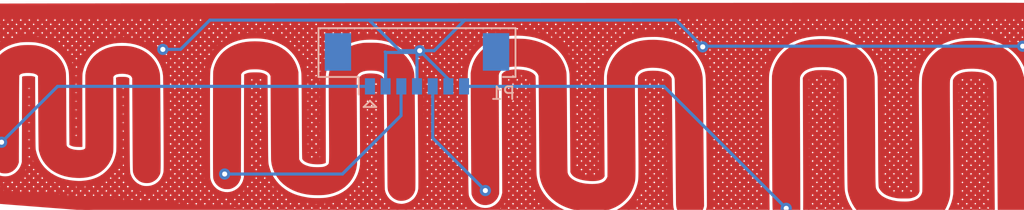
<source format=kicad_pcb>
(kicad_pcb (version 4) (host pcbnew "(2015-04-29 BZR 5631)-product")
  (layers (0 F.Cu signal hide) (31 B.Cu signal) (34 B.Paste user) (35 F.Paste user) (36 B.SilkS user) (37 F.SilkS user) (38 B.Mask user) (39 F.Mask user) (44 Edge.Cuts user))
  (net 0 "")
  (net 1 "Net-(P1-Pad1)")
  (net 2 GND)
  (net 3 "Net-(P1-Pad3)")
  (net 4 "Net-(P1-Pad5)")
  (net 5 "Net-(P1-Pad7)")
  (module PushPull:pushPullFingersPad (layer F.Cu) (at 148.5011 105.0036)
    (fp_text reference U1 hide)
    (fp_text value fingerBoard hide)
    (fp_poly (pts (xy 43.4594 0.110067) (xy 43.459397 0.776914) (xy 43.459387 1.410747) (xy 43.459365 2.012416) (xy 43.459331 2.582774) (xy 43.45928 3.12267) (xy 43.45921 3.632958) (xy 43.459118 4.114489) (xy 43.459002 4.568114) (xy 43.458858 4.994685) (xy 43.458684 5.395053) (xy 43.458477 5.770071) (xy 43.458234 6.120589) (xy 43.457952 6.447459) (xy 43.457628 6.751532) (xy 43.457261 7.033661) (xy 43.456846 7.294697) (xy 43.456381 7.535491) (xy 43.455863 7.756895) (xy 43.45529 7.959761) (xy 43.454658 8.144939) (xy 43.453965 8.313283) (xy 43.453208 8.465642) (xy 43.452384 8.602869) (xy 43.451491 8.725816) (xy 43.450525 8.835333) (xy 43.449483 8.932273) (xy 43.448364 9.017487) (xy 43.447163 9.091827) (xy 43.445879 9.156144) (xy 43.444508 9.211289) (xy 43.443048 9.258115) (xy 43.441495 9.297473) (xy 43.439848 9.330214) (xy 43.438102 9.35719) (xy 43.436256 9.379253) (xy 43.434307 9.397253) (xy 43.432251 9.412044) (xy 43.430086 9.424476) (xy 43.428582 9.431867) (xy 43.35656 9.692642) (xy 43.256465 9.936957) (xy 43.129847 10.163044) (xy 42.978252 10.369132) (xy 42.803229 10.553452) (xy 42.606326 10.714235) (xy 42.451867 10.810561) (xy 42.451867 7.6454) (xy 42.451867 5.598289) (xy 42.451867 4.919133) (xy 42.451867 2.8702) (xy 42.451867 0.821267) (xy 42.451867 0.143933) (xy 42.451867 -1.905) (xy 42.451867 -3.953934) (xy 42.451867 -4.631267) (xy 42.451867 -6.6802) (xy 42.451867 -8.729133) (xy 42.4494 -8.796148) (xy 42.44269 -8.844261) (xy 42.433089 -8.86574) (xy 42.411976 -8.861009) (xy 42.37666 -8.836706) (xy 42.344669 -8.807704) (xy 42.299467 -8.762502) (xy 42.299467 -9.406467) (xy 42.291 -9.414934) (xy 42.282534 -9.406467) (xy 42.291 -9.398) (xy 42.299467 -9.406467) (xy 42.299467 -8.762502) (xy 42.275028 -8.738063) (xy 42.349319 -8.662366) (xy 42.389969 -8.624333) (xy 42.422221 -8.600298) (xy 42.437739 -8.5954) (xy 42.444587 -8.615405) (xy 42.449607 -8.66013) (xy 42.451833 -8.720443) (xy 42.451867 -8.729133) (xy 42.451867 -6.6802) (xy 42.4494 -6.747215) (xy 42.449081 -6.749503) (xy 42.449081 -7.433492) (xy 42.449054 -7.433649) (xy 42.449054 -8.105423) (xy 42.446024 -8.154406) (xy 42.439984 -8.180317) (xy 42.439184 -8.181323) (xy 42.421024 -8.177693) (xy 42.387702 -8.154146) (xy 42.350243 -8.119509) (xy 42.275571 -8.043424) (xy 42.341951 -7.975445) (xy 42.381171 -7.939181) (xy 42.412713 -7.916942) (xy 42.425866 -7.913254) (xy 42.435013 -7.931756) (xy 42.442925 -7.975216) (xy 42.448052 -8.03473) (xy 42.448428 -8.043047) (xy 42.449054 -8.105423) (xy 42.449054 -7.433649) (xy 42.441396 -7.478143) (xy 42.423302 -7.49282) (xy 42.392691 -7.479181) (xy 42.347454 -7.438888) (xy 42.346261 -7.437696) (xy 42.275119 -7.366554) (xy 42.341725 -7.298344) (xy 42.381005 -7.262004) (xy 42.412606 -7.239672) (xy 42.425866 -7.235916) (xy 42.435338 -7.254466) (xy 42.443431 -7.297612) (xy 42.448416 -7.356087) (xy 42.448465 -7.357204) (xy 42.449081 -7.433492) (xy 42.449081 -6.749503) (xy 42.44269 -6.795328) (xy 42.433089 -6.816807) (xy 42.411976 -6.812075) (xy 42.37666 -6.787772) (xy 42.344669 -6.758771) (xy 42.275028 -6.68913) (xy 42.349319 -6.613433) (xy 42.389969 -6.575399) (xy 42.422221 -6.551364) (xy 42.437739 -6.546467) (xy 42.444587 -6.566471) (xy 42.449607 -6.611197) (xy 42.451833 -6.67151) (xy 42.451867 -6.6802) (xy 42.451867 -4.631267) (xy 42.4494 -4.698281) (xy 42.449054 -4.700762) (xy 42.449054 -5.379157) (xy 42.449054 -6.05649) (xy 42.446024 -6.105472) (xy 42.439984 -6.131383) (xy 42.439184 -6.132389) (xy 42.421024 -6.128759) (xy 42.387702 -6.105212) (xy 42.350243 -6.070576) (xy 42.275571 -5.994491) (xy 42.341951 -5.926512) (xy 42.381171 -5.890248) (xy 42.412713 -5.868009) (xy 42.425866 -5.864321) (xy 42.435013 -5.882823) (xy 42.442925 -5.926283) (xy 42.448052 -5.985797) (xy 42.448428 -5.994114) (xy 42.449054 -6.05649) (xy 42.449054 -5.379157) (xy 42.446024 -5.428139) (xy 42.439984 -5.45405) (xy 42.439184 -5.455056) (xy 42.421024 -5.451426) (xy 42.387702 -5.427879) (xy 42.350243 -5.393242) (xy 42.275571 -5.317158) (xy 42.341951 -5.249179) (xy 42.381171 -5.212915) (xy 42.412713 -5.190676) (xy 42.425866 -5.186988) (xy 42.435013 -5.205489) (xy 42.442925 -5.24895) (xy 42.448052 -5.308463) (xy 42.448428 -5.316781) (xy 42.449054 -5.379157) (xy 42.449054 -4.700762) (xy 42.44269 -4.746394) (xy 42.433089 -4.767874) (xy 42.411976 -4.763142) (xy 42.37666 -4.738839) (xy 42.344669 -4.709838) (xy 42.275028 -4.640196) (xy 42.349319 -4.564499) (xy 42.389969 -4.526466) (xy 42.422221 -4.502431) (xy 42.437739 -4.497534) (xy 42.444587 -4.517538) (xy 42.449607 -4.562264) (xy 42.451833 -4.622576) (xy 42.451867 -4.631267) (xy 42.451867 -3.953934) (xy 42.4494 -4.020948) (xy 42.44269 -4.069061) (xy 42.433089 -4.09054) (xy 42.411976 -4.085809) (xy 42.37666 -4.061506) (xy 42.344669 -4.032504) (xy 42.275028 -3.962863) (xy 42.349319 -3.887166) (xy 42.389969 -3.849133) (xy 42.422221 -3.825098) (xy 42.437739 -3.8202) (xy 42.444587 -3.840205) (xy 42.449607 -3.88493) (xy 42.451833 -3.945243) (xy 42.451867 -3.953934) (xy 42.451867 -1.905) (xy 42.4494 -1.972015) (xy 42.449081 -1.974303) (xy 42.449081 -2.658292) (xy 42.449054 -2.658449) (xy 42.449054 -3.330223) (xy 42.446024 -3.379206) (xy 42.439984 -3.405117) (xy 42.439184 -3.406123) (xy 42.421024 -3.402493) (xy 42.387702 -3.378946) (xy 42.350243 -3.344309) (xy 42.275571 -3.268224) (xy 42.341951 -3.200245) (xy 42.381171 -3.163981) (xy 42.412713 -3.141742) (xy 42.425866 -3.138054) (xy 42.435013 -3.156556) (xy 42.442925 -3.200016) (xy 42.448052 -3.25953) (xy 42.448428 -3.267847) (xy 42.449054 -3.330223) (xy 42.449054 -2.658449) (xy 42.441396 -2.702943) (xy 42.423302 -2.71762) (xy 42.392691 -2.703981) (xy 42.347454 -2.663688) (xy 42.346261 -2.662496) (xy 42.275119 -2.591354) (xy 42.341725 -2.523144) (xy 42.381005 -2.486804) (xy 42.412606 -2.464472) (xy 42.425866 -2.460716) (xy 42.435338 -2.479266) (xy 42.443431 -2.522412) (xy 42.448416 -2.580887) (xy 42.448465 -2.582004) (xy 42.449081 -2.658292) (xy 42.449081 -1.974303) (xy 42.44269 -2.020128) (xy 42.433089 -2.041607) (xy 42.411976 -2.036875) (xy 42.37666 -2.012572) (xy 42.344669 -1.983571) (xy 42.275028 -1.91393) (xy 42.349319 -1.838233) (xy 42.389969 -1.800199) (xy 42.422221 -1.776164) (xy 42.437739 -1.771267) (xy 42.444587 -1.791271) (xy 42.449607 -1.835997) (xy 42.451833 -1.89631) (xy 42.451867 -1.905) (xy 42.451867 0.143933) (xy 42.4494 0.076919) (xy 42.449054 0.074438) (xy 42.449054 -0.603957) (xy 42.449054 -1.28129) (xy 42.446024 -1.330272) (xy 42.439984 -1.356183) (xy 42.439184 -1.357189) (xy 42.421024 -1.353559) (xy 42.387702 -1.330012) (xy 42.350243 -1.295376) (xy 42.275571 -1.219291) (xy 42.341951 -1.151312) (xy 42.381171 -1.115048) (xy 42.412713 -1.092809) (xy 42.425866 -1.089121) (xy 42.435013 -1.107623) (xy 42.442925 -1.151083) (xy 42.448052 -1.210597) (xy 42.448428 -1.218914) (xy 42.449054 -1.28129) (xy 42.449054 -0.603957) (xy 42.446024 -0.652939) (xy 42.439984 -0.67885) (xy 42.439184 -0.679856) (xy 42.421024 -0.676226) (xy 42.387702 -0.652679) (xy 42.350243 -0.618042) (xy 42.275571 -0.541958) (xy 42.341951 -0.473979) (xy 42.381171 -0.437715) (xy 42.412713 -0.415476) (xy 42.425866 -0.411788) (xy 42.435013 -0.430289) (xy 42.442925 -0.47375) (xy 42.448052 -0.533263) (xy 42.448428 -0.541581) (xy 42.449054 -0.603957) (xy 42.449054 0.074438) (xy 42.44269 0.028806) (xy 42.433089 0.007326) (xy 42.411976 0.012058) (xy 42.37666 0.036361) (xy 42.344669 0.065362) (xy 42.275028 0.135004) (xy 42.349319 0.210701) (xy 42.389969 0.248734) (xy 42.422221 0.272769) (xy 42.437739 0.277666) (xy 42.444587 0.257662) (xy 42.449607 0.212936) (xy 42.451833 0.152624) (xy 42.451867 0.143933) (xy 42.451867 0.821267) (xy 42.4494 0.754252) (xy 42.44269 0.706139) (xy 42.433089 0.68466) (xy 42.411976 0.689391) (xy 42.37666 0.713694) (xy 42.344669 0.742696) (xy 42.275028 0.812337) (xy 42.349319 0.888034) (xy 42.389969 0.926067) (xy 42.422221 0.950102) (xy 42.437739 0.955) (xy 42.444587 0.934995) (xy 42.449607 0.89027) (xy 42.451833 0.829957) (xy 42.451867 0.821267) (xy 42.451867 2.8702) (xy 42.4494 2.803185) (xy 42.449081 2.800897) (xy 42.449081 2.116908) (xy 42.449054 2.116751) (xy 42.449054 1.444977) (xy 42.446024 1.395994) (xy 42.439984 1.370083) (xy 42.439184 1.369077) (xy 42.421024 1.372707) (xy 42.387702 1.396254) (xy 42.350243 1.430891) (xy 42.275571 1.506976) (xy 42.341951 1.574955) (xy 42.381171 1.611219) (xy 42.412713 1.633458) (xy 42.425866 1.637146) (xy 42.435013 1.618644) (xy 42.442925 1.575184) (xy 42.448052 1.51567) (xy 42.448428 1.507353) (xy 42.449054 1.444977) (xy 42.449054 2.116751) (xy 42.441396 2.072257) (xy 42.423302 2.05758) (xy 42.392691 2.071219) (xy 42.347454 2.111512) (xy 42.346261 2.112704) (xy 42.275119 2.183846) (xy 42.341725 2.252056) (xy 42.381005 2.288396) (xy 42.412606 2.310728) (xy 42.425866 2.314484) (xy 42.435338 2.295934) (xy 42.443431 2.252788) (xy 42.448416 2.194313) (xy 42.448465 2.193196) (xy 42.449081 2.116908) (xy 42.449081 2.800897) (xy 42.44269 2.755072) (xy 42.433089 2.733593) (xy 42.411976 2.738325) (xy 42.37666 2.762628) (xy 42.344669 2.791629) (xy 42.275028 2.86127) (xy 42.349319 2.936967) (xy 42.389969 2.975001) (xy 42.422221 2.999036) (xy 42.437739 3.003933) (xy 42.444587 2.983929) (xy 42.449607 2.939203) (xy 42.451833 2.87889) (xy 42.451867 2.8702) (xy 42.451867 4.919133) (xy 42.4494 4.852119) (xy 42.449054 4.849638) (xy 42.449054 4.171243) (xy 42.449054 3.49391) (xy 42.446024 3.444928) (xy 42.439984 3.419017) (xy 42.439184 3.418011) (xy 42.421024 3.421641) (xy 42.387702 3.445188) (xy 42.350243 3.479824) (xy 42.275571 3.555909) (xy 42.341951 3.623888) (xy 42.381171 3.660152) (xy 42.412713 3.682391) (xy 42.425866 3.686079) (xy 42.435013 3.667577) (xy 42.442925 3.624117) (xy 42.448052 3.564603) (xy 42.448428 3.556286) (xy 42.449054 3.49391) (xy 42.449054 4.171243) (xy 42.446024 4.122261) (xy 42.439984 4.09635) (xy 42.439184 4.095344) (xy 42.421024 4.098974) (xy 42.387702 4.122521) (xy 42.350243 4.157158) (xy 42.275571 4.233242) (xy 42.341951 4.301221) (xy 42.381171 4.337485) (xy 42.412713 4.359724) (xy 42.425866 4.363412) (xy 42.435013 4.344911) (xy 42.442925 4.30145) (xy 42.448052 4.241937) (xy 42.448428 4.233619) (xy 42.449054 4.171243) (xy 42.449054 4.849638) (xy 42.44269 4.804006) (xy 42.433089 4.782526) (xy 42.411976 4.787258) (xy 42.37666 4.811561) (xy 42.344669 4.840562) (xy 42.275028 4.910204) (xy 42.349319 4.985901) (xy 42.389969 5.023934) (xy 42.422221 5.047969) (xy 42.437739 5.052866) (xy 42.444587 5.032862) (xy 42.449607 4.988136) (xy 42.451833 4.927824) (xy 42.451867 4.919133) (xy 42.451867 5.598289) (xy 42.450365 5.536534) (xy 42.446409 5.488684) (xy 42.440819 5.464238) (xy 42.440196 5.463441) (xy 42.423075 5.468085) (xy 42.390278 5.491897) (xy 42.355496 5.523443) (xy 42.282467 5.595117) (xy 42.353039 5.667024) (xy 42.392698 5.703877) (xy 42.42393 5.726469) (xy 42.437739 5.7302) (xy 42.444633 5.710174) (xy 42.449663 5.665507) (xy 42.451843 5.605412) (xy 42.451867 5.598289) (xy 42.451867 7.6454) (xy 42.4494 7.578385) (xy 42.449081 7.576097) (xy 42.449081 6.892108) (xy 42.449054 6.891951) (xy 42.449054 6.220177) (xy 42.446024 6.171194) (xy 42.439984 6.145283) (xy 42.439184 6.144277) (xy 42.421024 6.147907) (xy 42.387702 6.171454) (xy 42.350243 6.206091) (xy 42.275571 6.282176) (xy 42.341951 6.350155) (xy 42.381171 6.386419) (xy 42.412713 6.408658) (xy 42.425866 6.412346) (xy 42.435013 6.393844) (xy 42.442925 6.350384) (xy 42.448052 6.29087) (xy 42.448428 6.282553) (xy 42.449054 6.220177) (xy 42.449054 6.891951) (xy 42.441396 6.847457) (xy 42.423302 6.83278) (xy 42.392691 6.846419) (xy 42.347454 6.886712) (xy 42.346261 6.887904) (xy 42.275119 6.959046) (xy 42.341725 7.027256) (xy 42.381005 7.063596) (xy 42.412606 7.085928) (xy 42.425866 7.089684) (xy 42.435338 7.071134) (xy 42.443431 7.027988) (xy 42.448416 6.969513) (xy 42.448465 6.968396) (xy 42.449081 6.892108) (xy 42.449081 7.576097) (xy 42.44269 7.530272) (xy 42.433089 7.508793) (xy 42.411976 7.513525) (xy 42.37666 7.537828) (xy 42.344669 7.566829) (xy 42.275028 7.63647) (xy 42.349319 7.712167) (xy 42.389969 7.750201) (xy 42.422221 7.774236) (xy 42.437739 7.779133) (xy 42.444587 7.759129) (xy 42.449607 7.714403) (xy 42.451833 7.65409) (xy 42.451867 7.6454) (xy 42.451867 10.810561) (xy 42.451827 10.810586) (xy 42.451827 9.027554) (xy 42.45063 8.970246) (xy 42.449054 8.953841) (xy 42.449054 8.26911) (xy 42.446024 8.220128) (xy 42.439984 8.194217) (xy 42.439184 8.193211) (xy 42.421024 8.196841) (xy 42.387702 8.220388) (xy 42.350243 8.255024) (xy 42.275571 8.331109) (xy 42.341951 8.399088) (xy 42.381171 8.435352) (xy 42.412713 8.457591) (xy 42.425866 8.461279) (xy 42.435013 8.442777) (xy 42.442925 8.399317) (xy 42.448052 8.339803) (xy 42.448428 8.331486) (xy 42.449054 8.26911) (xy 42.449054 8.953841) (xy 42.445754 8.919492) (xy 42.437602 8.886445) (xy 42.433089 8.880393) (xy 42.411975 8.885123) (xy 42.376661 8.909422) (xy 42.344715 8.938383) (xy 42.275119 9.007979) (xy 42.34153 9.075989) (xy 42.385407 9.119076) (xy 42.412696 9.139121) (xy 42.429182 9.138507) (xy 42.440649 9.119616) (xy 42.441588 9.117215) (xy 42.448947 9.080261) (xy 42.451827 9.027554) (xy 42.451827 10.810586) (xy 42.389091 10.849711) (xy 42.232223 10.921757) (xy 42.232223 5.258735) (xy 42.232223 0.483535) (xy 42.232223 -4.291665) (xy 42.2318 -4.292088) (xy 42.2318 -5.66555) (xy 42.2318 -6.342883) (xy 42.2318 -8.391817) (xy 42.222215 -8.401224) (xy 42.222215 -9.076821) (xy 42.150774 -9.148262) (xy 42.104734 -9.194302) (xy 42.104734 -9.660011) (xy 42.09232 -9.688141) (xy 42.060846 -9.724593) (xy 42.040998 -9.742185) (xy 41.99864 -9.772783) (xy 41.972025 -9.781181) (xy 41.957153 -9.77366) (xy 41.950818 -9.755832) (xy 41.964604 -9.729068) (xy 42.001648 -9.687392) (xy 42.003354 -9.685641) (xy 42.052743 -9.641101) (xy 42.085588 -9.625785) (xy 42.102287 -9.639593) (xy 42.104734 -9.660011) (xy 42.104734 -9.194302) (xy 42.079334 -9.219702) (xy 42.007893 -9.148262) (xy 41.936452 -9.076821) (xy 42.002863 -9.008811) (xy 42.04083 -8.971617) (xy 42.069206 -8.946914) (xy 42.079334 -8.9408) (xy 42.095719 -8.951947) (xy 42.127459 -8.980708) (xy 42.155804 -9.008811) (xy 42.222215 -9.076821) (xy 42.222215 -8.401224) (xy 42.155567 -8.466634) (xy 42.079334 -8.541451) (xy 42.0031 -8.466634) (xy 41.926867 -8.391817) (xy 41.998159 -8.319175) (xy 42.037503 -8.280631) (xy 42.06729 -8.254291) (xy 42.079334 -8.246533) (xy 42.095514 -8.257678) (xy 42.127492 -8.28661) (xy 42.160508 -8.319175) (xy 42.2318 -8.391817) (xy 42.2318 -6.342883) (xy 42.222215 -6.352291) (xy 42.222215 -7.027888) (xy 42.222215 -7.705221) (xy 42.150774 -7.776662) (xy 42.079334 -7.848102) (xy 42.007893 -7.776662) (xy 41.936452 -7.705221) (xy 42.002863 -7.637211) (xy 42.04083 -7.600017) (xy 42.069206 -7.575314) (xy 42.079334 -7.5692) (xy 42.095719 -7.580347) (xy 42.127459 -7.609108) (xy 42.155804 -7.637211) (xy 42.222215 -7.705221) (xy 42.222215 -7.027888) (xy 42.150774 -7.099328) (xy 42.079334 -7.170769) (xy 42.007893 -7.099328) (xy 41.936452 -7.027888) (xy 42.002863 -6.959877) (xy 42.04083 -6.922684) (xy 42.069206 -6.897981) (xy 42.079334 -6.891867) (xy 42.095719 -6.903013) (xy 42.127459 -6.931775) (xy 42.155804 -6.959877) (xy 42.222215 -7.027888) (xy 42.222215 -6.352291) (xy 42.155567 -6.417701) (xy 42.079334 -6.492518) (xy 42.0031 -6.417701) (xy 41.926867 -6.342883) (xy 41.998159 -6.270242) (xy 42.037503 -6.231698) (xy 42.06729 -6.205358) (xy 42.079334 -6.1976) (xy 42.095514 -6.208744) (xy 42.127492 -6.237676) (xy 42.160508 -6.270242) (xy 42.2318 -6.342883) (xy 42.2318 -5.66555) (xy 42.159125 -5.736875) (xy 42.08645 -5.8082) (xy 42.011678 -5.732012) (xy 41.936905 -5.655824) (xy 42.003089 -5.588046) (xy 42.040975 -5.550926) (xy 42.069244 -5.526307) (xy 42.079244 -5.520267) (xy 42.095474 -5.531412) (xy 42.127488 -5.560348) (xy 42.160508 -5.592908) (xy 42.2318 -5.66555) (xy 42.2318 -4.292088) (xy 42.222215 -4.301673) (xy 42.222215 -4.978954) (xy 42.150774 -5.050395) (xy 42.079334 -5.121835) (xy 42.007893 -5.050395) (xy 41.936452 -4.978954) (xy 42.002863 -4.910944) (xy 42.04083 -4.873751) (xy 42.069206 -4.849048) (xy 42.079334 -4.842933) (xy 42.095719 -4.85408) (xy 42.127459 -4.882842) (xy 42.155804 -4.910944) (xy 42.222215 -4.978954) (xy 42.222215 -4.301673) (xy 42.155791 -4.368097) (xy 42.07936 -4.444528) (xy 42.00786 -4.373029) (xy 41.936361 -4.30153) (xy 42.011406 -4.225065) (xy 42.08645 -4.1486) (xy 42.159337 -4.220133) (xy 42.232223 -4.291665) (xy 42.232223 0.483535) (xy 42.2318 0.483112) (xy 42.2318 -0.89035) (xy 42.2318 -1.567683) (xy 42.2318 -3.616617) (xy 42.155567 -3.691434) (xy 42.079334 -3.766251) (xy 42.0031 -3.691434) (xy 41.926867 -3.616617) (xy 41.998159 -3.543975) (xy 42.037503 -3.505431) (xy 42.06729 -3.479091) (xy 42.079334 -3.471334) (xy 42.095514 -3.482478) (xy 42.127492 -3.51141) (xy 42.160508 -3.543975) (xy 42.2318 -3.616617) (xy 42.2318 -1.567683) (xy 42.222215 -1.577091) (xy 42.222215 -2.252688) (xy 42.222215 -2.930021) (xy 42.150774 -3.001462) (xy 42.079334 -3.072902) (xy 42.007893 -3.001462) (xy 41.936452 -2.930021) (xy 42.002863 -2.862011) (xy 42.04083 -2.824817) (xy 42.069206 -2.800114) (xy 42.079334 -2.794) (xy 42.095719 -2.805147) (xy 42.127459 -2.833908) (xy 42.155804 -2.862011) (xy 42.222215 -2.930021) (xy 42.222215 -2.252688) (xy 42.150774 -2.324128) (xy 42.079334 -2.395569) (xy 42.007893 -2.324128) (xy 41.936452 -2.252688) (xy 42.002863 -2.184677) (xy 42.04083 -2.147484) (xy 42.069206 -2.122781) (xy 42.079334 -2.116667) (xy 42.095719 -2.127813) (xy 42.127459 -2.156575) (xy 42.155804 -2.184677) (xy 42.222215 -2.252688) (xy 42.222215 -1.577091) (xy 42.155567 -1.642501) (xy 42.079334 -1.717318) (xy 42.0031 -1.642501) (xy 41.926867 -1.567683) (xy 41.998159 -1.495042) (xy 42.037503 -1.456498) (xy 42.06729 -1.430158) (xy 42.079334 -1.4224) (xy 42.095514 -1.433544) (xy 42.127492 -1.462476) (xy 42.160508 -1.495042) (xy 42.2318 -1.567683) (xy 42.2318 -0.89035) (xy 42.159125 -0.961675) (xy 42.08645 -1.033) (xy 42.011678 -0.956812) (xy 41.936905 -0.880624) (xy 42.003089 -0.812846) (xy 42.040975 -0.775726) (xy 42.069244 -0.751107) (xy 42.079244 -0.745067) (xy 42.095474 -0.756212) (xy 42.127488 -0.785148) (xy 42.160508 -0.817708) (xy 42.2318 -0.89035) (xy 42.2318 0.483112) (xy 42.222215 0.473527) (xy 42.222215 -0.203754) (xy 42.150774 -0.275195) (xy 42.079334 -0.346635) (xy 42.007893 -0.275195) (xy 41.936452 -0.203754) (xy 42.002863 -0.135744) (xy 42.04083 -0.098551) (xy 42.069206 -0.073848) (xy 42.079334 -0.067733) (xy 42.095719 -0.07888) (xy 42.127459 -0.107642) (xy 42.155804 -0.135744) (xy 42.222215 -0.203754) (xy 42.222215 0.473527) (xy 42.155791 0.407103) (xy 42.07936 0.330672) (xy 42.00786 0.402171) (xy 41.936361 0.47367) (xy 42.011406 0.550135) (xy 42.08645 0.6266) (xy 42.159337 0.555067) (xy 42.232223 0.483535) (xy 42.232223 5.258735) (xy 42.2318 5.258312) (xy 42.2318 3.88485) (xy 42.2318 3.207517) (xy 42.2318 1.158583) (xy 42.155567 1.083766) (xy 42.079334 1.008949) (xy 42.0031 1.083766) (xy 41.926867 1.158583) (xy 41.998159 1.231225) (xy 42.037503 1.269769) (xy 42.06729 1.296109) (xy 42.079334 1.303867) (xy 42.095514 1.292722) (xy 42.127492 1.26379) (xy 42.160508 1.231225) (xy 42.2318 1.158583) (xy 42.2318 3.207517) (xy 42.222215 3.198109) (xy 42.222215 2.522512) (xy 42.222215 1.845179) (xy 42.150774 1.773738) (xy 42.079334 1.702298) (xy 42.007893 1.773738) (xy 41.936452 1.845179) (xy 42.002863 1.913189) (xy 42.04083 1.950383) (xy 42.069206 1.975086) (xy 42.079334 1.9812) (xy 42.095719 1.970053) (xy 42.127459 1.941292) (xy 42.155804 1.913189) (xy 42.222215 1.845179) (xy 42.222215 2.522512) (xy 42.150774 2.451072) (xy 42.079334 2.379631) (xy 42.007893 2.451072) (xy 41.936452 2.522512) (xy 42.002863 2.590523) (xy 42.04083 2.627716) (xy 42.069206 2.652419) (xy 42.079334 2.658533) (xy 42.095719 2.647387) (xy 42.127459 2.618625) (xy 42.155804 2.590523) (xy 42.222215 2.522512) (xy 42.222215 3.198109) (xy 42.155567 3.132699) (xy 42.079334 3.057882) (xy 42.0031 3.132699) (xy 41.926867 3.207517) (xy 41.998159 3.280158) (xy 42.037503 3.318702) (xy 42.06729 3.345042) (xy 42.079334 3.3528) (xy 42.095514 3.341656) (xy 42.127492 3.312724) (xy 42.160508 3.280158) (xy 42.2318 3.207517) (xy 42.2318 3.88485) (xy 42.159125 3.813525) (xy 42.08645 3.7422) (xy 42.011678 3.818388) (xy 41.936905 3.894576) (xy 42.003089 3.962354) (xy 42.040975 3.999474) (xy 42.069244 4.024093) (xy 42.079244 4.030133) (xy 42.095474 4.018988) (xy 42.127488 3.990052) (xy 42.160508 3.957492) (xy 42.2318 3.88485) (xy 42.2318 5.258312) (xy 42.222215 5.248727) (xy 42.222215 4.571446) (xy 42.150774 4.500005) (xy 42.079334 4.428565) (xy 42.007893 4.500005) (xy 41.936452 4.571446) (xy 42.002863 4.639456) (xy 42.04083 4.676649) (xy 42.069206 4.701352) (xy 42.079334 4.707466) (xy 42.095719 4.69632) (xy 42.127459 4.667558) (xy 42.155804 4.639456) (xy 42.222215 4.571446) (xy 42.222215 5.248727) (xy 42.155791 5.182303) (xy 42.07936 5.105872) (xy 42.00786 5.177371) (xy 41.936361 5.24887) (xy 42.011406 5.325335) (xy 42.08645 5.4018) (xy 42.159337 5.330267) (xy 42.232223 5.258735) (xy 42.232223 10.921757) (xy 42.2318 10.921951) (xy 42.2318 7.982717) (xy 42.2318 5.933783) (xy 42.159125 5.862458) (xy 42.08645 5.791133) (xy 42.011678 5.867321) (xy 41.936905 5.943509) (xy 42.003089 6.011288) (xy 42.040975 6.048408) (xy 42.069244 6.073026) (xy 42.079244 6.079067) (xy 42.095474 6.067921) (xy 42.127488 6.038985) (xy 42.160508 6.006425) (xy 42.2318 5.933783) (xy 42.2318 7.982717) (xy 42.222215 7.973309) (xy 42.222215 7.297712) (xy 42.222215 6.620379) (xy 42.150774 6.548938) (xy 42.079334 6.477498) (xy 42.007893 6.548938) (xy 41.936452 6.620379) (xy 42.002863 6.688389) (xy 42.04083 6.725583) (xy 42.069206 6.750286) (xy 42.079334 6.7564) (xy 42.095719 6.745253) (xy 42.127459 6.716492) (xy 42.155804 6.688389) (xy 42.222215 6.620379) (xy 42.222215 7.297712) (xy 42.150774 7.226272) (xy 42.079334 7.154831) (xy 42.007893 7.226272) (xy 41.936452 7.297712) (xy 42.002863 7.365723) (xy 42.04083 7.402916) (xy 42.069206 7.427619) (xy 42.079334 7.433733) (xy 42.095719 7.422587) (xy 42.127459 7.393825) (xy 42.155804 7.365723) (xy 42.222215 7.297712) (xy 42.222215 7.973309) (xy 42.155567 7.907899) (xy 42.079334 7.833082) (xy 42.0031 7.907899) (xy 41.926867 7.982717) (xy 41.998159 8.055358) (xy 42.037503 8.093902) (xy 42.06729 8.120242) (xy 42.079334 8.128) (xy 42.095514 8.116856) (xy 42.127492 8.087924) (xy 42.160508 8.055358) (xy 42.2318 7.982717) (xy 42.2318 10.921951) (xy 42.222215 10.926354) (xy 42.222215 9.346646) (xy 42.222215 8.669312) (xy 42.150774 8.597872) (xy 42.079334 8.526431) (xy 42.007893 8.597872) (xy 41.936452 8.669312) (xy 42.002863 8.737323) (xy 42.04083 8.774516) (xy 42.069206 8.799219) (xy 42.079334 8.805333) (xy 42.095719 8.794187) (xy 42.127459 8.765425) (xy 42.155804 8.737323) (xy 42.222215 8.669312) (xy 42.222215 9.346646) (xy 42.150774 9.275205) (xy 42.079334 9.203765) (xy 42.007893 9.275205) (xy 41.936452 9.346646) (xy 42.002863 9.414656) (xy 42.04083 9.451849) (xy 42.069206 9.476552) (xy 42.079334 9.482667) (xy 42.095719 9.47152) (xy 42.127459 9.442758) (xy 42.155804 9.414656) (xy 42.222215 9.346646) (xy 42.222215 10.926354) (xy 42.15307 10.958111) (xy 42.066094 10.9894) (xy 41.900049 11.037518) (xy 41.893134 11.038836) (xy 41.893134 5.595117) (xy 41.893134 3.546183) (xy 41.893134 0.819917) (xy 41.893134 -1.229017) (xy 41.893134 -3.955283) (xy 41.893134 -6.004217) (xy 41.884128 -6.013056) (xy 41.884128 -6.688641) (xy 41.884128 -8.737574) (xy 41.883548 -8.738154) (xy 41.883548 -9.415488) (xy 41.812107 -9.486928) (xy 41.740667 -9.558369) (xy 41.669226 -9.486928) (xy 41.597786 -9.415488) (xy 41.664196 -9.347477) (xy 41.702163 -9.310284) (xy 41.73054 -9.285581) (xy 41.740667 -9.279467) (xy 41.757053 -9.290613) (xy 41.788792 -9.319375) (xy 41.817137 -9.347477) (xy 41.883548 -9.415488) (xy 41.883548 -8.738154) (xy 41.812629 -8.809073) (xy 41.74113 -8.880573) (xy 41.664665 -8.805528) (xy 41.5882 -8.730483) (xy 41.659733 -8.657597) (xy 41.731265 -8.584711) (xy 41.807697 -8.661142) (xy 41.884128 -8.737574) (xy 41.884128 -6.688641) (xy 41.883548 -6.689221) (xy 41.883548 -7.366554) (xy 41.883096 -7.367006) (xy 41.883096 -8.043424) (xy 41.808323 -8.119612) (xy 41.73355 -8.1958) (xy 41.660875 -8.124475) (xy 41.5882 -8.05315) (xy 41.659492 -7.980508) (xy 41.698853 -7.941962) (xy 41.728675 -7.915622) (xy 41.740756 -7.907867) (xy 41.757098 -7.91901) (xy 41.788789 -7.947756) (xy 41.816911 -7.975646) (xy 41.883096 -8.043424) (xy 41.883096 -7.367006) (xy 41.812107 -7.437995) (xy 41.740667 -7.509435) (xy 41.669226 -7.437995) (xy 41.597786 -7.366554) (xy 41.664196 -7.298544) (xy 41.702163 -7.261351) (xy 41.73054 -7.236648) (xy 41.740667 -7.230534) (xy 41.757053 -7.24168) (xy 41.788792 -7.270442) (xy 41.817137 -7.298544) (xy 41.883548 -7.366554) (xy 41.883548 -6.689221) (xy 41.812629 -6.76014) (xy 41.74113 -6.831639) (xy 41.664665 -6.756595) (xy 41.5882 -6.68155) (xy 41.659733 -6.608664) (xy 41.731265 -6.535777) (xy 41.807697 -6.612209) (xy 41.884128 -6.688641) (xy 41.884128 -6.013056) (xy 41.8169 -6.079034) (xy 41.740667 -6.153851) (xy 41.664433 -6.079034) (xy 41.5882 -6.004217) (xy 41.659492 -5.931575) (xy 41.698836 -5.893031) (xy 41.728623 -5.866691) (xy 41.740667 -5.858933) (xy 41.756847 -5.870078) (xy 41.788825 -5.89901) (xy 41.821841 -5.931575) (xy 41.893134 -6.004217) (xy 41.893134 -3.955283) (xy 41.883548 -3.964691) (xy 41.883548 -4.640288) (xy 41.883548 -5.317621) (xy 41.812107 -5.389062) (xy 41.740667 -5.460502) (xy 41.669226 -5.389062) (xy 41.597786 -5.317621) (xy 41.664196 -5.249611) (xy 41.702163 -5.212417) (xy 41.73054 -5.187714) (xy 41.740667 -5.1816) (xy 41.757053 -5.192747) (xy 41.788792 -5.221508) (xy 41.817137 -5.249611) (xy 41.883548 -5.317621) (xy 41.883548 -4.640288) (xy 41.812107 -4.711728) (xy 41.740667 -4.783169) (xy 41.669226 -4.711728) (xy 41.597786 -4.640288) (xy 41.664196 -4.572277) (xy 41.702163 -4.535084) (xy 41.73054 -4.510381) (xy 41.740667 -4.504267) (xy 41.757053 -4.515413) (xy 41.788792 -4.544175) (xy 41.817137 -4.572277) (xy 41.883548 -4.640288) (xy 41.883548 -3.964691) (xy 41.8169 -4.030101) (xy 41.740667 -4.104918) (xy 41.664433 -4.030101) (xy 41.5882 -3.955283) (xy 41.659492 -3.882642) (xy 41.698836 -3.844098) (xy 41.728623 -3.817758) (xy 41.740667 -3.81) (xy 41.756847 -3.821144) (xy 41.788825 -3.850076) (xy 41.821841 -3.882642) (xy 41.893134 -3.955283) (xy 41.893134 -1.229017) (xy 41.884128 -1.237856) (xy 41.884128 -1.913441) (xy 41.883548 -1.914021) (xy 41.883548 -2.591354) (xy 41.883096 -2.591806) (xy 41.883096 -3.268224) (xy 41.808323 -3.344412) (xy 41.73355 -3.4206) (xy 41.660875 -3.349275) (xy 41.5882 -3.27795) (xy 41.659492 -3.205308) (xy 41.698853 -3.166762) (xy 41.728675 -3.140422) (xy 41.740756 -3.132667) (xy 41.757098 -3.14381) (xy 41.788789 -3.172556) (xy 41.816911 -3.200446) (xy 41.883096 -3.268224) (xy 41.883096 -2.591806) (xy 41.812107 -2.662795) (xy 41.740667 -2.734235) (xy 41.669226 -2.662795) (xy 41.597786 -2.591354) (xy 41.664196 -2.523344) (xy 41.702163 -2.486151) (xy 41.73054 -2.461448) (xy 41.740667 -2.455333) (xy 41.757053 -2.46648) (xy 41.788792 -2.495242) (xy 41.817137 -2.523344) (xy 41.883548 -2.591354) (xy 41.883548 -1.914021) (xy 41.812629 -1.98494) (xy 41.74113 -2.056439) (xy 41.664665 -1.981395) (xy 41.5882 -1.90635) (xy 41.659733 -1.833464) (xy 41.731265 -1.760577) (xy 41.807697 -1.837009) (xy 41.884128 -1.913441) (xy 41.884128 -1.237856) (xy 41.8169 -1.303834) (xy 41.740667 -1.378651) (xy 41.664433 -1.303834) (xy 41.5882 -1.229017) (xy 41.659492 -1.156375) (xy 41.698836 -1.117831) (xy 41.728623 -1.091491) (xy 41.740667 -1.083733) (xy 41.756847 -1.094878) (xy 41.788825 -1.12381) (xy 41.821841 -1.156375) (xy 41.893134 -1.229017) (xy 41.893134 0.819917) (xy 41.883548 0.810509) (xy 41.883548 0.134912) (xy 41.883548 -0.542421) (xy 41.812107 -0.613862) (xy 41.740667 -0.685302) (xy 41.669226 -0.613862) (xy 41.597786 -0.542421) (xy 41.664196 -0.474411) (xy 41.702163 -0.437217) (xy 41.73054 -0.412514) (xy 41.740667 -0.4064) (xy 41.757053 -0.417547) (xy 41.788792 -0.446308) (xy 41.817137 -0.474411) (xy 41.883548 -0.542421) (xy 41.883548 0.134912) (xy 41.812107 0.063472) (xy 41.740667 -0.007969) (xy 41.669226 0.063472) (xy 41.597786 0.134912) (xy 41.664196 0.202923) (xy 41.702163 0.240116) (xy 41.73054 0.264819) (xy 41.740667 0.270933) (xy 41.757053 0.259787) (xy 41.788792 0.231025) (xy 41.817137 0.202923) (xy 41.883548 0.134912) (xy 41.883548 0.810509) (xy 41.816946 0.745144) (xy 41.740758 0.670371) (xy 41.672979 0.736555) (xy 41.635674 0.775811) (xy 41.611056 0.807138) (xy 41.6052 0.819756) (xy 41.616097 0.839688) (xy 41.64311 0.873172) (xy 41.677721 0.911059) (xy 41.711414 0.944197) (xy 41.73567 0.963436) (xy 41.740578 0.9652) (xy 41.756807 0.954054) (xy 41.788821 0.925119) (xy 41.821841 0.892558) (xy 41.893134 0.819917) (xy 41.893134 3.546183) (xy 41.884128 3.537344) (xy 41.884128 2.861759) (xy 41.883548 2.861179) (xy 41.883548 2.183846) (xy 41.883096 2.183394) (xy 41.883096 1.506976) (xy 41.808359 1.430824) (xy 41.733622 1.354673) (xy 41.669411 1.417373) (xy 41.633216 1.455698) (xy 41.609929 1.486079) (xy 41.6052 1.497089) (xy 41.616104 1.517048) (xy 41.643135 1.550546) (xy 41.67777 1.588434) (xy 41.711487 1.621562) (xy 41.735764 1.64078) (xy 41.740667 1.642533) (xy 41.75706 1.631388) (xy 41.788786 1.602639) (xy 41.816911 1.574754) (xy 41.883096 1.506976) (xy 41.883096 2.183394) (xy 41.812107 2.112405) (xy 41.740667 2.040965) (xy 41.669226 2.112405) (xy 41.597786 2.183846) (xy 41.664196 2.251856) (xy 41.702163 2.289049) (xy 41.73054 2.313752) (xy 41.740667 2.319866) (xy 41.757053 2.30872) (xy 41.788792 2.279958) (xy 41.817137 2.251856) (xy 41.883548 2.183846) (xy 41.883548 2.861179) (xy 41.812734 2.790365) (xy 41.74134 2.718971) (xy 41.681737 2.77674) (xy 41.638269 2.828016) (xy 41.625417 2.872773) (xy 41.642968 2.918516) (xy 41.676594 2.958643) (xy 41.731055 3.014833) (xy 41.807592 2.938296) (xy 41.884128 2.861759) (xy 41.884128 3.537344) (xy 41.817005 3.471468) (xy 41.740876 3.396754) (xy 41.681505 3.454299) (xy 41.646352 3.495009) (xy 41.625056 3.532477) (xy 41.622134 3.545815) (xy 41.632545 3.573585) (xy 41.658175 3.612362) (xy 41.690611 3.651797) (xy 41.721444 3.681536) (xy 41.740463 3.691466) (xy 41.756756 3.680319) (xy 41.788815 3.651379) (xy 41.821841 3.618825) (xy 41.893134 3.546183) (xy 41.893134 5.595117) (xy 41.883548 5.585708) (xy 41.883548 4.910112) (xy 41.883548 4.232779) (xy 41.812444 4.161675) (xy 41.74134 4.090571) (xy 41.681737 4.14834) (xy 41.646739 4.187154) (xy 41.625302 4.220357) (xy 41.622134 4.231615) (xy 41.632776 4.255832) (xy 41.658842 4.291835) (xy 41.691536 4.329438) (xy 41.722062 4.358451) (xy 41.740552 4.3688) (xy 41.757003 4.357651) (xy 41.788788 4.328885) (xy 41.817137 4.300789) (xy 41.883548 4.232779) (xy 41.883548 4.910112) (xy 41.812524 4.839089) (xy 41.741501 4.768065) (xy 41.690284 4.817134) (xy 41.649441 4.87174) (xy 41.64237 4.925829) (xy 41.669026 4.980766) (xy 41.684568 4.99864) (xy 41.716122 5.029058) (xy 41.737667 5.045296) (xy 41.740398 5.046133) (xy 41.756937 5.034982) (xy 41.788784 5.00621) (xy 41.817137 4.978123) (xy 41.883548 4.910112) (xy 41.883548 5.585708) (xy 41.817085 5.52048) (xy 41.741036 5.445844) (xy 41.690051 5.49469) (xy 41.648356 5.552227) (xy 41.640312 5.611529) (xy 41.665968 5.670778) (xy 41.684568 5.692907) (xy 41.716098 5.723322) (xy 41.737592 5.739562) (xy 41.740309 5.7404) (xy 41.756687 5.72925) (xy 41.788808 5.700304) (xy 41.821841 5.667758) (xy 41.893134 5.595117) (xy 41.893134 11.038836) (xy 41.884128 11.040554) (xy 41.884128 7.636959) (xy 41.883548 7.636379) (xy 41.883548 6.959046) (xy 41.883548 6.281712) (xy 41.812524 6.210689) (xy 41.741501 6.139665) (xy 41.690284 6.188734) (xy 41.649441 6.24334) (xy 41.64237 6.297429) (xy 41.669026 6.352366) (xy 41.684568 6.37024) (xy 41.716122 6.400658) (xy 41.737667 6.416896) (xy 41.740398 6.417733) (xy 41.756937 6.406582) (xy 41.788784 6.37781) (xy 41.817137 6.349723) (xy 41.883548 6.281712) (xy 41.883548 6.959046) (xy 41.812107 6.887605) (xy 41.740667 6.816165) (xy 41.669226 6.887605) (xy 41.597786 6.959046) (xy 41.664196 7.027056) (xy 41.702163 7.064249) (xy 41.73054 7.088952) (xy 41.740667 7.095067) (xy 41.757053 7.08392) (xy 41.788792 7.055158) (xy 41.817137 7.027056) (xy 41.883548 6.959046) (xy 41.883548 7.636379) (xy 41.812629 7.56546) (xy 41.74113 7.493961) (xy 41.664665 7.569005) (xy 41.5882 7.64405) (xy 41.659733 7.716936) (xy 41.731265 7.789823) (xy 41.807697 7.713391) (xy 41.884128 7.636959) (xy 41.884128 11.040554) (xy 41.883548 11.040665) (xy 41.883548 9.685312) (xy 41.883548 9.007979) (xy 41.883096 9.007527) (xy 41.883096 8.331109) (xy 41.808323 8.254921) (xy 41.73355 8.178733) (xy 41.660875 8.250058) (xy 41.5882 8.321383) (xy 41.659492 8.394025) (xy 41.698853 8.432571) (xy 41.728675 8.458911) (xy 41.740756 8.466667) (xy 41.757098 8.455523) (xy 41.788789 8.426777) (xy 41.816911 8.398888) (xy 41.883096 8.331109) (xy 41.883096 9.007527) (xy 41.812107 8.936538) (xy 41.740667 8.865098) (xy 41.669226 8.936538) (xy 41.597786 9.007979) (xy 41.664196 9.075989) (xy 41.702163 9.113183) (xy 41.73054 9.137886) (xy 41.740667 9.144) (xy 41.757053 9.132853) (xy 41.788792 9.104092) (xy 41.817137 9.075989) (xy 41.883548 9.007979) (xy 41.883548 9.685312) (xy 41.812107 9.613872) (xy 41.740667 9.542431) (xy 41.669226 9.613872) (xy 41.597786 9.685312) (xy 41.664196 9.753323) (xy 41.702163 9.790516) (xy 41.73054 9.815219) (xy 41.740667 9.821333) (xy 41.757053 9.810187) (xy 41.788792 9.781425) (xy 41.817137 9.753323) (xy 41.883548 9.685312) (xy 41.883548 11.040665) (xy 41.734261 11.069139) (xy 41.557736 11.085863) (xy 41.545462 11.086111) (xy 41.545462 -6.349974) (xy 41.545462 -7.027307) (xy 41.545462 -9.076241) (xy 41.544881 -9.076822) (xy 41.544881 -9.754154) (xy 41.473441 -9.825595) (xy 41.402 -9.897035) (xy 41.33056 -9.825595) (xy 41.259119 -9.754154) (xy 41.32553 -9.686144) (xy 41.363497 -9.648951) (xy 41.391873 -9.624248) (xy 41.402 -9.618133) (xy 41.418386 -9.62928) (xy 41.450125 -9.658042) (xy 41.478471 -9.686144) (xy 41.544881 -9.754154) (xy 41.544881 -9.076822) (xy 41.473962 -9.14774) (xy 41.402463 -9.219239) (xy 41.325998 -9.144195) (xy 41.249533 -9.06915) (xy 41.321066 -8.996264) (xy 41.392598 -8.923377) (xy 41.46903 -8.999809) (xy 41.545462 -9.076241) (xy 41.545462 -7.027307) (xy 41.544429 -7.02834) (xy 41.544429 -7.704758) (xy 41.537534 -7.711784) (xy 41.537534 -8.389117) (xy 41.466208 -8.461792) (xy 41.394883 -8.534467) (xy 41.322208 -8.463142) (xy 41.249533 -8.391817) (xy 41.320859 -8.319142) (xy 41.392184 -8.246467) (xy 41.464859 -8.317792) (xy 41.537534 -8.389117) (xy 41.537534 -7.711784) (xy 41.469656 -7.780946) (xy 41.394883 -7.857134) (xy 41.322208 -7.785808) (xy 41.249533 -7.714483) (xy 41.320826 -7.641842) (xy 41.360186 -7.603296) (xy 41.390009 -7.576955) (xy 41.402089 -7.5692) (xy 41.418431 -7.580344) (xy 41.450122 -7.609089) (xy 41.478245 -7.636979) (xy 41.544429 -7.704758) (xy 41.544429 -7.02834) (xy 41.473962 -7.098807) (xy 41.402463 -7.170306) (xy 41.325998 -7.095261) (xy 41.249533 -7.020217) (xy 41.321066 -6.94733) (xy 41.392598 -6.874444) (xy 41.46903 -6.950876) (xy 41.545462 -7.027307) (xy 41.545462 -6.349974) (xy 41.473962 -6.421473) (xy 41.402463 -6.492973) (xy 41.325998 -6.417928) (xy 41.249533 -6.342883) (xy 41.321066 -6.269997) (xy 41.392598 -6.197111) (xy 41.46903 -6.273542) (xy 41.545462 -6.349974) (xy 41.545462 11.086111) (xy 41.544881 11.086122) (xy 41.544881 9.346646) (xy 41.544838 9.346602) (xy 41.544838 -5.655408) (xy 41.470242 -5.731416) (xy 41.430787 -5.769778) (xy 41.401464 -5.794856) (xy 41.389354 -5.801132) (xy 41.390622 -5.783392) (xy 41.399228 -5.743914) (xy 41.412321 -5.693257) (xy 41.427052 -5.641982) (xy 41.440571 -5.600647) (xy 41.448495 -5.582006) (xy 41.464378 -5.583099) (xy 41.493064 -5.60399) (xy 41.500907 -5.611476) (xy 41.544838 -5.655408) (xy 41.544838 9.346602) (xy 41.544429 9.346193) (xy 41.544429 8.669776) (xy 41.537534 8.66275) (xy 41.537534 7.985416) (xy 41.530891 7.978647) (xy 41.530891 7.290427) (xy 41.519157 7.272347) (xy 41.512725 7.265127) (xy 41.486461 7.239726) (xy 41.471342 7.230592) (xy 41.458655 7.244313) (xy 41.435806 7.27993) (xy 41.412293 7.321448) (xy 41.382157 7.385366) (xy 41.373215 7.424194) (xy 41.38448 7.436923) (xy 41.414966 7.422546) (xy 41.463685 7.380053) (xy 41.466699 7.377055) (xy 41.5079 7.334907) (xy 41.528218 7.308656) (xy 41.530891 7.290427) (xy 41.530891 7.978647) (xy 41.466208 7.912741) (xy 41.394883 7.840066) (xy 41.322208 7.911392) (xy 41.271653 7.961007) (xy 41.271653 6.612467) (xy 41.268093 5.7404) (xy 41.267438 5.599838) (xy 41.266518 5.433118) (xy 41.265347 5.241788) (xy 41.263938 5.027395) (xy 41.262307 4.791487) (xy 41.260465 4.535611) (xy 41.258428 4.261315) (xy 41.25621 3.970147) (xy 41.253823 3.663654) (xy 41.251282 3.343383) (xy 41.2486 3.010882) (xy 41.245793 2.667699) (xy 41.242872 2.315381) (xy 41.239853 1.955475) (xy 41.236748 1.58953) (xy 41.233573 1.219092) (xy 41.23034 0.84571) (xy 41.227063 0.470931) (xy 41.223757 0.096301) (xy 41.220435 -0.27663) (xy 41.217112 -0.646316) (xy 41.2138 -1.011209) (xy 41.210513 -1.369761) (xy 41.207266 -1.720426) (xy 41.206795 -1.770761) (xy 41.206795 -9.414907) (xy 41.18851 -9.433193) (xy 41.18851 -10.075334) (xy 41.063334 -10.075334) (xy 40.938157 -10.075334) (xy 40.9956 -10.016067) (xy 41.030944 -9.981595) (xy 41.056578 -9.960223) (xy 41.063334 -9.9568) (xy 41.080107 -9.967931) (xy 41.111279 -9.996264) (xy 41.131067 -10.016067) (xy 41.18851 -10.075334) (xy 41.18851 -9.433193) (xy 41.135296 -9.486407) (xy 41.063796 -9.557906) (xy 40.987332 -9.482861) (xy 40.910867 -9.407817) (xy 40.982399 -9.33493) (xy 41.053932 -9.262044) (xy 41.130363 -9.338476) (xy 41.206795 -9.414907) (xy 41.206795 -1.770761) (xy 41.206332 -1.820241) (xy 41.206332 -7.365511) (xy 41.198867 -7.373118) (xy 41.198867 -8.05045) (xy 41.198867 -8.727784) (xy 41.127542 -8.800459) (xy 41.056217 -8.873134) (xy 40.983542 -8.801808) (xy 40.910867 -8.730483) (xy 40.982192 -8.657808) (xy 41.053517 -8.585133) (xy 41.126192 -8.656459) (xy 41.198867 -8.727784) (xy 41.198867 -8.05045) (xy 41.127542 -8.123125) (xy 41.056217 -8.1958) (xy 40.983542 -8.124475) (xy 40.910867 -8.05315) (xy 40.982192 -7.980475) (xy 41.053517 -7.9078) (xy 41.126192 -7.979125) (xy 41.198867 -8.05045) (xy 41.198867 -7.373118) (xy 41.131067 -7.4422) (xy 41.055802 -7.51889) (xy 40.979602 -7.44269) (xy 40.903402 -7.36649) (xy 40.978667 -7.2898) (xy 41.053932 -7.213111) (xy 41.130132 -7.289311) (xy 41.206332 -7.365511) (xy 41.206332 -1.820241) (xy 41.206215 -1.832745) (xy 41.206215 -6.689221) (xy 41.135191 -6.760245) (xy 41.064167 -6.831268) (xy 41.01295 -6.7822) (xy 40.981092 -6.748822) (xy 40.96317 -6.724503) (xy 40.961734 -6.720056) (xy 40.969833 -6.698537) (xy 40.989943 -6.661146) (xy 41.015784 -6.618129) (xy 41.041074 -6.579734) (xy 41.059532 -6.556208) (xy 41.064007 -6.5532) (xy 41.080011 -6.564335) (xy 41.111479 -6.59307) (xy 41.139804 -6.621211) (xy 41.206215 -6.689221) (xy 41.206215 -1.832745) (xy 41.204073 -2.061655) (xy 41.200947 -2.391901) (xy 41.197901 -2.709616) (xy 41.194951 -3.013253) (xy 41.192109 -3.301265) (xy 41.18939 -3.572103) (xy 41.186807 -3.824221) (xy 41.184374 -4.05607) (xy 41.182106 -4.266104) (xy 41.180015 -4.452774) (xy 41.178116 -4.614533) (xy 41.176422 -4.749834) (xy 41.174948 -4.857129) (xy 41.173707 -4.93487) (xy 41.172713 -4.981511) (xy 41.172114 -4.995333) (xy 41.14825 -5.149815) (xy 41.126432 -5.276885) (xy 41.105453 -5.382841) (xy 41.084107 -5.473981) (xy 41.071387 -5.521459) (xy 40.959167 -5.859958) (xy 40.867665 -6.068246) (xy 40.867665 -9.753111) (xy 40.7924 -9.8298) (xy 40.717135 -9.90649) (xy 40.640935 -9.83029) (xy 40.564735 -9.75409) (xy 40.64 -9.6774) (xy 40.715265 -9.600711) (xy 40.791465 -9.676911) (xy 40.867665 -9.753111) (xy 40.867665 -6.068246) (xy 40.86742 -6.068804) (xy 40.86742 -7.027094) (xy 40.8602 -7.034451) (xy 40.8602 -7.714483) (xy 40.8602 -8.389117) (xy 40.8602 -9.06645) (xy 40.788875 -9.139125) (xy 40.71755 -9.2118) (xy 40.644875 -9.140475) (xy 40.5722 -9.06915) (xy 40.643525 -8.996475) (xy 40.71485 -8.9238) (xy 40.787525 -8.995125) (xy 40.8602 -9.06645) (xy 40.8602 -8.389117) (xy 40.788875 -8.461792) (xy 40.71755 -8.534467) (xy 40.644875 -8.463142) (xy 40.5722 -8.391817) (xy 40.643525 -8.319142) (xy 40.71485 -8.246467) (xy 40.787525 -8.317792) (xy 40.8602 -8.389117) (xy 40.8602 -7.714483) (xy 40.787525 -7.785808) (xy 40.71485 -7.857134) (xy 40.640078 -7.780946) (xy 40.565305 -7.704758) (xy 40.631489 -7.636979) (xy 40.669375 -7.599859) (xy 40.697644 -7.57524) (xy 40.707644 -7.5692) (xy 40.723874 -7.580346) (xy 40.755888 -7.609281) (xy 40.788908 -7.641842) (xy 40.8602 -7.714483) (xy 40.8602 -7.034451) (xy 40.792979 -7.102944) (xy 40.748321 -7.145187) (xy 40.718832 -7.163882) (xy 40.698997 -7.162297) (xy 40.696202 -7.160257) (xy 40.67887 -7.140619) (xy 40.677938 -7.118063) (xy 40.695653 -7.085423) (xy 40.73426 -7.035533) (xy 40.735949 -7.03347) (xy 40.798032 -6.957706) (xy 40.832726 -6.9924) (xy 40.86742 -7.027094) (xy 40.86742 -6.068804) (xy 40.817372 -6.182728) (xy 40.647074 -6.488445) (xy 40.521956 -6.67027) (xy 40.521956 -9.405532) (xy 40.494244 -9.433244) (xy 40.494244 -10.075334) (xy 40.369067 -10.075334) (xy 40.24389 -10.075334) (xy 40.301334 -10.016067) (xy 40.336677 -9.981595) (xy 40.362311 -9.960223) (xy 40.369067 -9.9568) (xy 40.38584 -9.967931) (xy 40.417012 -9.996264) (xy 40.4368 -10.016067) (xy 40.494244 -10.075334) (xy 40.494244 -9.433244) (xy 40.445525 -9.481963) (xy 40.369093 -9.558395) (xy 40.297594 -9.486896) (xy 40.226094 -9.415396) (xy 40.301139 -9.338932) (xy 40.376184 -9.262467) (xy 40.44907 -9.333999) (xy 40.521956 -9.405532) (xy 40.521956 -6.67027) (xy 40.521534 -6.670883) (xy 40.521534 -8.05315) (xy 40.521534 -8.727784) (xy 40.450208 -8.800459) (xy 40.378883 -8.873134) (xy 40.306208 -8.801808) (xy 40.233533 -8.730483) (xy 40.304859 -8.657808) (xy 40.376184 -8.585133) (xy 40.448859 -8.656459) (xy 40.521534 -8.727784) (xy 40.521534 -8.05315) (xy 40.448859 -8.124475) (xy 40.376184 -8.1958) (xy 40.301411 -8.119612) (xy 40.226638 -8.043424) (xy 40.292822 -7.975646) (xy 40.330708 -7.938526) (xy 40.358977 -7.913907) (xy 40.368978 -7.907867) (xy 40.385207 -7.919012) (xy 40.417221 -7.947948) (xy 40.450241 -7.980508) (xy 40.521534 -8.05315) (xy 40.521534 -6.670883) (xy 40.508844 -6.689325) (xy 40.508844 -7.36752) (xy 40.499979 -7.389731) (xy 40.470053 -7.425215) (xy 40.451491 -7.444486) (xy 40.408398 -7.485281) (xy 40.380093 -7.502934) (xy 40.360434 -7.500929) (xy 40.356714 -7.498242) (xy 40.347823 -7.483014) (xy 40.356688 -7.460803) (xy 40.386614 -7.425319) (xy 40.405176 -7.406048) (xy 40.448269 -7.365253) (xy 40.476574 -7.3476) (xy 40.496233 -7.349605) (xy 40.499953 -7.352292) (xy 40.508844 -7.36752) (xy 40.508844 -6.689325) (xy 40.449346 -6.775788) (xy 40.225262 -7.043434) (xy 40.18329 -7.084945) (xy 40.18329 -9.066865) (xy 40.173281 -9.076874) (xy 40.173281 -9.754154) (xy 40.101841 -9.825595) (xy 40.0304 -9.897035) (xy 39.95896 -9.825595) (xy 39.887519 -9.754154) (xy 39.95393 -9.686144) (xy 39.991897 -9.648951) (xy 40.020273 -9.624248) (xy 40.0304 -9.618133) (xy 40.046786 -9.62928) (xy 40.078525 -9.658042) (xy 40.106871 -9.686144) (xy 40.173281 -9.754154) (xy 40.173281 -9.076874) (xy 40.106858 -9.143297) (xy 40.030426 -9.219728) (xy 39.958927 -9.148229) (xy 39.887428 -9.07673) (xy 39.962472 -9.000265) (xy 40.037517 -8.9238) (xy 40.110403 -8.995333) (xy 40.18329 -9.066865) (xy 40.18329 -7.084945) (xy 40.182867 -7.085364) (xy 40.182867 -8.391817) (xy 40.110192 -8.463142) (xy 40.037517 -8.534467) (xy 39.962744 -8.458279) (xy 39.887971 -8.382091) (xy 39.954156 -8.314312) (xy 39.992042 -8.277192) (xy 40.02031 -8.252574) (xy 40.030311 -8.246533) (xy 40.046541 -8.257679) (xy 40.078554 -8.286615) (xy 40.111575 -8.319175) (xy 40.182867 -8.391817) (xy 40.182867 -7.085364) (xy 40.168156 -7.099913) (xy 40.168156 -7.712136) (xy 40.152937 -7.739753) (xy 40.114386 -7.781663) (xy 40.10921 -7.786772) (xy 40.068505 -7.825655) (xy 40.043729 -7.84359) (xy 40.026914 -7.843625) (xy 40.010091 -7.828807) (xy 40.007307 -7.825749) (xy 39.992306 -7.806033) (xy 39.99263 -7.788806) (xy 40.012047 -7.765985) (xy 40.050794 -7.732444) (xy 40.097061 -7.694668) (xy 40.125405 -7.676434) (xy 40.143468 -7.675071) (xy 40.158893 -7.687911) (xy 40.163324 -7.693136) (xy 40.168156 -7.712136) (xy 40.168156 -7.099913) (xy 39.975895 -7.29006) (xy 39.8442 -7.398027) (xy 39.8442 -8.730483) (xy 39.834615 -8.739891) (xy 39.834615 -9.415488) (xy 39.81691 -9.433193) (xy 39.81691 -10.075334) (xy 39.691734 -10.075334) (xy 39.566557 -10.075334) (xy 39.624 -10.016067) (xy 39.659344 -9.981595) (xy 39.684978 -9.960223) (xy 39.691734 -9.9568) (xy 39.708507 -9.967931) (xy 39.739679 -9.996264) (xy 39.759467 -10.016067) (xy 39.81691 -10.075334) (xy 39.81691 -9.433193) (xy 39.763174 -9.486928) (xy 39.691734 -9.558369) (xy 39.620293 -9.486928) (xy 39.548852 -9.415488) (xy 39.615263 -9.347477) (xy 39.65323 -9.310284) (xy 39.681606 -9.285581) (xy 39.691734 -9.279467) (xy 39.708119 -9.290613) (xy 39.739859 -9.319375) (xy 39.768204 -9.347477) (xy 39.834615 -9.415488) (xy 39.834615 -8.739891) (xy 39.767967 -8.805301) (xy 39.691734 -8.880118) (xy 39.6155 -8.805301) (xy 39.539267 -8.730483) (xy 39.610559 -8.657842) (xy 39.649903 -8.619298) (xy 39.67969 -8.592958) (xy 39.691734 -8.5852) (xy 39.707914 -8.596344) (xy 39.739892 -8.625276) (xy 39.772908 -8.657842) (xy 39.8442 -8.730483) (xy 39.8442 -7.398027) (xy 39.843917 -7.398259) (xy 39.843917 -8.053428) (xy 39.771338 -8.124659) (xy 39.698759 -8.19589) (xy 39.635321 -8.130923) (xy 39.571882 -8.065956) (xy 39.652974 -8.013784) (xy 39.698673 -7.98514) (xy 39.732122 -7.965573) (xy 39.743599 -7.96014) (xy 39.760264 -7.970229) (xy 39.789771 -7.997117) (xy 39.798524 -8.006047) (xy 39.843917 -8.053428) (xy 39.843917 -7.398259) (xy 39.702319 -7.514344) (xy 39.505534 -7.647398) (xy 39.505534 -8.391817) (xy 39.496528 -8.400656) (xy 39.496528 -9.076241) (xy 39.495948 -9.076821) (xy 39.495948 -9.754154) (xy 39.424507 -9.825595) (xy 39.353067 -9.897035) (xy 39.281626 -9.825595) (xy 39.210186 -9.754154) (xy 39.276596 -9.686144) (xy 39.314563 -9.648951) (xy 39.34294 -9.624248) (xy 39.353067 -9.618133) (xy 39.369453 -9.62928) (xy 39.401192 -9.658042) (xy 39.429537 -9.686144) (xy 39.495948 -9.754154) (xy 39.495948 -9.076821) (xy 39.425029 -9.14774) (xy 39.35353 -9.219239) (xy 39.277065 -9.144195) (xy 39.2006 -9.06915) (xy 39.272133 -8.996264) (xy 39.343665 -8.923377) (xy 39.420097 -8.999809) (xy 39.496528 -9.076241) (xy 39.496528 -8.400656) (xy 39.4293 -8.466634) (xy 39.353067 -8.541451) (xy 39.276833 -8.466634) (xy 39.2006 -8.391817) (xy 39.271892 -8.319175) (xy 39.311236 -8.280631) (xy 39.341023 -8.254291) (xy 39.353067 -8.246533) (xy 39.369247 -8.257678) (xy 39.401225 -8.28661) (xy 39.434241 -8.319175) (xy 39.505534 -8.391817) (xy 39.505534 -7.647398) (xy 39.405606 -7.714963) (xy 39.192703 -7.836381) (xy 39.157862 -7.853345) (xy 39.157862 -8.737574) (xy 39.157862 -9.414907) (xy 39.139577 -9.433192) (xy 39.139577 -10.075334) (xy 39.0144 -10.075334) (xy 38.889223 -10.075334) (xy 38.946667 -10.016067) (xy 38.98201 -9.981595) (xy 39.007644 -9.960223) (xy 39.0144 -9.9568) (xy 39.031173 -9.967931) (xy 39.062345 -9.996264) (xy 39.082134 -10.016067) (xy 39.139577 -10.075334) (xy 39.139577 -9.433192) (xy 39.086362 -9.486407) (xy 39.014863 -9.557906) (xy 38.938398 -9.482861) (xy 38.861933 -9.407817) (xy 38.933466 -9.33493) (xy 39.004998 -9.262044) (xy 39.08143 -9.338476) (xy 39.157862 -9.414907) (xy 39.157862 -8.737574) (xy 39.086362 -8.809073) (xy 39.014863 -8.880573) (xy 38.938398 -8.805528) (xy 38.861933 -8.730483) (xy 38.933466 -8.657597) (xy 39.004998 -8.584711) (xy 39.08143 -8.661142) (xy 39.157862 -8.737574) (xy 39.157862 -7.853345) (xy 38.893021 -7.982292) (xy 38.819195 -8.011779) (xy 38.819195 -9.076241) (xy 38.818732 -9.076704) (xy 38.818732 -9.753111) (xy 38.743467 -9.8298) (xy 38.668202 -9.90649) (xy 38.592002 -9.83029) (xy 38.515802 -9.75409) (xy 38.591067 -9.6774) (xy 38.666332 -9.600711) (xy 38.742532 -9.676911) (xy 38.818732 -9.753111) (xy 38.818732 -9.076704) (xy 38.747696 -9.14774) (xy 38.676196 -9.219239) (xy 38.599732 -9.144195) (xy 38.523267 -9.06915) (xy 38.594799 -8.996264) (xy 38.666332 -8.923377) (xy 38.742763 -8.999809) (xy 38.819195 -9.076241) (xy 38.819195 -8.011779) (xy 38.742185 -8.042536) (xy 38.742185 -8.451022) (xy 38.73696 -8.460795) (xy 38.714795 -8.486485) (xy 38.709799 -8.491855) (xy 38.679195 -8.518865) (xy 38.656965 -8.520953) (xy 38.645802 -8.513706) (xy 38.634583 -8.49838) (xy 38.648133 -8.485179) (xy 38.678189 -8.472873) (xy 38.717704 -8.458903) (xy 38.740854 -8.451341) (xy 38.742185 -8.451022) (xy 38.742185 -8.042536) (xy 38.587447 -8.104338) (xy 38.480065 -8.138107) (xy 38.480065 -9.414444) (xy 38.44531 -9.449857) (xy 38.44531 -10.075334) (xy 38.320134 -10.075334) (xy 38.194957 -10.075334) (xy 38.2524 -10.016067) (xy 38.287744 -9.981595) (xy 38.313378 -9.960223) (xy 38.320134 -9.9568) (xy 38.336907 -9.967931) (xy 38.368079 -9.996264) (xy 38.387867 -10.016067) (xy 38.44531 -10.075334) (xy 38.44531 -9.449857) (xy 38.4048 -9.491133) (xy 38.329535 -9.567823) (xy 38.253335 -9.491623) (xy 38.177135 -9.415423) (xy 38.2524 -9.338734) (xy 38.327665 -9.262044) (xy 38.403865 -9.338244) (xy 38.480065 -9.414444) (xy 38.480065 -8.138107) (xy 38.4726 -8.140454) (xy 38.4726 -8.727784) (xy 38.401275 -8.800459) (xy 38.32995 -8.873134) (xy 38.257275 -8.801808) (xy 38.1846 -8.730483) (xy 38.255925 -8.657808) (xy 38.32725 -8.585133) (xy 38.399925 -8.656459) (xy 38.4726 -8.727784) (xy 38.4726 -8.140454) (xy 38.271729 -8.203621) (xy 38.134356 -8.235924) (xy 38.134356 -9.066865) (xy 38.133934 -9.067288) (xy 38.133934 -9.763417) (xy 38.061259 -9.834742) (xy 37.988584 -9.906067) (xy 37.913811 -9.829879) (xy 37.839038 -9.753691) (xy 37.905222 -9.685912) (xy 37.943108 -9.648792) (xy 37.971377 -9.624174) (xy 37.981378 -9.618133) (xy 37.997607 -9.629279) (xy 38.029621 -9.658215) (xy 38.062641 -9.690775) (xy 38.133934 -9.763417) (xy 38.133934 -9.067288) (xy 38.057925 -9.143297) (xy 37.981493 -9.219728) (xy 37.909994 -9.148229) (xy 37.838494 -9.07673) (xy 37.913539 -9.000265) (xy 37.988584 -8.9238) (xy 38.06147 -8.995333) (xy 38.134356 -9.066865) (xy 38.134356 -8.235924) (xy 37.941617 -8.281244) (xy 37.785681 -8.30676) (xy 37.785681 -9.415488) (xy 37.767977 -9.433192) (xy 37.767977 -10.075334) (xy 37.6428 -10.075334) (xy 37.517623 -10.075334) (xy 37.575067 -10.016067) (xy 37.61041 -9.981595) (xy 37.636044 -9.960223) (xy 37.6428 -9.9568) (xy 37.659573 -9.967931) (xy 37.690745 -9.996264) (xy 37.710534 -10.016067) (xy 37.767977 -10.075334) (xy 37.767977 -9.433192) (xy 37.714241 -9.486928) (xy 37.6428 -9.558369) (xy 37.57136 -9.486928) (xy 37.499919 -9.415488) (xy 37.56633 -9.347477) (xy 37.604297 -9.310284) (xy 37.632673 -9.285581) (xy 37.6428 -9.279467) (xy 37.659186 -9.290613) (xy 37.690925 -9.319375) (xy 37.719271 -9.347477) (xy 37.785681 -9.415488) (xy 37.785681 -8.30676) (xy 37.785 -8.306871) (xy 37.785 -8.717862) (xy 37.778461 -8.736086) (xy 37.75274 -8.769537) (xy 37.718311 -8.806009) (xy 37.642891 -8.880029) (xy 37.575112 -8.813845) (xy 37.537926 -8.775466) (xy 37.513307 -8.746096) (xy 37.507334 -8.735137) (xy 37.522655 -8.725831) (xy 37.562191 -8.717876) (xy 37.616295 -8.711873) (xy 37.675324 -8.708422) (xy 37.729632 -8.708124) (xy 37.769576 -8.711577) (xy 37.785 -8.717862) (xy 37.785 -8.306871) (xy 37.592857 -8.338311) (xy 37.447015 -8.353071) (xy 37.447015 -9.076821) (xy 37.447015 -9.754154) (xy 37.375574 -9.825595) (xy 37.304134 -9.897035) (xy 37.232693 -9.825595) (xy 37.161252 -9.754154) (xy 37.227663 -9.686144) (xy 37.26563 -9.648951) (xy 37.294006 -9.624248) (xy 37.304134 -9.618133) (xy 37.320519 -9.62928) (xy 37.352259 -9.658042) (xy 37.380604 -9.686144) (xy 37.447015 -9.754154) (xy 37.447015 -9.076821) (xy 37.375574 -9.148262) (xy 37.304134 -9.219702) (xy 37.232693 -9.148262) (xy 37.161252 -9.076821) (xy 37.227663 -9.008811) (xy 37.26563 -8.971617) (xy 37.294006 -8.946914) (xy 37.304134 -8.9408) (xy 37.320519 -8.951947) (xy 37.352259 -8.980708) (xy 37.380604 -9.008811) (xy 37.447015 -9.076821) (xy 37.447015 -8.353071) (xy 37.221198 -8.375923) (xy 37.108348 -8.383131) (xy 37.108348 -9.415488) (xy 37.090644 -9.433192) (xy 37.090644 -10.075334) (xy 36.965467 -10.075334) (xy 36.84029 -10.075334) (xy 36.897734 -10.016067) (xy 36.933077 -9.981595) (xy 36.958711 -9.960223) (xy 36.965467 -9.9568) (xy 36.98224 -9.967931) (xy 37.013412 -9.996264) (xy 37.0332 -10.016067) (xy 37.090644 -10.075334) (xy 37.090644 -9.433192) (xy 37.036907 -9.486928) (xy 36.965467 -9.558369) (xy 36.894026 -9.486928) (xy 36.822586 -9.415488) (xy 36.888996 -9.347477) (xy 36.926963 -9.310284) (xy 36.95534 -9.285581) (xy 36.965467 -9.279467) (xy 36.981853 -9.290613) (xy 37.013592 -9.319375) (xy 37.041937 -9.347477) (xy 37.108348 -9.415488) (xy 37.108348 -8.383131) (xy 37.077132 -8.385124) (xy 37.074882 -8.38518) (xy 37.074882 -8.771467) (xy 37.020175 -8.826175) (xy 36.965467 -8.880882) (xy 36.910759 -8.826175) (xy 36.856051 -8.771467) (xy 36.965467 -8.771467) (xy 37.074882 -8.771467) (xy 37.074882 -8.38518) (xy 36.770262 -8.392689) (xy 36.770262 -9.076241) (xy 36.769229 -9.077274) (xy 36.769229 -9.753691) (xy 36.694456 -9.829879) (xy 36.619683 -9.906067) (xy 36.547008 -9.834742) (xy 36.474333 -9.763417) (xy 36.545626 -9.690775) (xy 36.584986 -9.652229) (xy 36.614809 -9.625889) (xy 36.626889 -9.618133) (xy 36.643231 -9.629277) (xy 36.674922 -9.658023) (xy 36.703045 -9.685912) (xy 36.769229 -9.753691) (xy 36.769229 -9.077274) (xy 36.698762 -9.14774) (xy 36.627263 -9.219239) (xy 36.550798 -9.144195) (xy 36.474333 -9.06915) (xy 36.545866 -8.996264) (xy 36.617398 -8.923377) (xy 36.69383 -8.999809) (xy 36.770262 -9.076241) (xy 36.770262 -8.392689) (xy 36.636463 -8.395987) (xy 36.431132 -8.388088) (xy 36.431132 -9.414444) (xy 36.41331 -9.432604) (xy 36.41331 -10.075334) (xy 36.288134 -10.075334) (xy 36.162957 -10.075334) (xy 36.2204 -10.016067) (xy 36.255744 -9.981595) (xy 36.281378 -9.960223) (xy 36.288134 -9.9568) (xy 36.304907 -9.967931) (xy 36.336079 -9.996264) (xy 36.355867 -10.016067) (xy 36.41331 -10.075334) (xy 36.41331 -9.432604) (xy 36.355867 -9.491133) (xy 36.280602 -9.567823) (xy 36.204402 -9.491623) (xy 36.128202 -9.415423) (xy 36.203467 -9.338734) (xy 36.278732 -9.262044) (xy 36.354932 -9.338244) (xy 36.431132 -9.414444) (xy 36.431132 -8.388088) (xy 36.362732 -8.385457) (xy 36.362732 -8.768876) (xy 36.357467 -8.788541) (xy 36.333337 -8.819468) (xy 36.324713 -8.828135) (xy 36.277829 -8.873052) (xy 36.220393 -8.813793) (xy 36.162957 -8.754533) (xy 36.258412 -8.754533) (xy 36.31206 -8.756883) (xy 36.350479 -8.762947) (xy 36.362732 -8.768876) (xy 36.362732 -8.385457) (xy 36.212819 -8.379689) (xy 36.092465 -8.366855) (xy 36.092465 -9.753111) (xy 36.0172 -9.8298) (xy 35.941935 -9.90649) (xy 35.865735 -9.83029) (xy 35.789535 -9.75409) (xy 35.8648 -9.6774) (xy 35.940065 -9.600711) (xy 36.016265 -9.676911) (xy 36.092465 -9.753111) (xy 36.092465 -8.366855) (xy 36.085423 -8.366104) (xy 36.085423 -9.066865) (xy 36.008991 -9.143297) (xy 35.93256 -9.219728) (xy 35.86106 -9.148229) (xy 35.789561 -9.07673) (xy 35.864606 -9.000265) (xy 35.93965 -8.9238) (xy 36.012537 -8.995333) (xy 36.085423 -9.066865) (xy 36.085423 -8.366104) (xy 35.806792 -8.336391) (xy 35.752686 -8.326606) (xy 35.752686 -8.722269) (xy 35.746756 -8.728199) (xy 35.746756 -9.405532) (xy 35.719044 -9.433244) (xy 35.719044 -10.075334) (xy 35.593867 -10.075334) (xy 35.46869 -10.075334) (xy 35.526134 -10.016067) (xy 35.561477 -9.981595) (xy 35.587111 -9.960223) (xy 35.593867 -9.9568) (xy 35.61064 -9.967931) (xy 35.641812 -9.996264) (xy 35.6616 -10.016067) (xy 35.719044 -10.075334) (xy 35.719044 -9.433244) (xy 35.670325 -9.481963) (xy 35.593893 -9.558395) (xy 35.522394 -9.486896) (xy 35.450894 -9.415396) (xy 35.525939 -9.338932) (xy 35.600984 -9.262467) (xy 35.67387 -9.333999) (xy 35.746756 -9.405532) (xy 35.746756 -8.728199) (xy 35.673289 -8.801665) (xy 35.593893 -8.881062) (xy 35.522876 -8.810045) (xy 35.483878 -8.770017) (xy 35.465827 -8.745312) (xy 35.465591 -8.727441) (xy 35.480033 -8.707914) (xy 35.483667 -8.70388) (xy 35.509506 -8.682301) (xy 35.541775 -8.675371) (xy 35.592771 -8.680074) (xy 35.650029 -8.690532) (xy 35.69972 -8.702966) (xy 35.711376 -8.706843) (xy 35.752686 -8.722269) (xy 35.752686 -8.326606) (xy 35.418979 -8.266253) (xy 35.40809 -8.263396) (xy 35.40809 -9.066865) (xy 35.398081 -9.076874) (xy 35.398081 -9.754154) (xy 35.326641 -9.825595) (xy 35.2552 -9.897035) (xy 35.18376 -9.825595) (xy 35.112319 -9.754154) (xy 35.17873 -9.686144) (xy 35.216697 -9.648951) (xy 35.245073 -9.624248) (xy 35.2552 -9.618133) (xy 35.271586 -9.62928) (xy 35.303325 -9.658042) (xy 35.331671 -9.686144) (xy 35.398081 -9.754154) (xy 35.398081 -9.076874) (xy 35.331658 -9.143297) (xy 35.255226 -9.219728) (xy 35.183727 -9.148229) (xy 35.112228 -9.07673) (xy 35.187272 -9.000265) (xy 35.262317 -8.9238) (xy 35.335203 -8.995333) (xy 35.40809 -9.066865) (xy 35.40809 -8.263396) (xy 35.069 -8.174427) (xy 35.069 -8.730483) (xy 35.059415 -8.739891) (xy 35.059415 -9.415488) (xy 35.04171 -9.433193) (xy 35.04171 -10.075334) (xy 34.916534 -10.075334) (xy 34.791357 -10.075334) (xy 34.8488 -10.016067) (xy 34.884144 -9.981595) (xy 34.909778 -9.960223) (xy 34.916534 -9.9568) (xy 34.933307 -9.967931) (xy 34.964479 -9.996264) (xy 34.984267 -10.016067) (xy 35.04171 -10.075334) (xy 35.04171 -9.433193) (xy 34.987974 -9.486928) (xy 34.916534 -9.558369) (xy 34.845093 -9.486928) (xy 34.773652 -9.415488) (xy 34.840063 -9.347477) (xy 34.87803 -9.310284) (xy 34.906406 -9.285581) (xy 34.916534 -9.279467) (xy 34.932919 -9.290613) (xy 34.964659 -9.319375) (xy 34.993004 -9.347477) (xy 35.059415 -9.415488) (xy 35.059415 -8.739891) (xy 34.992767 -8.805301) (xy 34.916534 -8.880118) (xy 34.8403 -8.805301) (xy 34.764067 -8.730483) (xy 34.835359 -8.657842) (xy 34.874703 -8.619298) (xy 34.90449 -8.592958) (xy 34.916534 -8.5852) (xy 34.932714 -8.596344) (xy 34.964692 -8.625276) (xy 34.997708 -8.657842) (xy 35.069 -8.730483) (xy 35.069 -8.174427) (xy 35.049974 -8.169435) (xy 34.721328 -8.05349) (xy 34.721328 -9.076241) (xy 34.720748 -9.076821) (xy 34.720748 -9.754154) (xy 34.649307 -9.825595) (xy 34.577867 -9.897035) (xy 34.506426 -9.825595) (xy 34.434986 -9.754154) (xy 34.501396 -9.686144) (xy 34.539363 -9.648951) (xy 34.56774 -9.624248) (xy 34.577867 -9.618133) (xy 34.594253 -9.62928) (xy 34.625992 -9.658042) (xy 34.654337 -9.686144) (xy 34.720748 -9.754154) (xy 34.720748 -9.076821) (xy 34.649829 -9.14774) (xy 34.57833 -9.219239) (xy 34.501865 -9.144195) (xy 34.4254 -9.06915) (xy 34.496933 -8.996264) (xy 34.568465 -8.923377) (xy 34.644897 -8.999809) (xy 34.721328 -9.076241) (xy 34.721328 -8.05349) (xy 34.700371 -8.046096) (xy 34.67976 -8.036735) (xy 34.67976 -8.443116) (xy 34.628629 -8.492103) (xy 34.577498 -8.54109) (xy 34.502217 -8.467207) (xy 34.456095 -8.416651) (xy 34.43751 -8.382835) (xy 34.446791 -8.366521) (xy 34.458271 -8.365067) (xy 34.480231 -8.370644) (xy 34.523992 -8.385213) (xy 34.575952 -8.404092) (xy 34.67976 -8.443116) (xy 34.67976 -8.036735) (xy 34.382662 -7.901801) (xy 34.382662 -8.737574) (xy 34.382662 -9.414907) (xy 34.364377 -9.433192) (xy 34.364377 -10.075334) (xy 34.2392 -10.075334) (xy 34.114023 -10.075334) (xy 34.171467 -10.016067) (xy 34.20681 -9.981595) (xy 34.232444 -9.960223) (xy 34.2392 -9.9568) (xy 34.255973 -9.967931) (xy 34.287145 -9.996264) (xy 34.306934 -10.016067) (xy 34.364377 -10.075334) (xy 34.364377 -9.433192) (xy 34.311162 -9.486407) (xy 34.239663 -9.557906) (xy 34.163198 -9.482861) (xy 34.086733 -9.407817) (xy 34.158266 -9.33493) (xy 34.229798 -9.262044) (xy 34.30623 -9.338476) (xy 34.382662 -9.414907) (xy 34.382662 -8.737574) (xy 34.311162 -8.809073) (xy 34.239663 -8.880573) (xy 34.163198 -8.805528) (xy 34.086733 -8.730483) (xy 34.158266 -8.657597) (xy 34.229798 -8.584711) (xy 34.30623 -8.661142) (xy 34.382662 -8.737574) (xy 34.382662 -7.901801) (xy 34.370765 -7.896397) (xy 34.061751 -7.720497) (xy 34.043995 -7.70804) (xy 34.043995 -9.076241) (xy 34.043532 -9.076704) (xy 34.043532 -9.753111) (xy 33.968267 -9.8298) (xy 33.893002 -9.90649) (xy 33.816802 -9.83029) (xy 33.740602 -9.75409) (xy 33.815867 -9.6774) (xy 33.891132 -9.600711) (xy 33.967332 -9.676911) (xy 34.043532 -9.753111) (xy 34.043532 -9.076704) (xy 33.972496 -9.14774) (xy 33.900996 -9.219239) (xy 33.824532 -9.144195) (xy 33.748067 -9.06915) (xy 33.819599 -8.996264) (xy 33.891132 -8.923377) (xy 33.967563 -8.999809) (xy 34.043995 -9.076241) (xy 34.043995 -7.70804) (xy 34.036067 -7.702478) (xy 34.036067 -8.389117) (xy 33.964742 -8.461792) (xy 33.893417 -8.534467) (xy 33.820742 -8.463142) (xy 33.748067 -8.391817) (xy 33.819392 -8.319142) (xy 33.890717 -8.246467) (xy 33.963392 -8.317792) (xy 34.036067 -8.389117) (xy 34.036067 -7.702478) (xy 33.773923 -7.518558) (xy 33.7312 -7.484901) (xy 33.704865 -7.462057) (xy 33.704865 -9.414444) (xy 33.67011 -9.449857) (xy 33.67011 -10.075334) (xy 33.544934 -10.075334) (xy 33.419757 -10.075334) (xy 33.4772 -10.016067) (xy 33.512544 -9.981595) (xy 33.538178 -9.960223) (xy 33.544934 -9.9568) (xy 33.561707 -9.967931) (xy 33.592879 -9.996264) (xy 33.612667 -10.016067) (xy 33.67011 -10.075334) (xy 33.67011 -9.449857) (xy 33.6296 -9.491133) (xy 33.554335 -9.567823) (xy 33.478135 -9.491623) (xy 33.401935 -9.415423) (xy 33.4772 -9.338734) (xy 33.552465 -9.262044) (xy 33.628665 -9.338244) (xy 33.704865 -9.414444) (xy 33.704865 -7.462057) (xy 33.6974 -7.455581) (xy 33.6974 -8.05045) (xy 33.6974 -8.727784) (xy 33.626075 -8.800459) (xy 33.55475 -8.873134) (xy 33.482075 -8.801808) (xy 33.4094 -8.730483) (xy 33.480725 -8.657808) (xy 33.55205 -8.585133) (xy 33.624725 -8.656459) (xy 33.6974 -8.727784) (xy 33.6974 -8.05045) (xy 33.626075 -8.123125) (xy 33.55475 -8.1958) (xy 33.482075 -8.124475) (xy 33.4094 -8.05315) (xy 33.480725 -7.980475) (xy 33.55205 -7.9078) (xy 33.624725 -7.979125) (xy 33.6974 -8.05045) (xy 33.6974 -7.455581) (xy 33.540899 -7.31982) (xy 33.359156 -7.138156) (xy 33.359156 -9.066865) (xy 33.358734 -9.067288) (xy 33.358734 -9.763417) (xy 33.286059 -9.834742) (xy 33.213384 -9.906067) (xy 33.138611 -9.829879) (xy 33.063838 -9.753691) (xy 33.130022 -9.685912) (xy 33.167908 -9.648792) (xy 33.196177 -9.624174) (xy 33.206178 -9.618133) (xy 33.222407 -9.629279) (xy 33.254421 -9.658215) (xy 33.287441 -9.690775) (xy 33.358734 -9.763417) (xy 33.358734 -9.067288) (xy 33.282725 -9.143297) (xy 33.206293 -9.219728) (xy 33.134794 -9.148229) (xy 33.063294 -9.07673) (xy 33.138339 -9.000265) (xy 33.213384 -8.9238) (xy 33.28627 -8.995333) (xy 33.359156 -9.066865) (xy 33.359156 -7.138156) (xy 33.358734 -7.137734) (xy 33.358734 -7.714483) (xy 33.358734 -8.389117) (xy 33.287408 -8.461792) (xy 33.216083 -8.534467) (xy 33.143408 -8.463142) (xy 33.070733 -8.391817) (xy 33.142059 -8.319142) (xy 33.213384 -8.246467) (xy 33.286059 -8.317792) (xy 33.358734 -8.389117) (xy 33.358734 -7.714483) (xy 33.286059 -7.785808) (xy 33.213384 -7.857134) (xy 33.138611 -7.780946) (xy 33.063838 -7.704758) (xy 33.130022 -7.636979) (xy 33.167908 -7.599859) (xy 33.196177 -7.57524) (xy 33.206178 -7.5692) (xy 33.222407 -7.580346) (xy 33.254421 -7.609281) (xy 33.287441 -7.641842) (xy 33.358734 -7.714483) (xy 33.358734 -7.137734) (xy 33.355607 -7.134608) (xy 33.182314 -6.937172) (xy 33.028012 -6.735415) (xy 33.02049 -6.723926) (xy 33.02049 -8.728198) (xy 33.010481 -8.738207) (xy 33.010481 -9.415488) (xy 32.992777 -9.433192) (xy 32.992777 -10.075334) (xy 32.8676 -10.075334) (xy 32.742423 -10.075334) (xy 32.799867 -10.016067) (xy 32.83521 -9.981595) (xy 32.860844 -9.960223) (xy 32.8676 -9.9568) (xy 32.884373 -9.967931) (xy 32.915545 -9.996264) (xy 32.935334 -10.016067) (xy 32.992777 -10.075334) (xy 32.992777 -9.433192) (xy 32.939041 -9.486928) (xy 32.8676 -9.558369) (xy 32.79616 -9.486928) (xy 32.724719 -9.415488) (xy 32.79113 -9.347477) (xy 32.829097 -9.310284) (xy 32.857473 -9.285581) (xy 32.8676 -9.279467) (xy 32.883986 -9.290613) (xy 32.915725 -9.319375) (xy 32.944071 -9.347477) (xy 33.010481 -9.415488) (xy 33.010481 -8.738207) (xy 32.944058 -8.80463) (xy 32.867626 -8.881062) (xy 32.796127 -8.809562) (xy 32.724628 -8.738063) (xy 32.799672 -8.661598) (xy 32.874717 -8.585133) (xy 32.947603 -8.656666) (xy 33.02049 -8.728198) (xy 33.02049 -6.723926) (xy 33.020067 -6.72328) (xy 33.020067 -8.05315) (xy 32.947392 -8.124475) (xy 32.874717 -8.1958) (xy 32.799944 -8.119612) (xy 32.725171 -8.043424) (xy 32.791356 -7.975646) (xy 32.829242 -7.938526) (xy 32.85751 -7.913907) (xy 32.867511 -7.907867) (xy 32.883741 -7.919012) (xy 32.915754 -7.947948) (xy 32.948775 -7.980508) (xy 33.020067 -8.05315) (xy 33.020067 -6.72328) (xy 33.010481 -6.708638) (xy 33.010481 -7.366554) (xy 32.939041 -7.437995) (xy 32.8676 -7.509435) (xy 32.79616 -7.437995) (xy 32.724719 -7.366554) (xy 32.79113 -7.298544) (xy 32.829097 -7.261351) (xy 32.857473 -7.236648) (xy 32.8676 -7.230534) (xy 32.883986 -7.24168) (xy 32.915725 -7.270442) (xy 32.944071 -7.298544) (xy 33.010481 -7.366554) (xy 33.010481 -6.708638) (xy 32.912883 -6.559565) (xy 32.803364 -6.359339) (xy 32.701377 -6.139575) (xy 32.6814 -6.088972) (xy 32.6814 -8.391817) (xy 32.671815 -8.401224) (xy 32.671815 -9.076821) (xy 32.671815 -9.754154) (xy 32.600374 -9.825595) (xy 32.528934 -9.897035) (xy 32.457493 -9.825595) (xy 32.386052 -9.754154) (xy 32.452463 -9.686144) (xy 32.49043 -9.648951) (xy 32.518806 -9.624248) (xy 32.528934 -9.618133) (xy 32.545319 -9.62928) (xy 32.577059 -9.658042) (xy 32.605404 -9.686144) (xy 32.671815 -9.754154) (xy 32.671815 -9.076821) (xy 32.600374 -9.148262) (xy 32.528934 -9.219702) (xy 32.457493 -9.148262) (xy 32.386052 -9.076821) (xy 32.452463 -9.008811) (xy 32.49043 -8.971617) (xy 32.518806 -8.946914) (xy 32.528934 -8.9408) (xy 32.545319 -8.951947) (xy 32.577059 -8.980708) (xy 32.605404 -9.008811) (xy 32.671815 -9.076821) (xy 32.671815 -8.401224) (xy 32.605167 -8.466634) (xy 32.528934 -8.541451) (xy 32.4527 -8.466634) (xy 32.376467 -8.391817) (xy 32.447759 -8.319175) (xy 32.487103 -8.280631) (xy 32.51689 -8.254291) (xy 32.528934 -8.246533) (xy 32.545114 -8.257678) (xy 32.577092 -8.28661) (xy 32.610108 -8.319175) (xy 32.6814 -8.391817) (xy 32.6814 -6.088972) (xy 32.671815 -6.064692) (xy 32.671815 -7.027888) (xy 32.671815 -7.705221) (xy 32.600374 -7.776662) (xy 32.528934 -7.848102) (xy 32.457493 -7.776662) (xy 32.386052 -7.705221) (xy 32.452463 -7.637211) (xy 32.49043 -7.600017) (xy 32.518806 -7.575314) (xy 32.528934 -7.5692) (xy 32.545319 -7.580347) (xy 32.577059 -7.609108) (xy 32.605404 -7.637211) (xy 32.671815 -7.705221) (xy 32.671815 -7.027888) (xy 32.600374 -7.099328) (xy 32.528934 -7.170769) (xy 32.457493 -7.099328) (xy 32.386052 -7.027888) (xy 32.452463 -6.959877) (xy 32.49043 -6.922684) (xy 32.518806 -6.897981) (xy 32.528934 -6.891867) (xy 32.545319 -6.903013) (xy 32.577059 -6.931775) (xy 32.605404 -6.959877) (xy 32.671815 -7.027888) (xy 32.671815 -6.064692) (xy 32.611105 -5.910908) (xy 32.536734 -5.683975) (xy 32.482448 -5.469412) (xy 32.480705 -5.461) (xy 32.473223 -5.424758) (xy 32.466269 -5.390686) (xy 32.459832 -5.357505) (xy 32.453898 -5.323935) (xy 32.448459 -5.288698) (xy 32.443501 -5.250515) (xy 32.439013 -5.208106) (xy 32.434985 -5.160193) (xy 32.431405 -5.105497) (xy 32.428261 -5.04274) (xy 32.425542 -4.970641) (xy 32.423237 -4.887922) (xy 32.421334 -4.793304) (xy 32.419822 -4.685508) (xy 32.418689 -4.563256) (xy 32.417925 -4.425267) (xy 32.417517 -4.270264) (xy 32.417455 -4.096968) (xy 32.417726 -3.904098) (xy 32.41832 -3.690377) (xy 32.419226 -3.454526) (xy 32.420431 -3.195264) (xy 32.421925 -2.911315) (xy 32.423696 -2.601398) (xy 32.425733 -2.264235) (xy 32.428024 -1.898546) (xy 32.430557 -1.503053) (xy 32.433323 -1.076477) (xy 32.436308 -0.617538) (xy 32.436855 -0.5334) (xy 32.465792 3.920066) (xy 32.429494 4.014543) (xy 32.37842 4.116521) (xy 32.333728 4.171086) (xy 32.333728 -6.688641) (xy 32.333728 -8.737574) (xy 32.333148 -8.738154) (xy 32.333148 -9.415488) (xy 32.315444 -9.433192) (xy 32.315444 -10.075334) (xy 32.190267 -10.075334) (xy 32.06509 -10.075334) (xy 32.122534 -10.016067) (xy 32.157877 -9.981595) (xy 32.183511 -9.960223) (xy 32.190267 -9.9568) (xy 32.20704 -9.967931) (xy 32.238212 -9.996264) (xy 32.258 -10.016067) (xy 32.315444 -10.075334) (xy 32.315444 -9.433192) (xy 32.261707 -9.486928) (xy 32.190267 -9.558369) (xy 32.118826 -9.486928) (xy 32.047386 -9.415488) (xy 32.113796 -9.347477) (xy 32.151763 -9.310284) (xy 32.18014 -9.285581) (xy 32.190267 -9.279467) (xy 32.206653 -9.290613) (xy 32.238392 -9.319375) (xy 32.266737 -9.347477) (xy 32.333148 -9.415488) (xy 32.333148 -8.738154) (xy 32.262229 -8.809073) (xy 32.19073 -8.880573) (xy 32.114265 -8.805528) (xy 32.0378 -8.730483) (xy 32.109333 -8.657597) (xy 32.180865 -8.584711) (xy 32.257297 -8.661142) (xy 32.333728 -8.737574) (xy 32.333728 -6.688641) (xy 32.333148 -6.689221) (xy 32.333148 -7.366554) (xy 32.332696 -7.367006) (xy 32.332696 -8.043424) (xy 32.257923 -8.119612) (xy 32.18315 -8.1958) (xy 32.110475 -8.124475) (xy 32.0378 -8.05315) (xy 32.109092 -7.980508) (xy 32.148453 -7.941962) (xy 32.178275 -7.915622) (xy 32.190356 -7.907867) (xy 32.206698 -7.91901) (xy 32.238389 -7.947756) (xy 32.266511 -7.975646) (xy 32.332696 -8.043424) (xy 32.332696 -7.367006) (xy 32.261707 -7.437995) (xy 32.190267 -7.509435) (xy 32.118826 -7.437995) (xy 32.047386 -7.366554) (xy 32.113796 -7.298544) (xy 32.151763 -7.261351) (xy 32.18014 -7.236648) (xy 32.190267 -7.230534) (xy 32.206653 -7.24168) (xy 32.238392 -7.270442) (xy 32.266737 -7.298544) (xy 32.333148 -7.366554) (xy 32.333148 -6.689221) (xy 32.262229 -6.76014) (xy 32.19073 -6.831639) (xy 32.114265 -6.756595) (xy 32.0378 -6.68155) (xy 32.109333 -6.608664) (xy 32.180865 -6.535777) (xy 32.257297 -6.612209) (xy 32.333728 -6.688641) (xy 32.333728 4.171086) (xy 32.3082 4.202254) (xy 32.26294 4.237376) (xy 32.26294 -6.081653) (xy 32.226723 -6.11787) (xy 32.190506 -6.154087) (xy 32.114153 -6.079152) (xy 32.0378 -6.004217) (xy 32.109092 -5.931575) (xy 32.148347 -5.893044) (xy 32.177932 -5.866705) (xy 32.189771 -5.858933) (xy 32.198739 -5.873892) (xy 32.213352 -5.913173) (xy 32.2305 -5.968382) (xy 32.231048 -5.970293) (xy 32.26294 -6.081653) (xy 32.26294 4.237376) (xy 32.21549 4.274198) (xy 32.096948 4.334809) (xy 32.088667 4.337709) (xy 32.088667 3.54546) (xy 32.088667 2.868126) (xy 32.088667 2.181013) (xy 32.088667 1.496526) (xy 32.085838 1.466709) (xy 32.080154 1.466143) (xy 32.080154 -5.358424) (xy 32.067296 -5.354128) (xy 32.062121 -5.349983) (xy 32.046317 -5.326425) (xy 32.047519 -5.315148) (xy 32.060966 -5.30139) (xy 32.07137 -5.316186) (xy 32.076893 -5.334968) (xy 32.080154 -5.358424) (xy 32.080154 1.466143) (xy 32.073629 1.465495) (xy 32.071734 1.466907) (xy 32.071734 0.820267) (xy 32.071734 0.142934) (xy 32.071734 -1.209734) (xy 32.059706 -1.224057) (xy 32.0548 -1.227467) (xy 32.0548 -1.905) (xy 32.0548 -3.2766) (xy 32.046334 -3.285067) (xy 32.037867 -3.2766) (xy 32.046334 -3.268134) (xy 32.0548 -3.2766) (xy 32.0548 -1.905) (xy 32.046334 -1.913467) (xy 32.037867 -1.905) (xy 32.046334 -1.896533) (xy 32.0548 -1.905) (xy 32.0548 -1.227467) (xy 32.052184 -1.229284) (xy 32.040596 -1.23128) (xy 32.044717 -1.221817) (xy 32.061767 -1.203638) (xy 32.071569 -1.207367) (xy 32.071734 -1.209734) (xy 32.071734 0.142934) (xy 32.068116 0.13536) (xy 32.068116 -0.550674) (xy 32.066089 -0.553156) (xy 32.056022 -0.550831) (xy 32.0548 -0.541867) (xy 32.060996 -0.527929) (xy 32.066089 -0.530578) (xy 32.068116 -0.550674) (xy 32.068116 0.13536) (xy 32.063402 0.125493) (xy 32.054524 0.127171) (xy 32.044756 0.147464) (xy 32.047057 0.15357) (xy 32.063403 0.168585) (xy 32.071402 0.151483) (xy 32.071734 0.142934) (xy 32.071734 0.820267) (xy 32.063402 0.802827) (xy 32.054524 0.804504) (xy 32.044756 0.824798) (xy 32.047057 0.830903) (xy 32.063403 0.845918) (xy 32.071402 0.828817) (xy 32.071734 0.820267) (xy 32.071734 1.466907) (xy 32.063058 1.473373) (xy 32.046908 1.49703) (xy 32.056665 1.51778) (xy 32.077459 1.538223) (xy 32.086718 1.530299) (xy 32.088667 1.496526) (xy 32.088667 2.181013) (xy 32.084518 2.156447) (xy 32.070215 2.162214) (xy 32.069822 2.162604) (xy 32.059239 2.189109) (xy 32.062355 2.199858) (xy 32.079105 2.217237) (xy 32.087559 2.201796) (xy 32.088667 2.181013) (xy 32.088667 2.868126) (xy 32.085838 2.838309) (xy 32.073629 2.837095) (xy 32.063058 2.844973) (xy 32.046908 2.86863) (xy 32.056665 2.88938) (xy 32.077459 2.909823) (xy 32.086718 2.901899) (xy 32.088667 2.868126) (xy 32.088667 3.54546) (xy 32.085838 3.515642) (xy 32.073629 3.514428) (xy 32.063058 3.522306) (xy 32.046908 3.545964) (xy 32.056665 3.566713) (xy 32.077459 3.587156) (xy 32.086718 3.579232) (xy 32.088667 3.54546) (xy 32.088667 4.337709) (xy 31.995062 4.37049) (xy 31.995062 2.523093) (xy 31.995062 0.474159) (xy 31.995062 -0.203174) (xy 31.995062 -2.252107) (xy 31.995062 -4.301041) (xy 31.995062 -6.349974) (xy 31.995062 -7.027307) (xy 31.995062 -9.076241) (xy 31.994029 -9.077274) (xy 31.994029 -9.753691) (xy 31.919256 -9.829879) (xy 31.844483 -9.906067) (xy 31.771808 -9.834742) (xy 31.699133 -9.763417) (xy 31.770426 -9.690775) (xy 31.809786 -9.652229) (xy 31.839609 -9.625889) (xy 31.851689 -9.618133) (xy 31.868031 -9.629277) (xy 31.899722 -9.658023) (xy 31.927845 -9.685912) (xy 31.994029 -9.753691) (xy 31.994029 -9.077274) (xy 31.923562 -9.14774) (xy 31.852063 -9.219239) (xy 31.775598 -9.144195) (xy 31.699133 -9.06915) (xy 31.770666 -8.996264) (xy 31.842198 -8.923377) (xy 31.91863 -8.999809) (xy 31.995062 -9.076241) (xy 31.995062 -7.027307) (xy 31.994029 -7.02834) (xy 31.994029 -7.704758) (xy 31.987134 -7.711784) (xy 31.987134 -8.389117) (xy 31.915808 -8.461792) (xy 31.844483 -8.534467) (xy 31.771808 -8.463142) (xy 31.699133 -8.391817) (xy 31.770459 -8.319142) (xy 31.841784 -8.246467) (xy 31.914459 -8.317792) (xy 31.987134 -8.389117) (xy 31.987134 -7.711784) (xy 31.919256 -7.780946) (xy 31.844483 -7.857134) (xy 31.771808 -7.785808) (xy 31.699133 -7.714483) (xy 31.770426 -7.641842) (xy 31.809786 -7.603296) (xy 31.839609 -7.576955) (xy 31.851689 -7.5692) (xy 31.868031 -7.580344) (xy 31.899722 -7.609089) (xy 31.927845 -7.636979) (xy 31.994029 -7.704758) (xy 31.994029 -7.02834) (xy 31.923562 -7.098807) (xy 31.852063 -7.170306) (xy 31.775598 -7.095261) (xy 31.699133 -7.020217) (xy 31.770666 -6.94733) (xy 31.842198 -6.874444) (xy 31.91863 -6.950876) (xy 31.995062 -7.027307) (xy 31.995062 -6.349974) (xy 31.923562 -6.421473) (xy 31.852063 -6.492973) (xy 31.775598 -6.417928) (xy 31.699133 -6.342883) (xy 31.770666 -6.269997) (xy 31.842198 -6.197111) (xy 31.91863 -6.273542) (xy 31.995062 -6.349974) (xy 31.995062 -4.301041) (xy 31.994029 -4.302074) (xy 31.994029 -4.978491) (xy 31.994029 -5.655824) (xy 31.919256 -5.732012) (xy 31.844483 -5.8082) (xy 31.771808 -5.736875) (xy 31.699133 -5.66555) (xy 31.770426 -5.592908) (xy 31.809786 -5.554362) (xy 31.839609 -5.528022) (xy 31.851689 -5.520267) (xy 31.868031 -5.53141) (xy 31.899722 -5.560156) (xy 31.927845 -5.588046) (xy 31.994029 -5.655824) (xy 31.994029 -4.978491) (xy 31.919256 -5.054679) (xy 31.844483 -5.130867) (xy 31.771808 -5.059542) (xy 31.699133 -4.988217) (xy 31.770426 -4.915575) (xy 31.809786 -4.877029) (xy 31.839609 -4.850689) (xy 31.851689 -4.842933) (xy 31.868031 -4.854077) (xy 31.899722 -4.882823) (xy 31.927845 -4.910712) (xy 31.994029 -4.978491) (xy 31.994029 -4.302074) (xy 31.923562 -4.37254) (xy 31.852063 -4.444039) (xy 31.775598 -4.368995) (xy 31.699133 -4.29395) (xy 31.770666 -4.221064) (xy 31.842198 -4.148177) (xy 31.91863 -4.224609) (xy 31.995062 -4.301041) (xy 31.995062 -2.252107) (xy 31.994029 -2.25314) (xy 31.994029 -2.929558) (xy 31.987134 -2.936584) (xy 31.987134 -3.613917) (xy 31.915808 -3.686592) (xy 31.844483 -3.759267) (xy 31.771808 -3.687942) (xy 31.699133 -3.616617) (xy 31.770459 -3.543942) (xy 31.841784 -3.471267) (xy 31.914459 -3.542592) (xy 31.987134 -3.613917) (xy 31.987134 -2.936584) (xy 31.919256 -3.005746) (xy 31.844483 -3.081934) (xy 31.771808 -3.010608) (xy 31.699133 -2.939283) (xy 31.770426 -2.866642) (xy 31.809786 -2.828096) (xy 31.839609 -2.801755) (xy 31.851689 -2.794) (xy 31.868031 -2.805144) (xy 31.899722 -2.833889) (xy 31.927845 -2.861779) (xy 31.994029 -2.929558) (xy 31.994029 -2.25314) (xy 31.923562 -2.323607) (xy 31.852063 -2.395106) (xy 31.775598 -2.320061) (xy 31.699133 -2.245017) (xy 31.770666 -2.17213) (xy 31.842198 -2.099244) (xy 31.91863 -2.175676) (xy 31.995062 -2.252107) (xy 31.995062 -0.203174) (xy 31.994029 -0.204207) (xy 31.994029 -0.880624) (xy 31.987134 -0.88765) (xy 31.987134 -1.564984) (xy 31.915808 -1.637659) (xy 31.844483 -1.710334) (xy 31.771808 -1.639008) (xy 31.699133 -1.567683) (xy 31.770459 -1.495008) (xy 31.841784 -1.422333) (xy 31.914459 -1.493659) (xy 31.987134 -1.564984) (xy 31.987134 -0.88765) (xy 31.919256 -0.956812) (xy 31.844483 -1.033) (xy 31.771808 -0.961675) (xy 31.699133 -0.89035) (xy 31.770426 -0.817708) (xy 31.809786 -0.779162) (xy 31.839609 -0.752822) (xy 31.851689 -0.745067) (xy 31.868031 -0.75621) (xy 31.899722 -0.784956) (xy 31.927845 -0.812846) (xy 31.994029 -0.880624) (xy 31.994029 -0.204207) (xy 31.923562 -0.274673) (xy 31.852063 -0.346173) (xy 31.775598 -0.271128) (xy 31.699133 -0.196083) (xy 31.770666 -0.123197) (xy 31.842198 -0.050311) (xy 31.91863 -0.126742) (xy 31.995062 -0.203174) (xy 31.995062 0.474159) (xy 31.923562 0.40266) (xy 31.852063 0.331161) (xy 31.775598 0.406205) (xy 31.699133 0.48125) (xy 31.770666 0.554136) (xy 31.842198 0.627023) (xy 31.91863 0.550591) (xy 31.995062 0.474159) (xy 31.995062 2.523093) (xy 31.994029 2.52206) (xy 31.994029 1.845642) (xy 31.987134 1.838616) (xy 31.987134 1.161283) (xy 31.915808 1.088608) (xy 31.844483 1.015933) (xy 31.771808 1.087258) (xy 31.699133 1.158583) (xy 31.770459 1.231258) (xy 31.841784 1.303933) (xy 31.914459 1.232608) (xy 31.987134 1.161283) (xy 31.987134 1.838616) (xy 31.919256 1.769454) (xy 31.844483 1.693266) (xy 31.771808 1.764592) (xy 31.699133 1.835917) (xy 31.770426 1.908558) (xy 31.809786 1.947104) (xy 31.839609 1.973445) (xy 31.851689 1.9812) (xy 31.868031 1.970056) (xy 31.899722 1.941311) (xy 31.927845 1.913421) (xy 31.994029 1.845642) (xy 31.994029 2.52206) (xy 31.923562 2.451593) (xy 31.852063 2.380094) (xy 31.775598 2.455139) (xy 31.699133 2.530183) (xy 31.770666 2.60307) (xy 31.842198 2.675956) (xy 31.91863 2.599524) (xy 31.995062 2.523093) (xy 31.995062 4.37049) (xy 31.994029 4.370852) (xy 31.994029 3.894576) (xy 31.987134 3.88755) (xy 31.987134 3.210216) (xy 31.915808 3.137541) (xy 31.844483 3.064866) (xy 31.771808 3.136192) (xy 31.699133 3.207517) (xy 31.770459 3.280192) (xy 31.841784 3.352867) (xy 31.914459 3.281541) (xy 31.987134 3.210216) (xy 31.987134 3.88755) (xy 31.919256 3.818388) (xy 31.844483 3.7422) (xy 31.771808 3.813525) (xy 31.699133 3.88485) (xy 31.770426 3.957492) (xy 31.809786 3.996038) (xy 31.839609 4.022378) (xy 31.851689 4.030133) (xy 31.868031 4.01899) (xy 31.899722 3.990244) (xy 31.927845 3.962354) (xy 31.994029 3.894576) (xy 31.994029 4.370852) (xy 31.949231 4.386541) (xy 31.906697 4.398553) (xy 31.855372 4.412095) (xy 31.809962 4.422599) (xy 31.765161 4.430455) (xy 31.715663 4.436056) (xy 31.656395 4.439777) (xy 31.656395 0.135493) (xy 31.656395 -6.688641) (xy 31.655932 -6.689104) (xy 31.655932 -7.365511) (xy 31.655932 -9.414444) (xy 31.63811 -9.432604) (xy 31.63811 -10.075334) (xy 31.512934 -10.075334) (xy 31.387757 -10.075334) (xy 31.4452 -10.016067) (xy 31.480544 -9.981595) (xy 31.506178 -9.960223) (xy 31.512934 -9.9568) (xy 31.529707 -9.967931) (xy 31.560879 -9.996264) (xy 31.580667 -10.016067) (xy 31.63811 -10.075334) (xy 31.63811 -9.432604) (xy 31.580667 -9.491133) (xy 31.505402 -9.567823) (xy 31.429202 -9.491623) (xy 31.353002 -9.415423) (xy 31.428267 -9.338734) (xy 31.503532 -9.262044) (xy 31.579732 -9.338244) (xy 31.655932 -9.414444) (xy 31.655932 -7.365511) (xy 31.648467 -7.373118) (xy 31.648467 -8.05045) (xy 31.648467 -8.727784) (xy 31.577142 -8.800459) (xy 31.505817 -8.873134) (xy 31.433142 -8.801808) (xy 31.360467 -8.730483) (xy 31.431792 -8.657808) (xy 31.503117 -8.585133) (xy 31.575792 -8.656459) (xy 31.648467 -8.727784) (xy 31.648467 -8.05045) (xy 31.577142 -8.123125) (xy 31.505817 -8.1958) (xy 31.433142 -8.124475) (xy 31.360467 -8.05315) (xy 31.431792 -7.980475) (xy 31.503117 -7.9078) (xy 31.575792 -7.979125) (xy 31.648467 -8.05045) (xy 31.648467 -7.373118) (xy 31.580667 -7.4422) (xy 31.505402 -7.51889) (xy 31.429202 -7.44269) (xy 31.353002 -7.36649) (xy 31.428267 -7.2898) (xy 31.503532 -7.213111) (xy 31.579732 -7.289311) (xy 31.655932 -7.365511) (xy 31.655932 -6.689104) (xy 31.584896 -6.76014) (xy 31.513396 -6.831639) (xy 31.436932 -6.756595) (xy 31.360467 -6.68155) (xy 31.431999 -6.608664) (xy 31.503532 -6.535777) (xy 31.579963 -6.612209) (xy 31.656395 -6.688641) (xy 31.656395 0.135493) (xy 31.655932 0.135029) (xy 31.655932 -0.541377) (xy 31.655932 -2.590311) (xy 31.655932 -4.639244) (xy 31.655362 -4.639825) (xy 31.655362 -5.317158) (xy 31.648467 -5.324184) (xy 31.648467 -6.001517) (xy 31.577142 -6.074192) (xy 31.505817 -6.146867) (xy 31.433142 -6.075542) (xy 31.360467 -6.004217) (xy 31.431792 -5.931542) (xy 31.503117 -5.858867) (xy 31.575792 -5.930192) (xy 31.648467 -6.001517) (xy 31.648467 -5.324184) (xy 31.580589 -5.393346) (xy 31.505817 -5.469534) (xy 31.433142 -5.398208) (xy 31.360467 -5.326883) (xy 31.431759 -5.254242) (xy 31.471119 -5.215696) (xy 31.500942 -5.189355) (xy 31.513023 -5.1816) (xy 31.529365 -5.192744) (xy 31.561056 -5.221489) (xy 31.589178 -5.249379) (xy 31.655362 -5.317158) (xy 31.655362 -4.639825) (xy 31.580667 -4.715933) (xy 31.505402 -4.792623) (xy 31.429202 -4.716423) (xy 31.353002 -4.640223) (xy 31.428267 -4.563534) (xy 31.503532 -4.486844) (xy 31.579732 -4.563044) (xy 31.655932 -4.639244) (xy 31.655932 -2.590311) (xy 31.648467 -2.597918) (xy 31.648467 -3.27525) (xy 31.648467 -3.952584) (xy 31.577142 -4.025259) (xy 31.505817 -4.097934) (xy 31.433142 -4.026608) (xy 31.360467 -3.955283) (xy 31.431792 -3.882608) (xy 31.503117 -3.809933) (xy 31.575792 -3.881259) (xy 31.648467 -3.952584) (xy 31.648467 -3.27525) (xy 31.577142 -3.347925) (xy 31.505817 -3.4206) (xy 31.433142 -3.349275) (xy 31.360467 -3.27795) (xy 31.431792 -3.205275) (xy 31.503117 -3.1326) (xy 31.575792 -3.203925) (xy 31.648467 -3.27525) (xy 31.648467 -2.597918) (xy 31.580667 -2.667) (xy 31.505402 -2.74369) (xy 31.429202 -2.66749) (xy 31.353002 -2.59129) (xy 31.428267 -2.5146) (xy 31.503532 -2.437911) (xy 31.579732 -2.514111) (xy 31.655932 -2.590311) (xy 31.655932 -0.541377) (xy 31.648467 -0.548984) (xy 31.648467 -1.226317) (xy 31.648467 -1.90365) (xy 31.577142 -1.976325) (xy 31.505817 -2.049) (xy 31.433142 -1.977675) (xy 31.360467 -1.90635) (xy 31.431792 -1.833675) (xy 31.503117 -1.761) (xy 31.575792 -1.832325) (xy 31.648467 -1.90365) (xy 31.648467 -1.226317) (xy 31.577142 -1.298992) (xy 31.505817 -1.371667) (xy 31.433142 -1.300342) (xy 31.360467 -1.229017) (xy 31.431792 -1.156342) (xy 31.503117 -1.083667) (xy 31.575792 -1.154992) (xy 31.648467 -1.226317) (xy 31.648467 -0.548984) (xy 31.580667 -0.618067) (xy 31.505402 -0.694756) (xy 31.429202 -0.618556) (xy 31.353002 -0.542356) (xy 31.428267 -0.465667) (xy 31.503532 -0.388977) (xy 31.579732 -0.465177) (xy 31.655932 -0.541377) (xy 31.655932 0.135029) (xy 31.584896 0.063993) (xy 31.513396 -0.007506) (xy 31.436932 0.067539) (xy 31.360467 0.142583) (xy 31.431999 0.21547) (xy 31.503532 0.288356) (xy 31.579963 0.211924) (xy 31.656395 0.135493) (xy 31.656395 4.439777) (xy 31.656164 4.439792) (xy 31.655932 4.439799) (xy 31.655932 2.184889) (xy 31.648467 2.177282) (xy 31.648467 1.49995) (xy 31.648467 0.822616) (xy 31.577142 0.749941) (xy 31.505817 0.677266) (xy 31.433142 0.748592) (xy 31.360467 0.819917) (xy 31.431792 0.892592) (xy 31.503117 0.965267) (xy 31.575792 0.893941) (xy 31.648467 0.822616) (xy 31.648467 1.49995) (xy 31.577142 1.427275) (xy 31.505817 1.3546) (xy 31.433142 1.425925) (xy 31.360467 1.49725) (xy 31.431792 1.569925) (xy 31.503117 1.6426) (xy 31.575792 1.571275) (xy 31.648467 1.49995) (xy 31.648467 2.177282) (xy 31.580667 2.1082) (xy 31.505402 2.03151) (xy 31.429202 2.10771) (xy 31.353002 2.18391) (xy 31.428267 2.2606) (xy 31.503532 2.337289) (xy 31.579732 2.261089) (xy 31.655932 2.184889) (xy 31.655932 4.439799) (xy 31.648467 4.440024) (xy 31.648467 3.548883) (xy 31.648467 2.87155) (xy 31.577142 2.798875) (xy 31.505817 2.7262) (xy 31.433142 2.797525) (xy 31.360467 2.86885) (xy 31.431792 2.941525) (xy 31.503117 3.0142) (xy 31.575792 2.942875) (xy 31.648467 2.87155) (xy 31.648467 3.548883) (xy 31.577142 3.476208) (xy 31.505817 3.403533) (xy 31.433142 3.474858) (xy 31.360467 3.546183) (xy 31.431792 3.618858) (xy 31.503117 3.691533) (xy 31.575792 3.620208) (xy 31.648467 3.548883) (xy 31.648467 4.440024) (xy 31.581359 4.442054) (xy 31.485942 4.443234) (xy 31.364608 4.443722) (xy 31.317265 4.443793) (xy 31.317265 -0.202711) (xy 31.317265 -4.977911) (xy 31.317265 -7.026844) (xy 31.317265 -9.753111) (xy 31.242 -9.8298) (xy 31.166735 -9.90649) (xy 31.090535 -9.83029) (xy 31.014335 -9.75409) (xy 31.0896 -9.6774) (xy 31.164865 -9.600711) (xy 31.241065 -9.676911) (xy 31.317265 -9.753111) (xy 31.317265 -7.026844) (xy 31.310223 -7.03402) (xy 31.310223 -9.066865) (xy 31.233791 -9.143297) (xy 31.15736 -9.219728) (xy 31.08586 -9.148229) (xy 31.014361 -9.07673) (xy 31.089406 -9.000265) (xy 31.16445 -8.9238) (xy 31.237337 -8.995333) (xy 31.310223 -9.066865) (xy 31.310223 -7.03402) (xy 31.3098 -7.034451) (xy 31.3098 -7.714483) (xy 31.3098 -8.389117) (xy 31.238475 -8.461792) (xy 31.16715 -8.534467) (xy 31.094475 -8.463142) (xy 31.0218 -8.391817) (xy 31.093125 -8.319142) (xy 31.16445 -8.246467) (xy 31.237125 -8.317792) (xy 31.3098 -8.389117) (xy 31.3098 -7.714483) (xy 31.237125 -7.785808) (xy 31.16445 -7.857134) (xy 31.089678 -7.780946) (xy 31.014905 -7.704758) (xy 31.081089 -7.636979) (xy 31.118975 -7.599859) (xy 31.147244 -7.57524) (xy 31.157244 -7.5692) (xy 31.173474 -7.580346) (xy 31.205488 -7.609281) (xy 31.238508 -7.641842) (xy 31.3098 -7.714483) (xy 31.3098 -7.034451) (xy 31.242 -7.103534) (xy 31.166735 -7.180223) (xy 31.090535 -7.104023) (xy 31.014335 -7.027823) (xy 31.0896 -6.951134) (xy 31.164865 -6.874444) (xy 31.241065 -6.950644) (xy 31.317265 -7.026844) (xy 31.317265 -4.977911) (xy 31.3098 -4.985518) (xy 31.3098 -5.66285) (xy 31.3098 -6.340184) (xy 31.238475 -6.412859) (xy 31.16715 -6.485534) (xy 31.094475 -6.414208) (xy 31.0218 -6.342883) (xy 31.093125 -6.270208) (xy 31.16445 -6.197533) (xy 31.237125 -6.268859) (xy 31.3098 -6.340184) (xy 31.3098 -5.66285) (xy 31.238475 -5.735525) (xy 31.16715 -5.8082) (xy 31.094475 -5.736875) (xy 31.0218 -5.66555) (xy 31.093125 -5.592875) (xy 31.16445 -5.5202) (xy 31.237125 -5.591525) (xy 31.3098 -5.66285) (xy 31.3098 -4.985518) (xy 31.242 -5.0546) (xy 31.166735 -5.13129) (xy 31.090535 -5.05509) (xy 31.014335 -4.97889) (xy 31.0896 -4.9022) (xy 31.164865 -4.825511) (xy 31.241065 -4.901711) (xy 31.317265 -4.977911) (xy 31.317265 -0.202711) (xy 31.310223 -0.209887) (xy 31.310223 -2.242732) (xy 31.310223 -4.291665) (xy 31.233791 -4.368097) (xy 31.15736 -4.444528) (xy 31.08586 -4.373029) (xy 31.014361 -4.30153) (xy 31.089406 -4.225065) (xy 31.16445 -4.1486) (xy 31.237337 -4.220133) (xy 31.310223 -4.291665) (xy 31.310223 -2.242732) (xy 31.3098 -2.243155) (xy 31.3098 -2.939283) (xy 31.3098 -3.613917) (xy 31.238475 -3.686592) (xy 31.16715 -3.759267) (xy 31.094475 -3.687942) (xy 31.0218 -3.616617) (xy 31.093125 -3.543942) (xy 31.16445 -3.471267) (xy 31.237125 -3.542592) (xy 31.3098 -3.613917) (xy 31.3098 -2.939283) (xy 31.237125 -3.010608) (xy 31.16445 -3.081934) (xy 31.089678 -3.005746) (xy 31.014905 -2.929558) (xy 31.081089 -2.861779) (xy 31.118975 -2.824659) (xy 31.147244 -2.80004) (xy 31.157244 -2.794) (xy 31.173474 -2.805146) (xy 31.205488 -2.834081) (xy 31.238508 -2.866642) (xy 31.3098 -2.939283) (xy 31.3098 -2.243155) (xy 31.233791 -2.319163) (xy 31.15736 -2.395595) (xy 31.08586 -2.324096) (xy 31.014361 -2.252596) (xy 31.089406 -2.176132) (xy 31.16445 -2.099667) (xy 31.237337 -2.171199) (xy 31.310223 -2.242732) (xy 31.310223 -0.209887) (xy 31.3098 -0.210318) (xy 31.3098 -0.89035) (xy 31.3098 -1.564984) (xy 31.238475 -1.637659) (xy 31.16715 -1.710334) (xy 31.094475 -1.639008) (xy 31.0218 -1.567683) (xy 31.093125 -1.495008) (xy 31.16445 -1.422333) (xy 31.237125 -1.493659) (xy 31.3098 -1.564984) (xy 31.3098 -0.89035) (xy 31.237125 -0.961675) (xy 31.16445 -1.033) (xy 31.089678 -0.956812) (xy 31.014905 -0.880624) (xy 31.081089 -0.812846) (xy 31.118975 -0.775726) (xy 31.147244 -0.751107) (xy 31.157244 -0.745067) (xy 31.173474 -0.756212) (xy 31.205488 -0.785148) (xy 31.238508 -0.817708) (xy 31.3098 -0.89035) (xy 31.3098 -0.210318) (xy 31.242 -0.2794) (xy 31.166735 -0.35609) (xy 31.090535 -0.27989) (xy 31.014335 -0.20369) (xy 31.0896 -0.127) (xy 31.164865 -0.050311) (xy 31.241065 -0.126511) (xy 31.317265 -0.202711) (xy 31.317265 4.443793) (xy 31.310223 4.443803) (xy 31.310223 2.532468) (xy 31.3098 2.532045) (xy 31.3098 1.835917) (xy 31.3098 1.161283) (xy 31.3098 0.48395) (xy 31.238475 0.411275) (xy 31.16715 0.3386) (xy 31.094475 0.409925) (xy 31.0218 0.48125) (xy 31.093125 0.553925) (xy 31.16445 0.6266) (xy 31.237125 0.555275) (xy 31.3098 0.48395) (xy 31.3098 1.161283) (xy 31.238475 1.088608) (xy 31.16715 1.015933) (xy 31.094475 1.087258) (xy 31.0218 1.158583) (xy 31.093125 1.231258) (xy 31.16445 1.303933) (xy 31.237125 1.232608) (xy 31.3098 1.161283) (xy 31.3098 1.835917) (xy 31.237125 1.764592) (xy 31.16445 1.693266) (xy 31.089678 1.769454) (xy 31.014905 1.845642) (xy 31.081089 1.913421) (xy 31.118975 1.950541) (xy 31.147244 1.97516) (xy 31.157244 1.9812) (xy 31.173474 1.970054) (xy 31.205488 1.941119) (xy 31.238508 1.908558) (xy 31.3098 1.835917) (xy 31.3098 2.532045) (xy 31.233791 2.456037) (xy 31.15736 2.379605) (xy 31.08586 2.451104) (xy 31.014361 2.522604) (xy 31.089406 2.599068) (xy 31.16445 2.675533) (xy 31.237337 2.604001) (xy 31.310223 2.532468) (xy 31.310223 4.443803) (xy 31.3098 4.443804) (xy 31.3098 3.88485) (xy 31.3098 3.210216) (xy 31.238475 3.137541) (xy 31.16715 3.064866) (xy 31.094475 3.136192) (xy 31.0218 3.207517) (xy 31.093125 3.280192) (xy 31.16445 3.352867) (xy 31.237125 3.281541) (xy 31.3098 3.210216) (xy 31.3098 3.88485) (xy 31.237125 3.813525) (xy 31.16445 3.7422) (xy 31.089678 3.818388) (xy 31.014905 3.894576) (xy 31.081089 3.962354) (xy 31.118975 3.999474) (xy 31.147244 4.024093) (xy 31.157244 4.030133) (xy 31.173474 4.018988) (xy 31.205488 3.990052) (xy 31.238508 3.957492) (xy 31.3098 3.88485) (xy 31.3098 4.443804) (xy 31.2928 4.44383) (xy 31.150405 4.443686) (xy 31.035728 4.442657) (xy 30.971556 4.441092) (xy 30.971556 2.871135) (xy 30.971556 0.144868) (xy 30.971556 -1.904065) (xy 30.971556 -3.952998) (xy 30.971556 -4.630332) (xy 30.971556 -6.679265) (xy 30.971556 -8.728198) (xy 30.971556 -9.405532) (xy 30.943844 -9.433244) (xy 30.943844 -10.075334) (xy 30.818667 -10.075334) (xy 30.69349 -10.075334) (xy 30.750934 -10.016067) (xy 30.786277 -9.981595) (xy 30.811911 -9.960223) (xy 30.818667 -9.9568) (xy 30.83544 -9.967931) (xy 30.866612 -9.996264) (xy 30.8864 -10.016067) (xy 30.943844 -10.075334) (xy 30.943844 -9.433244) (xy 30.895125 -9.481963) (xy 30.818693 -9.558395) (xy 30.747194 -9.486896) (xy 30.675694 -9.415396) (xy 30.750739 -9.338932) (xy 30.825784 -9.262467) (xy 30.89867 -9.333999) (xy 30.971556 -9.405532) (xy 30.971556 -8.728198) (xy 30.895125 -8.80463) (xy 30.818693 -8.881062) (xy 30.747194 -8.809562) (xy 30.675694 -8.738063) (xy 30.750739 -8.661598) (xy 30.825784 -8.585133) (xy 30.89867 -8.656666) (xy 30.971556 -8.728198) (xy 30.971556 -6.679265) (xy 30.971134 -6.679688) (xy 30.971134 -7.375817) (xy 30.971134 -8.05315) (xy 30.898459 -8.124475) (xy 30.825784 -8.1958) (xy 30.751011 -8.119612) (xy 30.676238 -8.043424) (xy 30.742422 -7.975646) (xy 30.780308 -7.938526) (xy 30.808577 -7.913907) (xy 30.818578 -7.907867) (xy 30.834807 -7.919012) (xy 30.866821 -7.947948) (xy 30.899841 -7.980508) (xy 30.971134 -8.05315) (xy 30.971134 -7.375817) (xy 30.898459 -7.447142) (xy 30.825784 -7.518467) (xy 30.751011 -7.442279) (xy 30.676238 -7.366091) (xy 30.742422 -7.298312) (xy 30.780308 -7.261192) (xy 30.808577 -7.236574) (xy 30.818578 -7.230534) (xy 30.834807 -7.241679) (xy 30.866821 -7.270615) (xy 30.899841 -7.303175) (xy 30.971134 -7.375817) (xy 30.971134 -6.679688) (xy 30.895125 -6.755697) (xy 30.818693 -6.832128) (xy 30.747194 -6.760629) (xy 30.675694 -6.68913) (xy 30.750739 -6.612665) (xy 30.825784 -6.5362) (xy 30.89867 -6.607733) (xy 30.971556 -6.679265) (xy 30.971556 -4.630332) (xy 30.971134 -4.630754) (xy 30.971134 -5.326883) (xy 30.971134 -6.001517) (xy 30.899808 -6.074192) (xy 30.828483 -6.146867) (xy 30.755808 -6.075542) (xy 30.683133 -6.004217) (xy 30.754459 -5.931542) (xy 30.825784 -5.858867) (xy 30.898459 -5.930192) (xy 30.971134 -6.001517) (xy 30.971134 -5.326883) (xy 30.898459 -5.398208) (xy 30.825784 -5.469534) (xy 30.751011 -5.393346) (xy 30.676238 -5.317158) (xy 30.742422 -5.249379) (xy 30.780308 -5.212259) (xy 30.808577 -5.18764) (xy 30.818578 -5.1816) (xy 30.834807 -5.192746) (xy 30.866821 -5.221681) (xy 30.899841 -5.254242) (xy 30.971134 -5.326883) (xy 30.971134 -4.630754) (xy 30.895125 -4.706763) (xy 30.818693 -4.783195) (xy 30.747194 -4.711696) (xy 30.675694 -4.640196) (xy 30.750739 -4.563732) (xy 30.825784 -4.487267) (xy 30.89867 -4.558799) (xy 30.971556 -4.630332) (xy 30.971556 -3.952998) (xy 30.895125 -4.02943) (xy 30.818693 -4.105862) (xy 30.747194 -4.034362) (xy 30.675694 -3.962863) (xy 30.750739 -3.886398) (xy 30.825784 -3.809933) (xy 30.89867 -3.881466) (xy 30.971556 -3.952998) (xy 30.971556 -1.904065) (xy 30.971134 -1.904488) (xy 30.971134 -3.27795) (xy 30.898459 -3.349275) (xy 30.825784 -3.4206) (xy 30.751011 -3.344412) (xy 30.676238 -3.268224) (xy 30.742422 -3.200446) (xy 30.780308 -3.163326) (xy 30.808577 -3.138707) (xy 30.818578 -3.132667) (xy 30.834807 -3.143812) (xy 30.866821 -3.172748) (xy 30.899841 -3.205308) (xy 30.971134 -3.27795) (xy 30.971134 -1.904488) (xy 30.961548 -1.914074) (xy 30.961548 -2.591354) (xy 30.890107 -2.662795) (xy 30.818667 -2.734235) (xy 30.747226 -2.662795) (xy 30.675786 -2.591354) (xy 30.742196 -2.523344) (xy 30.780163 -2.486151) (xy 30.80854 -2.461448) (xy 30.818667 -2.455333) (xy 30.835053 -2.46648) (xy 30.866792 -2.495242) (xy 30.895137 -2.523344) (xy 30.961548 -2.591354) (xy 30.961548 -1.914074) (xy 30.895125 -1.980497) (xy 30.818693 -2.056928) (xy 30.747194 -1.985429) (xy 30.675694 -1.91393) (xy 30.750739 -1.837465) (xy 30.825784 -1.761) (xy 30.89867 -1.832533) (xy 30.971556 -1.904065) (xy 30.971556 0.144868) (xy 30.971134 0.144446) (xy 30.971134 -0.551683) (xy 30.971134 -1.229017) (xy 30.898459 -1.300342) (xy 30.825784 -1.371667) (xy 30.751011 -1.295479) (xy 30.676238 -1.219291) (xy 30.742422 -1.151512) (xy 30.780308 -1.114392) (xy 30.808577 -1.089774) (xy 30.818578 -1.083733) (xy 30.834807 -1.094879) (xy 30.866821 -1.123815) (xy 30.899841 -1.156375) (xy 30.971134 -1.229017) (xy 30.971134 -0.551683) (xy 30.898459 -0.623008) (xy 30.825784 -0.694334) (xy 30.751011 -0.618146) (xy 30.676238 -0.541958) (xy 30.742422 -0.474179) (xy 30.780308 -0.437059) (xy 30.808577 -0.41244) (xy 30.818578 -0.4064) (xy 30.834807 -0.417546) (xy 30.866821 -0.446481) (xy 30.899841 -0.479042) (xy 30.971134 -0.551683) (xy 30.971134 0.144446) (xy 30.895125 0.068437) (xy 30.818693 -0.007995) (xy 30.747194 0.063504) (xy 30.675694 0.135004) (xy 30.750739 0.211468) (xy 30.825784 0.287933) (xy 30.89867 0.216401) (xy 30.971556 0.144868) (xy 30.971556 2.871135) (xy 30.971134 2.870712) (xy 30.971134 1.49725) (xy 30.971134 0.822616) (xy 30.899808 0.749941) (xy 30.828483 0.677266) (xy 30.755808 0.748592) (xy 30.683133 0.819917) (xy 30.754459 0.892592) (xy 30.825784 0.965267) (xy 30.898459 0.893941) (xy 30.971134 0.822616) (xy 30.971134 1.49725) (xy 30.898459 1.425925) (xy 30.825784 1.3546) (xy 30.751011 1.430788) (xy 30.676238 1.506976) (xy 30.742422 1.574754) (xy 30.780308 1.611874) (xy 30.808577 1.636493) (xy 30.818578 1.642533) (xy 30.834807 1.631388) (xy 30.866821 1.602452) (xy 30.899841 1.569892) (xy 30.971134 1.49725) (xy 30.971134 2.870712) (xy 30.961548 2.861126) (xy 30.961548 2.183846) (xy 30.890107 2.112405) (xy 30.818667 2.040965) (xy 30.747226 2.112405) (xy 30.675786 2.183846) (xy 30.742196 2.251856) (xy 30.780163 2.289049) (xy 30.80854 2.313752) (xy 30.818667 2.319866) (xy 30.835053 2.30872) (xy 30.866792 2.279958) (xy 30.895137 2.251856) (xy 30.961548 2.183846) (xy 30.961548 2.861126) (xy 30.895125 2.794703) (xy 30.818693 2.718272) (xy 30.747194 2.789771) (xy 30.675694 2.86127) (xy 30.750739 2.937735) (xy 30.825784 3.0142) (xy 30.89867 2.942667) (xy 30.971556 2.871135) (xy 30.971556 4.441092) (xy 30.971134 4.441082) (xy 30.971134 3.546183) (xy 30.898459 3.474858) (xy 30.825784 3.403533) (xy 30.751011 3.479721) (xy 30.676238 3.555909) (xy 30.742422 3.623688) (xy 30.780308 3.660808) (xy 30.808577 3.685426) (xy 30.818578 3.691466) (xy 30.834807 3.680321) (xy 30.866821 3.651385) (xy 30.899841 3.618825) (xy 30.971134 3.546183) (xy 30.971134 4.441082) (xy 30.942623 4.440387) (xy 30.864946 4.436519) (xy 30.796553 4.430696) (xy 30.731298 4.422563) (xy 30.663036 4.411762) (xy 30.63289 4.406479) (xy 30.63289 0.483535) (xy 30.63289 -4.291665) (xy 30.63289 -6.340598) (xy 30.63289 -9.066865) (xy 30.622881 -9.076874) (xy 30.622881 -9.754154) (xy 30.551441 -9.825595) (xy 30.48 -9.897035) (xy 30.40856 -9.825595) (xy 30.337119 -9.754154) (xy 30.40353 -9.686144) (xy 30.441497 -9.648951) (xy 30.469873 -9.624248) (xy 30.48 -9.618133) (xy 30.496386 -9.62928) (xy 30.528125 -9.658042) (xy 30.556471 -9.686144) (xy 30.622881 -9.754154) (xy 30.622881 -9.076874) (xy 30.556458 -9.143297) (xy 30.480026 -9.219728) (xy 30.408527 -9.148229) (xy 30.337028 -9.07673) (xy 30.412072 -9.000265) (xy 30.487117 -8.9238) (xy 30.560003 -8.995333) (xy 30.63289 -9.066865) (xy 30.63289 -6.340598) (xy 30.632467 -6.341021) (xy 30.632467 -7.714483) (xy 30.632467 -8.391817) (xy 30.556234 -8.466634) (xy 30.48 -8.541451) (xy 30.403767 -8.466634) (xy 30.327533 -8.391817) (xy 30.398826 -8.319175) (xy 30.43817 -8.280631) (xy 30.467956 -8.254291) (xy 30.48 -8.246533) (xy 30.496181 -8.257678) (xy 30.528159 -8.28661) (xy 30.561175 -8.319175) (xy 30.632467 -8.391817) (xy 30.632467 -7.714483) (xy 30.559792 -7.785808) (xy 30.487117 -7.857134) (xy 30.412344 -7.780946) (xy 30.337571 -7.704758) (xy 30.403756 -7.636979) (xy 30.441642 -7.599859) (xy 30.46991 -7.57524) (xy 30.479911 -7.5692) (xy 30.496141 -7.580346) (xy 30.528154 -7.609281) (xy 30.561175 -7.641842) (xy 30.632467 -7.714483) (xy 30.632467 -6.341021) (xy 30.622881 -6.350607) (xy 30.622881 -7.027888) (xy 30.551441 -7.099328) (xy 30.48 -7.170769) (xy 30.40856 -7.099328) (xy 30.337119 -7.027888) (xy 30.40353 -6.959877) (xy 30.441497 -6.922684) (xy 30.469873 -6.897981) (xy 30.48 -6.891867) (xy 30.496386 -6.903013) (xy 30.528125 -6.931775) (xy 30.556471 -6.959877) (xy 30.622881 -7.027888) (xy 30.622881 -6.350607) (xy 30.556458 -6.41703) (xy 30.480026 -6.493462) (xy 30.408527 -6.421962) (xy 30.337028 -6.350463) (xy 30.412072 -6.273998) (xy 30.487117 -6.197533) (xy 30.560003 -6.269066) (xy 30.63289 -6.340598) (xy 30.63289 -4.291665) (xy 30.632467 -4.292088) (xy 30.632467 -5.66555) (xy 30.559792 -5.736875) (xy 30.487117 -5.8082) (xy 30.412344 -5.732012) (xy 30.337571 -5.655824) (xy 30.403756 -5.588046) (xy 30.441642 -5.550926) (xy 30.46991 -5.526307) (xy 30.479911 -5.520267) (xy 30.496141 -5.531412) (xy 30.528154 -5.560348) (xy 30.561175 -5.592908) (xy 30.632467 -5.66555) (xy 30.632467 -4.292088) (xy 30.622881 -4.301674) (xy 30.622881 -4.978954) (xy 30.551441 -5.050395) (xy 30.48 -5.121835) (xy 30.40856 -5.050395) (xy 30.337119 -4.978954) (xy 30.40353 -4.910944) (xy 30.441497 -4.873751) (xy 30.469873 -4.849048) (xy 30.48 -4.842933) (xy 30.496386 -4.85408) (xy 30.528125 -4.882842) (xy 30.556471 -4.910944) (xy 30.622881 -4.978954) (xy 30.622881 -4.301674) (xy 30.556458 -4.368097) (xy 30.480026 -4.444528) (xy 30.408527 -4.373029) (xy 30.337028 -4.30153) (xy 30.412072 -4.225065) (xy 30.487117 -4.1486) (xy 30.560003 -4.220133) (xy 30.63289 -4.291665) (xy 30.63289 0.483535) (xy 30.632467 0.483112) (xy 30.632467 -0.89035) (xy 30.632467 -1.567683) (xy 30.632467 -3.616617) (xy 30.556234 -3.691434) (xy 30.48 -3.766251) (xy 30.403767 -3.691434) (xy 30.327533 -3.616617) (xy 30.398826 -3.543975) (xy 30.43817 -3.505431) (xy 30.467956 -3.479091) (xy 30.48 -3.471334) (xy 30.496181 -3.482478) (xy 30.528159 -3.51141) (xy 30.561175 -3.543975) (xy 30.632467 -3.616617) (xy 30.632467 -1.567683) (xy 30.622881 -1.577092) (xy 30.622881 -2.252688) (xy 30.622881 -2.930021) (xy 30.551441 -3.001462) (xy 30.48 -3.072902) (xy 30.40856 -3.001462) (xy 30.337119 -2.930021) (xy 30.40353 -2.862011) (xy 30.441497 -2.824817) (xy 30.469873 -2.800114) (xy 30.48 -2.794) (xy 30.496386 -2.805147) (xy 30.528125 -2.833908) (xy 30.556471 -2.862011) (xy 30.622881 -2.930021) (xy 30.622881 -2.252688) (xy 30.551441 -2.324128) (xy 30.48 -2.395569) (xy 30.40856 -2.324128) (xy 30.337119 -2.252688) (xy 30.40353 -2.184677) (xy 30.441497 -2.147484) (xy 30.469873 -2.122781) (xy 30.48 -2.116667) (xy 30.496386 -2.127813) (xy 30.528125 -2.156575) (xy 30.556471 -2.184677) (xy 30.622881 -2.252688) (xy 30.622881 -1.577092) (xy 30.556234 -1.642501) (xy 30.48 -1.717318) (xy 30.403767 -1.642501) (xy 30.327533 -1.567683) (xy 30.398826 -1.495042) (xy 30.43817 -1.456498) (xy 30.467956 -1.430158) (xy 30.48 -1.4224) (xy 30.496181 -1.433544) (xy 30.528159 -1.462476) (xy 30.561175 -1.495042) (xy 30.632467 -1.567683) (xy 30.632467 -0.89035) (xy 30.559792 -0.961675) (xy 30.487117 -1.033) (xy 30.412344 -0.956812) (xy 30.337571 -0.880624) (xy 30.403756 -0.812846) (xy 30.441642 -0.775726) (xy 30.46991 -0.751107) (xy 30.479911 -0.745067) (xy 30.496141 -0.756212) (xy 30.528154 -0.785148) (xy 30.561175 -0.817708) (xy 30.632467 -0.89035) (xy 30.632467 0.483112) (xy 30.622881 0.473526) (xy 30.622881 -0.203754) (xy 30.551441 -0.275195) (xy 30.48 -0.346635) (xy 30.40856 -0.275195) (xy 30.337119 -0.203754) (xy 30.40353 -0.135744) (xy 30.441497 -0.098551) (xy 30.469873 -0.073848) (xy 30.48 -0.067733) (xy 30.496386 -0.07888) (xy 30.528125 -0.107642) (xy 30.556471 -0.135744) (xy 30.622881 -0.203754) (xy 30.622881 0.473526) (xy 30.556458 0.407103) (xy 30.480026 0.330672) (xy 30.408527 0.402171) (xy 30.337028 0.47367) (xy 30.412072 0.550135) (xy 30.487117 0.6266) (xy 30.560003 0.555067) (xy 30.63289 0.483535) (xy 30.63289 4.406479) (xy 30.632467 4.406405) (xy 30.632467 3.207517) (xy 30.632467 1.158583) (xy 30.559792 1.087258) (xy 30.487117 1.015933) (xy 30.412344 1.092121) (xy 30.337571 1.168309) (xy 30.403756 1.236088) (xy 30.441642 1.273208) (xy 30.46991 1.297826) (xy 30.479911 1.303867) (xy 30.496141 1.292721) (xy 30.528154 1.263785) (xy 30.561175 1.231225) (xy 30.632467 1.158583) (xy 30.632467 3.207517) (xy 30.622881 3.198108) (xy 30.622881 2.522512) (xy 30.622881 1.845179) (xy 30.551441 1.773738) (xy 30.48 1.702298) (xy 30.40856 1.773738) (xy 30.337119 1.845179) (xy 30.40353 1.913189) (xy 30.441497 1.950383) (xy 30.469873 1.975086) (xy 30.48 1.9812) (xy 30.496386 1.970053) (xy 30.528125 1.941292) (xy 30.556471 1.913189) (xy 30.622881 1.845179) (xy 30.622881 2.522512) (xy 30.551441 2.451072) (xy 30.48 2.379631) (xy 30.40856 2.451072) (xy 30.337119 2.522512) (xy 30.40353 2.590523) (xy 30.441497 2.627716) (xy 30.469873 2.652419) (xy 30.48 2.658533) (xy 30.496386 2.647387) (xy 30.528125 2.618625) (xy 30.556471 2.590523) (xy 30.622881 2.522512) (xy 30.622881 3.198108) (xy 30.556234 3.132699) (xy 30.48 3.057882) (xy 30.403767 3.132699) (xy 30.327533 3.207517) (xy 30.398826 3.280158) (xy 30.43817 3.318702) (xy 30.467956 3.345042) (xy 30.48 3.3528) (xy 30.496181 3.341656) (xy 30.528159 3.312724) (xy 30.561175 3.280158) (xy 30.632467 3.207517) (xy 30.632467 4.406405) (xy 30.632302 4.406376) (xy 30.632302 3.884688) (xy 30.55971 3.813444) (xy 30.487117 3.7422) (xy 30.411592 3.819509) (xy 30.336067 3.896818) (xy 30.391367 3.946542) (xy 30.447728 3.98545) (xy 30.498533 3.992248) (xy 30.549536 3.96675) (xy 30.578229 3.940477) (xy 30.632302 3.884688) (xy 30.632302 4.406376) (xy 30.62494 4.405086) (xy 30.362372 4.349117) (xy 30.2938 4.328828) (xy 30.2938 3.546183) (xy 30.2938 0.819917) (xy 30.2938 -1.229017) (xy 30.2938 -3.955283) (xy 30.2938 -6.004217) (xy 30.2938 -8.05315) (xy 30.2938 -8.730483) (xy 30.284215 -8.739891) (xy 30.284215 -9.415488) (xy 30.26651 -9.433193) (xy 30.26651 -10.075334) (xy 30.141334 -10.075334) (xy 30.016157 -10.075334) (xy 30.0736 -10.016067) (xy 30.108944 -9.981595) (xy 30.134578 -9.960223) (xy 30.141334 -9.9568) (xy 30.158107 -9.967931) (xy 30.189279 -9.996264) (xy 30.209067 -10.016067) (xy 30.26651 -10.075334) (xy 30.26651 -9.433193) (xy 30.212774 -9.486928) (xy 30.141334 -9.558369) (xy 30.069893 -9.486928) (xy 29.998452 -9.415488) (xy 30.064863 -9.347477) (xy 30.10283 -9.310284) (xy 30.131206 -9.285581) (xy 30.141334 -9.279467) (xy 30.157719 -9.290613) (xy 30.189459 -9.319375) (xy 30.217804 -9.347477) (xy 30.284215 -9.415488) (xy 30.284215 -8.739891) (xy 30.217567 -8.805301) (xy 30.141334 -8.880118) (xy 30.0651 -8.805301) (xy 29.988867 -8.730483) (xy 30.060159 -8.657842) (xy 30.099503 -8.619298) (xy 30.12929 -8.592958) (xy 30.141334 -8.5852) (xy 30.157514 -8.596344) (xy 30.189492 -8.625276) (xy 30.222508 -8.657842) (xy 30.2938 -8.730483) (xy 30.2938 -8.05315) (xy 30.217567 -8.127967) (xy 30.141334 -8.202785) (xy 30.0651 -8.127967) (xy 29.988867 -8.05315) (xy 30.060159 -7.980508) (xy 30.099503 -7.941965) (xy 30.12929 -7.915625) (xy 30.141334 -7.907867) (xy 30.157514 -7.919011) (xy 30.189492 -7.947943) (xy 30.222508 -7.980508) (xy 30.2938 -8.05315) (xy 30.2938 -6.004217) (xy 30.284215 -6.013624) (xy 30.284215 -6.689221) (xy 30.284215 -7.366554) (xy 30.212774 -7.437995) (xy 30.141334 -7.509435) (xy 30.069893 -7.437995) (xy 29.998452 -7.366554) (xy 30.064863 -7.298544) (xy 30.10283 -7.261351) (xy 30.131206 -7.236648) (xy 30.141334 -7.230534) (xy 30.157719 -7.24168) (xy 30.189459 -7.270442) (xy 30.217804 -7.298544) (xy 30.284215 -7.366554) (xy 30.284215 -6.689221) (xy 30.212774 -6.760662) (xy 30.141334 -6.832102) (xy 30.069893 -6.760662) (xy 29.998452 -6.689221) (xy 30.064863 -6.621211) (xy 30.10283 -6.584017) (xy 30.131206 -6.559314) (xy 30.141334 -6.5532) (xy 30.157719 -6.564347) (xy 30.189459 -6.593108) (xy 30.217804 -6.621211) (xy 30.284215 -6.689221) (xy 30.284215 -6.013624) (xy 30.217567 -6.079034) (xy 30.141334 -6.153851) (xy 30.0651 -6.079034) (xy 29.988867 -6.004217) (xy 30.060159 -5.931575) (xy 30.099503 -5.893031) (xy 30.12929 -5.866691) (xy 30.141334 -5.858933) (xy 30.157514 -5.870078) (xy 30.189492 -5.89901) (xy 30.222508 -5.931575) (xy 30.2938 -6.004217) (xy 30.2938 -3.955283) (xy 30.284215 -3.964691) (xy 30.284215 -4.640288) (xy 30.284215 -5.317621) (xy 30.212774 -5.389062) (xy 30.141334 -5.460502) (xy 30.069893 -5.389062) (xy 29.998452 -5.317621) (xy 30.064863 -5.249611) (xy 30.10283 -5.212417) (xy 30.131206 -5.187714) (xy 30.141334 -5.1816) (xy 30.157719 -5.192747) (xy 30.189459 -5.221508) (xy 30.217804 -5.249611) (xy 30.284215 -5.317621) (xy 30.284215 -4.640288) (xy 30.212774 -4.711728) (xy 30.141334 -4.783169) (xy 30.069893 -4.711728) (xy 29.998452 -4.640288) (xy 30.064863 -4.572277) (xy 30.10283 -4.535084) (xy 30.131206 -4.510381) (xy 30.141334 -4.504267) (xy 30.157719 -4.515413) (xy 30.189459 -4.544175) (xy 30.217804 -4.572277) (xy 30.284215 -4.640288) (xy 30.284215 -3.964691) (xy 30.217567 -4.030101) (xy 30.141334 -4.104918) (xy 30.0651 -4.030101) (xy 29.988867 -3.955283) (xy 30.060159 -3.882642) (xy 30.099503 -3.844098) (xy 30.12929 -3.817758) (xy 30.141334 -3.81) (xy 30.157514 -3.821144) (xy 30.189492 -3.850076) (xy 30.222508 -3.882642) (xy 30.2938 -3.955283) (xy 30.2938 -1.229017) (xy 30.284795 -1.237855) (xy 30.284795 -1.913441) (xy 30.284215 -1.914021) (xy 30.284215 -2.591354) (xy 30.283762 -2.591807) (xy 30.283762 -3.268224) (xy 30.208989 -3.344412) (xy 30.134217 -3.4206) (xy 30.061542 -3.349275) (xy 29.988867 -3.27795) (xy 30.060159 -3.205308) (xy 30.099519 -3.166762) (xy 30.129342 -3.140422) (xy 30.141423 -3.132667) (xy 30.157765 -3.14381) (xy 30.189456 -3.172556) (xy 30.217578 -3.200446) (xy 30.283762 -3.268224) (xy 30.283762 -2.591807) (xy 30.212774 -2.662795) (xy 30.141334 -2.734235) (xy 30.069893 -2.662795) (xy 29.998452 -2.591354) (xy 30.064863 -2.523344) (xy 30.10283 -2.486151) (xy 30.131206 -2.461448) (xy 30.141334 -2.455333) (xy 30.157719 -2.46648) (xy 30.189459 -2.495242) (xy 30.217804 -2.523344) (xy 30.284215 -2.591354) (xy 30.284215 -1.914021) (xy 30.213296 -1.98494) (xy 30.141796 -2.056439) (xy 30.065332 -1.981395) (xy 29.988867 -1.90635) (xy 30.060399 -1.833464) (xy 30.131932 -1.760577) (xy 30.208363 -1.837009) (xy 30.284795 -1.913441) (xy 30.284795 -1.237855) (xy 30.217567 -1.303834) (xy 30.141334 -1.378651) (xy 30.0651 -1.303834) (xy 29.988867 -1.229017) (xy 30.060159 -1.156375) (xy 30.099503 -1.117831) (xy 30.12929 -1.091491) (xy 30.141334 -1.083733) (xy 30.157514 -1.094878) (xy 30.189492 -1.12381) (xy 30.222508 -1.156375) (xy 30.2938 -1.229017) (xy 30.2938 0.819917) (xy 30.284215 0.810509) (xy 30.284215 0.134912) (xy 30.284215 -0.542421) (xy 30.212774 -0.613862) (xy 30.141334 -0.685302) (xy 30.069893 -0.613862) (xy 29.998452 -0.542421) (xy 30.064863 -0.474411) (xy 30.10283 -0.437217) (xy 30.131206 -0.412514) (xy 30.141334 -0.4064) (xy 30.157719 -0.417547) (xy 30.189459 -0.446308) (xy 30.217804 -0.474411) (xy 30.284215 -0.542421) (xy 30.284215 0.134912) (xy 30.212774 0.063472) (xy 30.141334 -0.007969) (xy 30.069893 0.063472) (xy 29.998452 0.134912) (xy 30.064863 0.202923) (xy 30.10283 0.240116) (xy 30.131206 0.264819) (xy 30.141334 0.270933) (xy 30.157719 0.259787) (xy 30.189459 0.231025) (xy 30.217804 0.202923) (xy 30.284215 0.134912) (xy 30.284215 0.810509) (xy 30.217567 0.745099) (xy 30.141334 0.670282) (xy 30.0651 0.745099) (xy 29.988867 0.819917) (xy 30.060159 0.892558) (xy 30.099503 0.931102) (xy 30.12929 0.957442) (xy 30.141334 0.9652) (xy 30.157514 0.954056) (xy 30.189492 0.925124) (xy 30.222508 0.892558) (xy 30.2938 0.819917) (xy 30.2938 3.546183) (xy 30.284795 3.537345) (xy 30.284795 2.861759) (xy 30.284215 2.861179) (xy 30.284215 2.183846) (xy 30.284215 1.506512) (xy 30.212774 1.435072) (xy 30.141334 1.363631) (xy 30.069893 1.435072) (xy 29.998452 1.506512) (xy 30.064863 1.574523) (xy 30.10283 1.611716) (xy 30.131206 1.636419) (xy 30.141334 1.642533) (xy 30.157719 1.631387) (xy 30.189459 1.602625) (xy 30.217804 1.574523) (xy 30.284215 1.506512) (xy 30.284215 2.183846) (xy 30.212774 2.112405) (xy 30.141334 2.040965) (xy 30.069893 2.112405) (xy 29.998452 2.183846) (xy 30.064863 2.251856) (xy 30.10283 2.289049) (xy 30.131206 2.313752) (xy 30.141334 2.319866) (xy 30.157719 2.30872) (xy 30.189459 2.279958) (xy 30.217804 2.251856) (xy 30.284215 2.183846) (xy 30.284215 2.861179) (xy 30.213296 2.79026) (xy 30.141796 2.718761) (xy 30.065332 2.793805) (xy 29.988867 2.86885) (xy 30.060399 2.941736) (xy 30.131932 3.014623) (xy 30.208363 2.938191) (xy 30.284795 2.861759) (xy 30.284795 3.537345) (xy 30.217567 3.471366) (xy 30.141334 3.396549) (xy 30.0651 3.471366) (xy 29.988867 3.546183) (xy 30.060159 3.618825) (xy 30.099503 3.657369) (xy 30.12929 3.683709) (xy 30.141334 3.691466) (xy 30.157514 3.680322) (xy 30.189492 3.65139) (xy 30.222508 3.618825) (xy 30.2938 3.546183) (xy 30.2938 4.328828) (xy 30.130203 4.280426) (xy 29.955134 4.209636) (xy 29.955134 -8.391817) (xy 29.946128 -8.400656) (xy 29.946128 -9.076241) (xy 29.945548 -9.076821) (xy 29.945548 -9.754154) (xy 29.874107 -9.825595) (xy 29.802667 -9.897035) (xy 29.731226 -9.825595) (xy 29.659786 -9.754154) (xy 29.726196 -9.686144) (xy 29.764163 -9.648951) (xy 29.79254 -9.624248) (xy 29.802667 -9.618133) (xy 29.819053 -9.62928) (xy 29.850792 -9.658042) (xy 29.879137 -9.686144) (xy 29.945548 -9.754154) (xy 29.945548 -9.076821) (xy 29.874629 -9.14774) (xy 29.80313 -9.219239) (xy 29.726665 -9.144195) (xy 29.6502 -9.06915) (xy 29.721733 -8.996264) (xy 29.793265 -8.923377) (xy 29.869697 -8.999809) (xy 29.946128 -9.076241) (xy 29.946128 -8.400656) (xy 29.8789 -8.466634) (xy 29.802667 -8.541451) (xy 29.726433 -8.466634) (xy 29.6502 -8.391817) (xy 29.721492 -8.319175) (xy 29.760836 -8.280631) (xy 29.790623 -8.254291) (xy 29.802667 -8.246533) (xy 29.818847 -8.257678) (xy 29.850825 -8.28661) (xy 29.883841 -8.319175) (xy 29.955134 -8.391817) (xy 29.955134 4.209636) (xy 29.946128 4.205995) (xy 29.946128 3.200426) (xy 29.946128 2.523093) (xy 29.946128 0.474159) (xy 29.946128 -1.574774) (xy 29.946128 -2.252107) (xy 29.946128 -4.301041) (xy 29.946128 -6.349974) (xy 29.945548 -6.350554) (xy 29.945548 -7.027888) (xy 29.945096 -7.02834) (xy 29.945096 -7.704758) (xy 29.870323 -7.780946) (xy 29.79555 -7.857134) (xy 29.722875 -7.785808) (xy 29.6502 -7.714483) (xy 29.721492 -7.641842) (xy 29.760853 -7.603296) (xy 29.790675 -7.576955) (xy 29.802756 -7.5692) (xy 29.819098 -7.580344) (xy 29.850789 -7.609089) (xy 29.878911 -7.636979) (xy 29.945096 -7.704758) (xy 29.945096 -7.02834) (xy 29.874107 -7.099328) (xy 29.802667 -7.170769) (xy 29.731226 -7.099328) (xy 29.659786 -7.027888) (xy 29.726196 -6.959877) (xy 29.764163 -6.922684) (xy 29.79254 -6.897981) (xy 29.802667 -6.891867) (xy 29.819053 -6.903013) (xy 29.850792 -6.931775) (xy 29.879137 -6.959877) (xy 29.945548 -7.027888) (xy 29.945548 -6.350554) (xy 29.874629 -6.421473) (xy 29.80313 -6.492973) (xy 29.726665 -6.417928) (xy 29.6502 -6.342883) (xy 29.721733 -6.269997) (xy 29.793265 -6.197111) (xy 29.869697 -6.273542) (xy 29.946128 -6.349974) (xy 29.946128 -4.301041) (xy 29.945548 -4.301621) (xy 29.945548 -4.978954) (xy 29.945096 -4.979406) (xy 29.945096 -5.655824) (xy 29.870323 -5.732012) (xy 29.79555 -5.8082) (xy 29.722875 -5.736875) (xy 29.6502 -5.66555) (xy 29.721492 -5.592908) (xy 29.760853 -5.554362) (xy 29.790675 -5.528022) (xy 29.802756 -5.520267) (xy 29.819098 -5.53141) (xy 29.850789 -5.560156) (xy 29.878911 -5.588046) (xy 29.945096 -5.655824) (xy 29.945096 -4.979406) (xy 29.874107 -5.050395) (xy 29.802667 -5.121835) (xy 29.731226 -5.050395) (xy 29.659786 -4.978954) (xy 29.726196 -4.910944) (xy 29.764163 -4.873751) (xy 29.79254 -4.849048) (xy 29.802667 -4.842933) (xy 29.819053 -4.85408) (xy 29.850792 -4.882842) (xy 29.879137 -4.910944) (xy 29.945548 -4.978954) (xy 29.945548 -4.301621) (xy 29.874629 -4.37254) (xy 29.80313 -4.444039) (xy 29.726665 -4.368995) (xy 29.6502 -4.29395) (xy 29.721733 -4.221064) (xy 29.793265 -4.148177) (xy 29.869697 -4.224609) (xy 29.946128 -4.301041) (xy 29.946128 -2.252107) (xy 29.945096 -2.25314) (xy 29.945096 -2.929558) (xy 29.945096 -3.606891) (xy 29.870323 -3.683079) (xy 29.79555 -3.759267) (xy 29.722875 -3.687942) (xy 29.6502 -3.616617) (xy 29.721492 -3.543975) (xy 29.760853 -3.505429) (xy 29.790675 -3.479089) (xy 29.802756 -3.471334) (xy 29.819098 -3.482477) (xy 29.850789 -3.511223) (xy 29.878911 -3.539112) (xy 29.945096 -3.606891) (xy 29.945096 -2.929558) (xy 29.870323 -3.005746) (xy 29.79555 -3.081934) (xy 29.722875 -3.010608) (xy 29.6502 -2.939283) (xy 29.721492 -2.866642) (xy 29.760853 -2.828096) (xy 29.790675 -2.801755) (xy 29.802756 -2.794) (xy 29.819098 -2.805144) (xy 29.850789 -2.833889) (xy 29.878911 -2.861779) (xy 29.945096 -2.929558) (xy 29.945096 -2.25314) (xy 29.874629 -2.323607) (xy 29.80313 -2.395106) (xy 29.726665 -2.320061) (xy 29.6502 -2.245017) (xy 29.721733 -2.17213) (xy 29.793265 -2.099244) (xy 29.869697 -2.175676) (xy 29.946128 -2.252107) (xy 29.946128 -1.574774) (xy 29.874629 -1.646273) (xy 29.80313 -1.717773) (xy 29.726665 -1.642728) (xy 29.6502 -1.567683) (xy 29.721733 -1.494797) (xy 29.793265 -1.421911) (xy 29.869697 -1.498342) (xy 29.946128 -1.574774) (xy 29.946128 0.474159) (xy 29.945548 0.473579) (xy 29.945548 -0.203754) (xy 29.945096 -0.204206) (xy 29.945096 -0.880624) (xy 29.870323 -0.956812) (xy 29.79555 -1.033) (xy 29.722875 -0.961675) (xy 29.6502 -0.89035) (xy 29.721492 -0.817708) (xy 29.760853 -0.779162) (xy 29.790675 -0.752822) (xy 29.802756 -0.745067) (xy 29.819098 -0.75621) (xy 29.850789 -0.784956) (xy 29.878911 -0.812846) (xy 29.945096 -0.880624) (xy 29.945096 -0.204206) (xy 29.874107 -0.275195) (xy 29.802667 -0.346635) (xy 29.731226 -0.275195) (xy 29.659786 -0.203754) (xy 29.726196 -0.135744) (xy 29.764163 -0.098551) (xy 29.79254 -0.073848) (xy 29.802667 -0.067733) (xy 29.819053 -0.07888) (xy 29.850792 -0.107642) (xy 29.879137 -0.135744) (xy 29.945548 -0.203754) (xy 29.945548 0.473579) (xy 29.874629 0.40266) (xy 29.80313 0.331161) (xy 29.726665 0.406205) (xy 29.6502 0.48125) (xy 29.721733 0.554136) (xy 29.793265 0.627023) (xy 29.869697 0.550591) (xy 29.946128 0.474159) (xy 29.946128 2.523093) (xy 29.945548 2.522512) (xy 29.945548 1.845179) (xy 29.945096 1.844727) (xy 29.945096 1.168309) (xy 29.870323 1.092121) (xy 29.79555 1.015933) (xy 29.722875 1.087258) (xy 29.6502 1.158583) (xy 29.721492 1.231225) (xy 29.760853 1.269771) (xy 29.790675 1.296111) (xy 29.802756 1.303867) (xy 29.819098 1.292723) (xy 29.850789 1.263977) (xy 29.878911 1.236088) (xy 29.945096 1.168309) (xy 29.945096 1.844727) (xy 29.874107 1.773738) (xy 29.802667 1.702298) (xy 29.731226 1.773738) (xy 29.659786 1.845179) (xy 29.726196 1.913189) (xy 29.764163 1.950383) (xy 29.79254 1.975086) (xy 29.802667 1.9812) (xy 29.819053 1.970053) (xy 29.850792 1.941292) (xy 29.879137 1.913189) (xy 29.945548 1.845179) (xy 29.945548 2.522512) (xy 29.874629 2.451593) (xy 29.80313 2.380094) (xy 29.726665 2.455139) (xy 29.6502 2.530183) (xy 29.721733 2.60307) (xy 29.793265 2.675956) (xy 29.869697 2.599524) (xy 29.946128 2.523093) (xy 29.946128 3.200426) (xy 29.874629 3.128927) (xy 29.80313 3.057427) (xy 29.726665 3.132472) (xy 29.6502 3.207517) (xy 29.721733 3.280403) (xy 29.793265 3.353289) (xy 29.869697 3.276858) (xy 29.946128 3.200426) (xy 29.946128 4.205995) (xy 29.927181 4.198334) (xy 29.752052 4.102162) (xy 29.607462 3.994143) (xy 29.607462 -6.688641) (xy 29.607462 -8.737574) (xy 29.607462 -9.414907) (xy 29.589177 -9.433192) (xy 29.589177 -10.075334) (xy 29.464 -10.075334) (xy 29.338823 -10.075334) (xy 29.396267 -10.016067) (xy 29.43161 -9.981595) (xy 29.457244 -9.960223) (xy 29.464 -9.9568) (xy 29.480773 -9.967931) (xy 29.511945 -9.996264) (xy 29.531734 -10.016067) (xy 29.589177 -10.075334) (xy 29.589177 -9.433192) (xy 29.535962 -9.486407) (xy 29.464463 -9.557906) (xy 29.387998 -9.482861) (xy 29.311533 -9.407817) (xy 29.383066 -9.33493) (xy 29.454598 -9.262044) (xy 29.53103 -9.338476) (xy 29.607462 -9.414907) (xy 29.607462 -8.737574) (xy 29.535962 -8.809073) (xy 29.464463 -8.880573) (xy 29.387998 -8.805528) (xy 29.311533 -8.730483) (xy 29.383066 -8.657597) (xy 29.454598 -8.584711) (xy 29.53103 -8.661142) (xy 29.607462 -8.737574) (xy 29.607462 -6.688641) (xy 29.606429 -6.689674) (xy 29.606429 -7.366091) (xy 29.606429 -8.043424) (xy 29.531656 -8.119612) (xy 29.456883 -8.1958) (xy 29.384208 -8.124475) (xy 29.311533 -8.05315) (xy 29.382826 -7.980508) (xy 29.422186 -7.941962) (xy 29.452009 -7.915622) (xy 29.464089 -7.907867) (xy 29.480431 -7.91901) (xy 29.512122 -7.947756) (xy 29.540245 -7.975646) (xy 29.606429 -8.043424) (xy 29.606429 -7.366091) (xy 29.531656 -7.442279) (xy 29.456883 -7.518467) (xy 29.384208 -7.447142) (xy 29.311533 -7.375817) (xy 29.382826 -7.303175) (xy 29.422186 -7.264629) (xy 29.452009 -7.238289) (xy 29.464089 -7.230534) (xy 29.480431 -7.241677) (xy 29.512122 -7.270423) (xy 29.540245 -7.298312) (xy 29.606429 -7.366091) (xy 29.606429 -6.689674) (xy 29.535962 -6.76014) (xy 29.464463 -6.831639) (xy 29.387998 -6.756595) (xy 29.311533 -6.68155) (xy 29.383066 -6.608664) (xy 29.454598 -6.535777) (xy 29.53103 -6.612209) (xy 29.607462 -6.688641) (xy 29.607462 3.994143) (xy 29.603564 3.991231) (xy 29.599739 3.987304) (xy 29.599739 -6.001308) (xy 29.528293 -6.074106) (xy 29.486386 -6.114203) (xy 29.45954 -6.131703) (xy 29.44127 -6.13014) (xy 29.434938 -6.124995) (xy 29.424741 -6.106948) (xy 29.425461 -6.078087) (xy 29.43799 -6.030257) (xy 29.448997 -5.996575) (xy 29.484966 -5.890065) (xy 29.542353 -5.945686) (xy 29.599739 -6.001308) (xy 29.599739 3.987304) (xy 29.480462 3.864863) (xy 29.389482 3.735941) (xy 29.378198 3.717853) (xy 29.367725 3.701826) (xy 29.358027 3.686603) (xy 29.349069 3.670932) (xy 29.340815 3.653557) (xy 29.333231 3.633223) (xy 29.326282 3.608676) (xy 29.319931 3.578662) (xy 29.314145 3.541926) (xy 29.308886 3.497212) (xy 29.304121 3.443267) (xy 29.299814 3.378836) (xy 29.29593 3.302665) (xy 29.292433 3.213498) (xy 29.289289 3.11008) (xy 29.286462 2.991159) (xy 29.283916 2.855478) (xy 29.281617 2.701783) (xy 29.279529 2.52882) (xy 29.277618 2.335334) (xy 29.275847 2.12007) (xy 29.274182 1.881774) (xy 29.272587 1.619191) (xy 29.271027 1.331066) (xy 29.269467 1.016145) (xy 29.268795 0.871735) (xy 29.268795 -9.076241) (xy 29.268332 -9.076704) (xy 29.268332 -9.753111) (xy 29.193067 -9.8298) (xy 29.117802 -9.90649) (xy 29.041602 -9.83029) (xy 28.965402 -9.75409) (xy 29.040667 -9.6774) (xy 29.115932 -9.600711) (xy 29.192132 -9.676911) (xy 29.268332 -9.753111) (xy 29.268332 -9.076704) (xy 29.197296 -9.14774) (xy 29.125796 -9.219239) (xy 29.049332 -9.144195) (xy 28.972867 -9.06915) (xy 29.044399 -8.996264) (xy 29.115932 -8.923377) (xy 29.192363 -8.999809) (xy 29.268795 -9.076241) (xy 29.268795 0.871735) (xy 29.268332 0.772239) (xy 29.268332 -7.026844) (xy 29.267762 -7.027425) (xy 29.267762 -7.704758) (xy 29.260867 -7.711784) (xy 29.260867 -8.389117) (xy 29.189542 -8.461792) (xy 29.118217 -8.534467) (xy 29.045542 -8.463142) (xy 28.972867 -8.391817) (xy 29.044192 -8.319142) (xy 29.115517 -8.246467) (xy 29.188192 -8.317792) (xy 29.260867 -8.389117) (xy 29.260867 -7.711784) (xy 29.192989 -7.780946) (xy 29.118217 -7.857134) (xy 29.045542 -7.785808) (xy 28.972867 -7.714483) (xy 29.044159 -7.641842) (xy 29.083519 -7.603296) (xy 29.113342 -7.576955) (xy 29.125423 -7.5692) (xy 29.141765 -7.580344) (xy 29.173456 -7.609089) (xy 29.201578 -7.636979) (xy 29.267762 -7.704758) (xy 29.267762 -7.027425) (xy 29.193067 -7.103534) (xy 29.117802 -7.180223) (xy 29.041602 -7.104023) (xy 28.965402 -7.027823) (xy 29.040667 -6.951134) (xy 29.115932 -6.874444) (xy 29.192132 -6.950644) (xy 29.268332 -7.026844) (xy 29.268332 0.772239) (xy 29.267871 0.673173) (xy 29.266205 0.300896) (xy 29.264433 -0.101941) (xy 29.262519 -0.536593) (xy 29.261215 -0.829733) (xy 29.259208 -1.26338) (xy 29.257146 -1.680543) (xy 29.255039 -2.080147) (xy 29.252895 -2.461118) (xy 29.250723 -2.822379) (xy 29.248532 -3.162857) (xy 29.246331 -3.481474) (xy 29.244128 -3.777157) (xy 29.241931 -4.04883) (xy 29.239751 -4.295418) (xy 29.237595 -4.515845) (xy 29.235473 -4.709037) (xy 29.233392 -4.873918) (xy 29.231362 -5.009412) (xy 29.229392 -5.114445) (xy 29.227491 -5.187942) (xy 29.225666 -5.228827) (xy 29.225369 -5.2324) (xy 29.178811 -5.545057) (xy 29.099442 -5.855139) (xy 28.988318 -6.16001) (xy 28.929665 -6.282851) (xy 28.929665 -9.414444) (xy 28.89491 -9.449857) (xy 28.89491 -10.075334) (xy 28.769734 -10.075334) (xy 28.644557 -10.075334) (xy 28.702 -10.016067) (xy 28.737344 -9.981595) (xy 28.762978 -9.960223) (xy 28.769734 -9.9568) (xy 28.786507 -9.967931) (xy 28.817679 -9.996264) (xy 28.837467 -10.016067) (xy 28.89491 -10.075334) (xy 28.89491 -9.449857) (xy 28.8544 -9.491133) (xy 28.779135 -9.567823) (xy 28.702935 -9.491623) (xy 28.626735 -9.415423) (xy 28.702 -9.338734) (xy 28.777265 -9.262044) (xy 28.853465 -9.338244) (xy 28.929665 -9.414444) (xy 28.929665 -6.282851) (xy 28.929639 -6.282905) (xy 28.929639 -7.365537) (xy 28.9222 -7.373117) (xy 28.9222 -8.05045) (xy 28.9222 -8.727784) (xy 28.850875 -8.800459) (xy 28.77955 -8.873134) (xy 28.706875 -8.801808) (xy 28.6342 -8.730483) (xy 28.705525 -8.657808) (xy 28.77685 -8.585133) (xy 28.849525 -8.656459) (xy 28.9222 -8.727784) (xy 28.9222 -8.05045) (xy 28.850875 -8.123125) (xy 28.77955 -8.1958) (xy 28.706875 -8.124475) (xy 28.6342 -8.05315) (xy 28.705525 -7.980475) (xy 28.77685 -7.9078) (xy 28.849525 -7.979125) (xy 28.9222 -8.05045) (xy 28.9222 -7.373117) (xy 28.85463 -7.441966) (xy 28.779622 -7.518394) (xy 28.716447 -7.456706) (xy 28.653273 -7.395018) (xy 28.723231 -7.312052) (xy 28.793188 -7.229086) (xy 28.861414 -7.297312) (xy 28.929639 -7.365537) (xy 28.929639 -6.282905) (xy 28.846497 -6.457034) (xy 28.675035 -6.743576) (xy 28.583956 -6.872345) (xy 28.583956 -9.066865) (xy 28.583534 -9.067288) (xy 28.583534 -9.763417) (xy 28.510859 -9.834742) (xy 28.438184 -9.906067) (xy 28.363411 -9.829879) (xy 28.288638 -9.753691) (xy 28.354822 -9.685912) (xy 28.392708 -9.648792) (xy 28.420977 -9.624174) (xy 28.430978 -9.618133) (xy 28.447207 -9.629279) (xy 28.479221 -9.658215) (xy 28.512241 -9.690775) (xy 28.583534 -9.763417) (xy 28.583534 -9.067288) (xy 28.507525 -9.143297) (xy 28.431093 -9.219728) (xy 28.359594 -9.148229) (xy 28.288094 -9.07673) (xy 28.363139 -9.000265) (xy 28.438184 -8.9238) (xy 28.51107 -8.995333) (xy 28.583956 -9.066865) (xy 28.583956 -6.872345) (xy 28.583739 -6.872652) (xy 28.583739 -7.711574) (xy 28.583534 -7.711783) (xy 28.583534 -8.389117) (xy 28.512208 -8.461792) (xy 28.440883 -8.534467) (xy 28.368208 -8.463142) (xy 28.295533 -8.391817) (xy 28.366859 -8.319142) (xy 28.438184 -8.246467) (xy 28.510859 -8.317792) (xy 28.583534 -8.389117) (xy 28.583534 -7.711783) (xy 28.512347 -7.784317) (xy 28.440955 -7.857061) (xy 28.375896 -7.793564) (xy 28.310838 -7.730067) (xy 28.383652 -7.667072) (xy 28.424452 -7.632764) (xy 28.454095 -7.609674) (xy 28.464127 -7.603572) (xy 28.479729 -7.613978) (xy 28.51044 -7.640904) (xy 28.527763 -7.657321) (xy 28.583739 -7.711574) (xy 28.583739 -6.872652) (xy 28.547655 -6.923667) (xy 28.408061 -7.093756) (xy 28.24529 -7.26634) (xy 28.24529 -8.728198) (xy 28.235281 -8.738207) (xy 28.235281 -9.415488) (xy 28.217577 -9.433192) (xy 28.217577 -10.075334) (xy 28.0924 -10.075334) (xy 27.967223 -10.075334) (xy 28.024667 -10.016067) (xy 28.06001 -9.981595) (xy 28.085644 -9.960223) (xy 28.0924 -9.9568) (xy 28.109173 -9.967931) (xy 28.140345 -9.996264) (xy 28.160134 -10.016067) (xy 28.217577 -10.075334) (xy 28.217577 -9.433192) (xy 28.163841 -9.486928) (xy 28.0924 -9.558369) (xy 28.02096 -9.486928) (xy 27.949519 -9.415488) (xy 28.01593 -9.347477) (xy 28.053897 -9.310284) (xy 28.082273 -9.285581) (xy 28.0924 -9.279467) (xy 28.108786 -9.290613) (xy 28.140525 -9.319375) (xy 28.168871 -9.347477) (xy 28.235281 -9.415488) (xy 28.235281 -8.738207) (xy 28.168858 -8.80463) (xy 28.092426 -8.881062) (xy 28.020927 -8.809562) (xy 27.949428 -8.738063) (xy 28.024472 -8.661598) (xy 28.099517 -8.585133) (xy 28.172403 -8.656666) (xy 28.24529 -8.728198) (xy 28.24529 -7.26634) (xy 28.244867 -7.266788) (xy 28.244867 -8.05045) (xy 28.173334 -8.123337) (xy 28.101802 -8.196223) (xy 28.025134 -8.119043) (xy 27.948467 -8.041862) (xy 28.021956 -7.972833) (xy 28.095445 -7.903804) (xy 28.170156 -7.977127) (xy 28.244867 -8.05045) (xy 28.244867 -7.266788) (xy 28.243784 -7.267936) (xy 28.062129 -7.439173) (xy 27.9062 -7.570324) (xy 27.9062 -8.391817) (xy 27.896615 -8.401224) (xy 27.896615 -9.076821) (xy 27.896615 -9.754154) (xy 27.825174 -9.825595) (xy 27.753734 -9.897035) (xy 27.682293 -9.825595) (xy 27.610852 -9.754154) (xy 27.677263 -9.686144) (xy 27.71523 -9.648951) (xy 27.743606 -9.624248) (xy 27.753734 -9.618133) (xy 27.770119 -9.62928) (xy 27.801859 -9.658042) (xy 27.830204 -9.686144) (xy 27.896615 -9.754154) (xy 27.896615 -9.076821) (xy 27.825174 -9.148262) (xy 27.753734 -9.219702) (xy 27.682293 -9.148262) (xy 27.610852 -9.076821) (xy 27.677263 -9.008811) (xy 27.71523 -8.971617) (xy 27.743606 -8.946914) (xy 27.753734 -8.9408) (xy 27.770119 -8.951947) (xy 27.801859 -8.980708) (xy 27.830204 -9.008811) (xy 27.896615 -9.076821) (xy 27.896615 -8.401224) (xy 27.829967 -8.466634) (xy 27.753734 -8.541451) (xy 27.6775 -8.466634) (xy 27.601267 -8.391817) (xy 27.672559 -8.319175) (xy 27.711903 -8.280631) (xy 27.74169 -8.254291) (xy 27.753734 -8.246533) (xy 27.769914 -8.257678) (xy 27.801892 -8.28661) (xy 27.834908 -8.319175) (xy 27.9062 -8.391817) (xy 27.9062 -7.570324) (xy 27.870399 -7.600436) (xy 27.747872 -7.693637) (xy 27.580582 -7.805391) (xy 27.558528 -7.818134) (xy 27.558528 -8.737574) (xy 27.557948 -8.738154) (xy 27.557948 -9.415488) (xy 27.540244 -9.433192) (xy 27.540244 -10.075334) (xy 27.415067 -10.075334) (xy 27.28989 -10.075334) (xy 27.347334 -10.016067) (xy 27.382677 -9.981595) (xy 27.408311 -9.960223) (xy 27.415067 -9.9568) (xy 27.43184 -9.967931) (xy 27.463012 -9.996264) (xy 27.4828 -10.016067) (xy 27.540244 -10.075334) (xy 27.540244 -9.433192) (xy 27.486507 -9.486928) (xy 27.415067 -9.558369) (xy 27.343626 -9.486928) (xy 27.272186 -9.415488) (xy 27.338596 -9.347477) (xy 27.376563 -9.310284) (xy 27.40494 -9.285581) (xy 27.415067 -9.279467) (xy 27.431453 -9.290613) (xy 27.463192 -9.319375) (xy 27.491537 -9.347477) (xy 27.557948 -9.415488) (xy 27.557948 -8.738154) (xy 27.487029 -8.809073) (xy 27.41553 -8.880573) (xy 27.339065 -8.805528) (xy 27.2626 -8.730483) (xy 27.334133 -8.657597) (xy 27.405665 -8.584711) (xy 27.482097 -8.661142) (xy 27.558528 -8.737574) (xy 27.558528 -7.818134) (xy 27.387571 -7.91691) (xy 27.219862 -8.002446) (xy 27.219862 -9.076241) (xy 27.218829 -9.077274) (xy 27.218829 -9.753691) (xy 27.144056 -9.829879) (xy 27.069283 -9.906067) (xy 26.996608 -9.834742) (xy 26.923933 -9.763417) (xy 26.995226 -9.690775) (xy 27.034586 -9.652229) (xy 27.064409 -9.625889) (xy 27.076489 -9.618133) (xy 27.092831 -9.629277) (xy 27.124522 -9.658023) (xy 27.152645 -9.685912) (xy 27.218829 -9.753691) (xy 27.218829 -9.077274) (xy 27.148362 -9.14774) (xy 27.076863 -9.219239) (xy 27.000398 -9.144195) (xy 26.923933 -9.06915) (xy 26.995466 -8.996264) (xy 27.066998 -8.923377) (xy 27.14343 -8.999809) (xy 27.219862 -9.076241) (xy 27.219862 -8.002446) (xy 27.176798 -8.024409) (xy 27.1272 -8.046826) (xy 27.1272 -8.472194) (xy 27.1272 -8.472509) (xy 27.116194 -8.486859) (xy 27.095015 -8.507479) (xy 27.065143 -8.525215) (xy 27.051593 -8.518427) (xy 27.056394 -8.499563) (xy 27.079546 -8.48453) (xy 27.112975 -8.471359) (xy 27.125384 -8.468123) (xy 27.1272 -8.472194) (xy 27.1272 -8.046826) (xy 26.956223 -8.124102) (xy 26.880732 -8.154005) (xy 26.880732 -9.414444) (xy 26.86291 -9.432604) (xy 26.86291 -10.075334) (xy 26.737734 -10.075334) (xy 26.612557 -10.075334) (xy 26.67 -10.016067) (xy 26.705344 -9.981595) (xy 26.730978 -9.960223) (xy 26.737734 -9.9568) (xy 26.754507 -9.967931) (xy 26.785679 -9.996264) (xy 26.805467 -10.016067) (xy 26.86291 -10.075334) (xy 26.86291 -9.432604) (xy 26.805467 -9.491133) (xy 26.730202 -9.567823) (xy 26.654002 -9.491623) (xy 26.577802 -9.415423) (xy 26.653067 -9.338734) (xy 26.728332 -9.262044) (xy 26.804532 -9.338244) (xy 26.880732 -9.414444) (xy 26.880732 -8.154005) (xy 26.873356 -8.156926) (xy 26.873356 -8.727692) (xy 26.801987 -8.800413) (xy 26.730617 -8.873134) (xy 26.658083 -8.801947) (xy 26.58555 -8.730761) (xy 26.632008 -8.681621) (xy 26.681523 -8.63553) (xy 26.72147 -8.617509) (xy 26.760145 -8.626857) (xy 26.805849 -8.662875) (xy 26.809778 -8.666619) (xy 26.873356 -8.727692) (xy 26.873356 -8.156926) (xy 26.733803 -8.212203) (xy 26.542065 -8.276667) (xy 26.542065 -9.753111) (xy 26.4668 -9.8298) (xy 26.391535 -9.90649) (xy 26.315335 -9.83029) (xy 26.239135 -9.75409) (xy 26.3144 -9.6774) (xy 26.389665 -9.600711) (xy 26.465865 -9.676911) (xy 26.542065 -9.753111) (xy 26.542065 -8.276667) (xy 26.535023 -8.279034) (xy 26.535023 -9.066865) (xy 26.458591 -9.143297) (xy 26.38216 -9.219728) (xy 26.31066 -9.148229) (xy 26.239161 -9.07673) (xy 26.314206 -9.000265) (xy 26.38925 -8.9238) (xy 26.462137 -8.995333) (xy 26.535023 -9.066865) (xy 26.535023 -8.279034) (xy 26.517498 -8.284926) (xy 26.483734 -8.294956) (xy 26.366004 -8.326469) (xy 26.22608 -8.359493) (xy 26.196356 -8.365856) (xy 26.196356 -9.405532) (xy 26.168644 -9.433244) (xy 26.168644 -10.075334) (xy 26.043467 -10.075334) (xy 25.91829 -10.075334) (xy 25.975734 -10.016067) (xy 26.011077 -9.981595) (xy 26.036711 -9.960223) (xy 26.043467 -9.9568) (xy 26.06024 -9.967931) (xy 26.091412 -9.996264) (xy 26.1112 -10.016067) (xy 26.168644 -10.075334) (xy 26.168644 -9.433244) (xy 26.119925 -9.481963) (xy 26.043493 -9.558395) (xy 25.971994 -9.486896) (xy 25.900494 -9.415396) (xy 25.975539 -9.338932) (xy 26.050584 -9.262467) (xy 26.12347 -9.333999) (xy 26.196356 -9.405532) (xy 26.196356 -8.365856) (xy 26.132745 -8.379471) (xy 26.132745 -8.787125) (xy 26.110431 -8.813748) (xy 26.098848 -8.825501) (xy 26.064838 -8.857926) (xy 26.043805 -8.868858) (xy 26.02503 -8.860995) (xy 26.009874 -8.847914) (xy 25.987485 -8.818961) (xy 25.996286 -8.798666) (xy 26.037438 -8.784807) (xy 26.043467 -8.783673) (xy 26.102264 -8.774354) (xy 26.131023 -8.774749) (xy 26.132745 -8.787125) (xy 26.132745 -8.379471) (xy 26.073233 -8.392209) (xy 25.916732 -8.422797) (xy 25.85769 -8.433222) (xy 25.85769 -9.066865) (xy 25.847681 -9.076874) (xy 25.847681 -9.754154) (xy 25.776241 -9.825595) (xy 25.7048 -9.897035) (xy 25.63336 -9.825595) (xy 25.561919 -9.754154) (xy 25.62833 -9.686144) (xy 25.666297 -9.648951) (xy 25.694673 -9.624248) (xy 25.7048 -9.618133) (xy 25.721186 -9.62928) (xy 25.752925 -9.658042) (xy 25.781271 -9.686144) (xy 25.847681 -9.754154) (xy 25.847681 -9.076874) (xy 25.781258 -9.143297) (xy 25.704826 -9.219728) (xy 25.633327 -9.148229) (xy 25.561828 -9.07673) (xy 25.636872 -9.000265) (xy 25.711917 -8.9238) (xy 25.784803 -8.995333) (xy 25.85769 -9.066865) (xy 25.85769 -8.433222) (xy 25.765849 -8.449437) (xy 25.629854 -8.47031) (xy 25.527 -8.482744) (xy 25.509015 -8.48452) (xy 25.509015 -9.415488) (xy 25.49131 -9.433193) (xy 25.49131 -10.075334) (xy 25.366134 -10.075334) (xy 25.240957 -10.075334) (xy 25.2984 -10.016067) (xy 25.333744 -9.981595) (xy 25.359378 -9.960223) (xy 25.366134 -9.9568) (xy 25.382907 -9.967931) (xy 25.414079 -9.996264) (xy 25.433867 -10.016067) (xy 25.49131 -10.075334) (xy 25.49131 -9.433193) (xy 25.437574 -9.486928) (xy 25.366134 -9.558369) (xy 25.294693 -9.486928) (xy 25.223252 -9.415488) (xy 25.289663 -9.347477) (xy 25.32763 -9.310284) (xy 25.356006 -9.285581) (xy 25.366134 -9.279467) (xy 25.382519 -9.290613) (xy 25.414259 -9.319375) (xy 25.442604 -9.347477) (xy 25.509015 -9.415488) (xy 25.509015 -8.48452) (xy 25.44244 -8.491091) (xy 25.362491 -8.499134) (xy 25.297965 -8.505778) (xy 25.268048 -8.508978) (xy 25.170928 -8.517075) (xy 25.170928 -9.076241) (xy 25.170348 -9.076821) (xy 25.170348 -9.754154) (xy 25.098907 -9.825595) (xy 25.027467 -9.897035) (xy 24.956026 -9.825595) (xy 24.884586 -9.754154) (xy 24.950996 -9.686144) (xy 24.988963 -9.648951) (xy 25.01734 -9.624248) (xy 25.027467 -9.618133) (xy 25.043853 -9.62928) (xy 25.075592 -9.658042) (xy 25.103937 -9.686144) (xy 25.170348 -9.754154) (xy 25.170348 -9.076821) (xy 25.099429 -9.14774) (xy 25.02793 -9.219239) (xy 24.951465 -9.144195) (xy 24.875 -9.06915) (xy 24.946533 -8.996264) (xy 25.018065 -8.923377) (xy 25.094497 -8.999809) (xy 25.170928 -9.076241) (xy 25.170928 -8.517075) (xy 25.166039 -8.517482) (xy 25.039006 -8.523787) (xy 24.895727 -8.527798) (xy 24.832262 -8.528483) (xy 24.832262 -9.414907) (xy 24.813977 -9.433192) (xy 24.813977 -10.075334) (xy 24.6888 -10.075334) (xy 24.563623 -10.075334) (xy 24.621067 -10.016067) (xy 24.65641 -9.981595) (xy 24.682044 -9.960223) (xy 24.6888 -9.9568) (xy 24.705573 -9.967931) (xy 24.736745 -9.996264) (xy 24.756534 -10.016067) (xy 24.813977 -10.075334) (xy 24.813977 -9.433192) (xy 24.760762 -9.486407) (xy 24.689263 -9.557906) (xy 24.612798 -9.482861) (xy 24.536333 -9.407817) (xy 24.607866 -9.33493) (xy 24.679398 -9.262044) (xy 24.75583 -9.338476) (xy 24.832262 -9.414907) (xy 24.832262 -8.528483) (xy 24.744979 -8.529423) (xy 24.59554 -8.528569) (xy 24.493132 -8.526053) (xy 24.493132 -9.753111) (xy 24.417867 -9.8298) (xy 24.342602 -9.90649) (xy 24.266402 -9.83029) (xy 24.190202 -9.75409) (xy 24.265467 -9.6774) (xy 24.340732 -9.600711) (xy 24.416932 -9.676911) (xy 24.493132 -9.753111) (xy 24.493132 -8.526053) (xy 24.485667 -8.525869) (xy 24.485667 -9.06645) (xy 24.414342 -9.139125) (xy 24.343017 -9.2118) (xy 24.270342 -9.140475) (xy 24.197667 -9.06915) (xy 24.268992 -8.996475) (xy 24.340317 -8.9238) (xy 24.412992 -8.995125) (xy 24.485667 -9.06645) (xy 24.485667 -8.525869) (xy 24.456187 -8.525144) (xy 24.335697 -8.519053) (xy 24.3332 -8.51888) (xy 24.147423 -8.500414) (xy 24.147423 -9.405532) (xy 24.11971 -9.433245) (xy 24.11971 -10.075334) (xy 23.994534 -10.075334) (xy 23.869357 -10.075334) (xy 23.9268 -10.016067) (xy 23.962144 -9.981595) (xy 23.987778 -9.960223) (xy 23.994534 -9.9568) (xy 24.011307 -9.967931) (xy 24.042479 -9.996264) (xy 24.062267 -10.016067) (xy 24.11971 -10.075334) (xy 24.11971 -9.433245) (xy 24.070991 -9.481963) (xy 23.99456 -9.558395) (xy 23.92306 -9.486896) (xy 23.851561 -9.415396) (xy 23.926606 -9.338932) (xy 24.00165 -9.262467) (xy 24.074537 -9.333999) (xy 24.147423 -9.405532) (xy 24.147423 -8.500414) (xy 23.916563 -8.477466) (xy 23.808756 -8.459766) (xy 23.808756 -9.066865) (xy 23.798748 -9.076874) (xy 23.798748 -9.754154) (xy 23.727307 -9.825595) (xy 23.655867 -9.897035) (xy 23.584426 -9.825595) (xy 23.512986 -9.754154) (xy 23.579396 -9.686144) (xy 23.617363 -9.648951) (xy 23.64574 -9.624248) (xy 23.655867 -9.618133) (xy 23.672253 -9.62928) (xy 23.703992 -9.658042) (xy 23.732337 -9.686144) (xy 23.798748 -9.754154) (xy 23.798748 -9.076874) (xy 23.732325 -9.143297) (xy 23.655893 -9.219728) (xy 23.584394 -9.148229) (xy 23.512894 -9.07673) (xy 23.587939 -9.000265) (xy 23.662984 -8.9238) (xy 23.73587 -8.995333) (xy 23.808756 -9.066865) (xy 23.808756 -8.459766) (xy 23.524136 -8.413035) (xy 23.460081 -8.397807) (xy 23.460081 -9.415488) (xy 23.442377 -9.433192) (xy 23.442377 -10.075334) (xy 23.3172 -10.075334) (xy 23.192023 -10.075334) (xy 23.249467 -10.016067) (xy 23.28481 -9.981595) (xy 23.310444 -9.960223) (xy 23.3172 -9.9568) (xy 23.333973 -9.967931) (xy 23.365145 -9.996264) (xy 23.384933 -10.016067) (xy 23.442377 -10.075334) (xy 23.442377 -9.433192) (xy 23.388641 -9.486928) (xy 23.3172 -9.558369) (xy 23.24576 -9.486928) (xy 23.174319 -9.415488) (xy 23.24073 -9.347477) (xy 23.278697 -9.310284) (xy 23.307073 -9.285581) (xy 23.3172 -9.279467) (xy 23.333586 -9.290613) (xy 23.365325 -9.319375) (xy 23.393671 -9.347477) (xy 23.460081 -9.415488) (xy 23.460081 -8.397807) (xy 23.421649 -8.388671) (xy 23.421649 -8.776434) (xy 23.369373 -8.828709) (xy 23.317097 -8.880985) (xy 23.236715 -8.798561) (xy 23.201034 -8.759526) (xy 23.181842 -8.733394) (xy 23.182814 -8.725273) (xy 23.184252 -8.725679) (xy 23.215134 -8.733903) (xy 23.266974 -8.745571) (xy 23.31691 -8.755827) (xy 23.421649 -8.776434) (xy 23.421649 -8.388671) (xy 23.155003 -8.325279) (xy 23.121995 -8.314677) (xy 23.121995 -9.076241) (xy 23.121415 -9.076821) (xy 23.121415 -9.754154) (xy 23.049974 -9.825595) (xy 22.978533 -9.897035) (xy 22.907093 -9.825595) (xy 22.835652 -9.754154) (xy 22.902063 -9.686144) (xy 22.94003 -9.648951) (xy 22.968406 -9.624248) (xy 22.978533 -9.618133) (xy 22.994919 -9.62928) (xy 23.026659 -9.658042) (xy 23.055004 -9.686144) (xy 23.121415 -9.754154) (xy 23.121415 -9.076821) (xy 23.050496 -9.14774) (xy 22.978996 -9.219239) (xy 22.902532 -9.144195) (xy 22.826067 -9.06915) (xy 22.897599 -8.996264) (xy 22.969132 -8.923377) (xy 23.045563 -8.999809) (xy 23.121995 -9.076241) (xy 23.121995 -8.314677) (xy 22.808253 -8.213895) (xy 22.783328 -8.203526) (xy 22.783328 -8.737574) (xy 22.783328 -9.414907) (xy 22.765044 -9.433192) (xy 22.765044 -10.075334) (xy 22.639867 -10.075334) (xy 22.51469 -10.075334) (xy 22.572133 -10.016067) (xy 22.607477 -9.981595) (xy 22.633111 -9.960223) (xy 22.639867 -9.9568) (xy 22.65664 -9.967931) (xy 22.687812 -9.996264) (xy 22.7076 -10.016067) (xy 22.765044 -10.075334) (xy 22.765044 -9.433192) (xy 22.711829 -9.486407) (xy 22.64033 -9.557906) (xy 22.563865 -9.482861) (xy 22.4874 -9.407817) (xy 22.558933 -9.33493) (xy 22.630465 -9.262044) (xy 22.706897 -9.338476) (xy 22.783328 -9.414907) (xy 22.783328 -8.737574) (xy 22.711829 -8.809073) (xy 22.64033 -8.880573) (xy 22.563865 -8.805528) (xy 22.4874 -8.730483) (xy 22.558933 -8.657597) (xy 22.630465 -8.584711) (xy 22.706897 -8.661142) (xy 22.783328 -8.737574) (xy 22.783328 -8.203526) (xy 22.482972 -8.078575) (xy 22.444662 -8.058516) (xy 22.444662 -9.076241) (xy 22.444198 -9.076705) (xy 22.444198 -9.753111) (xy 22.368933 -9.8298) (xy 22.293669 -9.90649) (xy 22.217469 -9.83029) (xy 22.141269 -9.75409) (xy 22.216533 -9.6774) (xy 22.291798 -9.600711) (xy 22.367998 -9.676911) (xy 22.444198 -9.753111) (xy 22.444198 -9.076705) (xy 22.373162 -9.14774) (xy 22.301663 -9.219239) (xy 22.225198 -9.144195) (xy 22.148733 -9.06915) (xy 22.220266 -8.996264) (xy 22.291798 -8.923377) (xy 22.36823 -8.999809) (xy 22.444662 -9.076241) (xy 22.444662 -8.058516) (xy 22.367589 -8.018159) (xy 22.367589 -8.445229) (xy 22.362172 -8.459104) (xy 22.339603 -8.487144) (xy 22.334697 -8.492461) (xy 22.294682 -8.535054) (xy 22.222475 -8.464189) (xy 22.177599 -8.414646) (xy 22.160677 -8.381798) (xy 22.171962 -8.366285) (xy 22.183213 -8.365067) (xy 22.206306 -8.371754) (xy 22.2486 -8.388879) (xy 22.279581 -8.402829) (xy 22.326364 -8.424899) (xy 22.358893 -8.440674) (xy 22.367589 -8.445229) (xy 22.367589 -8.018159) (xy 22.178246 -7.919014) (xy 22.105532 -7.872055) (xy 22.105532 -9.414444) (xy 22.070777 -9.449857) (xy 22.070777 -10.075334) (xy 21.9456 -10.075334) (xy 21.820423 -10.075334) (xy 21.877867 -10.016067) (xy 21.91321 -9.981595) (xy 21.938844 -9.960223) (xy 21.9456 -9.9568) (xy 21.962373 -9.967931) (xy 21.993545 -9.996264) (xy 22.013333 -10.016067) (xy 22.070777 -10.075334) (xy 22.070777 -9.449857) (xy 22.030267 -9.491133) (xy 21.955002 -9.567823) (xy 21.878802 -9.491623) (xy 21.802602 -9.415423) (xy 21.877867 -9.338734) (xy 21.953132 -9.262044) (xy 22.029332 -9.338244) (xy 22.105532 -9.414444) (xy 22.105532 -7.872055) (xy 22.098067 -7.867235) (xy 22.098067 -8.727784) (xy 22.026742 -8.800459) (xy 21.955417 -8.873134) (xy 21.882742 -8.801808) (xy 21.810067 -8.730483) (xy 21.881392 -8.657808) (xy 21.952717 -8.585133) (xy 22.025392 -8.656459) (xy 22.098067 -8.727784) (xy 22.098067 -7.867235) (xy 21.893163 -7.734906) (xy 21.810133 -7.673936) (xy 21.759823 -7.633221) (xy 21.759823 -9.066865) (xy 21.7594 -9.067288) (xy 21.7594 -9.763417) (xy 21.686725 -9.834742) (xy 21.61405 -9.906067) (xy 21.539278 -9.829879) (xy 21.464505 -9.753691) (xy 21.530689 -9.685912) (xy 21.568575 -9.648792) (xy 21.596844 -9.624174) (xy 21.606844 -9.618133) (xy 21.623074 -9.629279) (xy 21.655088 -9.658215) (xy 21.688108 -9.690775) (xy 21.7594 -9.763417) (xy 21.7594 -9.067288) (xy 21.683391 -9.143297) (xy 21.60696 -9.219728) (xy 21.53546 -9.148229) (xy 21.463961 -9.07673) (xy 21.539006 -9.000265) (xy 21.61405 -8.9238) (xy 21.686937 -8.995333) (xy 21.759823 -9.066865) (xy 21.759823 -7.633221) (xy 21.7594 -7.632878) (xy 21.7594 -8.389117) (xy 21.688075 -8.461792) (xy 21.61675 -8.534467) (xy 21.544075 -8.463142) (xy 21.4714 -8.391817) (xy 21.542725 -8.319142) (xy 21.61405 -8.246467) (xy 21.686725 -8.317792) (xy 21.7594 -8.389117) (xy 21.7594 -7.632878) (xy 21.721215 -7.601975) (xy 21.61862 -7.511308) (xy 21.510102 -7.409447) (xy 21.421156 -7.321459) (xy 21.421156 -8.728198) (xy 21.411148 -8.738207) (xy 21.411148 -9.415488) (xy 21.393444 -9.433192) (xy 21.393444 -10.075334) (xy 21.268267 -10.075334) (xy 21.14309 -10.075334) (xy 21.200533 -10.016067) (xy 21.235877 -9.981595) (xy 21.261511 -9.960223) (xy 21.268267 -9.9568) (xy 21.28504 -9.967931) (xy 21.316212 -9.996264) (xy 21.336 -10.016067) (xy 21.393444 -10.075334) (xy 21.393444 -9.433192) (xy 21.339707 -9.486928) (xy 21.268267 -9.558369) (xy 21.196826 -9.486928) (xy 21.125386 -9.415488) (xy 21.191796 -9.347477) (xy 21.229763 -9.310284) (xy 21.25814 -9.285581) (xy 21.268267 -9.279467) (xy 21.284653 -9.290613) (xy 21.316392 -9.319375) (xy 21.344737 -9.347477) (xy 21.411148 -9.415488) (xy 21.411148 -8.738207) (xy 21.344725 -8.80463) (xy 21.268293 -8.881062) (xy 21.196794 -8.809562) (xy 21.125294 -8.738063) (xy 21.200339 -8.661598) (xy 21.275384 -8.585133) (xy 21.34827 -8.656666) (xy 21.421156 -8.728198) (xy 21.421156 -7.321459) (xy 21.420734 -7.321042) (xy 21.420734 -8.05315) (xy 21.348059 -8.124475) (xy 21.275384 -8.1958) (xy 21.200611 -8.119612) (xy 21.125838 -8.043424) (xy 21.192022 -7.975646) (xy 21.229908 -7.938526) (xy 21.258177 -7.913907) (xy 21.268178 -7.907867) (xy 21.284407 -7.919012) (xy 21.316421 -7.947948) (xy 21.349441 -7.980508) (xy 21.420734 -8.05315) (xy 21.420734 -7.321042) (xy 21.403416 -7.30391) (xy 21.306318 -7.202209) (xy 21.226562 -7.111861) (xy 21.21277 -7.095067) (xy 21.082067 -6.916224) (xy 21.082067 -8.391817) (xy 21.072481 -8.401225) (xy 21.072481 -9.076821) (xy 21.072481 -9.754154) (xy 21.001041 -9.825595) (xy 20.9296 -9.897035) (xy 20.85816 -9.825595) (xy 20.786719 -9.754154) (xy 20.85313 -9.686144) (xy 20.891097 -9.648951) (xy 20.919473 -9.624248) (xy 20.9296 -9.618133) (xy 20.945986 -9.62928) (xy 20.977725 -9.658042) (xy 21.006071 -9.686144) (xy 21.072481 -9.754154) (xy 21.072481 -9.076821) (xy 21.001041 -9.148262) (xy 20.9296 -9.219702) (xy 20.85816 -9.148262) (xy 20.786719 -9.076821) (xy 20.85313 -9.008811) (xy 20.891097 -8.971617) (xy 20.919473 -8.946914) (xy 20.9296 -8.9408) (xy 20.945986 -8.951947) (xy 20.977725 -8.980708) (xy 21.006071 -9.008811) (xy 21.072481 -9.076821) (xy 21.072481 -8.401225) (xy 21.005834 -8.466634) (xy 20.9296 -8.541451) (xy 20.853367 -8.466634) (xy 20.777133 -8.391817) (xy 20.848426 -8.319175) (xy 20.88777 -8.280631) (xy 20.917556 -8.254291) (xy 20.9296 -8.246533) (xy 20.945781 -8.257678) (xy 20.977759 -8.28661) (xy 21.010775 -8.319175) (xy 21.082067 -8.391817) (xy 21.082067 -6.916224) (xy 21.072481 -6.903108) (xy 21.072481 -7.705221) (xy 21.001041 -7.776662) (xy 20.9296 -7.848102) (xy 20.85816 -7.776662) (xy 20.786719 -7.705221) (xy 20.85313 -7.637211) (xy 20.891097 -7.600017) (xy 20.919473 -7.575314) (xy 20.9296 -7.5692) (xy 20.945986 -7.580347) (xy 20.977725 -7.609108) (xy 21.006071 -7.637211) (xy 21.072481 -7.705221) (xy 21.072481 -6.903108) (xy 21.024313 -6.837198) (xy 20.859522 -6.560733) (xy 20.734395 -6.298843) (xy 20.734395 -8.737574) (xy 20.733815 -8.738154) (xy 20.733815 -9.415488) (xy 20.71611 -9.433193) (xy 20.71611 -10.075334) (xy 20.590933 -10.075334) (xy 20.465757 -10.075334) (xy 20.5232 -10.016067) (xy 20.558544 -9.981595) (xy 20.584178 -9.960223) (xy 20.590933 -9.9568) (xy 20.607707 -9.967931) (xy 20.638879 -9.996264) (xy 20.658667 -10.016067) (xy 20.71611 -10.075334) (xy 20.71611 -9.433193) (xy 20.662374 -9.486928) (xy 20.590933 -9.558369) (xy 20.519493 -9.486928) (xy 20.448052 -9.415488) (xy 20.514463 -9.347477) (xy 20.55243 -9.310284) (xy 20.580806 -9.285581) (xy 20.590933 -9.279467) (xy 20.607319 -9.290613) (xy 20.639059 -9.319375) (xy 20.667404 -9.347477) (xy 20.733815 -9.415488) (xy 20.733815 -8.738154) (xy 20.662896 -8.809073) (xy 20.591396 -8.880573) (xy 20.514932 -8.805528) (xy 20.438467 -8.730483) (xy 20.509999 -8.657597) (xy 20.581532 -8.584711) (xy 20.657963 -8.661142) (xy 20.734395 -8.737574) (xy 20.734395 -6.298843) (xy 20.733815 -6.297629) (xy 20.733815 -7.366554) (xy 20.733362 -7.367007) (xy 20.733362 -8.043424) (xy 20.658589 -8.119612) (xy 20.583817 -8.1958) (xy 20.511142 -8.124475) (xy 20.438467 -8.05315) (xy 20.509759 -7.980508) (xy 20.549119 -7.941962) (xy 20.578942 -7.915622) (xy 20.591023 -7.907867) (xy 20.607365 -7.91901) (xy 20.639056 -7.947756) (xy 20.667178 -7.975646) (xy 20.733362 -8.043424) (xy 20.733362 -7.367007) (xy 20.662374 -7.437995) (xy 20.590933 -7.509435) (xy 20.519493 -7.437995) (xy 20.448052 -7.366554) (xy 20.514463 -7.298544) (xy 20.55243 -7.261351) (xy 20.580806 -7.236648) (xy 20.590933 -7.230534) (xy 20.607319 -7.24168) (xy 20.639059 -7.270442) (xy 20.667404 -7.298544) (xy 20.733815 -7.366554) (xy 20.733815 -6.297629) (xy 20.721273 -6.271378) (xy 20.612444 -5.974835) (xy 20.567467 -5.815873) (xy 20.558826 -5.781834) (xy 20.558826 -6.798616) (xy 20.499339 -6.740958) (xy 20.46658 -6.704984) (xy 20.449256 -6.677431) (xy 20.448658 -6.66905) (xy 20.463847 -6.656186) (xy 20.482426 -6.667478) (xy 20.50824 -6.706047) (xy 20.519847 -6.726848) (xy 20.558826 -6.798616) (xy 20.558826 -5.781834) (xy 20.55164 -5.753526) (xy 20.537566 -5.697111) (xy 20.525147 -5.644359) (xy 20.514283 -5.593001) (xy 20.504876 -5.540769) (xy 20.496828 -5.485394) (xy 20.490039 -5.424607) (xy 20.48441 -5.356141) (xy 20.479843 -5.277725) (xy 20.47624 -5.187092) (xy 20.473501 -5.081973) (xy 20.471527 -4.960099) (xy 20.470221 -4.819201) (xy 20.469482 -4.657012) (xy 20.469213 -4.471261) (xy 20.469314 -4.259682) (xy 20.469688 -4.020004) (xy 20.470234 -3.74996) (xy 20.470568 -3.589867) (xy 20.471477 -3.178906) (xy 20.47252 -2.762529) (xy 20.473689 -2.342122) (xy 20.474976 -1.919069) (xy 20.476372 -1.494757) (xy 20.477871 -1.070571) (xy 20.479463 -0.647897) (xy 20.481142 -0.228122) (xy 20.482898 0.187371) (xy 20.484725 0.597194) (xy 20.486614 0.999962) (xy 20.488556 1.39429) (xy 20.490545 1.778792) (xy 20.492573 2.152081) (xy 20.49463 2.512773) (xy 20.496709 2.859481) (xy 20.498803 3.190821) (xy 20.500903 3.505405) (xy 20.503002 3.801849) (xy 20.50509 4.078767) (xy 20.507161 4.334773) (xy 20.509207 4.568481) (xy 20.511219 4.778506) (xy 20.513189 4.963462) (xy 20.51511 5.121963) (xy 20.516973 5.252624) (xy 20.518771 5.354058) (xy 20.520495 5.424881) (xy 20.522138 5.463706) (xy 20.522691 5.469466) (xy 20.56298 5.643233) (xy 20.63124 5.819627) (xy 20.723537 5.989926) (xy 20.817329 6.122598) (xy 20.95863 6.27444) (xy 21.119104 6.402137) (xy 21.294926 6.504705) (xy 21.482272 6.581158) (xy 21.677318 6.630512) (xy 21.876239 6.651781) (xy 22.075212 6.643982) (xy 22.270412 6.606128) (xy 22.446985 6.542288) (xy 22.634164 6.440782) (xy 22.803318 6.315107) (xy 22.951848 6.16867) (xy 23.077152 6.004877) (xy 23.17663 5.827135) (xy 23.24768 5.638852) (xy 23.287703 5.443433) (xy 23.288039 5.440594) (xy 23.289949 5.413908) (xy 23.291658 5.367714) (xy 23.293168 5.301274) (xy 23.294477 5.213853) (xy 23.295585 5.104716) (xy 23.296493 4.973126) (xy 23.2972 4.818347) (xy 23.297706 4.639644) (xy 23.29801 4.436281) (xy 23.298113 4.207522) (xy 23.298015 3.952631) (xy 23.297715 3.670872) (xy 23.297214 3.36151) (xy 23.29651 3.023808) (xy 23.295605 2.65703) (xy 23.294497 2.260442) (xy 23.293187 1.833306) (xy 23.291675 1.374888) (xy 23.28996 0.884451) (xy 23.288042 0.361259) (xy 23.286985 0.081342) (xy 23.267171 -5.117593) (xy 23.310729 -5.209667) (xy 23.382241 -5.32403) (xy 23.482066 -5.424015) (xy 23.610798 -5.50994) (xy 23.769031 -5.582123) (xy 23.957359 -5.640879) (xy 24.176377 -5.686528) (xy 24.214667 -5.692692) (xy 24.291499 -5.701139) (xy 24.398663 -5.707636) (xy 24.532673 -5.71205) (xy 24.690043 -5.714246) (xy 24.781934 -5.714465) (xy 24.980764 -5.712133) (xy 25.152302 -5.705136) (xy 25.302899 -5.692664) (xy 25.438909 -5.673903) (xy 25.566684 -5.648042) (xy 25.69258 -5.614269) (xy 25.778105 -5.587123) (xy 25.946814 -5.520076) (xy 26.09459 -5.439669) (xy 26.218468 -5.348197) (xy 26.315485 -5.247956) (xy 26.382676 -5.141241) (xy 26.396682 -5.108017) (xy 26.433668 -5.009034) (xy 26.458814 -0.688417) (xy 26.461486 -0.228445) (xy 26.463975 0.198953) (xy 26.466309 0.595068) (xy 26.468518 0.96119) (xy 26.47063 1.298612) (xy 26.472675 1.608624) (xy 26.474681 1.892519) (xy 26.476678 2.151587) (xy 26.478695 2.387119) (xy 26.480761 2.600408) (xy 26.482905 2.792743) (xy 26.485156 2.965418) (xy 26.487544 3.119722) (xy 26.490097 3.256948) (xy 26.492844 3.378386) (xy 26.495815 3.485328) (xy 26.499038 3.579066) (xy 26.502544 3.66089) (xy 26.50636 3.732092) (xy 26.510516 3.793964) (xy 26.515041 3.847796) (xy 26.519964 3.89488) (xy 26.525315 3.936507) (xy 26.531122 3.973969) (xy 26.537414 4.008556) (xy 26.544221 4.041562) (xy 26.551571 4.074275) (xy 26.559494 4.107989) (xy 26.56767 4.142509) (xy 26.653085 4.440633) (xy 26.76823 4.739882) (xy 26.909921 5.033409) (xy 27.074972 5.314366) (xy 27.192685 5.486194) (xy 27.262199 5.575081) (xy 27.350891 5.678425) (xy 27.452914 5.790243) (xy 27.562421 5.90455) (xy 27.673567 6.015365) (xy 27.780505 6.116703) (xy 27.877388 6.202581) (xy 27.948467 6.259702) (xy 28.253601 6.469213) (xy 28.575646 6.653089) (xy 28.916239 6.811987) (xy 29.277015 6.946569) (xy 29.659611 7.057491) (xy 30.065662 7.145413) (xy 30.209067 7.170138) (xy 30.316184 7.187357) (xy 30.402796 7.20075) (xy 30.476743 7.211179) (xy 30.545867 7.219507) (xy 30.618011 7.226596) (xy 30.701016 7.233308) (xy 30.802724 7.240506) (xy 30.920267 7.248345) (xy 31.252144 7.260189) (xy 31.589533 7.253124) (xy 31.922948 7.227792) (xy 32.242903 7.184832) (xy 32.452734 7.144843) (xy 32.795916 7.055052) (xy 33.122922 6.938452) (xy 33.432201 6.796167) (xy 33.722196 6.629321) (xy 33.991357 6.439036) (xy 34.238128 6.226436) (xy 34.460957 5.992645) (xy 34.658291 5.738786) (xy 34.828575 5.465981) (xy 34.863197 5.401733) (xy 35.002642 5.107745) (xy 35.111742 4.814108) (xy 35.192979 4.512852) (xy 35.248835 4.196004) (xy 35.255962 4.1402) (xy 35.258064 4.112105) (xy 35.259868 4.064415) (xy 35.261371 3.99629) (xy 35.262572 3.906893) (xy 35.26347 3.795382) (xy 35.264061 3.660921) (xy 35.264345 3.502668) (xy 35.264319 3.319785) (xy 35.263982 3.111433) (xy 35.263331 2.876773) (xy 35.262365 2.614966) (xy 35.261082 2.325171) (xy 35.25948 2.006551) (xy 35.257558 1.658266) (xy 35.255312 1.279477) (xy 35.252742 0.869344) (xy 35.249846 0.427029) (xy 35.246621 -0.048308) (xy 35.246604 -0.0508) (xy 35.244066 -0.424374) (xy 35.241637 -0.792263) (xy 35.239326 -1.152783) (xy 35.23714 -1.50425) (xy 35.235088 -1.844978) (xy 35.233179 -2.173284) (xy 35.231421 -2.487483) (xy 35.229822 -2.785891) (xy 35.22839 -3.066822) (xy 35.227135 -3.328592) (xy 35.226064 -3.569518) (xy 35.225186 -3.787913) (xy 35.224509 -3.982094) (xy 35.224042 -4.150377) (xy 35.223793 -4.291076) (xy 35.223771 -4.402507) (xy 35.223984 -4.482986) (xy 35.224292 -4.5212) (xy 35.2298 -4.953) (xy 35.279385 -5.0546) (xy 35.358858 -5.179127) (xy 35.467544 -5.288046) (xy 35.604438 -5.381032) (xy 35.768529 -5.457761) (xy 35.958812 -5.517908) (xy 36.174278 -5.561148) (xy 36.413918 -5.587158) (xy 36.676727 -5.595612) (xy 36.934896 -5.58779) (xy 37.149689 -5.571267) (xy 37.337047 -5.547203) (xy 37.502825 -5.514271) (xy 37.652879 -5.471142) (xy 37.793067 -5.416488) (xy 37.885372 -5.372257) (xy 38.040489 -5.276612) (xy 38.16736 -5.164212) (xy 38.265185 -5.036114) (xy 38.333162 -4.893378) (xy 38.370489 -4.737063) (xy 38.371419 -4.729858) (xy 38.372941 -4.701779) (xy 38.374678 -4.640912) (xy 38.376619 -4.548332) (xy 38.378752 -4.425117) (xy 38.381067 -4.272344) (xy 38.383551 -4.091089) (xy 38.386195 -3.88243) (xy 38.388986 -3.647444) (xy 38.391913 -3.387207) (xy 38.394965 -3.102796) (xy 38.398131 -2.795289) (xy 38.4014 -2.465761) (xy 38.40476 -2.115291) (xy 38.4082 -1.744955) (xy 38.411708 -1.355829) (xy 38.415275 -0.948992) (xy 38.418888 -0.525519) (xy 38.422536 -0.086487) (xy 38.426207 0.367025) (xy 38.429892 0.833943) (xy 38.431042 0.982133) (xy 38.435062 1.503465) (xy 38.438821 1.992034) (xy 38.442343 2.448942) (xy 38.445654 2.875293) (xy 38.448778 3.272189) (xy 38.451739 3.640733) (xy 38.454562 3.982027) (xy 38.45727 4.297175) (xy 38.459889 4.587277) (xy 38.462444 4.853438) (xy 38.464958 5.09676) (xy 38.467456 5.318345) (xy 38.469963 5.519296) (xy 38.472503 5.700716) (xy 38.4751 5.863708) (xy 38.47778 6.009373) (xy 38.480566 6.138815) (xy 38.483483 6.253137) (xy 38.486556 6.35344) (xy 38.489809 6.440828) (xy 38.493267 6.516403) (xy 38.496953 6.581267) (xy 38.500893 6.636525) (xy 38.505111 6.683277) (xy 38.509632 6.722627) (xy 38.514479 6.755677) (xy 38.519679 6.78353) (xy 38.525254 6.807289) (xy 38.531229 6.828056) (xy 38.53763 6.846934) (xy 38.54448 6.865025) (xy 38.551804 6.883432) (xy 38.559627 6.903258) (xy 38.562748 6.911429) (xy 38.610227 7.028331) (xy 38.658817 7.125676) (xy 38.714716 7.212877) (xy 38.784123 7.299348) (xy 38.873234 7.394503) (xy 38.895613 7.417053) (xy 38.993759 7.511123) (xy 39.08119 7.584181) (xy 39.167338 7.642437) (xy 39.261633 7.692103) (xy 39.373508 7.739389) (xy 39.401238 7.750021) (xy 39.591069 7.806405) (xy 39.783866 7.832184) (xy 39.983487 7.827497) (xy 40.193792 7.792484) (xy 40.243064 7.780419) (xy 40.438301 7.712879) (xy 40.619664 7.616102) (xy 40.784476 7.492816) (xy 40.930057 7.345746) (xy 41.053729 7.177619) (xy 41.152814 6.99116) (xy 41.224633 6.789098) (xy 41.227545 6.778317) (xy 41.271653 6.612467) (xy 41.271653 7.961007) (xy 41.249533 7.982717) (xy 41.320859 8.055392) (xy 41.392184 8.128067) (xy 41.464859 8.056741) (xy 41.537534 7.985416) (xy 41.537534 8.66275) (xy 41.469656 8.593588) (xy 41.394883 8.5174) (xy 41.322208 8.588725) (xy 41.249533 8.66005) (xy 41.320826 8.732692) (xy 41.360186 8.771238) (xy 41.390009 8.797578) (xy 41.402089 8.805333) (xy 41.418431 8.79419) (xy 41.450122 8.765444) (xy 41.478245 8.737554) (xy 41.544429 8.669776) (xy 41.544429 9.346193) (xy 41.473441 9.275205) (xy 41.402 9.203765) (xy 41.33056 9.275205) (xy 41.259119 9.346646) (xy 41.32553 9.414656) (xy 41.363497 9.451849) (xy 41.391873 9.476552) (xy 41.402 9.482667) (xy 41.418386 9.47152) (xy 41.450125 9.442758) (xy 41.478471 9.414656) (xy 41.544881 9.346646) (xy 41.544881 11.086122) (xy 41.530452 11.086414) (xy 41.530452 10.030419) (xy 41.523234 10.00849) (xy 41.496031 9.975679) (xy 41.472905 9.952003) (xy 41.402463 9.881561) (xy 41.326502 9.956111) (xy 41.281775 10.005296) (xy 41.265394 10.039565) (xy 41.278618 10.061163) (xy 41.322711 10.072334) (xy 41.393534 10.075333) (xy 41.463641 10.071843) (xy 41.506156 10.060595) (xy 41.5214 10.048889) (xy 41.530452 10.030419) (xy 41.530452 11.086414) (xy 41.378615 11.089485) (xy 41.354263 11.088152) (xy 41.296515 11.084286) (xy 41.206795 11.07799) (xy 41.206795 9.685893) (xy 41.205762 9.684859) (xy 41.205762 9.008442) (xy 41.198867 9.001416) (xy 41.198867 8.324083) (xy 41.1988 8.324014) (xy 41.1988 7.639674) (xy 41.188262 7.643652) (xy 41.161735 7.664789) (xy 41.126852 7.695974) (xy 41.091247 7.730097) (xy 41.062551 7.760047) (xy 41.048398 7.778715) (xy 41.047995 7.780159) (xy 41.057924 7.777896) (xy 41.085447 7.756167) (xy 41.1226 7.7216) (xy 41.162115 7.681776) (xy 41.189658 7.652028) (xy 41.1988 7.639674) (xy 41.1988 8.324014) (xy 41.127542 8.251408) (xy 41.056217 8.178733) (xy 40.983542 8.250058) (xy 40.910867 8.321383) (xy 40.982192 8.394058) (xy 41.053517 8.466733) (xy 41.126192 8.395408) (xy 41.198867 8.324083) (xy 41.198867 9.001416) (xy 41.130989 8.932254) (xy 41.056217 8.856066) (xy 40.983542 8.927392) (xy 40.910867 8.998717) (xy 40.982159 9.071358) (xy 41.021519 9.109904) (xy 41.051342 9.136245) (xy 41.063423 9.144) (xy 41.079765 9.132856) (xy 41.111456 9.104111) (xy 41.139578 9.076221) (xy 41.205762 9.008442) (xy 41.205762 9.684859) (xy 41.135296 9.614393) (xy 41.063796 9.542894) (xy 40.987332 9.617939) (xy 40.910867 9.692983) (xy 40.982399 9.76587) (xy 41.053932 9.838756) (xy 41.130363 9.762324) (xy 41.206795 9.685893) (xy 41.206795 11.07799) (xy 41.205747 11.077917) (xy 41.082334 11.069071) (xy 40.92665 11.057779) (xy 40.867665 11.053467) (xy 40.867665 9.347689) (xy 40.8602 9.340082) (xy 40.8602 8.66275) (xy 40.8451 8.647364) (xy 40.8451 7.98449) (xy 40.841415 7.964993) (xy 40.841027 7.964515) (xy 40.818322 7.954898) (xy 40.779414 7.964846) (xy 40.720839 7.995594) (xy 40.677406 8.022847) (xy 40.638611 8.048138) (xy 40.676431 8.088396) (xy 40.714252 8.128654) (xy 40.786723 8.057529) (xy 40.827912 8.01355) (xy 40.8451 7.98449) (xy 40.8451 8.647364) (xy 40.788875 8.590075) (xy 40.71755 8.5174) (xy 40.644875 8.588725) (xy 40.5722 8.66005) (xy 40.643525 8.732725) (xy 40.71485 8.8054) (xy 40.787525 8.734075) (xy 40.8602 8.66275) (xy 40.8602 9.340082) (xy 40.7924 9.271) (xy 40.717135 9.19431) (xy 40.640935 9.27051) (xy 40.564735 9.34671) (xy 40.64 9.4234) (xy 40.715265 9.500089) (xy 40.791465 9.423889) (xy 40.867665 9.347689) (xy 40.867665 11.053467) (xy 40.867185 11.053432) (xy 40.867185 10.041467) (xy 40.792403 9.96527) (xy 40.717622 9.889073) (xy 40.65239 9.95257) (xy 40.587158 10.016067) (xy 40.651679 10.026364) (xy 40.712275 10.033677) (xy 40.779424 10.038577) (xy 40.791692 10.039064) (xy 40.867185 10.041467) (xy 40.867185 11.053432) (xy 40.73907 11.044068) (xy 40.521956 11.028111) (xy 40.521956 9.695268) (xy 40.521534 9.694846) (xy 40.521534 8.998717) (xy 40.521534 8.324083) (xy 40.450208 8.251408) (xy 40.378883 8.178733) (xy 40.306208 8.250058) (xy 40.233533 8.321383) (xy 40.304859 8.394058) (xy 40.376184 8.466733) (xy 40.448859 8.395408) (xy 40.521534 8.324083) (xy 40.521534 8.998717) (xy 40.448859 8.927392) (xy 40.376184 8.856066) (xy 40.301411 8.932254) (xy 40.226638 9.008442) (xy 40.292822 9.076221) (xy 40.330708 9.113341) (xy 40.358977 9.13796) (xy 40.368978 9.144) (xy 40.385207 9.132854) (xy 40.417221 9.103919) (xy 40.450241 9.071358) (xy 40.521534 8.998717) (xy 40.521534 9.694846) (xy 40.445525 9.618837) (xy 40.369093 9.542405) (xy 40.297594 9.613904) (xy 40.226094 9.685404) (xy 40.301139 9.761868) (xy 40.376184 9.838333) (xy 40.44907 9.766801) (xy 40.521956 9.695268) (xy 40.521956 11.028111) (xy 40.519968 11.027965) (xy 40.269721 11.0095) (xy 40.182867 11.003071) (xy 40.182867 8.66005) (xy 40.110192 8.588725) (xy 40.037517 8.5174) (xy 39.962744 8.593588) (xy 39.887971 8.669776) (xy 39.954156 8.737554) (xy 39.992042 8.774674) (xy 40.02031 8.799293) (xy 40.030311 8.805333) (xy 40.046541 8.794188) (xy 40.078554 8.765252) (xy 40.111575 8.732692) (xy 40.182867 8.66005) (xy 40.182867 11.003071) (xy 40.173281 11.002361) (xy 40.173281 9.346646) (xy 40.101841 9.275205) (xy 40.0304 9.203765) (xy 39.95896 9.275205) (xy 39.887519 9.346646) (xy 39.95393 9.414656) (xy 39.991897 9.451849) (xy 40.020273 9.476552) (xy 40.0304 9.482667) (xy 40.046786 9.47152) (xy 40.078525 9.442758) (xy 40.106871 9.414656) (xy 40.173281 9.346646) (xy 40.173281 11.002361) (xy 40.139816 10.999884) (xy 40.139816 9.990667) (xy 40.085601 9.936452) (xy 40.031386 9.882237) (xy 39.987084 9.923752) (xy 39.942782 9.965267) (xy 39.990824 9.975963) (xy 40.046158 9.984926) (xy 40.089341 9.988663) (xy 40.139816 9.990667) (xy 40.139816 10.999884) (xy 39.988702 10.9887) (xy 39.84429 10.977985) (xy 39.84429 8.321292) (xy 39.779998 8.258513) (xy 39.740786 8.223133) (xy 39.70983 8.200364) (xy 39.698689 8.195733) (xy 39.678321 8.206999) (xy 39.643795 8.236027) (xy 39.615534 8.263467) (xy 39.549394 8.3312) (xy 39.615534 8.398933) (xy 39.653407 8.436039) (xy 39.681662 8.460641) (xy 39.691644 8.466667) (xy 39.707873 8.455521) (xy 39.739888 8.426583) (xy 39.772953 8.393979) (xy 39.84429 8.321292) (xy 39.84429 10.977985) (xy 39.834615 10.977267) (xy 39.834615 9.685312) (xy 39.834615 9.007979) (xy 39.763174 8.936538) (xy 39.691734 8.865098) (xy 39.620293 8.936538) (xy 39.548852 9.007979) (xy 39.615263 9.075989) (xy 39.65323 9.113183) (xy 39.681606 9.137886) (xy 39.691734 9.144) (xy 39.708119 9.132853) (xy 39.739859 9.104092) (xy 39.768204 9.075989) (xy 39.834615 9.007979) (xy 39.834615 9.685312) (xy 39.763174 9.613872) (xy 39.691734 9.542431) (xy 39.620293 9.613872) (xy 39.548852 9.685312) (xy 39.615263 9.753323) (xy 39.65323 9.790516) (xy 39.681606 9.815219) (xy 39.691734 9.821333) (xy 39.708119 9.810187) (xy 39.739859 9.781425) (xy 39.768204 9.753323) (xy 39.834615 9.685312) (xy 39.834615 10.977267) (xy 39.677286 10.965594) (xy 39.495948 10.952112) (xy 39.495948 9.346646) (xy 39.495948 8.669312) (xy 39.424507 8.597872) (xy 39.353067 8.526431) (xy 39.281626 8.597872) (xy 39.210186 8.669312) (xy 39.276596 8.737323) (xy 39.314563 8.774516) (xy 39.34294 8.799219) (xy 39.353067 8.805333) (xy 39.369453 8.794187) (xy 39.401192 8.765425) (xy 39.429537 8.737323) (xy 39.495948 8.669312) (xy 39.495948 9.346646) (xy 39.424507 9.275205) (xy 39.353067 9.203765) (xy 39.281626 9.275205) (xy 39.210186 9.346646) (xy 39.276596 9.414656) (xy 39.314563 9.451849) (xy 39.34294 9.476552) (xy 39.353067 9.482667) (xy 39.369453 9.47152) (xy 39.401192 9.442758) (xy 39.429537 9.414656) (xy 39.495948 9.346646) (xy 39.495948 10.952112) (xy 39.401256 10.945071) (xy 39.401256 9.935958) (xy 39.390825 9.919754) (xy 39.38372 9.912463) (xy 39.354474 9.895761) (xy 39.335951 9.897646) (xy 39.328733 9.913861) (xy 39.345992 9.930125) (xy 39.379117 9.939269) (xy 39.386329 9.939607) (xy 39.401256 9.935958) (xy 39.401256 10.945071) (xy 39.335848 10.940209) (xy 39.157862 10.926954) (xy 39.157862 9.685893) (xy 39.157281 9.685312) (xy 39.157281 9.007979) (xy 39.156829 9.007526) (xy 39.156829 8.331109) (xy 39.082056 8.254921) (xy 39.007283 8.178733) (xy 38.934608 8.250058) (xy 38.861933 8.321383) (xy 38.933226 8.394025) (xy 38.972586 8.432571) (xy 39.002409 8.458911) (xy 39.014489 8.466667) (xy 39.030831 8.455523) (xy 39.062522 8.426777) (xy 39.090645 8.398888) (xy 39.156829 8.331109) (xy 39.156829 9.007526) (xy 39.085841 8.936538) (xy 39.0144 8.865098) (xy 38.94296 8.936538) (xy 38.871519 9.007979) (xy 38.93793 9.075989) (xy 38.975897 9.113183) (xy 39.004273 9.137886) (xy 39.0144 9.144) (xy 39.030786 9.132853) (xy 39.062525 9.104092) (xy 39.090871 9.075989) (xy 39.157281 9.007979) (xy 39.157281 9.685312) (xy 39.086362 9.614393) (xy 39.014863 9.542894) (xy 38.938398 9.617939) (xy 38.861933 9.692983) (xy 38.933466 9.76587) (xy 39.004998 9.838756) (xy 39.08143 9.762324) (xy 39.157862 9.685893) (xy 39.157862 10.926954) (xy 38.964762 10.912575) (xy 38.819195 10.901719) (xy 38.819195 9.347226) (xy 38.818162 9.346193) (xy 38.818162 8.669776) (xy 38.811267 8.66275) (xy 38.811267 7.985416) (xy 38.739942 7.912741) (xy 38.668617 7.840066) (xy 38.595942 7.911392) (xy 38.523267 7.982717) (xy 38.594592 8.055392) (xy 38.665917 8.128067) (xy 38.738592 8.056741) (xy 38.811267 7.985416) (xy 38.811267 8.66275) (xy 38.743389 8.593588) (xy 38.668617 8.5174) (xy 38.595942 8.588725) (xy 38.523267 8.66005) (xy 38.594559 8.732692) (xy 38.633919 8.771238) (xy 38.663742 8.797578) (xy 38.675823 8.805333) (xy 38.692165 8.79419) (xy 38.723856 8.765444) (xy 38.751978 8.737554) (xy 38.818162 8.669776) (xy 38.818162 9.346193) (xy 38.747696 9.275727) (xy 38.676196 9.204227) (xy 38.599732 9.279272) (xy 38.523267 9.354317) (xy 38.594799 9.427203) (xy 38.666332 9.500089) (xy 38.742763 9.423658) (xy 38.819195 9.347226) (xy 38.819195 10.901719) (xy 38.564404 10.882719) (xy 38.480065 10.876422) (xy 38.480065 9.009023) (xy 38.4726 9.001416) (xy 38.4726 8.324083) (xy 38.4726 7.64675) (xy 38.401275 7.574075) (xy 38.32995 7.5014) (xy 38.257275 7.572725) (xy 38.1846 7.64405) (xy 38.255925 7.716725) (xy 38.32725 7.7894) (xy 38.399925 7.718075) (xy 38.4726 7.64675) (xy 38.4726 8.324083) (xy 38.401275 8.251408) (xy 38.32995 8.178733) (xy 38.257275 8.250058) (xy 38.1846 8.321383) (xy 38.255925 8.394058) (xy 38.32725 8.466733) (xy 38.399925 8.395408) (xy 38.4726 8.324083) (xy 38.4726 9.001416) (xy 38.4048 8.932333) (xy 38.329535 8.855644) (xy 38.253335 8.931844) (xy 38.177135 9.008044) (xy 38.2524 9.084733) (xy 38.327665 9.161423) (xy 38.403865 9.085223) (xy 38.480065 9.009023) (xy 38.480065 10.876422) (xy 38.4726 10.875864) (xy 38.4726 9.695683) (xy 38.401275 9.623008) (xy 38.32995 9.550333) (xy 38.257275 9.621658) (xy 38.1846 9.692983) (xy 38.255925 9.765658) (xy 38.32725 9.838333) (xy 38.399925 9.767008) (xy 38.4726 9.695683) (xy 38.4726 10.875864) (xy 38.135149 10.85067) (xy 38.134356 10.85061) (xy 38.134356 9.356602) (xy 38.134356 7.307668) (xy 38.116934 7.290246) (xy 38.116934 6.612467) (xy 38.105656 6.590999) (xy 38.1 6.584161) (xy 38.1 5.936851) (xy 38.1 5.2578) (xy 38.088363 5.225398) (xy 38.083067 5.217966) (xy 38.083067 4.580466) (xy 38.083067 3.210858) (xy 38.067779 3.154704) (xy 38.067779 1.830907) (xy 38.066134 1.82344) (xy 38.066134 1.162306) (xy 38.054374 1.094005) (xy 38.050085 1.087386) (xy 38.050085 -0.868631) (xy 38.048118 -0.929871) (xy 38.034197 -0.981956) (xy 38.032267 -0.984753) (xy 38.032267 -1.56502) (xy 38.032267 -2.243667) (xy 38.03199 -2.248985) (xy 38.03199 -2.953154) (xy 38.027568 -3.009189) (xy 38.017754 -3.050304) (xy 38.015334 -3.054043) (xy 38.015334 -3.613444) (xy 38.015334 -4.2926) (xy 38.012866 -4.359615) (xy 38.006157 -4.407728) (xy 37.996555 -4.429207) (xy 37.975443 -4.424475) (xy 37.940127 -4.400172) (xy 37.908136 -4.371171) (xy 37.838494 -4.30153) (xy 37.912786 -4.225833) (xy 37.953436 -4.187799) (xy 37.985687 -4.163764) (xy 38.001205 -4.158867) (xy 38.008054 -4.178871) (xy 38.013074 -4.223597) (xy 38.0153 -4.28391) (xy 38.015334 -4.2926) (xy 38.015334 -3.613444) (xy 38.013832 -3.6752) (xy 38.009876 -3.723049) (xy 38.004286 -3.747495) (xy 38.003663 -3.748293) (xy 37.986541 -3.743648) (xy 37.953745 -3.719836) (xy 37.918963 -3.68829) (xy 37.845933 -3.616617) (xy 37.916505 -3.544709) (xy 37.956165 -3.507856) (xy 37.987396 -3.485265) (xy 38.001205 -3.481534) (xy 38.008099 -3.501559) (xy 38.01313 -3.546226) (xy 38.01531 -3.606321) (xy 38.015334 -3.613444) (xy 38.015334 -3.054043) (xy 38.009931 -3.06239) (xy 37.991171 -3.06709) (xy 37.963695 -3.052045) (xy 37.92198 -3.013989) (xy 37.913317 -3.005242) (xy 37.839038 -2.929558) (xy 37.905222 -2.861779) (xy 37.946897 -2.820259) (xy 37.972865 -2.800048) (xy 37.990641 -2.797801) (xy 38.007741 -2.810178) (xy 38.011947 -2.81432) (xy 38.024276 -2.84384) (xy 38.030925 -2.894078) (xy 38.03199 -2.953154) (xy 38.03199 -2.248985) (xy 38.028263 -2.320538) (xy 38.015156 -2.365433) (xy 37.9913 -2.379409) (xy 37.955053 -2.363525) (xy 37.908936 -2.323038) (xy 37.838494 -2.252596) (xy 37.913045 -2.176635) (xy 37.96223 -2.131909) (xy 37.996499 -2.115527) (xy 38.018096 -2.128751) (xy 38.029267 -2.172844) (xy 38.032267 -2.243667) (xy 38.032267 -1.56502) (xy 38.029004 -1.639378) (xy 38.017688 -1.681857) (xy 37.996027 -1.693951) (xy 37.961729 -1.677154) (xy 37.918678 -1.639077) (xy 37.845933 -1.567683) (xy 37.916765 -1.495512) (xy 37.964555 -1.452528) (xy 37.997903 -1.437942) (xy 38.018902 -1.45301) (xy 38.029641 -1.498993) (xy 38.032267 -1.56502) (xy 38.032267 -0.984753) (xy 38.018565 -1.004609) (xy 38.000116 -1.01798) (xy 37.982121 -1.017321) (xy 37.956906 -0.999118) (xy 37.916802 -0.959857) (xy 37.913484 -0.956479) (xy 37.839038 -0.880624) (xy 37.905222 -0.812846) (xy 37.942716 -0.775779) (xy 37.97011 -0.75116) (xy 37.979337 -0.745067) (xy 37.99649 -0.755099) (xy 38.018233 -0.773091) (xy 38.040117 -0.811838) (xy 38.050085 -0.868631) (xy 38.050085 1.087386) (xy 38.0492 1.086021) (xy 38.0492 0.4826) (xy 38.0492 -0.2032) (xy 38.045503 -0.268406) (xy 38.03296 -0.309223) (xy 38.018565 -0.327276) (xy 38.00012 -0.340644) (xy 37.982127 -0.339987) (xy 37.956916 -0.321791) (xy 37.91682 -0.282542) (xy 37.913439 -0.2791) (xy 37.838949 -0.2032) (xy 37.913439 -0.1273) (xy 37.954797 -0.086527) (xy 37.980759 -0.06704) (xy 37.998995 -0.065326) (xy 38.017171 -0.077871) (xy 38.018565 -0.079124) (xy 38.038234 -0.108553) (xy 38.047602 -0.156481) (xy 38.0492 -0.2032) (xy 38.0492 0.4826) (xy 38.04514 0.421361) (xy 38.030819 0.382181) (xy 38.01462 0.36342) (xy 37.994201 0.347158) (xy 37.976591 0.345092) (xy 37.953323 0.360396) (xy 37.91593 0.396241) (xy 37.909267 0.402898) (xy 37.838494 0.47367) (xy 37.913212 0.549802) (xy 37.954644 0.590656) (xy 37.98066 0.610227) (xy 37.99891 0.612029) (xy 38.017043 0.599577) (xy 38.018565 0.598209) (xy 38.039565 0.56519) (xy 38.04851 0.510897) (xy 38.0492 0.4826) (xy 38.0492 1.086021) (xy 38.029008 1.054864) (xy 37.991882 1.015346) (xy 37.918908 1.086964) (xy 37.845933 1.158583) (xy 37.917042 1.231037) (xy 37.98815 1.303491) (xy 38.027142 1.266861) (xy 38.057154 1.223137) (xy 38.066133 1.162563) (xy 38.066134 1.162306) (xy 38.066134 1.82344) (xy 38.054263 1.769561) (xy 38.027142 1.730339) (xy 37.98815 1.693708) (xy 37.913594 1.769675) (xy 37.839038 1.845642) (xy 37.905222 1.913421) (xy 37.942763 1.950494) (xy 37.97026 1.975113) (xy 37.979579 1.9812) (xy 37.996297 1.970823) (xy 38.025515 1.945717) (xy 38.026942 1.944381) (xy 38.058668 1.893594) (xy 38.067779 1.830907) (xy 38.067779 3.154704) (xy 38.067431 3.153426) (xy 38.066134 3.151648) (xy 38.066134 2.531533) (xy 38.058959 2.47353) (xy 38.033287 2.431032) (xy 38.023268 2.420966) (xy 37.980402 2.380696) (xy 37.909448 2.45165) (xy 37.838494 2.522604) (xy 37.913322 2.598847) (xy 37.98815 2.675091) (xy 38.027142 2.638461) (xy 38.056349 2.596871) (xy 38.066047 2.539411) (xy 38.066134 2.531533) (xy 38.066134 3.151648) (xy 38.03736 3.112212) (xy 37.991653 3.064504) (xy 37.918793 3.13601) (xy 37.845933 3.207517) (xy 37.91712 3.28005) (xy 37.988306 3.352584) (xy 38.035686 3.30719) (xy 38.075114 3.251424) (xy 38.083067 3.210858) (xy 38.083067 4.580466) (xy 38.082002 4.576207) (xy 38.082002 3.868259) (xy 38.055504 3.809898) (xy 38.035686 3.787876) (xy 37.988306 3.742483) (xy 37.913672 3.818529) (xy 37.839038 3.894576) (xy 37.905222 3.962354) (xy 37.942794 3.999431) (xy 37.970362 4.02405) (xy 37.979744 4.030133) (xy 37.996126 4.019545) (xy 38.026426 3.993251) (xy 38.035574 3.984632) (xy 38.075358 3.927864) (xy 38.082002 3.868259) (xy 38.082002 4.576207) (xy 38.06936 4.525654) (xy 38.03185 4.478467) (xy 37.980633 4.429398) (xy 37.909564 4.500468) (xy 37.838494 4.571537) (xy 37.9134 4.64786) (xy 37.988306 4.724184) (xy 38.035686 4.67879) (xy 38.074822 4.623801) (xy 38.083067 4.580466) (xy 38.083067 5.217966) (xy 38.058864 5.184003) (xy 38.040397 5.16434) (xy 37.980794 5.106571) (xy 37.909644 5.17772) (xy 37.838494 5.24887) (xy 37.913458 5.325253) (xy 37.988422 5.401635) (xy 38.044211 5.347562) (xy 38.078219 5.307154) (xy 38.097978 5.269266) (xy 38.1 5.2578) (xy 38.1 5.936851) (xy 38.088727 5.90455) (xy 38.06035 5.863229) (xy 38.045746 5.846903) (xy 37.991493 5.790928) (xy 37.918713 5.862355) (xy 37.845933 5.933783) (xy 37.917178 6.006376) (xy 37.988422 6.078969) (xy 38.044211 6.024896) (xy 38.078171 5.984914) (xy 38.097945 5.947963) (xy 38.1 5.936851) (xy 38.1 6.584161) (xy 38.076752 6.556057) (xy 38.052723 6.53124) (xy 37.988512 6.468539) (xy 37.913775 6.544691) (xy 37.839038 6.620842) (xy 37.905222 6.688621) (xy 37.942835 6.725704) (xy 37.970493 6.750322) (xy 37.979956 6.7564) (xy 37.995845 6.745562) (xy 38.02744 6.71774) (xy 38.05272 6.693697) (xy 38.088956 6.655059) (xy 38.112241 6.623982) (xy 38.116934 6.612467) (xy 38.116934 7.290246) (xy 38.057925 7.231237) (xy 37.981493 7.154805) (xy 37.909994 7.226304) (xy 37.838494 7.297804) (xy 37.913539 7.374268) (xy 37.988584 7.450733) (xy 38.06147 7.379201) (xy 38.134356 7.307668) (xy 38.134356 9.356602) (xy 38.133934 9.356179) (xy 38.133934 8.66005) (xy 38.133934 7.985416) (xy 38.062608 7.912741) (xy 37.991283 7.840066) (xy 37.918608 7.911392) (xy 37.845933 7.982717) (xy 37.917259 8.055392) (xy 37.988584 8.128067) (xy 38.061259 8.056741) (xy 38.133934 7.985416) (xy 38.133934 8.66005) (xy 38.061259 8.588725) (xy 37.988584 8.5174) (xy 37.913811 8.593588) (xy 37.839038 8.669776) (xy 37.905222 8.737554) (xy 37.943108 8.774674) (xy 37.971377 8.799293) (xy 37.981378 8.805333) (xy 37.997607 8.794188) (xy 38.029621 8.765252) (xy 38.062641 8.732692) (xy 38.133934 8.66005) (xy 38.133934 9.356179) (xy 38.057925 9.28017) (xy 37.981493 9.203738) (xy 37.909994 9.275238) (xy 37.838494 9.346737) (xy 37.913539 9.423202) (xy 37.988584 9.499667) (xy 38.06147 9.428134) (xy 38.134356 9.356602) (xy 38.134356 10.85061) (xy 37.79569 10.825298) (xy 37.79569 7.646335) (xy 37.79569 5.597402) (xy 37.79569 4.920068) (xy 37.79569 2.871135) (xy 37.79569 0.822202) (xy 37.79569 0.144868) (xy 37.79569 -1.904065) (xy 37.79569 -3.952998) (xy 37.785681 -3.963007) (xy 37.785681 -4.640288) (xy 37.714241 -4.711728) (xy 37.6428 -4.783169) (xy 37.57136 -4.711728) (xy 37.499919 -4.640288) (xy 37.56633 -4.572277) (xy 37.604297 -4.535084) (xy 37.632673 -4.510381) (xy 37.6428 -4.504267) (xy 37.659186 -4.515413) (xy 37.690925 -4.544175) (xy 37.719271 -4.572277) (xy 37.785681 -4.640288) (xy 37.785681 -3.963007) (xy 37.719258 -4.02943) (xy 37.642826 -4.105862) (xy 37.571327 -4.034362) (xy 37.499828 -3.962863) (xy 37.574872 -3.886398) (xy 37.649917 -3.809933) (xy 37.722803 -3.881466) (xy 37.79569 -3.952998) (xy 37.79569 -1.904065) (xy 37.795267 -1.904488) (xy 37.795267 -3.27795) (xy 37.722592 -3.349275) (xy 37.649917 -3.4206) (xy 37.575144 -3.344412) (xy 37.500371 -3.268224) (xy 37.566556 -3.200446) (xy 37.604442 -3.163326) (xy 37.63271 -3.138707) (xy 37.642711 -3.132667) (xy 37.658941 -3.143812) (xy 37.690954 -3.172748) (xy 37.723975 -3.205308) (xy 37.795267 -3.27795) (xy 37.795267 -1.904488) (xy 37.785681 -1.914074) (xy 37.785681 -2.591354) (xy 37.714241 -2.662795) (xy 37.6428 -2.734235) (xy 37.57136 -2.662795) (xy 37.499919 -2.591354) (xy 37.56633 -2.523344) (xy 37.604297 -2.486151) (xy 37.632673 -2.461448) (xy 37.6428 -2.455333) (xy 37.659186 -2.46648) (xy 37.690925 -2.495242) (xy 37.719271 -2.523344) (xy 37.785681 -2.591354) (xy 37.785681 -1.914074) (xy 37.719258 -1.980497) (xy 37.642826 -2.056928) (xy 37.571327 -1.985429) (xy 37.499828 -1.91393) (xy 37.574872 -1.837465) (xy 37.649917 -1.761) (xy 37.722803 -1.832533) (xy 37.79569 -1.904065) (xy 37.79569 0.144868) (xy 37.795267 0.144445) (xy 37.795267 -0.551683) (xy 37.795267 -1.229017) (xy 37.722592 -1.300342) (xy 37.649917 -1.371667) (xy 37.575144 -1.295479) (xy 37.500371 -1.219291) (xy 37.566556 -1.151512) (xy 37.604442 -1.114392) (xy 37.63271 -1.089774) (xy 37.642711 -1.083733) (xy 37.658941 -1.094879) (xy 37.690954 -1.123815) (xy 37.723975 -1.156375) (xy 37.795267 -1.229017) (xy 37.795267 -0.551683) (xy 37.722592 -0.623008) (xy 37.649917 -0.694334) (xy 37.575144 -0.618146) (xy 37.500371 -0.541958) (xy 37.566556 -0.474179) (xy 37.604442 -0.437059) (xy 37.63271 -0.41244) (xy 37.642711 -0.4064) (xy 37.658941 -0.417546) (xy 37.690954 -0.446481) (xy 37.723975 -0.479042) (xy 37.795267 -0.551683) (xy 37.795267 0.144445) (xy 37.719258 0.068437) (xy 37.642826 -0.007995) (xy 37.571327 0.063504) (xy 37.499828 0.135004) (xy 37.574872 0.211468) (xy 37.649917 0.287933) (xy 37.722803 0.216401) (xy 37.79569 0.144868) (xy 37.79569 0.822202) (xy 37.719258 0.74577) (xy 37.642826 0.669338) (xy 37.571327 0.740838) (xy 37.499828 0.812337) (xy 37.574872 0.888802) (xy 37.649917 0.965267) (xy 37.722803 0.893734) (xy 37.79569 0.822202) (xy 37.79569 2.871135) (xy 37.795267 2.870712) (xy 37.795267 1.49725) (xy 37.722592 1.425925) (xy 37.649917 1.3546) (xy 37.575144 1.430788) (xy 37.500371 1.506976) (xy 37.566556 1.574754) (xy 37.604442 1.611874) (xy 37.63271 1.636493) (xy 37.642711 1.642533) (xy 37.658941 1.631388) (xy 37.690954 1.602452) (xy 37.723975 1.569892) (xy 37.795267 1.49725) (xy 37.795267 2.870712) (xy 37.785681 2.861126) (xy 37.785681 2.183846) (xy 37.714241 2.112405) (xy 37.6428 2.040965) (xy 37.57136 2.112405) (xy 37.499919 2.183846) (xy 37.56633 2.251856) (xy 37.604297 2.289049) (xy 37.632673 2.313752) (xy 37.6428 2.319866) (xy 37.659186 2.30872) (xy 37.690925 2.279958) (xy 37.719271 2.251856) (xy 37.785681 2.183846) (xy 37.785681 2.861126) (xy 37.719258 2.794703) (xy 37.642826 2.718272) (xy 37.571327 2.789771) (xy 37.499828 2.86127) (xy 37.574872 2.937735) (xy 37.649917 3.0142) (xy 37.722803 2.942667) (xy 37.79569 2.871135) (xy 37.79569 4.920068) (xy 37.795267 4.919645) (xy 37.795267 3.546183) (xy 37.722592 3.474858) (xy 37.649917 3.403533) (xy 37.575144 3.479721) (xy 37.500371 3.555909) (xy 37.566556 3.623688) (xy 37.604442 3.660808) (xy 37.63271 3.685426) (xy 37.642711 3.691466) (xy 37.658941 3.680321) (xy 37.690954 3.651385) (xy 37.723975 3.618825) (xy 37.795267 3.546183) (xy 37.795267 4.919645) (xy 37.785681 4.910059) (xy 37.785681 4.232779) (xy 37.714241 4.161338) (xy 37.6428 4.089898) (xy 37.57136 4.161338) (xy 37.499919 4.232779) (xy 37.56633 4.300789) (xy 37.604297 4.337983) (xy 37.632673 4.362686) (xy 37.6428 4.3688) (xy 37.659186 4.357653) (xy 37.690925 4.328892) (xy 37.719271 4.300789) (xy 37.785681 4.232779) (xy 37.785681 4.910059) (xy 37.719258 4.843637) (xy 37.642826 4.767205) (xy 37.571327 4.838704) (xy 37.499828 4.910204) (xy 37.574872 4.986668) (xy 37.649917 5.063133) (xy 37.722803 4.991601) (xy 37.79569 4.920068) (xy 37.79569 5.597402) (xy 37.719258 5.52097) (xy 37.642826 5.444538) (xy 37.571327 5.516038) (xy 37.499828 5.587537) (xy 37.574872 5.664002) (xy 37.649917 5.740467) (xy 37.722803 5.668934) (xy 37.79569 5.597402) (xy 37.79569 7.646335) (xy 37.795267 7.645912) (xy 37.795267 6.27245) (xy 37.722592 6.201125) (xy 37.649917 6.1298) (xy 37.575144 6.205988) (xy 37.500371 6.282176) (xy 37.566556 6.349954) (xy 37.604442 6.387074) (xy 37.63271 6.411693) (xy 37.642711 6.417733) (xy 37.658941 6.406588) (xy 37.690954 6.377652) (xy 37.723975 6.345092) (xy 37.795267 6.27245) (xy 37.795267 7.645912) (xy 37.785681 7.636326) (xy 37.785681 6.959046) (xy 37.714241 6.887605) (xy 37.6428 6.816165) (xy 37.57136 6.887605) (xy 37.499919 6.959046) (xy 37.56633 7.027056) (xy 37.604297 7.064249) (xy 37.632673 7.088952) (xy 37.6428 7.095067) (xy 37.659186 7.08392) (xy 37.690925 7.055158) (xy 37.719271 7.027056) (xy 37.785681 6.959046) (xy 37.785681 7.636326) (xy 37.719258 7.569903) (xy 37.642826 7.493472) (xy 37.571327 7.564971) (xy 37.499828 7.63647) (xy 37.574872 7.712935) (xy 37.649917 7.7894) (xy 37.722803 7.717867) (xy 37.79569 7.646335) (xy 37.79569 10.825298) (xy 37.795267 10.825266) (xy 37.795267 8.321383) (xy 37.722592 8.250058) (xy 37.649917 8.178733) (xy 37.575144 8.254921) (xy 37.500371 8.331109) (xy 37.566556 8.398888) (xy 37.604442 8.436008) (xy 37.63271 8.460626) (xy 37.642711 8.466667) (xy 37.658941 8.455521) (xy 37.690954 8.426585) (xy 37.723975 8.394025) (xy 37.795267 8.321383) (xy 37.795267 10.825266) (xy 37.795102 10.825254) (xy 37.795102 9.692822) (xy 37.785681 9.683575) (xy 37.785681 9.007979) (xy 37.714241 8.936538) (xy 37.6428 8.865098) (xy 37.57136 8.936538) (xy 37.499919 9.007979) (xy 37.56633 9.075989) (xy 37.604297 9.113183) (xy 37.632673 9.137886) (xy 37.6428 9.144) (xy 37.659186 9.132853) (xy 37.690925 9.104092) (xy 37.719271 9.075989) (xy 37.785681 9.007979) (xy 37.785681 9.683575) (xy 37.71872 9.617858) (xy 37.642337 9.542894) (xy 37.571187 9.614044) (xy 37.500038 9.685194) (xy 37.557807 9.744797) (xy 37.610167 9.788583) (xy 37.656286 9.80111) (xy 37.702626 9.78251) (xy 37.741029 9.748611) (xy 37.795102 9.692822) (xy 37.795102 10.825254) (xy 37.67737 10.816455) (xy 37.457023 10.79997) (xy 37.457023 5.258735) (xy 37.457023 0.483535) (xy 37.4566 0.483112) (xy 37.4566 -0.89035) (xy 37.4566 -1.567683) (xy 37.4566 -3.616617) (xy 37.447015 -3.626024) (xy 37.447015 -4.301621) (xy 37.447015 -4.978954) (xy 37.375574 -5.050395) (xy 37.304134 -5.121835) (xy 37.232693 -5.050395) (xy 37.161252 -4.978954) (xy 37.227663 -4.910944) (xy 37.26563 -4.873751) (xy 37.294006 -4.849048) (xy 37.304134 -4.842933) (xy 37.320519 -4.85408) (xy 37.352259 -4.882842) (xy 37.380604 -4.910944) (xy 37.447015 -4.978954) (xy 37.447015 -4.301621) (xy 37.375574 -4.373062) (xy 37.304134 -4.444502) (xy 37.232693 -4.373062) (xy 37.161252 -4.301621) (xy 37.227663 -4.233611) (xy 37.26563 -4.196417) (xy 37.294006 -4.171714) (xy 37.304134 -4.1656) (xy 37.320519 -4.176747) (xy 37.352259 -4.205508) (xy 37.380604 -4.233611) (xy 37.447015 -4.301621) (xy 37.447015 -3.626024) (xy 37.380367 -3.691434) (xy 37.304134 -3.766251) (xy 37.2279 -3.691434) (xy 37.151667 -3.616617) (xy 37.222959 -3.543975) (xy 37.262303 -3.505431) (xy 37.29209 -3.479091) (xy 37.304134 -3.471334) (xy 37.320314 -3.482478) (xy 37.352292 -3.51141) (xy 37.385308 -3.543975) (xy 37.4566 -3.616617) (xy 37.4566 -1.567683) (xy 37.447015 -1.577091) (xy 37.447015 -2.252688) (xy 37.447015 -2.930021) (xy 37.375574 -3.001462) (xy 37.304134 -3.072902) (xy 37.232693 -3.001462) (xy 37.161252 -2.930021) (xy 37.227663 -2.862011) (xy 37.26563 -2.824817) (xy 37.294006 -2.800114) (xy 37.304134 -2.794) (xy 37.320519 -2.805147) (xy 37.352259 -2.833908) (xy 37.380604 -2.862011) (xy 37.447015 -2.930021) (xy 37.447015 -2.252688) (xy 37.375574 -2.324128) (xy 37.304134 -2.395569) (xy 37.232693 -2.324128) (xy 37.161252 -2.252688) (xy 37.227663 -2.184677) (xy 37.26563 -2.147484) (xy 37.294006 -2.122781) (xy 37.304134 -2.116667) (xy 37.320519 -2.127813) (xy 37.352259 -2.156575) (xy 37.380604 -2.184677) (xy 37.447015 -2.252688) (xy 37.447015 -1.577091) (xy 37.380367 -1.642501) (xy 37.304134 -1.717318) (xy 37.2279 -1.642501) (xy 37.151667 -1.567683) (xy 37.222959 -1.495042) (xy 37.262303 -1.456498) (xy 37.29209 -1.430158) (xy 37.304134 -1.4224) (xy 37.320314 -1.433544) (xy 37.352292 -1.462476) (xy 37.385308 -1.495042) (xy 37.4566 -1.567683) (xy 37.4566 -0.89035) (xy 37.383925 -0.961675) (xy 37.31125 -1.033) (xy 37.236478 -0.956812) (xy 37.161705 -0.880624) (xy 37.227889 -0.812846) (xy 37.265775 -0.775726) (xy 37.294044 -0.751107) (xy 37.304044 -0.745067) (xy 37.320274 -0.756212) (xy 37.352288 -0.785148) (xy 37.385308 -0.817708) (xy 37.4566 -0.89035) (xy 37.4566 0.483112) (xy 37.447015 0.473527) (xy 37.447015 -0.203754) (xy 37.375574 -0.275195) (xy 37.304134 -0.346635) (xy 37.232693 -0.275195) (xy 37.161252 -0.203754) (xy 37.227663 -0.135744) (xy 37.26563 -0.098551) (xy 37.294006 -0.073848) (xy 37.304134 -0.067733) (xy 37.320519 -0.07888) (xy 37.352259 -0.107642) (xy 37.380604 -0.135744) (xy 37.447015 -0.203754) (xy 37.447015 0.473527) (xy 37.380591 0.407103) (xy 37.30416 0.330672) (xy 37.23266 0.402171) (xy 37.161161 0.47367) (xy 37.236206 0.550135) (xy 37.31125 0.6266) (xy 37.384137 0.555067) (xy 37.457023 0.483535) (xy 37.457023 5.258735) (xy 37.4566 5.258312) (xy 37.4566 3.207517) (xy 37.4566 1.158583) (xy 37.380367 1.083766) (xy 37.304134 1.008949) (xy 37.2279 1.083766) (xy 37.151667 1.158583) (xy 37.222959 1.231225) (xy 37.262303 1.269769) (xy 37.29209 1.296109) (xy 37.304134 1.303867) (xy 37.320314 1.292722) (xy 37.352292 1.26379) (xy 37.385308 1.231225) (xy 37.4566 1.158583) (xy 37.4566 3.207517) (xy 37.447015 3.198109) (xy 37.447015 2.522512) (xy 37.447015 1.845179) (xy 37.375574 1.773738) (xy 37.304134 1.702298) (xy 37.232693 1.773738) (xy 37.161252 1.845179) (xy 37.227663 1.913189) (xy 37.26563 1.950383) (xy 37.294006 1.975086) (xy 37.304134 1.9812) (xy 37.320519 1.970053) (xy 37.352259 1.941292) (xy 37.380604 1.913189) (xy 37.447015 1.845179) (xy 37.447015 2.522512) (xy 37.375574 2.451072) (xy 37.304134 2.379631) (xy 37.232693 2.451072) (xy 37.161252 2.522512) (xy 37.227663 2.590523) (xy 37.26563 2.627716) (xy 37.294006 2.652419) (xy 37.304134 2.658533) (xy 37.320519 2.647387) (xy 37.352259 2.618625) (xy 37.380604 2.590523) (xy 37.447015 2.522512) (xy 37.447015 3.198109) (xy 37.380367 3.132699) (xy 37.304134 3.057882) (xy 37.2279 3.132699) (xy 37.151667 3.207517) (xy 37.222959 3.280158) (xy 37.262303 3.318702) (xy 37.29209 3.345042) (xy 37.304134 3.3528) (xy 37.320314 3.341656) (xy 37.352292 3.312724) (xy 37.385308 3.280158) (xy 37.4566 3.207517) (xy 37.4566 5.258312) (xy 37.447015 5.248727) (xy 37.447015 4.571446) (xy 37.447015 3.894112) (xy 37.375574 3.822672) (xy 37.304134 3.751231) (xy 37.232693 3.822672) (xy 37.161252 3.894112) (xy 37.227663 3.962123) (xy 37.26563 3.999316) (xy 37.294006 4.024019) (xy 37.304134 4.030133) (xy 37.320519 4.018987) (xy 37.352259 3.990225) (xy 37.380604 3.962123) (xy 37.447015 3.894112) (xy 37.447015 4.571446) (xy 37.375574 4.500005) (xy 37.304134 4.428565) (xy 37.232693 4.500005) (xy 37.161252 4.571446) (xy 37.227663 4.639456) (xy 37.26563 4.676649) (xy 37.294006 4.701352) (xy 37.304134 4.707466) (xy 37.320519 4.69632) (xy 37.352259 4.667558) (xy 37.380604 4.639456) (xy 37.447015 4.571446) (xy 37.447015 5.248727) (xy 37.380591 5.182303) (xy 37.30416 5.105872) (xy 37.23266 5.177371) (xy 37.161161 5.24887) (xy 37.236206 5.325335) (xy 37.31125 5.4018) (xy 37.384137 5.330267) (xy 37.457023 5.258735) (xy 37.457023 10.79997) (xy 37.4566 10.799939) (xy 37.4566 7.982717) (xy 37.4566 5.933783) (xy 37.380367 5.858966) (xy 37.304134 5.784149) (xy 37.2279 5.858966) (xy 37.151667 5.933783) (xy 37.222959 6.006425) (xy 37.262303 6.044969) (xy 37.29209 6.071309) (xy 37.304134 6.079067) (xy 37.320314 6.067922) (xy 37.352292 6.03899) (xy 37.385308 6.006425) (xy 37.4566 5.933783) (xy 37.4566 7.982717) (xy 37.447015 7.973309) (xy 37.447015 7.297712) (xy 37.447015 6.620379) (xy 37.375574 6.548938) (xy 37.304134 6.477498) (xy 37.232693 6.548938) (xy 37.161252 6.620379) (xy 37.227663 6.688389) (xy 37.26563 6.725583) (xy 37.294006 6.750286) (xy 37.304134 6.7564) (xy 37.320519 6.745253) (xy 37.352259 6.716492) (xy 37.380604 6.688389) (xy 37.447015 6.620379) (xy 37.447015 7.297712) (xy 37.375574 7.226272) (xy 37.304134 7.154831) (xy 37.232693 7.226272) (xy 37.161252 7.297712) (xy 37.227663 7.365723) (xy 37.26563 7.402916) (xy 37.294006 7.427619) (xy 37.304134 7.433733) (xy 37.320519 7.422587) (xy 37.352259 7.393825) (xy 37.380604 7.365723) (xy 37.447015 7.297712) (xy 37.447015 7.973309) (xy 37.380367 7.907899) (xy 37.304134 7.833082) (xy 37.2279 7.907899) (xy 37.151667 7.982717) (xy 37.222959 8.055358) (xy 37.262303 8.093902) (xy 37.29209 8.120242) (xy 37.304134 8.128) (xy 37.320314 8.116856) (xy 37.352292 8.087924) (xy 37.385308 8.055358) (xy 37.4566 7.982717) (xy 37.4566 10.799939) (xy 37.447015 10.799222) (xy 37.447015 9.346646) (xy 37.447015 8.669312) (xy 37.375574 8.597872) (xy 37.304134 8.526431) (xy 37.232693 8.597872) (xy 37.161252 8.669312) (xy 37.227663 8.737323) (xy 37.26563 8.774516) (xy 37.294006 8.799219) (xy 37.304134 8.805333) (xy 37.320519 8.794187) (xy 37.352259 8.765425) (xy 37.380604 8.737323) (xy 37.447015 8.669312) (xy 37.447015 9.346646) (xy 37.375574 9.275205) (xy 37.304134 9.203765) (xy 37.232693 9.275205) (xy 37.161252 9.346646) (xy 37.227663 9.414656) (xy 37.26563 9.451849) (xy 37.294006 9.476552) (xy 37.304134 9.482667) (xy 37.320519 9.47152) (xy 37.352259 9.442758) (xy 37.380604 9.414656) (xy 37.447015 9.346646) (xy 37.447015 10.799222) (xy 37.191443 10.780103) (xy 37.117934 10.774599) (xy 37.117934 5.595117) (xy 37.117934 0.819917) (xy 37.117934 -1.229017) (xy 37.108928 -1.237856) (xy 37.108928 -1.913441) (xy 37.108928 -3.962374) (xy 37.108348 -3.962954) (xy 37.108348 -4.640288) (xy 37.036907 -4.711728) (xy 36.990867 -4.757769) (xy 36.990867 -5.198533) (xy 36.985549 -5.211739) (xy 36.965467 -5.215467) (xy 36.94143 -5.209103) (xy 36.940067 -5.198533) (xy 36.960937 -5.18226) (xy 36.965467 -5.1816) (xy 36.987396 -5.19386) (xy 36.990867 -5.198533) (xy 36.990867 -4.757769) (xy 36.965467 -4.783169) (xy 36.894026 -4.711728) (xy 36.822586 -4.640288) (xy 36.888996 -4.572277) (xy 36.926963 -4.535084) (xy 36.95534 -4.510381) (xy 36.965467 -4.504267) (xy 36.981853 -4.515413) (xy 37.013592 -4.544175) (xy 37.041937 -4.572277) (xy 37.108348 -4.640288) (xy 37.108348 -3.962954) (xy 37.037429 -4.033873) (xy 36.96593 -4.105373) (xy 36.889465 -4.030328) (xy 36.813 -3.955283) (xy 36.884533 -3.882397) (xy 36.956065 -3.809511) (xy 37.032497 -3.885942) (xy 37.108928 -3.962374) (xy 37.108928 -1.913441) (xy 37.108348 -1.914021) (xy 37.108348 -2.591354) (xy 37.107896 -2.591806) (xy 37.107896 -3.268224) (xy 37.033123 -3.344412) (xy 36.95835 -3.4206) (xy 36.885675 -3.349275) (xy 36.813 -3.27795) (xy 36.884292 -3.205308) (xy 36.923653 -3.166762) (xy 36.953475 -3.140422) (xy 36.965556 -3.132667) (xy 36.981898 -3.14381) (xy 37.013589 -3.172556) (xy 37.041711 -3.200446) (xy 37.107896 -3.268224) (xy 37.107896 -2.591806) (xy 37.036907 -2.662795) (xy 36.965467 -2.734235) (xy 36.894026 -2.662795) (xy 36.822586 -2.591354) (xy 36.888996 -2.523344) (xy 36.926963 -2.486151) (xy 36.95534 -2.461448) (xy 36.965467 -2.455333) (xy 36.981853 -2.46648) (xy 37.013592 -2.495242) (xy 37.041937 -2.523344) (xy 37.108348 -2.591354) (xy 37.108348 -1.914021) (xy 37.037429 -1.98494) (xy 36.96593 -2.056439) (xy 36.889465 -1.981395) (xy 36.813 -1.90635) (xy 36.884533 -1.833464) (xy 36.956065 -1.760577) (xy 37.032497 -1.837009) (xy 37.108928 -1.913441) (xy 37.108928 -1.237856) (xy 37.0417 -1.303834) (xy 36.965467 -1.378651) (xy 36.889233 -1.303834) (xy 36.813 -1.229017) (xy 36.884292 -1.156375) (xy 36.923636 -1.117831) (xy 36.953423 -1.091491) (xy 36.965467 -1.083733) (xy 36.981647 -1.094878) (xy 37.013625 -1.12381) (xy 37.046641 -1.156375) (xy 37.117934 -1.229017) (xy 37.117934 0.819917) (xy 37.108348 0.810509) (xy 37.108348 0.134912) (xy 37.108348 -0.542421) (xy 37.036907 -0.613862) (xy 36.965467 -0.685302) (xy 36.894026 -0.613862) (xy 36.822586 -0.542421) (xy 36.888996 -0.474411) (xy 36.926963 -0.437217) (xy 36.95534 -0.412514) (xy 36.965467 -0.4064) (xy 36.981853 -0.417547) (xy 37.013592 -0.446308) (xy 37.041937 -0.474411) (xy 37.108348 -0.542421) (xy 37.108348 0.134912) (xy 37.036907 0.063472) (xy 36.965467 -0.007969) (xy 36.894026 0.063472) (xy 36.822586 0.134912) (xy 36.888996 0.202923) (xy 36.926963 0.240116) (xy 36.95534 0.264819) (xy 36.965467 0.270933) (xy 36.981853 0.259787) (xy 37.013592 0.231025) (xy 37.041937 0.202923) (xy 37.108348 0.134912) (xy 37.108348 0.810509) (xy 37.0417 0.745099) (xy 36.965467 0.670282) (xy 36.889233 0.745099) (xy 36.813 0.819917) (xy 36.884292 0.892558) (xy 36.923636 0.931102) (xy 36.953423 0.957442) (xy 36.965467 0.9652) (xy 36.981647 0.954056) (xy 37.013625 0.925124) (xy 37.046641 0.892558) (xy 37.117934 0.819917) (xy 37.117934 5.595117) (xy 37.108928 5.586278) (xy 37.108928 2.861759) (xy 37.108348 2.861179) (xy 37.108348 2.183846) (xy 37.107896 2.183394) (xy 37.107896 1.506976) (xy 37.033123 1.430788) (xy 36.95835 1.3546) (xy 36.885675 1.425925) (xy 36.813 1.49725) (xy 36.884292 1.569892) (xy 36.923653 1.608438) (xy 36.953475 1.634778) (xy 36.965556 1.642533) (xy 36.981898 1.63139) (xy 37.013589 1.602644) (xy 37.041711 1.574754) (xy 37.107896 1.506976) (xy 37.107896 2.183394) (xy 37.036907 2.112405) (xy 36.965467 2.040965) (xy 36.894026 2.112405) (xy 36.822586 2.183846) (xy 36.888996 2.251856) (xy 36.926963 2.289049) (xy 36.95534 2.313752) (xy 36.965467 2.319866) (xy 36.981853 2.30872) (xy 37.013592 2.279958) (xy 37.041937 2.251856) (xy 37.108348 2.183846) (xy 37.108348 2.861179) (xy 37.037429 2.79026) (xy 36.96593 2.718761) (xy 36.889465 2.793805) (xy 36.813 2.86885) (xy 36.884533 2.941736) (xy 36.956065 3.014623) (xy 37.032497 2.938191) (xy 37.108928 2.861759) (xy 37.108928 5.586278) (xy 37.108348 5.585709) (xy 37.108348 4.910112) (xy 37.108348 4.232779) (xy 37.107896 4.232327) (xy 37.107896 3.555909) (xy 37.033123 3.479721) (xy 36.95835 3.403533) (xy 36.885675 3.474858) (xy 36.813 3.546183) (xy 36.884292 3.618825) (xy 36.923653 3.657371) (xy 36.953475 3.683711) (xy 36.965556 3.691466) (xy 36.981898 3.680323) (xy 37.013589 3.651577) (xy 37.041711 3.623688) (xy 37.107896 3.555909) (xy 37.107896 4.232327) (xy 37.036907 4.161338) (xy 36.965467 4.089898) (xy 36.894026 4.161338) (xy 36.822586 4.232779) (xy 36.888996 4.300789) (xy 36.926963 4.337983) (xy 36.95534 4.362686) (xy 36.965467 4.3688) (xy 36.981853 4.357653) (xy 37.013592 4.328892) (xy 37.041937 4.300789) (xy 37.108348 4.232779) (xy 37.108348 4.910112) (xy 37.036907 4.838672) (xy 36.965467 4.767231) (xy 36.894026 4.838672) (xy 36.822586 4.910112) (xy 36.888996 4.978123) (xy 36.926963 5.015316) (xy 36.95534 5.040019) (xy 36.965467 5.046133) (xy 36.981853 5.034987) (xy 37.013592 5.006225) (xy 37.041937 4.978123) (xy 37.108348 4.910112) (xy 37.108348 5.585709) (xy 37.0417 5.520299) (xy 36.965467 5.445482) (xy 36.889233 5.520299) (xy 36.813 5.595117) (xy 36.884292 5.667758) (xy 36.923636 5.706302) (xy 36.953423 5.732642) (xy 36.965467 5.7404) (xy 36.981647 5.729256) (xy 37.013625 5.700324) (xy 37.046641 5.667758) (xy 37.117934 5.595117) (xy 37.117934 10.774599) (xy 37.108928 10.773925) (xy 37.108928 7.636959) (xy 37.108348 7.636379) (xy 37.108348 6.959046) (xy 37.107896 6.958594) (xy 37.107896 6.282176) (xy 37.033123 6.205988) (xy 36.95835 6.1298) (xy 36.885675 6.201125) (xy 36.813 6.27245) (xy 36.884292 6.345092) (xy 36.923653 6.383638) (xy 36.953475 6.409978) (xy 36.965556 6.417733) (xy 36.981898 6.40659) (xy 37.013589 6.377844) (xy 37.041711 6.349954) (xy 37.107896 6.282176) (xy 37.107896 6.958594) (xy 37.036907 6.887605) (xy 36.965467 6.816165) (xy 36.894026 6.887605) (xy 36.822586 6.959046) (xy 36.888996 7.027056) (xy 36.926963 7.064249) (xy 36.95534 7.088952) (xy 36.965467 7.095067) (xy 36.981853 7.08392) (xy 37.013592 7.055158) (xy 37.041937 7.027056) (xy 37.108348 6.959046) (xy 37.108348 7.636379) (xy 37.037429 7.56546) (xy 36.96593 7.493961) (xy 36.889465 7.569005) (xy 36.813 7.64405) (xy 36.884533 7.716936) (xy 36.956065 7.789823) (xy 37.032497 7.713391) (xy 37.108928 7.636959) (xy 37.108928 10.773925) (xy 37.108348 10.773881) (xy 37.108348 9.007979) (xy 37.107896 9.007527) (xy 37.107896 8.331109) (xy 37.033123 8.254921) (xy 36.95835 8.178733) (xy 36.885675 8.250058) (xy 36.813 8.321383) (xy 36.884292 8.394025) (xy 36.923653 8.432571) (xy 36.953475 8.458911) (xy 36.965556 8.466667) (xy 36.981898 8.455523) (xy 37.013589 8.426777) (xy 37.041711 8.398888) (xy 37.107896 8.331109) (xy 37.107896 9.007527) (xy 37.036907 8.936538) (xy 36.965467 8.865098) (xy 36.894026 8.936538) (xy 36.822586 9.007979) (xy 36.888996 9.075989) (xy 36.926963 9.113183) (xy 36.95534 9.137886) (xy 36.965467 9.144) (xy 36.981853 9.132853) (xy 37.013592 9.104092) (xy 37.041937 9.075989) (xy 37.108348 9.007979) (xy 37.108348 10.773881) (xy 37.094508 10.772845) (xy 37.094508 9.680991) (xy 37.079204 9.657722) (xy 37.043359 9.620329) (xy 37.036702 9.613666) (xy 36.96593 9.542894) (xy 36.890233 9.617185) (xy 36.852298 9.65802) (xy 36.828544 9.690728) (xy 36.824 9.706792) (xy 36.857718 9.733204) (xy 36.911563 9.748523) (xy 36.973468 9.752164) (xy 37.031365 9.743542) (xy 37.073187 9.722071) (xy 37.07618 9.719019) (xy 37.092442 9.698601) (xy 37.094508 9.680991) (xy 37.094508 10.772845) (xy 36.770262 10.748568) (xy 36.770262 9.347226) (xy 36.770262 7.298293) (xy 36.770262 5.249359) (xy 36.770262 2.523093) (xy 36.770262 0.474159) (xy 36.770262 -1.574774) (xy 36.770262 -2.252107) (xy 36.770262 -4.301041) (xy 36.769681 -4.301622) (xy 36.769681 -4.978954) (xy 36.698241 -5.050395) (xy 36.6268 -5.121835) (xy 36.55536 -5.050395) (xy 36.483919 -4.978954) (xy 36.55033 -4.910944) (xy 36.588297 -4.873751) (xy 36.616673 -4.849048) (xy 36.6268 -4.842933) (xy 36.643186 -4.85408) (xy 36.674925 -4.882842) (xy 36.703271 -4.910944) (xy 36.769681 -4.978954) (xy 36.769681 -4.301622) (xy 36.698762 -4.37254) (xy 36.627263 -4.444039) (xy 36.550798 -4.368995) (xy 36.474333 -4.29395) (xy 36.545866 -4.221064) (xy 36.617398 -4.148177) (xy 36.69383 -4.224609) (xy 36.770262 -4.301041) (xy 36.770262 -2.252107) (xy 36.769229 -2.25314) (xy 36.769229 -2.929558) (xy 36.762334 -2.936584) (xy 36.762334 -3.613917) (xy 36.691008 -3.686592) (xy 36.619683 -3.759267) (xy 36.547008 -3.687942) (xy 36.474333 -3.616617) (xy 36.545659 -3.543942) (xy 36.616984 -3.471267) (xy 36.689659 -3.542592) (xy 36.762334 -3.613917) (xy 36.762334 -2.936584) (xy 36.694456 -3.005746) (xy 36.619683 -3.081934) (xy 36.547008 -3.010608) (xy 36.474333 -2.939283) (xy 36.545626 -2.866642) (xy 36.584986 -2.828096) (xy 36.614809 -2.801755) (xy 36.626889 -2.794) (xy 36.643231 -2.805144) (xy 36.674922 -2.833889) (xy 36.703045 -2.861779) (xy 36.769229 -2.929558) (xy 36.769229 -2.25314) (xy 36.698762 -2.323607) (xy 36.627263 -2.395106) (xy 36.550798 -2.320061) (xy 36.474333 -2.245017) (xy 36.545866 -2.17213) (xy 36.617398 -2.099244) (xy 36.69383 -2.175676) (xy 36.770262 -2.252107) (xy 36.770262 -1.574774) (xy 36.698762 -1.646273) (xy 36.627263 -1.717773) (xy 36.550798 -1.642728) (xy 36.474333 -1.567683) (xy 36.545866 -1.494797) (xy 36.617398 -1.421911) (xy 36.69383 -1.498342) (xy 36.770262 -1.574774) (xy 36.770262 0.474159) (xy 36.769681 0.473578) (xy 36.769681 -0.203754) (xy 36.769229 -0.204207) (xy 36.769229 -0.880624) (xy 36.694456 -0.956812) (xy 36.619683 -1.033) (xy 36.547008 -0.961675) (xy 36.474333 -0.89035) (xy 36.545626 -0.817708) (xy 36.584986 -0.779162) (xy 36.614809 -0.752822) (xy 36.626889 -0.745067) (xy 36.643231 -0.75621) (xy 36.674922 -0.784956) (xy 36.703045 -0.812846) (xy 36.769229 -0.880624) (xy 36.769229 -0.204207) (xy 36.698241 -0.275195) (xy 36.6268 -0.346635) (xy 36.55536 -0.275195) (xy 36.483919 -0.203754) (xy 36.55033 -0.135744) (xy 36.588297 -0.098551) (xy 36.616673 -0.073848) (xy 36.6268 -0.067733) (xy 36.643186 -0.07888) (xy 36.674925 -0.107642) (xy 36.703271 -0.135744) (xy 36.769681 -0.203754) (xy 36.769681 0.473578) (xy 36.698762 0.40266) (xy 36.627263 0.331161) (xy 36.550798 0.406205) (xy 36.474333 0.48125) (xy 36.545866 0.554136) (xy 36.617398 0.627023) (xy 36.69383 0.550591) (xy 36.770262 0.474159) (xy 36.770262 2.523093) (xy 36.769229 2.52206) (xy 36.769229 1.845642) (xy 36.769229 1.168309) (xy 36.694456 1.092121) (xy 36.619683 1.015933) (xy 36.547008 1.087258) (xy 36.474333 1.158583) (xy 36.545626 1.231225) (xy 36.584986 1.269771) (xy 36.614809 1.296111) (xy 36.626889 1.303867) (xy 36.643231 1.292723) (xy 36.674922 1.263977) (xy 36.703045 1.236088) (xy 36.769229 1.168309) (xy 36.769229 1.845642) (xy 36.694456 1.769454) (xy 36.619683 1.693266) (xy 36.547008 1.764592) (xy 36.474333 1.835917) (xy 36.545626 1.908558) (xy 36.584986 1.947104) (xy 36.614809 1.973445) (xy 36.626889 1.9812) (xy 36.643231 1.970056) (xy 36.674922 1.941311) (xy 36.703045 1.913421) (xy 36.769229 1.845642) (xy 36.769229 2.52206) (xy 36.698762 2.451593) (xy 36.627263 2.380094) (xy 36.550798 2.455139) (xy 36.474333 2.530183) (xy 36.545866 2.60307) (xy 36.617398 2.675956) (xy 36.69383 2.599524) (xy 36.770262 2.523093) (xy 36.770262 5.249359) (xy 36.769681 5.248778) (xy 36.769681 4.571446) (xy 36.769229 4.570993) (xy 36.769229 3.894576) (xy 36.762334 3.88755) (xy 36.762334 3.210216) (xy 36.691008 3.137541) (xy 36.619683 3.064866) (xy 36.547008 3.136192) (xy 36.474333 3.207517) (xy 36.545659 3.280192) (xy 36.616984 3.352867) (xy 36.689659 3.281541) (xy 36.762334 3.210216) (xy 36.762334 3.88755) (xy 36.694456 3.818388) (xy 36.619683 3.7422) (xy 36.547008 3.813525) (xy 36.474333 3.88485) (xy 36.545626 3.957492) (xy 36.584986 3.996038) (xy 36.614809 4.022378) (xy 36.626889 4.030133) (xy 36.643231 4.01899) (xy 36.674922 3.990244) (xy 36.703045 3.962354) (xy 36.769229 3.894576) (xy 36.769229 4.570993) (xy 36.698241 4.500005) (xy 36.6268 4.428565) (xy 36.55536 4.500005) (xy 36.483919 4.571446) (xy 36.55033 4.639456) (xy 36.588297 4.676649) (xy 36.616673 4.701352) (xy 36.6268 4.707466) (xy 36.643186 4.69632) (xy 36.674925 4.667558) (xy 36.703271 4.639456) (xy 36.769681 4.571446) (xy 36.769681 5.248778) (xy 36.698762 5.17786) (xy 36.627263 5.106361) (xy 36.550798 5.181405) (xy 36.474333 5.25645) (xy 36.545866 5.329336) (xy 36.617398 5.402223) (xy 36.69383 5.325791) (xy 36.770262 5.249359) (xy 36.770262 7.298293) (xy 36.769229 7.29726) (xy 36.769229 6.620842) (xy 36.769229 5.943509) (xy 36.694456 5.867321) (xy 36.619683 5.791133) (xy 36.547008 5.862458) (xy 36.474333 5.933783) (xy 36.545626 6.006425) (xy 36.584986 6.044971) (xy 36.614809 6.071311) (xy 36.626889 6.079067) (xy 36.643231 6.067923) (xy 36.674922 6.039177) (xy 36.703045 6.011288) (xy 36.769229 5.943509) (xy 36.769229 6.620842) (xy 36.694456 6.544654) (xy 36.619683 6.468466) (xy 36.547008 6.539792) (xy 36.474333 6.611117) (xy 36.545626 6.683758) (xy 36.584986 6.722304) (xy 36.614809 6.748645) (xy 36.626889 6.7564) (xy 36.643231 6.745256) (xy 36.674922 6.716511) (xy 36.703045 6.688621) (xy 36.769229 6.620842) (xy 36.769229 7.29726) (xy 36.698762 7.226793) (xy 36.627263 7.155294) (xy 36.550798 7.230339) (xy 36.474333 7.305383) (xy 36.545866 7.37827) (xy 36.617398 7.451156) (xy 36.69383 7.374724) (xy 36.770262 7.298293) (xy 36.770262 9.347226) (xy 36.769229 9.346193) (xy 36.769229 8.669776) (xy 36.762334 8.66275) (xy 36.762334 7.985416) (xy 36.691008 7.912741) (xy 36.619683 7.840066) (xy 36.547008 7.911392) (xy 36.474333 7.982717) (xy 36.545659 8.055392) (xy 36.616984 8.128067) (xy 36.689659 8.056741) (xy 36.762334 7.985416) (xy 36.762334 8.66275) (xy 36.694456 8.593588) (xy 36.619683 8.5174) (xy 36.547008 8.588725) (xy 36.474333 8.66005) (xy 36.545626 8.732692) (xy 36.584986 8.771238) (xy 36.614809 8.797578) (xy 36.626889 8.805333) (xy 36.643231 8.79419) (xy 36.674922 8.765444) (xy 36.703045 8.737554) (xy 36.769229 8.669776) (xy 36.769229 9.346193) (xy 36.698762 9.275727) (xy 36.627263 9.204227) (xy 36.550798 9.279272) (xy 36.474333 9.354317) (xy 36.545866 9.427203) (xy 36.617398 9.500089) (xy 36.69383 9.423658) (xy 36.770262 9.347226) (xy 36.770262 10.748568) (xy 36.677743 10.741642) (xy 36.431595 10.723199) (xy 36.431595 4.910693) (xy 36.431595 0.135493) (xy 36.431595 -1.913441) (xy 36.431595 -4.639707) (xy 36.360096 -4.711207) (xy 36.302072 -4.769231) (xy 36.302072 -5.187796) (xy 36.299422 -5.192889) (xy 36.279326 -5.194916) (xy 36.276845 -5.192889) (xy 36.279169 -5.182822) (xy 36.288134 -5.1816) (xy 36.302072 -5.187796) (xy 36.302072 -4.769231) (xy 36.288596 -4.782706) (xy 36.212132 -4.707661) (xy 36.135667 -4.632617) (xy 36.207199 -4.55973) (xy 36.278732 -4.486844) (xy 36.355163 -4.563276) (xy 36.431595 -4.639707) (xy 36.431595 -1.913441) (xy 36.431132 -1.913904) (xy 36.431132 -2.590311) (xy 36.423667 -2.597918) (xy 36.423667 -3.27525) (xy 36.423667 -3.952584) (xy 36.352342 -4.025259) (xy 36.281017 -4.097934) (xy 36.208342 -4.026608) (xy 36.135667 -3.955283) (xy 36.206992 -3.882608) (xy 36.278317 -3.809933) (xy 36.350992 -3.881259) (xy 36.423667 -3.952584) (xy 36.423667 -3.27525) (xy 36.352342 -3.347925) (xy 36.281017 -3.4206) (xy 36.208342 -3.349275) (xy 36.135667 -3.27795) (xy 36.206992 -3.205275) (xy 36.278317 -3.1326) (xy 36.350992 -3.203925) (xy 36.423667 -3.27525) (xy 36.423667 -2.597918) (xy 36.355867 -2.667) (xy 36.280602 -2.74369) (xy 36.204402 -2.66749) (xy 36.128202 -2.59129) (xy 36.203467 -2.5146) (xy 36.278732 -2.437911) (xy 36.354932 -2.514111) (xy 36.431132 -2.590311) (xy 36.431132 -1.913904) (xy 36.360096 -1.98494) (xy 36.288596 -2.056439) (xy 36.212132 -1.981395) (xy 36.135667 -1.90635) (xy 36.207199 -1.833464) (xy 36.278732 -1.760577) (xy 36.355163 -1.837009) (xy 36.431595 -1.913441) (xy 36.431595 0.135493) (xy 36.430562 0.134459) (xy 36.430562 -0.541958) (xy 36.423667 -0.548984) (xy 36.423667 -1.226317) (xy 36.352342 -1.298992) (xy 36.281017 -1.371667) (xy 36.208342 -1.300342) (xy 36.135667 -1.229017) (xy 36.206992 -1.156342) (xy 36.278317 -1.083667) (xy 36.350992 -1.154992) (xy 36.423667 -1.226317) (xy 36.423667 -0.548984) (xy 36.355789 -0.618146) (xy 36.281017 -0.694334) (xy 36.208342 -0.623008) (xy 36.135667 -0.551683) (xy 36.206959 -0.479042) (xy 36.246319 -0.440496) (xy 36.276142 -0.414155) (xy 36.288223 -0.4064) (xy 36.304565 -0.417544) (xy 36.336256 -0.446289) (xy 36.364378 -0.474179) (xy 36.430562 -0.541958) (xy 36.430562 0.134459) (xy 36.360096 0.063993) (xy 36.288596 -0.007506) (xy 36.212132 0.067539) (xy 36.135667 0.142583) (xy 36.207199 0.21547) (xy 36.278732 0.288356) (xy 36.355163 0.211924) (xy 36.431595 0.135493) (xy 36.431595 4.910693) (xy 36.431132 4.910229) (xy 36.431132 2.184889) (xy 36.430562 2.184308) (xy 36.430562 1.506976) (xy 36.423667 1.49995) (xy 36.423667 0.822616) (xy 36.352342 0.749941) (xy 36.281017 0.677266) (xy 36.208342 0.748592) (xy 36.135667 0.819917) (xy 36.206992 0.892592) (xy 36.278317 0.965267) (xy 36.350992 0.893941) (xy 36.423667 0.822616) (xy 36.423667 1.49995) (xy 36.355789 1.430788) (xy 36.281017 1.3546) (xy 36.208342 1.425925) (xy 36.135667 1.49725) (xy 36.206959 1.569892) (xy 36.246319 1.608438) (xy 36.276142 1.634778) (xy 36.288223 1.642533) (xy 36.304565 1.63139) (xy 36.336256 1.602644) (xy 36.364378 1.574754) (xy 36.430562 1.506976) (xy 36.430562 2.184308) (xy 36.355867 2.1082) (xy 36.280602 2.03151) (xy 36.204402 2.10771) (xy 36.128202 2.18391) (xy 36.203467 2.2606) (xy 36.278732 2.337289) (xy 36.354932 2.261089) (xy 36.431132 2.184889) (xy 36.431132 4.910229) (xy 36.430562 4.909659) (xy 36.430562 4.233242) (xy 36.423667 4.226216) (xy 36.423667 3.548883) (xy 36.423667 2.87155) (xy 36.352342 2.798875) (xy 36.281017 2.7262) (xy 36.208342 2.797525) (xy 36.135667 2.86885) (xy 36.206992 2.941525) (xy 36.278317 3.0142) (xy 36.350992 2.942875) (xy 36.423667 2.87155) (xy 36.423667 3.548883) (xy 36.352342 3.476208) (xy 36.281017 3.403533) (xy 36.208342 3.474858) (xy 36.135667 3.546183) (xy 36.206992 3.618858) (xy 36.278317 3.691533) (xy 36.350992 3.620208) (xy 36.423667 3.548883) (xy 36.423667 4.226216) (xy 36.355789 4.157054) (xy 36.281017 4.080866) (xy 36.208342 4.152192) (xy 36.135667 4.223517) (xy 36.206959 4.296158) (xy 36.246319 4.334704) (xy 36.276142 4.361045) (xy 36.288223 4.3688) (xy 36.304565 4.357656) (xy 36.336256 4.328911) (xy 36.364378 4.301021) (xy 36.430562 4.233242) (xy 36.430562 4.909659) (xy 36.360096 4.839193) (xy 36.288596 4.767694) (xy 36.212132 4.842739) (xy 36.135667 4.917783) (xy 36.207199 4.99067) (xy 36.278732 5.063556) (xy 36.355163 4.987124) (xy 36.431595 4.910693) (xy 36.431595 10.723199) (xy 36.431132 10.723165) (xy 36.431132 9.009023) (xy 36.431132 6.960089) (xy 36.430562 6.959508) (xy 36.430562 6.282176) (xy 36.423667 6.27515) (xy 36.423667 5.597816) (xy 36.352342 5.525141) (xy 36.281017 5.452466) (xy 36.208342 5.523792) (xy 36.135667 5.595117) (xy 36.206992 5.667792) (xy 36.278317 5.740467) (xy 36.350992 5.669141) (xy 36.423667 5.597816) (xy 36.423667 6.27515) (xy 36.355789 6.205988) (xy 36.281017 6.1298) (xy 36.208342 6.201125) (xy 36.135667 6.27245) (xy 36.206959 6.345092) (xy 36.246319 6.383638) (xy 36.276142 6.409978) (xy 36.288223 6.417733) (xy 36.304565 6.40659) (xy 36.336256 6.377844) (xy 36.364378 6.349954) (xy 36.430562 6.282176) (xy 36.430562 6.959508) (xy 36.355867 6.8834) (xy 36.280602 6.80671) (xy 36.204402 6.88291) (xy 36.128202 6.95911) (xy 36.203467 7.0358) (xy 36.278732 7.112489) (xy 36.354932 7.036289) (xy 36.431132 6.960089) (xy 36.431132 9.009023) (xy 36.423667 9.001416) (xy 36.423667 8.324083) (xy 36.423667 7.64675) (xy 36.352342 7.574075) (xy 36.281017 7.5014) (xy 36.208342 7.572725) (xy 36.135667 7.64405) (xy 36.206992 7.716725) (xy 36.278317 7.7894) (xy 36.350992 7.718075) (xy 36.423667 7.64675) (xy 36.423667 8.324083) (xy 36.352342 8.251408) (xy 36.281017 8.178733) (xy 36.208342 8.250058) (xy 36.135667 8.321383) (xy 36.206992 8.394058) (xy 36.278317 8.466733) (xy 36.350992 8.395408) (xy 36.423667 8.324083) (xy 36.423667 9.001416) (xy 36.355867 8.932333) (xy 36.280602 8.855644) (xy 36.204402 8.931844) (xy 36.128202 9.008044) (xy 36.203467 9.084733) (xy 36.278732 9.161423) (xy 36.354932 9.085223) (xy 36.431132 9.009023) (xy 36.431132 10.723165) (xy 36.4236 10.7226) (xy 36.4236 9.689303) (xy 36.412396 9.67095) (xy 36.38351 9.637842) (xy 36.355867 9.609667) (xy 36.288134 9.543527) (xy 36.219566 9.610463) (xy 36.181602 9.648473) (xy 36.165611 9.669703) (xy 36.169078 9.680769) (xy 36.189487 9.688286) (xy 36.189933 9.688412) (xy 36.230023 9.695516) (xy 36.282935 9.699654) (xy 36.338578 9.700788) (xy 36.386858 9.698879) (xy 36.417681 9.693889) (xy 36.4236 9.689303) (xy 36.4236 10.7226) (xy 36.136643 10.701101) (xy 36.092465 10.697788) (xy 36.092465 9.347689) (xy 36.092465 6.621423) (xy 36.092465 4.572489) (xy 36.092465 1.846223) (xy 36.092465 -0.202711) (xy 36.092465 -2.251644) (xy 36.092465 -4.977911) (xy 36.0172 -5.0546) (xy 35.941935 -5.13129) (xy 35.865735 -5.05509) (xy 35.789535 -4.97889) (xy 35.8648 -4.9022) (xy 35.940065 -4.825511) (xy 36.016265 -4.901711) (xy 36.092465 -4.977911) (xy 36.092465 -2.251644) (xy 36.085 -2.259251) (xy 36.085 -2.939283) (xy 36.085 -3.613917) (xy 36.085 -4.29125) (xy 36.013675 -4.363925) (xy 35.94235 -4.4366) (xy 35.869675 -4.365275) (xy 35.797 -4.29395) (xy 35.868325 -4.221275) (xy 35.93965 -4.1486) (xy 36.012325 -4.219925) (xy 36.085 -4.29125) (xy 36.085 -3.613917) (xy 36.013675 -3.686592) (xy 35.94235 -3.759267) (xy 35.869675 -3.687942) (xy 35.797 -3.616617) (xy 35.868325 -3.543942) (xy 35.93965 -3.471267) (xy 36.012325 -3.542592) (xy 36.085 -3.613917) (xy 36.085 -2.939283) (xy 36.012325 -3.010608) (xy 35.93965 -3.081934) (xy 35.864878 -3.005746) (xy 35.790105 -2.929558) (xy 35.856289 -2.861779) (xy 35.894175 -2.824659) (xy 35.922444 -2.80004) (xy 35.932444 -2.794) (xy 35.948674 -2.805146) (xy 35.980688 -2.834081) (xy 36.013708 -2.866642) (xy 36.085 -2.939283) (xy 36.085 -2.259251) (xy 36.0172 -2.328333) (xy 35.941935 -2.405023) (xy 35.865735 -2.328823) (xy 35.789535 -2.252623) (xy 35.8648 -2.175933) (xy 35.940065 -2.099244) (xy 36.016265 -2.175444) (xy 36.092465 -2.251644) (xy 36.092465 -0.202711) (xy 36.085 -0.210318) (xy 36.085 -0.88765) (xy 36.085 -1.564984) (xy 36.013675 -1.637659) (xy 35.94235 -1.710334) (xy 35.869675 -1.639008) (xy 35.797 -1.567683) (xy 35.868325 -1.495008) (xy 35.93965 -1.422333) (xy 36.012325 -1.493659) (xy 36.085 -1.564984) (xy 36.085 -0.88765) (xy 36.013675 -0.960325) (xy 35.94235 -1.033) (xy 35.869675 -0.961675) (xy 35.797 -0.89035) (xy 35.868325 -0.817675) (xy 35.93965 -0.745) (xy 36.012325 -0.816325) (xy 36.085 -0.88765) (xy 36.085 -0.210318) (xy 36.0172 -0.2794) (xy 35.941935 -0.35609) (xy 35.865735 -0.27989) (xy 35.789535 -0.20369) (xy 35.8648 -0.127) (xy 35.940065 -0.050311) (xy 36.016265 -0.126511) (xy 36.092465 -0.202711) (xy 36.092465 1.846223) (xy 36.085 1.838616) (xy 36.085 1.161283) (xy 36.085 0.48395) (xy 36.013675 0.411275) (xy 35.94235 0.3386) (xy 35.869675 0.409925) (xy 35.797 0.48125) (xy 35.868325 0.553925) (xy 35.93965 0.6266) (xy 36.012325 0.555275) (xy 36.085 0.48395) (xy 36.085 1.161283) (xy 36.013675 1.088608) (xy 35.94235 1.015933) (xy 35.869675 1.087258) (xy 35.797 1.158583) (xy 35.868325 1.231258) (xy 35.93965 1.303933) (xy 36.012325 1.232608) (xy 36.085 1.161283) (xy 36.085 1.838616) (xy 36.0172 1.769533) (xy 35.941935 1.692844) (xy 35.865735 1.769044) (xy 35.789535 1.845244) (xy 35.8648 1.921933) (xy 35.940065 1.998623) (xy 36.016265 1.922423) (xy 36.092465 1.846223) (xy 36.092465 4.572489) (xy 36.085423 4.565313) (xy 36.085423 2.532468) (xy 36.008991 2.456037) (xy 35.93256 2.379605) (xy 35.86106 2.451104) (xy 35.789561 2.522604) (xy 35.864606 2.599068) (xy 35.93965 2.675533) (xy 36.012537 2.604001) (xy 36.085423 2.532468) (xy 36.085423 4.565313) (xy 36.085 4.564882) (xy 36.085 3.88755) (xy 36.085 3.210216) (xy 36.013675 3.137541) (xy 35.94235 3.064866) (xy 35.869675 3.136192) (xy 35.797 3.207517) (xy 35.868325 3.280192) (xy 35.93965 3.352867) (xy 36.012325 3.281541) (xy 36.085 3.210216) (xy 36.085 3.88755) (xy 36.013675 3.814875) (xy 35.94235 3.7422) (xy 35.869675 3.813525) (xy 35.797 3.88485) (xy 35.868325 3.957525) (xy 35.93965 4.0302) (xy 36.012325 3.958875) (xy 36.085 3.88755) (xy 36.085 4.564882) (xy 36.0172 4.4958) (xy 35.941935 4.41911) (xy 35.865735 4.49531) (xy 35.789535 4.57151) (xy 35.8648 4.6482) (xy 35.940065 4.724889) (xy 36.016265 4.648689) (xy 36.092465 4.572489) (xy 36.092465 6.621423) (xy 36.085 6.613816) (xy 36.085 5.936483) (xy 36.085 5.25915) (xy 36.013675 5.186475) (xy 35.94235 5.1138) (xy 35.869675 5.185125) (xy 35.797 5.25645) (xy 35.868325 5.329125) (xy 35.93965 5.4018) (xy 36.012325 5.330475) (xy 36.085 5.25915) (xy 36.085 5.936483) (xy 36.013675 5.863808) (xy 35.94235 5.791133) (xy 35.869675 5.862458) (xy 35.797 5.933783) (xy 35.868325 6.006458) (xy 35.93965 6.079133) (xy 36.012325 6.007808) (xy 36.085 5.936483) (xy 36.085 6.613816) (xy 36.0172 6.544733) (xy 35.941935 6.468044) (xy 35.865735 6.544244) (xy 35.789535 6.620444) (xy 35.8648 6.697133) (xy 35.940065 6.773823) (xy 36.016265 6.697623) (xy 36.092465 6.621423) (xy 36.092465 9.347689) (xy 36.085423 9.340513) (xy 36.085423 7.307668) (xy 36.008991 7.231237) (xy 35.93256 7.154805) (xy 35.86106 7.226304) (xy 35.789561 7.297804) (xy 35.864606 7.374268) (xy 35.93965 7.450733) (xy 36.012537 7.379201) (xy 36.085423 7.307668) (xy 36.085423 9.340513) (xy 36.085 9.340082) (xy 36.085 8.66005) (xy 36.085 7.985416) (xy 36.013675 7.912741) (xy 35.94235 7.840066) (xy 35.869675 7.911392) (xy 35.797 7.982717) (xy 35.868325 8.055392) (xy 35.93965 8.128067) (xy 36.012325 8.056741) (xy 36.085 7.985416) (xy 36.085 8.66005) (xy 36.012325 8.588725) (xy 35.93965 8.5174) (xy 35.864878 8.593588) (xy 35.790105 8.669776) (xy 35.856289 8.737554) (xy 35.894175 8.774674) (xy 35.922444 8.799293) (xy 35.932444 8.805333) (xy 35.948674 8.794188) (xy 35.980688 8.765252) (xy 36.013708 8.732692) (xy 36.085 8.66005) (xy 36.085 9.340082) (xy 36.0172 9.271) (xy 35.941935 9.19431) (xy 35.865735 9.27051) (xy 35.789535 9.34671) (xy 35.8648 9.4234) (xy 35.940065 9.500089) (xy 36.016265 9.423889) (xy 36.092465 9.347689) (xy 36.092465 10.697788) (xy 35.746756 10.671869) (xy 35.746756 7.646335) (xy 35.746756 6.969002) (xy 35.746756 4.920068) (xy 35.746527 4.919839) (xy 35.746527 2.872081) (xy 35.746372 2.87192) (xy 35.746372 2.191145) (xy 35.746372 1.496879) (xy 35.746372 0.819545) (xy 35.74635 0.819523) (xy 35.74635 0.14242) (xy 35.74635 -0.551846) (xy 35.74635 -1.22918) (xy 35.74635 -1.906513) (xy 35.746334 -1.906529) (xy 35.746334 -4.629917) (xy 35.675041 -4.702559) (xy 35.635057 -4.741193) (xy 35.603835 -4.767539) (xy 35.590341 -4.7752) (xy 35.58239 -4.759882) (xy 35.578181 -4.719998) (xy 35.577812 -4.664648) (xy 35.581375 -4.602936) (xy 35.587991 -4.549668) (xy 35.598676 -4.485002) (xy 35.672505 -4.55746) (xy 35.746334 -4.629917) (xy 35.746334 -1.906529) (xy 35.746267 -1.906595) (xy 35.746267 -2.599267) (xy 35.746267 -3.2766) (xy 35.746267 -3.953934) (xy 35.735234 -3.965493) (xy 35.706444 -3.99426) (xy 35.670067 -4.030134) (xy 35.593867 -4.104918) (xy 35.593867 -3.953934) (xy 35.593867 -3.802949) (xy 35.670067 -3.877734) (xy 35.709438 -3.916578) (xy 35.736962 -3.944126) (xy 35.746267 -3.953934) (xy 35.746267 -3.2766) (xy 35.735234 -3.28816) (xy 35.706444 -3.316926) (xy 35.670067 -3.3528) (xy 35.593867 -3.427585) (xy 35.593867 -3.2766) (xy 35.593867 -3.125616) (xy 35.670067 -3.2004) (xy 35.709438 -3.239245) (xy 35.736962 -3.266793) (xy 35.746267 -3.2766) (xy 35.746267 -2.599267) (xy 35.735234 -2.610826) (xy 35.706444 -2.639593) (xy 35.670067 -2.675467) (xy 35.593867 -2.750251) (xy 35.593867 -2.599267) (xy 35.593867 -2.448282) (xy 35.670067 -2.523067) (xy 35.709438 -2.561911) (xy 35.736962 -2.58946) (xy 35.746267 -2.599267) (xy 35.746267 -1.906595) (xy 35.678575 -1.972693) (xy 35.6108 -2.038873) (xy 35.6108 -1.908437) (xy 35.611401 -1.846822) (xy 35.612992 -1.8009) (xy 35.61526 -1.77884) (xy 35.61583 -1.778) (xy 35.629412 -1.789032) (xy 35.65891 -1.817371) (xy 35.683605 -1.842257) (xy 35.74635 -1.906513) (xy 35.74635 -1.22918) (xy 35.678575 -1.29536) (xy 35.6108 -1.36154) (xy 35.6108 -1.231103) (xy 35.611401 -1.169489) (xy 35.612992 -1.123567) (xy 35.61526 -1.101507) (xy 35.61583 -1.100667) (xy 35.629412 -1.111699) (xy 35.65891 -1.140037) (xy 35.683605 -1.164923) (xy 35.74635 -1.22918) (xy 35.74635 -0.551846) (xy 35.678575 -0.618026) (xy 35.6108 -0.684207) (xy 35.6108 -0.55377) (xy 35.611401 -0.492155) (xy 35.612992 -0.446234) (xy 35.61526 -0.424174) (xy 35.61583 -0.423333) (xy 35.629412 -0.434365) (xy 35.65891 -0.462704) (xy 35.683605 -0.48759) (xy 35.74635 -0.551846) (xy 35.74635 0.14242) (xy 35.678575 0.07624) (xy 35.6108 0.01006) (xy 35.6108 0.140497) (xy 35.611401 0.202111) (xy 35.612992 0.248033) (xy 35.61526 0.270093) (xy 35.61583 0.270933) (xy 35.629412 0.259901) (xy 35.65891 0.231563) (xy 35.683605 0.206677) (xy 35.74635 0.14242) (xy 35.74635 0.819523) (xy 35.687053 0.762051) (xy 35.627734 0.704556) (xy 35.627734 0.817945) (xy 35.628436 0.874946) (xy 35.630277 0.915662) (xy 35.632859 0.931332) (xy 35.632878 0.931333) (xy 35.646595 0.920334) (xy 35.675439 0.892477) (xy 35.692198 0.875439) (xy 35.746372 0.819545) (xy 35.746372 1.496879) (xy 35.687053 1.439384) (xy 35.627734 1.38189) (xy 35.627734 1.495278) (xy 35.628436 1.55228) (xy 35.630277 1.592996) (xy 35.632859 1.608666) (xy 35.632878 1.608667) (xy 35.646595 1.597667) (xy 35.675439 1.56981) (xy 35.692198 1.552773) (xy 35.746372 1.496879) (xy 35.746372 2.191145) (xy 35.687053 2.133651) (xy 35.627734 2.076156) (xy 35.627734 2.189545) (xy 35.628436 2.246546) (xy 35.630277 2.287262) (xy 35.632859 2.302932) (xy 35.632878 2.302933) (xy 35.646595 2.291934) (xy 35.675439 2.264077) (xy 35.692198 2.247039) (xy 35.746372 2.191145) (xy 35.746372 2.87192) (xy 35.691364 2.815023) (xy 35.656716 2.78362) (xy 35.636002 2.777846) (xy 35.627755 2.79971) (xy 35.630509 2.851219) (xy 35.635898 2.891022) (xy 35.647312 2.967135) (xy 35.69692 2.919608) (xy 35.746527 2.872081) (xy 35.746527 4.919839) (xy 35.746405 4.919717) (xy 35.746405 3.549531) (xy 35.700835 3.501965) (xy 35.670584 3.471666) (xy 35.651888 3.455323) (xy 35.649965 3.4544) (xy 35.647104 3.469748) (xy 35.645181 3.509454) (xy 35.644667 3.550701) (xy 35.644667 3.647003) (xy 35.695536 3.598267) (xy 35.746405 3.549531) (xy 35.746405 4.919717) (xy 35.746257 4.919569) (xy 35.746257 4.226469) (xy 35.691229 4.169569) (xy 35.6362 4.112669) (xy 35.624755 4.185701) (xy 35.617066 4.244761) (xy 35.612444 4.299002) (xy 35.612055 4.308736) (xy 35.6108 4.35874) (xy 35.678529 4.292604) (xy 35.746257 4.226469) (xy 35.746257 4.919569) (xy 35.670742 4.844054) (xy 35.594727 4.768039) (xy 35.543692 4.816934) (xy 35.49884 4.866286) (xy 35.482522 4.906611) (xy 35.494387 4.946563) (xy 35.534087 4.994798) (xy 35.536409 4.997185) (xy 35.600892 5.063223) (xy 35.673824 4.991645) (xy 35.746756 4.920068) (xy 35.746756 6.969002) (xy 35.746334 6.968579) (xy 35.746334 6.27245) (xy 35.746334 5.597816) (xy 35.675008 5.525141) (xy 35.603683 5.452466) (xy 35.531008 5.523792) (xy 35.458333 5.595117) (xy 35.529659 5.667792) (xy 35.600984 5.740467) (xy 35.673659 5.669141) (xy 35.746334 5.597816) (xy 35.746334 6.27245) (xy 35.673659 6.201125) (xy 35.600984 6.1298) (xy 35.526211 6.205988) (xy 35.451438 6.282176) (xy 35.517622 6.349954) (xy 35.555508 6.387074) (xy 35.583777 6.411693) (xy 35.593778 6.417733) (xy 35.610007 6.406588) (xy 35.642021 6.377652) (xy 35.675041 6.345092) (xy 35.746334 6.27245) (xy 35.746334 6.968579) (xy 35.670325 6.89257) (xy 35.593893 6.816138) (xy 35.522394 6.887638) (xy 35.450894 6.959137) (xy 35.525939 7.035602) (xy 35.600984 7.112067) (xy 35.67387 7.040534) (xy 35.746756 6.969002) (xy 35.746756 7.646335) (xy 35.670325 7.569903) (xy 35.593893 7.493472) (xy 35.522394 7.564971) (xy 35.450894 7.63647) (xy 35.525939 7.712935) (xy 35.600984 7.7894) (xy 35.67387 7.717867) (xy 35.746756 7.646335) (xy 35.746756 10.671869) (xy 35.746334 10.671838) (xy 35.746334 8.998717) (xy 35.746334 8.321383) (xy 35.673659 8.250058) (xy 35.600984 8.178733) (xy 35.526211 8.254921) (xy 35.451438 8.331109) (xy 35.517622 8.398888) (xy 35.555508 8.436008) (xy 35.583777 8.460626) (xy 35.593778 8.466667) (xy 35.610007 8.455521) (xy 35.642021 8.426585) (xy 35.675041 8.394025) (xy 35.746334 8.321383) (xy 35.746334 8.998717) (xy 35.673659 8.927392) (xy 35.600984 8.856066) (xy 35.526211 8.932254) (xy 35.451438 9.008442) (xy 35.517622 9.076221) (xy 35.555508 9.113341) (xy 35.583777 9.13796) (xy 35.593778 9.144) (xy 35.610007 9.132854) (xy 35.642021 9.103919) (xy 35.675041 9.071358) (xy 35.746334 8.998717) (xy 35.746334 10.671838) (xy 35.703282 10.66861) (xy 35.703282 9.652) (xy 35.649067 9.597785) (xy 35.594853 9.54357) (xy 35.551205 9.584575) (xy 35.523899 9.612539) (xy 35.520272 9.627329) (xy 35.538012 9.6376) (xy 35.57457 9.64577) (xy 35.62566 9.650505) (xy 35.635875 9.65081) (xy 35.703282 9.652) (xy 35.703282 10.66861) (xy 35.56852 10.658507) (xy 35.40809 10.646472) (xy 35.40809 7.307668) (xy 35.407667 7.307245) (xy 35.407667 5.933783) (xy 35.398284 5.924574) (xy 35.398284 5.248464) (xy 35.397612 5.246872) (xy 35.377338 5.233169) (xy 35.354766 5.252749) (xy 35.342585 5.27553) (xy 35.326065 5.316312) (xy 35.327646 5.329114) (xy 35.348543 5.315311) (xy 35.364745 5.300623) (xy 35.390545 5.270391) (xy 35.398284 5.248464) (xy 35.398284 5.924574) (xy 35.334992 5.862458) (xy 35.262317 5.791133) (xy 35.187544 5.867321) (xy 35.112771 5.943509) (xy 35.178956 6.011288) (xy 35.216842 6.048408) (xy 35.24511 6.073026) (xy 35.255111 6.079067) (xy 35.271341 6.067921) (xy 35.303354 6.038985) (xy 35.336375 6.006425) (xy 35.407667 5.933783) (xy 35.407667 7.307245) (xy 35.398081 7.297659) (xy 35.398081 6.620379) (xy 35.326641 6.548938) (xy 35.2552 6.477498) (xy 35.18376 6.548938) (xy 35.112319 6.620379) (xy 35.17873 6.688389) (xy 35.216697 6.725583) (xy 35.245073 6.750286) (xy 35.2552 6.7564) (xy 35.271586 6.745253) (xy 35.303325 6.716492) (xy 35.331671 6.688389) (xy 35.398081 6.620379) (xy 35.398081 7.297659) (xy 35.331658 7.231237) (xy 35.255226 7.154805) (xy 35.183727 7.226304) (xy 35.112228 7.297804) (xy 35.187272 7.374268) (xy 35.262317 7.450733) (xy 35.335203 7.379201) (xy 35.40809 7.307668) (xy 35.40809 10.646472) (xy 35.407667 10.64644) (xy 35.407667 8.66005) (xy 35.407667 7.982717) (xy 35.331434 7.907899) (xy 35.2552 7.833082) (xy 35.178967 7.907899) (xy 35.102733 7.982717) (xy 35.174026 8.055358) (xy 35.21337 8.093902) (xy 35.243156 8.120242) (xy 35.2552 8.128) (xy 35.271381 8.116856) (xy 35.303359 8.087924) (xy 35.336375 8.055358) (xy 35.407667 7.982717) (xy 35.407667 8.66005) (xy 35.334992 8.588725) (xy 35.262317 8.5174) (xy 35.187544 8.593588) (xy 35.112771 8.669776) (xy 35.178956 8.737554) (xy 35.216842 8.774674) (xy 35.24511 8.799293) (xy 35.255111 8.805333) (xy 35.271341 8.794188) (xy 35.303354 8.765252) (xy 35.336375 8.732692) (xy 35.407667 8.66005) (xy 35.407667 10.64644) (xy 35.398081 10.645721) (xy 35.398081 9.346646) (xy 35.326641 9.275205) (xy 35.2552 9.203765) (xy 35.18376 9.275205) (xy 35.112319 9.346646) (xy 35.17873 9.414656) (xy 35.216697 9.451849) (xy 35.245073 9.476552) (xy 35.2552 9.482667) (xy 35.271586 9.47152) (xy 35.303325 9.442758) (xy 35.331671 9.414656) (xy 35.398081 9.346646) (xy 35.398081 10.645721) (xy 35.069 10.621034) (xy 35.069 8.321383) (xy 35.069 7.64405) (xy 35.059415 7.634643) (xy 35.059415 6.959046) (xy 35.059415 6.281712) (xy 34.987974 6.210272) (xy 34.916534 6.138831) (xy 34.845093 6.210272) (xy 34.773652 6.281712) (xy 34.840063 6.349723) (xy 34.87803 6.386916) (xy 34.906406 6.411619) (xy 34.916534 6.417733) (xy 34.932919 6.406587) (xy 34.964659 6.377825) (xy 34.993004 6.349723) (xy 35.059415 6.281712) (xy 35.059415 6.959046) (xy 34.987974 6.887605) (xy 34.916534 6.816165) (xy 34.845093 6.887605) (xy 34.773652 6.959046) (xy 34.840063 7.027056) (xy 34.87803 7.064249) (xy 34.906406 7.088952) (xy 34.916534 7.095067) (xy 34.932919 7.08392) (xy 34.964659 7.055158) (xy 34.993004 7.027056) (xy 35.059415 6.959046) (xy 35.059415 7.634643) (xy 34.992767 7.569233) (xy 34.916534 7.494415) (xy 34.8403 7.569233) (xy 34.764067 7.64405) (xy 34.835359 7.716692) (xy 34.874703 7.755235) (xy 34.90449 7.781575) (xy 34.916534 7.789333) (xy 34.932714 7.778189) (xy 34.964692 7.749257) (xy 34.997708 7.716692) (xy 35.069 7.64405) (xy 35.069 8.321383) (xy 34.992767 8.246566) (xy 34.916534 8.171749) (xy 34.8403 8.246566) (xy 34.764067 8.321383) (xy 34.835359 8.394025) (xy 34.874703 8.432569) (xy 34.90449 8.458909) (xy 34.916534 8.466667) (xy 34.932714 8.455522) (xy 34.964692 8.42659) (xy 34.997708 8.394025) (xy 35.069 8.321383) (xy 35.069 10.621034) (xy 35.059415 10.620315) (xy 35.059415 9.007979) (xy 34.987974 8.936538) (xy 34.916534 8.865098) (xy 34.845093 8.936538) (xy 34.773652 9.007979) (xy 34.840063 9.075989) (xy 34.87803 9.113183) (xy 34.906406 9.137886) (xy 34.916534 9.144) (xy 34.932919 9.132853) (xy 34.964659 9.104092) (xy 34.993004 9.075989) (xy 35.059415 9.007979) (xy 35.059415 10.620315) (xy 34.973748 10.613889) (xy 34.961135 10.612942) (xy 34.961135 9.589062) (xy 34.947187 9.573796) (xy 34.91868 9.556694) (xy 34.901225 9.557862) (xy 34.882905 9.578902) (xy 34.894697 9.595295) (xy 34.928629 9.6012) (xy 34.959614 9.599237) (xy 34.961135 9.589062) (xy 34.961135 10.612942) (xy 34.730334 10.595619) (xy 34.730334 7.982717) (xy 34.721328 7.973878) (xy 34.721328 7.298293) (xy 34.720748 7.297712) (xy 34.720748 6.620379) (xy 34.649307 6.548938) (xy 34.577867 6.477498) (xy 34.506426 6.548938) (xy 34.434986 6.620379) (xy 34.501396 6.688389) (xy 34.539363 6.725583) (xy 34.56774 6.750286) (xy 34.577867 6.7564) (xy 34.594253 6.745253) (xy 34.625992 6.716492) (xy 34.654337 6.688389) (xy 34.720748 6.620379) (xy 34.720748 7.297712) (xy 34.649829 7.226793) (xy 34.57833 7.155294) (xy 34.501865 7.230339) (xy 34.4254 7.305383) (xy 34.496933 7.37827) (xy 34.568465 7.451156) (xy 34.644897 7.374724) (xy 34.721328 7.298293) (xy 34.721328 7.973878) (xy 34.6541 7.907899) (xy 34.577867 7.833082) (xy 34.501633 7.907899) (xy 34.4254 7.982717) (xy 34.496692 8.055358) (xy 34.536036 8.093902) (xy 34.565823 8.120242) (xy 34.577867 8.128) (xy 34.594047 8.116856) (xy 34.626025 8.087924) (xy 34.659041 8.055358) (xy 34.730334 7.982717) (xy 34.730334 10.595619) (xy 34.720748 10.594899) (xy 34.720748 9.346646) (xy 34.720296 9.346194) (xy 34.720296 8.669776) (xy 34.645523 8.593588) (xy 34.57075 8.5174) (xy 34.498075 8.588725) (xy 34.4254 8.66005) (xy 34.496692 8.732692) (xy 34.536053 8.771238) (xy 34.565875 8.797578) (xy 34.577956 8.805333) (xy 34.594298 8.79419) (xy 34.625989 8.765444) (xy 34.654111 8.737554) (xy 34.720296 8.669776) (xy 34.720296 9.346194) (xy 34.649307 9.275205) (xy 34.577867 9.203765) (xy 34.506426 9.275205) (xy 34.434986 9.346646) (xy 34.501396 9.414656) (xy 34.539363 9.451849) (xy 34.56774 9.476552) (xy 34.577867 9.482667) (xy 34.594253 9.47152) (xy 34.625992 9.442758) (xy 34.654337 9.414656) (xy 34.720748 9.346646) (xy 34.720748 10.594899) (xy 34.382662 10.569523) (xy 34.382662 7.636959) (xy 34.382662 6.959626) (xy 34.311162 6.888127) (xy 34.239663 6.816627) (xy 34.163198 6.891672) (xy 34.086733 6.966717) (xy 34.158266 7.039603) (xy 34.229798 7.112489) (xy 34.30623 7.036058) (xy 34.382662 6.959626) (xy 34.382662 7.636959) (xy 34.311162 7.56546) (xy 34.239663 7.493961) (xy 34.163198 7.569005) (xy 34.086733 7.64405) (xy 34.158266 7.716936) (xy 34.229798 7.789823) (xy 34.30623 7.713391) (xy 34.382662 7.636959) (xy 34.382662 10.569523) (xy 34.381629 10.569446) (xy 34.381629 9.008442) (xy 34.381629 8.331109) (xy 34.306856 8.254921) (xy 34.232083 8.178733) (xy 34.159408 8.250058) (xy 34.086733 8.321383) (xy 34.158026 8.394025) (xy 34.197386 8.432571) (xy 34.227209 8.458911) (xy 34.239289 8.466667) (xy 34.255631 8.455523) (xy 34.287322 8.426777) (xy 34.315445 8.398888) (xy 34.381629 8.331109) (xy 34.381629 9.008442) (xy 34.306856 8.932254) (xy 34.232083 8.856066) (xy 34.159408 8.927392) (xy 34.086733 8.998717) (xy 34.158026 9.071358) (xy 34.197386 9.109904) (xy 34.227209 9.136245) (xy 34.239289 9.144) (xy 34.255631 9.132856) (xy 34.287322 9.104111) (xy 34.315445 9.076221) (xy 34.381629 9.008442) (xy 34.381629 10.569446) (xy 34.352701 10.567275) (xy 34.043995 10.544092) (xy 34.043995 7.298293) (xy 33.972496 7.226793) (xy 33.900996 7.155294) (xy 33.824532 7.230339) (xy 33.748067 7.305383) (xy 33.819599 7.37827) (xy 33.891132 7.451156) (xy 33.967563 7.374724) (xy 34.043995 7.298293) (xy 34.043995 10.544092) (xy 34.043532 10.544058) (xy 34.043532 9.347689) (xy 34.042962 9.347108) (xy 34.042962 8.669776) (xy 34.036067 8.66275) (xy 34.036067 7.985416) (xy 33.964742 7.912741) (xy 33.893417 7.840066) (xy 33.820742 7.911392) (xy 33.748067 7.982717) (xy 33.819392 8.055392) (xy 33.890717 8.128067) (xy 33.963392 8.056741) (xy 34.036067 7.985416) (xy 34.036067 8.66275) (xy 33.968189 8.593588) (xy 33.893417 8.5174) (xy 33.820742 8.588725) (xy 33.748067 8.66005) (xy 33.819359 8.732692) (xy 33.858719 8.771238) (xy 33.888542 8.797578) (xy 33.900623 8.805333) (xy 33.916965 8.79419) (xy 33.948656 8.765444) (xy 33.976778 8.737554) (xy 34.042962 8.669776) (xy 34.042962 9.347108) (xy 33.968267 9.271) (xy 33.893002 9.19431) (xy 33.816802 9.27051) (xy 33.740602 9.34671) (xy 33.815867 9.4234) (xy 33.891132 9.500089) (xy 33.967332 9.423889) (xy 34.043532 9.347689) (xy 34.043532 10.544058) (xy 33.705755 10.518693) (xy 33.704865 10.518626) (xy 33.704865 9.009023) (xy 33.6974 9.001416) (xy 33.6974 8.324083) (xy 33.6974 7.64675) (xy 33.626075 7.574075) (xy 33.55475 7.5014) (xy 33.482075 7.572725) (xy 33.4094 7.64405) (xy 33.480725 7.716725) (xy 33.55205 7.7894) (xy 33.624725 7.718075) (xy 33.6974 7.64675) (xy 33.6974 8.324083) (xy 33.626075 8.251408) (xy 33.55475 8.178733) (xy 33.482075 8.250058) (xy 33.4094 8.321383) (xy 33.480725 8.394058) (xy 33.55205 8.466733) (xy 33.624725 8.395408) (xy 33.6974 8.324083) (xy 33.6974 9.001416) (xy 33.6296 8.932333) (xy 33.554335 8.855644) (xy 33.478135 8.931844) (xy 33.401935 9.008044) (xy 33.4772 9.084733) (xy 33.552465 9.161423) (xy 33.628665 9.085223) (xy 33.704865 9.009023) (xy 33.704865 10.518626) (xy 33.358734 10.492621) (xy 33.358734 8.66005) (xy 33.358734 7.985416) (xy 33.343949 7.970351) (xy 33.343949 7.305453) (xy 33.340257 7.28802) (xy 33.321356 7.276769) (xy 33.289738 7.281868) (xy 33.260293 7.293097) (xy 33.208168 7.314498) (xy 33.162158 7.332775) (xy 33.157084 7.334721) (xy 33.116367 7.350218) (xy 33.164691 7.400657) (xy 33.213014 7.451096) (xy 33.285371 7.380083) (xy 33.327072 7.335186) (xy 33.343949 7.305453) (xy 33.343949 7.970351) (xy 33.287408 7.912741) (xy 33.216083 7.840066) (xy 33.143408 7.911392) (xy 33.070733 7.982717) (xy 33.142059 8.055392) (xy 33.213384 8.128067) (xy 33.286059 8.056741) (xy 33.358734 7.985416) (xy 33.358734 8.66005) (xy 33.286059 8.588725) (xy 33.213384 8.5174) (xy 33.138611 8.593588) (xy 33.063838 8.669776) (xy 33.130022 8.737554) (xy 33.167908 8.774674) (xy 33.196177 8.799293) (xy 33.206178 8.805333) (xy 33.222407 8.794188) (xy 33.254421 8.765252) (xy 33.287441 8.732692) (xy 33.358734 8.66005) (xy 33.358734 10.492621) (xy 33.358569 10.492609) (xy 33.358569 9.354155) (xy 33.282186 9.279191) (xy 33.205804 9.204227) (xy 33.134654 9.275377) (xy 33.063504 9.346527) (xy 33.121274 9.40613) (xy 33.173633 9.449917) (xy 33.219753 9.462443) (xy 33.266093 9.443843) (xy 33.304496 9.409944) (xy 33.358569 9.354155) (xy 33.358569 10.492609) (xy 33.033284 10.468171) (xy 33.02049 10.467209) (xy 33.02049 7.646335) (xy 32.944058 7.569903) (xy 32.867626 7.493472) (xy 32.796127 7.564971) (xy 32.724628 7.63647) (xy 32.799672 7.712935) (xy 32.874717 7.7894) (xy 32.947603 7.717867) (xy 33.02049 7.646335) (xy 33.02049 10.467209) (xy 33.020067 10.467177) (xy 33.020067 8.321383) (xy 32.947392 8.250058) (xy 32.874717 8.178733) (xy 32.799944 8.254921) (xy 32.725171 8.331109) (xy 32.791356 8.398888) (xy 32.829242 8.436008) (xy 32.85751 8.460626) (xy 32.867511 8.466667) (xy 32.883741 8.455521) (xy 32.915754 8.426585) (xy 32.948775 8.394025) (xy 33.020067 8.321383) (xy 33.020067 10.467177) (xy 33.010481 10.466457) (xy 33.010481 9.007979) (xy 32.939041 8.936538) (xy 32.8676 8.865098) (xy 32.79616 8.936538) (xy 32.724719 9.007979) (xy 32.79113 9.075989) (xy 32.829097 9.113183) (xy 32.857473 9.137886) (xy 32.8676 9.144) (xy 32.883986 9.132853) (xy 32.915725 9.104092) (xy 32.944071 9.075989) (xy 33.010481 9.007979) (xy 33.010481 10.466457) (xy 32.6814 10.441723) (xy 32.6814 7.982717) (xy 32.605167 7.907899) (xy 32.528934 7.833082) (xy 32.4527 7.907899) (xy 32.376467 7.982717) (xy 32.447759 8.055358) (xy 32.487103 8.093902) (xy 32.51689 8.120242) (xy 32.528934 8.128) (xy 32.545114 8.116856) (xy 32.577092 8.087924) (xy 32.610108 8.055358) (xy 32.6814 7.982717) (xy 32.6814 10.441723) (xy 32.671815 10.441003) (xy 32.671815 8.669312) (xy 32.600374 8.597872) (xy 32.528934 8.526431) (xy 32.457493 8.597872) (xy 32.386052 8.669312) (xy 32.452463 8.737323) (xy 32.49043 8.774516) (xy 32.518806 8.799219) (xy 32.528934 8.805333) (xy 32.545319 8.794187) (xy 32.577059 8.765425) (xy 32.605404 8.737323) (xy 32.671815 8.669312) (xy 32.671815 10.441003) (xy 32.657968 10.439962) (xy 32.657968 9.34236) (xy 32.642707 9.319111) (xy 32.60693 9.281768) (xy 32.599937 9.274768) (xy 32.528934 9.203765) (xy 32.45793 9.274768) (xy 32.418953 9.314822) (xy 32.400947 9.339573) (xy 32.400736 9.357464) (xy 32.415145 9.376938) (xy 32.418221 9.380353) (xy 32.453127 9.404676) (xy 32.505812 9.414365) (xy 32.528934 9.414933) (xy 32.589875 9.409319) (xy 32.629432 9.390197) (xy 32.639646 9.380353) (xy 32.655889 9.359959) (xy 32.657968 9.34236) (xy 32.657968 10.439962) (xy 32.335663 10.415738) (xy 32.333148 10.415548) (xy 32.333148 9.007979) (xy 32.332696 9.007527) (xy 32.332696 8.331109) (xy 32.319245 8.317403) (xy 32.319245 7.628768) (xy 32.306759 7.610253) (xy 32.299511 7.602157) (xy 32.274706 7.580652) (xy 32.244666 7.572574) (xy 32.196943 7.575276) (xy 32.182008 7.577164) (xy 32.126134 7.589106) (xy 32.080839 7.606606) (xy 32.067077 7.615747) (xy 32.051995 7.632461) (xy 32.051408 7.649271) (xy 32.068519 7.673904) (xy 32.106534 7.714084) (xy 32.108863 7.716458) (xy 32.180865 7.789823) (xy 32.256582 7.714105) (xy 32.297274 7.672565) (xy 32.317123 7.646829) (xy 32.319245 7.628768) (xy 32.319245 8.317403) (xy 32.257923 8.254921) (xy 32.18315 8.178733) (xy 32.110475 8.250058) (xy 32.0378 8.321383) (xy 32.109092 8.394025) (xy 32.148453 8.432571) (xy 32.178275 8.458911) (xy 32.190356 8.466667) (xy 32.206698 8.455523) (xy 32.238389 8.426777) (xy 32.266511 8.398888) (xy 32.332696 8.331109) (xy 32.332696 9.007527) (xy 32.261707 8.936538) (xy 32.190267 8.865098) (xy 32.118826 8.936538) (xy 32.047386 9.007979) (xy 32.113796 9.075989) (xy 32.151763 9.113183) (xy 32.18014 9.137886) (xy 32.190267 9.144) (xy 32.206653 9.132853) (xy 32.238392 9.104092) (xy 32.266737 9.075989) (xy 32.333148 9.007979) (xy 32.333148 10.415548) (xy 31.994029 10.390051) (xy 31.994029 8.669776) (xy 31.987134 8.66275) (xy 31.987134 7.985416) (xy 31.915808 7.912741) (xy 31.844483 7.840066) (xy 31.771808 7.911392) (xy 31.699133 7.982717) (xy 31.770459 8.055392) (xy 31.841784 8.128067) (xy 31.914459 8.056741) (xy 31.987134 7.985416) (xy 31.987134 8.66275) (xy 31.919256 8.593588) (xy 31.844483 8.5174) (xy 31.771808 8.588725) (xy 31.699133 8.66005) (xy 31.770426 8.732692) (xy 31.809786 8.771238) (xy 31.839609 8.797578) (xy 31.851689 8.805333) (xy 31.868031 8.79419) (xy 31.899722 8.765444) (xy 31.927845 8.737554) (xy 31.994029 8.669776) (xy 31.994029 10.390051) (xy 31.987067 10.389527) (xy 31.987067 9.350636) (xy 31.975862 9.332283) (xy 31.946977 9.299175) (xy 31.919334 9.271) (xy 31.8516 9.20486) (xy 31.783994 9.270876) (xy 31.744853 9.313202) (xy 31.731608 9.339368) (xy 31.737427 9.350253) (xy 31.763708 9.357314) (xy 31.809471 9.361746) (xy 31.864637 9.363535) (xy 31.919127 9.362664) (xy 31.962862 9.359119) (xy 31.985761 9.352884) (xy 31.987067 9.350636) (xy 31.987067 10.389527) (xy 31.655932 10.364629) (xy 31.655932 9.009023) (xy 31.648467 9.001416) (xy 31.648467 8.324083) (xy 31.640869 8.316341) (xy 31.640869 7.638361) (xy 31.62234 7.634439) (xy 31.578347 7.632672) (xy 31.517238 7.633308) (xy 31.495477 7.634058) (xy 31.356148 7.63965) (xy 31.429633 7.714525) (xy 31.503117 7.7894) (xy 31.575024 7.718828) (xy 31.612256 7.679856) (xy 31.635915 7.650323) (xy 31.640869 7.638361) (xy 31.640869 8.316341) (xy 31.577142 8.251408) (xy 31.505817 8.178733) (xy 31.433142 8.250058) (xy 31.360467 8.321383) (xy 31.431792 8.394058) (xy 31.503117 8.466733) (xy 31.575792 8.395408) (xy 31.648467 8.324083) (xy 31.648467 9.001416) (xy 31.580667 8.932333) (xy 31.505402 8.855644) (xy 31.429202 8.931844) (xy 31.353002 9.008044) (xy 31.428267 9.084733) (xy 31.503532 9.161423) (xy 31.579732 9.085223) (xy 31.655932 9.009023) (xy 31.655932 10.364629) (xy 31.613266 10.361422) (xy 31.3098 10.338596) (xy 31.3098 8.66005) (xy 31.3098 7.985416) (xy 31.238475 7.912741) (xy 31.16715 7.840066) (xy 31.094475 7.911392) (xy 31.0218 7.982717) (xy 31.093125 8.055392) (xy 31.16445 8.128067) (xy 31.237125 8.056741) (xy 31.3098 7.985416) (xy 31.3098 8.66005) (xy 31.237125 8.588725) (xy 31.16445 8.5174) (xy 31.089678 8.593588) (xy 31.014905 8.669776) (xy 31.081089 8.737554) (xy 31.118975 8.774674) (xy 31.147244 8.799293) (xy 31.157244 8.805333) (xy 31.173474 8.794188) (xy 31.205488 8.765252) (xy 31.238508 8.732692) (xy 31.3098 8.66005) (xy 31.3098 10.338596) (xy 31.28251 10.336543) (xy 31.28251 9.313333) (xy 31.225074 9.254074) (xy 31.167638 9.194815) (xy 31.120152 9.240309) (xy 31.089638 9.272782) (xy 31.073453 9.296321) (xy 31.072667 9.299568) (xy 31.088076 9.306727) (xy 31.128236 9.311705) (xy 31.177589 9.313333) (xy 31.28251 9.313333) (xy 31.28251 10.336543) (xy 30.971134 10.313123) (xy 30.971134 8.998717) (xy 30.971134 8.321383) (xy 30.958297 8.308784) (xy 30.958297 7.634607) (xy 30.935514 7.627671) (xy 30.889895 7.62236) (xy 30.832092 7.619008) (xy 30.772758 7.617953) (xy 30.722547 7.619529) (xy 30.69211 7.624071) (xy 30.688379 7.62611) (xy 30.693217 7.64308) (xy 30.717233 7.675963) (xy 30.751315 7.713522) (xy 30.825784 7.7894) (xy 30.898355 7.718176) (xy 30.93469 7.678776) (xy 30.956022 7.64812) (xy 30.958297 7.634607) (xy 30.958297 8.308784) (xy 30.898459 8.250058) (xy 30.825784 8.178733) (xy 30.751011 8.254921) (xy 30.676238 8.331109) (xy 30.742422 8.398888) (xy 30.780308 8.436008) (xy 30.808577 8.460626) (xy 30.818578 8.466667) (xy 30.834807 8.455521) (xy 30.866821 8.426585) (xy 30.899841 8.394025) (xy 30.971134 8.321383) (xy 30.971134 8.998717) (xy 30.898459 8.927392) (xy 30.825784 8.856066) (xy 30.751011 8.932254) (xy 30.676238 9.008442) (xy 30.742422 9.076221) (xy 30.780308 9.113341) (xy 30.808577 9.13796) (xy 30.818578 9.144) (xy 30.834807 9.132854) (xy 30.866821 9.103919) (xy 30.899841 9.071358) (xy 30.971134 8.998717) (xy 30.971134 10.313123) (xy 30.866469 10.305251) (xy 30.632467 10.287644) (xy 30.632467 8.66005) (xy 30.632467 7.982717) (xy 30.556234 7.907899) (xy 30.48 7.833082) (xy 30.403767 7.907899) (xy 30.327533 7.982717) (xy 30.398826 8.055358) (xy 30.43817 8.093902) (xy 30.467956 8.120242) (xy 30.48 8.128) (xy 30.496181 8.116856) (xy 30.528159 8.087924) (xy 30.561175 8.055358) (xy 30.632467 7.982717) (xy 30.632467 8.66005) (xy 30.559792 8.588725) (xy 30.487117 8.5174) (xy 30.412344 8.593588) (xy 30.337571 8.669776) (xy 30.403756 8.737554) (xy 30.441642 8.774674) (xy 30.46991 8.799293) (xy 30.479911 8.805333) (xy 30.496141 8.794188) (xy 30.528154 8.765252) (xy 30.561175 8.732692) (xy 30.632467 8.66005) (xy 30.632467 10.287644) (xy 30.526095 10.27964) (xy 30.526095 9.253802) (xy 30.510891 9.235373) (xy 30.509029 9.233505) (xy 30.484982 9.213886) (xy 30.465734 9.219662) (xy 30.450972 9.233505) (xy 30.434259 9.252913) (xy 30.441021 9.260918) (xy 30.476267 9.26253) (xy 30.48 9.262533) (xy 30.517468 9.261185) (xy 30.526095 9.253802) (xy 30.526095 10.27964) (xy 30.294163 10.262189) (xy 30.294163 7.643681) (xy 30.247381 7.600155) (xy 30.202028 7.567223) (xy 30.154894 7.545896) (xy 30.151576 7.545042) (xy 30.115792 7.541961) (xy 30.08353 7.555853) (xy 30.045606 7.588647) (xy 29.988661 7.643841) (xy 30.060056 7.716587) (xy 30.099429 7.755162) (xy 30.129246 7.781538) (xy 30.141334 7.789333) (xy 30.157509 7.778188) (xy 30.189496 7.749247) (xy 30.222689 7.716507) (xy 30.294163 7.643681) (xy 30.294163 10.262189) (xy 30.2938 10.262162) (xy 30.2938 8.321383) (xy 30.217567 8.246566) (xy 30.141334 8.171749) (xy 30.0651 8.246566) (xy 29.988867 8.321383) (xy 30.060159 8.394025) (xy 30.099503 8.432569) (xy 30.12929 8.458909) (xy 30.141334 8.466667) (xy 30.157514 8.455522) (xy 30.189492 8.42659) (xy 30.222508 8.394025) (xy 30.2938 8.321383) (xy 30.2938 10.262162) (xy 30.284215 10.261441) (xy 30.284215 9.007979) (xy 30.212774 8.936538) (xy 30.141334 8.865098) (xy 30.069893 8.936538) (xy 29.998452 9.007979) (xy 30.064863 9.075989) (xy 30.10283 9.113183) (xy 30.131206 9.137886) (xy 30.141334 9.144) (xy 30.157719 9.132853) (xy 30.189459 9.104092) (xy 30.217804 9.075989) (xy 30.284215 9.007979) (xy 30.284215 10.261441) (xy 30.095646 10.247253) (xy 29.955134 10.236677) (xy 29.955134 7.982717) (xy 29.8789 7.907899) (xy 29.802667 7.833082) (xy 29.726433 7.907899) (xy 29.6502 7.982717) (xy 29.721492 8.055358) (xy 29.760836 8.093902) (xy 29.790623 8.120242) (xy 29.802667 8.128) (xy 29.818847 8.116856) (xy 29.850825 8.087924) (xy 29.883841 8.055358) (xy 29.955134 7.982717) (xy 29.955134 10.236677) (xy 29.945096 10.235921) (xy 29.945096 8.669776) (xy 29.870323 8.593588) (xy 29.79555 8.5174) (xy 29.722875 8.588725) (xy 29.6502 8.66005) (xy 29.721492 8.732692) (xy 29.760853 8.771238) (xy 29.790675 8.797578) (xy 29.802756 8.805333) (xy 29.819098 8.79419) (xy 29.850789 8.765444) (xy 29.878911 8.737554) (xy 29.945096 8.669776) (xy 29.945096 10.235921) (xy 29.607462 10.210509) (xy 29.607462 7.636959) (xy 29.535962 7.56546) (xy 29.464463 7.493961) (xy 29.387998 7.569005) (xy 29.311533 7.64405) (xy 29.383066 7.716936) (xy 29.454598 7.789823) (xy 29.53103 7.713391) (xy 29.607462 7.636959) (xy 29.607462 10.210509) (xy 29.606429 10.210431) (xy 29.606429 9.008442) (xy 29.606429 8.331109) (xy 29.531656 8.254921) (xy 29.456883 8.178733) (xy 29.384208 8.250058) (xy 29.311533 8.321383) (xy 29.382826 8.394025) (xy 29.422186 8.432571) (xy 29.452009 8.458911) (xy 29.464089 8.466667) (xy 29.480431 8.455523) (xy 29.512122 8.426777) (xy 29.540245 8.398888) (xy 29.606429 8.331109) (xy 29.606429 9.008442) (xy 29.531656 8.932254) (xy 29.456883 8.856066) (xy 29.384208 8.927392) (xy 29.311533 8.998717) (xy 29.382826 9.071358) (xy 29.422186 9.109904) (xy 29.452009 9.136245) (xy 29.464089 9.144) (xy 29.480431 9.132856) (xy 29.512122 9.104111) (xy 29.540245 9.076221) (xy 29.606429 9.008442) (xy 29.606429 10.210431) (xy 29.301172 10.187456) (xy 29.267762 10.18494) (xy 29.267762 8.669776) (xy 29.260867 8.66275) (xy 29.260867 7.985416) (xy 29.228592 7.95253) (xy 29.228592 7.337276) (xy 29.125189 7.299573) (xy 29.065163 7.279539) (xy 29.027468 7.272666) (xy 29.003716 7.277861) (xy 28.996538 7.282824) (xy 28.985612 7.297754) (xy 28.99093 7.317359) (xy 29.01588 7.348469) (xy 29.043371 7.377222) (xy 29.081468 7.415792) (xy 29.108204 7.44239) (xy 29.117071 7.450667) (xy 29.128623 7.439731) (xy 29.156107 7.411975) (xy 29.173641 7.393971) (xy 29.228592 7.337276) (xy 29.228592 7.95253) (xy 29.189542 7.912741) (xy 29.118217 7.840066) (xy 29.045542 7.911392) (xy 28.972867 7.982717) (xy 29.044192 8.055392) (xy 29.115517 8.128067) (xy 29.188192 8.056741) (xy 29.260867 7.985416) (xy 29.260867 8.66275) (xy 29.192989 8.593588) (xy 29.118217 8.5174) (xy 29.045542 8.588725) (xy 28.972867 8.66005) (xy 29.044159 8.732692) (xy 29.083519 8.771238) (xy 29.113342 8.797578) (xy 29.125423 8.805333) (xy 29.141765 8.79419) (xy 29.173456 8.765444) (xy 29.201578 8.737554) (xy 29.267762 8.669776) (xy 29.267762 10.18494) (xy 28.92898 10.159434) (xy 28.92898 9.008324) (xy 28.9222 9.001415) (xy 28.9222 8.324083) (xy 28.9222 7.64675) (xy 28.850875 7.574075) (xy 28.77955 7.5014) (xy 28.706875 7.572725) (xy 28.6342 7.64405) (xy 28.705525 7.716725) (xy 28.77685 7.7894) (xy 28.849525 7.718075) (xy 28.9222 7.64675) (xy 28.9222 8.324083) (xy 28.850875 8.251408) (xy 28.77955 8.178733) (xy 28.706875 8.250058) (xy 28.6342 8.321383) (xy 28.705525 8.394058) (xy 28.77685 8.466733) (xy 28.849525 8.395408) (xy 28.9222 8.324083) (xy 28.9222 9.001415) (xy 28.854057 8.931984) (xy 28.779135 8.855644) (xy 28.70304 8.931739) (xy 28.626945 9.007834) (xy 28.684728 9.06745) (xy 28.736854 9.111159) (xy 28.782788 9.123625) (xy 28.82939 9.104857) (xy 28.871435 9.067695) (xy 28.92898 9.008324) (xy 28.92898 10.159434) (xy 28.583956 10.133458) (xy 28.583956 7.307668) (xy 28.507525 7.231237) (xy 28.431093 7.154805) (xy 28.359594 7.226304) (xy 28.288094 7.297804) (xy 28.363139 7.374268) (xy 28.438184 7.450733) (xy 28.51107 7.379201) (xy 28.583956 7.307668) (xy 28.583956 10.133458) (xy 28.583534 10.133427) (xy 28.583534 8.66005) (xy 28.583534 7.985416) (xy 28.512208 7.912741) (xy 28.440883 7.840066) (xy 28.368208 7.911392) (xy 28.295533 7.982717) (xy 28.366859 8.055392) (xy 28.438184 8.128067) (xy 28.510859 8.056741) (xy 28.583534 7.985416) (xy 28.583534 8.66005) (xy 28.510859 8.588725) (xy 28.438184 8.5174) (xy 28.363411 8.593588) (xy 28.288638 8.669776) (xy 28.354822 8.737554) (xy 28.392708 8.774674) (xy 28.420977 8.799293) (xy 28.430978 8.805333) (xy 28.447207 8.794188) (xy 28.479221 8.765252) (xy 28.512241 8.732692) (xy 28.583534 8.66005) (xy 28.583534 10.133427) (xy 28.483421 10.12589) (xy 28.24529 10.107956) (xy 28.24529 7.646335) (xy 28.235281 7.636326) (xy 28.235281 6.959046) (xy 28.163841 6.887605) (xy 28.0924 6.816165) (xy 28.02096 6.887605) (xy 27.949519 6.959046) (xy 28.01593 7.027056) (xy 28.053897 7.064249) (xy 28.082273 7.088952) (xy 28.0924 7.095067) (xy 28.108786 7.08392) (xy 28.140525 7.055158) (xy 28.168871 7.027056) (xy 28.235281 6.959046) (xy 28.235281 7.636326) (xy 28.168858 7.569903) (xy 28.092426 7.493472) (xy 28.020927 7.564971) (xy 27.949428 7.63647) (xy 28.024472 7.712935) (xy 28.099517 7.7894) (xy 28.172403 7.717867) (xy 28.24529 7.646335) (xy 28.24529 10.107956) (xy 28.244867 10.107924) (xy 28.244867 8.321383) (xy 28.172192 8.250058) (xy 28.099517 8.178733) (xy 28.024744 8.254921) (xy 27.949971 8.331109) (xy 28.016156 8.398888) (xy 28.054042 8.436008) (xy 28.08231 8.460626) (xy 28.092311 8.466667) (xy 28.108541 8.455521) (xy 28.140554 8.426585) (xy 28.173575 8.394025) (xy 28.244867 8.321383) (xy 28.244867 10.107924) (xy 28.221435 10.106159) (xy 28.221435 9.003693) (xy 28.206173 8.980444) (xy 28.170396 8.943101) (xy 28.163404 8.936102) (xy 28.0924 8.865098) (xy 28.021396 8.936102) (xy 27.98242 8.976156) (xy 27.964414 9.000906) (xy 27.964203 9.018797) (xy 27.978611 9.038272) (xy 27.981687 9.041686) (xy 28.016594 9.066009) (xy 28.069278 9.075698) (xy 28.0924 9.076267) (xy 28.153342 9.070652) (xy 28.192899 9.05153) (xy 28.203113 9.041686) (xy 28.219356 9.021293) (xy 28.221435 9.003693) (xy 28.221435 10.106159) (xy 27.9062 10.082419) (xy 27.9062 7.982717) (xy 27.896615 7.973309) (xy 27.896615 7.297712) (xy 27.85499 7.256087) (xy 27.85499 6.661772) (xy 27.772411 6.600122) (xy 27.689833 6.538471) (xy 27.65086 6.579955) (xy 27.611888 6.621439) (xy 27.677781 6.68892) (xy 27.715653 6.725957) (xy 27.743986 6.750467) (xy 27.754002 6.7564) (xy 27.771251 6.745311) (xy 27.801136 6.717799) (xy 27.80966 6.709086) (xy 27.85499 6.661772) (xy 27.85499 7.256087) (xy 27.825174 7.226272) (xy 27.753734 7.154831) (xy 27.682293 7.226272) (xy 27.610852 7.297712) (xy 27.677263 7.365723) (xy 27.71523 7.402916) (xy 27.743606 7.427619) (xy 27.753734 7.433733) (xy 27.770119 7.422587) (xy 27.801859 7.393825) (xy 27.830204 7.365723) (xy 27.896615 7.297712) (xy 27.896615 7.973309) (xy 27.829967 7.907899) (xy 27.753734 7.833082) (xy 27.6775 7.907899) (xy 27.601267 7.982717) (xy 27.672559 8.055358) (xy 27.711903 8.093902) (xy 27.74169 8.120242) (xy 27.753734 8.128) (xy 27.769914 8.116856) (xy 27.801892 8.087924) (xy 27.834908 8.055358) (xy 27.9062 7.982717) (xy 27.9062 10.082419) (xy 27.896615 10.081697) (xy 27.896615 8.669312) (xy 27.825174 8.597872) (xy 27.753734 8.526431) (xy 27.682293 8.597872) (xy 27.610852 8.669312) (xy 27.677263 8.737323) (xy 27.71523 8.774516) (xy 27.743606 8.799219) (xy 27.753734 8.805333) (xy 27.770119 8.794187) (xy 27.801859 8.765425) (xy 27.830204 8.737323) (xy 27.896615 8.669312) (xy 27.896615 10.081697) (xy 27.642769 10.06258) (xy 27.558528 10.056234) (xy 27.558528 7.636959) (xy 27.557948 7.636379) (xy 27.557948 6.959046) (xy 27.486507 6.887605) (xy 27.458264 6.859362) (xy 27.458264 6.373377) (xy 27.451034 6.351264) (xy 27.424254 6.318068) (xy 27.397641 6.290231) (xy 27.356591 6.249737) (xy 27.330882 6.230506) (xy 27.312734 6.229055) (xy 27.294366 6.241903) (xy 27.292799 6.243313) (xy 27.277035 6.260331) (xy 27.275707 6.276902) (xy 27.291954 6.300855) (xy 27.328917 6.340018) (xy 27.333423 6.344613) (xy 27.377677 6.388476) (xy 27.405781 6.410531) (xy 27.424795 6.413628) (xy 27.44178 6.400619) (xy 27.449599 6.391531) (xy 27.458264 6.373377) (xy 27.458264 6.859362) (xy 27.415067 6.816165) (xy 27.343626 6.887605) (xy 27.272186 6.959046) (xy 27.338596 7.027056) (xy 27.376563 7.064249) (xy 27.40494 7.088952) (xy 27.415067 7.095067) (xy 27.431453 7.08392) (xy 27.463192 7.055158) (xy 27.491537 7.027056) (xy 27.557948 6.959046) (xy 27.557948 7.636379) (xy 27.487029 7.56546) (xy 27.41553 7.493961) (xy 27.339065 7.569005) (xy 27.2626 7.64405) (xy 27.334133 7.716936) (xy 27.405665 7.789823) (xy 27.482097 7.713391) (xy 27.558528 7.636959) (xy 27.558528 10.056234) (xy 27.557496 10.056156) (xy 27.557496 8.331109) (xy 27.482723 8.254921) (xy 27.40795 8.178733) (xy 27.335275 8.250058) (xy 27.2626 8.321383) (xy 27.333892 8.394025) (xy 27.373253 8.432571) (xy 27.403075 8.458911) (xy 27.415156 8.466667) (xy 27.431498 8.455523) (xy 27.463189 8.426777) (xy 27.491311 8.398888) (xy 27.557496 8.331109) (xy 27.557496 10.056156) (xy 27.543207 10.05508) (xy 27.543207 9.023622) (xy 27.538477 9.002508) (xy 27.514178 8.967194) (xy 27.485217 8.935248) (xy 27.415621 8.865652) (xy 27.347611 8.932063) (xy 27.310347 8.970543) (xy 27.285644 9.000065) (xy 27.2796 9.011196) (xy 27.295074 9.018371) (xy 27.335681 9.025039) (xy 27.392699 9.02978) (xy 27.3939 9.029843) (xy 27.453334 9.033298) (xy 27.498677 9.03663) (xy 27.519901 9.039083) (xy 27.538108 9.030301) (xy 27.543207 9.023622) (xy 27.543207 10.05508) (xy 27.219862 10.030722) (xy 27.219862 7.298293) (xy 27.218829 7.29726) (xy 27.218829 6.620842) (xy 27.144056 6.544654) (xy 27.11963 6.519765) (xy 27.11963 6.010082) (xy 27.106249 5.986059) (xy 27.073659 5.946677) (xy 27.066083 5.937906) (xy 27.0002 5.861717) (xy 26.961773 5.897451) (xy 26.923346 5.933185) (xy 26.99505 6.006245) (xy 27.035125 6.046083) (xy 27.059723 6.064751) (xy 27.076944 6.06539) (xy 27.094889 6.051141) (xy 27.099359 6.0467) (xy 27.11645 6.027408) (xy 27.11963 6.010082) (xy 27.11963 6.519765) (xy 27.069283 6.468466) (xy 26.996608 6.539792) (xy 26.923933 6.611117) (xy 26.995226 6.683758) (xy 27.034586 6.722304) (xy 27.064409 6.748645) (xy 27.076489 6.7564) (xy 27.092831 6.745256) (xy 27.124522 6.716511) (xy 27.152645 6.688621) (xy 27.218829 6.620842) (xy 27.218829 7.29726) (xy 27.148362 7.226793) (xy 27.076863 7.155294) (xy 27.000398 7.230339) (xy 26.923933 7.305383) (xy 26.995466 7.37827) (xy 27.066998 7.451156) (xy 27.14343 7.374724) (xy 27.219862 7.298293) (xy 27.219862 10.030722) (xy 27.218829 10.030644) (xy 27.218829 8.669776) (xy 27.211934 8.66275) (xy 27.211934 7.985416) (xy 27.140608 7.912741) (xy 27.069283 7.840066) (xy 26.996608 7.911392) (xy 26.923933 7.982717) (xy 26.995259 8.055392) (xy 27.066584 8.128067) (xy 27.139259 8.056741) (xy 27.211934 7.985416) (xy 27.211934 8.66275) (xy 27.144056 8.593588) (xy 27.069283 8.5174) (xy 26.996608 8.588725) (xy 26.923933 8.66005) (xy 26.995226 8.732692) (xy 27.034586 8.771238) (xy 27.064409 8.797578) (xy 27.076489 8.805333) (xy 27.092831 8.79419) (xy 27.124522 8.765444) (xy 27.152645 8.737554) (xy 27.218829 8.669776) (xy 27.218829 10.030644) (xy 26.880732 10.005175) (xy 26.880732 6.960089) (xy 26.873267 6.952482) (xy 26.873267 6.27515) (xy 26.8224 6.22332) (xy 26.8224 5.634449) (xy 26.813469 5.613168) (xy 26.790496 5.574351) (xy 26.769699 5.542904) (xy 26.716998 5.466306) (xy 26.651088 5.530666) (xy 26.585177 5.595025) (xy 26.656408 5.667605) (xy 26.727639 5.740184) (xy 26.77502 5.69479) (xy 26.805528 5.662027) (xy 26.821646 5.637827) (xy 26.8224 5.634449) (xy 26.8224 6.22332) (xy 26.801942 6.202475) (xy 26.730617 6.1298) (xy 26.657942 6.201125) (xy 26.585267 6.27245) (xy 26.656592 6.345125) (xy 26.727917 6.4178) (xy 26.800592 6.346475) (xy 26.873267 6.27515) (xy 26.873267 6.952482) (xy 26.805467 6.8834) (xy 26.730202 6.80671) (xy 26.654002 6.88291) (xy 26.577802 6.95911) (xy 26.653067 7.0358) (xy 26.728332 7.112489) (xy 26.804532 7.036289) (xy 26.880732 6.960089) (xy 26.880732 10.005175) (xy 26.873267 10.004613) (xy 26.873267 8.324083) (xy 26.873267 7.64675) (xy 26.801942 7.574075) (xy 26.730617 7.5014) (xy 26.657942 7.572725) (xy 26.585267 7.64405) (xy 26.656592 7.716725) (xy 26.727917 7.7894) (xy 26.800592 7.718075) (xy 26.873267 7.64675) (xy 26.873267 8.324083) (xy 26.801942 8.251408) (xy 26.730617 8.178733) (xy 26.657942 8.250058) (xy 26.585267 8.321383) (xy 26.656592 8.394058) (xy 26.727917 8.466733) (xy 26.800592 8.395408) (xy 26.873267 8.324083) (xy 26.873267 10.004613) (xy 26.847003 10.002635) (xy 26.847003 8.988677) (xy 26.845262 8.979593) (xy 26.824174 8.95306) (xy 26.797005 8.923871) (xy 26.730869 8.856143) (xy 26.673921 8.911171) (xy 26.616973 8.9662) (xy 26.72392 8.975977) (xy 26.782217 8.981522) (xy 26.827161 8.98619) (xy 26.847003 8.988677) (xy 26.847003 10.002635) (xy 26.779591 9.997557) (xy 26.535023 9.979129) (xy 26.535023 7.307668) (xy 26.5346 7.307245) (xy 26.5346 6.611117) (xy 26.5346 5.936483) (xy 26.5346 5.25915) (xy 26.463275 5.186475) (xy 26.39195 5.1138) (xy 26.324234 5.180258) (xy 26.324234 4.656666) (xy 26.322411 4.642422) (xy 26.312926 4.607194) (xy 26.309974 4.5974) (xy 26.291194 4.55183) (xy 26.27244 4.539338) (xy 26.254359 4.55632) (xy 26.25834 4.576498) (xy 26.276765 4.608389) (xy 26.300717 4.639186) (xy 26.321277 4.656082) (xy 26.324234 4.656666) (xy 26.324234 5.180258) (xy 26.319275 5.185125) (xy 26.2466 5.25645) (xy 26.317925 5.329125) (xy 26.38925 5.4018) (xy 26.461925 5.330475) (xy 26.5346 5.25915) (xy 26.5346 5.936483) (xy 26.463275 5.863808) (xy 26.39195 5.791133) (xy 26.319275 5.862458) (xy 26.2466 5.933783) (xy 26.317925 6.006458) (xy 26.38925 6.079133) (xy 26.461925 6.007808) (xy 26.5346 5.936483) (xy 26.5346 6.611117) (xy 26.461925 6.539792) (xy 26.38925 6.468466) (xy 26.314478 6.544654) (xy 26.239705 6.620842) (xy 26.305889 6.688621) (xy 26.343775 6.725741) (xy 26.372044 6.75036) (xy 26.382044 6.7564) (xy 26.398274 6.745254) (xy 26.430288 6.716319) (xy 26.463308 6.683758) (xy 26.5346 6.611117) (xy 26.5346 7.307245) (xy 26.458591 7.231237) (xy 26.38216 7.154805) (xy 26.31066 7.226304) (xy 26.239161 7.297804) (xy 26.314206 7.374268) (xy 26.38925 7.450733) (xy 26.462137 7.379201) (xy 26.535023 7.307668) (xy 26.535023 9.979129) (xy 26.5346 9.979097) (xy 26.5346 8.66005) (xy 26.5346 7.985416) (xy 26.463275 7.912741) (xy 26.39195 7.840066) (xy 26.319275 7.911392) (xy 26.2466 7.982717) (xy 26.317925 8.055392) (xy 26.38925 8.128067) (xy 26.461925 8.056741) (xy 26.5346 7.985416) (xy 26.5346 8.66005) (xy 26.461925 8.588725) (xy 26.38925 8.5174) (xy 26.314478 8.593588) (xy 26.239705 8.669776) (xy 26.305889 8.737554) (xy 26.343775 8.774674) (xy 26.372044 8.799293) (xy 26.382044 8.805333) (xy 26.398274 8.794188) (xy 26.430288 8.765252) (xy 26.463308 8.732692) (xy 26.5346 8.66005) (xy 26.5346 9.979097) (xy 26.196356 9.953611) (xy 26.196356 7.646335) (xy 26.196356 4.920068) (xy 26.195934 4.919646) (xy 26.195934 4.223517) (xy 26.123259 4.152192) (xy 26.112657 4.141786) (xy 26.112657 2.193348) (xy 26.106776 2.1334) (xy 26.094267 2.103493) (xy 26.094267 0.821267) (xy 26.094267 0.143933) (xy 26.09399 0.138615) (xy 26.09399 -0.565554) (xy 26.089568 -0.621589) (xy 26.084077 -0.644594) (xy 26.084077 -1.175747) (xy 26.083047 -1.233943) (xy 26.078334 -1.291662) (xy 26.077334 -1.297483) (xy 26.077334 -1.905) (xy 26.077334 -3.953934) (xy 26.074866 -4.020948) (xy 26.068157 -4.069061) (xy 26.058555 -4.09054) (xy 26.058061 -4.09043) (xy 26.058061 -4.689283) (xy 26.056821 -4.740586) (xy 26.053446 -4.769326) (xy 26.052071 -4.77224) (xy 26.03602 -4.76655) (xy 26.004254 -4.741867) (xy 25.9714 -4.711102) (xy 25.900494 -4.640196) (xy 25.976214 -4.562954) (xy 26.051934 -4.485712) (xy 26.056886 -4.624093) (xy 26.058061 -4.689283) (xy 26.058061 -4.09043) (xy 26.037443 -4.085809) (xy 26.002127 -4.061506) (xy 25.970136 -4.032504) (xy 25.900494 -3.962863) (xy 25.974786 -3.887166) (xy 26.015436 -3.849133) (xy 26.047687 -3.825098) (xy 26.063205 -3.8202) (xy 26.070054 -3.840205) (xy 26.075074 -3.88493) (xy 26.0773 -3.945243) (xy 26.077334 -3.953934) (xy 26.077334 -1.905) (xy 26.074866 -1.972015) (xy 26.074548 -1.974296) (xy 26.074548 -2.658292) (xy 26.07452 -2.658455) (xy 26.07452 -3.330223) (xy 26.07149 -3.379206) (xy 26.065451 -3.405117) (xy 26.064651 -3.406123) (xy 26.046491 -3.402493) (xy 26.013169 -3.378946) (xy 25.975709 -3.344309) (xy 25.901038 -3.268224) (xy 25.967418 -3.200245) (xy 26.006638 -3.163981) (xy 26.038179 -3.141742) (xy 26.051332 -3.138054) (xy 26.06048 -3.156556) (xy 26.068391 -3.200016) (xy 26.073518 -3.25953) (xy 26.073894 -3.267847) (xy 26.07452 -3.330223) (xy 26.07452 -2.658455) (xy 26.066862 -2.702943) (xy 26.048768 -2.71762) (xy 26.018157 -2.703981) (xy 25.972921 -2.663688) (xy 25.971727 -2.662496) (xy 25.900586 -2.591354) (xy 25.967192 -2.523144) (xy 26.006472 -2.486804) (xy 26.038073 -2.464472) (xy 26.051332 -2.460716) (xy 26.060805 -2.479266) (xy 26.068897 -2.522412) (xy 26.073882 -2.580887) (xy 26.073932 -2.582004) (xy 26.074548 -2.658292) (xy 26.074548 -1.974296) (xy 26.068157 -2.020128) (xy 26.058555 -2.041607) (xy 26.037443 -2.036875) (xy 26.002127 -2.012572) (xy 25.970136 -1.983571) (xy 25.900494 -1.91393) (xy 25.974786 -1.838233) (xy 26.015436 -1.800199) (xy 26.047687 -1.776164) (xy 26.063205 -1.771267) (xy 26.070054 -1.791271) (xy 26.075074 -1.835997) (xy 26.0773 -1.89631) (xy 26.077334 -1.905) (xy 26.077334 -1.297483) (xy 26.070444 -1.337589) (xy 26.061683 -1.35883) (xy 26.045076 -1.354365) (xy 26.012866 -1.330266) (xy 25.975709 -1.295376) (xy 25.901038 -1.219291) (xy 25.967222 -1.151512) (xy 26.008916 -1.109991) (xy 26.034875 -1.089755) (xy 26.052545 -1.087405) (xy 26.069377 -1.099539) (xy 26.073075 -1.103182) (xy 26.080921 -1.128389) (xy 26.084077 -1.175747) (xy 26.084077 -0.644594) (xy 26.079754 -0.662704) (xy 26.071931 -0.67479) (xy 26.053171 -0.67949) (xy 26.025695 -0.664445) (xy 25.98398 -0.626389) (xy 25.975317 -0.617642) (xy 25.901038 -0.541958) (xy 25.967222 -0.474179) (xy 26.008897 -0.432659) (xy 26.034865 -0.412448) (xy 26.052641 -0.410201) (xy 26.069741 -0.422578) (xy 26.073947 -0.42672) (xy 26.086276 -0.45624) (xy 26.092925 -0.506478) (xy 26.09399 -0.565554) (xy 26.09399 0.138615) (xy 26.090263 0.067062) (xy 26.077156 0.022167) (xy 26.0533 0.008191) (xy 26.017053 0.024075) (xy 25.970936 0.064562) (xy 25.900494 0.135004) (xy 25.975045 0.210965) (xy 26.02423 0.255691) (xy 26.058499 0.272073) (xy 26.080096 0.258849) (xy 26.091267 0.214756) (xy 26.094267 0.143933) (xy 26.094267 0.821267) (xy 26.090263 0.744395) (xy 26.077156 0.6995) (xy 26.0533 0.685524) (xy 26.017053 0.701408) (xy 25.970936 0.741895) (xy 25.900494 0.812337) (xy 25.975045 0.888298) (xy 26.02423 0.933025) (xy 26.058499 0.949406) (xy 26.080096 0.936182) (xy 26.091267 0.892089) (xy 26.094267 0.821267) (xy 26.094267 2.103493) (xy 26.09399 2.10283) (xy 26.09399 1.483379) (xy 26.089568 1.427344) (xy 26.079754 1.38623) (xy 26.071931 1.374143) (xy 26.053171 1.369444) (xy 26.025695 1.384488) (xy 25.98398 1.422545) (xy 25.975317 1.431291) (xy 25.901038 1.506976) (xy 25.967222 1.574754) (xy 26.008897 1.616274) (xy 26.034865 1.636486) (xy 26.052641 1.638732) (xy 26.069741 1.626355) (xy 26.073947 1.622213) (xy 26.086276 1.592693) (xy 26.092925 1.542455) (xy 26.09399 1.483379) (xy 26.09399 2.10283) (xy 26.086473 2.084859) (xy 26.07662 2.073687) (xy 26.056196 2.057421) (xy 26.038584 2.055358) (xy 26.015312 2.07067) (xy 25.977909 2.106528) (xy 25.971312 2.113119) (xy 25.900586 2.183846) (xy 25.966996 2.251856) (xy 26.004556 2.288994) (xy 26.032021 2.313696) (xy 26.041337 2.319866) (xy 26.05849 2.309834) (xy 26.080233 2.291842) (xy 26.103886 2.250796) (xy 26.112657 2.193348) (xy 26.112657 4.141786) (xy 26.112085 4.141225) (xy 26.112085 3.567902) (xy 26.1112 3.540349) (xy 26.1112 2.8702) (xy 26.10714 2.808961) (xy 26.092819 2.769781) (xy 26.07662 2.75102) (xy 26.056201 2.734758) (xy 26.038591 2.732692) (xy 26.015323 2.747996) (xy 25.97793 2.783841) (xy 25.971267 2.790498) (xy 25.900494 2.86127) (xy 25.975212 2.937402) (xy 26.016644 2.978256) (xy 26.04266 2.997827) (xy 26.06091 2.999629) (xy 26.079043 2.987177) (xy 26.080565 2.985809) (xy 26.101565 2.95279) (xy 26.11051 2.898497) (xy 26.1112 2.8702) (xy 26.1112 3.540349) (xy 26.110118 3.506663) (xy 26.096197 3.454577) (xy 26.080565 3.431924) (xy 26.062116 3.418553) (xy 26.044121 3.419212) (xy 26.018906 3.437416) (xy 25.978802 3.476677) (xy 25.975484 3.480054) (xy 25.901038 3.555909) (xy 25.967222 3.623688) (xy 26.004716 3.660754) (xy 26.03211 3.685373) (xy 26.041337 3.691466) (xy 26.05849 3.681434) (xy 26.080233 3.663442) (xy 26.102117 3.624695) (xy 26.112085 3.567902) (xy 26.112085 4.141225) (xy 26.050584 4.080866) (xy 25.975811 4.157054) (xy 25.901038 4.233242) (xy 25.967222 4.301021) (xy 26.005108 4.338141) (xy 26.033377 4.36276) (xy 26.043378 4.3688) (xy 26.059607 4.357654) (xy 26.091621 4.328719) (xy 26.124641 4.296158) (xy 26.195934 4.223517) (xy 26.195934 4.919646) (xy 26.119925 4.843637) (xy 26.043493 4.767205) (xy 25.971994 4.838704) (xy 25.900494 4.910204) (xy 25.975539 4.986668) (xy 26.050584 5.063133) (xy 26.12347 4.991601) (xy 26.196356 4.920068) (xy 26.196356 7.646335) (xy 26.195934 7.645912) (xy 26.195934 6.27245) (xy 26.195934 5.597816) (xy 26.124608 5.525141) (xy 26.053283 5.452466) (xy 25.980608 5.523792) (xy 25.907933 5.595117) (xy 25.979259 5.667792) (xy 26.050584 5.740467) (xy 26.123259 5.669141) (xy 26.195934 5.597816) (xy 26.195934 6.27245) (xy 26.123259 6.201125) (xy 26.050584 6.1298) (xy 25.975811 6.205988) (xy 25.901038 6.282176) (xy 25.967222 6.349954) (xy 26.005108 6.387074) (xy 26.033377 6.411693) (xy 26.043378 6.417733) (xy 26.059607 6.406588) (xy 26.091621 6.377652) (xy 26.124641 6.345092) (xy 26.195934 6.27245) (xy 26.195934 7.645912) (xy 26.186348 7.636326) (xy 26.186348 6.959046) (xy 26.114907 6.887605) (xy 26.043467 6.816165) (xy 25.972026 6.887605) (xy 25.900586 6.959046) (xy 25.966996 7.027056) (xy 26.004963 7.064249) (xy 26.03334 7.088952) (xy 26.043467 7.095067) (xy 26.059853 7.08392) (xy 26.091592 7.055158) (xy 26.119937 7.027056) (xy 26.186348 6.959046) (xy 26.186348 7.636326) (xy 26.119925 7.569903) (xy 26.043493 7.493472) (xy 25.971994 7.564971) (xy 25.900494 7.63647) (xy 25.975539 7.712935) (xy 26.050584 7.7894) (xy 26.12347 7.717867) (xy 26.196356 7.646335) (xy 26.196356 9.953611) (xy 26.195934 9.953579) (xy 26.195934 8.321383) (xy 26.123259 8.250058) (xy 26.050584 8.178733) (xy 25.975811 8.254921) (xy 25.901038 8.331109) (xy 25.967222 8.398888) (xy 26.005108 8.436008) (xy 26.033377 8.460626) (xy 26.043378 8.466667) (xy 26.059607 8.455521) (xy 26.091621 8.426585) (xy 26.124641 8.394025) (xy 26.195934 8.321383) (xy 26.195934 9.953579) (xy 26.089562 9.945564) (xy 26.089562 8.915135) (xy 26.074358 8.896706) (xy 26.072495 8.894838) (xy 26.048448 8.875219) (xy 26.0292 8.880995) (xy 26.014438 8.894838) (xy 25.997726 8.914246) (xy 26.004488 8.922251) (xy 26.039734 8.923864) (xy 26.043467 8.923867) (xy 26.080935 8.922519) (xy 26.089562 8.915135) (xy 26.089562 9.945564) (xy 25.89426 9.930849) (xy 25.85769 9.928092) (xy 25.85769 5.258735) (xy 25.85769 0.483535) (xy 25.85769 -4.291665) (xy 25.847681 -4.301674) (xy 25.847681 -4.978954) (xy 25.776241 -5.050395) (xy 25.7048 -5.121835) (xy 25.63336 -5.050395) (xy 25.561919 -4.978954) (xy 25.62833 -4.910944) (xy 25.666297 -4.873751) (xy 25.694673 -4.849048) (xy 25.7048 -4.842933) (xy 25.721186 -4.85408) (xy 25.752925 -4.882842) (xy 25.781271 -4.910944) (xy 25.847681 -4.978954) (xy 25.847681 -4.301674) (xy 25.781258 -4.368097) (xy 25.704826 -4.444528) (xy 25.633327 -4.373029) (xy 25.561828 -4.30153) (xy 25.636872 -4.225065) (xy 25.711917 -4.1486) (xy 25.784803 -4.220133) (xy 25.85769 -4.291665) (xy 25.85769 0.483535) (xy 25.857267 0.483112) (xy 25.857267 -0.89035) (xy 25.857267 -1.567683) (xy 25.857267 -3.616617) (xy 25.781034 -3.691434) (xy 25.7048 -3.766251) (xy 25.628567 -3.691434) (xy 25.552333 -3.616617) (xy 25.623626 -3.543975) (xy 25.66297 -3.505431) (xy 25.692756 -3.479091) (xy 25.7048 -3.471334) (xy 25.720981 -3.482478) (xy 25.752959 -3.51141) (xy 25.785975 -3.543975) (xy 25.857267 -3.616617) (xy 25.857267 -1.567683) (xy 25.847681 -1.577092) (xy 25.847681 -2.252688) (xy 25.847681 -2.930021) (xy 25.776241 -3.001462) (xy 25.7048 -3.072902) (xy 25.63336 -3.001462) (xy 25.561919 -2.930021) (xy 25.62833 -2.862011) (xy 25.666297 -2.824817) (xy 25.694673 -2.800114) (xy 25.7048 -2.794) (xy 25.721186 -2.805147) (xy 25.752925 -2.833908) (xy 25.781271 -2.862011) (xy 25.847681 -2.930021) (xy 25.847681 -2.252688) (xy 25.776241 -2.324128) (xy 25.7048 -2.395569) (xy 25.63336 -2.324128) (xy 25.561919 -2.252688) (xy 25.62833 -2.184677) (xy 25.666297 -2.147484) (xy 25.694673 -2.122781) (xy 25.7048 -2.116667) (xy 25.721186 -2.127813) (xy 25.752925 -2.156575) (xy 25.781271 -2.184677) (xy 25.847681 -2.252688) (xy 25.847681 -1.577092) (xy 25.781034 -1.642501) (xy 25.7048 -1.717318) (xy 25.628567 -1.642501) (xy 25.552333 -1.567683) (xy 25.623626 -1.495042) (xy 25.66297 -1.456498) (xy 25.692756 -1.430158) (xy 25.7048 -1.4224) (xy 25.720981 -1.433544) (xy 25.752959 -1.462476) (xy 25.785975 -1.495042) (xy 25.857267 -1.567683) (xy 25.857267 -0.89035) (xy 25.784592 -0.961675) (xy 25.711917 -1.033) (xy 25.637144 -0.956812) (xy 25.562371 -0.880624) (xy 25.628556 -0.812846) (xy 25.666442 -0.775726) (xy 25.69471 -0.751107) (xy 25.704711 -0.745067) (xy 25.720941 -0.756212) (xy 25.752954 -0.785148) (xy 25.785975 -0.817708) (xy 25.857267 -0.89035) (xy 25.857267 0.483112) (xy 25.847681 0.473526) (xy 25.847681 -0.203754) (xy 25.776241 -0.275195) (xy 25.7048 -0.346635) (xy 25.63336 -0.275195) (xy 25.561919 -0.203754) (xy 25.62833 -0.135744) (xy 25.666297 -0.098551) (xy 25.694673 -0.073848) (xy 25.7048 -0.067733) (xy 25.721186 -0.07888) (xy 25.752925 -0.107642) (xy 25.781271 -0.135744) (xy 25.847681 -0.203754) (xy 25.847681 0.473526) (xy 25.781258 0.407103) (xy 25.704826 0.330672) (xy 25.633327 0.402171) (xy 25.561828 0.47367) (xy 25.636872 0.550135) (xy 25.711917 0.6266) (xy 25.784803 0.555067) (xy 25.85769 0.483535) (xy 25.85769 5.258735) (xy 25.857267 5.258312) (xy 25.857267 3.88485) (xy 25.857267 3.207517) (xy 25.857267 1.158583) (xy 25.781034 1.083766) (xy 25.7048 1.008949) (xy 25.628567 1.083766) (xy 25.552333 1.158583) (xy 25.623626 1.231225) (xy 25.66297 1.269769) (xy 25.692756 1.296109) (xy 25.7048 1.303867) (xy 25.720981 1.292722) (xy 25.752959 1.26379) (xy 25.785975 1.231225) (xy 25.857267 1.158583) (xy 25.857267 3.207517) (xy 25.847681 3.198108) (xy 25.847681 2.522512) (xy 25.847681 1.845179) (xy 25.776241 1.773738) (xy 25.7048 1.702298) (xy 25.63336 1.773738) (xy 25.561919 1.845179) (xy 25.62833 1.913189) (xy 25.666297 1.950383) (xy 25.694673 1.975086) (xy 25.7048 1.9812) (xy 25.721186 1.970053) (xy 25.752925 1.941292) (xy 25.781271 1.913189) (xy 25.847681 1.845179) (xy 25.847681 2.522512) (xy 25.776241 2.451072) (xy 25.7048 2.379631) (xy 25.63336 2.451072) (xy 25.561919 2.522512) (xy 25.62833 2.590523) (xy 25.666297 2.627716) (xy 25.694673 2.652419) (xy 25.7048 2.658533) (xy 25.721186 2.647387) (xy 25.752925 2.618625) (xy 25.781271 2.590523) (xy 25.847681 2.522512) (xy 25.847681 3.198108) (xy 25.781034 3.132699) (xy 25.7048 3.057882) (xy 25.628567 3.132699) (xy 25.552333 3.207517) (xy 25.623626 3.280158) (xy 25.66297 3.318702) (xy 25.692756 3.345042) (xy 25.7048 3.3528) (xy 25.720981 3.341656) (xy 25.752959 3.312724) (xy 25.785975 3.280158) (xy 25.857267 3.207517) (xy 25.857267 3.88485) (xy 25.784592 3.813525) (xy 25.711917 3.7422) (xy 25.637144 3.818388) (xy 25.562371 3.894576) (xy 25.628556 3.962354) (xy 25.666442 3.999474) (xy 25.69471 4.024093) (xy 25.704711 4.030133) (xy 25.720941 4.018988) (xy 25.752954 3.990052) (xy 25.785975 3.957492) (xy 25.857267 3.88485) (xy 25.857267 5.258312) (xy 25.847681 5.248726) (xy 25.847681 4.571446) (xy 25.776241 4.500005) (xy 25.7048 4.428565) (xy 25.63336 4.500005) (xy 25.561919 4.571446) (xy 25.62833 4.639456) (xy 25.666297 4.676649) (xy 25.694673 4.701352) (xy 25.7048 4.707466) (xy 25.721186 4.69632) (xy 25.752925 4.667558) (xy 25.781271 4.639456) (xy 25.847681 4.571446) (xy 25.847681 5.248726) (xy 25.781258 5.182303) (xy 25.704826 5.105872) (xy 25.633327 5.177371) (xy 25.561828 5.24887) (xy 25.636872 5.325335) (xy 25.711917 5.4018) (xy 25.784803 5.330267) (xy 25.85769 5.258735) (xy 25.85769 9.928092) (xy 25.857267 9.92806) (xy 25.857267 7.982717) (xy 25.857267 5.933783) (xy 25.784592 5.862458) (xy 25.711917 5.791133) (xy 25.637144 5.867321) (xy 25.562371 5.943509) (xy 25.628556 6.011288) (xy 25.666442 6.048408) (xy 25.69471 6.073026) (xy 25.704711 6.079067) (xy 25.720941 6.067921) (xy 25.752954 6.038985) (xy 25.785975 6.006425) (xy 25.857267 5.933783) (xy 25.857267 7.982717) (xy 25.847681 7.973308) (xy 25.847681 7.297712) (xy 25.847681 6.620379) (xy 25.776241 6.548938) (xy 25.7048 6.477498) (xy 25.63336 6.548938) (xy 25.561919 6.620379) (xy 25.62833 6.688389) (xy 25.666297 6.725583) (xy 25.694673 6.750286) (xy 25.7048 6.7564) (xy 25.721186 6.745253) (xy 25.752925 6.716492) (xy 25.781271 6.688389) (xy 25.847681 6.620379) (xy 25.847681 7.297712) (xy 25.776241 7.226272) (xy 25.7048 7.154831) (xy 25.63336 7.226272) (xy 25.561919 7.297712) (xy 25.62833 7.365723) (xy 25.666297 7.402916) (xy 25.694673 7.427619) (xy 25.7048 7.433733) (xy 25.721186 7.422587) (xy 25.752925 7.393825) (xy 25.781271 7.365723) (xy 25.847681 7.297712) (xy 25.847681 7.973308) (xy 25.781034 7.907899) (xy 25.7048 7.833082) (xy 25.628567 7.907899) (xy 25.552333 7.982717) (xy 25.623626 8.055358) (xy 25.66297 8.093902) (xy 25.692756 8.120242) (xy 25.7048 8.128) (xy 25.720981 8.116856) (xy 25.752959 8.087924) (xy 25.785975 8.055358) (xy 25.857267 7.982717) (xy 25.857267 9.92806) (xy 25.847681 9.927338) (xy 25.847681 8.669312) (xy 25.776241 8.597872) (xy 25.7048 8.526431) (xy 25.63336 8.597872) (xy 25.561919 8.669312) (xy 25.62833 8.737323) (xy 25.666297 8.774516) (xy 25.694673 8.799219) (xy 25.7048 8.805333) (xy 25.721186 8.794187) (xy 25.752925 8.765425) (xy 25.781271 8.737323) (xy 25.847681 8.669312) (xy 25.847681 9.927338) (xy 25.5186 9.902536) (xy 25.5186 5.595117) (xy 25.5186 3.546183) (xy 25.5186 0.819917) (xy 25.5186 -1.229017) (xy 25.5186 -3.955283) (xy 25.509015 -3.964691) (xy 25.509015 -4.640288) (xy 25.45772 -4.691583) (xy 25.45772 -5.28488) (xy 25.449256 -5.29078) (xy 25.415731 -5.29943) (xy 25.36734 -5.308194) (xy 25.314476 -5.315709) (xy 25.267534 -5.320612) (xy 25.236906 -5.321539) (xy 25.230667 -5.319451) (xy 25.241715 -5.302378) (xy 25.26904 -5.271417) (xy 25.303913 -5.235431) (xy 25.337605 -5.203285) (xy 25.361386 -5.183845) (xy 25.366402 -5.1816) (xy 25.383511 -5.192717) (xy 25.41373 -5.2205) (xy 25.424921 -5.2319) (xy 25.453696 -5.266135) (xy 25.45772 -5.28488) (xy 25.45772 -4.691583) (xy 25.437574 -4.711728) (xy 25.366134 -4.783169) (xy 25.294693 -4.711728) (xy 25.223252 -4.640288) (xy 25.289663 -4.572277) (xy 25.32763 -4.535084) (xy 25.356006 -4.510381) (xy 25.366134 -4.504267) (xy 25.382519 -4.515413) (xy 25.414259 -4.544175) (xy 25.442604 -4.572277) (xy 25.509015 -4.640288) (xy 25.509015 -3.964691) (xy 25.442367 -4.030101) (xy 25.366134 -4.104918) (xy 25.2899 -4.030101) (xy 25.213667 -3.955283) (xy 25.284959 -3.882642) (xy 25.324303 -3.844098) (xy 25.35409 -3.817758) (xy 25.366134 -3.81) (xy 25.382314 -3.821144) (xy 25.414292 -3.850076) (xy 25.447308 -3.882642) (xy 25.5186 -3.955283) (xy 25.5186 -1.229017) (xy 25.509595 -1.237855) (xy 25.509595 -1.913441) (xy 25.509015 -1.914021) (xy 25.509015 -2.591354) (xy 25.508562 -2.591807) (xy 25.508562 -3.268224) (xy 25.433789 -3.344412) (xy 25.359017 -3.4206) (xy 25.286342 -3.349275) (xy 25.213667 -3.27795) (xy 25.284959 -3.205308) (xy 25.324319 -3.166762) (xy 25.354142 -3.140422) (xy 25.366223 -3.132667) (xy 25.382565 -3.14381) (xy 25.414256 -3.172556) (xy 25.442378 -3.200446) (xy 25.508562 -3.268224) (xy 25.508562 -2.591807) (xy 25.437574 -2.662795) (xy 25.366134 -2.734235) (xy 25.294693 -2.662795) (xy 25.223252 -2.591354) (xy 25.289663 -2.523344) (xy 25.32763 -2.486151) (xy 25.356006 -2.461448) (xy 25.366134 -2.455333) (xy 25.382519 -2.46648) (xy 25.414259 -2.495242) (xy 25.442604 -2.523344) (xy 25.509015 -2.591354) (xy 25.509015 -1.914021) (xy 25.438096 -1.98494) (xy 25.366596 -2.056439) (xy 25.290132 -1.981395) (xy 25.213667 -1.90635) (xy 25.285199 -1.833464) (xy 25.356732 -1.760577) (xy 25.433163 -1.837009) (xy 25.509595 -1.913441) (xy 25.509595 -1.237855) (xy 25.442367 -1.303834) (xy 25.366134 -1.378651) (xy 25.2899 -1.303834) (xy 25.213667 -1.229017) (xy 25.284959 -1.156375) (xy 25.324303 -1.117831) (xy 25.35409 -1.091491) (xy 25.366134 -1.083733) (xy 25.382314 -1.094878) (xy 25.414292 -1.12381) (xy 25.447308 -1.156375) (xy 25.5186 -1.229017) (xy 25.5186 0.819917) (xy 25.509015 0.810509) (xy 25.509015 0.134912) (xy 25.509015 -0.542421) (xy 25.437574 -0.613862) (xy 25.366134 -0.685302) (xy 25.294693 -0.613862) (xy 25.223252 -0.542421) (xy 25.289663 -0.474411) (xy 25.32763 -0.437217) (xy 25.356006 -0.412514) (xy 25.366134 -0.4064) (xy 25.382519 -0.417547) (xy 25.414259 -0.446308) (xy 25.442604 -0.474411) (xy 25.509015 -0.542421) (xy 25.509015 0.134912) (xy 25.437574 0.063472) (xy 25.366134 -0.007969) (xy 25.294693 0.063472) (xy 25.223252 0.134912) (xy 25.289663 0.202923) (xy 25.32763 0.240116) (xy 25.356006 0.264819) (xy 25.366134 0.270933) (xy 25.382519 0.259787) (xy 25.414259 0.231025) (xy 25.442604 0.202923) (xy 25.509015 0.134912) (xy 25.509015 0.810509) (xy 25.442367 0.745099) (xy 25.366134 0.670282) (xy 25.2899 0.745099) (xy 25.213667 0.819917) (xy 25.284959 0.892558) (xy 25.324303 0.931102) (xy 25.35409 0.957442) (xy 25.366134 0.9652) (xy 25.382314 0.954056) (xy 25.414292 0.925124) (xy 25.447308 0.892558) (xy 25.5186 0.819917) (xy 25.5186 3.546183) (xy 25.509595 3.537345) (xy 25.509595 2.861759) (xy 25.509015 2.861179) (xy 25.509015 2.183846) (xy 25.508562 2.183393) (xy 25.508562 1.506976) (xy 25.433789 1.430788) (xy 25.359017 1.3546) (xy 25.286342 1.425925) (xy 25.213667 1.49725) (xy 25.284959 1.569892) (xy 25.324319 1.608438) (xy 25.354142 1.634778) (xy 25.366223 1.642533) (xy 25.382565 1.63139) (xy 25.414256 1.602644) (xy 25.442378 1.574754) (xy 25.508562 1.506976) (xy 25.508562 2.183393) (xy 25.437574 2.112405) (xy 25.366134 2.040965) (xy 25.294693 2.112405) (xy 25.223252 2.183846) (xy 25.289663 2.251856) (xy 25.32763 2.289049) (xy 25.356006 2.313752) (xy 25.366134 2.319866) (xy 25.382519 2.30872) (xy 25.414259 2.279958) (xy 25.442604 2.251856) (xy 25.509015 2.183846) (xy 25.509015 2.861179) (xy 25.438096 2.79026) (xy 25.366596 2.718761) (xy 25.290132 2.793805) (xy 25.213667 2.86885) (xy 25.285199 2.941736) (xy 25.356732 3.014623) (xy 25.433163 2.938191) (xy 25.509595 2.861759) (xy 25.509595 3.537345) (xy 25.442367 3.471366) (xy 25.366134 3.396549) (xy 25.2899 3.471366) (xy 25.213667 3.546183) (xy 25.284959 3.618825) (xy 25.324303 3.657369) (xy 25.35409 3.683709) (xy 25.366134 3.691466) (xy 25.382314 3.680322) (xy 25.414292 3.65139) (xy 25.447308 3.618825) (xy 25.5186 3.546183) (xy 25.5186 5.595117) (xy 25.509015 5.585709) (xy 25.509015 4.910112) (xy 25.509015 4.232779) (xy 25.437574 4.161338) (xy 25.366134 4.089898) (xy 25.294693 4.161338) (xy 25.223252 4.232779) (xy 25.289663 4.300789) (xy 25.32763 4.337983) (xy 25.356006 4.362686) (xy 25.366134 4.3688) (xy 25.382519 4.357653) (xy 25.414259 4.328892) (xy 25.442604 4.300789) (xy 25.509015 4.232779) (xy 25.509015 4.910112) (xy 25.437574 4.838672) (xy 25.366134 4.767231) (xy 25.294693 4.838672) (xy 25.223252 4.910112) (xy 25.289663 4.978123) (xy 25.32763 5.015316) (xy 25.356006 5.040019) (xy 25.366134 5.046133) (xy 25.382519 5.034987) (xy 25.414259 5.006225) (xy 25.442604 4.978123) (xy 25.509015 4.910112) (xy 25.509015 5.585709) (xy 25.442367 5.520299) (xy 25.366134 5.445482) (xy 25.2899 5.520299) (xy 25.213667 5.595117) (xy 25.284959 5.667758) (xy 25.324303 5.706302) (xy 25.35409 5.732642) (xy 25.366134 5.7404) (xy 25.382314 5.729256) (xy 25.414292 5.700324) (xy 25.447308 5.667758) (xy 25.5186 5.595117) (xy 25.5186 9.902536) (xy 25.509595 9.901857) (xy 25.509595 7.636959) (xy 25.509015 7.636379) (xy 25.509015 6.959046) (xy 25.509015 6.281712) (xy 25.437574 6.210272) (xy 25.366134 6.138831) (xy 25.294693 6.210272) (xy 25.223252 6.281712) (xy 25.289663 6.349723) (xy 25.32763 6.386916) (xy 25.356006 6.411619) (xy 25.366134 6.417733) (xy 25.382519 6.406587) (xy 25.414259 6.377825) (xy 25.442604 6.349723) (xy 25.509015 6.281712) (xy 25.509015 6.959046) (xy 25.437574 6.887605) (xy 25.366134 6.816165) (xy 25.294693 6.887605) (xy 25.223252 6.959046) (xy 25.289663 7.027056) (xy 25.32763 7.064249) (xy 25.356006 7.088952) (xy 25.366134 7.095067) (xy 25.382519 7.08392) (xy 25.414259 7.055158) (xy 25.442604 7.027056) (xy 25.509015 6.959046) (xy 25.509015 7.636379) (xy 25.438096 7.56546) (xy 25.366596 7.493961) (xy 25.290132 7.569005) (xy 25.213667 7.64405) (xy 25.285199 7.716936) (xy 25.356732 7.789823) (xy 25.433163 7.713391) (xy 25.509595 7.636959) (xy 25.509595 9.901857) (xy 25.508562 9.901779) (xy 25.508562 8.331109) (xy 25.433789 8.254921) (xy 25.359017 8.178733) (xy 25.286342 8.250058) (xy 25.213667 8.321383) (xy 25.284959 8.394025) (xy 25.324319 8.432571) (xy 25.354142 8.458911) (xy 25.366223 8.466667) (xy 25.382565 8.455523) (xy 25.414256 8.426777) (xy 25.442378 8.398888) (xy 25.508562 8.331109) (xy 25.508562 9.901779) (xy 25.170928 9.876332) (xy 25.170928 7.298293) (xy 25.170928 5.249359) (xy 25.170928 3.200426) (xy 25.170928 2.523093) (xy 25.170928 0.474159) (xy 25.170928 -1.574774) (xy 25.170928 -2.252107) (xy 25.170928 -4.301041) (xy 25.170348 -4.301621) (xy 25.170348 -4.978954) (xy 25.098907 -5.050395) (xy 25.027467 -5.121835) (xy 24.956026 -5.050395) (xy 24.884586 -4.978954) (xy 24.950996 -4.910944) (xy 24.988963 -4.873751) (xy 25.01734 -4.849048) (xy 25.027467 -4.842933) (xy 25.043853 -4.85408) (xy 25.075592 -4.882842) (xy 25.103937 -4.910944) (xy 25.170348 -4.978954) (xy 25.170348 -4.301621) (xy 25.099429 -4.37254) (xy 25.02793 -4.444039) (xy 24.951465 -4.368995) (xy 24.875 -4.29395) (xy 24.946533 -4.221064) (xy 25.018065 -4.148177) (xy 25.094497 -4.224609) (xy 25.170928 -4.301041) (xy 25.170928 -2.252107) (xy 25.169896 -2.25314) (xy 25.169896 -2.929558) (xy 25.169896 -3.606891) (xy 25.095123 -3.683079) (xy 25.02035 -3.759267) (xy 24.947675 -3.687942) (xy 24.875 -3.616617) (xy 24.946292 -3.543975) (xy 24.985653 -3.505429) (xy 25.015475 -3.479089) (xy 25.027556 -3.471334) (xy 25.043898 -3.482477) (xy 25.075589 -3.511223) (xy 25.103711 -3.539112) (xy 25.169896 -3.606891) (xy 25.169896 -2.929558) (xy 25.095123 -3.005746) (xy 25.02035 -3.081934) (xy 24.947675 -3.010608) (xy 24.875 -2.939283) (xy 24.946292 -2.866642) (xy 24.985653 -2.828096) (xy 25.015475 -2.801755) (xy 25.027556 -2.794) (xy 25.043898 -2.805144) (xy 25.075589 -2.833889) (xy 25.103711 -2.861779) (xy 25.169896 -2.929558) (xy 25.169896 -2.25314) (xy 25.099429 -2.323607) (xy 25.02793 -2.395106) (xy 24.951465 -2.320061) (xy 24.875 -2.245017) (xy 24.946533 -2.17213) (xy 25.018065 -2.099244) (xy 25.094497 -2.175676) (xy 25.170928 -2.252107) (xy 25.170928 -1.574774) (xy 25.099429 -1.646273) (xy 25.02793 -1.717773) (xy 24.951465 -1.642728) (xy 24.875 -1.567683) (xy 24.946533 -1.494797) (xy 25.018065 -1.421911) (xy 25.094497 -1.498342) (xy 25.170928 -1.574774) (xy 25.170928 0.474159) (xy 25.170348 0.473579) (xy 25.170348 -0.203754) (xy 25.169896 -0.204206) (xy 25.169896 -0.880624) (xy 25.095123 -0.956812) (xy 25.02035 -1.033) (xy 24.947675 -0.961675) (xy 24.875 -0.89035) (xy 24.946292 -0.817708) (xy 24.985653 -0.779162) (xy 25.015475 -0.752822) (xy 25.027556 -0.745067) (xy 25.043898 -0.75621) (xy 25.075589 -0.784956) (xy 25.103711 -0.812846) (xy 25.169896 -0.880624) (xy 25.169896 -0.204206) (xy 25.098907 -0.275195) (xy 25.027467 -0.346635) (xy 24.956026 -0.275195) (xy 24.884586 -0.203754) (xy 24.950996 -0.135744) (xy 24.988963 -0.098551) (xy 25.01734 -0.073848) (xy 25.027467 -0.067733) (xy 25.043853 -0.07888) (xy 25.075592 -0.107642) (xy 25.103937 -0.135744) (xy 25.170348 -0.203754) (xy 25.170348 0.473579) (xy 25.099429 0.40266) (xy 25.02793 0.331161) (xy 24.951465 0.406205) (xy 24.875 0.48125) (xy 24.946533 0.554136) (xy 25.018065 0.627023) (xy 25.094497 0.550591) (xy 25.170928 0.474159) (xy 25.170928 2.523093) (xy 25.169896 2.52206) (xy 25.169896 1.845642) (xy 25.169896 1.168309) (xy 25.095123 1.092121) (xy 25.02035 1.015933) (xy 24.947675 1.087258) (xy 24.875 1.158583) (xy 24.946292 1.231225) (xy 24.985653 1.269771) (xy 25.015475 1.296111) (xy 25.027556 1.303867) (xy 25.043898 1.292723) (xy 25.075589 1.263977) (xy 25.103711 1.236088) (xy 25.169896 1.168309) (xy 25.169896 1.845642) (xy 25.095123 1.769454) (xy 25.02035 1.693266) (xy 24.947675 1.764592) (xy 24.875 1.835917) (xy 24.946292 1.908558) (xy 24.985653 1.947104) (xy 25.015475 1.973445) (xy 25.027556 1.9812) (xy 25.043898 1.970056) (xy 25.075589 1.941311) (xy 25.103711 1.913421) (xy 25.169896 1.845642) (xy 25.169896 2.52206) (xy 25.099429 2.451593) (xy 25.02793 2.380094) (xy 24.951465 2.455139) (xy 24.875 2.530183) (xy 24.946533 2.60307) (xy 25.018065 2.675956) (xy 25.094497 2.599524) (xy 25.170928 2.523093) (xy 25.170928 3.200426) (xy 25.099429 3.128927) (xy 25.02793 3.057427) (xy 24.951465 3.132472) (xy 24.875 3.207517) (xy 24.946533 3.280403) (xy 25.018065 3.353289) (xy 25.094497 3.276858) (xy 25.170928 3.200426) (xy 25.170928 5.249359) (xy 25.170348 5.248779) (xy 25.170348 4.571446) (xy 25.169896 4.570994) (xy 25.169896 3.894576) (xy 25.095123 3.818388) (xy 25.02035 3.7422) (xy 24.947675 3.813525) (xy 24.875 3.88485) (xy 24.946292 3.957492) (xy 24.985653 3.996038) (xy 25.015475 4.022378) (xy 25.027556 4.030133) (xy 25.043898 4.01899) (xy 25.075589 3.990244) (xy 25.103711 3.962354) (xy 25.169896 3.894576) (xy 25.169896 4.570994) (xy 25.098907 4.500005) (xy 25.027467 4.428565) (xy 24.956026 4.500005) (xy 24.884586 4.571446) (xy 24.950996 4.639456) (xy 24.988963 4.676649) (xy 25.01734 4.701352) (xy 25.027467 4.707466) (xy 25.043853 4.69632) (xy 25.075592 4.667558) (xy 25.103937 4.639456) (xy 25.170348 4.571446) (xy 25.170348 5.248779) (xy 25.099429 5.17786) (xy 25.02793 5.106361) (xy 24.951465 5.181405) (xy 24.875 5.25645) (xy 24.946533 5.329336) (xy 25.018065 5.402223) (xy 25.094497 5.325791) (xy 25.170928 5.249359) (xy 25.170928 7.298293) (xy 25.170348 7.297712) (xy 25.170348 6.620379) (xy 25.169896 6.619927) (xy 25.169896 5.943509) (xy 25.095123 5.867321) (xy 25.02035 5.791133) (xy 24.947675 5.862458) (xy 24.875 5.933783) (xy 24.946292 6.006425) (xy 24.985653 6.044971) (xy 25.015475 6.071311) (xy 25.027556 6.079067) (xy 25.043898 6.067923) (xy 25.075589 6.039177) (xy 25.103711 6.011288) (xy 25.169896 5.943509) (xy 25.169896 6.619927) (xy 25.098907 6.548938) (xy 25.027467 6.477498) (xy 24.956026 6.548938) (xy 24.884586 6.620379) (xy 24.950996 6.688389) (xy 24.988963 6.725583) (xy 25.01734 6.750286) (xy 25.027467 6.7564) (xy 25.043853 6.745253) (xy 25.075592 6.716492) (xy 25.103937 6.688389) (xy 25.170348 6.620379) (xy 25.170348 7.297712) (xy 25.099429 7.226793) (xy 25.02793 7.155294) (xy 24.951465 7.230339) (xy 24.875 7.305383) (xy 24.946533 7.37827) (xy 25.018065 7.451156) (xy 25.094497 7.374724) (xy 25.170928 7.298293) (xy 25.170928 9.876332) (xy 25.169896 9.876255) (xy 25.169896 8.669776) (xy 25.163 8.662749) (xy 25.163 7.985416) (xy 25.091675 7.912741) (xy 25.02035 7.840066) (xy 24.947675 7.911392) (xy 24.875 7.982717) (xy 24.946325 8.055392) (xy 25.01765 8.128067) (xy 25.090325 8.056741) (xy 25.163 7.985416) (xy 25.163 8.662749) (xy 25.095123 8.593588) (xy 25.02035 8.5174) (xy 24.947675 8.588725) (xy 24.875 8.66005) (xy 24.946292 8.732692) (xy 24.985653 8.771238) (xy 25.015475 8.797578) (xy 25.027556 8.805333) (xy 25.043898 8.79419) (xy 25.075589 8.765444) (xy 25.103711 8.737554) (xy 25.169896 8.669776) (xy 25.169896 9.876255) (xy 24.987153 9.862482) (xy 24.832262 9.850805) (xy 24.832262 6.959626) (xy 24.832262 4.910693) (xy 24.832262 2.861759) (xy 24.832262 0.135493) (xy 24.832262 -1.913441) (xy 24.832262 -4.639707) (xy 24.816745 -4.655224) (xy 24.816745 -5.332472) (xy 24.795696 -5.340919) (xy 24.751374 -5.346978) (xy 24.694308 -5.350384) (xy 24.635025 -5.350871) (xy 24.584053 -5.348175) (xy 24.551919 -5.342029) (xy 24.547308 -5.339263) (xy 24.552729 -5.323346) (xy 24.575327 -5.292331) (xy 24.607718 -5.254439) (xy 24.642519 -5.217891) (xy 24.672347 -5.19091) (xy 24.688889 -5.1816) (xy 24.705278 -5.192734) (xy 24.736883 -5.221392) (xy 24.763508 -5.247805) (xy 24.797287 -5.287442) (xy 24.815849 -5.319442) (xy 24.816745 -5.332472) (xy 24.816745 -4.655224) (xy 24.760762 -4.711207) (xy 24.689263 -4.782706) (xy 24.612798 -4.707661) (xy 24.536333 -4.632617) (xy 24.607866 -4.55973) (xy 24.679398 -4.486844) (xy 24.75583 -4.563276) (xy 24.832262 -4.639707) (xy 24.832262 -1.913441) (xy 24.831798 -1.913905) (xy 24.831798 -2.590311) (xy 24.831229 -2.590891) (xy 24.831229 -3.268224) (xy 24.824334 -3.27525) (xy 24.824334 -3.952584) (xy 24.753008 -4.025259) (xy 24.681683 -4.097934) (xy 24.609008 -4.026608) (xy 24.536333 -3.955283) (xy 24.607659 -3.882608) (xy 24.678984 -3.809933) (xy 24.751659 -3.881259) (xy 24.824334 -3.952584) (xy 24.824334 -3.27525) (xy 24.756456 -3.344412) (xy 24.681683 -3.4206) (xy 24.609008 -3.349275) (xy 24.536333 -3.27795) (xy 24.607626 -3.205308) (xy 24.646986 -3.166762) (xy 24.676809 -3.140422) (xy 24.688889 -3.132667) (xy 24.705231 -3.14381) (xy 24.736922 -3.172556) (xy 24.765045 -3.200446) (xy 24.831229 -3.268224) (xy 24.831229 -2.590891) (xy 24.756534 -2.667) (xy 24.681269 -2.74369) (xy 24.605069 -2.66749) (xy 24.528869 -2.59129) (xy 24.604134 -2.5146) (xy 24.679398 -2.437911) (xy 24.755598 -2.514111) (xy 24.831798 -2.590311) (xy 24.831798 -1.913905) (xy 24.760762 -1.98494) (xy 24.689263 -2.056439) (xy 24.612798 -1.981395) (xy 24.536333 -1.90635) (xy 24.607866 -1.833464) (xy 24.679398 -1.760577) (xy 24.75583 -1.837009) (xy 24.832262 -1.913441) (xy 24.832262 0.135493) (xy 24.831229 0.13446) (xy 24.831229 -0.541958) (xy 24.824334 -0.548984) (xy 24.824334 -1.226317) (xy 24.753008 -1.298992) (xy 24.681683 -1.371667) (xy 24.609008 -1.300342) (xy 24.536333 -1.229017) (xy 24.607659 -1.156342) (xy 24.678984 -1.083667) (xy 24.751659 -1.154992) (xy 24.824334 -1.226317) (xy 24.824334 -0.548984) (xy 24.756456 -0.618146) (xy 24.681683 -0.694334) (xy 24.609008 -0.623008) (xy 24.536333 -0.551683) (xy 24.607626 -0.479042) (xy 24.646986 -0.440496) (xy 24.676809 -0.414155) (xy 24.688889 -0.4064) (xy 24.705231 -0.417544) (xy 24.736922 -0.446289) (xy 24.765045 -0.474179) (xy 24.831229 -0.541958) (xy 24.831229 0.13446) (xy 24.760762 0.063993) (xy 24.689263 -0.007506) (xy 24.612798 0.067539) (xy 24.536333 0.142583) (xy 24.607866 0.21547) (xy 24.679398 0.288356) (xy 24.75583 0.211924) (xy 24.832262 0.135493) (xy 24.832262 2.861759) (xy 24.831798 2.861295) (xy 24.831798 2.184889) (xy 24.831229 2.184309) (xy 24.831229 1.506976) (xy 24.824334 1.49995) (xy 24.824334 0.822616) (xy 24.753008 0.749941) (xy 24.681683 0.677266) (xy 24.609008 0.748592) (xy 24.536333 0.819917) (xy 24.607659 0.892592) (xy 24.678984 0.965267) (xy 24.751659 0.893941) (xy 24.824334 0.822616) (xy 24.824334 1.49995) (xy 24.756456 1.430788) (xy 24.681683 1.3546) (xy 24.609008 1.425925) (xy 24.536333 1.49725) (xy 24.607626 1.569892) (xy 24.646986 1.608438) (xy 24.676809 1.634778) (xy 24.688889 1.642533) (xy 24.705231 1.63139) (xy 24.736922 1.602644) (xy 24.765045 1.574754) (xy 24.831229 1.506976) (xy 24.831229 2.184309) (xy 24.756534 2.1082) (xy 24.681269 2.03151) (xy 24.605069 2.10771) (xy 24.528869 2.18391) (xy 24.604134 2.2606) (xy 24.679398 2.337289) (xy 24.755598 2.261089) (xy 24.831798 2.184889) (xy 24.831798 2.861295) (xy 24.760762 2.79026) (xy 24.689263 2.718761) (xy 24.612798 2.793805) (xy 24.536333 2.86885) (xy 24.607866 2.941736) (xy 24.679398 3.014623) (xy 24.75583 2.938191) (xy 24.832262 2.861759) (xy 24.832262 4.910693) (xy 24.831229 4.90966) (xy 24.831229 4.233242) (xy 24.824334 4.226216) (xy 24.824334 3.548883) (xy 24.753008 3.476208) (xy 24.681683 3.403533) (xy 24.609008 3.474858) (xy 24.536333 3.546183) (xy 24.607659 3.618858) (xy 24.678984 3.691533) (xy 24.751659 3.620208) (xy 24.824334 3.548883) (xy 24.824334 4.226216) (xy 24.756456 4.157054) (xy 24.681683 4.080866) (xy 24.609008 4.152192) (xy 24.536333 4.223517) (xy 24.607626 4.296158) (xy 24.646986 4.334704) (xy 24.676809 4.361045) (xy 24.688889 4.3688) (xy 24.705231 4.357656) (xy 24.736922 4.328911) (xy 24.765045 4.301021) (xy 24.831229 4.233242) (xy 24.831229 4.90966) (xy 24.760762 4.839193) (xy 24.689263 4.767694) (xy 24.612798 4.842739) (xy 24.536333 4.917783) (xy 24.607866 4.99067) (xy 24.679398 5.063556) (xy 24.75583 4.987124) (xy 24.832262 4.910693) (xy 24.832262 6.959626) (xy 24.831229 6.958593) (xy 24.831229 6.282176) (xy 24.824334 6.27515) (xy 24.824334 5.597816) (xy 24.753008 5.525141) (xy 24.681683 5.452466) (xy 24.609008 5.523792) (xy 24.536333 5.595117) (xy 24.607659 5.667792) (xy 24.678984 5.740467) (xy 24.751659 5.669141) (xy 24.824334 5.597816) (xy 24.824334 6.27515) (xy 24.756456 6.205988) (xy 24.681683 6.1298) (xy 24.609008 6.201125) (xy 24.536333 6.27245) (xy 24.607626 6.345092) (xy 24.646986 6.383638) (xy 24.676809 6.409978) (xy 24.688889 6.417733) (xy 24.705231 6.40659) (xy 24.736922 6.377844) (xy 24.765045 6.349954) (xy 24.831229 6.282176) (xy 24.831229 6.958593) (xy 24.760762 6.888127) (xy 24.689263 6.816627) (xy 24.612798 6.891672) (xy 24.536333 6.966717) (xy 24.607866 7.039603) (xy 24.679398 7.112489) (xy 24.75583 7.036058) (xy 24.832262 6.959626) (xy 24.832262 9.850805) (xy 24.824334 9.850208) (xy 24.824334 8.324083) (xy 24.824334 7.64675) (xy 24.753008 7.574075) (xy 24.681683 7.5014) (xy 24.609008 7.572725) (xy 24.536333 7.64405) (xy 24.607659 7.716725) (xy 24.678984 7.7894) (xy 24.751659 7.718075) (xy 24.824334 7.64675) (xy 24.824334 8.324083) (xy 24.753008 8.251408) (xy 24.681683 8.178733) (xy 24.609008 8.250058) (xy 24.536333 8.321383) (xy 24.607659 8.394058) (xy 24.678984 8.466733) (xy 24.751659 8.395408) (xy 24.824334 8.324083) (xy 24.824334 9.850208) (xy 24.493132 9.82524) (xy 24.493132 6.621423) (xy 24.493132 4.572489) (xy 24.493132 2.523556) (xy 24.493132 1.846223) (xy 24.493132 -0.202711) (xy 24.493132 -2.251644) (xy 24.493132 -2.928977) (xy 24.493132 -4.977911) (xy 24.417867 -5.0546) (xy 24.342602 -5.13129) (xy 24.266402 -5.05509) (xy 24.190202 -4.97889) (xy 24.265467 -4.9022) (xy 24.340732 -4.825511) (xy 24.416932 -4.901711) (xy 24.493132 -4.977911) (xy 24.493132 -2.928977) (xy 24.485667 -2.936584) (xy 24.485667 -3.613917) (xy 24.485667 -4.29125) (xy 24.414342 -4.363925) (xy 24.343017 -4.4366) (xy 24.270342 -4.365275) (xy 24.197667 -4.29395) (xy 24.268992 -4.221275) (xy 24.340317 -4.1486) (xy 24.412992 -4.219925) (xy 24.485667 -4.29125) (xy 24.485667 -3.613917) (xy 24.414342 -3.686592) (xy 24.343017 -3.759267) (xy 24.270342 -3.687942) (xy 24.197667 -3.616617) (xy 24.268992 -3.543942) (xy 24.340317 -3.471267) (xy 24.412992 -3.542592) (xy 24.485667 -3.613917) (xy 24.485667 -2.936584) (xy 24.417867 -3.005667) (xy 24.342602 -3.082356) (xy 24.266402 -3.006156) (xy 24.190202 -2.929956) (xy 24.265467 -2.853267) (xy 24.340732 -2.776577) (xy 24.416932 -2.852777) (xy 24.493132 -2.928977) (xy 24.493132 -2.251644) (xy 24.417867 -2.328333) (xy 24.342602 -2.405023) (xy 24.266402 -2.328823) (xy 24.190202 -2.252623) (xy 24.265467 -2.175933) (xy 24.340732 -2.099244) (xy 24.416932 -2.175444) (xy 24.493132 -2.251644) (xy 24.493132 -0.202711) (xy 24.485667 -0.210318) (xy 24.485667 -0.88765) (xy 24.485667 -1.564984) (xy 24.414342 -1.637659) (xy 24.343017 -1.710334) (xy 24.270342 -1.639008) (xy 24.197667 -1.567683) (xy 24.268992 -1.495008) (xy 24.340317 -1.422333) (xy 24.412992 -1.493659) (xy 24.485667 -1.564984) (xy 24.485667 -0.88765) (xy 24.414342 -0.960325) (xy 24.343017 -1.033) (xy 24.270342 -0.961675) (xy 24.197667 -0.89035) (xy 24.268992 -0.817675) (xy 24.340317 -0.745) (xy 24.412992 -0.816325) (xy 24.485667 -0.88765) (xy 24.485667 -0.210318) (xy 24.417867 -0.2794) (xy 24.342602 -0.35609) (xy 24.266402 -0.27989) (xy 24.190202 -0.20369) (xy 24.265467 -0.127) (xy 24.340732 -0.050311) (xy 24.416932 -0.126511) (xy 24.493132 -0.202711) (xy 24.493132 1.846223) (xy 24.485667 1.838616) (xy 24.485667 1.161283) (xy 24.485667 0.48395) (xy 24.414342 0.411275) (xy 24.343017 0.3386) (xy 24.270342 0.409925) (xy 24.197667 0.48125) (xy 24.268992 0.553925) (xy 24.340317 0.6266) (xy 24.412992 0.555275) (xy 24.485667 0.48395) (xy 24.485667 1.161283) (xy 24.414342 1.088608) (xy 24.343017 1.015933) (xy 24.270342 1.087258) (xy 24.197667 1.158583) (xy 24.268992 1.231258) (xy 24.340317 1.303933) (xy 24.412992 1.232608) (xy 24.485667 1.161283) (xy 24.485667 1.838616) (xy 24.417867 1.769533) (xy 24.342602 1.692844) (xy 24.266402 1.769044) (xy 24.190202 1.845244) (xy 24.265467 1.921933) (xy 24.340732 1.998623) (xy 24.416932 1.922423) (xy 24.493132 1.846223) (xy 24.493132 2.523556) (xy 24.417867 2.446866) (xy 24.342602 2.370177) (xy 24.266402 2.446377) (xy 24.190202 2.522577) (xy 24.265467 2.599266) (xy 24.340732 2.675956) (xy 24.416932 2.599756) (xy 24.493132 2.523556) (xy 24.493132 4.572489) (xy 24.485667 4.564882) (xy 24.485667 3.88755) (xy 24.485667 3.210216) (xy 24.414342 3.137541) (xy 24.343017 3.064866) (xy 24.270342 3.136192) (xy 24.197667 3.207517) (xy 24.268992 3.280192) (xy 24.340317 3.352867) (xy 24.412992 3.281541) (xy 24.485667 3.210216) (xy 24.485667 3.88755) (xy 24.414342 3.814875) (xy 24.343017 3.7422) (xy 24.270342 3.813525) (xy 24.197667 3.88485) (xy 24.268992 3.957525) (xy 24.340317 4.0302) (xy 24.412992 3.958875) (xy 24.485667 3.88755) (xy 24.485667 4.564882) (xy 24.417867 4.4958) (xy 24.342602 4.41911) (xy 24.266402 4.49531) (xy 24.190202 4.57151) (xy 24.265467 4.6482) (xy 24.340732 4.724889) (xy 24.416932 4.648689) (xy 24.493132 4.572489) (xy 24.493132 6.621423) (xy 24.485667 6.613816) (xy 24.485667 5.936483) (xy 24.485667 5.25915) (xy 24.414342 5.186475) (xy 24.343017 5.1138) (xy 24.270342 5.185125) (xy 24.197667 5.25645) (xy 24.268992 5.329125) (xy 24.340317 5.4018) (xy 24.412992 5.330475) (xy 24.485667 5.25915) (xy 24.485667 5.936483) (xy 24.414342 5.863808) (xy 24.343017 5.791133) (xy 24.270342 5.862458) (xy 24.197667 5.933783) (xy 24.268992 6.006458) (xy 24.340317 6.079133) (xy 24.412992 6.007808) (xy 24.485667 5.936483) (xy 24.485667 6.613816) (xy 24.417867 6.544733) (xy 24.342602 6.468044) (xy 24.266402 6.544244) (xy 24.190202 6.620444) (xy 24.265467 6.697133) (xy 24.340732 6.773823) (xy 24.416932 6.697623) (xy 24.493132 6.621423) (xy 24.493132 9.82524) (xy 24.485756 9.824684) (xy 24.485756 8.662841) (xy 24.485667 8.66275) (xy 24.485667 7.985416) (xy 24.485667 7.308083) (xy 24.414342 7.235408) (xy 24.343017 7.162733) (xy 24.270342 7.234058) (xy 24.197667 7.305383) (xy 24.268992 7.378058) (xy 24.340317 7.450733) (xy 24.412992 7.379408) (xy 24.485667 7.308083) (xy 24.485667 7.985416) (xy 24.414342 7.912741) (xy 24.343017 7.840066) (xy 24.270342 7.911392) (xy 24.197667 7.982717) (xy 24.268992 8.055392) (xy 24.340317 8.128067) (xy 24.412992 8.056741) (xy 24.485667 7.985416) (xy 24.485667 8.66275) (xy 24.414387 8.59012) (xy 24.343017 8.5174) (xy 24.270378 8.588689) (xy 24.19774 8.659978) (xy 24.26044 8.724189) (xy 24.298765 8.760384) (xy 24.329146 8.783671) (xy 24.340156 8.7884) (xy 24.361004 8.777407) (xy 24.396038 8.749223) (xy 24.421464 8.72562) (xy 24.485756 8.662841) (xy 24.485756 9.824684) (xy 24.154465 9.79971) (xy 24.154465 2.184889) (xy 24.154465 -2.590311) (xy 24.147423 -2.597487) (xy 24.147423 -4.630332) (xy 24.101392 -4.676363) (xy 24.101392 -5.292142) (xy 24.096134 -5.293541) (xy 24.064593 -5.284124) (xy 24.015948 -5.270898) (xy 23.997132 -5.26601) (xy 23.952773 -5.253554) (xy 23.936091 -5.242792) (xy 23.941824 -5.227541) (xy 23.953189 -5.214374) (xy 23.976859 -5.190918) (xy 23.996394 -5.185369) (xy 24.020586 -5.199927) (xy 24.058225 -5.236791) (xy 24.063178 -5.241905) (xy 24.091386 -5.274066) (xy 24.101392 -5.292142) (xy 24.101392 -4.676363) (xy 24.070991 -4.706763) (xy 23.99456 -4.783195) (xy 23.92306 -4.711696) (xy 23.851561 -4.640196) (xy 23.926606 -4.563732) (xy 24.00165 -4.487267) (xy 24.074537 -4.558799) (xy 24.147423 -4.630332) (xy 24.147423 -2.597487) (xy 24.147 -2.597918) (xy 24.147 -3.27795) (xy 24.147 -3.952584) (xy 24.075675 -4.025259) (xy 24.00435 -4.097934) (xy 23.931675 -4.026608) (xy 23.859 -3.955283) (xy 23.930325 -3.882608) (xy 24.00165 -3.809933) (xy 24.074325 -3.881259) (xy 24.147 -3.952584) (xy 24.147 -3.27795) (xy 24.074325 -3.349275) (xy 24.00165 -3.4206) (xy 23.926878 -3.344412) (xy 23.852105 -3.268224) (xy 23.918289 -3.200446) (xy 23.956175 -3.163326) (xy 23.984444 -3.138707) (xy 23.994444 -3.132667) (xy 24.010674 -3.143812) (xy 24.042688 -3.172748) (xy 24.075708 -3.205308) (xy 24.147 -3.27795) (xy 24.147 -2.597918) (xy 24.0792 -2.667) (xy 24.003935 -2.74369) (xy 23.927735 -2.66749) (xy 23.851535 -2.59129) (xy 23.9268 -2.5146) (xy 24.002065 -2.437911) (xy 24.078265 -2.514111) (xy 24.154465 -2.590311) (xy 24.154465 2.184889) (xy 24.147423 2.177713) (xy 24.147423 0.144868) (xy 24.147423 -1.904065) (xy 24.070991 -1.980497) (xy 23.99456 -2.056928) (xy 23.92306 -1.985429) (xy 23.851561 -1.91393) (xy 23.926606 -1.837465) (xy 24.00165 -1.761) (xy 24.074537 -1.832533) (xy 24.147423 -1.904065) (xy 24.147423 0.144868) (xy 24.147 0.144445) (xy 24.147 -0.551683) (xy 24.147 -1.226317) (xy 24.075675 -1.298992) (xy 24.00435 -1.371667) (xy 23.931675 -1.300342) (xy 23.859 -1.229017) (xy 23.930325 -1.156342) (xy 24.00165 -1.083667) (xy 24.074325 -1.154992) (xy 24.147 -1.226317) (xy 24.147 -0.551683) (xy 24.074325 -0.623008) (xy 24.00165 -0.694334) (xy 23.926878 -0.618146) (xy 23.852105 -0.541958) (xy 23.918289 -0.474179) (xy 23.956175 -0.437059) (xy 23.984444 -0.41244) (xy 23.994444 -0.4064) (xy 24.010674 -0.417546) (xy 24.042688 -0.446481) (xy 24.075708 -0.479042) (xy 24.147 -0.551683) (xy 24.147 0.144445) (xy 24.070991 0.068437) (xy 23.99456 -0.007995) (xy 23.92306 0.063504) (xy 23.851561 0.135004) (xy 23.926606 0.211468) (xy 24.00165 0.287933) (xy 24.074537 0.216401) (xy 24.147423 0.144868) (xy 24.147423 2.177713) (xy 24.147 2.177282) (xy 24.147 1.49725) (xy 24.147 0.822616) (xy 24.075675 0.749941) (xy 24.00435 0.677266) (xy 23.931675 0.748592) (xy 23.859 0.819917) (xy 23.930325 0.892592) (xy 24.00165 0.965267) (xy 24.074325 0.893941) (xy 24.147 0.822616) (xy 24.147 1.49725) (xy 24.074325 1.425925) (xy 24.00165 1.3546) (xy 23.926878 1.430788) (xy 23.852105 1.506976) (xy 23.918289 1.574754) (xy 23.956175 1.611874) (xy 23.984444 1.636493) (xy 23.994444 1.642533) (xy 24.010674 1.631388) (xy 24.042688 1.602452) (xy 24.075708 1.569892) (xy 24.147 1.49725) (xy 24.147 2.177282) (xy 24.0792 2.1082) (xy 24.003935 2.03151) (xy 23.927735 2.10771) (xy 23.851535 2.18391) (xy 23.9268 2.2606) (xy 24.002065 2.337289) (xy 24.078265 2.261089) (xy 24.154465 2.184889) (xy 24.154465 9.79971) (xy 24.147423 9.799179) (xy 24.147423 6.969002) (xy 24.147423 4.920068) (xy 24.147423 2.871135) (xy 24.070991 2.794703) (xy 23.99456 2.718272) (xy 23.92306 2.789771) (xy 23.851561 2.86127) (xy 23.926606 2.937735) (xy 24.00165 3.0142) (xy 24.074537 2.942667) (xy 24.147423 2.871135) (xy 24.147423 4.920068) (xy 24.147 4.919645) (xy 24.147 4.223517) (xy 24.147 3.548883) (xy 24.075675 3.476208) (xy 24.00435 3.403533) (xy 23.931675 3.474858) (xy 23.859 3.546183) (xy 23.930325 3.618858) (xy 24.00165 3.691533) (xy 24.074325 3.620208) (xy 24.147 3.548883) (xy 24.147 4.223517) (xy 24.074325 4.152192) (xy 24.00165 4.080866) (xy 23.926878 4.157054) (xy 23.852105 4.233242) (xy 23.918289 4.301021) (xy 23.956175 4.338141) (xy 23.984444 4.36276) (xy 23.994444 4.3688) (xy 24.010674 4.357654) (xy 24.042688 4.328719) (xy 24.075708 4.296158) (xy 24.147 4.223517) (xy 24.147 4.919645) (xy 24.070991 4.843637) (xy 23.99456 4.767205) (xy 23.92306 4.838704) (xy 23.851561 4.910204) (xy 23.926606 4.986668) (xy 24.00165 5.063133) (xy 24.074537 4.991601) (xy 24.147423 4.920068) (xy 24.147423 6.969002) (xy 24.147 6.968579) (xy 24.147 6.27245) (xy 24.147 5.597816) (xy 24.075675 5.525141) (xy 24.00435 5.452466) (xy 23.931675 5.523792) (xy 23.859 5.595117) (xy 23.930325 5.667792) (xy 24.00165 5.740467) (xy 24.074325 5.669141) (xy 24.147 5.597816) (xy 24.147 6.27245) (xy 24.074325 6.201125) (xy 24.00165 6.1298) (xy 23.926878 6.205988) (xy 23.852105 6.282176) (xy 23.918289 6.349954) (xy 23.956175 6.387074) (xy 23.984444 6.411693) (xy 23.994444 6.417733) (xy 24.010674 6.406588) (xy 24.042688 6.377652) (xy 24.075708 6.345092) (xy 24.147 6.27245) (xy 24.147 6.968579) (xy 24.070991 6.89257) (xy 23.99456 6.816138) (xy 23.92306 6.887638) (xy 23.851561 6.959137) (xy 23.926606 7.035602) (xy 24.00165 7.112067) (xy 24.074537 7.040534) (xy 24.147423 6.969002) (xy 24.147423 9.799179) (xy 24.147 9.799147) (xy 24.147 8.321383) (xy 24.147 7.64675) (xy 24.075675 7.574075) (xy 24.00435 7.5014) (xy 23.931675 7.572725) (xy 23.859 7.64405) (xy 23.930325 7.716725) (xy 24.00165 7.7894) (xy 24.074325 7.718075) (xy 24.147 7.64675) (xy 24.147 8.321383) (xy 24.074325 8.250058) (xy 24.00165 8.178733) (xy 23.926878 8.254921) (xy 23.852105 8.331109) (xy 23.918289 8.398888) (xy 23.956175 8.436008) (xy 23.984444 8.460626) (xy 23.994444 8.466667) (xy 24.010674 8.455521) (xy 24.042688 8.426585) (xy 24.075708 8.394025) (xy 24.147 8.321383) (xy 24.147 9.799147) (xy 24.058643 9.792487) (xy 23.808756 9.773645) (xy 23.808756 7.307668) (xy 23.808423 7.307335) (xy 23.808423 1.838708) (xy 23.808334 1.838617) (xy 23.808334 -2.939283) (xy 23.808334 -3.616617) (xy 23.808334 -4.29125) (xy 23.798091 -4.301687) (xy 23.798091 -4.978282) (xy 23.739942 -5.038277) (xy 23.704497 -5.072938) (xy 23.683408 -5.085455) (xy 23.668508 -5.078977) (xy 23.660363 -5.068967) (xy 23.650027 -5.040541) (xy 23.642886 -4.994524) (xy 23.639306 -4.941343) (xy 23.639653 -4.891427) (xy 23.644293 -4.855205) (xy 23.65243 -4.842933) (xy 23.670786 -4.854138) (xy 23.703891 -4.88302) (xy 23.732009 -4.910608) (xy 23.798091 -4.978282) (xy 23.798091 -4.301687) (xy 23.737041 -4.363892) (xy 23.697057 -4.402526) (xy 23.665835 -4.428873) (xy 23.652341 -4.436534) (xy 23.646067 -4.421233) (xy 23.641772 -4.381752) (xy 23.639515 -4.327724) (xy 23.639357 -4.26878) (xy 23.641359 -4.214554) (xy 23.645581 -4.174677) (xy 23.650604 -4.159574) (xy 23.667726 -4.164219) (xy 23.700522 -4.188031) (xy 23.735304 -4.219577) (xy 23.808334 -4.29125) (xy 23.808334 -3.616617) (xy 23.735304 -3.68829) (xy 23.695147 -3.724222) (xy 23.66413 -3.745618) (xy 23.650604 -3.748293) (xy 23.644561 -3.726853) (xy 23.640786 -3.683349) (xy 23.639219 -3.627415) (xy 23.639799 -3.568682) (xy 23.642467 -3.516784) (xy 23.647161 -3.481351) (xy 23.652341 -3.471334) (xy 23.670465 -3.482535) (xy 23.703855 -3.511602) (xy 23.737041 -3.543975) (xy 23.808334 -3.616617) (xy 23.808334 -2.939283) (xy 23.735304 -3.010957) (xy 23.695147 -3.046889) (xy 23.66413 -3.068284) (xy 23.650604 -3.070959) (xy 23.644561 -3.049519) (xy 23.640786 -3.006016) (xy 23.639219 -2.950082) (xy 23.639799 -2.891349) (xy 23.642467 -2.83945) (xy 23.647161 -2.804018) (xy 23.652341 -2.794) (xy 23.670465 -2.805201) (xy 23.703855 -2.834268) (xy 23.737041 -2.866642) (xy 23.808334 -2.939283) (xy 23.808334 1.838617) (xy 23.808267 1.838549) (xy 23.808267 1.159933) (xy 23.808267 0.4826) (xy 23.808267 -0.889) (xy 23.808267 -1.566333) (xy 23.808267 -2.243667) (xy 23.797234 -2.255226) (xy 23.768444 -2.283993) (xy 23.732067 -2.319867) (xy 23.655867 -2.394651) (xy 23.655867 -2.243667) (xy 23.655867 -2.092682) (xy 23.732067 -2.167467) (xy 23.771438 -2.206311) (xy 23.798962 -2.23386) (xy 23.808267 -2.243667) (xy 23.808267 -1.566333) (xy 23.797234 -1.577893) (xy 23.768444 -1.60666) (xy 23.732067 -1.642533) (xy 23.655867 -1.717318) (xy 23.655867 -1.566333) (xy 23.655867 -1.415349) (xy 23.732067 -1.490133) (xy 23.771438 -1.528978) (xy 23.798962 -1.556526) (xy 23.808267 -1.566333) (xy 23.808267 -0.889) (xy 23.797234 -0.90056) (xy 23.768444 -0.929326) (xy 23.732067 -0.9652) (xy 23.655867 -1.039985) (xy 23.655867 -0.889) (xy 23.655867 -0.738016) (xy 23.732067 -0.8128) (xy 23.771438 -0.851645) (xy 23.798962 -0.879193) (xy 23.808267 -0.889) (xy 23.808267 0.4826) (xy 23.799302 0.473206) (xy 23.799302 -0.2032) (xy 23.727584 -0.274918) (xy 23.655867 -0.346635) (xy 23.655867 -0.2032) (xy 23.655867 -0.059765) (xy 23.727584 -0.131483) (xy 23.799302 -0.2032) (xy 23.799302 0.473206) (xy 23.797234 0.47104) (xy 23.768444 0.442274) (xy 23.732067 0.4064) (xy 23.655867 0.331615) (xy 23.655867 0.4826) (xy 23.655867 0.633584) (xy 23.732067 0.5588) (xy 23.771438 0.519955) (xy 23.798962 0.492407) (xy 23.808267 0.4826) (xy 23.808267 1.159933) (xy 23.797234 1.148374) (xy 23.768444 1.119607) (xy 23.732067 1.083733) (xy 23.655867 1.008949) (xy 23.655867 1.159933) (xy 23.655867 1.310918) (xy 23.732067 1.236133) (xy 23.771438 1.197289) (xy 23.798962 1.16974) (xy 23.808267 1.159933) (xy 23.808267 1.838549) (xy 23.737434 1.766375) (xy 23.698912 1.729224) (xy 23.670483 1.705713) (xy 23.659593 1.700895) (xy 23.657806 1.71981) (xy 23.659274 1.763693) (xy 23.66366 1.823837) (xy 23.664888 1.837376) (xy 23.677036 1.967004) (xy 23.742729 1.902856) (xy 23.808423 1.838708) (xy 23.808423 7.307335) (xy 23.80835 7.307262) (xy 23.80835 5.256287) (xy 23.80835 3.884687) (xy 23.80835 3.207354) (xy 23.80835 2.53002) (xy 23.740575 2.46384) (xy 23.6728 2.39766) (xy 23.6728 2.528097) (xy 23.673401 2.589711) (xy 23.674992 2.635633) (xy 23.67726 2.657693) (xy 23.67783 2.658533) (xy 23.691412 2.647501) (xy 23.72091 2.619163) (xy 23.745605 2.594277) (xy 23.80835 2.53002) (xy 23.80835 3.207354) (xy 23.740575 3.141174) (xy 23.6728 3.074993) (xy 23.6728 3.20543) (xy 23.673401 3.267045) (xy 23.674992 3.312966) (xy 23.67726 3.335026) (xy 23.67783 3.335866) (xy 23.691412 3.324835) (xy 23.72091 3.296496) (xy 23.745605 3.27161) (xy 23.80835 3.207354) (xy 23.80835 3.884687) (xy 23.740575 3.818507) (xy 23.6728 3.752327) (xy 23.6728 3.882763) (xy 23.673401 3.944378) (xy 23.674992 3.9903) (xy 23.67726 4.01236) (xy 23.67783 4.0132) (xy 23.691412 4.002168) (xy 23.72091 3.973829) (xy 23.745605 3.948943) (xy 23.80835 3.884687) (xy 23.80835 5.256287) (xy 23.799236 5.247387) (xy 23.799236 4.572) (xy 23.736018 4.508782) (xy 23.6728 4.445564) (xy 23.6728 4.572) (xy 23.6728 4.698435) (xy 23.736018 4.635218) (xy 23.799236 4.572) (xy 23.799236 5.247387) (xy 23.740575 5.190107) (xy 23.6728 5.123927) (xy 23.6728 5.254363) (xy 23.673401 5.315978) (xy 23.674992 5.3619) (xy 23.67726 5.38396) (xy 23.67783 5.3848) (xy 23.691412 5.373768) (xy 23.72091 5.345429) (xy 23.745605 5.320543) (xy 23.80835 5.256287) (xy 23.80835 7.307262) (xy 23.808334 7.307246) (xy 23.808334 5.933783) (xy 23.734833 5.861648) (xy 23.661332 5.789512) (xy 23.599333 5.858138) (xy 23.564729 5.899922) (xy 23.542224 5.933777) (xy 23.537333 5.947076) (xy 23.548092 5.969059) (xy 23.574365 6.003286) (xy 23.607153 6.039715) (xy 23.637455 6.068308) (xy 23.655663 6.079067) (xy 23.671956 6.067919) (xy 23.704015 6.038979) (xy 23.737041 6.006425) (xy 23.808334 5.933783) (xy 23.808334 7.307246) (xy 23.798748 7.29766) (xy 23.798748 6.620379) (xy 23.727307 6.548938) (xy 23.655867 6.477498) (xy 23.584426 6.548938) (xy 23.512986 6.620379) (xy 23.579396 6.688389) (xy 23.617363 6.725583) (xy 23.64574 6.750286) (xy 23.655867 6.7564) (xy 23.672253 6.745253) (xy 23.703992 6.716492) (xy 23.732337 6.688389) (xy 23.798748 6.620379) (xy 23.798748 7.29766) (xy 23.732325 7.231237) (xy 23.655893 7.154805) (xy 23.584394 7.226304) (xy 23.512894 7.297804) (xy 23.587939 7.374268) (xy 23.662984 7.450733) (xy 23.73587 7.379201) (xy 23.808756 7.307668) (xy 23.808756 9.773645) (xy 23.808334 9.773613) (xy 23.808334 7.982717) (xy 23.735659 7.911392) (xy 23.662984 7.840066) (xy 23.588211 7.916254) (xy 23.513438 7.992442) (xy 23.579622 8.060221) (xy 23.617508 8.097341) (xy 23.645777 8.12196) (xy 23.655778 8.128) (xy 23.672007 8.116854) (xy 23.704021 8.087919) (xy 23.737041 8.055358) (xy 23.808334 7.982717) (xy 23.808334 9.773613) (xy 23.808051 9.773591) (xy 23.808051 8.659772) (xy 23.735517 8.588586) (xy 23.662984 8.5174) (xy 23.588635 8.593155) (xy 23.548637 8.635013) (xy 23.529429 8.661041) (xy 23.527769 8.67927) (xy 23.540413 8.69773) (xy 23.54454 8.70234) (xy 23.581805 8.726885) (xy 23.631895 8.741737) (xy 23.636496 8.742305) (xy 23.679522 8.74732) (xy 23.70584 8.751234) (xy 23.707732 8.751687) (xy 23.724354 8.74251) (xy 23.75379 8.716171) (xy 23.762657 8.707153) (xy 23.808051 8.659772) (xy 23.808051 9.773591) (xy 23.469667 9.748077) (xy 23.469667 8.321383) (xy 23.469667 7.64405) (xy 23.460081 7.634642) (xy 23.460081 6.959046) (xy 23.446912 6.945876) (xy 23.446912 6.287082) (xy 23.445153 6.270025) (xy 23.428273 6.250841) (xy 23.426631 6.249223) (xy 23.407303 6.232276) (xy 23.391814 6.230655) (xy 23.372982 6.248368) (xy 23.343625 6.289425) (xy 23.336846 6.299344) (xy 23.303059 6.357204) (xy 23.292213 6.397013) (xy 23.30477 6.416293) (xy 23.314763 6.417733) (xy 23.332539 6.406545) (xy 23.365253 6.377691) (xy 23.393561 6.349835) (xy 23.430675 6.310766) (xy 23.446912 6.287082) (xy 23.446912 6.945876) (xy 23.388641 6.887605) (xy 23.3172 6.816165) (xy 23.24576 6.887605) (xy 23.174319 6.959046) (xy 23.24073 7.027056) (xy 23.278697 7.064249) (xy 23.307073 7.088952) (xy 23.3172 7.095067) (xy 23.333586 7.08392) (xy 23.365325 7.055158) (xy 23.393671 7.027056) (xy 23.460081 6.959046) (xy 23.460081 7.634642) (xy 23.393434 7.569233) (xy 23.3172 7.494415) (xy 23.240967 7.569233) (xy 23.164733 7.64405) (xy 23.236026 7.716692) (xy 23.27537 7.755235) (xy 23.305156 7.781575) (xy 23.3172 7.789333) (xy 23.333381 7.778189) (xy 23.365359 7.749257) (xy 23.398375 7.716692) (xy 23.469667 7.64405) (xy 23.469667 8.321383) (xy 23.396992 8.250058) (xy 23.324317 8.178733) (xy 23.249544 8.254921) (xy 23.174771 8.331109) (xy 23.240956 8.398888) (xy 23.278842 8.436008) (xy 23.30711 8.460626) (xy 23.317111 8.466667) (xy 23.333341 8.455521) (xy 23.365354 8.426585) (xy 23.398375 8.394025) (xy 23.469667 8.321383) (xy 23.469667 9.748077) (xy 23.131 9.72254) (xy 23.131 7.982717) (xy 23.121995 7.973879) (xy 23.121995 7.298293) (xy 23.107082 7.283379) (xy 23.107082 6.617509) (xy 23.101717 6.601877) (xy 23.078186 6.599182) (xy 23.042561 6.615762) (xy 23.003209 6.644536) (xy 22.9685 6.678421) (xy 22.946803 6.710333) (xy 22.946486 6.733192) (xy 22.946514 6.733225) (xy 22.96417 6.750524) (xy 22.981931 6.752226) (xy 23.007006 6.735364) (xy 23.046604 6.69697) (xy 23.054709 6.688692) (xy 23.093047 6.645417) (xy 23.107082 6.617509) (xy 23.107082 7.283379) (xy 23.050496 7.226793) (xy 22.978996 7.155294) (xy 22.902532 7.230339) (xy 22.826067 7.305383) (xy 22.897599 7.37827) (xy 22.969132 7.451156) (xy 23.045563 7.374724) (xy 23.121995 7.298293) (xy 23.121995 7.973879) (xy 23.054767 7.907899) (xy 22.978533 7.833082) (xy 22.9023 7.907899) (xy 22.826067 7.982717) (xy 22.897359 8.055358) (xy 22.936703 8.093902) (xy 22.96649 8.120242) (xy 22.978533 8.128) (xy 22.994714 8.116856) (xy 23.026692 8.087924) (xy 23.059708 8.055358) (xy 23.131 7.982717) (xy 23.131 9.72254) (xy 23.109105 9.72089) (xy 23.106674 9.720706) (xy 23.106674 8.684955) (xy 23.101944 8.663841) (xy 23.077645 8.628528) (xy 23.048683 8.596581) (xy 22.979088 8.526985) (xy 22.911077 8.593396) (xy 22.873817 8.631855) (xy 22.849114 8.661329) (xy 22.843067 8.672418) (xy 22.85834 8.680533) (xy 22.897573 8.687855) (xy 22.931967 8.691249) (xy 22.990683 8.695458) (xy 23.040495 8.6992) (xy 23.057967 8.700601) (xy 23.092465 8.695497) (xy 23.106674 8.684955) (xy 23.106674 9.720706) (xy 22.783328 9.69632) (xy 22.783328 7.636959) (xy 22.783252 7.636883) (xy 22.783252 6.959703) (xy 22.731088 6.907539) (xy 22.678925 6.855376) (xy 22.613449 6.882734) (xy 22.563629 6.907146) (xy 22.523242 6.932917) (xy 22.517217 6.937925) (xy 22.501746 6.954803) (xy 22.500713 6.971461) (xy 22.517286 6.995676) (xy 22.554635 7.035221) (xy 22.558463 7.039124) (xy 22.630465 7.112489) (xy 22.706858 7.036096) (xy 22.783252 6.959703) (xy 22.783252 7.636883) (xy 22.711829 7.56546) (xy 22.64033 7.493961) (xy 22.563865 7.569005) (xy 22.4874 7.64405) (xy 22.558933 7.716936) (xy 22.630465 7.789823) (xy 22.706897 7.713391) (xy 22.783328 7.636959) (xy 22.783328 9.69632) (xy 22.782296 9.696242) (xy 22.782296 8.331109) (xy 22.707523 8.254921) (xy 22.63275 8.178733) (xy 22.560075 8.250058) (xy 22.4874 8.321383) (xy 22.558692 8.394025) (xy 22.598053 8.432571) (xy 22.627875 8.458911) (xy 22.639956 8.466667) (xy 22.656298 8.455523) (xy 22.687989 8.426777) (xy 22.716111 8.398888) (xy 22.782296 8.331109) (xy 22.782296 9.696242) (xy 22.444662 9.670778) (xy 22.444662 7.298293) (xy 22.373162 7.226793) (xy 22.301663 7.155294) (xy 22.225198 7.230339) (xy 22.148733 7.305383) (xy 22.220266 7.37827) (xy 22.291798 7.451156) (xy 22.36823 7.374724) (xy 22.444662 7.298293) (xy 22.444662 9.670778) (xy 22.436734 9.670181) (xy 22.436734 7.985416) (xy 22.365408 7.912741) (xy 22.294083 7.840066) (xy 22.221408 7.911392) (xy 22.148733 7.982717) (xy 22.220059 8.055392) (xy 22.291384 8.128067) (xy 22.364059 8.056741) (xy 22.436734 7.985416) (xy 22.436734 9.670181) (xy 22.407371 9.667966) (xy 22.407371 8.644257) (xy 22.402976 8.630409) (xy 22.379785 8.604894) (xy 22.360471 8.585205) (xy 22.294336 8.517476) (xy 22.237367 8.572505) (xy 22.180399 8.627533) (xy 22.270433 8.637473) (xy 22.344833 8.645621) (xy 22.389235 8.648605) (xy 22.407371 8.644257) (xy 22.407371 9.667966) (xy 22.138914 9.64772) (xy 22.098067 9.644638) (xy 22.098067 8.324083) (xy 22.098067 7.64675) (xy 22.03617 7.583681) (xy 22.03617 7.027333) (xy 21.954067 7.027333) (xy 21.871963 7.027333) (xy 21.911733 7.069667) (xy 21.938987 7.097972) (xy 21.953545 7.111744) (xy 21.954067 7.112) (xy 21.966042 7.101077) (xy 21.992016 7.074317) (xy 21.9964 7.069667) (xy 22.03617 7.027333) (xy 22.03617 7.583681) (xy 22.026742 7.574075) (xy 21.955417 7.5014) (xy 21.882742 7.572725) (xy 21.810067 7.64405) (xy 21.881392 7.716725) (xy 21.952717 7.7894) (xy 22.025392 7.718075) (xy 22.098067 7.64675) (xy 22.098067 8.324083) (xy 22.026742 8.251408) (xy 21.955417 8.178733) (xy 21.882742 8.250058) (xy 21.810067 8.321383) (xy 21.881392 8.394058) (xy 21.952717 8.466733) (xy 22.025392 8.395408) (xy 22.098067 8.324083) (xy 22.098067 9.644638) (xy 21.759823 9.619124) (xy 21.759823 7.307668) (xy 21.683391 7.231237) (xy 21.60696 7.154805) (xy 21.53546 7.226304) (xy 21.463961 7.297804) (xy 21.539006 7.374268) (xy 21.61405 7.450733) (xy 21.686937 7.379201) (xy 21.759823 7.307668) (xy 21.759823 9.619124) (xy 21.7594 9.619092) (xy 21.7594 7.985416) (xy 21.688075 7.912741) (xy 21.61675 7.840066) (xy 21.544075 7.911392) (xy 21.4714 7.982717) (xy 21.542725 8.055392) (xy 21.61405 8.128067) (xy 21.686725 8.056741) (xy 21.7594 7.985416) (xy 21.7594 9.619092) (xy 21.690319 9.613881) (xy 21.690319 8.59973) (xy 21.685104 8.590716) (xy 21.662984 8.565435) (xy 21.657757 8.559825) (xy 21.629499 8.532559) (xy 21.610378 8.528462) (xy 21.58721 8.545229) (xy 21.585096 8.547125) (xy 21.565994 8.566473) (xy 21.569185 8.576849) (xy 21.599438 8.584096) (xy 21.617657 8.58703) (xy 21.66115 8.594166) (xy 21.687734 8.59908) (xy 21.690319 8.59973) (xy 21.690319 9.613881) (xy 21.421156 9.593577) (xy 21.421156 7.646335) (xy 21.392724 7.617902) (xy 21.392724 6.964498) (xy 21.392568 6.955336) (xy 21.369603 6.945902) (xy 21.325481 6.930221) (xy 21.28763 6.917561) (xy 21.235548 6.901371) (xy 21.204616 6.896453) (xy 21.18387 6.903332) (xy 21.162342 6.922532) (xy 21.161266 6.923608) (xy 21.125605 6.95927) (xy 21.191906 7.027168) (xy 21.229842 7.064327) (xy 21.258184 7.088989) (xy 21.268267 7.095067) (xy 21.28472 7.083934) (xy 21.316337 7.055296) (xy 21.342565 7.029281) (xy 21.375443 6.991862) (xy 21.392724 6.964498) (xy 21.392724 7.617902) (xy 21.344725 7.569903) (xy 21.268293 7.493472) (xy 21.196794 7.564971) (xy 21.125294 7.63647) (xy 21.200339 7.712935) (xy 21.275384 7.7894) (xy 21.34827 7.717867) (xy 21.421156 7.646335) (xy 21.421156 9.593577) (xy 21.420734 9.593545) (xy 21.420734 8.321383) (xy 21.348059 8.250058) (xy 21.275384 8.178733) (xy 21.200611 8.254921) (xy 21.125838 8.331109) (xy 21.192022 8.398888) (xy 21.229908 8.436008) (xy 21.258177 8.460626) (xy 21.268178 8.466667) (xy 21.284407 8.455521) (xy 21.316421 8.426585) (xy 21.349441 8.394025) (xy 21.420734 8.321383) (xy 21.420734 9.593545) (xy 21.148445 9.573006) (xy 21.082067 9.567997) (xy 21.082067 7.982717) (xy 21.072481 7.973308) (xy 21.072481 7.297712) (xy 21.001041 7.226272) (xy 20.946533 7.171764) (xy 20.946533 6.749881) (xy 20.933888 6.737287) (xy 20.903127 6.715441) (xy 20.899967 6.713393) (xy 20.8534 6.683424) (xy 20.885658 6.719912) (xy 20.915187 6.746836) (xy 20.938432 6.757534) (xy 20.946533 6.749881) (xy 20.946533 7.171764) (xy 20.9296 7.154831) (xy 20.85816 7.226272) (xy 20.786719 7.297712) (xy 20.85313 7.365723) (xy 20.891097 7.402916) (xy 20.919473 7.427619) (xy 20.9296 7.433733) (xy 20.945986 7.422587) (xy 20.977725 7.393825) (xy 21.006071 7.365723) (xy 21.072481 7.297712) (xy 21.072481 7.973308) (xy 21.005834 7.907899) (xy 20.9296 7.833082) (xy 20.853367 7.907899) (xy 20.777133 7.982717) (xy 20.848426 8.055358) (xy 20.88777 8.093902) (xy 20.917556 8.120242) (xy 20.9296 8.128) (xy 20.945781 8.116856) (xy 20.977759 8.087924) (xy 21.010775 8.055358) (xy 21.082067 7.982717) (xy 21.082067 9.567997) (xy 20.734395 9.541766) (xy 20.734395 7.636959) (xy 20.733815 7.636379) (xy 20.733815 6.959046) (xy 20.662374 6.887605) (xy 20.590933 6.816165) (xy 20.519493 6.887605) (xy 20.4724 6.934698) (xy 20.4724 6.291733) (xy 20.460373 6.27741) (xy 20.45285 6.272183) (xy 20.441263 6.270187) (xy 20.445383 6.27965) (xy 20.462433 6.297829) (xy 20.472235 6.2941) (xy 20.4724 6.291733) (xy 20.4724 6.934698) (xy 20.448052 6.959046) (xy 20.514463 7.027056) (xy 20.55243 7.064249) (xy 20.580806 7.088952) (xy 20.590933 7.095067) (xy 20.607319 7.08392) (xy 20.639059 7.055158) (xy 20.667404 7.027056) (xy 20.733815 6.959046) (xy 20.733815 7.636379) (xy 20.662896 7.56546) (xy 20.591396 7.493961) (xy 20.514932 7.569005) (xy 20.438467 7.64405) (xy 20.509999 7.716936) (xy 20.581532 7.789823) (xy 20.657963 7.713391) (xy 20.734395 7.636959) (xy 20.734395 9.541766) (xy 20.733362 9.541688) (xy 20.733362 8.331109) (xy 20.658589 8.254921) (xy 20.583817 8.178733) (xy 20.511142 8.250058) (xy 20.438467 8.321383) (xy 20.509759 8.394025) (xy 20.549119 8.432571) (xy 20.578942 8.458911) (xy 20.591023 8.466667) (xy 20.607365 8.455523) (xy 20.639056 8.426777) (xy 20.667178 8.398888) (xy 20.733362 8.331109) (xy 20.733362 9.541688) (xy 20.395728 9.516214) (xy 20.395728 7.298293) (xy 20.395728 -7.027307) (xy 20.395728 -9.076241) (xy 20.394696 -9.077273) (xy 20.394696 -9.753691) (xy 20.319923 -9.829879) (xy 20.24515 -9.906067) (xy 20.172475 -9.834742) (xy 20.0998 -9.763417) (xy 20.171092 -9.690775) (xy 20.210453 -9.652229) (xy 20.240275 -9.625889) (xy 20.252356 -9.618133) (xy 20.268698 -9.629277) (xy 20.300389 -9.658023) (xy 20.328511 -9.685912) (xy 20.394696 -9.753691) (xy 20.394696 -9.077273) (xy 20.324229 -9.14774) (xy 20.25273 -9.219239) (xy 20.176265 -9.144195) (xy 20.0998 -9.06915) (xy 20.171333 -8.996264) (xy 20.242865 -8.923377) (xy 20.319297 -8.999809) (xy 20.395728 -9.076241) (xy 20.395728 -7.027307) (xy 20.394696 -7.02834) (xy 20.394696 -7.704758) (xy 20.3878 -7.711785) (xy 20.3878 -8.389117) (xy 20.316475 -8.461792) (xy 20.24515 -8.534467) (xy 20.172475 -8.463142) (xy 20.0998 -8.391817) (xy 20.171125 -8.319142) (xy 20.24245 -8.246467) (xy 20.315125 -8.317792) (xy 20.3878 -8.389117) (xy 20.3878 -7.711785) (xy 20.319923 -7.780946) (xy 20.24515 -7.857134) (xy 20.172475 -7.785808) (xy 20.0998 -7.714483) (xy 20.171092 -7.641842) (xy 20.210453 -7.603296) (xy 20.240275 -7.576955) (xy 20.252356 -7.5692) (xy 20.268698 -7.580344) (xy 20.300389 -7.609089) (xy 20.328511 -7.636979) (xy 20.394696 -7.704758) (xy 20.394696 -7.02834) (xy 20.324229 -7.098807) (xy 20.25273 -7.170306) (xy 20.176265 -7.095261) (xy 20.0998 -7.020217) (xy 20.171333 -6.94733) (xy 20.242865 -6.874444) (xy 20.319297 -6.950876) (xy 20.395728 -7.027307) (xy 20.395728 7.298293) (xy 20.394696 7.29726) (xy 20.394696 6.620842) (xy 20.348521 6.573793) (xy 20.348521 -6.367916) (xy 20.343478 -6.395546) (xy 20.318969 -6.426351) (xy 20.305217 -6.440332) (xy 20.252652 -6.492897) (xy 20.176226 -6.41789) (xy 20.0998 -6.342883) (xy 20.170908 -6.270429) (xy 20.242017 -6.197975) (xy 20.280517 -6.234144) (xy 20.312892 -6.276108) (xy 20.337871 -6.327469) (xy 20.338399 -6.329041) (xy 20.348521 -6.367916) (xy 20.348521 6.573793) (xy 20.319923 6.544654) (xy 20.295215 6.519478) (xy 20.295215 6.033207) (xy 20.292093 6.00173) (xy 20.275188 5.951107) (xy 20.267378 5.931265) (xy 20.246075 5.879009) (xy 20.229886 5.840795) (xy 20.223021 5.826224) (xy 20.209178 5.832563) (xy 20.179554 5.856839) (xy 20.158744 5.876244) (xy 20.157831 5.877128) (xy 20.157831 -5.706444) (xy 20.150687 -5.711618) (xy 20.130856 -5.695462) (xy 20.110689 -5.668578) (xy 20.118933 -5.644696) (xy 20.136825 -5.625757) (xy 20.146151 -5.6302) (xy 20.152795 -5.662676) (xy 20.154274 -5.672633) (xy 20.157831 -5.706444) (xy 20.157831 5.877128) (xy 20.133733 5.900485) (xy 20.133733 5.2568) (xy 20.133733 4.579467) (xy 20.133733 3.8852) (xy 20.125402 3.86776) (xy 20.1168 3.869384) (xy 20.1168 3.208866) (xy 20.1168 2.531533) (xy 20.1168 1.837267) (xy 20.1168 1.159933) (xy 20.1168 0.4826) (xy 20.1168 -0.889) (xy 20.108333 -0.897467) (xy 20.099867 -0.889) (xy 20.108333 -0.880533) (xy 20.1168 -0.889) (xy 20.1168 0.4826) (xy 20.108333 0.474133) (xy 20.099867 0.4826) (xy 20.108333 0.491067) (xy 20.1168 0.4826) (xy 20.1168 1.159933) (xy 20.108333 1.151467) (xy 20.099867 1.159933) (xy 20.108333 1.1684) (xy 20.1168 1.159933) (xy 20.1168 1.837267) (xy 20.108333 1.8288) (xy 20.099867 1.837267) (xy 20.108333 1.845733) (xy 20.1168 1.837267) (xy 20.1168 2.531533) (xy 20.108333 2.523066) (xy 20.099867 2.531533) (xy 20.108333 2.54) (xy 20.1168 2.531533) (xy 20.1168 3.208866) (xy 20.108333 3.2004) (xy 20.099867 3.208866) (xy 20.108333 3.217333) (xy 20.1168 3.208866) (xy 20.1168 3.869384) (xy 20.116524 3.869437) (xy 20.106756 3.889731) (xy 20.109057 3.895837) (xy 20.125403 3.910851) (xy 20.133402 3.89375) (xy 20.133733 3.8852) (xy 20.133733 4.579467) (xy 20.125402 4.562027) (xy 20.116524 4.563704) (xy 20.106756 4.583998) (xy 20.109057 4.590103) (xy 20.125403 4.605118) (xy 20.133402 4.588017) (xy 20.133733 4.579467) (xy 20.133733 5.2568) (xy 20.125402 5.23936) (xy 20.116524 5.241037) (xy 20.106756 5.261331) (xy 20.109057 5.267437) (xy 20.125403 5.282451) (xy 20.133402 5.26535) (xy 20.133733 5.2568) (xy 20.133733 5.900485) (xy 20.099595 5.933574) (xy 20.17099 6.00632) (xy 20.215151 6.050058) (xy 20.243167 6.072003) (xy 20.262055 6.075071) (xy 20.278829 6.062175) (xy 20.28583 6.054032) (xy 20.295215 6.033207) (xy 20.295215 6.519478) (xy 20.24515 6.468466) (xy 20.172475 6.539792) (xy 20.0998 6.611117) (xy 20.171092 6.683758) (xy 20.210453 6.722304) (xy 20.240275 6.748645) (xy 20.252356 6.7564) (xy 20.268698 6.745256) (xy 20.300389 6.716511) (xy 20.328511 6.688621) (xy 20.394696 6.620842) (xy 20.394696 7.29726) (xy 20.324229 7.226793) (xy 20.25273 7.155294) (xy 20.176265 7.230339) (xy 20.0998 7.305383) (xy 20.171333 7.37827) (xy 20.242865 7.451156) (xy 20.319297 7.374724) (xy 20.395728 7.298293) (xy 20.395728 9.516214) (xy 20.3878 9.515616) (xy 20.3878 7.985416) (xy 20.316475 7.912741) (xy 20.24515 7.840066) (xy 20.172475 7.911392) (xy 20.0998 7.982717) (xy 20.171125 8.055392) (xy 20.24245 8.128067) (xy 20.315125 8.056741) (xy 20.3878 7.985416) (xy 20.3878 9.515616) (xy 20.138073 9.496775) (xy 20.057062 9.490661) (xy 20.057062 4.910693) (xy 20.057062 0.135493) (xy 20.057062 -1.913441) (xy 20.057062 -4.639707) (xy 20.057062 -6.688641) (xy 20.056598 -6.689105) (xy 20.056598 -7.365511) (xy 20.056598 -9.414444) (xy 20.038777 -9.432603) (xy 20.038777 -10.075334) (xy 19.9136 -10.075334) (xy 19.788423 -10.075334) (xy 19.845867 -10.016067) (xy 19.88121 -9.981595) (xy 19.906844 -9.960223) (xy 19.9136 -9.9568) (xy 19.930373 -9.967931) (xy 19.961545 -9.996264) (xy 19.981333 -10.016067) (xy 20.038777 -10.075334) (xy 20.038777 -9.432603) (xy 19.981333 -9.491133) (xy 19.906069 -9.567823) (xy 19.829869 -9.491623) (xy 19.753669 -9.415423) (xy 19.828933 -9.338734) (xy 19.904198 -9.262044) (xy 19.980398 -9.338244) (xy 20.056598 -9.414444) (xy 20.056598 -7.365511) (xy 20.049134 -7.373117) (xy 20.049134 -8.05045) (xy 20.049134 -8.727784) (xy 19.977808 -8.800459) (xy 19.906483 -8.873134) (xy 19.833808 -8.801808) (xy 19.761133 -8.730483) (xy 19.832459 -8.657808) (xy 19.903784 -8.585133) (xy 19.976459 -8.656459) (xy 20.049134 -8.727784) (xy 20.049134 -8.05045) (xy 19.977808 -8.123125) (xy 19.906483 -8.1958) (xy 19.833808 -8.124475) (xy 19.761133 -8.05315) (xy 19.832459 -7.980475) (xy 19.903784 -7.9078) (xy 19.976459 -7.979125) (xy 20.049134 -8.05045) (xy 20.049134 -7.373117) (xy 19.981333 -7.4422) (xy 19.906069 -7.51889) (xy 19.829869 -7.44269) (xy 19.753669 -7.36649) (xy 19.828933 -7.2898) (xy 19.904198 -7.213111) (xy 19.980398 -7.289311) (xy 20.056598 -7.365511) (xy 20.056598 -6.689105) (xy 19.985562 -6.76014) (xy 19.914063 -6.831639) (xy 19.837598 -6.756595) (xy 19.761133 -6.68155) (xy 19.832666 -6.608664) (xy 19.904198 -6.535777) (xy 19.98063 -6.612209) (xy 20.057062 -6.688641) (xy 20.057062 -4.639707) (xy 20.056029 -4.64074) (xy 20.056029 -5.317158) (xy 20.049134 -5.324184) (xy 20.049134 -6.001517) (xy 19.977808 -6.074192) (xy 19.906483 -6.146867) (xy 19.833808 -6.075542) (xy 19.761133 -6.004217) (xy 19.832459 -5.931542) (xy 19.903784 -5.858867) (xy 19.976459 -5.930192) (xy 20.049134 -6.001517) (xy 20.049134 -5.324184) (xy 19.981256 -5.393346) (xy 19.906483 -5.469534) (xy 19.833808 -5.398208) (xy 19.761133 -5.326883) (xy 19.832426 -5.254242) (xy 19.871786 -5.215696) (xy 19.901609 -5.189355) (xy 19.913689 -5.1816) (xy 19.930031 -5.192744) (xy 19.961722 -5.221489) (xy 19.989845 -5.249379) (xy 20.056029 -5.317158) (xy 20.056029 -4.64074) (xy 19.985562 -4.711207) (xy 19.914063 -4.782706) (xy 19.837598 -4.707661) (xy 19.761133 -4.632617) (xy 19.832666 -4.55973) (xy 19.904198 -4.486844) (xy 19.98063 -4.563276) (xy 20.057062 -4.639707) (xy 20.057062 -1.913441) (xy 20.056598 -1.913905) (xy 20.056598 -2.590311) (xy 20.056029 -2.590891) (xy 20.056029 -3.268224) (xy 20.049134 -3.27525) (xy 20.049134 -3.952584) (xy 19.977808 -4.025259) (xy 19.906483 -4.097934) (xy 19.833808 -4.026608) (xy 19.761133 -3.955283) (xy 19.832459 -3.882608) (xy 19.903784 -3.809933) (xy 19.976459 -3.881259) (xy 20.049134 -3.952584) (xy 20.049134 -3.27525) (xy 19.981256 -3.344412) (xy 19.906483 -3.4206) (xy 19.833808 -3.349275) (xy 19.761133 -3.27795) (xy 19.832426 -3.205308) (xy 19.871786 -3.166762) (xy 19.901609 -3.140422) (xy 19.913689 -3.132667) (xy 19.930031 -3.14381) (xy 19.961722 -3.172556) (xy 19.989845 -3.200446) (xy 20.056029 -3.268224) (xy 20.056029 -2.590891) (xy 19.981333 -2.667) (xy 19.906069 -2.74369) (xy 19.829869 -2.66749) (xy 19.753669 -2.59129) (xy 19.828933 -2.5146) (xy 19.904198 -2.437911) (xy 19.980398 -2.514111) (xy 20.056598 -2.590311) (xy 20.056598 -1.913905) (xy 19.985562 -1.98494) (xy 19.914063 -2.056439) (xy 19.837598 -1.981395) (xy 19.761133 -1.90635) (xy 19.832666 -1.833464) (xy 19.904198 -1.760577) (xy 19.98063 -1.837009) (xy 20.057062 -1.913441) (xy 20.057062 0.135493) (xy 20.056029 0.13446) (xy 20.056029 -0.541958) (xy 20.049134 -0.548984) (xy 20.049134 -1.226317) (xy 19.977808 -1.298992) (xy 19.906483 -1.371667) (xy 19.833808 -1.300342) (xy 19.761133 -1.229017) (xy 19.832459 -1.156342) (xy 19.903784 -1.083667) (xy 19.976459 -1.154992) (xy 20.049134 -1.226317) (xy 20.049134 -0.548984) (xy 19.981256 -0.618146) (xy 19.906483 -0.694334) (xy 19.833808 -0.623008) (xy 19.761133 -0.551683) (xy 19.832426 -0.479042) (xy 19.871786 -0.440496) (xy 19.901609 -0.414155) (xy 19.913689 -0.4064) (xy 19.930031 -0.417544) (xy 19.961722 -0.446289) (xy 19.989845 -0.474179) (xy 20.056029 -0.541958) (xy 20.056029 0.13446) (xy 19.985562 0.063993) (xy 19.914063 -0.007506) (xy 19.837598 0.067539) (xy 19.761133 0.142583) (xy 19.832666 0.21547) (xy 19.904198 0.288356) (xy 19.98063 0.211924) (xy 20.057062 0.135493) (xy 20.057062 4.910693) (xy 20.056598 4.910229) (xy 20.056598 4.233823) (xy 20.056598 2.184889) (xy 20.056029 2.184309) (xy 20.056029 1.506976) (xy 20.049134 1.49995) (xy 20.049134 0.822616) (xy 19.977808 0.749941) (xy 19.906483 0.677266) (xy 19.833808 0.748592) (xy 19.761133 0.819917) (xy 19.832459 0.892592) (xy 19.903784 0.965267) (xy 19.976459 0.893941) (xy 20.049134 0.822616) (xy 20.049134 1.49995) (xy 19.981256 1.430788) (xy 19.906483 1.3546) (xy 19.833808 1.425925) (xy 19.761133 1.49725) (xy 19.832426 1.569892) (xy 19.871786 1.608438) (xy 19.901609 1.634778) (xy 19.913689 1.642533) (xy 19.930031 1.63139) (xy 19.961722 1.602644) (xy 19.989845 1.574754) (xy 20.056029 1.506976) (xy 20.056029 2.184309) (xy 19.981333 2.1082) (xy 19.906069 2.03151) (xy 19.829869 2.10771) (xy 19.753669 2.18391) (xy 19.828933 2.2606) (xy 19.904198 2.337289) (xy 19.980398 2.261089) (xy 20.056598 2.184889) (xy 20.056598 4.233823) (xy 20.049134 4.226217) (xy 20.049134 3.548883) (xy 20.049134 2.87155) (xy 19.977808 2.798875) (xy 19.906483 2.7262) (xy 19.833808 2.797525) (xy 19.761133 2.86885) (xy 19.832459 2.941525) (xy 19.903784 3.0142) (xy 19.976459 2.942875) (xy 20.049134 2.87155) (xy 20.049134 3.548883) (xy 19.977808 3.476208) (xy 19.906483 3.403533) (xy 19.833808 3.474858) (xy 19.761133 3.546183) (xy 19.832459 3.618858) (xy 19.903784 3.691533) (xy 19.976459 3.620208) (xy 20.049134 3.548883) (xy 20.049134 4.226217) (xy 19.981333 4.157133) (xy 19.906069 4.080444) (xy 19.829869 4.156644) (xy 19.753669 4.232844) (xy 19.828933 4.309533) (xy 19.904198 4.386223) (xy 19.980398 4.310023) (xy 20.056598 4.233823) (xy 20.056598 4.910229) (xy 19.985562 4.839193) (xy 19.914063 4.767694) (xy 19.837598 4.842739) (xy 19.761133 4.917783) (xy 19.832666 4.99067) (xy 19.904198 5.063556) (xy 19.98063 4.987124) (xy 20.057062 4.910693) (xy 20.057062 9.490661) (xy 20.056598 9.490626) (xy 20.056598 6.960089) (xy 20.056029 6.959509) (xy 20.056029 6.282176) (xy 20.049134 6.27515) (xy 20.049134 5.597816) (xy 19.977808 5.525141) (xy 19.906483 5.452466) (xy 19.833808 5.523792) (xy 19.761133 5.595117) (xy 19.832459 5.667792) (xy 19.903784 5.740467) (xy 19.976459 5.669141) (xy 20.049134 5.597816) (xy 20.049134 6.27515) (xy 19.981256 6.205988) (xy 19.906483 6.1298) (xy 19.833808 6.201125) (xy 19.761133 6.27245) (xy 19.832426 6.345092) (xy 19.871786 6.383638) (xy 19.901609 6.409978) (xy 19.913689 6.417733) (xy 19.930031 6.40659) (xy 19.961722 6.377844) (xy 19.989845 6.349954) (xy 20.056029 6.282176) (xy 20.056029 6.959509) (xy 19.981333 6.8834) (xy 19.906069 6.80671) (xy 19.829869 6.88291) (xy 19.753669 6.95911) (xy 19.828933 7.0358) (xy 19.904198 7.112489) (xy 19.980398 7.036289) (xy 20.056598 6.960089) (xy 20.056598 9.490626) (xy 20.049134 9.490063) (xy 20.049134 8.324083) (xy 20.049134 7.64675) (xy 19.977808 7.574075) (xy 19.906483 7.5014) (xy 19.833808 7.572725) (xy 19.761133 7.64405) (xy 19.832459 7.716725) (xy 19.903784 7.7894) (xy 19.976459 7.718075) (xy 20.049134 7.64675) (xy 20.049134 8.324083) (xy 19.977808 8.251408) (xy 19.906483 8.178733) (xy 19.833808 8.250058) (xy 19.761133 8.321383) (xy 19.832459 8.394058) (xy 19.903784 8.466733) (xy 19.976459 8.395408) (xy 20.049134 8.324083) (xy 20.049134 9.490063) (xy 19.717932 9.46507) (xy 19.717932 6.621423) (xy 19.717932 4.572489) (xy 19.717932 1.846223) (xy 19.717932 -0.202711) (xy 19.717932 -2.251644) (xy 19.717932 -2.928977) (xy 19.717932 -4.977911) (xy 19.717932 -7.026844) (xy 19.717932 -9.753111) (xy 19.642667 -9.8298) (xy 19.567402 -9.90649) (xy 19.491202 -9.83029) (xy 19.415002 -9.75409) (xy 19.490267 -9.6774) (xy 19.565532 -9.600711) (xy 19.641732 -9.676911) (xy 19.717932 -9.753111) (xy 19.717932 -7.026844) (xy 19.71089 -7.03402) (xy 19.71089 -9.066865) (xy 19.634458 -9.143297) (xy 19.558026 -9.219728) (xy 19.486527 -9.148229) (xy 19.415028 -9.07673) (xy 19.490072 -9.000265) (xy 19.565117 -8.9238) (xy 19.638003 -8.995333) (xy 19.71089 -9.066865) (xy 19.71089 -7.03402) (xy 19.710467 -7.034451) (xy 19.710467 -7.714483) (xy 19.710467 -8.389117) (xy 19.639142 -8.461792) (xy 19.567817 -8.534467) (xy 19.495142 -8.463142) (xy 19.422467 -8.391817) (xy 19.493792 -8.319142) (xy 19.565117 -8.246467) (xy 19.637792 -8.317792) (xy 19.710467 -8.389117) (xy 19.710467 -7.714483) (xy 19.637792 -7.785808) (xy 19.565117 -7.857134) (xy 19.490344 -7.780946) (xy 19.415571 -7.704758) (xy 19.481756 -7.636979) (xy 19.519642 -7.599859) (xy 19.54791 -7.57524) (xy 19.557911 -7.5692) (xy 19.574141 -7.580346) (xy 19.606154 -7.609281) (xy 19.639175 -7.641842) (xy 19.710467 -7.714483) (xy 19.710467 -7.034451) (xy 19.642667 -7.103534) (xy 19.567402 -7.180223) (xy 19.491202 -7.104023) (xy 19.415002 -7.027823) (xy 19.490267 -6.951134) (xy 19.565532 -6.874444) (xy 19.641732 -6.950644) (xy 19.717932 -7.026844) (xy 19.717932 -4.977911) (xy 19.710467 -4.985518) (xy 19.710467 -5.66285) (xy 19.710467 -6.340184) (xy 19.639142 -6.412859) (xy 19.567817 -6.485534) (xy 19.495142 -6.414208) (xy 19.422467 -6.342883) (xy 19.493792 -6.270208) (xy 19.565117 -6.197533) (xy 19.637792 -6.268859) (xy 19.710467 -6.340184) (xy 19.710467 -5.66285) (xy 19.639142 -5.735525) (xy 19.567817 -5.8082) (xy 19.495142 -5.736875) (xy 19.422467 -5.66555) (xy 19.493792 -5.592875) (xy 19.565117 -5.5202) (xy 19.637792 -5.591525) (xy 19.710467 -5.66285) (xy 19.710467 -4.985518) (xy 19.642667 -5.0546) (xy 19.567402 -5.13129) (xy 19.491202 -5.05509) (xy 19.415002 -4.97889) (xy 19.490267 -4.9022) (xy 19.565532 -4.825511) (xy 19.641732 -4.901711) (xy 19.717932 -4.977911) (xy 19.717932 -2.928977) (xy 19.710467 -2.936584) (xy 19.710467 -3.613917) (xy 19.710467 -4.29125) (xy 19.639142 -4.363925) (xy 19.567817 -4.4366) (xy 19.495142 -4.365275) (xy 19.422467 -4.29395) (xy 19.493792 -4.221275) (xy 19.565117 -4.1486) (xy 19.637792 -4.219925) (xy 19.710467 -4.29125) (xy 19.710467 -3.613917) (xy 19.639142 -3.686592) (xy 19.567817 -3.759267) (xy 19.495142 -3.687942) (xy 19.422467 -3.616617) (xy 19.493792 -3.543942) (xy 19.565117 -3.471267) (xy 19.637792 -3.542592) (xy 19.710467 -3.613917) (xy 19.710467 -2.936584) (xy 19.642667 -3.005667) (xy 19.567402 -3.082356) (xy 19.491202 -3.006156) (xy 19.415002 -2.929956) (xy 19.490267 -2.853267) (xy 19.565532 -2.776577) (xy 19.641732 -2.852777) (xy 19.717932 -2.928977) (xy 19.717932 -2.251644) (xy 19.642667 -2.328333) (xy 19.567402 -2.405023) (xy 19.491202 -2.328823) (xy 19.415002 -2.252623) (xy 19.490267 -2.175933) (xy 19.565532 -2.099244) (xy 19.641732 -2.175444) (xy 19.717932 -2.251644) (xy 19.717932 -0.202711) (xy 19.710467 -0.210318) (xy 19.710467 -0.88765) (xy 19.710467 -1.564984) (xy 19.639142 -1.637659) (xy 19.567817 -1.710334) (xy 19.495142 -1.639008) (xy 19.422467 -1.567683) (xy 19.493792 -1.495008) (xy 19.565117 -1.422333) (xy 19.637792 -1.493659) (xy 19.710467 -1.564984) (xy 19.710467 -0.88765) (xy 19.639142 -0.960325) (xy 19.567817 -1.033) (xy 19.495142 -0.961675) (xy 19.422467 -0.89035) (xy 19.493792 -0.817675) (xy 19.565117 -0.745) (xy 19.637792 -0.816325) (xy 19.710467 -0.88765) (xy 19.710467 -0.210318) (xy 19.642667 -0.2794) (xy 19.567402 -0.35609) (xy 19.491202 -0.27989) (xy 19.415002 -0.20369) (xy 19.490267 -0.127) (xy 19.565532 -0.050311) (xy 19.641732 -0.126511) (xy 19.717932 -0.202711) (xy 19.717932 1.846223) (xy 19.710467 1.838616) (xy 19.710467 1.161283) (xy 19.710467 0.48395) (xy 19.639142 0.411275) (xy 19.567817 0.3386) (xy 19.495142 0.409925) (xy 19.422467 0.48125) (xy 19.493792 0.553925) (xy 19.565117 0.6266) (xy 19.637792 0.555275) (xy 19.710467 0.48395) (xy 19.710467 1.161283) (xy 19.639142 1.088608) (xy 19.567817 1.015933) (xy 19.495142 1.087258) (xy 19.422467 1.158583) (xy 19.493792 1.231258) (xy 19.565117 1.303933) (xy 19.637792 1.232608) (xy 19.710467 1.161283) (xy 19.710467 1.838616) (xy 19.642667 1.769533) (xy 19.567402 1.692844) (xy 19.491202 1.769044) (xy 19.415002 1.845244) (xy 19.490267 1.921933) (xy 19.565532 1.998623) (xy 19.641732 1.922423) (xy 19.717932 1.846223) (xy 19.717932 4.572489) (xy 19.71089 4.565313) (xy 19.71089 2.532468) (xy 19.634458 2.456037) (xy 19.558026 2.379605) (xy 19.486527 2.451104) (xy 19.415028 2.522604) (xy 19.490072 2.599068) (xy 19.565117 2.675533) (xy 19.638003 2.604001) (xy 19.71089 2.532468) (xy 19.71089 4.565313) (xy 19.710467 4.564882) (xy 19.710467 3.88485) (xy 19.710467 3.210216) (xy 19.639142 3.137541) (xy 19.567817 3.064866) (xy 19.495142 3.136192) (xy 19.422467 3.207517) (xy 19.493792 3.280192) (xy 19.565117 3.352867) (xy 19.637792 3.281541) (xy 19.710467 3.210216) (xy 19.710467 3.88485) (xy 19.637792 3.813525) (xy 19.565117 3.7422) (xy 19.490344 3.818388) (xy 19.415571 3.894576) (xy 19.481756 3.962354) (xy 19.519642 3.999474) (xy 19.54791 4.024093) (xy 19.557911 4.030133) (xy 19.574141 4.018988) (xy 19.606154 3.990052) (xy 19.639175 3.957492) (xy 19.710467 3.88485) (xy 19.710467 4.564882) (xy 19.642667 4.4958) (xy 19.567402 4.41911) (xy 19.491202 4.49531) (xy 19.415002 4.57151) (xy 19.490267 4.6482) (xy 19.565532 4.724889) (xy 19.641732 4.648689) (xy 19.717932 4.572489) (xy 19.717932 6.621423) (xy 19.710467 6.613816) (xy 19.710467 5.936483) (xy 19.710467 5.25915) (xy 19.639142 5.186475) (xy 19.567817 5.1138) (xy 19.495142 5.185125) (xy 19.422467 5.25645) (xy 19.493792 5.329125) (xy 19.565117 5.4018) (xy 19.637792 5.330475) (xy 19.710467 5.25915) (xy 19.710467 5.936483) (xy 19.639142 5.863808) (xy 19.567817 5.791133) (xy 19.495142 5.862458) (xy 19.422467 5.933783) (xy 19.493792 6.006458) (xy 19.565117 6.079133) (xy 19.637792 6.007808) (xy 19.710467 5.936483) (xy 19.710467 6.613816) (xy 19.642667 6.544733) (xy 19.567402 6.468044) (xy 19.491202 6.544244) (xy 19.415002 6.620444) (xy 19.490267 6.697133) (xy 19.565532 6.773823) (xy 19.641732 6.697623) (xy 19.717932 6.621423) (xy 19.717932 9.46507) (xy 19.71089 9.464538) (xy 19.71089 7.307668) (xy 19.634458 7.231237) (xy 19.558026 7.154805) (xy 19.486527 7.226304) (xy 19.415028 7.297804) (xy 19.490072 7.374268) (xy 19.565117 7.450733) (xy 19.638003 7.379201) (xy 19.71089 7.307668) (xy 19.71089 9.464538) (xy 19.710467 9.464506) (xy 19.710467 7.985416) (xy 19.639142 7.912741) (xy 19.567817 7.840066) (xy 19.495142 7.911392) (xy 19.422467 7.982717) (xy 19.493792 8.055392) (xy 19.565117 8.128067) (xy 19.637792 8.056741) (xy 19.710467 7.985416) (xy 19.710467 9.464506) (xy 19.379265 9.439513) (xy 19.379265 -2.590311) (xy 19.372223 -2.597487) (xy 19.372223 -4.630332) (xy 19.372223 -6.679265) (xy 19.372223 -8.728198) (xy 19.372223 -9.405532) (xy 19.32727 -9.450485) (xy 19.32727 -10.0584) (xy 19.219333 -10.0584) (xy 19.111397 -10.0584) (xy 19.160067 -10.0076) (xy 19.192699 -9.975962) (xy 19.215523 -9.958201) (xy 19.219333 -9.9568) (xy 19.236594 -9.967928) (xy 19.266971 -9.995767) (xy 19.2786 -10.0076) (xy 19.32727 -10.0584) (xy 19.32727 -9.450485) (xy 19.295791 -9.481963) (xy 19.21936 -9.558395) (xy 19.14786 -9.486896) (xy 19.076361 -9.415396) (xy 19.151406 -9.338932) (xy 19.22645 -9.262467) (xy 19.299337 -9.333999) (xy 19.372223 -9.405532) (xy 19.372223 -8.728198) (xy 19.295791 -8.80463) (xy 19.21936 -8.881062) (xy 19.14786 -8.809562) (xy 19.076361 -8.738063) (xy 19.151406 -8.661598) (xy 19.22645 -8.585133) (xy 19.299337 -8.656666) (xy 19.372223 -8.728198) (xy 19.372223 -6.679265) (xy 19.3718 -6.679688) (xy 19.3718 -7.375817) (xy 19.3718 -8.05315) (xy 19.299125 -8.124475) (xy 19.22645 -8.1958) (xy 19.151678 -8.119612) (xy 19.076905 -8.043424) (xy 19.143089 -7.975646) (xy 19.180975 -7.938526) (xy 19.209244 -7.913907) (xy 19.219244 -7.907867) (xy 19.235474 -7.919012) (xy 19.267488 -7.947948) (xy 19.300508 -7.980508) (xy 19.3718 -8.05315) (xy 19.3718 -7.375817) (xy 19.299125 -7.447142) (xy 19.22645 -7.518467) (xy 19.151678 -7.442279) (xy 19.076905 -7.366091) (xy 19.143089 -7.298312) (xy 19.180975 -7.261192) (xy 19.209244 -7.236574) (xy 19.219244 -7.230534) (xy 19.235474 -7.241679) (xy 19.267488 -7.270615) (xy 19.300508 -7.303175) (xy 19.3718 -7.375817) (xy 19.3718 -6.679688) (xy 19.295791 -6.755697) (xy 19.21936 -6.832128) (xy 19.14786 -6.760629) (xy 19.076361 -6.68913) (xy 19.151406 -6.612665) (xy 19.22645 -6.5362) (xy 19.299337 -6.607733) (xy 19.372223 -6.679265) (xy 19.372223 -4.630332) (xy 19.3718 -4.630755) (xy 19.3718 -5.326883) (xy 19.3718 -6.001517) (xy 19.300475 -6.074192) (xy 19.22915 -6.146867) (xy 19.156475 -6.075542) (xy 19.0838 -6.004217) (xy 19.155125 -5.931542) (xy 19.22645 -5.858867) (xy 19.299125 -5.930192) (xy 19.3718 -6.001517) (xy 19.3718 -5.326883) (xy 19.299125 -5.398208) (xy 19.22645 -5.469534) (xy 19.151678 -5.393346) (xy 19.076905 -5.317158) (xy 19.143089 -5.249379) (xy 19.180975 -5.212259) (xy 19.209244 -5.18764) (xy 19.219244 -5.1816) (xy 19.235474 -5.192746) (xy 19.267488 -5.221681) (xy 19.300508 -5.254242) (xy 19.3718 -5.326883) (xy 19.3718 -4.630755) (xy 19.295791 -4.706763) (xy 19.21936 -4.783195) (xy 19.14786 -4.711696) (xy 19.076361 -4.640196) (xy 19.151406 -4.563732) (xy 19.22645 -4.487267) (xy 19.299337 -4.558799) (xy 19.372223 -4.630332) (xy 19.372223 -2.597487) (xy 19.3718 -2.597918) (xy 19.3718 -3.27795) (xy 19.3718 -3.952584) (xy 19.300475 -4.025259) (xy 19.22915 -4.097934) (xy 19.156475 -4.026608) (xy 19.0838 -3.955283) (xy 19.155125 -3.882608) (xy 19.22645 -3.809933) (xy 19.299125 -3.881259) (xy 19.3718 -3.952584) (xy 19.3718 -3.27795) (xy 19.299125 -3.349275) (xy 19.22645 -3.4206) (xy 19.151678 -3.344412) (xy 19.076905 -3.268224) (xy 19.143089 -3.200446) (xy 19.180975 -3.163326) (xy 19.209244 -3.138707) (xy 19.219244 -3.132667) (xy 19.235474 -3.143812) (xy 19.267488 -3.172748) (xy 19.300508 -3.205308) (xy 19.3718 -3.27795) (xy 19.3718 -2.597918) (xy 19.304 -2.667) (xy 19.228735 -2.74369) (xy 19.152535 -2.66749) (xy 19.076335 -2.59129) (xy 19.1516 -2.5146) (xy 19.226865 -2.437911) (xy 19.303065 -2.514111) (xy 19.379265 -2.590311) (xy 19.379265 9.439513) (xy 19.372223 9.438981) (xy 19.372223 7.646335) (xy 19.372223 6.969002) (xy 19.372223 4.920068) (xy 19.372223 2.871135) (xy 19.372223 2.193802) (xy 19.372223 0.144868) (xy 19.372223 -1.904065) (xy 19.295791 -1.980497) (xy 19.21936 -2.056928) (xy 19.14786 -1.985429) (xy 19.076361 -1.91393) (xy 19.151406 -1.837465) (xy 19.22645 -1.761) (xy 19.299337 -1.832533) (xy 19.372223 -1.904065) (xy 19.372223 0.144868) (xy 19.3718 0.144445) (xy 19.3718 -0.551683) (xy 19.3718 -1.226317) (xy 19.300475 -1.298992) (xy 19.22915 -1.371667) (xy 19.156475 -1.300342) (xy 19.0838 -1.229017) (xy 19.155125 -1.156342) (xy 19.22645 -1.083667) (xy 19.299125 -1.154992) (xy 19.3718 -1.226317) (xy 19.3718 -0.551683) (xy 19.299125 -0.623008) (xy 19.22645 -0.694334) (xy 19.151678 -0.618146) (xy 19.076905 -0.541958) (xy 19.143089 -0.474179) (xy 19.180975 -0.437059) (xy 19.209244 -0.41244) (xy 19.219244 -0.4064) (xy 19.235474 -0.417546) (xy 19.267488 -0.446481) (xy 19.300508 -0.479042) (xy 19.3718 -0.551683) (xy 19.3718 0.144445) (xy 19.295791 0.068437) (xy 19.21936 -0.007995) (xy 19.14786 0.063504) (xy 19.076361 0.135004) (xy 19.151406 0.211468) (xy 19.22645 0.287933) (xy 19.299337 0.216401) (xy 19.372223 0.144868) (xy 19.372223 2.193802) (xy 19.3718 2.193379) (xy 19.3718 1.49725) (xy 19.3718 0.822616) (xy 19.300475 0.749941) (xy 19.22915 0.677266) (xy 19.156475 0.748592) (xy 19.0838 0.819917) (xy 19.155125 0.892592) (xy 19.22645 0.965267) (xy 19.299125 0.893941) (xy 19.3718 0.822616) (xy 19.3718 1.49725) (xy 19.299125 1.425925) (xy 19.22645 1.3546) (xy 19.151678 1.430788) (xy 19.076905 1.506976) (xy 19.143089 1.574754) (xy 19.180975 1.611874) (xy 19.209244 1.636493) (xy 19.219244 1.642533) (xy 19.235474 1.631388) (xy 19.267488 1.602452) (xy 19.300508 1.569892) (xy 19.3718 1.49725) (xy 19.3718 2.193379) (xy 19.295791 2.11737) (xy 19.21936 2.040938) (xy 19.14786 2.112438) (xy 19.076361 2.183937) (xy 19.151406 2.260402) (xy 19.22645 2.336867) (xy 19.299337 2.265334) (xy 19.372223 2.193802) (xy 19.372223 2.871135) (xy 19.295791 2.794703) (xy 19.21936 2.718272) (xy 19.14786 2.789771) (xy 19.076361 2.86127) (xy 19.151406 2.937735) (xy 19.22645 3.0142) (xy 19.299337 2.942667) (xy 19.372223 2.871135) (xy 19.372223 4.920068) (xy 19.3718 4.919645) (xy 19.3718 4.223517) (xy 19.3718 3.546183) (xy 19.299125 3.474858) (xy 19.22645 3.403533) (xy 19.151678 3.479721) (xy 19.076905 3.555909) (xy 19.143089 3.623688) (xy 19.180975 3.660808) (xy 19.209244 3.685426) (xy 19.219244 3.691466) (xy 19.235474 3.680321) (xy 19.267488 3.651385) (xy 19.300508 3.618825) (xy 19.3718 3.546183) (xy 19.3718 4.223517) (xy 19.299125 4.152192) (xy 19.22645 4.080866) (xy 19.151678 4.157054) (xy 19.076905 4.233242) (xy 19.143089 4.301021) (xy 19.180975 4.338141) (xy 19.209244 4.36276) (xy 19.219244 4.3688) (xy 19.235474 4.357654) (xy 19.267488 4.328719) (xy 19.300508 4.296158) (xy 19.3718 4.223517) (xy 19.3718 4.919645) (xy 19.295791 4.843637) (xy 19.21936 4.767205) (xy 19.14786 4.838704) (xy 19.076361 4.910204) (xy 19.151406 4.986668) (xy 19.22645 5.063133) (xy 19.299337 4.991601) (xy 19.372223 4.920068) (xy 19.372223 6.969002) (xy 19.3718 6.968579) (xy 19.3718 6.27245) (xy 19.3718 5.597816) (xy 19.300475 5.525141) (xy 19.22915 5.452466) (xy 19.156475 5.523792) (xy 19.0838 5.595117) (xy 19.155125 5.667792) (xy 19.22645 5.740467) (xy 19.299125 5.669141) (xy 19.3718 5.597816) (xy 19.3718 6.27245) (xy 19.299125 6.201125) (xy 19.22645 6.1298) (xy 19.151678 6.205988) (xy 19.076905 6.282176) (xy 19.143089 6.349954) (xy 19.180975 6.387074) (xy 19.209244 6.411693) (xy 19.219244 6.417733) (xy 19.235474 6.406588) (xy 19.267488 6.377652) (xy 19.300508 6.345092) (xy 19.3718 6.27245) (xy 19.3718 6.968579) (xy 19.295791 6.89257) (xy 19.21936 6.816138) (xy 19.14786 6.887638) (xy 19.076361 6.959137) (xy 19.151406 7.035602) (xy 19.22645 7.112067) (xy 19.299337 7.040534) (xy 19.372223 6.969002) (xy 19.372223 7.646335) (xy 19.295791 7.569903) (xy 19.21936 7.493472) (xy 19.14786 7.564971) (xy 19.076361 7.63647) (xy 19.151406 7.712935) (xy 19.22645 7.7894) (xy 19.299337 7.717867) (xy 19.372223 7.646335) (xy 19.372223 9.438981) (xy 19.371517 9.438928) (xy 19.371517 8.321106) (xy 19.298984 8.249919) (xy 19.22645 8.178733) (xy 19.152102 8.254489) (xy 19.112104 8.296349) (xy 19.092899 8.322381) (xy 19.091241 8.340612) (xy 19.103885 8.359069) (xy 19.10797 8.363634) (xy 19.139206 8.388052) (xy 19.185092 8.403559) (xy 19.254265 8.413329) (xy 19.282374 8.403567) (xy 19.318332 8.376212) (xy 19.326124 8.368486) (xy 19.371517 8.321106) (xy 19.371517 9.438928) (xy 19.108172 9.419056) (xy 19.033556 9.413424) (xy 19.033556 7.307668) (xy 19.033556 5.258735) (xy 19.033556 2.532468) (xy 19.033556 0.483535) (xy 19.033556 -1.565398) (xy 19.033556 -2.242732) (xy 19.033556 -4.291665) (xy 19.033556 -6.340598) (xy 19.033556 -9.066865) (xy 19.023548 -9.076874) (xy 19.023548 -9.754154) (xy 18.952107 -9.825595) (xy 18.880667 -9.897035) (xy 18.809226 -9.825595) (xy 18.737786 -9.754154) (xy 18.804196 -9.686144) (xy 18.842163 -9.648951) (xy 18.87054 -9.624248) (xy 18.880667 -9.618133) (xy 18.897053 -9.62928) (xy 18.928792 -9.658042) (xy 18.957137 -9.686144) (xy 19.023548 -9.754154) (xy 19.023548 -9.076874) (xy 18.957125 -9.143297) (xy 18.880693 -9.219728) (xy 18.809194 -9.148229) (xy 18.737694 -9.07673) (xy 18.812739 -9.000265) (xy 18.887784 -8.9238) (xy 18.96067 -8.995333) (xy 19.033556 -9.066865) (xy 19.033556 -6.340598) (xy 19.033134 -6.341021) (xy 19.033134 -7.714483) (xy 19.033134 -8.391817) (xy 18.9569 -8.466634) (xy 18.880667 -8.541451) (xy 18.804433 -8.466634) (xy 18.7282 -8.391817) (xy 18.799492 -8.319175) (xy 18.838836 -8.280631) (xy 18.868623 -8.254291) (xy 18.880667 -8.246533) (xy 18.896847 -8.257678) (xy 18.928825 -8.28661) (xy 18.961841 -8.319175) (xy 19.033134 -8.391817) (xy 19.033134 -7.714483) (xy 18.960459 -7.785808) (xy 18.887784 -7.857134) (xy 18.813011 -7.780946) (xy 18.738238 -7.704758) (xy 18.804422 -7.636979) (xy 18.842308 -7.599859) (xy 18.870577 -7.57524) (xy 18.880578 -7.5692) (xy 18.896807 -7.580346) (xy 18.928821 -7.609281) (xy 18.961841 -7.641842) (xy 19.033134 -7.714483) (xy 19.033134 -6.341021) (xy 19.023548 -6.350607) (xy 19.023548 -7.027888) (xy 18.952107 -7.099328) (xy 18.880667 -7.170769) (xy 18.809226 -7.099328) (xy 18.737786 -7.027888) (xy 18.804196 -6.959877) (xy 18.842163 -6.922684) (xy 18.87054 -6.897981) (xy 18.880667 -6.891867) (xy 18.897053 -6.903013) (xy 18.928792 -6.931775) (xy 18.957137 -6.959877) (xy 19.023548 -7.027888) (xy 19.023548 -6.350607) (xy 18.957125 -6.41703) (xy 18.880693 -6.493462) (xy 18.809194 -6.421962) (xy 18.737694 -6.350463) (xy 18.812739 -6.273998) (xy 18.887784 -6.197533) (xy 18.96067 -6.269066) (xy 19.033556 -6.340598) (xy 19.033556 -4.291665) (xy 19.033134 -4.292088) (xy 19.033134 -5.66555) (xy 18.960459 -5.736875) (xy 18.887784 -5.8082) (xy 18.813011 -5.732012) (xy 18.738238 -5.655824) (xy 18.804422 -5.588046) (xy 18.842308 -5.550926) (xy 18.870577 -5.526307) (xy 18.880578 -5.520267) (xy 18.896807 -5.531412) (xy 18.928821 -5.560348) (xy 18.961841 -5.592908) (xy 19.033134 -5.66555) (xy 19.033134 -4.292088) (xy 19.023548 -4.301674) (xy 19.023548 -4.978954) (xy 18.952107 -5.050395) (xy 18.880667 -5.121835) (xy 18.809226 -5.050395) (xy 18.737786 -4.978954) (xy 18.804196 -4.910944) (xy 18.842163 -4.873751) (xy 18.87054 -4.849048) (xy 18.880667 -4.842933) (xy 18.897053 -4.85408) (xy 18.928792 -4.882842) (xy 18.957137 -4.910944) (xy 19.023548 -4.978954) (xy 19.023548 -4.301674) (xy 18.957125 -4.368097) (xy 18.880693 -4.444528) (xy 18.809194 -4.373029) (xy 18.737694 -4.30153) (xy 18.812739 -4.225065) (xy 18.887784 -4.1486) (xy 18.96067 -4.220133) (xy 19.033556 -4.291665) (xy 19.033556 -2.242732) (xy 19.033134 -2.243154) (xy 19.033134 -2.939283) (xy 19.033134 -3.616617) (xy 18.960459 -3.687942) (xy 18.887784 -3.759267) (xy 18.813011 -3.683079) (xy 18.738238 -3.606891) (xy 18.804422 -3.539112) (xy 18.842308 -3.501992) (xy 18.870577 -3.477374) (xy 18.880578 -3.471334) (xy 18.896807 -3.482479) (xy 18.928821 -3.511415) (xy 18.961841 -3.543975) (xy 19.033134 -3.616617) (xy 19.033134 -2.939283) (xy 18.960459 -3.010608) (xy 18.887784 -3.081934) (xy 18.813011 -3.005746) (xy 18.738238 -2.929558) (xy 18.804422 -2.861779) (xy 18.842308 -2.824659) (xy 18.870577 -2.80004) (xy 18.880578 -2.794) (xy 18.896807 -2.805146) (xy 18.928821 -2.834081) (xy 18.961841 -2.866642) (xy 19.033134 -2.939283) (xy 19.033134 -2.243154) (xy 18.957125 -2.319163) (xy 18.880693 -2.395595) (xy 18.809194 -2.324096) (xy 18.737694 -2.252596) (xy 18.812739 -2.176132) (xy 18.887784 -2.099667) (xy 18.96067 -2.171199) (xy 19.033556 -2.242732) (xy 19.033556 -1.565398) (xy 18.957125 -1.64183) (xy 18.880693 -1.718262) (xy 18.809194 -1.646762) (xy 18.737694 -1.575263) (xy 18.812739 -1.498798) (xy 18.887784 -1.422333) (xy 18.96067 -1.493866) (xy 19.033556 -1.565398) (xy 19.033556 0.483535) (xy 19.033134 0.483112) (xy 19.033134 -0.89035) (xy 18.960459 -0.961675) (xy 18.887784 -1.033) (xy 18.813011 -0.956812) (xy 18.738238 -0.880624) (xy 18.804422 -0.812846) (xy 18.842308 -0.775726) (xy 18.870577 -0.751107) (xy 18.880578 -0.745067) (xy 18.896807 -0.756212) (xy 18.928821 -0.785148) (xy 18.961841 -0.817708) (xy 19.033134 -0.89035) (xy 19.033134 0.483112) (xy 19.023548 0.473526) (xy 19.023548 -0.203754) (xy 18.952107 -0.275195) (xy 18.880667 -0.346635) (xy 18.809226 -0.275195) (xy 18.737786 -0.203754) (xy 18.804196 -0.135744) (xy 18.842163 -0.098551) (xy 18.87054 -0.073848) (xy 18.880667 -0.067733) (xy 18.897053 -0.07888) (xy 18.928792 -0.107642) (xy 18.957137 -0.135744) (xy 19.023548 -0.203754) (xy 19.023548 0.473526) (xy 18.957125 0.407103) (xy 18.880693 0.330672) (xy 18.809194 0.402171) (xy 18.737694 0.47367) (xy 18.812739 0.550135) (xy 18.887784 0.6266) (xy 18.96067 0.555067) (xy 19.033556 0.483535) (xy 19.033556 2.532468) (xy 19.033134 2.532046) (xy 19.033134 1.158583) (xy 18.960459 1.087258) (xy 18.887784 1.015933) (xy 18.813011 1.092121) (xy 18.738238 1.168309) (xy 18.804422 1.236088) (xy 18.842308 1.273208) (xy 18.870577 1.297826) (xy 18.880578 1.303867) (xy 18.896807 1.292721) (xy 18.928821 1.263785) (xy 18.961841 1.231225) (xy 19.033134 1.158583) (xy 19.033134 2.532046) (xy 19.023548 2.52246) (xy 19.023548 1.845179) (xy 18.952107 1.773738) (xy 18.880667 1.702298) (xy 18.809226 1.773738) (xy 18.737786 1.845179) (xy 18.804196 1.913189) (xy 18.842163 1.950383) (xy 18.87054 1.975086) (xy 18.880667 1.9812) (xy 18.897053 1.970053) (xy 18.928792 1.941292) (xy 18.957137 1.913189) (xy 19.023548 1.845179) (xy 19.023548 2.52246) (xy 18.957125 2.456037) (xy 18.880693 2.379605) (xy 18.809194 2.451104) (xy 18.737694 2.522604) (xy 18.812739 2.599068) (xy 18.887784 2.675533) (xy 18.96067 2.604001) (xy 19.033556 2.532468) (xy 19.033556 5.258735) (xy 19.033134 5.258312) (xy 19.033134 3.88485) (xy 19.033134 3.207517) (xy 18.9569 3.132699) (xy 18.880667 3.057882) (xy 18.804433 3.132699) (xy 18.7282 3.207517) (xy 18.799492 3.280158) (xy 18.838836 3.318702) (xy 18.868623 3.345042) (xy 18.880667 3.3528) (xy 18.896847 3.341656) (xy 18.928825 3.312724) (xy 18.961841 3.280158) (xy 19.033134 3.207517) (xy 19.033134 3.88485) (xy 18.960459 3.813525) (xy 18.887784 3.7422) (xy 18.813011 3.818388) (xy 18.738238 3.894576) (xy 18.804422 3.962354) (xy 18.842308 3.999474) (xy 18.870577 4.024093) (xy 18.880578 4.030133) (xy 18.896807 4.018988) (xy 18.928821 3.990052) (xy 18.961841 3.957492) (xy 19.033134 3.88485) (xy 19.033134 5.258312) (xy 19.023548 5.248726) (xy 19.023548 4.571446) (xy 18.952107 4.500005) (xy 18.880667 4.428565) (xy 18.809226 4.500005) (xy 18.737786 4.571446) (xy 18.804196 4.639456) (xy 18.842163 4.676649) (xy 18.87054 4.701352) (xy 18.880667 4.707466) (xy 18.897053 4.69632) (xy 18.928792 4.667558) (xy 18.957137 4.639456) (xy 19.023548 4.571446) (xy 19.023548 5.248726) (xy 18.957125 5.182303) (xy 18.880693 5.105872) (xy 18.809194 5.177371) (xy 18.737694 5.24887) (xy 18.812739 5.325335) (xy 18.887784 5.4018) (xy 18.96067 5.330267) (xy 19.033556 5.258735) (xy 19.033556 7.307668) (xy 19.033134 7.307246) (xy 19.033134 5.933783) (xy 18.960459 5.862458) (xy 18.887784 5.791133) (xy 18.813011 5.867321) (xy 18.738238 5.943509) (xy 18.804422 6.011288) (xy 18.842308 6.048408) (xy 18.870577 6.073026) (xy 18.880578 6.079067) (xy 18.896807 6.067921) (xy 18.928821 6.038985) (xy 18.961841 6.006425) (xy 19.033134 5.933783) (xy 19.033134 7.307246) (xy 19.023548 7.29766) (xy 19.023548 6.620379) (xy 18.952107 6.548938) (xy 18.880667 6.477498) (xy 18.809226 6.548938) (xy 18.737786 6.620379) (xy 18.804196 6.688389) (xy 18.842163 6.725583) (xy 18.87054 6.750286) (xy 18.880667 6.7564) (xy 18.897053 6.745253) (xy 18.928792 6.716492) (xy 18.957137 6.688389) (xy 19.023548 6.620379) (xy 19.023548 7.29766) (xy 18.957125 7.231237) (xy 18.880693 7.154805) (xy 18.809194 7.226304) (xy 18.737694 7.297804) (xy 18.812739 7.374268) (xy 18.887784 7.450733) (xy 18.96067 7.379201) (xy 19.033556 7.307668) (xy 19.033556 9.413424) (xy 19.033134 9.413392) (xy 19.033134 7.982717) (xy 18.9569 7.907899) (xy 18.880667 7.833082) (xy 18.804433 7.907899) (xy 18.7282 7.982717) (xy 18.799492 8.055358) (xy 18.838836 8.093902) (xy 18.868623 8.120242) (xy 18.880667 8.128) (xy 18.896847 8.116856) (xy 18.928825 8.087924) (xy 18.961841 8.055358) (xy 19.033134 7.982717) (xy 19.033134 9.413392) (xy 18.69489 9.387862) (xy 18.69489 -1.904065) (xy 18.694467 -1.904488) (xy 18.694467 -3.27795) (xy 18.694467 -3.955283) (xy 18.694467 -6.004217) (xy 18.694467 -8.05315) (xy 18.694467 -8.730483) (xy 18.684881 -8.739892) (xy 18.684881 -9.415488) (xy 18.649936 -9.450433) (xy 18.649936 -10.0584) (xy 18.542 -10.0584) (xy 18.434064 -10.0584) (xy 18.482733 -10.0076) (xy 18.515366 -9.975962) (xy 18.53819 -9.958201) (xy 18.542 -9.9568) (xy 18.559261 -9.967928) (xy 18.589638 -9.995767) (xy 18.601267 -10.0076) (xy 18.649936 -10.0584) (xy 18.649936 -9.450433) (xy 18.613441 -9.486928) (xy 18.542 -9.558369) (xy 18.47056 -9.486928) (xy 18.399119 -9.415488) (xy 18.46553 -9.347477) (xy 18.503497 -9.310284) (xy 18.531873 -9.285581) (xy 18.542 -9.279467) (xy 18.558386 -9.290613) (xy 18.590125 -9.319375) (xy 18.618471 -9.347477) (xy 18.684881 -9.415488) (xy 18.684881 -8.739892) (xy 18.618234 -8.805301) (xy 18.542 -8.880118) (xy 18.465767 -8.805301) (xy 18.389533 -8.730483) (xy 18.460826 -8.657842) (xy 18.50017 -8.619298) (xy 18.529956 -8.592958) (xy 18.542 -8.5852) (xy 18.558181 -8.596344) (xy 18.590159 -8.625276) (xy 18.623175 -8.657842) (xy 18.694467 -8.730483) (xy 18.694467 -8.05315) (xy 18.618234 -8.127967) (xy 18.542 -8.202785) (xy 18.465767 -8.127967) (xy 18.389533 -8.05315) (xy 18.460826 -7.980508) (xy 18.50017 -7.941965) (xy 18.529956 -7.915625) (xy 18.542 -7.907867) (xy 18.558181 -7.919011) (xy 18.590159 -7.947943) (xy 18.623175 -7.980508) (xy 18.694467 -8.05315) (xy 18.694467 -6.004217) (xy 18.684881 -6.013625) (xy 18.684881 -6.689221) (xy 18.684881 -7.366554) (xy 18.613441 -7.437995) (xy 18.542 -7.509435) (xy 18.47056 -7.437995) (xy 18.399119 -7.366554) (xy 18.46553 -7.298544) (xy 18.503497 -7.261351) (xy 18.531873 -7.236648) (xy 18.542 -7.230534) (xy 18.558386 -7.24168) (xy 18.590125 -7.270442) (xy 18.618471 -7.298544) (xy 18.684881 -7.366554) (xy 18.684881 -6.689221) (xy 18.613441 -6.760662) (xy 18.542 -6.832102) (xy 18.47056 -6.760662) (xy 18.399119 -6.689221) (xy 18.46553 -6.621211) (xy 18.503497 -6.584017) (xy 18.531873 -6.559314) (xy 18.542 -6.5532) (xy 18.558386 -6.564347) (xy 18.590125 -6.593108) (xy 18.618471 -6.621211) (xy 18.684881 -6.689221) (xy 18.684881 -6.013625) (xy 18.618234 -6.079034) (xy 18.542 -6.153851) (xy 18.465767 -6.079034) (xy 18.389533 -6.004217) (xy 18.460826 -5.931575) (xy 18.50017 -5.893031) (xy 18.529956 -5.866691) (xy 18.542 -5.858933) (xy 18.558181 -5.870078) (xy 18.590159 -5.89901) (xy 18.623175 -5.931575) (xy 18.694467 -6.004217) (xy 18.694467 -3.955283) (xy 18.684881 -3.964692) (xy 18.684881 -4.640288) (xy 18.684881 -5.317621) (xy 18.613441 -5.389062) (xy 18.542 -5.460502) (xy 18.47056 -5.389062) (xy 18.399119 -5.317621) (xy 18.46553 -5.249611) (xy 18.503497 -5.212417) (xy 18.531873 -5.187714) (xy 18.542 -5.1816) (xy 18.558386 -5.192747) (xy 18.590125 -5.221508) (xy 18.618471 -5.249611) (xy 18.684881 -5.317621) (xy 18.684881 -4.640288) (xy 18.613441 -4.711728) (xy 18.542 -4.783169) (xy 18.47056 -4.711728) (xy 18.399119 -4.640288) (xy 18.46553 -4.572277) (xy 18.503497 -4.535084) (xy 18.531873 -4.510381) (xy 18.542 -4.504267) (xy 18.558386 -4.515413) (xy 18.590125 -4.544175) (xy 18.618471 -4.572277) (xy 18.684881 -4.640288) (xy 18.684881 -3.964692) (xy 18.618234 -4.030101) (xy 18.542 -4.104918) (xy 18.465767 -4.030101) (xy 18.389533 -3.955283) (xy 18.460826 -3.882642) (xy 18.50017 -3.844098) (xy 18.529956 -3.817758) (xy 18.542 -3.81) (xy 18.558181 -3.821144) (xy 18.590159 -3.850076) (xy 18.623175 -3.882642) (xy 18.694467 -3.955283) (xy 18.694467 -3.27795) (xy 18.621792 -3.349275) (xy 18.549117 -3.4206) (xy 18.474344 -3.344412) (xy 18.399571 -3.268224) (xy 18.465756 -3.200446) (xy 18.503642 -3.163326) (xy 18.53191 -3.138707) (xy 18.541911 -3.132667) (xy 18.558141 -3.143812) (xy 18.590154 -3.172748) (xy 18.623175 -3.205308) (xy 18.694467 -3.27795) (xy 18.694467 -1.904488) (xy 18.684881 -1.914074) (xy 18.684881 -2.591354) (xy 18.613441 -2.662795) (xy 18.542 -2.734235) (xy 18.47056 -2.662795) (xy 18.399119 -2.591354) (xy 18.46553 -2.523344) (xy 18.503497 -2.486151) (xy 18.531873 -2.461448) (xy 18.542 -2.455333) (xy 18.558386 -2.46648) (xy 18.590125 -2.495242) (xy 18.618471 -2.523344) (xy 18.684881 -2.591354) (xy 18.684881 -1.914074) (xy 18.618458 -1.980497) (xy 18.542026 -2.056928) (xy 18.470527 -1.985429) (xy 18.399028 -1.91393) (xy 18.474072 -1.837465) (xy 18.549117 -1.761) (xy 18.622003 -1.832533) (xy 18.69489 -1.904065) (xy 18.69489 9.387862) (xy 18.694467 9.38783) (xy 18.694467 7.64405) (xy 18.694467 5.595117) (xy 18.694467 3.546183) (xy 18.694467 2.86885) (xy 18.694467 0.819917) (xy 18.694467 -1.229017) (xy 18.618234 -1.303834) (xy 18.542 -1.378651) (xy 18.465767 -1.303834) (xy 18.389533 -1.229017) (xy 18.460826 -1.156375) (xy 18.50017 -1.117831) (xy 18.529956 -1.091491) (xy 18.542 -1.083733) (xy 18.558181 -1.094878) (xy 18.590159 -1.12381) (xy 18.623175 -1.156375) (xy 18.694467 -1.229017) (xy 18.694467 0.819917) (xy 18.684881 0.810508) (xy 18.684881 0.134912) (xy 18.684881 -0.542421) (xy 18.613441 -0.613862) (xy 18.542 -0.685302) (xy 18.47056 -0.613862) (xy 18.399119 -0.542421) (xy 18.46553 -0.474411) (xy 18.503497 -0.437217) (xy 18.531873 -0.412514) (xy 18.542 -0.4064) (xy 18.558386 -0.417547) (xy 18.590125 -0.446308) (xy 18.618471 -0.474411) (xy 18.684881 -0.542421) (xy 18.684881 0.134912) (xy 18.613441 0.063472) (xy 18.542 -0.007969) (xy 18.47056 0.063472) (xy 18.399119 0.134912) (xy 18.46553 0.202923) (xy 18.503497 0.240116) (xy 18.531873 0.264819) (xy 18.542 0.270933) (xy 18.558386 0.259787) (xy 18.590125 0.231025) (xy 18.618471 0.202923) (xy 18.684881 0.134912) (xy 18.684881 0.810508) (xy 18.618234 0.745099) (xy 18.542 0.670282) (xy 18.465767 0.745099) (xy 18.389533 0.819917) (xy 18.460826 0.892558) (xy 18.50017 0.931102) (xy 18.529956 0.957442) (xy 18.542 0.9652) (xy 18.558181 0.954056) (xy 18.590159 0.925124) (xy 18.623175 0.892558) (xy 18.694467 0.819917) (xy 18.694467 2.86885) (xy 18.684881 2.859442) (xy 18.684881 2.183846) (xy 18.684881 1.506512) (xy 18.613441 1.435072) (xy 18.542 1.363631) (xy 18.47056 1.435072) (xy 18.399119 1.506512) (xy 18.46553 1.574523) (xy 18.503497 1.611716) (xy 18.531873 1.636419) (xy 18.542 1.642533) (xy 18.558386 1.631387) (xy 18.590125 1.602625) (xy 18.618471 1.574523) (xy 18.684881 1.506512) (xy 18.684881 2.183846) (xy 18.613441 2.112405) (xy 18.542 2.040965) (xy 18.47056 2.112405) (xy 18.399119 2.183846) (xy 18.46553 2.251856) (xy 18.503497 2.289049) (xy 18.531873 2.313752) (xy 18.542 2.319866) (xy 18.558386 2.30872) (xy 18.590125 2.279958) (xy 18.618471 2.251856) (xy 18.684881 2.183846) (xy 18.684881 2.859442) (xy 18.618234 2.794033) (xy 18.542 2.719215) (xy 18.465767 2.794033) (xy 18.389533 2.86885) (xy 18.460826 2.941492) (xy 18.50017 2.980035) (xy 18.529956 3.006375) (xy 18.542 3.014133) (xy 18.558181 3.002989) (xy 18.590159 2.974057) (xy 18.623175 2.941492) (xy 18.694467 2.86885) (xy 18.694467 3.546183) (xy 18.618234 3.471366) (xy 18.542 3.396549) (xy 18.465767 3.471366) (xy 18.389533 3.546183) (xy 18.460826 3.618825) (xy 18.50017 3.657369) (xy 18.529956 3.683709) (xy 18.542 3.691466) (xy 18.558181 3.680322) (xy 18.590159 3.65139) (xy 18.623175 3.618825) (xy 18.694467 3.546183) (xy 18.694467 5.595117) (xy 18.684881 5.585708) (xy 18.684881 4.910112) (xy 18.684881 4.232779) (xy 18.613441 4.161338) (xy 18.542 4.089898) (xy 18.47056 4.161338) (xy 18.399119 4.232779) (xy 18.46553 4.300789) (xy 18.503497 4.337983) (xy 18.531873 4.362686) (xy 18.542 4.3688) (xy 18.558386 4.357653) (xy 18.590125 4.328892) (xy 18.618471 4.300789) (xy 18.684881 4.232779) (xy 18.684881 4.910112) (xy 18.613441 4.838672) (xy 18.542 4.767231) (xy 18.47056 4.838672) (xy 18.399119 4.910112) (xy 18.46553 4.978123) (xy 18.503497 5.015316) (xy 18.531873 5.040019) (xy 18.542 5.046133) (xy 18.558386 5.034987) (xy 18.590125 5.006225) (xy 18.618471 4.978123) (xy 18.684881 4.910112) (xy 18.684881 5.585708) (xy 18.618234 5.520299) (xy 18.542 5.445482) (xy 18.465767 5.520299) (xy 18.389533 5.595117) (xy 18.460826 5.667758) (xy 18.50017 5.706302) (xy 18.529956 5.732642) (xy 18.542 5.7404) (xy 18.558181 5.729256) (xy 18.590159 5.700324) (xy 18.623175 5.667758) (xy 18.694467 5.595117) (xy 18.694467 7.64405) (xy 18.684881 7.634642) (xy 18.684881 6.959046) (xy 18.684881 6.281712) (xy 18.613441 6.210272) (xy 18.542 6.138831) (xy 18.47056 6.210272) (xy 18.399119 6.281712) (xy 18.46553 6.349723) (xy 18.503497 6.386916) (xy 18.531873 6.411619) (xy 18.542 6.417733) (xy 18.558386 6.406587) (xy 18.590125 6.377825) (xy 18.618471 6.349723) (xy 18.684881 6.281712) (xy 18.684881 6.959046) (xy 18.613441 6.887605) (xy 18.542 6.816165) (xy 18.47056 6.887605) (xy 18.399119 6.959046) (xy 18.46553 7.027056) (xy 18.503497 7.064249) (xy 18.531873 7.088952) (xy 18.542 7.095067) (xy 18.558386 7.08392) (xy 18.590125 7.055158) (xy 18.618471 7.027056) (xy 18.684881 6.959046) (xy 18.684881 7.634642) (xy 18.618234 7.569233) (xy 18.542 7.494415) (xy 18.465767 7.569233) (xy 18.389533 7.64405) (xy 18.460826 7.716692) (xy 18.50017 7.755235) (xy 18.529956 7.781575) (xy 18.542 7.789333) (xy 18.558181 7.778189) (xy 18.590159 7.749257) (xy 18.623175 7.716692) (xy 18.694467 7.64405) (xy 18.694467 9.38783) (xy 18.679621 9.38671) (xy 18.679621 8.323974) (xy 18.664579 8.2965) (xy 18.62653 8.254788) (xy 18.61773 8.246072) (xy 18.542 8.171749) (xy 18.46587 8.246464) (xy 18.428404 8.286808) (xy 18.405672 8.318445) (xy 18.40237 8.333525) (xy 18.429439 8.343724) (xy 18.486299 8.35279) (xy 18.568878 8.360142) (xy 18.603427 8.36222) (xy 18.646553 8.357593) (xy 18.674924 8.342731) (xy 18.679621 8.323974) (xy 18.679621 9.38671) (xy 18.3558 9.362268) (xy 18.3558 7.982717) (xy 18.3558 3.207517) (xy 18.3558 -1.567683) (xy 18.3558 -3.616617) (xy 18.3558 -8.391817) (xy 18.346795 -8.400655) (xy 18.346795 -9.076241) (xy 18.346215 -9.076821) (xy 18.346215 -9.754154) (xy 18.274774 -9.825595) (xy 18.203333 -9.897035) (xy 18.131893 -9.825595) (xy 18.060452 -9.754154) (xy 18.126863 -9.686144) (xy 18.16483 -9.648951) (xy 18.193206 -9.624248) (xy 18.203333 -9.618133) (xy 18.219719 -9.62928) (xy 18.251459 -9.658042) (xy 18.279804 -9.686144) (xy 18.346215 -9.754154) (xy 18.346215 -9.076821) (xy 18.275296 -9.14774) (xy 18.203796 -9.219239) (xy 18.127332 -9.144195) (xy 18.050867 -9.06915) (xy 18.122399 -8.996264) (xy 18.193932 -8.923377) (xy 18.270363 -8.999809) (xy 18.346795 -9.076241) (xy 18.346795 -8.400655) (xy 18.279567 -8.466634) (xy 18.203333 -8.541451) (xy 18.1271 -8.466634) (xy 18.050867 -8.391817) (xy 18.122159 -8.319175) (xy 18.161503 -8.280631) (xy 18.19129 -8.254291) (xy 18.203333 -8.246533) (xy 18.219514 -8.257678) (xy 18.251492 -8.28661) (xy 18.284508 -8.319175) (xy 18.3558 -8.391817) (xy 18.3558 -3.616617) (xy 18.346795 -3.625455) (xy 18.346795 -4.301041) (xy 18.346795 -6.349974) (xy 18.346215 -6.350554) (xy 18.346215 -7.027888) (xy 18.345762 -7.028341) (xy 18.345762 -7.704758) (xy 18.270989 -7.780946) (xy 18.196217 -7.857134) (xy 18.123542 -7.785808) (xy 18.050867 -7.714483) (xy 18.122159 -7.641842) (xy 18.161519 -7.603296) (xy 18.191342 -7.576955) (xy 18.203423 -7.5692) (xy 18.219765 -7.580344) (xy 18.251456 -7.609089) (xy 18.279578 -7.636979) (xy 18.345762 -7.704758) (xy 18.345762 -7.028341) (xy 18.274774 -7.099328) (xy 18.203333 -7.170769) (xy 18.131893 -7.099328) (xy 18.060452 -7.027888) (xy 18.126863 -6.959877) (xy 18.16483 -6.922684) (xy 18.193206 -6.897981) (xy 18.203333 -6.891867) (xy 18.219719 -6.903013) (xy 18.251459 -6.931775) (xy 18.279804 -6.959877) (xy 18.346215 -7.027888) (xy 18.346215 -6.350554) (xy 18.275296 -6.421473) (xy 18.203796 -6.492973) (xy 18.127332 -6.417928) (xy 18.050867 -6.342883) (xy 18.122399 -6.269997) (xy 18.193932 -6.197111) (xy 18.270363 -6.273542) (xy 18.346795 -6.349974) (xy 18.346795 -4.301041) (xy 18.346215 -4.301621) (xy 18.346215 -4.978954) (xy 18.345762 -4.979407) (xy 18.345762 -5.655824) (xy 18.270989 -5.732012) (xy 18.196217 -5.8082) (xy 18.123542 -5.736875) (xy 18.050867 -5.66555) (xy 18.122159 -5.592908) (xy 18.161519 -5.554362) (xy 18.191342 -5.528022) (xy 18.203423 -5.520267) (xy 18.219765 -5.53141) (xy 18.251456 -5.560156) (xy 18.279578 -5.588046) (xy 18.345762 -5.655824) (xy 18.345762 -4.979407) (xy 18.274774 -5.050395) (xy 18.203333 -5.121835) (xy 18.131893 -5.050395) (xy 18.060452 -4.978954) (xy 18.126863 -4.910944) (xy 18.16483 -4.873751) (xy 18.193206 -4.849048) (xy 18.203333 -4.842933) (xy 18.219719 -4.85408) (xy 18.251459 -4.882842) (xy 18.279804 -4.910944) (xy 18.346215 -4.978954) (xy 18.346215 -4.301621) (xy 18.275296 -4.37254) (xy 18.203796 -4.444039) (xy 18.127332 -4.368995) (xy 18.050867 -4.29395) (xy 18.122399 -4.221064) (xy 18.193932 -4.148177) (xy 18.270363 -4.224609) (xy 18.346795 -4.301041) (xy 18.346795 -3.625455) (xy 18.279567 -3.691434) (xy 18.203333 -3.766251) (xy 18.1271 -3.691434) (xy 18.050867 -3.616617) (xy 18.122159 -3.543975) (xy 18.161503 -3.505431) (xy 18.19129 -3.479091) (xy 18.203333 -3.471334) (xy 18.219514 -3.482478) (xy 18.251492 -3.51141) (xy 18.284508 -3.543975) (xy 18.3558 -3.616617) (xy 18.3558 -1.567683) (xy 18.346215 -1.577091) (xy 18.346215 -2.252688) (xy 18.346215 -2.930021) (xy 18.274774 -3.001462) (xy 18.203333 -3.072902) (xy 18.131893 -3.001462) (xy 18.060452 -2.930021) (xy 18.126863 -2.862011) (xy 18.16483 -2.824817) (xy 18.193206 -2.800114) (xy 18.203333 -2.794) (xy 18.219719 -2.805147) (xy 18.251459 -2.833908) (xy 18.279804 -2.862011) (xy 18.346215 -2.930021) (xy 18.346215 -2.252688) (xy 18.274774 -2.324128) (xy 18.203333 -2.395569) (xy 18.131893 -2.324128) (xy 18.060452 -2.252688) (xy 18.126863 -2.184677) (xy 18.16483 -2.147484) (xy 18.193206 -2.122781) (xy 18.203333 -2.116667) (xy 18.219719 -2.127813) (xy 18.251459 -2.156575) (xy 18.279804 -2.184677) (xy 18.346215 -2.252688) (xy 18.346215 -1.577091) (xy 18.279567 -1.642501) (xy 18.203333 -1.717318) (xy 18.1271 -1.642501) (xy 18.050867 -1.567683) (xy 18.122159 -1.495042) (xy 18.161503 -1.456498) (xy 18.19129 -1.430158) (xy 18.203333 -1.4224) (xy 18.219514 -1.433544) (xy 18.251492 -1.462476) (xy 18.284508 -1.495042) (xy 18.3558 -1.567683) (xy 18.3558 3.207517) (xy 18.346795 3.198679) (xy 18.346795 2.523093) (xy 18.346795 0.474159) (xy 18.346215 0.473579) (xy 18.346215 -0.203754) (xy 18.345762 -0.204207) (xy 18.345762 -0.880624) (xy 18.270989 -0.956812) (xy 18.196217 -1.033) (xy 18.123542 -0.961675) (xy 18.050867 -0.89035) (xy 18.122159 -0.817708) (xy 18.161519 -0.779162) (xy 18.191342 -0.752822) (xy 18.203423 -0.745067) (xy 18.219765 -0.75621) (xy 18.251456 -0.784956) (xy 18.279578 -0.812846) (xy 18.345762 -0.880624) (xy 18.345762 -0.204207) (xy 18.274774 -0.275195) (xy 18.203333 -0.346635) (xy 18.131893 -0.275195) (xy 18.060452 -0.203754) (xy 18.126863 -0.135744) (xy 18.16483 -0.098551) (xy 18.193206 -0.073848) (xy 18.203333 -0.067733) (xy 18.219719 -0.07888) (xy 18.251459 -0.107642) (xy 18.279804 -0.135744) (xy 18.346215 -0.203754) (xy 18.346215 0.473579) (xy 18.275296 0.40266) (xy 18.203796 0.331161) (xy 18.127332 0.406205) (xy 18.050867 0.48125) (xy 18.122399 0.554136) (xy 18.193932 0.627023) (xy 18.270363 0.550591) (xy 18.346795 0.474159) (xy 18.346795 2.523093) (xy 18.346215 2.522512) (xy 18.346215 1.845179) (xy 18.345762 1.844726) (xy 18.345762 1.168309) (xy 18.270989 1.092121) (xy 18.196217 1.015933) (xy 18.123542 1.087258) (xy 18.050867 1.158583) (xy 18.122159 1.231225) (xy 18.161519 1.269771) (xy 18.191342 1.296111) (xy 18.203423 1.303867) (xy 18.219765 1.292723) (xy 18.251456 1.263977) (xy 18.279578 1.236088) (xy 18.345762 1.168309) (xy 18.345762 1.844726) (xy 18.274774 1.773738) (xy 18.203333 1.702298) (xy 18.131893 1.773738) (xy 18.060452 1.845179) (xy 18.126863 1.913189) (xy 18.16483 1.950383) (xy 18.193206 1.975086) (xy 18.203333 1.9812) (xy 18.219719 1.970053) (xy 18.251459 1.941292) (xy 18.279804 1.913189) (xy 18.346215 1.845179) (xy 18.346215 2.522512) (xy 18.275296 2.451593) (xy 18.203796 2.380094) (xy 18.127332 2.455139) (xy 18.050867 2.530183) (xy 18.122399 2.60307) (xy 18.193932 2.675956) (xy 18.270363 2.599524) (xy 18.346795 2.523093) (xy 18.346795 3.198679) (xy 18.279567 3.132699) (xy 18.203333 3.057882) (xy 18.1271 3.132699) (xy 18.050867 3.207517) (xy 18.122159 3.280158) (xy 18.161503 3.318702) (xy 18.19129 3.345042) (xy 18.203333 3.3528) (xy 18.219514 3.341656) (xy 18.251492 3.312724) (xy 18.284508 3.280158) (xy 18.3558 3.207517) (xy 18.3558 7.982717) (xy 18.346795 7.973879) (xy 18.346795 7.298293) (xy 18.346795 5.249359) (xy 18.346215 5.248779) (xy 18.346215 4.571446) (xy 18.345762 4.570993) (xy 18.345762 3.894576) (xy 18.270989 3.818388) (xy 18.196217 3.7422) (xy 18.123542 3.813525) (xy 18.050867 3.88485) (xy 18.122159 3.957492) (xy 18.161519 3.996038) (xy 18.191342 4.022378) (xy 18.203423 4.030133) (xy 18.219765 4.01899) (xy 18.251456 3.990244) (xy 18.279578 3.962354) (xy 18.345762 3.894576) (xy 18.345762 4.570993) (xy 18.274774 4.500005) (xy 18.203333 4.428565) (xy 18.131893 4.500005) (xy 18.060452 4.571446) (xy 18.126863 4.639456) (xy 18.16483 4.676649) (xy 18.193206 4.701352) (xy 18.203333 4.707466) (xy 18.219719 4.69632) (xy 18.251459 4.667558) (xy 18.279804 4.639456) (xy 18.346215 4.571446) (xy 18.346215 5.248779) (xy 18.275296 5.17786) (xy 18.203796 5.106361) (xy 18.127332 5.181405) (xy 18.050867 5.25645) (xy 18.122399 5.329336) (xy 18.193932 5.402223) (xy 18.270363 5.325791) (xy 18.346795 5.249359) (xy 18.346795 7.298293) (xy 18.346215 7.297712) (xy 18.346215 6.620379) (xy 18.345762 6.619926) (xy 18.345762 5.943509) (xy 18.270989 5.867321) (xy 18.196217 5.791133) (xy 18.123542 5.862458) (xy 18.050867 5.933783) (xy 18.122159 6.006425) (xy 18.161519 6.044971) (xy 18.191342 6.071311) (xy 18.203423 6.079067) (xy 18.219765 6.067923) (xy 18.251456 6.039177) (xy 18.279578 6.011288) (xy 18.345762 5.943509) (xy 18.345762 6.619926) (xy 18.274774 6.548938) (xy 18.203333 6.477498) (xy 18.131893 6.548938) (xy 18.060452 6.620379) (xy 18.126863 6.688389) (xy 18.16483 6.725583) (xy 18.193206 6.750286) (xy 18.203333 6.7564) (xy 18.219719 6.745253) (xy 18.251459 6.716492) (xy 18.279804 6.688389) (xy 18.346215 6.620379) (xy 18.346215 7.297712) (xy 18.275296 7.226793) (xy 18.203796 7.155294) (xy 18.127332 7.230339) (xy 18.050867 7.305383) (xy 18.122399 7.37827) (xy 18.193932 7.451156) (xy 18.270363 7.374724) (xy 18.346795 7.298293) (xy 18.346795 7.973879) (xy 18.279567 7.907899) (xy 18.203333 7.833082) (xy 18.1271 7.907899) (xy 18.050867 7.982717) (xy 18.122159 8.055358) (xy 18.161503 8.093902) (xy 18.19129 8.120242) (xy 18.203333 8.128) (xy 18.219514 8.116856) (xy 18.251492 8.087924) (xy 18.284508 8.055358) (xy 18.3558 7.982717) (xy 18.3558 9.362268) (xy 18.059118 9.339876) (xy 18.008128 9.336026) (xy 18.008128 7.636959) (xy 18.008128 6.959626) (xy 18.008128 4.910693) (xy 18.008128 2.861759) (xy 18.008128 2.184426) (xy 18.008128 0.135493) (xy 18.008128 -1.913441) (xy 18.008128 -3.962374) (xy 18.008128 -4.639707) (xy 18.008128 -6.688641) (xy 18.008128 -8.737574) (xy 18.008128 -9.414907) (xy 17.972603 -9.450433) (xy 17.972603 -10.0584) (xy 17.864667 -10.0584) (xy 17.756731 -10.0584) (xy 17.8054 -10.0076) (xy 17.838032 -9.975962) (xy 17.860857 -9.958201) (xy 17.864667 -9.9568) (xy 17.881928 -9.967928) (xy 17.912305 -9.995767) (xy 17.923933 -10.0076) (xy 17.972603 -10.0584) (xy 17.972603 -9.450433) (xy 17.936629 -9.486407) (xy 17.86513 -9.557906) (xy 17.788665 -9.482861) (xy 17.7122 -9.407817) (xy 17.783733 -9.33493) (xy 17.855265 -9.262044) (xy 17.931697 -9.338476) (xy 18.008128 -9.414907) (xy 18.008128 -8.737574) (xy 17.936629 -8.809073) (xy 17.86513 -8.880573) (xy 17.788665 -8.805528) (xy 17.7122 -8.730483) (xy 17.783733 -8.657597) (xy 17.855265 -8.584711) (xy 17.931697 -8.661142) (xy 18.008128 -8.737574) (xy 18.008128 -6.688641) (xy 18.007096 -6.689673) (xy 18.007096 -7.366091) (xy 18.007096 -8.043424) (xy 17.932323 -8.119612) (xy 17.85755 -8.1958) (xy 17.784875 -8.124475) (xy 17.7122 -8.05315) (xy 17.783492 -7.980508) (xy 17.822853 -7.941962) (xy 17.852675 -7.915622) (xy 17.864756 -7.907867) (xy 17.881098 -7.91901) (xy 17.912789 -7.947756) (xy 17.940911 -7.975646) (xy 18.007096 -8.043424) (xy 18.007096 -7.366091) (xy 17.932323 -7.442279) (xy 17.85755 -7.518467) (xy 17.784875 -7.447142) (xy 17.7122 -7.375817) (xy 17.783492 -7.303175) (xy 17.822853 -7.264629) (xy 17.852675 -7.238289) (xy 17.864756 -7.230534) (xy 17.881098 -7.241677) (xy 17.912789 -7.270423) (xy 17.940911 -7.298312) (xy 18.007096 -7.366091) (xy 18.007096 -6.689673) (xy 17.936629 -6.76014) (xy 17.86513 -6.831639) (xy 17.788665 -6.756595) (xy 17.7122 -6.68155) (xy 17.783733 -6.608664) (xy 17.855265 -6.535777) (xy 17.931697 -6.612209) (xy 18.008128 -6.688641) (xy 18.008128 -4.639707) (xy 18.007096 -4.64074) (xy 18.007096 -5.317158) (xy 18.0002 -5.324185) (xy 18.0002 -6.001517) (xy 17.928875 -6.074192) (xy 17.85755 -6.146867) (xy 17.784875 -6.075542) (xy 17.7122 -6.004217) (xy 17.783525 -5.931542) (xy 17.85485 -5.858867) (xy 17.927525 -5.930192) (xy 18.0002 -6.001517) (xy 18.0002 -5.324185) (xy 17.932323 -5.393346) (xy 17.85755 -5.469534) (xy 17.784875 -5.398208) (xy 17.7122 -5.326883) (xy 17.783492 -5.254242) (xy 17.822853 -5.215696) (xy 17.852675 -5.189355) (xy 17.864756 -5.1816) (xy 17.881098 -5.192744) (xy 17.912789 -5.221489) (xy 17.940911 -5.249379) (xy 18.007096 -5.317158) (xy 18.007096 -4.64074) (xy 17.936629 -4.711207) (xy 17.86513 -4.782706) (xy 17.788665 -4.707661) (xy 17.7122 -4.632617) (xy 17.783733 -4.55973) (xy 17.855265 -4.486844) (xy 17.931697 -4.563276) (xy 18.008128 -4.639707) (xy 18.008128 -3.962374) (xy 17.936629 -4.033873) (xy 17.86513 -4.105373) (xy 17.788665 -4.030328) (xy 17.7122 -3.955283) (xy 17.783733 -3.882397) (xy 17.855265 -3.809511) (xy 17.931697 -3.885942) (xy 18.008128 -3.962374) (xy 18.008128 -1.913441) (xy 18.007548 -1.914021) (xy 18.007548 -2.591354) (xy 18.007096 -2.591806) (xy 18.007096 -3.268224) (xy 17.932323 -3.344412) (xy 17.85755 -3.4206) (xy 17.784875 -3.349275) (xy 17.7122 -3.27795) (xy 17.783492 -3.205308) (xy 17.822853 -3.166762) (xy 17.852675 -3.140422) (xy 17.864756 -3.132667) (xy 17.881098 -3.14381) (xy 17.912789 -3.172556) (xy 17.940911 -3.200446) (xy 18.007096 -3.268224) (xy 18.007096 -2.591806) (xy 17.936107 -2.662795) (xy 17.864667 -2.734235) (xy 17.793226 -2.662795) (xy 17.721786 -2.591354) (xy 17.788196 -2.523344) (xy 17.826163 -2.486151) (xy 17.85454 -2.461448) (xy 17.864667 -2.455333) (xy 17.881053 -2.46648) (xy 17.912792 -2.495242) (xy 17.941137 -2.523344) (xy 18.007548 -2.591354) (xy 18.007548 -1.914021) (xy 17.936629 -1.98494) (xy 17.86513 -2.056439) (xy 17.788665 -1.981395) (xy 17.7122 -1.90635) (xy 17.783733 -1.833464) (xy 17.855265 -1.760577) (xy 17.931697 -1.837009) (xy 18.008128 -1.913441) (xy 18.008128 0.135493) (xy 18.007096 0.13446) (xy 18.007096 -0.541958) (xy 18.007096 -1.219291) (xy 17.932323 -1.295479) (xy 17.85755 -1.371667) (xy 17.784875 -1.300342) (xy 17.7122 -1.229017) (xy 17.783492 -1.156375) (xy 17.822853 -1.117829) (xy 17.852675 -1.091489) (xy 17.864756 -1.083733) (xy 17.881098 -1.094877) (xy 17.912789 -1.123623) (xy 17.940911 -1.151512) (xy 18.007096 -1.219291) (xy 18.007096 -0.541958) (xy 17.932323 -0.618146) (xy 17.85755 -0.694334) (xy 17.784875 -0.623008) (xy 17.7122 -0.551683) (xy 17.783492 -0.479042) (xy 17.822853 -0.440496) (xy 17.852675 -0.414155) (xy 17.864756 -0.4064) (xy 17.881098 -0.417544) (xy 17.912789 -0.446289) (xy 17.940911 -0.474179) (xy 18.007096 -0.541958) (xy 18.007096 0.13446) (xy 17.936629 0.063993) (xy 17.86513 -0.007506) (xy 17.788665 0.067539) (xy 17.7122 0.142583) (xy 17.783733 0.21547) (xy 17.855265 0.288356) (xy 17.931697 0.211924) (xy 18.008128 0.135493) (xy 18.008128 2.184426) (xy 18.007096 2.183394) (xy 18.007096 1.506976) (xy 18.0002 1.499949) (xy 18.0002 0.822616) (xy 17.928875 0.749941) (xy 17.85755 0.677266) (xy 17.784875 0.748592) (xy 17.7122 0.819917) (xy 17.783525 0.892592) (xy 17.85485 0.965267) (xy 17.927525 0.893941) (xy 18.0002 0.822616) (xy 18.0002 1.499949) (xy 17.932323 1.430788) (xy 17.85755 1.3546) (xy 17.784875 1.425925) (xy 17.7122 1.49725) (xy 17.783492 1.569892) (xy 17.822853 1.608438) (xy 17.852675 1.634778) (xy 17.864756 1.642533) (xy 17.881098 1.63139) (xy 17.912789 1.602644) (xy 17.940911 1.574754) (xy 18.007096 1.506976) (xy 18.007096 2.183394) (xy 17.936629 2.112927) (xy 17.86513 2.041427) (xy 17.788665 2.116472) (xy 17.7122 2.191517) (xy 17.783733 2.264403) (xy 17.855265 2.337289) (xy 17.931697 2.260858) (xy 18.008128 2.184426) (xy 18.008128 2.861759) (xy 17.936629 2.79026) (xy 17.86513 2.718761) (xy 17.788665 2.793805) (xy 17.7122 2.86885) (xy 17.783733 2.941736) (xy 17.855265 3.014623) (xy 17.931697 2.938191) (xy 18.008128 2.861759) (xy 18.008128 4.910693) (xy 18.007096 4.90966) (xy 18.007096 4.233242) (xy 18.007096 3.555909) (xy 17.932323 3.479721) (xy 17.85755 3.403533) (xy 17.784875 3.474858) (xy 17.7122 3.546183) (xy 17.783492 3.618825) (xy 17.822853 3.657371) (xy 17.852675 3.683711) (xy 17.864756 3.691466) (xy 17.881098 3.680323) (xy 17.912789 3.651577) (xy 17.940911 3.623688) (xy 18.007096 3.555909) (xy 18.007096 4.233242) (xy 17.932323 4.157054) (xy 17.85755 4.080866) (xy 17.784875 4.152192) (xy 17.7122 4.223517) (xy 17.783492 4.296158) (xy 17.822853 4.334704) (xy 17.852675 4.361045) (xy 17.864756 4.3688) (xy 17.881098 4.357656) (xy 17.912789 4.328911) (xy 17.940911 4.301021) (xy 18.007096 4.233242) (xy 18.007096 4.90966) (xy 17.936629 4.839193) (xy 17.86513 4.767694) (xy 17.788665 4.842739) (xy 17.7122 4.917783) (xy 17.783733 4.99067) (xy 17.855265 5.063556) (xy 17.931697 4.987124) (xy 18.008128 4.910693) (xy 18.008128 6.959626) (xy 18.007096 6.958594) (xy 18.007096 6.282176) (xy 18.0002 6.275149) (xy 18.0002 5.597816) (xy 17.928875 5.525141) (xy 17.85755 5.452466) (xy 17.784875 5.523792) (xy 17.7122 5.595117) (xy 17.783525 5.667792) (xy 17.85485 5.740467) (xy 17.927525 5.669141) (xy 18.0002 5.597816) (xy 18.0002 6.275149) (xy 17.932323 6.205988) (xy 17.85755 6.1298) (xy 17.784875 6.201125) (xy 17.7122 6.27245) (xy 17.783492 6.345092) (xy 17.822853 6.383638) (xy 17.852675 6.409978) (xy 17.864756 6.417733) (xy 17.881098 6.40659) (xy 17.912789 6.377844) (xy 17.940911 6.349954) (xy 18.007096 6.282176) (xy 18.007096 6.958594) (xy 17.936629 6.888127) (xy 17.86513 6.816627) (xy 17.788665 6.891672) (xy 17.7122 6.966717) (xy 17.783733 7.039603) (xy 17.855265 7.112489) (xy 17.931697 7.036058) (xy 18.008128 6.959626) (xy 18.008128 7.636959) (xy 17.936629 7.56546) (xy 17.86513 7.493961) (xy 17.788665 7.569005) (xy 17.7122 7.64405) (xy 17.783733 7.716936) (xy 17.855265 7.789823) (xy 17.931697 7.713391) (xy 18.008128 7.636959) (xy 18.008128 9.336026) (xy 17.990073 9.334663) (xy 17.990073 8.314267) (xy 17.923938 8.246538) (xy 17.857803 8.178809) (xy 17.800824 8.233838) (xy 17.743845 8.288867) (xy 17.808489 8.299164) (xy 17.869778 8.306982) (xy 17.929345 8.311765) (xy 17.931603 8.311864) (xy 17.990073 8.314267) (xy 17.990073 9.334663) (xy 17.669462 9.31046) (xy 17.669462 7.298293) (xy 17.669462 2.523093) (xy 17.669462 -2.252107) (xy 17.669462 -4.301041) (xy 17.669462 -9.076241) (xy 17.668998 -9.076705) (xy 17.668998 -9.753111) (xy 17.593733 -9.8298) (xy 17.518469 -9.90649) (xy 17.442269 -9.83029) (xy 17.366069 -9.75409) (xy 17.441333 -9.6774) (xy 17.516598 -9.600711) (xy 17.592798 -9.676911) (xy 17.668998 -9.753111) (xy 17.668998 -9.076705) (xy 17.597962 -9.14774) (xy 17.526463 -9.219239) (xy 17.449998 -9.144195) (xy 17.373533 -9.06915) (xy 17.445066 -8.996264) (xy 17.516598 -8.923377) (xy 17.59303 -8.999809) (xy 17.669462 -9.076241) (xy 17.669462 -4.301041) (xy 17.668998 -4.301505) (xy 17.668998 -4.977911) (xy 17.668998 -7.026844) (xy 17.668429 -7.027424) (xy 17.668429 -7.704758) (xy 17.661534 -7.711784) (xy 17.661534 -8.389117) (xy 17.590208 -8.461792) (xy 17.518883 -8.534467) (xy 17.446208 -8.463142) (xy 17.373533 -8.391817) (xy 17.444859 -8.319142) (xy 17.516184 -8.246467) (xy 17.588859 -8.317792) (xy 17.661534 -8.389117) (xy 17.661534 -7.711784) (xy 17.593656 -7.780946) (xy 17.518883 -7.857134) (xy 17.446208 -7.785808) (xy 17.373533 -7.714483) (xy 17.444826 -7.641842) (xy 17.484186 -7.603296) (xy 17.514009 -7.576955) (xy 17.526089 -7.5692) (xy 17.542431 -7.580344) (xy 17.574122 -7.609089) (xy 17.602245 -7.636979) (xy 17.668429 -7.704758) (xy 17.668429 -7.027424) (xy 17.593733 -7.103534) (xy 17.518469 -7.180223) (xy 17.442269 -7.104023) (xy 17.366069 -7.027823) (xy 17.441333 -6.951134) (xy 17.516598 -6.874444) (xy 17.592798 -6.950644) (xy 17.668998 -7.026844) (xy 17.668998 -4.977911) (xy 17.661534 -4.985517) (xy 17.661534 -5.66285) (xy 17.661534 -6.340184) (xy 17.590208 -6.412859) (xy 17.518883 -6.485534) (xy 17.446208 -6.414208) (xy 17.373533 -6.342883) (xy 17.444859 -6.270208) (xy 17.516184 -6.197533) (xy 17.588859 -6.268859) (xy 17.661534 -6.340184) (xy 17.661534 -5.66285) (xy 17.590208 -5.735525) (xy 17.518883 -5.8082) (xy 17.446208 -5.736875) (xy 17.373533 -5.66555) (xy 17.444859 -5.592875) (xy 17.516184 -5.5202) (xy 17.588859 -5.591525) (xy 17.661534 -5.66285) (xy 17.661534 -4.985517) (xy 17.593733 -5.0546) (xy 17.518469 -5.13129) (xy 17.442269 -5.05509) (xy 17.366069 -4.97889) (xy 17.441333 -4.9022) (xy 17.516598 -4.825511) (xy 17.592798 -4.901711) (xy 17.668998 -4.977911) (xy 17.668998 -4.301505) (xy 17.597962 -4.37254) (xy 17.526463 -4.444039) (xy 17.449998 -4.368995) (xy 17.373533 -4.29395) (xy 17.445066 -4.221064) (xy 17.516598 -4.148177) (xy 17.59303 -4.224609) (xy 17.669462 -4.301041) (xy 17.669462 -2.252107) (xy 17.668429 -2.25314) (xy 17.668429 -2.929558) (xy 17.661534 -2.936584) (xy 17.661534 -3.613917) (xy 17.590208 -3.686592) (xy 17.518883 -3.759267) (xy 17.446208 -3.687942) (xy 17.373533 -3.616617) (xy 17.444859 -3.543942) (xy 17.516184 -3.471267) (xy 17.588859 -3.542592) (xy 17.661534 -3.613917) (xy 17.661534 -2.936584) (xy 17.593656 -3.005746) (xy 17.518883 -3.081934) (xy 17.446208 -3.010608) (xy 17.373533 -2.939283) (xy 17.444826 -2.866642) (xy 17.484186 -2.828096) (xy 17.514009 -2.801755) (xy 17.526089 -2.794) (xy 17.542431 -2.805144) (xy 17.574122 -2.833889) (xy 17.602245 -2.861779) (xy 17.668429 -2.929558) (xy 17.668429 -2.25314) (xy 17.597962 -2.323607) (xy 17.526463 -2.395106) (xy 17.449998 -2.320061) (xy 17.373533 -2.245017) (xy 17.445066 -2.17213) (xy 17.516598 -2.099244) (xy 17.59303 -2.175676) (xy 17.669462 -2.252107) (xy 17.669462 2.523093) (xy 17.668998 2.522629) (xy 17.668998 1.846223) (xy 17.668998 -0.202711) (xy 17.668429 -0.203291) (xy 17.668429 -0.880624) (xy 17.661534 -0.88765) (xy 17.661534 -1.564984) (xy 17.590208 -1.637659) (xy 17.518883 -1.710334) (xy 17.446208 -1.639008) (xy 17.373533 -1.567683) (xy 17.444859 -1.495008) (xy 17.516184 -1.422333) (xy 17.588859 -1.493659) (xy 17.661534 -1.564984) (xy 17.661534 -0.88765) (xy 17.593656 -0.956812) (xy 17.518883 -1.033) (xy 17.446208 -0.961675) (xy 17.373533 -0.89035) (xy 17.444826 -0.817708) (xy 17.484186 -0.779162) (xy 17.514009 -0.752822) (xy 17.526089 -0.745067) (xy 17.542431 -0.75621) (xy 17.574122 -0.784956) (xy 17.602245 -0.812846) (xy 17.668429 -0.880624) (xy 17.668429 -0.203291) (xy 17.593733 -0.2794) (xy 17.518469 -0.35609) (xy 17.442269 -0.27989) (xy 17.366069 -0.20369) (xy 17.441333 -0.127) (xy 17.516598 -0.050311) (xy 17.592798 -0.126511) (xy 17.668998 -0.202711) (xy 17.668998 1.846223) (xy 17.661534 1.838617) (xy 17.661534 1.161283) (xy 17.661534 0.48395) (xy 17.590208 0.411275) (xy 17.518883 0.3386) (xy 17.446208 0.409925) (xy 17.373533 0.48125) (xy 17.444859 0.553925) (xy 17.516184 0.6266) (xy 17.588859 0.555275) (xy 17.661534 0.48395) (xy 17.661534 1.161283) (xy 17.590208 1.088608) (xy 17.518883 1.015933) (xy 17.446208 1.087258) (xy 17.373533 1.158583) (xy 17.444859 1.231258) (xy 17.516184 1.303933) (xy 17.588859 1.232608) (xy 17.661534 1.161283) (xy 17.661534 1.838617) (xy 17.593733 1.769533) (xy 17.518469 1.692844) (xy 17.442269 1.769044) (xy 17.366069 1.845244) (xy 17.441333 1.921933) (xy 17.516598 1.998623) (xy 17.592798 1.922423) (xy 17.668998 1.846223) (xy 17.668998 2.522629) (xy 17.597962 2.451593) (xy 17.526463 2.380094) (xy 17.449998 2.455139) (xy 17.373533 2.530183) (xy 17.445066 2.60307) (xy 17.516598 2.675956) (xy 17.59303 2.599524) (xy 17.669462 2.523093) (xy 17.669462 7.298293) (xy 17.668998 7.297829) (xy 17.668998 6.621423) (xy 17.668998 4.572489) (xy 17.668429 4.571909) (xy 17.668429 3.894576) (xy 17.661534 3.88755) (xy 17.661534 3.210216) (xy 17.590208 3.137541) (xy 17.518883 3.064866) (xy 17.446208 3.136192) (xy 17.373533 3.207517) (xy 17.444859 3.280192) (xy 17.516184 3.352867) (xy 17.588859 3.281541) (xy 17.661534 3.210216) (xy 17.661534 3.88755) (xy 17.593656 3.818388) (xy 17.518883 3.7422) (xy 17.446208 3.813525) (xy 17.373533 3.88485) (xy 17.444826 3.957492) (xy 17.484186 3.996038) (xy 17.514009 4.022378) (xy 17.526089 4.030133) (xy 17.542431 4.01899) (xy 17.574122 3.990244) (xy 17.602245 3.962354) (xy 17.668429 3.894576) (xy 17.668429 4.571909) (xy 17.593733 4.4958) (xy 17.518469 4.41911) (xy 17.442269 4.49531) (xy 17.366069 4.57151) (xy 17.441333 4.6482) (xy 17.516598 4.724889) (xy 17.592798 4.648689) (xy 17.668998 4.572489) (xy 17.668998 6.621423) (xy 17.661534 6.613817) (xy 17.661534 5.936483) (xy 17.661534 5.25915) (xy 17.590208 5.186475) (xy 17.518883 5.1138) (xy 17.446208 5.185125) (xy 17.373533 5.25645) (xy 17.444859 5.329125) (xy 17.516184 5.4018) (xy 17.588859 5.330475) (xy 17.661534 5.25915) (xy 17.661534 5.936483) (xy 17.590208 5.863808) (xy 17.518883 5.791133) (xy 17.446208 5.862458) (xy 17.373533 5.933783) (xy 17.444859 6.006458) (xy 17.516184 6.079133) (xy 17.588859 6.007808) (xy 17.661534 5.936483) (xy 17.661534 6.613817) (xy 17.593733 6.544733) (xy 17.518469 6.468044) (xy 17.442269 6.544244) (xy 17.366069 6.620444) (xy 17.441333 6.697133) (xy 17.516598 6.773823) (xy 17.592798 6.697623) (xy 17.668998 6.621423) (xy 17.668998 7.297829) (xy 17.597962 7.226793) (xy 17.526463 7.155294) (xy 17.449998 7.230339) (xy 17.373533 7.305383) (xy 17.445066 7.37827) (xy 17.516598 7.451156) (xy 17.59303 7.374724) (xy 17.669462 7.298293) (xy 17.669462 9.31046) (xy 17.661534 9.309862) (xy 17.661534 7.985416) (xy 17.590208 7.912741) (xy 17.518883 7.840066) (xy 17.446208 7.911392) (xy 17.373533 7.982717) (xy 17.444859 8.055392) (xy 17.516184 8.128067) (xy 17.588859 8.056741) (xy 17.661534 7.985416) (xy 17.661534 9.309862) (xy 17.330332 9.284859) (xy 17.330332 6.960089) (xy 17.330332 4.233823) (xy 17.330332 2.184889) (xy 17.330332 -0.541377) (xy 17.330332 -2.590311) (xy 17.330332 -4.639244) (xy 17.330332 -7.365511) (xy 17.330332 -9.414444) (xy 17.278336 -9.467424) (xy 17.278336 -10.0584) (xy 17.1704 -10.0584) (xy 17.062464 -10.0584) (xy 17.111133 -10.0076) (xy 17.143766 -9.975962) (xy 17.16659 -9.958201) (xy 17.1704 -9.9568) (xy 17.187661 -9.967928) (xy 17.218038 -9.995767) (xy 17.229667 -10.0076) (xy 17.278336 -10.0584) (xy 17.278336 -9.467424) (xy 17.255067 -9.491133) (xy 17.179802 -9.567823) (xy 17.103602 -9.491623) (xy 17.027402 -9.415423) (xy 17.102667 -9.338734) (xy 17.177932 -9.262044) (xy 17.254132 -9.338244) (xy 17.330332 -9.414444) (xy 17.330332 -7.365511) (xy 17.322867 -7.373118) (xy 17.322867 -8.05045) (xy 17.322867 -8.727784) (xy 17.251542 -8.800459) (xy 17.180217 -8.873134) (xy 17.107542 -8.801808) (xy 17.034867 -8.730483) (xy 17.106192 -8.657808) (xy 17.177517 -8.585133) (xy 17.250192 -8.656459) (xy 17.322867 -8.727784) (xy 17.322867 -8.05045) (xy 17.251542 -8.123125) (xy 17.180217 -8.1958) (xy 17.107542 -8.124475) (xy 17.034867 -8.05315) (xy 17.106192 -7.980475) (xy 17.177517 -7.9078) (xy 17.250192 -7.979125) (xy 17.322867 -8.05045) (xy 17.322867 -7.373118) (xy 17.255067 -7.4422) (xy 17.179802 -7.51889) (xy 17.103602 -7.44269) (xy 17.027402 -7.36649) (xy 17.102667 -7.2898) (xy 17.177932 -7.213111) (xy 17.254132 -7.289311) (xy 17.330332 -7.365511) (xy 17.330332 -4.639244) (xy 17.32329 -4.64642) (xy 17.32329 -6.679265) (xy 17.246858 -6.755697) (xy 17.170426 -6.832128) (xy 17.098927 -6.760629) (xy 17.027428 -6.68913) (xy 17.102472 -6.612665) (xy 17.177517 -6.5362) (xy 17.250403 -6.607733) (xy 17.32329 -6.679265) (xy 17.32329 -4.64642) (xy 17.322867 -4.646851) (xy 17.322867 -5.326883) (xy 17.322867 -6.001517) (xy 17.251542 -6.074192) (xy 17.180217 -6.146867) (xy 17.107542 -6.075542) (xy 17.034867 -6.004217) (xy 17.106192 -5.931542) (xy 17.177517 -5.858867) (xy 17.250192 -5.930192) (xy 17.322867 -6.001517) (xy 17.322867 -5.326883) (xy 17.250192 -5.398208) (xy 17.177517 -5.469534) (xy 17.102744 -5.393346) (xy 17.027971 -5.317158) (xy 17.094156 -5.249379) (xy 17.132042 -5.212259) (xy 17.16031 -5.18764) (xy 17.170311 -5.1816) (xy 17.186541 -5.192746) (xy 17.218554 -5.221681) (xy 17.251575 -5.254242) (xy 17.322867 -5.326883) (xy 17.322867 -4.646851) (xy 17.255067 -4.715933) (xy 17.179802 -4.792623) (xy 17.103602 -4.716423) (xy 17.027402 -4.640223) (xy 17.102667 -4.563534) (xy 17.177932 -4.486844) (xy 17.254132 -4.563044) (xy 17.330332 -4.639244) (xy 17.330332 -2.590311) (xy 17.322867 -2.597918) (xy 17.322867 -3.27525) (xy 17.322867 -3.952584) (xy 17.251542 -4.025259) (xy 17.180217 -4.097934) (xy 17.107542 -4.026608) (xy 17.034867 -3.955283) (xy 17.106192 -3.882608) (xy 17.177517 -3.809933) (xy 17.250192 -3.881259) (xy 17.322867 -3.952584) (xy 17.322867 -3.27525) (xy 17.251542 -3.347925) (xy 17.180217 -3.4206) (xy 17.107542 -3.349275) (xy 17.034867 -3.27795) (xy 17.106192 -3.205275) (xy 17.177517 -3.1326) (xy 17.250192 -3.203925) (xy 17.322867 -3.27525) (xy 17.322867 -2.597918) (xy 17.255067 -2.667) (xy 17.179802 -2.74369) (xy 17.103602 -2.66749) (xy 17.027402 -2.59129) (xy 17.102667 -2.5146) (xy 17.177932 -2.437911) (xy 17.254132 -2.514111) (xy 17.330332 -2.590311) (xy 17.330332 -0.541377) (xy 17.322867 -0.548984) (xy 17.322867 -1.226317) (xy 17.322867 -1.90365) (xy 17.251542 -1.976325) (xy 17.180217 -2.049) (xy 17.107542 -1.977675) (xy 17.034867 -1.90635) (xy 17.106192 -1.833675) (xy 17.177517 -1.761) (xy 17.250192 -1.832325) (xy 17.322867 -1.90365) (xy 17.322867 -1.226317) (xy 17.251542 -1.298992) (xy 17.180217 -1.371667) (xy 17.107542 -1.300342) (xy 17.034867 -1.229017) (xy 17.106192 -1.156342) (xy 17.177517 -1.083667) (xy 17.250192 -1.154992) (xy 17.322867 -1.226317) (xy 17.322867 -0.548984) (xy 17.255067 -0.618067) (xy 17.179802 -0.694756) (xy 17.103602 -0.618556) (xy 17.027402 -0.542356) (xy 17.102667 -0.465667) (xy 17.177932 -0.388977) (xy 17.254132 -0.465177) (xy 17.330332 -0.541377) (xy 17.330332 2.184889) (xy 17.32329 2.177713) (xy 17.32329 0.144868) (xy 17.246858 0.068437) (xy 17.170426 -0.007995) (xy 17.098927 0.063504) (xy 17.027428 0.135004) (xy 17.102472 0.211468) (xy 17.177517 0.287933) (xy 17.250403 0.216401) (xy 17.32329 0.144868) (xy 17.32329 2.177713) (xy 17.322867 2.177282) (xy 17.322867 1.49725) (xy 17.322867 0.822616) (xy 17.251542 0.749941) (xy 17.180217 0.677266) (xy 17.107542 0.748592) (xy 17.034867 0.819917) (xy 17.106192 0.892592) (xy 17.177517 0.965267) (xy 17.250192 0.893941) (xy 17.322867 0.822616) (xy 17.322867 1.49725) (xy 17.250192 1.425925) (xy 17.177517 1.3546) (xy 17.102744 1.430788) (xy 17.027971 1.506976) (xy 17.094156 1.574754) (xy 17.132042 1.611874) (xy 17.16031 1.636493) (xy 17.170311 1.642533) (xy 17.186541 1.631388) (xy 17.218554 1.602452) (xy 17.251575 1.569892) (xy 17.322867 1.49725) (xy 17.322867 2.177282) (xy 17.255067 2.1082) (xy 17.179802 2.03151) (xy 17.103602 2.10771) (xy 17.027402 2.18391) (xy 17.102667 2.2606) (xy 17.177932 2.337289) (xy 17.254132 2.261089) (xy 17.330332 2.184889) (xy 17.330332 4.233823) (xy 17.322867 4.226216) (xy 17.322867 3.548883) (xy 17.322867 2.87155) (xy 17.251542 2.798875) (xy 17.180217 2.7262) (xy 17.107542 2.797525) (xy 17.034867 2.86885) (xy 17.106192 2.941525) (xy 17.177517 3.0142) (xy 17.250192 2.942875) (xy 17.322867 2.87155) (xy 17.322867 3.548883) (xy 17.251542 3.476208) (xy 17.180217 3.403533) (xy 17.107542 3.474858) (xy 17.034867 3.546183) (xy 17.106192 3.618858) (xy 17.177517 3.691533) (xy 17.250192 3.620208) (xy 17.322867 3.548883) (xy 17.322867 4.226216) (xy 17.255067 4.157133) (xy 17.179802 4.080444) (xy 17.103602 4.156644) (xy 17.027402 4.232844) (xy 17.102667 4.309533) (xy 17.177932 4.386223) (xy 17.254132 4.310023) (xy 17.330332 4.233823) (xy 17.330332 6.960089) (xy 17.32329 6.952913) (xy 17.32329 4.920068) (xy 17.246858 4.843637) (xy 17.170426 4.767205) (xy 17.098927 4.838704) (xy 17.027428 4.910204) (xy 17.102472 4.986668) (xy 17.177517 5.063133) (xy 17.250403 4.991601) (xy 17.32329 4.920068) (xy 17.32329 6.952913) (xy 17.322867 6.952482) (xy 17.322867 6.27245) (xy 17.322867 5.597816) (xy 17.251542 5.525141) (xy 17.180217 5.452466) (xy 17.107542 5.523792) (xy 17.034867 5.595117) (xy 17.106192 5.667792) (xy 17.177517 5.740467) (xy 17.250192 5.669141) (xy 17.322867 5.597816) (xy 17.322867 6.27245) (xy 17.250192 6.201125) (xy 17.177517 6.1298) (xy 17.102744 6.205988) (xy 17.027971 6.282176) (xy 17.094156 6.349954) (xy 17.132042 6.387074) (xy 17.16031 6.411693) (xy 17.170311 6.417733) (xy 17.186541 6.406588) (xy 17.218554 6.377652) (xy 17.251575 6.345092) (xy 17.322867 6.27245) (xy 17.322867 6.952482) (xy 17.255067 6.8834) (xy 17.179802 6.80671) (xy 17.103602 6.88291) (xy 17.027402 6.95911) (xy 17.102667 7.0358) (xy 17.177932 7.112489) (xy 17.254132 7.036289) (xy 17.330332 6.960089) (xy 17.330332 9.284859) (xy 17.322867 9.284296) (xy 17.322867 7.64675) (xy 17.251542 7.574075) (xy 17.180217 7.5014) (xy 17.107542 7.572725) (xy 17.034867 7.64405) (xy 17.106192 7.716725) (xy 17.177517 7.7894) (xy 17.250192 7.718075) (xy 17.322867 7.64675) (xy 17.322867 9.284296) (xy 17.24299 9.278266) (xy 17.24299 8.258926) (xy 17.24213 8.246034) (xy 17.221224 8.221158) (xy 17.192969 8.193894) (xy 17.173868 8.189802) (xy 17.150761 8.206577) (xy 17.14867 8.208458) (xy 17.127659 8.229864) (xy 17.133035 8.240554) (xy 17.164298 8.248763) (xy 17.218206 8.259273) (xy 17.24299 8.258926) (xy 17.24299 9.278266) (xy 16.991284 9.259265) (xy 16.984623 9.258762) (xy 16.984623 7.307668) (xy 16.984623 5.258735) (xy 16.984623 4.581402) (xy 16.984623 2.532468) (xy 16.984623 0.483535) (xy 16.984623 -0.193798) (xy 16.984623 -2.242732) (xy 16.984623 -4.291665) (xy 16.984623 -6.340598) (xy 16.984623 -7.017932) (xy 16.984623 -9.066865) (xy 16.9842 -9.067288) (xy 16.9842 -9.763417) (xy 16.911525 -9.834742) (xy 16.83885 -9.906067) (xy 16.764078 -9.829879) (xy 16.689305 -9.753691) (xy 16.755489 -9.685912) (xy 16.793375 -9.648792) (xy 16.821644 -9.624174) (xy 16.831644 -9.618133) (xy 16.847874 -9.629279) (xy 16.879888 -9.658215) (xy 16.912908 -9.690775) (xy 16.9842 -9.763417) (xy 16.9842 -9.067288) (xy 16.908191 -9.143297) (xy 16.83176 -9.219728) (xy 16.76026 -9.148229) (xy 16.688761 -9.07673) (xy 16.763806 -9.000265) (xy 16.83885 -8.9238) (xy 16.911737 -8.995333) (xy 16.984623 -9.066865) (xy 16.984623 -7.017932) (xy 16.9842 -7.018355) (xy 16.9842 -7.714483) (xy 16.9842 -8.389117) (xy 16.912875 -8.461792) (xy 16.84155 -8.534467) (xy 16.768875 -8.463142) (xy 16.6962 -8.391817) (xy 16.767525 -8.319142) (xy 16.83885 -8.246467) (xy 16.911525 -8.317792) (xy 16.9842 -8.389117) (xy 16.9842 -7.714483) (xy 16.911525 -7.785808) (xy 16.83885 -7.857134) (xy 16.764078 -7.780946) (xy 16.689305 -7.704758) (xy 16.755489 -7.636979) (xy 16.793375 -7.599859) (xy 16.821644 -7.57524) (xy 16.831644 -7.5692) (xy 16.847874 -7.580346) (xy 16.879888 -7.609281) (xy 16.912908 -7.641842) (xy 16.9842 -7.714483) (xy 16.9842 -7.018355) (xy 16.908191 -7.094363) (xy 16.83176 -7.170795) (xy 16.76026 -7.099296) (xy 16.688761 -7.027796) (xy 16.763806 -6.951332) (xy 16.83885 -6.874867) (xy 16.911737 -6.946399) (xy 16.984623 -7.017932) (xy 16.984623 -6.340598) (xy 16.908191 -6.41703) (xy 16.83176 -6.493462) (xy 16.76026 -6.421962) (xy 16.688761 -6.350463) (xy 16.763806 -6.273998) (xy 16.83885 -6.197533) (xy 16.911737 -6.269066) (xy 16.984623 -6.340598) (xy 16.984623 -4.291665) (xy 16.9842 -4.292088) (xy 16.9842 -4.988217) (xy 16.9842 -5.66555) (xy 16.911525 -5.736875) (xy 16.83885 -5.8082) (xy 16.764078 -5.732012) (xy 16.689305 -5.655824) (xy 16.755489 -5.588046) (xy 16.793375 -5.550926) (xy 16.821644 -5.526307) (xy 16.831644 -5.520267) (xy 16.847874 -5.531412) (xy 16.879888 -5.560348) (xy 16.912908 -5.592908) (xy 16.9842 -5.66555) (xy 16.9842 -4.988217) (xy 16.911525 -5.059542) (xy 16.83885 -5.130867) (xy 16.764078 -5.054679) (xy 16.689305 -4.978491) (xy 16.755489 -4.910712) (xy 16.793375 -4.873592) (xy 16.821644 -4.848974) (xy 16.831644 -4.842933) (xy 16.847874 -4.854079) (xy 16.879888 -4.883015) (xy 16.912908 -4.915575) (xy 16.9842 -4.988217) (xy 16.9842 -4.292088) (xy 16.908191 -4.368097) (xy 16.83176 -4.444528) (xy 16.76026 -4.373029) (xy 16.688761 -4.30153) (xy 16.763806 -4.225065) (xy 16.83885 -4.1486) (xy 16.911737 -4.220133) (xy 16.984623 -4.291665) (xy 16.984623 -2.242732) (xy 16.9842 -2.243155) (xy 16.9842 -2.939283) (xy 16.9842 -3.613917) (xy 16.912875 -3.686592) (xy 16.84155 -3.759267) (xy 16.768875 -3.687942) (xy 16.6962 -3.616617) (xy 16.767525 -3.543942) (xy 16.83885 -3.471267) (xy 16.911525 -3.542592) (xy 16.9842 -3.613917) (xy 16.9842 -2.939283) (xy 16.911525 -3.010608) (xy 16.83885 -3.081934) (xy 16.764078 -3.005746) (xy 16.689305 -2.929558) (xy 16.755489 -2.861779) (xy 16.793375 -2.824659) (xy 16.821644 -2.80004) (xy 16.831644 -2.794) (xy 16.847874 -2.805146) (xy 16.879888 -2.834081) (xy 16.912908 -2.866642) (xy 16.9842 -2.939283) (xy 16.9842 -2.243155) (xy 16.908191 -2.319163) (xy 16.83176 -2.395595) (xy 16.76026 -2.324096) (xy 16.688761 -2.252596) (xy 16.763806 -2.176132) (xy 16.83885 -2.099667) (xy 16.911737 -2.171199) (xy 16.984623 -2.242732) (xy 16.984623 -0.193798) (xy 16.9842 -0.194221) (xy 16.9842 -0.89035) (xy 16.9842 -1.564984) (xy 16.912875 -1.637659) (xy 16.84155 -1.710334) (xy 16.768875 -1.639008) (xy 16.6962 -1.567683) (xy 16.767525 -1.495008) (xy 16.83885 -1.422333) (xy 16.911525 -1.493659) (xy 16.9842 -1.564984) (xy 16.9842 -0.89035) (xy 16.911525 -0.961675) (xy 16.83885 -1.033) (xy 16.764078 -0.956812) (xy 16.689305 -0.880624) (xy 16.755489 -0.812846) (xy 16.793375 -0.775726) (xy 16.821644 -0.751107) (xy 16.831644 -0.745067) (xy 16.847874 -0.756212) (xy 16.879888 -0.785148) (xy 16.912908 -0.817708) (xy 16.9842 -0.89035) (xy 16.9842 -0.194221) (xy 16.908191 -0.27023) (xy 16.83176 -0.346662) (xy 16.76026 -0.275162) (xy 16.688761 -0.203663) (xy 16.763806 -0.127198) (xy 16.83885 -0.050733) (xy 16.911737 -0.122266) (xy 16.984623 -0.193798) (xy 16.984623 0.483535) (xy 16.908191 0.407103) (xy 16.83176 0.330672) (xy 16.76026 0.402171) (xy 16.688761 0.47367) (xy 16.763806 0.550135) (xy 16.83885 0.6266) (xy 16.911737 0.555067) (xy 16.984623 0.483535) (xy 16.984623 2.532468) (xy 16.9842 2.532045) (xy 16.9842 1.835917) (xy 16.9842 1.158583) (xy 16.911525 1.087258) (xy 16.83885 1.015933) (xy 16.764078 1.092121) (xy 16.689305 1.168309) (xy 16.755489 1.236088) (xy 16.793375 1.273208) (xy 16.821644 1.297826) (xy 16.831644 1.303867) (xy 16.847874 1.292721) (xy 16.879888 1.263785) (xy 16.912908 1.231225) (xy 16.9842 1.158583) (xy 16.9842 1.835917) (xy 16.911525 1.764592) (xy 16.83885 1.693266) (xy 16.764078 1.769454) (xy 16.689305 1.845642) (xy 16.755489 1.913421) (xy 16.793375 1.950541) (xy 16.821644 1.97516) (xy 16.831644 1.9812) (xy 16.847874 1.970054) (xy 16.879888 1.941119) (xy 16.912908 1.908558) (xy 16.9842 1.835917) (xy 16.9842 2.532045) (xy 16.908191 2.456037) (xy 16.83176 2.379605) (xy 16.76026 2.451104) (xy 16.688761 2.522604) (xy 16.763806 2.599068) (xy 16.83885 2.675533) (xy 16.911737 2.604001) (xy 16.984623 2.532468) (xy 16.984623 4.581402) (xy 16.9842 4.580979) (xy 16.9842 3.88485) (xy 16.9842 3.210216) (xy 16.912875 3.137541) (xy 16.84155 3.064866) (xy 16.768875 3.136192) (xy 16.6962 3.207517) (xy 16.767525 3.280192) (xy 16.83885 3.352867) (xy 16.911525 3.281541) (xy 16.9842 3.210216) (xy 16.9842 3.88485) (xy 16.911525 3.813525) (xy 16.83885 3.7422) (xy 16.764078 3.818388) (xy 16.689305 3.894576) (xy 16.755489 3.962354) (xy 16.793375 3.999474) (xy 16.821644 4.024093) (xy 16.831644 4.030133) (xy 16.847874 4.018988) (xy 16.879888 3.990052) (xy 16.912908 3.957492) (xy 16.9842 3.88485) (xy 16.9842 4.580979) (xy 16.908191 4.50497) (xy 16.83176 4.428538) (xy 16.76026 4.500038) (xy 16.688761 4.571537) (xy 16.763806 4.648002) (xy 16.83885 4.724467) (xy 16.911737 4.652934) (xy 16.984623 4.581402) (xy 16.984623 5.258735) (xy 16.908191 5.182303) (xy 16.83176 5.105872) (xy 16.76026 5.177371) (xy 16.688761 5.24887) (xy 16.763806 5.325335) (xy 16.83885 5.4018) (xy 16.911737 5.330267) (xy 16.984623 5.258735) (xy 16.984623 7.307668) (xy 16.9842 7.307245) (xy 16.9842 6.611117) (xy 16.9842 5.933783) (xy 16.911525 5.862458) (xy 16.83885 5.791133) (xy 16.764078 5.867321) (xy 16.689305 5.943509) (xy 16.755489 6.011288) (xy 16.793375 6.048408) (xy 16.821644 6.073026) (xy 16.831644 6.079067) (xy 16.847874 6.067921) (xy 16.879888 6.038985) (xy 16.912908 6.006425) (xy 16.9842 5.933783) (xy 16.9842 6.611117) (xy 16.911525 6.539792) (xy 16.83885 6.468466) (xy 16.764078 6.544654) (xy 16.689305 6.620842) (xy 16.755489 6.688621) (xy 16.793375 6.725741) (xy 16.821644 6.75036) (xy 16.831644 6.7564) (xy 16.847874 6.745254) (xy 16.879888 6.716319) (xy 16.912908 6.683758) (xy 16.9842 6.611117) (xy 16.9842 7.307245) (xy 16.908191 7.231237) (xy 16.83176 7.154805) (xy 16.76026 7.226304) (xy 16.688761 7.297804) (xy 16.763806 7.374268) (xy 16.83885 7.450733) (xy 16.911737 7.379201) (xy 16.984623 7.307668) (xy 16.984623 9.258762) (xy 16.9842 9.25873) (xy 16.9842 7.985416) (xy 16.912875 7.912741) (xy 16.84155 7.840066) (xy 16.768875 7.911392) (xy 16.6962 7.982717) (xy 16.767525 8.055392) (xy 16.83885 8.128067) (xy 16.911525 8.056741) (xy 16.9842 7.985416) (xy 16.9842 9.25873) (xy 16.645956 9.233191) (xy 16.645956 7.646335) (xy 16.645956 4.920068) (xy 16.645956 2.871135) (xy 16.645956 0.144868) (xy 16.645956 -1.904065) (xy 16.645956 -3.952998) (xy 16.645956 -6.679265) (xy 16.645956 -8.728198) (xy 16.635948 -8.738207) (xy 16.635948 -9.415488) (xy 16.601003 -9.450433) (xy 16.601003 -10.0584) (xy 16.493067 -10.0584) (xy 16.385131 -10.0584) (xy 16.4338 -10.0076) (xy 16.466432 -9.975962) (xy 16.489257 -9.958201) (xy 16.493067 -9.9568) (xy 16.510328 -9.967928) (xy 16.540705 -9.995767) (xy 16.552333 -10.0076) (xy 16.601003 -10.0584) (xy 16.601003 -9.450433) (xy 16.564507 -9.486928) (xy 16.493067 -9.558369) (xy 16.421626 -9.486928) (xy 16.350186 -9.415488) (xy 16.416596 -9.347477) (xy 16.454563 -9.310284) (xy 16.48294 -9.285581) (xy 16.493067 -9.279467) (xy 16.509453 -9.290613) (xy 16.541192 -9.319375) (xy 16.569537 -9.347477) (xy 16.635948 -9.415488) (xy 16.635948 -8.738207) (xy 16.569525 -8.80463) (xy 16.493093 -8.881062) (xy 16.421594 -8.809562) (xy 16.350094 -8.738063) (xy 16.425139 -8.661598) (xy 16.500184 -8.585133) (xy 16.57307 -8.656666) (xy 16.645956 -8.728198) (xy 16.645956 -6.679265) (xy 16.645534 -6.679688) (xy 16.645534 -8.05315) (xy 16.572859 -8.124475) (xy 16.500184 -8.1958) (xy 16.425411 -8.119612) (xy 16.350638 -8.043424) (xy 16.416822 -7.975646) (xy 16.454708 -7.938526) (xy 16.482977 -7.913907) (xy 16.492978 -7.907867) (xy 16.509207 -7.919012) (xy 16.541221 -7.947948) (xy 16.574241 -7.980508) (xy 16.645534 -8.05315) (xy 16.645534 -6.679688) (xy 16.635948 -6.689274) (xy 16.635948 -7.366554) (xy 16.564507 -7.437995) (xy 16.493067 -7.509435) (xy 16.421626 -7.437995) (xy 16.350186 -7.366554) (xy 16.416596 -7.298544) (xy 16.454563 -7.261351) (xy 16.48294 -7.236648) (xy 16.493067 -7.230534) (xy 16.509453 -7.24168) (xy 16.541192 -7.270442) (xy 16.569537 -7.298544) (xy 16.635948 -7.366554) (xy 16.635948 -6.689274) (xy 16.569525 -6.755697) (xy 16.493093 -6.832128) (xy 16.421594 -6.760629) (xy 16.350094 -6.68913) (xy 16.425139 -6.612665) (xy 16.500184 -6.5362) (xy 16.57307 -6.607733) (xy 16.645956 -6.679265) (xy 16.645956 -3.952998) (xy 16.645534 -3.953421) (xy 16.645534 -5.326883) (xy 16.645534 -6.004217) (xy 16.5693 -6.079034) (xy 16.493067 -6.153851) (xy 16.416833 -6.079034) (xy 16.3406 -6.004217) (xy 16.411892 -5.931575) (xy 16.451236 -5.893031) (xy 16.481023 -5.866691) (xy 16.493067 -5.858933) (xy 16.509247 -5.870078) (xy 16.541225 -5.89901) (xy 16.574241 -5.931575) (xy 16.645534 -6.004217) (xy 16.645534 -5.326883) (xy 16.572859 -5.398208) (xy 16.500184 -5.469534) (xy 16.425411 -5.393346) (xy 16.350638 -5.317158) (xy 16.416822 -5.249379) (xy 16.454708 -5.212259) (xy 16.482977 -5.18764) (xy 16.492978 -5.1816) (xy 16.509207 -5.192746) (xy 16.541221 -5.221681) (xy 16.574241 -5.254242) (xy 16.645534 -5.326883) (xy 16.645534 -3.953421) (xy 16.635948 -3.963007) (xy 16.635948 -4.640288) (xy 16.564507 -4.711728) (xy 16.493067 -4.783169) (xy 16.421626 -4.711728) (xy 16.350186 -4.640288) (xy 16.416596 -4.572277) (xy 16.454563 -4.535084) (xy 16.48294 -4.510381) (xy 16.493067 -4.504267) (xy 16.509453 -4.515413) (xy 16.541192 -4.544175) (xy 16.569537 -4.572277) (xy 16.635948 -4.640288) (xy 16.635948 -3.963007) (xy 16.569525 -4.02943) (xy 16.493093 -4.105862) (xy 16.421594 -4.034362) (xy 16.350094 -3.962863) (xy 16.425139 -3.886398) (xy 16.500184 -3.809933) (xy 16.57307 -3.881466) (xy 16.645956 -3.952998) (xy 16.645956 -1.904065) (xy 16.645534 -1.904488) (xy 16.645534 -3.27795) (xy 16.572859 -3.349275) (xy 16.500184 -3.4206) (xy 16.425411 -3.344412) (xy 16.350638 -3.268224) (xy 16.416822 -3.200446) (xy 16.454708 -3.163326) (xy 16.482977 -3.138707) (xy 16.492978 -3.132667) (xy 16.509207 -3.143812) (xy 16.541221 -3.172748) (xy 16.574241 -3.205308) (xy 16.645534 -3.27795) (xy 16.645534 -1.904488) (xy 16.635948 -1.914074) (xy 16.635948 -2.591354) (xy 16.564507 -2.662795) (xy 16.493067 -2.734235) (xy 16.421626 -2.662795) (xy 16.350186 -2.591354) (xy 16.416596 -2.523344) (xy 16.454563 -2.486151) (xy 16.48294 -2.461448) (xy 16.493067 -2.455333) (xy 16.509453 -2.46648) (xy 16.541192 -2.495242) (xy 16.569537 -2.523344) (xy 16.635948 -2.591354) (xy 16.635948 -1.914074) (xy 16.569525 -1.980497) (xy 16.493093 -2.056928) (xy 16.421594 -1.985429) (xy 16.350094 -1.91393) (xy 16.425139 -1.837465) (xy 16.500184 -1.761) (xy 16.57307 -1.832533) (xy 16.645956 -1.904065) (xy 16.645956 0.144868) (xy 16.645534 0.144446) (xy 16.645534 -1.229017) (xy 16.572859 -1.300342) (xy 16.500184 -1.371667) (xy 16.425411 -1.295479) (xy 16.350638 -1.219291) (xy 16.416822 -1.151512) (xy 16.454708 -1.114392) (xy 16.482977 -1.089774) (xy 16.492978 -1.083733) (xy 16.509207 -1.094879) (xy 16.541221 -1.123815) (xy 16.574241 -1.156375) (xy 16.645534 -1.229017) (xy 16.645534 0.144446) (xy 16.635948 0.13486) (xy 16.635948 -0.542421) (xy 16.564507 -0.613862) (xy 16.493067 -0.685302) (xy 16.421626 -0.613862) (xy 16.350186 -0.542421) (xy 16.416596 -0.474411) (xy 16.454563 -0.437217) (xy 16.48294 -0.412514) (xy 16.493067 -0.4064) (xy 16.509453 -0.417547) (xy 16.541192 -0.446308) (xy 16.569537 -0.474411) (xy 16.635948 -0.542421) (xy 16.635948 0.13486) (xy 16.569525 0.068437) (xy 16.493093 -0.007995) (xy 16.421594 0.063504) (xy 16.350094 0.135004) (xy 16.425139 0.211468) (xy 16.500184 0.287933) (xy 16.57307 0.216401) (xy 16.645956 0.144868) (xy 16.645956 2.871135) (xy 16.645534 2.870712) (xy 16.645534 1.49725) (xy 16.645534 0.819917) (xy 16.5693 0.745099) (xy 16.493067 0.670282) (xy 16.416833 0.745099) (xy 16.3406 0.819917) (xy 16.411892 0.892558) (xy 16.451236 0.931102) (xy 16.481023 0.957442) (xy 16.493067 0.9652) (xy 16.509247 0.954056) (xy 16.541225 0.925124) (xy 16.574241 0.892558) (xy 16.645534 0.819917) (xy 16.645534 1.49725) (xy 16.572859 1.425925) (xy 16.500184 1.3546) (xy 16.425411 1.430788) (xy 16.350638 1.506976) (xy 16.416822 1.574754) (xy 16.454708 1.611874) (xy 16.482977 1.636493) (xy 16.492978 1.642533) (xy 16.509207 1.631388) (xy 16.541221 1.602452) (xy 16.574241 1.569892) (xy 16.645534 1.49725) (xy 16.645534 2.870712) (xy 16.635948 2.861126) (xy 16.635948 2.183846) (xy 16.564507 2.112405) (xy 16.493067 2.040965) (xy 16.421626 2.112405) (xy 16.350186 2.183846) (xy 16.416596 2.251856) (xy 16.454563 2.289049) (xy 16.48294 2.313752) (xy 16.493067 2.319866) (xy 16.509453 2.30872) (xy 16.541192 2.279958) (xy 16.569537 2.251856) (xy 16.635948 2.183846) (xy 16.635948 2.861126) (xy 16.569525 2.794703) (xy 16.493093 2.718272) (xy 16.421594 2.789771) (xy 16.350094 2.86127) (xy 16.425139 2.937735) (xy 16.500184 3.0142) (xy 16.57307 2.942667) (xy 16.645956 2.871135) (xy 16.645956 4.920068) (xy 16.645534 4.919646) (xy 16.645534 3.546183) (xy 16.572859 3.474858) (xy 16.500184 3.403533) (xy 16.425411 3.479721) (xy 16.350638 3.555909) (xy 16.416822 3.623688) (xy 16.454708 3.660808) (xy 16.482977 3.685426) (xy 16.492978 3.691466) (xy 16.509207 3.680321) (xy 16.541221 3.651385) (xy 16.574241 3.618825) (xy 16.645534 3.546183) (xy 16.645534 4.919646) (xy 16.635948 4.91006) (xy 16.635948 4.232779) (xy 16.564507 4.161338) (xy 16.493067 4.089898) (xy 16.421626 4.161338) (xy 16.350186 4.232779) (xy 16.416596 4.300789) (xy 16.454563 4.337983) (xy 16.48294 4.362686) (xy 16.493067 4.3688) (xy 16.509453 4.357653) (xy 16.541192 4.328892) (xy 16.569537 4.300789) (xy 16.635948 4.232779) (xy 16.635948 4.91006) (xy 16.569525 4.843637) (xy 16.493093 4.767205) (xy 16.421594 4.838704) (xy 16.350094 4.910204) (xy 16.425139 4.986668) (xy 16.500184 5.063133) (xy 16.57307 4.991601) (xy 16.645956 4.920068) (xy 16.645956 7.646335) (xy 16.645534 7.645912) (xy 16.645534 6.27245) (xy 16.645534 5.595117) (xy 16.5693 5.520299) (xy 16.493067 5.445482) (xy 16.416833 5.520299) (xy 16.3406 5.595117) (xy 16.411892 5.667758) (xy 16.451236 5.706302) (xy 16.481023 5.732642) (xy 16.493067 5.7404) (xy 16.509247 5.729256) (xy 16.541225 5.700324) (xy 16.574241 5.667758) (xy 16.645534 5.595117) (xy 16.645534 6.27245) (xy 16.572859 6.201125) (xy 16.500184 6.1298) (xy 16.425411 6.205988) (xy 16.350638 6.282176) (xy 16.416822 6.349954) (xy 16.454708 6.387074) (xy 16.482977 6.411693) (xy 16.492978 6.417733) (xy 16.509207 6.406588) (xy 16.541221 6.377652) (xy 16.574241 6.345092) (xy 16.645534 6.27245) (xy 16.645534 7.645912) (xy 16.635948 7.636326) (xy 16.635948 6.959046) (xy 16.564507 6.887605) (xy 16.493067 6.816165) (xy 16.421626 6.887605) (xy 16.350186 6.959046) (xy 16.416596 7.027056) (xy 16.454563 7.064249) (xy 16.48294 7.088952) (xy 16.493067 7.095067) (xy 16.509453 7.08392) (xy 16.541192 7.055158) (xy 16.569537 7.027056) (xy 16.635948 6.959046) (xy 16.635948 7.636326) (xy 16.569525 7.569903) (xy 16.493093 7.493472) (xy 16.421594 7.564971) (xy 16.350094 7.63647) (xy 16.425139 7.712935) (xy 16.500184 7.7894) (xy 16.57307 7.717867) (xy 16.645956 7.646335) (xy 16.645956 9.233191) (xy 16.51 9.222926) (xy 16.51 8.187267) (xy 16.501533 8.1788) (xy 16.493067 8.187267) (xy 16.501533 8.195733) (xy 16.51 8.187267) (xy 16.51 9.222926) (xy 16.306867 9.207588) (xy 16.306867 7.982717) (xy 16.306867 5.933783) (xy 16.306867 5.25645) (xy 16.306867 3.207517) (xy 16.306867 1.158583) (xy 16.306867 0.48125) (xy 16.306867 -1.567683) (xy 16.306867 -3.616617) (xy 16.306867 -5.66555) (xy 16.306867 -6.342883) (xy 16.306867 -8.391817) (xy 16.297281 -8.401225) (xy 16.297281 -9.076821) (xy 16.297281 -9.754154) (xy 16.225841 -9.825595) (xy 16.1544 -9.897035) (xy 16.08296 -9.825595) (xy 16.011519 -9.754154) (xy 16.07793 -9.686144) (xy 16.115897 -9.648951) (xy 16.144273 -9.624248) (xy 16.1544 -9.618133) (xy 16.170786 -9.62928) (xy 16.202525 -9.658042) (xy 16.230871 -9.686144) (xy 16.297281 -9.754154) (xy 16.297281 -9.076821) (xy 16.225841 -9.148262) (xy 16.1544 -9.219702) (xy 16.08296 -9.148262) (xy 16.011519 -9.076821) (xy 16.07793 -9.008811) (xy 16.115897 -8.971617) (xy 16.144273 -8.946914) (xy 16.1544 -8.9408) (xy 16.170786 -8.951947) (xy 16.202525 -8.980708) (xy 16.230871 -9.008811) (xy 16.297281 -9.076821) (xy 16.297281 -8.401225) (xy 16.230634 -8.466634) (xy 16.1544 -8.541451) (xy 16.078167 -8.466634) (xy 16.001933 -8.391817) (xy 16.073226 -8.319175) (xy 16.11257 -8.280631) (xy 16.142356 -8.254291) (xy 16.1544 -8.246533) (xy 16.170581 -8.257678) (xy 16.202559 -8.28661) (xy 16.235575 -8.319175) (xy 16.306867 -8.391817) (xy 16.306867 -6.342883) (xy 16.297281 -6.352292) (xy 16.297281 -7.027888) (xy 16.297281 -7.705221) (xy 16.225841 -7.776662) (xy 16.1544 -7.848102) (xy 16.08296 -7.776662) (xy 16.011519 -7.705221) (xy 16.07793 -7.637211) (xy 16.115897 -7.600017) (xy 16.144273 -7.575314) (xy 16.1544 -7.5692) (xy 16.170786 -7.580347) (xy 16.202525 -7.609108) (xy 16.230871 -7.637211) (xy 16.297281 -7.705221) (xy 16.297281 -7.027888) (xy 16.225841 -7.099328) (xy 16.1544 -7.170769) (xy 16.08296 -7.099328) (xy 16.011519 -7.027888) (xy 16.07793 -6.959877) (xy 16.115897 -6.922684) (xy 16.144273 -6.897981) (xy 16.1544 -6.891867) (xy 16.170786 -6.903013) (xy 16.202525 -6.931775) (xy 16.230871 -6.959877) (xy 16.297281 -7.027888) (xy 16.297281 -6.352292) (xy 16.230634 -6.417701) (xy 16.1544 -6.492518) (xy 16.078167 -6.417701) (xy 16.001933 -6.342883) (xy 16.073226 -6.270242) (xy 16.11257 -6.231698) (xy 16.142356 -6.205358) (xy 16.1544 -6.1976) (xy 16.170581 -6.208744) (xy 16.202559 -6.237676) (xy 16.235575 -6.270242) (xy 16.306867 -6.342883) (xy 16.306867 -5.66555) (xy 16.230634 -5.740367) (xy 16.1544 -5.815185) (xy 16.078167 -5.740367) (xy 16.001933 -5.66555) (xy 16.073226 -5.592908) (xy 16.11257 -5.554365) (xy 16.142356 -5.528025) (xy 16.1544 -5.520267) (xy 16.170581 -5.531411) (xy 16.202559 -5.560343) (xy 16.235575 -5.592908) (xy 16.306867 -5.66555) (xy 16.306867 -3.616617) (xy 16.297281 -3.626025) (xy 16.297281 -4.301621) (xy 16.297281 -4.978954) (xy 16.225841 -5.050395) (xy 16.1544 -5.121835) (xy 16.08296 -5.050395) (xy 16.011519 -4.978954) (xy 16.07793 -4.910944) (xy 16.115897 -4.873751) (xy 16.144273 -4.849048) (xy 16.1544 -4.842933) (xy 16.170786 -4.85408) (xy 16.202525 -4.882842) (xy 16.230871 -4.910944) (xy 16.297281 -4.978954) (xy 16.297281 -4.301621) (xy 16.225841 -4.373062) (xy 16.1544 -4.444502) (xy 16.08296 -4.373062) (xy 16.011519 -4.301621) (xy 16.07793 -4.233611) (xy 16.115897 -4.196417) (xy 16.144273 -4.171714) (xy 16.1544 -4.1656) (xy 16.170786 -4.176747) (xy 16.202525 -4.205508) (xy 16.230871 -4.233611) (xy 16.297281 -4.301621) (xy 16.297281 -3.626025) (xy 16.230634 -3.691434) (xy 16.1544 -3.766251) (xy 16.078167 -3.691434) (xy 16.001933 -3.616617) (xy 16.073226 -3.543975) (xy 16.11257 -3.505431) (xy 16.142356 -3.479091) (xy 16.1544 -3.471334) (xy 16.170581 -3.482478) (xy 16.202559 -3.51141) (xy 16.235575 -3.543975) (xy 16.306867 -3.616617) (xy 16.306867 -1.567683) (xy 16.297281 -1.577092) (xy 16.297281 -2.252688) (xy 16.297281 -2.930021) (xy 16.225841 -3.001462) (xy 16.1544 -3.072902) (xy 16.08296 -3.001462) (xy 16.011519 -2.930021) (xy 16.07793 -2.862011) (xy 16.115897 -2.824817) (xy 16.144273 -2.800114) (xy 16.1544 -2.794) (xy 16.170786 -2.805147) (xy 16.202525 -2.833908) (xy 16.230871 -2.862011) (xy 16.297281 -2.930021) (xy 16.297281 -2.252688) (xy 16.225841 -2.324128) (xy 16.1544 -2.395569) (xy 16.08296 -2.324128) (xy 16.011519 -2.252688) (xy 16.07793 -2.184677) (xy 16.115897 -2.147484) (xy 16.144273 -2.122781) (xy 16.1544 -2.116667) (xy 16.170786 -2.127813) (xy 16.202525 -2.156575) (xy 16.230871 -2.184677) (xy 16.297281 -2.252688) (xy 16.297281 -1.577092) (xy 16.230634 -1.642501) (xy 16.1544 -1.717318) (xy 16.078167 -1.642501) (xy 16.001933 -1.567683) (xy 16.073226 -1.495042) (xy 16.11257 -1.456498) (xy 16.142356 -1.430158) (xy 16.1544 -1.4224) (xy 16.170581 -1.433544) (xy 16.202559 -1.462476) (xy 16.235575 -1.495042) (xy 16.306867 -1.567683) (xy 16.306867 0.48125) (xy 16.297281 0.471842) (xy 16.297281 -0.203754) (xy 16.297281 -0.881088) (xy 16.225841 -0.952528) (xy 16.1544 -1.023969) (xy 16.08296 -0.952528) (xy 16.011519 -0.881088) (xy 16.07793 -0.813077) (xy 16.115897 -0.775884) (xy 16.144273 -0.751181) (xy 16.1544 -0.745067) (xy 16.170786 -0.756213) (xy 16.202525 -0.784975) (xy 16.230871 -0.813077) (xy 16.297281 -0.881088) (xy 16.297281 -0.203754) (xy 16.225841 -0.275195) (xy 16.1544 -0.346635) (xy 16.08296 -0.275195) (xy 16.011519 -0.203754) (xy 16.07793 -0.135744) (xy 16.115897 -0.098551) (xy 16.144273 -0.073848) (xy 16.1544 -0.067733) (xy 16.170786 -0.07888) (xy 16.202525 -0.107642) (xy 16.230871 -0.135744) (xy 16.297281 -0.203754) (xy 16.297281 0.471842) (xy 16.230634 0.406433) (xy 16.1544 0.331615) (xy 16.078167 0.406433) (xy 16.001933 0.48125) (xy 16.073226 0.553892) (xy 16.11257 0.592435) (xy 16.142356 0.618775) (xy 16.1544 0.626533) (xy 16.170581 0.615389) (xy 16.202559 0.586457) (xy 16.235575 0.553892) (xy 16.306867 0.48125) (xy 16.306867 1.158583) (xy 16.230634 1.083766) (xy 16.1544 1.008949) (xy 16.078167 1.083766) (xy 16.001933 1.158583) (xy 16.073226 1.231225) (xy 16.11257 1.269769) (xy 16.142356 1.296109) (xy 16.1544 1.303867) (xy 16.170581 1.292722) (xy 16.202559 1.26379) (xy 16.235575 1.231225) (xy 16.306867 1.158583) (xy 16.306867 3.207517) (xy 16.297281 3.198108) (xy 16.297281 2.522512) (xy 16.297281 1.845179) (xy 16.225841 1.773738) (xy 16.1544 1.702298) (xy 16.08296 1.773738) (xy 16.011519 1.845179) (xy 16.07793 1.913189) (xy 16.115897 1.950383) (xy 16.144273 1.975086) (xy 16.1544 1.9812) (xy 16.170786 1.970053) (xy 16.202525 1.941292) (xy 16.230871 1.913189) (xy 16.297281 1.845179) (xy 16.297281 2.522512) (xy 16.225841 2.451072) (xy 16.1544 2.379631) (xy 16.08296 2.451072) (xy 16.011519 2.522512) (xy 16.07793 2.590523) (xy 16.115897 2.627716) (xy 16.144273 2.652419) (xy 16.1544 2.658533) (xy 16.170786 2.647387) (xy 16.202525 2.618625) (xy 16.230871 2.590523) (xy 16.297281 2.522512) (xy 16.297281 3.198108) (xy 16.230634 3.132699) (xy 16.1544 3.057882) (xy 16.078167 3.132699) (xy 16.001933 3.207517) (xy 16.073226 3.280158) (xy 16.11257 3.318702) (xy 16.142356 3.345042) (xy 16.1544 3.3528) (xy 16.170581 3.341656) (xy 16.202559 3.312724) (xy 16.235575 3.280158) (xy 16.306867 3.207517) (xy 16.306867 5.25645) (xy 16.297281 5.247042) (xy 16.297281 4.571446) (xy 16.297281 3.894112) (xy 16.225841 3.822672) (xy 16.1544 3.751231) (xy 16.08296 3.822672) (xy 16.011519 3.894112) (xy 16.07793 3.962123) (xy 16.115897 3.999316) (xy 16.144273 4.024019) (xy 16.1544 4.030133) (xy 16.170786 4.018987) (xy 16.202525 3.990225) (xy 16.230871 3.962123) (xy 16.297281 3.894112) (xy 16.297281 4.571446) (xy 16.225841 4.500005) (xy 16.1544 4.428565) (xy 16.08296 4.500005) (xy 16.011519 4.571446) (xy 16.07793 4.639456) (xy 16.115897 4.676649) (xy 16.144273 4.701352) (xy 16.1544 4.707466) (xy 16.170786 4.69632) (xy 16.202525 4.667558) (xy 16.230871 4.639456) (xy 16.297281 4.571446) (xy 16.297281 5.247042) (xy 16.230634 5.181633) (xy 16.1544 5.106815) (xy 16.078167 5.181633) (xy 16.001933 5.25645) (xy 16.073226 5.329092) (xy 16.11257 5.367635) (xy 16.142356 5.393975) (xy 16.1544 5.401733) (xy 16.170581 5.390589) (xy 16.202559 5.361657) (xy 16.235575 5.329092) (xy 16.306867 5.25645) (xy 16.306867 5.933783) (xy 16.230634 5.858966) (xy 16.1544 5.784149) (xy 16.078167 5.858966) (xy 16.001933 5.933783) (xy 16.073226 6.006425) (xy 16.11257 6.044969) (xy 16.142356 6.071309) (xy 16.1544 6.079067) (xy 16.170581 6.067922) (xy 16.202559 6.03899) (xy 16.235575 6.006425) (xy 16.306867 5.933783) (xy 16.306867 7.982717) (xy 16.297281 7.973308) (xy 16.297281 7.297712) (xy 16.297281 6.620379) (xy 16.225841 6.548938) (xy 16.1544 6.477498) (xy 16.08296 6.548938) (xy 16.011519 6.620379) (xy 16.07793 6.688389) (xy 16.115897 6.725583) (xy 16.144273 6.750286) (xy 16.1544 6.7564) (xy 16.170786 6.745253) (xy 16.202525 6.716492) (xy 16.230871 6.688389) (xy 16.297281 6.620379) (xy 16.297281 7.297712) (xy 16.225841 7.226272) (xy 16.1544 7.154831) (xy 16.08296 7.226272) (xy 16.011519 7.297712) (xy 16.07793 7.365723) (xy 16.115897 7.402916) (xy 16.144273 7.427619) (xy 16.1544 7.433733) (xy 16.170786 7.422587) (xy 16.202525 7.393825) (xy 16.230871 7.365723) (xy 16.297281 7.297712) (xy 16.297281 7.973308) (xy 16.230634 7.907899) (xy 16.1544 7.833082) (xy 16.078167 7.907899) (xy 16.001933 7.982717) (xy 16.073226 8.055358) (xy 16.11257 8.093902) (xy 16.142356 8.120242) (xy 16.1544 8.128) (xy 16.170581 8.116856) (xy 16.202559 8.087924) (xy 16.235575 8.055358) (xy 16.306867 7.982717) (xy 16.306867 9.207588) (xy 15.9682 9.182018) (xy 15.9682 -6.004217) (xy 15.959195 -6.013055) (xy 15.959195 -6.688641) (xy 15.959195 -8.737574) (xy 15.958615 -8.738154) (xy 15.958615 -9.415488) (xy 15.92367 -9.450433) (xy 15.92367 -10.0584) (xy 15.815733 -10.0584) (xy 15.707797 -10.0584) (xy 15.756467 -10.0076) (xy 15.789099 -9.975962) (xy 15.811923 -9.958201) (xy 15.815733 -9.9568) (xy 15.832994 -9.967928) (xy 15.863371 -9.995767) (xy 15.875 -10.0076) (xy 15.92367 -10.0584) (xy 15.92367 -9.450433) (xy 15.887174 -9.486928) (xy 15.815733 -9.558369) (xy 15.744293 -9.486928) (xy 15.672852 -9.415488) (xy 15.739263 -9.347477) (xy 15.77723 -9.310284) (xy 15.805606 -9.285581) (xy 15.815733 -9.279467) (xy 15.832119 -9.290613) (xy 15.863859 -9.319375) (xy 15.892204 -9.347477) (xy 15.958615 -9.415488) (xy 15.958615 -8.738154) (xy 15.887696 -8.809073) (xy 15.816196 -8.880573) (xy 15.739732 -8.805528) (xy 15.663267 -8.730483) (xy 15.734799 -8.657597) (xy 15.806332 -8.584711) (xy 15.882763 -8.661142) (xy 15.959195 -8.737574) (xy 15.959195 -6.688641) (xy 15.958615 -6.689221) (xy 15.958615 -7.366554) (xy 15.958162 -7.367007) (xy 15.958162 -8.043424) (xy 15.883389 -8.119612) (xy 15.808617 -8.1958) (xy 15.735942 -8.124475) (xy 15.663267 -8.05315) (xy 15.734559 -7.980508) (xy 15.773919 -7.941962) (xy 15.803742 -7.915622) (xy 15.815823 -7.907867) (xy 15.832165 -7.91901) (xy 15.863856 -7.947756) (xy 15.891978 -7.975646) (xy 15.958162 -8.043424) (xy 15.958162 -7.367007) (xy 15.887174 -7.437995) (xy 15.815733 -7.509435) (xy 15.744293 -7.437995) (xy 15.672852 -7.366554) (xy 15.739263 -7.298544) (xy 15.77723 -7.261351) (xy 15.805606 -7.236648) (xy 15.815733 -7.230534) (xy 15.832119 -7.24168) (xy 15.863859 -7.270442) (xy 15.892204 -7.298544) (xy 15.958615 -7.366554) (xy 15.958615 -6.689221) (xy 15.887696 -6.76014) (xy 15.816196 -6.831639) (xy 15.739732 -6.756595) (xy 15.663267 -6.68155) (xy 15.734799 -6.608664) (xy 15.806332 -6.535777) (xy 15.882763 -6.612209) (xy 15.959195 -6.688641) (xy 15.959195 -6.013055) (xy 15.891804 -6.079194) (xy 15.815408 -6.154171) (xy 15.77306 -6.111823) (xy 15.730712 -6.069476) (xy 15.758072 -5.976905) (xy 15.778913 -5.908861) (xy 15.795946 -5.871177) (xy 15.815325 -5.861844) (xy 15.843205 -5.878852) (xy 15.885737 -5.920192) (xy 15.896908 -5.931575) (xy 15.9682 -6.004217) (xy 15.9682 9.182018) (xy 15.959195 9.181338) (xy 15.959195 7.636959) (xy 15.958615 7.636379) (xy 15.958615 6.959046) (xy 15.958162 6.958593) (xy 15.958162 6.282176) (xy 15.954063 6.277999) (xy 15.954063 5.602747) (xy 15.952853 5.584929) (xy 15.949255 5.580273) (xy 15.949255 -3.270856) (xy 15.949255 -3.965123) (xy 15.949255 -4.642456) (xy 15.947929 -4.644468) (xy 15.947929 -5.311646) (xy 15.942268 -5.331503) (xy 15.921029 -5.354764) (xy 15.894665 -5.375515) (xy 15.883654 -5.368429) (xy 15.887358 -5.332262) (xy 15.894482 -5.303056) (xy 15.904731 -5.276073) (xy 15.919415 -5.27886) (xy 15.931814 -5.290423) (xy 15.947929 -5.311646) (xy 15.947929 -4.644468) (xy 15.937653 -4.660053) (xy 15.922489 -4.668389) (xy 15.917457 -4.647884) (xy 15.917333 -4.639733) (xy 15.920748 -4.612819) (xy 15.933517 -4.615524) (xy 15.937653 -4.619414) (xy 15.949255 -4.642456) (xy 15.949255 -3.965123) (xy 15.937653 -3.98272) (xy 15.922489 -3.991055) (xy 15.917457 -3.97055) (xy 15.917333 -3.9624) (xy 15.920748 -3.935485) (xy 15.933517 -3.93819) (xy 15.937653 -3.94208) (xy 15.949255 -3.965123) (xy 15.949255 -3.270856) (xy 15.937653 -3.288453) (xy 15.922489 -3.296789) (xy 15.917457 -3.276284) (xy 15.917333 -3.268134) (xy 15.920748 -3.241219) (xy 15.933517 -3.243924) (xy 15.937653 -3.247814) (xy 15.949255 -3.270856) (xy 15.949255 5.580273) (xy 15.947582 5.578108) (xy 15.947582 -1.922274) (xy 15.947582 -2.599607) (xy 15.945556 -2.602089) (xy 15.935489 -2.599765) (xy 15.934267 -2.5908) (xy 15.940462 -2.576862) (xy 15.945556 -2.579511) (xy 15.947582 -2.599607) (xy 15.947582 -1.922274) (xy 15.945556 -1.924756) (xy 15.935489 -1.922431) (xy 15.934267 -1.913467) (xy 15.940462 -1.899529) (xy 15.945556 -1.902178) (xy 15.947582 -1.922274) (xy 15.947582 5.578108) (xy 15.938675 5.566582) (xy 15.915322 5.546792) (xy 15.903266 5.554746) (xy 15.902441 5.557067) (xy 15.891802 5.58528) (xy 15.873169 5.631114) (xy 15.86284 5.655733) (xy 15.830532 5.731933) (xy 15.899075 5.665248) (xy 15.937269 5.626698) (xy 15.954063 5.602747) (xy 15.954063 6.277999) (xy 15.883389 6.205988) (xy 15.808617 6.1298) (xy 15.735942 6.201125) (xy 15.663267 6.27245) (xy 15.734559 6.345092) (xy 15.773919 6.383638) (xy 15.803742 6.409978) (xy 15.815823 6.417733) (xy 15.832165 6.40659) (xy 15.863856 6.377844) (xy 15.891978 6.349954) (xy 15.958162 6.282176) (xy 15.958162 6.958593) (xy 15.887174 6.887605) (xy 15.815733 6.816165) (xy 15.744293 6.887605) (xy 15.672852 6.959046) (xy 15.739263 7.027056) (xy 15.77723 7.064249) (xy 15.805606 7.088952) (xy 15.815733 7.095067) (xy 15.832119 7.08392) (xy 15.863859 7.055158) (xy 15.892204 7.027056) (xy 15.958615 6.959046) (xy 15.958615 7.636379) (xy 15.887696 7.56546) (xy 15.816196 7.493961) (xy 15.739732 7.569005) (xy 15.663267 7.64405) (xy 15.734799 7.716936) (xy 15.806332 7.789823) (xy 15.882763 7.713391) (xy 15.959195 7.636959) (xy 15.959195 9.181338) (xy 15.905046 9.17725) (xy 15.622913 9.155944) (xy 15.622913 4.955201) (xy 15.622879 4.837457) (xy 15.62254 4.69233) (xy 15.621909 4.521442) (xy 15.621002 4.326413) (xy 15.620528 4.238277) (xy 15.620528 -7.027307) (xy 15.620528 -9.076241) (xy 15.619496 -9.077273) (xy 15.619496 -9.753691) (xy 15.544723 -9.829879) (xy 15.46995 -9.906067) (xy 15.397275 -9.834742) (xy 15.3246 -9.763417) (xy 15.395892 -9.690775) (xy 15.435253 -9.652229) (xy 15.465075 -9.625889) (xy 15.477156 -9.618133) (xy 15.493498 -9.629277) (xy 15.525189 -9.658023) (xy 15.553311 -9.685912) (xy 15.619496 -9.753691) (xy 15.619496 -9.077273) (xy 15.549029 -9.14774) (xy 15.47753 -9.219239) (xy 15.401065 -9.144195) (xy 15.3246 -9.06915) (xy 15.396133 -8.996264) (xy 15.467665 -8.923377) (xy 15.544097 -8.999809) (xy 15.620528 -9.076241) (xy 15.620528 -7.027307) (xy 15.619496 -7.02834) (xy 15.619496 -7.704758) (xy 15.6126 -7.711785) (xy 15.6126 -8.389117) (xy 15.541275 -8.461792) (xy 15.46995 -8.534467) (xy 15.397275 -8.463142) (xy 15.3246 -8.391817) (xy 15.395925 -8.319142) (xy 15.46725 -8.246467) (xy 15.539925 -8.317792) (xy 15.6126 -8.389117) (xy 15.6126 -7.711785) (xy 15.544723 -7.780946) (xy 15.46995 -7.857134) (xy 15.397275 -7.785808) (xy 15.3246 -7.714483) (xy 15.395892 -7.641842) (xy 15.435253 -7.603296) (xy 15.465075 -7.576955) (xy 15.477156 -7.5692) (xy 15.493498 -7.580344) (xy 15.525189 -7.609089) (xy 15.553311 -7.636979) (xy 15.619496 -7.704758) (xy 15.619496 -7.02834) (xy 15.549029 -7.098807) (xy 15.47753 -7.170306) (xy 15.401065 -7.095261) (xy 15.3246 -7.020217) (xy 15.396133 -6.94733) (xy 15.467665 -6.874444) (xy 15.544097 -6.950876) (xy 15.620528 -7.027307) (xy 15.620528 4.238277) (xy 15.619832 4.108864) (xy 15.618415 3.870415) (xy 15.616765 3.612687) (xy 15.614896 3.337301) (xy 15.612823 3.045877) (xy 15.610561 2.740037) (xy 15.608125 2.421399) (xy 15.605528 2.091586) (xy 15.602785 1.752219) (xy 15.599911 1.404916) (xy 15.596921 1.0513) (xy 15.593829 0.69299) (xy 15.590649 0.331608) (xy 15.587397 -0.031225) (xy 15.584086 -0.393891) (xy 15.580732 -0.754766) (xy 15.577348 -1.112232) (xy 15.57395 -1.464667) (xy 15.570552 -1.810451) (xy 15.567169 -2.147963) (xy 15.563814 -2.475582) (xy 15.560503 -2.791688) (xy 15.557251 -3.09466) (xy 15.554071 -3.382878) (xy 15.550978 -3.65472) (xy 15.547988 -3.908567) (xy 15.545114 -4.142797) (xy 15.542371 -4.35579) (xy 15.539774 -4.545926) (xy 15.537336 -4.711583) (xy 15.535074 -4.851141) (xy 15.533001 -4.962979) (xy 15.531132 -5.045478) (xy 15.529481 -5.097015) (xy 15.529075 -5.1054) (xy 15.508583 -5.350288) (xy 15.473959 -5.575588) (xy 15.422758 -5.790673) (xy 15.352535 -6.004919) (xy 15.281888 -6.176572) (xy 15.281888 -7.366) (xy 15.281398 -7.36649) (xy 15.281398 -9.414444) (xy 15.246336 -9.45017) (xy 15.246336 -10.0584) (xy 15.1384 -10.0584) (xy 15.030464 -10.0584) (xy 15.079133 -10.0076) (xy 15.111766 -9.975962) (xy 15.13459 -9.958201) (xy 15.1384 -9.9568) (xy 15.155661 -9.967928) (xy 15.186038 -9.995767) (xy 15.197667 -10.0076) (xy 15.246336 -10.0584) (xy 15.246336 -9.45017) (xy 15.206133 -9.491133) (xy 15.130869 -9.567823) (xy 15.054669 -9.491623) (xy 14.978469 -9.415423) (xy 15.053733 -9.338734) (xy 15.128998 -9.262044) (xy 15.205198 -9.338244) (xy 15.281398 -9.414444) (xy 15.281398 -7.36649) (xy 15.273934 -7.373954) (xy 15.273934 -8.05045) (xy 15.273934 -8.727784) (xy 15.202608 -8.800459) (xy 15.131283 -8.873134) (xy 15.058608 -8.801808) (xy 14.985933 -8.730483) (xy 15.057259 -8.657808) (xy 15.128584 -8.585133) (xy 15.201259 -8.656459) (xy 15.273934 -8.727784) (xy 15.273934 -8.05045) (xy 15.202608 -8.123125) (xy 15.131283 -8.1958) (xy 15.058608 -8.124475) (xy 14.985933 -8.05315) (xy 15.057259 -7.980475) (xy 15.128584 -7.9078) (xy 15.201259 -7.979125) (xy 15.273934 -8.05045) (xy 15.273934 -7.373954) (xy 15.205443 -7.442445) (xy 15.128998 -7.51889) (xy 15.055612 -7.444114) (xy 14.982225 -7.369339) (xy 15.054892 -7.290505) (xy 15.127559 -7.211671) (xy 15.204723 -7.288835) (xy 15.281888 -7.366) (xy 15.281888 -6.176572) (xy 15.260846 -6.227698) (xy 15.205191 -6.347289) (xy 15.042698 -6.646925) (xy 14.942732 -6.794543) (xy 14.942732 -9.753111) (xy 14.867467 -9.8298) (xy 14.792202 -9.90649) (xy 14.716002 -9.83029) (xy 14.639802 -9.75409) (xy 14.715067 -9.6774) (xy 14.790332 -9.600711) (xy 14.866532 -9.676911) (xy 14.942732 -9.753111) (xy 14.942732 -6.794543) (xy 14.93569 -6.804942) (xy 14.93569 -9.066865) (xy 14.859258 -9.143297) (xy 14.782826 -9.219728) (xy 14.711327 -9.148229) (xy 14.639828 -9.07673) (xy 14.714872 -9.000265) (xy 14.789917 -8.9238) (xy 14.862803 -8.995333) (xy 14.93569 -9.066865) (xy 14.93569 -6.804942) (xy 14.935267 -6.805567) (xy 14.935267 -7.711784) (xy 14.935267 -8.389117) (xy 14.863942 -8.461792) (xy 14.792617 -8.534467) (xy 14.719942 -8.463142) (xy 14.647267 -8.391817) (xy 14.718592 -8.319142) (xy 14.789917 -8.246467) (xy 14.862592 -8.317792) (xy 14.935267 -8.389117) (xy 14.935267 -7.711784) (xy 14.863942 -7.784459) (xy 14.792617 -7.857134) (xy 14.719942 -7.785808) (xy 14.647267 -7.714483) (xy 14.718592 -7.641808) (xy 14.789917 -7.569133) (xy 14.862592 -7.640459) (xy 14.935267 -7.711784) (xy 14.935267 -6.805567) (xy 14.854006 -6.925563) (xy 14.63984 -7.182751) (xy 14.597023 -7.224918) (xy 14.597023 -8.728198) (xy 14.597023 -9.405532) (xy 14.55207 -9.450485) (xy 14.55207 -10.0584) (xy 14.444133 -10.0584) (xy 14.336197 -10.0584) (xy 14.384867 -10.0076) (xy 14.417499 -9.975962) (xy 14.440323 -9.958201) (xy 14.444133 -9.9568) (xy 14.461394 -9.967928) (xy 14.491771 -9.995767) (xy 14.5034 -10.0076) (xy 14.55207 -10.0584) (xy 14.55207 -9.450485) (xy 14.520591 -9.481963) (xy 14.44416 -9.558395) (xy 14.37266 -9.486896) (xy 14.301161 -9.415396) (xy 14.376206 -9.338932) (xy 14.45125 -9.262467) (xy 14.524137 -9.333999) (xy 14.597023 -9.405532) (xy 14.597023 -8.728198) (xy 14.520591 -8.80463) (xy 14.44416 -8.881062) (xy 14.37266 -8.809562) (xy 14.301161 -8.738063) (xy 14.376206 -8.661598) (xy 14.45125 -8.585133) (xy 14.524137 -8.656666) (xy 14.597023 -8.728198) (xy 14.597023 -7.224918) (xy 14.5966 -7.225334) (xy 14.5966 -8.05315) (xy 14.523925 -8.124475) (xy 14.45125 -8.1958) (xy 14.376478 -8.119612) (xy 14.301705 -8.043424) (xy 14.367889 -7.975646) (xy 14.405775 -7.938526) (xy 14.434044 -7.913907) (xy 14.444044 -7.907867) (xy 14.460274 -7.919012) (xy 14.492288 -7.947948) (xy 14.525308 -7.980508) (xy 14.5966 -8.05315) (xy 14.5966 -7.225334) (xy 14.400925 -7.418035) (xy 14.258356 -7.533488) (xy 14.258356 -9.066865) (xy 14.248348 -9.076874) (xy 14.248348 -9.754154) (xy 14.176907 -9.825595) (xy 14.105467 -9.897035) (xy 14.034026 -9.825595) (xy 13.962586 -9.754154) (xy 14.028996 -9.686144) (xy 14.066963 -9.648951) (xy 14.09534 -9.624248) (xy 14.105467 -9.618133) (xy 14.121853 -9.62928) (xy 14.153592 -9.658042) (xy 14.181937 -9.686144) (xy 14.248348 -9.754154) (xy 14.248348 -9.076874) (xy 14.181925 -9.143297) (xy 14.105493 -9.219728) (xy 14.033994 -9.148229) (xy 13.962494 -9.07673) (xy 14.037539 -9.000265) (xy 14.112584 -8.9238) (xy 14.18547 -8.995333) (xy 14.258356 -9.066865) (xy 14.258356 -7.533488) (xy 14.257934 -7.53383) (xy 14.257934 -8.391817) (xy 14.1817 -8.466634) (xy 14.105467 -8.541451) (xy 14.029233 -8.466634) (xy 13.953 -8.391817) (xy 14.024292 -8.319175) (xy 14.063636 -8.280631) (xy 14.093423 -8.254291) (xy 14.105467 -8.246533) (xy 14.121647 -8.257678) (xy 14.153625 -8.28661) (xy 14.186641 -8.319175) (xy 14.257934 -8.391817) (xy 14.257934 -7.53383) (xy 14.137987 -7.630963) (xy 13.919267 -7.776236) (xy 13.919267 -8.730483) (xy 13.909681 -8.739892) (xy 13.909681 -9.415488) (xy 13.874736 -9.450433) (xy 13.874736 -10.0584) (xy 13.7668 -10.0584) (xy 13.658864 -10.0584) (xy 13.707533 -10.0076) (xy 13.740166 -9.975962) (xy 13.76299 -9.958201) (xy 13.7668 -9.9568) (xy 13.784061 -9.967928) (xy 13.814438 -9.995767) (xy 13.826067 -10.0076) (xy 13.874736 -10.0584) (xy 13.874736 -9.450433) (xy 13.838241 -9.486928) (xy 13.7668 -9.558369) (xy 13.69536 -9.486928) (xy 13.623919 -9.415488) (xy 13.69033 -9.347477) (xy 13.728297 -9.310284) (xy 13.756673 -9.285581) (xy 13.7668 -9.279467) (xy 13.783186 -9.290613) (xy 13.814925 -9.319375) (xy 13.843271 -9.347477) (xy 13.909681 -9.415488) (xy 13.909681 -8.739892) (xy 13.843034 -8.805301) (xy 13.7668 -8.880118) (xy 13.690567 -8.805301) (xy 13.614333 -8.730483) (xy 13.685626 -8.657842) (xy 13.72497 -8.619298) (xy 13.754756 -8.592958) (xy 13.7668 -8.5852) (xy 13.782981 -8.596344) (xy 13.814959 -8.625276) (xy 13.847975 -8.657842) (xy 13.919267 -8.730483) (xy 13.919267 -7.776236) (xy 13.851751 -7.821079) (xy 13.571595 -7.972451) (xy 13.571595 -9.076241) (xy 13.571015 -9.076821) (xy 13.571015 -9.754154) (xy 13.499574 -9.825595) (xy 13.428133 -9.897035) (xy 13.356693 -9.825595) (xy 13.285252 -9.754154) (xy 13.351663 -9.686144) (xy 13.38963 -9.648951) (xy 13.418006 -9.624248) (xy 13.428133 -9.618133) (xy 13.444519 -9.62928) (xy 13.476259 -9.658042) (xy 13.504604 -9.686144) (xy 13.571015 -9.754154) (xy 13.571015 -9.076821) (xy 13.500096 -9.14774) (xy 13.428596 -9.219239) (xy 13.352132 -9.144195) (xy 13.275667 -9.06915) (xy 13.347199 -8.996264) (xy 13.418732 -8.923377) (xy 13.495163 -8.999809) (xy 13.571595 -9.076241) (xy 13.571595 -7.972451) (xy 13.563351 -7.976906) (xy 13.563351 -8.400304) (xy 13.556938 -8.410313) (xy 13.532005 -8.437726) (xy 13.500029 -8.470473) (xy 13.459583 -8.509526) (xy 13.434557 -8.527355) (xy 13.417071 -8.527318) (xy 13.399686 -8.51321) (xy 13.380391 -8.489186) (xy 13.378341 -8.478488) (xy 13.396866 -8.469233) (xy 13.435422 -8.452154) (xy 13.482618 -8.432065) (xy 13.527064 -8.41378) (xy 13.55737 -8.402112) (xy 13.563351 -8.400304) (xy 13.563351 -7.976906) (xy 13.542943 -7.987932) (xy 13.232928 -8.122133) (xy 13.232928 -8.737574) (xy 13.232928 -9.414907) (xy 13.197403 -9.450433) (xy 13.197403 -10.0584) (xy 13.089467 -10.0584) (xy 12.981531 -10.0584) (xy 13.0302 -10.0076) (xy 13.062832 -9.975962) (xy 13.085657 -9.958201) (xy 13.089467 -9.9568) (xy 13.106728 -9.967928) (xy 13.137105 -9.995767) (xy 13.148733 -10.0076) (xy 13.197403 -10.0584) (xy 13.197403 -9.450433) (xy 13.161429 -9.486407) (xy 13.08993 -9.557906) (xy 13.013465 -9.482861) (xy 12.937 -9.407817) (xy 13.008533 -9.33493) (xy 13.080065 -9.262044) (xy 13.156497 -9.338476) (xy 13.232928 -9.414907) (xy 13.232928 -8.737574) (xy 13.161429 -8.809073) (xy 13.08993 -8.880573) (xy 13.013465 -8.805528) (xy 12.937 -8.730483) (xy 13.008533 -8.657597) (xy 13.080065 -8.584711) (xy 13.156497 -8.661142) (xy 13.232928 -8.737574) (xy 13.232928 -8.122133) (xy 13.212286 -8.131068) (xy 12.894262 -8.238618) (xy 12.894262 -9.076241) (xy 12.893798 -9.076705) (xy 12.893798 -9.753111) (xy 12.818533 -9.8298) (xy 12.743269 -9.90649) (xy 12.667069 -9.83029) (xy 12.590869 -9.75409) (xy 12.666133 -9.6774) (xy 12.741398 -9.600711) (xy 12.817598 -9.676911) (xy 12.893798 -9.753111) (xy 12.893798 -9.076705) (xy 12.822762 -9.14774) (xy 12.751263 -9.219239) (xy 12.674798 -9.144195) (xy 12.598333 -9.06915) (xy 12.669866 -8.996264) (xy 12.741398 -8.923377) (xy 12.81783 -8.999809) (xy 12.894262 -9.076241) (xy 12.894262 -8.238618) (xy 12.860507 -8.250033) (xy 12.555132 -8.327441) (xy 12.555132 -9.414444) (xy 12.503136 -9.467424) (xy 12.503136 -10.0584) (xy 12.3952 -10.0584) (xy 12.287264 -10.0584) (xy 12.335933 -10.0076) (xy 12.368566 -9.975962) (xy 12.39139 -9.958201) (xy 12.3952 -9.9568) (xy 12.412461 -9.967928) (xy 12.442838 -9.995767) (xy 12.454467 -10.0076) (xy 12.503136 -10.0584) (xy 12.503136 -9.467424) (xy 12.479867 -9.491133) (xy 12.404602 -9.567823) (xy 12.328402 -9.491623) (xy 12.252202 -9.415423) (xy 12.327467 -9.338734) (xy 12.402732 -9.262044) (xy 12.478932 -9.338244) (xy 12.555132 -9.414444) (xy 12.555132 -8.327441) (xy 12.532086 -8.333282) (xy 12.532086 -8.732482) (xy 12.513726 -8.75936) (xy 12.479973 -8.796759) (xy 12.405294 -8.872851) (xy 12.357914 -8.827457) (xy 12.327518 -8.795752) (xy 12.311343 -8.773844) (xy 12.310533 -8.77104) (xy 12.325676 -8.763241) (xy 12.364707 -8.752462) (xy 12.41803 -8.7408) (xy 12.47605 -8.730349) (xy 12.529169 -8.723205) (xy 12.529959 -8.723125) (xy 12.532086 -8.732482) (xy 12.532086 -8.333282) (xy 12.488331 -8.344373) (xy 12.209423 -8.393673) (xy 12.209423 -9.066865) (xy 12.209 -9.067288) (xy 12.209 -9.763417) (xy 12.136325 -9.834742) (xy 12.06365 -9.906067) (xy 11.988878 -9.829879) (xy 11.914105 -9.753691) (xy 11.980289 -9.685912) (xy 12.018175 -9.648792) (xy 12.046444 -9.624174) (xy 12.056444 -9.618133) (xy 12.072674 -9.629279) (xy 12.104688 -9.658215) (xy 12.137708 -9.690775) (xy 12.209 -9.763417) (xy 12.209 -9.067288) (xy 12.132991 -9.143297) (xy 12.05656 -9.219728) (xy 11.98506 -9.148229) (xy 11.913561 -9.07673) (xy 11.988606 -9.000265) (xy 12.06365 -8.9238) (xy 12.136537 -8.995333) (xy 12.209423 -9.066865) (xy 12.209423 -8.393673) (xy 12.096483 -8.413636) (xy 11.860748 -8.441967) (xy 11.860748 -9.415488) (xy 11.825803 -9.450433) (xy 11.825803 -10.0584) (xy 11.717867 -10.0584) (xy 11.609931 -10.0584) (xy 11.6586 -10.0076) (xy 11.691232 -9.975962) (xy 11.714057 -9.958201) (xy 11.717867 -9.9568) (xy 11.735128 -9.967928) (xy 11.765505 -9.995767) (xy 11.777133 -10.0076) (xy 11.825803 -10.0584) (xy 11.825803 -9.450433) (xy 11.789307 -9.486928) (xy 11.717867 -9.558369) (xy 11.646426 -9.486928) (xy 11.574986 -9.415488) (xy 11.641396 -9.347477) (xy 11.679363 -9.310284) (xy 11.70774 -9.285581) (xy 11.717867 -9.279467) (xy 11.734253 -9.290613) (xy 11.765992 -9.319375) (xy 11.794337 -9.347477) (xy 11.860748 -9.415488) (xy 11.860748 -8.441967) (xy 11.853333 -8.442858) (xy 11.762469 -8.450976) (xy 11.762469 -8.834405) (xy 11.74852 -8.84967) (xy 11.720013 -8.866772) (xy 11.702558 -8.865604) (xy 11.684238 -8.844564) (xy 11.69603 -8.828171) (xy 11.729962 -8.822267) (xy 11.760948 -8.82423) (xy 11.762469 -8.834405) (xy 11.762469 -8.450976) (xy 11.744883 -8.452546) (xy 11.639261 -8.45927) (xy 11.528876 -8.463219) (xy 11.522081 -8.463295) (xy 11.522081 -9.076821) (xy 11.522081 -9.754154) (xy 11.450641 -9.825595) (xy 11.3792 -9.897035) (xy 11.30776 -9.825595) (xy 11.236319 -9.754154) (xy 11.30273 -9.686144) (xy 11.340697 -9.648951) (xy 11.369073 -9.624248) (xy 11.3792 -9.618133) (xy 11.395586 -9.62928) (xy 11.427325 -9.658042) (xy 11.455671 -9.686144) (xy 11.522081 -9.754154) (xy 11.522081 -9.076821) (xy 11.450641 -9.148262) (xy 11.3792 -9.219702) (xy 11.30776 -9.148262) (xy 11.236319 -9.076821) (xy 11.30273 -9.008811) (xy 11.340697 -8.971617) (xy 11.369073 -8.946914) (xy 11.3792 -8.9408) (xy 11.395586 -8.951947) (xy 11.427325 -8.980708) (xy 11.455671 -9.008811) (xy 11.522081 -9.076821) (xy 11.522081 -8.463295) (xy 11.406138 -8.464582) (xy 11.263455 -8.463548) (xy 11.183415 -8.462086) (xy 11.183415 -9.415488) (xy 11.14847 -9.450433) (xy 11.14847 -10.0584) (xy 11.040533 -10.0584) (xy 10.932597 -10.0584) (xy 10.981267 -10.0076) (xy 11.013899 -9.975962) (xy 11.036723 -9.958201) (xy 11.040533 -9.9568) (xy 11.057794 -9.967928) (xy 11.088171 -9.995767) (xy 11.0998 -10.0076) (xy 11.14847 -10.0584) (xy 11.14847 -9.450433) (xy 11.111974 -9.486928) (xy 11.040533 -9.558369) (xy 10.969093 -9.486928) (xy 10.897652 -9.415488) (xy 10.964063 -9.347477) (xy 11.00203 -9.310284) (xy 11.030406 -9.285581) (xy 11.040533 -9.279467) (xy 11.056919 -9.290613) (xy 11.088659 -9.319375) (xy 11.117004 -9.347477) (xy 11.183415 -9.415488) (xy 11.183415 -8.462086) (xy 11.1252 -8.461022) (xy 11.067448 -8.459387) (xy 11.067448 -8.842615) (xy 11.064743 -8.855383) (xy 11.060853 -8.85952) (xy 11.037811 -8.871121) (xy 11.020214 -8.85952) (xy 11.011878 -8.844355) (xy 11.032383 -8.839324) (xy 11.040533 -8.8392) (xy 11.067448 -8.842615) (xy 11.067448 -8.459387) (xy 10.938986 -8.45575) (xy 10.845328 -8.45131) (xy 10.845328 -9.076241) (xy 10.844296 -9.077273) (xy 10.844296 -9.753691) (xy 10.769523 -9.829879) (xy 10.69475 -9.906067) (xy 10.622075 -9.834742) (xy 10.5494 -9.763417) (xy 10.620692 -9.690775) (xy 10.660053 -9.652229) (xy 10.689875 -9.625889) (xy 10.701956 -9.618133) (xy 10.718298 -9.629277) (xy 10.749989 -9.658023) (xy 10.778111 -9.685912) (xy 10.844296 -9.753691) (xy 10.844296 -9.077273) (xy 10.773829 -9.14774) (xy 10.70233 -9.219239) (xy 10.625865 -9.144195) (xy 10.5494 -9.06915) (xy 10.620933 -8.996264) (xy 10.692465 -8.923377) (xy 10.768897 -8.999809) (xy 10.845328 -9.076241) (xy 10.845328 -8.45131) (xy 10.778141 -8.448124) (xy 10.634199 -8.437261) (xy 10.506198 -8.423113) (xy 10.506198 -9.414444) (xy 10.471136 -9.45017) (xy 10.471136 -10.0584) (xy 10.3632 -10.0584) (xy 10.255264 -10.0584) (xy 10.303933 -10.0076) (xy 10.336566 -9.975962) (xy 10.35939 -9.958201) (xy 10.3632 -9.9568) (xy 10.380461 -9.967928) (xy 10.410838 -9.995767) (xy 10.422467 -10.0076) (xy 10.471136 -10.0584) (xy 10.471136 -9.45017) (xy 10.430933 -9.491133) (xy 10.355669 -9.567823) (xy 10.279469 -9.491623) (xy 10.203269 -9.415423) (xy 10.278533 -9.338734) (xy 10.353798 -9.262044) (xy 10.429998 -9.338244) (xy 10.506198 -9.414444) (xy 10.506198 -8.423113) (xy 10.498696 -8.422283) (xy 10.433515 -8.412677) (xy 10.433515 -8.797005) (xy 10.393047 -8.835023) (xy 10.352578 -8.873041) (xy 10.303921 -8.822254) (xy 10.255264 -8.771467) (xy 10.304999 -8.773155) (xy 10.356821 -8.778362) (xy 10.394124 -8.785924) (xy 10.433515 -8.797005) (xy 10.433515 -8.412677) (xy 10.363165 -8.402308) (xy 10.219141 -8.376455) (xy 10.167532 -8.366167) (xy 10.167532 -9.753111) (xy 10.092267 -9.8298) (xy 10.017002 -9.90649) (xy 9.940802 -9.83029) (xy 9.864602 -9.75409) (xy 9.939867 -9.6774) (xy 10.015132 -9.600711) (xy 10.091332 -9.676911) (xy 10.167532 -9.753111) (xy 10.167532 -8.366167) (xy 10.16049 -8.364763) (xy 10.16049 -9.066865) (xy 10.084058 -9.143297) (xy 10.007626 -9.219728) (xy 9.936127 -9.148229) (xy 9.864628 -9.07673) (xy 9.939672 -9.000265) (xy 10.014717 -8.9238) (xy 10.087603 -8.995333) (xy 10.16049 -9.066865) (xy 10.16049 -8.364763) (xy 10.117472 -8.356187) (xy 10.006812 -8.329487) (xy 9.874402 -8.291193) (xy 9.821823 -8.27425) (xy 9.821823 -9.405532) (xy 9.77687 -9.450485) (xy 9.77687 -10.0584) (xy 9.668933 -10.0584) (xy 9.560997 -10.0584) (xy 9.609667 -10.0076) (xy 9.642299 -9.975962) (xy 9.665123 -9.958201) (xy 9.668933 -9.9568) (xy 9.686194 -9.967928) (xy 9.716571 -9.995767) (xy 9.7282 -10.0076) (xy 9.77687 -10.0584) (xy 9.77687 -9.450485) (xy 9.745391 -9.481963) (xy 9.66896 -9.558395) (xy 9.59746 -9.486896) (xy 9.525961 -9.415396) (xy 9.601006 -9.338932) (xy 9.67605 -9.262467) (xy 9.748937 -9.333999) (xy 9.821823 -9.405532) (xy 9.821823 -8.27425) (xy 9.806776 -8.269401) (xy 9.806776 -8.735173) (xy 9.790478 -8.759046) (xy 9.75364 -8.796968) (xy 9.744602 -8.805855) (xy 9.668471 -8.880573) (xy 9.597321 -8.809423) (xy 9.526171 -8.738273) (xy 9.583941 -8.67867) (xy 9.61948 -8.641999) (xy 9.641606 -8.624822) (xy 9.661853 -8.62373) (xy 9.691756 -8.635314) (xy 9.707577 -8.64213) (xy 9.754536 -8.668009) (xy 9.791249 -8.697996) (xy 9.7914 -8.698165) (xy 9.805946 -8.717498) (xy 9.806776 -8.735173) (xy 9.806776 -8.269401) (xy 9.72903 -8.244347) (xy 9.579486 -8.191995) (xy 9.483156 -8.155561) (xy 9.483156 -9.066865) (xy 9.473148 -9.076874) (xy 9.473148 -9.754154) (xy 9.401707 -9.825595) (xy 9.330267 -9.897035) (xy 9.258826 -9.825595) (xy 9.187386 -9.754154) (xy 9.253796 -9.686144) (xy 9.291763 -9.648951) (xy 9.32014 -9.624248) (xy 9.330267 -9.618133) (xy 9.346653 -9.62928) (xy 9.378392 -9.658042) (xy 9.406737 -9.686144) (xy 9.473148 -9.754154) (xy 9.473148 -9.076874) (xy 9.406725 -9.143297) (xy 9.330293 -9.219728) (xy 9.258794 -9.148229) (xy 9.187294 -9.07673) (xy 9.262339 -9.000265) (xy 9.337384 -8.9238) (xy 9.41027 -8.995333) (xy 9.483156 -9.066865) (xy 9.483156 -8.155561) (xy 9.434558 -8.13718) (xy 9.338733 -8.097667) (xy 9.338733 -8.517467) (xy 9.337959 -8.533096) (xy 9.332266 -8.5344) (xy 9.308327 -8.522043) (xy 9.304867 -8.517467) (xy 9.305641 -8.501838) (xy 9.311335 -8.500533) (xy 9.335273 -8.512891) (xy 9.338733 -8.517467) (xy 9.338733 -8.097667) (xy 9.303035 -8.082946) (xy 9.22099 -8.045687) (xy 9.144067 -8.004095) (xy 9.144067 -8.730483) (xy 9.134481 -8.739892) (xy 9.134481 -9.415488) (xy 9.099536 -9.450433) (xy 9.099536 -10.0584) (xy 8.9916 -10.0584) (xy 8.883664 -10.0584) (xy 8.932333 -10.0076) (xy 8.964966 -9.975962) (xy 8.98779 -9.958201) (xy 8.9916 -9.9568) (xy 9.008861 -9.967928) (xy 9.039238 -9.995767) (xy 9.050867 -10.0076) (xy 9.099536 -10.0584) (xy 9.099536 -9.450433) (xy 9.063041 -9.486928) (xy 8.9916 -9.558369) (xy 8.92016 -9.486928) (xy 8.848719 -9.415488) (xy 8.91513 -9.347477) (xy 8.953097 -9.310284) (xy 8.981473 -9.285581) (xy 8.9916 -9.279467) (xy 9.007986 -9.290613) (xy 9.039725 -9.319375) (xy 9.068071 -9.347477) (xy 9.134481 -9.415488) (xy 9.134481 -8.739892) (xy 9.067834 -8.805301) (xy 8.9916 -8.880118) (xy 8.915367 -8.805301) (xy 8.839133 -8.730483) (xy 8.910426 -8.657842) (xy 8.94977 -8.619298) (xy 8.979556 -8.592958) (xy 8.9916 -8.5852) (xy 9.007781 -8.596344) (xy 9.039759 -8.625276) (xy 9.072775 -8.657842) (xy 9.144067 -8.730483) (xy 9.144067 -8.004095) (xy 8.926077 -7.886225) (xy 8.796395 -7.79854) (xy 8.796395 -9.076241) (xy 8.795815 -9.076821) (xy 8.795815 -9.754154) (xy 8.724374 -9.825595) (xy 8.652933 -9.897035) (xy 8.581493 -9.825595) (xy 8.510052 -9.754154) (xy 8.576463 -9.686144) (xy 8.61443 -9.648951) (xy 8.642806 -9.624248) (xy 8.652933 -9.618133) (xy 8.669319 -9.62928) (xy 8.701059 -9.658042) (xy 8.729404 -9.686144) (xy 8.795815 -9.754154) (xy 8.795815 -9.076821) (xy 8.724896 -9.14774) (xy 8.653396 -9.219239) (xy 8.576932 -9.144195) (xy 8.500467 -9.06915) (xy 8.571999 -8.996264) (xy 8.643532 -8.923377) (xy 8.719963 -8.999809) (xy 8.796395 -9.076241) (xy 8.796395 -7.79854) (xy 8.795362 -7.797842) (xy 8.795362 -8.382091) (xy 8.720589 -8.458279) (xy 8.645817 -8.534467) (xy 8.573142 -8.463142) (xy 8.500467 -8.391817) (xy 8.571759 -8.319175) (xy 8.611119 -8.280629) (xy 8.640942 -8.254289) (xy 8.653023 -8.246533) (xy 8.669365 -8.257677) (xy 8.701056 -8.286423) (xy 8.729178 -8.314312) (xy 8.795362 -8.382091) (xy 8.795362 -7.797842) (xy 8.650681 -7.700014) (xy 8.457728 -7.539785) (xy 8.457728 -9.414907) (xy 8.422203 -9.450433) (xy 8.422203 -10.0584) (xy 8.314267 -10.0584) (xy 8.206331 -10.0584) (xy 8.255 -10.0076) (xy 8.287632 -9.975962) (xy 8.310457 -9.958201) (xy 8.314267 -9.9568) (xy 8.331528 -9.967928) (xy 8.361905 -9.995767) (xy 8.373534 -10.0076) (xy 8.422203 -10.0584) (xy 8.422203 -9.450433) (xy 8.386229 -9.486407) (xy 8.31473 -9.557906) (xy 8.238265 -9.482861) (xy 8.1618 -9.407817) (xy 8.233333 -9.33493) (xy 8.304865 -9.262044) (xy 8.381297 -9.338476) (xy 8.457728 -9.414907) (xy 8.457728 -7.539785) (xy 8.4498 -7.533201) (xy 8.4498 -8.727784) (xy 8.378475 -8.800459) (xy 8.30715 -8.873134) (xy 8.234475 -8.801808) (xy 8.1618 -8.730483) (xy 8.233125 -8.657808) (xy 8.30445 -8.585133) (xy 8.377125 -8.656459) (xy 8.4498 -8.727784) (xy 8.4498 -7.533201) (xy 8.449734 -7.533146) (xy 8.449734 -8.040499) (xy 8.438791 -8.056966) (xy 8.410384 -8.089544) (xy 8.378442 -8.123159) (xy 8.30715 -8.1958) (xy 8.234475 -8.124475) (xy 8.1618 -8.05315) (xy 8.232138 -7.981481) (xy 8.302475 -7.909813) (xy 8.376104 -7.970146) (xy 8.416317 -8.004735) (xy 8.443061 -8.030875) (xy 8.449734 -8.040499) (xy 8.449734 -7.533146) (xy 8.396399 -7.488856) (xy 8.164825 -7.254553) (xy 8.118598 -7.197538) (xy 8.118598 -9.753111) (xy 8.043334 -9.8298) (xy 7.968069 -9.90649) (xy 7.891869 -9.83029) (xy 7.815669 -9.75409) (xy 7.890934 -9.6774) (xy 7.966198 -9.600711) (xy 8.042398 -9.676911) (xy 8.118598 -9.753111) (xy 8.118598 -7.197538) (xy 8.111134 -7.188332) (xy 8.111134 -8.389117) (xy 8.111134 -9.06645) (xy 8.039808 -9.139125) (xy 7.968483 -9.2118) (xy 7.895808 -9.140475) (xy 7.823133 -9.06915) (xy 7.894459 -8.996475) (xy 7.965784 -8.9238) (xy 8.038459 -8.995125) (xy 8.111134 -9.06645) (xy 8.111134 -8.389117) (xy 8.039808 -8.461792) (xy 7.968483 -8.534467) (xy 7.895808 -8.463142) (xy 7.823133 -8.391817) (xy 7.894459 -8.319142) (xy 7.965784 -8.246467) (xy 8.038459 -8.317792) (xy 8.111134 -8.389117) (xy 8.111134 -7.188332) (xy 8.09429 -7.167558) (xy 8.09429 -7.731508) (xy 8.030001 -7.794284) (xy 7.965712 -7.857061) (xy 7.891033 -7.780968) (xy 7.816354 -7.704876) (xy 7.873899 -7.645505) (xy 7.909228 -7.611004) (xy 7.934797 -7.589589) (xy 7.94153 -7.586134) (xy 7.957821 -7.597281) (xy 7.989883 -7.626223) (xy 8.022953 -7.658821) (xy 8.09429 -7.731508) (xy 8.09429 -7.167558) (xy 7.957552 -6.998908) (xy 7.776177 -6.723723) (xy 7.77289 -6.717466) (xy 7.77289 -9.405532) (xy 7.727936 -9.450486) (xy 7.727936 -10.0584) (xy 7.62 -10.0584) (xy 7.512064 -10.0584) (xy 7.560734 -10.0076) (xy 7.593366 -9.975962) (xy 7.61619 -9.958201) (xy 7.62 -9.9568) (xy 7.637261 -9.967928) (xy 7.667638 -9.995767) (xy 7.679267 -10.0076) (xy 7.727936 -10.0584) (xy 7.727936 -9.450486) (xy 7.696458 -9.481963) (xy 7.620026 -9.558395) (xy 7.548527 -9.486896) (xy 7.477028 -9.415396) (xy 7.552072 -9.338932) (xy 7.627117 -9.262467) (xy 7.700003 -9.333999) (xy 7.77289 -9.405532) (xy 7.77289 -6.717466) (xy 7.772467 -6.716661) (xy 7.772467 -8.05315) (xy 7.772467 -8.727784) (xy 7.701142 -8.800459) (xy 7.629817 -8.873134) (xy 7.557142 -8.801808) (xy 7.484467 -8.730483) (xy 7.555792 -8.657808) (xy 7.627117 -8.585133) (xy 7.699792 -8.656459) (xy 7.772467 -8.727784) (xy 7.772467 -8.05315) (xy 7.699792 -8.124475) (xy 7.627117 -8.1958) (xy 7.552344 -8.119612) (xy 7.477571 -8.043424) (xy 7.543756 -7.975646) (xy 7.581642 -7.938526) (xy 7.60991 -7.913907) (xy 7.619911 -7.907867) (xy 7.636141 -7.919012) (xy 7.668154 -7.947948) (xy 7.701175 -7.980508) (xy 7.772467 -8.05315) (xy 7.772467 -6.716661) (xy 7.770794 -6.713477) (xy 7.770794 -7.374467) (xy 7.700098 -7.446678) (xy 7.629402 -7.51889) (xy 7.553202 -7.44269) (xy 7.477002 -7.36649) (xy 7.552734 -7.288999) (xy 7.628467 -7.211508) (xy 7.69963 -7.292987) (xy 7.770794 -7.374467) (xy 7.770794 -6.713477) (xy 7.622295 -6.430799) (xy 7.497499 -6.121939) (xy 7.484325 -6.083205) (xy 7.434223 -5.922776) (xy 7.434223 -7.017932) (xy 7.434223 -9.066865) (xy 7.424215 -9.076873) (xy 7.424215 -9.754154) (xy 7.352774 -9.825595) (xy 7.281334 -9.897035) (xy 7.209893 -9.825595) (xy 7.138452 -9.754154) (xy 7.204863 -9.686144) (xy 7.24283 -9.648951) (xy 7.271206 -9.624248) (xy 7.281334 -9.618133) (xy 7.297719 -9.62928) (xy 7.329459 -9.658042) (xy 7.357804 -9.686144) (xy 7.424215 -9.754154) (xy 7.424215 -9.076873) (xy 7.357791 -9.143297) (xy 7.28136 -9.219728) (xy 7.20986 -9.148229) (xy 7.138361 -9.07673) (xy 7.213406 -9.000265) (xy 7.28845 -8.9238) (xy 7.361337 -8.995333) (xy 7.434223 -9.066865) (xy 7.434223 -7.017932) (xy 7.4338 -7.018355) (xy 7.4338 -7.714483) (xy 7.4338 -8.391817) (xy 7.361125 -8.463142) (xy 7.28845 -8.534467) (xy 7.213678 -8.458279) (xy 7.138905 -8.382091) (xy 7.205089 -8.314312) (xy 7.242975 -8.277192) (xy 7.271244 -8.252574) (xy 7.281244 -8.246533) (xy 7.297474 -8.257679) (xy 7.329488 -8.286615) (xy 7.362508 -8.319175) (xy 7.4338 -8.391817) (xy 7.4338 -7.714483) (xy 7.361125 -7.785808) (xy 7.28845 -7.857134) (xy 7.213678 -7.780946) (xy 7.138905 -7.704758) (xy 7.205089 -7.636979) (xy 7.242975 -7.599859) (xy 7.271244 -7.57524) (xy 7.281244 -7.5692) (xy 7.297474 -7.580346) (xy 7.329488 -7.609281) (xy 7.362508 -7.641842) (xy 7.4338 -7.714483) (xy 7.4338 -7.018355) (xy 7.357791 -7.094363) (xy 7.28136 -7.170795) (xy 7.20986 -7.099296) (xy 7.138361 -7.027796) (xy 7.213406 -6.951332) (xy 7.28845 -6.874867) (xy 7.361337 -6.946399) (xy 7.434223 -7.017932) (xy 7.434223 -5.922776) (xy 7.426231 -5.897185) (xy 7.383005 -5.728736) (xy 7.352546 -5.566121) (xy 7.332753 -5.397602) (xy 7.321524 -5.211441) (xy 7.319925 -5.164667) (xy 7.319166 -5.117963) (xy 7.318695 -5.039083) (xy 7.318504 -4.929717) (xy 7.318583 -4.791554) (xy 7.318923 -4.626284) (xy 7.319518 -4.435595) (xy 7.320357 -4.221177) (xy 7.321431 -3.984721) (xy 7.322734 -3.727914) (xy 7.324255 -3.452448) (xy 7.325986 -3.16001) (xy 7.327919 -2.852291) (xy 7.330044 -2.53098) (xy 7.332354 -2.197767) (xy 7.334839 -1.854341) (xy 7.33749 -1.502391) (xy 7.3403 -1.143607) (xy 7.340879 -1.071357) (xy 7.371275 2.708685) (xy 7.322071 2.78789) (xy 7.254827 2.865142) (xy 7.195852 2.904648) (xy 7.195852 -6.391539) (xy 7.187793 -6.395745) (xy 7.171267 -6.383867) (xy 7.149435 -6.357454) (xy 7.148816 -6.337642) (xy 7.160988 -6.333067) (xy 7.17931 -6.3466) (xy 7.186388 -6.359852) (xy 7.195852 -6.391539) (xy 7.195852 2.904648) (xy 7.157872 2.930091) (xy 7.095556 2.956174) (xy 7.095556 -6.679265) (xy 7.095134 -6.679688) (xy 7.095134 -8.05315) (xy 7.095134 -8.730483) (xy 7.085548 -8.739891) (xy 7.085548 -9.415488) (xy 7.050603 -9.450433) (xy 7.050603 -10.0584) (xy 6.942667 -10.0584) (xy 6.834731 -10.0584) (xy 6.8834 -10.0076) (xy 6.916032 -9.975962) (xy 6.938857 -9.958201) (xy 6.942667 -9.9568) (xy 6.959928 -9.967928) (xy 6.990305 -9.995767) (xy 7.001934 -10.0076) (xy 7.050603 -10.0584) (xy 7.050603 -9.450433) (xy 7.014107 -9.486928) (xy 6.942667 -9.558369) (xy 6.871226 -9.486928) (xy 6.799786 -9.415488) (xy 6.866196 -9.347477) (xy 6.904163 -9.310284) (xy 6.93254 -9.285581) (xy 6.942667 -9.279467) (xy 6.959053 -9.290613) (xy 6.990792 -9.319375) (xy 7.019137 -9.347477) (xy 7.085548 -9.415488) (xy 7.085548 -8.739891) (xy 7.0189 -8.805301) (xy 6.942667 -8.880118) (xy 6.866433 -8.805301) (xy 6.7902 -8.730483) (xy 6.861492 -8.657842) (xy 6.900836 -8.619298) (xy 6.930623 -8.592958) (xy 6.942667 -8.5852) (xy 6.958847 -8.596344) (xy 6.990825 -8.625276) (xy 7.023841 -8.657842) (xy 7.095134 -8.730483) (xy 7.095134 -8.05315) (xy 7.022459 -8.124475) (xy 6.949784 -8.1958) (xy 6.875011 -8.119612) (xy 6.800238 -8.043424) (xy 6.866422 -7.975646) (xy 6.904308 -7.938526) (xy 6.932577 -7.913907) (xy 6.942578 -7.907867) (xy 6.958807 -7.919012) (xy 6.990821 -7.947948) (xy 7.023841 -7.980508) (xy 7.095134 -8.05315) (xy 7.095134 -6.679688) (xy 7.085548 -6.689274) (xy 7.085548 -7.366554) (xy 7.014107 -7.437995) (xy 6.942667 -7.509435) (xy 6.871226 -7.437995) (xy 6.799786 -7.366554) (xy 6.866196 -7.298544) (xy 6.904163 -7.261351) (xy 6.93254 -7.236648) (xy 6.942667 -7.230534) (xy 6.959053 -7.24168) (xy 6.990792 -7.270442) (xy 7.019137 -7.298544) (xy 7.085548 -7.366554) (xy 7.085548 -6.689274) (xy 7.019125 -6.755697) (xy 6.942693 -6.832128) (xy 6.871194 -6.760629) (xy 6.799694 -6.68913) (xy 6.874739 -6.612665) (xy 6.949784 -6.5362) (xy 7.02267 -6.607733) (xy 7.095556 -6.679265) (xy 7.095556 2.956174) (xy 7.063921 2.969416) (xy 7.063921 -6.00131) (xy 7.055139 -6.035894) (xy 7.021052 -6.076923) (xy 7.009009 -6.088892) (xy 6.942576 -6.153762) (xy 6.866388 -6.078989) (xy 6.7902 -6.004217) (xy 6.861492 -5.931575) (xy 6.900873 -5.893026) (xy 6.930743 -5.866686) (xy 6.942871 -5.858933) (xy 6.95953 -5.870186) (xy 6.989763 -5.898565) (xy 7.004629 -5.913967) (xy 7.047162 -5.963794) (xy 7.063921 -6.00131) (xy 7.063921 2.969416) (xy 7.033231 2.982262) (xy 6.993368 2.992584) (xy 6.993368 2.216079) (xy 6.99328 2.209823) (xy 6.99328 0.801737) (xy 6.98713 0.745109) (xy 6.975021 0.704112) (xy 6.973891 0.70258) (xy 6.973891 -1.297595) (xy 6.967034 -1.344666) (xy 6.9596 -1.352313) (xy 6.9596 -2.5908) (xy 6.9596 -3.280611) (xy 6.9596 -3.428555) (xy 6.952724 -3.421679) (xy 6.952724 -5.423034) (xy 6.950923 -5.449028) (xy 6.950046 -5.450799) (xy 6.934642 -5.444459) (xy 6.903321 -5.419332) (xy 6.870645 -5.388481) (xy 6.799786 -5.317621) (xy 6.866993 -5.24869) (xy 6.9342 -5.179759) (xy 6.946394 -5.311008) (xy 6.951138 -5.374098) (xy 6.952724 -5.423034) (xy 6.952724 -3.421679) (xy 6.942667 -3.411622) (xy 6.942667 -3.957459) (xy 6.942667 -4.104918) (xy 6.942667 -4.643718) (xy 6.942667 -4.783169) (xy 6.871226 -4.711728) (xy 6.799786 -4.640288) (xy 6.866196 -4.572277) (xy 6.903204 -4.535216) (xy 6.929437 -4.510514) (xy 6.937637 -4.504267) (xy 6.939943 -4.519883) (xy 6.941692 -4.561465) (xy 6.9426 -4.621114) (xy 6.942667 -4.643718) (xy 6.942667 -4.104918) (xy 6.866433 -4.030101) (xy 6.7902 -3.955283) (xy 6.861492 -3.882642) (xy 6.899949 -3.844224) (xy 6.927745 -3.817894) (xy 6.937726 -3.81) (xy 6.939935 -3.825653) (xy 6.941634 -3.867489) (xy 6.942566 -3.927827) (xy 6.942667 -3.957459) (xy 6.942667 -3.411622) (xy 6.87968 -3.348634) (xy 6.79976 -3.268714) (xy 6.866183 -3.200691) (xy 6.904817 -3.163403) (xy 6.934678 -3.138695) (xy 6.946103 -3.132667) (xy 6.952127 -3.148319) (xy 6.956765 -3.190163) (xy 6.959318 -3.250532) (xy 6.9596 -3.280611) (xy 6.9596 -2.5908) (xy 6.958047 -2.653709) (xy 6.953918 -2.701082) (xy 6.948012 -2.724906) (xy 6.946103 -2.726267) (xy 6.92775 -2.715062) (xy 6.894642 -2.686177) (xy 6.866467 -2.658533) (xy 6.800327 -2.5908) (xy 6.866467 -2.523067) (xy 6.905023 -2.485868) (xy 6.934802 -2.461266) (xy 6.946103 -2.455333) (xy 6.952371 -2.470927) (xy 6.957091 -2.512367) (xy 6.959465 -2.571641) (xy 6.9596 -2.5908) (xy 6.9596 -1.352313) (xy 6.957261 -1.354718) (xy 6.957261 -1.963016) (xy 6.956021 -2.014319) (xy 6.952646 -2.04306) (xy 6.951271 -2.045974) (xy 6.93522 -2.040283) (xy 6.903454 -2.0156) (xy 6.8706 -1.984835) (xy 6.799694 -1.91393) (xy 6.875414 -1.836688) (xy 6.951134 -1.759446) (xy 6.956086 -1.897826) (xy 6.957261 -1.963016) (xy 6.957261 -1.354718) (xy 6.95022 -1.36196) (xy 6.921143 -1.351307) (xy 6.8775 -1.31454) (xy 6.866363 -1.303765) (xy 6.7902 -1.229017) (xy 6.861667 -1.156197) (xy 6.90226 -1.11845) (xy 6.935128 -1.094341) (xy 6.9506 -1.089144) (xy 6.959715 -1.107633) (xy 6.967602 -1.151085) (xy 6.972718 -1.210593) (xy 6.973094 -1.218914) (xy 6.973891 -1.297595) (xy 6.973891 0.70258) (xy 6.973748 0.702386) (xy 6.973748 0.067975) (xy 6.973748 -0.609358) (xy 6.966062 -0.65401) (xy 6.947968 -0.668687) (xy 6.917357 -0.655048) (xy 6.872121 -0.614754) (xy 6.870927 -0.613563) (xy 6.799786 -0.542421) (xy 6.866392 -0.47421) (xy 6.905672 -0.437871) (xy 6.937273 -0.415539) (xy 6.950532 -0.411783) (xy 6.960005 -0.430332) (xy 6.968097 -0.473479) (xy 6.973082 -0.531953) (xy 6.973132 -0.533071) (xy 6.973748 -0.609358) (xy 6.973748 0.067975) (xy 6.966062 0.023323) (xy 6.947968 0.008647) (xy 6.917357 0.022285) (xy 6.872121 0.062579) (xy 6.870927 0.063771) (xy 6.799786 0.134912) (xy 6.866392 0.203123) (xy 6.905672 0.239462) (xy 6.937273 0.261794) (xy 6.950532 0.265551) (xy 6.960005 0.247001) (xy 6.968097 0.203855) (xy 6.973082 0.14538) (xy 6.973132 0.144262) (xy 6.973748 0.067975) (xy 6.973748 0.702386) (xy 6.967265 0.693601) (xy 6.949139 0.684953) (xy 6.927043 0.692165) (xy 6.893877 0.71889) (xy 6.865632 0.745886) (xy 6.7902 0.819917) (xy 6.861492 0.892558) (xy 6.904782 0.935677) (xy 6.931862 0.957665) (xy 6.949911 0.961886) (xy 6.966107 0.951704) (xy 6.973147 0.94488) (xy 6.98657 0.913677) (xy 6.993187 0.861945) (xy 6.99328 0.801737) (xy 6.99328 2.209823) (xy 6.99319 2.203426) (xy 6.99319 1.483379) (xy 6.988768 1.427344) (xy 6.978954 1.38623) (xy 6.971131 1.374143) (xy 6.952371 1.369444) (xy 6.924895 1.384488) (xy 6.88318 1.422545) (xy 6.874517 1.431291) (xy 6.800238 1.506976) (xy 6.866422 1.574754) (xy 6.908097 1.616274) (xy 6.934065 1.636486) (xy 6.951841 1.638732) (xy 6.968941 1.626355) (xy 6.973147 1.622213) (xy 6.985476 1.592693) (xy 6.992125 1.542455) (xy 6.99319 1.483379) (xy 6.99319 2.203426) (xy 6.992541 2.157294) (xy 6.984864 2.103988) (xy 6.970665 2.068794) (xy 6.967023 2.065) (xy 6.948548 2.055946) (xy 6.926617 2.063166) (xy 6.893801 2.090378) (xy 6.870182 2.113449) (xy 6.799786 2.183846) (xy 6.866196 2.251856) (xy 6.907943 2.293456) (xy 6.933961 2.313755) (xy 6.951748 2.316094) (xy 6.968805 2.303819) (xy 6.973147 2.299546) (xy 6.987013 2.267708) (xy 6.993368 2.216079) (xy 6.993368 2.992584) (xy 6.882926 3.021182) (xy 6.756467 3.039498) (xy 6.756467 1.158583) (xy 6.756467 -1.567683) (xy 6.756467 -3.616617) (xy 6.756467 -6.342883) (xy 6.756467 -8.391817) (xy 6.747462 -8.400655) (xy 6.747462 -9.076241) (xy 6.746881 -9.076822) (xy 6.746881 -9.754154) (xy 6.675441 -9.825595) (xy 6.604 -9.897035) (xy 6.53256 -9.825595) (xy 6.461119 -9.754154) (xy 6.52753 -9.686144) (xy 6.565497 -9.648951) (xy 6.593873 -9.624248) (xy 6.604 -9.618133) (xy 6.620386 -9.62928) (xy 6.652125 -9.658042) (xy 6.680471 -9.686144) (xy 6.746881 -9.754154) (xy 6.746881 -9.076822) (xy 6.675962 -9.14774) (xy 6.604463 -9.219239) (xy 6.527998 -9.144195) (xy 6.451533 -9.06915) (xy 6.523066 -8.996264) (xy 6.594598 -8.923377) (xy 6.67103 -8.999809) (xy 6.747462 -9.076241) (xy 6.747462 -8.400655) (xy 6.680234 -8.466634) (xy 6.604 -8.541451) (xy 6.527767 -8.466634) (xy 6.451533 -8.391817) (xy 6.522826 -8.319175) (xy 6.56217 -8.280631) (xy 6.591956 -8.254291) (xy 6.604 -8.246533) (xy 6.620181 -8.257678) (xy 6.652159 -8.28661) (xy 6.685175 -8.319175) (xy 6.756467 -8.391817) (xy 6.756467 -6.342883) (xy 6.746881 -6.352292) (xy 6.746881 -7.027888) (xy 6.746881 -7.705221) (xy 6.675441 -7.776662) (xy 6.604 -7.848102) (xy 6.53256 -7.776662) (xy 6.461119 -7.705221) (xy 6.52753 -7.637211) (xy 6.565497 -7.600017) (xy 6.593873 -7.575314) (xy 6.604 -7.5692) (xy 6.620386 -7.580347) (xy 6.652125 -7.609108) (xy 6.680471 -7.637211) (xy 6.746881 -7.705221) (xy 6.746881 -7.027888) (xy 6.675441 -7.099328) (xy 6.604 -7.170769) (xy 6.53256 -7.099328) (xy 6.461119 -7.027888) (xy 6.52753 -6.959877) (xy 6.565497 -6.922684) (xy 6.593873 -6.897981) (xy 6.604 -6.891867) (xy 6.620386 -6.903013) (xy 6.652125 -6.931775) (xy 6.680471 -6.959877) (xy 6.746881 -7.027888) (xy 6.746881 -6.352292) (xy 6.680234 -6.417701) (xy 6.604 -6.492518) (xy 6.527767 -6.417701) (xy 6.451533 -6.342883) (xy 6.522826 -6.270242) (xy 6.56217 -6.231698) (xy 6.591956 -6.205358) (xy 6.604 -6.1976) (xy 6.620181 -6.208744) (xy 6.652159 -6.237676) (xy 6.685175 -6.270242) (xy 6.756467 -6.342883) (xy 6.756467 -3.616617) (xy 6.747462 -3.625455) (xy 6.747462 -4.301041) (xy 6.746881 -4.301622) (xy 6.746881 -4.978954) (xy 6.746429 -4.979407) (xy 6.746429 -5.655824) (xy 6.671656 -5.732012) (xy 6.596883 -5.8082) (xy 6.524208 -5.736875) (xy 6.451533 -5.66555) (xy 6.522826 -5.592908) (xy 6.562186 -5.554362) (xy 6.592009 -5.528022) (xy 6.604089 -5.520267) (xy 6.620431 -5.53141) (xy 6.652122 -5.560156) (xy 6.680245 -5.588046) (xy 6.746429 -5.655824) (xy 6.746429 -4.979407) (xy 6.675441 -5.050395) (xy 6.604 -5.121835) (xy 6.53256 -5.050395) (xy 6.461119 -4.978954) (xy 6.52753 -4.910944) (xy 6.565497 -4.873751) (xy 6.593873 -4.849048) (xy 6.604 -4.842933) (xy 6.620386 -4.85408) (xy 6.652125 -4.882842) (xy 6.680471 -4.910944) (xy 6.746881 -4.978954) (xy 6.746881 -4.301622) (xy 6.675962 -4.37254) (xy 6.604463 -4.444039) (xy 6.527998 -4.368995) (xy 6.451533 -4.29395) (xy 6.523066 -4.221064) (xy 6.594598 -4.148177) (xy 6.67103 -4.224609) (xy 6.747462 -4.301041) (xy 6.747462 -3.625455) (xy 6.680234 -3.691434) (xy 6.604 -3.766251) (xy 6.527767 -3.691434) (xy 6.451533 -3.616617) (xy 6.522826 -3.543975) (xy 6.56217 -3.505431) (xy 6.591956 -3.479091) (xy 6.604 -3.471334) (xy 6.620181 -3.482478) (xy 6.652159 -3.51141) (xy 6.685175 -3.543975) (xy 6.756467 -3.616617) (xy 6.756467 -1.567683) (xy 6.746881 -1.577092) (xy 6.746881 -2.252688) (xy 6.746881 -2.930021) (xy 6.675441 -3.001462) (xy 6.604 -3.072902) (xy 6.53256 -3.001462) (xy 6.461119 -2.930021) (xy 6.52753 -2.862011) (xy 6.565497 -2.824817) (xy 6.593873 -2.800114) (xy 6.604 -2.794) (xy 6.620386 -2.805147) (xy 6.652125 -2.833908) (xy 6.680471 -2.862011) (xy 6.746881 -2.930021) (xy 6.746881 -2.252688) (xy 6.675441 -2.324128) (xy 6.604 -2.395569) (xy 6.53256 -2.324128) (xy 6.461119 -2.252688) (xy 6.52753 -2.184677) (xy 6.565497 -2.147484) (xy 6.593873 -2.122781) (xy 6.604 -2.116667) (xy 6.620386 -2.127813) (xy 6.652125 -2.156575) (xy 6.680471 -2.184677) (xy 6.746881 -2.252688) (xy 6.746881 -1.577092) (xy 6.680234 -1.642501) (xy 6.604 -1.717318) (xy 6.527767 -1.642501) (xy 6.451533 -1.567683) (xy 6.522826 -1.495042) (xy 6.56217 -1.456498) (xy 6.591956 -1.430158) (xy 6.604 -1.4224) (xy 6.620181 -1.433544) (xy 6.652159 -1.462476) (xy 6.685175 -1.495042) (xy 6.756467 -1.567683) (xy 6.756467 1.158583) (xy 6.747462 1.149745) (xy 6.747462 0.474159) (xy 6.746881 0.473578) (xy 6.746881 -0.203754) (xy 6.746429 -0.204207) (xy 6.746429 -0.880624) (xy 6.671656 -0.956812) (xy 6.596883 -1.033) (xy 6.524208 -0.961675) (xy 6.451533 -0.89035) (xy 6.522826 -0.817708) (xy 6.562186 -0.779162) (xy 6.592009 -0.752822) (xy 6.604089 -0.745067) (xy 6.620431 -0.75621) (xy 6.652122 -0.784956) (xy 6.680245 -0.812846) (xy 6.746429 -0.880624) (xy 6.746429 -0.204207) (xy 6.675441 -0.275195) (xy 6.604 -0.346635) (xy 6.53256 -0.275195) (xy 6.461119 -0.203754) (xy 6.52753 -0.135744) (xy 6.565497 -0.098551) (xy 6.593873 -0.073848) (xy 6.604 -0.067733) (xy 6.620386 -0.07888) (xy 6.652125 -0.107642) (xy 6.680471 -0.135744) (xy 6.746881 -0.203754) (xy 6.746881 0.473578) (xy 6.675962 0.40266) (xy 6.604463 0.331161) (xy 6.527998 0.406205) (xy 6.451533 0.48125) (xy 6.523066 0.554136) (xy 6.594598 0.627023) (xy 6.67103 0.550591) (xy 6.747462 0.474159) (xy 6.747462 1.149745) (xy 6.680234 1.083766) (xy 6.604 1.008949) (xy 6.527767 1.083766) (xy 6.451533 1.158583) (xy 6.522826 1.231225) (xy 6.56217 1.269769) (xy 6.591956 1.296109) (xy 6.604 1.303867) (xy 6.620181 1.292722) (xy 6.652159 1.26379) (xy 6.685175 1.231225) (xy 6.756467 1.158583) (xy 6.756467 3.039498) (xy 6.746881 3.040886) (xy 6.746881 2.522512) (xy 6.746881 1.845179) (xy 6.675441 1.773738) (xy 6.604 1.702298) (xy 6.53256 1.773738) (xy 6.461119 1.845179) (xy 6.52753 1.913189) (xy 6.565497 1.950383) (xy 6.593873 1.975086) (xy 6.604 1.9812) (xy 6.620386 1.970053) (xy 6.652125 1.941292) (xy 6.680471 1.913189) (xy 6.746881 1.845179) (xy 6.746881 2.522512) (xy 6.675441 2.451072) (xy 6.604 2.379631) (xy 6.53256 2.451072) (xy 6.461119 2.522512) (xy 6.52753 2.590523) (xy 6.565497 2.627716) (xy 6.593873 2.652419) (xy 6.604 2.658533) (xy 6.620386 2.647387) (xy 6.652125 2.618625) (xy 6.680471 2.590523) (xy 6.746881 2.522512) (xy 6.746881 3.040886) (xy 6.70898 3.046376) (xy 6.513417 3.057371) (xy 6.408795 3.055582) (xy 6.408795 0.812826) (xy 6.408795 0.135493) (xy 6.408795 -1.913441) (xy 6.408795 -3.962374) (xy 6.408795 -4.639707) (xy 6.408795 -6.688641) (xy 6.408795 -8.737574) (xy 6.408795 -9.414907) (xy 6.37327 -9.450433) (xy 6.37327 -10.0584) (xy 6.265334 -10.0584) (xy 6.157397 -10.0584) (xy 6.206067 -10.0076) (xy 6.238699 -9.975962) (xy 6.261523 -9.958201) (xy 6.265334 -9.9568) (xy 6.282594 -9.967928) (xy 6.312971 -9.995767) (xy 6.3246 -10.0076) (xy 6.37327 -10.0584) (xy 6.37327 -9.450433) (xy 6.337296 -9.486407) (xy 6.265796 -9.557906) (xy 6.189332 -9.482861) (xy 6.112867 -9.407817) (xy 6.184399 -9.33493) (xy 6.255932 -9.262044) (xy 6.332363 -9.338476) (xy 6.408795 -9.414907) (xy 6.408795 -8.737574) (xy 6.337296 -8.809073) (xy 6.265796 -8.880573) (xy 6.189332 -8.805528) (xy 6.112867 -8.730483) (xy 6.184399 -8.657597) (xy 6.255932 -8.584711) (xy 6.332363 -8.661142) (xy 6.408795 -8.737574) (xy 6.408795 -6.688641) (xy 6.408215 -6.689221) (xy 6.408215 -7.366554) (xy 6.407762 -7.367007) (xy 6.407762 -8.043424) (xy 6.332989 -8.119612) (xy 6.258217 -8.1958) (xy 6.185542 -8.124475) (xy 6.112867 -8.05315) (xy 6.184159 -7.980508) (xy 6.223519 -7.941962) (xy 6.253342 -7.915622) (xy 6.265423 -7.907867) (xy 6.281765 -7.91901) (xy 6.313456 -7.947756) (xy 6.341578 -7.975646) (xy 6.407762 -8.043424) (xy 6.407762 -7.367007) (xy 6.336774 -7.437995) (xy 6.265334 -7.509435) (xy 6.193893 -7.437995) (xy 6.122452 -7.366554) (xy 6.188863 -7.298544) (xy 6.22683 -7.261351) (xy 6.255206 -7.236648) (xy 6.265334 -7.230534) (xy 6.281719 -7.24168) (xy 6.313459 -7.270442) (xy 6.341804 -7.298544) (xy 6.408215 -7.366554) (xy 6.408215 -6.689221) (xy 6.337296 -6.76014) (xy 6.265796 -6.831639) (xy 6.189332 -6.756595) (xy 6.112867 -6.68155) (xy 6.184399 -6.608664) (xy 6.255932 -6.535777) (xy 6.332363 -6.612209) (xy 6.408795 -6.688641) (xy 6.408795 -4.639707) (xy 6.407762 -4.640741) (xy 6.407762 -5.317158) (xy 6.407762 -5.994491) (xy 6.332989 -6.070679) (xy 6.258217 -6.146867) (xy 6.185542 -6.075542) (xy 6.112867 -6.004217) (xy 6.184159 -5.931575) (xy 6.223519 -5.893029) (xy 6.253342 -5.866689) (xy 6.265423 -5.858933) (xy 6.281765 -5.870077) (xy 6.313456 -5.898823) (xy 6.341578 -5.926712) (xy 6.407762 -5.994491) (xy 6.407762 -5.317158) (xy 6.332989 -5.393346) (xy 6.258217 -5.469534) (xy 6.185542 -5.398208) (xy 6.112867 -5.326883) (xy 6.184159 -5.254242) (xy 6.223519 -5.215696) (xy 6.253342 -5.189355) (xy 6.265423 -5.1816) (xy 6.281765 -5.192744) (xy 6.313456 -5.221489) (xy 6.341578 -5.249379) (xy 6.407762 -5.317158) (xy 6.407762 -4.640741) (xy 6.337296 -4.711207) (xy 6.265796 -4.782706) (xy 6.189332 -4.707661) (xy 6.112867 -4.632617) (xy 6.184399 -4.55973) (xy 6.255932 -4.486844) (xy 6.332363 -4.563276) (xy 6.408795 -4.639707) (xy 6.408795 -3.962374) (xy 6.337296 -4.033873) (xy 6.265796 -4.105373) (xy 6.189332 -4.030328) (xy 6.112867 -3.955283) (xy 6.184399 -3.882397) (xy 6.255932 -3.809511) (xy 6.332363 -3.885942) (xy 6.408795 -3.962374) (xy 6.408795 -1.913441) (xy 6.408215 -1.914021) (xy 6.408215 -2.591354) (xy 6.407762 -2.591807) (xy 6.407762 -3.268224) (xy 6.332989 -3.344412) (xy 6.258217 -3.4206) (xy 6.185542 -3.349275) (xy 6.112867 -3.27795) (xy 6.184159 -3.205308) (xy 6.223519 -3.166762) (xy 6.253342 -3.140422) (xy 6.265423 -3.132667) (xy 6.281765 -3.14381) (xy 6.313456 -3.172556) (xy 6.341578 -3.200446) (xy 6.407762 -3.268224) (xy 6.407762 -2.591807) (xy 6.336774 -2.662795) (xy 6.265334 -2.734235) (xy 6.193893 -2.662795) (xy 6.122452 -2.591354) (xy 6.188863 -2.523344) (xy 6.22683 -2.486151) (xy 6.255206 -2.461448) (xy 6.265334 -2.455333) (xy 6.281719 -2.46648) (xy 6.313459 -2.495242) (xy 6.341804 -2.523344) (xy 6.408215 -2.591354) (xy 6.408215 -1.914021) (xy 6.337296 -1.98494) (xy 6.265796 -2.056439) (xy 6.189332 -1.981395) (xy 6.112867 -1.90635) (xy 6.184399 -1.833464) (xy 6.255932 -1.760577) (xy 6.332363 -1.837009) (xy 6.408795 -1.913441) (xy 6.408795 0.135493) (xy 6.407762 0.134459) (xy 6.407762 -0.541958) (xy 6.407762 -1.219291) (xy 6.332989 -1.295479) (xy 6.258217 -1.371667) (xy 6.185542 -1.300342) (xy 6.112867 -1.229017) (xy 6.184159 -1.156375) (xy 6.223519 -1.117829) (xy 6.253342 -1.091489) (xy 6.265423 -1.083733) (xy 6.281765 -1.094877) (xy 6.313456 -1.123623) (xy 6.341578 -1.151512) (xy 6.407762 -1.219291) (xy 6.407762 -0.541958) (xy 6.332989 -0.618146) (xy 6.258217 -0.694334) (xy 6.185542 -0.623008) (xy 6.112867 -0.551683) (xy 6.184159 -0.479042) (xy 6.223519 -0.440496) (xy 6.253342 -0.414155) (xy 6.265423 -0.4064) (xy 6.281765 -0.417544) (xy 6.313456 -0.446289) (xy 6.341578 -0.474179) (xy 6.407762 -0.541958) (xy 6.407762 0.134459) (xy 6.337296 0.063993) (xy 6.265796 -0.007506) (xy 6.189332 0.067539) (xy 6.112867 0.142583) (xy 6.184399 0.21547) (xy 6.255932 0.288356) (xy 6.332363 0.211924) (xy 6.408795 0.135493) (xy 6.408795 0.812826) (xy 6.337296 0.741327) (xy 6.265796 0.669827) (xy 6.189332 0.744872) (xy 6.112867 0.819917) (xy 6.184399 0.892803) (xy 6.255932 0.965689) (xy 6.332363 0.889258) (xy 6.408795 0.812826) (xy 6.408795 3.055582) (xy 6.408215 3.055572) (xy 6.408215 2.183846) (xy 6.407762 2.183393) (xy 6.407762 1.506976) (xy 6.332989 1.430788) (xy 6.258217 1.3546) (xy 6.185542 1.425925) (xy 6.112867 1.49725) (xy 6.184159 1.569892) (xy 6.223519 1.608438) (xy 6.253342 1.634778) (xy 6.265423 1.642533) (xy 6.281765 1.63139) (xy 6.313456 1.602644) (xy 6.341578 1.574754) (xy 6.407762 1.506976) (xy 6.407762 2.183393) (xy 6.336774 2.112405) (xy 6.265334 2.040965) (xy 6.193893 2.112405) (xy 6.122452 2.183846) (xy 6.188863 2.251856) (xy 6.22683 2.289049) (xy 6.255206 2.313752) (xy 6.265334 2.319866) (xy 6.281719 2.30872) (xy 6.313459 2.279958) (xy 6.341804 2.251856) (xy 6.408215 2.183846) (xy 6.408215 3.055572) (xy 6.29826 3.053692) (xy 6.210818 3.048277) (xy 6.070128 3.033903) (xy 6.070128 0.474159) (xy 6.070128 -2.252107) (xy 6.070128 -4.301041) (xy 6.070128 -7.027307) (xy 6.070128 -9.076241) (xy 6.069665 -9.076704) (xy 6.069665 -9.753111) (xy 5.9944 -9.8298) (xy 5.919135 -9.90649) (xy 5.842935 -9.83029) (xy 5.766735 -9.75409) (xy 5.842 -9.6774) (xy 5.917265 -9.600711) (xy 5.993465 -9.676911) (xy 6.069665 -9.753111) (xy 6.069665 -9.076704) (xy 5.998629 -9.14774) (xy 5.92713 -9.219239) (xy 5.850665 -9.144195) (xy 5.7742 -9.06915) (xy 5.845733 -8.996264) (xy 5.917265 -8.923377) (xy 5.993697 -8.999809) (xy 6.070128 -9.076241) (xy 6.070128 -7.027307) (xy 6.069096 -7.02834) (xy 6.069096 -7.704758) (xy 6.0622 -7.711785) (xy 6.0622 -8.389117) (xy 5.990875 -8.461792) (xy 5.91955 -8.534467) (xy 5.846875 -8.463142) (xy 5.7742 -8.391817) (xy 5.845525 -8.319142) (xy 5.91685 -8.246467) (xy 5.989525 -8.317792) (xy 6.0622 -8.389117) (xy 6.0622 -7.711785) (xy 5.994323 -7.780946) (xy 5.91955 -7.857134) (xy 5.846875 -7.785808) (xy 5.7742 -7.714483) (xy 5.845492 -7.641842) (xy 5.884853 -7.603296) (xy 5.914675 -7.576955) (xy 5.926756 -7.5692) (xy 5.943098 -7.580344) (xy 5.974789 -7.609089) (xy 6.002911 -7.636979) (xy 6.069096 -7.704758) (xy 6.069096 -7.02834) (xy 5.998629 -7.098807) (xy 5.92713 -7.170306) (xy 5.850665 -7.095261) (xy 5.7742 -7.020217) (xy 5.845733 -6.94733) (xy 5.917265 -6.874444) (xy 5.993697 -6.950876) (xy 6.070128 -7.027307) (xy 6.070128 -4.301041) (xy 6.069665 -4.301504) (xy 6.069665 -4.977911) (xy 6.069096 -4.978491) (xy 6.069096 -5.655824) (xy 6.0622 -5.662851) (xy 6.0622 -6.340184) (xy 5.990875 -6.412859) (xy 5.91955 -6.485534) (xy 5.846875 -6.414208) (xy 5.7742 -6.342883) (xy 5.845525 -6.270208) (xy 5.91685 -6.197533) (xy 5.989525 -6.268859) (xy 6.0622 -6.340184) (xy 6.0622 -5.662851) (xy 5.994323 -5.732012) (xy 5.91955 -5.8082) (xy 5.846875 -5.736875) (xy 5.7742 -5.66555) (xy 5.845492 -5.592908) (xy 5.884853 -5.554362) (xy 5.914675 -5.528022) (xy 5.926756 -5.520267) (xy 5.943098 -5.53141) (xy 5.974789 -5.560156) (xy 6.002911 -5.588046) (xy 6.069096 -5.655824) (xy 6.069096 -4.978491) (xy 5.9944 -5.0546) (xy 5.919135 -5.13129) (xy 5.842935 -5.05509) (xy 5.766735 -4.97889) (xy 5.842 -4.9022) (xy 5.917265 -4.825511) (xy 5.993465 -4.901711) (xy 6.069665 -4.977911) (xy 6.069665 -4.301504) (xy 5.998629 -4.37254) (xy 5.92713 -4.444039) (xy 5.850665 -4.368995) (xy 5.7742 -4.29395) (xy 5.845733 -4.221064) (xy 5.917265 -4.148177) (xy 5.993697 -4.224609) (xy 6.070128 -4.301041) (xy 6.070128 -2.252107) (xy 6.069096 -2.25314) (xy 6.069096 -2.929558) (xy 6.0622 -2.936585) (xy 6.0622 -3.613917) (xy 5.990875 -3.686592) (xy 5.91955 -3.759267) (xy 5.846875 -3.687942) (xy 5.7742 -3.616617) (xy 5.845525 -3.543942) (xy 5.91685 -3.471267) (xy 5.989525 -3.542592) (xy 6.0622 -3.613917) (xy 6.0622 -2.936585) (xy 5.994323 -3.005746) (xy 5.91955 -3.081934) (xy 5.846875 -3.010608) (xy 5.7742 -2.939283) (xy 5.845492 -2.866642) (xy 5.884853 -2.828096) (xy 5.914675 -2.801755) (xy 5.926756 -2.794) (xy 5.943098 -2.805144) (xy 5.974789 -2.833889) (xy 6.002911 -2.861779) (xy 6.069096 -2.929558) (xy 6.069096 -2.25314) (xy 5.998629 -2.323607) (xy 5.92713 -2.395106) (xy 5.850665 -2.320061) (xy 5.7742 -2.245017) (xy 5.845733 -2.17213) (xy 5.917265 -2.099244) (xy 5.993697 -2.175676) (xy 6.070128 -2.252107) (xy 6.070128 0.474159) (xy 6.069665 0.473696) (xy 6.069665 -0.202711) (xy 6.069096 -0.203291) (xy 6.069096 -0.880624) (xy 6.0622 -0.887651) (xy 6.0622 -1.564984) (xy 5.990875 -1.637659) (xy 5.91955 -1.710334) (xy 5.846875 -1.639008) (xy 5.7742 -1.567683) (xy 5.845525 -1.495008) (xy 5.91685 -1.422333) (xy 5.989525 -1.493659) (xy 6.0622 -1.564984) (xy 6.0622 -0.887651) (xy 5.994323 -0.956812) (xy 5.91955 -1.033) (xy 5.846875 -0.961675) (xy 5.7742 -0.89035) (xy 5.845492 -0.817708) (xy 5.884853 -0.779162) (xy 5.914675 -0.752822) (xy 5.926756 -0.745067) (xy 5.943098 -0.75621) (xy 5.974789 -0.784956) (xy 6.002911 -0.812846) (xy 6.069096 -0.880624) (xy 6.069096 -0.203291) (xy 5.9944 -0.2794) (xy 5.919135 -0.35609) (xy 5.842935 -0.27989) (xy 5.766735 -0.20369) (xy 5.842 -0.127) (xy 5.917265 -0.050311) (xy 5.993465 -0.126511) (xy 6.069665 -0.202711) (xy 6.069665 0.473696) (xy 5.998629 0.40266) (xy 5.92713 0.331161) (xy 5.850665 0.406205) (xy 5.7742 0.48125) (xy 5.845733 0.554136) (xy 5.917265 0.627023) (xy 5.993697 0.550591) (xy 6.070128 0.474159) (xy 6.070128 3.033903) (xy 6.069429 3.033831) (xy 6.069429 2.522394) (xy 6.069096 2.52206) (xy 6.069096 1.845642) (xy 6.0622 1.838615) (xy 6.0622 1.161283) (xy 5.990875 1.088608) (xy 5.91955 1.015933) (xy 5.846875 1.087258) (xy 5.7742 1.158583) (xy 5.845525 1.231258) (xy 5.91685 1.303933) (xy 5.989525 1.232608) (xy 6.0622 1.161283) (xy 6.0622 1.838615) (xy 5.994323 1.769454) (xy 5.91955 1.693266) (xy 5.846875 1.764592) (xy 5.7742 1.835917) (xy 5.845492 1.908558) (xy 5.884853 1.947104) (xy 5.914675 1.973445) (xy 5.926756 1.9812) (xy 5.943098 1.970056) (xy 5.974789 1.941311) (xy 6.002911 1.913421) (xy 6.069096 1.845642) (xy 6.069096 2.52206) (xy 5.99828 2.451244) (xy 5.92713 2.380094) (xy 5.850747 2.455058) (xy 5.774365 2.530022) (xy 5.828438 2.585811) (xy 5.879126 2.627452) (xy 5.924793 2.638068) (xy 5.971899 2.617523) (xy 6.01166 2.581997) (xy 6.069429 2.522394) (xy 6.069429 3.033831) (xy 5.939202 3.020527) (xy 5.730998 2.98585) (xy 5.730998 2.184889) (xy 5.730998 0.135956) (xy 5.730998 -0.541377) (xy 5.730998 -2.590311) (xy 5.730998 -4.639244) (xy 5.730998 -5.316577) (xy 5.730998 -7.365511) (xy 5.730998 -9.414444) (xy 5.679003 -9.467424) (xy 5.679003 -10.0584) (xy 5.571067 -10.0584) (xy 5.463131 -10.0584) (xy 5.5118 -10.0076) (xy 5.544432 -9.975962) (xy 5.567257 -9.958201) (xy 5.571067 -9.9568) (xy 5.588328 -9.967928) (xy 5.618705 -9.995767) (xy 5.630334 -10.0076) (xy 5.679003 -10.0584) (xy 5.679003 -9.467424) (xy 5.655734 -9.491133) (xy 5.580469 -9.567823) (xy 5.504269 -9.491623) (xy 5.428069 -9.415423) (xy 5.503334 -9.338734) (xy 5.578598 -9.262044) (xy 5.654798 -9.338244) (xy 5.730998 -9.414444) (xy 5.730998 -7.365511) (xy 5.723534 -7.373117) (xy 5.723534 -8.05045) (xy 5.723534 -8.727784) (xy 5.652208 -8.800459) (xy 5.580883 -8.873134) (xy 5.508208 -8.801808) (xy 5.435533 -8.730483) (xy 5.506859 -8.657808) (xy 5.578184 -8.585133) (xy 5.650859 -8.656459) (xy 5.723534 -8.727784) (xy 5.723534 -8.05045) (xy 5.652208 -8.123125) (xy 5.580883 -8.1958) (xy 5.508208 -8.124475) (xy 5.435533 -8.05315) (xy 5.506859 -7.980475) (xy 5.578184 -7.9078) (xy 5.650859 -7.979125) (xy 5.723534 -8.05045) (xy 5.723534 -7.373117) (xy 5.655734 -7.4422) (xy 5.580469 -7.51889) (xy 5.504269 -7.44269) (xy 5.428069 -7.36649) (xy 5.503334 -7.2898) (xy 5.578598 -7.213111) (xy 5.654798 -7.289311) (xy 5.730998 -7.365511) (xy 5.730998 -5.316577) (xy 5.723534 -5.324183) (xy 5.723534 -6.001517) (xy 5.723534 -6.67885) (xy 5.652208 -6.751525) (xy 5.580883 -6.8242) (xy 5.508208 -6.752875) (xy 5.435533 -6.68155) (xy 5.506859 -6.608875) (xy 5.578184 -6.5362) (xy 5.650859 -6.607525) (xy 5.723534 -6.67885) (xy 5.723534 -6.001517) (xy 5.652208 -6.074192) (xy 5.580883 -6.146867) (xy 5.508208 -6.075542) (xy 5.435533 -6.004217) (xy 5.506859 -5.931542) (xy 5.578184 -5.858867) (xy 5.650859 -5.930192) (xy 5.723534 -6.001517) (xy 5.723534 -5.324183) (xy 5.655734 -5.393267) (xy 5.580469 -5.469956) (xy 5.504269 -5.393756) (xy 5.428069 -5.317556) (xy 5.503334 -5.240867) (xy 5.578598 -5.164177) (xy 5.654798 -5.240377) (xy 5.730998 -5.316577) (xy 5.730998 -4.639244) (xy 5.655734 -4.715933) (xy 5.580469 -4.792623) (xy 5.504269 -4.716423) (xy 5.428069 -4.640223) (xy 5.503334 -4.563534) (xy 5.578598 -4.486844) (xy 5.654798 -4.563044) (xy 5.730998 -4.639244) (xy 5.730998 -2.590311) (xy 5.723534 -2.597917) (xy 5.723534 -3.27525) (xy 5.723534 -3.952584) (xy 5.652208 -4.025259) (xy 5.580883 -4.097934) (xy 5.508208 -4.026608) (xy 5.435533 -3.955283) (xy 5.506859 -3.882608) (xy 5.578184 -3.809933) (xy 5.650859 -3.881259) (xy 5.723534 -3.952584) (xy 5.723534 -3.27525) (xy 5.652208 -3.347925) (xy 5.580883 -3.4206) (xy 5.508208 -3.349275) (xy 5.435533 -3.27795) (xy 5.506859 -3.205275) (xy 5.578184 -3.1326) (xy 5.650859 -3.203925) (xy 5.723534 -3.27525) (xy 5.723534 -2.597917) (xy 5.655734 -2.667) (xy 5.580469 -2.74369) (xy 5.504269 -2.66749) (xy 5.428069 -2.59129) (xy 5.503334 -2.5146) (xy 5.578598 -2.437911) (xy 5.654798 -2.514111) (xy 5.730998 -2.590311) (xy 5.730998 -0.541377) (xy 5.723534 -0.548983) (xy 5.723534 -1.226317) (xy 5.723534 -1.90365) (xy 5.652208 -1.976325) (xy 5.580883 -2.049) (xy 5.508208 -1.977675) (xy 5.435533 -1.90635) (xy 5.506859 -1.833675) (xy 5.578184 -1.761) (xy 5.650859 -1.832325) (xy 5.723534 -1.90365) (xy 5.723534 -1.226317) (xy 5.652208 -1.298992) (xy 5.580883 -1.371667) (xy 5.508208 -1.300342) (xy 5.435533 -1.229017) (xy 5.506859 -1.156342) (xy 5.578184 -1.083667) (xy 5.650859 -1.154992) (xy 5.723534 -1.226317) (xy 5.723534 -0.548983) (xy 5.655734 -0.618067) (xy 5.580469 -0.694756) (xy 5.504269 -0.618556) (xy 5.428069 -0.542356) (xy 5.503334 -0.465667) (xy 5.578598 -0.388977) (xy 5.654798 -0.465177) (xy 5.730998 -0.541377) (xy 5.730998 0.135956) (xy 5.655734 0.059267) (xy 5.580469 -0.017423) (xy 5.504269 0.058777) (xy 5.428069 0.134977) (xy 5.503334 0.211667) (xy 5.578598 0.288356) (xy 5.654798 0.212156) (xy 5.730998 0.135956) (xy 5.730998 2.184889) (xy 5.723534 2.177283) (xy 5.723534 1.49995) (xy 5.723534 0.822616) (xy 5.652208 0.749941) (xy 5.580883 0.677266) (xy 5.508208 0.748592) (xy 5.435533 0.819917) (xy 5.506859 0.892592) (xy 5.578184 0.965267) (xy 5.650859 0.893941) (xy 5.723534 0.822616) (xy 5.723534 1.49995) (xy 5.652208 1.427275) (xy 5.580883 1.3546) (xy 5.508208 1.425925) (xy 5.435533 1.49725) (xy 5.506859 1.569925) (xy 5.578184 1.6426) (xy 5.650859 1.571275) (xy 5.723534 1.49995) (xy 5.723534 2.177283) (xy 5.655734 2.1082) (xy 5.580469 2.03151) (xy 5.504269 2.10771) (xy 5.428069 2.18391) (xy 5.503334 2.2606) (xy 5.578598 2.337289) (xy 5.654798 2.261089) (xy 5.730998 2.184889) (xy 5.730998 2.98585) (xy 5.692274 2.979401) (xy 5.471107 2.925336) (xy 5.392332 2.898352) (xy 5.392332 -0.202711) (xy 5.392332 -4.977911) (xy 5.38529 -4.985087) (xy 5.38529 -7.017932) (xy 5.38529 -9.066865) (xy 5.384867 -9.067288) (xy 5.384867 -9.763417) (xy 5.312192 -9.834742) (xy 5.239517 -9.906067) (xy 5.164744 -9.829879) (xy 5.089971 -9.753691) (xy 5.156156 -9.685912) (xy 5.194042 -9.648792) (xy 5.22231 -9.624174) (xy 5.232311 -9.618133) (xy 5.248541 -9.629279) (xy 5.280554 -9.658215) (xy 5.313575 -9.690775) (xy 5.384867 -9.763417) (xy 5.384867 -9.067288) (xy 5.308858 -9.143297) (xy 5.232426 -9.219728) (xy 5.160927 -9.148229) (xy 5.089428 -9.07673) (xy 5.164472 -9.000265) (xy 5.239517 -8.9238) (xy 5.312403 -8.995333) (xy 5.38529 -9.066865) (xy 5.38529 -7.017932) (xy 5.384867 -7.018355) (xy 5.384867 -7.714483) (xy 5.384867 -8.389117) (xy 5.313542 -8.461792) (xy 5.242217 -8.534467) (xy 5.169542 -8.463142) (xy 5.096867 -8.391817) (xy 5.168192 -8.319142) (xy 5.239517 -8.246467) (xy 5.312192 -8.317792) (xy 5.384867 -8.389117) (xy 5.384867 -7.714483) (xy 5.312192 -7.785808) (xy 5.239517 -7.857134) (xy 5.164744 -7.780946) (xy 5.089971 -7.704758) (xy 5.156156 -7.636979) (xy 5.194042 -7.599859) (xy 5.22231 -7.57524) (xy 5.232311 -7.5692) (xy 5.248541 -7.580346) (xy 5.280554 -7.609281) (xy 5.313575 -7.641842) (xy 5.384867 -7.714483) (xy 5.384867 -7.018355) (xy 5.308858 -7.094363) (xy 5.232426 -7.170795) (xy 5.160927 -7.099296) (xy 5.089428 -7.027796) (xy 5.164472 -6.951332) (xy 5.239517 -6.874867) (xy 5.312403 -6.946399) (xy 5.38529 -7.017932) (xy 5.38529 -4.985087) (xy 5.384867 -4.985518) (xy 5.384867 -5.66555) (xy 5.384867 -6.340184) (xy 5.313542 -6.412859) (xy 5.242217 -6.485534) (xy 5.169542 -6.414208) (xy 5.096867 -6.342883) (xy 5.168192 -6.270208) (xy 5.239517 -6.197533) (xy 5.312192 -6.268859) (xy 5.384867 -6.340184) (xy 5.384867 -5.66555) (xy 5.312192 -5.736875) (xy 5.239517 -5.8082) (xy 5.164744 -5.732012) (xy 5.089971 -5.655824) (xy 5.156156 -5.588046) (xy 5.194042 -5.550926) (xy 5.22231 -5.526307) (xy 5.232311 -5.520267) (xy 5.248541 -5.531412) (xy 5.280554 -5.560348) (xy 5.313575 -5.592908) (xy 5.384867 -5.66555) (xy 5.384867 -4.985518) (xy 5.317067 -5.0546) (xy 5.241802 -5.13129) (xy 5.165602 -5.05509) (xy 5.089402 -4.97889) (xy 5.164667 -4.9022) (xy 5.239932 -4.825511) (xy 5.316132 -4.901711) (xy 5.392332 -4.977911) (xy 5.392332 -0.202711) (xy 5.38529 -0.209887) (xy 5.38529 -2.242732) (xy 5.38529 -4.291665) (xy 5.308858 -4.368097) (xy 5.232426 -4.444528) (xy 5.160927 -4.373029) (xy 5.089428 -4.30153) (xy 5.164472 -4.225065) (xy 5.239517 -4.1486) (xy 5.312403 -4.220133) (xy 5.38529 -4.291665) (xy 5.38529 -2.242732) (xy 5.384867 -2.243155) (xy 5.384867 -2.939283) (xy 5.384867 -3.613917) (xy 5.313542 -3.686592) (xy 5.242217 -3.759267) (xy 5.169542 -3.687942) (xy 5.096867 -3.616617) (xy 5.168192 -3.543942) (xy 5.239517 -3.471267) (xy 5.312192 -3.542592) (xy 5.384867 -3.613917) (xy 5.384867 -2.939283) (xy 5.312192 -3.010608) (xy 5.239517 -3.081934) (xy 5.164744 -3.005746) (xy 5.089971 -2.929558) (xy 5.156156 -2.861779) (xy 5.194042 -2.824659) (xy 5.22231 -2.80004) (xy 5.232311 -2.794) (xy 5.248541 -2.805146) (xy 5.280554 -2.834081) (xy 5.313575 -2.866642) (xy 5.384867 -2.939283) (xy 5.384867 -2.243155) (xy 5.308858 -2.319163) (xy 5.232426 -2.395595) (xy 5.160927 -2.324096) (xy 5.089428 -2.252596) (xy 5.164472 -2.176132) (xy 5.239517 -2.099667) (xy 5.312403 -2.171199) (xy 5.38529 -2.242732) (xy 5.38529 -0.209887) (xy 5.384867 -0.210318) (xy 5.384867 -0.89035) (xy 5.384867 -1.564984) (xy 5.313542 -1.637659) (xy 5.242217 -1.710334) (xy 5.169542 -1.639008) (xy 5.096867 -1.567683) (xy 5.168192 -1.495008) (xy 5.239517 -1.422333) (xy 5.312192 -1.493659) (xy 5.384867 -1.564984) (xy 5.384867 -0.89035) (xy 5.312192 -0.961675) (xy 5.239517 -1.033) (xy 5.164744 -0.956812) (xy 5.089971 -0.880624) (xy 5.156156 -0.812846) (xy 5.194042 -0.775726) (xy 5.22231 -0.751107) (xy 5.232311 -0.745067) (xy 5.248541 -0.756212) (xy 5.280554 -0.785148) (xy 5.313575 -0.817708) (xy 5.384867 -0.89035) (xy 5.384867 -0.210318) (xy 5.317067 -0.2794) (xy 5.241802 -0.35609) (xy 5.165602 -0.27989) (xy 5.089402 -0.20369) (xy 5.164667 -0.127) (xy 5.239932 -0.050311) (xy 5.316132 -0.126511) (xy 5.392332 -0.202711) (xy 5.392332 2.898352) (xy 5.38529 2.89594) (xy 5.38529 0.483535) (xy 5.308858 0.407103) (xy 5.232426 0.330672) (xy 5.160927 0.402171) (xy 5.089428 0.47367) (xy 5.164472 0.550135) (xy 5.239517 0.6266) (xy 5.312403 0.555067) (xy 5.38529 0.483535) (xy 5.38529 2.89594) (xy 5.384867 2.895795) (xy 5.384867 1.835917) (xy 5.384867 1.161283) (xy 5.313542 1.088608) (xy 5.242217 1.015933) (xy 5.169542 1.087258) (xy 5.096867 1.158583) (xy 5.168192 1.231258) (xy 5.239517 1.303933) (xy 5.312192 1.232608) (xy 5.384867 1.161283) (xy 5.384867 1.835917) (xy 5.312146 1.764547) (xy 5.239426 1.693177) (xy 5.176646 1.757469) (xy 5.141082 1.79812) (xy 5.118328 1.832254) (xy 5.113867 1.845641) (xy 5.124541 1.869137) (xy 5.15066 1.904579) (xy 5.183366 1.94182) (xy 5.213802 1.970713) (xy 5.232196 1.9812) (xy 5.248489 1.970052) (xy 5.280549 1.941113) (xy 5.313575 1.908558) (xy 5.384867 1.835917) (xy 5.384867 2.895795) (xy 5.296541 2.865541) (xy 5.296541 2.453467) (xy 5.288379 2.43756) (xy 5.274734 2.421466) (xy 5.245552 2.396333) (xy 5.225542 2.388163) (xy 5.223674 2.397503) (xy 5.243991 2.419497) (xy 5.246976 2.42203) (xy 5.281903 2.448307) (xy 5.296541 2.453467) (xy 5.296541 2.865541) (xy 5.27677 2.858769) (xy 5.110333 2.780135) (xy 5.046623 2.738301) (xy 5.046623 -6.679265) (xy 5.046623 -8.728198) (xy 5.036615 -8.738206) (xy 5.036615 -9.415488) (xy 5.00167 -9.450433) (xy 5.00167 -10.0584) (xy 4.893734 -10.0584) (xy 4.785797 -10.0584) (xy 4.834467 -10.0076) (xy 4.867099 -9.975962) (xy 4.889923 -9.958201) (xy 4.893734 -9.9568) (xy 4.910994 -9.967928) (xy 4.941371 -9.995767) (xy 4.953 -10.0076) (xy 5.00167 -10.0584) (xy 5.00167 -9.450433) (xy 4.965174 -9.486928) (xy 4.893734 -9.558369) (xy 4.822293 -9.486928) (xy 4.750852 -9.415488) (xy 4.817263 -9.347477) (xy 4.85523 -9.310284) (xy 4.883606 -9.285581) (xy 4.893734 -9.279467) (xy 4.910119 -9.290613) (xy 4.941859 -9.319375) (xy 4.970204 -9.347477) (xy 5.036615 -9.415488) (xy 5.036615 -8.738206) (xy 4.970191 -8.80463) (xy 4.89376 -8.881062) (xy 4.82226 -8.809562) (xy 4.750761 -8.738063) (xy 4.825806 -8.661598) (xy 4.90085 -8.585133) (xy 4.973737 -8.656666) (xy 5.046623 -8.728198) (xy 5.046623 -6.679265) (xy 5.0462 -6.679688) (xy 5.0462 -8.05315) (xy 4.973525 -8.124475) (xy 4.90085 -8.1958) (xy 4.826078 -8.119612) (xy 4.751305 -8.043424) (xy 4.817489 -7.975646) (xy 4.855375 -7.938526) (xy 4.883644 -7.913907) (xy 4.893644 -7.907867) (xy 4.909874 -7.919012) (xy 4.941888 -7.947948) (xy 4.974908 -7.980508) (xy 5.0462 -8.05315) (xy 5.0462 -6.679688) (xy 5.036615 -6.689273) (xy 5.036615 -7.366554) (xy 4.965174 -7.437995) (xy 4.893734 -7.509435) (xy 4.822293 -7.437995) (xy 4.750852 -7.366554) (xy 4.817263 -7.298544) (xy 4.85523 -7.261351) (xy 4.883606 -7.236648) (xy 4.893734 -7.230534) (xy 4.910119 -7.24168) (xy 4.941859 -7.270442) (xy 4.970204 -7.298544) (xy 5.036615 -7.366554) (xy 5.036615 -6.689273) (xy 4.970191 -6.755697) (xy 4.89376 -6.832128) (xy 4.82226 -6.760629) (xy 4.750761 -6.68913) (xy 4.825806 -6.612665) (xy 4.90085 -6.5362) (xy 4.973737 -6.607733) (xy 5.046623 -6.679265) (xy 5.046623 2.738301) (xy 5.032735 2.729181) (xy 5.032735 -5.994704) (xy 5.030937 -6.013442) (xy 5.009175 -6.040073) (xy 4.987275 -6.061738) (xy 4.928823 -6.118392) (xy 4.946068 -6.052163) (xy 4.962563 -5.989997) (xy 4.974295 -5.956052) (xy 4.985382 -5.945869) (xy 4.999941 -5.954987) (xy 5.017906 -5.974342) (xy 5.032735 -5.994704) (xy 5.032735 2.729181) (xy 4.972867 2.689871) (xy 4.865442 2.588412) (xy 4.789128 2.476197) (xy 4.784418 2.466807) (xy 4.741546 2.379133) (xy 4.716433 -1.4478) (xy 4.713395 -1.899025) (xy 4.710357 -2.326964) (xy 4.707534 -2.703424) (xy 4.707534 -8.391817) (xy 4.697948 -8.401225) (xy 4.697948 -9.076821) (xy 4.697948 -9.754154) (xy 4.626507 -9.825595) (xy 4.555067 -9.897035) (xy 4.483626 -9.825595) (xy 4.412186 -9.754154) (xy 4.478596 -9.686144) (xy 4.516563 -9.648951) (xy 4.54494 -9.624248) (xy 4.555067 -9.618133) (xy 4.571453 -9.62928) (xy 4.603192 -9.658042) (xy 4.631537 -9.686144) (xy 4.697948 -9.754154) (xy 4.697948 -9.076821) (xy 4.626507 -9.148262) (xy 4.555067 -9.219702) (xy 4.483626 -9.148262) (xy 4.412186 -9.076821) (xy 4.478596 -9.008811) (xy 4.516563 -8.971617) (xy 4.54494 -8.946914) (xy 4.555067 -8.9408) (xy 4.571453 -8.951947) (xy 4.603192 -8.980708) (xy 4.631537 -9.008811) (xy 4.697948 -9.076821) (xy 4.697948 -8.401225) (xy 4.6313 -8.466634) (xy 4.555067 -8.541451) (xy 4.478833 -8.466634) (xy 4.4026 -8.391817) (xy 4.473892 -8.319175) (xy 4.513236 -8.280631) (xy 4.543023 -8.254291) (xy 4.555067 -8.246533) (xy 4.571247 -8.257678) (xy 4.603225 -8.28661) (xy 4.636241 -8.319175) (xy 4.707534 -8.391817) (xy 4.707534 -2.703424) (xy 4.707328 -2.730894) (xy 4.704314 -3.110089) (xy 4.701324 -3.463824) (xy 4.698366 -3.791375) (xy 4.697948 -3.834442) (xy 4.697948 -7.705221) (xy 4.626507 -7.776662) (xy 4.555067 -7.848102) (xy 4.483626 -7.776662) (xy 4.412186 -7.705221) (xy 4.478596 -7.637211) (xy 4.516563 -7.600017) (xy 4.54494 -7.575314) (xy 4.555067 -7.5692) (xy 4.571453 -7.580347) (xy 4.603192 -7.609108) (xy 4.631537 -7.637211) (xy 4.697948 -7.705221) (xy 4.697948 -3.834442) (xy 4.697668 -3.863291) (xy 4.697668 -7.028167) (xy 4.627081 -7.098754) (xy 4.587168 -7.13758) (xy 4.562515 -7.155429) (xy 4.544638 -7.15547) (xy 4.525051 -7.140874) (xy 4.521914 -7.138046) (xy 4.496402 -7.110626) (xy 4.487334 -7.093489) (xy 4.495479 -7.071941) (xy 4.515701 -7.034448) (xy 4.541678 -6.991304) (xy 4.567091 -6.952807) (xy 4.585616 -6.92925) (xy 4.589999 -6.926269) (xy 4.606535 -6.937031) (xy 4.636506 -6.964636) (xy 4.6486 -6.97695) (xy 4.697668 -7.028167) (xy 4.697668 -3.863291) (xy 4.695448 -4.092017) (xy 4.692576 -4.365025) (xy 4.68976 -4.609674) (xy 4.687007 -4.825241) (xy 4.684324 -5.010998) (xy 4.68172 -5.166223) (xy 4.679203 -5.29019) (xy 4.67678 -5.382175) (xy 4.674458 -5.441452) (xy 4.67312 -5.461) (xy 4.640521 -5.703341) (xy 4.590142 -5.932919) (xy 4.519295 -6.158906) (xy 4.425295 -6.390473) (xy 4.360659 -6.5278) (xy 4.359862 -6.5293) (xy 4.359862 -8.737574) (xy 4.359281 -8.738155) (xy 4.359281 -9.415488) (xy 4.324336 -9.450433) (xy 4.324336 -10.0584) (xy 4.2164 -10.0584) (xy 4.108464 -10.0584) (xy 4.157134 -10.0076) (xy 4.189766 -9.975962) (xy 4.21259 -9.958201) (xy 4.2164 -9.9568) (xy 4.233661 -9.967928) (xy 4.264038 -9.995767) (xy 4.275667 -10.0076) (xy 4.324336 -10.0584) (xy 4.324336 -9.450433) (xy 4.287841 -9.486928) (xy 4.2164 -9.558369) (xy 4.14496 -9.486928) (xy 4.073519 -9.415488) (xy 4.13993 -9.347477) (xy 4.177897 -9.310284) (xy 4.206273 -9.285581) (xy 4.2164 -9.279467) (xy 4.232786 -9.290613) (xy 4.264525 -9.319375) (xy 4.292871 -9.347477) (xy 4.359281 -9.415488) (xy 4.359281 -8.738155) (xy 4.288362 -8.809073) (xy 4.216863 -8.880573) (xy 4.140398 -8.805528) (xy 4.063933 -8.730483) (xy 4.135466 -8.657597) (xy 4.206998 -8.584711) (xy 4.28343 -8.661142) (xy 4.359862 -8.737574) (xy 4.359862 -6.5293) (xy 4.358829 -6.531245) (xy 4.358829 -8.043424) (xy 4.284056 -8.119612) (xy 4.209283 -8.1958) (xy 4.136608 -8.124475) (xy 4.063933 -8.05315) (xy 4.135226 -7.980508) (xy 4.174586 -7.941962) (xy 4.204409 -7.915622) (xy 4.216489 -7.907867) (xy 4.232831 -7.91901) (xy 4.264522 -7.947756) (xy 4.292645 -7.975646) (xy 4.358829 -8.043424) (xy 4.358829 -6.531245) (xy 4.344345 -6.558504) (xy 4.344345 -7.350595) (xy 4.339151 -7.370291) (xy 4.316608 -7.403814) (xy 4.284471 -7.442259) (xy 4.250496 -7.476721) (xy 4.222436 -7.498295) (xy 4.212964 -7.501467) (xy 4.199658 -7.490587) (xy 4.210847 -7.459346) (xy 4.24568 -7.409846) (xy 4.2545 -7.399033) (xy 4.292893 -7.355336) (xy 4.317446 -7.336011) (xy 4.334035 -7.33789) (xy 4.344345 -7.350595) (xy 4.344345 -6.558504) (xy 4.249335 -6.737314) (xy 4.129568 -6.927351) (xy 4.021195 -7.071843) (xy 4.021195 -9.076241) (xy 4.020162 -9.077274) (xy 4.020162 -9.753691) (xy 3.945389 -9.829879) (xy 3.870617 -9.906067) (xy 3.797942 -9.834742) (xy 3.725267 -9.763417) (xy 3.796559 -9.690775) (xy 3.835919 -9.652229) (xy 3.865742 -9.625889) (xy 3.877823 -9.618133) (xy 3.894165 -9.629277) (xy 3.925856 -9.658023) (xy 3.953978 -9.685912) (xy 4.020162 -9.753691) (xy 4.020162 -9.077274) (xy 3.949696 -9.14774) (xy 3.878196 -9.219239) (xy 3.801732 -9.144195) (xy 3.725267 -9.06915) (xy 3.796799 -8.996264) (xy 3.868332 -8.923377) (xy 3.944763 -8.999809) (xy 4.021195 -9.076241) (xy 4.021195 -7.071843) (xy 4.013267 -7.082413) (xy 4.013267 -8.389117) (xy 3.941942 -8.461792) (xy 3.870617 -8.534467) (xy 3.797942 -8.463142) (xy 3.725267 -8.391817) (xy 3.796592 -8.319142) (xy 3.867917 -8.246467) (xy 3.940592 -8.317792) (xy 4.013267 -8.389117) (xy 4.013267 -7.082413) (xy 4.0132 -7.082503) (xy 4.0132 -7.701141) (xy 4.002057 -7.72139) (xy 3.974019 -7.753008) (xy 3.937176 -7.788595) (xy 3.899615 -7.820746) (xy 3.869425 -7.84206) (xy 3.855156 -7.845778) (xy 3.859598 -7.828455) (xy 3.883269 -7.795523) (xy 3.914744 -7.76073) (xy 3.965511 -7.712268) (xy 3.997409 -7.689972) (xy 4.011926 -7.692942) (xy 4.0132 -7.701141) (xy 4.0132 -7.082503) (xy 3.994774 -7.107069) (xy 3.838372 -7.285631) (xy 3.750734 -7.376609) (xy 3.682065 -7.441224) (xy 3.682065 -9.414444) (xy 3.647003 -9.45017) (xy 3.647003 -10.0584) (xy 3.539067 -10.0584) (xy 3.431131 -10.0584) (xy 3.4798 -10.0076) (xy 3.512432 -9.975962) (xy 3.535257 -9.958201) (xy 3.539067 -9.9568) (xy 3.556328 -9.967928) (xy 3.586705 -9.995767) (xy 3.598334 -10.0076) (xy 3.647003 -10.0584) (xy 3.647003 -9.45017) (xy 3.6068 -9.491133) (xy 3.531535 -9.567823) (xy 3.455335 -9.491623) (xy 3.379135 -9.415423) (xy 3.4544 -9.338734) (xy 3.529665 -9.262044) (xy 3.605865 -9.338244) (xy 3.682065 -9.414444) (xy 3.682065 -7.441224) (xy 3.6746 -7.448249) (xy 3.6746 -8.727784) (xy 3.603275 -8.800459) (xy 3.53195 -8.873134) (xy 3.459275 -8.801808) (xy 3.3866 -8.730483) (xy 3.457925 -8.657808) (xy 3.52925 -8.585133) (xy 3.601925 -8.656459) (xy 3.6746 -8.727784) (xy 3.6746 -7.448249) (xy 3.659889 -7.462091) (xy 3.659889 -8.050803) (xy 3.64467 -8.078419) (xy 3.60612 -8.12033) (xy 3.600943 -8.125439) (xy 3.560338 -8.164413) (xy 3.53574 -8.182524) (xy 3.519017 -8.182654) (xy 3.502031 -8.167691) (xy 3.497095 -8.162266) (xy 3.476787 -8.134806) (xy 3.473456 -8.120233) (xy 3.495933 -8.101361) (xy 3.532537 -8.073674) (xy 3.573122 -8.044467) (xy 3.607544 -8.021032) (xy 3.625658 -8.010665) (xy 3.625893 -8.010626) (xy 3.644436 -8.020861) (xy 3.655057 -8.031802) (xy 3.659889 -8.050803) (xy 3.659889 -7.462091) (xy 3.539243 -7.575614) (xy 3.343398 -7.732891) (xy 3.343398 -9.753111) (xy 3.268134 -9.8298) (xy 3.192869 -9.90649) (xy 3.116669 -9.83029) (xy 3.040469 -9.75409) (xy 3.115734 -9.6774) (xy 3.190998 -9.600711) (xy 3.267198 -9.676911) (xy 3.343398 -9.753111) (xy 3.343398 -7.732891) (xy 3.336356 -7.738546) (xy 3.336356 -9.066865) (xy 3.259925 -9.143297) (xy 3.183493 -9.219728) (xy 3.111994 -9.148229) (xy 3.040494 -9.07673) (xy 3.115539 -9.000265) (xy 3.190584 -8.9238) (xy 3.26347 -8.995333) (xy 3.336356 -9.066865) (xy 3.336356 -7.738546) (xy 3.335769 -7.739018) (xy 3.335769 -8.391978) (xy 3.263176 -8.463223) (xy 3.190584 -8.534467) (xy 3.118789 -8.461313) (xy 3.079818 -8.420284) (xy 3.061948 -8.395188) (xy 3.061974 -8.378372) (xy 3.076694 -8.362182) (xy 3.07713 -8.361799) (xy 3.108999 -8.338508) (xy 3.151593 -8.31243) (xy 3.192154 -8.290863) (xy 3.217924 -8.281106) (xy 3.218245 -8.281078) (xy 3.234566 -8.291744) (xy 3.265072 -8.319514) (xy 3.281696 -8.336189) (xy 3.335769 -8.391978) (xy 3.335769 -7.739018) (xy 3.320184 -7.751533) (xy 3.088884 -7.907116) (xy 2.99769 -7.957816) (xy 2.99769 -8.728198) (xy 2.99769 -9.405532) (xy 2.952736 -9.450486) (xy 2.952736 -10.0584) (xy 2.8448 -10.0584) (xy 2.736864 -10.0584) (xy 2.785534 -10.0076) (xy 2.818166 -9.975962) (xy 2.84099 -9.958201) (xy 2.8448 -9.9568) (xy 2.862061 -9.967928) (xy 2.892438 -9.995767) (xy 2.904067 -10.0076) (xy 2.952736 -10.0584) (xy 2.952736 -9.450486) (xy 2.921258 -9.481963) (xy 2.844826 -9.558395) (xy 2.773327 -9.486896) (xy 2.701828 -9.415396) (xy 2.776872 -9.338932) (xy 2.851917 -9.262467) (xy 2.924803 -9.333999) (xy 2.99769 -9.405532) (xy 2.99769 -8.728198) (xy 2.921258 -8.80463) (xy 2.844826 -8.881062) (xy 2.773327 -8.809562) (xy 2.701828 -8.738063) (xy 2.776872 -8.661598) (xy 2.851917 -8.585133) (xy 2.924803 -8.656666) (xy 2.99769 -8.728198) (xy 2.99769 -7.957816) (xy 2.840672 -8.045111) (xy 2.659023 -8.128031) (xy 2.659023 -9.066865) (xy 2.649015 -9.076873) (xy 2.649015 -9.754154) (xy 2.577574 -9.825595) (xy 2.506134 -9.897035) (xy 2.434693 -9.825595) (xy 2.363252 -9.754154) (xy 2.429663 -9.686144) (xy 2.46763 -9.648951) (xy 2.496006 -9.624248) (xy 2.506134 -9.618133) (xy 2.522519 -9.62928) (xy 2.554259 -9.658042) (xy 2.582604 -9.686144) (xy 2.649015 -9.754154) (xy 2.649015 -9.076873) (xy 2.582591 -9.143297) (xy 2.50616 -9.219728) (xy 2.43466 -9.148229) (xy 2.363161 -9.07673) (xy 2.438206 -9.000265) (xy 2.51325 -8.9238) (xy 2.586137 -8.995333) (xy 2.659023 -9.066865) (xy 2.659023 -8.128031) (xy 2.570877 -8.168268) (xy 2.310348 -8.266009) (xy 2.310348 -9.415488) (xy 2.275403 -9.450433) (xy 2.275403 -10.0584) (xy 2.167467 -10.0584) (xy 2.059531 -10.0584) (xy 2.1082 -10.0076) (xy 2.140832 -9.975962) (xy 2.163657 -9.958201) (xy 2.167467 -9.9568) (xy 2.184728 -9.967928) (xy 2.215105 -9.995767) (xy 2.226734 -10.0076) (xy 2.275403 -10.0584) (xy 2.275403 -9.450433) (xy 2.238907 -9.486928) (xy 2.167467 -9.558369) (xy 2.096026 -9.486928) (xy 2.024586 -9.415488) (xy 2.090996 -9.347477) (xy 2.128963 -9.310284) (xy 2.15734 -9.285581) (xy 2.167467 -9.279467) (xy 2.183853 -9.290613) (xy 2.215592 -9.319375) (xy 2.243937 -9.347477) (xy 2.310348 -9.415488) (xy 2.310348 -8.266009) (xy 2.305092 -8.267981) (xy 2.305092 -8.727901) (xy 2.290044 -8.755379) (xy 2.251979 -8.797098) (xy 2.243301 -8.805692) (xy 2.167676 -8.879913) (xy 2.108305 -8.822368) (xy 2.073803 -8.787028) (xy 2.052388 -8.761436) (xy 2.048934 -8.754689) (xy 2.063651 -8.746128) (xy 2.101 -8.732413) (xy 2.150775 -8.716679) (xy 2.20277 -8.702057) (xy 2.246779 -8.691682) (xy 2.26276 -8.689047) (xy 2.289057 -8.698637) (xy 2.30039 -8.709136) (xy 2.305092 -8.727901) (xy 2.305092 -8.267981) (xy 2.274829 -8.279334) (xy 2.143509 -8.322415) (xy 2.011421 -8.363251) (xy 1.972262 -8.374494) (xy 1.972262 -9.076241) (xy 1.971681 -9.076822) (xy 1.971681 -9.754154) (xy 1.900241 -9.825595) (xy 1.8288 -9.897035) (xy 1.75736 -9.825595) (xy 1.685919 -9.754154) (xy 1.75233 -9.686144) (xy 1.790297 -9.648951) (xy 1.818673 -9.624248) (xy 1.8288 -9.618133) (xy 1.845186 -9.62928) (xy 1.876925 -9.658042) (xy 1.905271 -9.686144) (xy 1.971681 -9.754154) (xy 1.971681 -9.076822) (xy 1.900762 -9.14774) (xy 1.829263 -9.219239) (xy 1.752798 -9.144195) (xy 1.676333 -9.06915) (xy 1.747866 -8.996264) (xy 1.819398 -8.923377) (xy 1.89583 -8.999809) (xy 1.972262 -9.076241) (xy 1.972262 -8.374494) (xy 1.899682 -8.395331) (xy 1.796798 -8.421435) (xy 1.691276 -8.444338) (xy 1.633595 -8.455176) (xy 1.633595 -9.414907) (xy 1.59807 -9.450433) (xy 1.59807 -10.0584) (xy 1.490134 -10.0584) (xy 1.382197 -10.0584) (xy 1.430867 -10.0076) (xy 1.463499 -9.975962) (xy 1.486323 -9.958201) (xy 1.490134 -9.9568) (xy 1.507394 -9.967928) (xy 1.537771 -9.995767) (xy 1.5494 -10.0076) (xy 1.59807 -10.0584) (xy 1.59807 -9.450433) (xy 1.562096 -9.486407) (xy 1.490596 -9.557906) (xy 1.414132 -9.482861) (xy 1.337667 -9.407817) (xy 1.409199 -9.33493) (xy 1.480732 -9.262044) (xy 1.557163 -9.338476) (xy 1.633595 -9.414907) (xy 1.633595 -8.455176) (xy 1.571622 -8.46682) (xy 1.504072 -8.478506) (xy 1.504072 -8.862329) (xy 1.501422 -8.867422) (xy 1.481326 -8.869449) (xy 1.478845 -8.867422) (xy 1.481169 -8.857356) (xy 1.490134 -8.856133) (xy 1.504072 -8.862329) (xy 1.504072 -8.478506) (xy 1.481667 -8.482381) (xy 1.294928 -8.508551) (xy 1.294928 -9.076241) (xy 1.294465 -9.076704) (xy 1.294465 -9.753111) (xy 1.2192 -9.8298) (xy 1.143935 -9.90649) (xy 1.067735 -9.83029) (xy 0.991535 -9.75409) (xy 1.0668 -9.6774) (xy 1.142065 -9.600711) (xy 1.218265 -9.676911) (xy 1.294465 -9.753111) (xy 1.294465 -9.076704) (xy 1.223429 -9.14774) (xy 1.15193 -9.219239) (xy 1.075465 -9.144195) (xy 0.999 -9.06915) (xy 1.070533 -8.996264) (xy 1.142065 -8.923377) (xy 1.218497 -8.999809) (xy 1.294928 -9.076241) (xy 1.294928 -8.508551) (xy 1.180614 -8.52457) (xy 0.955798 -8.544376) (xy 0.955798 -9.414444) (xy 0.903803 -9.467424) (xy 0.903803 -10.0584) (xy 0.795867 -10.0584) (xy 0.687931 -10.0584) (xy 0.7366 -10.0076) (xy 0.769232 -9.975962) (xy 0.792057 -9.958201) (xy 0.795867 -9.9568) (xy 0.813128 -9.967928) (xy 0.843505 -9.995767) (xy 0.855134 -10.0076) (xy 0.903803 -10.0584) (xy 0.903803 -9.467424) (xy 0.880534 -9.491133) (xy 0.805269 -9.567823) (xy 0.729069 -9.491623) (xy 0.652869 -9.415423) (xy 0.728134 -9.338734) (xy 0.803398 -9.262044) (xy 0.879598 -9.338244) (xy 0.955798 -9.414444) (xy 0.955798 -8.544376) (xy 0.866777 -8.552218) (xy 0.609667 -8.562856) (xy 0.609667 -9.763417) (xy 0.536992 -9.834742) (xy 0.464317 -9.906067) (xy 0.389544 -9.829879) (xy 0.314771 -9.753691) (xy 0.380956 -9.685912) (xy 0.418842 -9.648792) (xy 0.44711 -9.624174) (xy 0.457111 -9.618133) (xy 0.473341 -9.629279) (xy 0.505354 -9.658215) (xy 0.538375 -9.690775) (xy 0.609667 -9.763417) (xy 0.609667 -8.562856) (xy 0.609594 -8.562859) (xy 0.609594 -9.069222) (xy 0.533166 -9.14423) (xy 0.456737 -9.219239) (xy 0.385528 -9.14803) (xy 0.314319 -9.076821) (xy 0.38073 -9.008811) (xy 0.420341 -8.971395) (xy 0.45239 -8.946693) (xy 0.465667 -8.9408) (xy 0.487134 -8.952077) (xy 0.522076 -8.980981) (xy 0.546894 -9.005011) (xy 0.609594 -9.069222) (xy 0.609594 -8.562859) (xy 0.546556 -8.565467) (xy 0.261415 -8.564567) (xy 0.261415 -9.415488) (xy 0.22647 -9.450433) (xy 0.22647 -10.0584) (xy 0.118534 -10.0584) (xy 0.010597 -10.0584) (xy 0.059267 -10.0076) (xy 0.091899 -9.975962) (xy 0.114723 -9.958201) (xy 0.118534 -9.9568) (xy 0.135794 -9.967928) (xy 0.166171 -9.995767) (xy 0.1778 -10.0076) (xy 0.22647 -10.0584) (xy 0.22647 -9.450433) (xy 0.189974 -9.486928) (xy 0.118534 -9.558369) (xy 0.047093 -9.486928) (xy -0.024348 -9.415488) (xy 0.042063 -9.347477) (xy 0.08003 -9.310284) (xy 0.108406 -9.285581) (xy 0.118534 -9.279467) (xy 0.134919 -9.290613) (xy 0.166659 -9.319375) (xy 0.195004 -9.347477) (xy 0.261415 -9.415488) (xy 0.261415 -8.564567) (xy 0.226348 -8.564456) (xy -0.077252 -8.549818) (xy -0.077252 -9.076821) (xy -0.077252 -9.754154) (xy -0.148693 -9.825595) (xy -0.220133 -9.897035) (xy -0.291574 -9.825595) (xy -0.363014 -9.754154) (xy -0.296604 -9.686144) (xy -0.258637 -9.648951) (xy -0.23026 -9.624248) (xy -0.220133 -9.618133) (xy -0.203747 -9.62928) (xy -0.172008 -9.658042) (xy -0.143663 -9.686144) (xy -0.077252 -9.754154) (xy -0.077252 -9.076821) (xy -0.148693 -9.148262) (xy -0.220133 -9.219702) (xy -0.291574 -9.148262) (xy -0.363014 -9.076821) (xy -0.296604 -9.008811) (xy -0.258637 -8.971617) (xy -0.23026 -8.946914) (xy -0.220133 -8.9408) (xy -0.203747 -8.951947) (xy -0.172008 -8.980708) (xy -0.143663 -9.008811) (xy -0.077252 -9.076821) (xy -0.077252 -8.549818) (xy -0.087447 -8.549326) (xy -0.388431 -8.520219) (xy -0.415919 -8.51603) (xy -0.415919 -9.415488) (xy -0.450864 -9.450433) (xy -0.450864 -10.0584) (xy -0.5588 -10.0584) (xy -0.666736 -10.0584) (xy -0.618066 -10.0076) (xy -0.585434 -9.975962) (xy -0.56261 -9.958201) (xy -0.5588 -9.9568) (xy -0.541539 -9.967928) (xy -0.511162 -9.995767) (xy -0.499533 -10.0076) (xy -0.450864 -10.0584) (xy -0.450864 -9.450433) (xy -0.487359 -9.486928) (xy -0.5588 -9.558369) (xy -0.63024 -9.486928) (xy -0.701681 -9.415488) (xy -0.63527 -9.347477) (xy -0.597303 -9.310284) (xy -0.568927 -9.285581) (xy -0.5588 -9.279467) (xy -0.542414 -9.290613) (xy -0.510675 -9.319375) (xy -0.482329 -9.347477) (xy -0.415919 -9.415488) (xy -0.415919 -8.51603) (xy -0.670205 -8.477275) (xy -0.754005 -8.459248) (xy -0.754005 -9.076241) (xy -0.755038 -9.077274) (xy -0.755038 -9.753691) (xy -0.829811 -9.829879) (xy -0.904583 -9.906067) (xy -0.977258 -9.834742) (xy -1.049933 -9.763417) (xy -0.978641 -9.690775) (xy -0.939281 -9.652229) (xy -0.909458 -9.625889) (xy -0.897377 -9.618133) (xy -0.881035 -9.629277) (xy -0.849344 -9.658023) (xy -0.821222 -9.685912) (xy -0.755038 -9.753691) (xy -0.755038 -9.077274) (xy -0.825504 -9.14774) (xy -0.897004 -9.219239) (xy -0.973468 -9.144195) (xy -1.049933 -9.06915) (xy -0.978401 -8.996264) (xy -0.906868 -8.923377) (xy -0.830437 -8.999809) (xy -0.754005 -9.076241) (xy -0.754005 -8.459248) (xy -0.889 -8.430206) (xy -1.093135 -8.370449) (xy -1.093135 -9.414444) (xy -1.128197 -9.45017) (xy -1.128197 -10.0584) (xy -1.236133 -10.0584) (xy -1.344069 -10.0584) (xy -1.2954 -10.0076) (xy -1.262768 -9.975962) (xy -1.239943 -9.958201) (xy -1.236133 -9.9568) (xy -1.218872 -9.967928) (xy -1.188495 -9.995767) (xy -1.176866 -10.0076) (xy -1.128197 -10.0584) (xy -1.128197 -9.45017) (xy -1.1684 -9.491133) (xy -1.243665 -9.567823) (xy -1.319865 -9.491623) (xy -1.396065 -9.415423) (xy -1.3208 -9.338734) (xy -1.245535 -9.262044) (xy -1.169335 -9.338244) (xy -1.093135 -9.414444) (xy -1.093135 -8.370449) (xy -1.130065 -8.359639) (xy -1.130065 -8.756778) (xy -1.186553 -8.815059) (xy -1.243041 -8.873339) (xy -1.315317 -8.802405) (xy -1.356289 -8.758738) (xy -1.373457 -8.729915) (xy -1.370044 -8.710374) (xy -1.369211 -8.709322) (xy -1.348073 -8.693312) (xy -1.340048 -8.69338) (xy -1.319163 -8.701022) (xy -1.275819 -8.714594) (xy -1.229666 -8.728182) (xy -1.130065 -8.756778) (xy -1.130065 -8.359639) (xy -1.237406 -8.328216) (xy -1.431802 -8.253035) (xy -1.431802 -9.753111) (xy -1.507066 -9.8298) (xy -1.582331 -9.90649) (xy -1.658531 -9.83029) (xy -1.734731 -9.75409) (xy -1.659466 -9.6774) (xy -1.584202 -9.600711) (xy -1.508002 -9.676911) (xy -1.431802 -9.753111) (xy -1.431802 -8.253035) (xy -1.438844 -8.250312) (xy -1.438844 -9.066865) (xy -1.515275 -9.143297) (xy -1.591707 -9.219728) (xy -1.663206 -9.148229) (xy -1.734706 -9.07673) (xy -1.659661 -9.000265) (xy -1.584616 -8.9238) (xy -1.51173 -8.995333) (xy -1.438844 -9.066865) (xy -1.438844 -8.250312) (xy -1.565546 -8.20131) (xy -1.77751 -8.096868) (xy -1.77751 -8.728198) (xy -1.77751 -9.405532) (xy -1.822464 -9.450486) (xy -1.822464 -10.0584) (xy -1.9304 -10.0584) (xy -2.038336 -10.0584) (xy -1.989666 -10.0076) (xy -1.957034 -9.975962) (xy -1.93421 -9.958201) (xy -1.9304 -9.9568) (xy -1.913139 -9.967928) (xy -1.882762 -9.995767) (xy -1.871133 -10.0076) (xy -1.822464 -10.0584) (xy -1.822464 -9.450486) (xy -1.853942 -9.481963) (xy -1.930374 -9.558395) (xy -2.001873 -9.486896) (xy -2.073372 -9.415396) (xy -1.998328 -9.338932) (xy -1.923283 -9.262467) (xy -1.850397 -9.333999) (xy -1.77751 -9.405532) (xy -1.77751 -8.728198) (xy -1.853942 -8.80463) (xy -1.930374 -8.881062) (xy -2.001873 -8.809562) (xy -2.073372 -8.738063) (xy -1.998328 -8.661598) (xy -1.923283 -8.585133) (xy -1.850397 -8.656666) (xy -1.77751 -8.728198) (xy -1.77751 -8.096868) (xy -1.872371 -8.050126) (xy -2.116177 -7.900284) (xy -2.116177 -9.066865) (xy -2.126185 -9.076873) (xy -2.126185 -9.754154) (xy -2.197626 -9.825595) (xy -2.269066 -9.897035) (xy -2.340507 -9.825595) (xy -2.411948 -9.754154) (xy -2.345537 -9.686144) (xy -2.30757 -9.648951) (xy -2.279194 -9.624248) (xy -2.269066 -9.618133) (xy -2.252681 -9.62928) (xy -2.220941 -9.658042) (xy -2.192596 -9.686144) (xy -2.126185 -9.754154) (xy -2.126185 -9.076873) (xy -2.192609 -9.143297) (xy -2.26904 -9.219728) (xy -2.34054 -9.148229) (xy -2.412039 -9.07673) (xy -2.336994 -9.000265) (xy -2.26195 -8.9238) (xy -2.189063 -8.995333) (xy -2.116177 -9.066865) (xy -2.116177 -7.900284) (xy -2.117042 -7.899753) (xy -2.117042 -8.39225) (xy -2.193054 -8.466851) (xy -2.269066 -8.541451) (xy -2.3453 -8.466634) (xy -2.421533 -8.391817) (xy -2.351025 -8.319974) (xy -2.280517 -8.248132) (xy -2.236692 -8.279544) (xy -2.191541 -8.316383) (xy -2.154954 -8.351603) (xy -2.117042 -8.39225) (xy -2.117042 -7.899753) (xy -2.156831 -7.875298) (xy -2.417879 -7.677463) (xy -2.455266 -7.642665) (xy -2.455266 -8.730483) (xy -2.464852 -8.739891) (xy -2.464852 -9.415488) (xy -2.499797 -9.450433) (xy -2.499797 -10.0584) (xy -2.607733 -10.0584) (xy -2.715669 -10.0584) (xy -2.667 -10.0076) (xy -2.634368 -9.975962) (xy -2.611543 -9.958201) (xy -2.607733 -9.9568) (xy -2.590472 -9.967928) (xy -2.560095 -9.995767) (xy -2.548466 -10.0076) (xy -2.499797 -10.0584) (xy -2.499797 -9.450433) (xy -2.536293 -9.486928) (xy -2.607733 -9.558369) (xy -2.679174 -9.486928) (xy -2.750614 -9.415488) (xy -2.684204 -9.347477) (xy -2.646237 -9.310284) (xy -2.61786 -9.285581) (xy -2.607733 -9.279467) (xy -2.591347 -9.290613) (xy -2.559608 -9.319375) (xy -2.531263 -9.347477) (xy -2.464852 -9.415488) (xy -2.464852 -8.739891) (xy -2.5315 -8.805301) (xy -2.607733 -8.880118) (xy -2.683967 -8.805301) (xy -2.7602 -8.730483) (xy -2.688908 -8.657842) (xy -2.649564 -8.619298) (xy -2.619777 -8.592958) (xy -2.607733 -8.5852) (xy -2.591553 -8.596344) (xy -2.559575 -8.625276) (xy -2.526559 -8.657842) (xy -2.455266 -8.730483) (xy -2.455266 -7.642665) (xy -2.503596 -7.597681) (xy -2.503596 -8.099412) (xy -2.555472 -8.151287) (xy -2.607348 -8.203163) (xy -2.683632 -8.128295) (xy -2.759917 -8.053428) (xy -2.715096 -8.006644) (xy -2.670274 -7.959861) (xy -2.586935 -8.029636) (xy -2.503596 -8.099412) (xy -2.503596 -7.597681) (xy -2.654464 -7.457258) (xy -2.793933 -7.299547) (xy -2.793933 -8.391817) (xy -2.802938 -8.400655) (xy -2.802938 -9.076241) (xy -2.803519 -9.076822) (xy -2.803519 -9.754154) (xy -2.874959 -9.825595) (xy -2.9464 -9.897035) (xy -3.01784 -9.825595) (xy -3.089281 -9.754154) (xy -3.02287 -9.686144) (xy -2.984903 -9.648951) (xy -2.956527 -9.624248) (xy -2.9464 -9.618133) (xy -2.930014 -9.62928) (xy -2.898275 -9.658042) (xy -2.869929 -9.686144) (xy -2.803519 -9.754154) (xy -2.803519 -9.076822) (xy -2.874438 -9.14774) (xy -2.945937 -9.219239) (xy -3.022402 -9.144195) (xy -3.098867 -9.06915) (xy -3.027334 -8.996264) (xy -2.955802 -8.923377) (xy -2.87937 -8.999809) (xy -2.802938 -9.076241) (xy -2.802938 -8.400655) (xy -2.870166 -8.466634) (xy -2.9464 -8.541451) (xy -3.022633 -8.466634) (xy -3.098867 -8.391817) (xy -3.027574 -8.319175) (xy -2.98823 -8.280631) (xy -2.958444 -8.254291) (xy -2.9464 -8.246533) (xy -2.930219 -8.257678) (xy -2.898241 -8.28661) (xy -2.865225 -8.319175) (xy -2.793933 -8.391817) (xy -2.793933 -7.299547) (xy -2.839988 -7.247467) (xy -2.872288 -7.202853) (xy -2.872288 -7.771894) (xy -2.912603 -7.814808) (xy -2.952918 -7.857721) (xy -3.025671 -7.786319) (xy -3.098425 -7.714917) (xy -3.061794 -7.675925) (xy -3.033263 -7.64875) (xy -3.014927 -7.636949) (xy -3.014618 -7.636934) (xy -2.99794 -7.648085) (xy -2.966034 -7.676838) (xy -2.93818 -7.704414) (xy -2.872288 -7.771894) (xy -2.872288 -7.202853) (xy -3.031213 -6.983337) (xy -3.141605 -6.792346) (xy -3.141605 -8.737574) (xy -3.141605 -9.414907) (xy -3.17713 -9.450433) (xy -3.17713 -10.0584) (xy -3.285066 -10.0584) (xy -3.393003 -10.0584) (xy -3.344333 -10.0076) (xy -3.311701 -9.975962) (xy -3.288877 -9.958201) (xy -3.285066 -9.9568) (xy -3.267806 -9.967928) (xy -3.237429 -9.995767) (xy -3.2258 -10.0076) (xy -3.17713 -10.0584) (xy -3.17713 -9.450433) (xy -3.213104 -9.486407) (xy -3.284604 -9.557906) (xy -3.361068 -9.482861) (xy -3.437533 -9.407817) (xy -3.366001 -9.33493) (xy -3.294468 -9.262044) (xy -3.218037 -9.338476) (xy -3.141605 -9.414907) (xy -3.141605 -8.737574) (xy -3.213104 -8.809073) (xy -3.284604 -8.880573) (xy -3.361068 -8.805528) (xy -3.437533 -8.730483) (xy -3.366001 -8.657597) (xy -3.294468 -8.584711) (xy -3.218037 -8.661142) (xy -3.141605 -8.737574) (xy -3.141605 -6.792346) (xy -3.142638 -6.790559) (xy -3.142638 -8.043424) (xy -3.217411 -8.119612) (xy -3.292183 -8.1958) (xy -3.364858 -8.124475) (xy -3.437533 -8.05315) (xy -3.366241 -7.980508) (xy -3.326881 -7.941962) (xy -3.297058 -7.915622) (xy -3.284977 -7.907867) (xy -3.268635 -7.91901) (xy -3.236944 -7.947756) (xy -3.208822 -7.975646) (xy -3.142638 -8.043424) (xy -3.142638 -6.790559) (xy -3.194386 -6.701028) (xy -3.208167 -6.670378) (xy -3.208167 -7.4154) (xy -3.222824 -7.444836) (xy -3.244589 -7.469537) (xy -3.291814 -7.518829) (xy -3.364637 -7.447359) (xy -3.43746 -7.375888) (xy -3.375335 -7.312266) (xy -3.31321 -7.248645) (xy -3.272511 -7.303089) (xy -3.241464 -7.346687) (xy -3.217402 -7.38396) (xy -3.214588 -7.388889) (xy -3.208167 -7.4154) (xy -3.208167 -6.670378) (xy -3.3285 -6.402744) (xy -3.432547 -6.090691) (xy -3.480272 -5.884699) (xy -3.480272 -9.076241) (xy -3.480735 -9.076704) (xy -3.480735 -9.753111) (xy -3.556 -9.8298) (xy -3.631265 -9.90649) (xy -3.707465 -9.83029) (xy -3.783665 -9.75409) (xy -3.7084 -9.6774) (xy -3.633135 -9.600711) (xy -3.556935 -9.676911) (xy -3.480735 -9.753111) (xy -3.480735 -9.076704) (xy -3.551771 -9.14774) (xy -3.62327 -9.219239) (xy -3.699735 -9.144195) (xy -3.7762 -9.06915) (xy -3.704667 -8.996264) (xy -3.633135 -8.923377) (xy -3.556703 -8.999809) (xy -3.480272 -9.076241) (xy -3.480272 -5.884699) (xy -3.480735 -5.8827) (xy -3.480735 -7.026844) (xy -3.481304 -7.027424) (xy -3.481304 -7.704758) (xy -3.4882 -7.711785) (xy -3.4882 -8.389117) (xy -3.559525 -8.461792) (xy -3.63085 -8.534467) (xy -3.703525 -8.463142) (xy -3.7762 -8.391817) (xy -3.704875 -8.319142) (xy -3.63355 -8.246467) (xy -3.560875 -8.317792) (xy -3.4882 -8.389117) (xy -3.4882 -7.711785) (xy -3.556077 -7.780946) (xy -3.63085 -7.857134) (xy -3.703525 -7.785808) (xy -3.7762 -7.714483) (xy -3.704908 -7.641842) (xy -3.665547 -7.603296) (xy -3.635725 -7.576955) (xy -3.623644 -7.5692) (xy -3.607302 -7.580344) (xy -3.575611 -7.609089) (xy -3.547489 -7.636979) (xy -3.481304 -7.704758) (xy -3.481304 -7.027424) (xy -3.556 -7.103534) (xy -3.631265 -7.180223) (xy -3.707465 -7.104023) (xy -3.783665 -7.027823) (xy -3.7084 -6.951134) (xy -3.633135 -6.874444) (xy -3.556935 -6.950644) (xy -3.480735 -7.026844) (xy -3.480735 -5.8827) (xy -3.498584 -5.805659) (xy -3.508221 -5.738732) (xy -3.517422 -5.647692) (xy -3.525395 -5.542294) (xy -3.53135 -5.432288) (xy -3.533392 -5.376333) (xy -3.534027 -5.334596) (xy -3.534453 -5.26049) (xy -3.534675 -5.155514) (xy -3.534699 -5.021165) (xy -3.53453 -4.858942) (xy -3.534175 -4.670342) (xy -3.533638 -4.456863) (xy -3.532925 -4.220003) (xy -3.532042 -3.961259) (xy -3.530995 -3.68213) (xy -3.529789 -3.384114) (xy -3.52843 -3.068707) (xy -3.526923 -2.737409) (xy -3.525274 -2.391716) (xy -3.523489 -2.033127) (xy -3.521572 -1.66314) (xy -3.519531 -1.283252) (xy -3.51737 -0.894961) (xy -3.515192 -0.516467) (xy -3.512452 -0.04443) (xy -3.509922 0.394964) (xy -3.50757 0.802938) (xy -3.505364 1.180716) (xy -3.503271 1.529521) (xy -3.501259 1.850575) (xy -3.499295 2.145103) (xy -3.497347 2.414326) (xy -3.495382 2.659469) (xy -3.493368 2.881753) (xy -3.491273 3.082403) (xy -3.489063 3.262642) (xy -3.486707 3.423692) (xy -3.484173 3.566777) (xy -3.481426 3.693119) (xy -3.478436 3.803943) (xy -3.475169 3.90047) (xy -3.471594 3.983925) (xy -3.467677 4.05553) (xy -3.463387 4.116508) (xy -3.45869 4.168083) (xy -3.453555 4.211477) (xy -3.447949 4.247915) (xy -3.441839 4.278618) (xy -3.435193 4.30481) (xy -3.427978 4.327714) (xy -3.420163 4.348553) (xy -3.411714 4.36855) (xy -3.402599 4.388929) (xy -3.392786 4.410912) (xy -3.383863 4.431793) (xy -3.287873 4.621885) (xy -3.168027 4.791203) (xy -3.027422 4.938559) (xy -2.869153 5.062764) (xy -2.696318 5.16263) (xy -2.512012 5.236971) (xy -2.319333 5.284597) (xy -2.121375 5.304321) (xy -1.921237 5.294956) (xy -1.722014 5.255313) (xy -1.526802 5.184205) (xy -1.480332 5.162045) (xy -1.295704 5.05449) (xy -1.137743 4.929108) (xy -1.004071 4.78467) (xy -0.898447 4.635111) (xy -0.816939 4.479685) (xy -0.754272 4.307598) (xy -0.732749 4.22952) (xy -0.688523 4.055533) (xy -0.708773 -0.169333) (xy -0.710597 -0.552308) (xy -0.712373 -0.930069) (xy -0.714094 -1.300941) (xy -0.715754 -1.663248) (xy -0.717345 -2.015316) (xy -0.71886 -2.355471) (xy -0.720292 -2.682036) (xy -0.721635 -2.993336) (xy -0.722881 -3.287698) (xy -0.724023 -3.563445) (xy -0.725054 -3.818903) (xy -0.725967 -4.052396) (xy -0.726756 -4.26225) (xy -0.727413 -4.44679) (xy -0.727931 -4.60434) (xy -0.728303 -4.733226) (xy -0.728522 -4.831772) (xy -0.728581 -4.898303) (xy -0.728578 -4.903386) (xy -0.728133 -5.412571) (xy -0.666967 -5.484029) (xy -0.587852 -5.555076) (xy -0.479532 -5.61912) (xy -0.365273 -5.666959) (xy -0.219881 -5.707855) (xy -0.048781 -5.737794) (xy 0.141708 -5.756828) (xy 0.345267 -5.765012) (xy 0.555577 -5.762398) (xy 0.766319 -5.74904) (xy 0.971174 -5.724992) (xy 1.163823 -5.690306) (xy 1.312334 -5.652772) (xy 1.458738 -5.600399) (xy 1.590647 -5.534737) (xy 1.703171 -5.459058) (xy 1.791422 -5.376628) (xy 1.848881 -5.293964) (xy 1.853005 -5.285392) (xy 1.856797 -5.275561) (xy 1.860284 -5.26302) (xy 1.863489 -5.246319) (xy 1.866439 -5.22401) (xy 1.869158 -5.194641) (xy 1.871672 -5.156764) (xy 1.874006 -5.108928) (xy 1.876186 -5.049683) (xy 1.878236 -4.97758) (xy 1.880182 -4.89117) (xy 1.88205 -4.789001) (xy 1.883864 -4.669625) (xy 1.88565 -4.531591) (xy 1.887432 -4.37345) (xy 1.889238 -4.193752) (xy 1.89109 -3.991047) (xy 1.893016 -3.763886) (xy 1.89504 -3.510818) (xy 1.897187 -3.230394) (xy 1.899483 -2.921163) (xy 1.901952 -2.581677) (xy 1.904621 -2.210485) (xy 1.906009 -2.016603) (xy 1.908416 -1.67861) (xy 1.910779 -1.343505) (xy 1.913086 -1.013406) (xy 1.915321 -0.690427) (xy 1.917471 -0.376685) (xy 1.919523 -0.074297) (xy 1.921461 0.214622) (xy 1.923273 0.487956) (xy 1.924944 0.743587) (xy 1.926459 0.9794) (xy 1.927807 1.19328) (xy 1.928971 1.383108) (xy 1.929938 1.546771) (xy 1.930695 1.68215) (xy 1.931228 1.78713) (xy 1.931443 1.837267) (xy 1.932457 2.028049) (xy 1.934094 2.189282) (xy 1.936625 2.325282) (xy 1.940321 2.440364) (xy 1.945453 2.538843) (xy 1.952293 2.625036) (xy 1.961113 2.703259) (xy 1.972183 2.777826) (xy 1.985774 2.853053) (xy 1.999567 2.921) (xy 2.083544 3.238727) (xy 2.198899 3.545595) (xy 2.344376 3.839789) (xy 2.518717 4.119494) (xy 2.720665 4.382895) (xy 2.948962 4.628177) (xy 3.202351 4.853526) (xy 3.479574 5.057127) (xy 3.4798 5.057278) (xy 3.6096 5.142158) (xy 3.721506 5.21147) (xy 3.824566 5.270167) (xy 3.927826 5.323206) (xy 4.040332 5.375542) (xy 4.1402 5.41901) (xy 4.433935 5.532478) (xy 4.745198 5.629536) (xy 5.077834 5.711176) (xy 5.435689 5.778393) (xy 5.660618 5.811743) (xy 5.835743 5.830647) (xy 6.031858 5.843643) (xy 6.241772 5.850828) (xy 6.458296 5.852301) (xy 6.674239 5.848159) (xy 6.882411 5.838501) (xy 7.075624 5.823424) (xy 7.246685 5.803028) (xy 7.332134 5.788945) (xy 7.439468 5.766716) (xy 7.563938 5.73737) (xy 7.695888 5.703499) (xy 7.825664 5.667692) (xy 7.94361 5.632541) (xy 8.040073 5.600636) (xy 8.057402 5.594329) (xy 8.150939 5.556761) (xy 8.259783 5.508684) (xy 8.374567 5.454635) (xy 8.485928 5.399151) (xy 8.584501 5.346767) (xy 8.660922 5.302021) (xy 8.6614 5.301718) (xy 8.834984 5.181693) (xy 9.011639 5.041353) (xy 9.184187 4.887405) (xy 9.345449 4.726557) (xy 9.488246 4.565516) (xy 9.587994 4.435956) (xy 9.734482 4.206354) (xy 9.865485 3.954459) (xy 9.976718 3.689939) (xy 10.063891 3.422464) (xy 10.098368 3.285066) (xy 10.107303 3.245196) (xy 10.115571 3.207601) (xy 10.123187 3.170917) (xy 10.130165 3.133779) (xy 10.13652 3.094823) (xy 10.142266 3.052683) (xy 10.14742 3.005996) (xy 10.151994 2.953396) (xy 10.156003 2.893519) (xy 10.159463 2.825) (xy 10.162387 2.746476) (xy 10.164791 2.65658) (xy 10.166689 2.553948) (xy 10.168096 2.437216) (xy 10.169026 2.30502) (xy 10.169494 2.155993) (xy 10.169515 1.988773) (xy 10.169103 1.801994) (xy 10.168272 1.594291) (xy 10.167038 1.3643) (xy 10.165416 1.110657) (xy 10.163418 0.831996) (xy 10.161062 0.526953) (xy 10.15836 0.194164) (xy 10.155328 -0.167737) (xy 10.15198 -0.560114) (xy 10.148331 -0.984332) (xy 10.146461 -1.201428) (xy 10.142667 -1.64612) (xy 10.139223 -2.058091) (xy 10.136127 -2.438483) (xy 10.133374 -2.788439) (xy 10.130962 -3.109103) (xy 10.128886 -3.401618) (xy 10.127143 -3.667127) (xy 10.125729 -3.906773) (xy 10.124641 -4.121698) (xy 10.123875 -4.313047) (xy 10.123427 -4.481962) (xy 10.123295 -4.629587) (xy 10.123473 -4.757064) (xy 10.123959 -4.865536) (xy 10.124749 -4.956148) (xy 10.125839 -5.030041) (xy 10.127226 -5.088359) (xy 10.128906 -5.132245) (xy 10.130876 -5.162842) (xy 10.133131 -5.181293) (xy 10.133851 -5.184585) (xy 10.180508 -5.298622) (xy 10.257527 -5.397943) (xy 10.364957 -5.482585) (xy 10.502846 -5.552581) (xy 10.671244 -5.607967) (xy 10.747506 -5.626114) (xy 10.847633 -5.642161) (xy 10.973217 -5.653754) (xy 11.116135 -5.660846) (xy 11.268264 -5.663385) (xy 11.421482 -5.661324) (xy 11.567665 -5.654612) (xy 11.698693 -5.643201) (xy 11.777133 -5.632375) (xy 12.005416 -5.585054) (xy 12.202616 -5.524545) (xy 12.368883 -5.450758) (xy 12.504368 -5.363599) (xy 12.609219 -5.26298) (xy 12.683587 -5.148807) (xy 12.718181 -5.058719) (xy 12.719459 -5.038031) (xy 12.721001 -4.984828) (xy 12.722792 -4.900457) (xy 12.724816 -4.786268) (xy 12.727057 -4.64361) (xy 12.729499 -4.473832) (xy 12.732128 -4.278284) (xy 12.734927 -4.058314) (xy 12.737882 -3.815272) (xy 12.740976 -3.550507) (xy 12.744194 -3.265367) (xy 12.74752 -2.961203) (xy 12.75094 -2.639363) (xy 12.754436 -2.301196) (xy 12.757995 -1.948052) (xy 12.761599 -1.581279) (xy 12.765234 -1.202227) (xy 12.768885 -0.812246) (xy 12.772535 -0.412683) (xy 12.775283 -0.105237) (xy 12.778948 0.302893) (xy 12.782649 0.703566) (xy 12.786369 1.095369) (xy 12.790091 1.476888) (xy 12.793797 1.846708) (xy 12.797472 2.203415) (xy 12.801099 2.545597) (xy 12.804662 2.871837) (xy 12.808142 3.180724) (xy 12.811525 3.470841) (xy 12.814792 3.740776) (xy 12.817928 3.989114) (xy 12.820916 4.214442) (xy 12.823738 4.415345) (xy 12.826379 4.590409) (xy 12.828821 4.73822) (xy 12.831049 4.857364) (xy 12.833044 4.946428) (xy 12.834792 5.003996) (xy 12.835824 5.024365) (xy 12.865172 5.244026) (xy 12.918905 5.442249) (xy 12.998663 5.622688) (xy 13.106087 5.789) (xy 13.242817 5.944839) (xy 13.254004 5.955916) (xy 13.402701 6.08167) (xy 13.573155 6.190565) (xy 13.671603 6.240306) (xy 13.734124 6.266568) (xy 13.802086 6.289471) (xy 13.88258 6.310909) (xy 13.9827 6.332778) (xy 14.105467 6.356229) (xy 14.157785 6.360169) (xy 14.233126 6.358875) (xy 14.321186 6.353157) (xy 14.411667 6.34383) (xy 14.494266 6.331705) (xy 14.54296 6.321727) (xy 14.749525 6.25445) (xy 14.953691 6.153764) (xy 14.954169 6.153487) (xy 15.039712 6.094656) (xy 15.13428 6.01432) (xy 15.230154 5.920416) (xy 15.319617 5.820877) (xy 15.394954 5.723639) (xy 15.438252 5.655733) (xy 15.490039 5.551375) (xy 15.538608 5.431687) (xy 15.579831 5.308596) (xy 15.609576 5.194029) (xy 15.621033 5.127935) (xy 15.622004 5.102061) (xy 15.622626 5.043943) (xy 15.622913 4.955201) (xy 15.622913 9.155944) (xy 15.620528 9.155764) (xy 15.620528 7.298293) (xy 15.619496 7.29726) (xy 15.619496 6.620842) (xy 15.544723 6.544654) (xy 15.46995 6.468466) (xy 15.397275 6.539792) (xy 15.3246 6.611117) (xy 15.395892 6.683758) (xy 15.435253 6.722304) (xy 15.465075 6.748645) (xy 15.477156 6.7564) (xy 15.493498 6.745256) (xy 15.525189 6.716511) (xy 15.553311 6.688621) (xy 15.619496 6.620842) (xy 15.619496 7.29726) (xy 15.549029 7.226793) (xy 15.47753 7.155294) (xy 15.401065 7.230339) (xy 15.3246 7.305383) (xy 15.396133 7.37827) (xy 15.467665 7.451156) (xy 15.544097 7.374724) (xy 15.620528 7.298293) (xy 15.620528 9.155764) (xy 15.6126 9.155165) (xy 15.6126 7.985416) (xy 15.541275 7.912741) (xy 15.46995 7.840066) (xy 15.397275 7.911392) (xy 15.3246 7.982717) (xy 15.395925 8.055392) (xy 15.46725 8.128067) (xy 15.539925 8.056741) (xy 15.6126 7.985416) (xy 15.6126 9.155165) (xy 15.281398 9.130154) (xy 15.281398 6.960089) (xy 15.206133 6.8834) (xy 15.130869 6.80671) (xy 15.054669 6.88291) (xy 14.978469 6.95911) (xy 15.053733 7.0358) (xy 15.128998 7.112489) (xy 15.205198 7.036289) (xy 15.281398 6.960089) (xy 15.281398 9.130154) (xy 15.273934 9.12959) (xy 15.273934 7.64675) (xy 15.202608 7.574075) (xy 15.131283 7.5014) (xy 15.058608 7.572725) (xy 14.985933 7.64405) (xy 15.057259 7.716725) (xy 15.128584 7.7894) (xy 15.201259 7.718075) (xy 15.273934 7.64675) (xy 15.273934 9.12959) (xy 14.93569 9.104048) (xy 14.93569 7.307668) (xy 14.931232 7.30321) (xy 14.931232 6.61132) (xy 14.910989 6.610923) (xy 14.867978 6.620086) (xy 14.811273 6.63685) (xy 14.807883 6.637972) (xy 14.695335 6.675426) (xy 14.742648 6.72481) (xy 14.789961 6.774194) (xy 14.865997 6.698158) (xy 14.903567 6.657489) (xy 14.926964 6.625998) (xy 14.931232 6.61132) (xy 14.931232 7.30321) (xy 14.859258 7.231237) (xy 14.782826 7.154805) (xy 14.711327 7.226304) (xy 14.639828 7.297804) (xy 14.714872 7.374268) (xy 14.789917 7.450733) (xy 14.862803 7.379201) (xy 14.93569 7.307668) (xy 14.93569 9.104048) (xy 14.935629 9.104043) (xy 14.935629 7.985786) (xy 14.864123 7.912926) (xy 14.792617 7.840066) (xy 14.720083 7.911253) (xy 14.64755 7.982439) (xy 14.692943 8.029819) (xy 14.749268 8.069214) (xy 14.808803 8.075309) (xy 14.86845 8.048077) (xy 14.887922 8.031493) (xy 14.935629 7.985786) (xy 14.935629 9.104043) (xy 14.800778 9.09386) (xy 14.597023 9.07847) (xy 14.597023 7.646335) (xy 14.597023 6.969002) (xy 14.520591 6.89257) (xy 14.44416 6.816138) (xy 14.37266 6.887638) (xy 14.301161 6.959137) (xy 14.376206 7.035602) (xy 14.45125 7.112067) (xy 14.524137 7.040534) (xy 14.597023 6.969002) (xy 14.597023 7.646335) (xy 14.520591 7.569903) (xy 14.44416 7.493472) (xy 14.37266 7.564971) (xy 14.301161 7.63647) (xy 14.376206 7.712935) (xy 14.45125 7.7894) (xy 14.524137 7.717867) (xy 14.597023 7.646335) (xy 14.597023 9.07847) (xy 14.258356 9.052891) (xy 14.258356 7.307668) (xy 14.181925 7.231237) (xy 14.130867 7.180179) (xy 14.130867 6.739467) (xy 14.125549 6.726261) (xy 14.105467 6.722533) (xy 14.08143 6.728897) (xy 14.080067 6.739467) (xy 14.100937 6.75574) (xy 14.105467 6.7564) (xy 14.127396 6.74414) (xy 14.130867 6.739467) (xy 14.130867 7.180179) (xy 14.105493 7.154805) (xy 14.033994 7.226304) (xy 13.962494 7.297804) (xy 14.037539 7.374268) (xy 14.112584 7.450733) (xy 14.18547 7.379201) (xy 14.258356 7.307668) (xy 14.258356 9.052891) (xy 14.243088 9.051738) (xy 14.243088 7.985307) (xy 14.228046 7.957834) (xy 14.189996 7.916121) (xy 14.181197 7.907405) (xy 14.105467 7.833082) (xy 14.029337 7.907798) (xy 13.991875 7.948112) (xy 13.969142 7.979683) (xy 13.965837 7.994687) (xy 13.996602 8.008622) (xy 14.048105 8.017982) (xy 14.109259 8.022384) (xy 14.168976 8.021447) (xy 14.216166 8.01479) (xy 14.23839 8.004064) (xy 14.243088 7.985307) (xy 14.243088 9.051738) (xy 13.919267 9.02728) (xy 13.919267 7.64405) (xy 13.909681 7.634642) (xy 13.909681 6.959046) (xy 13.838241 6.887605) (xy 13.7668 6.816165) (xy 13.69536 6.887605) (xy 13.623919 6.959046) (xy 13.69033 7.027056) (xy 13.728297 7.064249) (xy 13.756673 7.088952) (xy 13.7668 7.095067) (xy 13.783186 7.08392) (xy 13.814925 7.055158) (xy 13.843271 7.027056) (xy 13.909681 6.959046) (xy 13.909681 7.634642) (xy 13.843034 7.569233) (xy 13.7668 7.494415) (xy 13.690567 7.569233) (xy 13.614333 7.64405) (xy 13.685626 7.716692) (xy 13.72497 7.755235) (xy 13.754756 7.781575) (xy 13.7668 7.789333) (xy 13.782981 7.778189) (xy 13.814959 7.749257) (xy 13.847975 7.716692) (xy 13.919267 7.64405) (xy 13.919267 9.02728) (xy 13.678856 9.009123) (xy 13.571595 9.00102) (xy 13.571595 7.298293) (xy 13.5636 7.290297) (xy 13.5636 6.617782) (xy 13.549725 6.603618) (xy 13.513828 6.58063) (xy 13.476529 6.560448) (xy 13.389459 6.516326) (xy 13.337393 6.568391) (xy 13.285328 6.620456) (xy 13.351701 6.688428) (xy 13.389368 6.72557) (xy 13.417085 6.750259) (xy 13.426623 6.7564) (xy 13.442512 6.745562) (xy 13.474106 6.71774) (xy 13.499386 6.693697) (xy 13.535481 6.656151) (xy 13.558776 6.627504) (xy 13.5636 6.617782) (xy 13.5636 7.290297) (xy 13.500096 7.226793) (xy 13.428596 7.155294) (xy 13.352132 7.230339) (xy 13.275667 7.305383) (xy 13.347199 7.37827) (xy 13.418732 7.451156) (xy 13.495163 7.374724) (xy 13.571595 7.298293) (xy 13.571595 9.00102) (xy 13.571569 9.001018) (xy 13.571569 7.9756) (xy 13.500188 7.904219) (xy 13.428806 7.832837) (xy 13.36813 7.891519) (xy 13.307454 7.9502) (xy 13.355094 7.960896) (xy 13.40119 7.967774) (xy 13.461733 7.972613) (xy 13.487151 7.973596) (xy 13.571569 7.9756) (xy 13.571569 9.001018) (xy 13.232928 8.975436) (xy 13.232928 7.636959) (xy 13.232928 6.959626) (xy 13.161429 6.888127) (xy 13.135723 6.86242) (xy 13.135723 6.363159) (xy 13.118733 6.341249) (xy 13.080225 6.307039) (xy 13.063328 6.292859) (xy 13.017804 6.257199) (xy 12.988697 6.242161) (xy 12.968373 6.244526) (xy 12.960907 6.249695) (xy 12.949768 6.264623) (xy 12.95475 6.284003) (xy 12.979241 6.314711) (xy 13.007504 6.344288) (xy 13.051039 6.387677) (xy 13.0783 6.409948) (xy 13.096413 6.414469) (xy 13.112505 6.404607) (xy 13.119947 6.397413) (xy 13.134894 6.379603) (xy 13.135723 6.363159) (xy 13.135723 6.86242) (xy 13.08993 6.816627) (xy 13.013465 6.891672) (xy 12.937 6.966717) (xy 13.008533 7.039603) (xy 13.080065 7.112489) (xy 13.156497 7.036058) (xy 13.232928 6.959626) (xy 13.232928 7.636959) (xy 13.161429 7.56546) (xy 13.08993 7.493961) (xy 13.013465 7.569005) (xy 12.937 7.64405) (xy 13.008533 7.716936) (xy 13.080065 7.789823) (xy 13.156497 7.713391) (xy 13.232928 7.636959) (xy 13.232928 8.975436) (xy 12.894262 8.949853) (xy 12.894262 7.298293) (xy 12.893798 7.297829) (xy 12.893798 6.621423) (xy 12.818533 6.544733) (xy 12.793669 6.519398) (xy 12.793669 6.010237) (xy 12.782692 5.984037) (xy 12.754924 5.940705) (xy 12.747278 5.929333) (xy 12.68939 5.843374) (xy 12.644022 5.888742) (xy 12.598654 5.93411) (xy 12.669904 6.006708) (xy 12.709858 6.046358) (xy 12.7344 6.064806) (xy 12.751622 6.065235) (xy 12.769615 6.050823) (xy 12.77316 6.047299) (xy 12.789833 6.02832) (xy 12.793669 6.010237) (xy 12.793669 6.519398) (xy 12.743269 6.468044) (xy 12.667069 6.544244) (xy 12.590869 6.620444) (xy 12.666133 6.697133) (xy 12.741398 6.773823) (xy 12.817598 6.697623) (xy 12.893798 6.621423) (xy 12.893798 7.297829) (xy 12.822762 7.226793) (xy 12.751263 7.155294) (xy 12.674798 7.230339) (xy 12.598333 7.305383) (xy 12.669866 7.37827) (xy 12.741398 7.451156) (xy 12.81783 7.374724) (xy 12.894262 7.298293) (xy 12.894262 8.949853) (xy 12.824437 8.944578) (xy 12.824437 7.9248) (xy 12.784691 7.882492) (xy 12.756294 7.855304) (xy 12.737034 7.851357) (xy 12.714064 7.868131) (xy 12.713605 7.868545) (xy 12.695786 7.895717) (xy 12.70969 7.914567) (xy 12.753914 7.923815) (xy 12.774919 7.924541) (xy 12.824437 7.9248) (xy 12.824437 8.944578) (xy 12.555132 8.924235) (xy 12.555132 6.960089) (xy 12.547667 6.952482) (xy 12.547667 6.27245) (xy 12.547667 5.597816) (xy 12.476342 5.525141) (xy 12.462933 5.511478) (xy 12.462933 4.919133) (xy 12.458873 4.857894) (xy 12.446 4.822673) (xy 12.446 4.233333) (xy 12.446 3.548846) (xy 12.442737 3.474489) (xy 12.436988 3.452907) (xy 12.436988 2.939791) (xy 12.434497 2.873744) (xy 12.429067 2.811815) (xy 12.429067 2.1844) (xy 12.427394 2.120561) (xy 12.426254 2.107798) (xy 12.426254 1.444977) (xy 12.423224 1.395994) (xy 12.417184 1.370083) (xy 12.416384 1.369077) (xy 12.412133 1.369926) (xy 12.412133 0.817741) (xy 12.412133 0.670282) (xy 12.411876 0.670534) (xy 12.411876 -0.519496) (xy 12.411874 -0.5207) (xy 12.409842 -0.597463) (xy 12.402509 -0.642851) (xy 12.3952 -0.650772) (xy 12.3952 -1.231103) (xy 12.3952 -1.36154) (xy 12.3952 -1.917451) (xy 12.3952 -2.056902) (xy 12.378267 -2.039969) (xy 12.378267 -2.594751) (xy 12.378267 -2.717236) (xy 12.378267 -3.272085) (xy 12.378267 -3.394569) (xy 12.378267 -3.956838) (xy 12.378267 -3.957255) (xy 12.378267 -4.070644) (xy 12.361333 -4.054231) (xy 12.361333 -4.643641) (xy 12.361333 -4.749149) (xy 12.307004 -4.694819) (xy 12.252674 -4.640489) (xy 12.301705 -4.589311) (xy 12.333142 -4.557688) (xy 12.353232 -4.539702) (xy 12.356035 -4.538134) (xy 12.358784 -4.553552) (xy 12.3607 -4.593754) (xy 12.361333 -4.643641) (xy 12.361333 -4.054231) (xy 12.318947 -4.013149) (xy 12.259628 -3.955655) (xy 12.313803 -3.899761) (xy 12.34699 -3.866564) (xy 12.368965 -3.846538) (xy 12.373122 -3.843867) (xy 12.375708 -3.859339) (xy 12.377556 -3.899916) (xy 12.378267 -3.956838) (xy 12.378267 -3.394569) (xy 12.315369 -3.331671) (xy 12.25247 -3.268773) (xy 12.310224 -3.209186) (xy 12.344554 -3.17475) (xy 12.367841 -3.153229) (xy 12.373122 -3.1496) (xy 12.375621 -3.165128) (xy 12.377451 -3.206092) (xy 12.378256 -3.264064) (xy 12.378267 -3.272085) (xy 12.378267 -2.717236) (xy 12.315369 -2.654338) (xy 12.25247 -2.591439) (xy 12.310224 -2.531853) (xy 12.344554 -2.497416) (xy 12.367841 -2.475896) (xy 12.373122 -2.472267) (xy 12.375621 -2.487795) (xy 12.377451 -2.528759) (xy 12.378256 -2.586731) (xy 12.378267 -2.594751) (xy 12.378267 -2.039969) (xy 12.32376 -1.985462) (xy 12.252319 -1.914021) (xy 12.31873 -1.846011) (xy 12.355737 -1.808949) (xy 12.38197 -1.784247) (xy 12.39017 -1.778) (xy 12.392476 -1.793616) (xy 12.394225 -1.835199) (xy 12.395134 -1.894847) (xy 12.3952 -1.917451) (xy 12.3952 -1.36154) (xy 12.327425 -1.29536) (xy 12.259651 -1.22918) (xy 12.322395 -1.164923) (xy 12.358305 -1.129033) (xy 12.383297 -1.10571) (xy 12.39017 -1.100667) (xy 12.392546 -1.116238) (xy 12.394317 -1.157507) (xy 12.395168 -1.216306) (xy 12.3952 -1.231103) (xy 12.3952 -0.650772) (xy 12.387387 -0.659238) (xy 12.36199 -0.649) (xy 12.323829 -0.614511) (xy 12.318876 -0.609473) (xy 12.25286 -0.541867) (xy 12.319 -0.474133) (xy 12.357556 -0.436935) (xy 12.387335 -0.412333) (xy 12.398637 -0.4064) (xy 12.405362 -0.421873) (xy 12.410111 -0.462479) (xy 12.411876 -0.519496) (xy 12.411876 0.670534) (xy 12.409795 0.672576) (xy 12.409795 0.085917) (xy 12.408554 0.034614) (xy 12.405179 0.005874) (xy 12.403805 0.00296) (xy 12.387753 0.00865) (xy 12.355988 0.033333) (xy 12.323133 0.064098) (xy 12.252228 0.135004) (xy 12.327947 0.212246) (xy 12.403667 0.289488) (xy 12.408619 0.151107) (xy 12.409795 0.085917) (xy 12.409795 0.672576) (xy 12.3359 0.745099) (xy 12.259667 0.819917) (xy 12.330959 0.892558) (xy 12.369415 0.930976) (xy 12.397212 0.957306) (xy 12.407192 0.9652) (xy 12.409401 0.949547) (xy 12.4111 0.907711) (xy 12.412033 0.847373) (xy 12.412133 0.817741) (xy 12.412133 1.369926) (xy 12.398224 1.372707) (xy 12.364902 1.396254) (xy 12.327443 1.430891) (xy 12.252771 1.506976) (xy 12.319151 1.574955) (xy 12.358371 1.611219) (xy 12.389913 1.633458) (xy 12.403066 1.637146) (xy 12.412213 1.618644) (xy 12.420125 1.575184) (xy 12.425252 1.51567) (xy 12.425628 1.507353) (xy 12.426254 1.444977) (xy 12.426254 2.107798) (xy 12.422958 2.070899) (xy 12.416631 2.044206) (xy 12.414939 2.0422) (xy 12.396716 2.048741) (xy 12.363263 2.074464) (xy 12.326746 2.108934) (xy 12.252682 2.1844) (xy 12.326746 2.259866) (xy 12.367336 2.297828) (xy 12.399526 2.321776) (xy 12.414939 2.3266) (xy 12.421587 2.306688) (xy 12.426554 2.261709) (xy 12.428965 2.200455) (xy 12.429067 2.1844) (xy 12.429067 2.811815) (xy 12.427975 2.799361) (xy 12.42002 2.755784) (xy 12.406895 2.740033) (xy 12.384863 2.749128) (xy 12.350186 2.780085) (xy 12.335303 2.794618) (xy 12.259667 2.86885) (xy 12.330498 2.941022) (xy 12.378504 2.984486) (xy 12.411127 2.999499) (xy 12.430058 2.984965) (xy 12.436988 2.939791) (xy 12.436988 3.452907) (xy 12.431421 3.43201) (xy 12.40976 3.419916) (xy 12.375463 3.436712) (xy 12.332412 3.47479) (xy 12.259667 3.546183) (xy 12.330498 3.618355) (xy 12.378288 3.661338) (xy 12.411637 3.675925) (xy 12.432635 3.660856) (xy 12.443375 3.614873) (xy 12.446 3.548846) (xy 12.446 4.233333) (xy 12.442914 4.156192) (xy 12.432153 4.111048) (xy 12.411465 4.096466) (xy 12.378598 4.111013) (xy 12.331298 4.153256) (xy 12.327006 4.157603) (xy 12.252682 4.233333) (xy 12.327006 4.309063) (xy 12.375507 4.353373) (xy 12.409402 4.370098) (xy 12.430945 4.357803) (xy 12.442388 4.315056) (xy 12.445984 4.240422) (xy 12.446 4.233333) (xy 12.446 4.822673) (xy 12.444553 4.818714) (xy 12.428353 4.799954) (xy 12.407935 4.783691) (xy 12.390324 4.781626) (xy 12.367056 4.796929) (xy 12.329663 4.832774) (xy 12.323 4.839431) (xy 12.252228 4.910204) (xy 12.326945 4.986335) (xy 12.368377 5.027189) (xy 12.394393 5.04676) (xy 12.412643 5.048562) (xy 12.430776 5.03611) (xy 12.432298 5.034742) (xy 12.453299 5.001724) (xy 12.462243 4.947431) (xy 12.462933 4.919133) (xy 12.462933 5.511478) (xy 12.405017 5.452466) (xy 12.332342 5.523792) (xy 12.259667 5.595117) (xy 12.330992 5.667792) (xy 12.402317 5.740467) (xy 12.474992 5.669141) (xy 12.547667 5.597816) (xy 12.547667 6.27245) (xy 12.474992 6.201125) (xy 12.402317 6.1298) (xy 12.327544 6.205988) (xy 12.252771 6.282176) (xy 12.318956 6.349954) (xy 12.356842 6.387074) (xy 12.38511 6.411693) (xy 12.395111 6.417733) (xy 12.411341 6.406588) (xy 12.443354 6.377652) (xy 12.476375 6.345092) (xy 12.547667 6.27245) (xy 12.547667 6.952482) (xy 12.479867 6.8834) (xy 12.404602 6.80671) (xy 12.328402 6.88291) (xy 12.252202 6.95911) (xy 12.327467 7.0358) (xy 12.402732 7.112489) (xy 12.478932 7.036289) (xy 12.555132 6.960089) (xy 12.555132 8.924235) (xy 12.547667 8.923671) (xy 12.547667 7.64675) (xy 12.476342 7.574075) (xy 12.405017 7.5014) (xy 12.332342 7.572725) (xy 12.259667 7.64405) (xy 12.330992 7.716725) (xy 12.402317 7.7894) (xy 12.474992 7.718075) (xy 12.547667 7.64675) (xy 12.547667 8.923671) (xy 12.539654 8.923066) (xy 12.209423 8.898116) (xy 12.209423 7.307668) (xy 12.209423 5.258735) (xy 12.209423 4.581402) (xy 12.209423 2.532468) (xy 12.209423 0.483535) (xy 12.209423 -1.565398) (xy 12.209423 -2.242732) (xy 12.209423 -4.291665) (xy 12.199415 -4.301673) (xy 12.199415 -4.978954) (xy 12.127974 -5.050395) (xy 12.056533 -5.121835) (xy 11.985093 -5.050395) (xy 11.913652 -4.978954) (xy 11.980063 -4.910944) (xy 12.01803 -4.873751) (xy 12.046406 -4.849048) (xy 12.056533 -4.842933) (xy 12.072919 -4.85408) (xy 12.104659 -4.882842) (xy 12.133004 -4.910944) (xy 12.199415 -4.978954) (xy 12.199415 -4.301673) (xy 12.132991 -4.368097) (xy 12.05656 -4.444528) (xy 11.98506 -4.373029) (xy 11.913561 -4.30153) (xy 11.988606 -4.225065) (xy 12.06365 -4.1486) (xy 12.136537 -4.220133) (xy 12.209423 -4.291665) (xy 12.209423 -2.242732) (xy 12.209 -2.243155) (xy 12.209 -2.939283) (xy 12.209 -3.616617) (xy 12.136325 -3.687942) (xy 12.06365 -3.759267) (xy 11.988878 -3.683079) (xy 11.914105 -3.606891) (xy 11.980289 -3.539112) (xy 12.018175 -3.501992) (xy 12.046444 -3.477374) (xy 12.056444 -3.471334) (xy 12.072674 -3.482479) (xy 12.104688 -3.511415) (xy 12.137708 -3.543975) (xy 12.209 -3.616617) (xy 12.209 -2.939283) (xy 12.136325 -3.010608) (xy 12.06365 -3.081934) (xy 11.988878 -3.005746) (xy 11.914105 -2.929558) (xy 11.980289 -2.861779) (xy 12.018175 -2.824659) (xy 12.046444 -2.80004) (xy 12.056444 -2.794) (xy 12.072674 -2.805146) (xy 12.104688 -2.834081) (xy 12.137708 -2.866642) (xy 12.209 -2.939283) (xy 12.209 -2.243155) (xy 12.132991 -2.319163) (xy 12.05656 -2.395595) (xy 11.98506 -2.324096) (xy 11.913561 -2.252596) (xy 11.988606 -2.176132) (xy 12.06365 -2.099667) (xy 12.136537 -2.171199) (xy 12.209423 -2.242732) (xy 12.209423 -1.565398) (xy 12.132991 -1.64183) (xy 12.05656 -1.718262) (xy 11.98506 -1.646762) (xy 11.913561 -1.575263) (xy 11.988606 -1.498798) (xy 12.06365 -1.422333) (xy 12.136537 -1.493866) (xy 12.209423 -1.565398) (xy 12.209423 0.483535) (xy 12.209 0.483112) (xy 12.209 -0.89035) (xy 12.136325 -0.961675) (xy 12.06365 -1.033) (xy 11.988878 -0.956812) (xy 11.914105 -0.880624) (xy 11.980289 -0.812846) (xy 12.018175 -0.775726) (xy 12.046444 -0.751107) (xy 12.056444 -0.745067) (xy 12.072674 -0.756212) (xy 12.104688 -0.785148) (xy 12.137708 -0.817708) (xy 12.209 -0.89035) (xy 12.209 0.483112) (xy 12.199415 0.473527) (xy 12.199415 -0.203754) (xy 12.127974 -0.275195) (xy 12.056533 -0.346635) (xy 11.985093 -0.275195) (xy 11.913652 -0.203754) (xy 11.980063 -0.135744) (xy 12.01803 -0.098551) (xy 12.046406 -0.073848) (xy 12.056533 -0.067733) (xy 12.072919 -0.07888) (xy 12.104659 -0.107642) (xy 12.133004 -0.135744) (xy 12.199415 -0.203754) (xy 12.199415 0.473527) (xy 12.132991 0.407103) (xy 12.05656 0.330672) (xy 11.98506 0.402171) (xy 11.913561 0.47367) (xy 11.988606 0.550135) (xy 12.06365 0.6266) (xy 12.136537 0.555067) (xy 12.209423 0.483535) (xy 12.209423 2.532468) (xy 12.209 2.532045) (xy 12.209 1.835917) (xy 12.209 1.158583) (xy 12.136325 1.087258) (xy 12.06365 1.015933) (xy 11.988878 1.092121) (xy 11.914105 1.168309) (xy 11.980289 1.236088) (xy 12.018175 1.273208) (xy 12.046444 1.297826) (xy 12.056444 1.303867) (xy 12.072674 1.292721) (xy 12.104688 1.263785) (xy 12.137708 1.231225) (xy 12.209 1.158583) (xy 12.209 1.835917) (xy 12.136325 1.764592) (xy 12.06365 1.693266) (xy 11.988878 1.769454) (xy 11.914105 1.845642) (xy 11.980289 1.913421) (xy 12.018175 1.950541) (xy 12.046444 1.97516) (xy 12.056444 1.9812) (xy 12.072674 1.970054) (xy 12.104688 1.941119) (xy 12.137708 1.908558) (xy 12.209 1.835917) (xy 12.209 2.532045) (xy 12.132991 2.456037) (xy 12.05656 2.379605) (xy 11.98506 2.451104) (xy 11.913561 2.522604) (xy 11.988606 2.599068) (xy 12.06365 2.675533) (xy 12.136537 2.604001) (xy 12.209423 2.532468) (xy 12.209423 4.581402) (xy 12.209 4.580979) (xy 12.209 3.88485) (xy 12.209 3.210216) (xy 12.137675 3.137541) (xy 12.06635 3.064866) (xy 11.993675 3.136192) (xy 11.921 3.207517) (xy 11.992325 3.280192) (xy 12.06365 3.352867) (xy 12.136325 3.281541) (xy 12.209 3.210216) (xy 12.209 3.88485) (xy 12.136325 3.813525) (xy 12.06365 3.7422) (xy 11.988878 3.818388) (xy 11.914105 3.894576) (xy 11.980289 3.962354) (xy 12.018175 3.999474) (xy 12.046444 4.024093) (xy 12.056444 4.030133) (xy 12.072674 4.018988) (xy 12.104688 3.990052) (xy 12.137708 3.957492) (xy 12.209 3.88485) (xy 12.209 4.580979) (xy 12.132991 4.50497) (xy 12.05656 4.428538) (xy 11.98506 4.500038) (xy 11.913561 4.571537) (xy 11.988606 4.648002) (xy 12.06365 4.724467) (xy 12.136537 4.652934) (xy 12.209423 4.581402) (xy 12.209423 5.258735) (xy 12.132991 5.182303) (xy 12.05656 5.105872) (xy 11.98506 5.177371) (xy 11.913561 5.24887) (xy 11.988606 5.325335) (xy 12.06365 5.4018) (xy 12.136537 5.330267) (xy 12.209423 5.258735) (xy 12.209423 7.307668) (xy 12.209 7.307245) (xy 12.209 6.611117) (xy 12.209 5.933783) (xy 12.136325 5.862458) (xy 12.06365 5.791133) (xy 11.988878 5.867321) (xy 11.914105 5.943509) (xy 11.980289 6.011288) (xy 12.018175 6.048408) (xy 12.046444 6.073026) (xy 12.056444 6.079067) (xy 12.072674 6.067921) (xy 12.104688 6.038985) (xy 12.137708 6.006425) (xy 12.209 5.933783) (xy 12.209 6.611117) (xy 12.136325 6.539792) (xy 12.06365 6.468466) (xy 11.988878 6.544654) (xy 11.914105 6.620842) (xy 11.980289 6.688621) (xy 12.018175 6.725741) (xy 12.046444 6.75036) (xy 12.056444 6.7564) (xy 12.072674 6.745254) (xy 12.104688 6.716319) (xy 12.137708 6.683758) (xy 12.209 6.611117) (xy 12.209 7.307245) (xy 12.132991 7.231237) (xy 12.05656 7.154805) (xy 11.98506 7.226304) (xy 11.913561 7.297804) (xy 11.988606 7.374268) (xy 12.06365 7.450733) (xy 12.136537 7.379201) (xy 12.209423 7.307668) (xy 12.209423 8.898116) (xy 12.0904 8.889123) (xy 12.0904 7.866533) (xy 12.078534 7.852075) (xy 12.073467 7.8486) (xy 12.057863 7.849942) (xy 12.056533 7.856067) (xy 12.068826 7.873311) (xy 12.073467 7.874) (xy 12.08996 7.868222) (xy 12.0904 7.866533) (xy 12.0904 8.889123) (xy 11.870756 8.872528) (xy 11.870756 7.646335) (xy 11.870756 4.920068) (xy 11.870756 2.871135) (xy 11.870756 -1.904065) (xy 11.870334 -1.904488) (xy 11.870334 -3.27795) (xy 11.870334 -3.955283) (xy 11.860748 -3.964691) (xy 11.860748 -4.640288) (xy 11.789307 -4.711728) (xy 11.776423 -4.724613) (xy 11.776423 -5.236502) (xy 11.775345 -5.250417) (xy 11.751835 -5.260206) (xy 11.701079 -5.26922) (xy 11.677223 -5.272638) (xy 11.61118 -5.281896) (xy 11.659225 -5.231748) (xy 11.695322 -5.196382) (xy 11.718912 -5.184592) (xy 11.740067 -5.194714) (xy 11.759881 -5.215114) (xy 11.776423 -5.236502) (xy 11.776423 -4.724613) (xy 11.717867 -4.783169) (xy 11.646426 -4.711728) (xy 11.574986 -4.640288) (xy 11.641396 -4.572277) (xy 11.679363 -4.535084) (xy 11.70774 -4.510381) (xy 11.717867 -4.504267) (xy 11.734253 -4.515413) (xy 11.765992 -4.544175) (xy 11.794337 -4.572277) (xy 11.860748 -4.640288) (xy 11.860748 -3.964691) (xy 11.7941 -4.030101) (xy 11.717867 -4.104918) (xy 11.641633 -4.030101) (xy 11.5654 -3.955283) (xy 11.636692 -3.882642) (xy 11.676036 -3.844098) (xy 11.705823 -3.817758) (xy 11.717867 -3.81) (xy 11.734047 -3.821144) (xy 11.766025 -3.850076) (xy 11.799041 -3.882642) (xy 11.870334 -3.955283) (xy 11.870334 -3.27795) (xy 11.797659 -3.349275) (xy 11.724984 -3.4206) (xy 11.650211 -3.344412) (xy 11.575438 -3.268224) (xy 11.641622 -3.200446) (xy 11.679508 -3.163326) (xy 11.707777 -3.138707) (xy 11.717778 -3.132667) (xy 11.734007 -3.143812) (xy 11.766021 -3.172748) (xy 11.799041 -3.205308) (xy 11.870334 -3.27795) (xy 11.870334 -1.904488) (xy 11.860748 -1.914074) (xy 11.860748 -2.591354) (xy 11.789307 -2.662795) (xy 11.717867 -2.734235) (xy 11.646426 -2.662795) (xy 11.574986 -2.591354) (xy 11.641396 -2.523344) (xy 11.679363 -2.486151) (xy 11.70774 -2.461448) (xy 11.717867 -2.455333) (xy 11.734253 -2.46648) (xy 11.765992 -2.495242) (xy 11.794337 -2.523344) (xy 11.860748 -2.591354) (xy 11.860748 -1.914074) (xy 11.794325 -1.980497) (xy 11.717893 -2.056928) (xy 11.646394 -1.985429) (xy 11.574894 -1.91393) (xy 11.649939 -1.837465) (xy 11.724984 -1.761) (xy 11.79787 -1.832533) (xy 11.870756 -1.904065) (xy 11.870756 2.871135) (xy 11.870334 2.870712) (xy 11.870334 1.49725) (xy 11.870334 0.819917) (xy 11.870334 -1.229017) (xy 11.7941 -1.303834) (xy 11.717867 -1.378651) (xy 11.641633 -1.303834) (xy 11.5654 -1.229017) (xy 11.636692 -1.156375) (xy 11.676036 -1.117831) (xy 11.705823 -1.091491) (xy 11.717867 -1.083733) (xy 11.734047 -1.094878) (xy 11.766025 -1.12381) (xy 11.799041 -1.156375) (xy 11.870334 -1.229017) (xy 11.870334 0.819917) (xy 11.860748 0.810509) (xy 11.860748 0.134912) (xy 11.860748 -0.542421) (xy 11.789307 -0.613862) (xy 11.717867 -0.685302) (xy 11.646426 -0.613862) (xy 11.574986 -0.542421) (xy 11.641396 -0.474411) (xy 11.679363 -0.437217) (xy 11.70774 -0.412514) (xy 11.717867 -0.4064) (xy 11.734253 -0.417547) (xy 11.765992 -0.446308) (xy 11.794337 -0.474411) (xy 11.860748 -0.542421) (xy 11.860748 0.134912) (xy 11.789307 0.063472) (xy 11.717867 -0.007969) (xy 11.646426 0.063472) (xy 11.574986 0.134912) (xy 11.641396 0.202923) (xy 11.679363 0.240116) (xy 11.70774 0.264819) (xy 11.717867 0.270933) (xy 11.734253 0.259787) (xy 11.765992 0.231025) (xy 11.794337 0.202923) (xy 11.860748 0.134912) (xy 11.860748 0.810509) (xy 11.7941 0.745099) (xy 11.717867 0.670282) (xy 11.641633 0.745099) (xy 11.5654 0.819917) (xy 11.636692 0.892558) (xy 11.676036 0.931102) (xy 11.705823 0.957442) (xy 11.717867 0.9652) (xy 11.734047 0.954056) (xy 11.766025 0.925124) (xy 11.799041 0.892558) (xy 11.870334 0.819917) (xy 11.870334 1.49725) (xy 11.797659 1.425925) (xy 11.724984 1.3546) (xy 11.650211 1.430788) (xy 11.575438 1.506976) (xy 11.641622 1.574754) (xy 11.679508 1.611874) (xy 11.707777 1.636493) (xy 11.717778 1.642533) (xy 11.734007 1.631388) (xy 11.766021 1.602452) (xy 11.799041 1.569892) (xy 11.870334 1.49725) (xy 11.870334 2.870712) (xy 11.860748 2.861126) (xy 11.860748 2.183846) (xy 11.789307 2.112405) (xy 11.717867 2.040965) (xy 11.646426 2.112405) (xy 11.574986 2.183846) (xy 11.641396 2.251856) (xy 11.679363 2.289049) (xy 11.70774 2.313752) (xy 11.717867 2.319866) (xy 11.734253 2.30872) (xy 11.765992 2.279958) (xy 11.794337 2.251856) (xy 11.860748 2.183846) (xy 11.860748 2.861126) (xy 11.794325 2.794703) (xy 11.717893 2.718272) (xy 11.646394 2.789771) (xy 11.574894 2.86127) (xy 11.649939 2.937735) (xy 11.724984 3.0142) (xy 11.79787 2.942667) (xy 11.870756 2.871135) (xy 11.870756 4.920068) (xy 11.870334 4.919646) (xy 11.870334 3.546183) (xy 11.797659 3.474858) (xy 11.724984 3.403533) (xy 11.650211 3.479721) (xy 11.575438 3.555909) (xy 11.641622 3.623688) (xy 11.679508 3.660808) (xy 11.707777 3.685426) (xy 11.717778 3.691466) (xy 11.734007 3.680321) (xy 11.766021 3.651385) (xy 11.799041 3.618825) (xy 11.870334 3.546183) (xy 11.870334 4.919646) (xy 11.860748 4.91006) (xy 11.860748 4.232779) (xy 11.789307 4.161338) (xy 11.717867 4.089898) (xy 11.646426 4.161338) (xy 11.574986 4.232779) (xy 11.641396 4.300789) (xy 11.679363 4.337983) (xy 11.70774 4.362686) (xy 11.717867 4.3688) (xy 11.734253 4.357653) (xy 11.765992 4.328892) (xy 11.794337 4.300789) (xy 11.860748 4.232779) (xy 11.860748 4.91006) (xy 11.794325 4.843637) (xy 11.717893 4.767205) (xy 11.646394 4.838704) (xy 11.574894 4.910204) (xy 11.649939 4.986668) (xy 11.724984 5.063133) (xy 11.79787 4.991601) (xy 11.870756 4.920068) (xy 11.870756 7.646335) (xy 11.870334 7.645912) (xy 11.870334 6.27245) (xy 11.870334 5.595117) (xy 11.7941 5.520299) (xy 11.717867 5.445482) (xy 11.641633 5.520299) (xy 11.5654 5.595117) (xy 11.636692 5.667758) (xy 11.676036 5.706302) (xy 11.705823 5.732642) (xy 11.717867 5.7404) (xy 11.734047 5.729256) (xy 11.766025 5.700324) (xy 11.799041 5.667758) (xy 11.870334 5.595117) (xy 11.870334 6.27245) (xy 11.797659 6.201125) (xy 11.724984 6.1298) (xy 11.650211 6.205988) (xy 11.575438 6.282176) (xy 11.641622 6.349954) (xy 11.679508 6.387074) (xy 11.707777 6.411693) (xy 11.717778 6.417733) (xy 11.734007 6.406588) (xy 11.766021 6.377652) (xy 11.799041 6.345092) (xy 11.870334 6.27245) (xy 11.870334 7.645912) (xy 11.860748 7.636326) (xy 11.860748 6.959046) (xy 11.789307 6.887605) (xy 11.717867 6.816165) (xy 11.646426 6.887605) (xy 11.574986 6.959046) (xy 11.641396 7.027056) (xy 11.679363 7.064249) (xy 11.70774 7.088952) (xy 11.717867 7.095067) (xy 11.734253 7.08392) (xy 11.765992 7.055158) (xy 11.794337 7.027056) (xy 11.860748 6.959046) (xy 11.860748 7.636326) (xy 11.794325 7.569903) (xy 11.717893 7.493472) (xy 11.646394 7.564971) (xy 11.574894 7.63647) (xy 11.649939 7.712935) (xy 11.724984 7.7894) (xy 11.79787 7.717867) (xy 11.870756 7.646335) (xy 11.870756 8.872528) (xy 11.531667 8.846909) (xy 11.531667 5.933783) (xy 11.531667 5.25645) (xy 11.531667 3.207517) (xy 11.531667 1.158583) (xy 11.531667 -1.567683) (xy 11.531667 -3.616617) (xy 11.522662 -3.625455) (xy 11.522662 -4.301041) (xy 11.522081 -4.301622) (xy 11.522081 -4.978954) (xy 11.450641 -5.050395) (xy 11.3792 -5.121835) (xy 11.30776 -5.050395) (xy 11.236319 -4.978954) (xy 11.30273 -4.910944) (xy 11.340697 -4.873751) (xy 11.369073 -4.849048) (xy 11.3792 -4.842933) (xy 11.395586 -4.85408) (xy 11.427325 -4.882842) (xy 11.455671 -4.910944) (xy 11.522081 -4.978954) (xy 11.522081 -4.301622) (xy 11.451162 -4.37254) (xy 11.379663 -4.444039) (xy 11.303198 -4.368995) (xy 11.226733 -4.29395) (xy 11.298266 -4.221064) (xy 11.369798 -4.148177) (xy 11.44623 -4.224609) (xy 11.522662 -4.301041) (xy 11.522662 -3.625455) (xy 11.455434 -3.691434) (xy 11.3792 -3.766251) (xy 11.302967 -3.691434) (xy 11.226733 -3.616617) (xy 11.298026 -3.543975) (xy 11.33737 -3.505431) (xy 11.367156 -3.479091) (xy 11.3792 -3.471334) (xy 11.395381 -3.482478) (xy 11.427359 -3.51141) (xy 11.460375 -3.543975) (xy 11.531667 -3.616617) (xy 11.531667 -1.567683) (xy 11.522081 -1.577092) (xy 11.522081 -2.252688) (xy 11.522081 -2.930021) (xy 11.450641 -3.001462) (xy 11.3792 -3.072902) (xy 11.30776 -3.001462) (xy 11.236319 -2.930021) (xy 11.30273 -2.862011) (xy 11.340697 -2.824817) (xy 11.369073 -2.800114) (xy 11.3792 -2.794) (xy 11.395586 -2.805147) (xy 11.427325 -2.833908) (xy 11.455671 -2.862011) (xy 11.522081 -2.930021) (xy 11.522081 -2.252688) (xy 11.450641 -2.324128) (xy 11.3792 -2.395569) (xy 11.30776 -2.324128) (xy 11.236319 -2.252688) (xy 11.30273 -2.184677) (xy 11.340697 -2.147484) (xy 11.369073 -2.122781) (xy 11.3792 -2.116667) (xy 11.395586 -2.127813) (xy 11.427325 -2.156575) (xy 11.455671 -2.184677) (xy 11.522081 -2.252688) (xy 11.522081 -1.577092) (xy 11.455434 -1.642501) (xy 11.3792 -1.717318) (xy 11.302967 -1.642501) (xy 11.226733 -1.567683) (xy 11.298026 -1.495042) (xy 11.33737 -1.456498) (xy 11.367156 -1.430158) (xy 11.3792 -1.4224) (xy 11.395381 -1.433544) (xy 11.427359 -1.462476) (xy 11.460375 -1.495042) (xy 11.531667 -1.567683) (xy 11.531667 1.158583) (xy 11.522662 1.149745) (xy 11.522662 0.474159) (xy 11.522081 0.473578) (xy 11.522081 -0.203754) (xy 11.521629 -0.204207) (xy 11.521629 -0.880624) (xy 11.446856 -0.956812) (xy 11.372083 -1.033) (xy 11.299408 -0.961675) (xy 11.226733 -0.89035) (xy 11.298026 -0.817708) (xy 11.337386 -0.779162) (xy 11.367209 -0.752822) (xy 11.379289 -0.745067) (xy 11.395631 -0.75621) (xy 11.427322 -0.784956) (xy 11.455445 -0.812846) (xy 11.521629 -0.880624) (xy 11.521629 -0.204207) (xy 11.450641 -0.275195) (xy 11.3792 -0.346635) (xy 11.30776 -0.275195) (xy 11.236319 -0.203754) (xy 11.30273 -0.135744) (xy 11.340697 -0.098551) (xy 11.369073 -0.073848) (xy 11.3792 -0.067733) (xy 11.395586 -0.07888) (xy 11.427325 -0.107642) (xy 11.455671 -0.135744) (xy 11.522081 -0.203754) (xy 11.522081 0.473578) (xy 11.451162 0.40266) (xy 11.379663 0.331161) (xy 11.303198 0.406205) (xy 11.226733 0.48125) (xy 11.298266 0.554136) (xy 11.369798 0.627023) (xy 11.44623 0.550591) (xy 11.522662 0.474159) (xy 11.522662 1.149745) (xy 11.455434 1.083766) (xy 11.3792 1.008949) (xy 11.302967 1.083766) (xy 11.226733 1.158583) (xy 11.298026 1.231225) (xy 11.33737 1.269769) (xy 11.367156 1.296109) (xy 11.3792 1.303867) (xy 11.395381 1.292722) (xy 11.427359 1.26379) (xy 11.460375 1.231225) (xy 11.531667 1.158583) (xy 11.531667 3.207517) (xy 11.522081 3.198108) (xy 11.522081 2.522512) (xy 11.522081 1.845179) (xy 11.450641 1.773738) (xy 11.3792 1.702298) (xy 11.30776 1.773738) (xy 11.236319 1.845179) (xy 11.30273 1.913189) (xy 11.340697 1.950383) (xy 11.369073 1.975086) (xy 11.3792 1.9812) (xy 11.395586 1.970053) (xy 11.427325 1.941292) (xy 11.455671 1.913189) (xy 11.522081 1.845179) (xy 11.522081 2.522512) (xy 11.450641 2.451072) (xy 11.3792 2.379631) (xy 11.30776 2.451072) (xy 11.236319 2.522512) (xy 11.30273 2.590523) (xy 11.340697 2.627716) (xy 11.369073 2.652419) (xy 11.3792 2.658533) (xy 11.395586 2.647387) (xy 11.427325 2.618625) (xy 11.455671 2.590523) (xy 11.522081 2.522512) (xy 11.522081 3.198108) (xy 11.455434 3.132699) (xy 11.3792 3.057882) (xy 11.302967 3.132699) (xy 11.226733 3.207517) (xy 11.298026 3.280158) (xy 11.33737 3.318702) (xy 11.367156 3.345042) (xy 11.3792 3.3528) (xy 11.395381 3.341656) (xy 11.427359 3.312724) (xy 11.460375 3.280158) (xy 11.531667 3.207517) (xy 11.531667 5.25645) (xy 11.522081 5.247042) (xy 11.522081 4.571446) (xy 11.522081 3.894112) (xy 11.450641 3.822672) (xy 11.3792 3.751231) (xy 11.30776 3.822672) (xy 11.236319 3.894112) (xy 11.30273 3.962123) (xy 11.340697 3.999316) (xy 11.369073 4.024019) (xy 11.3792 4.030133) (xy 11.395586 4.018987) (xy 11.427325 3.990225) (xy 11.455671 3.962123) (xy 11.522081 3.894112) (xy 11.522081 4.571446) (xy 11.450641 4.500005) (xy 11.3792 4.428565) (xy 11.30776 4.500005) (xy 11.236319 4.571446) (xy 11.30273 4.639456) (xy 11.340697 4.676649) (xy 11.369073 4.701352) (xy 11.3792 4.707466) (xy 11.395586 4.69632) (xy 11.427325 4.667558) (xy 11.455671 4.639456) (xy 11.522081 4.571446) (xy 11.522081 5.247042) (xy 11.455434 5.181633) (xy 11.3792 5.106815) (xy 11.302967 5.181633) (xy 11.226733 5.25645) (xy 11.298026 5.329092) (xy 11.33737 5.367635) (xy 11.367156 5.393975) (xy 11.3792 5.401733) (xy 11.395381 5.390589) (xy 11.427359 5.361657) (xy 11.460375 5.329092) (xy 11.531667 5.25645) (xy 11.531667 5.933783) (xy 11.455434 5.858966) (xy 11.3792 5.784149) (xy 11.302967 5.858966) (xy 11.226733 5.933783) (xy 11.298026 6.006425) (xy 11.33737 6.044969) (xy 11.367156 6.071309) (xy 11.3792 6.079067) (xy 11.395381 6.067922) (xy 11.427359 6.03899) (xy 11.460375 6.006425) (xy 11.531667 5.933783) (xy 11.531667 8.846909) (xy 11.522081 8.846185) (xy 11.522081 7.297712) (xy 11.522081 6.620379) (xy 11.450641 6.548938) (xy 11.3792 6.477498) (xy 11.30776 6.548938) (xy 11.236319 6.620379) (xy 11.30273 6.688389) (xy 11.340697 6.725583) (xy 11.369073 6.750286) (xy 11.3792 6.7564) (xy 11.395586 6.745253) (xy 11.427325 6.716492) (xy 11.455671 6.688389) (xy 11.522081 6.620379) (xy 11.522081 7.297712) (xy 11.450641 7.226272) (xy 11.3792 7.154831) (xy 11.30776 7.226272) (xy 11.236319 7.297712) (xy 11.30273 7.365723) (xy 11.340697 7.402916) (xy 11.369073 7.427619) (xy 11.3792 7.433733) (xy 11.395586 7.422587) (xy 11.427325 7.393825) (xy 11.455671 7.365723) (xy 11.522081 7.297712) (xy 11.522081 8.846185) (xy 11.383546 8.835719) (xy 11.193 8.82132) (xy 11.193 5.595117) (xy 11.183995 5.586279) (xy 11.183995 4.910693) (xy 11.183995 2.861759) (xy 11.183995 0.812826) (xy 11.183995 0.135493) (xy 11.183995 -1.913441) (xy 11.183995 -3.962374) (xy 11.183995 -4.639707) (xy 11.167533 -4.65617) (xy 11.167533 -5.304614) (xy 11.084737 -5.293907) (xy 11.028314 -5.287506) (xy 10.981215 -5.28368) (xy 10.967269 -5.2832) (xy 10.947659 -5.280958) (xy 10.948203 -5.269897) (xy 10.970692 -5.243521) (xy 10.981267 -5.2324) (xy 11.013861 -5.200767) (xy 11.036601 -5.183003) (xy 11.04038 -5.1816) (xy 11.057065 -5.192858) (xy 11.088101 -5.22159) (xy 11.109178 -5.243107) (xy 11.167533 -5.304614) (xy 11.167533 -4.65617) (xy 11.112496 -4.711207) (xy 11.040996 -4.782706) (xy 10.964532 -4.707661) (xy 10.888067 -4.632617) (xy 10.959599 -4.55973) (xy 11.031132 -4.486844) (xy 11.107563 -4.563276) (xy 11.183995 -4.639707) (xy 11.183995 -3.962374) (xy 11.112496 -4.033873) (xy 11.040996 -4.105373) (xy 10.964532 -4.030328) (xy 10.888067 -3.955283) (xy 10.959599 -3.882397) (xy 11.031132 -3.809511) (xy 11.107563 -3.885942) (xy 11.183995 -3.962374) (xy 11.183995 -1.913441) (xy 11.183415 -1.914021) (xy 11.183415 -2.591354) (xy 11.182962 -2.591807) (xy 11.182962 -3.268224) (xy 11.108189 -3.344412) (xy 11.033417 -3.4206) (xy 10.960742 -3.349275) (xy 10.888067 -3.27795) (xy 10.959359 -3.205308) (xy 10.998719 -3.166762) (xy 11.028542 -3.140422) (xy 11.040623 -3.132667) (xy 11.056965 -3.14381) (xy 11.088656 -3.172556) (xy 11.116778 -3.200446) (xy 11.182962 -3.268224) (xy 11.182962 -2.591807) (xy 11.111974 -2.662795) (xy 11.040533 -2.734235) (xy 10.969093 -2.662795) (xy 10.897652 -2.591354) (xy 10.964063 -2.523344) (xy 11.00203 -2.486151) (xy 11.030406 -2.461448) (xy 11.040533 -2.455333) (xy 11.056919 -2.46648) (xy 11.088659 -2.495242) (xy 11.117004 -2.523344) (xy 11.183415 -2.591354) (xy 11.183415 -1.914021) (xy 11.112496 -1.98494) (xy 11.040996 -2.056439) (xy 10.964532 -1.981395) (xy 10.888067 -1.90635) (xy 10.959599 -1.833464) (xy 11.031132 -1.760577) (xy 11.107563 -1.837009) (xy 11.183995 -1.913441) (xy 11.183995 0.135493) (xy 11.182962 0.134459) (xy 11.182962 -0.541958) (xy 11.182962 -1.219291) (xy 11.108189 -1.295479) (xy 11.033417 -1.371667) (xy 10.960742 -1.300342) (xy 10.888067 -1.229017) (xy 10.959359 -1.156375) (xy 10.998719 -1.117829) (xy 11.028542 -1.091489) (xy 11.040623 -1.083733) (xy 11.056965 -1.094877) (xy 11.088656 -1.123623) (xy 11.116778 -1.151512) (xy 11.182962 -1.219291) (xy 11.182962 -0.541958) (xy 11.108189 -0.618146) (xy 11.033417 -0.694334) (xy 10.960742 -0.623008) (xy 10.888067 -0.551683) (xy 10.959359 -0.479042) (xy 10.998719 -0.440496) (xy 11.028542 -0.414155) (xy 11.040623 -0.4064) (xy 11.056965 -0.417544) (xy 11.088656 -0.446289) (xy 11.116778 -0.474179) (xy 11.182962 -0.541958) (xy 11.182962 0.134459) (xy 11.112496 0.063993) (xy 11.040996 -0.007506) (xy 10.964532 0.067539) (xy 10.888067 0.142583) (xy 10.959599 0.21547) (xy 11.031132 0.288356) (xy 11.107563 0.211924) (xy 11.183995 0.135493) (xy 11.183995 0.812826) (xy 11.112496 0.741327) (xy 11.040996 0.669827) (xy 10.964532 0.744872) (xy 10.888067 0.819917) (xy 10.959599 0.892803) (xy 11.031132 0.965689) (xy 11.107563 0.889258) (xy 11.183995 0.812826) (xy 11.183995 2.861759) (xy 11.183415 2.861179) (xy 11.183415 2.183846) (xy 11.182962 2.183393) (xy 11.182962 1.506976) (xy 11.108189 1.430788) (xy 11.033417 1.3546) (xy 10.960742 1.425925) (xy 10.888067 1.49725) (xy 10.959359 1.569892) (xy 10.998719 1.608438) (xy 11.028542 1.634778) (xy 11.040623 1.642533) (xy 11.056965 1.63139) (xy 11.088656 1.602644) (xy 11.116778 1.574754) (xy 11.182962 1.506976) (xy 11.182962 2.183393) (xy 11.111974 2.112405) (xy 11.040533 2.040965) (xy 10.969093 2.112405) (xy 10.897652 2.183846) (xy 10.964063 2.251856) (xy 11.00203 2.289049) (xy 11.030406 2.313752) (xy 11.040533 2.319866) (xy 11.056919 2.30872) (xy 11.088659 2.279958) (xy 11.117004 2.251856) (xy 11.183415 2.183846) (xy 11.183415 2.861179) (xy 11.112496 2.79026) (xy 11.040996 2.718761) (xy 10.964532 2.793805) (xy 10.888067 2.86885) (xy 10.959599 2.941736) (xy 11.031132 3.014623) (xy 11.107563 2.938191) (xy 11.183995 2.861759) (xy 11.183995 4.910693) (xy 11.183415 4.910112) (xy 11.183415 4.232779) (xy 11.182962 4.232326) (xy 11.182962 3.555909) (xy 11.108189 3.479721) (xy 11.033417 3.403533) (xy 10.960742 3.474858) (xy 10.888067 3.546183) (xy 10.959359 3.618825) (xy 10.998719 3.657371) (xy 11.028542 3.683711) (xy 11.040623 3.691466) (xy 11.056965 3.680323) (xy 11.088656 3.651577) (xy 11.116778 3.623688) (xy 11.182962 3.555909) (xy 11.182962 4.232326) (xy 11.111974 4.161338) (xy 11.040533 4.089898) (xy 10.969093 4.161338) (xy 10.897652 4.232779) (xy 10.964063 4.300789) (xy 11.00203 4.337983) (xy 11.030406 4.362686) (xy 11.040533 4.3688) (xy 11.056919 4.357653) (xy 11.088659 4.328892) (xy 11.117004 4.300789) (xy 11.183415 4.232779) (xy 11.183415 4.910112) (xy 11.112496 4.839193) (xy 11.040996 4.767694) (xy 10.964532 4.842739) (xy 10.888067 4.917783) (xy 10.959599 4.99067) (xy 11.031132 5.063556) (xy 11.107563 4.987124) (xy 11.183995 4.910693) (xy 11.183995 5.586279) (xy 11.116767 5.520299) (xy 11.040533 5.445482) (xy 10.9643 5.520299) (xy 10.888067 5.595117) (xy 10.959359 5.667758) (xy 10.998703 5.706302) (xy 11.02849 5.732642) (xy 11.040533 5.7404) (xy 11.056714 5.729256) (xy 11.088692 5.700324) (xy 11.121708 5.667758) (xy 11.193 5.595117) (xy 11.193 8.82132) (xy 11.183995 8.820639) (xy 11.183995 7.636959) (xy 11.183415 7.636379) (xy 11.183415 6.959046) (xy 11.182962 6.958593) (xy 11.182962 6.282176) (xy 11.108189 6.205988) (xy 11.033417 6.1298) (xy 10.960742 6.201125) (xy 10.888067 6.27245) (xy 10.959359 6.345092) (xy 10.998719 6.383638) (xy 11.028542 6.409978) (xy 11.040623 6.417733) (xy 11.056965 6.40659) (xy 11.088656 6.377844) (xy 11.116778 6.349954) (xy 11.182962 6.282176) (xy 11.182962 6.958593) (xy 11.111974 6.887605) (xy 11.040533 6.816165) (xy 10.969093 6.887605) (xy 10.897652 6.959046) (xy 10.964063 7.027056) (xy 11.00203 7.064249) (xy 11.030406 7.088952) (xy 11.040533 7.095067) (xy 11.056919 7.08392) (xy 11.088659 7.055158) (xy 11.117004 7.027056) (xy 11.183415 6.959046) (xy 11.183415 7.636379) (xy 11.112496 7.56546) (xy 11.040996 7.493961) (xy 10.964532 7.569005) (xy 10.888067 7.64405) (xy 10.959599 7.716936) (xy 11.031132 7.789823) (xy 11.107563 7.713391) (xy 11.183995 7.636959) (xy 11.183995 8.820639) (xy 10.845328 8.795048) (xy 10.845328 7.298293) (xy 10.845328 5.249359) (xy 10.845328 4.572026) (xy 10.845328 2.523093) (xy 10.845328 0.474159) (xy 10.845328 -2.252107) (xy 10.845328 -4.301041) (xy 10.844865 -4.301504) (xy 10.844865 -4.977911) (xy 10.7696 -5.0546) (xy 10.694335 -5.13129) (xy 10.618135 -5.05509) (xy 10.541935 -4.97889) (xy 10.6172 -4.9022) (xy 10.692465 -4.825511) (xy 10.768665 -4.901711) (xy 10.844865 -4.977911) (xy 10.844865 -4.301504) (xy 10.773829 -4.37254) (xy 10.70233 -4.444039) (xy 10.625865 -4.368995) (xy 10.5494 -4.29395) (xy 10.620933 -4.221064) (xy 10.692465 -4.148177) (xy 10.768897 -4.224609) (xy 10.845328 -4.301041) (xy 10.845328 -2.252107) (xy 10.844296 -2.25314) (xy 10.844296 -2.929558) (xy 10.8374 -2.936585) (xy 10.8374 -3.613917) (xy 10.766075 -3.686592) (xy 10.69475 -3.759267) (xy 10.622075 -3.687942) (xy 10.5494 -3.616617) (xy 10.620725 -3.543942) (xy 10.69205 -3.471267) (xy 10.764725 -3.542592) (xy 10.8374 -3.613917) (xy 10.8374 -2.936585) (xy 10.769523 -3.005746) (xy 10.69475 -3.081934) (xy 10.622075 -3.010608) (xy 10.5494 -2.939283) (xy 10.620692 -2.866642) (xy 10.660053 -2.828096) (xy 10.689875 -2.801755) (xy 10.701956 -2.794) (xy 10.718298 -2.805144) (xy 10.749989 -2.833889) (xy 10.778111 -2.861779) (xy 10.844296 -2.929558) (xy 10.844296 -2.25314) (xy 10.773829 -2.323607) (xy 10.70233 -2.395106) (xy 10.625865 -2.320061) (xy 10.5494 -2.245017) (xy 10.620933 -2.17213) (xy 10.692465 -2.099244) (xy 10.768897 -2.175676) (xy 10.845328 -2.252107) (xy 10.845328 0.474159) (xy 10.844865 0.473696) (xy 10.844865 -0.202711) (xy 10.844296 -0.203291) (xy 10.844296 -0.880624) (xy 10.8374 -0.887651) (xy 10.8374 -1.564984) (xy 10.766075 -1.637659) (xy 10.69475 -1.710334) (xy 10.622075 -1.639008) (xy 10.5494 -1.567683) (xy 10.620725 -1.495008) (xy 10.69205 -1.422333) (xy 10.764725 -1.493659) (xy 10.8374 -1.564984) (xy 10.8374 -0.887651) (xy 10.769523 -0.956812) (xy 10.69475 -1.033) (xy 10.622075 -0.961675) (xy 10.5494 -0.89035) (xy 10.620692 -0.817708) (xy 10.660053 -0.779162) (xy 10.689875 -0.752822) (xy 10.701956 -0.745067) (xy 10.718298 -0.75621) (xy 10.749989 -0.784956) (xy 10.778111 -0.812846) (xy 10.844296 -0.880624) (xy 10.844296 -0.203291) (xy 10.7696 -0.2794) (xy 10.694335 -0.35609) (xy 10.618135 -0.27989) (xy 10.541935 -0.20369) (xy 10.6172 -0.127) (xy 10.692465 -0.050311) (xy 10.768665 -0.126511) (xy 10.844865 -0.202711) (xy 10.844865 0.473696) (xy 10.773829 0.40266) (xy 10.70233 0.331161) (xy 10.625865 0.406205) (xy 10.5494 0.48125) (xy 10.620933 0.554136) (xy 10.692465 0.627023) (xy 10.768897 0.550591) (xy 10.845328 0.474159) (xy 10.845328 2.523093) (xy 10.844296 2.52206) (xy 10.844296 1.845642) (xy 10.8374 1.838615) (xy 10.8374 1.161283) (xy 10.766075 1.088608) (xy 10.69475 1.015933) (xy 10.622075 1.087258) (xy 10.5494 1.158583) (xy 10.620725 1.231258) (xy 10.69205 1.303933) (xy 10.764725 1.232608) (xy 10.8374 1.161283) (xy 10.8374 1.838615) (xy 10.769523 1.769454) (xy 10.69475 1.693266) (xy 10.622075 1.764592) (xy 10.5494 1.835917) (xy 10.620692 1.908558) (xy 10.660053 1.947104) (xy 10.689875 1.973445) (xy 10.701956 1.9812) (xy 10.718298 1.970056) (xy 10.749989 1.941311) (xy 10.778111 1.913421) (xy 10.844296 1.845642) (xy 10.844296 2.52206) (xy 10.773829 2.451593) (xy 10.70233 2.380094) (xy 10.625865 2.455139) (xy 10.5494 2.530183) (xy 10.620933 2.60307) (xy 10.692465 2.675956) (xy 10.768897 2.599524) (xy 10.845328 2.523093) (xy 10.845328 4.572026) (xy 10.844296 4.570994) (xy 10.844296 3.894576) (xy 10.8374 3.887549) (xy 10.8374 3.210216) (xy 10.766075 3.137541) (xy 10.69475 3.064866) (xy 10.622075 3.136192) (xy 10.5494 3.207517) (xy 10.620725 3.280192) (xy 10.69205 3.352867) (xy 10.764725 3.281541) (xy 10.8374 3.210216) (xy 10.8374 3.887549) (xy 10.769523 3.818388) (xy 10.69475 3.7422) (xy 10.622075 3.813525) (xy 10.5494 3.88485) (xy 10.620692 3.957492) (xy 10.660053 3.996038) (xy 10.689875 4.022378) (xy 10.701956 4.030133) (xy 10.718298 4.01899) (xy 10.749989 3.990244) (xy 10.778111 3.962354) (xy 10.844296 3.894576) (xy 10.844296 4.570994) (xy 10.773829 4.500527) (xy 10.70233 4.429027) (xy 10.625865 4.504072) (xy 10.5494 4.579117) (xy 10.620933 4.652003) (xy 10.692465 4.724889) (xy 10.768897 4.648458) (xy 10.845328 4.572026) (xy 10.845328 5.249359) (xy 10.773829 5.17786) (xy 10.70233 5.106361) (xy 10.625865 5.181405) (xy 10.5494 5.25645) (xy 10.620933 5.329336) (xy 10.692465 5.402223) (xy 10.768897 5.325791) (xy 10.845328 5.249359) (xy 10.845328 7.298293) (xy 10.844296 7.29726) (xy 10.844296 6.620842) (xy 10.844296 5.943509) (xy 10.769523 5.867321) (xy 10.69475 5.791133) (xy 10.622075 5.862458) (xy 10.5494 5.933783) (xy 10.620692 6.006425) (xy 10.660053 6.044971) (xy 10.689875 6.071311) (xy 10.701956 6.079067) (xy 10.718298 6.067923) (xy 10.749989 6.039177) (xy 10.778111 6.011288) (xy 10.844296 5.943509) (xy 10.844296 6.620842) (xy 10.769523 6.544654) (xy 10.69475 6.468466) (xy 10.622075 6.539792) (xy 10.5494 6.611117) (xy 10.620692 6.683758) (xy 10.660053 6.722304) (xy 10.689875 6.748645) (xy 10.701956 6.7564) (xy 10.718298 6.745256) (xy 10.749989 6.716511) (xy 10.778111 6.688621) (xy 10.844296 6.620842) (xy 10.844296 7.29726) (xy 10.773829 7.226793) (xy 10.70233 7.155294) (xy 10.625865 7.230339) (xy 10.5494 7.305383) (xy 10.620933 7.37827) (xy 10.692465 7.451156) (xy 10.768897 7.374724) (xy 10.845328 7.298293) (xy 10.845328 8.795048) (xy 10.506662 8.769457) (xy 10.506662 4.910693) (xy 10.506198 4.910229) (xy 10.506198 4.233823) (xy 10.495049 4.222462) (xy 10.495049 -4.648541) (xy 10.493022 -4.651022) (xy 10.482956 -4.648698) (xy 10.481733 -4.639733) (xy 10.487929 -4.625795) (xy 10.493022 -4.628445) (xy 10.495049 -4.648541) (xy 10.495049 4.222462) (xy 10.486436 4.213686) (xy 10.486436 3.549705) (xy 10.480814 3.531497) (xy 10.470345 3.518905) (xy 10.448096 3.497091) (xy 10.439135 3.492396) (xy 10.43238 3.509513) (xy 10.418626 3.548711) (xy 10.407831 3.580639) (xy 10.379823 3.664544) (xy 10.439042 3.607147) (xy 10.473626 3.571781) (xy 10.486436 3.549705) (xy 10.486436 4.213686) (xy 10.430933 4.157133) (xy 10.355669 4.080444) (xy 10.279469 4.156644) (xy 10.203269 4.232844) (xy 10.278533 4.309533) (xy 10.353798 4.386223) (xy 10.429998 4.310023) (xy 10.506198 4.233823) (xy 10.506198 4.910229) (xy 10.435162 4.839193) (xy 10.363663 4.767694) (xy 10.287198 4.842739) (xy 10.210733 4.917783) (xy 10.282266 4.99067) (xy 10.353798 5.063556) (xy 10.43023 4.987124) (xy 10.506662 4.910693) (xy 10.506662 8.769457) (xy 10.506198 8.769422) (xy 10.506198 6.960089) (xy 10.505629 6.959509) (xy 10.505629 6.282176) (xy 10.498734 6.27515) (xy 10.498734 5.597816) (xy 10.427408 5.525141) (xy 10.356083 5.452466) (xy 10.283408 5.523792) (xy 10.210733 5.595117) (xy 10.282059 5.667792) (xy 10.353384 5.740467) (xy 10.426059 5.669141) (xy 10.498734 5.597816) (xy 10.498734 6.27515) (xy 10.430856 6.205988) (xy 10.356083 6.1298) (xy 10.283408 6.201125) (xy 10.210733 6.27245) (xy 10.282026 6.345092) (xy 10.321386 6.383638) (xy 10.351209 6.409978) (xy 10.363289 6.417733) (xy 10.379631 6.40659) (xy 10.411322 6.377844) (xy 10.439445 6.349954) (xy 10.505629 6.282176) (xy 10.505629 6.959509) (xy 10.430933 6.8834) (xy 10.355669 6.80671) (xy 10.279469 6.88291) (xy 10.203269 6.95911) (xy 10.278533 7.0358) (xy 10.353798 7.112489) (xy 10.429998 7.036289) (xy 10.506198 6.960089) (xy 10.506198 8.769422) (xy 10.499096 8.768885) (xy 10.499096 7.647119) (xy 10.42759 7.574259) (xy 10.356083 7.5014) (xy 10.28355 7.572586) (xy 10.211016 7.643772) (xy 10.25641 7.691153) (xy 10.312734 7.730548) (xy 10.37227 7.736642) (xy 10.431916 7.70941) (xy 10.451388 7.692826) (xy 10.499096 7.647119) (xy 10.499096 8.768885) (xy 10.210909 8.747109) (xy 10.167532 8.74383) (xy 10.167532 6.621423) (xy 10.167322 6.621209) (xy 10.167322 4.572699) (xy 10.109539 4.513083) (xy 10.073757 4.478454) (xy 10.047264 4.456948) (xy 10.03991 4.453466) (xy 10.025202 4.466591) (xy 9.999041 4.500665) (xy 9.973171 4.53901) (xy 9.918278 4.624554) (xy 9.966519 4.674907) (xy 10.014761 4.72526) (xy 10.091041 4.64898) (xy 10.167322 4.572699) (xy 10.167322 6.621209) (xy 10.160067 6.613816) (xy 10.160067 5.936483) (xy 10.160067 5.25915) (xy 10.088742 5.186475) (xy 10.017417 5.1138) (xy 9.944742 5.185125) (xy 9.872067 5.25645) (xy 9.943392 5.329125) (xy 10.014717 5.4018) (xy 10.087392 5.330475) (xy 10.160067 5.25915) (xy 10.160067 5.936483) (xy 10.088742 5.863808) (xy 10.017417 5.791133) (xy 9.944742 5.862458) (xy 9.872067 5.933783) (xy 9.943392 6.006458) (xy 10.014717 6.079133) (xy 10.087392 6.007808) (xy 10.160067 5.936483) (xy 10.160067 6.613816) (xy 10.092267 6.544733) (xy 10.017002 6.468044) (xy 9.940802 6.544244) (xy 9.864602 6.620444) (xy 9.939867 6.697133) (xy 10.015132 6.773823) (xy 10.091332 6.697623) (xy 10.167532 6.621423) (xy 10.167532 8.74383) (xy 10.16049 8.743298) (xy 10.16049 7.307668) (xy 10.084058 7.231237) (xy 10.007626 7.154805) (xy 9.936127 7.226304) (xy 9.864628 7.297804) (xy 9.939672 7.374268) (xy 10.014717 7.450733) (xy 10.087603 7.379201) (xy 10.16049 7.307668) (xy 10.16049 8.743298) (xy 9.821823 8.717703) (xy 9.821823 6.969002) (xy 9.821573 6.968752) (xy 9.821573 4.920313) (xy 9.786731 4.885857) (xy 9.75189 4.8514) (xy 9.683378 4.924462) (xy 9.645786 4.965796) (xy 9.628645 4.991312) (xy 9.628871 5.009544) (xy 9.643385 5.02903) (xy 9.64498 5.030798) (xy 9.662717 5.04804) (xy 9.678884 5.050953) (xy 9.701474 5.036551) (xy 9.73848 5.00185) (xy 9.748333 4.992193) (xy 9.821573 4.920313) (xy 9.821573 6.968752) (xy 9.8214 6.968579) (xy 9.8214 6.27245) (xy 9.8214 5.597816) (xy 9.750075 5.525141) (xy 9.67875 5.452466) (xy 9.606075 5.523792) (xy 9.5334 5.595117) (xy 9.604725 5.667792) (xy 9.67605 5.740467) (xy 9.748725 5.669141) (xy 9.8214 5.597816) (xy 9.8214 6.27245) (xy 9.748725 6.201125) (xy 9.67605 6.1298) (xy 9.601278 6.205988) (xy 9.526505 6.282176) (xy 9.592689 6.349954) (xy 9.630575 6.387074) (xy 9.658844 6.411693) (xy 9.668844 6.417733) (xy 9.685074 6.406588) (xy 9.717088 6.377652) (xy 9.750108 6.345092) (xy 9.8214 6.27245) (xy 9.8214 6.968579) (xy 9.745391 6.89257) (xy 9.66896 6.816138) (xy 9.59746 6.887638) (xy 9.525961 6.959137) (xy 9.601006 7.035602) (xy 9.67605 7.112067) (xy 9.748937 7.040534) (xy 9.821823 6.969002) (xy 9.821823 8.717703) (xy 9.806544 8.716548) (xy 9.806544 7.646658) (xy 9.791515 7.619195) (xy 9.753502 7.577498) (xy 9.744432 7.568511) (xy 9.668471 7.493961) (xy 9.596735 7.566327) (xy 9.557714 7.606822) (xy 9.539893 7.631181) (xy 9.540249 7.646939) (xy 9.555759 7.66163) (xy 9.55787 7.663214) (xy 9.594873 7.678009) (xy 9.649347 7.686108) (xy 9.709313 7.687404) (xy 9.76279 7.68179) (xy 9.797799 7.669158) (xy 9.801857 7.665398) (xy 9.806544 7.646658) (xy 9.806544 8.716548) (xy 9.483156 8.692108) (xy 9.483156 7.307668) (xy 9.482734 7.307246) (xy 9.482734 5.933783) (xy 9.467716 5.919043) (xy 9.467716 5.247438) (xy 9.454736 5.229604) (xy 9.433779 5.21027) (xy 9.414256 5.21095) (xy 9.38307 5.231008) (xy 9.339501 5.266269) (xy 9.306476 5.298306) (xy 9.284945 5.325647) (xy 9.286577 5.345479) (xy 9.305322 5.36837) (xy 9.323502 5.386392) (xy 9.339558 5.390027) (xy 9.3616 5.376377) (xy 9.397743 5.342549) (xy 9.409247 5.331272) (xy 9.448924 5.290865) (xy 9.467239 5.265547) (xy 9.467716 5.247438) (xy 9.467716 5.919043) (xy 9.410059 5.862458) (xy 9.337384 5.791133) (xy 9.262611 5.867321) (xy 9.187838 5.943509) (xy 9.254022 6.011288) (xy 9.291908 6.048408) (xy 9.320177 6.073026) (xy 9.330178 6.079067) (xy 9.346407 6.067921) (xy 9.378421 6.038985) (xy 9.411441 6.006425) (xy 9.482734 5.933783) (xy 9.482734 7.307246) (xy 9.473148 7.29766) (xy 9.473148 6.620379) (xy 9.401707 6.548938) (xy 9.330267 6.477498) (xy 9.258826 6.548938) (xy 9.187386 6.620379) (xy 9.253796 6.688389) (xy 9.291763 6.725583) (xy 9.32014 6.750286) (xy 9.330267 6.7564) (xy 9.346653 6.745253) (xy 9.378392 6.716492) (xy 9.406737 6.688389) (xy 9.473148 6.620379) (xy 9.473148 7.29766) (xy 9.406725 7.231237) (xy 9.330293 7.154805) (xy 9.258794 7.226304) (xy 9.187294 7.297804) (xy 9.262339 7.374268) (xy 9.337384 7.450733) (xy 9.41027 7.379201) (xy 9.483156 7.307668) (xy 9.483156 8.692108) (xy 9.144429 8.666508) (xy 9.144429 5.594747) (xy 9.094845 5.547243) (xy 9.045261 5.499738) (xy 8.963397 5.55508) (xy 8.918118 5.585854) (xy 8.885394 5.608401) (xy 8.874224 5.616398) (xy 8.880514 5.630303) (xy 8.903309 5.658351) (xy 8.93425 5.691695) (xy 8.964976 5.721487) (xy 8.987125 5.738878) (xy 8.991396 5.7404) (xy 9.007684 5.729251) (xy 9.039752 5.700302) (xy 9.072956 5.667574) (xy 9.144429 5.594747) (xy 9.144429 8.666508) (xy 9.135035 8.665799) (xy 9.135035 7.636933) (xy 9.134481 7.636379) (xy 9.134481 6.959046) (xy 9.134481 6.281712) (xy 9.063041 6.210272) (xy 8.9916 6.138831) (xy 8.92016 6.210272) (xy 8.848719 6.281712) (xy 8.91513 6.349723) (xy 8.953097 6.386916) (xy 8.981473 6.411619) (xy 8.9916 6.417733) (xy 9.007986 6.406587) (xy 9.039725 6.377825) (xy 9.068071 6.349723) (xy 9.134481 6.281712) (xy 9.134481 6.959046) (xy 9.063041 6.887605) (xy 8.9916 6.816165) (xy 8.92016 6.887605) (xy 8.848719 6.959046) (xy 8.91513 7.027056) (xy 8.953097 7.064249) (xy 8.981473 7.088952) (xy 8.9916 7.095067) (xy 9.007986 7.08392) (xy 9.039725 7.055158) (xy 9.068071 7.027056) (xy 9.134481 6.959046) (xy 9.134481 7.636379) (xy 9.063654 7.565552) (xy 8.992273 7.494171) (xy 8.932147 7.552447) (xy 8.897807 7.587727) (xy 8.886168 7.60766) (xy 8.894322 7.619059) (xy 8.902177 7.622638) (xy 8.935001 7.629312) (xy 8.988367 7.634138) (xy 9.033684 7.635743) (xy 9.135035 7.636933) (xy 9.135035 8.665799) (xy 9.022115 8.657265) (xy 8.796395 8.640203) (xy 8.796395 7.298293) (xy 8.795815 7.297712) (xy 8.795815 6.620379) (xy 8.795362 6.619926) (xy 8.795362 5.943509) (xy 8.720589 5.867321) (xy 8.645817 5.791133) (xy 8.573142 5.862458) (xy 8.500467 5.933783) (xy 8.571759 6.006425) (xy 8.611119 6.044971) (xy 8.640942 6.071311) (xy 8.653023 6.079067) (xy 8.669365 6.067923) (xy 8.701056 6.039177) (xy 8.729178 6.011288) (xy 8.795362 5.943509) (xy 8.795362 6.619926) (xy 8.724374 6.548938) (xy 8.652933 6.477498) (xy 8.581493 6.548938) (xy 8.510052 6.620379) (xy 8.576463 6.688389) (xy 8.61443 6.725583) (xy 8.642806 6.750286) (xy 8.652933 6.7564) (xy 8.669319 6.745253) (xy 8.701059 6.716492) (xy 8.729404 6.688389) (xy 8.795815 6.620379) (xy 8.795815 7.297712) (xy 8.724896 7.226793) (xy 8.653396 7.155294) (xy 8.576932 7.230339) (xy 8.500467 7.305383) (xy 8.571999 7.37827) (xy 8.643532 7.451156) (xy 8.719963 7.374724) (xy 8.796395 7.298293) (xy 8.796395 8.640203) (xy 8.457728 8.614604) (xy 8.457728 6.959626) (xy 8.456696 6.958594) (xy 8.456696 6.282176) (xy 8.381923 6.205988) (xy 8.30715 6.1298) (xy 8.234475 6.201125) (xy 8.1618 6.27245) (xy 8.233092 6.345092) (xy 8.272453 6.383638) (xy 8.302275 6.409978) (xy 8.314356 6.417733) (xy 8.330698 6.40659) (xy 8.362389 6.377844) (xy 8.390511 6.349954) (xy 8.456696 6.282176) (xy 8.456696 6.958594) (xy 8.386229 6.888127) (xy 8.31473 6.816627) (xy 8.238265 6.891672) (xy 8.1618 6.966717) (xy 8.233333 7.039603) (xy 8.304865 7.112489) (xy 8.381297 7.036058) (xy 8.457728 6.959626) (xy 8.457728 8.614604) (xy 8.387904 8.609326) (xy 8.387904 7.586133) (xy 8.348157 7.543825) (xy 8.319714 7.516658) (xy 8.300396 7.512757) (xy 8.277472 7.529516) (xy 8.251135 7.559476) (xy 8.254253 7.577346) (xy 8.288318 7.585252) (xy 8.317219 7.586133) (xy 8.387904 7.586133) (xy 8.387904 8.609326) (xy 8.118598 8.58897) (xy 8.118598 6.621423) (xy 8.047444 6.54892) (xy 8.047444 5.996308) (xy 7.986349 6.015059) (xy 7.947752 6.030021) (xy 7.937647 6.044699) (xy 7.944034 6.056438) (xy 7.959016 6.073551) (xy 7.971053 6.074666) (xy 7.990742 6.056704) (xy 8.00857 6.037687) (xy 8.047444 5.996308) (xy 8.047444 6.54892) (xy 8.043334 6.544733) (xy 7.968069 6.468044) (xy 7.891869 6.544244) (xy 7.815669 6.620444) (xy 7.890934 6.697133) (xy 7.966198 6.773823) (xy 8.042398 6.697623) (xy 8.118598 6.621423) (xy 8.118598 8.58897) (xy 8.111134 8.588406) (xy 8.111134 7.308083) (xy 8.039808 7.235408) (xy 7.968483 7.162733) (xy 7.895808 7.234058) (xy 7.823133 7.305383) (xy 7.894459 7.378058) (xy 7.965784 7.450733) (xy 8.038459 7.379408) (xy 8.111134 7.308083) (xy 8.111134 8.588406) (xy 7.81754 8.566214) (xy 7.77289 8.562838) (xy 7.77289 6.969002) (xy 7.772467 6.968579) (xy 7.772467 6.27245) (xy 7.699792 6.201125) (xy 7.627117 6.1298) (xy 7.552344 6.205988) (xy 7.477571 6.282176) (xy 7.543756 6.349954) (xy 7.581642 6.387074) (xy 7.60991 6.411693) (xy 7.619911 6.417733) (xy 7.636141 6.406588) (xy 7.668154 6.377652) (xy 7.701175 6.345092) (xy 7.772467 6.27245) (xy 7.772467 6.968579) (xy 7.696458 6.89257) (xy 7.620026 6.816138) (xy 7.548527 6.887638) (xy 7.477028 6.959137) (xy 7.552072 7.035602) (xy 7.627117 7.112067) (xy 7.700003 7.040534) (xy 7.77289 6.969002) (xy 7.77289 8.562838) (xy 7.653867 8.55384) (xy 7.653867 7.527866) (xy 7.641459 7.51206) (xy 7.619132 7.511708) (xy 7.611704 7.518124) (xy 7.615383 7.53285) (xy 7.627467 7.535333) (xy 7.65069 7.531406) (xy 7.653867 7.527866) (xy 7.653867 8.55384) (xy 7.434223 8.537236) (xy 7.434223 7.307668) (xy 7.424215 7.29766) (xy 7.424215 6.620379) (xy 7.352774 6.548938) (xy 7.281334 6.477498) (xy 7.209893 6.548938) (xy 7.138452 6.620379) (xy 7.204863 6.688389) (xy 7.24283 6.725583) (xy 7.271206 6.750286) (xy 7.281334 6.7564) (xy 7.297719 6.745253) (xy 7.329459 6.716492) (xy 7.357804 6.688389) (xy 7.424215 6.620379) (xy 7.424215 7.29766) (xy 7.357791 7.231237) (xy 7.28136 7.154805) (xy 7.20986 7.226304) (xy 7.138361 7.297804) (xy 7.213406 7.374268) (xy 7.28845 7.450733) (xy 7.361337 7.379201) (xy 7.434223 7.307668) (xy 7.434223 8.537236) (xy 7.085548 8.510876) (xy 7.085548 6.959046) (xy 7.071328 6.944826) (xy 7.071328 6.287464) (xy 7.069538 6.269539) (xy 7.053124 6.248831) (xy 7.009857 6.222909) (xy 6.950735 6.212898) (xy 6.889799 6.218798) (xy 6.841089 6.240609) (xy 6.83221 6.248831) (xy 6.815746 6.26963) (xy 6.81404 6.287564) (xy 6.83015 6.311595) (xy 6.866888 6.350431) (xy 6.904659 6.387407) (xy 6.932823 6.411852) (xy 6.942667 6.417733) (xy 6.959074 6.406591) (xy 6.990775 6.377868) (xy 7.018445 6.350431) (xy 7.055316 6.311441) (xy 7.071328 6.287464) (xy 7.071328 6.944826) (xy 7.014107 6.887605) (xy 6.942667 6.816165) (xy 6.871226 6.887605) (xy 6.799786 6.959046) (xy 6.866196 7.027056) (xy 6.904163 7.064249) (xy 6.93254 7.088952) (xy 6.942667 7.095067) (xy 6.959053 7.08392) (xy 6.990792 7.055158) (xy 7.019137 7.027056) (xy 7.085548 6.959046) (xy 7.085548 8.510876) (xy 6.746881 8.485274) (xy 6.746881 7.297712) (xy 6.746881 6.620379) (xy 6.675441 6.548938) (xy 6.604 6.477498) (xy 6.53256 6.548938) (xy 6.461119 6.620379) (xy 6.52753 6.688389) (xy 6.565497 6.725583) (xy 6.593873 6.750286) (xy 6.604 6.7564) (xy 6.620386 6.745253) (xy 6.652125 6.716492) (xy 6.680471 6.688389) (xy 6.746881 6.620379) (xy 6.746881 7.297712) (xy 6.675441 7.226272) (xy 6.604 7.154831) (xy 6.53256 7.226272) (xy 6.461119 7.297712) (xy 6.52753 7.365723) (xy 6.565497 7.402916) (xy 6.593873 7.427619) (xy 6.604 7.433733) (xy 6.620386 7.422587) (xy 6.652125 7.393825) (xy 6.680471 7.365723) (xy 6.746881 7.297712) (xy 6.746881 8.485274) (xy 6.59756 8.473986) (xy 6.408215 8.459669) (xy 6.408215 6.959046) (xy 6.392146 6.942977) (xy 6.392146 6.268262) (xy 6.373487 6.245987) (xy 6.323829 6.234279) (xy 6.25818 6.231467) (xy 6.183822 6.23473) (xy 6.141343 6.246046) (xy 6.129247 6.267707) (xy 6.146041 6.302002) (xy 6.184091 6.345022) (xy 6.22347 6.383589) (xy 6.253313 6.409953) (xy 6.265423 6.417733) (xy 6.281788 6.406595) (xy 6.313436 6.377893) (xy 6.340797 6.350754) (xy 6.380889 6.302664) (xy 6.392146 6.268262) (xy 6.392146 6.942977) (xy 6.336774 6.887605) (xy 6.265334 6.816165) (xy 6.193893 6.887605) (xy 6.122452 6.959046) (xy 6.188863 7.027056) (xy 6.22683 7.064249) (xy 6.255206 7.088952) (xy 6.265334 7.095067) (xy 6.281719 7.08392) (xy 6.313459 7.055158) (xy 6.341804 7.027056) (xy 6.408215 6.959046) (xy 6.408215 8.459669) (xy 6.069268 8.434041) (xy 6.069268 7.297433) (xy 6.069096 7.29726) (xy 6.069096 6.620842) (xy 5.994323 6.544654) (xy 5.91955 6.468466) (xy 5.846875 6.539792) (xy 5.7742 6.611117) (xy 5.845492 6.683758) (xy 5.884853 6.722304) (xy 5.914675 6.748645) (xy 5.926756 6.7564) (xy 5.943098 6.745256) (xy 5.974789 6.716511) (xy 6.002911 6.688621) (xy 6.069096 6.620842) (xy 6.069096 7.29726) (xy 5.998199 7.226363) (xy 5.92713 7.155294) (xy 5.850806 7.2302) (xy 5.774483 7.305106) (xy 5.819876 7.352486) (xy 5.876296 7.392377) (xy 5.935278 7.398866) (xy 5.99411 7.372006) (xy 6.0202 7.34865) (xy 6.069268 7.297433) (xy 6.069268 8.434041) (xy 5.730998 8.408465) (xy 5.730998 6.960089) (xy 5.723251 6.952195) (xy 5.723251 6.275427) (xy 5.677857 6.228047) (xy 5.621533 6.188652) (xy 5.561997 6.182557) (xy 5.502351 6.209789) (xy 5.482879 6.226374) (xy 5.435171 6.272081) (xy 5.506677 6.34494) (xy 5.578184 6.4178) (xy 5.650717 6.346614) (xy 5.723251 6.275427) (xy 5.723251 6.952195) (xy 5.655734 6.8834) (xy 5.580469 6.80671) (xy 5.504269 6.88291) (xy 5.428069 6.95911) (xy 5.503334 7.0358) (xy 5.578598 7.112489) (xy 5.654798 7.036289) (xy 5.730998 6.960089) (xy 5.730998 8.408465) (xy 5.384867 8.382294) (xy 5.384867 6.611117) (xy 5.312192 6.539792) (xy 5.239517 6.468466) (xy 5.164744 6.544654) (xy 5.089971 6.620842) (xy 5.156156 6.688621) (xy 5.194042 6.725741) (xy 5.22231 6.75036) (xy 5.232311 6.7564) (xy 5.248541 6.745254) (xy 5.280554 6.716319) (xy 5.313575 6.683758) (xy 5.384867 6.611117) (xy 5.384867 8.382294) (xy 5.370011 8.381171) (xy 5.370011 7.307992) (xy 5.354982 7.280529) (xy 5.316969 7.238831) (xy 5.307899 7.229845) (xy 5.231937 7.155294) (xy 5.161495 7.225736) (xy 5.122502 7.267086) (xy 5.105415 7.293715) (xy 5.106518 7.313046) (xy 5.113 7.322622) (xy 5.142841 7.338057) (xy 5.193699 7.347239) (xy 5.253633 7.349971) (xy 5.310704 7.346061) (xy 5.352969 7.335314) (xy 5.365324 7.326731) (xy 5.370011 7.307992) (xy 5.370011 8.381171) (xy 5.362548 8.380607) (xy 5.0462 8.356684) (xy 5.0462 6.27245) (xy 4.973525 6.201125) (xy 4.90085 6.1298) (xy 4.826078 6.205988) (xy 4.751305 6.282176) (xy 4.817489 6.349954) (xy 4.855375 6.387074) (xy 4.883644 6.411693) (xy 4.893644 6.417733) (xy 4.909874 6.406588) (xy 4.941888 6.377652) (xy 4.974908 6.345092) (xy 5.0462 6.27245) (xy 5.0462 8.356684) (xy 5.036615 8.355959) (xy 5.036615 6.959046) (xy 4.965174 6.887605) (xy 4.893734 6.816165) (xy 4.822293 6.887605) (xy 4.750852 6.959046) (xy 4.817263 7.027056) (xy 4.85523 7.064249) (xy 4.883606 7.088952) (xy 4.893734 7.095067) (xy 4.910119 7.08392) (xy 4.941859 7.055158) (xy 4.970204 7.027056) (xy 5.036615 6.959046) (xy 5.036615 8.355959) (xy 4.697948 8.330349) (xy 4.697948 6.620379) (xy 4.643672 6.566103) (xy 4.643672 5.996491) (xy 4.544336 5.967747) (xy 4.486973 5.950948) (xy 4.440549 5.936993) (xy 4.4196 5.930377) (xy 4.417098 5.936704) (xy 4.434804 5.961552) (xy 4.468897 5.999579) (xy 4.469692 6.000408) (xy 4.510059 6.040903) (xy 4.541232 6.069296) (xy 4.555641 6.079067) (xy 4.57321 6.067945) (xy 4.601961 6.04086) (xy 4.604885 6.037779) (xy 4.643672 5.996491) (xy 4.643672 6.566103) (xy 4.626507 6.548938) (xy 4.555067 6.477498) (xy 4.483626 6.548938) (xy 4.412186 6.620379) (xy 4.478596 6.688389) (xy 4.516563 6.725583) (xy 4.54494 6.750286) (xy 4.555067 6.7564) (xy 4.571453 6.745253) (xy 4.603192 6.716492) (xy 4.631537 6.688389) (xy 4.697948 6.620379) (xy 4.697948 8.330349) (xy 4.690534 8.329789) (xy 4.690534 7.301703) (xy 4.679329 7.283348) (xy 4.650447 7.250242) (xy 4.622859 7.222124) (xy 4.555185 7.156042) (xy 4.495859 7.213543) (xy 4.461299 7.24946) (xy 4.439914 7.276343) (xy 4.436534 7.283881) (xy 4.452007 7.291113) (xy 4.492614 7.297823) (xy 4.549633 7.30258) (xy 4.550834 7.302643) (xy 4.610459 7.306101) (xy 4.656181 7.309436) (xy 4.677834 7.311883) (xy 4.69045 7.303225) (xy 4.690534 7.301703) (xy 4.690534 8.329789) (xy 4.359281 8.304739) (xy 4.359281 6.959046) (xy 4.358829 6.958593) (xy 4.358829 6.282176) (xy 4.284056 6.205988) (xy 4.209283 6.1298) (xy 4.136608 6.201125) (xy 4.063933 6.27245) (xy 4.135226 6.345092) (xy 4.174586 6.383638) (xy 4.204409 6.409978) (xy 4.216489 6.417733) (xy 4.232831 6.40659) (xy 4.264522 6.377844) (xy 4.292645 6.349954) (xy 4.358829 6.282176) (xy 4.358829 6.958593) (xy 4.287841 6.887605) (xy 4.2164 6.816165) (xy 4.14496 6.887605) (xy 4.073519 6.959046) (xy 4.13993 7.027056) (xy 4.177897 7.064249) (xy 4.206273 7.088952) (xy 4.2164 7.095067) (xy 4.232786 7.08392) (xy 4.264525 7.055158) (xy 4.292871 7.027056) (xy 4.359281 6.959046) (xy 4.359281 8.304739) (xy 4.112879 8.286107) (xy 4.020162 8.279094) (xy 4.020162 6.620842) (xy 4.020162 5.943509) (xy 3.945389 5.867321) (xy 3.870617 5.791133) (xy 3.797942 5.862458) (xy 3.725267 5.933783) (xy 3.796559 6.006425) (xy 3.835919 6.044971) (xy 3.865742 6.071311) (xy 3.877823 6.079067) (xy 3.894165 6.067923) (xy 3.925856 6.039177) (xy 3.953978 6.011288) (xy 4.020162 5.943509) (xy 4.020162 6.620842) (xy 3.945389 6.544654) (xy 3.870617 6.468466) (xy 3.797942 6.539792) (xy 3.725267 6.611117) (xy 3.796559 6.683758) (xy 3.835919 6.722304) (xy 3.865742 6.748645) (xy 3.877823 6.7564) (xy 3.894165 6.745256) (xy 3.925856 6.716511) (xy 3.953978 6.688621) (xy 4.020162 6.620842) (xy 4.020162 8.279094) (xy 3.970097 8.275308) (xy 3.970097 7.247467) (xy 3.923915 7.201285) (xy 3.877734 7.155103) (xy 3.831552 7.201285) (xy 3.78537 7.247467) (xy 3.877734 7.247467) (xy 3.970097 7.247467) (xy 3.970097 8.275308) (xy 3.682065 8.253524) (xy 3.682065 6.960089) (xy 3.681496 6.959509) (xy 3.681496 6.282176) (xy 3.657231 6.257451) (xy 3.657231 5.615354) (xy 3.576982 5.568099) (xy 3.523374 5.537746) (xy 3.488825 5.524429) (xy 3.463542 5.527457) (xy 3.437728 5.546136) (xy 3.425531 5.557392) (xy 3.386013 5.594518) (xy 3.457596 5.667456) (xy 3.529179 5.740394) (xy 3.593205 5.677874) (xy 3.657231 5.615354) (xy 3.657231 6.257451) (xy 3.606723 6.205988) (xy 3.53195 6.1298) (xy 3.459275 6.201125) (xy 3.3866 6.27245) (xy 3.457892 6.345092) (xy 3.497253 6.383638) (xy 3.527075 6.409978) (xy 3.539156 6.417733) (xy 3.555498 6.40659) (xy 3.587189 6.377844) (xy 3.615311 6.349954) (xy 3.681496 6.282176) (xy 3.681496 6.959509) (xy 3.6068 6.8834) (xy 3.531535 6.80671) (xy 3.455335 6.88291) (xy 3.379135 6.95911) (xy 3.4544 7.0358) (xy 3.529665 7.112489) (xy 3.605865 7.036289) (xy 3.682065 6.960089) (xy 3.682065 8.253524) (xy 3.343398 8.22791) (xy 3.343398 6.621423) (xy 3.335934 6.613817) (xy 3.335934 5.936483) (xy 3.264608 5.863808) (xy 3.225851 5.824317) (xy 3.225851 5.360602) (xy 3.222284 5.351563) (xy 3.169196 5.310914) (xy 3.118632 5.276776) (xy 3.079233 5.25468) (xy 3.062538 5.249333) (xy 3.062 5.260015) (xy 3.081637 5.28795) (xy 3.115272 5.325063) (xy 3.159325 5.366935) (xy 3.188306 5.38569) (xy 3.208152 5.384777) (xy 3.212649 5.381661) (xy 3.225851 5.360602) (xy 3.225851 5.824317) (xy 3.193283 5.791133) (xy 3.120608 5.862458) (xy 3.047933 5.933783) (xy 3.119259 6.006458) (xy 3.190584 6.079133) (xy 3.263259 6.007808) (xy 3.335934 5.936483) (xy 3.335934 6.613817) (xy 3.268134 6.544733) (xy 3.192869 6.468044) (xy 3.116669 6.544244) (xy 3.040469 6.620444) (xy 3.115734 6.697133) (xy 3.190998 6.773823) (xy 3.267198 6.697623) (xy 3.343398 6.621423) (xy 3.343398 8.22791) (xy 3.210382 8.21785) (xy 3.210382 7.193252) (xy 3.207677 7.180483) (xy 3.203787 7.176346) (xy 3.180744 7.164745) (xy 3.163147 7.176346) (xy 3.154812 7.191511) (xy 3.175317 7.196543) (xy 3.183467 7.196667) (xy 3.210382 7.193252) (xy 3.210382 8.21785) (xy 2.99769 8.201764) (xy 2.99769 6.969002) (xy 2.997267 6.968579) (xy 2.997267 6.27245) (xy 2.997267 5.597816) (xy 2.925942 5.525141) (xy 2.854617 5.452466) (xy 2.781942 5.523792) (xy 2.709267 5.595117) (xy 2.780592 5.667792) (xy 2.851917 5.740467) (xy 2.924592 5.669141) (xy 2.997267 5.597816) (xy 2.997267 6.27245) (xy 2.924592 6.201125) (xy 2.851917 6.1298) (xy 2.777144 6.205988) (xy 2.702371 6.282176) (xy 2.768556 6.349954) (xy 2.806442 6.387074) (xy 2.83471 6.411693) (xy 2.844711 6.417733) (xy 2.860941 6.406588) (xy 2.892954 6.377652) (xy 2.925975 6.345092) (xy 2.997267 6.27245) (xy 2.997267 6.968579) (xy 2.921258 6.89257) (xy 2.844826 6.816138) (xy 2.773327 6.887638) (xy 2.701828 6.959137) (xy 2.776872 7.035602) (xy 2.851917 7.112067) (xy 2.924803 7.040534) (xy 2.99769 6.969002) (xy 2.99769 8.201764) (xy 2.848928 8.190514) (xy 2.659023 8.176149) (xy 2.659023 5.258735) (xy 2.582591 5.182303) (xy 2.50616 5.105872) (xy 2.43466 5.177371) (xy 2.404534 5.207497) (xy 2.404534 4.598399) (xy 2.392506 4.584077) (xy 2.384984 4.57885) (xy 2.373396 4.576854) (xy 2.377517 4.586317) (xy 2.394567 4.604496) (xy 2.404369 4.600766) (xy 2.404534 4.598399) (xy 2.404534 5.207497) (xy 2.363161 5.24887) (xy 2.438206 5.325335) (xy 2.51325 5.4018) (xy 2.586137 5.330267) (xy 2.659023 5.258735) (xy 2.659023 8.176149) (xy 2.6586 8.176117) (xy 2.6586 5.933783) (xy 2.585925 5.862458) (xy 2.51325 5.791133) (xy 2.438478 5.867321) (xy 2.363705 5.943509) (xy 2.429889 6.011288) (xy 2.467775 6.048408) (xy 2.496044 6.073026) (xy 2.506044 6.079067) (xy 2.522274 6.067921) (xy 2.554288 6.038985) (xy 2.587308 6.006425) (xy 2.6586 5.933783) (xy 2.6586 8.176117) (xy 2.649015 8.175392) (xy 2.649015 6.620379) (xy 2.577574 6.548938) (xy 2.506134 6.477498) (xy 2.434693 6.548938) (xy 2.363252 6.620379) (xy 2.429663 6.688389) (xy 2.46763 6.725583) (xy 2.496006 6.750286) (xy 2.506134 6.7564) (xy 2.522519 6.745253) (xy 2.554259 6.716492) (xy 2.582604 6.688389) (xy 2.649015 6.620379) (xy 2.649015 8.175392) (xy 2.319934 8.1505) (xy 2.319934 5.595117) (xy 2.310348 5.585709) (xy 2.310348 4.910112) (xy 2.238907 4.838672) (xy 2.19202 4.791784) (xy 2.19202 4.353237) (xy 2.188857 4.331696) (xy 2.170892 4.291544) (xy 2.147683 4.250877) (xy 2.093727 4.164081) (xy 2.059266 4.198542) (xy 2.024805 4.233003) (xy 2.091106 4.300901) (xy 2.135355 4.344058) (xy 2.163478 4.364424) (xy 2.181282 4.365012) (xy 2.19202 4.353237) (xy 2.19202 4.791784) (xy 2.167467 4.767231) (xy 2.096026 4.838672) (xy 2.024586 4.910112) (xy 2.090996 4.978123) (xy 2.128963 5.015316) (xy 2.15734 5.040019) (xy 2.167467 5.046133) (xy 2.183853 5.034987) (xy 2.215592 5.006225) (xy 2.243937 4.978123) (xy 2.310348 4.910112) (xy 2.310348 5.585709) (xy 2.2437 5.520299) (xy 2.167467 5.445482) (xy 2.091233 5.520299) (xy 2.015 5.595117) (xy 2.086292 5.667758) (xy 2.125636 5.706302) (xy 2.155423 5.732642) (xy 2.167467 5.7404) (xy 2.183647 5.729256) (xy 2.215625 5.700324) (xy 2.248641 5.667758) (xy 2.319934 5.595117) (xy 2.319934 8.1505) (xy 2.310348 8.149775) (xy 2.310348 6.959046) (xy 2.310348 6.281712) (xy 2.238907 6.210272) (xy 2.167467 6.138831) (xy 2.096026 6.210272) (xy 2.024586 6.281712) (xy 2.090996 6.349723) (xy 2.128963 6.386916) (xy 2.15734 6.411619) (xy 2.167467 6.417733) (xy 2.183853 6.406587) (xy 2.215592 6.377825) (xy 2.243937 6.349723) (xy 2.310348 6.281712) (xy 2.310348 6.959046) (xy 2.238907 6.887605) (xy 2.167467 6.816165) (xy 2.096026 6.887605) (xy 2.024586 6.959046) (xy 2.090996 7.027056) (xy 2.128963 7.064249) (xy 2.15734 7.088952) (xy 2.167467 7.095067) (xy 2.183853 7.08392) (xy 2.215592 7.055158) (xy 2.243937 7.027056) (xy 2.310348 6.959046) (xy 2.310348 8.149775) (xy 1.972262 8.124202) (xy 1.972262 5.249359) (xy 1.971681 5.248778) (xy 1.971681 4.571446) (xy 1.947334 4.547098) (xy 1.947334 3.89986) (xy 1.936676 3.875752) (xy 1.909301 3.837456) (xy 1.885334 3.809205) (xy 1.823335 3.740579) (xy 1.749834 3.812714) (xy 1.676333 3.88485) (xy 1.747626 3.957492) (xy 1.786697 3.995997) (xy 1.815871 4.022334) (xy 1.827286 4.030133) (xy 1.843344 4.019403) (xy 1.874354 3.992249) (xy 1.891494 3.976011) (xy 1.92514 3.938923) (xy 1.94503 3.908344) (xy 1.947334 3.89986) (xy 1.947334 4.547098) (xy 1.900241 4.500005) (xy 1.8288 4.428565) (xy 1.75736 4.500005) (xy 1.685919 4.571446) (xy 1.75233 4.639456) (xy 1.790297 4.676649) (xy 1.818673 4.701352) (xy 1.8288 4.707466) (xy 1.845186 4.69632) (xy 1.876925 4.667558) (xy 1.905271 4.639456) (xy 1.971681 4.571446) (xy 1.971681 5.248778) (xy 1.900762 5.17786) (xy 1.829263 5.106361) (xy 1.752798 5.181405) (xy 1.676333 5.25645) (xy 1.747866 5.329336) (xy 1.819398 5.402223) (xy 1.89583 5.325791) (xy 1.972262 5.249359) (xy 1.972262 8.124202) (xy 1.971681 8.124158) (xy 1.971681 6.620379) (xy 1.971229 6.619926) (xy 1.971229 5.943509) (xy 1.896456 5.867321) (xy 1.821683 5.791133) (xy 1.749008 5.862458) (xy 1.676333 5.933783) (xy 1.747626 6.006425) (xy 1.786986 6.044971) (xy 1.816809 6.071311) (xy 1.828889 6.079067) (xy 1.845231 6.067923) (xy 1.876922 6.039177) (xy 1.905045 6.011288) (xy 1.971229 5.943509) (xy 1.971229 6.619926) (xy 1.900241 6.548938) (xy 1.8288 6.477498) (xy 1.75736 6.548938) (xy 1.685919 6.620379) (xy 1.75233 6.688389) (xy 1.790297 6.725583) (xy 1.818673 6.750286) (xy 1.8288 6.7564) (xy 1.845186 6.745253) (xy 1.876925 6.716492) (xy 1.905271 6.688389) (xy 1.971681 6.620379) (xy 1.971681 8.124158) (xy 1.633595 8.098585) (xy 1.633595 4.910693) (xy 1.632562 4.909659) (xy 1.632562 4.233242) (xy 1.632562 3.555909) (xy 1.608667 3.531561) (xy 1.608667 2.861618) (xy 1.597202 2.834541) (xy 1.568106 2.796599) (xy 1.559239 2.787343) (xy 1.559239 1.514065) (xy 1.557867 1.503644) (xy 1.557867 0.823896) (xy 1.557867 0.823639) (xy 1.557867 0.135139) (xy 1.55212 0.073993) (xy 1.541105 0.051573) (xy 1.541105 -0.512791) (xy 1.541105 -1.190124) (xy 1.540934 -1.19518) (xy 1.540934 -1.914018) (xy 1.536643 -1.987485) (xy 1.526328 -2.017896) (xy 1.526328 -2.553928) (xy 1.52451 -2.612004) (xy 1.524 -2.617323) (xy 1.524 -3.963474) (xy 1.524 -4.640808) (xy 1.521427 -4.702407) (xy 1.514594 -4.747861) (xy 1.505487 -4.76771) (xy 1.484696 -4.762796) (xy 1.449082 -4.738561) (xy 1.412321 -4.705884) (xy 1.337667 -4.632617) (xy 1.408498 -4.560445) (xy 1.455542 -4.517823) (xy 1.488486 -4.502627) (xy 1.509457 -4.516338) (xy 1.520584 -4.560437) (xy 1.523994 -4.636404) (xy 1.524 -4.640808) (xy 1.524 -3.963474) (xy 1.521427 -4.025074) (xy 1.514594 -4.070527) (xy 1.505487 -4.090376) (xy 1.484696 -4.085462) (xy 1.449082 -4.061228) (xy 1.412321 -4.028551) (xy 1.337667 -3.955283) (xy 1.408498 -3.883112) (xy 1.455542 -3.84049) (xy 1.488486 -3.825294) (xy 1.509457 -3.839005) (xy 1.520584 -3.883103) (xy 1.523994 -3.95907) (xy 1.524 -3.963474) (xy 1.524 -2.617323) (xy 1.521116 -2.647398) (xy 1.521116 -3.338323) (xy 1.513028 -3.386698) (xy 1.494478 -3.404969) (xy 1.463634 -3.394673) (xy 1.418662 -3.357348) (xy 1.411145 -3.350063) (xy 1.337667 -3.27795) (xy 1.409134 -3.205131) (xy 1.449727 -3.167382) (xy 1.482595 -3.143272) (xy 1.498067 -3.138072) (xy 1.507543 -3.156616) (xy 1.515623 -3.199712) (xy 1.520564 -3.258047) (xy 1.520575 -3.258307) (xy 1.521116 -3.338323) (xy 1.521116 -2.647398) (xy 1.519263 -2.666721) (xy 1.511167 -2.706198) (xy 1.505572 -2.717252) (xy 1.484268 -2.715939) (xy 1.446111 -2.688563) (xy 1.418394 -2.662496) (xy 1.347252 -2.591354) (xy 1.413663 -2.523344) (xy 1.457601 -2.480358) (xy 1.485525 -2.460098) (xy 1.503607 -2.459699) (xy 1.517362 -2.475226) (xy 1.524138 -2.504375) (xy 1.526328 -2.553928) (xy 1.526328 -2.017896) (xy 1.52257 -2.028975) (xy 1.496911 -2.039423) (xy 1.457863 -2.019767) (xy 1.413098 -1.980381) (xy 1.337667 -1.90635) (xy 1.408665 -1.834008) (xy 1.448868 -1.794501) (xy 1.474013 -1.776332) (xy 1.492065 -1.776004) (xy 1.510298 -1.789391) (xy 1.529891 -1.818627) (xy 1.539276 -1.866207) (xy 1.540934 -1.914018) (xy 1.540934 -1.19518) (xy 1.539071 -1.250262) (xy 1.529435 -1.304785) (xy 1.512637 -1.340933) (xy 1.512454 -1.341137) (xy 1.495331 -1.357133) (xy 1.478839 -1.358721) (xy 1.455121 -1.342785) (xy 1.416324 -1.306207) (xy 1.41082 -1.300812) (xy 1.337667 -1.229017) (xy 1.408959 -1.156375) (xy 1.452249 -1.113257) (xy 1.479329 -1.091269) (xy 1.497378 -1.087047) (xy 1.513573 -1.097229) (xy 1.520614 -1.104054) (xy 1.535099 -1.137134) (xy 1.541105 -1.190124) (xy 1.541105 -0.512791) (xy 1.539071 -0.572929) (xy 1.529435 -0.627452) (xy 1.512637 -0.663599) (xy 1.512454 -0.663803) (xy 1.495331 -0.679799) (xy 1.478839 -0.681387) (xy 1.455121 -0.665451) (xy 1.416324 -0.628874) (xy 1.41082 -0.623478) (xy 1.337667 -0.551683) (xy 1.408959 -0.479042) (xy 1.452249 -0.435923) (xy 1.479329 -0.413935) (xy 1.497378 -0.409714) (xy 1.513573 -0.419896) (xy 1.520614 -0.42672) (xy 1.535099 -0.459801) (xy 1.541105 -0.512791) (xy 1.541105 0.051573) (xy 1.53265 0.034364) (xy 1.523522 0.024967) (xy 1.503639 0.009187) (xy 1.486129 0.006992) (xy 1.46289 0.021566) (xy 1.425821 0.056092) (xy 1.413422 0.068235) (xy 1.337667 0.142583) (xy 1.408775 0.215037) (xy 1.479883 0.287491) (xy 1.518875 0.250861) (xy 1.545617 0.215248) (xy 1.556735 0.167141) (xy 1.557867 0.135139) (xy 1.557867 0.823639) (xy 1.546107 0.755338) (xy 1.520741 0.716197) (xy 1.483615 0.676679) (xy 1.410641 0.748298) (xy 1.337667 0.819917) (xy 1.408775 0.892371) (xy 1.479883 0.964825) (xy 1.518875 0.928194) (xy 1.548888 0.884471) (xy 1.557867 0.823896) (xy 1.557867 1.503644) (xy 1.551158 1.452688) (xy 1.527401 1.401461) (xy 1.520741 1.393531) (xy 1.483615 1.354012) (xy 1.410641 1.425631) (xy 1.337667 1.49725) (xy 1.408959 1.569892) (xy 1.447935 1.608383) (xy 1.476897 1.634719) (xy 1.488092 1.642533) (xy 1.505173 1.632504) (xy 1.5269 1.614509) (xy 1.551276 1.572401) (xy 1.559239 1.514065) (xy 1.559239 2.787343) (xy 1.557867 2.785911) (xy 1.557867 2.184073) (xy 1.55212 2.122927) (xy 1.53265 2.083298) (xy 1.523522 2.073901) (xy 1.503639 2.058121) (xy 1.486129 2.055925) (xy 1.46289 2.070499) (xy 1.425821 2.105026) (xy 1.413422 2.117168) (xy 1.337667 2.191517) (xy 1.408775 2.263971) (xy 1.479883 2.336425) (xy 1.518875 2.299794) (xy 1.545617 2.264181) (xy 1.556735 2.216074) (xy 1.557867 2.184073) (xy 1.557867 2.785911) (xy 1.549296 2.776965) (xy 1.489924 2.71942) (xy 1.413796 2.794135) (xy 1.337667 2.86885) (xy 1.408956 2.941488) (xy 1.480245 3.014127) (xy 1.544456 2.951427) (xy 1.580921 2.910992) (xy 1.604186 2.875918) (xy 1.608667 2.861618) (xy 1.608667 3.531561) (xy 1.557789 3.479721) (xy 1.483017 3.403533) (xy 1.410342 3.474858) (xy 1.337667 3.546183) (xy 1.408959 3.618825) (xy 1.448319 3.657371) (xy 1.478142 3.683711) (xy 1.490223 3.691466) (xy 1.506565 3.680323) (xy 1.538256 3.651577) (xy 1.566378 3.623688) (xy 1.632562 3.555909) (xy 1.632562 4.233242) (xy 1.557789 4.157054) (xy 1.483017 4.080866) (xy 1.410342 4.152192) (xy 1.337667 4.223517) (xy 1.408959 4.296158) (xy 1.448319 4.334704) (xy 1.478142 4.361045) (xy 1.490223 4.3688) (xy 1.506565 4.357656) (xy 1.538256 4.328911) (xy 1.566378 4.301021) (xy 1.632562 4.233242) (xy 1.632562 4.909659) (xy 1.562096 4.839193) (xy 1.490596 4.767694) (xy 1.414132 4.842739) (xy 1.337667 4.917783) (xy 1.409199 4.99067) (xy 1.480732 5.063556) (xy 1.557163 4.987124) (xy 1.633595 4.910693) (xy 1.633595 8.098585) (xy 1.632735 8.09852) (xy 1.632735 6.958766) (xy 1.632562 6.958593) (xy 1.632562 6.282176) (xy 1.625667 6.27515) (xy 1.625667 5.597816) (xy 1.554342 5.525141) (xy 1.483017 5.452466) (xy 1.410342 5.523792) (xy 1.337667 5.595117) (xy 1.408992 5.667792) (xy 1.480317 5.740467) (xy 1.552992 5.669141) (xy 1.625667 5.597816) (xy 1.625667 6.27515) (xy 1.557789 6.205988) (xy 1.483017 6.1298) (xy 1.410342 6.201125) (xy 1.337667 6.27245) (xy 1.408959 6.345092) (xy 1.448319 6.383638) (xy 1.478142 6.409978) (xy 1.490223 6.417733) (xy 1.506565 6.40659) (xy 1.538256 6.377844) (xy 1.566378 6.349954) (xy 1.632562 6.282176) (xy 1.632562 6.958593) (xy 1.561666 6.887697) (xy 1.490596 6.816627) (xy 1.414273 6.891533) (xy 1.33795 6.966439) (xy 1.383343 7.013819) (xy 1.439763 7.05371) (xy 1.498745 7.060199) (xy 1.557577 7.033339) (xy 1.583666 7.009983) (xy 1.632735 6.958766) (xy 1.632735 8.09852) (xy 1.571071 8.093856) (xy 1.294928 8.072965) (xy 1.294928 2.523093) (xy 1.294928 -2.252107) (xy 1.294928 -4.301041) (xy 1.294465 -4.301504) (xy 1.294465 -4.977911) (xy 1.2192 -5.0546) (xy 1.143935 -5.13129) (xy 1.067735 -5.05509) (xy 0.991535 -4.97889) (xy 1.0668 -4.9022) (xy 1.142065 -4.825511) (xy 1.218265 -4.901711) (xy 1.294465 -4.977911) (xy 1.294465 -4.301504) (xy 1.223429 -4.37254) (xy 1.15193 -4.444039) (xy 1.075465 -4.368995) (xy 0.999 -4.29395) (xy 1.070533 -4.221064) (xy 1.142065 -4.148177) (xy 1.218497 -4.224609) (xy 1.294928 -4.301041) (xy 1.294928 -2.252107) (xy 1.293896 -2.25314) (xy 1.293896 -2.929558) (xy 1.287 -2.936585) (xy 1.287 -3.613917) (xy 1.215675 -3.686592) (xy 1.14435 -3.759267) (xy 1.071675 -3.687942) (xy 0.999 -3.616617) (xy 1.070325 -3.543942) (xy 1.14165 -3.471267) (xy 1.214325 -3.542592) (xy 1.287 -3.613917) (xy 1.287 -2.936585) (xy 1.219123 -3.005746) (xy 1.14435 -3.081934) (xy 1.071675 -3.010608) (xy 0.999 -2.939283) (xy 1.070292 -2.866642) (xy 1.109653 -2.828096) (xy 1.139475 -2.801755) (xy 1.151556 -2.794) (xy 1.167898 -2.805144) (xy 1.199589 -2.833889) (xy 1.227711 -2.861779) (xy 1.293896 -2.929558) (xy 1.293896 -2.25314) (xy 1.223429 -2.323607) (xy 1.15193 -2.395106) (xy 1.075465 -2.320061) (xy 0.999 -2.245017) (xy 1.070533 -2.17213) (xy 1.142065 -2.099244) (xy 1.218497 -2.175676) (xy 1.294928 -2.252107) (xy 1.294928 2.523093) (xy 1.294465 2.522629) (xy 1.294465 1.846223) (xy 1.294465 -0.202711) (xy 1.293896 -0.203291) (xy 1.293896 -0.880624) (xy 1.287 -0.887651) (xy 1.287 -1.564984) (xy 1.215675 -1.637659) (xy 1.14435 -1.710334) (xy 1.071675 -1.639008) (xy 0.999 -1.567683) (xy 1.070325 -1.495008) (xy 1.14165 -1.422333) (xy 1.214325 -1.493659) (xy 1.287 -1.564984) (xy 1.287 -0.887651) (xy 1.219123 -0.956812) (xy 1.14435 -1.033) (xy 1.071675 -0.961675) (xy 0.999 -0.89035) (xy 1.070292 -0.817708) (xy 1.109653 -0.779162) (xy 1.139475 -0.752822) (xy 1.151556 -0.745067) (xy 1.167898 -0.75621) (xy 1.199589 -0.784956) (xy 1.227711 -0.812846) (xy 1.293896 -0.880624) (xy 1.293896 -0.203291) (xy 1.2192 -0.2794) (xy 1.143935 -0.35609) (xy 1.067735 -0.27989) (xy 0.991535 -0.20369) (xy 1.0668 -0.127) (xy 1.142065 -0.050311) (xy 1.218265 -0.126511) (xy 1.294465 -0.202711) (xy 1.294465 1.846223) (xy 1.287 1.838616) (xy 1.287 1.161283) (xy 1.287 0.48395) (xy 1.215675 0.411275) (xy 1.14435 0.3386) (xy 1.071675 0.409925) (xy 0.999 0.48125) (xy 1.070325 0.553925) (xy 1.14165 0.6266) (xy 1.214325 0.555275) (xy 1.287 0.48395) (xy 1.287 1.161283) (xy 1.215675 1.088608) (xy 1.14435 1.015933) (xy 1.071675 1.087258) (xy 0.999 1.158583) (xy 1.070325 1.231258) (xy 1.14165 1.303933) (xy 1.214325 1.232608) (xy 1.287 1.161283) (xy 1.287 1.838616) (xy 1.2192 1.769533) (xy 1.143935 1.692844) (xy 1.067735 1.769044) (xy 0.991535 1.845244) (xy 1.0668 1.921933) (xy 1.142065 1.998623) (xy 1.218265 1.922423) (xy 1.294465 1.846223) (xy 1.294465 2.522629) (xy 1.223429 2.451593) (xy 1.15193 2.380094) (xy 1.075465 2.455139) (xy 0.999 2.530183) (xy 1.070533 2.60307) (xy 1.142065 2.675956) (xy 1.218497 2.599524) (xy 1.294928 2.523093) (xy 1.294928 8.072965) (xy 1.294465 8.07293) (xy 1.294465 6.621423) (xy 1.294465 4.572489) (xy 1.293896 4.571909) (xy 1.293896 3.894576) (xy 1.287 3.887549) (xy 1.287 3.210216) (xy 1.215675 3.137541) (xy 1.14435 3.064866) (xy 1.071675 3.136192) (xy 0.999 3.207517) (xy 1.070325 3.280192) (xy 1.14165 3.352867) (xy 1.214325 3.281541) (xy 1.287 3.210216) (xy 1.287 3.887549) (xy 1.219123 3.818388) (xy 1.14435 3.7422) (xy 1.071675 3.813525) (xy 0.999 3.88485) (xy 1.070292 3.957492) (xy 1.109653 3.996038) (xy 1.139475 4.022378) (xy 1.151556 4.030133) (xy 1.167898 4.01899) (xy 1.199589 3.990244) (xy 1.227711 3.962354) (xy 1.293896 3.894576) (xy 1.293896 4.571909) (xy 1.2192 4.4958) (xy 1.143935 4.41911) (xy 1.067735 4.49531) (xy 0.991535 4.57151) (xy 1.0668 4.6482) (xy 1.142065 4.724889) (xy 1.218265 4.648689) (xy 1.294465 4.572489) (xy 1.294465 6.621423) (xy 1.287 6.613816) (xy 1.287 5.936483) (xy 1.287 5.25915) (xy 1.215675 5.186475) (xy 1.14435 5.1138) (xy 1.071675 5.185125) (xy 0.999 5.25645) (xy 1.070325 5.329125) (xy 1.14165 5.4018) (xy 1.214325 5.330475) (xy 1.287 5.25915) (xy 1.287 5.936483) (xy 1.215675 5.863808) (xy 1.14435 5.791133) (xy 1.071675 5.862458) (xy 0.999 5.933783) (xy 1.070325 6.006458) (xy 1.14165 6.079133) (xy 1.214325 6.007808) (xy 1.287 5.936483) (xy 1.287 6.613816) (xy 1.2192 6.544733) (xy 1.143935 6.468044) (xy 1.067735 6.544244) (xy 0.991535 6.620444) (xy 1.0668 6.697133) (xy 1.142065 6.773823) (xy 1.218265 6.697623) (xy 1.294465 6.621423) (xy 1.294465 8.07293) (xy 0.955798 8.047309) (xy 0.955798 4.233823) (xy 0.955798 2.184889) (xy 0.955798 -0.541377) (xy 0.955798 -2.590311) (xy 0.955798 -4.639244) (xy 0.932485 -4.662999) (xy 0.932485 -5.331219) (xy 0.918898 -5.351758) (xy 0.875284 -5.365601) (xy 0.811915 -5.375044) (xy 0.755338 -5.380039) (xy 0.720663 -5.376374) (xy 0.696556 -5.361909) (xy 0.686134 -5.351302) (xy 0.669162 -5.330155) (xy 0.666943 -5.312291) (xy 0.682471 -5.288677) (xy 0.718743 -5.250279) (xy 0.720088 -5.248902) (xy 0.757842 -5.211929) (xy 0.785967 -5.187484) (xy 0.795778 -5.1816) (xy 0.811986 -5.19275) (xy 0.844036 -5.221725) (xy 0.877829 -5.255045) (xy 0.918109 -5.300232) (xy 0.932485 -5.331219) (xy 0.932485 -4.662999) (xy 0.880534 -4.715933) (xy 0.805269 -4.792623) (xy 0.729069 -4.716423) (xy 0.652869 -4.640223) (xy 0.728134 -4.563534) (xy 0.803398 -4.486844) (xy 0.879598 -4.563044) (xy 0.955798 -4.639244) (xy 0.955798 -2.590311) (xy 0.948334 -2.597917) (xy 0.948334 -3.27525) (xy 0.948334 -3.952584) (xy 0.877008 -4.025259) (xy 0.805683 -4.097934) (xy 0.733008 -4.026608) (xy 0.660333 -3.955283) (xy 0.731659 -3.882608) (xy 0.802984 -3.809933) (xy 0.875659 -3.881259) (xy 0.948334 -3.952584) (xy 0.948334 -3.27525) (xy 0.877008 -3.347925) (xy 0.805683 -3.4206) (xy 0.733008 -3.349275) (xy 0.660333 -3.27795) (xy 0.731659 -3.205275) (xy 0.802984 -3.1326) (xy 0.875659 -3.203925) (xy 0.948334 -3.27525) (xy 0.948334 -2.597917) (xy 0.880534 -2.667) (xy 0.805269 -2.74369) (xy 0.729069 -2.66749) (xy 0.652869 -2.59129) (xy 0.728134 -2.5146) (xy 0.803398 -2.437911) (xy 0.879598 -2.514111) (xy 0.955798 -2.590311) (xy 0.955798 -0.541377) (xy 0.948334 -0.548983) (xy 0.948334 -1.226317) (xy 0.948334 -1.90365) (xy 0.877008 -1.976325) (xy 0.805683 -2.049) (xy 0.733008 -1.977675) (xy 0.660333 -1.90635) (xy 0.731659 -1.833675) (xy 0.802984 -1.761) (xy 0.875659 -1.832325) (xy 0.948334 -1.90365) (xy 0.948334 -1.226317) (xy 0.877008 -1.298992) (xy 0.805683 -1.371667) (xy 0.733008 -1.300342) (xy 0.660333 -1.229017) (xy 0.731659 -1.156342) (xy 0.802984 -1.083667) (xy 0.875659 -1.154992) (xy 0.948334 -1.226317) (xy 0.948334 -0.548983) (xy 0.880534 -0.618067) (xy 0.805269 -0.694756) (xy 0.729069 -0.618556) (xy 0.652869 -0.542356) (xy 0.728134 -0.465667) (xy 0.803398 -0.388977) (xy 0.879598 -0.465177) (xy 0.955798 -0.541377) (xy 0.955798 2.184889) (xy 0.948756 2.177713) (xy 0.948756 0.144868) (xy 0.872325 0.068437) (xy 0.795893 -0.007995) (xy 0.724394 0.063504) (xy 0.652894 0.135004) (xy 0.727939 0.211468) (xy 0.802984 0.287933) (xy 0.87587 0.216401) (xy 0.948756 0.144868) (xy 0.948756 2.177713) (xy 0.948334 2.177283) (xy 0.948334 1.49725) (xy 0.948334 0.822616) (xy 0.877008 0.749941) (xy 0.805683 0.677266) (xy 0.733008 0.748592) (xy 0.660333 0.819917) (xy 0.731659 0.892592) (xy 0.802984 0.965267) (xy 0.875659 0.893941) (xy 0.948334 0.822616) (xy 0.948334 1.49725) (xy 0.875659 1.425925) (xy 0.802984 1.3546) (xy 0.728211 1.430788) (xy 0.653438 1.506976) (xy 0.719622 1.574754) (xy 0.757508 1.611874) (xy 0.785777 1.636493) (xy 0.795778 1.642533) (xy 0.812007 1.631388) (xy 0.844021 1.602452) (xy 0.877041 1.569892) (xy 0.948334 1.49725) (xy 0.948334 2.177283) (xy 0.880534 2.1082) (xy 0.805269 2.03151) (xy 0.729069 2.10771) (xy 0.652869 2.18391) (xy 0.728134 2.2606) (xy 0.803398 2.337289) (xy 0.879598 2.261089) (xy 0.955798 2.184889) (xy 0.955798 4.233823) (xy 0.948334 4.226217) (xy 0.948334 3.548883) (xy 0.948334 2.87155) (xy 0.877008 2.798875) (xy 0.805683 2.7262) (xy 0.733008 2.797525) (xy 0.660333 2.86885) (xy 0.731659 2.941525) (xy 0.802984 3.0142) (xy 0.875659 2.942875) (xy 0.948334 2.87155) (xy 0.948334 3.548883) (xy 0.877008 3.476208) (xy 0.805683 3.403533) (xy 0.733008 3.474858) (xy 0.660333 3.546183) (xy 0.731659 3.618858) (xy 0.802984 3.691533) (xy 0.875659 3.620208) (xy 0.948334 3.548883) (xy 0.948334 4.226217) (xy 0.880534 4.157133) (xy 0.805269 4.080444) (xy 0.729069 4.156644) (xy 0.652869 4.232844) (xy 0.728134 4.309533) (xy 0.803398 4.386223) (xy 0.879598 4.310023) (xy 0.955798 4.233823) (xy 0.955798 8.047309) (xy 0.948756 8.046777) (xy 0.948756 4.920068) (xy 0.872325 4.843637) (xy 0.795893 4.767205) (xy 0.724394 4.838704) (xy 0.652894 4.910204) (xy 0.727939 4.986668) (xy 0.802984 5.063133) (xy 0.87587 4.991601) (xy 0.948756 4.920068) (xy 0.948756 8.046777) (xy 0.948334 8.046745) (xy 0.948334 6.27245) (xy 0.948334 5.597816) (xy 0.877008 5.525141) (xy 0.805683 5.452466) (xy 0.733008 5.523792) (xy 0.660333 5.595117) (xy 0.731659 5.667792) (xy 0.802984 5.740467) (xy 0.875659 5.669141) (xy 0.948334 5.597816) (xy 0.948334 6.27245) (xy 0.875659 6.201125) (xy 0.802984 6.1298) (xy 0.728211 6.205988) (xy 0.653438 6.282176) (xy 0.719622 6.349954) (xy 0.757508 6.387074) (xy 0.785777 6.411693) (xy 0.795778 6.417733) (xy 0.812007 6.406588) (xy 0.844021 6.377652) (xy 0.877041 6.345092) (xy 0.948334 6.27245) (xy 0.948334 8.046745) (xy 0.941728 8.046245) (xy 0.941728 6.95545) (xy 0.927289 6.932575) (xy 0.892855 6.896199) (xy 0.879116 6.882428) (xy 0.803398 6.80671) (xy 0.729161 6.882353) (xy 0.685174 6.933787) (xy 0.670852 6.970518) (xy 0.687203 6.994962) (xy 0.735236 7.009533) (xy 0.784545 7.014897) (xy 0.836093 7.018964) (xy 0.872401 7.02263) (xy 0.882142 7.024201) (xy 0.899535 7.01542) (xy 0.923525 6.992739) (xy 0.939399 6.972834) (xy 0.941728 6.95545) (xy 0.941728 8.046245) (xy 0.61009 8.021156) (xy 0.61009 5.258735) (xy 0.61009 4.581402) (xy 0.61009 2.532468) (xy 0.61009 0.483535) (xy 0.61009 -0.193798) (xy 0.61009 -2.242732) (xy 0.61009 -4.291665) (xy 0.609667 -4.292088) (xy 0.609667 -4.988217) (xy 0.536992 -5.059542) (xy 0.464317 -5.130867) (xy 0.389544 -5.054679) (xy 0.314771 -4.978491) (xy 0.380956 -4.910712) (xy 0.418842 -4.873592) (xy 0.44711 -4.848974) (xy 0.457111 -4.842933) (xy 0.473341 -4.854079) (xy 0.505354 -4.883015) (xy 0.538375 -4.915575) (xy 0.609667 -4.988217) (xy 0.609667 -4.292088) (xy 0.533658 -4.368097) (xy 0.457226 -4.444528) (xy 0.385727 -4.373029) (xy 0.314228 -4.30153) (xy 0.389272 -4.225065) (xy 0.464317 -4.1486) (xy 0.537203 -4.220133) (xy 0.61009 -4.291665) (xy 0.61009 -2.242732) (xy 0.609667 -2.243155) (xy 0.609667 -2.939283) (xy 0.609667 -3.613917) (xy 0.538342 -3.686592) (xy 0.467017 -3.759267) (xy 0.394342 -3.687942) (xy 0.321667 -3.616617) (xy 0.392992 -3.543942) (xy 0.464317 -3.471267) (xy 0.536992 -3.542592) (xy 0.609667 -3.613917) (xy 0.609667 -2.939283) (xy 0.536992 -3.010608) (xy 0.464317 -3.081934) (xy 0.389544 -3.005746) (xy 0.314771 -2.929558) (xy 0.380956 -2.861779) (xy 0.418842 -2.824659) (xy 0.44711 -2.80004) (xy 0.457111 -2.794) (xy 0.473341 -2.805146) (xy 0.505354 -2.834081) (xy 0.538375 -2.866642) (xy 0.609667 -2.939283) (xy 0.609667 -2.243155) (xy 0.533658 -2.319163) (xy 0.457226 -2.395595) (xy 0.385727 -2.324096) (xy 0.314228 -2.252596) (xy 0.389272 -2.176132) (xy 0.464317 -2.099667) (xy 0.537203 -2.171199) (xy 0.61009 -2.242732) (xy 0.61009 -0.193798) (xy 0.609667 -0.194221) (xy 0.609667 -0.89035) (xy 0.609667 -1.564984) (xy 0.538342 -1.637659) (xy 0.467017 -1.710334) (xy 0.394342 -1.639008) (xy 0.321667 -1.567683) (xy 0.392992 -1.495008) (xy 0.464317 -1.422333) (xy 0.536992 -1.493659) (xy 0.609667 -1.564984) (xy 0.609667 -0.89035) (xy 0.536992 -0.961675) (xy 0.464317 -1.033) (xy 0.389544 -0.956812) (xy 0.314771 -0.880624) (xy 0.380956 -0.812846) (xy 0.418842 -0.775726) (xy 0.44711 -0.751107) (xy 0.457111 -0.745067) (xy 0.473341 -0.756212) (xy 0.505354 -0.785148) (xy 0.538375 -0.817708) (xy 0.609667 -0.89035) (xy 0.609667 -0.194221) (xy 0.533658 -0.27023) (xy 0.457226 -0.346662) (xy 0.385727 -0.275162) (xy 0.314228 -0.203663) (xy 0.389272 -0.127198) (xy 0.464317 -0.050733) (xy 0.537203 -0.122266) (xy 0.61009 -0.193798) (xy 0.61009 0.483535) (xy 0.533658 0.407103) (xy 0.457226 0.330672) (xy 0.385727 0.402171) (xy 0.314228 0.47367) (xy 0.389272 0.550135) (xy 0.464317 0.6266) (xy 0.537203 0.555067) (xy 0.61009 0.483535) (xy 0.61009 2.532468) (xy 0.609667 2.532045) (xy 0.609667 1.835917) (xy 0.609667 1.158583) (xy 0.536992 1.087258) (xy 0.464317 1.015933) (xy 0.389544 1.092121) (xy 0.314771 1.168309) (xy 0.380956 1.236088) (xy 0.418842 1.273208) (xy 0.44711 1.297826) (xy 0.457111 1.303867) (xy 0.473341 1.292721) (xy 0.505354 1.263785) (xy 0.538375 1.231225) (xy 0.609667 1.158583) (xy 0.609667 1.835917) (xy 0.536992 1.764592) (xy 0.464317 1.693266) (xy 0.389544 1.769454) (xy 0.314771 1.845642) (xy 0.380956 1.913421) (xy 0.418842 1.950541) (xy 0.44711 1.97516) (xy 0.457111 1.9812) (xy 0.473341 1.970054) (xy 0.505354 1.941119) (xy 0.538375 1.908558) (xy 0.609667 1.835917) (xy 0.609667 2.532045) (xy 0.533658 2.456037) (xy 0.457226 2.379605) (xy 0.385727 2.451104) (xy 0.314228 2.522604) (xy 0.389272 2.599068) (xy 0.464317 2.675533) (xy 0.537203 2.604001) (xy 0.61009 2.532468) (xy 0.61009 4.581402) (xy 0.609667 4.580979) (xy 0.609667 3.88485) (xy 0.609667 3.210216) (xy 0.538342 3.137541) (xy 0.467017 3.064866) (xy 0.394342 3.136192) (xy 0.321667 3.207517) (xy 0.392992 3.280192) (xy 0.464317 3.352867) (xy 0.536992 3.281541) (xy 0.609667 3.210216) (xy 0.609667 3.88485) (xy 0.536992 3.813525) (xy 0.464317 3.7422) (xy 0.389544 3.818388) (xy 0.314771 3.894576) (xy 0.380956 3.962354) (xy 0.418842 3.999474) (xy 0.44711 4.024093) (xy 0.457111 4.030133) (xy 0.473341 4.018988) (xy 0.505354 3.990052) (xy 0.538375 3.957492) (xy 0.609667 3.88485) (xy 0.609667 4.580979) (xy 0.533658 4.50497) (xy 0.457226 4.428538) (xy 0.385727 4.500038) (xy 0.314228 4.571537) (xy 0.389272 4.648002) (xy 0.464317 4.724467) (xy 0.537203 4.652934) (xy 0.61009 4.581402) (xy 0.61009 5.258735) (xy 0.533658 5.182303) (xy 0.457226 5.105872) (xy 0.385727 5.177371) (xy 0.314228 5.24887) (xy 0.389272 5.325335) (xy 0.464317 5.4018) (xy 0.537203 5.330267) (xy 0.61009 5.258735) (xy 0.61009 8.021156) (xy 0.609667 8.021124) (xy 0.609667 6.611117) (xy 0.609667 5.933783) (xy 0.536992 5.862458) (xy 0.464317 5.791133) (xy 0.389544 5.867321) (xy 0.314771 5.943509) (xy 0.380956 6.011288) (xy 0.418842 6.048408) (xy 0.44711 6.073026) (xy 0.457111 6.079067) (xy 0.473341 6.067921) (xy 0.505354 6.038985) (xy 0.538375 6.006425) (xy 0.609667 5.933783) (xy 0.609667 6.611117) (xy 0.536992 6.539792) (xy 0.464317 6.468466) (xy 0.389544 6.544654) (xy 0.314771 6.620842) (xy 0.380956 6.688621) (xy 0.418842 6.725741) (xy 0.44711 6.75036) (xy 0.457111 6.7564) (xy 0.473341 6.745254) (xy 0.505354 6.716319) (xy 0.538375 6.683758) (xy 0.609667 6.611117) (xy 0.609667 8.021124) (xy 0.279681 7.996161) (xy 0.271423 7.995536) (xy 0.271423 4.920068) (xy 0.271423 2.871135) (xy 0.271423 0.144868) (xy 0.271423 -1.904065) (xy 0.271423 -3.952998) (xy 0.261415 -3.963006) (xy 0.261415 -4.640288) (xy 0.257395 -4.644308) (xy 0.257395 -5.337513) (xy 0.242811 -5.354189) (xy 0.24047 -5.35632) (xy 0.196437 -5.37797) (xy 0.136523 -5.386083) (xy 0.074417 -5.381002) (xy 0.023812 -5.36307) (xy 0.008076 -5.350502) (xy -0.008387 -5.329703) (xy -0.010093 -5.31177) (xy 0.006017 -5.287739) (xy 0.042755 -5.248902) (xy 0.080509 -5.211929) (xy 0.108634 -5.187484) (xy 0.118444 -5.1816) (xy 0.134661 -5.192748) (xy 0.166697 -5.221707) (xy 0.200178 -5.25472) (xy 0.239194 -5.295636) (xy 0.257228 -5.320614) (xy 0.257395 -5.337513) (xy 0.257395 -4.644308) (xy 0.189974 -4.711728) (xy 0.118534 -4.783169) (xy 0.047093 -4.711728) (xy -0.024348 -4.640288) (xy 0.042063 -4.572277) (xy 0.08003 -4.535084) (xy 0.108406 -4.510381) (xy 0.118534 -4.504267) (xy 0.134919 -4.515413) (xy 0.166659 -4.544175) (xy 0.195004 -4.572277) (xy 0.261415 -4.640288) (xy 0.261415 -3.963006) (xy 0.194991 -4.02943) (xy 0.11856 -4.105862) (xy 0.04706 -4.034362) (xy -0.024439 -3.962863) (xy 0.050606 -3.886398) (xy 0.12565 -3.809933) (xy 0.198537 -3.881466) (xy 0.271423 -3.952998) (xy 0.271423 -1.904065) (xy 0.271 -1.904488) (xy 0.271 -3.27795) (xy 0.198325 -3.349275) (xy 0.12565 -3.4206) (xy 0.050878 -3.344412) (xy -0.023895 -3.268224) (xy 0.042289 -3.200446) (xy 0.080175 -3.163326) (xy 0.108444 -3.138707) (xy 0.118444 -3.132667) (xy 0.134674 -3.143812) (xy 0.166688 -3.172748) (xy 0.199708 -3.205308) (xy 0.271 -3.27795) (xy 0.271 -1.904488) (xy 0.261415 -1.914073) (xy 0.261415 -2.591354) (xy 0.189974 -2.662795) (xy 0.118534 -2.734235) (xy 0.047093 -2.662795) (xy -0.024348 -2.591354) (xy 0.042063 -2.523344) (xy 0.08003 -2.486151) (xy 0.108406 -2.461448) (xy 0.118534 -2.455333) (xy 0.134919 -2.46648) (xy 0.166659 -2.495242) (xy 0.195004 -2.523344) (xy 0.261415 -2.591354) (xy 0.261415 -1.914073) (xy 0.194991 -1.980497) (xy 0.11856 -2.056928) (xy 0.04706 -1.985429) (xy -0.024439 -1.91393) (xy 0.050606 -1.837465) (xy 0.12565 -1.761) (xy 0.198537 -1.832533) (xy 0.271423 -1.904065) (xy 0.271423 0.144868) (xy 0.271 0.144445) (xy 0.271 -1.229017) (xy 0.198325 -1.300342) (xy 0.12565 -1.371667) (xy 0.050878 -1.295479) (xy -0.023895 -1.219291) (xy 0.042289 -1.151512) (xy 0.080175 -1.114392) (xy 0.108444 -1.089774) (xy 0.118444 -1.083733) (xy 0.134674 -1.094879) (xy 0.166688 -1.123815) (xy 0.199708 -1.156375) (xy 0.271 -1.229017) (xy 0.271 0.144445) (xy 0.261415 0.13486) (xy 0.261415 -0.542421) (xy 0.189974 -0.613862) (xy 0.118534 -0.685302) (xy 0.047093 -0.613862) (xy -0.024348 -0.542421) (xy 0.042063 -0.474411) (xy 0.08003 -0.437217) (xy 0.108406 -0.412514) (xy 0.118534 -0.4064) (xy 0.134919 -0.417547) (xy 0.166659 -0.446308) (xy 0.195004 -0.474411) (xy 0.261415 -0.542421) (xy 0.261415 0.13486) (xy 0.194991 0.068437) (xy 0.11856 -0.007995) (xy 0.04706 0.063504) (xy -0.024439 0.135004) (xy 0.050606 0.211468) (xy 0.12565 0.287933) (xy 0.198537 0.216401) (xy 0.271423 0.144868) (xy 0.271423 2.871135) (xy 0.271 2.870712) (xy 0.271 1.49725) (xy 0.271 0.819917) (xy 0.194767 0.745099) (xy 0.118534 0.670282) (xy 0.0423 0.745099) (xy -0.033933 0.819917) (xy 0.037359 0.892558) (xy 0.076703 0.931102) (xy 0.10649 0.957442) (xy 0.118534 0.9652) (xy 0.134714 0.954056) (xy 0.166692 0.925124) (xy 0.199708 0.892558) (xy 0.271 0.819917) (xy 0.271 1.49725) (xy 0.198325 1.425925) (xy 0.12565 1.3546) (xy 0.050878 1.430788) (xy -0.023895 1.506976) (xy 0.042289 1.574754) (xy 0.080175 1.611874) (xy 0.108444 1.636493) (xy 0.118444 1.642533) (xy 0.134674 1.631388) (xy 0.166688 1.602452) (xy 0.199708 1.569892) (xy 0.271 1.49725) (xy 0.271 2.870712) (xy 0.261415 2.861127) (xy 0.261415 2.183846) (xy 0.189974 2.112405) (xy 0.118534 2.040965) (xy 0.047093 2.112405) (xy -0.024348 2.183846) (xy 0.042063 2.251856) (xy 0.08003 2.289049) (xy 0.108406 2.313752) (xy 0.118534 2.319866) (xy 0.134919 2.30872) (xy 0.166659 2.279958) (xy 0.195004 2.251856) (xy 0.261415 2.183846) (xy 0.261415 2.861127) (xy 0.194991 2.794703) (xy 0.11856 2.718272) (xy 0.04706 2.789771) (xy -0.024439 2.86127) (xy 0.050606 2.937735) (xy 0.12565 3.0142) (xy 0.198537 2.942667) (xy 0.271423 2.871135) (xy 0.271423 4.920068) (xy 0.271 4.919645) (xy 0.271 3.546183) (xy 0.198325 3.474858) (xy 0.12565 3.403533) (xy 0.050878 3.479721) (xy -0.023895 3.555909) (xy 0.042289 3.623688) (xy 0.080175 3.660808) (xy 0.108444 3.685426) (xy 0.118444 3.691466) (xy 0.134674 3.680321) (xy 0.166688 3.651385) (xy 0.199708 3.618825) (xy 0.271 3.546183) (xy 0.271 4.919645) (xy 0.261415 4.91006) (xy 0.261415 4.232779) (xy 0.189974 4.161338) (xy 0.118534 4.089898) (xy 0.047093 4.161338) (xy -0.024348 4.232779) (xy 0.042063 4.300789) (xy 0.08003 4.337983) (xy 0.108406 4.362686) (xy 0.118534 4.3688) (xy 0.134919 4.357653) (xy 0.166659 4.328892) (xy 0.195004 4.300789) (xy 0.261415 4.232779) (xy 0.261415 4.91006) (xy 0.194991 4.843637) (xy 0.11856 4.767205) (xy 0.04706 4.838704) (xy -0.024439 4.910204) (xy 0.050606 4.986668) (xy 0.12565 5.063133) (xy 0.198537 4.991601) (xy 0.271423 4.920068) (xy 0.271423 7.995536) (xy 0.271 7.995504) (xy 0.271 6.27245) (xy 0.271 5.595117) (xy 0.194767 5.520299) (xy 0.118534 5.445482) (xy 0.0423 5.520299) (xy -0.033933 5.595117) (xy 0.037359 5.667758) (xy 0.076703 5.706302) (xy 0.10649 5.732642) (xy 0.118534 5.7404) (xy 0.134714 5.729256) (xy 0.166692 5.700324) (xy 0.199708 5.667758) (xy 0.271 5.595117) (xy 0.271 6.27245) (xy 0.198325 6.201125) (xy 0.12565 6.1298) (xy 0.050878 6.205988) (xy -0.023895 6.282176) (xy 0.042289 6.349954) (xy 0.080175 6.387074) (xy 0.108444 6.411693) (xy 0.118444 6.417733) (xy 0.134674 6.406588) (xy 0.166688 6.377652) (xy 0.199708 6.345092) (xy 0.271 6.27245) (xy 0.271 7.995504) (xy 0.254 7.994217) (xy 0.254 6.963036) (xy 0.242796 6.944683) (xy 0.21391 6.911575) (xy 0.186267 6.8834) (xy 0.118534 6.81726) (xy 0.049812 6.884197) (xy -0.018909 6.951133) (xy 0.087912 6.96091) (xy 0.149024 6.966536) (xy 0.199513 6.971241) (xy 0.224367 6.97361) (xy 0.249404 6.96978) (xy 0.254 6.963036) (xy 0.254 7.994217) (xy -0.067666 7.96988) (xy -0.067666 5.933783) (xy -0.067666 5.25645) (xy -0.067666 3.207517) (xy -0.067666 1.158583) (xy -0.067666 0.48125) (xy -0.067666 -1.567683) (xy -0.067666 -3.616617) (xy -0.077252 -3.626025) (xy -0.077252 -4.301621) (xy -0.077252 -4.978954) (xy -0.148693 -5.050395) (xy -0.220133 -5.121835) (xy -0.291574 -5.050395) (xy -0.363014 -4.978954) (xy -0.296604 -4.910944) (xy -0.258637 -4.873751) (xy -0.23026 -4.849048) (xy -0.220133 -4.842933) (xy -0.203747 -4.85408) (xy -0.172008 -4.882842) (xy -0.143663 -4.910944) (xy -0.077252 -4.978954) (xy -0.077252 -4.301621) (xy -0.148693 -4.373062) (xy -0.220133 -4.444502) (xy -0.291574 -4.373062) (xy -0.363014 -4.301621) (xy -0.296604 -4.233611) (xy -0.258637 -4.196417) (xy -0.23026 -4.171714) (xy -0.220133 -4.1656) (xy -0.203747 -4.176747) (xy -0.172008 -4.205508) (xy -0.143663 -4.233611) (xy -0.077252 -4.301621) (xy -0.077252 -3.626025) (xy -0.143854 -3.691389) (xy -0.220042 -3.766162) (xy -0.287821 -3.699978) (xy -0.325126 -3.660722) (xy -0.349744 -3.629395) (xy -0.3556 -3.616778) (xy -0.344703 -3.596846) (xy -0.31769 -3.563361) (xy -0.283079 -3.525474) (xy -0.249386 -3.492336) (xy -0.22513 -3.473097) (xy -0.220222 -3.471334) (xy -0.203993 -3.482479) (xy -0.171979 -3.511415) (xy -0.138959 -3.543975) (xy -0.067666 -3.616617) (xy -0.067666 -1.567683) (xy -0.077252 -1.577091) (xy -0.077252 -2.252688) (xy -0.077252 -2.930021) (xy -0.148693 -3.001462) (xy -0.220133 -3.072902) (xy -0.291574 -3.001462) (xy -0.363014 -2.930021) (xy -0.296604 -2.862011) (xy -0.258637 -2.824817) (xy -0.23026 -2.800114) (xy -0.220133 -2.794) (xy -0.203747 -2.805147) (xy -0.172008 -2.833908) (xy -0.143663 -2.862011) (xy -0.077252 -2.930021) (xy -0.077252 -2.252688) (xy -0.148693 -2.324128) (xy -0.220133 -2.395569) (xy -0.291574 -2.324128) (xy -0.363014 -2.252688) (xy -0.296604 -2.184677) (xy -0.258637 -2.147484) (xy -0.23026 -2.122781) (xy -0.220133 -2.116667) (xy -0.203747 -2.127813) (xy -0.172008 -2.156575) (xy -0.143663 -2.184677) (xy -0.077252 -2.252688) (xy -0.077252 -1.577091) (xy -0.143795 -1.642398) (xy -0.219924 -1.717113) (xy -0.279295 -1.659568) (xy -0.314448 -1.618858) (xy -0.335744 -1.58139) (xy -0.338666 -1.568051) (xy -0.328255 -1.540282) (xy -0.302625 -1.501504) (xy -0.270189 -1.46207) (xy -0.239356 -1.432331) (xy -0.220337 -1.4224) (xy -0.204044 -1.433548) (xy -0.171985 -1.462487) (xy -0.138959 -1.495042) (xy -0.067666 -1.567683) (xy -0.067666 0.48125) (xy -0.077252 0.471842) (xy -0.077252 -0.203754) (xy -0.077252 -0.881088) (xy -0.148356 -0.952192) (xy -0.21946 -1.023296) (xy -0.279063 -0.965526) (xy -0.314061 -0.926713) (xy -0.335498 -0.893509) (xy -0.338666 -0.882251) (xy -0.328024 -0.858035) (xy -0.301958 -0.822031) (xy -0.269264 -0.784428) (xy -0.238738 -0.755415) (xy -0.220248 -0.745067) (xy -0.203797 -0.756215) (xy -0.172012 -0.784982) (xy -0.143663 -0.813077) (xy -0.077252 -0.881088) (xy -0.077252 -0.203754) (xy -0.148356 -0.274858) (xy -0.21946 -0.345963) (xy -0.279063 -0.288193) (xy -0.314061 -0.249379) (xy -0.335498 -0.216176) (xy -0.338666 -0.204918) (xy -0.328024 -0.180702) (xy -0.301958 -0.144698) (xy -0.269264 -0.107095) (xy -0.238738 -0.078082) (xy -0.220248 -0.067733) (xy -0.203797 -0.078882) (xy -0.172012 -0.107648) (xy -0.143663 -0.135744) (xy -0.077252 -0.203754) (xy -0.077252 0.471842) (xy -0.143795 0.406535) (xy -0.219924 0.33182) (xy -0.279295 0.389365) (xy -0.314448 0.430075) (xy -0.335744 0.467544) (xy -0.338666 0.480882) (xy -0.328255 0.508651) (xy -0.302625 0.547429) (xy -0.270189 0.586864) (xy -0.239356 0.616603) (xy -0.220337 0.626533) (xy -0.204044 0.615386) (xy -0.171985 0.586446) (xy -0.138959 0.553892) (xy -0.067666 0.48125) (xy -0.067666 1.158583) (xy -0.143795 1.083868) (xy -0.219924 1.009154) (xy -0.279295 1.066699) (xy -0.314448 1.107409) (xy -0.335744 1.144877) (xy -0.338666 1.158215) (xy -0.328255 1.185985) (xy -0.302625 1.224762) (xy -0.270189 1.264197) (xy -0.239356 1.293936) (xy -0.220337 1.303867) (xy -0.204044 1.292719) (xy -0.171985 1.263779) (xy -0.138959 1.231225) (xy -0.067666 1.158583) (xy -0.067666 3.207517) (xy -0.077252 3.198108) (xy -0.077252 2.522512) (xy -0.077252 1.845179) (xy -0.148276 1.774155) (xy -0.219299 1.703132) (xy -0.270516 1.7522) (xy -0.311359 1.806807) (xy -0.31843 1.860895) (xy -0.291774 1.915833) (xy -0.276232 1.933707) (xy -0.244678 1.964124) (xy -0.223133 1.980363) (xy -0.220402 1.9812) (xy -0.203863 1.970049) (xy -0.172016 1.941276) (xy -0.143663 1.913189) (xy -0.077252 1.845179) (xy -0.077252 2.522512) (xy -0.148276 2.451489) (xy -0.219299 2.380465) (xy -0.270516 2.429534) (xy -0.311359 2.48414) (xy -0.31843 2.538229) (xy -0.291774 2.593166) (xy -0.276232 2.61104) (xy -0.244678 2.641458) (xy -0.223133 2.657696) (xy -0.220402 2.658533) (xy -0.203863 2.647382) (xy -0.172016 2.61861) (xy -0.143663 2.590523) (xy -0.077252 2.522512) (xy -0.077252 3.198108) (xy -0.143715 3.13288) (xy -0.219764 3.058244) (xy -0.270749 3.10709) (xy -0.312444 3.164627) (xy -0.320488 3.223929) (xy -0.294832 3.283178) (xy -0.276232 3.305307) (xy -0.244702 3.335722) (xy -0.223208 3.351962) (xy -0.220491 3.3528) (xy -0.204113 3.34165) (xy -0.171992 3.312704) (xy -0.138959 3.280158) (xy -0.067666 3.207517) (xy -0.067666 5.25645) (xy -0.077252 5.247042) (xy -0.077252 4.571446) (xy -0.077252 3.894112) (xy -0.148276 3.823089) (xy -0.219299 3.752065) (xy -0.270516 3.801134) (xy -0.311359 3.85574) (xy -0.31843 3.909829) (xy -0.291774 3.964766) (xy -0.276232 3.98264) (xy -0.244678 4.013058) (xy -0.223133 4.029296) (xy -0.220402 4.030133) (xy -0.203863 4.018982) (xy -0.172016 3.99021) (xy -0.143663 3.962123) (xy -0.077252 3.894112) (xy -0.077252 4.571446) (xy -0.148693 4.500005) (xy -0.220133 4.428565) (xy -0.291574 4.500005) (xy -0.363014 4.571446) (xy -0.296604 4.639456) (xy -0.258637 4.676649) (xy -0.23026 4.701352) (xy -0.220133 4.707466) (xy -0.203747 4.69632) (xy -0.172008 4.667558) (xy -0.143663 4.639456) (xy -0.077252 4.571446) (xy -0.077252 5.247042) (xy -0.1439 5.181633) (xy -0.220133 5.106815) (xy -0.296367 5.181633) (xy -0.3726 5.25645) (xy -0.301308 5.329092) (xy -0.261964 5.367635) (xy -0.232177 5.393975) (xy -0.220133 5.401733) (xy -0.203953 5.390589) (xy -0.171975 5.361657) (xy -0.138959 5.329092) (xy -0.067666 5.25645) (xy -0.067666 5.933783) (xy -0.1439 5.858966) (xy -0.220133 5.784149) (xy -0.296367 5.858966) (xy -0.3726 5.933783) (xy -0.301308 6.006425) (xy -0.261964 6.044969) (xy -0.232177 6.071309) (xy -0.220133 6.079067) (xy -0.203953 6.067922) (xy -0.171975 6.03899) (xy -0.138959 6.006425) (xy -0.067666 5.933783) (xy -0.067666 7.96988) (xy -0.077252 7.969155) (xy -0.077252 6.620379) (xy -0.148693 6.548938) (xy -0.220133 6.477498) (xy -0.291574 6.548938) (xy -0.363014 6.620379) (xy -0.296604 6.688389) (xy -0.258637 6.725583) (xy -0.23026 6.750286) (xy -0.220133 6.7564) (xy -0.203747 6.745253) (xy -0.172008 6.716492) (xy -0.143663 6.688389) (xy -0.077252 6.620379) (xy -0.077252 7.969155) (xy -0.237066 7.957064) (xy -0.406333 7.944257) (xy -0.406333 5.595117) (xy -0.415372 5.586245) (xy -0.415372 4.910726) (xy -0.478055 4.848043) (xy -0.514133 4.814321) (xy -0.539572 4.794935) (xy -0.546826 4.79298) (xy -0.558763 4.810173) (xy -0.58339 4.846831) (xy -0.607631 4.883324) (xy -0.662346 4.966048) (xy -0.615459 5.014988) (xy -0.568573 5.063927) (xy -0.491972 4.987326) (xy -0.415372 4.910726) (xy -0.415372 5.586245) (xy -0.482566 5.520299) (xy -0.5588 5.445482) (xy -0.635033 5.520299) (xy -0.711267 5.595117) (xy -0.639974 5.667758) (xy -0.60063 5.706302) (xy -0.570844 5.732642) (xy -0.5588 5.7404) (xy -0.542619 5.729256) (xy -0.510641 5.700324) (xy -0.477625 5.667758) (xy -0.406333 5.595117) (xy -0.406333 7.944257) (xy -0.416371 7.943497) (xy -0.416371 6.282176) (xy -0.491144 6.205988) (xy -0.565917 6.1298) (xy -0.638592 6.201125) (xy -0.711267 6.27245) (xy -0.639974 6.345092) (xy -0.600614 6.383638) (xy -0.570791 6.409978) (xy -0.558711 6.417733) (xy -0.542369 6.40659) (xy -0.510678 6.377844) (xy -0.482555 6.349954) (xy -0.416371 6.282176) (xy -0.416371 7.943497) (xy -0.465992 7.939743) (xy -0.465992 6.923073) (xy -0.4666 6.9143) (xy -0.486877 6.889003) (xy -0.503599 6.871518) (xy -0.557814 6.817304) (xy -0.602208 6.858818) (xy -0.646603 6.900333) (xy -0.564601 6.910373) (xy -0.513182 6.916789) (xy -0.475587 6.921698) (xy -0.465992 6.923073) (xy -0.465992 7.939743) (xy -0.755038 7.917873) (xy -0.755038 6.620842) (xy -0.755038 5.943509) (xy -0.755071 5.943475) (xy -0.755071 5.250425) (xy -0.794717 5.208224) (xy -0.834363 5.166022) (xy -0.915094 5.237311) (xy -0.995826 5.3086) (xy -0.951532 5.355597) (xy -0.907239 5.402594) (xy -0.831155 5.326509) (xy -0.755071 5.250425) (xy -0.755071 5.943475) (xy -0.829811 5.867321) (xy -0.904583 5.791133) (xy -0.977258 5.862458) (xy -1.049933 5.933783) (xy -0.978641 6.006425) (xy -0.939281 6.044971) (xy -0.909458 6.071311) (xy -0.897377 6.079067) (xy -0.881035 6.067923) (xy -0.849344 6.039177) (xy -0.821222 6.011288) (xy -0.755038 5.943509) (xy -0.755038 6.620842) (xy -0.829811 6.544654) (xy -0.904583 6.468466) (xy -0.977258 6.539792) (xy -1.049933 6.611117) (xy -0.978641 6.683758) (xy -0.939281 6.722304) (xy -0.909458 6.748645) (xy -0.897377 6.7564) (xy -0.881035 6.745256) (xy -0.849344 6.716511) (xy -0.821222 6.688621) (xy -0.755038 6.620842) (xy -0.755038 7.917873) (xy -1.093704 7.892249) (xy -1.093704 6.282176) (xy -1.100673 6.275075) (xy -1.100673 5.597888) (xy -1.163373 5.533677) (xy -1.200966 5.497577) (xy -1.22972 5.474284) (xy -1.239521 5.469466) (xy -1.258614 5.479971) (xy -1.293402 5.506988) (xy -1.321595 5.531466) (xy -1.390221 5.593465) (xy -1.318085 5.666966) (xy -1.24595 5.740467) (xy -1.173311 5.669177) (xy -1.100673 5.597888) (xy -1.100673 6.275075) (xy -1.168477 6.205988) (xy -1.24325 6.1298) (xy -1.315925 6.201125) (xy -1.3886 6.27245) (xy -1.317308 6.345092) (xy -1.277947 6.383638) (xy -1.248125 6.409978) (xy -1.236044 6.417733) (xy -1.219702 6.40659) (xy -1.188011 6.377844) (xy -1.159889 6.349954) (xy -1.093704 6.282176) (xy -1.093704 7.892249) (xy -1.211495 7.883337) (xy -1.211495 6.842962) (xy -1.219373 6.832391) (xy -1.24303 6.816241) (xy -1.26378 6.825998) (xy -1.284223 6.846792) (xy -1.276299 6.856051) (xy -1.242526 6.858) (xy -1.212709 6.855171) (xy -1.211495 6.842962) (xy -1.211495 7.883337) (xy -1.431802 7.866668) (xy -1.431802 6.621423) (xy -1.439266 6.613817) (xy -1.439266 5.936483) (xy -1.510592 5.863808) (xy -1.581917 5.791133) (xy -1.654592 5.862458) (xy -1.727267 5.933783) (xy -1.655941 6.006458) (xy -1.584616 6.079133) (xy -1.511941 6.007808) (xy -1.439266 5.936483) (xy -1.439266 6.613817) (xy -1.507066 6.544733) (xy -1.582331 6.468044) (xy -1.658531 6.544244) (xy -1.734731 6.620444) (xy -1.659466 6.697133) (xy -1.584202 6.773823) (xy -1.508002 6.697623) (xy -1.431802 6.621423) (xy -1.431802 7.866668) (xy -1.676676 7.848141) (xy -1.777933 7.840479) (xy -1.777933 6.27245) (xy -1.850608 6.201125) (xy -1.87011 6.181985) (xy -1.87011 5.684551) (xy -1.873881 5.675009) (xy -1.904572 5.672717) (xy -1.921933 5.672666) (xy -1.962889 5.673683) (xy -1.975171 5.680196) (xy -1.963973 5.697395) (xy -1.9558 5.706533) (xy -1.932239 5.731418) (xy -1.921933 5.7404) (xy -1.909655 5.729445) (xy -1.888066 5.706533) (xy -1.87011 5.684551) (xy -1.87011 6.181985) (xy -1.923283 6.1298) (xy -1.998056 6.205988) (xy -2.072829 6.282176) (xy -2.006644 6.349954) (xy -1.968758 6.387074) (xy -1.94049 6.411693) (xy -1.930489 6.417733) (xy -1.914259 6.406588) (xy -1.882246 6.377652) (xy -1.849225 6.345092) (xy -1.777933 6.27245) (xy -1.777933 7.840479) (xy -2.1166 7.814854) (xy -2.1166 5.933783) (xy -2.189275 5.862458) (xy -2.26195 5.791133) (xy -2.336722 5.867321) (xy -2.411495 5.943509) (xy -2.345311 6.011288) (xy -2.307425 6.048408) (xy -2.279156 6.073026) (xy -2.269156 6.079067) (xy -2.252926 6.067921) (xy -2.220912 6.038985) (xy -2.187892 6.006425) (xy -2.1166 5.933783) (xy -2.1166 7.814854) (xy -2.126185 7.814129) (xy -2.126185 6.620379) (xy -2.197626 6.548938) (xy -2.269066 6.477498) (xy -2.340507 6.548938) (xy -2.411948 6.620379) (xy -2.345537 6.688389) (xy -2.30757 6.725583) (xy -2.279194 6.750286) (xy -2.269066 6.7564) (xy -2.252681 6.745253) (xy -2.220941 6.716492) (xy -2.192596 6.688389) (xy -2.126185 6.620379) (xy -2.126185 7.814129) (xy -2.464852 7.788504) (xy -2.464852 6.281712) (xy -2.507093 6.239471) (xy -2.507093 5.636543) (xy -2.507368 5.633573) (xy -2.532587 5.622804) (xy -2.578165 5.609708) (xy -2.633224 5.596674) (xy -2.686888 5.586094) (xy -2.728283 5.58036) (xy -2.74582 5.581152) (xy -2.742766 5.596456) (xy -2.72229 5.627064) (xy -2.69144 5.664869) (xy -2.657264 5.701765) (xy -2.626811 5.729642) (xy -2.607376 5.7404) (xy -2.59034 5.729282) (xy -2.560122 5.701475) (xy -2.548636 5.689776) (xy -2.520268 5.657352) (xy -2.507093 5.636543) (xy -2.507093 6.239471) (xy -2.536293 6.210272) (xy -2.607733 6.138831) (xy -2.679174 6.210272) (xy -2.750614 6.281712) (xy -2.684204 6.349723) (xy -2.646237 6.386916) (xy -2.61786 6.411619) (xy -2.607733 6.417733) (xy -2.591347 6.406587) (xy -2.559608 6.377825) (xy -2.531263 6.349723) (xy -2.464852 6.281712) (xy -2.464852 7.788504) (xy -2.803637 7.762871) (xy -2.803637 6.62026) (xy -2.803971 6.619926) (xy -2.803971 5.943509) (xy -2.878744 5.867321) (xy -2.953517 5.791133) (xy -3.026192 5.862458) (xy -3.098867 5.933783) (xy -3.027574 6.006425) (xy -2.988214 6.044971) (xy -2.958391 6.071311) (xy -2.946311 6.079067) (xy -2.929969 6.067923) (xy -2.898278 6.039177) (xy -2.870155 6.011288) (xy -2.803971 5.943509) (xy -2.803971 6.619926) (xy -2.875019 6.548879) (xy -2.9464 6.477498) (xy -3.017585 6.548683) (xy -3.08877 6.619868) (xy -3.047218 6.664586) (xy -2.997893 6.707086) (xy -2.947434 6.733844) (xy -2.928555 6.738393) (xy -2.912371 6.727922) (xy -2.881591 6.700046) (xy -2.861407 6.679863) (xy -2.803637 6.62026) (xy -2.803637 7.762871) (xy -3.082903 7.741741) (xy -3.142638 7.737221) (xy -3.142638 6.282176) (xy -3.149533 6.27515) (xy -3.149533 5.597816) (xy -3.220858 5.525141) (xy -3.292183 5.452466) (xy -3.364858 5.523792) (xy -3.437533 5.595117) (xy -3.366208 5.667792) (xy -3.294883 5.740467) (xy -3.222208 5.669141) (xy -3.149533 5.597816) (xy -3.149533 6.27515) (xy -3.217411 6.205988) (xy -3.292183 6.1298) (xy -3.364858 6.201125) (xy -3.437533 6.27245) (xy -3.366241 6.345092) (xy -3.326881 6.383638) (xy -3.297058 6.409978) (xy -3.284977 6.417733) (xy -3.268635 6.40659) (xy -3.236944 6.377844) (xy -3.208822 6.349954) (xy -3.142638 6.282176) (xy -3.142638 7.737221) (xy -3.4882 7.711073) (xy -3.4882 5.936483) (xy -3.4882 5.25915) (xy -3.559525 5.186475) (xy -3.63085 5.1138) (xy -3.703525 5.185125) (xy -3.7152 5.196583) (xy -3.7152 4.633823) (xy -3.722247 4.605491) (xy -3.728318 4.58765) (xy -3.745128 4.553476) (xy -3.746418 4.553285) (xy -3.746418 -6.365831) (xy -3.748734 -6.366933) (xy -3.764188 -6.355013) (xy -3.767666 -6.35) (xy -3.771981 -6.334169) (xy -3.769665 -6.333067) (xy -3.754212 -6.344988) (xy -3.750733 -6.35) (xy -3.746418 -6.365831) (xy -3.746418 4.553285) (xy -3.761619 4.551044) (xy -3.76429 4.553383) (xy -3.769963 4.576995) (xy -3.751095 4.605466) (xy -3.724061 4.633224) (xy -3.7152 4.633823) (xy -3.7152 5.196583) (xy -3.7762 5.25645) (xy -3.704875 5.329125) (xy -3.63355 5.4018) (xy -3.560875 5.330475) (xy -3.4882 5.25915) (xy -3.4882 5.936483) (xy -3.559525 5.863808) (xy -3.63085 5.791133) (xy -3.703525 5.862458) (xy -3.7762 5.933783) (xy -3.704875 6.006458) (xy -3.63355 6.079133) (xy -3.560875 6.007808) (xy -3.4882 5.936483) (xy -3.4882 7.711073) (xy -3.495265 7.710539) (xy -3.495265 6.61696) (xy -3.509804 6.593737) (xy -3.544274 6.556708) (xy -3.556709 6.544011) (xy -3.631265 6.468044) (xy -3.706651 6.54343) (xy -3.748952 6.589959) (xy -3.767627 6.624299) (xy -3.760568 6.648815) (xy -3.725669 6.66587) (xy -3.660824 6.67783) (xy -3.579791 6.68582) (xy -3.542238 6.676077) (xy -3.513234 6.654322) (xy -3.49747 6.63446) (xy -3.495265 6.61696) (xy -3.495265 7.710539) (xy -3.819402 7.686013) (xy -3.819402 4.233823) (xy -3.819402 -7.365511) (xy -3.819402 -9.414444) (xy -3.888763 -9.485119) (xy -3.888763 -10.041467) (xy -3.979333 -10.041467) (xy -4.069903 -10.041467) (xy -4.030133 -9.999133) (xy -4.000402 -9.970578) (xy -3.980533 -9.956984) (xy -3.979333 -9.9568) (xy -3.961418 -9.96795) (xy -3.932287 -9.995189) (xy -3.928533 -9.999133) (xy -3.888763 -10.041467) (xy -3.888763 -9.485119) (xy -3.894666 -9.491133) (xy -3.969931 -9.567823) (xy -4.046131 -9.491623) (xy -4.122331 -9.415423) (xy -4.047066 -9.338734) (xy -3.971802 -9.262044) (xy -3.895602 -9.338244) (xy -3.819402 -9.414444) (xy -3.819402 -7.365511) (xy -3.826866 -7.373117) (xy -3.826866 -8.05045) (xy -3.826866 -8.727784) (xy -3.898192 -8.800459) (xy -3.969517 -8.873134) (xy -4.042192 -8.801808) (xy -4.114867 -8.730483) (xy -4.043541 -8.657808) (xy -3.972216 -8.585133) (xy -3.899541 -8.656459) (xy -3.826866 -8.727784) (xy -3.826866 -8.05045) (xy -3.898192 -8.123125) (xy -3.969517 -8.1958) (xy -4.042192 -8.124475) (xy -4.114867 -8.05315) (xy -4.043541 -7.980475) (xy -3.972216 -7.9078) (xy -3.899541 -7.979125) (xy -3.826866 -8.05045) (xy -3.826866 -7.373117) (xy -3.894666 -7.4422) (xy -3.969931 -7.51889) (xy -4.046131 -7.44269) (xy -4.122331 -7.36649) (xy -4.047066 -7.2898) (xy -3.971802 -7.213111) (xy -3.895602 -7.289311) (xy -3.819402 -7.365511) (xy -3.819402 4.233823) (xy -3.826444 4.226647) (xy -3.826444 -6.679265) (xy -3.902875 -6.755697) (xy -3.979307 -6.832128) (xy -4.050806 -6.760629) (xy -4.122306 -6.68913) (xy -4.047261 -6.612665) (xy -3.972216 -6.5362) (xy -3.89933 -6.607733) (xy -3.826444 -6.679265) (xy -3.826444 4.226647) (xy -3.843866 4.208895) (xy -3.843866 -6.001356) (xy -3.85486 -6.022204) (xy -3.883043 -6.057238) (xy -3.906646 -6.082664) (xy -3.969425 -6.146956) (xy -4.042146 -6.075587) (xy -4.114867 -6.004217) (xy -4.043577 -5.931578) (xy -3.972288 -5.85894) (xy -3.908077 -5.92164) (xy -3.871882 -5.959965) (xy -3.848595 -5.990346) (xy -3.843866 -6.001356) (xy -3.843866 4.208895) (xy -3.8608 4.19164) (xy -3.8608 3.549251) (xy -3.8608 2.871918) (xy -3.872073 2.839617) (xy -3.877733 2.831375) (xy -3.877733 2.1844) (xy -3.877733 0.823258) (xy -3.877733 0.143933) (xy -3.878798 0.139674) (xy -3.878798 -0.568274) (xy -3.893021 -0.5996) (xy -3.893021 -3.28296) (xy -3.894666 -3.290427) (xy -3.894666 -3.946135) (xy -3.908061 -4.014051) (xy -3.910715 -4.018781) (xy -3.910715 -5.305165) (xy -3.912682 -5.366404) (xy -3.926603 -5.418489) (xy -3.942235 -5.441143) (xy -3.960684 -5.454513) (xy -3.978679 -5.453854) (xy -4.003894 -5.435651) (xy -4.043998 -5.39639) (xy -4.047316 -5.393012) (xy -4.121762 -5.317158) (xy -4.055578 -5.249379) (xy -4.018084 -5.212313) (xy -3.99069 -5.187694) (xy -3.981463 -5.1816) (xy -3.96431 -5.191632) (xy -3.942567 -5.209625) (xy -3.920683 -5.248371) (xy -3.910715 -5.305165) (xy -3.910715 -4.018781) (xy -3.9116 -4.020358) (xy -3.9116 -4.631267) (xy -3.91566 -4.692506) (xy -3.929981 -4.731686) (xy -3.94618 -4.750446) (xy -3.966599 -4.766709) (xy -3.984209 -4.768774) (xy -4.007477 -4.753471) (xy -4.04487 -4.717626) (xy -4.051533 -4.710969) (xy -4.122306 -4.640196) (xy -4.047588 -4.564065) (xy -4.006156 -4.523211) (xy -3.98014 -4.50364) (xy -3.96189 -4.501838) (xy -3.943757 -4.51429) (xy -3.942235 -4.515658) (xy -3.921235 -4.548676) (xy -3.91229 -4.602969) (xy -3.9116 -4.631267) (xy -3.9116 -4.020358) (xy -3.930792 -4.054559) (xy -3.966917 -4.100485) (xy -4.040892 -4.027884) (xy -4.114867 -3.955283) (xy -4.043758 -3.882829) (xy -3.97265 -3.810375) (xy -3.933658 -3.847006) (xy -3.901681 -3.89636) (xy -3.894666 -3.946135) (xy -3.894666 -3.290427) (xy -3.906537 -3.344306) (xy -3.933658 -3.383528) (xy -3.97265 -3.420158) (xy -4.047206 -3.344191) (xy -4.121762 -3.268224) (xy -4.055578 -3.200446) (xy -4.018037 -3.163373) (xy -3.99054 -3.138754) (xy -3.981221 -3.132667) (xy -3.964503 -3.143044) (xy -3.935285 -3.168149) (xy -3.933858 -3.169485) (xy -3.902132 -3.220273) (xy -3.893021 -3.28296) (xy -3.893021 -0.5996) (xy -3.894666 -0.603223) (xy -3.894666 -1.225294) (xy -3.894666 -1.905) (xy -3.894666 -2.5908) (xy -3.899911 -2.649904) (xy -3.918712 -2.689962) (xy -3.933658 -2.706194) (xy -3.97265 -2.742825) (xy -4.047251 -2.666813) (xy -4.121851 -2.5908) (xy -4.047251 -2.514788) (xy -3.97265 -2.438775) (xy -3.933658 -2.475406) (xy -3.906838 -2.511196) (xy -3.895751 -2.559589) (xy -3.894666 -2.5908) (xy -3.894666 -1.905) (xy -3.901841 -1.963004) (xy -3.927513 -2.005501) (xy -3.937532 -2.015567) (xy -3.980398 -2.055837) (xy -4.051352 -1.984884) (xy -4.122306 -1.91393) (xy -4.047478 -1.837686) (xy -3.97265 -1.761442) (xy -3.933658 -1.798073) (xy -3.904451 -1.839662) (xy -3.894753 -1.897123) (xy -3.894666 -1.905) (xy -3.894666 -1.225294) (xy -3.906426 -1.293595) (xy -3.931792 -1.332736) (xy -3.968918 -1.372254) (xy -4.041892 -1.300636) (xy -4.114867 -1.229017) (xy -4.043758 -1.156563) (xy -3.97265 -1.084109) (xy -3.933658 -1.120739) (xy -3.903646 -1.164463) (xy -3.894667 -1.225037) (xy -3.894666 -1.225294) (xy -3.894666 -0.603223) (xy -3.905296 -0.626635) (xy -3.925114 -0.648657) (xy -3.972494 -0.694051) (xy -4.047128 -0.618004) (xy -4.121762 -0.541958) (xy -4.055578 -0.474179) (xy -4.018006 -0.437102) (xy -3.990438 -0.412483) (xy -3.981056 -0.4064) (xy -3.964674 -0.416988) (xy -3.934374 -0.443282) (xy -3.925226 -0.451902) (xy -3.885442 -0.50867) (xy -3.878798 -0.568274) (xy -3.878798 0.139674) (xy -3.89144 0.089121) (xy -3.92895 0.041934) (xy -3.980167 -0.007135) (xy -4.051236 0.063934) (xy -4.122306 0.135004) (xy -4.0474 0.211327) (xy -3.972494 0.28765) (xy -3.925114 0.242257) (xy -3.885978 0.187268) (xy -3.877733 0.143933) (xy -3.877733 0.823258) (xy -3.893369 0.765826) (xy -3.92344 0.724612) (xy -3.969147 0.676904) (xy -4.042007 0.74841) (xy -4.114867 0.819917) (xy -4.04368 0.89245) (xy -3.972494 0.964984) (xy -3.925114 0.91959) (xy -3.885686 0.863824) (xy -3.877733 0.823258) (xy -3.877733 2.1844) (xy -3.878798 2.178566) (xy -3.878798 1.480659) (xy -3.905296 1.422298) (xy -3.925114 1.400276) (xy -3.972494 1.354883) (xy -4.047128 1.430929) (xy -4.121762 1.506976) (xy -4.055578 1.574754) (xy -4.018006 1.611831) (xy -3.990438 1.63645) (xy -3.981056 1.642533) (xy -3.964674 1.631945) (xy -3.934374 1.605651) (xy -3.925226 1.597032) (xy -3.885442 1.540264) (xy -3.878798 1.480659) (xy -3.878798 2.178566) (xy -3.888232 2.126889) (xy -3.924506 2.078194) (xy -3.925114 2.077609) (xy -3.972494 2.032216) (xy -4.047173 2.108308) (xy -4.121851 2.1844) (xy -4.047173 2.260492) (xy -3.972494 2.336584) (xy -3.925114 2.29119) (xy -3.888495 2.242502) (xy -3.877734 2.185189) (xy -3.877733 2.1844) (xy -3.877733 2.831375) (xy -3.90045 2.798295) (xy -3.915054 2.78197) (xy -3.969307 2.725994) (xy -4.042087 2.797422) (xy -4.114867 2.86885) (xy -4.043622 2.941443) (xy -3.972378 3.014035) (xy -3.916589 2.959962) (xy -3.882629 2.919981) (xy -3.862855 2.88303) (xy -3.8608 2.871918) (xy -3.8608 3.549251) (xy -3.872073 3.51695) (xy -3.90045 3.475629) (xy -3.915054 3.459303) (xy -3.969307 3.403328) (xy -4.042087 3.474755) (xy -4.114867 3.546183) (xy -4.043622 3.618776) (xy -3.972378 3.691369) (xy -3.916589 3.637296) (xy -3.882629 3.597314) (xy -3.862855 3.560363) (xy -3.8608 3.549251) (xy -3.8608 4.19164) (xy -3.894666 4.157133) (xy -3.969931 4.080444) (xy -4.046131 4.156644) (xy -4.122331 4.232844) (xy -4.047066 4.309533) (xy -3.971802 4.386223) (xy -3.895602 4.310023) (xy -3.819402 4.233823) (xy -3.819402 7.686013) (xy -3.826444 7.68548) (xy -3.826444 4.920068) (xy -3.902875 4.843637) (xy -3.979307 4.767205) (xy -4.050806 4.838704) (xy -4.122306 4.910204) (xy -4.047261 4.986668) (xy -3.972216 5.063133) (xy -3.89933 4.991601) (xy -3.826444 4.920068) (xy -3.826444 7.68548) (xy -3.826866 7.685448) (xy -3.826866 6.27245) (xy -3.826866 5.597816) (xy -3.898192 5.525141) (xy -3.969517 5.452466) (xy -4.042192 5.523792) (xy -4.114867 5.595117) (xy -4.043541 5.667792) (xy -3.972216 5.740467) (xy -3.899541 5.669141) (xy -3.826866 5.597816) (xy -3.826866 6.27245) (xy -3.899541 6.201125) (xy -3.972216 6.1298) (xy -4.046989 6.205988) (xy -4.121762 6.282176) (xy -4.055578 6.349954) (xy -4.017692 6.387074) (xy -3.989423 6.411693) (xy -3.979422 6.417733) (xy -3.963193 6.406588) (xy -3.931179 6.377652) (xy -3.898159 6.345092) (xy -3.826866 6.27245) (xy -3.826866 7.685448) (xy -4.16511 7.659854) (xy -4.16511 5.258735) (xy -4.16511 4.581402) (xy -4.16511 2.532468) (xy -4.16511 0.483535) (xy -4.16511 -1.565398) (xy -4.16511 -2.242732) (xy -4.16511 -4.291665) (xy -4.16511 -6.340598) (xy -4.16511 -7.017932) (xy -4.16511 -9.066865) (xy -4.165533 -9.067288) (xy -4.165533 -9.763417) (xy -4.238208 -9.834742) (xy -4.310883 -9.906067) (xy -4.385656 -9.829879) (xy -4.460429 -9.753691) (xy -4.394244 -9.685912) (xy -4.356358 -9.648792) (xy -4.32809 -9.624174) (xy -4.318089 -9.618133) (xy -4.301859 -9.629279) (xy -4.269846 -9.658215) (xy -4.236825 -9.690775) (xy -4.165533 -9.763417) (xy -4.165533 -9.067288) (xy -4.241542 -9.143297) (xy -4.317974 -9.219728) (xy -4.389473 -9.148229) (xy -4.460972 -9.07673) (xy -4.385928 -9.000265) (xy -4.310883 -8.9238) (xy -4.237997 -8.995333) (xy -4.16511 -9.066865) (xy -4.16511 -7.017932) (xy -4.165533 -7.018355) (xy -4.165533 -7.714483) (xy -4.165533 -8.389117) (xy -4.236858 -8.461792) (xy -4.308183 -8.534467) (xy -4.380858 -8.463142) (xy -4.453533 -8.391817) (xy -4.382208 -8.319142) (xy -4.310883 -8.246467) (xy -4.238208 -8.317792) (xy -4.165533 -8.389117) (xy -4.165533 -7.714483) (xy -4.238208 -7.785808) (xy -4.310883 -7.857134) (xy -4.385656 -7.780946) (xy -4.460429 -7.704758) (xy -4.394244 -7.636979) (xy -4.356358 -7.599859) (xy -4.32809 -7.57524) (xy -4.318089 -7.5692) (xy -4.301859 -7.580346) (xy -4.269846 -7.609281) (xy -4.236825 -7.641842) (xy -4.165533 -7.714483) (xy -4.165533 -7.018355) (xy -4.241542 -7.094363) (xy -4.317974 -7.170795) (xy -4.389473 -7.099296) (xy -4.460972 -7.027796) (xy -4.385928 -6.951332) (xy -4.310883 -6.874867) (xy -4.237997 -6.946399) (xy -4.16511 -7.017932) (xy -4.16511 -6.340598) (xy -4.241542 -6.41703) (xy -4.317974 -6.493462) (xy -4.389473 -6.421962) (xy -4.460972 -6.350463) (xy -4.385928 -6.273998) (xy -4.310883 -6.197533) (xy -4.237997 -6.269066) (xy -4.16511 -6.340598) (xy -4.16511 -4.291665) (xy -4.165533 -4.292088) (xy -4.165533 -5.66555) (xy -4.238208 -5.736875) (xy -4.310883 -5.8082) (xy -4.385656 -5.732012) (xy -4.460429 -5.655824) (xy -4.394244 -5.588046) (xy -4.356358 -5.550926) (xy -4.32809 -5.526307) (xy -4.318089 -5.520267) (xy -4.301859 -5.531412) (xy -4.269846 -5.560348) (xy -4.236825 -5.592908) (xy -4.165533 -5.66555) (xy -4.165533 -4.292088) (xy -4.175119 -4.301674) (xy -4.175119 -4.978954) (xy -4.246559 -5.050395) (xy -4.318 -5.121835) (xy -4.38944 -5.050395) (xy -4.460881 -4.978954) (xy -4.39447 -4.910944) (xy -4.356503 -4.873751) (xy -4.328127 -4.849048) (xy -4.318 -4.842933) (xy -4.301614 -4.85408) (xy -4.269875 -4.882842) (xy -4.241529 -4.910944) (xy -4.175119 -4.978954) (xy -4.175119 -4.301674) (xy -4.241542 -4.368097) (xy -4.317974 -4.444528) (xy -4.389473 -4.373029) (xy -4.460972 -4.30153) (xy -4.385928 -4.225065) (xy -4.310883 -4.1486) (xy -4.237997 -4.220133) (xy -4.16511 -4.291665) (xy -4.16511 -2.242732) (xy -4.165533 -2.243155) (xy -4.165533 -2.939283) (xy -4.165533 -3.616617) (xy -4.238208 -3.687942) (xy -4.310883 -3.759267) (xy -4.385656 -3.683079) (xy -4.460429 -3.606891) (xy -4.394244 -3.539112) (xy -4.356358 -3.501992) (xy -4.32809 -3.477374) (xy -4.318089 -3.471334) (xy -4.301859 -3.482479) (xy -4.269846 -3.511415) (xy -4.236825 -3.543975) (xy -4.165533 -3.616617) (xy -4.165533 -2.939283) (xy -4.238208 -3.010608) (xy -4.310883 -3.081934) (xy -4.385656 -3.005746) (xy -4.460429 -2.929558) (xy -4.394244 -2.861779) (xy -4.356358 -2.824659) (xy -4.32809 -2.80004) (xy -4.318089 -2.794) (xy -4.301859 -2.805146) (xy -4.269846 -2.834081) (xy -4.236825 -2.866642) (xy -4.165533 -2.939283) (xy -4.165533 -2.243155) (xy -4.241542 -2.319163) (xy -4.317974 -2.395595) (xy -4.389473 -2.324096) (xy -4.460972 -2.252596) (xy -4.385928 -2.176132) (xy -4.310883 -2.099667) (xy -4.237997 -2.171199) (xy -4.16511 -2.242732) (xy -4.16511 -1.565398) (xy -4.241542 -1.64183) (xy -4.317974 -1.718262) (xy -4.389473 -1.646762) (xy -4.460972 -1.575263) (xy -4.385928 -1.498798) (xy -4.310883 -1.422333) (xy -4.237997 -1.493866) (xy -4.16511 -1.565398) (xy -4.16511 0.483535) (xy -4.165533 0.483112) (xy -4.165533 -0.89035) (xy -4.238208 -0.961675) (xy -4.310883 -1.033) (xy -4.385656 -0.956812) (xy -4.460429 -0.880624) (xy -4.394244 -0.812846) (xy -4.356358 -0.775726) (xy -4.32809 -0.751107) (xy -4.318089 -0.745067) (xy -4.301859 -0.756212) (xy -4.269846 -0.785148) (xy -4.236825 -0.817708) (xy -4.165533 -0.89035) (xy -4.165533 0.483112) (xy -4.175119 0.473526) (xy -4.175119 -0.203754) (xy -4.246559 -0.275195) (xy -4.318 -0.346635) (xy -4.38944 -0.275195) (xy -4.460881 -0.203754) (xy -4.39447 -0.135744) (xy -4.356503 -0.098551) (xy -4.328127 -0.073848) (xy -4.318 -0.067733) (xy -4.301614 -0.07888) (xy -4.269875 -0.107642) (xy -4.241529 -0.135744) (xy -4.175119 -0.203754) (xy -4.175119 0.473526) (xy -4.241542 0.407103) (xy -4.317974 0.330672) (xy -4.389473 0.402171) (xy -4.460972 0.47367) (xy -4.385928 0.550135) (xy -4.310883 0.6266) (xy -4.237997 0.555067) (xy -4.16511 0.483535) (xy -4.16511 2.532468) (xy -4.165533 2.532045) (xy -4.165533 1.835917) (xy -4.165533 1.158583) (xy -4.238208 1.087258) (xy -4.310883 1.015933) (xy -4.385656 1.092121) (xy -4.460429 1.168309) (xy -4.394244 1.236088) (xy -4.356358 1.273208) (xy -4.32809 1.297826) (xy -4.318089 1.303867) (xy -4.301859 1.292721) (xy -4.269846 1.263785) (xy -4.236825 1.231225) (xy -4.165533 1.158583) (xy -4.165533 1.835917) (xy -4.238208 1.764592) (xy -4.310883 1.693266) (xy -4.385656 1.769454) (xy -4.460429 1.845642) (xy -4.394244 1.913421) (xy -4.356358 1.950541) (xy -4.32809 1.97516) (xy -4.318089 1.9812) (xy -4.301859 1.970054) (xy -4.269846 1.941119) (xy -4.236825 1.908558) (xy -4.165533 1.835917) (xy -4.165533 2.532045) (xy -4.241542 2.456037) (xy -4.317974 2.379605) (xy -4.389473 2.451104) (xy -4.460972 2.522604) (xy -4.385928 2.599068) (xy -4.310883 2.675533) (xy -4.237997 2.604001) (xy -4.16511 2.532468) (xy -4.16511 4.581402) (xy -4.165533 4.580979) (xy -4.165533 3.88485) (xy -4.165533 3.210216) (xy -4.236858 3.137541) (xy -4.308183 3.064866) (xy -4.380858 3.136192) (xy -4.453533 3.207517) (xy -4.382208 3.280192) (xy -4.310883 3.352867) (xy -4.238208 3.281541) (xy -4.165533 3.210216) (xy -4.165533 3.88485) (xy -4.238208 3.813525) (xy -4.310883 3.7422) (xy -4.385656 3.818388) (xy -4.460429 3.894576) (xy -4.394244 3.962354) (xy -4.356358 3.999474) (xy -4.32809 4.024093) (xy -4.318089 4.030133) (xy -4.301859 4.018988) (xy -4.269846 3.990052) (xy -4.236825 3.957492) (xy -4.165533 3.88485) (xy -4.165533 4.580979) (xy -4.241542 4.50497) (xy -4.317974 4.428538) (xy -4.389473 4.500038) (xy -4.460972 4.571537) (xy -4.385928 4.648002) (xy -4.310883 4.724467) (xy -4.237997 4.652934) (xy -4.16511 4.581402) (xy -4.16511 5.258735) (xy -4.241542 5.182303) (xy -4.317974 5.105872) (xy -4.389473 5.177371) (xy -4.460972 5.24887) (xy -4.385928 5.325335) (xy -4.310883 5.4018) (xy -4.237997 5.330267) (xy -4.16511 5.258735) (xy -4.16511 7.659854) (xy -4.165533 7.659822) (xy -4.165533 5.933783) (xy -4.238208 5.862458) (xy -4.310883 5.791133) (xy -4.385656 5.867321) (xy -4.460429 5.943509) (xy -4.394244 6.011288) (xy -4.356358 6.048408) (xy -4.32809 6.073026) (xy -4.318089 6.079067) (xy -4.301859 6.067921) (xy -4.269846 6.038985) (xy -4.236825 6.006425) (xy -4.165533 5.933783) (xy -4.165533 7.659822) (xy -4.1758 7.659045) (xy -4.1758 6.623738) (xy -4.18222 6.605381) (xy -4.207755 6.572088) (xy -4.238976 6.539038) (xy -4.310883 6.468466) (xy -4.384744 6.543726) (xy -4.458606 6.618985) (xy -4.367136 6.625293) (xy -4.305593 6.629536) (xy -4.250929 6.633301) (xy -4.230099 6.634734) (xy -4.193411 6.63238) (xy -4.1758 6.623738) (xy -4.1758 7.659045) (xy -4.456136 7.637834) (xy -4.503777 7.634229) (xy -4.503777 4.920068) (xy -4.503777 2.871135) (xy -4.503777 -1.904065) (xy -4.503777 -6.679265) (xy -4.503777 -8.728198) (xy -4.513785 -8.738206) (xy -4.513785 -9.415488) (xy -4.566096 -9.467799) (xy -4.566096 -10.041467) (xy -4.656666 -10.041467) (xy -4.747237 -10.041467) (xy -4.707466 -9.999133) (xy -4.677735 -9.970578) (xy -4.657867 -9.956984) (xy -4.656666 -9.9568) (xy -4.638752 -9.96795) (xy -4.60962 -9.995189) (xy -4.605866 -9.999133) (xy -4.566096 -10.041467) (xy -4.566096 -9.467799) (xy -4.585226 -9.486928) (xy -4.656666 -9.558369) (xy -4.728107 -9.486928) (xy -4.799548 -9.415488) (xy -4.733137 -9.347477) (xy -4.69517 -9.310284) (xy -4.666794 -9.285581) (xy -4.656666 -9.279467) (xy -4.640281 -9.290613) (xy -4.608541 -9.319375) (xy -4.580196 -9.347477) (xy -4.513785 -9.415488) (xy -4.513785 -8.738206) (xy -4.580209 -8.80463) (xy -4.65664 -8.881062) (xy -4.72814 -8.809562) (xy -4.799639 -8.738063) (xy -4.724594 -8.661598) (xy -4.64955 -8.585133) (xy -4.576663 -8.656666) (xy -4.503777 -8.728198) (xy -4.503777 -6.679265) (xy -4.5042 -6.679688) (xy -4.5042 -8.05315) (xy -4.576875 -8.124475) (xy -4.64955 -8.1958) (xy -4.724322 -8.119612) (xy -4.799095 -8.043424) (xy -4.732911 -7.975646) (xy -4.695025 -7.938526) (xy -4.666756 -7.913907) (xy -4.656756 -7.907867) (xy -4.640526 -7.919012) (xy -4.608512 -7.947948) (xy -4.575492 -7.980508) (xy -4.5042 -8.05315) (xy -4.5042 -6.679688) (xy -4.513785 -6.689273) (xy -4.513785 -7.366554) (xy -4.585226 -7.437995) (xy -4.656666 -7.509435) (xy -4.728107 -7.437995) (xy -4.799548 -7.366554) (xy -4.733137 -7.298544) (xy -4.69517 -7.261351) (xy -4.666794 -7.236648) (xy -4.656666 -7.230534) (xy -4.640281 -7.24168) (xy -4.608541 -7.270442) (xy -4.580196 -7.298544) (xy -4.513785 -7.366554) (xy -4.513785 -6.689273) (xy -4.580209 -6.755697) (xy -4.65664 -6.832128) (xy -4.72814 -6.760629) (xy -4.799639 -6.68913) (xy -4.724594 -6.612665) (xy -4.64955 -6.5362) (xy -4.576663 -6.607733) (xy -4.503777 -6.679265) (xy -4.503777 -1.904065) (xy -4.5042 -1.904488) (xy -4.5042 -3.27795) (xy -4.5042 -3.955283) (xy -4.5042 -6.004217) (xy -4.580433 -6.079034) (xy -4.656666 -6.153851) (xy -4.7329 -6.079034) (xy -4.809133 -6.004217) (xy -4.737841 -5.931575) (xy -4.698497 -5.893031) (xy -4.66871 -5.866691) (xy -4.656666 -5.858933) (xy -4.640486 -5.870078) (xy -4.608508 -5.89901) (xy -4.575492 -5.931575) (xy -4.5042 -6.004217) (xy -4.5042 -3.955283) (xy -4.513785 -3.964691) (xy -4.513785 -4.640288) (xy -4.513785 -5.317621) (xy -4.585226 -5.389062) (xy -4.656666 -5.460502) (xy -4.728107 -5.389062) (xy -4.799548 -5.317621) (xy -4.733137 -5.249611) (xy -4.69517 -5.212417) (xy -4.666794 -5.187714) (xy -4.656666 -5.1816) (xy -4.640281 -5.192747) (xy -4.608541 -5.221508) (xy -4.580196 -5.249611) (xy -4.513785 -5.317621) (xy -4.513785 -4.640288) (xy -4.585226 -4.711728) (xy -4.656666 -4.783169) (xy -4.728107 -4.711728) (xy -4.799548 -4.640288) (xy -4.733137 -4.572277) (xy -4.69517 -4.535084) (xy -4.666794 -4.510381) (xy -4.656666 -4.504267) (xy -4.640281 -4.515413) (xy -4.608541 -4.544175) (xy -4.580196 -4.572277) (xy -4.513785 -4.640288) (xy -4.513785 -3.964691) (xy -4.580433 -4.030101) (xy -4.656666 -4.104918) (xy -4.7329 -4.030101) (xy -4.809133 -3.955283) (xy -4.737841 -3.882642) (xy -4.698497 -3.844098) (xy -4.66871 -3.817758) (xy -4.656666 -3.81) (xy -4.640486 -3.821144) (xy -4.608508 -3.850076) (xy -4.575492 -3.882642) (xy -4.5042 -3.955283) (xy -4.5042 -3.27795) (xy -4.576875 -3.349275) (xy -4.64955 -3.4206) (xy -4.724322 -3.344412) (xy -4.799095 -3.268224) (xy -4.732911 -3.200446) (xy -4.695025 -3.163326) (xy -4.666756 -3.138707) (xy -4.656756 -3.132667) (xy -4.640526 -3.143812) (xy -4.608512 -3.172748) (xy -4.575492 -3.205308) (xy -4.5042 -3.27795) (xy -4.5042 -1.904488) (xy -4.513785 -1.914073) (xy -4.513785 -2.591354) (xy -4.585226 -2.662795) (xy -4.656666 -2.734235) (xy -4.728107 -2.662795) (xy -4.799548 -2.591354) (xy -4.733137 -2.523344) (xy -4.69517 -2.486151) (xy -4.666794 -2.461448) (xy -4.656666 -2.455333) (xy -4.640281 -2.46648) (xy -4.608541 -2.495242) (xy -4.580196 -2.523344) (xy -4.513785 -2.591354) (xy -4.513785 -1.914073) (xy -4.580209 -1.980497) (xy -4.65664 -2.056928) (xy -4.72814 -1.985429) (xy -4.799639 -1.91393) (xy -4.724594 -1.837465) (xy -4.64955 -1.761) (xy -4.576663 -1.832533) (xy -4.503777 -1.904065) (xy -4.503777 2.871135) (xy -4.5042 2.870712) (xy -4.5042 1.49725) (xy -4.5042 0.819917) (xy -4.5042 -1.229017) (xy -4.580433 -1.303834) (xy -4.656666 -1.378651) (xy -4.7329 -1.303834) (xy -4.809133 -1.229017) (xy -4.737841 -1.156375) (xy -4.698497 -1.117831) (xy -4.66871 -1.091491) (xy -4.656666 -1.083733) (xy -4.640486 -1.094878) (xy -4.608508 -1.12381) (xy -4.575492 -1.156375) (xy -4.5042 -1.229017) (xy -4.5042 0.819917) (xy -4.513785 0.810509) (xy -4.513785 0.134912) (xy -4.513785 -0.542421) (xy -4.585226 -0.613862) (xy -4.656666 -0.685302) (xy -4.728107 -0.613862) (xy -4.799548 -0.542421) (xy -4.733137 -0.474411) (xy -4.69517 -0.437217) (xy -4.666794 -0.412514) (xy -4.656666 -0.4064) (xy -4.640281 -0.417547) (xy -4.608541 -0.446308) (xy -4.580196 -0.474411) (xy -4.513785 -0.542421) (xy -4.513785 0.134912) (xy -4.585226 0.063472) (xy -4.656666 -0.007969) (xy -4.728107 0.063472) (xy -4.799548 0.134912) (xy -4.733137 0.202923) (xy -4.69517 0.240116) (xy -4.666794 0.264819) (xy -4.656666 0.270933) (xy -4.640281 0.259787) (xy -4.608541 0.231025) (xy -4.580196 0.202923) (xy -4.513785 0.134912) (xy -4.513785 0.810509) (xy -4.580433 0.745099) (xy -4.656666 0.670282) (xy -4.7329 0.745099) (xy -4.809133 0.819917) (xy -4.737841 0.892558) (xy -4.698497 0.931102) (xy -4.66871 0.957442) (xy -4.656666 0.9652) (xy -4.640486 0.954056) (xy -4.608508 0.925124) (xy -4.575492 0.892558) (xy -4.5042 0.819917) (xy -4.5042 1.49725) (xy -4.576875 1.425925) (xy -4.64955 1.3546) (xy -4.724322 1.430788) (xy -4.799095 1.506976) (xy -4.732911 1.574754) (xy -4.695025 1.611874) (xy -4.666756 1.636493) (xy -4.656756 1.642533) (xy -4.640526 1.631388) (xy -4.608512 1.602452) (xy -4.575492 1.569892) (xy -4.5042 1.49725) (xy -4.5042 2.870712) (xy -4.513785 2.861127) (xy -4.513785 2.183846) (xy -4.585226 2.112405) (xy -4.656666 2.040965) (xy -4.728107 2.112405) (xy -4.799548 2.183846) (xy -4.733137 2.251856) (xy -4.69517 2.289049) (xy -4.666794 2.313752) (xy -4.656666 2.319866) (xy -4.640281 2.30872) (xy -4.608541 2.279958) (xy -4.580196 2.251856) (xy -4.513785 2.183846) (xy -4.513785 2.861127) (xy -4.580209 2.794703) (xy -4.65664 2.718272) (xy -4.72814 2.789771) (xy -4.799639 2.86127) (xy -4.724594 2.937735) (xy -4.64955 3.0142) (xy -4.576663 2.942667) (xy -4.503777 2.871135) (xy -4.503777 4.920068) (xy -4.5042 4.919645) (xy -4.5042 3.546183) (xy -4.576875 3.474858) (xy -4.64955 3.403533) (xy -4.724322 3.479721) (xy -4.799095 3.555909) (xy -4.732911 3.623688) (xy -4.695025 3.660808) (xy -4.666756 3.685426) (xy -4.656756 3.691466) (xy -4.640526 3.680321) (xy -4.608512 3.651385) (xy -4.575492 3.618825) (xy -4.5042 3.546183) (xy -4.5042 4.919645) (xy -4.513785 4.91006) (xy -4.513785 4.232779) (xy -4.585226 4.161338) (xy -4.656666 4.089898) (xy -4.728107 4.161338) (xy -4.799548 4.232779) (xy -4.733137 4.300789) (xy -4.69517 4.337983) (xy -4.666794 4.362686) (xy -4.656666 4.3688) (xy -4.640281 4.357653) (xy -4.608541 4.328892) (xy -4.580196 4.300789) (xy -4.513785 4.232779) (xy -4.513785 4.91006) (xy -4.580209 4.843637) (xy -4.65664 4.767205) (xy -4.72814 4.838704) (xy -4.799639 4.910204) (xy -4.724594 4.986668) (xy -4.64955 5.063133) (xy -4.576663 4.991601) (xy -4.503777 4.920068) (xy -4.503777 7.634229) (xy -4.5042 7.634197) (xy -4.5042 6.27245) (xy -4.5042 5.595117) (xy -4.580433 5.520299) (xy -4.656666 5.445482) (xy -4.7329 5.520299) (xy -4.809133 5.595117) (xy -4.737841 5.667758) (xy -4.698497 5.706302) (xy -4.66871 5.732642) (xy -4.656666 5.7404) (xy -4.640486 5.729256) (xy -4.608508 5.700324) (xy -4.575492 5.667758) (xy -4.5042 5.595117) (xy -4.5042 6.27245) (xy -4.576875 6.201125) (xy -4.64955 6.1298) (xy -4.724322 6.205988) (xy -4.799095 6.282176) (xy -4.732911 6.349954) (xy -4.695025 6.387074) (xy -4.666756 6.411693) (xy -4.656756 6.417733) (xy -4.640526 6.406588) (xy -4.608512 6.377652) (xy -4.575492 6.345092) (xy -4.5042 6.27245) (xy -4.5042 7.634197) (xy -4.842866 7.60857) (xy -4.842866 5.933783) (xy -4.842866 5.25645) (xy -4.842866 3.207517) (xy -4.842866 1.158583) (xy -4.842866 -1.567683) (xy -4.842866 -3.616617) (xy -4.842866 -6.342883) (xy -4.842866 -8.391817) (xy -4.852452 -8.401225) (xy -4.852452 -9.076821) (xy -4.852452 -9.754154) (xy -4.923893 -9.825595) (xy -4.995333 -9.897035) (xy -5.066774 -9.825595) (xy -5.138214 -9.754154) (xy -5.071804 -9.686144) (xy -5.033837 -9.648951) (xy -5.00546 -9.624248) (xy -4.995333 -9.618133) (xy -4.978947 -9.62928) (xy -4.947208 -9.658042) (xy -4.918863 -9.686144) (xy -4.852452 -9.754154) (xy -4.852452 -9.076821) (xy -4.923893 -9.148262) (xy -4.995333 -9.219702) (xy -5.066774 -9.148262) (xy -5.138214 -9.076821) (xy -5.071804 -9.008811) (xy -5.033837 -8.971617) (xy -5.00546 -8.946914) (xy -4.995333 -8.9408) (xy -4.978947 -8.951947) (xy -4.947208 -8.980708) (xy -4.918863 -9.008811) (xy -4.852452 -9.076821) (xy -4.852452 -8.401225) (xy -4.9191 -8.466634) (xy -4.995333 -8.541451) (xy -5.071567 -8.466634) (xy -5.1478 -8.391817) (xy -5.076508 -8.319175) (xy -5.037164 -8.280631) (xy -5.007377 -8.254291) (xy -4.995333 -8.246533) (xy -4.979153 -8.257678) (xy -4.947175 -8.28661) (xy -4.914159 -8.319175) (xy -4.842866 -8.391817) (xy -4.842866 -6.342883) (xy -4.852452 -6.352291) (xy -4.852452 -7.027888) (xy -4.852452 -7.705221) (xy -4.923893 -7.776662) (xy -4.995333 -7.848102) (xy -5.066774 -7.776662) (xy -5.138214 -7.705221) (xy -5.071804 -7.637211) (xy -5.033837 -7.600017) (xy -5.00546 -7.575314) (xy -4.995333 -7.5692) (xy -4.978947 -7.580347) (xy -4.947208 -7.609108) (xy -4.918863 -7.637211) (xy -4.852452 -7.705221) (xy -4.852452 -7.027888) (xy -4.923893 -7.099328) (xy -4.995333 -7.170769) (xy -5.066774 -7.099328) (xy -5.138214 -7.027888) (xy -5.071804 -6.959877) (xy -5.033837 -6.922684) (xy -5.00546 -6.897981) (xy -4.995333 -6.891867) (xy -4.978947 -6.903013) (xy -4.947208 -6.931775) (xy -4.918863 -6.959877) (xy -4.852452 -7.027888) (xy -4.852452 -6.352291) (xy -4.9191 -6.417701) (xy -4.995333 -6.492518) (xy -5.071567 -6.417701) (xy -5.1478 -6.342883) (xy -5.076508 -6.270242) (xy -5.037164 -6.231698) (xy -5.007377 -6.205358) (xy -4.995333 -6.1976) (xy -4.979153 -6.208744) (xy -4.947175 -6.237676) (xy -4.914159 -6.270242) (xy -4.842866 -6.342883) (xy -4.842866 -3.616617) (xy -4.851872 -3.625456) (xy -4.851872 -4.301041) (xy -4.852452 -4.301621) (xy -4.852452 -4.978954) (xy -4.852904 -4.979406) (xy -4.852904 -5.655824) (xy -4.927677 -5.732012) (xy -5.00245 -5.8082) (xy -5.075125 -5.736875) (xy -5.1478 -5.66555) (xy -5.076508 -5.592908) (xy -5.037147 -5.554362) (xy -5.007325 -5.528022) (xy -4.995244 -5.520267) (xy -4.978902 -5.53141) (xy -4.947211 -5.560156) (xy -4.919089 -5.588046) (xy -4.852904 -5.655824) (xy -4.852904 -4.979406) (xy -4.923893 -5.050395) (xy -4.995333 -5.121835) (xy -5.066774 -5.050395) (xy -5.138214 -4.978954) (xy -5.071804 -4.910944) (xy -5.033837 -4.873751) (xy -5.00546 -4.849048) (xy -4.995333 -4.842933) (xy -4.978947 -4.85408) (xy -4.947208 -4.882842) (xy -4.918863 -4.910944) (xy -4.852452 -4.978954) (xy -4.852452 -4.301621) (xy -4.923371 -4.37254) (xy -4.99487 -4.444039) (xy -5.071335 -4.368995) (xy -5.1478 -4.29395) (xy -5.076267 -4.221064) (xy -5.004735 -4.148177) (xy -4.928303 -4.224609) (xy -4.851872 -4.301041) (xy -4.851872 -3.625456) (xy -4.9191 -3.691434) (xy -4.995333 -3.766251) (xy -5.071567 -3.691434) (xy -5.1478 -3.616617) (xy -5.076508 -3.543975) (xy -5.037164 -3.505431) (xy -5.007377 -3.479091) (xy -4.995333 -3.471334) (xy -4.979153 -3.482478) (xy -4.947175 -3.51141) (xy -4.914159 -3.543975) (xy -4.842866 -3.616617) (xy -4.842866 -1.567683) (xy -4.852452 -1.577091) (xy -4.852452 -2.252688) (xy -4.852452 -2.930021) (xy -4.923893 -3.001462) (xy -4.995333 -3.072902) (xy -5.066774 -3.001462) (xy -5.138214 -2.930021) (xy -5.071804 -2.862011) (xy -5.033837 -2.824817) (xy -5.00546 -2.800114) (xy -4.995333 -2.794) (xy -4.978947 -2.805147) (xy -4.947208 -2.833908) (xy -4.918863 -2.862011) (xy -4.852452 -2.930021) (xy -4.852452 -2.252688) (xy -4.923893 -2.324128) (xy -4.995333 -2.395569) (xy -5.066774 -2.324128) (xy -5.138214 -2.252688) (xy -5.071804 -2.184677) (xy -5.033837 -2.147484) (xy -5.00546 -2.122781) (xy -4.995333 -2.116667) (xy -4.978947 -2.127813) (xy -4.947208 -2.156575) (xy -4.918863 -2.184677) (xy -4.852452 -2.252688) (xy -4.852452 -1.577091) (xy -4.9191 -1.642501) (xy -4.995333 -1.717318) (xy -5.071567 -1.642501) (xy -5.1478 -1.567683) (xy -5.076508 -1.495042) (xy -5.037164 -1.456498) (xy -5.007377 -1.430158) (xy -4.995333 -1.4224) (xy -4.979153 -1.433544) (xy -4.947175 -1.462476) (xy -4.914159 -1.495042) (xy -4.842866 -1.567683) (xy -4.842866 1.158583) (xy -4.851872 1.149744) (xy -4.851872 0.474159) (xy -4.852452 0.473579) (xy -4.852452 -0.203754) (xy -4.852904 -0.204206) (xy -4.852904 -0.880624) (xy -4.927677 -0.956812) (xy -5.00245 -1.033) (xy -5.075125 -0.961675) (xy -5.1478 -0.89035) (xy -5.076508 -0.817708) (xy -5.037147 -0.779162) (xy -5.007325 -0.752822) (xy -4.995244 -0.745067) (xy -4.978902 -0.75621) (xy -4.947211 -0.784956) (xy -4.919089 -0.812846) (xy -4.852904 -0.880624) (xy -4.852904 -0.204206) (xy -4.923893 -0.275195) (xy -4.995333 -0.346635) (xy -5.066774 -0.275195) (xy -5.138214 -0.203754) (xy -5.071804 -0.135744) (xy -5.033837 -0.098551) (xy -5.00546 -0.073848) (xy -4.995333 -0.067733) (xy -4.978947 -0.07888) (xy -4.947208 -0.107642) (xy -4.918863 -0.135744) (xy -4.852452 -0.203754) (xy -4.852452 0.473579) (xy -4.923371 0.40266) (xy -4.99487 0.331161) (xy -5.071335 0.406205) (xy -5.1478 0.48125) (xy -5.076267 0.554136) (xy -5.004735 0.627023) (xy -4.928303 0.550591) (xy -4.851872 0.474159) (xy -4.851872 1.149744) (xy -4.9191 1.083766) (xy -4.995333 1.008949) (xy -5.071567 1.083766) (xy -5.1478 1.158583) (xy -5.076508 1.231225) (xy -5.037164 1.269769) (xy -5.007377 1.296109) (xy -4.995333 1.303867) (xy -4.979153 1.292722) (xy -4.947175 1.26379) (xy -4.914159 1.231225) (xy -4.842866 1.158583) (xy -4.842866 3.207517) (xy -4.852452 3.198109) (xy -4.852452 2.522512) (xy -4.852452 1.845179) (xy -4.923893 1.773738) (xy -4.995333 1.702298) (xy -5.066774 1.773738) (xy -5.138214 1.845179) (xy -5.071804 1.913189) (xy -5.033837 1.950383) (xy -5.00546 1.975086) (xy -4.995333 1.9812) (xy -4.978947 1.970053) (xy -4.947208 1.941292) (xy -4.918863 1.913189) (xy -4.852452 1.845179) (xy -4.852452 2.522512) (xy -4.923893 2.451072) (xy -4.995333 2.379631) (xy -5.066774 2.451072) (xy -5.138214 2.522512) (xy -5.071804 2.590523) (xy -5.033837 2.627716) (xy -5.00546 2.652419) (xy -4.995333 2.658533) (xy -4.978947 2.647387) (xy -4.947208 2.618625) (xy -4.918863 2.590523) (xy -4.852452 2.522512) (xy -4.852452 3.198109) (xy -4.9191 3.132699) (xy -4.995333 3.057882) (xy -5.071567 3.132699) (xy -5.1478 3.207517) (xy -5.076508 3.280158) (xy -5.037164 3.318702) (xy -5.007377 3.345042) (xy -4.995333 3.3528) (xy -4.979153 3.341656) (xy -4.947175 3.312724) (xy -4.914159 3.280158) (xy -4.842866 3.207517) (xy -4.842866 5.25645) (xy -4.852452 5.247042) (xy -4.852452 4.571446) (xy -4.852452 3.894112) (xy -4.923893 3.822672) (xy -4.995333 3.751231) (xy -5.066774 3.822672) (xy -5.138214 3.894112) (xy -5.071804 3.962123) (xy -5.033837 3.999316) (xy -5.00546 4.024019) (xy -4.995333 4.030133) (xy -4.978947 4.018987) (xy -4.947208 3.990225) (xy -4.918863 3.962123) (xy -4.852452 3.894112) (xy -4.852452 4.571446) (xy -4.923893 4.500005) (xy -4.995333 4.428565) (xy -5.066774 4.500005) (xy -5.138214 4.571446) (xy -5.071804 4.639456) (xy -5.033837 4.676649) (xy -5.00546 4.701352) (xy -4.995333 4.707466) (xy -4.978947 4.69632) (xy -4.947208 4.667558) (xy -4.918863 4.639456) (xy -4.852452 4.571446) (xy -4.852452 5.247042) (xy -4.9191 5.181633) (xy -4.995333 5.106815) (xy -5.071567 5.181633) (xy -5.1478 5.25645) (xy -5.076508 5.329092) (xy -5.037164 5.367635) (xy -5.007377 5.393975) (xy -4.995333 5.401733) (xy -4.979153 5.390589) (xy -4.947175 5.361657) (xy -4.914159 5.329092) (xy -4.842866 5.25645) (xy -4.842866 5.933783) (xy -4.9191 5.858966) (xy -4.995333 5.784149) (xy -5.071567 5.858966) (xy -5.1478 5.933783) (xy -5.076508 6.006425) (xy -5.037164 6.044969) (xy -5.007377 6.071309) (xy -4.995333 6.079067) (xy -4.979153 6.067922) (xy -4.947175 6.03899) (xy -4.914159 6.006425) (xy -4.842866 5.933783) (xy -4.842866 7.60857) (xy -4.903093 7.604013) (xy -4.903093 6.577546) (xy -4.91446 6.559493) (xy -4.940133 6.532852) (xy -4.994347 6.478637) (xy -5.038738 6.520152) (xy -5.083129 6.561667) (xy -5.018065 6.571964) (xy -4.951234 6.581944) (xy -4.91413 6.584418) (xy -4.903093 6.577546) (xy -4.903093 7.604013) (xy -5.181533 7.582943) (xy -5.181533 5.595117) (xy -5.190538 5.586279) (xy -5.190538 4.910693) (xy -5.190538 2.861759) (xy -5.190538 0.812826) (xy -5.190538 0.135493) (xy -5.190538 -1.913441) (xy -5.190538 -3.962374) (xy -5.190538 -4.639707) (xy -5.190538 -6.688641) (xy -5.190538 -8.737574) (xy -5.191119 -8.738155) (xy -5.191119 -9.415488) (xy -5.24343 -9.467799) (xy -5.24343 -10.041467) (xy -5.334 -10.041467) (xy -5.42457 -10.041467) (xy -5.3848 -9.999133) (xy -5.355068 -9.970578) (xy -5.3352 -9.956984) (xy -5.334 -9.9568) (xy -5.316085 -9.96795) (xy -5.286953 -9.995189) (xy -5.2832 -9.999133) (xy -5.24343 -10.041467) (xy -5.24343 -9.467799) (xy -5.262559 -9.486928) (xy -5.334 -9.558369) (xy -5.40544 -9.486928) (xy -5.476881 -9.415488) (xy -5.41047 -9.347477) (xy -5.372503 -9.310284) (xy -5.344127 -9.285581) (xy -5.334 -9.279467) (xy -5.317614 -9.290613) (xy -5.285875 -9.319375) (xy -5.257529 -9.347477) (xy -5.191119 -9.415488) (xy -5.191119 -8.738155) (xy -5.262038 -8.809073) (xy -5.333537 -8.880573) (xy -5.410002 -8.805528) (xy -5.486467 -8.730483) (xy -5.414934 -8.657597) (xy -5.343402 -8.584711) (xy -5.26697 -8.661142) (xy -5.190538 -8.737574) (xy -5.190538 -6.688641) (xy -5.191119 -6.689222) (xy -5.191119 -7.366554) (xy -5.191571 -7.367007) (xy -5.191571 -8.043424) (xy -5.266344 -8.119612) (xy -5.341117 -8.1958) (xy -5.413792 -8.124475) (xy -5.486467 -8.05315) (xy -5.415174 -7.980508) (xy -5.375814 -7.941962) (xy -5.345991 -7.915622) (xy -5.333911 -7.907867) (xy -5.317569 -7.91901) (xy -5.285878 -7.947756) (xy -5.257755 -7.975646) (xy -5.191571 -8.043424) (xy -5.191571 -7.367007) (xy -5.262559 -7.437995) (xy -5.334 -7.509435) (xy -5.40544 -7.437995) (xy -5.476881 -7.366554) (xy -5.41047 -7.298544) (xy -5.372503 -7.261351) (xy -5.344127 -7.236648) (xy -5.334 -7.230534) (xy -5.317614 -7.24168) (xy -5.285875 -7.270442) (xy -5.257529 -7.298544) (xy -5.191119 -7.366554) (xy -5.191119 -6.689222) (xy -5.262038 -6.76014) (xy -5.333537 -6.831639) (xy -5.410002 -6.756595) (xy -5.486467 -6.68155) (xy -5.414934 -6.608664) (xy -5.343402 -6.535777) (xy -5.26697 -6.612209) (xy -5.190538 -6.688641) (xy -5.190538 -4.639707) (xy -5.191571 -4.64074) (xy -5.191571 -5.317158) (xy -5.191571 -5.994491) (xy -5.266344 -6.070679) (xy -5.341117 -6.146867) (xy -5.413792 -6.075542) (xy -5.486467 -6.004217) (xy -5.415174 -5.931575) (xy -5.375814 -5.893029) (xy -5.345991 -5.866689) (xy -5.333911 -5.858933) (xy -5.317569 -5.870077) (xy -5.285878 -5.898823) (xy -5.257755 -5.926712) (xy -5.191571 -5.994491) (xy -5.191571 -5.317158) (xy -5.266344 -5.393346) (xy -5.341117 -5.469534) (xy -5.413792 -5.398208) (xy -5.486467 -5.326883) (xy -5.415174 -5.254242) (xy -5.375814 -5.215696) (xy -5.345991 -5.189355) (xy -5.333911 -5.1816) (xy -5.317569 -5.192744) (xy -5.285878 -5.221489) (xy -5.257755 -5.249379) (xy -5.191571 -5.317158) (xy -5.191571 -4.64074) (xy -5.262038 -4.711207) (xy -5.333537 -4.782706) (xy -5.410002 -4.707661) (xy -5.486467 -4.632617) (xy -5.414934 -4.55973) (xy -5.343402 -4.486844) (xy -5.26697 -4.563276) (xy -5.190538 -4.639707) (xy -5.190538 -3.962374) (xy -5.262038 -4.033873) (xy -5.333537 -4.105373) (xy -5.410002 -4.030328) (xy -5.486467 -3.955283) (xy -5.414934 -3.882397) (xy -5.343402 -3.809511) (xy -5.26697 -3.885942) (xy -5.190538 -3.962374) (xy -5.190538 -1.913441) (xy -5.191119 -1.914022) (xy -5.191119 -2.591354) (xy -5.191571 -2.591807) (xy -5.191571 -3.268224) (xy -5.266344 -3.344412) (xy -5.341117 -3.4206) (xy -5.413792 -3.349275) (xy -5.486467 -3.27795) (xy -5.415174 -3.205308) (xy -5.375814 -3.166762) (xy -5.345991 -3.140422) (xy -5.333911 -3.132667) (xy -5.317569 -3.14381) (xy -5.285878 -3.172556) (xy -5.257755 -3.200446) (xy -5.191571 -3.268224) (xy -5.191571 -2.591807) (xy -5.262559 -2.662795) (xy -5.334 -2.734235) (xy -5.40544 -2.662795) (xy -5.476881 -2.591354) (xy -5.41047 -2.523344) (xy -5.372503 -2.486151) (xy -5.344127 -2.461448) (xy -5.334 -2.455333) (xy -5.317614 -2.46648) (xy -5.285875 -2.495242) (xy -5.257529 -2.523344) (xy -5.191119 -2.591354) (xy -5.191119 -1.914022) (xy -5.262038 -1.98494) (xy -5.333537 -2.056439) (xy -5.410002 -1.981395) (xy -5.486467 -1.90635) (xy -5.414934 -1.833464) (xy -5.343402 -1.760577) (xy -5.26697 -1.837009) (xy -5.190538 -1.913441) (xy -5.190538 0.135493) (xy -5.191571 0.13446) (xy -5.191571 -0.541958) (xy -5.191571 -1.219291) (xy -5.266344 -1.295479) (xy -5.341117 -1.371667) (xy -5.413792 -1.300342) (xy -5.486467 -1.229017) (xy -5.415174 -1.156375) (xy -5.375814 -1.117829) (xy -5.345991 -1.091489) (xy -5.333911 -1.083733) (xy -5.317569 -1.094877) (xy -5.285878 -1.123623) (xy -5.257755 -1.151512) (xy -5.191571 -1.219291) (xy -5.191571 -0.541958) (xy -5.266344 -0.618146) (xy -5.341117 -0.694334) (xy -5.413792 -0.623008) (xy -5.486467 -0.551683) (xy -5.415174 -0.479042) (xy -5.375814 -0.440496) (xy -5.345991 -0.414155) (xy -5.333911 -0.4064) (xy -5.317569 -0.417544) (xy -5.285878 -0.446289) (xy -5.257755 -0.474179) (xy -5.191571 -0.541958) (xy -5.191571 0.13446) (xy -5.262038 0.063993) (xy -5.333537 -0.007506) (xy -5.410002 0.067539) (xy -5.486467 0.142583) (xy -5.414934 0.21547) (xy -5.343402 0.288356) (xy -5.26697 0.211924) (xy -5.190538 0.135493) (xy -5.190538 0.812826) (xy -5.262038 0.741327) (xy -5.333537 0.669827) (xy -5.410002 0.744872) (xy -5.486467 0.819917) (xy -5.414934 0.892803) (xy -5.343402 0.965689) (xy -5.26697 0.889258) (xy -5.190538 0.812826) (xy -5.190538 2.861759) (xy -5.191119 2.861178) (xy -5.191119 2.183846) (xy -5.191571 2.183393) (xy -5.191571 1.506976) (xy -5.266344 1.430788) (xy -5.341117 1.3546) (xy -5.413792 1.425925) (xy -5.486467 1.49725) (xy -5.415174 1.569892) (xy -5.375814 1.608438) (xy -5.345991 1.634778) (xy -5.333911 1.642533) (xy -5.317569 1.63139) (xy -5.285878 1.602644) (xy -5.257755 1.574754) (xy -5.191571 1.506976) (xy -5.191571 2.183393) (xy -5.262559 2.112405) (xy -5.334 2.040965) (xy -5.40544 2.112405) (xy -5.476881 2.183846) (xy -5.41047 2.251856) (xy -5.372503 2.289049) (xy -5.344127 2.313752) (xy -5.334 2.319866) (xy -5.317614 2.30872) (xy -5.285875 2.279958) (xy -5.257529 2.251856) (xy -5.191119 2.183846) (xy -5.191119 2.861178) (xy -5.262038 2.79026) (xy -5.333537 2.718761) (xy -5.410002 2.793805) (xy -5.486467 2.86885) (xy -5.414934 2.941736) (xy -5.343402 3.014623) (xy -5.26697 2.938191) (xy -5.190538 2.861759) (xy -5.190538 4.910693) (xy -5.191119 4.910112) (xy -5.191119 4.232779) (xy -5.191571 4.232326) (xy -5.191571 3.555909) (xy -5.266344 3.479721) (xy -5.341117 3.403533) (xy -5.413792 3.474858) (xy -5.486467 3.546183) (xy -5.415174 3.618825) (xy -5.375814 3.657371) (xy -5.345991 3.683711) (xy -5.333911 3.691466) (xy -5.317569 3.680323) (xy -5.285878 3.651577) (xy -5.257755 3.623688) (xy -5.191571 3.555909) (xy -5.191571 4.232326) (xy -5.262559 4.161338) (xy -5.334 4.089898) (xy -5.40544 4.161338) (xy -5.476881 4.232779) (xy -5.41047 4.300789) (xy -5.372503 4.337983) (xy -5.344127 4.362686) (xy -5.334 4.3688) (xy -5.317614 4.357653) (xy -5.285875 4.328892) (xy -5.257529 4.300789) (xy -5.191119 4.232779) (xy -5.191119 4.910112) (xy -5.262038 4.839193) (xy -5.333537 4.767694) (xy -5.410002 4.842739) (xy -5.486467 4.917783) (xy -5.414934 4.99067) (xy -5.343402 5.063556) (xy -5.26697 4.987124) (xy -5.190538 4.910693) (xy -5.190538 5.586279) (xy -5.257766 5.520299) (xy -5.334 5.445482) (xy -5.410233 5.520299) (xy -5.486467 5.595117) (xy -5.415174 5.667758) (xy -5.37583 5.706302) (xy -5.346044 5.732642) (xy -5.334 5.7404) (xy -5.317819 5.729256) (xy -5.285841 5.700324) (xy -5.252825 5.667758) (xy -5.181533 5.595117) (xy -5.181533 7.582943) (xy -5.191571 7.582184) (xy -5.191571 6.282176) (xy -5.266344 6.205988) (xy -5.341117 6.1298) (xy -5.413792 6.201125) (xy -5.486467 6.27245) (xy -5.415174 6.345092) (xy -5.375814 6.383638) (xy -5.345991 6.409978) (xy -5.333911 6.417733) (xy -5.317569 6.40659) (xy -5.285878 6.377844) (xy -5.257755 6.349954) (xy -5.191571 6.282176) (xy -5.191571 7.582184) (xy -5.529205 7.556635) (xy -5.529205 5.249359) (xy -5.529205 4.572026) (xy -5.529205 2.523093) (xy -5.529205 0.474159) (xy -5.529205 -2.252107) (xy -5.529205 -4.301041) (xy -5.529205 -7.027307) (xy -5.529205 -9.076241) (xy -5.530238 -9.077274) (xy -5.530238 -9.753691) (xy -5.605011 -9.829879) (xy -5.679783 -9.906067) (xy -5.752458 -9.834742) (xy -5.825133 -9.763417) (xy -5.753841 -9.690775) (xy -5.714481 -9.652229) (xy -5.684658 -9.625889) (xy -5.672577 -9.618133) (xy -5.656235 -9.629277) (xy -5.624544 -9.658023) (xy -5.596422 -9.685912) (xy -5.530238 -9.753691) (xy -5.530238 -9.077274) (xy -5.600704 -9.14774) (xy -5.672204 -9.219239) (xy -5.748668 -9.144195) (xy -5.825133 -9.06915) (xy -5.753601 -8.996264) (xy -5.682068 -8.923377) (xy -5.605637 -8.999809) (xy -5.529205 -9.076241) (xy -5.529205 -7.027307) (xy -5.530238 -7.028341) (xy -5.530238 -7.704758) (xy -5.537133 -7.711784) (xy -5.537133 -8.389117) (xy -5.608458 -8.461792) (xy -5.679783 -8.534467) (xy -5.752458 -8.463142) (xy -5.825133 -8.391817) (xy -5.753808 -8.319142) (xy -5.682483 -8.246467) (xy -5.609808 -8.317792) (xy -5.537133 -8.389117) (xy -5.537133 -7.711784) (xy -5.605011 -7.780946) (xy -5.679783 -7.857134) (xy -5.752458 -7.785808) (xy -5.825133 -7.714483) (xy -5.753841 -7.641842) (xy -5.714481 -7.603296) (xy -5.684658 -7.576955) (xy -5.672577 -7.5692) (xy -5.656235 -7.580344) (xy -5.624544 -7.609089) (xy -5.596422 -7.636979) (xy -5.530238 -7.704758) (xy -5.530238 -7.028341) (xy -5.600704 -7.098807) (xy -5.672204 -7.170306) (xy -5.748668 -7.095261) (xy -5.825133 -7.020217) (xy -5.753601 -6.94733) (xy -5.682068 -6.874444) (xy -5.605637 -6.950876) (xy -5.529205 -7.027307) (xy -5.529205 -4.301041) (xy -5.529668 -4.301504) (xy -5.529668 -4.977911) (xy -5.530238 -4.978492) (xy -5.530238 -5.655824) (xy -5.537133 -5.66285) (xy -5.537133 -6.340184) (xy -5.608458 -6.412859) (xy -5.679783 -6.485534) (xy -5.752458 -6.414208) (xy -5.825133 -6.342883) (xy -5.753808 -6.270208) (xy -5.682483 -6.197533) (xy -5.609808 -6.268859) (xy -5.537133 -6.340184) (xy -5.537133 -5.66285) (xy -5.605011 -5.732012) (xy -5.679783 -5.8082) (xy -5.752458 -5.736875) (xy -5.825133 -5.66555) (xy -5.753841 -5.592908) (xy -5.714481 -5.554362) (xy -5.684658 -5.528022) (xy -5.672577 -5.520267) (xy -5.656235 -5.53141) (xy -5.624544 -5.560156) (xy -5.596422 -5.588046) (xy -5.530238 -5.655824) (xy -5.530238 -4.978492) (xy -5.604933 -5.0546) (xy -5.680198 -5.13129) (xy -5.756398 -5.05509) (xy -5.832598 -4.97889) (xy -5.757333 -4.9022) (xy -5.682068 -4.825511) (xy -5.605868 -4.901711) (xy -5.529668 -4.977911) (xy -5.529668 -4.301504) (xy -5.600704 -4.37254) (xy -5.672204 -4.444039) (xy -5.748668 -4.368995) (xy -5.825133 -4.29395) (xy -5.753601 -4.221064) (xy -5.682068 -4.148177) (xy -5.605637 -4.224609) (xy -5.529205 -4.301041) (xy -5.529205 -2.252107) (xy -5.530238 -2.253141) (xy -5.530238 -2.929558) (xy -5.537133 -2.936584) (xy -5.537133 -3.613917) (xy -5.608458 -3.686592) (xy -5.679783 -3.759267) (xy -5.752458 -3.687942) (xy -5.825133 -3.616617) (xy -5.753808 -3.543942) (xy -5.682483 -3.471267) (xy -5.609808 -3.542592) (xy -5.537133 -3.613917) (xy -5.537133 -2.936584) (xy -5.605011 -3.005746) (xy -5.679783 -3.081934) (xy -5.752458 -3.010608) (xy -5.825133 -2.939283) (xy -5.753841 -2.866642) (xy -5.714481 -2.828096) (xy -5.684658 -2.801755) (xy -5.672577 -2.794) (xy -5.656235 -2.805144) (xy -5.624544 -2.833889) (xy -5.596422 -2.861779) (xy -5.530238 -2.929558) (xy -5.530238 -2.253141) (xy -5.600704 -2.323607) (xy -5.672204 -2.395106) (xy -5.748668 -2.320061) (xy -5.825133 -2.245017) (xy -5.753601 -2.17213) (xy -5.682068 -2.099244) (xy -5.605637 -2.175676) (xy -5.529205 -2.252107) (xy -5.529205 0.474159) (xy -5.529668 0.473696) (xy -5.529668 -0.202711) (xy -5.530238 -0.203292) (xy -5.530238 -0.880624) (xy -5.537133 -0.88765) (xy -5.537133 -1.564984) (xy -5.608458 -1.637659) (xy -5.679783 -1.710334) (xy -5.752458 -1.639008) (xy -5.825133 -1.567683) (xy -5.753808 -1.495008) (xy -5.682483 -1.422333) (xy -5.609808 -1.493659) (xy -5.537133 -1.564984) (xy -5.537133 -0.88765) (xy -5.605011 -0.956812) (xy -5.679783 -1.033) (xy -5.752458 -0.961675) (xy -5.825133 -0.89035) (xy -5.753841 -0.817708) (xy -5.714481 -0.779162) (xy -5.684658 -0.752822) (xy -5.672577 -0.745067) (xy -5.656235 -0.75621) (xy -5.624544 -0.784956) (xy -5.596422 -0.812846) (xy -5.530238 -0.880624) (xy -5.530238 -0.203292) (xy -5.604933 -0.2794) (xy -5.680198 -0.35609) (xy -5.756398 -0.27989) (xy -5.832598 -0.20369) (xy -5.757333 -0.127) (xy -5.682068 -0.050311) (xy -5.605868 -0.126511) (xy -5.529668 -0.202711) (xy -5.529668 0.473696) (xy -5.600704 0.40266) (xy -5.672204 0.331161) (xy -5.748668 0.406205) (xy -5.825133 0.48125) (xy -5.753601 0.554136) (xy -5.682068 0.627023) (xy -5.605637 0.550591) (xy -5.529205 0.474159) (xy -5.529205 2.523093) (xy -5.530238 2.522059) (xy -5.530238 1.845642) (xy -5.537133 1.838616) (xy -5.537133 1.161283) (xy -5.608458 1.088608) (xy -5.679783 1.015933) (xy -5.752458 1.087258) (xy -5.825133 1.158583) (xy -5.753808 1.231258) (xy -5.682483 1.303933) (xy -5.609808 1.232608) (xy -5.537133 1.161283) (xy -5.537133 1.838616) (xy -5.605011 1.769454) (xy -5.679783 1.693266) (xy -5.752458 1.764592) (xy -5.825133 1.835917) (xy -5.753841 1.908558) (xy -5.714481 1.947104) (xy -5.684658 1.973445) (xy -5.672577 1.9812) (xy -5.656235 1.970056) (xy -5.624544 1.941311) (xy -5.596422 1.913421) (xy -5.530238 1.845642) (xy -5.530238 2.522059) (xy -5.600704 2.451593) (xy -5.672204 2.380094) (xy -5.748668 2.455139) (xy -5.825133 2.530183) (xy -5.753601 2.60307) (xy -5.682068 2.675956) (xy -5.605637 2.599524) (xy -5.529205 2.523093) (xy -5.529205 4.572026) (xy -5.530238 4.570993) (xy -5.530238 3.894576) (xy -5.537133 3.88755) (xy -5.537133 3.210216) (xy -5.608458 3.137541) (xy -5.679783 3.064866) (xy -5.752458 3.136192) (xy -5.825133 3.207517) (xy -5.753808 3.280192) (xy -5.682483 3.352867) (xy -5.609808 3.281541) (xy -5.537133 3.210216) (xy -5.537133 3.88755) (xy -5.605011 3.818388) (xy -5.679783 3.7422) (xy -5.752458 3.813525) (xy -5.825133 3.88485) (xy -5.753841 3.957492) (xy -5.714481 3.996038) (xy -5.684658 4.022378) (xy -5.672577 4.030133) (xy -5.656235 4.01899) (xy -5.624544 3.990244) (xy -5.596422 3.962354) (xy -5.530238 3.894576) (xy -5.530238 4.570993) (xy -5.600704 4.500527) (xy -5.672204 4.429027) (xy -5.748668 4.504072) (xy -5.825133 4.579117) (xy -5.753601 4.652003) (xy -5.682068 4.724889) (xy -5.605637 4.648458) (xy -5.529205 4.572026) (xy -5.529205 5.249359) (xy -5.600704 5.17786) (xy -5.672204 5.106361) (xy -5.748668 5.181405) (xy -5.825133 5.25645) (xy -5.753601 5.329336) (xy -5.682068 5.402223) (xy -5.605637 5.325791) (xy -5.529205 5.249359) (xy -5.529205 7.556635) (xy -5.530238 7.556557) (xy -5.530238 5.943509) (xy -5.605011 5.867321) (xy -5.679783 5.791133) (xy -5.752458 5.862458) (xy -5.825133 5.933783) (xy -5.753841 6.006425) (xy -5.714481 6.044971) (xy -5.684658 6.071311) (xy -5.672577 6.079067) (xy -5.656235 6.067923) (xy -5.624544 6.039177) (xy -5.596422 6.011288) (xy -5.530238 5.943509) (xy -5.530238 7.556557) (xy -5.623475 7.549502) (xy -5.623475 6.534263) (xy -5.628063 6.525156) (xy -5.647212 6.50246) (xy -5.673725 6.480212) (xy -5.696012 6.484276) (xy -5.703284 6.48976) (xy -5.716459 6.505526) (xy -5.703232 6.515554) (xy -5.679547 6.521563) (xy -5.642345 6.529804) (xy -5.623475 6.534263) (xy -5.623475 7.549502) (xy -5.796762 7.53639) (xy -5.867872 7.531008) (xy -5.867872 4.910693) (xy -5.868335 4.910229) (xy -5.868335 4.233823) (xy -5.868335 2.184889) (xy -5.868335 0.135956) (xy -5.868335 -0.541377) (xy -5.868335 -2.590311) (xy -5.868335 -4.639244) (xy -5.868335 -5.316577) (xy -5.868335 -7.365511) (xy -5.868335 -9.414444) (xy -5.9436 -9.491133) (xy -5.951123 -9.498799) (xy -5.951123 -10.026585) (xy -5.955089 -10.03751) (xy -5.982212 -10.041121) (xy -6.020686 -10.041467) (xy -6.101903 -10.041467) (xy -6.061828 -9.998808) (xy -6.025866 -9.967869) (xy -5.998074 -9.966794) (xy -5.969767 -9.99607) (xy -5.96415 -10.004295) (xy -5.951123 -10.026585) (xy -5.951123 -9.498799) (xy -6.018865 -9.567823) (xy -6.095065 -9.491623) (xy -6.171265 -9.415423) (xy -6.096 -9.338734) (xy -6.020735 -9.262044) (xy -5.944535 -9.338244) (xy -5.868335 -9.414444) (xy -5.868335 -7.365511) (xy -5.8758 -7.373118) (xy -5.8758 -8.05045) (xy -5.8758 -8.727784) (xy -5.947125 -8.800459) (xy -6.01845 -8.873134) (xy -6.091125 -8.801808) (xy -6.1638 -8.730483) (xy -6.092475 -8.657808) (xy -6.02115 -8.585133) (xy -5.948475 -8.656459) (xy -5.8758 -8.727784) (xy -5.8758 -8.05045) (xy -5.947125 -8.123125) (xy -6.01845 -8.1958) (xy -6.091125 -8.124475) (xy -6.1638 -8.05315) (xy -6.092475 -7.980475) (xy -6.02115 -7.9078) (xy -5.948475 -7.979125) (xy -5.8758 -8.05045) (xy -5.8758 -7.373118) (xy -5.9436 -7.4422) (xy -6.018865 -7.51889) (xy -6.095065 -7.44269) (xy -6.171265 -7.36649) (xy -6.096 -7.2898) (xy -6.020735 -7.213111) (xy -5.944535 -7.289311) (xy -5.868335 -7.365511) (xy -5.868335 -5.316577) (xy -5.8758 -5.324184) (xy -5.8758 -6.001517) (xy -5.8758 -6.67885) (xy -5.947125 -6.751525) (xy -6.01845 -6.8242) (xy -6.091125 -6.752875) (xy -6.1638 -6.68155) (xy -6.092475 -6.608875) (xy -6.02115 -6.5362) (xy -5.948475 -6.607525) (xy -5.8758 -6.67885) (xy -5.8758 -6.001517) (xy -5.947125 -6.074192) (xy -6.01845 -6.146867) (xy -6.091125 -6.075542) (xy -6.1638 -6.004217) (xy -6.092475 -5.931542) (xy -6.02115 -5.858867) (xy -5.948475 -5.930192) (xy -5.8758 -6.001517) (xy -5.8758 -5.324184) (xy -5.9436 -5.393267) (xy -6.018865 -5.469956) (xy -6.095065 -5.393756) (xy -6.171265 -5.317556) (xy -6.096 -5.240867) (xy -6.020735 -5.164177) (xy -5.944535 -5.240377) (xy -5.868335 -5.316577) (xy -5.868335 -4.639244) (xy -5.9436 -4.715933) (xy -6.018865 -4.792623) (xy -6.095065 -4.716423) (xy -6.171265 -4.640223) (xy -6.096 -4.563534) (xy -6.020735 -4.486844) (xy -5.944535 -4.563044) (xy -5.868335 -4.639244) (xy -5.868335 -2.590311) (xy -5.8758 -2.597918) (xy -5.8758 -3.27525) (xy -5.8758 -3.952584) (xy -5.947125 -4.025259) (xy -6.01845 -4.097934) (xy -6.091125 -4.026608) (xy -6.1638 -3.955283) (xy -6.092475 -3.882608) (xy -6.02115 -3.809933) (xy -5.948475 -3.881259) (xy -5.8758 -3.952584) (xy -5.8758 -3.27525) (xy -5.947125 -3.347925) (xy -6.01845 -3.4206) (xy -6.091125 -3.349275) (xy -6.1638 -3.27795) (xy -6.092475 -3.205275) (xy -6.02115 -3.1326) (xy -5.948475 -3.203925) (xy -5.8758 -3.27525) (xy -5.8758 -2.597918) (xy -5.9436 -2.667) (xy -6.018865 -2.74369) (xy -6.095065 -2.66749) (xy -6.171265 -2.59129) (xy -6.096 -2.5146) (xy -6.020735 -2.437911) (xy -5.944535 -2.514111) (xy -5.868335 -2.590311) (xy -5.868335 -0.541377) (xy -5.8758 -0.548984) (xy -5.8758 -1.226317) (xy -5.8758 -1.90365) (xy -5.947125 -1.976325) (xy -6.01845 -2.049) (xy -6.091125 -1.977675) (xy -6.1638 -1.90635) (xy -6.092475 -1.833675) (xy -6.02115 -1.761) (xy -5.948475 -1.832325) (xy -5.8758 -1.90365) (xy -5.8758 -1.226317) (xy -5.947125 -1.298992) (xy -6.01845 -1.371667) (xy -6.091125 -1.300342) (xy -6.1638 -1.229017) (xy -6.092475 -1.156342) (xy -6.02115 -1.083667) (xy -5.948475 -1.154992) (xy -5.8758 -1.226317) (xy -5.8758 -0.548984) (xy -5.9436 -0.618067) (xy -6.018865 -0.694756) (xy -6.095065 -0.618556) (xy -6.171265 -0.542356) (xy -6.096 -0.465667) (xy -6.020735 -0.388977) (xy -5.944535 -0.465177) (xy -5.868335 -0.541377) (xy -5.868335 0.135956) (xy -5.9436 0.059267) (xy -6.018865 -0.017423) (xy -6.095065 0.058777) (xy -6.171265 0.134977) (xy -6.096 0.211667) (xy -6.020735 0.288356) (xy -5.944535 0.212156) (xy -5.868335 0.135956) (xy -5.868335 2.184889) (xy -5.8758 2.177282) (xy -5.8758 1.49995) (xy -5.8758 0.822616) (xy -5.947125 0.749941) (xy -6.01845 0.677266) (xy -6.091125 0.748592) (xy -6.1638 0.819917) (xy -6.092475 0.892592) (xy -6.02115 0.965267) (xy -5.948475 0.893941) (xy -5.8758 0.822616) (xy -5.8758 1.49995) (xy -5.947125 1.427275) (xy -6.01845 1.3546) (xy -6.091125 1.425925) (xy -6.1638 1.49725) (xy -6.092475 1.569925) (xy -6.02115 1.6426) (xy -5.948475 1.571275) (xy -5.8758 1.49995) (xy -5.8758 2.177282) (xy -5.9436 2.1082) (xy -6.018865 2.03151) (xy -6.095065 2.10771) (xy -6.171265 2.18391) (xy -6.096 2.2606) (xy -6.020735 2.337289) (xy -5.944535 2.261089) (xy -5.868335 2.184889) (xy -5.868335 4.233823) (xy -5.8758 4.226216) (xy -5.8758 3.548883) (xy -5.8758 2.87155) (xy -5.947125 2.798875) (xy -6.01845 2.7262) (xy -6.091125 2.797525) (xy -6.1638 2.86885) (xy -6.092475 2.941525) (xy -6.02115 3.0142) (xy -5.948475 2.942875) (xy -5.8758 2.87155) (xy -5.8758 3.548883) (xy -5.947125 3.476208) (xy -6.01845 3.403533) (xy -6.091125 3.474858) (xy -6.1638 3.546183) (xy -6.092475 3.618858) (xy -6.02115 3.691533) (xy -5.948475 3.620208) (xy -5.8758 3.548883) (xy -5.8758 4.226216) (xy -5.9436 4.157133) (xy -6.018865 4.080444) (xy -6.095065 4.156644) (xy -6.171265 4.232844) (xy -6.096 4.309533) (xy -6.020735 4.386223) (xy -5.944535 4.310023) (xy -5.868335 4.233823) (xy -5.868335 4.910229) (xy -5.939371 4.839193) (xy -6.01087 4.767694) (xy -6.087335 4.842739) (xy -6.1638 4.917783) (xy -6.092267 4.99067) (xy -6.020735 5.063556) (xy -5.944303 4.987124) (xy -5.867872 4.910693) (xy -5.867872 7.531008) (xy -5.868904 7.53093) (xy -5.868904 6.282176) (xy -5.8758 6.275149) (xy -5.8758 5.597816) (xy -5.947125 5.525141) (xy -6.01845 5.452466) (xy -6.091125 5.523792) (xy -6.1638 5.595117) (xy -6.092475 5.667792) (xy -6.02115 5.740467) (xy -5.948475 5.669141) (xy -5.8758 5.597816) (xy -5.8758 6.275149) (xy -5.943677 6.205988) (xy -6.01845 6.1298) (xy -6.091125 6.201125) (xy -6.1638 6.27245) (xy -6.092508 6.345092) (xy -6.053147 6.383638) (xy -6.023325 6.409978) (xy -6.011244 6.417733) (xy -5.994902 6.40659) (xy -5.963211 6.377844) (xy -5.935089 6.349954) (xy -5.868904 6.282176) (xy -5.868904 7.53093) (xy -6.206066 7.505417) (xy -6.206066 -9.751447) (xy -6.281799 -9.828968) (xy -6.357531 -9.90649) (xy -6.433686 -9.830335) (xy -6.50984 -9.754181) (xy -6.443417 -9.686157) (xy -6.405614 -9.649077) (xy -6.377578 -9.624583) (xy -6.36773 -9.618639) (xy -6.350996 -9.62915) (xy -6.317031 -9.655902) (xy -6.282266 -9.685295) (xy -6.206066 -9.751447) (xy -6.206066 7.505417) (xy -6.207002 7.505346) (xy -6.207002 4.572489) (xy -6.207002 -0.202711) (xy -6.207002 -4.977911) (xy -6.214044 -4.985087) (xy -6.214044 -7.017932) (xy -6.214044 -9.066865) (xy -6.290475 -9.143297) (xy -6.366907 -9.219728) (xy -6.438406 -9.148229) (xy -6.509906 -9.07673) (xy -6.434861 -9.000265) (xy -6.359816 -8.9238) (xy -6.28693 -8.995333) (xy -6.214044 -9.066865) (xy -6.214044 -7.017932) (xy -6.214466 -7.018354) (xy -6.214466 -7.714483) (xy -6.214466 -8.389117) (xy -6.285792 -8.461792) (xy -6.357117 -8.534467) (xy -6.429792 -8.463142) (xy -6.502467 -8.391817) (xy -6.431141 -8.319142) (xy -6.359816 -8.246467) (xy -6.287141 -8.317792) (xy -6.214466 -8.389117) (xy -6.214466 -7.714483) (xy -6.287141 -7.785808) (xy -6.359816 -7.857134) (xy -6.434589 -7.780946) (xy -6.509362 -7.704758) (xy -6.443178 -7.636979) (xy -6.405292 -7.599859) (xy -6.377023 -7.57524) (xy -6.367022 -7.5692) (xy -6.350793 -7.580346) (xy -6.318779 -7.609281) (xy -6.285759 -7.641842) (xy -6.214466 -7.714483) (xy -6.214466 -7.018354) (xy -6.290475 -7.094363) (xy -6.366907 -7.170795) (xy -6.438406 -7.099296) (xy -6.509906 -7.027796) (xy -6.434861 -6.951332) (xy -6.359816 -6.874867) (xy -6.28693 -6.946399) (xy -6.214044 -7.017932) (xy -6.214044 -4.985087) (xy -6.214466 -4.985517) (xy -6.214466 -5.66555) (xy -6.214466 -6.340184) (xy -6.285792 -6.412859) (xy -6.357117 -6.485534) (xy -6.429792 -6.414208) (xy -6.502467 -6.342883) (xy -6.431141 -6.270208) (xy -6.359816 -6.197533) (xy -6.287141 -6.268859) (xy -6.214466 -6.340184) (xy -6.214466 -5.66555) (xy -6.287141 -5.736875) (xy -6.359816 -5.8082) (xy -6.434589 -5.732012) (xy -6.509362 -5.655824) (xy -6.443178 -5.588046) (xy -6.405292 -5.550926) (xy -6.377023 -5.526307) (xy -6.367022 -5.520267) (xy -6.350793 -5.531412) (xy -6.318779 -5.560348) (xy -6.285759 -5.592908) (xy -6.214466 -5.66555) (xy -6.214466 -4.985517) (xy -6.282266 -5.0546) (xy -6.357531 -5.13129) (xy -6.433731 -5.05509) (xy -6.509931 -4.97889) (xy -6.434666 -4.9022) (xy -6.359402 -4.825511) (xy -6.283202 -4.901711) (xy -6.207002 -4.977911) (xy -6.207002 -0.202711) (xy -6.214044 -0.209887) (xy -6.214044 -2.242732) (xy -6.214044 -4.291665) (xy -6.290475 -4.368097) (xy -6.366907 -4.444528) (xy -6.438406 -4.373029) (xy -6.509906 -4.30153) (xy -6.434861 -4.225065) (xy -6.359816 -4.1486) (xy -6.28693 -4.220133) (xy -6.214044 -4.291665) (xy -6.214044 -2.242732) (xy -6.214466 -2.243154) (xy -6.214466 -2.939283) (xy -6.214466 -3.613917) (xy -6.285792 -3.686592) (xy -6.357117 -3.759267) (xy -6.429792 -3.687942) (xy -6.502467 -3.616617) (xy -6.431141 -3.543942) (xy -6.359816 -3.471267) (xy -6.287141 -3.542592) (xy -6.214466 -3.613917) (xy -6.214466 -2.939283) (xy -6.287141 -3.010608) (xy -6.359816 -3.081934) (xy -6.434589 -3.005746) (xy -6.509362 -2.929558) (xy -6.443178 -2.861779) (xy -6.405292 -2.824659) (xy -6.377023 -2.80004) (xy -6.367022 -2.794) (xy -6.350793 -2.805146) (xy -6.318779 -2.834081) (xy -6.285759 -2.866642) (xy -6.214466 -2.939283) (xy -6.214466 -2.243154) (xy -6.290475 -2.319163) (xy -6.366907 -2.395595) (xy -6.438406 -2.324096) (xy -6.509906 -2.252596) (xy -6.434861 -2.176132) (xy -6.359816 -2.099667) (xy -6.28693 -2.171199) (xy -6.214044 -2.242732) (xy -6.214044 -0.209887) (xy -6.214466 -0.210317) (xy -6.214466 -0.89035) (xy -6.214466 -1.564984) (xy -6.285792 -1.637659) (xy -6.357117 -1.710334) (xy -6.429792 -1.639008) (xy -6.502467 -1.567683) (xy -6.431141 -1.495008) (xy -6.359816 -1.422333) (xy -6.287141 -1.493659) (xy -6.214466 -1.564984) (xy -6.214466 -0.89035) (xy -6.287141 -0.961675) (xy -6.359816 -1.033) (xy -6.434589 -0.956812) (xy -6.509362 -0.880624) (xy -6.443178 -0.812846) (xy -6.405292 -0.775726) (xy -6.377023 -0.751107) (xy -6.367022 -0.745067) (xy -6.350793 -0.756212) (xy -6.318779 -0.785148) (xy -6.285759 -0.817708) (xy -6.214466 -0.89035) (xy -6.214466 -0.210317) (xy -6.282266 -0.2794) (xy -6.357531 -0.35609) (xy -6.433731 -0.27989) (xy -6.509931 -0.20369) (xy -6.434666 -0.127) (xy -6.359402 -0.050311) (xy -6.283202 -0.126511) (xy -6.207002 -0.202711) (xy -6.207002 4.572489) (xy -6.214044 4.565313) (xy -6.214044 2.532468) (xy -6.214044 0.483535) (xy -6.290475 0.407103) (xy -6.366907 0.330672) (xy -6.438406 0.402171) (xy -6.509906 0.47367) (xy -6.434861 0.550135) (xy -6.359816 0.6266) (xy -6.28693 0.555067) (xy -6.214044 0.483535) (xy -6.214044 2.532468) (xy -6.214466 2.532046) (xy -6.214466 1.835917) (xy -6.214466 1.161283) (xy -6.285792 1.088608) (xy -6.357117 1.015933) (xy -6.429792 1.087258) (xy -6.502467 1.158583) (xy -6.431141 1.231258) (xy -6.359816 1.303933) (xy -6.287141 1.232608) (xy -6.214466 1.161283) (xy -6.214466 1.835917) (xy -6.287141 1.764592) (xy -6.359816 1.693266) (xy -6.434589 1.769454) (xy -6.509362 1.845642) (xy -6.443178 1.913421) (xy -6.405292 1.950541) (xy -6.377023 1.97516) (xy -6.367022 1.9812) (xy -6.350793 1.970054) (xy -6.318779 1.941119) (xy -6.285759 1.908558) (xy -6.214466 1.835917) (xy -6.214466 2.532046) (xy -6.290475 2.456037) (xy -6.366907 2.379605) (xy -6.438406 2.451104) (xy -6.509906 2.522604) (xy -6.434861 2.599068) (xy -6.359816 2.675533) (xy -6.28693 2.604001) (xy -6.214044 2.532468) (xy -6.214044 4.565313) (xy -6.214466 4.564883) (xy -6.214466 3.88485) (xy -6.214466 3.210216) (xy -6.285792 3.137541) (xy -6.357117 3.064866) (xy -6.429792 3.136192) (xy -6.502467 3.207517) (xy -6.431141 3.280192) (xy -6.359816 3.352867) (xy -6.287141 3.281541) (xy -6.214466 3.210216) (xy -6.214466 3.88485) (xy -6.287141 3.813525) (xy -6.359816 3.7422) (xy -6.434589 3.818388) (xy -6.509362 3.894576) (xy -6.443178 3.962354) (xy -6.405292 3.999474) (xy -6.377023 4.024093) (xy -6.367022 4.030133) (xy -6.350793 4.018988) (xy -6.318779 3.990052) (xy -6.285759 3.957492) (xy -6.214466 3.88485) (xy -6.214466 4.564883) (xy -6.282266 4.4958) (xy -6.357531 4.41911) (xy -6.433731 4.49531) (xy -6.509931 4.57151) (xy -6.434666 4.6482) (xy -6.359402 4.724889) (xy -6.283202 4.648689) (xy -6.207002 4.572489) (xy -6.207002 7.505346) (xy -6.214466 7.504781) (xy -6.214466 5.936483) (xy -6.214466 5.25915) (xy -6.285792 5.186475) (xy -6.357117 5.1138) (xy -6.429792 5.185125) (xy -6.502467 5.25645) (xy -6.431141 5.329125) (xy -6.359816 5.4018) (xy -6.287141 5.330475) (xy -6.214466 5.25915) (xy -6.214466 5.936483) (xy -6.285792 5.863808) (xy -6.357117 5.791133) (xy -6.429792 5.862458) (xy -6.502467 5.933783) (xy -6.431141 6.006458) (xy -6.359816 6.079133) (xy -6.287141 6.007808) (xy -6.214466 5.936483) (xy -6.214466 7.504781) (xy -6.55271 7.479185) (xy -6.55271 4.920068) (xy -6.55271 2.871135) (xy -6.55271 0.822202) (xy -6.55271 0.144868) (xy -6.55271 -1.904065) (xy -6.55271 -3.952998) (xy -6.55271 -4.630332) (xy -6.55271 -6.679265) (xy -6.55271 -8.728198) (xy -6.570133 -8.745621) (xy -6.570133 -9.413675) (xy -6.581301 -9.430776) (xy -6.610114 -9.463022) (xy -6.61503 -9.468) (xy -6.61503 -10.041467) (xy -6.7056 -10.041467) (xy -6.79617 -10.041467) (xy -6.7564 -9.999133) (xy -6.726668 -9.970578) (xy -6.7068 -9.956984) (xy -6.7056 -9.9568) (xy -6.687685 -9.96795) (xy -6.658553 -9.995189) (xy -6.6548 -9.999133) (xy -6.61503 -10.041467) (xy -6.61503 -9.468) (xy -6.638144 -9.491404) (xy -6.706154 -9.557815) (xy -6.777363 -9.486606) (xy -6.848572 -9.415396) (xy -6.772853 -9.337807) (xy -6.697133 -9.260218) (xy -6.633633 -9.331287) (xy -6.598896 -9.372021) (xy -6.575832 -9.402624) (xy -6.570133 -9.413675) (xy -6.570133 -8.745621) (xy -6.629142 -8.80463) (xy -6.705574 -8.881062) (xy -6.777073 -8.809562) (xy -6.848572 -8.738063) (xy -6.773528 -8.661598) (xy -6.698483 -8.585133) (xy -6.625597 -8.656666) (xy -6.55271 -8.728198) (xy -6.55271 -6.679265) (xy -6.553133 -6.679688) (xy -6.553133 -8.05315) (xy -6.625808 -8.124475) (xy -6.698483 -8.1958) (xy -6.773256 -8.119612) (xy -6.848029 -8.043424) (xy -6.781844 -7.975646) (xy -6.743958 -7.938526) (xy -6.71569 -7.913907) (xy -6.705689 -7.907867) (xy -6.689459 -7.919012) (xy -6.657446 -7.947948) (xy -6.624425 -7.980508) (xy -6.553133 -8.05315) (xy -6.553133 -6.679688) (xy -6.562719 -6.689274) (xy -6.562719 -7.366554) (xy -6.634159 -7.437995) (xy -6.7056 -7.509435) (xy -6.77704 -7.437995) (xy -6.848481 -7.366554) (xy -6.78207 -7.298544) (xy -6.744103 -7.261351) (xy -6.715727 -7.236648) (xy -6.7056 -7.230534) (xy -6.689214 -7.24168) (xy -6.657475 -7.270442) (xy -6.629129 -7.298544) (xy -6.562719 -7.366554) (xy -6.562719 -6.689274) (xy -6.629142 -6.755697) (xy -6.705574 -6.832128) (xy -6.777073 -6.760629) (xy -6.848572 -6.68913) (xy -6.773528 -6.612665) (xy -6.698483 -6.5362) (xy -6.625597 -6.607733) (xy -6.55271 -6.679265) (xy -6.55271 -4.630332) (xy -6.553133 -4.630755) (xy -6.553133 -5.326883) (xy -6.553133 -6.004217) (xy -6.625808 -6.075542) (xy -6.698483 -6.146867) (xy -6.773256 -6.070679) (xy -6.848029 -5.994491) (xy -6.781844 -5.926712) (xy -6.743958 -5.889592) (xy -6.71569 -5.864974) (xy -6.705689 -5.858933) (xy -6.689459 -5.870079) (xy -6.657446 -5.899015) (xy -6.624425 -5.931575) (xy -6.553133 -6.004217) (xy -6.553133 -5.326883) (xy -6.625808 -5.398208) (xy -6.698483 -5.469534) (xy -6.773256 -5.393346) (xy -6.848029 -5.317158) (xy -6.781844 -5.249379) (xy -6.743958 -5.212259) (xy -6.71569 -5.18764) (xy -6.705689 -5.1816) (xy -6.689459 -5.192746) (xy -6.657446 -5.221681) (xy -6.624425 -5.254242) (xy -6.553133 -5.326883) (xy -6.553133 -4.630755) (xy -6.629142 -4.706763) (xy -6.705574 -4.783195) (xy -6.777073 -4.711696) (xy -6.848572 -4.640196) (xy -6.773528 -4.563732) (xy -6.698483 -4.487267) (xy -6.625597 -4.558799) (xy -6.55271 -4.630332) (xy -6.55271 -3.952998) (xy -6.629142 -4.02943) (xy -6.705574 -4.105862) (xy -6.777073 -4.034362) (xy -6.848572 -3.962863) (xy -6.773528 -3.886398) (xy -6.698483 -3.809933) (xy -6.625597 -3.881466) (xy -6.55271 -3.952998) (xy -6.55271 -1.904065) (xy -6.553133 -1.904488) (xy -6.553133 -3.27795) (xy -6.625808 -3.349275) (xy -6.698483 -3.4206) (xy -6.773256 -3.344412) (xy -6.848029 -3.268224) (xy -6.781844 -3.200446) (xy -6.743958 -3.163326) (xy -6.71569 -3.138707) (xy -6.705689 -3.132667) (xy -6.689459 -3.143812) (xy -6.657446 -3.172748) (xy -6.624425 -3.205308) (xy -6.553133 -3.27795) (xy -6.553133 -1.904488) (xy -6.562719 -1.914074) (xy -6.562719 -2.591354) (xy -6.634159 -2.662795) (xy -6.7056 -2.734235) (xy -6.77704 -2.662795) (xy -6.848481 -2.591354) (xy -6.78207 -2.523344) (xy -6.744103 -2.486151) (xy -6.715727 -2.461448) (xy -6.7056 -2.455333) (xy -6.689214 -2.46648) (xy -6.657475 -2.495242) (xy -6.629129 -2.523344) (xy -6.562719 -2.591354) (xy -6.562719 -1.914074) (xy -6.629142 -1.980497) (xy -6.705574 -2.056928) (xy -6.777073 -1.985429) (xy -6.848572 -1.91393) (xy -6.773528 -1.837465) (xy -6.698483 -1.761) (xy -6.625597 -1.832533) (xy -6.55271 -1.904065) (xy -6.55271 0.144868) (xy -6.553133 0.144445) (xy -6.553133 -0.551683) (xy -6.553133 -1.229017) (xy -6.625808 -1.300342) (xy -6.698483 -1.371667) (xy -6.773256 -1.295479) (xy -6.848029 -1.219291) (xy -6.781844 -1.151512) (xy -6.743958 -1.114392) (xy -6.71569 -1.089774) (xy -6.705689 -1.083733) (xy -6.689459 -1.094879) (xy -6.657446 -1.123815) (xy -6.624425 -1.156375) (xy -6.553133 -1.229017) (xy -6.553133 -0.551683) (xy -6.625808 -0.623008) (xy -6.698483 -0.694334) (xy -6.773256 -0.618146) (xy -6.848029 -0.541958) (xy -6.781844 -0.474179) (xy -6.743958 -0.437059) (xy -6.71569 -0.41244) (xy -6.705689 -0.4064) (xy -6.689459 -0.417546) (xy -6.657446 -0.446481) (xy -6.624425 -0.479042) (xy -6.553133 -0.551683) (xy -6.553133 0.144445) (xy -6.629142 0.068437) (xy -6.705574 -0.007995) (xy -6.777073 0.063504) (xy -6.848572 0.135004) (xy -6.773528 0.211468) (xy -6.698483 0.287933) (xy -6.625597 0.216401) (xy -6.55271 0.144868) (xy -6.55271 0.822202) (xy -6.629142 0.74577) (xy -6.705574 0.669338) (xy -6.777073 0.740838) (xy -6.848572 0.812337) (xy -6.773528 0.888802) (xy -6.698483 0.965267) (xy -6.625597 0.893734) (xy -6.55271 0.822202) (xy -6.55271 2.871135) (xy -6.553133 2.870712) (xy -6.553133 1.49725) (xy -6.625808 1.425925) (xy -6.698483 1.3546) (xy -6.773256 1.430788) (xy -6.848029 1.506976) (xy -6.781844 1.574754) (xy -6.743958 1.611874) (xy -6.71569 1.636493) (xy -6.705689 1.642533) (xy -6.689459 1.631388) (xy -6.657446 1.602452) (xy -6.624425 1.569892) (xy -6.553133 1.49725) (xy -6.553133 2.870712) (xy -6.562719 2.861126) (xy -6.562719 2.183846) (xy -6.634159 2.112405) (xy -6.7056 2.040965) (xy -6.77704 2.112405) (xy -6.848481 2.183846) (xy -6.78207 2.251856) (xy -6.744103 2.289049) (xy -6.715727 2.313752) (xy -6.7056 2.319866) (xy -6.689214 2.30872) (xy -6.657475 2.279958) (xy -6.629129 2.251856) (xy -6.562719 2.183846) (xy -6.562719 2.861126) (xy -6.629142 2.794703) (xy -6.705574 2.718272) (xy -6.777073 2.789771) (xy -6.848572 2.86127) (xy -6.773528 2.937735) (xy -6.698483 3.0142) (xy -6.625597 2.942667) (xy -6.55271 2.871135) (xy -6.55271 4.920068) (xy -6.553133 4.919645) (xy -6.553133 4.223517) (xy -6.553133 3.546183) (xy -6.625808 3.474858) (xy -6.698483 3.403533) (xy -6.773256 3.479721) (xy -6.848029 3.555909) (xy -6.781844 3.623688) (xy -6.743958 3.660808) (xy -6.71569 3.685426) (xy -6.705689 3.691466) (xy -6.689459 3.680321) (xy -6.657446 3.651385) (xy -6.624425 3.618825) (xy -6.553133 3.546183) (xy -6.553133 4.223517) (xy -6.625808 4.152192) (xy -6.698483 4.080866) (xy -6.773256 4.157054) (xy -6.848029 4.233242) (xy -6.781844 4.301021) (xy -6.743958 4.338141) (xy -6.71569 4.36276) (xy -6.705689 4.3688) (xy -6.689459 4.357654) (xy -6.657446 4.328719) (xy -6.624425 4.296158) (xy -6.553133 4.223517) (xy -6.553133 4.919645) (xy -6.629142 4.843637) (xy -6.705574 4.767205) (xy -6.777073 4.838704) (xy -6.848572 4.910204) (xy -6.773528 4.986668) (xy -6.698483 5.063133) (xy -6.625597 4.991601) (xy -6.55271 4.920068) (xy -6.55271 7.479185) (xy -6.553133 7.479153) (xy -6.553133 6.27245) (xy -6.553133 5.597816) (xy -6.624458 5.525141) (xy -6.695783 5.452466) (xy -6.768458 5.523792) (xy -6.841133 5.595117) (xy -6.769808 5.667792) (xy -6.698483 5.740467) (xy -6.625808 5.669141) (xy -6.553133 5.597816) (xy -6.553133 6.27245) (xy -6.625808 6.201125) (xy -6.698483 6.1298) (xy -6.773256 6.205988) (xy -6.848029 6.282176) (xy -6.781844 6.349954) (xy -6.743958 6.387074) (xy -6.71569 6.411693) (xy -6.705689 6.417733) (xy -6.689459 6.406588) (xy -6.657446 6.377652) (xy -6.624425 6.345092) (xy -6.553133 6.27245) (xy -6.553133 7.479153) (xy -6.891377 7.453558) (xy -6.891377 5.258735) (xy -6.891728 5.258384) (xy -6.891728 3.210864) (xy -6.891761 3.210829) (xy -6.891761 1.158212) (xy -6.891761 0.480879) (xy -6.891784 0.480856) (xy -6.891784 -0.890513) (xy -6.891784 -1.567846) (xy -6.8918 -1.567862) (xy -6.8918 -4.29125) (xy -6.8918 -5.66555) (xy -6.8918 -6.342883) (xy -6.8918 -8.391817) (xy -6.891873 -8.391889) (xy -6.891873 -9.069222) (xy -6.901385 -9.078558) (xy -6.901385 -9.754154) (xy -6.972826 -9.825595) (xy -7.044266 -9.897035) (xy -7.115707 -9.825595) (xy -7.187148 -9.754154) (xy -7.120737 -9.686144) (xy -7.08277 -9.648951) (xy -7.054394 -9.624248) (xy -7.044266 -9.618133) (xy -7.027881 -9.62928) (xy -6.996141 -9.658042) (xy -6.967796 -9.686144) (xy -6.901385 -9.754154) (xy -6.901385 -9.078558) (xy -6.968301 -9.14423) (xy -7.044729 -9.219239) (xy -7.115939 -9.14803) (xy -7.187148 -9.076821) (xy -7.120737 -9.008811) (xy -7.081126 -8.971395) (xy -7.049076 -8.946693) (xy -7.0358 -8.9408) (xy -7.014333 -8.952077) (xy -6.979391 -8.980981) (xy -6.954573 -9.005011) (xy -6.891873 -9.069222) (xy -6.891873 -8.391889) (xy -6.968033 -8.466634) (xy -7.044266 -8.541451) (xy -7.1205 -8.466634) (xy -7.196733 -8.391817) (xy -7.125441 -8.319175) (xy -7.086097 -8.280631) (xy -7.05631 -8.254291) (xy -7.044266 -8.246533) (xy -7.028086 -8.257678) (xy -6.996108 -8.28661) (xy -6.963092 -8.319175) (xy -6.8918 -8.391817) (xy -6.8918 -6.342883) (xy -6.901385 -6.352291) (xy -6.901385 -7.027888) (xy -6.901385 -7.705221) (xy -6.972826 -7.776662) (xy -7.044266 -7.848102) (xy -7.115707 -7.776662) (xy -7.187148 -7.705221) (xy -7.120737 -7.637211) (xy -7.08277 -7.600017) (xy -7.054394 -7.575314) (xy -7.044266 -7.5692) (xy -7.027881 -7.580347) (xy -6.996141 -7.609108) (xy -6.967796 -7.637211) (xy -6.901385 -7.705221) (xy -6.901385 -7.027888) (xy -6.972826 -7.099328) (xy -7.044266 -7.170769) (xy -7.115707 -7.099328) (xy -7.187148 -7.027888) (xy -7.120737 -6.959877) (xy -7.08277 -6.922684) (xy -7.054394 -6.897981) (xy -7.044266 -6.891867) (xy -7.027881 -6.903013) (xy -6.996141 -6.931775) (xy -6.967796 -6.959877) (xy -6.901385 -7.027888) (xy -6.901385 -6.352291) (xy -6.968033 -6.417701) (xy -7.044266 -6.492518) (xy -7.1205 -6.417701) (xy -7.196733 -6.342883) (xy -7.125441 -6.270242) (xy -7.086097 -6.231698) (xy -7.05631 -6.205358) (xy -7.044266 -6.1976) (xy -7.028086 -6.208744) (xy -6.996108 -6.237676) (xy -6.963092 -6.270242) (xy -6.8918 -6.342883) (xy -6.8918 -5.66555) (xy -6.964659 -5.737056) (xy -7.037519 -5.808563) (xy -7.081941 -5.761781) (xy -7.109835 -5.727391) (xy -7.118992 -5.694721) (xy -7.113758 -5.64722) (xy -7.113045 -5.643343) (xy -7.096311 -5.583398) (xy -7.073387 -5.539733) (xy -7.048755 -5.520538) (xy -7.045719 -5.520267) (xy -7.028739 -5.531435) (xy -6.996179 -5.560422) (xy -6.963092 -5.592908) (xy -6.8918 -5.66555) (xy -6.8918 -4.29125) (xy -6.901927 -4.301569) (xy -6.901927 -4.9784) (xy -6.968066 -5.046133) (xy -7.006622 -5.083332) (xy -7.036401 -5.107934) (xy -7.047703 -5.113867) (xy -7.053971 -5.098273) (xy -7.058691 -5.056833) (xy -7.061064 -4.997559) (xy -7.0612 -4.9784) (xy -7.059646 -4.915491) (xy -7.055517 -4.868118) (xy -7.049612 -4.844294) (xy -7.047703 -4.842933) (xy -7.02935 -4.854138) (xy -6.996242 -4.883023) (xy -6.968066 -4.910667) (xy -6.901927 -4.9784) (xy -6.901927 -4.301569) (xy -6.963092 -4.363892) (xy -7.003076 -4.402526) (xy -7.034298 -4.428873) (xy -7.047792 -4.436534) (xy -7.054066 -4.421233) (xy -7.058361 -4.381752) (xy -7.060618 -4.327724) (xy -7.060776 -4.26878) (xy -7.058774 -4.214554) (xy -7.054552 -4.174677) (xy -7.049529 -4.159574) (xy -7.032408 -4.164219) (xy -6.999611 -4.188031) (xy -6.964829 -4.219577) (xy -6.8918 -4.29125) (xy -6.8918 -1.567862) (xy -6.891866 -1.567927) (xy -6.891866 -3.615267) (xy -6.9029 -3.626826) (xy -6.93169 -3.655593) (xy -6.968066 -3.691467) (xy -7.044266 -3.766251) (xy -7.044266 -3.615267) (xy -7.044266 -3.464282) (xy -6.968066 -3.539067) (xy -6.928696 -3.577911) (xy -6.901171 -3.60546) (xy -6.891866 -3.615267) (xy -6.891866 -1.567927) (xy -6.900831 -1.576681) (xy -6.900831 -2.252133) (xy -6.900831 -2.929467) (xy -6.972549 -3.001184) (xy -7.044266 -3.072902) (xy -7.044266 -2.929467) (xy -7.044266 -2.786032) (xy -6.972549 -2.857749) (xy -6.900831 -2.929467) (xy -6.900831 -2.252133) (xy -6.972549 -2.323851) (xy -7.044266 -2.395569) (xy -7.044266 -2.252133) (xy -7.044266 -2.108698) (xy -6.972549 -2.180416) (xy -6.900831 -2.252133) (xy -6.900831 -1.576681) (xy -6.959558 -1.634026) (xy -7.027333 -1.700207) (xy -7.027333 -1.56977) (xy -7.026733 -1.508155) (xy -7.025141 -1.462234) (xy -7.022874 -1.440174) (xy -7.022303 -1.439333) (xy -7.008721 -1.450365) (xy -6.979224 -1.478704) (xy -6.954528 -1.50359) (xy -6.891784 -1.567846) (xy -6.891784 -0.890513) (xy -6.959558 -0.956693) (xy -7.027333 -1.022873) (xy -7.027333 -0.892437) (xy -7.026733 -0.830822) (xy -7.025141 -0.7849) (xy -7.022874 -0.76284) (xy -7.022303 -0.762) (xy -7.008721 -0.773032) (xy -6.979224 -0.801371) (xy -6.954528 -0.826257) (xy -6.891784 -0.890513) (xy -6.891784 0.480856) (xy -6.900898 0.472022) (xy -6.900898 -0.2032) (xy -6.964115 -0.266418) (xy -7.027333 -0.329636) (xy -7.027333 -0.2032) (xy -7.027333 -0.076765) (xy -6.964115 -0.139982) (xy -6.900898 -0.2032) (xy -6.900898 0.472022) (xy -6.95108 0.423384) (xy -7.0104 0.36589) (xy -7.0104 0.479278) (xy -7.009698 0.53628) (xy -7.007857 0.576996) (xy -7.005274 0.592666) (xy -7.005255 0.592667) (xy -6.991539 0.581667) (xy -6.962695 0.55381) (xy -6.945936 0.536773) (xy -6.891761 0.480879) (xy -6.891761 1.158212) (xy -6.95108 1.100718) (xy -7.0104 1.043223) (xy -7.0104 1.156611) (xy -7.009698 1.213613) (xy -7.007857 1.254329) (xy -7.005274 1.269999) (xy -7.005255 1.27) (xy -6.991539 1.259001) (xy -6.962695 1.231143) (xy -6.945936 1.214106) (xy -6.891761 1.158212) (xy -6.891761 3.210829) (xy -6.900984 3.201202) (xy -6.900984 1.845733) (xy -6.955692 1.791025) (xy -7.0104 1.736318) (xy -7.0104 1.845733) (xy -7.0104 1.955149) (xy -6.955692 1.900441) (xy -6.900984 1.845733) (xy -6.900984 3.201202) (xy -6.901103 3.201078) (xy -6.901103 2.523066) (xy -6.947285 2.476885) (xy -6.993466 2.430703) (xy -6.993466 2.523066) (xy -6.993466 2.61543) (xy -6.947285 2.569248) (xy -6.901103 2.523066) (xy -6.901103 3.201078) (xy -6.937299 3.163299) (xy -6.96755 3.132999) (xy -6.986245 3.116657) (xy -6.988168 3.115733) (xy -6.991029 3.131081) (xy -6.992953 3.170788) (xy -6.993466 3.212035) (xy -6.993466 3.308336) (xy -6.942597 3.2596) (xy -6.891728 3.210864) (xy -6.891728 5.258384) (xy -6.891964 5.258148) (xy -6.891964 3.887711) (xy -6.946603 3.831338) (xy -7.001242 3.774965) (xy -7.021417 3.889849) (xy -7.031756 3.949903) (xy -7.039483 3.996993) (xy -7.042927 4.020941) (xy -7.042929 4.020959) (xy -7.032865 4.018697) (xy -7.005244 3.996962) (xy -6.968115 3.962448) (xy -6.891964 3.887711) (xy -6.891964 5.258148) (xy -6.901385 5.248727) (xy -6.901385 4.571446) (xy -6.972826 4.500005) (xy -7.044266 4.428565) (xy -7.115707 4.500005) (xy -7.187148 4.571446) (xy -7.120737 4.639456) (xy -7.08277 4.676649) (xy -7.054394 4.701352) (xy -7.044266 4.707466) (xy -7.027881 4.69632) (xy -6.996141 4.667558) (xy -6.967796 4.639456) (xy -6.901385 4.571446) (xy -6.901385 5.248727) (xy -6.967809 5.182303) (xy -7.04424 5.105872) (xy -7.11574 5.177371) (xy -7.187239 5.24887) (xy -7.112194 5.325335) (xy -7.03715 5.4018) (xy -6.964263 5.330267) (xy -6.891377 5.258735) (xy -6.891377 7.453558) (xy -6.8918 7.453526) (xy -6.8918 5.933783) (xy -6.964475 5.862458) (xy -7.03715 5.791133) (xy -7.111922 5.867321) (xy -7.186695 5.943509) (xy -7.120511 6.011288) (xy -7.082625 6.048408) (xy -7.054356 6.073026) (xy -7.044356 6.079067) (xy -7.028126 6.067921) (xy -6.996112 6.038985) (xy -6.963092 6.006425) (xy -6.8918 5.933783) (xy -6.8918 7.453526) (xy -7.105169 7.43738) (xy -7.230466 7.427898) (xy -7.230466 5.595117) (xy -7.230466 -8.730483) (xy -7.240052 -8.739891) (xy -7.240052 -9.415488) (xy -7.292363 -9.467799) (xy -7.292363 -10.041467) (xy -7.382933 -10.041467) (xy -7.473503 -10.041467) (xy -7.433733 -9.999133) (xy -7.404002 -9.970578) (xy -7.384133 -9.956984) (xy -7.382933 -9.9568) (xy -7.365018 -9.96795) (xy -7.335887 -9.995189) (xy -7.332133 -9.999133) (xy -7.292363 -10.041467) (xy -7.292363 -9.467799) (xy -7.311493 -9.486928) (xy -7.382933 -9.558369) (xy -7.454374 -9.486928) (xy -7.525814 -9.415488) (xy -7.459404 -9.347477) (xy -7.421437 -9.310284) (xy -7.39306 -9.285581) (xy -7.382933 -9.279467) (xy -7.366547 -9.290613) (xy -7.334808 -9.319375) (xy -7.306463 -9.347477) (xy -7.240052 -9.415488) (xy -7.240052 -8.739891) (xy -7.3067 -8.805301) (xy -7.382933 -8.880118) (xy -7.459167 -8.805301) (xy -7.5354 -8.730483) (xy -7.464108 -8.657842) (xy -7.424764 -8.619298) (xy -7.394977 -8.592958) (xy -7.382933 -8.5852) (xy -7.366753 -8.596344) (xy -7.334775 -8.625276) (xy -7.301759 -8.657842) (xy -7.230466 -8.730483) (xy -7.230466 5.595117) (xy -7.239472 5.586278) (xy -7.239472 -6.688641) (xy -7.240052 -6.689221) (xy -7.240052 -7.366554) (xy -7.240504 -7.367006) (xy -7.240504 -8.043424) (xy -7.315277 -8.119612) (xy -7.39005 -8.1958) (xy -7.462725 -8.124475) (xy -7.5354 -8.05315) (xy -7.464108 -7.980508) (xy -7.424747 -7.941962) (xy -7.394925 -7.915622) (xy -7.382844 -7.907867) (xy -7.366502 -7.91901) (xy -7.334811 -7.947756) (xy -7.306689 -7.975646) (xy -7.240504 -8.043424) (xy -7.240504 -7.367006) (xy -7.311493 -7.437995) (xy -7.382933 -7.509435) (xy -7.454374 -7.437995) (xy -7.525814 -7.366554) (xy -7.459404 -7.298544) (xy -7.421437 -7.261351) (xy -7.39306 -7.236648) (xy -7.382933 -7.230534) (xy -7.366547 -7.24168) (xy -7.334808 -7.270442) (xy -7.306463 -7.298544) (xy -7.240052 -7.366554) (xy -7.240052 -6.689221) (xy -7.310866 -6.760035) (xy -7.38226 -6.831429) (xy -7.44096 -6.774535) (xy -7.499659 -6.717642) (xy -7.464647 -6.648121) (xy -7.43339 -6.588413) (xy -7.409826 -6.557215) (xy -7.386595 -6.552701) (xy -7.356339 -6.573044) (xy -7.316717 -6.611395) (xy -7.239472 -6.688641) (xy -7.239472 5.586278) (xy -7.240052 5.585709) (xy -7.240052 4.910112) (xy -7.311493 4.838672) (xy -7.371444 4.77872) (xy -7.371444 3.005057) (xy -7.371749 2.816374) (xy -7.372378 2.60288) (xy -7.373334 2.363594) (xy -7.374619 2.097533) (xy -7.376235 1.803716) (xy -7.378185 1.481161) (xy -7.380472 1.128886) (xy -7.383097 0.74591) (xy -7.386063 0.331251) (xy -7.389373 -0.116072) (xy -7.390157 -0.220133) (xy -7.393988 -0.723067) (xy -7.397647 -1.193257) (xy -7.401152 -1.631823) (xy -7.40452 -2.039888) (xy -7.40777 -2.418572) (xy -7.410918 -2.768999) (xy -7.413982 -3.092289) (xy -7.416981 -3.389563) (xy -7.419932 -3.661944) (xy -7.422852 -3.910553) (xy -7.42576 -4.136512) (xy -7.428673 -4.340941) (xy -7.431609 -4.524963) (xy -7.434585 -4.689699) (xy -7.437619 -4.836271) (xy -7.44073 -4.9658) (xy -7.443934 -5.079408) (xy -7.447249 -5.178216) (xy -7.450694 -5.263347) (xy -7.454285 -5.335921) (xy -7.458041 -5.39706) (xy -7.461979 -5.447885) (xy -7.466117 -5.489519) (xy -7.470473 -5.523083) (xy -7.474276 -5.545667) (xy -7.550798 -5.859456) (xy -7.578138 -5.936791) (xy -7.578138 -9.076241) (xy -7.578719 -9.076822) (xy -7.578719 -9.754154) (xy -7.650159 -9.825595) (xy -7.7216 -9.897035) (xy -7.79304 -9.825595) (xy -7.864481 -9.754154) (xy -7.79807 -9.686144) (xy -7.760103 -9.648951) (xy -7.731727 -9.624248) (xy -7.7216 -9.618133) (xy -7.705214 -9.62928) (xy -7.673475 -9.658042) (xy -7.645129 -9.686144) (xy -7.578719 -9.754154) (xy -7.578719 -9.076822) (xy -7.649638 -9.14774) (xy -7.721137 -9.219239) (xy -7.797602 -9.144195) (xy -7.874067 -9.06915) (xy -7.802534 -8.996264) (xy -7.731002 -8.923377) (xy -7.65457 -8.999809) (xy -7.578138 -9.076241) (xy -7.578138 -5.936791) (xy -7.578386 -5.937493) (xy -7.578386 -7.027555) (xy -7.579171 -7.02834) (xy -7.579171 -7.704758) (xy -7.579171 -8.382091) (xy -7.653944 -8.458279) (xy -7.728717 -8.534467) (xy -7.801392 -8.463142) (xy -7.874067 -8.391817) (xy -7.802774 -8.319175) (xy -7.763414 -8.280629) (xy -7.733591 -8.254289) (xy -7.721511 -8.246533) (xy -7.705169 -8.257677) (xy -7.673478 -8.286423) (xy -7.645355 -8.314312) (xy -7.579171 -8.382091) (xy -7.579171 -7.704758) (xy -7.653944 -7.780946) (xy -7.728717 -7.857134) (xy -7.801392 -7.785808) (xy -7.874067 -7.714483) (xy -7.802774 -7.641842) (xy -7.763414 -7.603296) (xy -7.733591 -7.576955) (xy -7.721511 -7.5692) (xy -7.705169 -7.580344) (xy -7.673478 -7.609089) (xy -7.645355 -7.636979) (xy -7.579171 -7.704758) (xy -7.579171 -7.02834) (xy -7.648949 -7.098118) (xy -7.690671 -7.137292) (xy -7.717672 -7.154325) (xy -7.737133 -7.152911) (xy -7.745005 -7.147523) (xy -7.756718 -7.132331) (xy -7.754109 -7.111529) (xy -7.734608 -7.07742) (xy -7.709685 -7.041717) (xy -7.648871 -6.957069) (xy -7.613629 -6.992312) (xy -7.578386 -7.027555) (xy -7.578386 -5.937493) (xy -7.658035 -6.162789) (xy -7.794427 -6.452919) (xy -7.916805 -6.657531) (xy -7.916805 -9.414907) (xy -7.969696 -9.467799) (xy -7.969696 -10.041467) (xy -8.060266 -10.041467) (xy -8.150837 -10.041467) (xy -8.111066 -9.999133) (xy -8.081335 -9.970578) (xy -8.061467 -9.956984) (xy -8.060266 -9.9568) (xy -8.042352 -9.96795) (xy -8.01322 -9.995189) (xy -8.009466 -9.999133) (xy -7.969696 -10.041467) (xy -7.969696 -9.467799) (xy -7.988304 -9.486407) (xy -8.059804 -9.557906) (xy -8.136268 -9.482861) (xy -8.212733 -9.407817) (xy -8.141201 -9.33493) (xy -8.069668 -9.262044) (xy -7.993237 -9.338476) (xy -7.916805 -9.414907) (xy -7.916805 -6.657531) (xy -7.924733 -6.670786) (xy -7.924733 -8.727784) (xy -7.996058 -8.800459) (xy -8.067383 -8.873134) (xy -8.140058 -8.801808) (xy -8.212733 -8.730483) (xy -8.141408 -8.657808) (xy -8.070083 -8.585133) (xy -7.997408 -8.656459) (xy -7.924733 -8.727784) (xy -7.924733 -6.670786) (xy -7.9248 -6.670898) (xy -7.9248 -7.362475) (xy -7.92634 -7.365274) (xy -7.92634 -8.0518) (xy -7.996862 -8.1238) (xy -8.067383 -8.1958) (xy -8.140058 -8.124475) (xy -8.212733 -8.05315) (xy -8.141441 -7.980508) (xy -8.101712 -7.94191) (xy -8.071064 -7.915566) (xy -8.058145 -7.907867) (xy -8.041558 -7.919851) (xy -8.011499 -7.950727) (xy -7.986241 -7.979833) (xy -7.92634 -8.0518) (xy -7.92634 -7.365274) (xy -7.935943 -7.382723) (xy -7.963981 -7.414342) (xy -8.000824 -7.449928) (xy -8.038385 -7.482079) (xy -8.068575 -7.503394) (xy -8.082844 -7.507111) (xy -8.078402 -7.489788) (xy -8.054731 -7.456856) (xy -8.023256 -7.422063) (xy -7.972489 -7.373601) (xy -7.940591 -7.351305) (xy -7.926074 -7.354275) (xy -7.9248 -7.362475) (xy -7.9248 -6.670898) (xy -7.958415 -6.727101) (xy -8.148438 -6.982586) (xy -8.255935 -7.09988) (xy -8.255935 -9.753111) (xy -8.3312 -9.8298) (xy -8.406465 -9.90649) (xy -8.482665 -9.83029) (xy -8.558865 -9.75409) (xy -8.4836 -9.6774) (xy -8.408335 -9.600711) (xy -8.332135 -9.676911) (xy -8.255935 -9.753111) (xy -8.255935 -7.09988) (xy -8.2634 -7.108025) (xy -8.2634 -8.389117) (xy -8.2634 -9.06645) (xy -8.334725 -9.139125) (xy -8.40605 -9.2118) (xy -8.478725 -9.140475) (xy -8.5514 -9.06915) (xy -8.480075 -8.996475) (xy -8.40875 -8.9238) (xy -8.336075 -8.995125) (xy -8.2634 -9.06645) (xy -8.2634 -8.389117) (xy -8.334725 -8.461792) (xy -8.40605 -8.534467) (xy -8.478725 -8.463142) (xy -8.5514 -8.391817) (xy -8.480075 -8.319142) (xy -8.40875 -8.246467) (xy -8.336075 -8.317792) (xy -8.2634 -8.389117) (xy -8.2634 -7.108025) (xy -8.271047 -7.116369) (xy -8.271047 -7.698036) (xy -8.28742 -7.73015) (xy -8.330517 -7.780171) (xy -8.330808 -7.780467) (xy -8.374949 -7.822376) (xy -8.404012 -7.841081) (xy -8.423855 -7.84) (xy -8.427962 -7.837122) (xy -8.443275 -7.820322) (xy -8.442352 -7.802914) (xy -8.421631 -7.778998) (xy -8.37755 -7.742678) (xy -8.365066 -7.732981) (xy -8.311591 -7.697067) (xy -8.279678 -7.686213) (xy -8.271047 -7.698036) (xy -8.271047 -7.116369) (xy -8.362936 -7.216631) (xy -8.49089 -7.335319) (xy -8.601644 -7.422847) (xy -8.601644 -9.405532) (xy -8.663963 -9.467851) (xy -8.663963 -10.041467) (xy -8.754533 -10.041467) (xy -8.845103 -10.041467) (xy -8.805333 -9.999133) (xy -8.775602 -9.970578) (xy -8.755733 -9.956984) (xy -8.754533 -9.9568) (xy -8.736618 -9.96795) (xy -8.707487 -9.995189) (xy -8.703733 -9.999133) (xy -8.663963 -10.041467) (xy -8.663963 -9.467851) (xy -8.678075 -9.481963) (xy -8.754507 -9.558395) (xy -8.826006 -9.486896) (xy -8.897506 -9.415396) (xy -8.822461 -9.338932) (xy -8.747416 -9.262467) (xy -8.67453 -9.333999) (xy -8.601644 -9.405532) (xy -8.601644 -7.422847) (xy -8.602066 -7.42318) (xy -8.602066 -8.727784) (xy -8.673392 -8.800459) (xy -8.744717 -8.873134) (xy -8.817392 -8.801808) (xy -8.890067 -8.730483) (xy -8.818741 -8.657808) (xy -8.747416 -8.585133) (xy -8.674741 -8.656459) (xy -8.602066 -8.727784) (xy -8.602066 -7.42318) (xy -8.602508 -7.423529) (xy -8.602508 -8.053584) (xy -8.675067 -8.124795) (xy -8.747626 -8.196006) (xy -8.804955 -8.136857) (xy -8.837878 -8.10081) (xy -8.848565 -8.076366) (xy -8.834903 -8.054934) (xy -8.794775 -8.027926) (xy -8.775251 -8.016258) (xy -8.724737 -7.988523) (xy -8.691611 -7.979779) (xy -8.665306 -7.989898) (xy -8.639139 -8.014592) (xy -8.602508 -8.053584) (xy -8.602508 -7.423529) (xy -8.756415 -7.545159) (xy -8.94031 -7.66284) (xy -8.94031 -9.066865) (xy -8.950319 -9.076874) (xy -8.950319 -9.754154) (xy -9.021759 -9.825595) (xy -9.0932 -9.897035) (xy -9.16464 -9.825595) (xy -9.236081 -9.754154) (xy -9.16967 -9.686144) (xy -9.131703 -9.648951) (xy -9.103327 -9.624248) (xy -9.0932 -9.618133) (xy -9.076814 -9.62928) (xy -9.045075 -9.658042) (xy -9.016729 -9.686144) (xy -8.950319 -9.754154) (xy -8.950319 -9.076874) (xy -9.016742 -9.143297) (xy -9.093174 -9.219728) (xy -9.164673 -9.148229) (xy -9.236172 -9.07673) (xy -9.161128 -9.000265) (xy -9.086083 -8.9238) (xy -9.013197 -8.995333) (xy -8.94031 -9.066865) (xy -8.94031 -7.66284) (xy -8.940733 -7.663111) (xy -8.940733 -8.391817) (xy -9.013408 -8.463142) (xy -9.086083 -8.534467) (xy -9.160856 -8.458279) (xy -9.235629 -8.382091) (xy -9.169444 -8.314312) (xy -9.131558 -8.277192) (xy -9.10329 -8.252574) (xy -9.093289 -8.246533) (xy -9.077059 -8.257679) (xy -9.045046 -8.286615) (xy -9.012025 -8.319175) (xy -8.940733 -8.391817) (xy -8.940733 -7.663111) (xy -9.041839 -7.727811) (xy -9.2794 -7.848846) (xy -9.2794 -8.730483) (xy -9.288985 -8.739891) (xy -9.288985 -9.415488) (xy -9.341296 -9.467799) (xy -9.341296 -10.041467) (xy -9.431866 -10.041467) (xy -9.522437 -10.041467) (xy -9.482666 -9.999133) (xy -9.452935 -9.970578) (xy -9.433067 -9.956984) (xy -9.431866 -9.9568) (xy -9.413952 -9.96795) (xy -9.38482 -9.995189) (xy -9.381066 -9.999133) (xy -9.341296 -10.041467) (xy -9.341296 -9.467799) (xy -9.360426 -9.486928) (xy -9.431866 -9.558369) (xy -9.503307 -9.486928) (xy -9.574748 -9.415488) (xy -9.508337 -9.347477) (xy -9.47037 -9.310284) (xy -9.441994 -9.285581) (xy -9.431866 -9.279467) (xy -9.415481 -9.290613) (xy -9.383741 -9.319375) (xy -9.355396 -9.347477) (xy -9.288985 -9.415488) (xy -9.288985 -8.739891) (xy -9.355633 -8.805301) (xy -9.431866 -8.880118) (xy -9.5081 -8.805301) (xy -9.584333 -8.730483) (xy -9.513041 -8.657842) (xy -9.473697 -8.619298) (xy -9.44391 -8.592958) (xy -9.431866 -8.5852) (xy -9.415686 -8.596344) (xy -9.383708 -8.625276) (xy -9.350692 -8.657842) (xy -9.2794 -8.730483) (xy -9.2794 -7.848846) (xy -9.346658 -7.883113) (xy -9.627072 -7.993814) (xy -9.627072 -9.076241) (xy -9.627652 -9.076821) (xy -9.627652 -9.754154) (xy -9.699093 -9.825595) (xy -9.770533 -9.897035) (xy -9.841974 -9.825595) (xy -9.913414 -9.754154) (xy -9.847004 -9.686144) (xy -9.809037 -9.648951) (xy -9.78066 -9.624248) (xy -9.770533 -9.618133) (xy -9.754147 -9.62928) (xy -9.722408 -9.658042) (xy -9.694063 -9.686144) (xy -9.627652 -9.754154) (xy -9.627652 -9.076821) (xy -9.698571 -9.14774) (xy -9.77007 -9.219239) (xy -9.846535 -9.144195) (xy -9.923 -9.06915) (xy -9.851467 -8.996264) (xy -9.779935 -8.923377) (xy -9.703503 -8.999809) (xy -9.627072 -9.076241) (xy -9.627072 -7.993814) (xy -9.646594 -8.001521) (xy -9.646594 -8.412968) (xy -9.667446 -8.438671) (xy -9.698705 -8.47054) (xy -9.770312 -8.542147) (xy -9.807582 -8.504878) (xy -9.829665 -8.481879) (xy -9.835296 -8.467002) (xy -9.820066 -8.454904) (xy -9.779567 -8.440244) (xy -9.745133 -8.429222) (xy -9.683206 -8.410229) (xy -9.651103 -8.40415) (xy -9.646594 -8.412968) (xy -9.646594 -8.001521) (xy -9.670365 -8.010905) (xy -9.965738 -8.097356) (xy -9.965738 -8.737574) (xy -9.965738 -9.414907) (xy -10.01863 -9.467799) (xy -10.01863 -10.041467) (xy -10.1092 -10.041467) (xy -10.19977 -10.041467) (xy -10.16 -9.999133) (xy -10.130268 -9.970578) (xy -10.1104 -9.956984) (xy -10.1092 -9.9568) (xy -10.091285 -9.96795) (xy -10.062153 -9.995189) (xy -10.0584 -9.999133) (xy -10.01863 -10.041467) (xy -10.01863 -9.467799) (xy -10.037238 -9.486407) (xy -10.108737 -9.557906) (xy -10.185202 -9.482861) (xy -10.261667 -9.407817) (xy -10.190134 -9.33493) (xy -10.118602 -9.262044) (xy -10.04217 -9.338476) (xy -9.965738 -9.414907) (xy -9.965738 -8.737574) (xy -10.037238 -8.809073) (xy -10.108737 -8.880573) (xy -10.185202 -8.805528) (xy -10.261667 -8.730483) (xy -10.190134 -8.657597) (xy -10.118602 -8.584711) (xy -10.04217 -8.661142) (xy -9.965738 -8.737574) (xy -9.965738 -8.097356) (xy -10.012456 -8.111029) (xy -10.304405 -8.169663) (xy -10.304405 -9.076241) (xy -10.304868 -9.076704) (xy -10.304868 -9.753111) (xy -10.380133 -9.8298) (xy -10.455398 -9.90649) (xy -10.531598 -9.83029) (xy -10.607798 -9.75409) (xy -10.532533 -9.6774) (xy -10.457268 -9.600711) (xy -10.381068 -9.676911) (xy -10.304868 -9.753111) (xy -10.304868 -9.076704) (xy -10.375904 -9.14774) (xy -10.447404 -9.219239) (xy -10.523868 -9.144195) (xy -10.600333 -9.06915) (xy -10.528801 -8.996264) (xy -10.457268 -8.923377) (xy -10.380837 -8.999809) (xy -10.304405 -9.076241) (xy -10.304405 -8.169663) (xy -10.372426 -8.183324) (xy -10.643535 -8.215156) (xy -10.643535 -9.414444) (xy -10.712896 -9.485118) (xy -10.712896 -10.041467) (xy -10.803467 -10.041467) (xy -10.894037 -10.041467) (xy -10.854267 -9.999133) (xy -10.824535 -9.970578) (xy -10.804667 -9.956984) (xy -10.803467 -9.9568) (xy -10.785552 -9.96795) (xy -10.75642 -9.995189) (xy -10.752667 -9.999133) (xy -10.712896 -10.041467) (xy -10.712896 -9.485118) (xy -10.7188 -9.491133) (xy -10.794065 -9.567823) (xy -10.870265 -9.491623) (xy -10.946465 -9.415423) (xy -10.8712 -9.338734) (xy -10.795935 -9.262044) (xy -10.719735 -9.338244) (xy -10.643535 -9.414444) (xy -10.643535 -8.215156) (xy -10.65091 -8.216022) (xy -10.65091 -8.727692) (xy -10.72228 -8.800413) (xy -10.79365 -8.873134) (xy -10.866288 -8.801844) (xy -10.938927 -8.730555) (xy -10.876227 -8.666344) (xy -10.837902 -8.630149) (xy -10.80752 -8.606862) (xy -10.796511 -8.602133) (xy -10.775663 -8.613127) (xy -10.740629 -8.64131) (xy -10.715202 -8.664913) (xy -10.65091 -8.727692) (xy -10.65091 -8.216022) (xy -10.749768 -8.227629) (xy -10.989244 -8.237444) (xy -10.989244 -9.066865) (xy -10.989666 -9.067288) (xy -10.989666 -9.763417) (xy -11.062341 -9.834742) (xy -11.135016 -9.906067) (xy -11.209789 -9.829879) (xy -11.284562 -9.753691) (xy -11.218378 -9.685912) (xy -11.180492 -9.648792) (xy -11.152223 -9.624174) (xy -11.142222 -9.618133) (xy -11.125993 -9.629279) (xy -11.093979 -9.658215) (xy -11.060959 -9.690775) (xy -10.989666 -9.763417) (xy -10.989666 -9.067288) (xy -11.065675 -9.143297) (xy -11.142107 -9.219728) (xy -11.213606 -9.148229) (xy -11.285106 -9.07673) (xy -11.210061 -9.000265) (xy -11.135016 -8.9238) (xy -11.06213 -8.995333) (xy -10.989244 -9.066865) (xy -10.989244 -8.237444) (xy -11.143978 -8.243785) (xy -11.328498 -8.241413) (xy -11.328498 -8.730645) (xy -11.337919 -8.739892) (xy -11.337919 -9.415488) (xy -11.39023 -9.467799) (xy -11.39023 -10.041467) (xy -11.4808 -10.041467) (xy -11.57137 -10.041467) (xy -11.5316 -9.999133) (xy -11.501868 -9.970578) (xy -11.482 -9.956984) (xy -11.4808 -9.9568) (xy -11.462885 -9.96795) (xy -11.433753 -9.995189) (xy -11.43 -9.999133) (xy -11.39023 -10.041467) (xy -11.39023 -9.467799) (xy -11.409359 -9.486928) (xy -11.4808 -9.558369) (xy -11.55224 -9.486928) (xy -11.623681 -9.415488) (xy -11.55727 -9.347477) (xy -11.519303 -9.310284) (xy -11.490927 -9.285581) (xy -11.4808 -9.279467) (xy -11.464414 -9.290613) (xy -11.432675 -9.319375) (xy -11.404329 -9.347477) (xy -11.337919 -9.415488) (xy -11.337919 -8.739892) (xy -11.40488 -8.805609) (xy -11.481263 -8.880573) (xy -11.552413 -8.809423) (xy -11.623562 -8.738273) (xy -11.565793 -8.67867) (xy -11.513433 -8.634883) (xy -11.467314 -8.622357) (xy -11.420974 -8.640957) (xy -11.382571 -8.674856) (xy -11.328498 -8.730645) (xy -11.328498 -8.241413) (xy -11.352251 -8.241107) (xy -11.561918 -8.232249) (xy -11.676585 -8.223791) (xy -11.676585 -9.076821) (xy -11.676585 -9.754154) (xy -11.748026 -9.825595) (xy -11.819467 -9.897035) (xy -11.890907 -9.825595) (xy -11.962348 -9.754154) (xy -11.895937 -9.686144) (xy -11.85797 -9.648951) (xy -11.829594 -9.624248) (xy -11.819467 -9.618133) (xy -11.803081 -9.62928) (xy -11.771341 -9.658042) (xy -11.742996 -9.686144) (xy -11.676585 -9.754154) (xy -11.676585 -9.076821) (xy -11.748026 -9.148262) (xy -11.819467 -9.219702) (xy -11.890907 -9.148262) (xy -11.962348 -9.076821) (xy -11.895937 -9.008811) (xy -11.85797 -8.971617) (xy -11.829594 -8.946914) (xy -11.819467 -8.9408) (xy -11.803081 -8.951947) (xy -11.771341 -8.980708) (xy -11.742996 -9.008811) (xy -11.676585 -9.076821) (xy -11.676585 -8.223791) (xy -11.746959 -8.2186) (xy -11.916416 -8.199026) (xy -12.014672 -8.182963) (xy -12.014672 -8.737574) (xy -12.015252 -8.738154) (xy -12.015252 -9.415488) (xy -12.067563 -9.467799) (xy -12.067563 -10.041467) (xy -12.158133 -10.041467) (xy -12.248703 -10.041467) (xy -12.208933 -9.999133) (xy -12.179202 -9.970578) (xy -12.159333 -9.956984) (xy -12.158133 -9.9568) (xy -12.140218 -9.96795) (xy -12.111087 -9.995189) (xy -12.107333 -9.999133) (xy -12.067563 -10.041467) (xy -12.067563 -9.467799) (xy -12.086693 -9.486928) (xy -12.158133 -9.558369) (xy -12.229574 -9.486928) (xy -12.301014 -9.415488) (xy -12.234604 -9.347477) (xy -12.196637 -9.310284) (xy -12.16826 -9.285581) (xy -12.158133 -9.279467) (xy -12.141747 -9.290613) (xy -12.110008 -9.319375) (xy -12.081663 -9.347477) (xy -12.015252 -9.415488) (xy -12.015252 -8.738154) (xy -12.086171 -8.809073) (xy -12.15767 -8.880573) (xy -12.234135 -8.805528) (xy -12.3106 -8.730483) (xy -12.239067 -8.657597) (xy -12.167535 -8.584711) (xy -12.091103 -8.661142) (xy -12.014672 -8.737574) (xy -12.014672 -8.182963) (xy -12.079333 -8.172391) (xy -12.244753 -8.137559) (xy -12.319416 -8.119652) (xy -12.353338 -8.110827) (xy -12.353338 -9.076241) (xy -12.354371 -9.077274) (xy -12.354371 -9.753691) (xy -12.429144 -9.829879) (xy -12.503917 -9.906067) (xy -12.576592 -9.834742) (xy -12.649267 -9.763417) (xy -12.577974 -9.690775) (xy -12.538614 -9.652229) (xy -12.508791 -9.625889) (xy -12.496711 -9.618133) (xy -12.480369 -9.629277) (xy -12.448678 -9.658023) (xy -12.420555 -9.685912) (xy -12.354371 -9.753691) (xy -12.354371 -9.077274) (xy -12.424838 -9.14774) (xy -12.496337 -9.219239) (xy -12.572802 -9.144195) (xy -12.649267 -9.06915) (xy -12.577734 -8.996264) (xy -12.506202 -8.923377) (xy -12.42977 -8.999809) (xy -12.353338 -9.076241) (xy -12.353338 -8.110827) (xy -12.463941 -8.082051) (xy -12.463941 -8.477515) (xy -12.46809 -8.493107) (xy -12.481828 -8.509752) (xy -12.501548 -8.523704) (xy -12.521433 -8.516944) (xy -12.548554 -8.490441) (xy -12.589933 -8.445783) (xy -12.530667 -8.458203) (xy -12.489396 -8.468206) (xy -12.46529 -8.476583) (xy -12.463941 -8.477515) (xy -12.463941 -8.082051) (xy -12.500573 -8.07252) (xy -12.657335 -8.026245) (xy -12.692468 -8.014179) (xy -12.692468 -9.414444) (xy -12.744896 -9.467864) (xy -12.744896 -10.041467) (xy -12.835467 -10.041467) (xy -12.926037 -10.041467) (xy -12.886267 -9.999133) (xy -12.856535 -9.970578) (xy -12.836667 -9.956984) (xy -12.835467 -9.9568) (xy -12.817552 -9.96795) (xy -12.78842 -9.995189) (xy -12.784667 -9.999133) (xy -12.744896 -10.041467) (xy -12.744896 -9.467864) (xy -12.767733 -9.491133) (xy -12.842998 -9.567823) (xy -12.919198 -9.491623) (xy -12.995398 -9.415423) (xy -12.920133 -9.338734) (xy -12.844868 -9.262044) (xy -12.768668 -9.338244) (xy -12.692468 -9.414444) (xy -12.692468 -8.014179) (xy -12.699933 -8.011615) (xy -12.699933 -8.727784) (xy -12.771258 -8.800459) (xy -12.842583 -8.873134) (xy -12.915258 -8.801808) (xy -12.987933 -8.730483) (xy -12.916608 -8.657808) (xy -12.845283 -8.585133) (xy -12.772608 -8.656459) (xy -12.699933 -8.727784) (xy -12.699933 -8.011615) (xy -12.798924 -7.977614) (xy -12.934568 -7.923419) (xy -13.031135 -7.879648) (xy -13.031135 -9.753111) (xy -13.1064 -9.8298) (xy -13.181665 -9.90649) (xy -13.257865 -9.83029) (xy -13.334065 -9.75409) (xy -13.2588 -9.6774) (xy -13.183535 -9.600711) (xy -13.107335 -9.676911) (xy -13.031135 -9.753111) (xy -13.031135 -7.879648) (xy -13.038177 -7.876456) (xy -13.038177 -9.066865) (xy -13.114609 -9.143297) (xy -13.19104 -9.219728) (xy -13.26254 -9.148229) (xy -13.334039 -9.07673) (xy -13.258994 -9.000265) (xy -13.18395 -8.9238) (xy -13.111063 -8.995333) (xy -13.038177 -9.066865) (xy -13.038177 -7.876456) (xy -13.0386 -7.876265) (xy -13.0386 -8.389117) (xy -13.109925 -8.461792) (xy -13.18125 -8.534467) (xy -13.253925 -8.463142) (xy -13.3266 -8.391817) (xy -13.255275 -8.319142) (xy -13.18395 -8.246467) (xy -13.111275 -8.317792) (xy -13.0386 -8.389117) (xy -13.0386 -7.876265) (xy -13.073491 -7.860449) (xy -13.097933 -7.848719) (xy -13.376844 -7.698688) (xy -13.376844 -8.728198) (xy -13.376844 -9.405532) (xy -13.439163 -9.467851) (xy -13.439163 -10.041467) (xy -13.529733 -10.041467) (xy -13.620303 -10.041467) (xy -13.580533 -9.999133) (xy -13.550802 -9.970578) (xy -13.530933 -9.956984) (xy -13.529733 -9.9568) (xy -13.511818 -9.96795) (xy -13.482687 -9.995189) (xy -13.478933 -9.999133) (xy -13.439163 -10.041467) (xy -13.439163 -9.467851) (xy -13.453275 -9.481963) (xy -13.529707 -9.558395) (xy -13.601206 -9.486896) (xy -13.672706 -9.415396) (xy -13.597661 -9.338932) (xy -13.522616 -9.262467) (xy -13.44973 -9.333999) (xy -13.376844 -9.405532) (xy -13.376844 -8.728198) (xy -13.453275 -8.80463) (xy -13.529707 -8.881062) (xy -13.601206 -8.809562) (xy -13.672706 -8.738063) (xy -13.597661 -8.661598) (xy -13.522616 -8.585133) (xy -13.44973 -8.656666) (xy -13.376844 -8.728198) (xy -13.376844 -7.698688) (xy -13.383354 -7.695186) (xy -13.430013 -7.664053) (xy -13.430013 -8.1026) (xy -13.474987 -8.149597) (xy -13.51996 -8.196594) (xy -13.595532 -8.121022) (xy -13.636444 -8.07789) (xy -13.65549 -8.049999) (xy -13.656364 -8.030375) (xy -13.649421 -8.019324) (xy -13.634474 -8.007063) (xy -13.613777 -8.006989) (xy -13.579406 -8.02098) (xy -13.528876 -8.047899) (xy -13.430013 -8.1026) (xy -13.430013 -7.664053) (xy -13.641645 -7.522839) (xy -13.71551 -7.461674) (xy -13.71551 -9.066865) (xy -13.725519 -9.076874) (xy -13.725519 -9.754154) (xy -13.796959 -9.825595) (xy -13.8684 -9.897035) (xy -13.93984 -9.825595) (xy -14.011281 -9.754154) (xy -13.94487 -9.686144) (xy -13.906903 -9.648951) (xy -13.878527 -9.624248) (xy -13.8684 -9.618133) (xy -13.852014 -9.62928) (xy -13.820275 -9.658042) (xy -13.791929 -9.686144) (xy -13.725519 -9.754154) (xy -13.725519 -9.076874) (xy -13.791942 -9.143297) (xy -13.868374 -9.219728) (xy -13.939873 -9.148229) (xy -14.011372 -9.07673) (xy -13.936328 -9.000265) (xy -13.861283 -8.9238) (xy -13.788397 -8.995333) (xy -13.71551 -9.066865) (xy -13.71551 -7.461674) (xy -13.715933 -7.461323) (xy -13.715933 -8.391817) (xy -13.792166 -8.466634) (xy -13.8684 -8.541451) (xy -13.944633 -8.466634) (xy -14.020867 -8.391817) (xy -13.949574 -8.319175) (xy -13.91023 -8.280631) (xy -13.880444 -8.254291) (xy -13.8684 -8.246533) (xy -13.852219 -8.257678) (xy -13.820241 -8.28661) (xy -13.787225 -8.319175) (xy -13.715933 -8.391817) (xy -13.715933 -7.461323) (xy -13.851999 -7.34865) (xy -13.851999 -7.844367) (xy -13.855162 -7.855718) (xy -13.869583 -7.84716) (xy -13.900111 -7.815635) (xy -13.903548 -7.81186) (xy -13.9446 -7.766653) (xy -13.898565 -7.79916) (xy -13.866979 -7.824807) (xy -13.852144 -7.843416) (xy -13.851999 -7.844367) (xy -13.851999 -7.34865) (xy -13.875214 -7.329426) (xy -14.0546 -7.145395) (xy -14.0546 -8.05315) (xy -14.0546 -8.730483) (xy -14.064185 -8.739891) (xy -14.064185 -9.415488) (xy -14.116496 -9.467799) (xy -14.116496 -10.041467) (xy -14.207067 -10.041467) (xy -14.297637 -10.041467) (xy -14.257867 -9.999133) (xy -14.228135 -9.970578) (xy -14.208267 -9.956984) (xy -14.207067 -9.9568) (xy -14.189152 -9.96795) (xy -14.16002 -9.995189) (xy -14.156267 -9.999133) (xy -14.116496 -10.041467) (xy -14.116496 -9.467799) (xy -14.135626 -9.486928) (xy -14.207067 -9.558369) (xy -14.278507 -9.486928) (xy -14.349948 -9.415488) (xy -14.283537 -9.347477) (xy -14.24557 -9.310284) (xy -14.217194 -9.285581) (xy -14.207067 -9.279467) (xy -14.190681 -9.290613) (xy -14.158941 -9.319375) (xy -14.130596 -9.347477) (xy -14.064185 -9.415488) (xy -14.064185 -8.739891) (xy -14.130833 -8.805301) (xy -14.207067 -8.880118) (xy -14.2833 -8.805301) (xy -14.359533 -8.730483) (xy -14.288241 -8.657842) (xy -14.248897 -8.619298) (xy -14.21911 -8.592958) (xy -14.207067 -8.5852) (xy -14.190886 -8.596344) (xy -14.158908 -8.625276) (xy -14.125892 -8.657842) (xy -14.0546 -8.730483) (xy -14.0546 -8.05315) (xy -14.130833 -8.127967) (xy -14.207067 -8.202785) (xy -14.2833 -8.127967) (xy -14.359533 -8.05315) (xy -14.288241 -7.980508) (xy -14.248897 -7.941965) (xy -14.21911 -7.915625) (xy -14.207067 -7.907867) (xy -14.190886 -7.919011) (xy -14.158908 -7.947943) (xy -14.125892 -7.980508) (xy -14.0546 -8.05315) (xy -14.0546 -7.145395) (xy -14.086472 -7.112697) (xy -14.277829 -6.870399) (xy -14.393266 -6.691055) (xy -14.393266 -8.391817) (xy -14.402272 -8.400656) (xy -14.402272 -9.076241) (xy -14.402852 -9.076821) (xy -14.402852 -9.754154) (xy -14.474293 -9.825595) (xy -14.545733 -9.897035) (xy -14.617174 -9.825595) (xy -14.688614 -9.754154) (xy -14.622204 -9.686144) (xy -14.584237 -9.648951) (xy -14.55586 -9.624248) (xy -14.545733 -9.618133) (xy -14.529347 -9.62928) (xy -14.497608 -9.658042) (xy -14.469263 -9.686144) (xy -14.402852 -9.754154) (xy -14.402852 -9.076821) (xy -14.473771 -9.14774) (xy -14.54527 -9.219239) (xy -14.621735 -9.144195) (xy -14.6982 -9.06915) (xy -14.626667 -8.996264) (xy -14.555135 -8.923377) (xy -14.478703 -8.999809) (xy -14.402272 -9.076241) (xy -14.402272 -8.400656) (xy -14.4695 -8.466634) (xy -14.545733 -8.541451) (xy -14.621967 -8.466634) (xy -14.6982 -8.391817) (xy -14.626908 -8.319175) (xy -14.587564 -8.280631) (xy -14.557777 -8.254291) (xy -14.545733 -8.246533) (xy -14.529553 -8.257678) (xy -14.497575 -8.28661) (xy -14.464559 -8.319175) (xy -14.393266 -8.391817) (xy -14.393266 -6.691055) (xy -14.403304 -6.67546) (xy -14.403304 -7.704758) (xy -14.478077 -7.780946) (xy -14.55285 -7.857134) (xy -14.625525 -7.785808) (xy -14.6982 -7.714483) (xy -14.626908 -7.641842) (xy -14.587547 -7.603296) (xy -14.557725 -7.576955) (xy -14.545644 -7.5692) (xy -14.529302 -7.580344) (xy -14.497611 -7.609089) (xy -14.469489 -7.636979) (xy -14.403304 -7.704758) (xy -14.403304 -6.67546) (xy -14.451693 -6.600282) (xy -14.472105 -6.56482) (xy -14.555264 -6.398595) (xy -14.555264 -7.145867) (xy -14.558452 -7.148846) (xy -14.580589 -7.131573) (xy -14.613366 -7.101145) (xy -14.651999 -7.058675) (xy -14.672535 -7.02562) (xy -14.673486 -7.011618) (xy -14.658255 -7.01294) (xy -14.631345 -7.037237) (xy -14.598236 -7.078285) (xy -14.564408 -7.129862) (xy -14.555264 -7.145867) (xy -14.555264 -6.398595) (xy -14.610503 -6.288178) (xy -14.719904 -5.995605) (xy -14.740938 -5.915024) (xy -14.740938 -8.737574) (xy -14.740938 -9.414907) (xy -14.79383 -9.467799) (xy -14.79383 -10.041467) (xy -14.8844 -10.041467) (xy -14.97497 -10.041467) (xy -14.9352 -9.999133) (xy -14.905468 -9.970578) (xy -14.8856 -9.956984) (xy -14.8844 -9.9568) (xy -14.866485 -9.96795) (xy -14.837353 -9.995189) (xy -14.8336 -9.999133) (xy -14.79383 -10.041467) (xy -14.79383 -9.467799) (xy -14.812438 -9.486407) (xy -14.883937 -9.557906) (xy -14.960402 -9.482861) (xy -15.036867 -9.407817) (xy -14.965334 -9.33493) (xy -14.893802 -9.262044) (xy -14.81737 -9.338476) (xy -14.740938 -9.414907) (xy -14.740938 -8.737574) (xy -14.812438 -8.809073) (xy -14.883937 -8.880573) (xy -14.960402 -8.805528) (xy -15.036867 -8.730483) (xy -14.965334 -8.657597) (xy -14.893802 -8.584711) (xy -14.81737 -8.661142) (xy -14.740938 -8.737574) (xy -14.740938 -5.915024) (xy -14.741971 -5.911066) (xy -14.741971 -7.366091) (xy -14.741971 -8.043424) (xy -14.816744 -8.119612) (xy -14.891517 -8.1958) (xy -14.964192 -8.124475) (xy -15.036867 -8.05315) (xy -14.965574 -7.980508) (xy -14.926214 -7.941962) (xy -14.896391 -7.915622) (xy -14.884311 -7.907867) (xy -14.867969 -7.91901) (xy -14.836278 -7.947756) (xy -14.808155 -7.975646) (xy -14.741971 -8.043424) (xy -14.741971 -7.366091) (xy -14.816744 -7.442279) (xy -14.891517 -7.518467) (xy -14.964192 -7.447142) (xy -15.036867 -7.375817) (xy -14.965574 -7.303175) (xy -14.926214 -7.264629) (xy -14.896391 -7.238289) (xy -14.884311 -7.230534) (xy -14.867969 -7.241677) (xy -14.836278 -7.270423) (xy -14.808155 -7.298312) (xy -14.741971 -7.366091) (xy -14.741971 -5.911066) (xy -14.800795 -5.685709) (xy -14.809337 -5.640268) (xy -14.809337 -6.756597) (xy -14.846749 -6.794008) (xy -14.88416 -6.83142) (xy -14.960477 -6.756521) (xy -15.036794 -6.681622) (xy -14.973476 -6.616779) (xy -14.910159 -6.551936) (xy -14.859748 -6.654266) (xy -14.809337 -6.756597) (xy -14.809337 -5.640268) (xy -14.82712 -5.545667) (xy -14.830415 -5.523975) (xy -14.833441 -5.499041) (xy -14.836206 -5.469451) (xy -14.838719 -5.433788) (xy -14.840991 -5.390637) (xy -14.84303 -5.338582) (xy -14.844846 -5.276207) (xy -14.846449 -5.202097) (xy -14.847847 -5.114835) (xy -14.84905 -5.013007) (xy -14.850067 -4.895195) (xy -14.850908 -4.759986) (xy -14.851582 -4.605962) (xy -14.852099 -4.431709) (xy -14.852467 -4.23581) (xy -14.852697 -4.01685) (xy -14.852797 -3.773412) (xy -14.852777 -3.504082) (xy -14.852646 -3.207444) (xy -14.852414 -2.882081) (xy -14.85209 -2.526578) (xy -14.851684 -2.13952) (xy -14.851388 -1.877841) (xy -14.847356 1.620651) (xy -14.912444 1.646564) (xy -15.021354 1.678937) (xy -15.079605 1.688666) (xy -15.079605 -9.076241) (xy -15.080068 -9.076704) (xy -15.080068 -9.753111) (xy -15.155333 -9.8298) (xy -15.230598 -9.90649) (xy -15.306798 -9.83029) (xy -15.382998 -9.75409) (xy -15.307733 -9.6774) (xy -15.232468 -9.600711) (xy -15.156268 -9.676911) (xy -15.080068 -9.753111) (xy -15.080068 -9.076704) (xy -15.151104 -9.14774) (xy -15.222604 -9.219239) (xy -15.299068 -9.144195) (xy -15.375533 -9.06915) (xy -15.304001 -8.996264) (xy -15.232468 -8.923377) (xy -15.156037 -8.999809) (xy -15.079605 -9.076241) (xy -15.079605 1.688666) (xy -15.080068 1.688743) (xy -15.080068 -7.026844) (xy -15.080638 -7.027425) (xy -15.080638 -7.704758) (xy -15.087533 -7.711784) (xy -15.087533 -8.389117) (xy -15.158858 -8.461792) (xy -15.230183 -8.534467) (xy -15.302858 -8.463142) (xy -15.375533 -8.391817) (xy -15.304208 -8.319142) (xy -15.232883 -8.246467) (xy -15.160208 -8.317792) (xy -15.087533 -8.389117) (xy -15.087533 -7.711784) (xy -15.155411 -7.780946) (xy -15.230183 -7.857134) (xy -15.302858 -7.785808) (xy -15.375533 -7.714483) (xy -15.304241 -7.641842) (xy -15.264881 -7.603296) (xy -15.235058 -7.576955) (xy -15.222977 -7.5692) (xy -15.206635 -7.580344) (xy -15.174944 -7.609089) (xy -15.146822 -7.636979) (xy -15.080638 -7.704758) (xy -15.080638 -7.027425) (xy -15.155333 -7.103534) (xy -15.230598 -7.180223) (xy -15.306798 -7.104023) (xy -15.382998 -7.027823) (xy -15.307733 -6.951134) (xy -15.232468 -6.874444) (xy -15.156268 -6.950644) (xy -15.080068 -7.026844) (xy -15.080068 1.688743) (xy -15.087533 1.68999) (xy -15.087533 -6.340184) (xy -15.158858 -6.412859) (xy -15.230183 -6.485534) (xy -15.302858 -6.414208) (xy -15.375533 -6.342883) (xy -15.304208 -6.270208) (xy -15.232883 -6.197533) (xy -15.160208 -6.268859) (xy -15.087533 -6.340184) (xy -15.087533 1.68999) (xy -15.156061 1.701437) (xy -15.181302 1.703527) (xy -15.181302 -5.740896) (xy -15.19093 -5.765372) (xy -15.200778 -5.777706) (xy -15.217889 -5.793676) (xy -15.23439 -5.795237) (xy -15.258132 -5.779268) (xy -15.296967 -5.742651) (xy -15.30238 -5.737345) (xy -15.375533 -5.66555) (xy -15.30431 -5.592979) (xy -15.264952 -5.556648) (xy -15.234392 -5.535316) (xy -15.22098 -5.533037) (xy -15.211669 -5.555396) (xy -15.199903 -5.600459) (xy -15.190602 -5.645969) (xy -15.181464 -5.704604) (xy -15.181302 -5.740896) (xy -15.181302 1.703527) (xy -15.206133 1.705584) (xy -15.206133 1.161756) (xy -15.207635 1.1) (xy -15.211591 1.052151) (xy -15.217181 1.027705) (xy -15.217804 1.026907) (xy -15.223067 1.028334) (xy -15.223067 0.479074) (xy -15.223067 0.331615) (xy -15.223067 -0.207211) (xy -15.223067 -0.363621) (xy -15.223067 -0.892526) (xy -15.223067 -1.039985) (xy -15.223067 -1.569859) (xy -15.223067 -1.717318) (xy -15.223067 -2.247192) (xy -15.223067 -2.394651) (xy -15.223067 -2.941459) (xy -15.223067 -3.088918) (xy -15.223067 -3.618792) (xy -15.223067 -3.766251) (xy -15.223067 -4.296126) (xy -15.223067 -4.443585) (xy -15.223067 -4.982411) (xy -15.223067 -5.138821) (xy -15.303032 -5.058855) (xy -15.382998 -4.97889) (xy -15.307973 -4.902445) (xy -15.268461 -4.862915) (xy -15.239486 -4.835297) (xy -15.228008 -4.826) (xy -15.225857 -4.84169) (xy -15.22418 -4.883786) (xy -15.223212 -4.944831) (xy -15.223067 -4.982411) (xy -15.223067 -4.443585) (xy -15.2993 -4.368767) (xy -15.375533 -4.29395) (xy -15.304241 -4.221308) (xy -15.265785 -4.182891) (xy -15.237988 -4.156561) (xy -15.228008 -4.148667) (xy -15.225799 -4.164319) (xy -15.2241 -4.206156) (xy -15.223167 -4.266493) (xy -15.223067 -4.296126) (xy -15.223067 -3.766251) (xy -15.2993 -3.691434) (xy -15.375533 -3.616617) (xy -15.304241 -3.543975) (xy -15.265785 -3.505558) (xy -15.237988 -3.479227) (xy -15.228008 -3.471334) (xy -15.225799 -3.486986) (xy -15.2241 -3.528822) (xy -15.223167 -3.58916) (xy -15.223067 -3.618792) (xy -15.223067 -3.088918) (xy -15.2993 -3.014101) (xy -15.375533 -2.939283) (xy -15.304241 -2.866642) (xy -15.265785 -2.828224) (xy -15.237988 -2.801894) (xy -15.228008 -2.794) (xy -15.225799 -2.809653) (xy -15.2241 -2.851489) (xy -15.223167 -2.911827) (xy -15.223067 -2.941459) (xy -15.223067 -2.394651) (xy -15.2993 -2.319834) (xy -15.375533 -2.245017) (xy -15.304241 -2.172375) (xy -15.265785 -2.133958) (xy -15.237988 -2.107627) (xy -15.228008 -2.099733) (xy -15.225799 -2.115386) (xy -15.2241 -2.157222) (xy -15.223167 -2.21756) (xy -15.223067 -2.247192) (xy -15.223067 -1.717318) (xy -15.2993 -1.642501) (xy -15.375533 -1.567683) (xy -15.304241 -1.495042) (xy -15.265785 -1.456624) (xy -15.237988 -1.430294) (xy -15.228008 -1.4224) (xy -15.225799 -1.438053) (xy -15.2241 -1.479889) (xy -15.223167 -1.540227) (xy -15.223067 -1.569859) (xy -15.223067 -1.039985) (xy -15.2993 -0.965167) (xy -15.375533 -0.89035) (xy -15.304241 -0.817708) (xy -15.265785 -0.779291) (xy -15.237988 -0.752961) (xy -15.228008 -0.745067) (xy -15.225799 -0.760719) (xy -15.2241 -0.802556) (xy -15.223167 -0.862893) (xy -15.223067 -0.892526) (xy -15.223067 -0.363621) (xy -15.303032 -0.283655) (xy -15.382998 -0.20369) (xy -15.307973 -0.127245) (xy -15.268461 -0.087715) (xy -15.239486 -0.060097) (xy -15.228008 -0.0508) (xy -15.225857 -0.06649) (xy -15.22418 -0.108586) (xy -15.223212 -0.169631) (xy -15.223067 -0.207211) (xy -15.223067 0.331615) (xy -15.2993 0.406433) (xy -15.375533 0.48125) (xy -15.304241 0.553892) (xy -15.265785 0.592309) (xy -15.237988 0.618639) (xy -15.228008 0.626533) (xy -15.225799 0.610881) (xy -15.2241 0.569044) (xy -15.223167 0.508707) (xy -15.223067 0.479074) (xy -15.223067 1.028334) (xy -15.234925 1.031552) (xy -15.267722 1.055364) (xy -15.302504 1.08691) (xy -15.375533 1.158583) (xy -15.304961 1.230491) (xy -15.265302 1.267344) (xy -15.23407 1.289935) (xy -15.220261 1.293666) (xy -15.213367 1.273641) (xy -15.208337 1.228974) (xy -15.206157 1.168879) (xy -15.206133 1.161756) (xy -15.206133 1.705584) (xy -15.310009 1.714188) (xy -15.418735 1.716229) (xy -15.418735 -0.541377) (xy -15.418735 -2.590311) (xy -15.418735 -4.639244) (xy -15.418735 -7.365511) (xy -15.418735 -9.414444) (xy -15.488096 -9.485118) (xy -15.488096 -10.041467) (xy -15.578667 -10.041467) (xy -15.669237 -10.041467) (xy -15.629467 -9.999133) (xy -15.599735 -9.970578) (xy -15.579867 -9.956984) (xy -15.578667 -9.9568) (xy -15.560752 -9.96795) (xy -15.53162 -9.995189) (xy -15.527867 -9.999133) (xy -15.488096 -10.041467) (xy -15.488096 -9.485118) (xy -15.494 -9.491133) (xy -15.569265 -9.567823) (xy -15.645465 -9.491623) (xy -15.721665 -9.415423) (xy -15.6464 -9.338734) (xy -15.571135 -9.262044) (xy -15.494935 -9.338244) (xy -15.418735 -9.414444) (xy -15.418735 -7.365511) (xy -15.4262 -7.373118) (xy -15.4262 -8.05045) (xy -15.4262 -8.727784) (xy -15.497525 -8.800459) (xy -15.56885 -8.873134) (xy -15.641525 -8.801808) (xy -15.7142 -8.730483) (xy -15.642875 -8.657808) (xy -15.57155 -8.585133) (xy -15.498875 -8.656459) (xy -15.4262 -8.727784) (xy -15.4262 -8.05045) (xy -15.497525 -8.123125) (xy -15.56885 -8.1958) (xy -15.641525 -8.124475) (xy -15.7142 -8.05315) (xy -15.642875 -7.980475) (xy -15.57155 -7.9078) (xy -15.498875 -7.979125) (xy -15.4262 -8.05045) (xy -15.4262 -7.373118) (xy -15.494 -7.4422) (xy -15.569265 -7.51889) (xy -15.645465 -7.44269) (xy -15.721665 -7.36649) (xy -15.6464 -7.2898) (xy -15.571135 -7.213111) (xy -15.494935 -7.289311) (xy -15.418735 -7.365511) (xy -15.418735 -4.639244) (xy -15.425777 -4.64642) (xy -15.425777 -6.679265) (xy -15.502209 -6.755697) (xy -15.57864 -6.832128) (xy -15.65014 -6.760629) (xy -15.721639 -6.68913) (xy -15.646594 -6.612665) (xy -15.57155 -6.5362) (xy -15.498663 -6.607733) (xy -15.425777 -6.679265) (xy -15.425777 -4.64642) (xy -15.4262 -4.646851) (xy -15.4262 -5.326883) (xy -15.4262 -6.001517) (xy -15.497525 -6.074192) (xy -15.56885 -6.146867) (xy -15.641525 -6.075542) (xy -15.7142 -6.004217) (xy -15.642875 -5.931542) (xy -15.57155 -5.858867) (xy -15.498875 -5.930192) (xy -15.4262 -6.001517) (xy -15.4262 -5.326883) (xy -15.498875 -5.398208) (xy -15.57155 -5.469534) (xy -15.646322 -5.393346) (xy -15.721095 -5.317158) (xy -15.654911 -5.249379) (xy -15.617025 -5.212259) (xy -15.588756 -5.18764) (xy -15.578756 -5.1816) (xy -15.562526 -5.192746) (xy -15.530512 -5.221681) (xy -15.497492 -5.254242) (xy -15.4262 -5.326883) (xy -15.4262 -4.646851) (xy -15.494 -4.715933) (xy -15.569265 -4.792623) (xy -15.645465 -4.716423) (xy -15.721665 -4.640223) (xy -15.6464 -4.563534) (xy -15.571135 -4.486844) (xy -15.494935 -4.563044) (xy -15.418735 -4.639244) (xy -15.418735 -2.590311) (xy -15.4262 -2.597918) (xy -15.4262 -3.27525) (xy -15.4262 -3.952584) (xy -15.497525 -4.025259) (xy -15.56885 -4.097934) (xy -15.641525 -4.026608) (xy -15.7142 -3.955283) (xy -15.642875 -3.882608) (xy -15.57155 -3.809933) (xy -15.498875 -3.881259) (xy -15.4262 -3.952584) (xy -15.4262 -3.27525) (xy -15.497525 -3.347925) (xy -15.56885 -3.4206) (xy -15.641525 -3.349275) (xy -15.7142 -3.27795) (xy -15.642875 -3.205275) (xy -15.57155 -3.1326) (xy -15.498875 -3.203925) (xy -15.4262 -3.27525) (xy -15.4262 -2.597918) (xy -15.494 -2.667) (xy -15.569265 -2.74369) (xy -15.645465 -2.66749) (xy -15.721665 -2.59129) (xy -15.6464 -2.5146) (xy -15.571135 -2.437911) (xy -15.494935 -2.514111) (xy -15.418735 -2.590311) (xy -15.418735 -0.541377) (xy -15.4262 -0.548984) (xy -15.4262 -1.226317) (xy -15.4262 -1.90365) (xy -15.497525 -1.976325) (xy -15.56885 -2.049) (xy -15.641525 -1.977675) (xy -15.7142 -1.90635) (xy -15.642875 -1.833675) (xy -15.57155 -1.761) (xy -15.498875 -1.832325) (xy -15.4262 -1.90365) (xy -15.4262 -1.226317) (xy -15.497525 -1.298992) (xy -15.56885 -1.371667) (xy -15.641525 -1.300342) (xy -15.7142 -1.229017) (xy -15.642875 -1.156342) (xy -15.57155 -1.083667) (xy -15.498875 -1.154992) (xy -15.4262 -1.226317) (xy -15.4262 -0.548984) (xy -15.494 -0.618067) (xy -15.569265 -0.694756) (xy -15.645465 -0.618556) (xy -15.721665 -0.542356) (xy -15.6464 -0.465667) (xy -15.571135 -0.388977) (xy -15.494935 -0.465177) (xy -15.418735 -0.541377) (xy -15.418735 1.716229) (xy -15.425777 1.716361) (xy -15.425777 0.144868) (xy -15.502209 0.068437) (xy -15.57864 -0.007995) (xy -15.65014 0.063504) (xy -15.721639 0.135004) (xy -15.646594 0.211468) (xy -15.57155 0.287933) (xy -15.498663 0.216401) (xy -15.425777 0.144868) (xy -15.425777 1.716361) (xy -15.4262 1.716369) (xy -15.4262 0.822616) (xy -15.497525 0.749941) (xy -15.56885 0.677266) (xy -15.641525 0.748592) (xy -15.7142 0.819917) (xy -15.642875 0.892592) (xy -15.57155 0.965267) (xy -15.498875 0.893941) (xy -15.4262 0.822616) (xy -15.4262 1.716369) (xy -15.476637 1.717316) (xy -15.649388 1.710948) (xy -15.762617 1.700605) (xy -15.762617 -0.194733) (xy -15.764444 -0.196516) (xy -15.764444 -2.242732) (xy -15.764444 -4.291665) (xy -15.764444 -6.340598) (xy -15.764444 -7.017932) (xy -15.764444 -9.066865) (xy -15.764866 -9.067288) (xy -15.764866 -9.763417) (xy -15.837541 -9.834742) (xy -15.910216 -9.906067) (xy -15.984989 -9.829879) (xy -16.059762 -9.753691) (xy -15.993578 -9.685912) (xy -15.955692 -9.648792) (xy -15.927423 -9.624174) (xy -15.917422 -9.618133) (xy -15.901193 -9.629279) (xy -15.869179 -9.658215) (xy -15.836159 -9.690775) (xy -15.764866 -9.763417) (xy -15.764866 -9.067288) (xy -15.840875 -9.143297) (xy -15.917307 -9.219728) (xy -15.988806 -9.148229) (xy -16.060306 -9.07673) (xy -15.985261 -9.000265) (xy -15.910216 -8.9238) (xy -15.83733 -8.995333) (xy -15.764444 -9.066865) (xy -15.764444 -7.017932) (xy -15.764866 -7.018354) (xy -15.764866 -7.714483) (xy -15.764866 -8.389117) (xy -15.836192 -8.461792) (xy -15.907517 -8.534467) (xy -15.980192 -8.463142) (xy -16.052867 -8.391817) (xy -15.981541 -8.319142) (xy -15.910216 -8.246467) (xy -15.837541 -8.317792) (xy -15.764866 -8.389117) (xy -15.764866 -7.714483) (xy -15.837541 -7.785808) (xy -15.910216 -7.857134) (xy -15.984989 -7.780946) (xy -16.059762 -7.704758) (xy -15.993578 -7.636979) (xy -15.955692 -7.599859) (xy -15.927423 -7.57524) (xy -15.917422 -7.5692) (xy -15.901193 -7.580346) (xy -15.869179 -7.609281) (xy -15.836159 -7.641842) (xy -15.764866 -7.714483) (xy -15.764866 -7.018354) (xy -15.840875 -7.094363) (xy -15.917307 -7.170795) (xy -15.988806 -7.099296) (xy -16.060306 -7.027796) (xy -15.985261 -6.951332) (xy -15.910216 -6.874867) (xy -15.83733 -6.946399) (xy -15.764444 -7.017932) (xy -15.764444 -6.340598) (xy -15.840875 -6.41703) (xy -15.917307 -6.493462) (xy -15.988806 -6.421962) (xy -16.060306 -6.350463) (xy -15.985261 -6.273998) (xy -15.910216 -6.197533) (xy -15.83733 -6.269066) (xy -15.764444 -6.340598) (xy -15.764444 -4.291665) (xy -15.764866 -4.292088) (xy -15.764866 -4.988217) (xy -15.764866 -5.66555) (xy -15.837541 -5.736875) (xy -15.910216 -5.8082) (xy -15.984989 -5.732012) (xy -16.059762 -5.655824) (xy -15.993578 -5.588046) (xy -15.955692 -5.550926) (xy -15.927423 -5.526307) (xy -15.917422 -5.520267) (xy -15.901193 -5.531412) (xy -15.869179 -5.560348) (xy -15.836159 -5.592908) (xy -15.764866 -5.66555) (xy -15.764866 -4.988217) (xy -15.837541 -5.059542) (xy -15.910216 -5.130867) (xy -15.984989 -5.054679) (xy -16.059762 -4.978491) (xy -15.993578 -4.910712) (xy -15.955692 -4.873592) (xy -15.927423 -4.848974) (xy -15.917422 -4.842933) (xy -15.901193 -4.854079) (xy -15.869179 -4.883015) (xy -15.836159 -4.915575) (xy -15.764866 -4.988217) (xy -15.764866 -4.292088) (xy -15.840875 -4.368097) (xy -15.917307 -4.444528) (xy -15.988806 -4.373029) (xy -16.060306 -4.30153) (xy -15.985261 -4.225065) (xy -15.910216 -4.1486) (xy -15.83733 -4.220133) (xy -15.764444 -4.291665) (xy -15.764444 -2.242732) (xy -15.764866 -2.243154) (xy -15.764866 -2.939283) (xy -15.764866 -3.613917) (xy -15.836192 -3.686592) (xy -15.907517 -3.759267) (xy -15.980192 -3.687942) (xy -16.052867 -3.616617) (xy -15.981541 -3.543942) (xy -15.910216 -3.471267) (xy -15.837541 -3.542592) (xy -15.764866 -3.613917) (xy -15.764866 -2.939283) (xy -15.837541 -3.010608) (xy -15.910216 -3.081934) (xy -15.984989 -3.005746) (xy -16.059762 -2.929558) (xy -15.993578 -2.861779) (xy -15.955692 -2.824659) (xy -15.927423 -2.80004) (xy -15.917422 -2.794) (xy -15.901193 -2.805146) (xy -15.869179 -2.834081) (xy -15.836159 -2.866642) (xy -15.764866 -2.939283) (xy -15.764866 -2.243154) (xy -15.840875 -2.319163) (xy -15.917307 -2.395595) (xy -15.988806 -2.324096) (xy -16.060306 -2.252596) (xy -15.985261 -2.176132) (xy -15.910216 -2.099667) (xy -15.83733 -2.171199) (xy -15.764444 -2.242732) (xy -15.764444 -0.196516) (xy -15.764866 -0.196928) (xy -15.764866 -0.89035) (xy -15.764866 -1.564984) (xy -15.836192 -1.637659) (xy -15.907517 -1.710334) (xy -15.980192 -1.639008) (xy -16.052867 -1.567683) (xy -15.981541 -1.495008) (xy -15.910216 -1.422333) (xy -15.837541 -1.493659) (xy -15.764866 -1.564984) (xy -15.764866 -0.89035) (xy -15.837541 -0.961675) (xy -15.910216 -1.033) (xy -15.984989 -0.956812) (xy -16.059762 -0.880624) (xy -15.993578 -0.812846) (xy -15.955692 -0.775726) (xy -15.927423 -0.751107) (xy -15.917422 -0.745067) (xy -15.901193 -0.756212) (xy -15.869179 -0.785148) (xy -15.836159 -0.817708) (xy -15.764866 -0.89035) (xy -15.764866 -0.196928) (xy -15.840207 -0.270453) (xy -15.917796 -0.346173) (xy -15.989005 -0.274963) (xy -16.060214 -0.203754) (xy -15.993804 -0.135744) (xy -15.955594 -0.098518) (xy -15.926677 -0.073815) (xy -15.916074 -0.067733) (xy -15.898227 -0.078148) (xy -15.864043 -0.105017) (xy -15.833686 -0.131233) (xy -15.762617 -0.194733) (xy -15.762617 1.700605) (xy -15.764444 1.700438) (xy -15.764444 0.483535) (xy -15.840875 0.407103) (xy -15.917307 0.330672) (xy -15.988806 0.402171) (xy -16.060306 0.47367) (xy -15.985261 0.550135) (xy -15.910216 0.6266) (xy -15.83733 0.555067) (xy -15.764444 0.483535) (xy -15.764444 1.700438) (xy -15.764866 1.700399) (xy -15.764866 1.158583) (xy -15.837541 1.087258) (xy -15.910216 1.015933) (xy -15.984989 1.092121) (xy -16.059762 1.168309) (xy -15.993578 1.236088) (xy -15.955692 1.273208) (xy -15.927423 1.297826) (xy -15.917422 1.303867) (xy -15.901193 1.292721) (xy -15.869179 1.263785) (xy -15.836159 1.231225) (xy -15.764866 1.158583) (xy -15.764866 1.700399) (xy -15.821703 1.695208) (xy -15.987023 1.670224) (xy -16.10311 1.644137) (xy -16.10311 0.144868) (xy -16.10311 -1.904065) (xy -16.10311 -3.952998) (xy -16.10311 -6.679265) (xy -16.10311 -8.728198) (xy -16.113119 -8.738207) (xy -16.113119 -9.415488) (xy -16.16543 -9.467799) (xy -16.16543 -10.041467) (xy -16.256 -10.041467) (xy -16.34657 -10.041467) (xy -16.3068 -9.999133) (xy -16.277068 -9.970578) (xy -16.2572 -9.956984) (xy -16.256 -9.9568) (xy -16.238085 -9.96795) (xy -16.208953 -9.995189) (xy -16.2052 -9.999133) (xy -16.16543 -10.041467) (xy -16.16543 -9.467799) (xy -16.184559 -9.486928) (xy -16.256 -9.558369) (xy -16.32744 -9.486928) (xy -16.398881 -9.415488) (xy -16.33247 -9.347477) (xy -16.294503 -9.310284) (xy -16.266127 -9.285581) (xy -16.256 -9.279467) (xy -16.239614 -9.290613) (xy -16.207875 -9.319375) (xy -16.179529 -9.347477) (xy -16.113119 -9.415488) (xy -16.113119 -8.738207) (xy -16.179542 -8.80463) (xy -16.255974 -8.881062) (xy -16.327473 -8.809562) (xy -16.398972 -8.738063) (xy -16.323928 -8.661598) (xy -16.248883 -8.585133) (xy -16.175997 -8.656666) (xy -16.10311 -8.728198) (xy -16.10311 -6.679265) (xy -16.103533 -6.679688) (xy -16.103533 -8.05315) (xy -16.176208 -8.124475) (xy -16.248883 -8.1958) (xy -16.323656 -8.119612) (xy -16.398429 -8.043424) (xy -16.332244 -7.975646) (xy -16.294358 -7.938526) (xy -16.26609 -7.913907) (xy -16.256089 -7.907867) (xy -16.239859 -7.919012) (xy -16.207846 -7.947948) (xy -16.174825 -7.980508) (xy -16.103533 -8.05315) (xy -16.103533 -6.679688) (xy -16.113119 -6.689274) (xy -16.113119 -7.366554) (xy -16.184559 -7.437995) (xy -16.256 -7.509435) (xy -16.32744 -7.437995) (xy -16.398881 -7.366554) (xy -16.33247 -7.298544) (xy -16.294503 -7.261351) (xy -16.266127 -7.236648) (xy -16.256 -7.230534) (xy -16.239614 -7.24168) (xy -16.207875 -7.270442) (xy -16.179529 -7.298544) (xy -16.113119 -7.366554) (xy -16.113119 -6.689274) (xy -16.179542 -6.755697) (xy -16.255974 -6.832128) (xy -16.327473 -6.760629) (xy -16.398972 -6.68913) (xy -16.323928 -6.612665) (xy -16.248883 -6.5362) (xy -16.175997 -6.607733) (xy -16.10311 -6.679265) (xy -16.10311 -3.952998) (xy -16.103533 -3.953421) (xy -16.103533 -5.326883) (xy -16.103533 -6.004217) (xy -16.179766 -6.079034) (xy -16.256 -6.153851) (xy -16.332233 -6.079034) (xy -16.408467 -6.004217) (xy -16.337174 -5.931575) (xy -16.29783 -5.893031) (xy -16.268044 -5.866691) (xy -16.256 -5.858933) (xy -16.239819 -5.870078) (xy -16.207841 -5.89901) (xy -16.174825 -5.931575) (xy -16.103533 -6.004217) (xy -16.103533 -5.326883) (xy -16.176687 -5.398678) (xy -16.217614 -5.437707) (xy -16.2426 -5.455752) (xy -16.259501 -5.455932) (xy -16.276172 -5.441363) (xy -16.27832 -5.439003) (xy -16.297859 -5.400919) (xy -16.307067 -5.348214) (xy -16.306767 -5.290409) (xy -16.297777 -5.237027) (xy -16.28092 -5.197589) (xy -16.257014 -5.181617) (xy -16.256139 -5.1816) (xy -16.239882 -5.192747) (xy -16.207848 -5.221684) (xy -16.174825 -5.254242) (xy -16.103533 -5.326883) (xy -16.103533 -3.953421) (xy -16.113119 -3.963007) (xy -16.113119 -4.640288) (xy -16.183515 -4.710684) (xy -16.22485 -4.749661) (xy -16.251469 -4.766729) (xy -16.270798 -4.765607) (xy -16.280356 -4.759133) (xy -16.299079 -4.727294) (xy -16.307772 -4.678211) (xy -16.307366 -4.621653) (xy -16.298794 -4.567394) (xy -16.282986 -4.525205) (xy -16.260876 -4.504857) (xy -16.25605 -4.504267) (xy -16.239635 -4.515414) (xy -16.207876 -4.544178) (xy -16.179529 -4.572277) (xy -16.113119 -4.640288) (xy -16.113119 -3.963007) (xy -16.178497 -4.028385) (xy -16.221461 -4.069184) (xy -16.249196 -4.088186) (xy -16.268759 -4.089094) (xy -16.280341 -4.081812) (xy -16.298205 -4.048935) (xy -16.30687 -3.995949) (xy -16.306442 -3.935313) (xy -16.297023 -3.879481) (xy -16.278719 -3.84091) (xy -16.27832 -3.840464) (xy -16.261216 -3.824485) (xy -16.244731 -3.822888) (xy -16.221029 -3.838791) (xy -16.182272 -3.875313) (xy -16.176475 -3.880996) (xy -16.10311 -3.952998) (xy -16.10311 -1.904065) (xy -16.103533 -1.904488) (xy -16.103533 -3.27795) (xy -16.176687 -3.349745) (xy -16.217614 -3.388773) (xy -16.2426 -3.406819) (xy -16.259501 -3.406999) (xy -16.276172 -3.39243) (xy -16.27832 -3.39007) (xy -16.297859 -3.351986) (xy -16.307067 -3.29928) (xy -16.306767 -3.241476) (xy -16.297777 -3.188093) (xy -16.28092 -3.148655) (xy -16.257014 -3.132684) (xy -16.256139 -3.132667) (xy -16.239882 -3.143813) (xy -16.207848 -3.172751) (xy -16.174825 -3.205308) (xy -16.103533 -3.27795) (xy -16.103533 -1.904488) (xy -16.113119 -1.914074) (xy -16.113119 -2.591354) (xy -16.182715 -2.66095) (xy -16.223209 -2.696647) (xy -16.256129 -2.717122) (xy -16.271088 -2.71894) (xy -16.281033 -2.696611) (xy -16.287716 -2.649236) (xy -16.289867 -2.592623) (xy -16.288031 -2.516327) (xy -16.280471 -2.471859) (xy -16.264103 -2.457284) (xy -16.235847 -2.470669) (xy -16.192622 -2.510077) (xy -16.179529 -2.523344) (xy -16.113119 -2.591354) (xy -16.113119 -1.914074) (xy -16.177694 -1.978649) (xy -16.219732 -2.016184) (xy -16.253921 -2.038588) (xy -16.271072 -2.041617) (xy -16.281681 -2.018708) (xy -16.287861 -1.973113) (xy -16.28968 -1.915713) (xy -16.287206 -1.857389) (xy -16.280506 -1.809023) (xy -16.26965 -1.781495) (xy -16.269445 -1.781285) (xy -16.252166 -1.774838) (xy -16.226349 -1.787569) (xy -16.186129 -1.822692) (xy -16.176067 -1.832464) (xy -16.10311 -1.904065) (xy -16.10311 0.144868) (xy -16.103533 0.144445) (xy -16.103533 -1.229017) (xy -16.176278 -1.30041) (xy -16.223196 -1.341401) (xy -16.255723 -1.355555) (xy -16.276149 -1.341223) (xy -16.286766 -1.296755) (xy -16.289865 -1.220502) (xy -16.289867 -1.218636) (xy -16.288037 -1.143021) (xy -16.280335 -1.099379) (xy -16.263436 -1.085912) (xy -16.23402 -1.10082) (xy -16.188763 -1.142307) (xy -16.174825 -1.156375) (xy -16.103533 -1.229017) (xy -16.103533 0.144445) (xy -16.113119 0.134859) (xy -16.113119 -0.542421) (xy -16.182715 -0.612017) (xy -16.223209 -0.647714) (xy -16.256129 -0.668189) (xy -16.271088 -0.670007) (xy -16.281033 -0.647678) (xy -16.287716 -0.600303) (xy -16.289867 -0.54369) (xy -16.288031 -0.467393) (xy -16.280471 -0.422925) (xy -16.264103 -0.408351) (xy -16.235847 -0.421735) (xy -16.192622 -0.461143) (xy -16.179529 -0.474411) (xy -16.113119 -0.542421) (xy -16.113119 0.134859) (xy -16.177694 0.070284) (xy -16.219732 0.03275) (xy -16.253921 0.010345) (xy -16.271072 0.007316) (xy -16.281681 0.030226) (xy -16.287861 0.075821) (xy -16.28968 0.133221) (xy -16.287206 0.191544) (xy -16.280506 0.239911) (xy -16.26965 0.267438) (xy -16.269445 0.267648) (xy -16.252166 0.274095) (xy -16.226349 0.261364) (xy -16.186129 0.226242) (xy -16.176067 0.216469) (xy -16.10311 0.144868) (xy -16.10311 1.644137) (xy -16.103533 1.644042) (xy -16.103533 0.819917) (xy -16.176174 0.748625) (xy -16.216636 0.710736) (xy -16.247799 0.684882) (xy -16.260874 0.677333) (xy -16.266324 0.692968) (xy -16.270491 0.73469) (xy -16.272726 0.794724) (xy -16.272933 0.821267) (xy -16.271477 0.886309) (xy -16.267591 0.936055) (xy -16.261998 0.962729) (xy -16.259525 0.9652) (xy -16.241401 0.953999) (xy -16.208012 0.924932) (xy -16.174825 0.892558) (xy -16.103533 0.819917) (xy -16.103533 1.644042) (xy -16.13879 1.63612) (xy -16.187279 1.622118) (xy -16.319545 1.5729) (xy -16.434508 1.513262) (xy -16.4422 1.50773) (xy -16.4422 -8.391817) (xy -16.451785 -8.401224) (xy -16.451785 -9.076821) (xy -16.451785 -9.754154) (xy -16.523226 -9.825595) (xy -16.594667 -9.897035) (xy -16.666107 -9.825595) (xy -16.737548 -9.754154) (xy -16.671137 -9.686144) (xy -16.63317 -9.648951) (xy -16.604794 -9.624248) (xy -16.594667 -9.618133) (xy -16.578281 -9.62928) (xy -16.546541 -9.658042) (xy -16.518196 -9.686144) (xy -16.451785 -9.754154) (xy -16.451785 -9.076821) (xy -16.523226 -9.148262) (xy -16.594667 -9.219702) (xy -16.666107 -9.148262) (xy -16.737548 -9.076821) (xy -16.671137 -9.008811) (xy -16.63317 -8.971617) (xy -16.604794 -8.946914) (xy -16.594667 -8.9408) (xy -16.578281 -8.951947) (xy -16.546541 -8.980708) (xy -16.518196 -9.008811) (xy -16.451785 -9.076821) (xy -16.451785 -8.401224) (xy -16.518433 -8.466634) (xy -16.594667 -8.541451) (xy -16.6709 -8.466634) (xy -16.747133 -8.391817) (xy -16.675841 -8.319175) (xy -16.636497 -8.280631) (xy -16.60671 -8.254291) (xy -16.594667 -8.246533) (xy -16.578486 -8.257678) (xy -16.546508 -8.28661) (xy -16.513492 -8.319175) (xy -16.4422 -8.391817) (xy -16.4422 1.50773) (xy -16.451785 1.500837) (xy -16.451785 -7.027888) (xy -16.451785 -7.705221) (xy -16.523226 -7.776662) (xy -16.594667 -7.848102) (xy -16.666107 -7.776662) (xy -16.737548 -7.705221) (xy -16.671137 -7.637211) (xy -16.63317 -7.600017) (xy -16.604794 -7.575314) (xy -16.594667 -7.5692) (xy -16.578281 -7.580347) (xy -16.546541 -7.609108) (xy -16.518196 -7.637211) (xy -16.451785 -7.705221) (xy -16.451785 -7.027888) (xy -16.523226 -7.099328) (xy -16.594667 -7.170769) (xy -16.666107 -7.099328) (xy -16.737548 -7.027888) (xy -16.671137 -6.959877) (xy -16.63317 -6.922684) (xy -16.604794 -6.897981) (xy -16.594667 -6.891867) (xy -16.578281 -6.903013) (xy -16.546541 -6.931775) (xy -16.518196 -6.959877) (xy -16.451785 -7.027888) (xy -16.451785 1.500837) (xy -16.452953 1.499997) (xy -16.452953 -6.333885) (xy -16.458762 -6.353787) (xy -16.487016 -6.386389) (xy -16.48711 -6.386487) (xy -16.52165 -6.421267) (xy -16.53751 -6.432792) (xy -16.538456 -6.42317) (xy -16.535371 -6.4135) (xy -16.513743 -6.35318) (xy -16.499239 -6.319419) (xy -16.487972 -6.30675) (xy -16.476058 -6.309704) (xy -16.466728 -6.316913) (xy -16.452953 -6.333885) (xy -16.452953 1.499997) (xy -16.527664 1.446269) (xy -16.594508 1.374986) (xy -16.622476 1.326006) (xy -16.625283 1.314112) (xy -16.627924 1.291416) (xy -16.630413 1.256641) (xy -16.632765 1.208512) (xy -16.634995 1.145754) (xy -16.63712 1.067091) (xy -16.639153 0.971249) (xy -16.64111 0.856951) (xy -16.643006 0.722922) (xy -16.644857 0.567888) (xy -16.646676 0.390572) (xy -16.64848 0.1897) (xy -16.650283 -0.036005) (xy -16.652101 -0.287817) (xy -16.653949 -0.567011) (xy -16.655842 -0.874864) (xy -16.657794 -1.21265) (xy -16.659822 -1.581645) (xy -16.66194 -1.983124) (xy -16.662122 -2.018327) (xy -16.664513 -2.462295) (xy -16.666946 -2.877994) (xy -16.669418 -3.264992) (xy -16.671923 -3.622858) (xy -16.674457 -3.95116) (xy -16.677017 -4.249466) (xy -16.679596 -4.517344) (xy -16.682192 -4.754364) (xy -16.6848 -4.960092) (xy -16.687414 -5.134097) (xy -16.690032 -5.275948) (xy -16.692647 -5.385212) (xy -16.695257 -5.461458) (xy -16.697766 -5.503333) (xy -16.718889 -5.66056) (xy -16.752207 -5.831513) (xy -16.789872 -5.983514) (xy -16.789872 -8.737574) (xy -16.790452 -8.738154) (xy -16.790452 -9.415488) (xy -16.842763 -9.467799) (xy -16.842763 -10.041467) (xy -16.933333 -10.041467) (xy -17.023903 -10.041467) (xy -16.984133 -9.999133) (xy -16.954402 -9.970578) (xy -16.934533 -9.956984) (xy -16.933333 -9.9568) (xy -16.915418 -9.96795) (xy -16.886287 -9.995189) (xy -16.882533 -9.999133) (xy -16.842763 -10.041467) (xy -16.842763 -9.467799) (xy -16.861893 -9.486928) (xy -16.933333 -9.558369) (xy -17.004774 -9.486928) (xy -17.076214 -9.415488) (xy -17.009804 -9.347477) (xy -16.971837 -9.310284) (xy -16.94346 -9.285581) (xy -16.933333 -9.279467) (xy -16.916947 -9.290613) (xy -16.885208 -9.319375) (xy -16.856863 -9.347477) (xy -16.790452 -9.415488) (xy -16.790452 -8.738154) (xy -16.861371 -8.809073) (xy -16.93287 -8.880573) (xy -17.009335 -8.805528) (xy -17.0858 -8.730483) (xy -17.014267 -8.657597) (xy -16.942735 -8.584711) (xy -16.866303 -8.661142) (xy -16.789872 -8.737574) (xy -16.789872 -5.983514) (xy -16.790452 -5.985855) (xy -16.790452 -7.366554) (xy -16.790904 -7.367006) (xy -16.790904 -8.043424) (xy -16.865677 -8.119612) (xy -16.94045 -8.1958) (xy -17.013125 -8.124475) (xy -17.0858 -8.05315) (xy -17.014508 -7.980508) (xy -16.975147 -7.941962) (xy -16.945325 -7.915622) (xy -16.933244 -7.907867) (xy -16.916902 -7.91901) (xy -16.885211 -7.947756) (xy -16.857089 -7.975646) (xy -16.790904 -8.043424) (xy -16.790904 -7.367006) (xy -16.861893 -7.437995) (xy -16.933333 -7.509435) (xy -17.004774 -7.437995) (xy -17.076214 -7.366554) (xy -17.009804 -7.298544) (xy -16.971837 -7.261351) (xy -16.94346 -7.236648) (xy -16.933333 -7.230534) (xy -16.916947 -7.24168) (xy -16.885208 -7.270442) (xy -16.856863 -7.298544) (xy -16.790452 -7.366554) (xy -16.790452 -5.985855) (xy -16.794438 -6.00194) (xy -16.842302 -6.157587) (xy -16.859153 -6.204281) (xy -16.978327 -6.47666) (xy -17.125465 -6.739828) (xy -17.128538 -6.744291) (xy -17.128538 -9.076241) (xy -17.129571 -9.077274) (xy -17.129571 -9.753691) (xy -17.204344 -9.829879) (xy -17.279117 -9.906067) (xy -17.351792 -9.834742) (xy -17.424467 -9.763417) (xy -17.353174 -9.690775) (xy -17.313814 -9.652229) (xy -17.283991 -9.625889) (xy -17.271911 -9.618133) (xy -17.255569 -9.629277) (xy -17.223878 -9.658023) (xy -17.195755 -9.685912) (xy -17.129571 -9.753691) (xy -17.129571 -9.077274) (xy -17.200038 -9.14774) (xy -17.271537 -9.219239) (xy -17.348002 -9.144195) (xy -17.424467 -9.06915) (xy -17.352934 -8.996264) (xy -17.281402 -8.923377) (xy -17.20497 -8.999809) (xy -17.128538 -9.076241) (xy -17.128538 -6.744291) (xy -17.129571 -6.745791) (xy -17.129571 -7.704758) (xy -17.136466 -7.711784) (xy -17.136466 -8.389117) (xy -17.207792 -8.461792) (xy -17.279117 -8.534467) (xy -17.351792 -8.463142) (xy -17.424467 -8.391817) (xy -17.353141 -8.319142) (xy -17.281816 -8.246467) (xy -17.209141 -8.317792) (xy -17.136466 -8.389117) (xy -17.136466 -7.711784) (xy -17.204344 -7.780946) (xy -17.279117 -7.857134) (xy -17.351792 -7.785808) (xy -17.424467 -7.714483) (xy -17.353174 -7.641842) (xy -17.313814 -7.603296) (xy -17.283991 -7.576955) (xy -17.271911 -7.5692) (xy -17.255569 -7.580344) (xy -17.223878 -7.609089) (xy -17.195755 -7.636979) (xy -17.129571 -7.704758) (xy -17.129571 -6.745791) (xy -17.296965 -6.988857) (xy -17.467668 -7.193031) (xy -17.467668 -9.414444) (xy -17.520096 -9.467864) (xy -17.520096 -10.041467) (xy -17.610666 -10.041467) (xy -17.701237 -10.041467) (xy -17.661466 -9.999133) (xy -17.631735 -9.970578) (xy -17.611867 -9.956984) (xy -17.610666 -9.9568) (xy -17.592752 -9.96795) (xy -17.56362 -9.995189) (xy -17.559866 -9.999133) (xy -17.520096 -10.041467) (xy -17.520096 -9.467864) (xy -17.542933 -9.491133) (xy -17.618198 -9.567823) (xy -17.694398 -9.491623) (xy -17.770598 -9.415423) (xy -17.695333 -9.338734) (xy -17.620068 -9.262044) (xy -17.543868 -9.338244) (xy -17.467668 -9.414444) (xy -17.467668 -7.193031) (xy -17.475133 -7.20196) (xy -17.475133 -8.05045) (xy -17.475133 -8.727784) (xy -17.546458 -8.800459) (xy -17.617783 -8.873134) (xy -17.690458 -8.801808) (xy -17.763133 -8.730483) (xy -17.691808 -8.657808) (xy -17.620483 -8.585133) (xy -17.547808 -8.656459) (xy -17.475133 -8.727784) (xy -17.475133 -8.05045) (xy -17.546458 -8.123125) (xy -17.617783 -8.1958) (xy -17.690458 -8.124475) (xy -17.763133 -8.05315) (xy -17.691808 -7.980475) (xy -17.620483 -7.9078) (xy -17.547808 -7.979125) (xy -17.475133 -8.05045) (xy -17.475133 -7.20196) (xy -17.489226 -7.218816) (xy -17.698645 -7.424774) (xy -17.806335 -7.514248) (xy -17.806335 -9.753111) (xy -17.8816 -9.8298) (xy -17.956865 -9.90649) (xy -18.033065 -9.83029) (xy -18.109265 -9.75409) (xy -18.034 -9.6774) (xy -17.958735 -9.600711) (xy -17.882535 -9.676911) (xy -17.806335 -9.753111) (xy -17.806335 -7.514248) (xy -17.813377 -7.520099) (xy -17.813377 -9.066865) (xy -17.889809 -9.143297) (xy -17.96624 -9.219728) (xy -18.03774 -9.148229) (xy -18.109239 -9.07673) (xy -18.034194 -9.000265) (xy -17.95915 -8.9238) (xy -17.886263 -8.995333) (xy -17.813377 -9.066865) (xy -17.813377 -7.520099) (xy -17.8138 -7.520451) (xy -17.8138 -8.389117) (xy -17.885125 -8.461792) (xy -17.95645 -8.534467) (xy -18.029125 -8.463142) (xy -18.1018 -8.391817) (xy -18.030475 -8.319142) (xy -17.95915 -8.246467) (xy -17.886475 -8.317792) (xy -17.8138 -8.389117) (xy -17.8138 -7.520451) (xy -17.831187 -7.534896) (xy -17.874144 -7.568959) (xy -17.905279 -7.594999) (xy -17.915466 -7.604718) (xy -17.937341 -7.622944) (xy -17.982671 -7.65405) (xy -18.045389 -7.694326) (xy -18.119427 -7.740059) (xy -18.152044 -7.759591) (xy -18.152044 -8.728198) (xy -18.152044 -9.405532) (xy -18.214363 -9.467851) (xy -18.214363 -10.041467) (xy -18.304933 -10.041467) (xy -18.395503 -10.041467) (xy -18.355733 -9.999133) (xy -18.326002 -9.970578) (xy -18.306133 -9.956984) (xy -18.304933 -9.9568) (xy -18.287018 -9.96795) (xy -18.257887 -9.995189) (xy -18.254133 -9.999133) (xy -18.214363 -10.041467) (xy -18.214363 -9.467851) (xy -18.228475 -9.481963) (xy -18.304907 -9.558395) (xy -18.376406 -9.486896) (xy -18.447906 -9.415396) (xy -18.372861 -9.338932) (xy -18.297816 -9.262467) (xy -18.22493 -9.333999) (xy -18.152044 -9.405532) (xy -18.152044 -8.728198) (xy -18.228475 -8.80463) (xy -18.304907 -8.881062) (xy -18.376406 -8.809562) (xy -18.447906 -8.738063) (xy -18.372861 -8.661598) (xy -18.297816 -8.585133) (xy -18.22493 -8.656666) (xy -18.152044 -8.728198) (xy -18.152044 -7.759591) (xy -18.198718 -7.78754) (xy -18.277192 -7.833056) (xy -18.348783 -7.872897) (xy -18.386741 -7.89296) (xy -18.49071 -7.942009) (xy -18.49071 -9.066865) (xy -18.500719 -9.076874) (xy -18.500719 -9.754154) (xy -18.572159 -9.825595) (xy -18.6436 -9.897035) (xy -18.71504 -9.825595) (xy -18.786481 -9.754154) (xy -18.72007 -9.686144) (xy -18.682103 -9.648951) (xy -18.653727 -9.624248) (xy -18.6436 -9.618133) (xy -18.627214 -9.62928) (xy -18.595475 -9.658042) (xy -18.567129 -9.686144) (xy -18.500719 -9.754154) (xy -18.500719 -9.076874) (xy -18.567142 -9.143297) (xy -18.643574 -9.219728) (xy -18.715073 -9.148229) (xy -18.786572 -9.07673) (xy -18.711528 -9.000265) (xy -18.636483 -8.9238) (xy -18.563597 -8.995333) (xy -18.49071 -9.066865) (xy -18.49071 -7.942009) (xy -18.507393 -7.94988) (xy -18.507393 -8.389558) (xy -18.518021 -8.412393) (xy -18.554143 -8.452871) (xy -18.563308 -8.46213) (xy -18.643438 -8.542259) (xy -18.687123 -8.498574) (xy -18.730808 -8.454889) (xy -18.640637 -8.420338) (xy -18.567487 -8.394187) (xy -18.523477 -8.383708) (xy -18.507393 -8.389558) (xy -18.507393 -7.94988) (xy -18.620366 -8.003176) (xy -18.8298 -8.084264) (xy -18.8298 -8.730483) (xy -18.839385 -8.739891) (xy -18.839385 -9.415488) (xy -18.891696 -9.467799) (xy -18.891696 -10.041467) (xy -18.982266 -10.041467) (xy -19.072837 -10.041467) (xy -19.033066 -9.999133) (xy -19.003335 -9.970578) (xy -18.983467 -9.956984) (xy -18.982266 -9.9568) (xy -18.964352 -9.96795) (xy -18.93522 -9.995189) (xy -18.931466 -9.999133) (xy -18.891696 -10.041467) (xy -18.891696 -9.467799) (xy -18.910826 -9.486928) (xy -18.982266 -9.558369) (xy -19.053707 -9.486928) (xy -19.125148 -9.415488) (xy -19.058737 -9.347477) (xy -19.02077 -9.310284) (xy -18.992394 -9.285581) (xy -18.982266 -9.279467) (xy -18.965881 -9.290613) (xy -18.934141 -9.319375) (xy -18.905796 -9.347477) (xy -18.839385 -9.415488) (xy -18.839385 -8.739891) (xy -18.906033 -8.805301) (xy -18.982266 -8.880118) (xy -19.0585 -8.805301) (xy -19.134733 -8.730483) (xy -19.063441 -8.657842) (xy -19.024097 -8.619298) (xy -18.99431 -8.592958) (xy -18.982266 -8.5852) (xy -18.966086 -8.596344) (xy -18.934108 -8.625276) (xy -18.901092 -8.657842) (xy -18.8298 -8.730483) (xy -18.8298 -8.084264) (xy -18.860358 -8.096095) (xy -19.114159 -8.174137) (xy -19.177472 -8.189234) (xy -19.177472 -9.076241) (xy -19.178052 -9.076821) (xy -19.178052 -9.754154) (xy -19.249493 -9.825595) (xy -19.320933 -9.897035) (xy -19.392374 -9.825595) (xy -19.463814 -9.754154) (xy -19.397404 -9.686144) (xy -19.359437 -9.648951) (xy -19.33106 -9.624248) (xy -19.320933 -9.618133) (xy -19.304547 -9.62928) (xy -19.272808 -9.658042) (xy -19.244463 -9.686144) (xy -19.178052 -9.754154) (xy -19.178052 -9.076821) (xy -19.248971 -9.14774) (xy -19.32047 -9.219239) (xy -19.396935 -9.144195) (xy -19.4734 -9.06915) (xy -19.401867 -8.996264) (xy -19.330335 -8.923377) (xy -19.253903 -8.999809) (xy -19.177472 -9.076241) (xy -19.177472 -8.189234) (xy -19.389211 -8.23972) (xy -19.516138 -8.26438) (xy -19.516138 -9.414907) (xy -19.56903 -9.467799) (xy -19.56903 -10.041467) (xy -19.6596 -10.041467) (xy -19.75017 -10.041467) (xy -19.7104 -9.999133) (xy -19.680668 -9.970578) (xy -19.6608 -9.956984) (xy -19.6596 -9.9568) (xy -19.641685 -9.96795) (xy -19.612553 -9.995189) (xy -19.6088 -9.999133) (xy -19.56903 -10.041467) (xy -19.56903 -9.467799) (xy -19.587638 -9.486407) (xy -19.659137 -9.557906) (xy -19.735602 -9.482861) (xy -19.812067 -9.407817) (xy -19.740534 -9.33493) (xy -19.669002 -9.262044) (xy -19.59257 -9.338476) (xy -19.516138 -9.414907) (xy -19.516138 -8.26438) (xy -19.530559 -8.267182) (xy -19.530559 -8.742476) (xy -19.545862 -8.765744) (xy -19.581708 -8.803137) (xy -19.588365 -8.8098) (xy -19.659137 -8.880573) (xy -19.734834 -8.806281) (xy -19.772769 -8.765447) (xy -19.796523 -8.732739) (xy -19.801066 -8.716675) (xy -19.767349 -8.690263) (xy -19.713504 -8.674944) (xy -19.651599 -8.671303) (xy -19.593702 -8.679925) (xy -19.55188 -8.701396) (xy -19.548887 -8.704447) (xy -19.532625 -8.724866) (xy -19.530559 -8.742476) (xy -19.530559 -8.267182) (xy -19.549533 -8.270868) (xy -19.685339 -8.294045) (xy -19.809957 -8.311919) (xy -19.854805 -8.316778) (xy -19.854805 -9.076241) (xy -19.855268 -9.076704) (xy -19.855268 -9.753111) (xy -19.930533 -9.8298) (xy -20.005798 -9.90649) (xy -20.081998 -9.83029) (xy -20.158198 -9.75409) (xy -20.082933 -9.6774) (xy -20.007668 -9.600711) (xy -19.931468 -9.676911) (xy -19.855268 -9.753111) (xy -19.855268 -9.076704) (xy -19.926304 -9.14774) (xy -19.997804 -9.219239) (xy -20.074268 -9.144195) (xy -20.150733 -9.06915) (xy -20.079201 -8.996264) (xy -20.007668 -8.923377) (xy -19.931237 -8.999809) (xy -19.854805 -9.076241) (xy -19.854805 -8.316778) (xy -19.930852 -8.325015) (xy -20.05549 -8.33386) (xy -20.191336 -8.338979) (xy -20.193935 -8.339012) (xy -20.193935 -9.414444) (xy -20.263296 -9.485118) (xy -20.263296 -10.041467) (xy -20.353866 -10.041467) (xy -20.444437 -10.041467) (xy -20.404666 -9.999133) (xy -20.374935 -9.970578) (xy -20.355067 -9.956984) (xy -20.353866 -9.9568) (xy -20.335952 -9.96795) (xy -20.30682 -9.995189) (xy -20.303066 -9.999133) (xy -20.263296 -10.041467) (xy -20.263296 -9.485118) (xy -20.2692 -9.491133) (xy -20.344465 -9.567823) (xy -20.420665 -9.491623) (xy -20.496865 -9.415423) (xy -20.4216 -9.338734) (xy -20.346335 -9.262044) (xy -20.270135 -9.338244) (xy -20.193935 -9.414444) (xy -20.193935 -8.339012) (xy -20.194415 -8.339018) (xy -20.194415 -8.720667) (xy -20.2692 -8.796867) (xy -20.308044 -8.836238) (xy -20.335593 -8.863762) (xy -20.3454 -8.873067) (xy -20.356959 -8.862034) (xy -20.385726 -8.833244) (xy -20.4216 -8.796867) (xy -20.496384 -8.720667) (xy -20.3454 -8.720667) (xy -20.194415 -8.720667) (xy -20.194415 -8.339018) (xy -20.345856 -8.340899) (xy -20.526514 -8.340146) (xy -20.531666 -8.340096) (xy -20.539644 -8.339947) (xy -20.539644 -9.066865) (xy -20.540066 -9.067288) (xy -20.540066 -9.763417) (xy -20.612741 -9.834742) (xy -20.685416 -9.906067) (xy -20.760189 -9.829879) (xy -20.834962 -9.753691) (xy -20.768778 -9.685912) (xy -20.730892 -9.648792) (xy -20.702623 -9.624174) (xy -20.692622 -9.618133) (xy -20.676393 -9.629279) (xy -20.644379 -9.658215) (xy -20.611359 -9.690775) (xy -20.540066 -9.763417) (xy -20.540066 -9.067288) (xy -20.616075 -9.143297) (xy -20.692507 -9.219728) (xy -20.764006 -9.148229) (xy -20.835506 -9.07673) (xy -20.760461 -9.000265) (xy -20.685416 -8.9238) (xy -20.61253 -8.995333) (xy -20.539644 -9.066865) (xy -20.539644 -8.339947) (xy -20.725748 -8.336452) (xy -20.888319 -8.329399) (xy -20.888319 -9.415488) (xy -20.94063 -9.467799) (xy -20.94063 -10.041467) (xy -21.0312 -10.041467) (xy -21.12177 -10.041467) (xy -21.082 -9.999133) (xy -21.052268 -9.970578) (xy -21.0324 -9.956984) (xy -21.0312 -9.9568) (xy -21.013285 -9.96795) (xy -20.984153 -9.995189) (xy -20.9804 -9.999133) (xy -20.94063 -10.041467) (xy -20.94063 -9.467799) (xy -20.959759 -9.486928) (xy -21.0312 -9.558369) (xy -21.10264 -9.486928) (xy -21.174081 -9.415488) (xy -21.10767 -9.347477) (xy -21.069703 -9.310284) (xy -21.041327 -9.285581) (xy -21.0312 -9.279467) (xy -21.014814 -9.290613) (xy -20.983075 -9.319375) (xy -20.954729 -9.347477) (xy -20.888319 -9.415488) (xy -20.888319 -8.329399) (xy -20.89157 -8.329258) (xy -20.89157 -8.718691) (xy -20.896054 -8.73566) (xy -20.920193 -8.768157) (xy -20.955301 -8.80563) (xy -21.031663 -8.880573) (xy -21.102105 -8.810131) (xy -21.140951 -8.769208) (xy -21.15819 -8.743054) (xy -21.157526 -8.723934) (xy -21.149266 -8.711637) (xy -21.130512 -8.696596) (xy -21.101118 -8.690312) (xy -21.052112 -8.691684) (xy -21.015092 -8.69514) (xy -20.956442 -8.702772) (xy -20.911746 -8.711402) (xy -20.89157 -8.718691) (xy -20.89157 -8.329258) (xy -20.894613 -8.329125) (xy -21.046798 -8.317237) (xy -21.190836 -8.29991) (xy -21.226985 -8.293993) (xy -21.226985 -9.076821) (xy -21.226985 -9.754154) (xy -21.298426 -9.825595) (xy -21.369866 -9.897035) (xy -21.441307 -9.825595) (xy -21.512748 -9.754154) (xy -21.446337 -9.686144) (xy -21.40837 -9.648951) (xy -21.379994 -9.624248) (xy -21.369866 -9.618133) (xy -21.353481 -9.62928) (xy -21.321741 -9.658042) (xy -21.293396 -9.686144) (xy -21.226985 -9.754154) (xy -21.226985 -9.076821) (xy -21.298426 -9.148262) (xy -21.369866 -9.219702) (xy -21.441307 -9.148262) (xy -21.512748 -9.076821) (xy -21.446337 -9.008811) (xy -21.40837 -8.971617) (xy -21.379994 -8.946914) (xy -21.369866 -8.9408) (xy -21.353481 -8.951947) (xy -21.321741 -8.980708) (xy -21.293396 -9.008811) (xy -21.226985 -9.076821) (xy -21.226985 -8.293993) (xy -21.335263 -8.276267) (xy -21.488612 -8.245432) (xy -21.520598 -8.238436) (xy -21.565072 -8.226926) (xy -21.565072 -8.737574) (xy -21.565652 -8.738154) (xy -21.565652 -9.415488) (xy -21.617963 -9.467799) (xy -21.617963 -10.041467) (xy -21.708533 -10.041467) (xy -21.799103 -10.041467) (xy -21.759333 -9.999133) (xy -21.729602 -9.970578) (xy -21.709733 -9.956984) (xy -21.708533 -9.9568) (xy -21.690618 -9.96795) (xy -21.661487 -9.995189) (xy -21.657733 -9.999133) (xy -21.617963 -10.041467) (xy -21.617963 -9.467799) (xy -21.637093 -9.486928) (xy -21.708533 -9.558369) (xy -21.779974 -9.486928) (xy -21.851414 -9.415488) (xy -21.785004 -9.347477) (xy -21.747037 -9.310284) (xy -21.71866 -9.285581) (xy -21.708533 -9.279467) (xy -21.692147 -9.290613) (xy -21.660408 -9.319375) (xy -21.632063 -9.347477) (xy -21.565652 -9.415488) (xy -21.565652 -8.738154) (xy -21.636571 -8.809073) (xy -21.70807 -8.880573) (xy -21.784535 -8.805528) (xy -21.861 -8.730483) (xy -21.789467 -8.657597) (xy -21.717935 -8.584711) (xy -21.641503 -8.661142) (xy -21.565072 -8.737574) (xy -21.565072 -8.226926) (xy -21.851656 -8.152756) (xy -21.903738 -8.134765) (xy -21.903738 -9.076241) (xy -21.904771 -9.077274) (xy -21.904771 -9.753691) (xy -21.979544 -9.829879) (xy -22.054317 -9.906067) (xy -22.126992 -9.834742) (xy -22.199667 -9.763417) (xy -22.128374 -9.690775) (xy -22.089014 -9.652229) (xy -22.059191 -9.625889) (xy -22.047111 -9.618133) (xy -22.030769 -9.629277) (xy -21.999078 -9.658023) (xy -21.970955 -9.685912) (xy -21.904771 -9.753691) (xy -21.904771 -9.077274) (xy -21.975238 -9.14774) (xy -22.046737 -9.219239) (xy -22.123202 -9.144195) (xy -22.199667 -9.06915) (xy -22.128134 -8.996264) (xy -22.056602 -8.923377) (xy -21.98017 -8.999809) (xy -21.903738 -9.076241) (xy -21.903738 -8.134765) (xy -22.035386 -8.089287) (xy -22.035386 -8.519977) (xy -22.052021 -8.523443) (xy -22.077237 -8.511826) (xy -22.088829 -8.501312) (xy -22.107971 -8.478281) (xy -22.102132 -8.473773) (xy -22.082361 -8.478355) (xy -22.049931 -8.491613) (xy -22.038193 -8.501407) (xy -22.035386 -8.519977) (xy -22.035386 -8.089287) (xy -22.156808 -8.047342) (xy -22.242868 -8.008697) (xy -22.242868 -9.414444) (xy -22.295296 -9.467864) (xy -22.295296 -10.041467) (xy -22.385866 -10.041467) (xy -22.476437 -10.041467) (xy -22.436666 -9.999133) (xy -22.406935 -9.970578) (xy -22.387067 -9.956984) (xy -22.385866 -9.9568) (xy -22.367952 -9.96795) (xy -22.33882 -9.995189) (xy -22.335066 -9.999133) (xy -22.295296 -10.041467) (xy -22.295296 -9.467864) (xy -22.318133 -9.491133) (xy -22.393398 -9.567823) (xy -22.469598 -9.491623) (xy -22.545798 -9.415423) (xy -22.470533 -9.338734) (xy -22.395268 -9.262044) (xy -22.319068 -9.338244) (xy -22.242868 -9.414444) (xy -22.242868 -8.008697) (xy -22.250333 -8.005345) (xy -22.250333 -8.727784) (xy -22.321658 -8.800459) (xy -22.392983 -8.873134) (xy -22.465658 -8.801808) (xy -22.538333 -8.730483) (xy -22.467008 -8.657808) (xy -22.395683 -8.585133) (xy -22.323008 -8.656459) (xy -22.250333 -8.727784) (xy -22.250333 -8.005345) (xy -22.43862 -7.920793) (xy -22.581535 -7.839175) (xy -22.581535 -9.753111) (xy -22.6568 -9.8298) (xy -22.732065 -9.90649) (xy -22.808265 -9.83029) (xy -22.884465 -9.75409) (xy -22.8092 -9.6774) (xy -22.733935 -9.600711) (xy -22.657735 -9.676911) (xy -22.581535 -9.753111) (xy -22.581535 -7.839175) (xy -22.588577 -7.835153) (xy -22.588577 -9.066865) (xy -22.665009 -9.143297) (xy -22.74144 -9.219728) (xy -22.81294 -9.148229) (xy -22.884439 -9.07673) (xy -22.809394 -9.000265) (xy -22.73435 -8.9238) (xy -22.661463 -8.995333) (xy -22.588577 -9.066865) (xy -22.588577 -7.835153) (xy -22.589 -7.834911) (xy -22.589 -8.389117) (xy -22.660325 -8.461792) (xy -22.73165 -8.534467) (xy -22.804325 -8.463142) (xy -22.877 -8.391817) (xy -22.805675 -8.319142) (xy -22.73435 -8.246467) (xy -22.661675 -8.317792) (xy -22.589 -8.389117) (xy -22.589 -7.834911) (xy -22.69966 -7.771713) (xy -22.927244 -7.609567) (xy -22.927244 -8.728198) (xy -22.927244 -9.405532) (xy -22.989563 -9.467851) (xy -22.989563 -10.041467) (xy -23.080133 -10.041467) (xy -23.170703 -10.041467) (xy -23.130933 -9.999133) (xy -23.101202 -9.970578) (xy -23.081333 -9.956984) (xy -23.080133 -9.9568) (xy -23.062218 -9.96795) (xy -23.033087 -9.995189) (xy -23.029333 -9.999133) (xy -22.989563 -10.041467) (xy -22.989563 -9.467851) (xy -23.003675 -9.481963) (xy -23.080107 -9.558395) (xy -23.151606 -9.486896) (xy -23.223106 -9.415396) (xy -23.148061 -9.338932) (xy -23.073016 -9.262467) (xy -23.00013 -9.333999) (xy -22.927244 -9.405532) (xy -22.927244 -8.728198) (xy -23.003675 -8.80463) (xy -23.080107 -8.881062) (xy -23.151606 -8.809562) (xy -23.223106 -8.738063) (xy -23.148061 -8.661598) (xy -23.073016 -8.585133) (xy -23.00013 -8.656666) (xy -22.927244 -8.728198) (xy -22.927244 -7.609567) (xy -22.942493 -7.598702) (xy -22.943161 -7.598119) (xy -22.943161 -8.065764) (xy -23.0069 -8.131039) (xy -23.07064 -8.196314) (xy -23.1467 -8.120254) (xy -23.22276 -8.044194) (xy -23.17426 -7.99357) (xy -23.139588 -7.964348) (xy -23.112378 -7.953566) (xy -23.106858 -7.95504) (xy -23.082619 -7.971101) (xy -23.041765 -7.998647) (xy -23.015559 -8.016449) (xy -22.943161 -8.065764) (xy -22.943161 -7.598119) (xy -23.169686 -7.400362) (xy -23.26591 -7.302801) (xy -23.26591 -9.066865) (xy -23.275919 -9.076874) (xy -23.275919 -9.754154) (xy -23.347359 -9.825595) (xy -23.4188 -9.897035) (xy -23.49024 -9.825595) (xy -23.561681 -9.754154) (xy -23.49527 -9.686144) (xy -23.457303 -9.648951) (xy -23.428927 -9.624248) (xy -23.4188 -9.618133) (xy -23.402414 -9.62928) (xy -23.370675 -9.658042) (xy -23.342329 -9.686144) (xy -23.275919 -9.754154) (xy -23.275919 -9.076874) (xy -23.342342 -9.143297) (xy -23.418774 -9.219728) (xy -23.490273 -9.148229) (xy -23.561772 -9.07673) (xy -23.486728 -9.000265) (xy -23.411683 -8.9238) (xy -23.338797 -8.995333) (xy -23.26591 -9.066865) (xy -23.26591 -7.302801) (xy -23.266333 -7.302372) (xy -23.266333 -8.391817) (xy -23.342566 -8.466634) (xy -23.4188 -8.541451) (xy -23.495033 -8.466634) (xy -23.571267 -8.391817) (xy -23.499974 -8.319175) (xy -23.46063 -8.280631) (xy -23.430844 -8.254291) (xy -23.4188 -8.246533) (xy -23.402619 -8.257678) (xy -23.370641 -8.28661) (xy -23.337625 -8.319175) (xy -23.266333 -8.391817) (xy -23.266333 -7.302372) (xy -23.298469 -7.269789) (xy -23.335249 -7.226294) (xy -23.335249 -7.767545) (xy -23.377557 -7.807291) (xy -23.419865 -7.847037) (xy -23.490336 -7.776566) (xy -23.529121 -7.736692) (xy -23.546926 -7.712066) (xy -23.546919 -7.694191) (xy -23.53227 -7.674573) (xy -23.529513 -7.671514) (xy -23.50328 -7.646347) (xy -23.488142 -7.637628) (xy -23.471077 -7.648485) (xy -23.437503 -7.675804) (xy -23.406658 -7.702934) (xy -23.335249 -7.767545) (xy -23.335249 -7.226294) (xy -23.49603 -7.036158) (xy -23.605 -6.875633) (xy -23.605 -8.730483) (xy -23.614585 -8.739891) (xy -23.614585 -9.415488) (xy -23.666896 -9.467799) (xy -23.666896 -10.041467) (xy -23.757466 -10.041467) (xy -23.848037 -10.041467) (xy -23.808266 -9.999133) (xy -23.778535 -9.970578) (xy -23.758667 -9.956984) (xy -23.757466 -9.9568) (xy -23.739552 -9.96795) (xy -23.71042 -9.995189) (xy -23.706666 -9.999133) (xy -23.666896 -10.041467) (xy -23.666896 -9.467799) (xy -23.686026 -9.486928) (xy -23.757466 -9.558369) (xy -23.828907 -9.486928) (xy -23.900348 -9.415488) (xy -23.833937 -9.347477) (xy -23.79597 -9.310284) (xy -23.767594 -9.285581) (xy -23.757466 -9.279467) (xy -23.741081 -9.290613) (xy -23.709341 -9.319375) (xy -23.680996 -9.347477) (xy -23.614585 -9.415488) (xy -23.614585 -8.739891) (xy -23.681233 -8.805301) (xy -23.757466 -8.880118) (xy -23.8337 -8.805301) (xy -23.909933 -8.730483) (xy -23.838641 -8.657842) (xy -23.799297 -8.619298) (xy -23.76951 -8.592958) (xy -23.757466 -8.5852) (xy -23.741286 -8.596344) (xy -23.709308 -8.625276) (xy -23.676292 -8.657842) (xy -23.605 -8.730483) (xy -23.605 -6.875633) (xy -23.615038 -6.860846) (xy -23.615038 -8.043424) (xy -23.689811 -8.119612) (xy -23.764583 -8.1958) (xy -23.837258 -8.124475) (xy -23.909933 -8.05315) (xy -23.838641 -7.980508) (xy -23.799281 -7.941962) (xy -23.769458 -7.915622) (xy -23.757377 -7.907867) (xy -23.741035 -7.91901) (xy -23.709344 -7.947756) (xy -23.681222 -7.975646) (xy -23.615038 -8.043424) (xy -23.615038 -6.860846) (xy -23.664322 -6.788244) (xy -23.673849 -6.770286) (xy -23.673849 -7.428816) (xy -23.71619 -7.468593) (xy -23.758531 -7.508371) (xy -23.8293 -7.437602) (xy -23.900068 -7.366834) (xy -23.850892 -7.315505) (xy -23.818533 -7.286773) (xy -23.795518 -7.275427) (xy -23.791071 -7.276989) (xy -23.775294 -7.296953) (xy -23.74672 -7.333835) (xy -23.727137 -7.359308) (xy -23.673849 -7.428816) (xy -23.673849 -6.770286) (xy -23.804865 -6.523326) (xy -23.919177 -6.238681) (xy -23.952672 -6.13123) (xy -23.952672 -7.027307) (xy -23.952672 -9.076241) (xy -23.953252 -9.076821) (xy -23.953252 -9.754154) (xy -24.024693 -9.825595) (xy -24.096133 -9.897035) (xy -24.167574 -9.825595) (xy -24.239014 -9.754154) (xy -24.172604 -9.686144) (xy -24.134637 -9.648951) (xy -24.10626 -9.624248) (xy -24.096133 -9.618133) (xy -24.079747 -9.62928) (xy -24.048008 -9.658042) (xy -24.019663 -9.686144) (xy -23.953252 -9.754154) (xy -23.953252 -9.076821) (xy -24.024171 -9.14774) (xy -24.09567 -9.219239) (xy -24.172135 -9.144195) (xy -24.2486 -9.06915) (xy -24.177067 -8.996264) (xy -24.105535 -8.923377) (xy -24.029103 -8.999809) (xy -23.952672 -9.076241) (xy -23.952672 -7.027307) (xy -23.953704 -7.02834) (xy -23.953704 -7.704758) (xy -23.953704 -8.382091) (xy -24.028477 -8.458279) (xy -24.10325 -8.534467) (xy -24.175925 -8.463142) (xy -24.2486 -8.391817) (xy -24.177308 -8.319175) (xy -24.137947 -8.280629) (xy -24.108125 -8.254289) (xy -24.096044 -8.246533) (xy -24.079702 -8.257677) (xy -24.048011 -8.286423) (xy -24.019889 -8.314312) (xy -23.953704 -8.382091) (xy -23.953704 -7.704758) (xy -24.028477 -7.780946) (xy -24.10325 -7.857134) (xy -24.175925 -7.785808) (xy -24.2486 -7.714483) (xy -24.177308 -7.641842) (xy -24.137947 -7.603296) (xy -24.108125 -7.576955) (xy -24.096044 -7.5692) (xy -24.079702 -7.580344) (xy -24.048011 -7.609089) (xy -24.019889 -7.636979) (xy -23.953704 -7.704758) (xy -23.953704 -7.02834) (xy -24.024171 -7.098807) (xy -24.09567 -7.170306) (xy -24.172135 -7.095261) (xy -24.2486 -7.020217) (xy -24.177067 -6.94733) (xy -24.105535 -6.874444) (xy -24.029103 -6.950876) (xy -23.952672 -7.027307) (xy -23.952672 -6.13123) (xy -23.976601 -6.054466) (xy -23.987355 -6.016827) (xy -23.997332 -5.982464) (xy -24.006561 -5.950056) (xy -24.015072 -5.918286) (xy -24.022893 -5.885836) (xy -24.030054 -5.851387) (xy -24.036582 -5.813621) (xy -24.042508 -5.77122) (xy -24.047861 -5.722865) (xy -24.052668 -5.667238) (xy -24.05696 -5.603021) (xy -24.060765 -5.528896) (xy -24.064113 -5.443543) (xy -24.067031 -5.345646) (xy -24.06955 -5.233885) (xy -24.071698 -5.106943) (xy -24.073505 -4.9635) (xy -24.074998 -4.802239) (xy -24.076208 -4.621842) (xy -24.077163 -4.42099) (xy -24.077892 -4.198364) (xy -24.078425 -3.952647) (xy -24.078789 -3.682521) (xy -24.079015 -3.386666) (xy -24.079131 -3.063765) (xy -24.079165 -2.712499) (xy -24.079149 -2.331551) (xy -24.079109 -1.919601) (xy -24.079075 -1.475331) (xy -24.079072 -1.394827) (xy -24.078983 -0.881145) (xy -24.078749 -0.400255) (xy -24.078371 0.04777) (xy -24.077848 0.462857) (xy -24.077182 0.844929) (xy -24.076372 1.193914) (xy -24.075418 1.509737) (xy -24.074322 1.792324) (xy -24.073083 2.041601) (xy -24.071702 2.257493) (xy -24.070178 2.439927) (xy -24.068513 2.588828) (xy -24.066706 2.704122) (xy -24.064758 2.785735) (xy -24.062669 2.833593) (xy -24.061578 2.8448) (xy -24.012711 3.051115) (xy -23.934176 3.247244) (xy -23.828619 3.429324) (xy -23.698685 3.593494) (xy -23.547021 3.73589) (xy -23.376273 3.852649) (xy -23.368 3.857342) (xy -23.25977 3.909159) (xy -23.130328 3.956929) (xy -22.992332 3.996673) (xy -22.858435 4.024414) (xy -22.818133 4.030154) (xy -22.618868 4.038173) (xy -22.419746 4.014586) (xy -22.225078 3.961398) (xy -22.039175 3.880614) (xy -21.86635 3.774236) (xy -21.710915 3.64427) (xy -21.57718 3.492718) (xy -21.535747 3.434118) (xy -21.473352 3.337784) (xy -21.426805 3.258467) (xy -21.391483 3.186205) (xy -21.362765 3.111033) (xy -21.336027 3.02299) (xy -21.323364 2.976343) (xy -21.277234 2.802466) (xy -21.272416 -1.300426) (xy -21.271926 -1.670614) (xy -21.271338 -2.031758) (xy -21.27066 -2.382404) (xy -21.269897 -2.721101) (xy -21.269057 -3.046396) (xy -21.268145 -3.356837) (xy -21.267169 -3.650971) (xy -21.266135 -3.927346) (xy -21.26505 -4.184509) (xy -21.26392 -4.421008) (xy -21.262751 -4.635391) (xy -21.261551 -4.826205) (xy -21.260325 -4.991998) (xy -21.259081 -5.131317) (xy -21.257825 -5.24271) (xy -21.256563 -5.324725) (xy -21.255302 -5.375908) (xy -21.254049 -5.394808) (xy -21.253936 -5.394876) (xy -21.232361 -5.397179) (xy -21.19171 -5.412186) (xy -21.160088 -5.427028) (xy -21.090548 -5.458583) (xy -21.017744 -5.483232) (xy -20.936524 -5.501699) (xy -20.84174 -5.514705) (xy -20.728242 -5.522972) (xy -20.590881 -5.527222) (xy -20.438533 -5.528205) (xy -20.296616 -5.527319) (xy -20.183427 -5.524907) (xy -20.093849 -5.520681) (xy -20.022768 -5.514355) (xy -19.965066 -5.505641) (xy -19.939 -5.500152) (xy -19.789074 -5.458788) (xy -19.671054 -5.411531) (xy -19.583382 -5.357711) (xy -19.559022 -5.336668) (xy -19.494176 -5.274733) (xy -19.483852 -4.334934) (xy -19.482495 -4.203484) (xy -19.480965 -4.041107) (xy -19.479285 -3.850738) (xy -19.477476 -3.635316) (xy -19.475561 -3.397778) (xy -19.473561 -3.141062) (xy -19.471499 -2.868105) (xy -19.469396 -2.581844) (xy -19.467275 -2.285218) (xy -19.465158 -1.981164) (xy -19.463066 -1.672619) (xy -19.461023 -1.362521) (xy -19.459049 -1.053808) (xy -19.458126 -0.905933) (xy -19.456023 -0.562622) (xy -19.454123 -0.251391) (xy -19.452356 0.029546) (xy -19.450653 0.281974) (xy -19.448946 0.507679) (xy -19.447166 0.708447) (xy -19.445244 0.886062) (xy -19.443111 1.042311) (xy -19.440698 1.17898) (xy -19.437936 1.297853) (xy -19.434756 1.400717) (xy -19.43109 1.489357) (xy -19.426869 1.565558) (xy -19.422023 1.631107) (xy -19.416484 1.687788) (xy -19.410182 1.737388) (xy -19.40305 1.781693) (xy -19.395017 1.822486) (xy -19.386016 1.861556) (xy -19.375977 1.900686) (xy -19.364831 1.941662) (xy -19.35251 1.986271) (xy -19.345553 2.011729) (xy -19.246845 2.311644) (xy -19.117485 2.599553) (xy -18.959148 2.873534) (xy -18.773513 3.131664) (xy -18.562257 3.372018) (xy -18.327058 3.592675) (xy -18.069594 3.79171) (xy -17.791541 3.967201) (xy -17.518304 4.106518) (xy -17.291912 4.200622) (xy -17.050276 4.283013) (xy -16.789145 4.354831) (xy -16.504268 4.417217) (xy -16.191395 4.471315) (xy -16.120533 4.481904) (xy -16.002031 4.495163) (xy -15.857419 4.504957) (xy -15.694276 4.511289) (xy -15.520183 4.514157) (xy -15.342718 4.513562) (xy -15.16946 4.509504) (xy -15.00799 4.501983) (xy -14.865886 4.491) (xy -14.786509 4.481871) (xy -14.436901 4.419201) (xy -14.106164 4.328574) (xy -13.793807 4.209819) (xy -13.499339 4.062764) (xy -13.377333 3.990312) (xy -13.128465 3.815341) (xy -12.900352 3.615004) (xy -12.694563 3.391843) (xy -12.512664 3.148398) (xy -12.356224 2.887209) (xy -12.226809 2.610817) (xy -12.125986 2.321763) (xy -12.055324 2.022587) (xy -12.023294 1.795401) (xy -12.022137 1.765972) (xy -12.021238 1.70435) (xy -12.020591 1.612209) (xy -12.020191 1.491223) (xy -12.020035 1.343063) (xy -12.020115 1.169405) (xy -12.020429 0.97192) (xy -12.020969 0.752283) (xy -12.021733 0.512166) (xy -12.022713 0.253243) (xy -12.023906 -0.022813) (xy -12.025307 -0.314328) (xy -12.02691 -0.61963) (xy -12.02871 -0.937045) (xy -12.030702 -1.2649) (xy -12.032882 -1.601522) (xy -12.033954 -1.759879) (xy -12.057459 -5.187691) (xy -11.995315 -5.251332) (xy -11.916358 -5.313251) (xy -11.811275 -5.363257) (xy -11.678409 -5.401861) (xy -11.516106 -5.429571) (xy -11.370733 -5.443755) (xy -11.2686 -5.447078) (xy -11.147307 -5.444659) (xy -11.017212 -5.437276) (xy -10.888674 -5.425708) (xy -10.77205 -5.410733) (xy -10.677698 -5.393131) (xy -10.66875 -5.390975) (xy -10.533443 -5.34748) (xy -10.420154 -5.290657) (xy -10.331949 -5.222738) (xy -10.271897 -5.145953) (xy -10.247317 -5.084456) (xy -10.245722 -5.06173) (xy -10.243906 -5.006412) (xy -10.241885 -4.919778) (xy -10.239672 -4.803101) (xy -10.237284 -4.657656) (xy -10.234734 -4.484718) (xy -10.232037 -4.28556) (xy -10.229208 -4.061457) (xy -10.226261 -3.813684) (xy -10.223212 -3.543515) (xy -10.220074 -3.252225) (xy -10.216863 -2.941088) (xy -10.213594 -2.611378) (xy -10.21028 -2.26437) (xy -10.206937 -1.901339) (xy -10.20358 -1.523558) (xy -10.200222 -1.132302) (xy -10.196879 -0.728847) (xy -10.196324 -0.6604) (xy -10.192144 -0.15226) (xy -10.188066 0.326707) (xy -10.184093 0.776192) (xy -10.18023 1.195889) (xy -10.176479 1.585491) (xy -10.172844 1.944689) (xy -10.169329 2.273178) (xy -10.165938 2.570649) (xy -10.162674 2.836796) (xy -10.159541 3.071312) (xy -10.156543 3.273888) (xy -10.153683 3.444218) (xy -10.150965 3.581995) (xy -10.148392 3.686912) (xy -10.145969 3.75866) (xy -10.143699 3.796934) (xy -10.143105 3.801533) (xy -10.102152 3.978089) (xy -10.042887 4.1363) (xy -9.960206 4.288293) (xy -9.901578 4.375486) (xy -9.834934 4.465738) (xy -9.776949 4.535492) (xy -9.719088 4.59343) (xy -9.652819 4.648233) (xy -9.584266 4.698298) (xy -9.440873 4.79135) (xy -9.305406 4.860643) (xy -9.167075 4.910643) (xy -9.015091 4.945815) (xy -8.966768 4.953903) (xy -8.862106 4.968404) (xy -8.777444 4.974774) (xy -8.699854 4.972791) (xy -8.616406 4.962234) (xy -8.531804 4.946474) (xy -8.32743 4.893047) (xy -8.145305 4.818794) (xy -7.979102 4.721068) (xy -7.958666 4.706739) (xy -7.874515 4.645531) (xy -7.810875 4.595213) (xy -7.760055 4.547925) (xy -7.714363 4.495805) (xy -7.666109 4.430995) (xy -7.612695 4.35319) (xy -7.504575 4.163834) (xy -7.427659 3.961984) (xy -7.381329 3.746005) (xy -7.380383 3.739126) (xy -7.378182 3.71359) (xy -7.376285 3.671097) (xy -7.374696 3.610664) (xy -7.373417 3.531311) (xy -7.37245 3.432055) (xy -7.371797 3.311916) (xy -7.371461 3.16991) (xy -7.371444 3.005057) (xy -7.371444 4.77872) (xy -7.382933 4.767231) (xy -7.454374 4.838672) (xy -7.525814 4.910112) (xy -7.459404 4.978123) (xy -7.421437 5.015316) (xy -7.39306 5.040019) (xy -7.382933 5.046133) (xy -7.366547 5.034987) (xy -7.334808 5.006225) (xy -7.306463 4.978123) (xy -7.240052 4.910112) (xy -7.240052 5.585709) (xy -7.3067 5.520299) (xy -7.382933 5.445482) (xy -7.459167 5.520299) (xy -7.5354 5.595117) (xy -7.464108 5.667758) (xy -7.424764 5.706302) (xy -7.394977 5.732642) (xy -7.382933 5.7404) (xy -7.366753 5.729256) (xy -7.334775 5.700324) (xy -7.301759 5.667758) (xy -7.230466 5.595117) (xy -7.230466 7.427898) (xy -7.240171 7.427163) (xy -7.240171 6.281594) (xy -7.311552 6.210212) (xy -7.382933 6.138831) (xy -7.454314 6.210212) (xy -7.525696 6.281594) (xy -7.467926 6.341197) (xy -7.428722 6.376241) (xy -7.394655 6.397669) (xy -7.382933 6.4008) (xy -7.355812 6.389332) (xy -7.317806 6.360217) (xy -7.29794 6.341197) (xy -7.240171 6.281594) (xy -7.240171 7.427163) (xy -7.578138 7.401588) (xy -7.578138 5.249359) (xy -7.649638 5.17786) (xy -7.721137 5.106361) (xy -7.797602 5.181405) (xy -7.874067 5.25645) (xy -7.802534 5.329336) (xy -7.731002 5.402223) (xy -7.65457 5.325791) (xy -7.578138 5.249359) (xy -7.578138 7.401588) (xy -7.579171 7.401509) (xy -7.579171 5.943509) (xy -7.653944 5.867321) (xy -7.728717 5.791133) (xy -7.801392 5.862458) (xy -7.874067 5.933783) (xy -7.802774 6.006425) (xy -7.763414 6.044971) (xy -7.733591 6.071311) (xy -7.721511 6.079067) (xy -7.705169 6.067923) (xy -7.673478 6.039177) (xy -7.645355 6.011288) (xy -7.579171 5.943509) (xy -7.579171 7.401509) (xy -7.924733 7.375359) (xy -7.924733 5.597816) (xy -7.996058 5.525141) (xy -8.067383 5.452466) (xy -8.140058 5.523792) (xy -8.212733 5.595117) (xy -8.141408 5.667792) (xy -8.070083 5.740467) (xy -7.997408 5.669141) (xy -7.924733 5.597816) (xy -7.924733 7.375359) (xy -7.931792 7.374825) (xy -7.931792 6.278262) (xy -7.946366 6.255023) (xy -7.980892 6.217954) (xy -7.993035 6.205555) (xy -8.067383 6.1298) (xy -8.139725 6.200798) (xy -8.179231 6.241108) (xy -8.197324 6.266397) (xy -8.197556 6.28453) (xy -8.185198 6.301485) (xy -8.13994 6.331484) (xy -8.079928 6.346579) (xy -8.01782 6.346009) (xy -7.966276 6.329013) (xy -7.949767 6.315655) (xy -7.933987 6.295772) (xy -7.931792 6.278262) (xy -7.931792 7.374825) (xy -8.2634 7.34973) (xy -8.2634 5.936483) (xy -8.30182 5.897335) (xy -8.30182 5.290041) (xy -8.319061 5.291246) (xy -8.359189 5.298537) (xy -8.394817 5.30617) (xy -8.483834 5.326239) (xy -8.446253 5.363821) (xy -8.408671 5.401403) (xy -8.353256 5.347692) (xy -8.321154 5.315047) (xy -8.303273 5.293836) (xy -8.30182 5.290041) (xy -8.30182 5.897335) (xy -8.334725 5.863808) (xy -8.40605 5.791133) (xy -8.478725 5.862458) (xy -8.5514 5.933783) (xy -8.480075 6.006458) (xy -8.40875 6.079133) (xy -8.336075 6.007808) (xy -8.2634 5.936483) (xy -8.2634 7.34973) (xy -8.381746 7.340775) (xy -8.602066 7.324101) (xy -8.602066 5.597816) (xy -8.673392 5.525141) (xy -8.744717 5.452466) (xy -8.817392 5.523792) (xy -8.890067 5.595117) (xy -8.818741 5.667792) (xy -8.747416 5.740467) (xy -8.674741 5.669141) (xy -8.602066 5.597816) (xy -8.602066 7.324101) (xy -8.612333 7.323324) (xy -8.612333 6.285072) (xy -8.618753 6.266714) (xy -8.644289 6.233422) (xy -8.675509 6.200372) (xy -8.747416 6.1298) (xy -8.821091 6.204869) (xy -8.894766 6.279938) (xy -8.828883 6.286722) (xy -8.735164 6.294378) (xy -8.665406 6.295838) (xy -8.62317 6.29113) (xy -8.612333 6.285072) (xy -8.612333 7.323324) (xy -8.940733 7.298471) (xy -8.940733 5.933783) (xy -9.013408 5.862458) (xy -9.026407 5.8497) (xy -9.026407 5.327938) (xy -9.046245 5.321276) (xy -9.08765 5.312555) (xy -9.110133 5.308691) (xy -9.186333 5.296446) (xy -9.136307 5.349393) (xy -9.104341 5.381703) (xy -9.084772 5.391862) (xy -9.066763 5.382361) (xy -9.052581 5.368641) (xy -9.030647 5.342243) (xy -9.026407 5.327938) (xy -9.026407 5.8497) (xy -9.086083 5.791133) (xy -9.160856 5.867321) (xy -9.235629 5.943509) (xy -9.169444 6.011288) (xy -9.131558 6.048408) (xy -9.10329 6.073026) (xy -9.093289 6.079067) (xy -9.077059 6.067921) (xy -9.045046 6.038985) (xy -9.012025 6.006425) (xy -8.940733 5.933783) (xy -8.940733 7.298471) (xy -9.2794 7.272841) (xy -9.2794 5.595117) (xy -9.355633 5.520299) (xy -9.431866 5.445482) (xy -9.5081 5.520299) (xy -9.584333 5.595117) (xy -9.513041 5.667758) (xy -9.473697 5.706302) (xy -9.44391 5.732642) (xy -9.431866 5.7404) (xy -9.415686 5.729256) (xy -9.383708 5.700324) (xy -9.350692 5.667758) (xy -9.2794 5.595117) (xy -9.2794 7.272841) (xy -9.322451 7.269583) (xy -9.322451 6.2484) (xy -9.376666 6.194185) (xy -9.430881 6.13997) (xy -9.475183 6.181485) (xy -9.519485 6.223) (xy -9.471442 6.233696) (xy -9.416109 6.242659) (xy -9.372925 6.246396) (xy -9.322451 6.2484) (xy -9.322451 7.269583) (xy -9.62688 7.246544) (xy -9.627072 7.246529) (xy -9.627072 5.249359) (xy -9.698571 5.17786) (xy -9.77007 5.106361) (xy -9.846535 5.181405) (xy -9.923 5.25645) (xy -9.851467 5.329336) (xy -9.779935 5.402223) (xy -9.703503 5.325791) (xy -9.627072 5.249359) (xy -9.627072 7.246529) (xy -9.628104 7.246451) (xy -9.628104 5.943509) (xy -9.702877 5.867321) (xy -9.77765 5.791133) (xy -9.850325 5.862458) (xy -9.923 5.933783) (xy -9.851708 6.006425) (xy -9.812347 6.044971) (xy -9.782525 6.071311) (xy -9.770444 6.079067) (xy -9.754102 6.067923) (xy -9.722411 6.039177) (xy -9.694289 6.011288) (xy -9.628104 5.943509) (xy -9.628104 7.246451) (xy -9.965738 7.220897) (xy -9.965738 4.910693) (xy -10.037238 4.839193) (xy -10.108737 4.767694) (xy -10.185202 4.842739) (xy -10.261667 4.917783) (xy -10.190134 4.99067) (xy -10.118602 5.063556) (xy -10.04217 4.987124) (xy -9.965738 4.910693) (xy -9.965738 7.220897) (xy -9.973666 7.220297) (xy -9.973666 5.597816) (xy -10.044992 5.525141) (xy -10.116317 5.452466) (xy -10.188992 5.523792) (xy -10.261667 5.595117) (xy -10.190341 5.667792) (xy -10.119016 5.740467) (xy -10.046341 5.669141) (xy -9.973666 5.597816) (xy -9.973666 7.220297) (xy -10.068285 7.213136) (xy -10.068285 6.192491) (xy -10.077453 6.171182) (xy -10.083746 6.163793) (xy -10.110667 6.141579) (xy -10.133295 6.146081) (xy -10.138812 6.150296) (xy -10.153466 6.168077) (xy -10.137797 6.180549) (xy -10.132008 6.182912) (xy -10.08694 6.196588) (xy -10.068285 6.192491) (xy -10.068285 7.213136) (xy -10.304868 7.19523) (xy -10.304868 4.572489) (xy -10.380133 4.4958) (xy -10.455398 4.41911) (xy -10.489762 4.453474) (xy -10.489762 3.996266) (xy -10.491266 3.981189) (xy -10.497507 3.942228) (xy -10.504427 3.902884) (xy -10.521353 3.809501) (xy -10.532533 3.820003) (xy -10.532533 3.206242) (xy -10.53361 3.166479) (xy -10.54054 3.155504) (xy -10.549467 3.161706) (xy -10.549467 2.52946) (xy -10.549467 1.835193) (xy -10.549467 1.15786) (xy -10.552295 1.128042) (xy -10.564504 1.126828) (xy -10.5664 1.12824) (xy -10.5664 0.4816) (xy -10.5664 -0.206587) (xy -10.5664 -0.89) (xy -10.574731 -0.90744) (xy -10.583333 -0.905816) (xy -10.583333 -1.566333) (xy -10.583333 -2.243667) (xy -10.583333 -2.937934) (xy -10.5918 -2.9464) (xy -10.600267 -2.937934) (xy -10.5918 -2.929467) (xy -10.583333 -2.937934) (xy -10.583333 -2.243667) (xy -10.5918 -2.252133) (xy -10.600267 -2.243667) (xy -10.5918 -2.2352) (xy -10.583333 -2.243667) (xy -10.583333 -1.566333) (xy -10.5918 -1.5748) (xy -10.600267 -1.566333) (xy -10.5918 -1.557867) (xy -10.583333 -1.566333) (xy -10.583333 -0.905816) (xy -10.583609 -0.905763) (xy -10.593378 -0.885469) (xy -10.591077 -0.879363) (xy -10.57473 -0.864349) (xy -10.566731 -0.88145) (xy -10.5664 -0.89) (xy -10.5664 -0.206587) (xy -10.570548 -0.231153) (xy -10.584851 -0.225386) (xy -10.585244 -0.224996) (xy -10.595827 -0.198491) (xy -10.592712 -0.187742) (xy -10.575962 -0.170363) (xy -10.567508 -0.185804) (xy -10.5664 -0.206587) (xy -10.5664 0.4816) (xy -10.574731 0.46416) (xy -10.583609 0.465837) (xy -10.593378 0.486131) (xy -10.591077 0.492237) (xy -10.57473 0.507251) (xy -10.566731 0.49015) (xy -10.5664 0.4816) (xy -10.5664 1.12824) (xy -10.575075 1.134706) (xy -10.591225 1.158364) (xy -10.581469 1.179113) (xy -10.560675 1.199556) (xy -10.551416 1.191632) (xy -10.549467 1.15786) (xy -10.549467 1.835193) (xy -10.552295 1.805375) (xy -10.564504 1.804161) (xy -10.575075 1.81204) (xy -10.591225 1.835697) (xy -10.581469 1.856447) (xy -10.560675 1.87689) (xy -10.551416 1.868966) (xy -10.549467 1.835193) (xy -10.549467 2.52946) (xy -10.552295 2.499642) (xy -10.564504 2.498428) (xy -10.575075 2.506306) (xy -10.591225 2.529964) (xy -10.581469 2.550713) (xy -10.560675 2.571156) (xy -10.551416 2.563232) (xy -10.549467 2.52946) (xy -10.549467 3.161706) (xy -10.558871 3.16824) (xy -10.566537 3.175124) (xy -10.58933 3.199697) (xy -10.587045 3.219135) (xy -10.572379 3.237015) (xy -10.547965 3.261657) (xy -10.536331 3.261607) (xy -10.532764 3.233225) (xy -10.532533 3.206242) (xy -10.532533 3.820003) (xy -10.561051 3.846795) (xy -10.600749 3.88409) (xy -10.546386 3.940178) (xy -10.513783 3.973361) (xy -10.49316 3.993485) (xy -10.489762 3.996266) (xy -10.489762 4.453474) (xy -10.531598 4.49531) (xy -10.607798 4.57151) (xy -10.532533 4.6482) (xy -10.457268 4.724889) (xy -10.381068 4.648689) (xy -10.304868 4.572489) (xy -10.304868 7.19523) (xy -10.312333 7.194665) (xy -10.312333 5.936483) (xy -10.312333 5.25915) (xy -10.383658 5.186475) (xy -10.454983 5.1138) (xy -10.527658 5.185125) (xy -10.600333 5.25645) (xy -10.529008 5.329125) (xy -10.457683 5.4018) (xy -10.385008 5.330475) (xy -10.312333 5.25915) (xy -10.312333 5.936483) (xy -10.383658 5.863808) (xy -10.454983 5.791133) (xy -10.527658 5.862458) (xy -10.600333 5.933783) (xy -10.529008 6.006458) (xy -10.457683 6.079133) (xy -10.385008 6.007808) (xy -10.312333 5.936483) (xy -10.312333 7.194665) (xy -10.643535 7.169599) (xy -10.643535 4.233823) (xy -10.643535 2.184889) (xy -10.643535 0.135956) (xy -10.643535 -0.541377) (xy -10.643535 -2.590311) (xy -10.643535 -4.639244) (xy -10.7188 -4.715933) (xy -10.794065 -4.792623) (xy -10.870265 -4.716423) (xy -10.946465 -4.640223) (xy -10.8712 -4.563534) (xy -10.795935 -4.486844) (xy -10.719735 -4.563044) (xy -10.643535 -4.639244) (xy -10.643535 -2.590311) (xy -10.651 -2.597918) (xy -10.651 -3.27525) (xy -10.651 -3.952584) (xy -10.722325 -4.025259) (xy -10.79365 -4.097934) (xy -10.866325 -4.026608) (xy -10.939 -3.955283) (xy -10.867675 -3.882608) (xy -10.79635 -3.809933) (xy -10.723675 -3.881259) (xy -10.651 -3.952584) (xy -10.651 -3.27525) (xy -10.722325 -3.347925) (xy -10.79365 -3.4206) (xy -10.866325 -3.349275) (xy -10.939 -3.27795) (xy -10.867675 -3.205275) (xy -10.79635 -3.1326) (xy -10.723675 -3.203925) (xy -10.651 -3.27525) (xy -10.651 -2.597918) (xy -10.7188 -2.667) (xy -10.794065 -2.74369) (xy -10.870265 -2.66749) (xy -10.946465 -2.59129) (xy -10.8712 -2.5146) (xy -10.795935 -2.437911) (xy -10.719735 -2.514111) (xy -10.643535 -2.590311) (xy -10.643535 -0.541377) (xy -10.651 -0.548984) (xy -10.651 -1.226317) (xy -10.651 -1.90365) (xy -10.722325 -1.976325) (xy -10.79365 -2.049) (xy -10.866325 -1.977675) (xy -10.939 -1.90635) (xy -10.867675 -1.833675) (xy -10.79635 -1.761) (xy -10.723675 -1.832325) (xy -10.651 -1.90365) (xy -10.651 -1.226317) (xy -10.722325 -1.298992) (xy -10.79365 -1.371667) (xy -10.866325 -1.300342) (xy -10.939 -1.229017) (xy -10.867675 -1.156342) (xy -10.79635 -1.083667) (xy -10.723675 -1.154992) (xy -10.651 -1.226317) (xy -10.651 -0.548984) (xy -10.7188 -0.618067) (xy -10.794065 -0.694756) (xy -10.870265 -0.618556) (xy -10.946465 -0.542356) (xy -10.8712 -0.465667) (xy -10.795935 -0.388977) (xy -10.719735 -0.465177) (xy -10.643535 -0.541377) (xy -10.643535 0.135956) (xy -10.7188 0.059267) (xy -10.794065 -0.017423) (xy -10.870265 0.058777) (xy -10.946465 0.134977) (xy -10.8712 0.211667) (xy -10.795935 0.288356) (xy -10.719735 0.212156) (xy -10.643535 0.135956) (xy -10.643535 2.184889) (xy -10.651 2.177282) (xy -10.651 1.49995) (xy -10.651 0.822616) (xy -10.722325 0.749941) (xy -10.79365 0.677266) (xy -10.866325 0.748592) (xy -10.939 0.819917) (xy -10.867675 0.892592) (xy -10.79635 0.965267) (xy -10.723675 0.893941) (xy -10.651 0.822616) (xy -10.651 1.49995) (xy -10.722325 1.427275) (xy -10.79365 1.3546) (xy -10.866325 1.425925) (xy -10.939 1.49725) (xy -10.867675 1.569925) (xy -10.79635 1.6426) (xy -10.723675 1.571275) (xy -10.651 1.49995) (xy -10.651 2.177282) (xy -10.7188 2.1082) (xy -10.794065 2.03151) (xy -10.870265 2.10771) (xy -10.946465 2.18391) (xy -10.8712 2.2606) (xy -10.795935 2.337289) (xy -10.719735 2.261089) (xy -10.643535 2.184889) (xy -10.643535 4.233823) (xy -10.651 4.226216) (xy -10.651 3.548883) (xy -10.651 2.87155) (xy -10.722325 2.798875) (xy -10.79365 2.7262) (xy -10.866325 2.797525) (xy -10.939 2.86885) (xy -10.867675 2.941525) (xy -10.79635 3.0142) (xy -10.723675 2.942875) (xy -10.651 2.87155) (xy -10.651 3.548883) (xy -10.722325 3.476208) (xy -10.79365 3.403533) (xy -10.866325 3.474858) (xy -10.939 3.546183) (xy -10.867675 3.618858) (xy -10.79635 3.691533) (xy -10.723675 3.620208) (xy -10.651 3.548883) (xy -10.651 4.226216) (xy -10.7188 4.157133) (xy -10.794065 4.080444) (xy -10.870265 4.156644) (xy -10.946465 4.232844) (xy -10.8712 4.309533) (xy -10.795935 4.386223) (xy -10.719735 4.310023) (xy -10.643535 4.233823) (xy -10.643535 7.169599) (xy -10.650577 7.169066) (xy -10.650577 4.920068) (xy -10.727009 4.843637) (xy -10.80344 4.767205) (xy -10.87494 4.838704) (xy -10.946439 4.910204) (xy -10.871394 4.986668) (xy -10.79635 5.063133) (xy -10.723463 4.991601) (xy -10.650577 4.920068) (xy -10.650577 7.169066) (xy -10.651 7.169034) (xy -10.651 5.597816) (xy -10.722325 5.525141) (xy -10.79365 5.452466) (xy -10.866325 5.523792) (xy -10.939 5.595117) (xy -10.867675 5.667792) (xy -10.79635 5.740467) (xy -10.723675 5.669141) (xy -10.651 5.597816) (xy -10.651 7.169034) (xy -10.84096 7.154657) (xy -10.982202 7.143966) (xy -10.982202 -0.202711) (xy -10.982573 -0.20309) (xy -10.982573 -4.97754) (xy -11.031654 -5.02877) (xy -11.08941 -5.071085) (xy -11.148255 -5.079643) (xy -11.20669 -5.054442) (xy -11.235443 -5.029016) (xy -11.284289 -4.978031) (xy -11.209445 -4.901771) (xy -11.134602 -4.825511) (xy -11.058587 -4.901525) (xy -10.982573 -4.97754) (xy -10.982573 -0.20309) (xy -10.989244 -0.209887) (xy -10.989244 -2.242732) (xy -10.989244 -4.291665) (xy -11.065675 -4.368097) (xy -11.142107 -4.444528) (xy -11.213606 -4.373029) (xy -11.285106 -4.30153) (xy -11.210061 -4.225065) (xy -11.135016 -4.1486) (xy -11.06213 -4.220133) (xy -10.989244 -4.291665) (xy -10.989244 -2.242732) (xy -10.989666 -2.243154) (xy -10.989666 -2.939283) (xy -10.989666 -3.613917) (xy -11.060992 -3.686592) (xy -11.132317 -3.759267) (xy -11.204992 -3.687942) (xy -11.277667 -3.616617) (xy -11.206341 -3.543942) (xy -11.135016 -3.471267) (xy -11.062341 -3.542592) (xy -10.989666 -3.613917) (xy -10.989666 -2.939283) (xy -11.062341 -3.010608) (xy -11.135016 -3.081934) (xy -11.209789 -3.005746) (xy -11.284562 -2.929558) (xy -11.218378 -2.861779) (xy -11.180492 -2.824659) (xy -11.152223 -2.80004) (xy -11.142222 -2.794) (xy -11.125993 -2.805146) (xy -11.093979 -2.834081) (xy -11.060959 -2.866642) (xy -10.989666 -2.939283) (xy -10.989666 -2.243154) (xy -11.065675 -2.319163) (xy -11.142107 -2.395595) (xy -11.213606 -2.324096) (xy -11.285106 -2.252596) (xy -11.210061 -2.176132) (xy -11.135016 -2.099667) (xy -11.06213 -2.171199) (xy -10.989244 -2.242732) (xy -10.989244 -0.209887) (xy -10.989666 -0.210317) (xy -10.989666 -0.89035) (xy -10.989666 -1.564984) (xy -11.060992 -1.637659) (xy -11.132317 -1.710334) (xy -11.204992 -1.639008) (xy -11.277667 -1.567683) (xy -11.206341 -1.495008) (xy -11.135016 -1.422333) (xy -11.062341 -1.493659) (xy -10.989666 -1.564984) (xy -10.989666 -0.89035) (xy -11.062341 -0.961675) (xy -11.135016 -1.033) (xy -11.209789 -0.956812) (xy -11.284562 -0.880624) (xy -11.218378 -0.812846) (xy -11.180492 -0.775726) (xy -11.152223 -0.751107) (xy -11.142222 -0.745067) (xy -11.125993 -0.756212) (xy -11.093979 -0.785148) (xy -11.060959 -0.817708) (xy -10.989666 -0.89035) (xy -10.989666 -0.210317) (xy -11.057467 -0.2794) (xy -11.132731 -0.35609) (xy -11.208931 -0.27989) (xy -11.285131 -0.20369) (xy -11.209867 -0.127) (xy -11.134602 -0.050311) (xy -11.058402 -0.126511) (xy -10.982202 -0.202711) (xy -10.982202 7.143966) (xy -10.989244 7.143433) (xy -10.989244 5.258735) (xy -10.989244 4.581402) (xy -10.989244 2.532468) (xy -10.989244 0.483535) (xy -11.065675 0.407103) (xy -11.142107 0.330672) (xy -11.213606 0.402171) (xy -11.285106 0.47367) (xy -11.210061 0.550135) (xy -11.135016 0.6266) (xy -11.06213 0.555067) (xy -10.989244 0.483535) (xy -10.989244 2.532468) (xy -10.989666 2.532046) (xy -10.989666 1.835917) (xy -10.989666 1.161283) (xy -11.060992 1.088608) (xy -11.132317 1.015933) (xy -11.204992 1.087258) (xy -11.277667 1.158583) (xy -11.206341 1.231258) (xy -11.135016 1.303933) (xy -11.062341 1.232608) (xy -10.989666 1.161283) (xy -10.989666 1.835917) (xy -11.062341 1.764592) (xy -11.135016 1.693266) (xy -11.209789 1.769454) (xy -11.284562 1.845642) (xy -11.218378 1.913421) (xy -11.180492 1.950541) (xy -11.152223 1.97516) (xy -11.142222 1.9812) (xy -11.125993 1.970054) (xy -11.093979 1.941119) (xy -11.060959 1.908558) (xy -10.989666 1.835917) (xy -10.989666 2.532046) (xy -11.065675 2.456037) (xy -11.142107 2.379605) (xy -11.213606 2.451104) (xy -11.285106 2.522604) (xy -11.210061 2.599068) (xy -11.135016 2.675533) (xy -11.06213 2.604001) (xy -10.989244 2.532468) (xy -10.989244 4.581402) (xy -10.989666 4.580979) (xy -10.989666 3.88485) (xy -10.989666 3.210216) (xy -11.060992 3.137541) (xy -11.132317 3.064866) (xy -11.204992 3.136192) (xy -11.277667 3.207517) (xy -11.206341 3.280192) (xy -11.135016 3.352867) (xy -11.062341 3.281541) (xy -10.989666 3.210216) (xy -10.989666 3.88485) (xy -11.062341 3.813525) (xy -11.135016 3.7422) (xy -11.209789 3.818388) (xy -11.284562 3.894576) (xy -11.218378 3.962354) (xy -11.180492 3.999474) (xy -11.152223 4.024093) (xy -11.142222 4.030133) (xy -11.125993 4.018988) (xy -11.093979 3.990052) (xy -11.060959 3.957492) (xy -10.989666 3.88485) (xy -10.989666 4.580979) (xy -11.065675 4.50497) (xy -11.142107 4.428538) (xy -11.213606 4.500038) (xy -11.285106 4.571537) (xy -11.210061 4.648002) (xy -11.135016 4.724467) (xy -11.06213 4.652934) (xy -10.989244 4.581402) (xy -10.989244 5.258735) (xy -11.065675 5.182303) (xy -11.142107 5.105872) (xy -11.213606 5.177371) (xy -11.285106 5.24887) (xy -11.210061 5.325335) (xy -11.135016 5.4018) (xy -11.06213 5.330267) (xy -10.989244 5.258735) (xy -10.989244 7.143433) (xy -10.989666 7.143401) (xy -10.989666 5.936483) (xy -11.060992 5.863808) (xy -11.132317 5.791133) (xy -11.204992 5.862458) (xy -11.277667 5.933783) (xy -11.206341 6.006458) (xy -11.135016 6.079133) (xy -11.062341 6.007808) (xy -10.989666 5.936483) (xy -10.989666 7.143401) (xy -11.32791 7.1178) (xy -11.32791 5.597402) (xy -11.32791 4.920068) (xy -11.32791 2.871135) (xy -11.32791 0.822202) (xy -11.32791 0.144868) (xy -11.32791 -1.904065) (xy -11.32791 -3.952998) (xy -11.32791 -4.630332) (xy -11.404342 -4.706763) (xy -11.480774 -4.783195) (xy -11.552273 -4.711696) (xy -11.623772 -4.640196) (xy -11.548728 -4.563732) (xy -11.473683 -4.487267) (xy -11.400797 -4.558799) (xy -11.32791 -4.630332) (xy -11.32791 -3.952998) (xy -11.404342 -4.02943) (xy -11.480774 -4.105862) (xy -11.552273 -4.034362) (xy -11.623772 -3.962863) (xy -11.548728 -3.886398) (xy -11.473683 -3.809933) (xy -11.400797 -3.881466) (xy -11.32791 -3.952998) (xy -11.32791 -1.904065) (xy -11.328333 -1.904488) (xy -11.328333 -3.27795) (xy -11.401008 -3.349275) (xy -11.473683 -3.4206) (xy -11.548456 -3.344412) (xy -11.623229 -3.268224) (xy -11.557044 -3.200446) (xy -11.519158 -3.163326) (xy -11.49089 -3.138707) (xy -11.480889 -3.132667) (xy -11.464659 -3.143812) (xy -11.432646 -3.172748) (xy -11.399625 -3.205308) (xy -11.328333 -3.27795) (xy -11.328333 -1.904488) (xy -11.337919 -1.914074) (xy -11.337919 -2.591354) (xy -11.409359 -2.662795) (xy -11.4808 -2.734235) (xy -11.55224 -2.662795) (xy -11.623681 -2.591354) (xy -11.55727 -2.523344) (xy -11.519303 -2.486151) (xy -11.490927 -2.461448) (xy -11.4808 -2.455333) (xy -11.464414 -2.46648) (xy -11.432675 -2.495242) (xy -11.404329 -2.523344) (xy -11.337919 -2.591354) (xy -11.337919 -1.914074) (xy -11.404342 -1.980497) (xy -11.480774 -2.056928) (xy -11.552273 -1.985429) (xy -11.623772 -1.91393) (xy -11.548728 -1.837465) (xy -11.473683 -1.761) (xy -11.400797 -1.832533) (xy -11.32791 -1.904065) (xy -11.32791 0.144868) (xy -11.328333 0.144445) (xy -11.328333 -0.551683) (xy -11.328333 -1.229017) (xy -11.401008 -1.300342) (xy -11.473683 -1.371667) (xy -11.548456 -1.295479) (xy -11.623229 -1.219291) (xy -11.557044 -1.151512) (xy -11.519158 -1.114392) (xy -11.49089 -1.089774) (xy -11.480889 -1.083733) (xy -11.464659 -1.094879) (xy -11.432646 -1.123815) (xy -11.399625 -1.156375) (xy -11.328333 -1.229017) (xy -11.328333 -0.551683) (xy -11.401008 -0.623008) (xy -11.473683 -0.694334) (xy -11.548456 -0.618146) (xy -11.623229 -0.541958) (xy -11.557044 -0.474179) (xy -11.519158 -0.437059) (xy -11.49089 -0.41244) (xy -11.480889 -0.4064) (xy -11.464659 -0.417546) (xy -11.432646 -0.446481) (xy -11.399625 -0.479042) (xy -11.328333 -0.551683) (xy -11.328333 0.144445) (xy -11.404342 0.068437) (xy -11.480774 -0.007995) (xy -11.552273 0.063504) (xy -11.623772 0.135004) (xy -11.548728 0.211468) (xy -11.473683 0.287933) (xy -11.400797 0.216401) (xy -11.32791 0.144868) (xy -11.32791 0.822202) (xy -11.404342 0.74577) (xy -11.480774 0.669338) (xy -11.552273 0.740838) (xy -11.623772 0.812337) (xy -11.548728 0.888802) (xy -11.473683 0.965267) (xy -11.400797 0.893734) (xy -11.32791 0.822202) (xy -11.32791 2.871135) (xy -11.328333 2.870712) (xy -11.328333 1.49725) (xy -11.401008 1.425925) (xy -11.473683 1.3546) (xy -11.548456 1.430788) (xy -11.623229 1.506976) (xy -11.557044 1.574754) (xy -11.519158 1.611874) (xy -11.49089 1.636493) (xy -11.480889 1.642533) (xy -11.464659 1.631388) (xy -11.432646 1.602452) (xy -11.399625 1.569892) (xy -11.328333 1.49725) (xy -11.328333 2.870712) (xy -11.337919 2.861126) (xy -11.337919 2.183846) (xy -11.409359 2.112405) (xy -11.4808 2.040965) (xy -11.55224 2.112405) (xy -11.623681 2.183846) (xy -11.55727 2.251856) (xy -11.519303 2.289049) (xy -11.490927 2.313752) (xy -11.4808 2.319866) (xy -11.464414 2.30872) (xy -11.432675 2.279958) (xy -11.404329 2.251856) (xy -11.337919 2.183846) (xy -11.337919 2.861126) (xy -11.404342 2.794703) (xy -11.480774 2.718272) (xy -11.552273 2.789771) (xy -11.623772 2.86127) (xy -11.548728 2.937735) (xy -11.473683 3.0142) (xy -11.400797 2.942667) (xy -11.32791 2.871135) (xy -11.32791 4.920068) (xy -11.328333 4.919645) (xy -11.328333 3.546183) (xy -11.401008 3.474858) (xy -11.473683 3.403533) (xy -11.548456 3.479721) (xy -11.623229 3.555909) (xy -11.557044 3.623688) (xy -11.519158 3.660808) (xy -11.49089 3.685426) (xy -11.480889 3.691466) (xy -11.464659 3.680321) (xy -11.432646 3.651385) (xy -11.399625 3.618825) (xy -11.328333 3.546183) (xy -11.328333 4.919645) (xy -11.337919 4.910059) (xy -11.337919 4.232779) (xy -11.409359 4.161338) (xy -11.4808 4.089898) (xy -11.55224 4.161338) (xy -11.623681 4.232779) (xy -11.55727 4.300789) (xy -11.519303 4.337983) (xy -11.490927 4.362686) (xy -11.4808 4.3688) (xy -11.464414 4.357653) (xy -11.432675 4.328892) (xy -11.404329 4.300789) (xy -11.337919 4.232779) (xy -11.337919 4.910059) (xy -11.404342 4.843637) (xy -11.480774 4.767205) (xy -11.552273 4.838704) (xy -11.623772 4.910204) (xy -11.548728 4.986668) (xy -11.473683 5.063133) (xy -11.400797 4.991601) (xy -11.32791 4.920068) (xy -11.32791 5.597402) (xy -11.404342 5.52097) (xy -11.480774 5.444538) (xy -11.552273 5.516038) (xy -11.623772 5.587537) (xy -11.548728 5.664002) (xy -11.473683 5.740467) (xy -11.400797 5.668934) (xy -11.32791 5.597402) (xy -11.32791 7.1178) (xy -11.666577 7.092167) (xy -11.666577 5.258735) (xy -11.667 5.258312) (xy -11.667 3.207517) (xy -11.667067 3.207451) (xy -11.667067 -3.615267) (xy -11.667067 -4.2926) (xy -11.675533 -4.301067) (xy -11.684 -4.2926) (xy -11.675533 -4.284134) (xy -11.667067 -4.2926) (xy -11.667067 -3.615267) (xy -11.675533 -3.623734) (xy -11.684 -3.615267) (xy -11.675533 -3.6068) (xy -11.667067 -3.615267) (xy -11.667067 3.207451) (xy -11.67672 3.197977) (xy -11.67672 2.52265) (xy -11.720712 2.478657) (xy -11.764704 2.434665) (xy -11.794552 2.525432) (xy -11.812423 2.579343) (xy -11.826658 2.621505) (xy -11.832211 2.637366) (xy -11.833427 2.657151) (xy -11.815179 2.65299) (xy -11.780343 2.626395) (xy -11.743063 2.590591) (xy -11.67672 2.52265) (xy -11.67672 3.197977) (xy -11.743233 3.132699) (xy -11.819467 3.057882) (xy -11.8957 3.132699) (xy -11.971933 3.207517) (xy -11.900641 3.280158) (xy -11.861297 3.318702) (xy -11.83151 3.345042) (xy -11.819467 3.3528) (xy -11.803286 3.341656) (xy -11.771308 3.312724) (xy -11.738292 3.280158) (xy -11.667 3.207517) (xy -11.667 5.258312) (xy -11.676585 5.248727) (xy -11.676585 4.571446) (xy -11.676585 3.894112) (xy -11.748026 3.822672) (xy -11.819467 3.751231) (xy -11.890907 3.822672) (xy -11.962348 3.894112) (xy -11.895937 3.962123) (xy -11.85797 3.999316) (xy -11.829594 4.024019) (xy -11.819467 4.030133) (xy -11.803081 4.018987) (xy -11.771341 3.990225) (xy -11.742996 3.962123) (xy -11.676585 3.894112) (xy -11.676585 4.571446) (xy -11.748026 4.500005) (xy -11.819467 4.428565) (xy -11.890907 4.500005) (xy -11.962348 4.571446) (xy -11.895937 4.639456) (xy -11.85797 4.676649) (xy -11.829594 4.701352) (xy -11.819467 4.707466) (xy -11.803081 4.69632) (xy -11.771341 4.667558) (xy -11.742996 4.639456) (xy -11.676585 4.571446) (xy -11.676585 5.248727) (xy -11.743009 5.182303) (xy -11.81944 5.105872) (xy -11.89094 5.177371) (xy -11.962439 5.24887) (xy -11.887394 5.325335) (xy -11.81235 5.4018) (xy -11.739463 5.330267) (xy -11.666577 5.258735) (xy -11.666577 7.092167) (xy -11.667073 7.09213) (xy -11.667073 5.933712) (xy -11.74327 5.85893) (xy -11.819467 5.784149) (xy -11.895663 5.85893) (xy -11.97186 5.933712) (xy -11.90916 5.997922) (xy -11.86875 6.034384) (xy -11.83373 6.057649) (xy -11.819467 6.062133) (xy -11.792974 6.0507) (xy -11.754618 6.021436) (xy -11.729773 5.997922) (xy -11.667073 5.933712) (xy -11.667073 7.09213) (xy -12.005666 7.066502) (xy -12.005666 5.595117) (xy -12.015252 5.585709) (xy -12.015252 4.910112) (xy -12.015252 4.232779) (xy -12.015704 4.232327) (xy -12.015704 3.555909) (xy -12.090477 3.479721) (xy -12.16525 3.403533) (xy -12.237925 3.474858) (xy -12.3106 3.546183) (xy -12.239308 3.618825) (xy -12.199947 3.657371) (xy -12.170125 3.683711) (xy -12.158044 3.691466) (xy -12.141702 3.680323) (xy -12.110011 3.651577) (xy -12.081889 3.623688) (xy -12.015704 3.555909) (xy -12.015704 4.232327) (xy -12.086693 4.161338) (xy -12.158133 4.089898) (xy -12.229574 4.161338) (xy -12.301014 4.232779) (xy -12.234604 4.300789) (xy -12.196637 4.337983) (xy -12.16826 4.362686) (xy -12.158133 4.3688) (xy -12.141747 4.357653) (xy -12.110008 4.328892) (xy -12.081663 4.300789) (xy -12.015252 4.232779) (xy -12.015252 4.910112) (xy -12.086693 4.838672) (xy -12.158133 4.767231) (xy -12.229574 4.838672) (xy -12.301014 4.910112) (xy -12.234604 4.978123) (xy -12.196637 5.015316) (xy -12.16826 5.040019) (xy -12.158133 5.046133) (xy -12.141747 5.034987) (xy -12.110008 5.006225) (xy -12.081663 4.978123) (xy -12.015252 4.910112) (xy -12.015252 5.585709) (xy -12.0819 5.520299) (xy -12.158133 5.445482) (xy -12.234367 5.520299) (xy -12.3106 5.595117) (xy -12.239308 5.667758) (xy -12.199964 5.706302) (xy -12.170177 5.732642) (xy -12.158133 5.7404) (xy -12.141953 5.729256) (xy -12.109975 5.700324) (xy -12.076959 5.667758) (xy -12.005666 5.595117) (xy -12.005666 7.066502) (xy -12.024373 7.065087) (xy -12.353338 7.040186) (xy -12.353338 5.249359) (xy -12.353919 5.248778) (xy -12.353919 4.571446) (xy -12.353919 3.894112) (xy -12.425359 3.822672) (xy -12.4968 3.751231) (xy -12.56824 3.822672) (xy -12.639681 3.894112) (xy -12.57327 3.962123) (xy -12.535303 3.999316) (xy -12.506927 4.024019) (xy -12.4968 4.030133) (xy -12.480414 4.018987) (xy -12.448675 3.990225) (xy -12.420329 3.962123) (xy -12.353919 3.894112) (xy -12.353919 4.571446) (xy -12.425128 4.500237) (xy -12.496337 4.429027) (xy -12.571916 4.503203) (xy -12.647495 4.577378) (xy -12.576381 4.641728) (xy -12.536122 4.676907) (xy -12.506403 4.70057) (xy -12.496003 4.706772) (xy -12.480084 4.696031) (xy -12.448694 4.667583) (xy -12.420329 4.639456) (xy -12.353919 4.571446) (xy -12.353919 5.248778) (xy -12.424838 5.17786) (xy -12.496337 5.106361) (xy -12.572802 5.181405) (xy -12.649267 5.25645) (xy -12.577734 5.329336) (xy -12.506202 5.402223) (xy -12.42977 5.325791) (xy -12.353338 5.249359) (xy -12.353338 7.040186) (xy -12.368325 7.039051) (xy -12.368325 5.939596) (xy -12.382899 5.916357) (xy -12.417426 5.879287) (xy -12.429568 5.866889) (xy -12.503917 5.791133) (xy -12.577416 5.863133) (xy -12.650916 5.935133) (xy -12.60678 5.973233) (xy -12.553318 6.002276) (xy -12.490197 6.012547) (xy -12.430008 6.00383) (xy -12.386301 5.976989) (xy -12.370521 5.957106) (xy -12.368325 5.939596) (xy -12.368325 7.039051) (xy -12.692005 7.014551) (xy -12.692005 4.910693) (xy -12.692468 4.910229) (xy -12.692468 4.233823) (xy -12.767526 4.157345) (xy -12.842583 4.080866) (xy -12.914749 4.151692) (xy -12.986914 4.222517) (xy -12.915424 4.301397) (xy -12.843933 4.380278) (xy -12.768201 4.30705) (xy -12.692468 4.233823) (xy -12.692468 4.910229) (xy -12.763504 4.839193) (xy -12.835004 4.767694) (xy -12.911468 4.842739) (xy -12.987933 4.917783) (xy -12.916401 4.99067) (xy -12.844868 5.063556) (xy -12.768437 4.987124) (xy -12.692005 4.910693) (xy -12.692005 7.014551) (xy -12.699933 7.013951) (xy -12.699933 5.597816) (xy -12.771258 5.525141) (xy -12.842583 5.452466) (xy -12.915258 5.523792) (xy -12.987933 5.595117) (xy -12.916608 5.667792) (xy -12.845283 5.740467) (xy -12.772608 5.669141) (xy -12.699933 5.597816) (xy -12.699933 7.013951) (xy -13.031135 6.988881) (xy -13.031135 4.572489) (xy -13.1064 4.4958) (xy -13.181665 4.41911) (xy -13.257865 4.49531) (xy -13.334065 4.57151) (xy -13.2588 4.6482) (xy -13.183535 4.724889) (xy -13.107335 4.648689) (xy -13.031135 4.572489) (xy -13.031135 6.988881) (xy -13.0386 6.988316) (xy -13.0386 5.25915) (xy -13.109925 5.186475) (xy -13.18125 5.1138) (xy -13.253925 5.185125) (xy -13.3266 5.25645) (xy -13.255275 5.329125) (xy -13.18395 5.4018) (xy -13.111275 5.330475) (xy -13.0386 5.25915) (xy -13.0386 6.988316) (xy -13.048867 6.987539) (xy -13.048867 5.946405) (xy -13.055287 5.928048) (xy -13.080822 5.894755) (xy -13.112042 5.861705) (xy -13.18395 5.791133) (xy -13.257454 5.866028) (xy -13.330958 5.940923) (xy -13.282179 5.948191) (xy -13.220487 5.954811) (xy -13.156675 5.957605) (xy -13.100354 5.956649) (xy -13.061139 5.952016) (xy -13.048867 5.946405) (xy -13.048867 6.987539) (xy -13.177507 6.977802) (xy -13.376844 6.962712) (xy -13.376844 4.920068) (xy -13.453275 4.843637) (xy -13.529707 4.767205) (xy -13.601206 4.838704) (xy -13.672706 4.910204) (xy -13.597661 4.986668) (xy -13.522616 5.063133) (xy -13.44973 4.991601) (xy -13.376844 4.920068) (xy -13.376844 6.962712) (xy -13.377266 6.96268) (xy -13.377266 5.597816) (xy -13.448592 5.525141) (xy -13.519917 5.452466) (xy -13.592592 5.523792) (xy -13.665267 5.595117) (xy -13.593941 5.667792) (xy -13.522616 5.740467) (xy -13.449941 5.669141) (xy -13.377266 5.597816) (xy -13.377266 6.96268) (xy -13.71551 6.937075) (xy -13.71551 5.258735) (xy -13.763268 5.210977) (xy -13.763268 4.608793) (xy -13.84021 4.636462) (xy -13.886201 4.655732) (xy -13.90366 4.671658) (xy -13.899169 4.685798) (xy -13.879507 4.703579) (xy -13.859192 4.701757) (xy -13.82975 4.677687) (xy -13.810535 4.65813) (xy -13.763268 4.608793) (xy -13.763268 5.210977) (xy -13.791942 5.182303) (xy -13.868374 5.105872) (xy -13.939873 5.177371) (xy -14.011372 5.24887) (xy -13.936328 5.325335) (xy -13.861283 5.4018) (xy -13.788397 5.330267) (xy -13.71551 5.258735) (xy -13.71551 6.937075) (xy -13.743223 6.934977) (xy -13.743223 5.909733) (xy -13.800659 5.850474) (xy -13.858096 5.791215) (xy -13.905623 5.836749) (xy -13.933718 5.869864) (xy -13.934666 5.891791) (xy -13.906535 5.904316) (xy -13.847393 5.909225) (xy -13.826978 5.909474) (xy -13.743223 5.909733) (xy -13.743223 6.934977) (xy -14.0546 6.911406) (xy -14.0546 5.595117) (xy -14.064185 5.585709) (xy -14.064185 4.910112) (xy -14.135626 4.838672) (xy -14.207067 4.767231) (xy -14.278507 4.838672) (xy -14.349948 4.910112) (xy -14.283537 4.978123) (xy -14.24557 5.015316) (xy -14.217194 5.040019) (xy -14.207067 5.046133) (xy -14.190681 5.034987) (xy -14.158941 5.006225) (xy -14.130596 4.978123) (xy -14.064185 4.910112) (xy -14.064185 5.585709) (xy -14.130833 5.520299) (xy -14.207067 5.445482) (xy -14.2833 5.520299) (xy -14.359533 5.595117) (xy -14.288241 5.667758) (xy -14.248897 5.706302) (xy -14.21911 5.732642) (xy -14.207067 5.7404) (xy -14.190886 5.729256) (xy -14.158908 5.700324) (xy -14.125892 5.667758) (xy -14.0546 5.595117) (xy -14.0546 6.911406) (xy -14.30075 6.892773) (xy -14.402272 6.885087) (xy -14.402272 5.249359) (xy -14.473771 5.17786) (xy -14.54527 5.106361) (xy -14.621735 5.181405) (xy -14.6982 5.25645) (xy -14.626667 5.329336) (xy -14.555135 5.402223) (xy -14.478703 5.325791) (xy -14.402272 5.249359) (xy -14.402272 6.885087) (xy -14.50244 6.877503) (xy -14.50244 5.846164) (xy -14.520279 5.825126) (xy -14.548248 5.802934) (xy -14.571644 5.808616) (xy -14.573517 5.810112) (xy -14.588776 5.834481) (xy -14.573883 5.852242) (xy -14.533643 5.858933) (xy -14.503398 5.857175) (xy -14.50244 5.846164) (xy -14.50244 6.877503) (xy -14.748866 6.858848) (xy -14.748866 5.597816) (xy -14.757571 5.588946) (xy -14.757571 4.898329) (xy -14.765448 4.885771) (xy -14.785229 4.870846) (xy -14.817462 4.865286) (xy -14.871255 4.86795) (xy -14.891167 4.869985) (xy -14.965345 4.880279) (xy -15.007856 4.893775) (xy -15.020895 4.913988) (xy -15.00666 4.944431) (xy -14.967346 4.988618) (xy -14.966122 4.989866) (xy -14.893802 5.063556) (xy -14.818415 4.98817) (xy -14.777683 4.945368) (xy -14.758637 4.91781) (xy -14.757571 4.898329) (xy -14.757571 5.588946) (xy -14.820192 5.525141) (xy -14.891517 5.452466) (xy -14.964192 5.523792) (xy -15.036867 5.595117) (xy -14.965541 5.667792) (xy -14.894216 5.740467) (xy -14.821541 5.669141) (xy -14.748866 5.597816) (xy -14.748866 6.858848) (xy -15.087533 6.833209) (xy -15.087533 5.25915) (xy -15.158858 5.186475) (xy -15.230183 5.1138) (xy -15.302858 5.185125) (xy -15.375533 5.25645) (xy -15.304208 5.329125) (xy -15.232883 5.4018) (xy -15.160208 5.330475) (xy -15.087533 5.25915) (xy -15.087533 6.833209) (xy -15.223067 6.822948) (xy -15.223067 5.799667) (xy -15.231533 5.7912) (xy -15.24 5.799667) (xy -15.231533 5.808133) (xy -15.223067 5.799667) (xy -15.223067 6.822948) (xy -15.39449 6.809971) (xy -15.4262 6.80757) (xy -15.4262 5.597816) (xy -15.436467 5.587354) (xy -15.436467 4.907861) (xy -15.455699 4.901365) (xy -15.497758 4.896857) (xy -15.553027 4.894408) (xy -15.611893 4.894091) (xy -15.664739 4.895977) (xy -15.701952 4.900137) (xy -15.714133 4.905792) (xy -15.703158 4.923384) (xy -15.674672 4.956782) (xy -15.642841 4.990492) (xy -15.57155 5.063133) (xy -15.499642 4.992561) (xy -15.462789 4.952902) (xy -15.440198 4.92167) (xy -15.436467 4.907861) (xy -15.436467 5.587354) (xy -15.497525 5.525141) (xy -15.56885 5.452466) (xy -15.641525 5.523792) (xy -15.7142 5.595117) (xy -15.642875 5.667792) (xy -15.57155 5.740467) (xy -15.498875 5.669141) (xy -15.4262 5.597816) (xy -15.4262 6.80757) (xy -15.764444 6.78196) (xy -15.764444 5.258735) (xy -15.840875 5.182303) (xy -15.917307 5.105872) (xy -15.988806 5.177371) (xy -16.060306 5.24887) (xy -15.985261 5.325335) (xy -15.910216 5.4018) (xy -15.83733 5.330267) (xy -15.764444 5.258735) (xy -15.764444 6.78196) (xy -16.103606 6.756281) (xy -16.103606 5.595045) (xy -16.117298 5.581607) (xy -16.117298 4.910034) (xy -16.131686 4.892014) (xy -16.136075 4.887598) (xy -16.172913 4.864851) (xy -16.226045 4.847038) (xy -16.245886 4.843183) (xy -16.296763 4.838165) (xy -16.329026 4.845136) (xy -16.356844 4.867582) (xy -16.360456 4.871374) (xy -16.397931 4.911264) (xy -16.323407 4.987199) (xy -16.248883 5.063133) (xy -16.176122 4.991723) (xy -16.136386 4.951752) (xy -16.117821 4.927235) (xy -16.117298 4.910034) (xy -16.117298 5.581607) (xy -16.179803 5.520263) (xy -16.256 5.445482) (xy -16.332197 5.520263) (xy -16.408394 5.595045) (xy -16.345693 5.659256) (xy -16.305283 5.695717) (xy -16.270263 5.718983) (xy -16.256 5.723467) (xy -16.229507 5.712033) (xy -16.191151 5.682769) (xy -16.166306 5.659256) (xy -16.103606 5.595045) (xy -16.103606 6.756281) (xy -16.4422 6.730645) (xy -16.4422 5.25645) (xy -16.518433 5.181633) (xy -16.594667 5.106815) (xy -16.6709 5.181633) (xy -16.747133 5.25645) (xy -16.675841 5.329092) (xy -16.636497 5.367635) (xy -16.60671 5.393975) (xy -16.594667 5.401733) (xy -16.578486 5.390589) (xy -16.546508 5.361657) (xy -16.513492 5.329092) (xy -16.4422 5.25645) (xy -16.4422 6.730645) (xy -16.459116 6.729365) (xy -16.781308 6.704968) (xy -16.781308 5.594683) (xy -16.789872 5.586278) (xy -16.789872 4.910693) (xy -16.861371 4.839193) (xy -16.93287 4.767694) (xy -17.009335 4.842739) (xy -17.0858 4.917783) (xy -17.014267 4.99067) (xy -16.942735 5.063556) (xy -16.866303 4.987124) (xy -16.789872 4.910693) (xy -16.789872 5.586278) (xy -16.857321 5.520082) (xy -16.933333 5.445482) (xy -17.009346 5.520082) (xy -17.085358 5.594683) (xy -17.048727 5.633675) (xy -17.012937 5.660495) (xy -16.964544 5.671582) (xy -16.933333 5.672666) (xy -16.874229 5.667422) (xy -16.834171 5.648621) (xy -16.817939 5.633675) (xy -16.781308 5.594683) (xy -16.781308 6.704968) (xy -17.128538 6.678676) (xy -17.128538 5.249359) (xy -17.200038 5.17786) (xy -17.204389 5.173509) (xy -17.204389 4.641015) (xy -17.219051 4.631005) (xy -17.255849 4.615702) (xy -17.304232 4.598679) (xy -17.353651 4.583508) (xy -17.393554 4.573761) (xy -17.408225 4.572) (xy -17.409588 4.58266) (xy -17.390578 4.610553) (xy -17.356851 4.648012) (xy -17.28225 4.724025) (xy -17.243258 4.687394) (xy -17.216146 4.659123) (xy -17.204403 4.641325) (xy -17.204389 4.641015) (xy -17.204389 5.173509) (xy -17.271537 5.106361) (xy -17.348002 5.181405) (xy -17.424467 5.25645) (xy -17.352934 5.329336) (xy -17.281402 5.402223) (xy -17.20497 5.325791) (xy -17.128538 5.249359) (xy -17.128538 6.678676) (xy -17.467205 6.653032) (xy -17.467205 4.910693) (xy -17.538704 4.839193) (xy -17.610204 4.767694) (xy -17.686668 4.842739) (xy -17.763133 4.917783) (xy -17.691601 4.99067) (xy -17.620068 5.063556) (xy -17.543637 4.987124) (xy -17.467205 4.910693) (xy -17.467205 6.653032) (xy -17.4854 6.651654) (xy -17.4854 5.607738) (xy -17.49182 5.589381) (xy -17.517355 5.556088) (xy -17.548576 5.523038) (xy -17.620483 5.452466) (xy -17.693715 5.527085) (xy -17.732657 5.568481) (xy -17.749478 5.592595) (xy -17.747008 5.605048) (xy -17.735374 5.60982) (xy -17.695123 5.61592) (xy -17.640383 5.619102) (xy -17.581639 5.619456) (xy -17.529377 5.617067) (xy -17.494083 5.612023) (xy -17.4854 5.607738) (xy -17.4854 6.651654) (xy -17.495014 6.650927) (xy -17.806335 6.627351) (xy -17.806335 4.572489) (xy -17.8816 4.4958) (xy -17.956865 4.41911) (xy -18.033065 4.49531) (xy -18.109265 4.57151) (xy -18.034 4.6482) (xy -17.958735 4.724889) (xy -17.882535 4.648689) (xy -17.806335 4.572489) (xy -17.806335 6.627351) (xy -17.8138 6.626786) (xy -17.8138 5.25915) (xy -17.885125 5.186475) (xy -17.95645 5.1138) (xy -18.029125 5.185125) (xy -18.1018 5.25645) (xy -18.030475 5.329125) (xy -17.95915 5.4018) (xy -17.886475 5.330475) (xy -17.8138 5.25915) (xy -17.8138 6.626786) (xy -18.150109 6.601318) (xy -18.150109 4.221114) (xy -18.222102 4.15949) (xy -18.263285 4.125712) (xy -18.293874 4.103329) (xy -18.304545 4.097866) (xy -18.32116 4.109018) (xy -18.353041 4.13778) (xy -18.381133 4.1656) (xy -18.447273 4.233333) (xy -18.381133 4.301066) (xy -18.34326 4.338172) (xy -18.315005 4.362775) (xy -18.305022 4.3688) (xy -18.288824 4.357648) (xy -18.256757 4.328654) (xy -18.22258 4.294957) (xy -18.150109 4.221114) (xy -18.150109 6.601318) (xy -18.152044 6.601171) (xy -18.152044 4.920068) (xy -18.228475 4.843637) (xy -18.304907 4.767205) (xy -18.376406 4.838704) (xy -18.447906 4.910204) (xy -18.372861 4.986668) (xy -18.297816 5.063133) (xy -18.22493 4.991601) (xy -18.152044 4.920068) (xy -18.152044 6.601171) (xy -18.179756 6.599073) (xy -18.179756 5.571066) (xy -18.237193 5.511807) (xy -18.294629 5.452548) (xy -18.342114 5.498042) (xy -18.372628 5.530515) (xy -18.388814 5.554054) (xy -18.3896 5.557301) (xy -18.374191 5.56446) (xy -18.334031 5.569438) (xy -18.284678 5.571066) (xy -18.179756 5.571066) (xy -18.179756 6.599073) (xy -18.49071 6.575525) (xy -18.49071 5.258735) (xy -18.500719 5.248726) (xy -18.500719 4.571446) (xy -18.533533 4.538631) (xy -18.533533 3.925363) (xy -18.609626 3.859433) (xy -18.685718 3.793503) (xy -18.736062 3.843846) (xy -18.786405 3.89419) (xy -18.720033 3.962161) (xy -18.682025 3.99935) (xy -18.653545 4.024039) (xy -18.643331 4.030133) (xy -18.626357 4.018953) (xy -18.596081 3.990894) (xy -18.583268 3.977748) (xy -18.533533 3.925363) (xy -18.533533 4.538631) (xy -18.572159 4.500005) (xy -18.6436 4.428565) (xy -18.71504 4.500005) (xy -18.786481 4.571446) (xy -18.72007 4.639456) (xy -18.682103 4.676649) (xy -18.653727 4.701352) (xy -18.6436 4.707466) (xy -18.627214 4.69632) (xy -18.595475 4.667558) (xy -18.567129 4.639456) (xy -18.500719 4.571446) (xy -18.500719 5.248726) (xy -18.567142 5.182303) (xy -18.643574 5.105872) (xy -18.715073 5.177371) (xy -18.786572 5.24887) (xy -18.711528 5.325335) (xy -18.636483 5.4018) (xy -18.563597 5.330267) (xy -18.49071 5.258735) (xy -18.49071 6.575525) (xy -18.502574 6.574627) (xy -18.839385 6.549117) (xy -18.839385 4.910112) (xy -18.839385 4.232779) (xy -18.88186 4.190304) (xy -18.88186 3.601607) (xy -18.951402 3.518547) (xy -19.020945 3.435486) (xy -19.077942 3.49073) (xy -19.134939 3.545974) (xy -19.063544 3.61872) (xy -19.024466 3.657253) (xy -18.995309 3.683626) (xy -18.983901 3.691466) (xy -18.967556 3.680887) (xy -18.937363 3.654652) (xy -18.928757 3.646537) (xy -18.88186 3.601607) (xy -18.88186 4.190304) (xy -18.910826 4.161338) (xy -18.982266 4.089898) (xy -19.053707 4.161338) (xy -19.125148 4.232779) (xy -19.058737 4.300789) (xy -19.02077 4.337983) (xy -18.992394 4.362686) (xy -18.982266 4.3688) (xy -18.965881 4.357653) (xy -18.934141 4.328892) (xy -18.905796 4.300789) (xy -18.839385 4.232779) (xy -18.839385 4.910112) (xy -18.910826 4.838672) (xy -18.982266 4.767231) (xy -19.053707 4.838672) (xy -19.125148 4.910112) (xy -19.058737 4.978123) (xy -19.02077 5.015316) (xy -18.992394 5.040019) (xy -18.982266 5.046133) (xy -18.965881 5.034987) (xy -18.934141 5.006225) (xy -18.905796 4.978123) (xy -18.839385 4.910112) (xy -18.839385 6.549117) (xy -18.907007 6.543996) (xy -18.907007 5.520266) (xy -18.944637 5.482637) (xy -18.982266 5.445007) (xy -19.019896 5.482637) (xy -19.057526 5.520266) (xy -18.982266 5.520266) (xy -18.907007 5.520266) (xy -18.907007 6.543996) (xy -19.177472 6.523511) (xy -19.177472 5.249359) (xy -19.178052 5.248779) (xy -19.178052 4.571446) (xy -19.178504 4.570994) (xy -19.178504 3.894576) (xy -19.180112 3.892937) (xy -19.180112 3.218889) (xy -19.24319 3.141911) (xy -19.278704 3.10066) (xy -19.306034 3.072723) (xy -19.317193 3.064933) (xy -19.334159 3.07589) (xy -19.367101 3.104332) (xy -19.400759 3.136225) (xy -19.4734 3.207517) (xy -19.402108 3.280158) (xy -19.362747 3.318704) (xy -19.332925 3.345045) (xy -19.320844 3.3528) (xy -19.304478 3.341661) (xy -19.272831 3.312961) (xy -19.245493 3.285844) (xy -19.180112 3.218889) (xy -19.180112 3.892937) (xy -19.253277 3.818388) (xy -19.32805 3.7422) (xy -19.400725 3.813525) (xy -19.4734 3.88485) (xy -19.402108 3.957492) (xy -19.362747 3.996038) (xy -19.332925 4.022378) (xy -19.320844 4.030133) (xy -19.304502 4.01899) (xy -19.272811 3.990244) (xy -19.244689 3.962354) (xy -19.178504 3.894576) (xy -19.178504 4.570994) (xy -19.249493 4.500005) (xy -19.320933 4.428565) (xy -19.392374 4.500005) (xy -19.463814 4.571446) (xy -19.397404 4.639456) (xy -19.359437 4.676649) (xy -19.33106 4.701352) (xy -19.320933 4.707466) (xy -19.304547 4.69632) (xy -19.272808 4.667558) (xy -19.244463 4.639456) (xy -19.178052 4.571446) (xy -19.178052 5.248779) (xy -19.248971 5.17786) (xy -19.32047 5.106361) (xy -19.396935 5.181405) (xy -19.4734 5.25645) (xy -19.401867 5.329336) (xy -19.330335 5.402223) (xy -19.253903 5.325791) (xy -19.177472 5.249359) (xy -19.177472 6.523511) (xy -19.482182 6.500434) (xy -19.516138 6.497861) (xy -19.516138 4.910693) (xy -19.516138 2.861759) (xy -19.587638 2.79026) (xy -19.647637 2.730261) (xy -19.647637 2.308885) (xy -19.648783 2.305996) (xy -19.656682 2.284681) (xy -19.670439 2.241007) (xy -19.684016 2.194976) (xy -19.712581 2.095486) (xy -19.762505 2.143317) (xy -19.812429 2.191147) (xy -19.741676 2.263239) (xy -19.701923 2.300127) (xy -19.67053 2.322722) (xy -19.656519 2.326429) (xy -19.647637 2.308885) (xy -19.647637 2.730261) (xy -19.659137 2.718761) (xy -19.735602 2.793805) (xy -19.812067 2.86885) (xy -19.740534 2.941736) (xy -19.669002 3.014623) (xy -19.59257 2.938191) (xy -19.516138 2.861759) (xy -19.516138 4.910693) (xy -19.517171 4.90966) (xy -19.517171 4.233242) (xy -19.517171 3.555909) (xy -19.591944 3.479721) (xy -19.666717 3.403533) (xy -19.739392 3.474858) (xy -19.812067 3.546183) (xy -19.740774 3.618825) (xy -19.701414 3.657371) (xy -19.671591 3.683711) (xy -19.659511 3.691466) (xy -19.643169 3.680323) (xy -19.611478 3.651577) (xy -19.583355 3.623688) (xy -19.517171 3.555909) (xy -19.517171 4.233242) (xy -19.591944 4.157054) (xy -19.666717 4.080866) (xy -19.739392 4.152192) (xy -19.812067 4.223517) (xy -19.740774 4.296158) (xy -19.701414 4.334704) (xy -19.671591 4.361045) (xy -19.659511 4.3688) (xy -19.643169 4.357656) (xy -19.611478 4.328911) (xy -19.583355 4.301021) (xy -19.517171 4.233242) (xy -19.517171 4.90966) (xy -19.587638 4.839193) (xy -19.659137 4.767694) (xy -19.735602 4.842739) (xy -19.812067 4.917783) (xy -19.740534 4.99067) (xy -19.669002 5.063556) (xy -19.59257 4.987124) (xy -19.516138 4.910693) (xy -19.516138 6.497861) (xy -19.6596 6.486995) (xy -19.6596 5.461) (xy -19.668066 5.452533) (xy -19.676533 5.461) (xy -19.668066 5.469466) (xy -19.6596 5.461) (xy -19.6596 6.486995) (xy -19.854805 6.472209) (xy -19.854805 2.523093) (xy -19.855268 2.522629) (xy -19.855268 1.846223) (xy -19.855268 -0.202711) (xy -19.855268 -2.251644) (xy -19.855268 -2.928977) (xy -19.855268 -4.977911) (xy -19.930533 -5.0546) (xy -20.005798 -5.13129) (xy -20.081998 -5.05509) (xy -20.158198 -4.97889) (xy -20.082933 -4.9022) (xy -20.007668 -4.825511) (xy -19.931468 -4.901711) (xy -19.855268 -4.977911) (xy -19.855268 -2.928977) (xy -19.862733 -2.936584) (xy -19.862733 -3.613917) (xy -19.862733 -4.29125) (xy -19.934058 -4.363925) (xy -20.005383 -4.4366) (xy -20.078058 -4.365275) (xy -20.150733 -4.29395) (xy -20.079408 -4.221275) (xy -20.008083 -4.1486) (xy -19.935408 -4.219925) (xy -19.862733 -4.29125) (xy -19.862733 -3.613917) (xy -19.934058 -3.686592) (xy -20.005383 -3.759267) (xy -20.078058 -3.687942) (xy -20.150733 -3.616617) (xy -20.079408 -3.543942) (xy -20.008083 -3.471267) (xy -19.935408 -3.542592) (xy -19.862733 -3.613917) (xy -19.862733 -2.936584) (xy -19.930533 -3.005667) (xy -20.005798 -3.082356) (xy -20.081998 -3.006156) (xy -20.158198 -2.929956) (xy -20.082933 -2.853267) (xy -20.007668 -2.776577) (xy -19.931468 -2.852777) (xy -19.855268 -2.928977) (xy -19.855268 -2.251644) (xy -19.930533 -2.328333) (xy -20.005798 -2.405023) (xy -20.081998 -2.328823) (xy -20.158198 -2.252623) (xy -20.082933 -2.175933) (xy -20.007668 -2.099244) (xy -19.931468 -2.175444) (xy -19.855268 -2.251644) (xy -19.855268 -0.202711) (xy -19.862733 -0.210318) (xy -19.862733 -0.88765) (xy -19.862733 -1.564984) (xy -19.934058 -1.637659) (xy -20.005383 -1.710334) (xy -20.078058 -1.639008) (xy -20.150733 -1.567683) (xy -20.079408 -1.495008) (xy -20.008083 -1.422333) (xy -19.935408 -1.493659) (xy -19.862733 -1.564984) (xy -19.862733 -0.88765) (xy -19.934058 -0.960325) (xy -20.005383 -1.033) (xy -20.078058 -0.961675) (xy -20.150733 -0.89035) (xy -20.079408 -0.817675) (xy -20.008083 -0.745) (xy -19.935408 -0.816325) (xy -19.862733 -0.88765) (xy -19.862733 -0.210318) (xy -19.930533 -0.2794) (xy -20.005798 -0.35609) (xy -20.081998 -0.27989) (xy -20.158198 -0.20369) (xy -20.082933 -0.127) (xy -20.007668 -0.050311) (xy -19.931468 -0.126511) (xy -19.855268 -0.202711) (xy -19.855268 1.846223) (xy -19.862733 1.838616) (xy -19.862733 1.161283) (xy -19.862733 0.48395) (xy -19.934058 0.411275) (xy -20.005383 0.3386) (xy -20.078058 0.409925) (xy -20.150733 0.48125) (xy -20.079408 0.553925) (xy -20.008083 0.6266) (xy -19.935408 0.555275) (xy -19.862733 0.48395) (xy -19.862733 1.161283) (xy -19.934058 1.088608) (xy -20.005383 1.015933) (xy -20.078058 1.087258) (xy -20.150733 1.158583) (xy -20.079408 1.231258) (xy -20.008083 1.303933) (xy -19.935408 1.232608) (xy -19.862733 1.161283) (xy -19.862733 1.838616) (xy -19.930533 1.769533) (xy -20.005798 1.692844) (xy -20.081998 1.769044) (xy -20.158198 1.845244) (xy -20.082933 1.921933) (xy -20.007668 1.998623) (xy -19.931468 1.922423) (xy -19.855268 1.846223) (xy -19.855268 2.522629) (xy -19.926304 2.451593) (xy -19.997804 2.380094) (xy -20.074268 2.455139) (xy -20.150733 2.530183) (xy -20.079201 2.60307) (xy -20.007668 2.675956) (xy -19.931237 2.599524) (xy -19.854805 2.523093) (xy -19.854805 6.472209) (xy -19.855268 6.472174) (xy -19.855268 4.572489) (xy -19.862733 4.564882) (xy -19.862733 3.88755) (xy -19.862733 3.210216) (xy -19.934058 3.137541) (xy -20.005383 3.064866) (xy -20.078058 3.136192) (xy -20.150733 3.207517) (xy -20.079408 3.280192) (xy -20.008083 3.352867) (xy -19.935408 3.281541) (xy -19.862733 3.210216) (xy -19.862733 3.88755) (xy -19.934058 3.814875) (xy -20.005383 3.7422) (xy -20.078058 3.813525) (xy -20.150733 3.88485) (xy -20.079408 3.957525) (xy -20.008083 4.0302) (xy -19.935408 3.958875) (xy -19.862733 3.88755) (xy -19.862733 4.564882) (xy -19.930533 4.4958) (xy -20.005798 4.41911) (xy -20.081998 4.49531) (xy -20.158198 4.57151) (xy -20.082933 4.6482) (xy -20.007668 4.724889) (xy -19.931468 4.648689) (xy -19.855268 4.572489) (xy -19.855268 6.472174) (xy -19.862733 6.471608) (xy -19.862733 5.25915) (xy -19.934058 5.186475) (xy -20.005383 5.1138) (xy -20.078058 5.185125) (xy -20.150733 5.25645) (xy -20.079408 5.329125) (xy -20.008083 5.4018) (xy -19.935408 5.330475) (xy -19.862733 5.25915) (xy -19.862733 6.471608) (xy -20.193935 6.446521) (xy -20.193935 4.233823) (xy -20.193935 2.184889) (xy -20.193935 -2.590311) (xy -20.200977 -2.597487) (xy -20.200977 -4.630332) (xy -20.277409 -4.706763) (xy -20.35384 -4.783195) (xy -20.42534 -4.711696) (xy -20.496839 -4.640196) (xy -20.421794 -4.563732) (xy -20.34675 -4.487267) (xy -20.273863 -4.558799) (xy -20.200977 -4.630332) (xy -20.200977 -2.597487) (xy -20.2014 -2.597918) (xy -20.2014 -3.27795) (xy -20.2014 -3.952584) (xy -20.272725 -4.025259) (xy -20.34405 -4.097934) (xy -20.416725 -4.026608) (xy -20.4894 -3.955283) (xy -20.418075 -3.882608) (xy -20.34675 -3.809933) (xy -20.274075 -3.881259) (xy -20.2014 -3.952584) (xy -20.2014 -3.27795) (xy -20.274075 -3.349275) (xy -20.34675 -3.4206) (xy -20.421522 -3.344412) (xy -20.496295 -3.268224) (xy -20.430111 -3.200446) (xy -20.392225 -3.163326) (xy -20.363956 -3.138707) (xy -20.353956 -3.132667) (xy -20.337726 -3.143812) (xy -20.305712 -3.172748) (xy -20.272692 -3.205308) (xy -20.2014 -3.27795) (xy -20.2014 -2.597918) (xy -20.2692 -2.667) (xy -20.344465 -2.74369) (xy -20.420665 -2.66749) (xy -20.496865 -2.59129) (xy -20.4216 -2.5146) (xy -20.346335 -2.437911) (xy -20.270135 -2.514111) (xy -20.193935 -2.590311) (xy -20.193935 2.184889) (xy -20.200977 2.177713) (xy -20.200977 0.144868) (xy -20.200977 -1.904065) (xy -20.277409 -1.980497) (xy -20.35384 -2.056928) (xy -20.42534 -1.985429) (xy -20.496839 -1.91393) (xy -20.421794 -1.837465) (xy -20.34675 -1.761) (xy -20.273863 -1.832533) (xy -20.200977 -1.904065) (xy -20.200977 0.144868) (xy -20.2014 0.144445) (xy -20.2014 -0.551683) (xy -20.2014 -1.226317) (xy -20.272725 -1.298992) (xy -20.34405 -1.371667) (xy -20.416725 -1.300342) (xy -20.4894 -1.229017) (xy -20.418075 -1.156342) (xy -20.34675 -1.083667) (xy -20.274075 -1.154992) (xy -20.2014 -1.226317) (xy -20.2014 -0.551683) (xy -20.274075 -0.623008) (xy -20.34675 -0.694334) (xy -20.421522 -0.618146) (xy -20.496295 -0.541958) (xy -20.430111 -0.474179) (xy -20.392225 -0.437059) (xy -20.363956 -0.41244) (xy -20.353956 -0.4064) (xy -20.337726 -0.417546) (xy -20.305712 -0.446481) (xy -20.272692 -0.479042) (xy -20.2014 -0.551683) (xy -20.2014 0.144445) (xy -20.277409 0.068437) (xy -20.35384 -0.007995) (xy -20.42534 0.063504) (xy -20.496839 0.135004) (xy -20.421794 0.211468) (xy -20.34675 0.287933) (xy -20.273863 0.216401) (xy -20.200977 0.144868) (xy -20.200977 2.177713) (xy -20.2014 2.177282) (xy -20.2014 1.49725) (xy -20.2014 0.822616) (xy -20.272725 0.749941) (xy -20.34405 0.677266) (xy -20.416725 0.748592) (xy -20.4894 0.819917) (xy -20.418075 0.892592) (xy -20.34675 0.965267) (xy -20.274075 0.893941) (xy -20.2014 0.822616) (xy -20.2014 1.49725) (xy -20.274075 1.425925) (xy -20.34675 1.3546) (xy -20.421522 1.430788) (xy -20.496295 1.506976) (xy -20.430111 1.574754) (xy -20.392225 1.611874) (xy -20.363956 1.636493) (xy -20.353956 1.642533) (xy -20.337726 1.631388) (xy -20.305712 1.602452) (xy -20.272692 1.569892) (xy -20.2014 1.49725) (xy -20.2014 2.177282) (xy -20.2692 2.1082) (xy -20.344465 2.03151) (xy -20.420665 2.10771) (xy -20.496865 2.18391) (xy -20.4216 2.2606) (xy -20.346335 2.337289) (xy -20.270135 2.261089) (xy -20.193935 2.184889) (xy -20.193935 4.233823) (xy -20.2014 4.226216) (xy -20.2014 3.548883) (xy -20.2014 2.87155) (xy -20.272725 2.798875) (xy -20.34405 2.7262) (xy -20.416725 2.797525) (xy -20.4894 2.86885) (xy -20.418075 2.941525) (xy -20.34675 3.0142) (xy -20.274075 2.942875) (xy -20.2014 2.87155) (xy -20.2014 3.548883) (xy -20.272725 3.476208) (xy -20.34405 3.403533) (xy -20.416725 3.474858) (xy -20.4894 3.546183) (xy -20.418075 3.618858) (xy -20.34675 3.691533) (xy -20.274075 3.620208) (xy -20.2014 3.548883) (xy -20.2014 4.226216) (xy -20.2692 4.157133) (xy -20.344465 4.080444) (xy -20.420665 4.156644) (xy -20.496865 4.232844) (xy -20.4216 4.309533) (xy -20.346335 4.386223) (xy -20.270135 4.310023) (xy -20.193935 4.233823) (xy -20.193935 6.446521) (xy -20.200977 6.445987) (xy -20.200977 4.920068) (xy -20.277409 4.843637) (xy -20.35384 4.767205) (xy -20.42534 4.838704) (xy -20.496839 4.910204) (xy -20.421794 4.986668) (xy -20.34675 5.063133) (xy -20.273863 4.991601) (xy -20.200977 4.920068) (xy -20.200977 6.445987) (xy -20.434227 6.42832) (xy -20.539644 6.420333) (xy -20.539644 4.581402) (xy -20.539644 2.532468) (xy -20.539644 0.483535) (xy -20.539644 -1.565398) (xy -20.539644 -2.242732) (xy -20.539644 -4.291665) (xy -20.549652 -4.301674) (xy -20.549652 -4.978954) (xy -20.621093 -5.050395) (xy -20.692533 -5.121835) (xy -20.763974 -5.050395) (xy -20.835414 -4.978954) (xy -20.769004 -4.910944) (xy -20.731037 -4.873751) (xy -20.70266 -4.849048) (xy -20.692533 -4.842933) (xy -20.676147 -4.85408) (xy -20.644408 -4.882842) (xy -20.616063 -4.910944) (xy -20.549652 -4.978954) (xy -20.549652 -4.301674) (xy -20.616075 -4.368097) (xy -20.692507 -4.444528) (xy -20.764006 -4.373029) (xy -20.835506 -4.30153) (xy -20.760461 -4.225065) (xy -20.685416 -4.1486) (xy -20.61253 -4.220133) (xy -20.539644 -4.291665) (xy -20.539644 -2.242732) (xy -20.540066 -2.243154) (xy -20.540066 -2.939283) (xy -20.540066 -3.616617) (xy -20.612741 -3.687942) (xy -20.685416 -3.759267) (xy -20.760189 -3.683079) (xy -20.834962 -3.606891) (xy -20.768778 -3.539112) (xy -20.730892 -3.501992) (xy -20.702623 -3.477374) (xy -20.692622 -3.471334) (xy -20.676393 -3.482479) (xy -20.644379 -3.511415) (xy -20.611359 -3.543975) (xy -20.540066 -3.616617) (xy -20.540066 -2.939283) (xy -20.612741 -3.010608) (xy -20.685416 -3.081934) (xy -20.760189 -3.005746) (xy -20.834962 -2.929558) (xy -20.768778 -2.861779) (xy -20.730892 -2.824659) (xy -20.702623 -2.80004) (xy -20.692622 -2.794) (xy -20.676393 -2.805146) (xy -20.644379 -2.834081) (xy -20.611359 -2.866642) (xy -20.540066 -2.939283) (xy -20.540066 -2.243154) (xy -20.616075 -2.319163) (xy -20.692507 -2.395595) (xy -20.764006 -2.324096) (xy -20.835506 -2.252596) (xy -20.760461 -2.176132) (xy -20.685416 -2.099667) (xy -20.61253 -2.171199) (xy -20.539644 -2.242732) (xy -20.539644 -1.565398) (xy -20.616075 -1.64183) (xy -20.692507 -1.718262) (xy -20.764006 -1.646762) (xy -20.835506 -1.575263) (xy -20.760461 -1.498798) (xy -20.685416 -1.422333) (xy -20.61253 -1.493866) (xy -20.539644 -1.565398) (xy -20.539644 0.483535) (xy -20.540066 0.483112) (xy -20.540066 -0.89035) (xy -20.612741 -0.961675) (xy -20.685416 -1.033) (xy -20.760189 -0.956812) (xy -20.834962 -0.880624) (xy -20.768778 -0.812846) (xy -20.730892 -0.775726) (xy -20.702623 -0.751107) (xy -20.692622 -0.745067) (xy -20.676393 -0.756212) (xy -20.644379 -0.785148) (xy -20.611359 -0.817708) (xy -20.540066 -0.89035) (xy -20.540066 0.483112) (xy -20.549652 0.473526) (xy -20.549652 -0.203754) (xy -20.621093 -0.275195) (xy -20.692533 -0.346635) (xy -20.763974 -0.275195) (xy -20.835414 -0.203754) (xy -20.769004 -0.135744) (xy -20.731037 -0.098551) (xy -20.70266 -0.073848) (xy -20.692533 -0.067733) (xy -20.676147 -0.07888) (xy -20.644408 -0.107642) (xy -20.616063 -0.135744) (xy -20.549652 -0.203754) (xy -20.549652 0.473526) (xy -20.616075 0.407103) (xy -20.692507 0.330672) (xy -20.764006 0.402171) (xy -20.835506 0.47367) (xy -20.760461 0.550135) (xy -20.685416 0.6266) (xy -20.61253 0.555067) (xy -20.539644 0.483535) (xy -20.539644 2.532468) (xy -20.540066 2.532046) (xy -20.540066 1.835917) (xy -20.540066 1.158583) (xy -20.612741 1.087258) (xy -20.685416 1.015933) (xy -20.760189 1.092121) (xy -20.834962 1.168309) (xy -20.768778 1.236088) (xy -20.730892 1.273208) (xy -20.702623 1.297826) (xy -20.692622 1.303867) (xy -20.676393 1.292721) (xy -20.644379 1.263785) (xy -20.611359 1.231225) (xy -20.540066 1.158583) (xy -20.540066 1.835917) (xy -20.612741 1.764592) (xy -20.685416 1.693266) (xy -20.760189 1.769454) (xy -20.834962 1.845642) (xy -20.768778 1.913421) (xy -20.730892 1.950541) (xy -20.702623 1.97516) (xy -20.692622 1.9812) (xy -20.676393 1.970054) (xy -20.644379 1.941119) (xy -20.611359 1.908558) (xy -20.540066 1.835917) (xy -20.540066 2.532046) (xy -20.616075 2.456037) (xy -20.692507 2.379605) (xy -20.764006 2.451104) (xy -20.835506 2.522604) (xy -20.760461 2.599068) (xy -20.685416 2.675533) (xy -20.61253 2.604001) (xy -20.539644 2.532468) (xy -20.539644 4.581402) (xy -20.540066 4.580979) (xy -20.540066 3.88485) (xy -20.540066 3.210216) (xy -20.611392 3.137541) (xy -20.682717 3.064866) (xy -20.755392 3.136192) (xy -20.828067 3.207517) (xy -20.756741 3.280192) (xy -20.685416 3.352867) (xy -20.612741 3.281541) (xy -20.540066 3.210216) (xy -20.540066 3.88485) (xy -20.612741 3.813525) (xy -20.685416 3.7422) (xy -20.760189 3.818388) (xy -20.834962 3.894576) (xy -20.768778 3.962354) (xy -20.730892 3.999474) (xy -20.702623 4.024093) (xy -20.692622 4.030133) (xy -20.676393 4.018988) (xy -20.644379 3.990052) (xy -20.611359 3.957492) (xy -20.540066 3.88485) (xy -20.540066 4.580979) (xy -20.616075 4.50497) (xy -20.692507 4.428538) (xy -20.764006 4.500038) (xy -20.835506 4.571537) (xy -20.760461 4.648002) (xy -20.685416 4.724467) (xy -20.61253 4.652934) (xy -20.539644 4.581402) (xy -20.539644 6.420333) (xy -20.540139 6.420296) (xy -20.540139 5.256378) (xy -20.616568 5.18137) (xy -20.692996 5.106361) (xy -20.764205 5.17757) (xy -20.835414 5.248779) (xy -20.769004 5.316789) (xy -20.729392 5.354205) (xy -20.697343 5.378907) (xy -20.684066 5.3848) (xy -20.662599 5.373523) (xy -20.627657 5.344619) (xy -20.60284 5.320589) (xy -20.540139 5.256378) (xy -20.540139 6.420296) (xy -20.87831 6.394677) (xy -20.87831 4.920068) (xy -20.878733 4.919645) (xy -20.878733 3.546183) (xy -20.88799 3.537098) (xy -20.88799 1.508237) (xy -20.88799 0.830903) (xy -20.88799 -1.21803) (xy -20.88799 -1.895363) (xy -20.88799 -3.266963) (xy -20.88799 -3.944297) (xy -20.890113 -3.966045) (xy -20.895457 -3.970696) (xy -20.899351 -3.969724) (xy -20.899351 -4.648541) (xy -20.901378 -4.651022) (xy -20.911444 -4.648698) (xy -20.912666 -4.639733) (xy -20.906471 -4.625795) (xy -20.901378 -4.628445) (xy -20.899351 -4.648541) (xy -20.899351 -3.969724) (xy -20.910183 -3.967017) (xy -20.912666 -3.954933) (xy -20.907086 -3.930467) (xy -20.892424 -3.937801) (xy -20.88799 -3.944297) (xy -20.88799 -3.266963) (xy -20.890113 -3.288711) (xy -20.895457 -3.293363) (xy -20.910183 -3.289684) (xy -20.912666 -3.2776) (xy -20.907086 -3.253134) (xy -20.892424 -3.260468) (xy -20.88799 -3.266963) (xy -20.88799 -1.895363) (xy -20.890113 -1.917111) (xy -20.895457 -1.921763) (xy -20.899351 -1.920791) (xy -20.899351 -2.599607) (xy -20.901378 -2.602089) (xy -20.911444 -2.599765) (xy -20.912666 -2.5908) (xy -20.906471 -2.576862) (xy -20.901378 -2.579511) (xy -20.899351 -2.599607) (xy -20.899351 -1.920791) (xy -20.910183 -1.918084) (xy -20.912666 -1.906) (xy -20.907086 -1.881534) (xy -20.892424 -1.888868) (xy -20.88799 -1.895363) (xy -20.88799 -1.21803) (xy -20.890113 -1.239778) (xy -20.895457 -1.244429) (xy -20.910183 -1.24075) (xy -20.912666 -1.228666) (xy -20.907086 -1.2042) (xy -20.892424 -1.211535) (xy -20.88799 -1.21803) (xy -20.88799 0.830903) (xy -20.890113 0.809155) (xy -20.895457 0.804504) (xy -20.899351 0.805476) (xy -20.899351 0.126659) (xy -20.899351 -0.550674) (xy -20.901378 -0.553156) (xy -20.911444 -0.550831) (xy -20.912666 -0.541867) (xy -20.906471 -0.527929) (xy -20.901378 -0.530578) (xy -20.899351 -0.550674) (xy -20.899351 0.126659) (xy -20.901378 0.124178) (xy -20.911444 0.126502) (xy -20.912666 0.135467) (xy -20.906471 0.149405) (xy -20.901378 0.146755) (xy -20.899351 0.126659) (xy -20.899351 0.805476) (xy -20.910183 0.808183) (xy -20.912666 0.820267) (xy -20.907086 0.844733) (xy -20.892424 0.837399) (xy -20.88799 0.830903) (xy -20.88799 1.508237) (xy -20.890113 1.486489) (xy -20.895457 1.481837) (xy -20.910183 1.485516) (xy -20.912666 1.4976) (xy -20.907086 1.522066) (xy -20.892424 1.514732) (xy -20.88799 1.508237) (xy -20.88799 3.537098) (xy -20.888117 3.536973) (xy -20.888117 2.871111) (xy -20.88957 2.858007) (xy -20.899351 2.855446) (xy -20.899351 2.175593) (xy -20.901378 2.173111) (xy -20.911444 2.175435) (xy -20.912666 2.1844) (xy -20.906471 2.198338) (xy -20.901378 2.195689) (xy -20.899351 2.175593) (xy -20.899351 2.855446) (xy -20.905248 2.853903) (xy -20.914524 2.864159) (xy -20.928505 2.894688) (xy -20.923138 2.905911) (xy -20.904386 2.895755) (xy -20.888117 2.871111) (xy -20.888117 3.536973) (xy -20.952128 3.474152) (xy -21.025523 3.40212) (xy -21.097943 3.480687) (xy -21.170363 3.559253) (xy -21.105811 3.62536) (xy -21.068391 3.661962) (xy -21.040627 3.685969) (xy -21.031289 3.691466) (xy -21.015059 3.680321) (xy -20.983046 3.651385) (xy -20.950025 3.618825) (xy -20.878733 3.546183) (xy -20.878733 4.919645) (xy -20.888319 4.910059) (xy -20.888319 4.232779) (xy -20.959759 4.161338) (xy -21.0312 4.089898) (xy -21.10264 4.161338) (xy -21.174081 4.232779) (xy -21.10767 4.300789) (xy -21.069703 4.337983) (xy -21.041327 4.362686) (xy -21.0312 4.3688) (xy -21.014814 4.357653) (xy -20.983075 4.328892) (xy -20.954729 4.300789) (xy -20.888319 4.232779) (xy -20.888319 4.910059) (xy -20.954742 4.843637) (xy -21.031174 4.767205) (xy -21.102673 4.838704) (xy -21.174172 4.910204) (xy -21.099128 4.986668) (xy -21.024083 5.063133) (xy -20.951197 4.991601) (xy -20.87831 4.920068) (xy -20.87831 6.394677) (xy -21.217842 6.368955) (xy -21.217842 5.256016) (xy -21.226985 5.247042) (xy -21.226985 4.571446) (xy -21.227798 4.570633) (xy -21.227798 3.894944) (xy -21.276806 3.843791) (xy -21.325814 3.792637) (xy -21.398532 3.864005) (xy -21.47125 3.935372) (xy -21.425857 3.982753) (xy -21.394338 4.013128) (xy -21.372833 4.029313) (xy -21.370135 4.030133) (xy -21.353584 4.018985) (xy -21.321759 3.990235) (xy -21.293802 3.962539) (xy -21.227798 3.894944) (xy -21.227798 4.570633) (xy -21.298426 4.500005) (xy -21.369866 4.428565) (xy -21.441307 4.500005) (xy -21.512748 4.571446) (xy -21.446337 4.639456) (xy -21.40837 4.676649) (xy -21.379994 4.701352) (xy -21.369866 4.707466) (xy -21.353481 4.69632) (xy -21.321741 4.667558) (xy -21.293396 4.639456) (xy -21.226985 4.571446) (xy -21.226985 5.247042) (xy -21.293854 5.181416) (xy -21.369866 5.106815) (xy -21.445879 5.181416) (xy -21.521891 5.256016) (xy -21.485261 5.295008) (xy -21.44947 5.321828) (xy -21.401078 5.332916) (xy -21.369866 5.334) (xy -21.310762 5.328755) (xy -21.270704 5.309955) (xy -21.254472 5.295008) (xy -21.217842 5.256016) (xy -21.217842 6.368955) (xy -21.359097 6.358255) (xy -21.565072 6.342648) (xy -21.565072 4.910693) (xy -21.565685 4.910079) (xy -21.565685 4.232813) (xy -21.626784 4.171714) (xy -21.687882 4.110615) (xy -21.765941 4.164321) (xy -21.808658 4.195545) (xy -21.837011 4.219783) (xy -21.844 4.229199) (xy -21.832998 4.246876) (xy -21.805777 4.278399) (xy -21.771009 4.314829) (xy -21.737368 4.347228) (xy -21.713529 4.366657) (xy -21.708533 4.3688) (xy -21.692147 4.357653) (xy -21.660409 4.328893) (xy -21.632079 4.300806) (xy -21.565685 4.232813) (xy -21.565685 4.910079) (xy -21.636571 4.839193) (xy -21.70807 4.767694) (xy -21.784535 4.842739) (xy -21.861 4.917783) (xy -21.789467 4.99067) (xy -21.717935 5.063556) (xy -21.641503 4.987124) (xy -21.565072 4.910693) (xy -21.565072 6.342648) (xy -21.903738 6.316988) (xy -21.903738 4.572026) (xy -21.975238 4.500527) (xy -22.046737 4.429027) (xy -22.123202 4.504072) (xy -22.199667 4.579117) (xy -22.128134 4.652003) (xy -22.056602 4.724889) (xy -21.98017 4.648458) (xy -21.903738 4.572026) (xy -21.903738 6.316988) (xy -21.918276 6.315887) (xy -21.918276 5.255073) (xy -21.923941 5.235336) (xy -21.949542 5.204207) (xy -21.975429 5.177669) (xy -22.046737 5.106361) (xy -22.123098 5.181304) (xy -22.160642 5.221748) (xy -22.183463 5.25354) (xy -22.18683 5.268829) (xy -22.159873 5.278862) (xy -22.110884 5.284858) (xy -22.051466 5.286749) (xy -21.993219 5.28447) (xy -21.947745 5.277952) (xy -21.929093 5.270322) (xy -21.918276 5.255073) (xy -21.918276 6.315887) (xy -22.242405 6.291328) (xy -22.242405 4.910693) (xy -22.313904 4.839193) (xy -22.385404 4.767694) (xy -22.461868 4.842739) (xy -22.538333 4.917783) (xy -22.466801 4.99067) (xy -22.395268 5.063556) (xy -22.318837 4.987124) (xy -22.242405 4.910693) (xy -22.242405 6.291328) (xy -22.25718 6.290209) (xy -22.581535 6.265629) (xy -22.581535 4.572489) (xy -22.6568 4.4958) (xy -22.732065 4.41911) (xy -22.808265 4.49531) (xy -22.884465 4.57151) (xy -22.8092 4.6482) (xy -22.733935 4.724889) (xy -22.657735 4.648689) (xy -22.581535 4.572489) (xy -22.581535 6.265629) (xy -22.615263 6.263073) (xy -22.615263 5.24641) (xy -22.617005 5.237326) (xy -22.638092 5.210793) (xy -22.665262 5.181605) (xy -22.731397 5.113876) (xy -22.788345 5.168905) (xy -22.845293 5.223933) (xy -22.738347 5.23371) (xy -22.680049 5.239255) (xy -22.635106 5.243924) (xy -22.615263 5.24641) (xy -22.615263 6.263073) (xy -22.927244 6.239431) (xy -22.927244 4.920068) (xy -23.003675 4.843637) (xy -23.080107 4.767205) (xy -23.151606 4.838704) (xy -23.223106 4.910204) (xy -23.148061 4.986668) (xy -23.073016 5.063133) (xy -23.00013 4.991601) (xy -22.927244 4.920068) (xy -22.927244 6.239431) (xy -23.128863 6.224153) (xy -23.275919 6.213007) (xy -23.275919 4.571446) (xy -23.347359 4.500005) (xy -23.4188 4.428565) (xy -23.49024 4.500005) (xy -23.561681 4.571446) (xy -23.49527 4.639456) (xy -23.457303 4.676649) (xy -23.428927 4.701352) (xy -23.4188 4.707466) (xy -23.402414 4.69632) (xy -23.370675 4.667558) (xy -23.342329 4.639456) (xy -23.275919 4.571446) (xy -23.275919 6.213007) (xy -23.343541 6.207881) (xy -23.343541 5.1816) (xy -23.38117 5.14397) (xy -23.4188 5.106341) (xy -23.456429 5.14397) (xy -23.494059 5.1816) (xy -23.4188 5.1816) (xy -23.343541 5.1816) (xy -23.343541 6.207881) (xy -23.614585 6.187338) (xy -23.614585 4.910112) (xy -23.614585 4.232779) (xy -23.686026 4.161338) (xy -23.757466 4.089898) (xy -23.828907 4.161338) (xy -23.900348 4.232779) (xy -23.833937 4.300789) (xy -23.79597 4.337983) (xy -23.767594 4.362686) (xy -23.757466 4.3688) (xy -23.741081 4.357653) (xy -23.709341 4.328892) (xy -23.680996 4.300789) (xy -23.614585 4.232779) (xy -23.614585 4.910112) (xy -23.686026 4.838672) (xy -23.757466 4.767231) (xy -23.828907 4.838672) (xy -23.900348 4.910112) (xy -23.833937 4.978123) (xy -23.79597 5.015316) (xy -23.767594 5.040019) (xy -23.757466 5.046133) (xy -23.741081 5.034987) (xy -23.709341 5.006225) (xy -23.680996 4.978123) (xy -23.614585 4.910112) (xy -23.614585 6.187338) (xy -23.953252 6.161669) (xy -23.953252 4.571446) (xy -23.953704 4.570994) (xy -23.953704 3.894576) (xy -24.028477 3.818388) (xy -24.10325 3.7422) (xy -24.175925 3.813525) (xy -24.2486 3.88485) (xy -24.177308 3.957492) (xy -24.137947 3.996038) (xy -24.108125 4.022378) (xy -24.096044 4.030133) (xy -24.079702 4.01899) (xy -24.048011 3.990244) (xy -24.019889 3.962354) (xy -23.953704 3.894576) (xy -23.953704 4.570994) (xy -24.024693 4.500005) (xy -24.096133 4.428565) (xy -24.167574 4.500005) (xy -24.239014 4.571446) (xy -24.172604 4.639456) (xy -24.134637 4.676649) (xy -24.10626 4.701352) (xy -24.096133 4.707466) (xy -24.079747 4.69632) (xy -24.048008 4.667558) (xy -24.019663 4.639456) (xy -23.953252 4.571446) (xy -23.953252 6.161669) (xy -23.974535 6.160056) (xy -24.082195 6.151894) (xy -24.082195 5.124604) (xy -24.084844 5.119511) (xy -24.10494 5.117484) (xy -24.107422 5.119511) (xy -24.105098 5.129578) (xy -24.096133 5.1308) (xy -24.082195 5.124604) (xy -24.082195 6.151894) (xy -24.291338 6.136039) (xy -24.291338 4.910693) (xy -24.291338 -6.688641) (xy -24.291338 -9.414907) (xy -24.34423 -9.467799) (xy -24.34423 -10.041467) (xy -24.4348 -10.041467) (xy -24.52537 -10.041467) (xy -24.4856 -9.999133) (xy -24.455868 -9.970578) (xy -24.436 -9.956984) (xy -24.4348 -9.9568) (xy -24.416885 -9.96795) (xy -24.387753 -9.995189) (xy -24.384 -9.999133) (xy -24.34423 -10.041467) (xy -24.34423 -9.467799) (xy -24.362838 -9.486407) (xy -24.434337 -9.557906) (xy -24.510802 -9.482861) (xy -24.587267 -9.407817) (xy -24.515734 -9.33493) (xy -24.444202 -9.262044) (xy -24.36777 -9.338476) (xy -24.291338 -9.414907) (xy -24.291338 -6.688641) (xy -24.291802 -6.689105) (xy -24.291802 -7.365511) (xy -24.292371 -7.366091) (xy -24.292371 -8.043424) (xy -24.299266 -8.05045) (xy -24.299266 -8.727784) (xy -24.370592 -8.800459) (xy -24.441917 -8.873134) (xy -24.514592 -8.801808) (xy -24.587267 -8.730483) (xy -24.515941 -8.657808) (xy -24.444616 -8.585133) (xy -24.371941 -8.656459) (xy -24.299266 -8.727784) (xy -24.299266 -8.05045) (xy -24.367144 -8.119612) (xy -24.441917 -8.1958) (xy -24.514592 -8.124475) (xy -24.587267 -8.05315) (xy -24.515974 -7.980508) (xy -24.476614 -7.941962) (xy -24.446791 -7.915622) (xy -24.434711 -7.907867) (xy -24.418369 -7.91901) (xy -24.386678 -7.947756) (xy -24.358555 -7.975646) (xy -24.292371 -8.043424) (xy -24.292371 -7.366091) (xy -24.367066 -7.4422) (xy -24.442331 -7.51889) (xy -24.518531 -7.44269) (xy -24.594731 -7.36649) (xy -24.519466 -7.2898) (xy -24.444202 -7.213111) (xy -24.368002 -7.289311) (xy -24.291802 -7.365511) (xy -24.291802 -6.689105) (xy -24.362838 -6.76014) (xy -24.434337 -6.831639) (xy -24.510802 -6.756595) (xy -24.587267 -6.68155) (xy -24.515734 -6.608664) (xy -24.444202 -6.535777) (xy -24.36777 -6.612209) (xy -24.291338 -6.688641) (xy -24.291338 4.910693) (xy -24.292371 4.90966) (xy -24.292371 4.233242) (xy -24.299266 4.226216) (xy -24.299266 3.548883) (xy -24.370592 3.476208) (xy -24.37268 3.47408) (xy -24.37268 -6.030898) (xy -24.372877 -6.062663) (xy -24.386031 -6.08752) (xy -24.402246 -6.105865) (xy -24.441318 -6.147454) (xy -24.514292 -6.075836) (xy -24.587267 -6.004217) (xy -24.516435 -5.932045) (xy -24.470272 -5.88986) (xy -24.437701 -5.875477) (xy -24.41409 -5.890546) (xy -24.394805 -5.936717) (xy -24.383542 -5.979376) (xy -24.37268 -6.030898) (xy -24.37268 3.47408) (xy -24.428273 3.417435) (xy -24.428273 2.979468) (xy -24.429889 2.933641) (xy -24.436571 2.873153) (xy -24.437801 2.864632) (xy -24.451733 2.770768) (xy -24.451733 2.180416) (xy -24.451733 2.040965) (xy -24.451733 1.495163) (xy -24.451733 1.364727) (xy -24.451733 0.81783) (xy -24.451733 0.687393) (xy -24.451733 0.140497) (xy -24.451733 0.01006) (xy -24.451733 -0.55377) (xy -24.451733 -0.684207) (xy -24.451733 -1.231103) (xy -24.451733 -1.36154) (xy -24.451733 -1.908437) (xy -24.451733 -2.038873) (xy -24.451733 -2.594784) (xy -24.451733 -2.734235) (xy -24.451733 -3.280037) (xy -24.451733 -3.410473) (xy -24.451733 -3.95737) (xy -24.451733 -4.087807) (xy -24.451733 -4.634703) (xy -24.451733 -4.76514) (xy -24.451733 -5.32897) (xy -24.451733 -5.459407) (xy -24.519508 -5.393226) (xy -24.587283 -5.327046) (xy -24.524538 -5.26279) (xy -24.488629 -5.2269) (xy -24.463636 -5.203577) (xy -24.456763 -5.198533) (xy -24.454387 -5.214105) (xy -24.452616 -5.255374) (xy -24.451766 -5.314172) (xy -24.451733 -5.32897) (xy -24.451733 -4.76514) (xy -24.519508 -4.69896) (xy -24.587283 -4.63278) (xy -24.524538 -4.568523) (xy -24.488629 -4.532633) (xy -24.463636 -4.50931) (xy -24.456763 -4.504267) (xy -24.454387 -4.519838) (xy -24.452616 -4.561107) (xy -24.451766 -4.619906) (xy -24.451733 -4.634703) (xy -24.451733 -4.087807) (xy -24.519508 -4.021626) (xy -24.587283 -3.955446) (xy -24.524538 -3.89119) (xy -24.488629 -3.8553) (xy -24.463636 -3.831977) (xy -24.456763 -3.826934) (xy -24.454387 -3.842505) (xy -24.452616 -3.883774) (xy -24.451766 -3.942572) (xy -24.451733 -3.95737) (xy -24.451733 -3.410473) (xy -24.519508 -3.344293) (xy -24.587283 -3.278113) (xy -24.524538 -3.213857) (xy -24.488629 -3.177966) (xy -24.463636 -3.154643) (xy -24.456763 -3.1496) (xy -24.454387 -3.165172) (xy -24.452616 -3.206441) (xy -24.451766 -3.265239) (xy -24.451733 -3.280037) (xy -24.451733 -2.734235) (xy -24.523174 -2.662795) (xy -24.594614 -2.591354) (xy -24.528204 -2.523344) (xy -24.491196 -2.486282) (xy -24.464963 -2.46158) (xy -24.456763 -2.455333) (xy -24.454457 -2.47095) (xy -24.452708 -2.512532) (xy -24.4518 -2.572181) (xy -24.451733 -2.594784) (xy -24.451733 -2.038873) (xy -24.519508 -1.972693) (xy -24.587283 -1.906513) (xy -24.524538 -1.842257) (xy -24.488629 -1.806366) (xy -24.463636 -1.783043) (xy -24.456763 -1.778) (xy -24.454387 -1.793572) (xy -24.452616 -1.834841) (xy -24.451766 -1.893639) (xy -24.451733 -1.908437) (xy -24.451733 -1.36154) (xy -24.519508 -1.29536) (xy -24.587283 -1.22918) (xy -24.524538 -1.164923) (xy -24.488629 -1.129033) (xy -24.463636 -1.10571) (xy -24.456763 -1.100667) (xy -24.454387 -1.116238) (xy -24.452616 -1.157507) (xy -24.451766 -1.216306) (xy -24.451733 -1.231103) (xy -24.451733 -0.684207) (xy -24.519508 -0.618026) (xy -24.587283 -0.551846) (xy -24.524538 -0.48759) (xy -24.488629 -0.4517) (xy -24.463636 -0.428377) (xy -24.456763 -0.423333) (xy -24.454387 -0.438905) (xy -24.452616 -0.480174) (xy -24.451766 -0.538972) (xy -24.451733 -0.55377) (xy -24.451733 0.01006) (xy -24.519508 0.07624) (xy -24.587283 0.14242) (xy -24.524538 0.206677) (xy -24.488629 0.242567) (xy -24.463636 0.26589) (xy -24.456763 0.270933) (xy -24.454387 0.255362) (xy -24.452616 0.214093) (xy -24.451766 0.155294) (xy -24.451733 0.140497) (xy -24.451733 0.687393) (xy -24.519508 0.753574) (xy -24.587283 0.819754) (xy -24.524538 0.88401) (xy -24.488629 0.9199) (xy -24.463636 0.943223) (xy -24.456763 0.948267) (xy -24.454387 0.932695) (xy -24.452616 0.891426) (xy -24.451766 0.832628) (xy -24.451733 0.81783) (xy -24.451733 1.364727) (xy -24.519508 1.430907) (xy -24.587283 1.497087) (xy -24.524538 1.561343) (xy -24.488629 1.597234) (xy -24.463636 1.620557) (xy -24.456763 1.6256) (xy -24.454387 1.610028) (xy -24.452616 1.568759) (xy -24.451766 1.509961) (xy -24.451733 1.495163) (xy -24.451733 2.040965) (xy -24.523174 2.112405) (xy -24.594614 2.183846) (xy -24.528204 2.251856) (xy -24.491196 2.288918) (xy -24.464963 2.31362) (xy -24.456763 2.319866) (xy -24.454457 2.30425) (xy -24.452708 2.262668) (xy -24.4518 2.203019) (xy -24.451733 2.180416) (xy -24.451733 2.770768) (xy -24.456198 2.740686) (xy -24.521777 2.804722) (xy -24.587356 2.868759) (xy -24.516088 2.941376) (xy -24.476614 2.97772) (xy -24.4458 2.999038) (xy -24.432112 3.001286) (xy -24.428273 2.979468) (xy -24.428273 3.417435) (xy -24.441917 3.403533) (xy -24.514592 3.474858) (xy -24.587267 3.546183) (xy -24.515941 3.618858) (xy -24.444616 3.691533) (xy -24.371941 3.620208) (xy -24.299266 3.548883) (xy -24.299266 4.226216) (xy -24.367144 4.157054) (xy -24.441917 4.080866) (xy -24.514592 4.152192) (xy -24.587267 4.223517) (xy -24.515974 4.296158) (xy -24.476614 4.334704) (xy -24.446791 4.361045) (xy -24.434711 4.3688) (xy -24.418369 4.357656) (xy -24.386678 4.328911) (xy -24.358555 4.301021) (xy -24.292371 4.233242) (xy -24.292371 4.90966) (xy -24.362838 4.839193) (xy -24.434337 4.767694) (xy -24.510802 4.842739) (xy -24.587267 4.917783) (xy -24.515734 4.99067) (xy -24.444202 5.063556) (xy -24.36777 4.987124) (xy -24.291338 4.910693) (xy -24.291338 6.136039) (xy -24.630468 6.110331) (xy -24.630468 4.572489) (xy -24.630468 2.523556) (xy -24.630468 1.846223) (xy -24.630468 -0.202711) (xy -24.630468 -2.251644) (xy -24.630468 -2.928977) (xy -24.630468 -4.977911) (xy -24.630468 -7.026844) (xy -24.630468 -7.704177) (xy -24.630468 -9.753111) (xy -24.705733 -9.8298) (xy -24.780998 -9.90649) (xy -24.857198 -9.83029) (xy -24.933398 -9.75409) (xy -24.858133 -9.6774) (xy -24.782868 -9.600711) (xy -24.706668 -9.676911) (xy -24.630468 -9.753111) (xy -24.630468 -7.704177) (xy -24.637933 -7.711784) (xy -24.637933 -8.389117) (xy -24.637933 -9.06645) (xy -24.709258 -9.139125) (xy -24.780583 -9.2118) (xy -24.853258 -9.140475) (xy -24.925933 -9.06915) (xy -24.854608 -8.996475) (xy -24.783283 -8.9238) (xy -24.710608 -8.995125) (xy -24.637933 -9.06645) (xy -24.637933 -8.389117) (xy -24.709258 -8.461792) (xy -24.780583 -8.534467) (xy -24.853258 -8.463142) (xy -24.925933 -8.391817) (xy -24.854608 -8.319142) (xy -24.783283 -8.246467) (xy -24.710608 -8.317792) (xy -24.637933 -8.389117) (xy -24.637933 -7.711784) (xy -24.705733 -7.780867) (xy -24.780998 -7.857556) (xy -24.857198 -7.781356) (xy -24.933398 -7.705156) (xy -24.858133 -7.628467) (xy -24.782868 -7.551777) (xy -24.706668 -7.627977) (xy -24.630468 -7.704177) (xy -24.630468 -7.026844) (xy -24.705733 -7.103534) (xy -24.780998 -7.180223) (xy -24.857198 -7.104023) (xy -24.933398 -7.027823) (xy -24.858133 -6.951134) (xy -24.782868 -6.874444) (xy -24.706668 -6.950644) (xy -24.630468 -7.026844) (xy -24.630468 -4.977911) (xy -24.637933 -4.985518) (xy -24.637933 -5.66285) (xy -24.637933 -6.340184) (xy -24.709258 -6.412859) (xy -24.780583 -6.485534) (xy -24.853258 -6.414208) (xy -24.925933 -6.342883) (xy -24.854608 -6.270208) (xy -24.783283 -6.197533) (xy -24.710608 -6.268859) (xy -24.637933 -6.340184) (xy -24.637933 -5.66285) (xy -24.709258 -5.735525) (xy -24.780583 -5.8082) (xy -24.853258 -5.736875) (xy -24.925933 -5.66555) (xy -24.854608 -5.592875) (xy -24.783283 -5.5202) (xy -24.710608 -5.591525) (xy -24.637933 -5.66285) (xy -24.637933 -4.985518) (xy -24.705733 -5.0546) (xy -24.780998 -5.13129) (xy -24.857198 -5.05509) (xy -24.933398 -4.97889) (xy -24.858133 -4.9022) (xy -24.782868 -4.825511) (xy -24.706668 -4.901711) (xy -24.630468 -4.977911) (xy -24.630468 -2.928977) (xy -24.637933 -2.936584) (xy -24.637933 -3.613917) (xy -24.637933 -4.29125) (xy -24.709258 -4.363925) (xy -24.780583 -4.4366) (xy -24.853258 -4.365275) (xy -24.925933 -4.29395) (xy -24.854608 -4.221275) (xy -24.783283 -4.1486) (xy -24.710608 -4.219925) (xy -24.637933 -4.29125) (xy -24.637933 -3.613917) (xy -24.709258 -3.686592) (xy -24.780583 -3.759267) (xy -24.853258 -3.687942) (xy -24.925933 -3.616617) (xy -24.854608 -3.543942) (xy -24.783283 -3.471267) (xy -24.710608 -3.542592) (xy -24.637933 -3.613917) (xy -24.637933 -2.936584) (xy -24.705733 -3.005667) (xy -24.780998 -3.082356) (xy -24.857198 -3.006156) (xy -24.933398 -2.929956) (xy -24.858133 -2.853267) (xy -24.782868 -2.776577) (xy -24.706668 -2.852777) (xy -24.630468 -2.928977) (xy -24.630468 -2.251644) (xy -24.705733 -2.328333) (xy -24.780998 -2.405023) (xy -24.857198 -2.328823) (xy -24.933398 -2.252623) (xy -24.858133 -2.175933) (xy -24.782868 -2.099244) (xy -24.706668 -2.175444) (xy -24.630468 -2.251644) (xy -24.630468 -0.202711) (xy -24.637933 -0.210318) (xy -24.637933 -0.88765) (xy -24.637933 -1.564984) (xy -24.709258 -1.637659) (xy -24.780583 -1.710334) (xy -24.853258 -1.639008) (xy -24.925933 -1.567683) (xy -24.854608 -1.495008) (xy -24.783283 -1.422333) (xy -24.710608 -1.493659) (xy -24.637933 -1.564984) (xy -24.637933 -0.88765) (xy -24.709258 -0.960325) (xy -24.780583 -1.033) (xy -24.853258 -0.961675) (xy -24.925933 -0.89035) (xy -24.854608 -0.817675) (xy -24.783283 -0.745) (xy -24.710608 -0.816325) (xy -24.637933 -0.88765) (xy -24.637933 -0.210318) (xy -24.705733 -0.2794) (xy -24.780998 -0.35609) (xy -24.857198 -0.27989) (xy -24.933398 -0.20369) (xy -24.858133 -0.127) (xy -24.782868 -0.050311) (xy -24.706668 -0.126511) (xy -24.630468 -0.202711) (xy -24.630468 1.846223) (xy -24.637933 1.838616) (xy -24.637933 1.161283) (xy -24.637933 0.48395) (xy -24.709258 0.411275) (xy -24.780583 0.3386) (xy -24.853258 0.409925) (xy -24.925933 0.48125) (xy -24.854608 0.553925) (xy -24.783283 0.6266) (xy -24.710608 0.555275) (xy -24.637933 0.48395) (xy -24.637933 1.161283) (xy -24.709258 1.088608) (xy -24.780583 1.015933) (xy -24.853258 1.087258) (xy -24.925933 1.158583) (xy -24.854608 1.231258) (xy -24.783283 1.303933) (xy -24.710608 1.232608) (xy -24.637933 1.161283) (xy -24.637933 1.838616) (xy -24.705733 1.769533) (xy -24.780998 1.692844) (xy -24.857198 1.769044) (xy -24.933398 1.845244) (xy -24.858133 1.921933) (xy -24.782868 1.998623) (xy -24.706668 1.922423) (xy -24.630468 1.846223) (xy -24.630468 2.523556) (xy -24.705733 2.446866) (xy -24.780998 2.370177) (xy -24.857198 2.446377) (xy -24.933398 2.522577) (xy -24.858133 2.599266) (xy -24.782868 2.675956) (xy -24.706668 2.599756) (xy -24.630468 2.523556) (xy -24.630468 4.572489) (xy -24.637933 4.564882) (xy -24.637933 3.88755) (xy -24.637933 3.210216) (xy -24.709258 3.137541) (xy -24.780583 3.064866) (xy -24.853258 3.136192) (xy -24.925933 3.207517) (xy -24.854608 3.280192) (xy -24.783283 3.352867) (xy -24.710608 3.281541) (xy -24.637933 3.210216) (xy -24.637933 3.88755) (xy -24.709258 3.814875) (xy -24.780583 3.7422) (xy -24.853258 3.813525) (xy -24.925933 3.88485) (xy -24.854608 3.957525) (xy -24.783283 4.0302) (xy -24.710608 3.958875) (xy -24.637933 3.88755) (xy -24.637933 4.564882) (xy -24.705733 4.4958) (xy -24.780998 4.41911) (xy -24.857198 4.49531) (xy -24.933398 4.57151) (xy -24.858133 4.6482) (xy -24.782868 4.724889) (xy -24.706668 4.648689) (xy -24.630468 4.572489) (xy -24.630468 6.110331) (xy -24.794584 6.09789) (xy -24.969135 6.084655) (xy -24.969135 2.184889) (xy -24.969135 -2.590311) (xy -24.969135 -7.365511) (xy -24.976177 -7.372687) (xy -24.976177 -9.405532) (xy -25.038496 -9.467851) (xy -25.038496 -10.041467) (xy -25.129066 -10.041467) (xy -25.219637 -10.041467) (xy -25.179866 -9.999133) (xy -25.150135 -9.970578) (xy -25.130267 -9.956984) (xy -25.129066 -9.9568) (xy -25.111152 -9.96795) (xy -25.08202 -9.995189) (xy -25.078266 -9.999133) (xy -25.038496 -10.041467) (xy -25.038496 -9.467851) (xy -25.052609 -9.481963) (xy -25.12904 -9.558395) (xy -25.20054 -9.486896) (xy -25.272039 -9.415396) (xy -25.196994 -9.338932) (xy -25.12195 -9.262467) (xy -25.049063 -9.333999) (xy -24.976177 -9.405532) (xy -24.976177 -7.372687) (xy -24.9766 -7.373118) (xy -24.9766 -8.05315) (xy -24.9766 -8.727784) (xy -25.047925 -8.800459) (xy -25.11925 -8.873134) (xy -25.191925 -8.801808) (xy -25.2646 -8.730483) (xy -25.193275 -8.657808) (xy -25.12195 -8.585133) (xy -25.049275 -8.656459) (xy -24.9766 -8.727784) (xy -24.9766 -8.05315) (xy -25.049275 -8.124475) (xy -25.12195 -8.1958) (xy -25.196722 -8.119612) (xy -25.271495 -8.043424) (xy -25.205311 -7.975646) (xy -25.167425 -7.938526) (xy -25.139156 -7.913907) (xy -25.129156 -7.907867) (xy -25.112926 -7.919012) (xy -25.080912 -7.947948) (xy -25.047892 -7.980508) (xy -24.9766 -8.05315) (xy -24.9766 -7.373118) (xy -25.0444 -7.4422) (xy -25.119665 -7.51889) (xy -25.195865 -7.44269) (xy -25.272065 -7.36649) (xy -25.1968 -7.2898) (xy -25.121535 -7.213111) (xy -25.045335 -7.289311) (xy -24.969135 -7.365511) (xy -24.969135 -2.590311) (xy -24.976177 -2.597487) (xy -24.976177 -4.630332) (xy -24.976177 -6.679265) (xy -25.052609 -6.755697) (xy -25.12904 -6.832128) (xy -25.20054 -6.760629) (xy -25.272039 -6.68913) (xy -25.196994 -6.612665) (xy -25.12195 -6.5362) (xy -25.049063 -6.607733) (xy -24.976177 -6.679265) (xy -24.976177 -4.630332) (xy -24.9766 -4.630755) (xy -24.9766 -5.326883) (xy -24.9766 -6.001517) (xy -25.047925 -6.074192) (xy -25.11925 -6.146867) (xy -25.191925 -6.075542) (xy -25.2646 -6.004217) (xy -25.193275 -5.931542) (xy -25.12195 -5.858867) (xy -25.049275 -5.930192) (xy -24.9766 -6.001517) (xy -24.9766 -5.326883) (xy -25.049275 -5.398208) (xy -25.12195 -5.469534) (xy -25.196722 -5.393346) (xy -25.271495 -5.317158) (xy -25.205311 -5.249379) (xy -25.167425 -5.212259) (xy -25.139156 -5.18764) (xy -25.129156 -5.1816) (xy -25.112926 -5.192746) (xy -25.080912 -5.221681) (xy -25.047892 -5.254242) (xy -24.9766 -5.326883) (xy -24.9766 -4.630755) (xy -25.052609 -4.706763) (xy -25.12904 -4.783195) (xy -25.20054 -4.711696) (xy -25.272039 -4.640196) (xy -25.196994 -4.563732) (xy -25.12195 -4.487267) (xy -25.049063 -4.558799) (xy -24.976177 -4.630332) (xy -24.976177 -2.597487) (xy -24.9766 -2.597918) (xy -24.9766 -3.27795) (xy -24.9766 -3.952584) (xy -25.047925 -4.025259) (xy -25.11925 -4.097934) (xy -25.191925 -4.026608) (xy -25.2646 -3.955283) (xy -25.193275 -3.882608) (xy -25.12195 -3.809933) (xy -25.049275 -3.881259) (xy -24.9766 -3.952584) (xy -24.9766 -3.27795) (xy -25.049275 -3.349275) (xy -25.12195 -3.4206) (xy -25.196722 -3.344412) (xy -25.271495 -3.268224) (xy -25.205311 -3.200446) (xy -25.167425 -3.163326) (xy -25.139156 -3.138707) (xy -25.129156 -3.132667) (xy -25.112926 -3.143812) (xy -25.080912 -3.172748) (xy -25.047892 -3.205308) (xy -24.9766 -3.27795) (xy -24.9766 -2.597918) (xy -25.0444 -2.667) (xy -25.119665 -2.74369) (xy -25.195865 -2.66749) (xy -25.272065 -2.59129) (xy -25.1968 -2.5146) (xy -25.121535 -2.437911) (xy -25.045335 -2.514111) (xy -24.969135 -2.590311) (xy -24.969135 2.184889) (xy -24.976177 2.177713) (xy -24.976177 0.144868) (xy -24.976177 -1.904065) (xy -25.052609 -1.980497) (xy -25.12904 -2.056928) (xy -25.20054 -1.985429) (xy -25.272039 -1.91393) (xy -25.196994 -1.837465) (xy -25.12195 -1.761) (xy -25.049063 -1.832533) (xy -24.976177 -1.904065) (xy -24.976177 0.144868) (xy -24.9766 0.144445) (xy -24.9766 -0.551683) (xy -24.9766 -1.226317) (xy -25.047925 -1.298992) (xy -25.11925 -1.371667) (xy -25.191925 -1.300342) (xy -25.2646 -1.229017) (xy -25.193275 -1.156342) (xy -25.12195 -1.083667) (xy -25.049275 -1.154992) (xy -24.9766 -1.226317) (xy -24.9766 -0.551683) (xy -25.049275 -0.623008) (xy -25.12195 -0.694334) (xy -25.196722 -0.618146) (xy -25.271495 -0.541958) (xy -25.205311 -0.474179) (xy -25.167425 -0.437059) (xy -25.139156 -0.41244) (xy -25.129156 -0.4064) (xy -25.112926 -0.417546) (xy -25.080912 -0.446481) (xy -25.047892 -0.479042) (xy -24.9766 -0.551683) (xy -24.9766 0.144445) (xy -25.052609 0.068437) (xy -25.12904 -0.007995) (xy -25.20054 0.063504) (xy -25.272039 0.135004) (xy -25.196994 0.211468) (xy -25.12195 0.287933) (xy -25.049063 0.216401) (xy -24.976177 0.144868) (xy -24.976177 2.177713) (xy -24.9766 2.177282) (xy -24.9766 1.49725) (xy -24.9766 0.822616) (xy -25.047925 0.749941) (xy -25.11925 0.677266) (xy -25.191925 0.748592) (xy -25.2646 0.819917) (xy -25.193275 0.892592) (xy -25.12195 0.965267) (xy -25.049275 0.893941) (xy -24.9766 0.822616) (xy -24.9766 1.49725) (xy -25.049275 1.425925) (xy -25.12195 1.3546) (xy -25.196722 1.430788) (xy -25.271495 1.506976) (xy -25.205311 1.574754) (xy -25.167425 1.611874) (xy -25.139156 1.636493) (xy -25.129156 1.642533) (xy -25.112926 1.631388) (xy -25.080912 1.602452) (xy -25.047892 1.569892) (xy -24.9766 1.49725) (xy -24.9766 2.177282) (xy -25.0444 2.1082) (xy -25.119665 2.03151) (xy -25.195865 2.10771) (xy -25.272065 2.18391) (xy -25.1968 2.2606) (xy -25.121535 2.337289) (xy -25.045335 2.261089) (xy -24.969135 2.184889) (xy -24.969135 6.084655) (xy -24.976177 6.084121) (xy -24.976177 2.871135) (xy -25.052609 2.794703) (xy -25.12904 2.718272) (xy -25.20054 2.789771) (xy -25.272039 2.86127) (xy -25.196994 2.937735) (xy -25.12195 3.0142) (xy -25.049063 2.942667) (xy -24.976177 2.871135) (xy -24.976177 6.084121) (xy -24.9766 6.084089) (xy -24.9766 4.223517) (xy -24.9766 3.548883) (xy -25.047925 3.476208) (xy -25.11925 3.403533) (xy -25.191925 3.474858) (xy -25.2646 3.546183) (xy -25.193275 3.618858) (xy -25.12195 3.691533) (xy -25.049275 3.620208) (xy -24.9766 3.548883) (xy -24.9766 4.223517) (xy -25.049275 4.152192) (xy -25.12195 4.080866) (xy -25.196722 4.157054) (xy -25.271495 4.233242) (xy -25.205311 4.301021) (xy -25.167425 4.338141) (xy -25.139156 4.36276) (xy -25.129156 4.3688) (xy -25.112926 4.357654) (xy -25.080912 4.328719) (xy -25.047892 4.296158) (xy -24.9766 4.223517) (xy -24.9766 6.084089) (xy -24.976673 6.084083) (xy -24.976673 4.917712) (xy -25.053101 4.842703) (xy -25.129529 4.767694) (xy -25.200739 4.838903) (xy -25.271948 4.910112) (xy -25.205537 4.978123) (xy -25.165926 5.015538) (xy -25.133876 5.04024) (xy -25.1206 5.046133) (xy -25.099133 5.034856) (xy -25.064191 5.005952) (xy -25.039373 4.981922) (xy -24.976673 4.917712) (xy -24.976673 6.084083) (xy -25.314844 6.058442) (xy -25.314844 3.209802) (xy -25.314844 2.532468) (xy -25.314844 0.483535) (xy -25.314844 -1.565398) (xy -25.314844 -2.242732) (xy -25.314844 -4.291665) (xy -25.314844 -6.340598) (xy -25.314844 -7.017932) (xy -25.314844 -9.066865) (xy -25.324852 -9.076874) (xy -25.324852 -9.754154) (xy -25.396293 -9.825595) (xy -25.467733 -9.897035) (xy -25.539174 -9.825595) (xy -25.610614 -9.754154) (xy -25.544204 -9.686144) (xy -25.506237 -9.648951) (xy -25.47786 -9.624248) (xy -25.467733 -9.618133) (xy -25.451347 -9.62928) (xy -25.419608 -9.658042) (xy -25.391263 -9.686144) (xy -25.324852 -9.754154) (xy -25.324852 -9.076874) (xy -25.391275 -9.143297) (xy -25.467707 -9.219728) (xy -25.539206 -9.148229) (xy -25.610706 -9.07673) (xy -25.535661 -9.000265) (xy -25.460616 -8.9238) (xy -25.38773 -8.995333) (xy -25.314844 -9.066865) (xy -25.314844 -7.017932) (xy -25.315266 -7.018354) (xy -25.315266 -7.714483) (xy -25.315266 -8.391817) (xy -25.387941 -8.463142) (xy -25.460616 -8.534467) (xy -25.535389 -8.458279) (xy -25.610162 -8.382091) (xy -25.543978 -8.314312) (xy -25.506092 -8.277192) (xy -25.477823 -8.252574) (xy -25.467822 -8.246533) (xy -25.451593 -8.257679) (xy -25.419579 -8.286615) (xy -25.386559 -8.319175) (xy -25.315266 -8.391817) (xy -25.315266 -7.714483) (xy -25.387941 -7.785808) (xy -25.460616 -7.857134) (xy -25.535389 -7.780946) (xy -25.610162 -7.704758) (xy -25.543978 -7.636979) (xy -25.506092 -7.599859) (xy -25.477823 -7.57524) (xy -25.467822 -7.5692) (xy -25.451593 -7.580346) (xy -25.419579 -7.609281) (xy -25.386559 -7.641842) (xy -25.315266 -7.714483) (xy -25.315266 -7.018354) (xy -25.391275 -7.094363) (xy -25.467707 -7.170795) (xy -25.539206 -7.099296) (xy -25.610706 -7.027796) (xy -25.535661 -6.951332) (xy -25.460616 -6.874867) (xy -25.38773 -6.946399) (xy -25.314844 -7.017932) (xy -25.314844 -6.340598) (xy -25.391275 -6.41703) (xy -25.467707 -6.493462) (xy -25.539206 -6.421962) (xy -25.610706 -6.350463) (xy -25.535661 -6.273998) (xy -25.460616 -6.197533) (xy -25.38773 -6.269066) (xy -25.314844 -6.340598) (xy -25.314844 -4.291665) (xy -25.315266 -4.292088) (xy -25.315266 -5.66555) (xy -25.387941 -5.736875) (xy -25.460616 -5.8082) (xy -25.535389 -5.732012) (xy -25.610162 -5.655824) (xy -25.543978 -5.588046) (xy -25.506092 -5.550926) (xy -25.477823 -5.526307) (xy -25.467822 -5.520267) (xy -25.451593 -5.531412) (xy -25.419579 -5.560348) (xy -25.386559 -5.592908) (xy -25.315266 -5.66555) (xy -25.315266 -4.292088) (xy -25.324852 -4.301674) (xy -25.324852 -4.978954) (xy -25.396293 -5.050395) (xy -25.467733 -5.121835) (xy -25.539174 -5.050395) (xy -25.610614 -4.978954) (xy -25.544204 -4.910944) (xy -25.506237 -4.873751) (xy -25.47786 -4.849048) (xy -25.467733 -4.842933) (xy -25.451347 -4.85408) (xy -25.419608 -4.882842) (xy -25.391263 -4.910944) (xy -25.324852 -4.978954) (xy -25.324852 -4.301674) (xy -25.391275 -4.368097) (xy -25.467707 -4.444528) (xy -25.539206 -4.373029) (xy -25.610706 -4.30153) (xy -25.535661 -4.225065) (xy -25.460616 -4.1486) (xy -25.38773 -4.220133) (xy -25.314844 -4.291665) (xy -25.314844 -2.242732) (xy -25.315266 -2.243154) (xy -25.315266 -2.939283) (xy -25.315266 -3.616617) (xy -25.387941 -3.687942) (xy -25.460616 -3.759267) (xy -25.535389 -3.683079) (xy -25.610162 -3.606891) (xy -25.543978 -3.539112) (xy -25.506092 -3.501992) (xy -25.477823 -3.477374) (xy -25.467822 -3.471334) (xy -25.451593 -3.482479) (xy -25.419579 -3.511415) (xy -25.386559 -3.543975) (xy -25.315266 -3.616617) (xy -25.315266 -2.939283) (xy -25.387941 -3.010608) (xy -25.460616 -3.081934) (xy -25.535389 -3.005746) (xy -25.610162 -2.929558) (xy -25.543978 -2.861779) (xy -25.506092 -2.824659) (xy -25.477823 -2.80004) (xy -25.467822 -2.794) (xy -25.451593 -2.805146) (xy -25.419579 -2.834081) (xy -25.386559 -2.866642) (xy -25.315266 -2.939283) (xy -25.315266 -2.243154) (xy -25.391275 -2.319163) (xy -25.467707 -2.395595) (xy -25.539206 -2.324096) (xy -25.610706 -2.252596) (xy -25.535661 -2.176132) (xy -25.460616 -2.099667) (xy -25.38773 -2.171199) (xy -25.314844 -2.242732) (xy -25.314844 -1.565398) (xy -25.391275 -1.64183) (xy -25.467707 -1.718262) (xy -25.539206 -1.646762) (xy -25.610706 -1.575263) (xy -25.535661 -1.498798) (xy -25.460616 -1.422333) (xy -25.38773 -1.493866) (xy -25.314844 -1.565398) (xy -25.314844 0.483535) (xy -25.315266 0.483112) (xy -25.315266 -0.89035) (xy -25.387941 -0.961675) (xy -25.460616 -1.033) (xy -25.535389 -0.956812) (xy -25.610162 -0.880624) (xy -25.543978 -0.812846) (xy -25.506092 -0.775726) (xy -25.477823 -0.751107) (xy -25.467822 -0.745067) (xy -25.451593 -0.756212) (xy -25.419579 -0.785148) (xy -25.386559 -0.817708) (xy -25.315266 -0.89035) (xy -25.315266 0.483112) (xy -25.324852 0.473526) (xy -25.324852 -0.203754) (xy -25.396293 -0.275195) (xy -25.467733 -0.346635) (xy -25.539174 -0.275195) (xy -25.610614 -0.203754) (xy -25.544204 -0.135744) (xy -25.506237 -0.098551) (xy -25.47786 -0.073848) (xy -25.467733 -0.067733) (xy -25.451347 -0.07888) (xy -25.419608 -0.107642) (xy -25.391263 -0.135744) (xy -25.324852 -0.203754) (xy -25.324852 0.473526) (xy -25.391275 0.407103) (xy -25.467707 0.330672) (xy -25.539206 0.402171) (xy -25.610706 0.47367) (xy -25.535661 0.550135) (xy -25.460616 0.6266) (xy -25.38773 0.555067) (xy -25.314844 0.483535) (xy -25.314844 2.532468) (xy -25.315266 2.532046) (xy -25.315266 1.835917) (xy -25.315266 1.158583) (xy -25.387941 1.087258) (xy -25.460616 1.015933) (xy -25.535389 1.092121) (xy -25.610162 1.168309) (xy -25.543978 1.236088) (xy -25.506092 1.273208) (xy -25.477823 1.297826) (xy -25.467822 1.303867) (xy -25.451593 1.292721) (xy -25.419579 1.263785) (xy -25.386559 1.231225) (xy -25.315266 1.158583) (xy -25.315266 1.835917) (xy -25.387941 1.764592) (xy -25.460616 1.693266) (xy -25.535389 1.769454) (xy -25.610162 1.845642) (xy -25.543978 1.913421) (xy -25.506092 1.950541) (xy -25.477823 1.97516) (xy -25.467822 1.9812) (xy -25.451593 1.970054) (xy -25.419579 1.941119) (xy -25.386559 1.908558) (xy -25.315266 1.835917) (xy -25.315266 2.532046) (xy -25.391275 2.456037) (xy -25.467707 2.379605) (xy -25.539206 2.451104) (xy -25.610706 2.522604) (xy -25.535661 2.599068) (xy -25.460616 2.675533) (xy -25.38773 2.604001) (xy -25.314844 2.532468) (xy -25.314844 3.209802) (xy -25.391275 3.13337) (xy -25.467707 3.056938) (xy -25.539206 3.128438) (xy -25.610706 3.199937) (xy -25.535661 3.276402) (xy -25.460616 3.352867) (xy -25.38773 3.281334) (xy -25.314844 3.209802) (xy -25.314844 6.058442) (xy -25.315266 6.05841) (xy -25.315266 3.88485) (xy -25.387941 3.813525) (xy -25.460616 3.7422) (xy -25.535389 3.818388) (xy -25.610162 3.894576) (xy -25.543978 3.962354) (xy -25.506092 3.999474) (xy -25.477823 4.024093) (xy -25.467822 4.030133) (xy -25.451593 4.018988) (xy -25.419579 3.990052) (xy -25.386559 3.957492) (xy -25.315266 3.88485) (xy -25.315266 6.05841) (xy -25.324852 6.057683) (xy -25.324852 4.571446) (xy -25.396293 4.500005) (xy -25.467733 4.428565) (xy -25.539174 4.500005) (xy -25.610614 4.571446) (xy -25.544204 4.639456) (xy -25.506237 4.676649) (xy -25.47786 4.701352) (xy -25.467733 4.707466) (xy -25.451347 4.69632) (xy -25.419608 4.667558) (xy -25.391263 4.639456) (xy -25.324852 4.571446) (xy -25.324852 6.057683) (xy -25.589397 6.037625) (xy -25.65351 6.032762) (xy -25.65351 2.871135) (xy -25.65351 -1.904065) (xy -25.65351 -6.679265) (xy -25.653933 -6.679688) (xy -25.653933 -8.05315) (xy -25.653933 -8.730483) (xy -25.663519 -8.739892) (xy -25.663519 -9.415488) (xy -25.71583 -9.467799) (xy -25.71583 -10.041467) (xy -25.8064 -10.041467) (xy -25.89697 -10.041467) (xy -25.8572 -9.999133) (xy -25.827468 -9.970578) (xy -25.8076 -9.956984) (xy -25.8064 -9.9568) (xy -25.788485 -9.96795) (xy -25.759353 -9.995189) (xy -25.7556 -9.999133) (xy -25.71583 -10.041467) (xy -25.71583 -9.467799) (xy -25.734959 -9.486928) (xy -25.8064 -9.558369) (xy -25.87784 -9.486928) (xy -25.949281 -9.415488) (xy -25.88287 -9.347477) (xy -25.844903 -9.310284) (xy -25.816527 -9.285581) (xy -25.8064 -9.279467) (xy -25.790014 -9.290613) (xy -25.758275 -9.319375) (xy -25.729929 -9.347477) (xy -25.663519 -9.415488) (xy -25.663519 -8.739892) (xy -25.730166 -8.805301) (xy -25.8064 -8.880118) (xy -25.882633 -8.805301) (xy -25.958867 -8.730483) (xy -25.887574 -8.657842) (xy -25.84823 -8.619298) (xy -25.818444 -8.592958) (xy -25.8064 -8.5852) (xy -25.790219 -8.596344) (xy -25.758241 -8.625276) (xy -25.725225 -8.657842) (xy -25.653933 -8.730483) (xy -25.653933 -8.05315) (xy -25.726608 -8.124475) (xy -25.799283 -8.1958) (xy -25.874056 -8.119612) (xy -25.948829 -8.043424) (xy -25.882644 -7.975646) (xy -25.844758 -7.938526) (xy -25.81649 -7.913907) (xy -25.806489 -7.907867) (xy -25.790259 -7.919012) (xy -25.758246 -7.947948) (xy -25.725225 -7.980508) (xy -25.653933 -8.05315) (xy -25.653933 -6.679688) (xy -25.663519 -6.689274) (xy -25.663519 -7.366554) (xy -25.734959 -7.437995) (xy -25.8064 -7.509435) (xy -25.87784 -7.437995) (xy -25.949281 -7.366554) (xy -25.88287 -7.298544) (xy -25.844903 -7.261351) (xy -25.816527 -7.236648) (xy -25.8064 -7.230534) (xy -25.790014 -7.24168) (xy -25.758275 -7.270442) (xy -25.729929 -7.298544) (xy -25.663519 -7.366554) (xy -25.663519 -6.689274) (xy -25.729942 -6.755697) (xy -25.806374 -6.832128) (xy -25.877873 -6.760629) (xy -25.949372 -6.68913) (xy -25.874328 -6.612665) (xy -25.799283 -6.5362) (xy -25.726397 -6.607733) (xy -25.65351 -6.679265) (xy -25.65351 -1.904065) (xy -25.653933 -1.904488) (xy -25.653933 -3.27795) (xy -25.653933 -3.955283) (xy -25.653933 -6.004217) (xy -25.730166 -6.079034) (xy -25.8064 -6.153851) (xy -25.882633 -6.079034) (xy -25.958867 -6.004217) (xy -25.887574 -5.931575) (xy -25.84823 -5.893031) (xy -25.818444 -5.866691) (xy -25.8064 -5.858933) (xy -25.790219 -5.870078) (xy -25.758241 -5.89901) (xy -25.725225 -5.931575) (xy -25.653933 -6.004217) (xy -25.653933 -3.955283) (xy -25.663519 -3.964692) (xy -25.663519 -4.640288) (xy -25.663519 -5.317621) (xy -25.734959 -5.389062) (xy -25.8064 -5.460502) (xy -25.87784 -5.389062) (xy -25.949281 -5.317621) (xy -25.88287 -5.249611) (xy -25.844903 -5.212417) (xy -25.816527 -5.187714) (xy -25.8064 -5.1816) (xy -25.790014 -5.192747) (xy -25.758275 -5.221508) (xy -25.729929 -5.249611) (xy -25.663519 -5.317621) (xy -25.663519 -4.640288) (xy -25.734959 -4.711728) (xy -25.8064 -4.783169) (xy -25.87784 -4.711728) (xy -25.949281 -4.640288) (xy -25.88287 -4.572277) (xy -25.844903 -4.535084) (xy -25.816527 -4.510381) (xy -25.8064 -4.504267) (xy -25.790014 -4.515413) (xy -25.758275 -4.544175) (xy -25.729929 -4.572277) (xy -25.663519 -4.640288) (xy -25.663519 -3.964692) (xy -25.730166 -4.030101) (xy -25.8064 -4.104918) (xy -25.882633 -4.030101) (xy -25.958867 -3.955283) (xy -25.887574 -3.882642) (xy -25.84823 -3.844098) (xy -25.818444 -3.817758) (xy -25.8064 -3.81) (xy -25.790219 -3.821144) (xy -25.758241 -3.850076) (xy -25.725225 -3.882642) (xy -25.653933 -3.955283) (xy -25.653933 -3.27795) (xy -25.726608 -3.349275) (xy -25.799283 -3.4206) (xy -25.874056 -3.344412) (xy -25.948829 -3.268224) (xy -25.882644 -3.200446) (xy -25.844758 -3.163326) (xy -25.81649 -3.138707) (xy -25.806489 -3.132667) (xy -25.790259 -3.143812) (xy -25.758246 -3.172748) (xy -25.725225 -3.205308) (xy -25.653933 -3.27795) (xy -25.653933 -1.904488) (xy -25.663519 -1.914074) (xy -25.663519 -2.591354) (xy -25.734959 -2.662795) (xy -25.8064 -2.734235) (xy -25.87784 -2.662795) (xy -25.949281 -2.591354) (xy -25.88287 -2.523344) (xy -25.844903 -2.486151) (xy -25.816527 -2.461448) (xy -25.8064 -2.455333) (xy -25.790014 -2.46648) (xy -25.758275 -2.495242) (xy -25.729929 -2.523344) (xy -25.663519 -2.591354) (xy -25.663519 -1.914074) (xy -25.729942 -1.980497) (xy -25.806374 -2.056928) (xy -25.877873 -1.985429) (xy -25.949372 -1.91393) (xy -25.874328 -1.837465) (xy -25.799283 -1.761) (xy -25.726397 -1.832533) (xy -25.65351 -1.904065) (xy -25.65351 2.871135) (xy -25.653933 2.870712) (xy -25.653933 1.49725) (xy -25.653933 0.819917) (xy -25.653933 -1.229017) (xy -25.730166 -1.303834) (xy -25.8064 -1.378651) (xy -25.882633 -1.303834) (xy -25.958867 -1.229017) (xy -25.887574 -1.156375) (xy -25.84823 -1.117831) (xy -25.818444 -1.091491) (xy -25.8064 -1.083733) (xy -25.790219 -1.094878) (xy -25.758241 -1.12381) (xy -25.725225 -1.156375) (xy -25.653933 -1.229017) (xy -25.653933 0.819917) (xy -25.663519 0.810508) (xy -25.663519 0.134912) (xy -25.663519 -0.542421) (xy -25.734959 -0.613862) (xy -25.8064 -0.685302) (xy -25.87784 -0.613862) (xy -25.949281 -0.542421) (xy -25.88287 -0.474411) (xy -25.844903 -0.437217) (xy -25.816527 -0.412514) (xy -25.8064 -0.4064) (xy -25.790014 -0.417547) (xy -25.758275 -0.446308) (xy -25.729929 -0.474411) (xy -25.663519 -0.542421) (xy -25.663519 0.134912) (xy -25.734959 0.063472) (xy -25.8064 -0.007969) (xy -25.87784 0.063472) (xy -25.949281 0.134912) (xy -25.88287 0.202923) (xy -25.844903 0.240116) (xy -25.816527 0.264819) (xy -25.8064 0.270933) (xy -25.790014 0.259787) (xy -25.758275 0.231025) (xy -25.729929 0.202923) (xy -25.663519 0.134912) (xy -25.663519 0.810508) (xy -25.730166 0.745099) (xy -25.8064 0.670282) (xy -25.882633 0.745099) (xy -25.958867 0.819917) (xy -25.887574 0.892558) (xy -25.84823 0.931102) (xy -25.818444 0.957442) (xy -25.8064 0.9652) (xy -25.790219 0.954056) (xy -25.758241 0.925124) (xy -25.725225 0.892558) (xy -25.653933 0.819917) (xy -25.653933 1.49725) (xy -25.726608 1.425925) (xy -25.799283 1.3546) (xy -25.874056 1.430788) (xy -25.948829 1.506976) (xy -25.882644 1.574754) (xy -25.844758 1.611874) (xy -25.81649 1.636493) (xy -25.806489 1.642533) (xy -25.790259 1.631388) (xy -25.758246 1.602452) (xy -25.725225 1.569892) (xy -25.653933 1.49725) (xy -25.653933 2.870712) (xy -25.663519 2.861126) (xy -25.663519 2.183846) (xy -25.734959 2.112405) (xy -25.8064 2.040965) (xy -25.87784 2.112405) (xy -25.949281 2.183846) (xy -25.88287 2.251856) (xy -25.844903 2.289049) (xy -25.816527 2.313752) (xy -25.8064 2.319866) (xy -25.790014 2.30872) (xy -25.758275 2.279958) (xy -25.729929 2.251856) (xy -25.663519 2.183846) (xy -25.663519 2.861126) (xy -25.729942 2.794703) (xy -25.806374 2.718272) (xy -25.877873 2.789771) (xy -25.949372 2.86127) (xy -25.874328 2.937735) (xy -25.799283 3.0142) (xy -25.726397 2.942667) (xy -25.65351 2.871135) (xy -25.65351 6.032762) (xy -25.653933 6.03273) (xy -25.653933 3.546183) (xy -25.730166 3.471366) (xy -25.8064 3.396549) (xy -25.882633 3.471366) (xy -25.958867 3.546183) (xy -25.887574 3.618825) (xy -25.84823 3.657369) (xy -25.818444 3.683709) (xy -25.8064 3.691466) (xy -25.790219 3.680322) (xy -25.758241 3.65139) (xy -25.725225 3.618825) (xy -25.653933 3.546183) (xy -25.653933 6.03273) (xy -25.663041 6.032039) (xy -25.663041 4.91059) (xy -25.663519 4.910112) (xy -25.663519 4.232779) (xy -25.734959 4.161338) (xy -25.8064 4.089898) (xy -25.87784 4.161338) (xy -25.949281 4.232779) (xy -25.88287 4.300789) (xy -25.844903 4.337983) (xy -25.816527 4.362686) (xy -25.8064 4.3688) (xy -25.790014 4.357653) (xy -25.758275 4.328892) (xy -25.729929 4.300789) (xy -25.663519 4.232779) (xy -25.663519 4.910112) (xy -25.73472 4.838911) (xy -25.8064 4.767231) (xy -25.877585 4.838416) (xy -25.94877 4.909602) (xy -25.909361 4.95155) (xy -25.852866 4.991188) (xy -25.791837 4.998218) (xy -25.731457 4.97248) (xy -25.713554 4.957703) (xy -25.663041 4.91059) (xy -25.663041 6.032039) (xy -25.9926 6.007045) (xy -25.9926 3.207517) (xy -25.9926 1.158583) (xy -25.9926 -1.567683) (xy -25.9926 -3.616617) (xy -25.9926 -6.342883) (xy -25.9926 -8.391817) (xy -26.001605 -8.400655) (xy -26.001605 -9.076241) (xy -26.002185 -9.076821) (xy -26.002185 -9.754154) (xy -26.073626 -9.825595) (xy -26.145066 -9.897035) (xy -26.216507 -9.825595) (xy -26.287948 -9.754154) (xy -26.221537 -9.686144) (xy -26.18357 -9.648951) (xy -26.155194 -9.624248) (xy -26.145066 -9.618133) (xy -26.128681 -9.62928) (xy -26.096941 -9.658042) (xy -26.068596 -9.686144) (xy -26.002185 -9.754154) (xy -26.002185 -9.076821) (xy -26.073104 -9.14774) (xy -26.144604 -9.219239) (xy -26.221068 -9.144195) (xy -26.297533 -9.06915) (xy -26.226001 -8.996264) (xy -26.154468 -8.923377) (xy -26.078037 -8.999809) (xy -26.001605 -9.076241) (xy -26.001605 -8.400655) (xy -26.068833 -8.466634) (xy -26.145066 -8.541451) (xy -26.2213 -8.466634) (xy -26.297533 -8.391817) (xy -26.226241 -8.319175) (xy -26.186897 -8.280631) (xy -26.15711 -8.254291) (xy -26.145066 -8.246533) (xy -26.128886 -8.257678) (xy -26.096908 -8.28661) (xy -26.063892 -8.319175) (xy -25.9926 -8.391817) (xy -25.9926 -6.342883) (xy -26.002185 -6.352291) (xy -26.002185 -7.027888) (xy -26.002185 -7.705221) (xy -26.073626 -7.776662) (xy -26.145066 -7.848102) (xy -26.216507 -7.776662) (xy -26.287948 -7.705221) (xy -26.221537 -7.637211) (xy -26.18357 -7.600017) (xy -26.155194 -7.575314) (xy -26.145066 -7.5692) (xy -26.128681 -7.580347) (xy -26.096941 -7.609108) (xy -26.068596 -7.637211) (xy -26.002185 -7.705221) (xy -26.002185 -7.027888) (xy -26.073626 -7.099328) (xy -26.145066 -7.170769) (xy -26.216507 -7.099328) (xy -26.287948 -7.027888) (xy -26.221537 -6.959877) (xy -26.18357 -6.922684) (xy -26.155194 -6.897981) (xy -26.145066 -6.891867) (xy -26.128681 -6.903013) (xy -26.096941 -6.931775) (xy -26.068596 -6.959877) (xy -26.002185 -7.027888) (xy -26.002185 -6.352291) (xy -26.068833 -6.417701) (xy -26.145066 -6.492518) (xy -26.2213 -6.417701) (xy -26.297533 -6.342883) (xy -26.226241 -6.270242) (xy -26.186897 -6.231698) (xy -26.15711 -6.205358) (xy -26.145066 -6.1976) (xy -26.128886 -6.208744) (xy -26.096908 -6.237676) (xy -26.063892 -6.270242) (xy -25.9926 -6.342883) (xy -25.9926 -3.616617) (xy -26.001605 -3.625455) (xy -26.001605 -4.301041) (xy -26.002185 -4.301621) (xy -26.002185 -4.978954) (xy -26.002638 -4.979407) (xy -26.002638 -5.655824) (xy -26.077411 -5.732012) (xy -26.152183 -5.8082) (xy -26.224858 -5.736875) (xy -26.297533 -5.66555) (xy -26.226241 -5.592908) (xy -26.186881 -5.554362) (xy -26.157058 -5.528022) (xy -26.144977 -5.520267) (xy -26.128635 -5.53141) (xy -26.096944 -5.560156) (xy -26.068822 -5.588046) (xy -26.002638 -5.655824) (xy -26.002638 -4.979407) (xy -26.073626 -5.050395) (xy -26.145066 -5.121835) (xy -26.216507 -5.050395) (xy -26.287948 -4.978954) (xy -26.221537 -4.910944) (xy -26.18357 -4.873751) (xy -26.155194 -4.849048) (xy -26.145066 -4.842933) (xy -26.128681 -4.85408) (xy -26.096941 -4.882842) (xy -26.068596 -4.910944) (xy -26.002185 -4.978954) (xy -26.002185 -4.301621) (xy -26.073104 -4.37254) (xy -26.144604 -4.444039) (xy -26.221068 -4.368995) (xy -26.297533 -4.29395) (xy -26.226001 -4.221064) (xy -26.154468 -4.148177) (xy -26.078037 -4.224609) (xy -26.001605 -4.301041) (xy -26.001605 -3.625455) (xy -26.068833 -3.691434) (xy -26.145066 -3.766251) (xy -26.2213 -3.691434) (xy -26.297533 -3.616617) (xy -26.226241 -3.543975) (xy -26.186897 -3.505431) (xy -26.15711 -3.479091) (xy -26.145066 -3.471334) (xy -26.128886 -3.482478) (xy -26.096908 -3.51141) (xy -26.063892 -3.543975) (xy -25.9926 -3.616617) (xy -25.9926 -1.567683) (xy -26.002185 -1.577091) (xy -26.002185 -2.252688) (xy -26.002185 -2.930021) (xy -26.073626 -3.001462) (xy -26.145066 -3.072902) (xy -26.216507 -3.001462) (xy -26.287948 -2.930021) (xy -26.221537 -2.862011) (xy -26.18357 -2.824817) (xy -26.155194 -2.800114) (xy -26.145066 -2.794) (xy -26.128681 -2.805147) (xy -26.096941 -2.833908) (xy -26.068596 -2.862011) (xy -26.002185 -2.930021) (xy -26.002185 -2.252688) (xy -26.073626 -2.324128) (xy -26.145066 -2.395569) (xy -26.216507 -2.324128) (xy -26.287948 -2.252688) (xy -26.221537 -2.184677) (xy -26.18357 -2.147484) (xy -26.155194 -2.122781) (xy -26.145066 -2.116667) (xy -26.128681 -2.127813) (xy -26.096941 -2.156575) (xy -26.068596 -2.184677) (xy -26.002185 -2.252688) (xy -26.002185 -1.577091) (xy -26.068833 -1.642501) (xy -26.145066 -1.717318) (xy -26.2213 -1.642501) (xy -26.297533 -1.567683) (xy -26.226241 -1.495042) (xy -26.186897 -1.456498) (xy -26.15711 -1.430158) (xy -26.145066 -1.4224) (xy -26.128886 -1.433544) (xy -26.096908 -1.462476) (xy -26.063892 -1.495042) (xy -25.9926 -1.567683) (xy -25.9926 1.158583) (xy -26.001605 1.149745) (xy -26.001605 0.474159) (xy -26.002185 0.473579) (xy -26.002185 -0.203754) (xy -26.002638 -0.204207) (xy -26.002638 -0.880624) (xy -26.077411 -0.956812) (xy -26.152183 -1.033) (xy -26.224858 -0.961675) (xy -26.297533 -0.89035) (xy -26.226241 -0.817708) (xy -26.186881 -0.779162) (xy -26.157058 -0.752822) (xy -26.144977 -0.745067) (xy -26.128635 -0.75621) (xy -26.096944 -0.784956) (xy -26.068822 -0.812846) (xy -26.002638 -0.880624) (xy -26.002638 -0.204207) (xy -26.073626 -0.275195) (xy -26.145066 -0.346635) (xy -26.216507 -0.275195) (xy -26.287948 -0.203754) (xy -26.221537 -0.135744) (xy -26.18357 -0.098551) (xy -26.155194 -0.073848) (xy -26.145066 -0.067733) (xy -26.128681 -0.07888) (xy -26.096941 -0.107642) (xy -26.068596 -0.135744) (xy -26.002185 -0.203754) (xy -26.002185 0.473579) (xy -26.073104 0.40266) (xy -26.144604 0.331161) (xy -26.221068 0.406205) (xy -26.297533 0.48125) (xy -26.226001 0.554136) (xy -26.154468 0.627023) (xy -26.078037 0.550591) (xy -26.001605 0.474159) (xy -26.001605 1.149745) (xy -26.068833 1.083766) (xy -26.145066 1.008949) (xy -26.2213 1.083766) (xy -26.297533 1.158583) (xy -26.226241 1.231225) (xy -26.186897 1.269769) (xy -26.15711 1.296109) (xy -26.145066 1.303867) (xy -26.128886 1.292722) (xy -26.096908 1.26379) (xy -26.063892 1.231225) (xy -25.9926 1.158583) (xy -25.9926 3.207517) (xy -26.002185 3.198109) (xy -26.002185 2.522512) (xy -26.002185 1.845179) (xy -26.073626 1.773738) (xy -26.145066 1.702298) (xy -26.216507 1.773738) (xy -26.287948 1.845179) (xy -26.221537 1.913189) (xy -26.18357 1.950383) (xy -26.155194 1.975086) (xy -26.145066 1.9812) (xy -26.128681 1.970053) (xy -26.096941 1.941292) (xy -26.068596 1.913189) (xy -26.002185 1.845179) (xy -26.002185 2.522512) (xy -26.073626 2.451072) (xy -26.145066 2.379631) (xy -26.216507 2.451072) (xy -26.287948 2.522512) (xy -26.221537 2.590523) (xy -26.18357 2.627716) (xy -26.155194 2.652419) (xy -26.145066 2.658533) (xy -26.128681 2.647387) (xy -26.096941 2.618625) (xy -26.068596 2.590523) (xy -26.002185 2.522512) (xy -26.002185 3.198109) (xy -26.068833 3.132699) (xy -26.145066 3.057882) (xy -26.2213 3.132699) (xy -26.297533 3.207517) (xy -26.226241 3.280158) (xy -26.186897 3.318702) (xy -26.15711 3.345042) (xy -26.145066 3.3528) (xy -26.128886 3.341656) (xy -26.096908 3.312724) (xy -26.063892 3.280158) (xy -25.9926 3.207517) (xy -25.9926 6.007045) (xy -26.002185 6.006318) (xy -26.002185 4.571446) (xy -26.002638 4.570993) (xy -26.002638 3.894576) (xy -26.077411 3.818388) (xy -26.152183 3.7422) (xy -26.224858 3.813525) (xy -26.297533 3.88485) (xy -26.226241 3.957492) (xy -26.186881 3.996038) (xy -26.157058 4.022378) (xy -26.144977 4.030133) (xy -26.128635 4.01899) (xy -26.096944 3.990244) (xy -26.068822 3.962354) (xy -26.002638 3.894576) (xy -26.002638 4.570993) (xy -26.073626 4.500005) (xy -26.145066 4.428565) (xy -26.216507 4.500005) (xy -26.287948 4.571446) (xy -26.221537 4.639456) (xy -26.18357 4.676649) (xy -26.155194 4.701352) (xy -26.145066 4.707466) (xy -26.128681 4.69632) (xy -26.096941 4.667558) (xy -26.068596 4.639456) (xy -26.002185 4.571446) (xy -26.002185 6.006318) (xy -26.340272 5.980677) (xy -26.340272 2.861759) (xy -26.340272 0.812826) (xy -26.340272 0.135493) (xy -26.340272 -1.913441) (xy -26.340272 -3.962374) (xy -26.340272 -4.639707) (xy -26.340272 -6.688641) (xy -26.340272 -8.737574) (xy -26.340272 -9.414907) (xy -26.393163 -9.467799) (xy -26.393163 -10.041467) (xy -26.483733 -10.041467) (xy -26.574303 -10.041467) (xy -26.534533 -9.999133) (xy -26.504802 -9.970578) (xy -26.484933 -9.956984) (xy -26.483733 -9.9568) (xy -26.465818 -9.96795) (xy -26.436687 -9.995189) (xy -26.432933 -9.999133) (xy -26.393163 -10.041467) (xy -26.393163 -9.467799) (xy -26.411771 -9.486407) (xy -26.48327 -9.557906) (xy -26.559735 -9.482861) (xy -26.6362 -9.407817) (xy -26.564667 -9.33493) (xy -26.493135 -9.262044) (xy -26.416703 -9.338476) (xy -26.340272 -9.414907) (xy -26.340272 -8.737574) (xy -26.411771 -8.809073) (xy -26.48327 -8.880573) (xy -26.559735 -8.805528) (xy -26.6362 -8.730483) (xy -26.564667 -8.657597) (xy -26.493135 -8.584711) (xy -26.416703 -8.661142) (xy -26.340272 -8.737574) (xy -26.340272 -6.688641) (xy -26.340852 -6.689221) (xy -26.340852 -7.366554) (xy -26.341304 -7.367006) (xy -26.341304 -8.043424) (xy -26.416077 -8.119612) (xy -26.49085 -8.1958) (xy -26.563525 -8.124475) (xy -26.6362 -8.05315) (xy -26.564908 -7.980508) (xy -26.525547 -7.941962) (xy -26.495725 -7.915622) (xy -26.483644 -7.907867) (xy -26.467302 -7.91901) (xy -26.435611 -7.947756) (xy -26.407489 -7.975646) (xy -26.341304 -8.043424) (xy -26.341304 -7.367006) (xy -26.412293 -7.437995) (xy -26.483733 -7.509435) (xy -26.555174 -7.437995) (xy -26.626614 -7.366554) (xy -26.560204 -7.298544) (xy -26.522237 -7.261351) (xy -26.49386 -7.236648) (xy -26.483733 -7.230534) (xy -26.467347 -7.24168) (xy -26.435608 -7.270442) (xy -26.407263 -7.298544) (xy -26.340852 -7.366554) (xy -26.340852 -6.689221) (xy -26.411771 -6.76014) (xy -26.48327 -6.831639) (xy -26.559735 -6.756595) (xy -26.6362 -6.68155) (xy -26.564667 -6.608664) (xy -26.493135 -6.535777) (xy -26.416703 -6.612209) (xy -26.340272 -6.688641) (xy -26.340272 -4.639707) (xy -26.341304 -4.64074) (xy -26.341304 -5.317158) (xy -26.341304 -5.994491) (xy -26.416077 -6.070679) (xy -26.49085 -6.146867) (xy -26.563525 -6.075542) (xy -26.6362 -6.004217) (xy -26.564908 -5.931575) (xy -26.525547 -5.893029) (xy -26.495725 -5.866689) (xy -26.483644 -5.858933) (xy -26.467302 -5.870077) (xy -26.435611 -5.898823) (xy -26.407489 -5.926712) (xy -26.341304 -5.994491) (xy -26.341304 -5.317158) (xy -26.416077 -5.393346) (xy -26.49085 -5.469534) (xy -26.563525 -5.398208) (xy -26.6362 -5.326883) (xy -26.564908 -5.254242) (xy -26.525547 -5.215696) (xy -26.495725 -5.189355) (xy -26.483644 -5.1816) (xy -26.467302 -5.192744) (xy -26.435611 -5.221489) (xy -26.407489 -5.249379) (xy -26.341304 -5.317158) (xy -26.341304 -4.64074) (xy -26.411771 -4.711207) (xy -26.48327 -4.782706) (xy -26.559735 -4.707661) (xy -26.6362 -4.632617) (xy -26.564667 -4.55973) (xy -26.493135 -4.486844) (xy -26.416703 -4.563276) (xy -26.340272 -4.639707) (xy -26.340272 -3.962374) (xy -26.411771 -4.033873) (xy -26.48327 -4.105373) (xy -26.559735 -4.030328) (xy -26.6362 -3.955283) (xy -26.564667 -3.882397) (xy -26.493135 -3.809511) (xy -26.416703 -3.885942) (xy -26.340272 -3.962374) (xy -26.340272 -1.913441) (xy -26.340852 -1.914021) (xy -26.340852 -2.591354) (xy -26.341304 -2.591806) (xy -26.341304 -3.268224) (xy -26.416077 -3.344412) (xy -26.49085 -3.4206) (xy -26.563525 -3.349275) (xy -26.6362 -3.27795) (xy -26.564908 -3.205308) (xy -26.525547 -3.166762) (xy -26.495725 -3.140422) (xy -26.483644 -3.132667) (xy -26.467302 -3.14381) (xy -26.435611 -3.172556) (xy -26.407489 -3.200446) (xy -26.341304 -3.268224) (xy -26.341304 -2.591806) (xy -26.412293 -2.662795) (xy -26.483733 -2.734235) (xy -26.555174 -2.662795) (xy -26.626614 -2.591354) (xy -26.560204 -2.523344) (xy -26.522237 -2.486151) (xy -26.49386 -2.461448) (xy -26.483733 -2.455333) (xy -26.467347 -2.46648) (xy -26.435608 -2.495242) (xy -26.407263 -2.523344) (xy -26.340852 -2.591354) (xy -26.340852 -1.914021) (xy -26.411771 -1.98494) (xy -26.48327 -2.056439) (xy -26.559735 -1.981395) (xy -26.6362 -1.90635) (xy -26.564667 -1.833464) (xy -26.493135 -1.760577) (xy -26.416703 -1.837009) (xy -26.340272 -1.913441) (xy -26.340272 0.135493) (xy -26.341304 0.13446) (xy -26.341304 -0.541958) (xy -26.341304 -1.219291) (xy -26.416077 -1.295479) (xy -26.49085 -1.371667) (xy -26.563525 -1.300342) (xy -26.6362 -1.229017) (xy -26.564908 -1.156375) (xy -26.525547 -1.117829) (xy -26.495725 -1.091489) (xy -26.483644 -1.083733) (xy -26.467302 -1.094877) (xy -26.435611 -1.123623) (xy -26.407489 -1.151512) (xy -26.341304 -1.219291) (xy -26.341304 -0.541958) (xy -26.416077 -0.618146) (xy -26.49085 -0.694334) (xy -26.563525 -0.623008) (xy -26.6362 -0.551683) (xy -26.564908 -0.479042) (xy -26.525547 -0.440496) (xy -26.495725 -0.414155) (xy -26.483644 -0.4064) (xy -26.467302 -0.417544) (xy -26.435611 -0.446289) (xy -26.407489 -0.474179) (xy -26.341304 -0.541958) (xy -26.341304 0.13446) (xy -26.411771 0.063993) (xy -26.48327 -0.007506) (xy -26.559735 0.067539) (xy -26.6362 0.142583) (xy -26.564667 0.21547) (xy -26.493135 0.288356) (xy -26.416703 0.211924) (xy -26.340272 0.135493) (xy -26.340272 0.812826) (xy -26.411771 0.741327) (xy -26.48327 0.669827) (xy -26.559735 0.744872) (xy -26.6362 0.819917) (xy -26.564667 0.892803) (xy -26.493135 0.965689) (xy -26.416703 0.889258) (xy -26.340272 0.812826) (xy -26.340272 2.861759) (xy -26.340852 2.861179) (xy -26.340852 2.183846) (xy -26.341304 2.183394) (xy -26.341304 1.506976) (xy -26.416077 1.430788) (xy -26.49085 1.3546) (xy -26.563525 1.425925) (xy -26.6362 1.49725) (xy -26.564908 1.569892) (xy -26.525547 1.608438) (xy -26.495725 1.634778) (xy -26.483644 1.642533) (xy -26.467302 1.63139) (xy -26.435611 1.602644) (xy -26.407489 1.574754) (xy -26.341304 1.506976) (xy -26.341304 2.183394) (xy -26.412293 2.112405) (xy -26.483733 2.040965) (xy -26.555174 2.112405) (xy -26.626614 2.183846) (xy -26.560204 2.251856) (xy -26.522237 2.289049) (xy -26.49386 2.313752) (xy -26.483733 2.319866) (xy -26.467347 2.30872) (xy -26.435608 2.279958) (xy -26.407263 2.251856) (xy -26.340852 2.183846) (xy -26.340852 2.861179) (xy -26.411771 2.79026) (xy -26.48327 2.718761) (xy -26.559735 2.793805) (xy -26.6362 2.86885) (xy -26.564667 2.941736) (xy -26.493135 3.014623) (xy -26.416703 2.938191) (xy -26.340272 2.861759) (xy -26.340272 5.980677) (xy -26.341304 5.980599) (xy -26.341304 4.233242) (xy -26.341304 3.555909) (xy -26.416077 3.479721) (xy -26.49085 3.403533) (xy -26.563525 3.474858) (xy -26.6362 3.546183) (xy -26.564908 3.618825) (xy -26.525547 3.657371) (xy -26.495725 3.683711) (xy -26.483644 3.691466) (xy -26.467302 3.680323) (xy -26.435611 3.651577) (xy -26.407489 3.623688) (xy -26.341304 3.555909) (xy -26.341304 4.233242) (xy -26.416077 4.157054) (xy -26.49085 4.080866) (xy -26.563525 4.152192) (xy -26.6362 4.223517) (xy -26.564908 4.296158) (xy -26.525547 4.334704) (xy -26.495725 4.361045) (xy -26.483644 4.3688) (xy -26.467302 4.357656) (xy -26.435611 4.328911) (xy -26.407489 4.301021) (xy -26.341304 4.233242) (xy -26.341304 5.980599) (xy -26.355282 5.979539) (xy -26.355282 4.916552) (xy -26.362499 4.894624) (xy -26.389702 4.861812) (xy -26.412828 4.838136) (xy -26.48327 4.767694) (xy -26.559632 4.842637) (xy -26.597172 4.883061) (xy -26.619994 4.914805) (xy -26.623363 4.930041) (xy -26.600333 4.938445) (xy -26.555707 4.945987) (xy -26.526066 4.948932) (xy -26.47093 4.953304) (xy -26.427013 4.957109) (xy -26.41384 4.958414) (xy -26.380941 4.949038) (xy -26.364333 4.935022) (xy -26.355282 4.916552) (xy -26.355282 5.979539) (xy -26.359363 5.97923) (xy -26.678938 5.954987) (xy -26.678938 2.523093) (xy -26.678938 0.474159) (xy -26.678938 -2.252107) (xy -26.678938 -4.301041) (xy -26.678938 -7.027307) (xy -26.678938 -9.076241) (xy -26.679402 -9.076705) (xy -26.679402 -9.753111) (xy -26.754667 -9.8298) (xy -26.829931 -9.90649) (xy -26.906131 -9.83029) (xy -26.982331 -9.75409) (xy -26.907067 -9.6774) (xy -26.831802 -9.600711) (xy -26.755602 -9.676911) (xy -26.679402 -9.753111) (xy -26.679402 -9.076705) (xy -26.750438 -9.14774) (xy -26.821937 -9.219239) (xy -26.898402 -9.144195) (xy -26.974867 -9.06915) (xy -26.903334 -8.996264) (xy -26.831802 -8.923377) (xy -26.75537 -8.999809) (xy -26.678938 -9.076241) (xy -26.678938 -7.027307) (xy -26.679971 -7.02834) (xy -26.679971 -7.704758) (xy -26.686866 -7.711784) (xy -26.686866 -8.389117) (xy -26.758192 -8.461792) (xy -26.829517 -8.534467) (xy -26.902192 -8.463142) (xy -26.974867 -8.391817) (xy -26.903541 -8.319142) (xy -26.832216 -8.246467) (xy -26.759541 -8.317792) (xy -26.686866 -8.389117) (xy -26.686866 -7.711784) (xy -26.754744 -7.780946) (xy -26.829517 -7.857134) (xy -26.902192 -7.785808) (xy -26.974867 -7.714483) (xy -26.903574 -7.641842) (xy -26.864214 -7.603296) (xy -26.834391 -7.576955) (xy -26.822311 -7.5692) (xy -26.805969 -7.580344) (xy -26.774278 -7.609089) (xy -26.746155 -7.636979) (xy -26.679971 -7.704758) (xy -26.679971 -7.02834) (xy -26.750438 -7.098807) (xy -26.821937 -7.170306) (xy -26.898402 -7.095261) (xy -26.974867 -7.020217) (xy -26.903334 -6.94733) (xy -26.831802 -6.874444) (xy -26.75537 -6.950876) (xy -26.678938 -7.027307) (xy -26.678938 -4.301041) (xy -26.679402 -4.301505) (xy -26.679402 -4.977911) (xy -26.679971 -4.978491) (xy -26.679971 -5.655824) (xy -26.686866 -5.66285) (xy -26.686866 -6.340184) (xy -26.758192 -6.412859) (xy -26.829517 -6.485534) (xy -26.902192 -6.414208) (xy -26.974867 -6.342883) (xy -26.903541 -6.270208) (xy -26.832216 -6.197533) (xy -26.759541 -6.268859) (xy -26.686866 -6.340184) (xy -26.686866 -5.66285) (xy -26.754744 -5.732012) (xy -26.829517 -5.8082) (xy -26.902192 -5.736875) (xy -26.974867 -5.66555) (xy -26.903574 -5.592908) (xy -26.864214 -5.554362) (xy -26.834391 -5.528022) (xy -26.822311 -5.520267) (xy -26.805969 -5.53141) (xy -26.774278 -5.560156) (xy -26.746155 -5.588046) (xy -26.679971 -5.655824) (xy -26.679971 -4.978491) (xy -26.754667 -5.0546) (xy -26.829931 -5.13129) (xy -26.906131 -5.05509) (xy -26.982331 -4.97889) (xy -26.907067 -4.9022) (xy -26.831802 -4.825511) (xy -26.755602 -4.901711) (xy -26.679402 -4.977911) (xy -26.679402 -4.301505) (xy -26.750438 -4.37254) (xy -26.821937 -4.444039) (xy -26.898402 -4.368995) (xy -26.974867 -4.29395) (xy -26.903334 -4.221064) (xy -26.831802 -4.148177) (xy -26.75537 -4.224609) (xy -26.678938 -4.301041) (xy -26.678938 -2.252107) (xy -26.679971 -2.25314) (xy -26.679971 -2.929558) (xy -26.686866 -2.936584) (xy -26.686866 -3.613917) (xy -26.758192 -3.686592) (xy -26.829517 -3.759267) (xy -26.902192 -3.687942) (xy -26.974867 -3.616617) (xy -26.903541 -3.543942) (xy -26.832216 -3.471267) (xy -26.759541 -3.542592) (xy -26.686866 -3.613917) (xy -26.686866 -2.936584) (xy -26.754744 -3.005746) (xy -26.829517 -3.081934) (xy -26.902192 -3.010608) (xy -26.974867 -2.939283) (xy -26.903574 -2.866642) (xy -26.864214 -2.828096) (xy -26.834391 -2.801755) (xy -26.822311 -2.794) (xy -26.805969 -2.805144) (xy -26.774278 -2.833889) (xy -26.746155 -2.861779) (xy -26.679971 -2.929558) (xy -26.679971 -2.25314) (xy -26.750438 -2.323607) (xy -26.821937 -2.395106) (xy -26.898402 -2.320061) (xy -26.974867 -2.245017) (xy -26.903334 -2.17213) (xy -26.831802 -2.099244) (xy -26.75537 -2.175676) (xy -26.678938 -2.252107) (xy -26.678938 0.474159) (xy -26.679402 0.473695) (xy -26.679402 -0.202711) (xy -26.679971 -0.203291) (xy -26.679971 -0.880624) (xy -26.686866 -0.88765) (xy -26.686866 -1.564984) (xy -26.758192 -1.637659) (xy -26.829517 -1.710334) (xy -26.902192 -1.639008) (xy -26.974867 -1.567683) (xy -26.903541 -1.495008) (xy -26.832216 -1.422333) (xy -26.759541 -1.493659) (xy -26.686866 -1.564984) (xy -26.686866 -0.88765) (xy -26.754744 -0.956812) (xy -26.829517 -1.033) (xy -26.902192 -0.961675) (xy -26.974867 -0.89035) (xy -26.903574 -0.817708) (xy -26.864214 -0.779162) (xy -26.834391 -0.752822) (xy -26.822311 -0.745067) (xy -26.805969 -0.75621) (xy -26.774278 -0.784956) (xy -26.746155 -0.812846) (xy -26.679971 -0.880624) (xy -26.679971 -0.203291) (xy -26.754667 -0.2794) (xy -26.829931 -0.35609) (xy -26.906131 -0.27989) (xy -26.982331 -0.20369) (xy -26.907067 -0.127) (xy -26.831802 -0.050311) (xy -26.755602 -0.126511) (xy -26.679402 -0.202711) (xy -26.679402 0.473695) (xy -26.750438 0.40266) (xy -26.821937 0.331161) (xy -26.898402 0.406205) (xy -26.974867 0.48125) (xy -26.903334 0.554136) (xy -26.831802 0.627023) (xy -26.75537 0.550591) (xy -26.678938 0.474159) (xy -26.678938 2.523093) (xy -26.679971 2.52206) (xy -26.679971 1.845642) (xy -26.686866 1.838616) (xy -26.686866 1.161283) (xy -26.758192 1.088608) (xy -26.829517 1.015933) (xy -26.902192 1.087258) (xy -26.974867 1.158583) (xy -26.903541 1.231258) (xy -26.832216 1.303933) (xy -26.759541 1.232608) (xy -26.686866 1.161283) (xy -26.686866 1.838616) (xy -26.754744 1.769454) (xy -26.829517 1.693266) (xy -26.902192 1.764592) (xy -26.974867 1.835917) (xy -26.903574 1.908558) (xy -26.864214 1.947104) (xy -26.834391 1.973445) (xy -26.822311 1.9812) (xy -26.805969 1.970056) (xy -26.774278 1.941311) (xy -26.746155 1.913421) (xy -26.679971 1.845642) (xy -26.679971 2.52206) (xy -26.750438 2.451593) (xy -26.821937 2.380094) (xy -26.898402 2.455139) (xy -26.974867 2.530183) (xy -26.903334 2.60307) (xy -26.831802 2.675956) (xy -26.75537 2.599524) (xy -26.678938 2.523093) (xy -26.678938 5.954987) (xy -26.679402 5.954952) (xy -26.679402 4.572489) (xy -26.679971 4.571909) (xy -26.679971 3.894576) (xy -26.686866 3.88755) (xy -26.686866 3.210216) (xy -26.758192 3.137541) (xy -26.829517 3.064866) (xy -26.902192 3.136192) (xy -26.974867 3.207517) (xy -26.903541 3.280192) (xy -26.832216 3.352867) (xy -26.759541 3.281541) (xy -26.686866 3.210216) (xy -26.686866 3.88755) (xy -26.754744 3.818388) (xy -26.829517 3.7422) (xy -26.902192 3.813525) (xy -26.974867 3.88485) (xy -26.903574 3.957492) (xy -26.864214 3.996038) (xy -26.834391 4.022378) (xy -26.822311 4.030133) (xy -26.805969 4.01899) (xy -26.774278 3.990244) (xy -26.746155 3.962354) (xy -26.679971 3.894576) (xy -26.679971 4.571909) (xy -26.754667 4.4958) (xy -26.829931 4.41911) (xy -26.906131 4.49531) (xy -26.982331 4.57151) (xy -26.907067 4.6482) (xy -26.831802 4.724889) (xy -26.755602 4.648689) (xy -26.679402 4.572489) (xy -26.679402 5.954952) (xy -27.018068 5.929262) (xy -27.018068 4.233823) (xy -27.018068 2.184889) (xy -27.018068 0.135956) (xy -27.018068 -0.541377) (xy -27.018068 -2.590311) (xy -27.018068 -4.639244) (xy -27.018068 -5.316577) (xy -27.018068 -7.365511) (xy -27.018068 -9.414444) (xy -27.093333 -9.491133) (xy -27.118397 -9.516672) (xy -27.118397 -10.011749) (xy -27.121178 -10.021542) (xy -27.14942 -10.024375) (xy -27.178 -10.024533) (xy -27.222671 -10.023694) (xy -27.238886 -10.018291) (xy -27.232053 -10.003996) (xy -27.220333 -9.990667) (xy -27.193705 -9.965527) (xy -27.178 -9.9568) (xy -27.159159 -9.968035) (xy -27.135667 -9.990667) (xy -27.118397 -10.011749) (xy -27.118397 -9.516672) (xy -27.168598 -9.567823) (xy -27.244798 -9.491623) (xy -27.320998 -9.415423) (xy -27.245733 -9.338734) (xy -27.170468 -9.262044) (xy -27.094268 -9.338244) (xy -27.018068 -9.414444) (xy -27.018068 -7.365511) (xy -27.025533 -7.373118) (xy -27.025533 -8.05045) (xy -27.025533 -8.727784) (xy -27.096858 -8.800459) (xy -27.168183 -8.873134) (xy -27.240858 -8.801808) (xy -27.313533 -8.730483) (xy -27.242208 -8.657808) (xy -27.170883 -8.585133) (xy -27.098208 -8.656459) (xy -27.025533 -8.727784) (xy -27.025533 -8.05045) (xy -27.096858 -8.123125) (xy -27.168183 -8.1958) (xy -27.240858 -8.124475) (xy -27.313533 -8.05315) (xy -27.242208 -7.980475) (xy -27.170883 -7.9078) (xy -27.098208 -7.979125) (xy -27.025533 -8.05045) (xy -27.025533 -7.373118) (xy -27.093333 -7.4422) (xy -27.168598 -7.51889) (xy -27.244798 -7.44269) (xy -27.320998 -7.36649) (xy -27.245733 -7.2898) (xy -27.170468 -7.213111) (xy -27.094268 -7.289311) (xy -27.018068 -7.365511) (xy -27.018068 -5.316577) (xy -27.025533 -5.324184) (xy -27.025533 -6.001517) (xy -27.025533 -6.67885) (xy -27.096858 -6.751525) (xy -27.168183 -6.8242) (xy -27.240858 -6.752875) (xy -27.313533 -6.68155) (xy -27.242208 -6.608875) (xy -27.170883 -6.5362) (xy -27.098208 -6.607525) (xy -27.025533 -6.67885) (xy -27.025533 -6.001517) (xy -27.096858 -6.074192) (xy -27.168183 -6.146867) (xy -27.240858 -6.075542) (xy -27.313533 -6.004217) (xy -27.242208 -5.931542) (xy -27.170883 -5.858867) (xy -27.098208 -5.930192) (xy -27.025533 -6.001517) (xy -27.025533 -5.324184) (xy -27.093333 -5.393267) (xy -27.168598 -5.469956) (xy -27.244798 -5.393756) (xy -27.320998 -5.317556) (xy -27.245733 -5.240867) (xy -27.170468 -5.164177) (xy -27.094268 -5.240377) (xy -27.018068 -5.316577) (xy -27.018068 -4.639244) (xy -27.093333 -4.715933) (xy -27.168598 -4.792623) (xy -27.244798 -4.716423) (xy -27.320998 -4.640223) (xy -27.245733 -4.563534) (xy -27.170468 -4.486844) (xy -27.094268 -4.563044) (xy -27.018068 -4.639244) (xy -27.018068 -2.590311) (xy -27.025533 -2.597918) (xy -27.025533 -3.27525) (xy -27.025533 -3.952584) (xy -27.096858 -4.025259) (xy -27.168183 -4.097934) (xy -27.240858 -4.026608) (xy -27.313533 -3.955283) (xy -27.242208 -3.882608) (xy -27.170883 -3.809933) (xy -27.098208 -3.881259) (xy -27.025533 -3.952584) (xy -27.025533 -3.27525) (xy -27.096858 -3.347925) (xy -27.168183 -3.4206) (xy -27.240858 -3.349275) (xy -27.313533 -3.27795) (xy -27.242208 -3.205275) (xy -27.170883 -3.1326) (xy -27.098208 -3.203925) (xy -27.025533 -3.27525) (xy -27.025533 -2.597918) (xy -27.093333 -2.667) (xy -27.168598 -2.74369) (xy -27.244798 -2.66749) (xy -27.320998 -2.59129) (xy -27.245733 -2.5146) (xy -27.170468 -2.437911) (xy -27.094268 -2.514111) (xy -27.018068 -2.590311) (xy -27.018068 -0.541377) (xy -27.025533 -0.548984) (xy -27.025533 -1.226317) (xy -27.025533 -1.90365) (xy -27.096858 -1.976325) (xy -27.168183 -2.049) (xy -27.240858 -1.977675) (xy -27.313533 -1.90635) (xy -27.242208 -1.833675) (xy -27.170883 -1.761) (xy -27.098208 -1.832325) (xy -27.025533 -1.90365) (xy -27.025533 -1.226317) (xy -27.096858 -1.298992) (xy -27.168183 -1.371667) (xy -27.240858 -1.300342) (xy -27.313533 -1.229017) (xy -27.242208 -1.156342) (xy -27.170883 -1.083667) (xy -27.098208 -1.154992) (xy -27.025533 -1.226317) (xy -27.025533 -0.548984) (xy -27.093333 -0.618067) (xy -27.168598 -0.694756) (xy -27.244798 -0.618556) (xy -27.320998 -0.542356) (xy -27.245733 -0.465667) (xy -27.170468 -0.388977) (xy -27.094268 -0.465177) (xy -27.018068 -0.541377) (xy -27.018068 0.135956) (xy -27.093333 0.059267) (xy -27.168598 -0.017423) (xy -27.244798 0.058777) (xy -27.320998 0.134977) (xy -27.245733 0.211667) (xy -27.170468 0.288356) (xy -27.094268 0.212156) (xy -27.018068 0.135956) (xy -27.018068 2.184889) (xy -27.025533 2.177282) (xy -27.025533 1.49995) (xy -27.025533 0.822616) (xy -27.096822 0.749978) (xy -27.168112 0.677339) (xy -27.232322 0.74004) (xy -27.268518 0.778364) (xy -27.291804 0.808746) (xy -27.296533 0.819756) (xy -27.28554 0.840603) (xy -27.257356 0.875637) (xy -27.233754 0.901064) (xy -27.170974 0.965356) (xy -27.098254 0.893986) (xy -27.025533 0.822616) (xy -27.025533 1.49995) (xy -27.096822 1.427311) (xy -27.168112 1.354673) (xy -27.232322 1.417373) (xy -27.268518 1.455698) (xy -27.291804 1.486079) (xy -27.296533 1.497089) (xy -27.28554 1.517937) (xy -27.257356 1.552971) (xy -27.233754 1.578397) (xy -27.170974 1.642689) (xy -27.098254 1.57132) (xy -27.025533 1.49995) (xy -27.025533 2.177282) (xy -27.09309 2.108448) (xy -27.168112 2.032006) (xy -27.232322 2.094706) (xy -27.268744 2.134797) (xy -27.292012 2.169107) (xy -27.296533 2.182889) (xy -27.285383 2.20874) (xy -27.256828 2.24722) (xy -27.233546 2.272876) (xy -27.17056 2.337381) (xy -27.094314 2.261135) (xy -27.018068 2.184889) (xy -27.018068 4.233823) (xy -27.025533 4.226216) (xy -27.025533 3.548883) (xy -27.025533 2.87155) (xy -27.096858 2.798875) (xy -27.168183 2.7262) (xy -27.240858 2.797525) (xy -27.313533 2.86885) (xy -27.242208 2.941525) (xy -27.170883 3.0142) (xy -27.098208 2.942875) (xy -27.025533 2.87155) (xy -27.025533 3.548883) (xy -27.096858 3.476208) (xy -27.168183 3.403533) (xy -27.240858 3.474858) (xy -27.313533 3.546183) (xy -27.242208 3.618858) (xy -27.170883 3.691533) (xy -27.098208 3.620208) (xy -27.025533 3.548883) (xy -27.025533 4.226216) (xy -27.093333 4.157133) (xy -27.168598 4.080444) (xy -27.244798 4.156644) (xy -27.320998 4.232844) (xy -27.245733 4.309533) (xy -27.170468 4.386223) (xy -27.094268 4.310023) (xy -27.018068 4.233823) (xy -27.018068 5.929262) (xy -27.054083 5.92653) (xy -27.054083 4.904685) (xy -27.060516 4.888662) (xy -27.089643 4.855824) (xy -27.105946 4.839285) (xy -27.177327 4.767904) (xy -27.238054 4.826585) (xy -27.298781 4.885266) (xy -27.20029 4.89512) (xy -27.140293 4.901036) (xy -27.090037 4.905841) (xy -27.068182 4.90782) (xy -27.054083 4.904685) (xy -27.054083 5.92653) (xy -27.10487 5.922678) (xy -27.363777 5.903032) (xy -27.363777 4.581402) (xy -27.363777 -7.017932) (xy -27.363777 -9.066865) (xy -27.3642 -9.067288) (xy -27.3642 -9.763417) (xy -27.436875 -9.834742) (xy -27.50955 -9.906067) (xy -27.584322 -9.829879) (xy -27.659095 -9.753691) (xy -27.592911 -9.685912) (xy -27.555025 -9.648792) (xy -27.526756 -9.624174) (xy -27.516756 -9.618133) (xy -27.500526 -9.629279) (xy -27.468512 -9.658215) (xy -27.435492 -9.690775) (xy -27.3642 -9.763417) (xy -27.3642 -9.067288) (xy -27.440209 -9.143297) (xy -27.51664 -9.219728) (xy -27.58814 -9.148229) (xy -27.659639 -9.07673) (xy -27.584594 -9.000265) (xy -27.50955 -8.9238) (xy -27.436663 -8.995333) (xy -27.363777 -9.066865) (xy -27.363777 -7.017932) (xy -27.3642 -7.018355) (xy -27.3642 -7.714483) (xy -27.3642 -8.389117) (xy -27.435525 -8.461792) (xy -27.50685 -8.534467) (xy -27.579525 -8.463142) (xy -27.6522 -8.391817) (xy -27.580875 -8.319142) (xy -27.50955 -8.246467) (xy -27.436875 -8.317792) (xy -27.3642 -8.389117) (xy -27.3642 -7.714483) (xy -27.436875 -7.785808) (xy -27.50955 -7.857134) (xy -27.584322 -7.780946) (xy -27.659095 -7.704758) (xy -27.592911 -7.636979) (xy -27.555025 -7.599859) (xy -27.526756 -7.57524) (xy -27.516756 -7.5692) (xy -27.500526 -7.580346) (xy -27.468512 -7.609281) (xy -27.435492 -7.641842) (xy -27.3642 -7.714483) (xy -27.3642 -7.018355) (xy -27.440209 -7.094363) (xy -27.51664 -7.170795) (xy -27.58814 -7.099296) (xy -27.659639 -7.027796) (xy -27.584594 -6.951332) (xy -27.50955 -6.874867) (xy -27.436663 -6.946399) (xy -27.363777 -7.017932) (xy -27.363777 4.581402) (xy -27.3642 4.580979) (xy -27.3642 3.88485) (xy -27.3642 3.210216) (xy -27.3642 -6.340184) (xy -27.435444 -6.412776) (xy -27.506688 -6.485369) (xy -27.561651 -6.432097) (xy -27.594837 -6.397953) (xy -27.607033 -6.373361) (xy -27.601835 -6.34458) (xy -27.591395 -6.318466) (xy -27.567142 -6.269807) (xy -27.541195 -6.230661) (xy -27.538341 -6.22735) (xy -27.521446 -6.211862) (xy -27.50478 -6.210838) (xy -27.48055 -6.227445) (xy -27.440963 -6.264848) (xy -27.437353 -6.268389) (xy -27.3642 -6.340184) (xy -27.3642 3.210216) (xy -27.364267 3.210147) (xy -27.364267 -5.663201) (xy -27.376132 -5.677658) (xy -27.3812 -5.681133) (xy -27.396804 -5.679791) (xy -27.398133 -5.673666) (xy -27.385841 -5.656423) (xy -27.3812 -5.655733) (xy -27.364707 -5.661511) (xy -27.364267 -5.663201) (xy -27.364267 3.210147) (xy -27.435386 3.137683) (xy -27.506572 3.065149) (xy -27.55541 3.111608) (xy -27.602504 3.160148) (xy -27.623667 3.196669) (xy -27.619814 3.229799) (xy -27.59186 3.268163) (xy -27.574022 3.287024) (xy -27.509641 3.352956) (xy -27.43692 3.281586) (xy -27.3642 3.210216) (xy -27.3642 3.88485) (xy -27.436875 3.813525) (xy -27.50955 3.7422) (xy -27.584322 3.818388) (xy -27.659095 3.894576) (xy -27.592911 3.962354) (xy -27.555025 3.999474) (xy -27.526756 4.024093) (xy -27.516756 4.030133) (xy -27.500526 4.018988) (xy -27.468512 3.990052) (xy -27.435492 3.957492) (xy -27.3642 3.88485) (xy -27.3642 4.580979) (xy -27.440209 4.50497) (xy -27.51664 4.428538) (xy -27.58814 4.500038) (xy -27.659639 4.571537) (xy -27.584594 4.648002) (xy -27.50955 4.724467) (xy -27.436663 4.652934) (xy -27.363777 4.581402) (xy -27.363777 5.903032) (xy -27.671686 5.879669) (xy -27.671686 1.581986) (xy -27.67176 1.423857) (xy -27.672067 1.245343) (xy -27.672604 1.045074) (xy -27.673367 0.821683) (xy -27.674353 0.5738) (xy -27.675559 0.300057) (xy -27.676982 -0.000914) (xy -27.678619 -0.330483) (xy -27.680467 -0.690018) (xy -27.682522 -1.080888) (xy -27.684428 -1.438507) (xy -27.686812 -1.869232) (xy -27.68924 -2.279268) (xy -27.691704 -2.667711) (xy -27.694194 -3.033656) (xy -27.696701 -3.376199) (xy -27.699218 -3.694434) (xy -27.701735 -3.987458) (xy -27.702444 -4.062882) (xy -27.702444 -8.728198) (xy -27.712452 -8.738207) (xy -27.712452 -9.415488) (xy -27.783893 -9.486928) (xy -27.79573 -9.498766) (xy -27.79573 -10.011749) (xy -27.798512 -10.021542) (xy -27.826753 -10.024375) (xy -27.855333 -10.024533) (xy -27.900004 -10.023694) (xy -27.916219 -10.018291) (xy -27.909387 -10.003996) (xy -27.897667 -9.990667) (xy -27.871039 -9.965527) (xy -27.855333 -9.9568) (xy -27.836492 -9.968035) (xy -27.813 -9.990667) (xy -27.79573 -10.011749) (xy -27.79573 -9.498766) (xy -27.855333 -9.558369) (xy -27.926774 -9.486928) (xy -27.998214 -9.415488) (xy -27.931804 -9.347477) (xy -27.893837 -9.310284) (xy -27.86546 -9.285581) (xy -27.855333 -9.279467) (xy -27.838947 -9.290613) (xy -27.807208 -9.319375) (xy -27.778863 -9.347477) (xy -27.712452 -9.415488) (xy -27.712452 -8.738207) (xy -27.778875 -8.80463) (xy -27.855307 -8.881062) (xy -27.926806 -8.809562) (xy -27.998306 -8.738063) (xy -27.923261 -8.661598) (xy -27.848216 -8.585133) (xy -27.77533 -8.656666) (xy -27.702444 -8.728198) (xy -27.702444 -4.062882) (xy -27.702866 -4.107774) (xy -27.702866 -8.05315) (xy -27.775541 -8.124475) (xy -27.848216 -8.1958) (xy -27.922989 -8.119612) (xy -27.997762 -8.043424) (xy -27.931578 -7.975646) (xy -27.893692 -7.938526) (xy -27.865423 -7.913907) (xy -27.855422 -7.907867) (xy -27.839193 -7.919012) (xy -27.807179 -7.947948) (xy -27.774159 -7.980508) (xy -27.702866 -8.05315) (xy -27.702866 -4.107774) (xy -27.704244 -4.254365) (xy -27.706736 -4.49425) (xy -27.709202 -4.70621) (xy -27.711633 -4.889339) (xy -27.712452 -4.941948) (xy -27.712452 -7.366554) (xy -27.783893 -7.437995) (xy -27.855333 -7.509435) (xy -27.926774 -7.437995) (xy -27.998214 -7.366554) (xy -27.931804 -7.298544) (xy -27.893837 -7.261351) (xy -27.86546 -7.236648) (xy -27.855333 -7.230534) (xy -27.838947 -7.24168) (xy -27.807208 -7.270442) (xy -27.778863 -7.298544) (xy -27.712452 -7.366554) (xy -27.712452 -4.941948) (xy -27.714021 -5.042732) (xy -27.716356 -5.165486) (xy -27.717837 -5.224863) (xy -27.717837 -6.6787) (xy -27.732943 -6.705714) (xy -27.771044 -6.746632) (xy -27.782355 -6.757569) (xy -27.860836 -6.8326) (xy -27.813334 -6.747933) (xy -27.786247 -6.699631) (xy -27.766022 -6.663524) (xy -27.758783 -6.650567) (xy -27.746786 -6.638898) (xy -27.729463 -6.651954) (xy -27.72241 -6.660202) (xy -27.717837 -6.6787) (xy -27.717837 -5.224863) (xy -27.718631 -5.256695) (xy -27.720836 -5.315454) (xy -27.722051 -5.334) (xy -27.76457 -5.61752) (xy -27.839538 -5.900431) (xy -27.945655 -6.179314) (xy -28.041533 -6.370717) (xy -28.041533 -8.391817) (xy -28.051119 -8.401225) (xy -28.051119 -9.076821) (xy -28.051119 -9.754154) (xy -28.122559 -9.825595) (xy -28.194 -9.897035) (xy -28.26544 -9.825595) (xy -28.336881 -9.754154) (xy -28.27047 -9.686144) (xy -28.232503 -9.648951) (xy -28.204127 -9.624248) (xy -28.194 -9.618133) (xy -28.177614 -9.62928) (xy -28.145875 -9.658042) (xy -28.117529 -9.686144) (xy -28.051119 -9.754154) (xy -28.051119 -9.076821) (xy -28.122559 -9.148262) (xy -28.194 -9.219702) (xy -28.26544 -9.148262) (xy -28.336881 -9.076821) (xy -28.27047 -9.008811) (xy -28.232503 -8.971617) (xy -28.204127 -8.946914) (xy -28.194 -8.9408) (xy -28.177614 -8.951947) (xy -28.145875 -8.980708) (xy -28.117529 -9.008811) (xy -28.051119 -9.076821) (xy -28.051119 -8.401225) (xy -28.117766 -8.466634) (xy -28.194 -8.541451) (xy -28.270233 -8.466634) (xy -28.346467 -8.391817) (xy -28.275174 -8.319175) (xy -28.23583 -8.280631) (xy -28.206044 -8.254291) (xy -28.194 -8.246533) (xy -28.177819 -8.257678) (xy -28.145841 -8.28661) (xy -28.112825 -8.319175) (xy -28.041533 -8.391817) (xy -28.041533 -6.370717) (xy -28.051119 -6.389853) (xy -28.051119 -7.705221) (xy -28.122559 -7.776662) (xy -28.194 -7.848102) (xy -28.26544 -7.776662) (xy -28.336881 -7.705221) (xy -28.27047 -7.637211) (xy -28.232503 -7.600017) (xy -28.204127 -7.575314) (xy -28.194 -7.5692) (xy -28.177614 -7.580347) (xy -28.145875 -7.609108) (xy -28.117529 -7.637211) (xy -28.051119 -7.705221) (xy -28.051119 -6.389853) (xy -28.081622 -6.450746) (xy -28.2448 -6.709401) (xy -28.327572 -6.817017) (xy -28.389205 -6.887566) (xy -28.389205 -8.737574) (xy -28.389785 -8.738154) (xy -28.389785 -9.415488) (xy -28.461226 -9.486928) (xy -28.473063 -9.498765) (xy -28.473063 -10.011749) (xy -28.475845 -10.021542) (xy -28.504087 -10.024375) (xy -28.532667 -10.024533) (xy -28.577338 -10.023694) (xy -28.593552 -10.018291) (xy -28.58672 -10.003996) (xy -28.575 -9.990667) (xy -28.548372 -9.965527) (xy -28.532667 -9.9568) (xy -28.513825 -9.968035) (xy -28.490333 -9.990667) (xy -28.473063 -10.011749) (xy -28.473063 -9.498765) (xy -28.532667 -9.558369) (xy -28.604107 -9.486928) (xy -28.675548 -9.415488) (xy -28.609137 -9.347477) (xy -28.57117 -9.310284) (xy -28.542794 -9.285581) (xy -28.532667 -9.279467) (xy -28.516281 -9.290613) (xy -28.484541 -9.319375) (xy -28.456196 -9.347477) (xy -28.389785 -9.415488) (xy -28.389785 -8.738154) (xy -28.460704 -8.809073) (xy -28.532204 -8.880573) (xy -28.608668 -8.805528) (xy -28.685133 -8.730483) (xy -28.613601 -8.657597) (xy -28.542068 -8.584711) (xy -28.465637 -8.661142) (xy -28.389205 -8.737574) (xy -28.389205 -6.887566) (xy -28.390238 -6.888748) (xy -28.390238 -8.043424) (xy -28.465011 -8.119612) (xy -28.539783 -8.1958) (xy -28.612458 -8.124475) (xy -28.685133 -8.05315) (xy -28.613841 -7.980508) (xy -28.574481 -7.941962) (xy -28.544658 -7.915622) (xy -28.532577 -7.907867) (xy -28.516235 -7.91901) (xy -28.484544 -7.947756) (xy -28.456422 -7.975646) (xy -28.390238 -8.043424) (xy -28.390238 -6.888748) (xy -28.431108 -6.93553) (xy -28.547804 -7.057339) (xy -28.670055 -7.174843) (xy -28.727872 -7.225635) (xy -28.727872 -9.076241) (xy -28.728904 -9.077273) (xy -28.728904 -9.753691) (xy -28.803677 -9.829879) (xy -28.87845 -9.906067) (xy -28.951125 -9.834742) (xy -29.0238 -9.763417) (xy -28.952508 -9.690775) (xy -28.913147 -9.652229) (xy -28.883325 -9.625889) (xy -28.871244 -9.618133) (xy -28.854902 -9.629277) (xy -28.823211 -9.658023) (xy -28.795089 -9.685912) (xy -28.728904 -9.753691) (xy -28.728904 -9.077273) (xy -28.799371 -9.14774) (xy -28.87087 -9.219239) (xy -28.947335 -9.144195) (xy -29.0238 -9.06915) (xy -28.952267 -8.996264) (xy -28.880735 -8.923377) (xy -28.804303 -8.999809) (xy -28.727872 -9.076241) (xy -28.727872 -7.225635) (xy -28.7358 -7.232599) (xy -28.7358 -8.389117) (xy -28.807125 -8.461792) (xy -28.87845 -8.534467) (xy -28.951125 -8.463142) (xy -29.0238 -8.391817) (xy -28.952475 -8.319142) (xy -28.88115 -8.246467) (xy -28.808475 -8.317792) (xy -28.7358 -8.389117) (xy -28.7358 -7.232599) (xy -28.770645 -7.26321) (xy -28.770645 -7.739364) (xy -28.776742 -7.749653) (xy -28.800652 -7.77684) (xy -28.820287 -7.797546) (xy -28.860289 -7.835579) (xy -28.882802 -7.848008) (xy -28.890767 -7.836239) (xy -28.890877 -7.831327) (xy -28.878475 -7.816423) (xy -28.848931 -7.791347) (xy -28.813358 -7.764599) (xy -28.782868 -7.744679) (xy -28.770645 -7.739364) (xy -28.770645 -7.26321) (xy -28.790258 -7.280439) (xy -28.900809 -7.366526) (xy -28.905403 -7.369796) (xy -29.067002 -7.47179) (xy -29.067002 -9.414444) (xy -29.142267 -9.491133) (xy -29.150397 -9.499418) (xy -29.150397 -10.011749) (xy -29.153178 -10.021542) (xy -29.18142 -10.024375) (xy -29.21 -10.024533) (xy -29.254671 -10.023694) (xy -29.270886 -10.018291) (xy -29.264053 -10.003996) (xy -29.252333 -9.990667) (xy -29.225705 -9.965527) (xy -29.21 -9.9568) (xy -29.191159 -9.968035) (xy -29.167667 -9.990667) (xy -29.150397 -10.011749) (xy -29.150397 -9.499418) (xy -29.217531 -9.567823) (xy -29.293731 -9.491623) (xy -29.369931 -9.415423) (xy -29.294667 -9.338734) (xy -29.219402 -9.262044) (xy -29.143202 -9.338244) (xy -29.067002 -9.414444) (xy -29.067002 -7.47179) (xy -29.073879 -7.476131) (xy -29.073879 -8.049852) (xy -29.074466 -8.050451) (xy -29.074466 -8.727784) (xy -29.145792 -8.800459) (xy -29.217117 -8.873134) (xy -29.289792 -8.801808) (xy -29.362467 -8.730483) (xy -29.291141 -8.657808) (xy -29.219816 -8.585133) (xy -29.147141 -8.656459) (xy -29.074466 -8.727784) (xy -29.074466 -8.050451) (xy -29.145498 -8.122826) (xy -29.217117 -8.1958) (xy -29.289577 -8.124686) (xy -29.362037 -8.053571) (xy -29.273319 -8.015266) (xy -29.215068 -7.990867) (xy -29.178198 -7.979878) (xy -29.153057 -7.982146) (xy -29.129995 -7.997518) (xy -29.113397 -8.012726) (xy -29.073879 -8.049852) (xy -29.073879 -7.476131) (xy -29.16499 -7.533635) (xy -29.405668 -7.65335) (xy -29.405668 -9.753111) (xy -29.480933 -9.8298) (xy -29.556198 -9.90649) (xy -29.632398 -9.83029) (xy -29.708598 -9.75409) (xy -29.633333 -9.6774) (xy -29.558068 -9.600711) (xy -29.481868 -9.676911) (xy -29.405668 -9.753111) (xy -29.405668 -7.65335) (xy -29.41271 -7.656852) (xy -29.41271 -9.066865) (xy -29.489142 -9.143297) (xy -29.565574 -9.219728) (xy -29.637073 -9.148229) (xy -29.708572 -9.07673) (xy -29.633528 -9.000265) (xy -29.558483 -8.9238) (xy -29.485597 -8.995333) (xy -29.41271 -9.066865) (xy -29.41271 -7.656852) (xy -29.413133 -7.657063) (xy -29.413133 -8.389117) (xy -29.484458 -8.461792) (xy -29.555783 -8.534467) (xy -29.628458 -8.463142) (xy -29.701133 -8.391817) (xy -29.629808 -8.319142) (xy -29.558483 -8.246467) (xy -29.485808 -8.317792) (xy -29.413133 -8.389117) (xy -29.413133 -7.657063) (xy -29.445933 -7.673377) (xy -29.745194 -7.788418) (xy -29.751377 -7.790182) (xy -29.751377 -8.728198) (xy -29.751377 -9.405532) (xy -29.827809 -9.481963) (xy -29.844663 -9.498818) (xy -29.844663 -10.011749) (xy -29.847445 -10.021542) (xy -29.875687 -10.024375) (xy -29.904267 -10.024533) (xy -29.948938 -10.023694) (xy -29.965152 -10.018291) (xy -29.95832 -10.003996) (xy -29.9466 -9.990667) (xy -29.919972 -9.965527) (xy -29.904267 -9.9568) (xy -29.885425 -9.968035) (xy -29.861933 -9.990667) (xy -29.844663 -10.011749) (xy -29.844663 -9.498818) (xy -29.90424 -9.558395) (xy -29.97574 -9.486896) (xy -30.047239 -9.415396) (xy -29.972194 -9.338932) (xy -29.89715 -9.262467) (xy -29.824263 -9.333999) (xy -29.751377 -9.405532) (xy -29.751377 -8.728198) (xy -29.827809 -8.80463) (xy -29.90424 -8.881062) (xy -29.97574 -8.809562) (xy -30.047239 -8.738063) (xy -29.972194 -8.661598) (xy -29.89715 -8.585133) (xy -29.824263 -8.656666) (xy -29.751377 -8.728198) (xy -29.751377 -7.790182) (xy -30.059735 -7.878152) (xy -30.090044 -7.884072) (xy -30.090044 -9.066865) (xy -30.100052 -9.076874) (xy -30.100052 -9.754154) (xy -30.171493 -9.825595) (xy -30.242933 -9.897035) (xy -30.314374 -9.825595) (xy -30.385814 -9.754154) (xy -30.319404 -9.686144) (xy -30.281437 -9.648951) (xy -30.25306 -9.624248) (xy -30.242933 -9.618133) (xy -30.226547 -9.62928) (xy -30.194808 -9.658042) (xy -30.166463 -9.686144) (xy -30.100052 -9.754154) (xy -30.100052 -9.076874) (xy -30.166475 -9.143297) (xy -30.242907 -9.219728) (xy -30.314406 -9.148229) (xy -30.385906 -9.07673) (xy -30.310861 -9.000265) (xy -30.235816 -8.9238) (xy -30.16293 -8.995333) (xy -30.090044 -9.066865) (xy -30.090044 -7.884072) (xy -30.090749 -7.88421) (xy -30.090749 -8.392094) (xy -30.166841 -8.466773) (xy -30.242933 -8.541451) (xy -30.318833 -8.466961) (xy -30.359629 -8.425761) (xy -30.379257 -8.400014) (xy -30.381127 -8.381873) (xy -30.36865 -8.363491) (xy -30.3654 -8.359837) (xy -30.306658 -8.314807) (xy -30.242225 -8.298999) (xy -30.179396 -8.312893) (xy -30.136143 -8.344714) (xy -30.090749 -8.392094) (xy -30.090749 -7.88421) (xy -30.386516 -7.941973) (xy -30.429133 -7.946705) (xy -30.429133 -8.730483) (xy -30.438719 -8.739892) (xy -30.438719 -9.415488) (xy -30.510159 -9.486928) (xy -30.521997 -9.498766) (xy -30.521997 -10.011749) (xy -30.524778 -10.021542) (xy -30.55302 -10.024375) (xy -30.5816 -10.024533) (xy -30.626271 -10.023694) (xy -30.642486 -10.018291) (xy -30.635653 -10.003996) (xy -30.623933 -9.990667) (xy -30.597305 -9.965527) (xy -30.5816 -9.9568) (xy -30.562759 -9.968035) (xy -30.539266 -9.990667) (xy -30.521997 -10.011749) (xy -30.521997 -9.498766) (xy -30.5816 -9.558369) (xy -30.65304 -9.486928) (xy -30.724481 -9.415488) (xy -30.65807 -9.347477) (xy -30.620103 -9.310284) (xy -30.591727 -9.285581) (xy -30.5816 -9.279467) (xy -30.565214 -9.290613) (xy -30.533475 -9.319375) (xy -30.505129 -9.347477) (xy -30.438719 -9.415488) (xy -30.438719 -8.739892) (xy -30.505366 -8.805301) (xy -30.5816 -8.880118) (xy -30.657833 -8.805301) (xy -30.734067 -8.730483) (xy -30.662774 -8.657842) (xy -30.62343 -8.619298) (xy -30.593644 -8.592958) (xy -30.5816 -8.5852) (xy -30.565419 -8.596344) (xy -30.533441 -8.625276) (xy -30.500425 -8.657842) (xy -30.429133 -8.730483) (xy -30.429133 -7.946705) (xy -30.722499 -7.979278) (xy -30.776805 -7.980895) (xy -30.776805 -9.076241) (xy -30.777385 -9.076821) (xy -30.777385 -9.754154) (xy -30.848826 -9.825595) (xy -30.920266 -9.897035) (xy -30.991707 -9.825595) (xy -31.063148 -9.754154) (xy -30.996737 -9.686144) (xy -30.95877 -9.648951) (xy -30.930394 -9.624248) (xy -30.920266 -9.618133) (xy -30.903881 -9.62928) (xy -30.872141 -9.658042) (xy -30.843796 -9.686144) (xy -30.777385 -9.754154) (xy -30.777385 -9.076821) (xy -30.848304 -9.14774) (xy -30.919804 -9.219239) (xy -30.996268 -9.144195) (xy -31.072733 -9.06915) (xy -31.001201 -8.996264) (xy -30.929668 -8.923377) (xy -30.853237 -8.999809) (xy -30.776805 -9.076241) (xy -30.776805 -7.980895) (xy -30.778067 -7.980932) (xy -30.778067 -8.379195) (xy -30.784607 -8.397418) (xy -30.81033 -8.430871) (xy -30.844801 -8.467387) (xy -30.920266 -8.541451) (xy -30.995732 -8.467387) (xy -31.033695 -8.426797) (xy -31.057643 -8.394607) (xy -31.062466 -8.379195) (xy -31.042554 -8.372547) (xy -30.997576 -8.36758) (xy -30.936322 -8.365168) (xy -30.920266 -8.365067) (xy -30.856427 -8.36674) (xy -30.806766 -8.371176) (xy -30.780073 -8.377502) (xy -30.778067 -8.379195) (xy -30.778067 -7.980932) (xy -31.064646 -7.989461) (xy -31.115472 -7.986879) (xy -31.115472 -8.737574) (xy -31.115472 -9.414907) (xy -31.186971 -9.486407) (xy -31.19933 -9.498766) (xy -31.19933 -10.011749) (xy -31.202112 -10.021542) (xy -31.230353 -10.024375) (xy -31.258933 -10.024533) (xy -31.303604 -10.023694) (xy -31.319819 -10.018291) (xy -31.312987 -10.003996) (xy -31.301266 -9.990667) (xy -31.274639 -9.965527) (xy -31.258933 -9.9568) (xy -31.240092 -9.968035) (xy -31.2166 -9.990667) (xy -31.19933 -10.011749) (xy -31.19933 -9.498766) (xy -31.25847 -9.557906) (xy -31.334935 -9.482861) (xy -31.4114 -9.407817) (xy -31.339867 -9.33493) (xy -31.268335 -9.262044) (xy -31.191903 -9.338476) (xy -31.115472 -9.414907) (xy -31.115472 -8.737574) (xy -31.186971 -8.809073) (xy -31.25847 -8.880573) (xy -31.334935 -8.805528) (xy -31.4114 -8.730483) (xy -31.339867 -8.657597) (xy -31.268335 -8.584711) (xy -31.191903 -8.661142) (xy -31.115472 -8.737574) (xy -31.115472 -7.986879) (xy -31.409917 -7.971916) (xy -31.454138 -7.966207) (xy -31.454138 -9.076241) (xy -31.454602 -9.076705) (xy -31.454602 -9.753111) (xy -31.529866 -9.8298) (xy -31.605131 -9.90649) (xy -31.681331 -9.83029) (xy -31.757531 -9.75409) (xy -31.682266 -9.6774) (xy -31.607002 -9.600711) (xy -31.530802 -9.676911) (xy -31.454602 -9.753111) (xy -31.454602 -9.076705) (xy -31.525638 -9.14774) (xy -31.597137 -9.219239) (xy -31.673602 -9.144195) (xy -31.750067 -9.06915) (xy -31.678534 -8.996264) (xy -31.607002 -8.923377) (xy -31.53057 -8.999809) (xy -31.454138 -9.076241) (xy -31.454138 -7.966207) (xy -31.475919 -7.963395) (xy -31.475919 -8.394796) (xy -31.493396 -8.419649) (xy -31.53191 -8.460282) (xy -31.532922 -8.461313) (xy -31.604717 -8.534467) (xy -31.677171 -8.463359) (xy -31.749625 -8.39225) (xy -31.715044 -8.35544) (xy -31.686788 -8.332576) (xy -31.651864 -8.324389) (xy -31.600931 -8.327068) (xy -31.546336 -8.337656) (xy -31.502392 -8.354394) (xy -31.491263 -8.361833) (xy -31.476276 -8.378074) (xy -31.475919 -8.394796) (xy -31.475919 -7.963395) (xy -31.7246 -7.931288) (xy -31.793268 -7.916714) (xy -31.793268 -9.414444) (xy -31.868533 -9.491133) (xy -31.893597 -9.516672) (xy -31.893597 -10.011749) (xy -31.896378 -10.021542) (xy -31.92462 -10.024375) (xy -31.9532 -10.024533) (xy -31.997871 -10.023694) (xy -32.014086 -10.018291) (xy -32.007253 -10.003996) (xy -31.995533 -9.990667) (xy -31.968905 -9.965527) (xy -31.9532 -9.9568) (xy -31.934359 -9.968035) (xy -31.910866 -9.990667) (xy -31.893597 -10.011749) (xy -31.893597 -9.516672) (xy -31.943798 -9.567823) (xy -32.019998 -9.491623) (xy -32.096198 -9.415423) (xy -32.020933 -9.338734) (xy -31.945668 -9.262044) (xy -31.869468 -9.338244) (xy -31.793268 -9.414444) (xy -31.793268 -7.916714) (xy -31.800733 -7.91513) (xy -31.800733 -8.727784) (xy -31.872058 -8.800459) (xy -31.943383 -8.873134) (xy -32.016058 -8.801808) (xy -32.088733 -8.730483) (xy -32.017408 -8.657808) (xy -31.946083 -8.585133) (xy -31.873408 -8.656459) (xy -31.800733 -8.727784) (xy -31.800733 -7.91513) (xy -32.050436 -7.862131) (xy -32.138977 -7.834841) (xy -32.138977 -9.066865) (xy -32.1394 -9.067288) (xy -32.1394 -9.763417) (xy -32.212075 -9.834742) (xy -32.28475 -9.906067) (xy -32.359522 -9.829879) (xy -32.434295 -9.753691) (xy -32.368111 -9.685912) (xy -32.330225 -9.648792) (xy -32.301956 -9.624174) (xy -32.291956 -9.618133) (xy -32.275726 -9.629279) (xy -32.243712 -9.658215) (xy -32.210692 -9.690775) (xy -32.1394 -9.763417) (xy -32.1394 -9.067288) (xy -32.215409 -9.143297) (xy -32.29184 -9.219728) (xy -32.36334 -9.148229) (xy -32.434839 -9.07673) (xy -32.359794 -9.000265) (xy -32.28475 -8.9238) (xy -32.211863 -8.995333) (xy -32.138977 -9.066865) (xy -32.138977 -7.834841) (xy -32.1394 -7.834711) (xy -32.1394 -8.389117) (xy -32.210725 -8.461792) (xy -32.28205 -8.534467) (xy -32.354725 -8.463142) (xy -32.4274 -8.391817) (xy -32.356075 -8.319142) (xy -32.28475 -8.246467) (xy -32.212075 -8.317792) (xy -32.1394 -8.389117) (xy -32.1394 -7.834711) (xy -32.359014 -7.76702) (xy -32.477644 -7.71783) (xy -32.477644 -8.728198) (xy -32.487652 -8.738207) (xy -32.487652 -9.415488) (xy -32.559093 -9.486928) (xy -32.57093 -9.498766) (xy -32.57093 -10.011749) (xy -32.573712 -10.021542) (xy -32.601953 -10.024375) (xy -32.630533 -10.024533) (xy -32.675204 -10.023694) (xy -32.691419 -10.018291) (xy -32.684587 -10.003996) (xy -32.672866 -9.990667) (xy -32.646239 -9.965527) (xy -32.630533 -9.9568) (xy -32.611692 -9.968035) (xy -32.5882 -9.990667) (xy -32.57093 -10.011749) (xy -32.57093 -9.498766) (xy -32.630533 -9.558369) (xy -32.701974 -9.486928) (xy -32.773414 -9.415488) (xy -32.707004 -9.347477) (xy -32.669037 -9.310284) (xy -32.64066 -9.285581) (xy -32.630533 -9.279467) (xy -32.614147 -9.290613) (xy -32.582408 -9.319375) (xy -32.554063 -9.347477) (xy -32.487652 -9.415488) (xy -32.487652 -8.738207) (xy -32.554075 -8.80463) (xy -32.630507 -8.881062) (xy -32.702006 -8.809562) (xy -32.773506 -8.738063) (xy -32.698461 -8.661598) (xy -32.623416 -8.585133) (xy -32.55053 -8.656666) (xy -32.477644 -8.728198) (xy -32.477644 -7.71783) (xy -32.547211 -7.688984) (xy -32.547211 -8.106259) (xy -32.552634 -8.120344) (xy -32.57522 -8.148501) (xy -32.580103 -8.153794) (xy -32.620118 -8.196388) (xy -32.693059 -8.124802) (xy -32.74291 -8.073336) (xy -32.765982 -8.041837) (xy -32.761479 -8.029233) (xy -32.728607 -8.034453) (xy -32.666571 -8.056428) (xy -32.647794 -8.063859) (xy -32.596781 -8.08463) (xy -32.56 -8.100213) (xy -32.547211 -8.106259) (xy -32.547211 -7.688984) (xy -32.648867 -7.646832) (xy -32.816733 -7.556952) (xy -32.816733 -8.391817) (xy -32.826319 -8.401225) (xy -32.826319 -9.076821) (xy -32.826319 -9.754154) (xy -32.897759 -9.825595) (xy -32.9692 -9.897035) (xy -33.04064 -9.825595) (xy -33.112081 -9.754154) (xy -33.04567 -9.686144) (xy -33.007703 -9.648951) (xy -32.979327 -9.624248) (xy -32.9692 -9.618133) (xy -32.952814 -9.62928) (xy -32.921075 -9.658042) (xy -32.892729 -9.686144) (xy -32.826319 -9.754154) (xy -32.826319 -9.076821) (xy -32.897759 -9.148262) (xy -32.9692 -9.219702) (xy -33.04064 -9.148262) (xy -33.112081 -9.076821) (xy -33.04567 -9.008811) (xy -33.007703 -8.971617) (xy -32.979327 -8.946914) (xy -32.9692 -8.9408) (xy -32.952814 -8.951947) (xy -32.921075 -8.980708) (xy -32.892729 -9.008811) (xy -32.826319 -9.076821) (xy -32.826319 -8.401225) (xy -32.892966 -8.466634) (xy -32.9692 -8.541451) (xy -33.045433 -8.466634) (xy -33.121667 -8.391817) (xy -33.050374 -8.319175) (xy -33.01103 -8.280631) (xy -32.981244 -8.254291) (xy -32.9692 -8.246533) (xy -32.953019 -8.257678) (xy -32.921041 -8.28661) (xy -32.888025 -8.319175) (xy -32.816733 -8.391817) (xy -32.816733 -7.556952) (xy -32.918531 -7.502445) (xy -33.164405 -7.336181) (xy -33.164405 -8.737574) (xy -33.164985 -8.738154) (xy -33.164985 -9.415488) (xy -33.236426 -9.486928) (xy -33.248263 -9.498766) (xy -33.248263 -10.011749) (xy -33.251045 -10.021542) (xy -33.279287 -10.024375) (xy -33.307866 -10.024533) (xy -33.352538 -10.023694) (xy -33.368752 -10.018291) (xy -33.36192 -10.003996) (xy -33.3502 -9.990667) (xy -33.323572 -9.965527) (xy -33.307866 -9.9568) (xy -33.289025 -9.968035) (xy -33.265533 -9.990667) (xy -33.248263 -10.011749) (xy -33.248263 -9.498766) (xy -33.307866 -9.558369) (xy -33.379307 -9.486928) (xy -33.450748 -9.415488) (xy -33.384337 -9.347477) (xy -33.34637 -9.310284) (xy -33.317994 -9.285581) (xy -33.307866 -9.279467) (xy -33.291481 -9.290613) (xy -33.259741 -9.319375) (xy -33.231396 -9.347477) (xy -33.164985 -9.415488) (xy -33.164985 -8.738154) (xy -33.235904 -8.809073) (xy -33.307404 -8.880573) (xy -33.383868 -8.805528) (xy -33.460333 -8.730483) (xy -33.388801 -8.657597) (xy -33.317268 -8.584711) (xy -33.240837 -8.661142) (xy -33.164405 -8.737574) (xy -33.164405 -7.336181) (xy -33.165438 -7.335483) (xy -33.165438 -8.043424) (xy -33.240211 -8.119612) (xy -33.314983 -8.1958) (xy -33.387658 -8.124475) (xy -33.460333 -8.05315) (xy -33.389041 -7.980508) (xy -33.349681 -7.941962) (xy -33.319858 -7.915622) (xy -33.307777 -7.907867) (xy -33.291435 -7.91901) (xy -33.259744 -7.947756) (xy -33.231622 -7.975646) (xy -33.165438 -8.043424) (xy -33.165438 -7.335483) (xy -33.166543 -7.334735) (xy -33.391436 -7.144582) (xy -33.503072 -7.026589) (xy -33.503072 -9.076241) (xy -33.504104 -9.077273) (xy -33.504104 -9.753691) (xy -33.578877 -9.829879) (xy -33.65365 -9.906067) (xy -33.726325 -9.834742) (xy -33.799 -9.763417) (xy -33.727708 -9.690775) (xy -33.688347 -9.652229) (xy -33.658525 -9.625889) (xy -33.646444 -9.618133) (xy -33.630102 -9.629277) (xy -33.598411 -9.658023) (xy -33.570289 -9.685912) (xy -33.504104 -9.753691) (xy -33.504104 -9.077273) (xy -33.574571 -9.14774) (xy -33.64607 -9.219239) (xy -33.722535 -9.144195) (xy -33.799 -9.06915) (xy -33.727467 -8.996264) (xy -33.655935 -8.923377) (xy -33.579503 -8.999809) (xy -33.503072 -9.076241) (xy -33.503072 -7.026589) (xy -33.504104 -7.025498) (xy -33.504104 -7.704758) (xy -33.511 -7.711785) (xy -33.511 -8.389117) (xy -33.582325 -8.461792) (xy -33.65365 -8.534467) (xy -33.726325 -8.463142) (xy -33.799 -8.391817) (xy -33.727675 -8.319142) (xy -33.65635 -8.246467) (xy -33.583675 -8.317792) (xy -33.511 -8.389117) (xy -33.511 -7.711785) (xy -33.578877 -7.780946) (xy -33.65365 -7.857134) (xy -33.726325 -7.785808) (xy -33.799 -7.714483) (xy -33.727708 -7.641842) (xy -33.688347 -7.603296) (xy -33.658525 -7.576955) (xy -33.646444 -7.5692) (xy -33.630102 -7.580344) (xy -33.598411 -7.609089) (xy -33.570289 -7.636979) (xy -33.504104 -7.704758) (xy -33.504104 -7.025498) (xy -33.591748 -6.932862) (xy -33.757396 -6.71336) (xy -33.842202 -6.57463) (xy -33.842202 -7.365511) (xy -33.842202 -9.414444) (xy -33.917466 -9.491133) (xy -33.925597 -9.499418) (xy -33.925597 -10.011749) (xy -33.928378 -10.021542) (xy -33.95662 -10.024375) (xy -33.9852 -10.024533) (xy -34.029871 -10.023694) (xy -34.046086 -10.018291) (xy -34.039253 -10.003996) (xy -34.027533 -9.990667) (xy -34.000905 -9.965527) (xy -33.9852 -9.9568) (xy -33.966359 -9.968035) (xy -33.942866 -9.990667) (xy -33.925597 -10.011749) (xy -33.925597 -9.499418) (xy -33.992731 -9.567823) (xy -34.068931 -9.491623) (xy -34.145131 -9.415423) (xy -34.069866 -9.338734) (xy -33.994602 -9.262044) (xy -33.918402 -9.338244) (xy -33.842202 -9.414444) (xy -33.842202 -7.365511) (xy -33.849666 -7.373117) (xy -33.849666 -8.05045) (xy -33.849666 -8.727784) (xy -33.920992 -8.800459) (xy -33.992317 -8.873134) (xy -34.064992 -8.801808) (xy -34.137667 -8.730483) (xy -34.066341 -8.657808) (xy -33.995016 -8.585133) (xy -33.922341 -8.656459) (xy -33.849666 -8.727784) (xy -33.849666 -8.05045) (xy -33.920992 -8.123125) (xy -33.992317 -8.1958) (xy -34.064992 -8.124475) (xy -34.137667 -8.05315) (xy -34.066341 -7.980475) (xy -33.995016 -7.9078) (xy -33.922341 -7.979125) (xy -33.849666 -8.05045) (xy -33.849666 -7.373117) (xy -33.917466 -7.4422) (xy -33.992731 -7.51889) (xy -34.068931 -7.44269) (xy -34.145131 -7.36649) (xy -34.069866 -7.2898) (xy -33.994602 -7.213111) (xy -33.918402 -7.289311) (xy -33.842202 -7.365511) (xy -33.842202 -6.57463) (xy -33.914362 -6.456586) (xy -34.04014 -6.198194) (xy -34.137119 -5.932145) (xy -34.180868 -5.758722) (xy -34.180868 -7.026844) (xy -34.180868 -9.753111) (xy -34.256133 -9.8298) (xy -34.331398 -9.90649) (xy -34.407598 -9.83029) (xy -34.483798 -9.75409) (xy -34.408533 -9.6774) (xy -34.333268 -9.600711) (xy -34.257068 -9.676911) (xy -34.180868 -9.753111) (xy -34.180868 -7.026844) (xy -34.18791 -7.03402) (xy -34.18791 -9.066865) (xy -34.264342 -9.143297) (xy -34.340774 -9.219728) (xy -34.412273 -9.148229) (xy -34.483772 -9.07673) (xy -34.408728 -9.000265) (xy -34.333683 -8.9238) (xy -34.260797 -8.995333) (xy -34.18791 -9.066865) (xy -34.18791 -7.03402) (xy -34.188333 -7.034451) (xy -34.188333 -7.714483) (xy -34.188333 -8.389117) (xy -34.259658 -8.461792) (xy -34.330983 -8.534467) (xy -34.403658 -8.463142) (xy -34.476333 -8.391817) (xy -34.405008 -8.319142) (xy -34.333683 -8.246467) (xy -34.261008 -8.317792) (xy -34.188333 -8.389117) (xy -34.188333 -7.714483) (xy -34.261008 -7.785808) (xy -34.333683 -7.857134) (xy -34.408456 -7.780946) (xy -34.483229 -7.704758) (xy -34.417044 -7.636979) (xy -34.379158 -7.599859) (xy -34.35089 -7.57524) (xy -34.340889 -7.5692) (xy -34.324659 -7.580346) (xy -34.292646 -7.609281) (xy -34.259625 -7.641842) (xy -34.188333 -7.714483) (xy -34.188333 -7.034451) (xy -34.256133 -7.103534) (xy -34.331398 -7.180223) (xy -34.407598 -7.104023) (xy -34.483798 -7.027823) (xy -34.408533 -6.951134) (xy -34.333268 -6.874444) (xy -34.257068 -6.950644) (xy -34.180868 -7.026844) (xy -34.180868 -5.758722) (xy -34.207689 -5.652401) (xy -34.232834 -5.5118) (xy -34.236276 -5.487096) (xy -34.239398 -5.457837) (xy -34.242211 -5.422447) (xy -34.244725 -5.379355) (xy -34.246952 -5.326984) (xy -34.248902 -5.263761) (xy -34.250587 -5.188112) (xy -34.252017 -5.098462) (xy -34.253202 -4.993238) (xy -34.254155 -4.870865) (xy -34.254885 -4.72977) (xy -34.255403 -4.568377) (xy -34.255721 -4.385113) (xy -34.255849 -4.178404) (xy -34.255798 -3.946676) (xy -34.255579 -3.688353) (xy -34.255203 -3.401863) (xy -34.254681 -3.085631) (xy -34.254022 -2.738083) (xy -34.253551 -2.506133) (xy -34.247666 0.3302) (xy -34.3408 0.329589) (xy -34.3408 -6.465675) (xy -34.351604 -6.460391) (xy -34.379544 -6.436642) (xy -34.408275 -6.409519) (xy -34.446043 -6.371189) (xy -34.462405 -6.347375) (xy -34.460757 -6.32953) (xy -34.447053 -6.31192) (xy -34.430034 -6.29591) (xy -34.4168 -6.297019) (xy -34.401664 -6.31998) (xy -34.379578 -6.368077) (xy -34.358426 -6.417591) (xy -34.344341 -6.4536) (xy -34.3408 -6.465675) (xy -34.3408 0.329589) (xy -34.501666 0.328534) (xy -34.526577 0.327762) (xy -34.526577 -6.679265) (xy -34.526577 -8.728198) (xy -34.526577 -9.405532) (xy -34.603009 -9.481963) (xy -34.619863 -9.498818) (xy -34.619863 -10.011749) (xy -34.622645 -10.021542) (xy -34.650887 -10.024375) (xy -34.679466 -10.024533) (xy -34.724138 -10.023694) (xy -34.740352 -10.018291) (xy -34.73352 -10.003996) (xy -34.7218 -9.990667) (xy -34.695172 -9.965527) (xy -34.679466 -9.9568) (xy -34.660625 -9.968035) (xy -34.637133 -9.990667) (xy -34.619863 -10.011749) (xy -34.619863 -9.498818) (xy -34.67944 -9.558395) (xy -34.75094 -9.486896) (xy -34.822439 -9.415396) (xy -34.747394 -9.338932) (xy -34.67235 -9.262467) (xy -34.599463 -9.333999) (xy -34.526577 -9.405532) (xy -34.526577 -8.728198) (xy -34.603009 -8.80463) (xy -34.67944 -8.881062) (xy -34.75094 -8.809562) (xy -34.822439 -8.738063) (xy -34.747394 -8.661598) (xy -34.67235 -8.585133) (xy -34.599463 -8.656666) (xy -34.526577 -8.728198) (xy -34.526577 -6.679265) (xy -34.527 -6.679688) (xy -34.527 -7.375817) (xy -34.527 -8.05315) (xy -34.599675 -8.124475) (xy -34.67235 -8.1958) (xy -34.747122 -8.119612) (xy -34.821895 -8.043424) (xy -34.755711 -7.975646) (xy -34.717825 -7.938526) (xy -34.689556 -7.913907) (xy -34.679556 -7.907867) (xy -34.663326 -7.919012) (xy -34.631312 -7.947948) (xy -34.598292 -7.980508) (xy -34.527 -8.05315) (xy -34.527 -7.375817) (xy -34.599675 -7.447142) (xy -34.67235 -7.518467) (xy -34.747122 -7.442279) (xy -34.821895 -7.366091) (xy -34.755711 -7.298312) (xy -34.717825 -7.261192) (xy -34.689556 -7.236574) (xy -34.679556 -7.230534) (xy -34.663326 -7.241679) (xy -34.631312 -7.270615) (xy -34.598292 -7.303175) (xy -34.527 -7.375817) (xy -34.527 -6.679688) (xy -34.603009 -6.755697) (xy -34.67944 -6.832128) (xy -34.75094 -6.760629) (xy -34.822439 -6.68913) (xy -34.747394 -6.612665) (xy -34.67235 -6.5362) (xy -34.599463 -6.607733) (xy -34.526577 -6.679265) (xy -34.526577 0.327762) (xy -34.527 0.327749) (xy -34.527 -6.001517) (xy -34.598325 -6.074192) (xy -34.66965 -6.146867) (xy -34.742325 -6.075542) (xy -34.815 -6.004217) (xy -34.743675 -5.931542) (xy -34.67235 -5.858867) (xy -34.599675 -5.930192) (xy -34.527 -6.001517) (xy -34.527 0.327749) (xy -34.610848 0.325152) (xy -34.610848 -0.529965) (xy -34.610848 -1.207298) (xy -34.611733 -1.234851) (xy -34.611733 -1.905) (xy -34.615793 -1.966239) (xy -34.622372 -1.984239) (xy -34.622372 -2.575928) (xy -34.627268 -2.635338) (xy -34.628666 -2.640673) (xy -34.628666 -3.953934) (xy -34.628666 -4.631267) (xy -34.628943 -4.636585) (xy -34.628943 -5.340754) (xy -34.633366 -5.396789) (xy -34.643179 -5.437904) (xy -34.651002 -5.44999) (xy -34.669763 -5.45469) (xy -34.697238 -5.439645) (xy -34.738953 -5.401589) (xy -34.747616 -5.392842) (xy -34.821895 -5.317158) (xy -34.755711 -5.249379) (xy -34.714036 -5.207859) (xy -34.688069 -5.187648) (xy -34.670293 -5.185401) (xy -34.653193 -5.197778) (xy -34.648987 -5.20192) (xy -34.636657 -5.23144) (xy -34.630008 -5.281678) (xy -34.628943 -5.340754) (xy -34.628943 -4.636585) (xy -34.63267 -4.708138) (xy -34.645778 -4.753033) (xy -34.669633 -4.767009) (xy -34.70588 -4.751125) (xy -34.751997 -4.710638) (xy -34.822439 -4.640196) (xy -34.747888 -4.564235) (xy -34.698703 -4.519509) (xy -34.664434 -4.503127) (xy -34.642837 -4.516351) (xy -34.631666 -4.560444) (xy -34.628666 -4.631267) (xy -34.628666 -3.953934) (xy -34.63267 -4.030805) (xy -34.645778 -4.0757) (xy -34.669633 -4.089676) (xy -34.70588 -4.073792) (xy -34.751997 -4.033305) (xy -34.822439 -3.962863) (xy -34.747888 -3.886902) (xy -34.698703 -3.842175) (xy -34.664434 -3.825794) (xy -34.642837 -3.839018) (xy -34.631666 -3.883111) (xy -34.628666 -3.953934) (xy -34.628666 -2.640673) (xy -34.628943 -2.641731) (xy -34.628943 -3.291821) (xy -34.633366 -3.347856) (xy -34.643179 -3.38897) (xy -34.651002 -3.401057) (xy -34.669763 -3.405756) (xy -34.697238 -3.390712) (xy -34.738953 -3.352655) (xy -34.747616 -3.343909) (xy -34.821895 -3.268224) (xy -34.755711 -3.200446) (xy -34.714036 -3.158926) (xy -34.688069 -3.138714) (xy -34.670293 -3.136468) (xy -34.653193 -3.148845) (xy -34.648987 -3.152987) (xy -34.636657 -3.182507) (xy -34.630008 -3.232745) (xy -34.628943 -3.291821) (xy -34.628943 -2.641731) (xy -34.640571 -2.686104) (xy -34.657235 -2.711963) (xy -34.67577 -2.71912) (xy -34.700115 -2.708465) (xy -34.737087 -2.676384) (xy -34.751951 -2.661751) (xy -34.822348 -2.591354) (xy -34.755937 -2.523344) (xy -34.717814 -2.486129) (xy -34.689089 -2.461426) (xy -34.678654 -2.455333) (xy -34.660199 -2.466563) (xy -34.641525 -2.484967) (xy -34.626814 -2.521322) (xy -34.622372 -2.575928) (xy -34.622372 -1.984239) (xy -34.630114 -2.005419) (xy -34.646314 -2.02418) (xy -34.666732 -2.040442) (xy -34.684342 -2.042508) (xy -34.707611 -2.027204) (xy -34.745004 -1.991359) (xy -34.751667 -1.984702) (xy -34.822439 -1.91393) (xy -34.747721 -1.837798) (xy -34.70629 -1.796944) (xy -34.680274 -1.777373) (xy -34.662024 -1.775571) (xy -34.64389 -1.788023) (xy -34.642368 -1.789391) (xy -34.621368 -1.82241) (xy -34.612423 -1.876703) (xy -34.611733 -1.905) (xy -34.611733 -1.234851) (xy -34.612815 -1.268537) (xy -34.626736 -1.320623) (xy -34.642368 -1.343276) (xy -34.660817 -1.356647) (xy -34.678813 -1.355988) (xy -34.704027 -1.337784) (xy -34.744132 -1.298523) (xy -34.747449 -1.295146) (xy -34.821895 -1.219291) (xy -34.755711 -1.151512) (xy -34.718217 -1.114446) (xy -34.690824 -1.089827) (xy -34.681597 -1.083733) (xy -34.664443 -1.093766) (xy -34.6427 -1.111758) (xy -34.620816 -1.150505) (xy -34.610848 -1.207298) (xy -34.610848 -0.529965) (xy -34.612815 -0.591204) (xy -34.626736 -0.643289) (xy -34.642368 -0.665943) (xy -34.660817 -0.679313) (xy -34.678813 -0.678654) (xy -34.704027 -0.660451) (xy -34.744132 -0.62119) (xy -34.747449 -0.617812) (xy -34.821895 -0.541958) (xy -34.755711 -0.474179) (xy -34.718217 -0.437113) (xy -34.690824 -0.412494) (xy -34.681597 -0.4064) (xy -34.664443 -0.416432) (xy -34.6427 -0.434425) (xy -34.620816 -0.473171) (xy -34.610848 -0.529965) (xy -34.610848 0.325152) (xy -34.6736 0.323209) (xy -34.818027 0.309088) (xy -34.865152 0.299909) (xy -34.865152 -6.340507) (xy -34.865244 -6.340599) (xy -34.865244 -9.066865) (xy -34.875252 -9.076874) (xy -34.875252 -9.754154) (xy -34.946693 -9.825595) (xy -35.018133 -9.897035) (xy -35.089574 -9.825595) (xy -35.161014 -9.754154) (xy -35.094604 -9.686144) (xy -35.056637 -9.648951) (xy -35.02826 -9.624248) (xy -35.018133 -9.618133) (xy -35.001747 -9.62928) (xy -34.970008 -9.658042) (xy -34.941663 -9.686144) (xy -34.875252 -9.754154) (xy -34.875252 -9.076874) (xy -34.941675 -9.143297) (xy -35.018107 -9.219728) (xy -35.089606 -9.148229) (xy -35.161106 -9.07673) (xy -35.086061 -9.000265) (xy -35.011016 -8.9238) (xy -34.93813 -8.995333) (xy -34.865244 -9.066865) (xy -34.865244 -6.340599) (xy -34.865666 -6.341021) (xy -34.865666 -7.714483) (xy -34.865666 -8.391817) (xy -34.9419 -8.466634) (xy -35.018133 -8.541451) (xy -35.094367 -8.466634) (xy -35.1706 -8.391817) (xy -35.099308 -8.319175) (xy -35.059964 -8.280631) (xy -35.030177 -8.254291) (xy -35.018133 -8.246533) (xy -35.001953 -8.257678) (xy -34.969975 -8.28661) (xy -34.936959 -8.319175) (xy -34.865666 -8.391817) (xy -34.865666 -7.714483) (xy -34.938341 -7.785808) (xy -35.011016 -7.857134) (xy -35.085789 -7.780946) (xy -35.160562 -7.704758) (xy -35.094378 -7.636979) (xy -35.056492 -7.599859) (xy -35.028223 -7.57524) (xy -35.018222 -7.5692) (xy -35.001993 -7.580346) (xy -34.969979 -7.609281) (xy -34.936959 -7.641842) (xy -34.865666 -7.714483) (xy -34.865666 -6.341021) (xy -34.875252 -6.350607) (xy -34.875252 -7.027888) (xy -34.946693 -7.099328) (xy -35.018133 -7.170769) (xy -35.089574 -7.099328) (xy -35.161014 -7.027888) (xy -35.094604 -6.959877) (xy -35.056637 -6.922684) (xy -35.02826 -6.897981) (xy -35.018133 -6.891867) (xy -35.001747 -6.903013) (xy -34.970008 -6.931775) (xy -34.941663 -6.959877) (xy -34.875252 -7.027888) (xy -34.875252 -6.350607) (xy -34.941519 -6.416874) (xy -34.983254 -6.457757) (xy -35.00892 -6.477703) (xy -35.026335 -6.479783) (xy -35.043316 -6.467068) (xy -35.050575 -6.45972) (xy -35.067287 -6.440683) (xy -35.073555 -6.421991) (xy -35.068688 -6.394505) (xy -35.051997 -6.349086) (xy -35.039955 -6.319154) (xy -34.996645 -6.212108) (xy -34.930899 -6.276308) (xy -34.865152 -6.340507) (xy -34.865152 0.299909) (xy -34.940376 0.285259) (xy -35.046075 0.25081) (xy -35.095379 0.22883) (xy -35.181891 0.186503) (xy -35.193134 -1.147115) (xy -35.195054 -1.395157) (xy -35.196879 -1.670262) (xy -35.198582 -1.965624) (xy -35.200133 -2.274441) (xy -35.201504 -2.589906) (xy -35.202667 -2.905217) (xy -35.203593 -3.213569) (xy -35.204253 -3.508158) (xy -35.204333 -3.568054) (xy -35.204333 -8.05315) (xy -35.204333 -8.730483) (xy -35.213919 -8.739892) (xy -35.213919 -9.415488) (xy -35.285359 -9.486928) (xy -35.297197 -9.498766) (xy -35.297197 -10.011749) (xy -35.299978 -10.021542) (xy -35.32822 -10.024375) (xy -35.3568 -10.024533) (xy -35.401471 -10.023694) (xy -35.417686 -10.018291) (xy -35.410853 -10.003996) (xy -35.399133 -9.990667) (xy -35.372505 -9.965527) (xy -35.3568 -9.9568) (xy -35.337959 -9.968035) (xy -35.314467 -9.990667) (xy -35.297197 -10.011749) (xy -35.297197 -9.498766) (xy -35.3568 -9.558369) (xy -35.42824 -9.486928) (xy -35.499681 -9.415488) (xy -35.43327 -9.347477) (xy -35.395303 -9.310284) (xy -35.366927 -9.285581) (xy -35.3568 -9.279467) (xy -35.340414 -9.290613) (xy -35.308675 -9.319375) (xy -35.280329 -9.347477) (xy -35.213919 -9.415488) (xy -35.213919 -8.739892) (xy -35.280566 -8.805301) (xy -35.3568 -8.880118) (xy -35.433033 -8.805301) (xy -35.509267 -8.730483) (xy -35.437974 -8.657842) (xy -35.39863 -8.619298) (xy -35.368844 -8.592958) (xy -35.3568 -8.5852) (xy -35.340619 -8.596344) (xy -35.308641 -8.625276) (xy -35.275625 -8.657842) (xy -35.204333 -8.730483) (xy -35.204333 -8.05315) (xy -35.280566 -8.127967) (xy -35.3568 -8.202785) (xy -35.433033 -8.127967) (xy -35.509267 -8.05315) (xy -35.437974 -7.980508) (xy -35.39863 -7.941965) (xy -35.368844 -7.915625) (xy -35.3568 -7.907867) (xy -35.340619 -7.919011) (xy -35.308641 -7.947943) (xy -35.275625 -7.980508) (xy -35.204333 -8.05315) (xy -35.204333 -3.568054) (xy -35.204619 -3.782179) (xy -35.204681 -3.903134) (xy -35.204843 -4.175279) (xy -35.205254 -4.415984) (xy -35.205993 -4.627673) (xy -35.207138 -4.812774) (xy -35.208767 -4.97371) (xy -35.210957 -5.112909) (xy -35.213787 -5.232795) (xy -35.213919 -5.236627) (xy -35.213919 -7.366554) (xy -35.285359 -7.437995) (xy -35.3568 -7.509435) (xy -35.42824 -7.437995) (xy -35.499681 -7.366554) (xy -35.43327 -7.298544) (xy -35.395303 -7.261351) (xy -35.366927 -7.236648) (xy -35.3568 -7.230534) (xy -35.340414 -7.24168) (xy -35.308675 -7.270442) (xy -35.280329 -7.298544) (xy -35.213919 -7.366554) (xy -35.213919 -5.236627) (xy -35.217335 -5.335794) (xy -35.221677 -5.424332) (xy -35.226893 -5.500834) (xy -35.23306 -5.567726) (xy -35.240256 -5.627434) (xy -35.248559 -5.682382) (xy -35.258046 -5.734998) (xy -35.264542 -5.767438) (xy -35.338243 -6.042088) (xy -35.443335 -6.309527) (xy -35.543 -6.500437) (xy -35.543 -8.391817) (xy -35.552005 -8.400655) (xy -35.552005 -9.076241) (xy -35.552585 -9.076821) (xy -35.552585 -9.754154) (xy -35.624026 -9.825595) (xy -35.695467 -9.897035) (xy -35.766907 -9.825595) (xy -35.838348 -9.754154) (xy -35.771937 -9.686144) (xy -35.73397 -9.648951) (xy -35.705594 -9.624248) (xy -35.695467 -9.618133) (xy -35.679081 -9.62928) (xy -35.647341 -9.658042) (xy -35.618996 -9.686144) (xy -35.552585 -9.754154) (xy -35.552585 -9.076821) (xy -35.623504 -9.14774) (xy -35.695004 -9.219239) (xy -35.771468 -9.144195) (xy -35.847933 -9.06915) (xy -35.776401 -8.996264) (xy -35.704868 -8.923377) (xy -35.628437 -8.999809) (xy -35.552005 -9.076241) (xy -35.552005 -8.400655) (xy -35.619233 -8.466634) (xy -35.695467 -8.541451) (xy -35.7717 -8.466634) (xy -35.847933 -8.391817) (xy -35.776641 -8.319175) (xy -35.737297 -8.280631) (xy -35.70751 -8.254291) (xy -35.695467 -8.246533) (xy -35.679286 -8.257678) (xy -35.647308 -8.28661) (xy -35.614292 -8.319175) (xy -35.543 -8.391817) (xy -35.543 -6.500437) (xy -35.553038 -6.519665) (xy -35.553038 -7.704758) (xy -35.627811 -7.780946) (xy -35.702583 -7.857134) (xy -35.775258 -7.785808) (xy -35.847933 -7.714483) (xy -35.776641 -7.641842) (xy -35.737281 -7.603296) (xy -35.707458 -7.576955) (xy -35.695377 -7.5692) (xy -35.679035 -7.580344) (xy -35.647344 -7.609089) (xy -35.619222 -7.636979) (xy -35.553038 -7.704758) (xy -35.553038 -6.519665) (xy -35.577599 -6.566711) (xy -35.738817 -6.810596) (xy -35.890672 -6.996414) (xy -35.890672 -8.737574) (xy -35.890672 -9.414907) (xy -35.962171 -9.486407) (xy -35.97453 -9.498766) (xy -35.97453 -10.011749) (xy -35.977312 -10.021542) (xy -36.005553 -10.024375) (xy -36.034133 -10.024533) (xy -36.078804 -10.023694) (xy -36.095019 -10.018291) (xy -36.088187 -10.003996) (xy -36.076467 -9.990667) (xy -36.049839 -9.965527) (xy -36.034133 -9.9568) (xy -36.015292 -9.968035) (xy -35.9918 -9.990667) (xy -35.97453 -10.011749) (xy -35.97453 -9.498766) (xy -36.03367 -9.557906) (xy -36.110135 -9.482861) (xy -36.1866 -9.407817) (xy -36.115067 -9.33493) (xy -36.043535 -9.262044) (xy -35.967103 -9.338476) (xy -35.890672 -9.414907) (xy -35.890672 -8.737574) (xy -35.962171 -8.809073) (xy -36.03367 -8.880573) (xy -36.110135 -8.805528) (xy -36.1866 -8.730483) (xy -36.115067 -8.657597) (xy -36.043535 -8.584711) (xy -35.967103 -8.661142) (xy -35.890672 -8.737574) (xy -35.890672 -6.996414) (xy -35.891704 -6.997677) (xy -35.891704 -8.043424) (xy -35.966477 -8.119612) (xy -36.04125 -8.1958) (xy -36.113925 -8.124475) (xy -36.1866 -8.05315) (xy -36.115308 -7.980508) (xy -36.075947 -7.941962) (xy -36.046125 -7.915622) (xy -36.034044 -7.907867) (xy -36.017702 -7.91901) (xy -35.986011 -7.947756) (xy -35.957889 -7.975646) (xy -35.891704 -8.043424) (xy -35.891704 -6.997677) (xy -35.924771 -7.038139) (xy -36.133242 -7.246297) (xy -36.229338 -7.324313) (xy -36.229338 -9.076241) (xy -36.229802 -9.076705) (xy -36.229802 -9.753111) (xy -36.305067 -9.8298) (xy -36.380331 -9.90649) (xy -36.456531 -9.83029) (xy -36.532731 -9.75409) (xy -36.457467 -9.6774) (xy -36.382202 -9.600711) (xy -36.306002 -9.676911) (xy -36.229802 -9.753111) (xy -36.229802 -9.076705) (xy -36.300838 -9.14774) (xy -36.372337 -9.219239) (xy -36.448802 -9.144195) (xy -36.525267 -9.06915) (xy -36.453734 -8.996264) (xy -36.382202 -8.923377) (xy -36.30577 -8.999809) (xy -36.229338 -9.076241) (xy -36.229338 -7.324313) (xy -36.237266 -7.33075) (xy -36.237266 -8.389117) (xy -36.308592 -8.461792) (xy -36.379917 -8.534467) (xy -36.452592 -8.463142) (xy -36.525267 -8.391817) (xy -36.453941 -8.319142) (xy -36.382616 -8.246467) (xy -36.309941 -8.317792) (xy -36.237266 -8.389117) (xy -36.237266 -7.33075) (xy -36.362012 -7.432025) (xy -36.568468 -7.567612) (xy -36.568468 -9.414444) (xy -36.643733 -9.491133) (xy -36.668797 -9.516672) (xy -36.668797 -10.011749) (xy -36.671578 -10.021542) (xy -36.69982 -10.024375) (xy -36.7284 -10.024533) (xy -36.773071 -10.023694) (xy -36.789286 -10.018291) (xy -36.782453 -10.003996) (xy -36.770733 -9.990667) (xy -36.744105 -9.965527) (xy -36.7284 -9.9568) (xy -36.709559 -9.968035) (xy -36.686067 -9.990667) (xy -36.668797 -10.011749) (xy -36.668797 -9.516672) (xy -36.718998 -9.567823) (xy -36.795198 -9.491623) (xy -36.871398 -9.415423) (xy -36.796133 -9.338734) (xy -36.720868 -9.262044) (xy -36.644668 -9.338244) (xy -36.568468 -9.414444) (xy -36.568468 -7.567612) (xy -36.575933 -7.572514) (xy -36.575933 -8.727784) (xy -36.647258 -8.800459) (xy -36.718583 -8.873134) (xy -36.791258 -8.801808) (xy -36.863933 -8.730483) (xy -36.792608 -8.657808) (xy -36.721283 -8.585133) (xy -36.648608 -8.656459) (xy -36.575933 -8.727784) (xy -36.575933 -7.572514) (xy -36.584215 -7.577953) (xy -36.5862 -7.579022) (xy -36.5862 -8.040528) (xy -36.59263 -8.058874) (xy -36.618182 -8.092181) (xy -36.649675 -8.125522) (xy -36.721882 -8.196388) (xy -36.761318 -8.15441) (xy -36.800754 -8.112432) (xy -36.709544 -8.070803) (xy -36.651903 -8.04498) (xy -36.617541 -8.031784) (xy -36.599099 -8.029409) (xy -36.58922 -8.036049) (xy -36.5862 -8.040528) (xy -36.5862 -7.579022) (xy -36.796731 -7.692303) (xy -36.914177 -7.743889) (xy -36.914177 -9.066865) (xy -36.9146 -9.067288) (xy -36.9146 -9.763417) (xy -36.987275 -9.834742) (xy -37.05995 -9.906067) (xy -37.134722 -9.829879) (xy -37.209495 -9.753691) (xy -37.143311 -9.685912) (xy -37.105425 -9.648792) (xy -37.077156 -9.624174) (xy -37.067156 -9.618133) (xy -37.050926 -9.629279) (xy -37.018912 -9.658215) (xy -36.985892 -9.690775) (xy -36.9146 -9.763417) (xy -36.9146 -9.067288) (xy -36.990609 -9.143297) (xy -37.06704 -9.219728) (xy -37.13854 -9.148229) (xy -37.210039 -9.07673) (xy -37.134994 -9.000265) (xy -37.05995 -8.9238) (xy -36.987063 -8.995333) (xy -36.914177 -9.066865) (xy -36.914177 -7.743889) (xy -36.9146 -7.744075) (xy -36.9146 -8.389117) (xy -36.985925 -8.461792) (xy -37.05725 -8.534467) (xy -37.129925 -8.463142) (xy -37.2026 -8.391817) (xy -37.131275 -8.319142) (xy -37.05995 -8.246467) (xy -36.987275 -8.317792) (xy -36.9146 -8.389117) (xy -36.9146 -7.744075) (xy -37.018296 -7.78962) (xy -37.252844 -7.871168) (xy -37.252844 -8.728198) (xy -37.262852 -8.738207) (xy -37.262852 -9.415488) (xy -37.334293 -9.486928) (xy -37.34613 -9.498766) (xy -37.34613 -10.011749) (xy -37.348912 -10.021542) (xy -37.377153 -10.024375) (xy -37.405733 -10.024533) (xy -37.450404 -10.023694) (xy -37.466619 -10.018291) (xy -37.459787 -10.003996) (xy -37.448066 -9.990667) (xy -37.421439 -9.965527) (xy -37.405733 -9.9568) (xy -37.386892 -9.968035) (xy -37.3634 -9.990667) (xy -37.34613 -10.011749) (xy -37.34613 -9.498766) (xy -37.405733 -9.558369) (xy -37.477174 -9.486928) (xy -37.548614 -9.415488) (xy -37.482204 -9.347477) (xy -37.444237 -9.310284) (xy -37.41586 -9.285581) (xy -37.405733 -9.279467) (xy -37.389347 -9.290613) (xy -37.357608 -9.319375) (xy -37.329263 -9.347477) (xy -37.262852 -9.415488) (xy -37.262852 -8.738207) (xy -37.329275 -8.80463) (xy -37.405707 -8.881062) (xy -37.477206 -8.809562) (xy -37.548706 -8.738063) (xy -37.473661 -8.661598) (xy -37.398616 -8.585133) (xy -37.32573 -8.656666) (xy -37.252844 -8.728198) (xy -37.252844 -7.871168) (xy -37.254171 -7.871629) (xy -37.509622 -7.940056) (xy -37.601519 -7.958604) (xy -37.601519 -9.076821) (xy -37.601519 -9.754154) (xy -37.672959 -9.825595) (xy -37.7444 -9.897035) (xy -37.81584 -9.825595) (xy -37.887281 -9.754154) (xy -37.82087 -9.686144) (xy -37.782903 -9.648951) (xy -37.754527 -9.624248) (xy -37.7444 -9.618133) (xy -37.728014 -9.62928) (xy -37.696275 -9.658042) (xy -37.667929 -9.686144) (xy -37.601519 -9.754154) (xy -37.601519 -9.076821) (xy -37.672959 -9.148262) (xy -37.7444 -9.219702) (xy -37.81584 -9.148262) (xy -37.887281 -9.076821) (xy -37.82087 -9.008811) (xy -37.782903 -8.971617) (xy -37.754527 -8.946914) (xy -37.7444 -8.9408) (xy -37.728014 -8.951947) (xy -37.696275 -8.980708) (xy -37.667929 -9.008811) (xy -37.601519 -9.076821) (xy -37.601519 -7.958604) (xy -37.607683 -7.959848) (xy -37.607683 -8.379657) (xy -37.616073 -8.406641) (xy -37.650907 -8.448562) (xy -37.666851 -8.464872) (xy -37.743819 -8.54184) (xy -37.811843 -8.475417) (xy -37.849055 -8.43734) (xy -37.873763 -8.408721) (xy -37.879866 -8.398378) (xy -37.864425 -8.391249) (xy -37.823663 -8.382226) (xy -37.765925 -8.373104) (xy -37.7571 -8.371939) (xy -37.676604 -8.363946) (xy -37.627329 -8.365973) (xy -37.607683 -8.379657) (xy -37.607683 -7.959848) (xy -37.78991 -7.996626) (xy -37.930666 -8.01945) (xy -37.939605 -8.020485) (xy -37.939605 -8.737574) (xy -37.940185 -8.738154) (xy -37.940185 -9.415488) (xy -38.011626 -9.486928) (xy -38.023463 -9.498766) (xy -38.023463 -10.011749) (xy -38.026245 -10.021542) (xy -38.054487 -10.024375) (xy -38.083066 -10.024533) (xy -38.127738 -10.023694) (xy -38.143952 -10.018291) (xy -38.13712 -10.003996) (xy -38.1254 -9.990667) (xy -38.098772 -9.965527) (xy -38.083066 -9.9568) (xy -38.064225 -9.968035) (xy -38.040733 -9.990667) (xy -38.023463 -10.011749) (xy -38.023463 -9.498766) (xy -38.083066 -9.558369) (xy -38.154507 -9.486928) (xy -38.225948 -9.415488) (xy -38.159537 -9.347477) (xy -38.12157 -9.310284) (xy -38.093194 -9.285581) (xy -38.083066 -9.279467) (xy -38.066681 -9.290613) (xy -38.034941 -9.319375) (xy -38.006596 -9.347477) (xy -37.940185 -9.415488) (xy -37.940185 -8.738154) (xy -38.011104 -8.809073) (xy -38.082604 -8.880573) (xy -38.159068 -8.805528) (xy -38.235533 -8.730483) (xy -38.164001 -8.657597) (xy -38.092468 -8.584711) (xy -38.016037 -8.661142) (xy -37.939605 -8.737574) (xy -37.939605 -8.020485) (xy -38.047921 -8.033025) (xy -38.190269 -8.042924) (xy -38.278272 -8.046358) (xy -38.278272 -9.076241) (xy -38.279304 -9.077273) (xy -38.279304 -9.753691) (xy -38.354077 -9.829879) (xy -38.42885 -9.906067) (xy -38.501525 -9.834742) (xy -38.5742 -9.763417) (xy -38.502908 -9.690775) (xy -38.463547 -9.652229) (xy -38.433725 -9.625889) (xy -38.421644 -9.618133) (xy -38.405302 -9.629277) (xy -38.373611 -9.658023) (xy -38.345489 -9.685912) (xy -38.279304 -9.753691) (xy -38.279304 -9.077273) (xy -38.349771 -9.14774) (xy -38.42127 -9.219239) (xy -38.497735 -9.144195) (xy -38.5742 -9.06915) (xy -38.502667 -8.996264) (xy -38.431135 -8.923377) (xy -38.354703 -8.999809) (xy -38.278272 -9.076241) (xy -38.278272 -8.046358) (xy -38.337066 -8.048652) (xy -38.337066 -8.438099) (xy -38.348037 -8.451984) (xy -38.37531 -8.479935) (xy -38.384632 -8.488968) (xy -38.432198 -8.534539) (xy -38.480933 -8.483669) (xy -38.529669 -8.4328) (xy -38.433368 -8.4328) (xy -38.381371 -8.433645) (xy -38.346404 -8.435829) (xy -38.337066 -8.438099) (xy -38.337066 -8.048652) (xy -38.349701 -8.049144) (xy -38.518211 -8.051683) (xy -38.617402 -8.051013) (xy -38.617402 -9.414444) (xy -38.692666 -9.491133) (xy -38.700797 -9.499418) (xy -38.700797 -10.011749) (xy -38.703578 -10.021542) (xy -38.73182 -10.024375) (xy -38.7604 -10.024533) (xy -38.805071 -10.023694) (xy -38.821286 -10.018291) (xy -38.814453 -10.003996) (xy -38.802733 -9.990667) (xy -38.776105 -9.965527) (xy -38.7604 -9.9568) (xy -38.741559 -9.968035) (xy -38.718066 -9.990667) (xy -38.700797 -10.011749) (xy -38.700797 -9.499418) (xy -38.767931 -9.567823) (xy -38.844131 -9.491623) (xy -38.920331 -9.415423) (xy -38.845066 -9.338734) (xy -38.769802 -9.262044) (xy -38.693602 -9.338244) (xy -38.617402 -9.414444) (xy -38.617402 -8.051013) (xy -38.624866 -8.050962) (xy -38.624866 -8.727784) (xy -38.696192 -8.800459) (xy -38.767517 -8.873134) (xy -38.840192 -8.801808) (xy -38.912867 -8.730483) (xy -38.841541 -8.657808) (xy -38.770216 -8.585133) (xy -38.697541 -8.656459) (xy -38.624866 -8.727784) (xy -38.624866 -8.050962) (xy -38.687789 -8.050536) (xy -38.850428 -8.0457) (xy -38.956068 -8.039601) (xy -38.956068 -9.753111) (xy -39.031333 -9.8298) (xy -39.106598 -9.90649) (xy -39.182798 -9.83029) (xy -39.258998 -9.75409) (xy -39.183733 -9.6774) (xy -39.108468 -9.600711) (xy -39.032268 -9.676911) (xy -38.956068 -9.753111) (xy -38.956068 -8.039601) (xy -38.96311 -8.039194) (xy -38.96311 -9.066865) (xy -39.039542 -9.143297) (xy -39.115974 -9.219728) (xy -39.187473 -9.148229) (xy -39.258972 -9.07673) (xy -39.183928 -9.000265) (xy -39.108883 -8.9238) (xy -39.035997 -8.995333) (xy -38.96311 -9.066865) (xy -38.96311 -8.039194) (xy -38.998119 -8.037172) (xy -39.011395 -8.035871) (xy -39.011395 -8.424103) (xy -39.015484 -8.439896) (xy -39.041746 -8.468959) (xy -39.052854 -8.47984) (xy -39.109045 -8.534302) (xy -39.184405 -8.457516) (xy -39.259765 -8.380729) (xy -39.158249 -8.392322) (xy -39.098348 -8.400338) (xy -39.048983 -8.409014) (xy -39.026698 -8.414647) (xy -39.011395 -8.424103) (xy -39.011395 -8.035871) (xy -39.122855 -8.024947) (xy -39.158333 -8.019991) (xy -39.301777 -7.991842) (xy -39.301777 -8.728198) (xy -39.301777 -9.405532) (xy -39.378209 -9.481963) (xy -39.395063 -9.498818) (xy -39.395063 -10.011749) (xy -39.397845 -10.021542) (xy -39.426087 -10.024375) (xy -39.454667 -10.024533) (xy -39.499338 -10.023694) (xy -39.515552 -10.018291) (xy -39.50872 -10.003996) (xy -39.497 -9.990667) (xy -39.470372 -9.965527) (xy -39.454667 -9.9568) (xy -39.435825 -9.968035) (xy -39.412333 -9.990667) (xy -39.395063 -10.011749) (xy -39.395063 -9.498818) (xy -39.45464 -9.558395) (xy -39.52614 -9.486896) (xy -39.597639 -9.415396) (xy -39.522594 -9.338932) (xy -39.44755 -9.262467) (xy -39.374663 -9.333999) (xy -39.301777 -9.405532) (xy -39.301777 -8.728198) (xy -39.378209 -8.80463) (xy -39.45464 -8.881062) (xy -39.52614 -8.809562) (xy -39.597639 -8.738063) (xy -39.522594 -8.661598) (xy -39.44755 -8.585133) (xy -39.374663 -8.656666) (xy -39.301777 -8.728198) (xy -39.301777 -7.991842) (xy -39.497753 -7.953384) (xy -39.639222 -7.912592) (xy -39.639222 -8.390467) (xy -39.640444 -8.391665) (xy -39.640444 -9.066865) (xy -39.650452 -9.076874) (xy -39.650452 -9.754154) (xy -39.721893 -9.825595) (xy -39.793333 -9.897035) (xy -39.864774 -9.825595) (xy -39.936214 -9.754154) (xy -39.869804 -9.686144) (xy -39.831837 -9.648951) (xy -39.80346 -9.624248) (xy -39.793333 -9.618133) (xy -39.776947 -9.62928) (xy -39.745208 -9.658042) (xy -39.716863 -9.686144) (xy -39.650452 -9.754154) (xy -39.650452 -9.076874) (xy -39.716875 -9.143297) (xy -39.793307 -9.219728) (xy -39.864806 -9.148229) (xy -39.936306 -9.07673) (xy -39.861261 -9.000265) (xy -39.786216 -8.9238) (xy -39.71333 -8.995333) (xy -39.640444 -9.066865) (xy -39.640444 -8.391665) (xy -39.716277 -8.465959) (xy -39.793333 -8.541451) (xy -39.86953 -8.46667) (xy -39.945727 -8.391888) (xy -39.883027 -8.327678) (xy -39.843538 -8.291333) (xy -39.810567 -8.268058) (xy -39.797708 -8.263467) (xy -39.773475 -8.274328) (xy -39.735405 -8.302239) (xy -39.707155 -8.326967) (xy -39.639222 -8.390467) (xy -39.639222 -7.912592) (xy -39.817669 -7.861136) (xy -39.979533 -7.797701) (xy -39.979533 -8.730483) (xy -39.989119 -8.739892) (xy -39.989119 -9.415488) (xy -40.060559 -9.486928) (xy -40.072397 -9.498766) (xy -40.072397 -10.011749) (xy -40.075178 -10.021542) (xy -40.10342 -10.024375) (xy -40.132 -10.024533) (xy -40.176671 -10.023694) (xy -40.192886 -10.018291) (xy -40.186053 -10.003996) (xy -40.174333 -9.990667) (xy -40.147705 -9.965527) (xy -40.132 -9.9568) (xy -40.113159 -9.968035) (xy -40.089667 -9.990667) (xy -40.072397 -10.011749) (xy -40.072397 -9.498766) (xy -40.132 -9.558369) (xy -40.20344 -9.486928) (xy -40.274881 -9.415488) (xy -40.20847 -9.347477) (xy -40.170503 -9.310284) (xy -40.142127 -9.285581) (xy -40.132 -9.279467) (xy -40.115614 -9.290613) (xy -40.083875 -9.319375) (xy -40.055529 -9.347477) (xy -39.989119 -9.415488) (xy -39.989119 -8.739892) (xy -40.055766 -8.805301) (xy -40.132 -8.880118) (xy -40.208233 -8.805301) (xy -40.284467 -8.730483) (xy -40.213174 -8.657842) (xy -40.17383 -8.619298) (xy -40.144044 -8.592958) (xy -40.132 -8.5852) (xy -40.115819 -8.596344) (xy -40.083841 -8.625276) (xy -40.050825 -8.657842) (xy -39.979533 -8.730483) (xy -39.979533 -7.797701) (xy -40.117196 -7.74375) (xy -40.122537 -7.741024) (xy -40.122537 -8.172626) (xy -40.127172 -8.184283) (xy -40.149835 -8.18118) (xy -40.174695 -8.161468) (xy -40.191466 -8.136057) (xy -40.183474 -8.12876) (xy -40.155474 -8.141085) (xy -40.141138 -8.150815) (xy -40.122537 -8.172626) (xy -40.122537 -7.741024) (xy -40.327205 -7.636562) (xy -40.327205 -9.076241) (xy -40.327785 -9.076821) (xy -40.327785 -9.754154) (xy -40.399226 -9.825595) (xy -40.470666 -9.897035) (xy -40.542107 -9.825595) (xy -40.613548 -9.754154) (xy -40.547137 -9.686144) (xy -40.50917 -9.648951) (xy -40.480794 -9.624248) (xy -40.470666 -9.618133) (xy -40.454281 -9.62928) (xy -40.422541 -9.658042) (xy -40.394196 -9.686144) (xy -40.327785 -9.754154) (xy -40.327785 -9.076821) (xy -40.398704 -9.14774) (xy -40.470204 -9.219239) (xy -40.546668 -9.144195) (xy -40.623133 -9.06915) (xy -40.551601 -8.996264) (xy -40.480068 -8.923377) (xy -40.403637 -8.999809) (xy -40.327205 -9.076241) (xy -40.327205 -7.636562) (xy -40.328238 -7.636035) (xy -40.328238 -8.382091) (xy -40.403011 -8.458279) (xy -40.477783 -8.534467) (xy -40.550458 -8.463142) (xy -40.623133 -8.391817) (xy -40.551841 -8.319175) (xy -40.512481 -8.280629) (xy -40.482658 -8.254289) (xy -40.470577 -8.246533) (xy -40.454235 -8.257677) (xy -40.422544 -8.286423) (xy -40.394422 -8.314312) (xy -40.328238 -8.382091) (xy -40.328238 -7.636035) (xy -40.39545 -7.601729) (xy -40.651546 -7.435579) (xy -40.665872 -7.423914) (xy -40.665872 -9.414907) (xy -40.737371 -9.486407) (xy -40.74973 -9.498766) (xy -40.74973 -10.011749) (xy -40.752512 -10.021542) (xy -40.780753 -10.024375) (xy -40.809333 -10.024533) (xy -40.854004 -10.023694) (xy -40.870219 -10.018291) (xy -40.863387 -10.003996) (xy -40.851666 -9.990667) (xy -40.825039 -9.965527) (xy -40.809333 -9.9568) (xy -40.790492 -9.968035) (xy -40.767 -9.990667) (xy -40.74973 -10.011749) (xy -40.74973 -9.498766) (xy -40.80887 -9.557906) (xy -40.885335 -9.482861) (xy -40.9618 -9.407817) (xy -40.890267 -9.33493) (xy -40.818735 -9.262044) (xy -40.742303 -9.338476) (xy -40.665872 -9.414907) (xy -40.665872 -7.423914) (xy -40.666904 -7.423073) (xy -40.666904 -8.043424) (xy -40.6738 -8.050451) (xy -40.6738 -8.727784) (xy -40.745125 -8.800459) (xy -40.81645 -8.873134) (xy -40.889125 -8.801808) (xy -40.9618 -8.730483) (xy -40.890475 -8.657808) (xy -40.81915 -8.585133) (xy -40.746475 -8.656459) (xy -40.6738 -8.727784) (xy -40.6738 -8.050451) (xy -40.741677 -8.119612) (xy -40.81645 -8.1958) (xy -40.889125 -8.124475) (xy -40.9618 -8.05315) (xy -40.890508 -7.980508) (xy -40.851147 -7.941962) (xy -40.821325 -7.915622) (xy -40.809244 -7.907867) (xy -40.792902 -7.91901) (xy -40.761211 -7.947756) (xy -40.733089 -7.975646) (xy -40.666904 -8.043424) (xy -40.666904 -7.423073) (xy -40.884599 -7.245801) (xy -41.005002 -7.123225) (xy -41.005002 -7.704177) (xy -41.005002 -9.753111) (xy -41.080266 -9.8298) (xy -41.155531 -9.90649) (xy -41.231731 -9.83029) (xy -41.307931 -9.75409) (xy -41.232666 -9.6774) (xy -41.157402 -9.600711) (xy -41.081202 -9.676911) (xy -41.005002 -9.753111) (xy -41.005002 -7.704177) (xy -41.012466 -7.711783) (xy -41.012466 -8.389117) (xy -41.012466 -9.06645) (xy -41.083792 -9.139125) (xy -41.155117 -9.2118) (xy -41.227792 -9.140475) (xy -41.300467 -9.06915) (xy -41.229141 -8.996475) (xy -41.157816 -8.9238) (xy -41.085141 -8.995125) (xy -41.012466 -9.06645) (xy -41.012466 -8.389117) (xy -41.083792 -8.461792) (xy -41.155117 -8.534467) (xy -41.227792 -8.463142) (xy -41.300467 -8.391817) (xy -41.229141 -8.319142) (xy -41.157816 -8.246467) (xy -41.085141 -8.317792) (xy -41.012466 -8.389117) (xy -41.012466 -7.711783) (xy -41.080266 -7.780867) (xy -41.155531 -7.857556) (xy -41.231731 -7.781356) (xy -41.307931 -7.705156) (xy -41.232666 -7.628467) (xy -41.157402 -7.551777) (xy -41.081202 -7.627977) (xy -41.005002 -7.704177) (xy -41.005002 -7.123225) (xy -41.093724 -7.032901) (xy -41.25918 -6.824133) (xy -41.343668 -6.69428) (xy -41.343668 -7.365511) (xy -41.35071 -7.372687) (xy -41.35071 -9.405532) (xy -41.427142 -9.481963) (xy -41.443997 -9.498818) (xy -41.443997 -10.011749) (xy -41.446778 -10.021542) (xy -41.47502 -10.024375) (xy -41.5036 -10.024533) (xy -41.548271 -10.023694) (xy -41.564486 -10.018291) (xy -41.557653 -10.003996) (xy -41.545933 -9.990667) (xy -41.519305 -9.965527) (xy -41.5036 -9.9568) (xy -41.484759 -9.968035) (xy -41.461267 -9.990667) (xy -41.443997 -10.011749) (xy -41.443997 -9.498818) (xy -41.503574 -9.558395) (xy -41.575073 -9.486896) (xy -41.646572 -9.415396) (xy -41.571528 -9.338932) (xy -41.496483 -9.262467) (xy -41.423597 -9.333999) (xy -41.35071 -9.405532) (xy -41.35071 -7.372687) (xy -41.351133 -7.373118) (xy -41.351133 -8.05315) (xy -41.351133 -8.727784) (xy -41.422458 -8.800459) (xy -41.493783 -8.873134) (xy -41.566458 -8.801808) (xy -41.639133 -8.730483) (xy -41.567808 -8.657808) (xy -41.496483 -8.585133) (xy -41.423808 -8.656459) (xy -41.351133 -8.727784) (xy -41.351133 -8.05315) (xy -41.423808 -8.124475) (xy -41.496483 -8.1958) (xy -41.571256 -8.119612) (xy -41.646029 -8.043424) (xy -41.579844 -7.975646) (xy -41.541958 -7.938526) (xy -41.51369 -7.913907) (xy -41.503689 -7.907867) (xy -41.487459 -7.919012) (xy -41.455446 -7.947948) (xy -41.422425 -7.980508) (xy -41.351133 -8.05315) (xy -41.351133 -7.373118) (xy -41.418933 -7.4422) (xy -41.494198 -7.51889) (xy -41.570398 -7.44269) (xy -41.646598 -7.36649) (xy -41.571333 -7.2898) (xy -41.496068 -7.213111) (xy -41.419868 -7.289311) (xy -41.343668 -7.365511) (xy -41.343668 -6.69428) (xy -41.40117 -6.605902) (xy -41.51819 -6.381911) (xy -41.613858 -6.144149) (xy -41.689377 -5.892635) (xy -41.689377 -7.017932) (xy -41.689377 -9.066865) (xy -41.699385 -9.076873) (xy -41.699385 -9.754154) (xy -41.770826 -9.825595) (xy -41.842266 -9.897035) (xy -41.913707 -9.825595) (xy -41.985148 -9.754154) (xy -41.918737 -9.686144) (xy -41.88077 -9.648951) (xy -41.852394 -9.624248) (xy -41.842266 -9.618133) (xy -41.825881 -9.62928) (xy -41.794141 -9.658042) (xy -41.765796 -9.686144) (xy -41.699385 -9.754154) (xy -41.699385 -9.076873) (xy -41.765809 -9.143297) (xy -41.84224 -9.219728) (xy -41.91374 -9.148229) (xy -41.985239 -9.07673) (xy -41.910194 -9.000265) (xy -41.83515 -8.9238) (xy -41.762263 -8.995333) (xy -41.689377 -9.066865) (xy -41.689377 -7.017932) (xy -41.6898 -7.018355) (xy -41.6898 -7.714483) (xy -41.6898 -8.391817) (xy -41.762475 -8.463142) (xy -41.83515 -8.534467) (xy -41.909922 -8.458279) (xy -41.984695 -8.382091) (xy -41.918511 -8.314312) (xy -41.880625 -8.277192) (xy -41.852356 -8.252574) (xy -41.842356 -8.246533) (xy -41.826126 -8.257679) (xy -41.794112 -8.286615) (xy -41.761092 -8.319175) (xy -41.6898 -8.391817) (xy -41.6898 -7.714483) (xy -41.762475 -7.785808) (xy -41.83515 -7.857134) (xy -41.909922 -7.780946) (xy -41.984695 -7.704758) (xy -41.918511 -7.636979) (xy -41.880625 -7.599859) (xy -41.852356 -7.57524) (xy -41.842356 -7.5692) (xy -41.826126 -7.580346) (xy -41.794112 -7.609281) (xy -41.761092 -7.641842) (xy -41.6898 -7.714483) (xy -41.6898 -7.018355) (xy -41.765809 -7.094363) (xy -41.84224 -7.170795) (xy -41.91374 -7.099296) (xy -41.985239 -7.027796) (xy -41.910194 -6.951332) (xy -41.83515 -6.874867) (xy -41.762263 -6.946399) (xy -41.689377 -7.017932) (xy -41.689377 -5.892635) (xy -41.691788 -5.884605) (xy -41.70249 -5.842) (xy -41.746092 -5.6642) (xy -41.762869 -2.159) (xy -41.764922 -1.718491) (xy -41.766704 -1.310896) (xy -41.768214 -0.935263) (xy -41.769451 -0.590641) (xy -41.770416 -0.276076) (xy -41.771107 0.009382) (xy -41.771524 0.266685) (xy -41.771666 0.496784) (xy -41.771532 0.700633) (xy -41.771123 0.879182) (xy -41.770437 1.033384) (xy -41.769474 1.164189) (xy -41.768233 1.272551) (xy -41.766713 1.35942) (xy -41.764915 1.425749) (xy -41.762837 1.472489) (xy -41.760607 1.499588) (xy -41.729655 1.675287) (xy -41.679795 1.843174) (xy -41.606992 2.016595) (xy -41.599625 2.032) (xy -41.567045 2.095565) (xy -41.533366 2.150506) (xy -41.492862 2.204287) (xy -41.439805 2.264372) (xy -41.368468 2.338226) (xy -41.3518 2.355008) (xy -41.240426 2.460263) (xy -41.135865 2.542976) (xy -41.028024 2.609336) (xy -40.90681 2.665535) (xy -40.762132 2.717765) (xy -40.758533 2.718941) (xy -40.61542 2.75343) (xy -40.454497 2.771724) (xy -40.287911 2.773421) (xy -40.127811 2.758121) (xy -40.047333 2.742414) (xy -39.850649 2.678593) (xy -39.665684 2.585119) (xy -39.495622 2.465112) (xy -39.343643 2.321691) (xy -39.212931 2.157977) (xy -39.106667 1.97709) (xy -39.028033 1.782149) (xy -39.011867 1.7272) (xy -38.972826 1.583267) (xy -38.96398 -1.81065) (xy -38.955133 -5.204566) (xy -38.904333 -5.221145) (xy -38.871611 -5.226477) (xy -38.811376 -5.231269) (xy -38.729982 -5.235211) (xy -38.633783 -5.237994) (xy -38.5318 -5.239296) (xy -38.410738 -5.239318) (xy -38.317531 -5.237776) (xy -38.246184 -5.234261) (xy -38.190705 -5.228365) (xy -38.145101 -5.21968) (xy -38.1127 -5.21076) (xy -38.015333 -5.180654) (xy -38.013255 -4.62656) (xy -38.012906 -4.540578) (xy -38.012386 -4.423356) (xy -38.011711 -4.27752) (xy -38.010892 -4.105697) (xy -38.009943 -3.910514) (xy -38.008878 -3.694596) (xy -38.007708 -3.46057) (xy -38.006448 -3.211063) (xy -38.005111 -2.948701) (xy -38.003709 -2.67611) (xy -38.002255 -2.395917) (xy -38.000764 -2.110748) (xy -37.999248 -1.823229) (xy -37.999008 -1.778) (xy -37.99728 -1.45319) (xy -37.995693 -1.160442) (xy -37.994212 -0.897952) (xy -37.992799 -0.663917) (xy -37.991418 -0.456532) (xy -37.990033 -0.273994) (xy -37.988607 -0.114499) (xy -37.987103 0.023757) (xy -37.985485 0.142577) (xy -37.983717 0.243767) (xy -37.981762 0.32913) (xy -37.979584 0.400469) (xy -37.977145 0.459588) (xy -37.974411 0.508292) (xy -37.971343 0.548384) (xy -37.967906 0.581668) (xy -37.964063 0.609948) (xy -37.959777 0.635028) (xy -37.955013 0.658712) (xy -37.949733 0.682804) (xy -37.949167 0.68534) (xy -37.863156 0.998924) (xy -37.749358 1.293157) (xy -37.607806 1.567991) (xy -37.438532 1.823378) (xy -37.241568 2.059272) (xy -37.016947 2.275625) (xy -36.7647 2.472389) (xy -36.703 2.514722) (xy -36.436558 2.676572) (xy -36.157114 2.813263) (xy -35.862115 2.925596) (xy -35.549005 3.014373) (xy -35.215231 3.080395) (xy -34.858238 3.124464) (xy -34.726628 3.134899) (xy -34.588704 3.143107) (xy -34.473119 3.146776) (xy -34.36865 3.14591) (xy -34.264075 3.140513) (xy -34.196673 3.135107) (xy -33.870809 3.096433) (xy -33.571585 3.039848) (xy -33.296197 2.964169) (xy -33.041841 2.868214) (xy -32.80571 2.750801) (xy -32.585 2.610748) (xy -32.376905 2.446873) (xy -32.223329 2.303537) (xy -32.045583 2.111374) (xy -31.893987 1.914588) (xy -31.766016 1.708285) (xy -31.659145 1.487573) (xy -31.570851 1.247557) (xy -31.498607 0.983346) (xy -31.467228 0.8382) (xy -31.462909 0.815021) (xy -31.459026 0.789855) (xy -31.455561 0.760911) (xy -31.452494 0.726399) (xy -31.449807 0.684528) (xy -31.447481 0.633506) (xy -31.445496 0.571544) (xy -31.443834 0.496851) (xy -31.442475 0.407635) (xy -31.441401 0.302106) (xy -31.440593 0.178473) (xy -31.440031 0.034945) (xy -31.439697 -0.130268) (xy -31.439571 -0.318958) (xy -31.439636 -0.532914) (xy -31.439871 -0.773929) (xy -31.440257 -1.043792) (xy -31.440776 -1.344294) (xy -31.441276 -1.608667) (xy -31.441906 -1.897631) (xy -31.44267 -2.185503) (xy -31.443554 -2.469577) (xy -31.444543 -2.747149) (xy -31.445625 -3.015514) (xy -31.446785 -3.271968) (xy -31.44801 -3.513805) (xy -31.449285 -3.738322) (xy -31.450598 -3.942814) (xy -31.451933 -4.124575) (xy -31.453279 -4.280902) (xy -31.454619 -4.409089) (xy -31.455942 -4.506433) (xy -31.456096 -4.51573) (xy -31.466471 -5.128327) (xy -31.392336 -5.15073) (xy -31.33537 -5.16131) (xy -31.24622 -5.168591) (xy -31.126419 -5.172474) (xy -31.0388 -5.173133) (xy -30.89442 -5.171108) (xy -30.77948 -5.16461) (xy -30.689773 -5.153003) (xy -30.621091 -5.135655) (xy -30.569225 -5.111928) (xy -30.550992 -5.099567) (xy -30.511917 -5.069917) (xy -30.488831 -1.387725) (xy -30.486203 -0.966226) (xy -30.483786 -0.577209) (xy -30.48154 -0.219291) (xy -30.479427 0.10891) (xy -30.477408 0.408779) (xy -30.475441 0.681699) (xy -30.473488 0.929052) (xy -30.47151 1.152222) (xy -30.469468 1.352592) (xy -30.46732 1.531546) (xy -30.465029 1.690466) (xy -30.462554 1.830736) (xy -30.459857 1.95374) (xy -30.456897 2.06086) (xy -30.453636 2.153479) (xy -30.450033 2.232982) (xy -30.44605 2.30075) (xy -30.441647 2.358168) (xy -30.436784 2.406619) (xy -30.431422 2.447485) (xy -30.425521 2.482151) (xy -30.419043 2.511999) (xy -30.411947 2.538412) (xy -30.404194 2.562775) (xy -30.395744 2.586469) (xy -30.386559 2.610879) (xy -30.376598 2.637387) (xy -30.373769 2.64509) (xy -30.287612 2.832928) (xy -30.173242 3.005719) (xy -30.034085 3.160493) (xy -29.873567 3.294282) (xy -29.695114 3.404116) (xy -29.502154 3.487026) (xy -29.353933 3.528879) (xy -29.24867 3.544196) (xy -29.122678 3.549957) (xy -28.987608 3.546535) (xy -28.855107 3.534303) (xy -28.736828 3.513634) (xy -28.715649 3.508454) (xy -28.51184 3.438781) (xy -28.325083 3.340914) (xy -28.157357 3.216991) (xy -28.01064 3.069145) (xy -27.886911 2.89951) (xy -27.788148 2.710222) (xy -27.716328 2.503416) (xy -27.693358 2.405359) (xy -27.690116 2.387688) (xy -27.687148 2.367424) (xy -27.684451 2.343199) (xy -27.682022 2.313645) (xy -27.679858 2.277392) (xy -27.677954 2.233073) (xy -27.67631 2.179317) (xy -27.67492 2.114757) (xy -27.673782 2.038024) (xy -27.672893 1.947749) (xy -27.67225 1.842564) (xy -27.671848 1.721099) (xy -27.671686 1.581986) (xy -27.671686 5.879669) (xy -27.702777 5.877309) (xy -27.702777 3.546092) (xy -27.766355 3.484232) (xy -27.829933 3.422373) (xy -27.907856 3.496212) (xy -27.985779 3.570052) (xy -27.925072 3.630759) (xy -27.888669 3.665454) (xy -27.86233 3.687427) (xy -27.854908 3.691466) (xy -27.838962 3.680329) (xy -27.807152 3.651411) (xy -27.774114 3.618779) (xy -27.702777 3.546092) (xy -27.702777 5.877309) (xy -27.712452 5.876575) (xy -27.712452 4.232779) (xy -27.783893 4.161338) (xy -27.855333 4.089898) (xy -27.926774 4.161338) (xy -27.998214 4.232779) (xy -27.931804 4.300789) (xy -27.893837 4.337983) (xy -27.86546 4.362686) (xy -27.855333 4.3688) (xy -27.838947 4.357653) (xy -27.807208 4.328892) (xy -27.778863 4.300789) (xy -27.712452 4.232779) (xy -27.712452 5.876575) (xy -27.771051 5.872129) (xy -27.771051 4.857323) (xy -27.776287 4.848581) (xy -27.799279 4.823677) (xy -27.808509 4.814327) (xy -27.839164 4.785571) (xy -27.858745 4.778883) (xy -27.880028 4.792285) (xy -27.890543 4.801627) (xy -27.927039 4.834466) (xy -27.853086 4.844623) (xy -27.80643 4.851329) (xy -27.775983 4.856259) (xy -27.771051 4.857323) (xy -27.771051 5.872129) (xy -27.826304 5.867937) (xy -28.051119 5.850873) (xy -28.051119 4.571446) (xy -28.051119 3.894112) (xy -28.122559 3.822672) (xy -28.194 3.751231) (xy -28.26544 3.822672) (xy -28.336881 3.894112) (xy -28.27047 3.962123) (xy -28.232503 3.999316) (xy -28.204127 4.024019) (xy -28.194 4.030133) (xy -28.177614 4.018987) (xy -28.145875 3.990225) (xy -28.117529 3.962123) (xy -28.051119 3.894112) (xy -28.051119 4.571446) (xy -28.122559 4.500005) (xy -28.194 4.428565) (xy -28.26544 4.500005) (xy -28.336881 4.571446) (xy -28.27047 4.639456) (xy -28.232503 4.676649) (xy -28.204127 4.701352) (xy -28.194 4.707466) (xy -28.177614 4.69632) (xy -28.145875 4.667558) (xy -28.117529 4.639456) (xy -28.051119 4.571446) (xy -28.051119 5.850873) (xy -28.389785 5.825169) (xy -28.389785 4.232779) (xy -28.461226 4.161338) (xy -28.532667 4.089898) (xy -28.604107 4.161338) (xy -28.675548 4.232779) (xy -28.609137 4.300789) (xy -28.57117 4.337983) (xy -28.542794 4.362686) (xy -28.532667 4.3688) (xy -28.516281 4.357653) (xy -28.484541 4.328892) (xy -28.456196 4.300789) (xy -28.389785 4.232779) (xy -28.389785 5.825169) (xy -28.518728 5.815382) (xy -28.518728 4.785938) (xy -28.521378 4.780844) (xy -28.541474 4.778818) (xy -28.543955 4.780844) (xy -28.541631 4.790911) (xy -28.532667 4.792133) (xy -28.518728 4.785938) (xy -28.518728 5.815382) (xy -28.524056 5.814978) (xy -28.727872 5.799503) (xy -28.727872 4.572026) (xy -28.735308 4.56459) (xy -28.735308 3.901134) (xy -28.854904 3.917323) (xy -28.9745 3.933512) (xy -28.928215 3.981822) (xy -28.896409 4.012544) (xy -28.874581 4.029167) (xy -28.871602 4.030133) (xy -28.854952 4.019004) (xy -28.823301 3.990429) (xy -28.798291 3.965633) (xy -28.735308 3.901134) (xy -28.735308 4.56459) (xy -28.799371 4.500527) (xy -28.87087 4.429027) (xy -28.947335 4.504072) (xy -29.0238 4.579117) (xy -28.952267 4.652003) (xy -28.880735 4.724889) (xy -28.804303 4.648458) (xy -28.727872 4.572026) (xy -28.727872 5.799503) (xy -29.067002 5.773756) (xy -29.067002 4.233823) (xy -29.142267 4.157133) (xy -29.217531 4.080444) (xy -29.293731 4.156644) (xy -29.369931 4.232844) (xy -29.294667 4.309533) (xy -29.219402 4.386223) (xy -29.143202 4.310023) (xy -29.067002 4.233823) (xy -29.067002 5.773756) (xy -29.198511 5.763772) (xy -29.405668 5.748039) (xy -29.405668 4.572489) (xy -29.427034 4.550718) (xy -29.427034 3.898532) (xy -29.534417 3.865315) (xy -29.592336 3.848063) (xy -29.62758 3.841029) (xy -29.649718 3.84407) (xy -29.668319 3.857044) (xy -29.675031 3.863218) (xy -29.692792 3.882017) (xy -29.695532 3.89862) (xy -29.680372 3.921643) (xy -29.644437 3.959699) (xy -29.641961 3.962235) (xy -29.604025 3.999394) (xy -29.575682 4.024056) (xy -29.5656 4.030133) (xy -29.549147 4.019) (xy -29.517529 3.990362) (xy -29.491287 3.964332) (xy -29.427034 3.898532) (xy -29.427034 4.550718) (xy -29.480933 4.4958) (xy -29.556198 4.41911) (xy -29.632398 4.49531) (xy -29.708598 4.57151) (xy -29.633333 4.6482) (xy -29.558068 4.724889) (xy -29.481868 4.648689) (xy -29.405668 4.572489) (xy -29.405668 5.748039) (xy -29.7518 5.721751) (xy -29.7518 4.223517) (xy -29.824475 4.152192) (xy -29.89715 4.080866) (xy -29.971922 4.157054) (xy -30.046695 4.233242) (xy -29.980511 4.301021) (xy -29.942625 4.338141) (xy -29.914356 4.36276) (xy -29.904356 4.3688) (xy -29.888126 4.357654) (xy -29.856112 4.328719) (xy -29.823092 4.296158) (xy -29.7518 4.223517) (xy -29.7518 5.721751) (xy -29.850059 5.714289) (xy -30.090466 5.696024) (xy -30.090466 3.88485) (xy -30.163141 3.813525) (xy -30.235816 3.7422) (xy -30.310589 3.818388) (xy -30.385362 3.894576) (xy -30.319178 3.962354) (xy -30.281292 3.999474) (xy -30.253023 4.024093) (xy -30.243022 4.030133) (xy -30.226793 4.018988) (xy -30.194779 3.990052) (xy -30.161759 3.957492) (xy -30.090466 3.88485) (xy -30.090466 5.696024) (xy -30.100332 5.695274) (xy -30.100332 4.571166) (xy -30.171632 4.499865) (xy -30.242933 4.428565) (xy -30.313937 4.499568) (xy -30.352974 4.539531) (xy -30.37111 4.56415) (xy -30.371391 4.582026) (xy -30.356865 4.601764) (xy -30.352037 4.607151) (xy -30.294205 4.655427) (xy -30.237794 4.669899) (xy -30.182525 4.650588) (xy -30.1494 4.622383) (xy -30.100332 4.571166) (xy -30.100332 5.695274) (xy -30.429133 5.670294) (xy -30.429133 3.546183) (xy -30.505366 3.471366) (xy -30.5816 3.396549) (xy -30.657833 3.471366) (xy -30.672442 3.485703) (xy -30.672442 2.923728) (xy -30.682755 2.894979) (xy -30.686039 2.887664) (xy -30.704764 2.860327) (xy -30.720646 2.855479) (xy -30.72257 2.873196) (xy -30.707078 2.897281) (xy -30.680184 2.924328) (xy -30.672442 2.923728) (xy -30.672442 3.485703) (xy -30.734067 3.546183) (xy -30.662774 3.618825) (xy -30.62343 3.657369) (xy -30.593644 3.683709) (xy -30.5816 3.691466) (xy -30.565419 3.680322) (xy -30.533441 3.65139) (xy -30.500425 3.618825) (xy -30.429133 3.546183) (xy -30.429133 5.670294) (xy -30.438719 5.669565) (xy -30.438719 4.232779) (xy -30.510159 4.161338) (xy -30.5816 4.089898) (xy -30.65304 4.161338) (xy -30.724481 4.232779) (xy -30.65807 4.300789) (xy -30.620103 4.337983) (xy -30.591727 4.362686) (xy -30.5816 4.3688) (xy -30.565214 4.357653) (xy -30.533475 4.328892) (xy -30.505129 4.300789) (xy -30.438719 4.232779) (xy -30.438719 5.669565) (xy -30.479087 5.666499) (xy -30.7678 5.644555) (xy -30.7678 3.207517) (xy -30.801733 3.174213) (xy -30.801733 2.522952) (xy -30.813198 2.495875) (xy -30.835346 2.466992) (xy -30.835346 1.830958) (xy -30.851076 1.78497) (xy -30.851076 -0.194252) (xy -30.851161 -0.195119) (xy -30.851161 -0.873535) (xy -30.859242 -0.934912) (xy -30.869466 -0.956958) (xy -30.869466 -4.301618) (xy -30.873757 -4.375085) (xy -30.88783 -4.416575) (xy -30.913489 -4.427023) (xy -30.952537 -4.407367) (xy -30.997302 -4.367981) (xy -31.072733 -4.29395) (xy -31.001735 -4.221608) (xy -30.961532 -4.182101) (xy -30.936387 -4.163932) (xy -30.918335 -4.163604) (xy -30.900102 -4.176991) (xy -30.880509 -4.206227) (xy -30.871124 -4.253807) (xy -30.869466 -4.301618) (xy -30.869466 -0.956958) (xy -30.869566 -0.957174) (xy -30.869566 -2.220454) (xy -30.869566 -2.897787) (xy -30.869653 -2.903979) (xy -30.869653 -3.634796) (xy -30.875803 -3.691425) (xy -30.887912 -3.732421) (xy -30.895668 -3.742932) (xy -30.913794 -3.75158) (xy -30.93589 -3.744369) (xy -30.969057 -3.717644) (xy -30.997302 -3.690647) (xy -31.072733 -3.616617) (xy -31.001441 -3.543975) (xy -30.958151 -3.500857) (xy -30.931071 -3.478869) (xy -30.913022 -3.474647) (xy -30.896827 -3.484829) (xy -30.889787 -3.491653) (xy -30.876363 -3.522857) (xy -30.869746 -3.574589) (xy -30.869653 -3.634796) (xy -30.869653 -2.903979) (xy -30.870392 -2.956572) (xy -30.878069 -3.009879) (xy -30.892268 -3.045072) (xy -30.895911 -3.048867) (xy -30.914385 -3.057921) (xy -30.936316 -3.0507) (xy -30.969132 -3.023489) (xy -30.992751 -3.000417) (xy -31.063148 -2.930021) (xy -30.996737 -2.862011) (xy -30.95499 -2.82041) (xy -30.928973 -2.800112) (xy -30.911185 -2.797772) (xy -30.894129 -2.810047) (xy -30.889787 -2.81432) (xy -30.875921 -2.846158) (xy -30.869566 -2.897787) (xy -30.869566 -2.220454) (xy -30.870392 -2.279239) (xy -30.878069 -2.332546) (xy -30.892268 -2.367739) (xy -30.895911 -2.371533) (xy -30.914385 -2.380587) (xy -30.936316 -2.373367) (xy -30.969132 -2.346156) (xy -30.992751 -2.323084) (xy -31.063148 -2.252688) (xy -30.996737 -2.184677) (xy -30.95499 -2.143077) (xy -30.928973 -2.122779) (xy -30.911185 -2.120439) (xy -30.894129 -2.132714) (xy -30.889787 -2.136987) (xy -30.875921 -2.168825) (xy -30.869566 -2.220454) (xy -30.869566 -0.957174) (xy -30.869653 -0.957362) (xy -30.869653 -1.585863) (xy -30.875803 -1.642491) (xy -30.887912 -1.683488) (xy -30.895668 -1.693999) (xy -30.913794 -1.702647) (xy -30.93589 -1.695435) (xy -30.969057 -1.66871) (xy -30.997302 -1.641714) (xy -31.072733 -1.567683) (xy -31.001441 -1.495042) (xy -30.958151 -1.451923) (xy -30.931071 -1.429935) (xy -30.913022 -1.425714) (xy -30.896827 -1.435896) (xy -30.889787 -1.44272) (xy -30.876363 -1.473923) (xy -30.869746 -1.525655) (xy -30.869653 -1.585863) (xy -30.869653 -0.957362) (xy -30.882999 -0.986139) (xy -30.889659 -0.994069) (xy -30.926785 -1.033588) (xy -30.999759 -0.961969) (xy -31.072733 -0.89035) (xy -31.001441 -0.817708) (xy -30.962465 -0.779217) (xy -30.933503 -0.752881) (xy -30.922308 -0.745067) (xy -30.905227 -0.755096) (xy -30.8835 -0.773091) (xy -30.859124 -0.815199) (xy -30.851161 -0.873535) (xy -30.851161 -0.195119) (xy -30.856957 -0.2542) (xy -30.87726 -0.302741) (xy -30.887114 -0.313913) (xy -30.907537 -0.330179) (xy -30.925149 -0.332242) (xy -30.948421 -0.31693) (xy -30.985824 -0.281072) (xy -30.992421 -0.274481) (xy -31.063148 -0.203754) (xy -30.996737 -0.135744) (xy -30.959178 -0.098606) (xy -30.931713 -0.073904) (xy -30.922397 -0.067733) (xy -30.905243 -0.077766) (xy -30.8835 -0.095758) (xy -30.859847 -0.136804) (xy -30.851076 -0.194252) (xy -30.851076 1.78497) (xy -30.851161 1.784721) (xy -30.851161 1.175398) (xy -30.852533 1.164977) (xy -30.852533 0.473806) (xy -30.858291 0.412622) (xy -30.877783 0.372985) (xy -30.886831 0.363676) (xy -30.90763 0.347212) (xy -30.925564 0.345506) (xy -30.949595 0.361617) (xy -30.988431 0.398355) (xy -31.02559 0.437487) (xy -31.050032 0.468688) (xy -31.055733 0.481089) (xy -31.044741 0.50195) (xy -31.016569 0.536971) (xy -30.993171 0.562175) (xy -30.930609 0.626244) (xy -30.891571 0.58957) (xy -30.864805 0.553961) (xy -30.853672 0.505909) (xy -30.852533 0.473806) (xy -30.852533 1.164977) (xy -30.859242 1.114022) (xy -30.882999 1.062794) (xy -30.889659 1.054864) (xy -30.926785 1.015346) (xy -30.999759 1.086964) (xy -31.072733 1.158583) (xy -31.001441 1.231225) (xy -30.962465 1.269716) (xy -30.933503 1.296053) (xy -30.922308 1.303867) (xy -30.905227 1.293838) (xy -30.8835 1.275842) (xy -30.859124 1.233734) (xy -30.851161 1.175398) (xy -30.851161 1.784721) (xy -30.855616 1.771697) (xy -30.878466 1.743633) (xy -30.921331 1.703363) (xy -30.992239 1.774271) (xy -31.063148 1.845179) (xy -30.996737 1.913189) (xy -30.959132 1.950333) (xy -30.931563 1.975036) (xy -30.922155 1.9812) (xy -30.905436 1.970823) (xy -30.876219 1.945717) (xy -30.874791 1.944381) (xy -30.841669 1.892267) (xy -30.835346 1.830958) (xy -30.835346 2.466992) (xy -30.842294 2.457932) (xy -30.861104 2.438299) (xy -30.920476 2.380754) (xy -30.996604 2.455468) (xy -31.072733 2.530183) (xy -31.001444 2.602822) (xy -30.930155 2.67546) (xy -30.865944 2.61276) (xy -30.829479 2.572325) (xy -30.806214 2.537251) (xy -30.801733 2.522952) (xy -30.801733 3.174213) (xy -30.844033 3.132699) (xy -30.920266 3.057882) (xy -30.9965 3.132699) (xy -31.072733 3.207517) (xy -31.001441 3.280158) (xy -30.962097 3.318702) (xy -30.93231 3.345042) (xy -30.920266 3.3528) (xy -30.904086 3.341656) (xy -30.872108 3.312724) (xy -30.839092 3.280158) (xy -30.7678 3.207517) (xy -30.7678 5.644555) (xy -30.777838 5.643792) (xy -30.777838 3.894576) (xy -30.852611 3.818388) (xy -30.927383 3.7422) (xy -31.000058 3.813525) (xy -31.072733 3.88485) (xy -31.001441 3.957492) (xy -30.962081 3.996038) (xy -30.932258 4.022378) (xy -30.920177 4.030133) (xy -30.903835 4.01899) (xy -30.872144 3.990244) (xy -30.844022 3.962354) (xy -30.777838 3.894576) (xy -30.777838 5.643792) (xy -30.791813 5.64273) (xy -30.791813 4.577881) (xy -30.799033 4.55595) (xy -30.826244 4.523134) (xy -30.849316 4.499515) (xy -30.919712 4.429119) (xy -30.987923 4.495725) (xy -31.024267 4.535006) (xy -31.04661 4.566607) (xy -31.050377 4.579865) (xy -31.030337 4.593495) (xy -30.984453 4.60612) (xy -30.920738 4.615968) (xy -30.867307 4.620397) (xy -30.825403 4.612768) (xy -30.800867 4.596356) (xy -30.791813 4.577881) (xy -30.791813 5.64273) (xy -31.085983 5.620373) (xy -31.115472 5.61813) (xy -31.115472 2.861759) (xy -31.115472 2.184426) (xy -31.116128 2.18377) (xy -31.116128 1.50659) (xy -31.168031 1.454687) (xy -31.219934 1.402784) (xy -31.25803 1.504651) (xy -31.280669 1.577266) (xy -31.283975 1.622763) (xy -31.267963 1.641819) (xy -31.26137 1.642533) (xy -31.243597 1.631345) (xy -31.210879 1.602487) (xy -31.1825 1.574561) (xy -31.116128 1.50659) (xy -31.116128 2.18377) (xy -31.186971 2.112927) (xy -31.25847 2.041427) (xy -31.334935 2.116472) (xy -31.4114 2.191517) (xy -31.339867 2.264403) (xy -31.268335 2.337289) (xy -31.191903 2.260858) (xy -31.115472 2.184426) (xy -31.115472 2.861759) (xy -31.186971 2.79026) (xy -31.25847 2.718761) (xy -31.334935 2.793805) (xy -31.4114 2.86885) (xy -31.339867 2.941736) (xy -31.268335 3.014623) (xy -31.191903 2.938191) (xy -31.115472 2.861759) (xy -31.115472 5.61813) (xy -31.116504 5.618052) (xy -31.116504 4.233242) (xy -31.116504 3.555909) (xy -31.191277 3.479721) (xy -31.26605 3.403533) (xy -31.338725 3.474858) (xy -31.4114 3.546183) (xy -31.340108 3.618825) (xy -31.300747 3.657371) (xy -31.270925 3.683711) (xy -31.258844 3.691466) (xy -31.242502 3.680323) (xy -31.210811 3.651577) (xy -31.182689 3.623688) (xy -31.116504 3.555909) (xy -31.116504 4.233242) (xy -31.191277 4.157054) (xy -31.26605 4.080866) (xy -31.338725 4.152192) (xy -31.4114 4.223517) (xy -31.340108 4.296158) (xy -31.300747 4.334704) (xy -31.270925 4.361045) (xy -31.258844 4.3688) (xy -31.242502 4.357656) (xy -31.210811 4.328911) (xy -31.182689 4.301021) (xy -31.116504 4.233242) (xy -31.116504 5.618052) (xy -31.454138 5.59238) (xy -31.454138 2.523093) (xy -31.525638 2.451593) (xy -31.597137 2.380094) (xy -31.673602 2.455139) (xy -31.750067 2.530183) (xy -31.678534 2.60307) (xy -31.607002 2.675956) (xy -31.53057 2.599524) (xy -31.454138 2.523093) (xy -31.454138 5.59238) (xy -31.455082 5.592309) (xy -31.455082 4.572) (xy -31.455171 4.571909) (xy -31.455171 3.894576) (xy -31.462066 3.88755) (xy -31.462066 3.210216) (xy -31.533392 3.137541) (xy -31.604717 3.064866) (xy -31.677392 3.136192) (xy -31.750067 3.207517) (xy -31.678741 3.280192) (xy -31.607416 3.352867) (xy -31.534741 3.281541) (xy -31.462066 3.210216) (xy -31.462066 3.88755) (xy -31.529944 3.818388) (xy -31.604717 3.7422) (xy -31.677392 3.813525) (xy -31.750067 3.88485) (xy -31.678774 3.957492) (xy -31.639414 3.996038) (xy -31.609591 4.022378) (xy -31.597511 4.030133) (xy -31.581169 4.01899) (xy -31.549478 3.990244) (xy -31.521355 3.962354) (xy -31.455171 3.894576) (xy -31.455171 4.571909) (xy -31.529863 4.495803) (xy -31.604645 4.419606) (xy -31.669879 4.483103) (xy -31.735113 4.5466) (xy -31.662123 4.556757) (xy -31.596745 4.564137) (xy -31.531055 4.569059) (xy -31.522108 4.569457) (xy -31.455082 4.572) (xy -31.455082 5.592309) (xy -31.671135 5.575882) (xy -31.793268 5.566591) (xy -31.793268 4.233823) (xy -31.800733 4.226216) (xy -31.800733 3.548883) (xy -31.800733 2.87155) (xy -31.872058 2.798875) (xy -31.943383 2.7262) (xy -32.016058 2.797525) (xy -32.088733 2.86885) (xy -32.017408 2.941525) (xy -31.946083 3.0142) (xy -31.873408 2.942875) (xy -31.800733 2.87155) (xy -31.800733 3.548883) (xy -31.872058 3.476208) (xy -31.943383 3.403533) (xy -32.016058 3.474858) (xy -32.088733 3.546183) (xy -32.017408 3.618858) (xy -31.946083 3.691533) (xy -31.873408 3.620208) (xy -31.800733 3.548883) (xy -31.800733 4.226216) (xy -31.868533 4.157133) (xy -31.943798 4.080444) (xy -32.019998 4.156644) (xy -32.096198 4.232844) (xy -32.020933 4.309533) (xy -31.945668 4.386223) (xy -31.869468 4.310023) (xy -31.793268 4.233823) (xy -31.793268 5.566591) (xy -32.1394 5.540261) (xy -32.1394 3.88485) (xy -32.1394 3.210216) (xy -32.210725 3.137541) (xy -32.28205 3.064866) (xy -32.354725 3.136192) (xy -32.4274 3.207517) (xy -32.356075 3.280192) (xy -32.28475 3.352867) (xy -32.212075 3.281541) (xy -32.1394 3.210216) (xy -32.1394 3.88485) (xy -32.212075 3.813525) (xy -32.28475 3.7422) (xy -32.359522 3.818388) (xy -32.434295 3.894576) (xy -32.368111 3.962354) (xy -32.330225 3.999474) (xy -32.301956 4.024093) (xy -32.291956 4.030133) (xy -32.275726 4.018988) (xy -32.243712 3.990052) (xy -32.210692 3.957492) (xy -32.1394 3.88485) (xy -32.1394 5.540261) (xy -32.213949 5.534591) (xy -32.213949 4.517919) (xy -32.216345 4.50651) (xy -32.241867 4.478843) (xy -32.245042 4.475661) (xy -32.275696 4.446905) (xy -32.29526 4.440221) (xy -32.316491 4.453631) (xy -32.326959 4.462961) (xy -32.363337 4.4958) (xy -32.314902 4.506496) (xy -32.266894 4.515244) (xy -32.232985 4.519196) (xy -32.213949 4.517919) (xy -32.213949 5.534591) (xy -32.234932 5.532995) (xy -32.478066 5.51449) (xy -32.478066 3.546183) (xy -32.550741 3.474858) (xy -32.623416 3.403533) (xy -32.698189 3.479721) (xy -32.772962 3.555909) (xy -32.706778 3.623688) (xy -32.668892 3.660808) (xy -32.640623 3.685426) (xy -32.630622 3.691466) (xy -32.614393 3.680321) (xy -32.582379 3.651385) (xy -32.549359 3.618825) (xy -32.478066 3.546183) (xy -32.478066 5.51449) (xy -32.487652 5.513761) (xy -32.487652 4.232779) (xy -32.559093 4.161338) (xy -32.630533 4.089898) (xy -32.701974 4.161338) (xy -32.773414 4.232779) (xy -32.707004 4.300789) (xy -32.669037 4.337983) (xy -32.64066 4.362686) (xy -32.630533 4.3688) (xy -32.614147 4.357653) (xy -32.582408 4.328892) (xy -32.554063 4.300789) (xy -32.487652 4.232779) (xy -32.487652 5.513761) (xy -32.77776 5.491682) (xy -32.826319 5.487984) (xy -32.826319 3.894112) (xy -32.827916 3.892515) (xy -32.827916 3.196655) (xy -32.849637 3.19895) (xy -32.892786 3.212388) (xy -32.947453 3.233827) (xy -33.052705 3.278702) (xy -33.015656 3.315751) (xy -32.98684 3.341771) (xy -32.969079 3.352797) (xy -32.968963 3.3528) (xy -32.952952 3.341651) (xy -32.920998 3.312651) (xy -32.886475 3.278578) (xy -32.850701 3.238862) (xy -32.829824 3.209077) (xy -32.827916 3.196655) (xy -32.827916 3.892515) (xy -32.897759 3.822672) (xy -32.9692 3.751231) (xy -33.04064 3.822672) (xy -33.112081 3.894112) (xy -33.04567 3.962123) (xy -33.007703 3.999316) (xy -32.979327 4.024019) (xy -32.9692 4.030133) (xy -32.952814 4.018987) (xy -32.921075 3.990225) (xy -32.892729 3.962123) (xy -32.826319 3.894112) (xy -32.826319 5.487984) (xy -32.955262 5.478165) (xy -32.955262 4.447271) (xy -32.957911 4.442178) (xy -32.978007 4.440151) (xy -32.980489 4.442178) (xy -32.978164 4.452244) (xy -32.9692 4.453466) (xy -32.955262 4.447271) (xy -32.955262 5.478165) (xy -33.164985 5.462196) (xy -33.164985 4.232779) (xy -33.165438 4.232326) (xy -33.165438 3.555909) (xy -33.240211 3.479721) (xy -33.314983 3.403533) (xy -33.387658 3.474858) (xy -33.460333 3.546183) (xy -33.389041 3.618825) (xy -33.349681 3.657371) (xy -33.319858 3.683711) (xy -33.307777 3.691466) (xy -33.291435 3.680323) (xy -33.259744 3.651577) (xy -33.231622 3.623688) (xy -33.165438 3.555909) (xy -33.165438 4.232326) (xy -33.236426 4.161338) (xy -33.307866 4.089898) (xy -33.379307 4.161338) (xy -33.450748 4.232779) (xy -33.384337 4.300789) (xy -33.34637 4.337983) (xy -33.317994 4.362686) (xy -33.307866 4.3688) (xy -33.291481 4.357653) (xy -33.259741 4.328892) (xy -33.231396 4.300789) (xy -33.164985 4.232779) (xy -33.164985 5.462196) (xy -33.300009 5.451915) (xy -33.504104 5.436365) (xy -33.504104 3.894576) (xy -33.578877 3.818388) (xy -33.65365 3.7422) (xy -33.726325 3.813525) (xy -33.799 3.88485) (xy -33.727708 3.957492) (xy -33.688347 3.996038) (xy -33.658525 4.022378) (xy -33.646444 4.030133) (xy -33.630102 4.01899) (xy -33.598411 3.990244) (xy -33.570289 3.962354) (xy -33.504104 3.894576) (xy -33.504104 5.436365) (xy -33.802065 5.413664) (xy -33.842202 5.410604) (xy -33.842202 4.233823) (xy -33.864369 4.211236) (xy -33.864369 3.537633) (xy -33.878358 3.518538) (xy -33.879666 3.517086) (xy -33.902629 3.498335) (xy -33.933432 3.491126) (xy -33.983241 3.493466) (xy -34.001018 3.495431) (xy -34.072435 3.506617) (xy -34.111899 3.52188) (xy -34.121324 3.544762) (xy -34.102618 3.57881) (xy -34.06713 3.618055) (xy -33.995016 3.691533) (xy -33.922675 3.620535) (xy -33.883142 3.580491) (xy -33.864835 3.55557) (xy -33.864369 3.537633) (xy -33.864369 4.211236) (xy -33.917466 4.157133) (xy -33.992731 4.080444) (xy -34.068931 4.156644) (xy -34.145131 4.232844) (xy -34.069866 4.309533) (xy -33.994602 4.386223) (xy -33.918402 4.310023) (xy -33.842202 4.233823) (xy -33.842202 5.410604) (xy -34.188333 5.384216) (xy -34.188333 3.88485) (xy -34.261008 3.813525) (xy -34.333683 3.7422) (xy -34.408456 3.818388) (xy -34.483229 3.894576) (xy -34.417044 3.962354) (xy -34.379158 3.999474) (xy -34.35089 4.024093) (xy -34.340889 4.030133) (xy -34.324659 4.018988) (xy -34.292646 3.990052) (xy -34.259625 3.957492) (xy -34.188333 3.88485) (xy -34.188333 5.384216) (xy -34.284317 5.376899) (xy -34.527164 5.358372) (xy -34.527164 4.223355) (xy -34.540459 4.210307) (xy -34.540459 3.543847) (xy -34.541725 3.532006) (xy -34.567016 3.524745) (xy -34.614991 3.516879) (xy -34.666499 3.511001) (xy -34.728836 3.506986) (xy -34.766978 3.510263) (xy -34.790058 3.522112) (xy -34.796889 3.529262) (xy -34.807624 3.54847) (xy -34.802469 3.569476) (xy -34.777797 3.600508) (xy -34.75493 3.624488) (xy -34.717266 3.661361) (xy -34.689238 3.685688) (xy -34.679556 3.691466) (xy -34.663368 3.680312) (xy -34.631283 3.651301) (xy -34.596741 3.617245) (xy -34.558981 3.57444) (xy -34.540459 3.543847) (xy -34.540459 4.210307) (xy -34.599757 4.152111) (xy -34.67235 4.080866) (xy -34.746986 4.156915) (xy -34.821623 4.232964) (xy -34.772776 4.283949) (xy -34.719083 4.324892) (xy -34.666475 4.332614) (xy -34.612302 4.307048) (xy -34.581237 4.279144) (xy -34.527164 4.223355) (xy -34.527164 5.358372) (xy -34.747153 5.34159) (xy -34.865666 5.332542) (xy -34.865666 3.88485) (xy -34.938341 3.813525) (xy -35.011016 3.7422) (xy -35.085789 3.818388) (xy -35.160562 3.894576) (xy -35.094378 3.962354) (xy -35.056492 3.999474) (xy -35.028223 4.024093) (xy -35.018222 4.030133) (xy -35.001993 4.018988) (xy -34.969979 3.990052) (xy -34.936959 3.957492) (xy -34.865666 3.88485) (xy -34.865666 5.332542) (xy -35.190961 5.307708) (xy -35.202462 5.306829) (xy -35.202462 3.544276) (xy -35.263287 3.490871) (xy -35.319934 3.450721) (xy -35.368899 3.440888) (xy -35.417659 3.461405) (xy -35.453496 3.49172) (xy -35.509472 3.545974) (xy -35.438077 3.61872) (xy -35.398705 3.657295) (xy -35.368887 3.683671) (xy -35.3568 3.691466) (xy -35.340644 3.680317) (xy -35.308623 3.651339) (xy -35.27469 3.617871) (xy -35.202462 3.544276) (xy -35.202462 5.306829) (xy -35.228346 5.304851) (xy -35.228346 4.239215) (xy -35.235566 4.217284) (xy -35.262778 4.184468) (xy -35.285849 4.160848) (xy -35.356246 4.090452) (xy -35.424456 4.157058) (xy -35.460802 4.196251) (xy -35.483175 4.227651) (xy -35.486978 4.240732) (xy -35.464471 4.260745) (xy -35.419505 4.274556) (xy -35.363042 4.28142) (xy -35.306048 4.280593) (xy -35.259487 4.271328) (xy -35.2374 4.257689) (xy -35.228346 4.239215) (xy -35.228346 5.304851) (xy -35.553038 5.280044) (xy -35.553038 3.894576) (xy -35.627811 3.818388) (xy -35.702583 3.7422) (xy -35.775258 3.813525) (xy -35.847933 3.88485) (xy -35.776641 3.957492) (xy -35.737281 3.996038) (xy -35.707458 4.022378) (xy -35.695377 4.030133) (xy -35.679035 4.01899) (xy -35.647344 3.990244) (xy -35.619222 3.962354) (xy -35.553038 3.894576) (xy -35.553038 5.280044) (xy -35.616129 5.275224) (xy -35.891615 5.254157) (xy -35.891615 4.233333) (xy -35.891704 4.233242) (xy -35.891704 3.555909) (xy -35.966477 3.479721) (xy -36.04125 3.403533) (xy -36.113925 3.474858) (xy -36.1866 3.546183) (xy -36.115308 3.618825) (xy -36.075947 3.657371) (xy -36.046125 3.683711) (xy -36.034044 3.691466) (xy -36.017702 3.680323) (xy -35.986011 3.651577) (xy -35.957889 3.623688) (xy -35.891704 3.555909) (xy -35.891704 4.233242) (xy -35.966397 4.157136) (xy -36.041178 4.080939) (xy -36.106393 4.144436) (xy -36.171608 4.207933) (xy -36.11557 4.218404) (xy -36.063512 4.22529) (xy -35.999185 4.230171) (xy -35.975574 4.231104) (xy -35.891615 4.233333) (xy -35.891615 5.254157) (xy -36.023044 5.244107) (xy -36.230371 5.228237) (xy -36.230371 3.894576) (xy -36.237333 3.887482) (xy -36.237333 3.204404) (xy -36.251412 3.194881) (xy -36.288059 3.175976) (xy -36.331827 3.155265) (xy -36.426321 3.112004) (xy -36.475975 3.159576) (xy -36.525629 3.207147) (xy -36.454123 3.280007) (xy -36.382616 3.352867) (xy -36.309975 3.281574) (xy -36.271533 3.24295) (xy -36.245201 3.214778) (xy -36.237333 3.204404) (xy -36.237333 3.887482) (xy -36.305144 3.818388) (xy -36.379917 3.7422) (xy -36.452592 3.813525) (xy -36.525267 3.88485) (xy -36.453974 3.957492) (xy -36.414614 3.996038) (xy -36.384791 4.022378) (xy -36.372711 4.030133) (xy -36.356369 4.01899) (xy -36.324678 3.990244) (xy -36.296555 3.962354) (xy -36.230371 3.894576) (xy -36.230371 5.228237) (xy -36.412095 5.214328) (xy -36.575933 5.201774) (xy -36.575933 3.548883) (xy -36.647258 3.476208) (xy -36.694664 3.427904) (xy -36.694664 2.9835) (xy -36.708212 2.969149) (xy -36.742557 2.945708) (xy -36.76663 2.931542) (xy -36.838467 2.891285) (xy -36.78075 2.95205) (xy -36.738833 2.989703) (xy -36.709154 3.003136) (xy -36.695255 2.991055) (xy -36.694664 2.9835) (xy -36.694664 3.427904) (xy -36.718583 3.403533) (xy -36.791258 3.474858) (xy -36.863933 3.546183) (xy -36.792608 3.618858) (xy -36.721283 3.691533) (xy -36.648608 3.620208) (xy -36.575933 3.548883) (xy -36.575933 5.201774) (xy -36.620464 5.198362) (xy -36.620464 4.182533) (xy -36.669121 4.131746) (xy -36.717778 4.080959) (xy -36.757777 4.118536) (xy -36.783345 4.144954) (xy -36.784938 4.158755) (xy -36.767321 4.168133) (xy -36.729319 4.176881) (xy -36.679873 4.181316) (xy -36.678665 4.181343) (xy -36.620464 4.182533) (xy -36.620464 5.198362) (xy -36.78367 5.185857) (xy -36.9146 5.175813) (xy -36.9146 3.88485) (xy -36.9146 3.210216) (xy -36.985925 3.137541) (xy -37.05725 3.064866) (xy -37.129925 3.136192) (xy -37.2026 3.207517) (xy -37.131275 3.280192) (xy -37.05995 3.352867) (xy -36.987275 3.281541) (xy -36.9146 3.210216) (xy -36.9146 3.88485) (xy -36.987275 3.813525) (xy -37.05995 3.7422) (xy -37.134722 3.818388) (xy -37.209495 3.894576) (xy -37.143311 3.962354) (xy -37.105425 3.999474) (xy -37.077156 4.024093) (xy -37.067156 4.030133) (xy -37.050926 4.018988) (xy -37.018912 3.990052) (xy -36.985892 3.957492) (xy -36.9146 3.88485) (xy -36.9146 5.175813) (xy -37.138156 5.158665) (xy -37.252844 5.149856) (xy -37.252844 2.871135) (xy -37.329275 2.794703) (xy -37.405707 2.718272) (xy -37.477206 2.789771) (xy -37.548706 2.86127) (xy -37.473661 2.937735) (xy -37.398616 3.0142) (xy -37.32573 2.942667) (xy -37.252844 2.871135) (xy -37.252844 5.149856) (xy -37.253266 5.149824) (xy -37.253266 3.546183) (xy -37.325941 3.474858) (xy -37.398616 3.403533) (xy -37.473389 3.479721) (xy -37.548162 3.555909) (xy -37.481978 3.623688) (xy -37.444092 3.660808) (xy -37.415823 3.685426) (xy -37.405822 3.691466) (xy -37.389593 3.680321) (xy -37.357579 3.651385) (xy -37.324559 3.618825) (xy -37.253266 3.546183) (xy -37.253266 5.149824) (xy -37.37874 5.140187) (xy -37.37874 4.123524) (xy -37.380333 4.1148) (xy -37.401982 4.098512) (xy -37.406733 4.097866) (xy -37.42221 4.110782) (xy -37.422666 4.1148) (xy -37.408883 4.129661) (xy -37.396267 4.131733) (xy -37.37874 4.123524) (xy -37.37874 5.140187) (xy -37.475942 5.132722) (xy -37.591933 5.123801) (xy -37.591933 3.207517) (xy -37.601519 3.198108) (xy -37.601519 2.522512) (xy -37.672959 2.451072) (xy -37.7444 2.379631) (xy -37.81584 2.451072) (xy -37.887281 2.522512) (xy -37.82087 2.590523) (xy -37.782903 2.627716) (xy -37.754527 2.652419) (xy -37.7444 2.658533) (xy -37.728014 2.647387) (xy -37.696275 2.618625) (xy -37.667929 2.590523) (xy -37.601519 2.522512) (xy -37.601519 3.198108) (xy -37.668166 3.132699) (xy -37.7444 3.057882) (xy -37.820633 3.132699) (xy -37.896867 3.207517) (xy -37.825574 3.280158) (xy -37.78623 3.318702) (xy -37.756444 3.345042) (xy -37.7444 3.3528) (xy -37.728219 3.341656) (xy -37.696241 3.312724) (xy -37.663225 3.280158) (xy -37.591933 3.207517) (xy -37.591933 5.123801) (xy -37.601519 5.123064) (xy -37.601519 3.894112) (xy -37.672959 3.822672) (xy -37.7444 3.751231) (xy -37.81584 3.822672) (xy -37.887281 3.894112) (xy -37.82087 3.962123) (xy -37.782903 3.999316) (xy -37.754527 4.024019) (xy -37.7444 4.030133) (xy -37.728014 4.018987) (xy -37.696275 3.990225) (xy -37.667929 3.962123) (xy -37.601519 3.894112) (xy -37.601519 5.123064) (xy -37.797415 5.107999) (xy -37.939605 5.097047) (xy -37.939605 2.861759) (xy -37.940185 2.861179) (xy -37.940185 2.183846) (xy -38.011626 2.112405) (xy -38.038944 2.085087) (xy -38.038944 1.596758) (xy -38.041669 1.569078) (xy -38.058444 1.525014) (xy -38.075079 1.48913) (xy -38.123359 1.388118) (xy -38.179549 1.442579) (xy -38.235739 1.497041) (xy -38.164344 1.569787) (xy -38.120201 1.613525) (xy -38.092178 1.635442) (xy -38.073193 1.638386) (xy -38.05616 1.625206) (xy -38.04854 1.616338) (xy -38.038944 1.596758) (xy -38.038944 2.085087) (xy -38.083066 2.040965) (xy -38.154507 2.112405) (xy -38.225948 2.183846) (xy -38.159537 2.251856) (xy -38.12157 2.289049) (xy -38.093194 2.313752) (xy -38.083066 2.319866) (xy -38.066681 2.30872) (xy -38.034941 2.279958) (xy -38.006596 2.251856) (xy -37.940185 2.183846) (xy -37.940185 2.861179) (xy -38.011104 2.79026) (xy -38.082604 2.718761) (xy -38.159068 2.793805) (xy -38.235533 2.86885) (xy -38.164001 2.941736) (xy -38.092468 3.014623) (xy -38.016037 2.938191) (xy -37.939605 2.861759) (xy -37.939605 5.097047) (xy -37.940638 5.096968) (xy -37.940638 3.555909) (xy -38.015411 3.479721) (xy -38.090183 3.403533) (xy -38.162858 3.474858) (xy -38.235533 3.546183) (xy -38.164241 3.618825) (xy -38.124881 3.657371) (xy -38.095058 3.683711) (xy -38.082977 3.691466) (xy -38.066635 3.680323) (xy -38.034944 3.651577) (xy -38.006822 3.623688) (xy -37.940638 3.555909) (xy -37.940638 5.096968) (xy -38.102963 5.084466) (xy -38.278272 5.070941) (xy -38.278272 2.523093) (xy -38.279304 2.52206) (xy -38.279304 1.845642) (xy -38.2862 1.838615) (xy -38.2862 1.161283) (xy -38.354 1.092199) (xy -38.354 0.473806) (xy -38.359747 0.41266) (xy -38.370761 0.390241) (xy -38.370761 -0.851458) (xy -38.370761 -2.900391) (xy -38.370933 -2.905474) (xy -38.370933 -3.612325) (xy -38.370933 -4.301618) (xy -38.375224 -4.375085) (xy -38.389297 -4.416575) (xy -38.394663 -4.41876) (xy -38.394663 -4.869567) (xy -38.410321 -4.876192) (xy -38.4302 -4.8768) (xy -38.461203 -4.8741) (xy -38.463732 -4.862539) (xy -38.4556 -4.8514) (xy -38.436291 -4.830416) (xy -38.4302 -4.826) (xy -38.417392 -4.837133) (xy -38.4048 -4.8514) (xy -38.394663 -4.869567) (xy -38.394663 -4.41876) (xy -38.414956 -4.427023) (xy -38.454004 -4.407367) (xy -38.498768 -4.367981) (xy -38.5742 -4.29395) (xy -38.503202 -4.221608) (xy -38.462998 -4.182101) (xy -38.437854 -4.163932) (xy -38.419801 -4.163604) (xy -38.401568 -4.176991) (xy -38.381975 -4.206227) (xy -38.372591 -4.253807) (xy -38.370933 -4.301618) (xy -38.370933 -3.612325) (xy -38.378617 -3.68556) (xy -38.399413 -3.728737) (xy -38.416535 -3.744733) (xy -38.433028 -3.746321) (xy -38.456746 -3.730385) (xy -38.495543 -3.693807) (xy -38.501046 -3.688412) (xy -38.5742 -3.616617) (xy -38.503202 -3.544275) (xy -38.462998 -3.504768) (xy -38.437854 -3.486599) (xy -38.419801 -3.486271) (xy -38.401568 -3.499658) (xy -38.380013 -3.534275) (xy -38.371339 -3.591327) (xy -38.370933 -3.612325) (xy -38.370933 -2.905474) (xy -38.372796 -2.960529) (xy -38.382432 -3.015052) (xy -38.39923 -3.051199) (xy -38.399413 -3.051403) (xy -38.416535 -3.067399) (xy -38.433028 -3.068987) (xy -38.456746 -3.053051) (xy -38.495543 -3.016474) (xy -38.501046 -3.011078) (xy -38.5742 -2.939283) (xy -38.502908 -2.866642) (xy -38.459618 -2.823523) (xy -38.432538 -2.801535) (xy -38.414489 -2.797314) (xy -38.398293 -2.807496) (xy -38.391253 -2.81432) (xy -38.376767 -2.847401) (xy -38.370761 -2.900391) (xy -38.370761 -0.851458) (xy -38.370933 -0.856541) (xy -38.370933 -1.563391) (xy -38.370933 -2.252685) (xy -38.375224 -2.326152) (xy -38.389297 -2.367642) (xy -38.414956 -2.37809) (xy -38.454004 -2.358433) (xy -38.498768 -2.319047) (xy -38.5742 -2.245017) (xy -38.503202 -2.172675) (xy -38.462998 -2.133168) (xy -38.437854 -2.114999) (xy -38.419801 -2.114671) (xy -38.401568 -2.128058) (xy -38.381975 -2.157293) (xy -38.372591 -2.204874) (xy -38.370933 -2.252685) (xy -38.370933 -1.563391) (xy -38.378617 -1.636626) (xy -38.399413 -1.679803) (xy -38.416535 -1.695799) (xy -38.433028 -1.697387) (xy -38.456746 -1.681451) (xy -38.495543 -1.644874) (xy -38.501046 -1.639478) (xy -38.5742 -1.567683) (xy -38.503202 -1.495342) (xy -38.462998 -1.455835) (xy -38.437854 -1.437666) (xy -38.419801 -1.437338) (xy -38.401568 -1.450724) (xy -38.380013 -1.485342) (xy -38.371339 -1.542394) (xy -38.370933 -1.563391) (xy -38.370933 -0.856541) (xy -38.372796 -0.911595) (xy -38.382432 -0.966119) (xy -38.39923 -1.002266) (xy -38.399413 -1.00247) (xy -38.416535 -1.018466) (xy -38.433028 -1.020054) (xy -38.456746 -1.004118) (xy -38.495543 -0.967541) (xy -38.501046 -0.962145) (xy -38.5742 -0.89035) (xy -38.502908 -0.817708) (xy -38.459618 -0.77459) (xy -38.432538 -0.752602) (xy -38.414489 -0.748381) (xy -38.398293 -0.758562) (xy -38.391253 -0.765387) (xy -38.376767 -0.798468) (xy -38.370761 -0.851458) (xy -38.370761 0.390241) (xy -38.370933 0.38989) (xy -38.370933 -0.2032) (xy -38.374631 -0.268406) (xy -38.387174 -0.309223) (xy -38.401568 -0.327276) (xy -38.420013 -0.340644) (xy -38.438007 -0.339987) (xy -38.463217 -0.321791) (xy -38.503313 -0.282542) (xy -38.506694 -0.2791) (xy -38.581184 -0.2032) (xy -38.506694 -0.1273) (xy -38.465337 -0.086527) (xy -38.439374 -0.06704) (xy -38.421139 -0.065326) (xy -38.402962 -0.077871) (xy -38.401568 -0.079124) (xy -38.3819 -0.108553) (xy -38.372531 -0.156481) (xy -38.370933 -0.2032) (xy -38.370933 0.38989) (xy -38.379216 0.373031) (xy -38.388344 0.363634) (xy -38.408227 0.347854) (xy -38.425737 0.345659) (xy -38.448976 0.360232) (xy -38.486046 0.394759) (xy -38.498444 0.406901) (xy -38.5742 0.48125) (xy -38.503092 0.553704) (xy -38.431983 0.626158) (xy -38.392992 0.589527) (xy -38.366249 0.553914) (xy -38.355132 0.505808) (xy -38.354 0.473806) (xy -38.354 1.092199) (xy -38.357525 1.088608) (xy -38.42885 1.015933) (xy -38.501525 1.087258) (xy -38.5742 1.158583) (xy -38.502875 1.231258) (xy -38.43155 1.303933) (xy -38.358875 1.232608) (xy -38.2862 1.161283) (xy -38.2862 1.838615) (xy -38.354077 1.769454) (xy -38.42885 1.693266) (xy -38.501525 1.764592) (xy -38.5742 1.835917) (xy -38.502908 1.908558) (xy -38.463547 1.947104) (xy -38.433725 1.973445) (xy -38.421644 1.9812) (xy -38.405302 1.970056) (xy -38.373611 1.941311) (xy -38.345489 1.913421) (xy -38.279304 1.845642) (xy -38.279304 2.52206) (xy -38.349771 2.451593) (xy -38.42127 2.380094) (xy -38.497735 2.455139) (xy -38.5742 2.530183) (xy -38.502667 2.60307) (xy -38.431135 2.675956) (xy -38.354703 2.599524) (xy -38.278272 2.523093) (xy -38.278272 5.070941) (xy -38.279304 5.070862) (xy -38.279304 3.894576) (xy -38.2862 3.887549) (xy -38.2862 3.210216) (xy -38.357525 3.137541) (xy -38.42885 3.064866) (xy -38.501525 3.136192) (xy -38.5742 3.207517) (xy -38.502875 3.280192) (xy -38.43155 3.352867) (xy -38.358875 3.281541) (xy -38.2862 3.210216) (xy -38.2862 3.887549) (xy -38.354077 3.818388) (xy -38.42885 3.7422) (xy -38.501525 3.813525) (xy -38.5742 3.88485) (xy -38.502908 3.957492) (xy -38.463547 3.996038) (xy -38.433725 4.022378) (xy -38.421644 4.030133) (xy -38.405302 4.01899) (xy -38.373611 3.990244) (xy -38.345489 3.962354) (xy -38.279304 3.894576) (xy -38.279304 5.070862) (xy -38.392975 5.062093) (xy -38.617773 5.044719) (xy -38.617773 2.18526) (xy -38.666854 2.13403) (xy -38.699526 2.102248) (xy -38.722299 2.084289) (xy -38.726174 2.0828) (xy -38.738349 2.09677) (xy -38.759909 2.133181) (xy -38.783075 2.177946) (xy -38.808007 2.230663) (xy -38.818724 2.262755) (xy -38.816503 2.283716) (xy -38.802621 2.303038) (xy -38.800253 2.305673) (xy -38.78311 2.322091) (xy -38.767048 2.324601) (xy -38.744501 2.310068) (xy -38.707904 2.275358) (xy -38.69427 2.261758) (xy -38.617773 2.18526) (xy -38.617773 5.044719) (xy -38.624866 5.044171) (xy -38.624866 3.548883) (xy -38.624866 2.87155) (xy -38.696192 2.798875) (xy -38.767517 2.7262) (xy -38.840192 2.797525) (xy -38.912867 2.86885) (xy -38.841541 2.941525) (xy -38.770216 3.0142) (xy -38.697541 2.942875) (xy -38.624866 2.87155) (xy -38.624866 3.548883) (xy -38.696192 3.476208) (xy -38.767517 3.403533) (xy -38.840192 3.474858) (xy -38.912867 3.546183) (xy -38.841541 3.618858) (xy -38.770216 3.691533) (xy -38.697541 3.620208) (xy -38.624866 3.548883) (xy -38.624866 5.044171) (xy -38.667838 5.04085) (xy -38.927941 5.020709) (xy -38.963533 5.017946) (xy -38.963533 3.210216) (xy -38.974779 3.198757) (xy -38.974779 2.518677) (xy -38.990744 2.521162) (xy -39.022625 2.543316) (xy -39.057977 2.575087) (xy -39.095191 2.615415) (xy -39.118007 2.6477) (xy -39.121754 2.662922) (xy -39.105789 2.660438) (xy -39.073908 2.638284) (xy -39.038556 2.606512) (xy -39.001342 2.566185) (xy -38.978526 2.5339) (xy -38.974779 2.518677) (xy -38.974779 3.198757) (xy -39.034858 3.137541) (xy -39.106183 3.064866) (xy -39.178858 3.136192) (xy -39.251533 3.207517) (xy -39.180208 3.280192) (xy -39.108883 3.352867) (xy -39.036208 3.281541) (xy -38.963533 3.210216) (xy -38.963533 5.017946) (xy -38.963698 5.017934) (xy -38.963698 3.884688) (xy -39.03629 3.813444) (xy -39.108883 3.7422) (xy -39.183519 3.818249) (xy -39.258156 3.894298) (xy -39.20931 3.945282) (xy -39.155617 3.986226) (xy -39.103009 3.993947) (xy -39.048835 3.968381) (xy -39.017771 3.940477) (xy -38.963698 3.884688) (xy -38.963698 5.017934) (xy -39.17367 5.001639) (xy -39.3022 4.99164) (xy -39.3022 3.546183) (xy -39.316791 3.531863) (xy -39.316791 2.867766) (xy -39.320254 2.851996) (xy -39.337814 2.844496) (xy -39.369497 2.853472) (xy -39.421446 2.880788) (xy -39.428153 2.884694) (xy -39.519005 2.937933) (xy -39.483577 2.97636) (xy -39.448148 3.014787) (xy -39.375677 2.943662) (xy -39.333496 2.898002) (xy -39.316791 2.867766) (xy -39.316791 3.531863) (xy -39.374875 3.474858) (xy -39.44755 3.403533) (xy -39.522322 3.479721) (xy -39.597095 3.555909) (xy -39.530911 3.623688) (xy -39.493025 3.660808) (xy -39.464756 3.685426) (xy -39.454756 3.691466) (xy -39.438526 3.680321) (xy -39.406512 3.651385) (xy -39.373492 3.618825) (xy -39.3022 3.546183) (xy -39.3022 4.99164) (xy -39.405415 4.983611) (xy -39.623563 4.966595) (xy -39.640866 4.965241) (xy -39.640866 3.207517) (xy -39.7171 3.132699) (xy -39.793333 3.057882) (xy -39.869567 3.132699) (xy -39.9458 3.207517) (xy -39.874508 3.280158) (xy -39.835164 3.318702) (xy -39.805377 3.345042) (xy -39.793333 3.3528) (xy -39.777153 3.341656) (xy -39.745175 3.312724) (xy -39.712159 3.280158) (xy -39.640866 3.207517) (xy -39.640866 4.965241) (xy -39.655643 4.964085) (xy -39.655643 3.896055) (xy -39.656482 3.8779) (xy -39.675273 3.852401) (xy -39.713875 3.813198) (xy -39.786216 3.7422) (xy -39.861741 3.819522) (xy -39.901986 3.861792) (xy -39.921226 3.887444) (xy -39.922495 3.90371) (xy -39.90883 3.917824) (xy -39.904397 3.921155) (xy -39.860858 3.938893) (xy -39.801858 3.945854) (xy -39.74054 3.942392) (xy -39.690047 3.928859) (xy -39.669257 3.914831) (xy -39.655643 3.896055) (xy -39.655643 4.964085) (xy -39.828502 4.950561) (xy -39.979533 4.938706) (xy -39.979533 3.546183) (xy -40.055766 3.471366) (xy -40.132 3.396549) (xy -40.208233 3.471366) (xy -40.284467 3.546183) (xy -40.213174 3.618825) (xy -40.17383 3.657369) (xy -40.144044 3.683709) (xy -40.132 3.691466) (xy -40.115819 3.680322) (xy -40.083841 3.65139) (xy -40.050825 3.618825) (xy -39.979533 3.546183) (xy -39.979533 4.938706) (xy -40.02062 4.935481) (xy -40.200305 4.921324) (xy -40.328149 4.911209) (xy -40.328149 3.894666) (xy -40.343973 3.878542) (xy -40.343973 3.187641) (xy -40.351255 3.176058) (xy -40.384132 3.158195) (xy -40.437117 3.149529) (xy -40.497754 3.149958) (xy -40.553586 3.159377) (xy -40.592156 3.177681) (xy -40.592603 3.17808) (xy -40.608581 3.195184) (xy -40.610179 3.211669) (xy -40.594276 3.235371) (xy -40.557754 3.274127) (xy -40.55207 3.279924) (xy -40.480068 3.353289) (xy -40.404682 3.277903) (xy -40.363883 3.234938) (xy -40.34488 3.207204) (xy -40.343973 3.187641) (xy -40.343973 3.878542) (xy -40.40293 3.81847) (xy -40.477712 3.742273) (xy -40.542356 3.805396) (xy -40.576211 3.841757) (xy -40.587932 3.866414) (xy -40.574788 3.881662) (xy -40.534049 3.889794) (xy -40.462984 3.893104) (xy -40.437508 3.893476) (xy -40.328149 3.894666) (xy -40.328149 4.911209) (xy -40.367945 4.908061) (xy -40.523928 4.895661) (xy -40.668641 4.884097) (xy -40.6738 4.883682) (xy -40.6738 3.548883) (xy -40.745125 3.476208) (xy -40.81645 3.403533) (xy -40.889125 3.474858) (xy -40.9618 3.546183) (xy -40.890475 3.618858) (xy -40.81915 3.691533) (xy -40.746475 3.620208) (xy -40.6738 3.548883) (xy -40.6738 4.883682) (xy -40.802474 4.873337) (xy -40.925813 4.863352) (xy -41.012466 4.856281) (xy -41.012466 3.210216) (xy -41.083792 3.137541) (xy -41.155117 3.064866) (xy -41.227792 3.136192) (xy -41.300467 3.207517) (xy -41.229141 3.280192) (xy -41.157816 3.352867) (xy -41.085141 3.281541) (xy -41.012466 3.210216) (xy -41.012466 4.856281) (xy -41.039046 4.854113) (xy -41.056997 4.852635) (xy -41.056997 3.843866) (xy -41.105654 3.793079) (xy -41.154311 3.742292) (xy -41.192967 3.778608) (xy -41.219647 3.810593) (xy -41.217193 3.831026) (xy -41.184173 3.841527) (xy -41.135366 3.843866) (xy -41.056997 3.843866) (xy -41.056997 4.852635) (xy -41.142563 4.84559) (xy -41.23675 4.837753) (xy -41.321995 4.830574) (xy -41.349606 4.828214) (xy -41.349606 2.8702) (xy -41.42237 2.807205) (xy -41.465152 2.772623) (xy -41.499149 2.749528) (xy -41.512978 2.743705) (xy -41.534329 2.754679) (xy -41.568528 2.78315) (xy -41.588368 2.802571) (xy -41.645913 2.861942) (xy -41.571198 2.938071) (xy -41.496483 3.0142) (xy -41.423045 2.9422) (xy -41.349606 2.8702) (xy -41.349606 4.828214) (xy -41.351133 4.828084) (xy -41.351133 3.548883) (xy -41.422458 3.476208) (xy -41.493783 3.403533) (xy -41.566458 3.474858) (xy -41.639133 3.546183) (xy -41.567808 3.618858) (xy -41.496483 3.691533) (xy -41.423808 3.620208) (xy -41.351133 3.548883) (xy -41.351133 4.828084) (xy -41.398687 4.824021) (xy -41.467214 4.818066) (xy -41.527962 4.812679) (xy -41.581322 4.80783) (xy -41.627679 4.803489) (xy -41.667423 4.799628) (xy -41.689377 4.797393) (xy -41.689377 3.209802) (xy -41.708464 3.190715) (xy -41.708464 2.551685) (xy -41.762303 2.476716) (xy -41.794988 2.433191) (xy -41.821122 2.401908) (xy -41.831049 2.392534) (xy -41.850002 2.398542) (xy -41.883783 2.423568) (xy -41.913389 2.450921) (xy -41.913389 -6.41364) (xy -41.920079 -6.412015) (xy -41.943996 -6.389808) (xy -41.969291 -6.354606) (xy -41.968221 -6.331376) (xy -41.955024 -6.31885) (xy -41.946945 -6.333901) (xy -41.933267 -6.369251) (xy -41.92272 -6.392333) (xy -41.913389 -6.41364) (xy -41.913389 2.450921) (xy -41.915597 2.452962) (xy -41.985239 2.522604) (xy -41.91023 2.599032) (xy -41.835221 2.67546) (xy -41.771843 2.613573) (xy -41.708464 2.551685) (xy -41.708464 3.190715) (xy -41.765809 3.13337) (xy -41.84224 3.056938) (xy -41.91374 3.128438) (xy -41.985239 3.199937) (xy -41.910194 3.276402) (xy -41.83515 3.352867) (xy -41.762263 3.281334) (xy -41.689377 3.209802) (xy -41.689377 4.797393) (xy -41.700941 4.796217) (xy -41.72862 4.793225) (xy -41.750851 4.790623) (xy -41.768019 4.788382) (xy -41.780513 4.786472) (xy -41.788721 4.784864) (xy -41.78877 4.784852) (xy -41.97162 4.728944) (xy -42.028044 4.705063) (xy -42.028044 2.871135) (xy -42.028044 -6.679265) (xy -42.028466 -6.679688) (xy -42.028466 -8.05315) (xy -42.028466 -8.730483) (xy -42.038052 -8.739891) (xy -42.038052 -9.415488) (xy -42.109493 -9.486928) (xy -42.180933 -9.558369) (xy -42.252374 -9.486928) (xy -42.323814 -9.415488) (xy -42.257404 -9.347477) (xy -42.219437 -9.310284) (xy -42.19106 -9.285581) (xy -42.180933 -9.279467) (xy -42.164547 -9.290613) (xy -42.132808 -9.319375) (xy -42.104463 -9.347477) (xy -42.038052 -9.415488) (xy -42.038052 -8.739891) (xy -42.1047 -8.805301) (xy -42.180933 -8.880118) (xy -42.257167 -8.805301) (xy -42.3334 -8.730483) (xy -42.262108 -8.657842) (xy -42.222764 -8.619298) (xy -42.192977 -8.592958) (xy -42.180933 -8.5852) (xy -42.164753 -8.596344) (xy -42.132775 -8.625276) (xy -42.099759 -8.657842) (xy -42.028466 -8.730483) (xy -42.028466 -8.05315) (xy -42.101141 -8.124475) (xy -42.173816 -8.1958) (xy -42.248589 -8.119612) (xy -42.323362 -8.043424) (xy -42.257178 -7.975646) (xy -42.219292 -7.938526) (xy -42.191023 -7.913907) (xy -42.181022 -7.907867) (xy -42.164793 -7.919012) (xy -42.132779 -7.947948) (xy -42.099759 -7.980508) (xy -42.028466 -8.05315) (xy -42.028466 -6.679688) (xy -42.038052 -6.689274) (xy -42.038052 -7.366554) (xy -42.109493 -7.437995) (xy -42.180933 -7.509435) (xy -42.252374 -7.437995) (xy -42.323814 -7.366554) (xy -42.257404 -7.298544) (xy -42.219437 -7.261351) (xy -42.19106 -7.236648) (xy -42.180933 -7.230534) (xy -42.164547 -7.24168) (xy -42.132808 -7.270442) (xy -42.104463 -7.298544) (xy -42.038052 -7.366554) (xy -42.038052 -6.689274) (xy -42.104475 -6.755697) (xy -42.180907 -6.832128) (xy -42.252406 -6.760629) (xy -42.323906 -6.68913) (xy -42.248861 -6.612665) (xy -42.173816 -6.5362) (xy -42.10093 -6.607733) (xy -42.028044 -6.679265) (xy -42.028044 2.871135) (xy -42.038052 2.861126) (xy -42.038052 2.183846) (xy -42.045466 2.176432) (xy -42.045466 -6.002867) (xy -42.056759 -6.024101) (xy -42.085851 -6.059238) (xy -42.113245 -6.087578) (xy -42.181024 -6.153762) (xy -42.257212 -6.078989) (xy -42.3334 -6.004217) (xy -42.262108 -5.931575) (xy -42.22302 -5.893068) (xy -42.193809 -5.86673) (xy -42.182355 -5.858933) (xy -42.166518 -5.86977) (xy -42.134959 -5.897588) (xy -42.10968 -5.921637) (xy -42.073444 -5.960274) (xy -42.050159 -5.991351) (xy -42.045466 -6.002867) (xy -42.045466 2.176432) (xy -42.109493 2.112405) (xy -42.130133 2.091765) (xy -42.130133 -1.905) (xy -42.130232 -1.906901) (xy -42.130232 -2.559121) (xy -42.130232 -4.608054) (xy -42.130232 -5.285387) (xy -42.131059 -5.344172) (xy -42.138736 -5.397479) (xy -42.152935 -5.432672) (xy -42.156577 -5.436467) (xy -42.175052 -5.445521) (xy -42.196983 -5.4383) (xy -42.229799 -5.411089) (xy -42.253418 -5.388017) (xy -42.323814 -5.317621) (xy -42.257404 -5.249611) (xy -42.215657 -5.20801) (xy -42.189639 -5.187712) (xy -42.171852 -5.185372) (xy -42.154795 -5.197647) (xy -42.150453 -5.20192) (xy -42.136587 -5.233758) (xy -42.130232 -5.285387) (xy -42.130232 -4.608054) (xy -42.131059 -4.666839) (xy -42.138736 -4.720146) (xy -42.152935 -4.755339) (xy -42.156577 -4.759133) (xy -42.175052 -4.768187) (xy -42.196983 -4.760967) (xy -42.229799 -4.733756) (xy -42.253418 -4.710684) (xy -42.323814 -4.640288) (xy -42.257404 -4.572277) (xy -42.215657 -4.530677) (xy -42.189639 -4.510379) (xy -42.171852 -4.508039) (xy -42.154795 -4.520314) (xy -42.150453 -4.524587) (xy -42.136587 -4.556425) (xy -42.130232 -4.608054) (xy -42.130232 -2.559121) (xy -42.13032 -2.565377) (xy -42.13032 -3.973463) (xy -42.13647 -4.030091) (xy -42.148579 -4.071088) (xy -42.156335 -4.081599) (xy -42.174461 -4.090247) (xy -42.196557 -4.083035) (xy -42.229723 -4.05631) (xy -42.257968 -4.029314) (xy -42.3334 -3.955283) (xy -42.262108 -3.882642) (xy -42.218818 -3.839523) (xy -42.191738 -3.817535) (xy -42.173689 -3.813314) (xy -42.157493 -3.823496) (xy -42.150453 -3.83032) (xy -42.13703 -3.861523) (xy -42.130413 -3.913255) (xy -42.13032 -3.973463) (xy -42.13032 -2.565377) (xy -42.13041 -2.571774) (xy -42.13041 -3.291821) (xy -42.134832 -3.347856) (xy -42.144646 -3.38897) (xy -42.152469 -3.401057) (xy -42.171229 -3.405756) (xy -42.198705 -3.390712) (xy -42.24042 -3.352655) (xy -42.249083 -3.343909) (xy -42.323362 -3.268224) (xy -42.257178 -3.200446) (xy -42.215503 -3.158926) (xy -42.189535 -3.138714) (xy -42.171759 -3.136468) (xy -42.154659 -3.148845) (xy -42.150453 -3.152987) (xy -42.138124 -3.182507) (xy -42.131475 -3.232745) (xy -42.13041 -3.291821) (xy -42.13041 -2.571774) (xy -42.131059 -2.617906) (xy -42.138736 -2.671212) (xy -42.152935 -2.706406) (xy -42.156577 -2.7102) (xy -42.175052 -2.719254) (xy -42.196983 -2.712034) (xy -42.229799 -2.684822) (xy -42.253418 -2.661751) (xy -42.323814 -2.591354) (xy -42.257404 -2.523344) (xy -42.215657 -2.481744) (xy -42.189639 -2.461445) (xy -42.171852 -2.459106) (xy -42.154795 -2.471381) (xy -42.150453 -2.475653) (xy -42.136587 -2.507492) (xy -42.130232 -2.559121) (xy -42.130232 -1.906901) (xy -42.134137 -1.981872) (xy -42.147244 -2.026767) (xy -42.1711 -2.040743) (xy -42.207347 -2.024859) (xy -42.253464 -1.984372) (xy -42.323906 -1.91393) (xy -42.249355 -1.837968) (xy -42.20017 -1.793242) (xy -42.165901 -1.77686) (xy -42.144304 -1.790085) (xy -42.133133 -1.834178) (xy -42.130133 -1.905) (xy -42.130133 2.091765) (xy -42.130232 2.091666) (xy -42.130232 0.167146) (xy -42.130232 -0.510187) (xy -42.13032 -0.516443) (xy -42.13032 -1.247196) (xy -42.13647 -1.303825) (xy -42.148579 -1.344821) (xy -42.156335 -1.355332) (xy -42.174461 -1.36398) (xy -42.196557 -1.356769) (xy -42.229723 -1.330044) (xy -42.257968 -1.303047) (xy -42.3334 -1.229017) (xy -42.262108 -1.156375) (xy -42.218818 -1.113257) (xy -42.191738 -1.091269) (xy -42.173689 -1.087047) (xy -42.157493 -1.097229) (xy -42.150453 -1.104054) (xy -42.13703 -1.135257) (xy -42.130413 -1.186989) (xy -42.13032 -1.247196) (xy -42.13032 -0.516443) (xy -42.131059 -0.568972) (xy -42.138736 -0.622279) (xy -42.152935 -0.657472) (xy -42.156577 -0.661267) (xy -42.175052 -0.670321) (xy -42.196983 -0.6631) (xy -42.229799 -0.635889) (xy -42.253418 -0.612817) (xy -42.323814 -0.542421) (xy -42.257404 -0.474411) (xy -42.215657 -0.43281) (xy -42.189639 -0.412512) (xy -42.171852 -0.410172) (xy -42.154795 -0.422447) (xy -42.150453 -0.42672) (xy -42.136587 -0.458558) (xy -42.130232 -0.510187) (xy -42.130232 0.167146) (xy -42.131059 0.108361) (xy -42.138736 0.055054) (xy -42.152935 0.019861) (xy -42.156577 0.016067) (xy -42.175052 0.007013) (xy -42.196983 0.014233) (xy -42.229799 0.041444) (xy -42.253418 0.064516) (xy -42.323814 0.134912) (xy -42.257404 0.202923) (xy -42.215657 0.244523) (xy -42.189639 0.264821) (xy -42.171852 0.267161) (xy -42.154795 0.254886) (xy -42.150453 0.250613) (xy -42.136587 0.218775) (xy -42.130232 0.167146) (xy -42.130232 2.091666) (xy -42.134358 2.08754) (xy -42.134358 1.536589) (xy -42.136465 1.476989) (xy -42.143209 1.42054) (xy -42.149709 1.395539) (xy -42.149709 0.751339) (xy -42.156566 0.704267) (xy -42.17338 0.686974) (xy -42.202457 0.697626) (xy -42.2461 0.734393) (xy -42.257237 0.745168) (xy -42.3334 0.819917) (xy -42.261933 0.892736) (xy -42.22134 0.930484) (xy -42.188472 0.954592) (xy -42.173 0.95979) (xy -42.163885 0.9413) (xy -42.155998 0.897849) (xy -42.150882 0.838341) (xy -42.150506 0.830019) (xy -42.149709 0.751339) (xy -42.149709 1.395539) (xy -42.153915 1.379362) (xy -42.160648 1.368178) (xy -42.178346 1.372273) (xy -42.211347 1.396148) (xy -42.248691 1.430891) (xy -42.323362 1.506976) (xy -42.257178 1.574754) (xy -42.214641 1.616858) (xy -42.187714 1.636895) (xy -42.16902 1.637674) (xy -42.151184 1.622) (xy -42.146766 1.616771) (xy -42.137566 1.587222) (xy -42.134358 1.536589) (xy -42.134358 2.08754) (xy -42.180933 2.040965) (xy -42.252374 2.112405) (xy -42.323814 2.183846) (xy -42.257404 2.251856) (xy -42.219437 2.289049) (xy -42.19106 2.313752) (xy -42.180933 2.319866) (xy -42.164547 2.30872) (xy -42.132808 2.279958) (xy -42.104463 2.251856) (xy -42.038052 2.183846) (xy -42.038052 2.861126) (xy -42.104475 2.794703) (xy -42.180907 2.718272) (xy -42.252406 2.789771) (xy -42.323906 2.86127) (xy -42.248861 2.937735) (xy -42.173816 3.0142) (xy -42.10093 2.942667) (xy -42.028044 2.871135) (xy -42.028044 4.705063) (xy -42.040087 4.699966) (xy -42.040087 3.54862) (xy -42.056491 3.52341) (xy -42.099039 3.477475) (xy -42.100411 3.476101) (xy -42.14821 3.431806) (xy -42.17952 3.412015) (xy -42.198326 3.414257) (xy -42.199035 3.414928) (xy -42.201965 3.432402) (xy -42.180694 3.459134) (xy -42.137645 3.494827) (xy -42.081675 3.534837) (xy -42.048819 3.552599) (xy -42.040087 3.54862) (xy -42.040087 4.699966) (xy -42.164292 4.647399) (xy -42.360078 4.544141) (xy -42.36701 4.539775) (xy -42.36701 1.157548) (xy -42.367061 1.1575) (xy -42.367061 -1.564336) (xy -42.367061 -3.613269) (xy -42.367094 -3.613304) (xy -42.367094 -6.343255) (xy -42.367117 -6.343278) (xy -42.367117 -8.39198) (xy -42.376334 -8.400981) (xy -42.376334 -9.076164) (xy -42.422054 -9.121884) (xy -42.452812 -9.149303) (xy -42.472444 -9.160635) (xy -42.474633 -9.160036) (xy -42.480083 -9.140465) (xy -42.487278 -9.097322) (xy -42.493334 -9.050867) (xy -42.505174 -8.949267) (xy -42.440754 -9.012716) (xy -42.376334 -9.076164) (xy -42.376334 -8.400981) (xy -42.434892 -8.45816) (xy -42.502667 -8.52434) (xy -42.502667 -8.393903) (xy -42.502066 -8.332289) (xy -42.500475 -8.286367) (xy -42.498207 -8.264307) (xy -42.497636 -8.263467) (xy -42.484055 -8.274499) (xy -42.454557 -8.302837) (xy -42.429862 -8.327723) (xy -42.367117 -8.39198) (xy -42.367117 -6.343278) (xy -42.376231 -6.352111) (xy -42.376231 -7.704667) (xy -42.439449 -7.767885) (xy -42.502667 -7.831102) (xy -42.502667 -7.704667) (xy -42.502667 -7.578231) (xy -42.439449 -7.641449) (xy -42.376231 -7.704667) (xy -42.376231 -6.352111) (xy -42.376318 -6.352196) (xy -42.376318 -7.027334) (xy -42.431025 -7.082041) (xy -42.485733 -7.136749) (xy -42.485733 -7.027334) (xy -42.485733 -6.917918) (xy -42.431025 -6.972626) (xy -42.376318 -7.027334) (xy -42.376318 -6.352196) (xy -42.426414 -6.400749) (xy -42.485733 -6.458244) (xy -42.485733 -6.344855) (xy -42.485031 -6.287854) (xy -42.48319 -6.247138) (xy -42.480607 -6.231468) (xy -42.480588 -6.231467) (xy -42.466872 -6.242466) (xy -42.438028 -6.270323) (xy -42.421269 -6.287361) (xy -42.367094 -6.343255) (xy -42.367094 -3.613304) (xy -42.376318 -3.622932) (xy -42.376318 -4.301067) (xy -42.376318 -4.9784) (xy -42.376318 -5.655733) (xy -42.431025 -5.710441) (xy -42.485733 -5.765149) (xy -42.485733 -5.655733) (xy -42.485733 -5.546318) (xy -42.431025 -5.601026) (xy -42.376318 -5.655733) (xy -42.376318 -4.9784) (xy -42.431025 -5.033108) (xy -42.485733 -5.087816) (xy -42.485733 -4.9784) (xy -42.485733 -4.868985) (xy -42.431025 -4.923692) (xy -42.376318 -4.9784) (xy -42.376318 -4.301067) (xy -42.431025 -4.355775) (xy -42.485733 -4.410482) (xy -42.485733 -4.301067) (xy -42.485733 -4.191651) (xy -42.431025 -4.246359) (xy -42.376318 -4.301067) (xy -42.376318 -3.622932) (xy -42.412632 -3.660835) (xy -42.442883 -3.691134) (xy -42.461578 -3.707477) (xy -42.463501 -3.7084) (xy -42.466362 -3.693052) (xy -42.468286 -3.653346) (xy -42.4688 -3.612099) (xy -42.4688 -3.515797) (xy -42.417931 -3.564533) (xy -42.367061 -3.613269) (xy -42.367061 -1.564336) (xy -42.376436 -1.574122) (xy -42.376436 -2.252133) (xy -42.376436 -2.929467) (xy -42.422618 -2.975649) (xy -42.4688 -3.02183) (xy -42.4688 -2.929467) (xy -42.4688 -2.837103) (xy -42.422618 -2.883285) (xy -42.376436 -2.929467) (xy -42.376436 -2.252133) (xy -42.422618 -2.298315) (xy -42.4688 -2.344497) (xy -42.4688 -2.252133) (xy -42.4688 -2.15977) (xy -42.422618 -2.205952) (xy -42.376436 -2.252133) (xy -42.376436 -1.574122) (xy -42.412632 -1.611901) (xy -42.442883 -1.642201) (xy -42.461578 -1.658543) (xy -42.463501 -1.659467) (xy -42.466362 -1.644119) (xy -42.468286 -1.604412) (xy -42.4688 -1.563165) (xy -42.4688 -1.466864) (xy -42.417931 -1.5156) (xy -42.367061 -1.564336) (xy -42.367061 1.1575) (xy -42.376522 1.148611) (xy -42.376522 -0.880619) (xy -42.424804 -0.927143) (xy -42.473086 -0.973667) (xy -42.462707 -0.931333) (xy -42.454223 -0.879831) (xy -42.452098 -0.847137) (xy -42.451867 -0.805274) (xy -42.414194 -0.842947) (xy -42.376522 -0.880619) (xy -42.376522 1.148611) (xy -42.376607 1.148532) (xy -42.376607 0.474133) (xy -42.376607 -0.2032) (xy -42.414237 -0.24083) (xy -42.451867 -0.278459) (xy -42.451867 -0.2032) (xy -42.451867 -0.127941) (xy -42.414237 -0.165571) (xy -42.376607 -0.2032) (xy -42.376607 0.474133) (xy -42.414237 0.436504) (xy -42.451867 0.398874) (xy -42.451867 0.474133) (xy -42.451867 0.549392) (xy -42.414237 0.511763) (xy -42.376607 0.474133) (xy -42.376607 1.148532) (xy -42.409438 1.117689) (xy -42.451867 1.07783) (xy -42.451867 1.156981) (xy -42.450809 1.203458) (xy -42.448122 1.231926) (xy -42.446352 1.236133) (xy -42.432249 1.225178) (xy -42.405612 1.198632) (xy -42.403923 1.196841) (xy -42.36701 1.157548) (xy -42.36701 4.539775) (xy -42.376607 4.53373) (xy -42.376607 1.845733) (xy -42.414237 1.808104) (xy -42.451867 1.770474) (xy -42.451867 1.845733) (xy -42.451867 1.920992) (xy -42.414237 1.883363) (xy -42.376607 1.845733) (xy -42.376607 4.53373) (xy -42.37833 4.532645) (xy -42.37833 3.205516) (xy -42.386286 3.193578) (xy -42.386286 2.528048) (xy -42.392062 2.5088) (xy -42.405905 2.494038) (xy -42.425313 2.477326) (xy -42.433318 2.484087) (xy -42.43493 2.519333) (xy -42.434933 2.523066) (xy -42.433585 2.560535) (xy -42.426202 2.569162) (xy -42.407773 2.553957) (xy -42.405905 2.552095) (xy -42.386286 2.528048) (xy -42.386286 3.193578) (xy -42.394215 3.181682) (xy -42.421577 3.158162) (xy -42.431699 3.163102) (xy -42.42129 3.194099) (xy -42.418522 3.199424) (xy -42.397884 3.222907) (xy -42.38218 3.224593) (xy -42.37833 3.205516) (xy -42.37833 4.532645) (xy -42.552273 4.423093) (xy -42.73417 4.288179) (xy -42.899062 4.143321) (xy -42.919491 4.123379) (xy -43.080487 3.94814) (xy -43.208409 3.773253) (xy -43.304004 3.597354) (xy -43.368021 3.419081) (xy -43.399991 3.248878) (xy -43.401743 3.216341) (xy -43.403586 3.150636) (xy -43.405515 3.052461) (xy -43.407525 2.922516) (xy -43.409609 2.761499) (xy -43.411762 2.570109) (xy -43.41398 2.349045) (xy -43.416256 2.099004) (xy -43.418584 1.820687) (xy -43.420961 1.514791) (xy -43.423379 1.182015) (xy -43.425834 0.823057) (xy -43.428319 0.438618) (xy -43.430831 0.029394) (xy -43.433362 -0.403915) (xy -43.435908 -0.86061) (xy -43.438464 -1.339993) (xy -43.441023 -1.841365) (xy -43.442959 -2.2352) (xy -43.445735 -2.808561) (xy -43.448347 -3.349061) (xy -43.450796 -3.857705) (xy -43.453079 -4.335497) (xy -43.455197 -4.783443) (xy -43.457146 -5.202547) (xy -43.458928 -5.593815) (xy -43.460539 -5.958251) (xy -43.46198 -6.296861) (xy -43.463249 -6.610649) (xy -43.464345 -6.900621) (xy -43.465266 -7.16778) (xy -43.466013 -7.413133) (xy -43.466582 -7.637685) (xy -43.466974 -7.842439) (xy -43.467187 -8.028402) (xy -43.46722 -8.196578) (xy -43.467072 -8.347972) (xy -43.466742 -8.483589) (xy -43.466229 -8.604435) (xy -43.465531 -8.711513) (xy -43.464647 -8.805829) (xy -43.463576 -8.888388) (xy -43.462317 -8.960195) (xy -43.46087 -9.022255) (xy -43.459232 -9.075573) (xy -43.457403 -9.121154) (xy -43.455381 -9.160002) (xy -43.453165 -9.193123) (xy -43.450755 -9.221522) (xy -43.448148 -9.246204) (xy -43.445345 -9.268173) (xy -43.442343 -9.288435) (xy -43.439142 -9.307994) (xy -43.435741 -9.327856) (xy -43.434888 -9.332817) (xy -43.381783 -9.576899) (xy -43.309066 -9.798127) (xy -43.213981 -10.003022) (xy -43.093771 -10.198103) (xy -43.034827 -10.279076) (xy -42.885348 -10.451379) (xy -42.713488 -10.607136) (xy -42.524325 -10.743308) (xy -42.322942 -10.856856) (xy -42.114416 -10.944741) (xy -41.903828 -11.003924) (xy -41.791467 -11.022826) (xy -41.770677 -11.023337) (xy -41.716584 -11.023867) (xy -41.629751 -11.024417) (xy -41.510739 -11.024986) (xy -41.360112 -11.025574) (xy -41.178433 -11.026179) (xy -40.966264 -11.026802) (xy -40.724169 -11.027442) (xy -40.45271 -11.028098) (xy -40.152451 -11.02877) (xy -39.823954 -11.029457) (xy -39.467782 -11.03016) (xy -39.084497 -11.030877) (xy -38.674664 -11.031607) (xy -38.238844 -11.032352) (xy -37.777601 -11.033109) (xy -37.291497 -11.033878) (xy -36.781096 -11.03466) (xy -36.24696 -11.035452) (xy -35.689652 -11.036256) (xy -35.109735 -11.03707) (xy -34.507772 -11.037894) (xy -33.884325 -11.038728) (xy -33.239959 -11.03957) (xy -32.575234 -11.040421) (xy -31.890716 -11.041279) (xy -31.186965 -11.042145) (xy -30.464546 -11.043018) (xy -29.72402 -11.043897) (xy -28.965952 -11.044782) (xy -28.190903 -11.045673) (xy -27.399437 -11.046568) (xy -26.592117 -11.047468) (xy -25.769505 -11.048372) (xy -24.932164 -11.049279) (xy -24.080658 -11.050189) (xy -23.215549 -11.051101) (xy -22.3374 -11.052015) (xy -21.446773 -11.052931) (xy -20.544233 -11.053847) (xy -19.630341 -11.054764) (xy -18.70566 -11.05568) (xy -17.770754 -11.056596) (xy -16.826186 -11.057511) (xy -15.872517 -11.058424) (xy -14.910311 -11.059335) (xy -13.940132 -11.060243) (xy -12.962541 -11.061148) (xy -11.978102 -11.06205) (xy -10.987377 -11.062947) (xy -9.99093 -11.06384) (xy -8.989324 -11.064728) (xy -7.98312 -11.065609) (xy -6.972883 -11.066485) (xy -5.959174 -11.067354) (xy -4.942558 -11.068216) (xy -3.923596 -11.06907) (xy -2.902852 -11.069916) (xy -1.880888 -11.070754) (xy -0.858268 -11.071582) (xy 0.164446 -11.0724) (xy 1.186691 -11.073208) (xy 2.207903 -11.074006) (xy 3.227521 -11.074792) (xy 4.244981 -11.075567) (xy 5.25972 -11.07633) (xy 6.271176 -11.07708) (xy 7.278785 -11.077816) (xy 8.281985 -11.078539) (xy 9.280213 -11.079248) (xy 10.272905 -11.079942) (xy 11.2595 -11.080621) (xy 12.239433 -11.081284) (xy 13.212143 -11.081931) (xy 14.177067 -11.082561) (xy 15.13364 -11.083174) (xy 16.081302 -11.083769) (xy 17.019488 -11.084346) (xy 17.947636 -11.084905) (xy 18.865182 -11.085444) (xy 19.771565 -11.085963) (xy 20.666221 -11.086462) (xy 21.548588 -11.086941) (xy 22.418102 -11.087398) (xy 23.2742 -11.087833) (xy 24.11632 -11.088247) (xy 24.943899 -11.088637) (xy 25.756373 -11.089004) (xy 26.553181 -11.089348) (xy 27.333759 -11.089667) (xy 28.097544 -11.089962) (xy 28.843973 -11.090231) (xy 29.572484 -11.090475) (xy 30.282514 -11.090692) (xy 30.973499 -11.090883) (xy 31.644877 -11.091046) (xy 32.296085 -11.091181) (xy 32.92656 -11.091289) (xy 33.535739 -11.091366) (xy 34.123059 -11.091415) (xy 34.687958 -11.091435) (xy 35.119734 -11.091429) (xy 35.674704 -11.091418) (xy 36.196851 -11.091418) (xy 36.687218 -11.091417) (xy 37.146847 -11.0914) (xy 37.576782 -11.091355) (xy 37.978065 -11.09127) (xy 38.351741 -11.091129) (xy 38.698851 -11.090921) (xy 39.020438 -11.090631) (xy 39.317547 -11.090247) (xy 39.59122 -11.089757) (xy 39.8425 -11.089145) (xy 40.07243 -11.0884) (xy 40.282053 -11.087508) (xy 40.472413 -11.086456) (xy 40.644552 -11.085231) (xy 40.799513 -11.08382) (xy 40.93834 -11.082209) (xy 41.062075 -11.080385) (xy 41.171762 -11.078336) (xy 41.268443 -11.076047) (xy 41.353162 -11.073506) (xy 41.426962 -11.0707) (xy 41.490886 -11.067615) (xy 41.545977 -11.064238) (xy 41.593278 -11.060556) (xy 41.633832 -11.056557) (xy 41.668682 -11.052225) (xy 41.698871 -11.04755) (xy 41.725443 -11.042516) (xy 41.74944 -11.037112) (xy 41.771905 -11.031324) (xy 41.793882 -11.025138) (xy 41.816413 -11.018542) (xy 41.840542 -11.011522) (xy 41.8592 -11.006278) (xy 41.964896 -10.970897) (xy 42.08784 -10.919529) (xy 42.218398 -10.856787) (xy 42.34694 -10.787286) (xy 42.458253 -10.719308) (xy 42.5512 -10.651379) (xy 42.655826 -10.563238) (xy 42.764368 -10.462401) (xy 42.869058 -10.356382) (xy 42.962132 -10.252696) (xy 43.032418 -10.163623) (xy 43.176977 -9.934323) (xy 43.294641 -9.68645) (xy 43.38367 -9.424106) (xy 43.429043 -9.228667) (xy 43.43125 -9.21597) (xy 43.433347 -9.201285) (xy 43.435338 -9.183761) (xy 43.437224 -9.162544) (xy 43.43901 -9.136782) (xy 43.440698 -9.105623) (xy 43.44229 -9.068214) (xy 43.443789 -9.023703) (xy 43.445199 -8.971236) (xy 43.446521 -8.909963) (xy 43.447759 -8.839029) (xy 43.448915 -8.757583) (xy 43.449992 -8.664772) (xy 43.450993 -8.559743) (xy 43.451921 -8.441645) (xy 43.452779 -8.309624) (xy 43.453568 -8.162828) (xy 43.454293 -8.000404) (xy 43.454955 -7.821501) (xy 43.455558 -7.625265) (xy 43.456104 -7.410844) (xy 43.456596 -7.177386) (xy 43.457037 -6.924038) (xy 43.45743 -6.649947) (xy 43.457777 -6.354261) (xy 43.458081 -6.036127) (xy 43.458346 -5.694694) (xy 43.458572 -5.329108) (xy 43.458765 -4.938517) (xy 43.458925 -4.522068) (xy 43.459057 -4.078909) (xy 43.459162 -3.608188) (xy 43.459244 -3.109052) (xy 43.459306 -2.580648) (xy 43.459349 -2.022124) (xy 43.459377 -1.432627) (xy 43.459393 -0.811306) (xy 43.4594 -0.157306) (xy 43.4594 0.110067) (xy 43.4594 0.110067)) (layer F.Cu) (width 0.1))
    (fp_poly (pts (xy 40.930272 5.640848) (xy 40.930213 5.8105) (xy 40.929735 5.962463) (xy 40.928827 6.097812) (xy 40.927477 6.217629) (xy 40.925672 6.322989) (xy 40.9234 6.414973) (xy 40.92065 6.494658) (xy 40.917409 6.563123) (xy 40.913665 6.621445) (xy 40.909407 6.670704) (xy 40.904621 6.711978) (xy 40.899297 6.746345) (xy 40.893421 6.774884) (xy 40.886982 6.798672) (xy 40.879968 6.818788) (xy 40.872367 6.836311) (xy 40.864166 6.852319) (xy 40.855354 6.86789) (xy 40.845919 6.884103) (xy 40.835848 6.902035) (xy 40.82548 6.922054) (xy 40.732676 7.072945) (xy 40.613152 7.206821) (xy 40.471189 7.320303) (xy 40.311069 7.410008) (xy 40.137074 7.472554) (xy 40.124209 7.475898) (xy 40.031073 7.491599) (xy 39.91846 7.498716) (xy 39.799641 7.497288) (xy 39.68789 7.487357) (xy 39.616659 7.474342) (xy 39.458318 7.420188) (xy 39.306106 7.338092) (xy 39.166312 7.23301) (xy 39.045227 7.109895) (xy 38.949138 6.973701) (xy 38.925622 6.930027) (xy 38.915166 6.910105) (xy 38.90537 6.892847) (xy 38.896204 6.877172) (xy 38.887639 6.861998) (xy 38.879646 6.846242) (xy 38.872196 6.828821) (xy 38.865258 6.808654) (xy 38.858805 6.784659) (xy 38.852806 6.755752) (xy 38.847233 6.720852) (xy 38.842055 6.678877) (xy 38.837245 6.628744) (xy 38.832771 6.569371) (xy 38.828606 6.499675) (xy 38.824719 6.418575) (xy 38.821082 6.324988) (xy 38.817664 6.217832) (xy 38.814438 6.096025) (xy 38.811373 5.958483) (xy 38.80844 5.804126) (xy 38.805611 5.631871) (xy 38.802854 5.440635) (xy 38.800142 5.229336) (xy 38.797445 4.996893) (xy 38.794733 4.742222) (xy 38.791978 4.464241) (xy 38.78915 4.161869) (xy 38.786219 3.834022) (xy 38.783157 3.479619) (xy 38.779934 3.097578) (xy 38.776521 2.686815) (xy 38.772888 2.246249) (xy 38.769006 1.774798) (xy 38.764846 1.271379) (xy 38.761512 0.870505) (xy 38.714034 -4.817533) (xy 38.676453 -4.936067) (xy 38.616743 -5.089026) (xy 38.537767 -5.226079) (xy 38.433763 -5.356502) (xy 38.380889 -5.411877) (xy 38.230092 -5.543233) (xy 38.059498 -5.654475) (xy 37.867769 -5.745985) (xy 37.653565 -5.818142) (xy 37.415548 -5.871329) (xy 37.152378 -5.905926) (xy 36.862718 -5.922314) (xy 36.587519 -5.922041) (xy 36.374385 -5.913447) (xy 36.188435 -5.897968) (xy 36.02346 -5.874348) (xy 35.873247 -5.841334) (xy 35.731585 -5.797669) (xy 35.592265 -5.742098) (xy 35.511391 -5.704552) (xy 35.423168 -5.659544) (xy 35.354303 -5.617775) (xy 35.292633 -5.570585) (xy 35.225992 -5.509315) (xy 35.197165 -5.480869) (xy 35.079902 -5.348587) (xy 34.992194 -5.21353) (xy 34.929979 -5.068823) (xy 34.90685 -4.989466) (xy 34.903853 -4.976246) (xy 34.901093 -4.960568) (xy 34.898569 -4.941197) (xy 34.896283 -4.916895) (xy 34.894234 -4.886428) (xy 34.892423 -4.848558) (xy 34.89085 -4.802052) (xy 34.889515 -4.745671) (xy 34.888419 -4.678182) (xy 34.887562 -4.598347) (xy 34.886944 -4.504931) (xy 34.886565 -4.396698) (xy 34.886427 -4.272412) (xy 34.886528 -4.130837) (xy 34.886869 -3.970738) (xy 34.887451 -3.790878) (xy 34.888274 -3.590021) (xy 34.889338 -3.366932) (xy 34.890644 -3.120374) (xy 34.892191 -2.849113) (xy 34.89398 -2.551911) (xy 34.896011 -2.227534) (xy 34.898285 -1.874744) (xy 34.900801 -1.492307) (xy 34.903561 -1.078986) (xy 34.906564 -0.633546) (xy 34.907875 -0.439941) (xy 34.911035 0.025762) (xy 34.913966 0.458867) (xy 34.916656 0.860643) (xy 34.919095 1.232358) (xy 34.921271 1.575281) (xy 34.923173 1.89068) (xy 34.924789 2.179824) (xy 34.92611 2.443981) (xy 34.927122 2.684419) (xy 34.927815 2.902407) (xy 34.928178 3.099213) (xy 34.928199 3.276106) (xy 34.927868 3.434354) (xy 34.927172 3.575225) (xy 34.926101 3.699989) (xy 34.924644 3.809912) (xy 34.922788 3.906265) (xy 34.920524 3.990315) (xy 34.917839 4.063331) (xy 34.914722 4.12658) (xy 34.911163 4.181332) (xy 34.907149 4.228855) (xy 34.90267 4.270418) (xy 34.897715 4.307288) (xy 34.892271 4.340734) (xy 34.886328 4.372025) (xy 34.879875 4.402429) (xy 34.8729 4.433215) (xy 34.865392 4.46565) (xy 34.864297 4.4704) (xy 34.798718 4.707035) (xy 34.711486 4.947312) (xy 34.606828 5.181649) (xy 34.48897 5.400468) (xy 34.378766 5.571066) (xy 34.299458 5.673585) (xy 34.199566 5.78838) (xy 34.086244 5.908296) (xy 33.966646 6.026174) (xy 33.847925 6.134859) (xy 33.737232 6.227193) (xy 33.6804 6.269815) (xy 33.576229 6.338029) (xy 33.44867 6.412349) (xy 33.30653 6.488366) (xy 33.158613 6.561671) (xy 33.013726 6.627855) (xy 32.880675 6.682508) (xy 32.796278 6.712527) (xy 32.571229 6.777529) (xy 32.323644 6.834599) (xy 32.064408 6.881266) (xy 32.0294 6.886591) (xy 31.96025 6.895825) (xy 31.887938 6.903053) (xy 31.807388 6.90848) (xy 31.713524 6.912311) (xy 31.601268 6.91475) (xy 31.465545 6.916002) (xy 31.301279 6.91627) (xy 31.2928 6.916262) (xy 31.07693 6.914653) (xy 30.887436 6.909864) (xy 30.716922 6.901227) (xy 30.557992 6.888072) (xy 30.403247 6.869729) (xy 30.245292 6.845528) (xy 30.07673 6.814801) (xy 29.996897 6.79896) (xy 29.615989 6.707344) (xy 29.255199 6.591211) (xy 28.915374 6.451311) (xy 28.597361 6.288398) (xy 28.302006 6.103225) (xy 28.030156 5.896545) (xy 27.782657 5.66911) (xy 27.560356 5.421673) (xy 27.364099 5.154988) (xy 27.194732 4.869807) (xy 27.053102 4.566883) (xy 26.940056 4.246968) (xy 26.881881 4.028457) (xy 26.870143 3.976665) (xy 26.860493 3.928915) (xy 26.852624 3.880945) (xy 26.846227 3.828495) (xy 26.840994 3.767303) (xy 26.836615 3.693108) (xy 26.832784 3.601649) (xy 26.82919 3.488665) (xy 26.825526 3.349893) (xy 26.821936 3.2004) (xy 26.820427 3.122389) (xy 26.81879 3.012382) (xy 26.81704 2.872252) (xy 26.815191 2.703868) (xy 26.813257 2.509104) (xy 26.811253 2.289828) (xy 26.809192 2.047914) (xy 26.807088 1.785231) (xy 26.804956 1.503652) (xy 26.80281 1.205046) (xy 26.800663 0.891287) (xy 26.798531 0.564244) (xy 26.796427 0.225789) (xy 26.794366 -0.122207) (xy 26.79236 -0.477873) (xy 26.790426 -0.839337) (xy 26.788576 -1.204729) (xy 26.788456 -1.22935) (xy 26.786268 -1.669012) (xy 26.784167 -2.07595) (xy 26.782139 -2.451308) (xy 26.780172 -2.796231) (xy 26.778256 -3.111862) (xy 26.776377 -3.399343) (xy 26.774524 -3.65982) (xy 26.772685 -3.894434) (xy 26.770848 -4.104331) (xy 26.769001 -4.290652) (xy 26.767131 -4.454543) (xy 26.765228 -4.597146) (xy 26.763279 -4.719605) (xy 26.761271 -4.823063) (xy 26.759194 -4.908665) (xy 26.757035 -4.977553) (xy 26.754781 -5.030871) (xy 26.752422 -5.069763) (xy 26.749946 -5.095372) (xy 26.747866 -5.107084) (xy 26.69695 -5.247802) (xy 26.619888 -5.379941) (xy 26.513386 -5.508841) (xy 26.477245 -5.545667) (xy 26.33474 -5.669619) (xy 26.178358 -5.772636) (xy 26.002765 -5.857564) (xy 25.802625 -5.927249) (xy 25.718411 -5.950484) (xy 25.581338 -5.983561) (xy 25.45192 -6.009124) (xy 25.32261 -6.027983) (xy 25.185866 -6.040948) (xy 25.034143 -6.048829) (xy 24.859897 -6.052438) (xy 24.765 -6.052891) (xy 24.53296 -6.04967) (xy 24.328796 -6.03897) (xy 24.147148 -6.019813) (xy 23.982653 -5.991217) (xy 23.829952 -5.952204) (xy 23.683683 -5.901794) (xy 23.538485 -5.839008) (xy 23.504329 -5.822543) (xy 23.414253 -5.776036) (xy 23.344126 -5.733016) (xy 23.28216 -5.685147) (xy 23.216569 -5.624095) (xy 23.199244 -5.606822) (xy 23.084829 -5.473879) (xy 23.002976 -5.337341) (xy 22.952409 -5.195005) (xy 22.94715 -5.171615) (xy 22.944889 -5.147386) (xy 22.942915 -5.097492) (xy 22.941227 -5.021373) (xy 22.939827 -4.918466) (xy 22.938712 -4.788211) (xy 22.937882 -4.630047) (xy 22.937338 -4.443413) (xy 22.937078 -4.227748) (xy 22.937102 -3.98249) (xy 22.937411 -3.70708) (xy 22.938002 -3.400955) (xy 22.938877 -3.063555) (xy 22.940034 -2.694319) (xy 22.941473 -2.292685) (xy 22.943194 -1.858093) (xy 22.944396 -1.573282) (xy 22.945981 -1.201202) (xy 22.947564 -0.821393) (xy 22.949135 -0.43667) (xy 22.950682 -0.049848) (xy 22.952196 0.336258) (xy 22.953666 0.718835) (xy 22.955083 1.095067) (xy 22.956435 1.46214) (xy 22.957713 1.81724) (xy 22.958906 2.157551) (xy 22.960005 2.480259) (xy 22.960998 2.782551) (xy 22.961876 3.06161) (xy 22.962627 3.314623) (xy 22.963243 3.538775) (xy 22.963622 3.691466) (xy 22.967707 5.444066) (xy 22.922501 5.580861) (xy 22.854075 5.743424) (xy 22.762352 5.892575) (xy 22.652103 6.021503) (xy 22.556265 6.103684) (xy 22.396714 6.202803) (xy 22.229769 6.270181) (xy 22.051181 6.307199) (xy 21.902591 6.315883) (xy 21.712324 6.300075) (xy 21.533147 6.253101) (xy 21.367706 6.17659) (xy 21.218644 6.072172) (xy 21.088604 5.941477) (xy 20.98023 5.786134) (xy 20.948728 5.727874) (xy 20.938777 5.709126) (xy 20.929474 5.692896) (xy 20.920791 5.678059) (xy 20.912703 5.66349) (xy 20.905184 5.648062) (xy 20.898208 5.630651) (xy 20.891749 5.61013) (xy 20.88578 5.585376) (xy 20.880276 5.555262) (xy 20.875211 5.518664) (xy 20.870559 5.474455) (xy 20.866293 5.421511) (xy 20.862389 5.358705) (xy 20.858818 5.284914) (xy 20.855557 5.199011) (xy 20.852578 5.099871) (xy 20.849855 4.986368) (xy 20.847363 4.857378) (xy 20.845076 4.711775) (xy 20.842967 4.548434) (xy 20.841011 4.366229) (xy 20.839181 4.164035) (xy 20.837451 3.940726) (xy 20.835796 3.695178) (xy 20.834189 3.426264) (xy 20.832605 3.13286) (xy 20.831017 2.813841) (xy 20.829399 2.46808) (xy 20.827725 2.094452) (xy 20.82597 1.691833) (xy 20.824107 1.259096) (xy 20.82211 0.795117) (xy 20.819953 0.29877) (xy 20.819199 0.127) (xy 20.81694 -0.397906) (xy 20.814889 -0.89974) (xy 20.813045 -1.377886) (xy 20.81141 -1.831727) (xy 20.809985 -2.260648) (xy 20.80877 -2.664033) (xy 20.807767 -3.041266) (xy 20.806976 -3.39173) (xy 20.806398 -3.71481) (xy 20.806033 -4.009889) (xy 20.805884 -4.276352) (xy 20.80595 -4.513582) (xy 20.806232 -4.720963) (xy 20.806732 -4.897879) (xy 20.807449 -5.043714) (xy 20.808386 -5.157853) (xy 20.809543 -5.239678) (xy 20.81092 -5.288574) (xy 20.811725 -5.300793) (xy 20.857266 -5.592934) (xy 20.929683 -5.873163) (xy 21.031168 -6.148831) (xy 21.125231 -6.352139) (xy 21.281892 -6.627599) (xy 21.46529 -6.882943) (xy 21.67446 -7.117539) (xy 21.908438 -7.330753) (xy 22.166258 -7.521953) (xy 22.446955 -7.690505) (xy 22.749564 -7.835775) (xy 23.07312 -7.957131) (xy 23.416658 -8.053938) (xy 23.779214 -8.125564) (xy 23.842134 -8.135113) (xy 24.15653 -8.170708) (xy 24.491183 -8.190063) (xy 24.83671 -8.193326) (xy 25.183731 -8.180647) (xy 25.522864 -8.152172) (xy 25.844727 -8.10805) (xy 25.874134 -8.103038) (xy 26.121861 -8.052153) (xy 26.381332 -7.984542) (xy 26.637678 -7.90443) (xy 26.856267 -7.824001) (xy 26.944328 -7.785465) (xy 27.051641 -7.733332) (xy 27.169074 -7.672483) (xy 27.287498 -7.607801) (xy 27.397782 -7.544166) (xy 27.490797 -7.48646) (xy 27.504448 -7.477449) (xy 27.75828 -7.289139) (xy 27.990916 -7.078364) (xy 28.200757 -6.847726) (xy 28.386204 -6.599827) (xy 28.545659 -6.337267) (xy 28.67752 -6.062648) (xy 28.78019 -5.778572) (xy 28.852069 -5.48764) (xy 28.888801 -5.225592) (xy 28.891018 -5.184397) (xy 28.893305 -5.109827) (xy 28.895655 -5.002372) (xy 28.898066 -4.862522) (xy 28.900531 -4.690769) (xy 28.903047 -4.487604) (xy 28.905609 -4.253516) (xy 28.908213 -3.988997) (xy 28.910853 -3.694538) (xy 28.913525 -3.370629) (xy 28.916225 -3.017762) (xy 28.918949 -2.636426) (xy 28.921691 -2.227113) (xy 28.924447 -1.790314) (xy 28.927212 -1.326519) (xy 28.929982 -0.836219) (xy 28.930482 -0.745067) (xy 28.932937 -0.291739) (xy 28.935198 0.128987) (xy 28.937296 0.518379) (xy 28.939264 0.877701) (xy 28.941134 1.208219) (xy 28.942939 1.511198) (xy 28.944712 1.787903) (xy 28.946485 2.0396) (xy 28.94829 2.267555) (xy 28.95016 2.473032) (xy 28.952127 2.657297) (xy 28.954225 2.821616) (xy 28.956485 2.967254) (xy 28.958939 3.095476) (xy 28.961622 3.207547) (xy 28.964564 3.304734) (xy 28.967798 3.388301) (xy 28.971358 3.459514) (xy 28.975274 3.519639) (xy 28.979581 3.56994) (xy 28.98431 3.611683) (xy 28.989494 3.646133) (xy 28.995165 3.674557) (xy 29.001356 3.698219) (xy 29.0081 3.718384) (xy 29.015428 3.736319) (xy 29.023374 3.753288) (xy 29.031969 3.770557) (xy 29.041247 3.789391) (xy 29.047252 3.80218) (xy 29.145754 3.976856) (xy 29.2739 4.136012) (xy 29.431037 4.279267) (xy 29.616514 4.40624) (xy 29.829679 4.51655) (xy 30.06988 4.609815) (xy 30.336465 4.685653) (xy 30.628784 4.743684) (xy 30.666267 4.749541) (xy 30.781214 4.763586) (xy 30.917682 4.774797) (xy 31.067104 4.782943) (xy 31.22091 4.787797) (xy 31.370533 4.789127) (xy 31.507402 4.786705) (xy 31.62295 4.780302) (xy 31.664118 4.776248) (xy 31.883667 4.742543) (xy 32.074536 4.695491) (xy 32.239639 4.633939) (xy 32.381892 4.55673) (xy 32.504211 4.46271) (xy 32.538747 4.429761) (xy 32.633245 4.322785) (xy 32.702708 4.213098) (xy 32.753857 4.088843) (xy 32.776564 4.010202) (xy 32.779371 3.997337) (xy 32.781946 3.980736) (xy 32.78429 3.959174) (xy 32.7864 3.931426) (xy 32.788277 3.896265) (xy 32.789919 3.852466) (xy 32.791326 3.798804) (xy 32.792496 3.734053) (xy 32.79343 3.656986) (xy 32.794127 3.56638) (xy 32.794585 3.461006) (xy 32.794804 3.339641) (xy 32.794783 3.201058) (xy 32.794521 3.044032) (xy 32.794018 2.867337) (xy 32.793272 2.669748) (xy 32.792284 2.450038) (xy 32.791052 2.206982) (xy 32.789575 1.939354) (xy 32.787853 1.645929) (xy 32.785884 1.325482) (xy 32.783669 0.976785) (xy 32.781206 0.598614) (xy 32.778495 0.189744) (xy 32.775534 -0.251053) (xy 32.773693 -0.523198) (xy 32.770522 -0.989723) (xy 32.76757 -1.423655) (xy 32.764852 -1.826266) (xy 32.762384 -2.198828) (xy 32.76018 -2.542615) (xy 32.758256 -2.858898) (xy 32.756627 -3.148951) (xy 32.755308 -3.414045) (xy 32.754315 -3.655454) (xy 32.753661 -3.874449) (xy 32.753364 -4.072304) (xy 32.753437 -4.250291) (xy 32.753896 -4.409683) (xy 32.754757 -4.551752) (xy 32.756034 -4.67777) (xy 32.757742 -4.789011) (xy 32.759897 -4.886747) (xy 32.762513 -4.972249) (xy 32.765607 -5.046792) (xy 32.769193 -5.111647) (xy 32.773286 -5.168087) (xy 32.777901 -5.217385) (xy 32.783055 -5.260813) (xy 32.788761 -5.299643) (xy 32.795035 -5.335149) (xy 32.801892 -5.368602) (xy 32.809348 -5.401276) (xy 32.817417 -5.434442) (xy 32.826115 -5.469374) (xy 32.832985 -5.497192) (xy 32.927421 -5.814184) (xy 33.051314 -6.115114) (xy 33.203713 -6.398829) (xy 33.383668 -6.664178) (xy 33.59023 -6.910012) (xy 33.822448 -7.135178) (xy 34.079372 -7.338526) (xy 34.360053 -7.518904) (xy 34.610312 -7.650318) (xy 34.747644 -7.710645) (xy 34.907014 -7.772305) (xy 35.076999 -7.83142) (xy 35.246175 -7.884108) (xy 35.403116 -7.926491) (xy 35.466867 -7.941203) (xy 35.627322 -7.973787) (xy 35.777968 -7.999663) (xy 35.926628 -8.019647) (xy 36.081126 -8.034555) (xy 36.249285 -8.045204) (xy 36.438929 -8.05241) (xy 36.560481 -8.055306) (xy 36.894416 -8.056459) (xy 37.201797 -8.045623) (xy 37.487995 -8.022113) (xy 37.758378 -7.985246) (xy 38.018318 -7.934339) (xy 38.273184 -7.868707) (xy 38.447134 -7.815056) (xy 38.782065 -7.688837) (xy 39.093983 -7.537864) (xy 39.382512 -7.362574) (xy 39.647278 -7.163402) (xy 39.887905 -6.940783) (xy 40.104018 -6.695151) (xy 40.295242 -6.426944) (xy 40.461202 -6.136595) (xy 40.601523 -5.82454) (xy 40.715831 -5.491214) (xy 40.803749 -5.137053) (xy 40.818263 -5.063067) (xy 40.820784 -5.046885) (xy 40.823203 -5.025069) (xy 40.825536 -4.99656) (xy 40.827795 -4.9603) (xy 40.829995 -4.91523) (xy 40.832148 -4.860291) (xy 40.834269 -4.794424) (xy 40.836371 -4.716572) (xy 40.838468 -4.625675) (xy 40.840573 -4.520674) (xy 40.842701 -4.400512) (xy 40.844864 -4.264128) (xy 40.847077 -4.110465) (xy 40.849353 -3.938464) (xy 40.851706 -3.747066) (xy 40.854149 -3.535213) (xy 40.856696 -3.301846) (xy 40.859361 -3.045905) (xy 40.862157 -2.766334) (xy 40.865099 -2.462072) (xy 40.868199 -2.132061) (xy 40.871471 -1.775242) (xy 40.874929 -1.390558) (xy 40.878587 -0.976948) (xy 40.882458 -0.533355) (xy 40.886557 -0.05872) (xy 40.890895 0.448016) (xy 40.893929 0.804333) (xy 40.89846 1.33488) (xy 40.902742 1.832639) (xy 40.906762 2.298689) (xy 40.910508 2.734108) (xy 40.913969 3.139975) (xy 40.917132 3.517368) (xy 40.919985 3.867365) (xy 40.922517 4.191045) (xy 40.924714 4.489486) (xy 40.926566 4.763766) (xy 40.92806 5.014964) (xy 40.929183 5.244158) (xy 40.929925 5.452427) (xy 40.930272 5.640848) (xy 40.930272 5.640848)) (layer F.Cu) (width 0.1))
    (fp_poly (pts (xy 15.297151 5.093596) (xy 15.259419 5.23457) (xy 15.195861 5.409976) (xy 15.104594 5.569527) (xy 14.988466 5.709701) (xy 14.850326 5.82698) (xy 14.715067 5.907349) (xy 14.552299 5.972363) (xy 14.38181 6.013124) (xy 14.212291 6.028196) (xy 14.054667 6.016521) (xy 13.88288 5.97106) (xy 13.717246 5.895145) (xy 13.564297 5.792188) (xy 13.477415 5.715) (xy 13.362935 5.584508) (xy 13.276219 5.444995) (xy 13.215336 5.291773) (xy 13.178354 5.120154) (xy 13.164222 4.955083) (xy 13.163438 4.921067) (xy 13.162386 4.854603) (xy 13.161077 4.757108) (xy 13.159527 4.629999) (xy 13.157749 4.474694) (xy 13.155757 4.292609) (xy 13.153565 4.085163) (xy 13.151187 3.853772) (xy 13.148637 3.599853) (xy 13.145928 3.324825) (xy 13.143074 3.030103) (xy 13.14009 2.717106) (xy 13.13699 2.387251) (xy 13.133786 2.041954) (xy 13.130494 1.682634) (xy 13.127126 1.310707) (xy 13.123697 0.927591) (xy 13.120221 0.534703) (xy 13.116712 0.13346) (xy 13.114747 -0.093133) (xy 13.110254 -0.606368) (xy 13.105859 -1.094484) (xy 13.101571 -1.556954) (xy 13.097395 -1.993249) (xy 13.093337 -2.402839) (xy 13.089405 -2.785197) (xy 13.085603 -3.139793) (xy 13.081939 -3.466099) (xy 13.07842 -3.763586) (xy 13.07505 -4.031724) (xy 13.071838 -4.269986) (xy 13.068788 -4.477842) (xy 13.065908 -4.654763) (xy 13.063203 -4.800222) (xy 13.060681 -4.913688) (xy 13.058347 -4.994633) (xy 13.056207 -5.042529) (xy 13.055128 -5.054514) (xy 13.014374 -5.215366) (xy 12.942929 -5.363764) (xy 12.841926 -5.498834) (xy 12.7125 -5.619705) (xy 12.555783 -5.725502) (xy 12.37291 -5.815354) (xy 12.165014 -5.888387) (xy 11.933228 -5.943729) (xy 11.889932 -5.951593) (xy 11.727967 -5.974133) (xy 11.546075 -5.990105) (xy 11.357683 -5.998827) (xy 11.176215 -5.999616) (xy 11.049 -5.994345) (xy 10.800587 -5.968251) (xy 10.580716 -5.924813) (xy 10.388559 -5.863556) (xy 10.223292 -5.784004) (xy 10.084089 -5.685683) (xy 9.970124 -5.568118) (xy 9.880572 -5.430833) (xy 9.81894 -5.286425) (xy 9.81482 -5.275786) (xy 9.810971 -5.268209) (xy 9.807392 -5.26249) (xy 9.804081 -5.257424) (xy 9.801039 -5.251805) (xy 9.798263 -5.244429) (xy 9.795753 -5.234091) (xy 9.793508 -5.219585) (xy 9.791526 -5.199707) (xy 9.789808 -5.173252) (xy 9.788351 -5.139014) (xy 9.787155 -5.09579) (xy 9.786218 -5.042373) (xy 9.785541 -4.977559) (xy 9.785121 -4.900143) (xy 9.784958 -4.808919) (xy 9.78505 -4.702684) (xy 9.785397 -4.580232) (xy 9.785998 -4.440357) (xy 9.786851 -4.281856) (xy 9.787956 -4.103523) (xy 9.789312 -3.904152) (xy 9.790918 -3.68254) (xy 9.792772 -3.437481) (xy 9.794873 -3.16777) (xy 9.797221 -2.872202) (xy 9.799815 -2.549573) (xy 9.802654 -2.198677) (xy 9.805736 -1.818309) (xy 9.80906 -1.407264) (xy 9.812626 -0.964337) (xy 9.81506 -0.6604) (xy 9.818349 -0.249673) (xy 9.82137 0.128651) (xy 9.824101 0.476036) (xy 9.826519 0.793945) (xy 9.828601 1.083841) (xy 9.830324 1.347188) (xy 9.831665 1.585449) (xy 9.8326 1.800087) (xy 9.833107 1.992565) (xy 9.833163 2.164346) (xy 9.832745 2.316895) (xy 9.831829 2.451673) (xy 9.830393 2.570145) (xy 9.828414 2.673774) (xy 9.825868 2.764023) (xy 9.822733 2.842354) (xy 9.818986 2.910233) (xy 9.814603 2.969121) (xy 9.809562 3.020481) (xy 9.803839 3.065779) (xy 9.797412 3.106475) (xy 9.790257 3.144035) (xy 9.782352 3.17992) (xy 9.773674 3.215595) (xy 9.764199 3.252522) (xy 9.753904 3.292165) (xy 9.752818 3.296376) (xy 9.65864 3.598069) (xy 9.536914 3.880642) (xy 9.388517 4.143386) (xy 9.214326 4.385593) (xy 9.015217 4.606555) (xy 8.792066 4.805562) (xy 8.545751 4.981907) (xy 8.277149 5.134881) (xy 7.987136 5.263775) (xy 7.676588 5.367881) (xy 7.346383 5.446491) (xy 7.032175 5.494964) (xy 6.921753 5.504864) (xy 6.785747 5.51232) (xy 6.632356 5.517272) (xy 6.469778 5.519661) (xy 6.306212 5.519425) (xy 6.149857 5.516505) (xy 6.008911 5.510841) (xy 5.901267 5.503279) (xy 5.491976 5.453159) (xy 5.10358 5.37944) (xy 4.736706 5.282493) (xy 4.391981 5.162692) (xy 4.070032 5.020406) (xy 3.771486 4.856007) (xy 3.49697 4.669867) (xy 3.247112 4.462358) (xy 3.022537 4.23385) (xy 2.823874 3.984715) (xy 2.651749 3.715326) (xy 2.548297 3.516811) (xy 2.439906 3.263619) (xy 2.360325 3.017074) (xy 2.30764 2.76958) (xy 2.279934 2.513543) (xy 2.276361 2.4384) (xy 2.275426 2.398064) (xy 2.274293 2.325529) (xy 2.272977 2.222458) (xy 2.271491 2.090517) (xy 2.26985 1.931372) (xy 2.268067 1.746688) (xy 2.266156 1.538131) (xy 2.264132 1.307366) (xy 2.262008 1.056058) (xy 2.259799 0.785873) (xy 2.257518 0.498477) (xy 2.255181 0.195534) (xy 2.252799 -0.121289) (xy 2.250389 -0.450328) (xy 2.247964 -0.789917) (xy 2.245537 -1.13839) (xy 2.243124 -1.494082) (xy 2.242863 -1.533074) (xy 2.240439 -1.886506) (xy 2.237951 -2.231293) (xy 2.235414 -2.565879) (xy 2.232844 -2.888707) (xy 2.230258 -3.198222) (xy 2.227671 -3.492868) (xy 2.2251 -3.771089) (xy 2.222562 -4.031329) (xy 2.220072 -4.272032) (xy 2.217647 -4.491642) (xy 2.215302 -4.688603) (xy 2.213054 -4.861359) (xy 2.21092 -5.008355) (xy 2.208914 -5.128034) (xy 2.207055 -5.218841) (xy 2.205357 -5.279219) (xy 2.203837 -5.307613) (xy 2.203543 -5.309363) (xy 2.146019 -5.449184) (xy 2.05756 -5.577996) (xy 1.939593 -5.694773) (xy 1.793544 -5.79849) (xy 1.62084 -5.888121) (xy 1.422908 -5.962639) (xy 1.2192 -6.01709) (xy 1.060138 -6.048833) (xy 0.906084 -6.071599) (xy 0.746971 -6.08637) (xy 0.572731 -6.094131) (xy 0.411301 -6.095952) (xy 0.164166 -6.089862) (xy -0.055262 -6.071207) (xy -0.250998 -6.039278) (xy -0.427059 -5.993365) (xy -0.58746 -5.932759) (xy -0.633507 -5.911422) (xy -0.767059 -5.832085) (xy -0.879771 -5.73511) (xy -0.968469 -5.624532) (xy -1.029982 -5.504386) (xy -1.061137 -5.378706) (xy -1.062465 -5.365942) (xy -1.063208 -5.340042) (xy -1.063767 -5.281843) (xy -1.064145 -5.192912) (xy -1.064346 -5.074818) (xy -1.064376 -4.929127) (xy -1.064237 -4.757407) (xy -1.063934 -4.561224) (xy -1.063472 -4.342148) (xy -1.062853 -4.101744) (xy -1.062084 -3.84158) (xy -1.061167 -3.563225) (xy -1.060106 -3.268244) (xy -1.058907 -2.958205) (xy -1.057572 -2.634676) (xy -1.056107 -2.299225) (xy -1.054515 -1.953418) (xy -1.0528 -1.598823) (xy -1.052201 -1.478798) (xy -1.049597 -0.962394) (xy -1.047146 -0.478773) (xy -1.044848 -0.02685) (xy -1.042705 0.394458) (xy -1.040716 0.786237) (xy -1.038883 1.14957) (xy -1.037207 1.485542) (xy -1.035688 1.795236) (xy -1.034327 2.079736) (xy -1.033124 2.340127) (xy -1.032081 2.577493) (xy -1.031197 2.792917) (xy -1.030474 2.987485) (xy -1.029913 3.162279) (xy -1.029513 3.318385) (xy -1.029277 3.456886) (xy -1.029204 3.578866) (xy -1.029295 3.68541) (xy -1.02955 3.777601) (xy -1.029972 3.856524) (xy -1.03056 3.923262) (xy -1.031314 3.978901) (xy -1.032237 4.024523) (xy -1.033328 4.061214) (xy -1.034588 4.090057) (xy -1.036018 4.112136) (xy -1.037618 4.128535) (xy -1.03939 4.140339) (xy -1.041334 4.148632) (xy -1.04345 4.154497) (xy -1.045739 4.159019) (xy -1.048203 4.163282) (xy -1.050842 4.16837) (xy -1.053655 4.175367) (xy -1.055885 4.182533) (xy -1.118789 4.35291) (xy -1.208819 4.506817) (xy -1.328992 4.649349) (xy -1.336988 4.657412) (xy -1.480988 4.781223) (xy -1.634815 4.873302) (xy -1.801731 4.935144) (xy -1.984997 4.968242) (xy -2.022998 4.97148) (xy -2.205672 4.968121) (xy -2.3819 4.933443) (xy -2.548358 4.86985) (xy -2.701723 4.779745) (xy -2.838669 4.665534) (xy -2.955872 4.529618) (xy -3.05001 4.374402) (xy -3.117757 4.20229) (xy -3.125732 4.174066) (xy -3.128475 4.16147) (xy -3.131062 4.143993) (xy -3.133505 4.12047) (xy -3.135818 4.089739) (xy -3.138013 4.050637) (xy -3.140103 4.001999) (xy -3.1421 3.942663) (xy -3.144017 3.871466) (xy -3.145867 3.787243) (xy -3.147663 3.688832) (xy -3.149416 3.57507) (xy -3.15114 3.444792) (xy -3.152848 3.296836) (xy -3.154552 3.130039) (xy -3.156264 2.943236) (xy -3.157998 2.735265) (xy -3.159766 2.504963) (xy -3.161581 2.251165) (xy -3.163456 1.972709) (xy -3.165402 1.668432) (xy -3.167434 1.337169) (xy -3.169563 0.977758) (xy -3.171802 0.589035) (xy -3.174164 0.169837) (xy -3.176661 -0.280999) (xy -3.179076 -0.722278) (xy -3.205195 -5.517022) (xy -3.169163 -5.731973) (xy -3.10203 -6.032479) (xy -3.003816 -6.32145) (xy -2.87565 -6.596633) (xy -2.718663 -6.855774) (xy -2.533986 -7.09662) (xy -2.424219 -7.217165) (xy -2.201857 -7.426048) (xy -1.962132 -7.609769) (xy -1.703472 -7.769086) (xy -1.424307 -7.904755) (xy -1.123065 -8.017533) (xy -0.798175 -8.108177) (xy -0.448065 -8.177442) (xy -0.420888 -8.181774) (xy -0.349389 -8.192485) (xy -0.282941 -8.20102) (xy -0.216384 -8.207627) (xy -0.144557 -8.212551) (xy -0.062298 -8.216041) (xy 0.035552 -8.218341) (xy 0.154154 -8.219699) (xy 0.298669 -8.220363) (xy 0.389467 -8.220519) (xy 0.585191 -8.22) (xy 0.753231 -8.217646) (xy 0.899742 -8.212949) (xy 1.030882 -8.205402) (xy 1.152806 -8.194496) (xy 1.271671 -8.179724) (xy 1.393632 -8.160577) (xy 1.524847 -8.136548) (xy 1.608837 -8.119928) (xy 1.962848 -8.03404) (xy 2.297167 -7.92366) (xy 2.610694 -7.789462) (xy 2.90233 -7.63212) (xy 3.170974 -7.452307) (xy 3.415528 -7.250698) (xy 3.634892 -7.027966) (xy 3.827966 -6.784784) (xy 3.857764 -6.741943) (xy 4.019686 -6.478448) (xy 4.148988 -6.209802) (xy 4.24684 -5.933081) (xy 4.314417 -5.645361) (xy 4.326499 -5.572797) (xy 4.329299 -5.549939) (xy 4.331962 -5.517948) (xy 4.334506 -5.475591) (xy 4.336944 -5.421632) (xy 4.339292 -5.354836) (xy 4.341567 -5.27397) (xy 4.343782 -5.177798) (xy 4.345955 -5.065087) (xy 4.348101 -4.934601) (xy 4.350234 -4.785106) (xy 4.352371 -4.615367) (xy 4.354527 -4.424151) (xy 4.356718 -4.210221) (xy 4.358958 -3.972345) (xy 4.361264 -3.709286) (xy 4.363652 -3.419811) (xy 4.366135 -3.102685) (xy 4.368731 -2.756674) (xy 4.371455 -2.380542) (xy 4.374321 -1.973056) (xy 4.377347 -1.532981) (xy 4.377454 -1.517264) (xy 4.380377 -1.088621) (xy 4.383098 -0.692517) (xy 4.385639 -0.327629) (xy 4.388017 0.007371) (xy 4.390253 0.313808) (xy 4.392368 0.593007) (xy 4.394379 0.846295) (xy 4.396307 1.074998) (xy 4.398172 1.28044) (xy 4.399994 1.463947) (xy 4.401791 1.626846) (xy 4.403584 1.770463) (xy 4.405393 1.896122) (xy 4.407237 2.005149) (xy 4.409136 2.098871) (xy 4.411109 2.178613) (xy 4.413176 2.245701) (xy 4.415358 2.30146) (xy 4.417673 2.347216) (xy 4.420141 2.384296) (xy 4.422783 2.414024) (xy 4.425617 2.437726) (xy 4.428664 2.456729) (xy 4.431942 2.472358) (xy 4.435473 2.485938) (xy 4.437001 2.491232) (xy 4.497495 2.637469) (xy 4.588635 2.773118) (xy 4.708646 2.897383) (xy 4.855753 3.009463) (xy 5.028178 3.108559) (xy 5.224149 3.193872) (xy 5.441887 3.264604) (xy 5.679619 3.319954) (xy 5.935569 3.359124) (xy 6.207961 3.381315) (xy 6.425695 3.386331) (xy 6.670287 3.378692) (xy 6.885683 3.356032) (xy 7.073318 3.31777) (xy 7.234627 3.263328) (xy 7.371046 3.192126) (xy 7.484012 3.103585) (xy 7.574959 2.997126) (xy 7.632431 2.899473) (xy 7.6962 2.770533) (xy 7.700692 2.422433) (xy 7.700982 2.3716) (xy 7.70098 2.288657) (xy 7.700696 2.175362) (xy 7.700142 2.033472) (xy 7.699329 1.864744) (xy 7.69827 1.670932) (xy 7.696977 1.453796) (xy 7.69546 1.21509) (xy 7.693732 0.956572) (xy 7.691804 0.679998) (xy 7.689687 0.387125) (xy 7.687395 0.079709) (xy 7.684938 -0.240493) (xy 7.682328 -0.571724) (xy 7.679576 -0.912228) (xy 7.676695 -1.260247) (xy 7.674313 -1.541929) (xy 7.671394 -1.891625) (xy 7.668673 -2.233517) (xy 7.666156 -2.565966) (xy 7.663851 -2.887332) (xy 7.661766 -3.195978) (xy 7.659908 -3.490264) (xy 7.658286 -3.768551) (xy 7.656907 -4.029199) (xy 7.655778 -4.270571) (xy 7.654908 -4.491027) (xy 7.654304 -4.688928) (xy 7.653974 -4.862635) (xy 7.653925 -5.010509) (xy 7.654166 -5.130911) (xy 7.654704 -5.222202) (xy 7.655546 -5.282743) (xy 7.656572 -5.309595) (xy 7.695548 -5.583743) (xy 7.764531 -5.863234) (xy 7.861694 -6.141855) (xy 7.975736 -6.394732) (xy 8.133557 -6.671996) (xy 8.315913 -6.926327) (xy 8.522118 -7.157395) (xy 8.751486 -7.36487) (xy 9.003331 -7.54842) (xy 9.276967 -7.707717) (xy 9.571708 -7.842428) (xy 9.886868 -7.952224) (xy 10.22176 -8.036774) (xy 10.575699 -8.095747) (xy 10.947999 -8.128813) (xy 11.337973 -8.135641) (xy 11.572051 -8.127445) (xy 11.967439 -8.095215) (xy 12.337502 -8.041942) (xy 12.68386 -7.967099) (xy 13.008132 -7.87016) (xy 13.311938 -7.7506) (xy 13.596898 -7.60789) (xy 13.864633 -7.441504) (xy 14.012333 -7.334199) (xy 14.236712 -7.141207) (xy 14.44222 -6.922294) (xy 14.627051 -6.680794) (xy 14.789401 -6.420038) (xy 14.927465 -6.143358) (xy 15.039438 -5.854086) (xy 15.123513 -5.555555) (xy 15.177888 -5.251097) (xy 15.1876 -5.164667) (xy 15.18931 -5.131762) (xy 15.191274 -5.06612) (xy 15.193478 -4.968873) (xy 15.195909 -4.841149) (xy 15.198553 -4.684077) (xy 15.201396 -4.498789) (xy 15.204425 -4.286412) (xy 15.207625 -4.048077) (xy 15.210983 -3.784914) (xy 15.214486 -3.498052) (xy 15.218119 -3.18862) (xy 15.221869 -2.857749) (xy 15.225722 -2.506568) (xy 15.229664 -2.136206) (xy 15.233682 -1.747794) (xy 15.237762 -1.342461) (xy 15.24189 -0.921336) (xy 15.246052 -0.485549) (xy 15.250235 -0.03623) (xy 15.251056 0.053365) (xy 15.297151 5.093596) (xy 15.297151 5.093596)) (layer F.Cu) (width 0.1))
    (fp_poly (pts (xy -7.706127 3.062474) (xy -7.706414 3.193105) (xy -7.706998 3.307864) (xy -7.707879 3.407876) (xy -7.709054 3.494265) (xy -7.710522 3.568155) (xy -7.71228 3.630672) (xy -7.714328 3.68294) (xy -7.716663 3.726083) (xy -7.719283 3.761227) (xy -7.722188 3.789495) (xy -7.725374 3.812012) (xy -7.728841 3.829903) (xy -7.730321 3.836075) (xy -7.788831 4.001644) (xy -7.876051 4.159187) (xy -7.987074 4.301772) (xy -8.116993 4.422466) (xy -8.174877 4.464208) (xy -8.318146 4.540901) (xy -8.479986 4.595906) (xy -8.651727 4.627661) (xy -8.824702 4.634601) (xy -8.99024 4.615163) (xy -9.000066 4.613054) (xy -9.168635 4.558984) (xy -9.326662 4.475594) (xy -9.470042 4.366815) (xy -9.594671 4.236574) (xy -9.696442 4.088801) (xy -9.771252 3.927427) (xy -9.794781 3.852333) (xy -9.806535 3.792359) (xy -9.817128 3.708552) (xy -9.825486 3.61095) (xy -9.830122 3.522133) (xy -9.83099 3.483993) (xy -9.832059 3.413594) (xy -9.833316 3.312545) (xy -9.834746 3.182455) (xy -9.836337 3.02493) (xy -9.838076 2.841579) (xy -9.839949 2.634011) (xy -9.841943 2.403832) (xy -9.844044 2.152651) (xy -9.846239 1.882077) (xy -9.848515 1.593716) (xy -9.850858 1.289177) (xy -9.853255 0.970068) (xy -9.855694 0.637997) (xy -9.858159 0.294572) (xy -9.860639 -0.058599) (xy -9.863119 -0.419908) (xy -9.864513 -0.626533) (xy -9.867017 -0.993222) (xy -9.86957 -1.353486) (xy -9.872157 -1.705665) (xy -9.874762 -2.048095) (xy -9.877369 -2.379115) (xy -9.879964 -2.697064) (xy -9.882531 -3.000279) (xy -9.885055 -3.287098) (xy -9.887519 -3.55586) (xy -9.88991 -3.804902) (xy -9.89221 -4.032563) (xy -9.894406 -4.237181) (xy -9.896481 -4.417094) (xy -9.89842 -4.570639) (xy -9.900207 -4.696156) (xy -9.901828 -4.791982) (xy -9.903267 -4.856455) (xy -9.903928 -4.8768) (xy -9.908774 -4.991995) (xy -9.91338 -5.07902) (xy -9.918522 -5.143557) (xy -9.924976 -5.191289) (xy -9.933519 -5.227896) (xy -9.944925 -5.259062) (xy -9.959971 -5.290466) (xy -9.960587 -5.291667) (xy -10.041355 -5.412633) (xy -10.150882 -5.516894) (xy -10.289447 -5.604633) (xy -10.457331 -5.676029) (xy -10.6331 -5.726316) (xy -10.727947 -5.743125) (xy -10.84817 -5.756352) (xy -10.985444 -5.7658) (xy -11.131448 -5.771271) (xy -11.277859 -5.772566) (xy -11.416353 -5.769486) (xy -11.538609 -5.761835) (xy -11.6323 -5.750121) (xy -11.82548 -5.706517) (xy -11.989153 -5.647641) (xy -12.124382 -5.572802) (xy -12.232228 -5.481305) (xy -12.313753 -5.372458) (xy -12.359658 -5.275325) (xy -12.363558 -5.264526) (xy -12.36713 -5.252923) (xy -12.370378 -5.239106) (xy -12.373304 -5.221664) (xy -12.375913 -5.199187) (xy -12.378208 -5.170264) (xy -12.380194 -5.133484) (xy -12.381873 -5.087437) (xy -12.383249 -5.030713) (xy -12.384326 -4.9619) (xy -12.385108 -4.87959) (xy -12.385598 -4.782371) (xy -12.3858 -4.668832) (xy -12.385717 -4.537563) (xy -12.385354 -4.387154) (xy -12.384714 -4.216195) (xy -12.3838 -4.023274) (xy -12.382617 -3.806981) (xy -12.381167 -3.565906) (xy -12.379455 -3.298638) (xy -12.377484 -3.003767) (xy -12.375258 -2.679883) (xy -12.37278 -2.325574) (xy -12.370055 -1.93943) (xy -12.368778 -1.759075) (xy -12.365651 -1.307478) (xy -12.362903 -0.889134) (xy -12.360535 -0.503428) (xy -12.358543 -0.149749) (xy -12.356928 0.172516) (xy -12.355687 0.463979) (xy -12.354821 0.725254) (xy -12.354327 0.956953) (xy -12.354205 1.159688) (xy -12.354454 1.334072) (xy -12.355072 1.480718) (xy -12.356058 1.600239) (xy -12.357412 1.693247) (xy -12.359131 1.760354) (xy -12.361215 1.802174) (xy -12.36214 1.811867) (xy -12.414976 2.110487) (xy -12.497878 2.39466) (xy -12.609649 2.662968) (xy -12.749097 2.913995) (xy -12.915027 3.146327) (xy -13.106245 3.358547) (xy -13.321557 3.549239) (xy -13.559769 3.716987) (xy -13.819686 3.860376) (xy -14.100115 3.97799) (xy -14.224 4.019447) (xy -14.411583 4.073165) (xy -14.592785 4.114865) (xy -14.775387 4.145598) (xy -14.967171 4.166415) (xy -15.175918 4.178368) (xy -15.409411 4.182508) (xy -15.431125 4.182533) (xy -15.738433 4.176251) (xy -16.022274 4.156777) (xy -16.290755 4.123167) (xy -16.551983 4.074477) (xy -16.735585 4.030731) (xy -17.061412 3.931525) (xy -17.369278 3.807626) (xy -17.657203 3.660193) (xy -17.923203 3.490386) (xy -18.165297 3.299365) (xy -18.381502 3.088289) (xy -18.420342 3.045045) (xy -18.59921 2.818936) (xy -18.754373 2.576162) (xy -18.884039 2.320939) (xy -18.986413 2.057482) (xy -19.059705 1.790007) (xy -19.102119 1.52273) (xy -19.109642 1.42446) (xy -19.110616 1.39109) (xy -19.111738 1.325593) (xy -19.112994 1.229709) (xy -19.114372 1.105178) (xy -19.115857 0.95374) (xy -19.117437 0.777133) (xy -19.119099 0.577099) (xy -19.120829 0.355376) (xy -19.122615 0.113704) (xy -19.124443 -0.146178) (xy -19.1263 -0.422528) (xy -19.128172 -0.713609) (xy -19.130048 -1.01768) (xy -19.131912 -1.333001) (xy -19.133754 -1.657833) (xy -19.135558 -1.990436) (xy -19.135685 -2.01451) (xy -19.153 -5.290553) (xy -19.196736 -5.388009) (xy -19.264059 -5.497828) (xy -19.361293 -5.596689) (xy -19.485722 -5.68271) (xy -19.63463 -5.754008) (xy -19.803174 -5.808162) (xy -19.937318 -5.837577) (xy -20.076659 -5.857939) (xy -20.228414 -5.869841) (xy -20.3998 -5.873877) (xy -20.572168 -5.871406) (xy -20.69471 -5.867307) (xy -20.79114 -5.862163) (xy -20.869213 -5.855141) (xy -20.936682 -5.845407) (xy -21.001302 -5.832129) (xy -21.04964 -5.82011) (xy -21.217283 -5.766477) (xy -21.35408 -5.701132) (xy -21.461234 -5.623314) (xy -21.539946 -5.532264) (xy -21.561593 -5.496022) (xy -21.598466 -5.427133) (xy -21.606933 -1.2954) (xy -21.6154 2.836333) (xy -21.663213 2.971637) (xy -21.743785 3.153681) (xy -21.848326 3.311823) (xy -21.976686 3.445909) (xy -22.128713 3.555786) (xy -22.304254 3.641301) (xy -22.337867 3.653925) (xy -22.395937 3.673408) (xy -22.447791 3.686311) (xy -22.503226 3.693933) (xy -22.572034 3.697578) (xy -22.664013 3.698544) (xy -22.673733 3.698545) (xy -22.768698 3.697629) (xy -22.83993 3.694093) (xy -22.897544 3.686584) (xy -22.951648 3.673746) (xy -23.012356 3.654228) (xy -23.017115 3.652576) (xy -23.192411 3.574694) (xy -23.347945 3.471126) (xy -23.481306 3.344402) (xy -23.590082 3.197054) (xy -23.671863 3.031612) (xy -23.705579 2.929807) (xy -23.709293 2.916106) (xy -23.712734 2.902077) (xy -23.715913 2.886438) (xy -23.718839 2.867905) (xy -23.721524 2.845198) (xy -23.723978 2.817032) (xy -23.726211 2.782127) (xy -23.728233 2.739199) (xy -23.730056 2.686966) (xy -23.731689 2.624146) (xy -23.733142 2.549457) (xy -23.734428 2.461615) (xy -23.735554 2.359339) (xy -23.736533 2.241347) (xy -23.737375 2.106355) (xy -23.738089 1.953082) (xy -23.738686 1.780244) (xy -23.739178 1.586561) (xy -23.739573 1.370749) (xy -23.739883 1.131525) (xy -23.740118 0.867608) (xy -23.740288 0.577716) (xy -23.740404 0.260565) (xy -23.740476 -0.085127) (xy -23.740514 -0.460641) (xy -23.74053 -0.867261) (xy -23.740533 -1.306269) (xy -23.740533 -1.376483) (xy -23.740474 -1.878185) (xy -23.740294 -2.346487) (xy -23.739992 -2.781856) (xy -23.739566 -3.184758) (xy -23.739013 -3.55566) (xy -23.738333 -3.895028) (xy -23.737522 -4.203328) (xy -23.736579 -4.481028) (xy -23.735502 -4.728593) (xy -23.734289 -4.946491) (xy -23.732938 -5.135187) (xy -23.731447 -5.295149) (xy -23.729813 -5.426842) (xy -23.728036 -5.530734) (xy -23.726112 -5.607291) (xy -23.724041 -5.656979) (xy -23.722247 -5.67789) (xy -23.662476 -5.964289) (xy -23.571674 -6.239077) (xy -23.451267 -6.500319) (xy -23.302676 -6.746084) (xy -23.127328 -6.974436) (xy -22.926645 -7.183442) (xy -22.702051 -7.371169) (xy -22.454972 -7.535683) (xy -22.286406 -7.627541) (xy -22.022807 -7.745885) (xy -21.748352 -7.841422) (xy -21.459694 -7.914849) (xy -21.153486 -7.966859) (xy -20.826384 -7.998148) (xy -20.47504 -8.00941) (xy -20.447 -8.009467) (xy -20.100734 -8.000243) (xy -19.778748 -7.971978) (xy -19.476732 -7.923782) (xy -19.190375 -7.854766) (xy -18.915367 -7.764042) (xy -18.647396 -7.650719) (xy -18.601266 -7.628674) (xy -18.322345 -7.475719) (xy -18.067112 -7.29992) (xy -17.836537 -7.102453) (xy -17.631588 -6.884494) (xy -17.453236 -6.647219) (xy -17.30245 -6.391806) (xy -17.180199 -6.11943) (xy -17.087454 -5.831268) (xy -17.073169 -5.774505) (xy -17.030318 -5.596467) (xy -17.015607 -3.9624) (xy -17.013275 -3.698421) (xy -17.010773 -3.406263) (xy -17.008145 -3.091611) (xy -17.005438 -2.760152) (xy -17.002695 -2.417573) (xy -16.999961 -2.069559) (xy -16.997282 -1.721798) (xy -16.9947 -1.379975) (xy -16.992263 -1.049777) (xy -16.990013 -0.73689) (xy -16.988239 -0.4826) (xy -16.975583 1.363133) (xy -16.926658 1.462973) (xy -16.846152 1.588926) (xy -16.734928 1.701283) (xy -16.593388 1.799809) (xy -16.421934 1.884269) (xy -16.220968 1.954427) (xy -15.993533 2.009525) (xy -15.90916 2.022082) (xy -15.802177 2.03166) (xy -15.679349 2.038252) (xy -15.547441 2.041853) (xy -15.413221 2.042458) (xy -15.283452 2.04006) (xy -15.1649 2.034653) (xy -15.064331 2.026233) (xy -14.988511 2.014794) (xy -14.970189 2.010386) (xy -14.821736 1.961205) (xy -14.704641 1.904008) (xy -14.617146 1.837886) (xy -14.596461 1.816232) (xy -14.582727 1.801643) (xy -14.57008 1.789413) (xy -14.558483 1.778153) (xy -14.547902 1.766471) (xy -14.538301 1.752975) (xy -14.529643 1.736274) (xy -14.521894 1.714977) (xy -14.515018 1.687694) (xy -14.508979 1.653032) (xy -14.503741 1.6096) (xy -14.49927 1.556007) (xy -14.495528 1.490863) (xy -14.492481 1.412775) (xy -14.490092 1.320352) (xy -14.488327 1.212204) (xy -14.48715 1.086939) (xy -14.486524 0.943165) (xy -14.486414 0.779492) (xy -14.486786 0.594529) (xy -14.487602 0.386883) (xy -14.488827 0.155164) (xy -14.490426 -0.102019) (xy -14.492363 -0.386058) (xy -14.494603 -0.698344) (xy -14.497109 -1.040267) (xy -14.499846 -1.413221) (xy -14.502779 -1.818594) (xy -14.502897 -1.835148) (xy -14.506121 -2.297714) (xy -14.508941 -2.726735) (xy -14.511359 -3.122529) (xy -14.513375 -3.485417) (xy -14.51499 -3.815717) (xy -14.516204 -4.113749) (xy -14.517019 -4.379831) (xy -14.517434 -4.614282) (xy -14.517451 -4.817423) (xy -14.517069 -4.989571) (xy -14.516291 -5.131046) (xy -14.515116 -5.242167) (xy -14.513545 -5.323254) (xy -14.511579 -5.374625) (xy -14.510231 -5.391148) (xy -14.467448 -5.649988) (xy -14.404068 -5.892155) (xy -14.316458 -6.130017) (xy -14.249852 -6.277686) (xy -14.104457 -6.542399) (xy -13.932624 -6.786158) (xy -13.735035 -7.008295) (xy -13.512372 -7.208139) (xy -13.265316 -7.385023) (xy -12.99455 -7.538277) (xy -12.93595 -7.566823) (xy -12.756845 -7.646676) (xy -12.583136 -7.71268) (xy -12.405206 -7.767788) (xy -12.213437 -7.814951) (xy -11.998213 -7.857124) (xy -11.98028 -7.860268) (xy -11.913997 -7.87128) (xy -11.852441 -7.879987) (xy -11.790386 -7.886661) (xy -11.722605 -7.891568) (xy -11.64387 -7.894979) (xy -11.548952 -7.89716) (xy -11.432626 -7.898382) (xy -11.289662 -7.898912) (xy -11.2268 -7.898988) (xy -11.039718 -7.898396) (xy -10.880439 -7.895899) (xy -10.742922 -7.890882) (xy -10.621128 -7.882733) (xy -10.509017 -7.870837) (xy -10.400549 -7.854581) (xy -10.289685 -7.833352) (xy -10.170385 -7.806536) (xy -10.066867 -7.781165) (xy -9.744815 -7.68535) (xy -9.445902 -7.565352) (xy -9.168899 -7.42051) (xy -8.912579 -7.250162) (xy -8.675714 -7.053648) (xy -8.621942 -7.002825) (xy -8.407455 -6.774262) (xy -8.224559 -6.534383) (xy -8.072527 -6.281997) (xy -7.950633 -6.015915) (xy -7.866675 -5.7658) (xy -7.856314 -5.729688) (xy -7.846744 -5.696692) (xy -7.837924 -5.665419) (xy -7.829812 -5.634478) (xy -7.822364 -5.602477) (xy -7.815539 -5.568025) (xy -7.809294 -5.529729) (xy -7.803586 -5.486197) (xy -7.798374 -5.436038) (xy -7.793615 -5.37786) (xy -7.789266 -5.310271) (xy -7.785286 -5.231879) (xy -7.781631 -5.141293) (xy -7.77826 -5.03712) (xy -7.775129 -4.917969) (xy -7.772197 -4.782449) (xy -7.769422 -4.629166) (xy -7.76676 -4.45673) (xy -7.76417 -4.263748) (xy -7.761608 -4.048829) (xy -7.759033 -3.810581) (xy -7.756403 -3.547612) (xy -7.753674 -3.25853) (xy -7.750805 -2.941944) (xy -7.747753 -2.596461) (xy -7.744475 -2.22069) (xy -7.74093 -1.813239) (xy -7.738774 -1.566333) (xy -7.734381 -1.062675) (xy -7.730312 -0.591756) (xy -7.726566 -0.152454) (xy -7.72314 0.256357) (xy -7.720034 0.635801) (xy -7.717244 0.987003) (xy -7.714771 1.311088) (xy -7.712611 1.609179) (xy -7.710762 1.882401) (xy -7.709225 2.13188) (xy -7.707995 2.35874) (xy -7.707073 2.564104) (xy -7.706455 2.749098) (xy -7.706141 2.914847) (xy -7.706127 3.062474) (xy -7.706127 3.062474)) (layer F.Cu) (width 0.1))
    (fp_poly (pts (xy -28.009157 1.521976) (xy -28.009577 1.690922) (xy -28.010541 1.839026) (xy -28.012108 1.967915) (xy -28.014339 2.079217) (xy -28.017295 2.17456) (xy -28.021037 2.255571) (xy -28.025626 2.32388) (xy -28.031121 2.381114) (xy -28.037584 2.4289) (xy -28.045076 2.468868) (xy -28.053656 2.502644) (xy -28.063387 2.531857) (xy -28.074328 2.558135) (xy -28.08654 2.583105) (xy -28.100084 2.608397) (xy -28.115021 2.635636) (xy -28.129816 2.663377) (xy -28.223979 2.809449) (xy -28.343964 2.939638) (xy -28.484091 3.049505) (xy -28.638676 3.134609) (xy -28.802037 3.190511) (xy -28.805531 3.191342) (xy -28.904745 3.207472) (xy -29.020525 3.214982) (xy -29.140795 3.21401) (xy -29.253478 3.204694) (xy -29.346499 3.187172) (xy -29.353933 3.185069) (xy -29.458949 3.151051) (xy -29.544534 3.114679) (xy -29.624833 3.069186) (xy -29.693222 3.022786) (xy -29.833993 2.901797) (xy -29.951024 2.757305) (xy -30.042942 2.591233) (xy -30.091412 2.4638) (xy -30.09635 2.44864) (xy -30.100922 2.434612) (xy -30.105147 2.420418) (xy -30.109047 2.404758) (xy -30.112643 2.386333) (xy -30.115955 2.363844) (xy -30.119003 2.335991) (xy -30.12181 2.301476) (xy -30.124394 2.259) (xy -30.126778 2.207262) (xy -30.128981 2.144965) (xy -30.131025 2.070809) (xy -30.13293 1.983494) (xy -30.134717 1.881722) (xy -30.136407 1.764194) (xy -30.13802 1.62961) (xy -30.139578 1.476671) (xy -30.1411 1.304078) (xy -30.142607 1.110532) (xy -30.144121 0.894734) (xy -30.145662 0.655385) (xy -30.147251 0.391184) (xy -30.148908 0.100835) (xy -30.150654 -0.216964) (xy -30.15251 -0.563511) (xy -30.154496 -0.940105) (xy -30.156634 -1.348045) (xy -30.1588 -1.761067) (xy -30.176454 -5.122333) (xy -30.219475 -5.211374) (xy -30.253611 -5.269351) (xy -30.294023 -5.320545) (xy -30.316929 -5.341933) (xy -30.430228 -5.40967) (xy -30.570841 -5.461992) (xy -30.735533 -5.498096) (xy -30.921065 -5.517182) (xy -31.036785 -5.520139) (xy -31.231748 -5.512111) (xy -31.397896 -5.488397) (xy -31.534906 -5.449104) (xy -31.642458 -5.394338) (xy -31.720228 -5.324206) (xy -31.747459 -5.284101) (xy -31.784687 -5.217863) (xy -31.780043 -3.239698) (xy -31.779033 -2.809287) (xy -31.778108 -2.411398) (xy -31.77728 -2.044684) (xy -31.776561 -1.7078) (xy -31.77596 -1.399401) (xy -31.775491 -1.118142) (xy -31.775164 -0.862677) (xy -31.774989 -0.631661) (xy -31.77498 -0.423748) (xy -31.775146 -0.237593) (xy -31.775499 -0.07185) (xy -31.776051 0.074826) (xy -31.776811 0.203779) (xy -31.777793 0.316357) (xy -31.779007 0.413904) (xy -31.780464 0.497765) (xy -31.782176 0.569286) (xy -31.784154 0.629813) (xy -31.786409 0.680691) (xy -31.788952 0.723264) (xy -31.791795 0.758879) (xy -31.794948 0.788882) (xy -31.798424 0.814616) (xy -31.802234 0.837429) (xy -31.806388 0.858665) (xy -31.810898 0.879669) (xy -31.814664 0.896733) (xy -31.886387 1.159772) (xy -31.982382 1.40352) (xy -32.105637 1.635031) (xy -32.170633 1.736862) (xy -32.336695 1.954469) (xy -32.526509 2.148617) (xy -32.738921 2.318798) (xy -32.972778 2.464504) (xy -33.226927 2.585226) (xy -33.500215 2.680456) (xy -33.791488 2.749686) (xy -34.099593 2.792407) (xy -34.423377 2.80811) (xy -34.5948 2.80553) (xy -34.962436 2.779847) (xy -35.30731 2.729828) (xy -35.630452 2.65524) (xy -35.932894 2.555846) (xy -36.19777 2.440313) (xy -36.382817 2.342794) (xy -36.544411 2.242859) (xy -36.69263 2.133334) (xy -36.837551 2.007045) (xy -36.924327 1.923025) (xy -37.114409 1.714251) (xy -37.274268 1.496807) (xy -37.406285 1.266358) (xy -37.512841 1.018568) (xy -37.596318 0.749101) (xy -37.617976 0.660076) (xy -37.621182 0.644002) (xy -37.624205 0.623866) (xy -37.627057 0.598517) (xy -37.629754 0.566801) (xy -37.632309 0.527569) (xy -37.634736 0.479667) (xy -37.637049 0.421944) (xy -37.639262 0.353248) (xy -37.641389 0.272428) (xy -37.643444 0.178331) (xy -37.64544 0.069806) (xy -37.647392 -0.054298) (xy -37.649314 -0.195134) (xy -37.651219 -0.353854) (xy -37.653121 -0.531609) (xy -37.655035 -0.729551) (xy -37.656974 -0.948832) (xy -37.658953 -1.190603) (xy -37.660984 -1.456017) (xy -37.663083 -1.746225) (xy -37.665262 -2.062379) (xy -37.667537 -2.40563) (xy -37.66992 -2.777131) (xy -37.672426 -3.178034) (xy -37.675069 -3.609489) (xy -37.677862 -4.072649) (xy -37.680446 -4.505602) (xy -37.685133 -5.294336) (xy -37.73012 -5.3533) (xy -37.805025 -5.424831) (xy -37.910342 -5.483683) (xy -38.04494 -5.529499) (xy -38.207686 -5.561925) (xy -38.397448 -5.580605) (xy -38.464066 -5.583634) (xy -38.661739 -5.583257) (xy -38.835936 -5.568301) (xy -38.985094 -5.539198) (xy -39.107651 -5.496382) (xy -39.202043 -5.440284) (xy -39.266708 -5.371339) (xy -39.274044 -5.3594) (xy -39.276498 -5.345825) (xy -39.278817 -5.313267) (xy -39.281006 -5.260803) (xy -39.283075 -5.187512) (xy -39.285031 -5.092469) (xy -39.286881 -4.974751) (xy -39.288632 -4.833437) (xy -39.290293 -4.667602) (xy -39.29187 -4.476324) (xy -39.293372 -4.25868) (xy -39.294805 -4.013747) (xy -39.296178 -3.740603) (xy -39.297497 -3.438323) (xy -39.298771 -3.105986) (xy -39.300007 -2.742668) (xy -39.301212 -2.347447) (xy -39.302394 -1.919398) (xy -39.302542 -1.862667) (xy -39.311572 1.6002) (xy -39.348804 1.710267) (xy -39.423441 1.880197) (xy -39.525346 2.034255) (xy -39.650843 2.168994) (xy -39.796257 2.280967) (xy -39.957913 2.366728) (xy -40.100447 2.415187) (xy -40.207264 2.433909) (xy -40.332233 2.44195) (xy -40.461378 2.439351) (xy -40.580727 2.426152) (xy -40.64 2.413643) (xy -40.810966 2.351633) (xy -40.968916 2.260612) (xy -41.110028 2.144159) (xy -41.230484 2.005858) (xy -41.326461 1.84929) (xy -41.381213 1.718733) (xy -41.4274 1.583267) (xy -41.425954 -1.9812) (xy -41.424508 -5.545667) (xy -41.388037 -5.716762) (xy -41.312528 -5.999443) (xy -41.210746 -6.261203) (xy -41.082104 -6.503192) (xy -40.926017 -6.72656) (xy -40.797008 -6.87576) (xy -40.593035 -7.069487) (xy -40.369401 -7.237561) (xy -40.125178 -7.380434) (xy -39.859437 -7.498557) (xy -39.571247 -7.592383) (xy -39.259682 -7.662364) (xy -39.139603 -7.682108) (xy -39.024013 -7.695368) (xy -38.883615 -7.70509) (xy -38.72616 -7.711279) (xy -38.559394 -7.713938) (xy -38.391067 -7.71307) (xy -38.228928 -7.708678) (xy -38.080725 -7.700766) (xy -37.954205 -7.689337) (xy -37.8968 -7.681573) (xy -37.569171 -7.616077) (xy -37.265049 -7.526554) (xy -36.983754 -7.41268) (xy -36.724605 -7.274133) (xy -36.486921 -7.110591) (xy -36.270023 -6.92173) (xy -36.247071 -6.899062) (xy -36.062373 -6.691894) (xy -35.902905 -6.466221) (xy -35.770556 -6.225744) (xy -35.667217 -5.97416) (xy -35.594775 -5.71517) (xy -35.56881 -5.571067) (xy -35.565668 -5.543557) (xy -35.562748 -5.505108) (xy -35.560034 -5.454302) (xy -35.557509 -5.38972) (xy -35.555158 -5.30994) (xy -35.552964 -5.213544) (xy -35.55091 -5.099113) (xy -35.548979 -4.965227) (xy -35.547156 -4.810466) (xy -35.545423 -4.633411) (xy -35.543765 -4.432642) (xy -35.542165 -4.20674) (xy -35.540605 -3.954285) (xy -35.539071 -3.673858) (xy -35.537545 -3.364039) (xy -35.536011 -3.023409) (xy -35.534452 -2.650549) (xy -35.534211 -2.5908) (xy -35.532738 -2.227625) (xy -35.53135 -1.896775) (xy -35.530027 -1.596707) (xy -35.528747 -1.325879) (xy -35.527487 -1.08275) (xy -35.526227 -0.865777) (xy -35.524943 -0.673418) (xy -35.523616 -0.50413) (xy -35.522222 -0.356373) (xy -35.52074 -0.228604) (xy -35.519149 -0.119281) (xy -35.517426 -0.026861) (xy -35.51555 0.050196) (xy -35.513499 0.113435) (xy -35.511251 0.164395) (xy -35.508785 0.20462) (xy -35.506078 0.235652) (xy -35.50311 0.259032) (xy -35.499857 0.276302) (xy -35.4963 0.289006) (xy -35.493474 0.296333) (xy -35.439503 0.379807) (xy -35.35484 0.455486) (xy -35.242013 0.522164) (xy -35.10355 0.578637) (xy -34.941978 0.6237) (xy -34.759824 0.656148) (xy -34.730711 0.659874) (xy -34.555943 0.67487) (xy -34.396152 0.676122) (xy -34.2543 0.664195) (xy -34.133351 0.639651) (xy -34.036265 0.603055) (xy -33.966007 0.554972) (xy -33.930573 0.507537) (xy -33.926824 0.498456) (xy -33.923426 0.486246) (xy -33.92037 0.469369) (xy -33.917648 0.446285) (xy -33.915251 0.415457) (xy -33.913169 0.375347) (xy -33.911394 0.324417) (xy -33.909916 0.261128) (xy -33.908727 0.183942) (xy -33.907817 0.091322) (xy -33.907177 -0.018271) (xy -33.906799 -0.146376) (xy -33.906673 -0.294529) (xy -33.90679 -0.46427) (xy -33.907142 -0.657137) (xy -33.907719 -0.874667) (xy -33.908513 -1.118399) (xy -33.909513 -1.389871) (xy -33.910712 -1.690622) (xy -33.9121 -2.022188) (xy -33.91364 -2.379597) (xy -33.914905 -2.689216) (xy -33.91598 -2.991311) (xy -33.916866 -3.283988) (xy -33.917564 -3.565355) (xy -33.918073 -3.833518) (xy -33.918394 -4.086585) (xy -33.918528 -4.322664) (xy -33.918475 -4.539861) (xy -33.918234 -4.736283) (xy -33.917808 -4.910038) (xy -33.917195 -5.059234) (xy -33.916397 -5.181977) (xy -33.915414 -5.276374) (xy -33.914246 -5.340533) (xy -33.913013 -5.371166) (xy -33.878425 -5.614844) (xy -33.814062 -5.86225) (xy -33.722437 -6.106898) (xy -33.606066 -6.342307) (xy -33.467464 -6.561992) (xy -33.432522 -6.609858) (xy -33.254523 -6.819269) (xy -33.05074 -7.008888) (xy -32.824167 -7.176772) (xy -32.5778 -7.32098) (xy -32.314632 -7.439571) (xy -32.037659 -7.530604) (xy -31.994655 -7.541877) (xy -31.87196 -7.571926) (xy -31.763617 -7.595554) (xy -31.662666 -7.613506) (xy -31.56215 -7.626526) (xy -31.45511 -7.63536) (xy -31.334587 -7.640751) (xy -31.193623 -7.643445) (xy -31.0388 -7.644181) (xy -30.850611 -7.642805) (xy -30.688904 -7.637865) (xy -30.546399 -7.628493) (xy -30.415818 -7.613822) (xy -30.289883 -7.592986) (xy -30.161316 -7.565116) (xy -30.022838 -7.529347) (xy -29.983677 -7.518467) (xy -29.692859 -7.420358) (xy -29.420565 -7.295456) (xy -29.168186 -7.145199) (xy -28.937113 -6.97102) (xy -28.728736 -6.774355) (xy -28.544446 -6.556639) (xy -28.385635 -6.319309) (xy -28.253693 -6.063798) (xy -28.150012 -5.791543) (xy -28.088338 -5.5626) (xy -28.081692 -5.530868) (xy -28.075905 -5.497814) (xy -28.070882 -5.460773) (xy -28.06653 -5.41708) (xy -28.062755 -5.364069) (xy -28.059463 -5.299077) (xy -28.05656 -5.219438) (xy -28.053953 -5.122486) (xy -28.051546 -5.005558) (xy -28.049246 -4.865988) (xy -28.04696 -4.70111) (xy -28.044593 -4.508261) (xy -28.042051 -4.284775) (xy -28.041482 -4.233334) (xy -28.039878 -4.07693) (xy -28.038163 -3.889691) (xy -28.036356 -3.674645) (xy -28.034478 -3.434823) (xy -28.032549 -3.173256) (xy -28.030588 -2.892972) (xy -28.028615 -2.597003) (xy -28.02665 -2.288379) (xy -28.024713 -1.970129) (xy -28.022823 -1.645284) (xy -28.021 -1.316874) (xy -28.019264 -0.987929) (xy -28.017636 -0.661479) (xy -28.016317 -0.381) (xy -28.014636 -0.02057) (xy -28.013074 0.307621) (xy -28.01169 0.605201) (xy -28.010546 0.873799) (xy -28.009702 1.115042) (xy -28.009219 1.330558) (xy -28.009157 1.521976) (xy -28.009157 1.521976)) (layer F.Cu) (width 0.1))
    (pad 1 thru_hole circle (at -40.64 0) (size 0.9 0.9) (drill 0.4) (layers *.Cu B.Mask) (net 1 "Net-(P1-Pad1)"))
    (pad 2 thru_hole circle (at -22.86 2.54) (size 0.9 0.9) (drill 0.4) (layers *.Cu B.Mask) (net 3 "Net-(P1-Pad3)"))
    (pad 3 thru_hole circle (at -2.0828 3.8608) (size 0.9 0.9) (drill 0.4) (layers *.Cu B.Mask) (net 4 "Net-(P1-Pad5)"))
    (pad 4 thru_hole circle (at 21.8948 5.2832) (size 0.9 0.9) (drill 0.4) (layers *.Cu B.Mask) (net 5 "Net-(P1-Pad7)"))
    (pad 5 thru_hole circle (at 40.7416 -7.6708) (size 0.9 0.9) (drill 0.4) (layers *.Cu B.Mask) (net 2 GND))
    (pad 7 thru_hole circle (at -7.3152 -7.3152) (size 0.9 0.9) (drill 0.4) (layers *.Cu B.Mask) (net 2 GND))
    (pad 8 thru_hole circle (at -27.7876 -7.4168) (size 0.9 0.9) (drill 0.4) (layers *.Cu B.Mask) (net 2 GND))
    (pad 6 thru_hole circle (at 15.24 -7.62) (size 0.9 0.9) (drill 0.4) (layers *.Cu B.Mask) (net 2 GND))
  )
  (module Connectors_Molex:Connector_Molex_PicoBlade_53398-0771 (layer B.Cu) (at 140.97 97.79)
    (fp_text reference P1 (at 6.85 3.3) (layer B.SilkS) (effects (justify mirror)))
    (fp_text value CONN_01X07)
    (pad 1 smd rect (at -3.75 2.75) (size 0.8 1.3) (layers B.Cu B.Paste B.Mask) (net 1 "Net-(P1-Pad1)"))
    (pad 2 smd rect (at -2.5 2.75) (size 0.8 1.3) (layers B.Cu B.Paste B.Mask) (net 2 GND))
    (pad 3 smd rect (at -1.25 2.75) (size 0.8 1.3) (layers B.Cu B.Paste B.Mask) (net 3 "Net-(P1-Pad3)"))
    (pad 4 smd rect (at 0 2.75) (size 0.8 1.3) (layers B.Cu B.Paste B.Mask) (net 2 GND))
    (pad 5 smd rect (at 1.25 2.75) (size 0.8 1.3) (layers B.Cu B.Paste B.Mask) (net 4 "Net-(P1-Pad5)"))
    (pad 6 smd rect (at 2.5 2.75) (size 0.8 1.3) (layers B.Cu B.Paste B.Mask) (net 2 GND))
    (pad 7 smd rect (at 3.75 2.75) (size 0.8 1.3) (layers B.Cu B.Paste B.Mask) (net 5 "Net-(P1-Pad7)"))
    (pad "" smd rect (at -6.3 0) (size 2.1 3) (layers B.Cu B.Paste B.Mask))
    (pad "" smd rect (at 6.3 0) (size 2.1 3) (layers B.Cu B.Paste B.Mask))
  )
  (segment (start 112.3247 100.54) (end 107.8611 105.0036) (width 0.25) (layer B.Cu) (net 1))
  (segment (start 137.22 100.54) (end 112.3247 100.54) (width 0.25) (layer B.Cu) (net 1))
  (segment (start 163.7919 97.3328) (end 163.7411 97.3836) (width 0.25) (layer B.Cu) (net 2))
  (segment (start 166.37 97.3328) (end 163.7919 97.3328) (width 0.25) (layer B.Cu) (net 2))
  (segment (start 189.2427 97.3328) (end 166.37 97.3328) (width 0.25) (layer B.Cu) (net 2))
  (segment (start 141.1859 97.6884) (end 141.0843 97.5868) (width 0.25) (layer B.Cu) (net 2))
  (segment (start 140.97 97.9043) (end 140.97 100.54) (width 0.25) (layer B.Cu) (net 2))
  (segment (start 141.1859 97.6884) (end 140.97 97.9043) (width 0.25) (layer B.Cu) (net 2))
  (segment (start 138.47 97.83) (end 138.43 97.79) (width 0.25) (layer B.Cu) (net 2))
  (segment (start 138.47 100.54) (end 138.47 97.83) (width 0.25) (layer B.Cu) (net 2))
  (segment (start 143.47 99.9725) (end 141.1859 97.6884) (width 0.25) (layer B.Cu) (net 2))
  (segment (start 143.47 100.54) (end 143.47 99.9725) (width 0.25) (layer B.Cu) (net 2))
  (segment (start 141.0443 97.83) (end 141.1859 97.6884) (width 0.25) (layer B.Cu) (net 2))
  (segment (start 138.47 97.83) (end 141.0443 97.83) (width 0.25) (layer B.Cu) (net 2))
  (segment (start 142.3416 97.6884) (end 144.78 95.25) (width 0.25) (layer B.Cu) (net 2))
  (segment (start 144.78 95.25) (end 161.6075 95.25) (width 0.25) (layer B.Cu) (net 2))
  (segment (start 161.6075 95.25) (end 163.7411 97.3836) (width 0.25) (layer B.Cu) (net 2))
  (segment (start 141.1859 97.6884) (end 142.3416 97.6884) (width 0.25) (layer B.Cu) (net 2))
  (segment (start 122.1232 97.5868) (end 120.7135 97.5868) (width 0.25) (layer B.Cu) (net 2))
  (segment (start 124.46 95.25) (end 122.1232 97.5868) (width 0.25) (layer B.Cu) (net 2))
  (segment (start 137.16 95.25) (end 124.46 95.25) (width 0.25) (layer B.Cu) (net 2))
  (segment (start 144.78 95.25) (end 137.16 95.25) (width 0.25) (layer B.Cu) (net 2))
  (segment (start 139.5984 97.6884) (end 137.16 95.25) (width 0.25) (layer B.Cu) (net 2))
  (segment (start 141.1859 97.6884) (end 139.5984 97.6884) (width 0.25) (layer B.Cu) (net 2))
  (segment (start 135.0264 107.5436) (end 125.6411 107.5436) (width 0.25) (layer B.Cu) (net 3))
  (segment (start 139.7 102.87) (end 135.0264 107.5436) (width 0.25) (layer B.Cu) (net 3))
  (segment (start 139.7 100.56) (end 139.7 102.87) (width 0.25) (layer B.Cu) (net 3))
  (segment (start 139.72 100.54) (end 139.7 100.56) (width 0.25) (layer B.Cu) (net 3))
  (segment (start 142.22 104.6661) (end 146.4183 108.8644) (width 0.25) (layer B.Cu) (net 4))
  (segment (start 142.22 100.54) (end 142.22 104.6661) (width 0.25) (layer B.Cu) (net 4))
  (segment (start 160.6491 100.54) (end 170.3959 110.2868) (width 0.25) (layer B.Cu) (net 5))
  (segment (start 144.72 100.54) (end 160.6491 100.54) (width 0.25) (layer B.Cu) (net 5))
)
</source>
